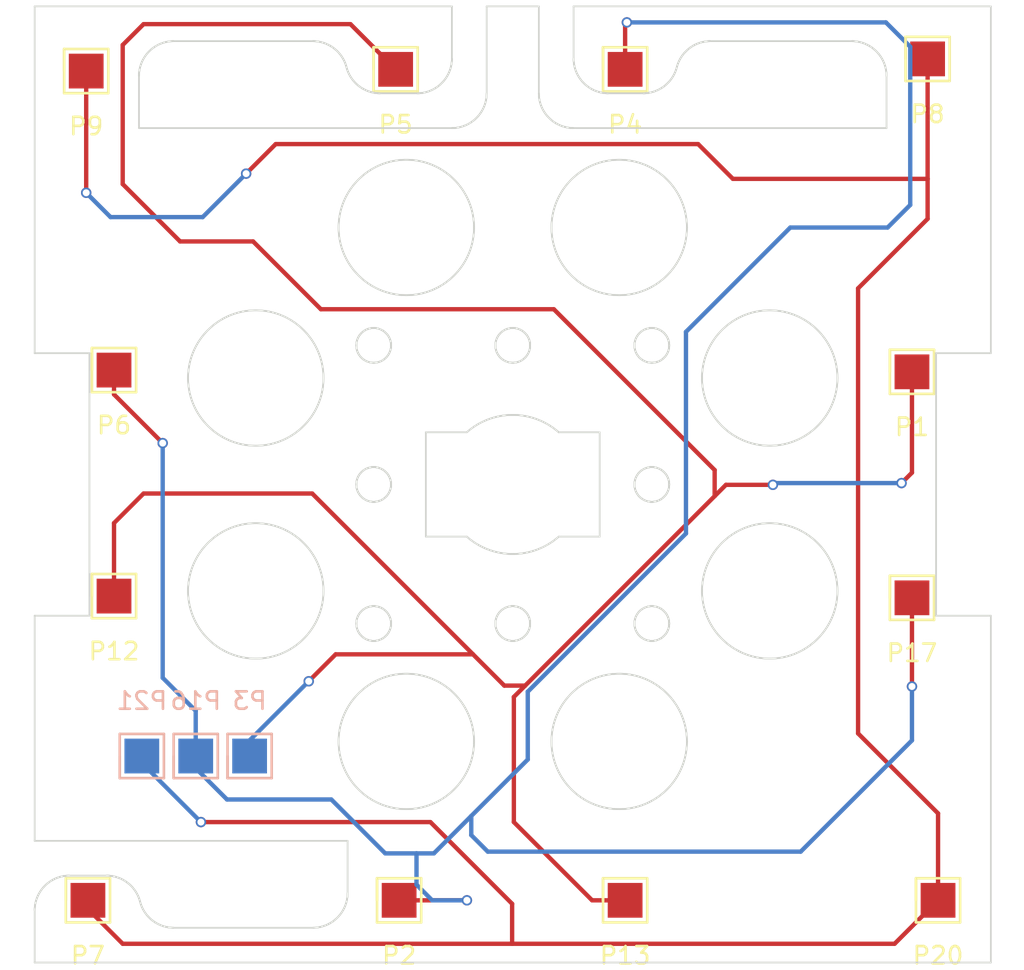
<source format=kicad_pcb>
(kicad_pcb (version 4) (host pcbnew "(2015-09-06 BZR 6161, Git 6b3ff2d)-product")
  (layers (0 F.Cu signal) (31 B.Cu signal) (34 B.Paste user) (35 F.Paste user) (36 B.SilkS user) (37 F.SilkS user) (38 B.Mask user) (39 F.Mask user) (44 Edge.Cuts user))
  (net 0 "")
  (net 1 VCC)
  (net 2 GND)
  (net 3 "Net-(P20-Pad1)")
  (module myfootprint:MYCONN2 (layer F.Cu) (at 173.9 91.1)
    (fp_text reference P1 (at 0 3.175) (layer F.SilkS))
    (fp_text value CONN_01X01)
    (pad 1 connect rect (at 0 0) (size 2 2) (layers F.Cu F.Mask) (net 1 VCC))
  )
  (module myfootprint:MYCONN2 (layer F.Cu) (at 144.4 121.5)
    (fp_text reference P2 (at 0 3.175) (layer F.SilkS))
    (fp_text value CONN_01X01)
    (pad 1 connect rect (at 0 0) (size 2 2) (layers F.Cu F.Mask) (net 2 GND))
  )
  (module myfootprint:MYCONN2 (layer B.Cu) (at 135.8 113.2)
    (fp_text reference P3 (at 0 -3.175) (layer B.SilkS) (effects (justify mirror)))
    (fp_text value CONN_01X01)
    (pad 1 connect rect (at 0 0) (size 2 2) (layers B.Cu B.Mask) (net 1 VCC))
  )
  (module myfootprint:MYCONN2 (layer F.Cu) (at 157.4 73.7)
    (fp_text reference P4 (at 0 3.175) (layer F.SilkS))
    (fp_text value CONN_01X01)
    (pad 1 connect rect (at 0 0) (size 2 2) (layers F.Cu F.Mask) (net 2 GND))
  )
  (module myfootprint:MYCONN2 (layer F.Cu) (at 144.2 73.7)
    (fp_text reference P5 (at 0 3.175) (layer F.SilkS))
    (fp_text value CONN_01X01)
    (pad 1 connect rect (at 0 0) (size 2 2) (layers F.Cu F.Mask) (net 1 VCC))
  )
  (module myfootprint:MYCONN2 (layer F.Cu) (at 128 91)
    (fp_text reference P6 (at 0 3.175) (layer F.SilkS))
    (fp_text value CONN_01X01)
    (pad 1 connect rect (at 0 0) (size 2 2) (layers F.Cu F.Mask) (net 2 GND))
  )
  (module myfootprint:MYCONN2 (layer F.Cu) (at 126.5 121.5)
    (fp_text reference P7 (at 0 3.175) (layer F.SilkS))
    (fp_text value CONN_01X01)
    (pad 1 connect rect (at 0 0) (size 2 2) (layers F.Cu F.Mask) (net 3 "Net-(P20-Pad1)"))
  )
  (module myfootprint:MYCONN2 (layer F.Cu) (at 174.8 73.1)
    (fp_text reference P8 (at 0 3.175) (layer F.SilkS))
    (fp_text value CONN_01X01)
    (pad 1 connect rect (at 0 0) (size 2 2) (layers F.Cu F.Mask) (net 3 "Net-(P20-Pad1)"))
  )
  (module myfootprint:MYCONN2 (layer F.Cu) (at 126.4 73.8)
    (fp_text reference P9 (at 0 3.175) (layer F.SilkS))
    (fp_text value CONN_01X01)
    (pad 1 connect rect (at 0 0) (size 2 2) (layers F.Cu F.Mask) (net 3 "Net-(P20-Pad1)"))
  )
  (module myfootprint:MYCONN2 (layer F.Cu) (at 128 104)
    (fp_text reference P12 (at 0 3.175) (layer F.SilkS))
    (fp_text value CONN_01X01)
    (pad 1 connect rect (at 0 0) (size 2 2) (layers F.Cu F.Mask) (net 1 VCC))
  )
  (module myfootprint:MYCONN2 (layer F.Cu) (at 157.4 121.5)
    (fp_text reference P13 (at 0 3.175) (layer F.SilkS))
    (fp_text value CONN_01X01)
    (pad 1 connect rect (at 0 0) (size 2 2) (layers F.Cu F.Mask) (net 1 VCC))
  )
  (module myfootprint:MYCONN2 (layer B.Cu) (at 132.7 113.2)
    (fp_text reference P16 (at 0 -3.175) (layer B.SilkS) (effects (justify mirror)))
    (fp_text value CONN_01X01)
    (pad 1 connect rect (at 0 0) (size 2 2) (layers B.Cu B.Mask) (net 2 GND))
  )
  (module myfootprint:MYCONN2 (layer F.Cu) (at 173.9 104.1)
    (fp_text reference P17 (at 0 3.175) (layer F.SilkS))
    (fp_text value CONN_01X01)
    (pad 1 connect rect (at 0 0) (size 2 2) (layers F.Cu F.Mask) (net 2 GND))
  )
  (module myfootprint:MYCONN2 (layer F.Cu) (at 175.4 121.5)
    (fp_text reference P20 (at 0 3.175) (layer F.SilkS))
    (fp_text value CONN_01X01)
    (pad 1 connect rect (at 0 0) (size 2 2) (layers F.Cu F.Mask) (net 3 "Net-(P20-Pad1)"))
  )
  (module myfootprint:MYCONN2 (layer B.Cu) (at 129.6 113.2)
    (fp_text reference P21 (at 0 -3.175) (layer B.SilkS) (effects (justify mirror)))
    (fp_text value CONN_01X01)
    (pad 1 connect rect (at 0 0) (size 2 2) (layers B.Cu B.Mask) (net 3 "Net-(P20-Pad1)"))
  )
  (gr_line (start 143.9361 89.5786) (end 143.9361 89.5786) (layer Edge.Cuts) (width 0.1))
  (gr_line (start 143.9361 89.5786) (end 143.9361 89.5786) (layer Edge.Cuts) (width 0.1))
  (gr_line (start 143.9361 105.5786) (end 143.9361 105.5786) (layer Edge.Cuts) (width 0.1))
  (gr_line (start 143.9361 105.5786) (end 143.9361 105.5786) (layer Edge.Cuts) (width 0.1))
  (gr_line (start 143.936064 89.587221) (end 143.9361 89.5786) (layer Edge.Cuts) (width 0.1))
  (gr_line (start 143.935955 89.595825) (end 143.936064 89.587221) (layer Edge.Cuts) (width 0.1))
  (gr_line (start 143.935773 89.604411) (end 143.935955 89.595825) (layer Edge.Cuts) (width 0.1))
  (gr_line (start 143.93552 89.612979) (end 143.935773 89.604411) (layer Edge.Cuts) (width 0.1))
  (gr_line (start 143.935195 89.621529) (end 143.93552 89.612979) (layer Edge.Cuts) (width 0.1))
  (gr_line (start 143.934799 89.63006) (end 143.935195 89.621529) (layer Edge.Cuts) (width 0.1))
  (gr_line (start 143.934331 89.638573) (end 143.934799 89.63006) (layer Edge.Cuts) (width 0.1))
  (gr_line (start 143.933793 89.647066) (end 143.934331 89.638573) (layer Edge.Cuts) (width 0.1))
  (gr_line (start 143.933184 89.65554) (end 143.933793 89.647066) (layer Edge.Cuts) (width 0.1))
  (gr_line (start 143.932505 89.663995) (end 143.933184 89.65554) (layer Edge.Cuts) (width 0.1))
  (gr_line (start 143.931756 89.672429) (end 143.932505 89.663995) (layer Edge.Cuts) (width 0.1))
  (gr_line (start 143.930937 89.680844) (end 143.931756 89.672429) (layer Edge.Cuts) (width 0.1))
  (gr_line (start 143.930049 89.689237) (end 143.930937 89.680844) (layer Edge.Cuts) (width 0.1))
  (gr_line (start 143.929092 89.69761) (end 143.930049 89.689237) (layer Edge.Cuts) (width 0.1))
  (gr_line (start 143.928066 89.705962) (end 143.929092 89.69761) (layer Edge.Cuts) (width 0.1))
  (gr_line (start 143.926971 89.714292) (end 143.928066 89.705962) (layer Edge.Cuts) (width 0.1))
  (gr_line (start 143.925808 89.722601) (end 143.926971 89.714292) (layer Edge.Cuts) (width 0.1))
  (gr_line (start 143.924578 89.730888) (end 143.925808 89.722601) (layer Edge.Cuts) (width 0.1))
  (gr_line (start 143.923279 89.739152) (end 143.924578 89.730888) (layer Edge.Cuts) (width 0.1))
  (gr_line (start 143.921914 89.747394) (end 143.923279 89.739152) (layer Edge.Cuts) (width 0.1))
  (gr_line (start 143.920481 89.755613) (end 143.921914 89.747394) (layer Edge.Cuts) (width 0.1))
  (gr_line (start 143.918982 89.763808) (end 143.920481 89.755613) (layer Edge.Cuts) (width 0.1))
  (gr_line (start 143.917416 89.771981) (end 143.918982 89.763808) (layer Edge.Cuts) (width 0.1))
  (gr_line (start 143.915784 89.780129) (end 143.917416 89.771981) (layer Edge.Cuts) (width 0.1))
  (gr_line (start 143.914086 89.788254) (end 143.915784 89.780129) (layer Edge.Cuts) (width 0.1))
  (gr_line (start 143.912322 89.796355) (end 143.914086 89.788254) (layer Edge.Cuts) (width 0.1))
  (gr_line (start 143.910493 89.804431) (end 143.912322 89.796355) (layer Edge.Cuts) (width 0.1))
  (gr_line (start 143.908599 89.812482) (end 143.910493 89.804431) (layer Edge.Cuts) (width 0.1))
  (gr_line (start 143.906641 89.820509) (end 143.908599 89.812482) (layer Edge.Cuts) (width 0.1))
  (gr_line (start 143.904618 89.828509) (end 143.906641 89.820509) (layer Edge.Cuts) (width 0.1))
  (gr_line (start 143.90253 89.836484) (end 143.904618 89.828509) (layer Edge.Cuts) (width 0.1))
  (gr_line (start 143.900379 89.844433) (end 143.90253 89.836484) (layer Edge.Cuts) (width 0.1))
  (gr_line (start 143.898165 89.852356) (end 143.900379 89.844433) (layer Edge.Cuts) (width 0.1))
  (gr_line (start 143.895887 89.860252) (end 143.898165 89.852356) (layer Edge.Cuts) (width 0.1))
  (gr_line (start 143.893546 89.868121) (end 143.895887 89.860252) (layer Edge.Cuts) (width 0.1))
  (gr_line (start 143.891142 89.875963) (end 143.893546 89.868121) (layer Edge.Cuts) (width 0.1))
  (gr_line (start 143.888676 89.883777) (end 143.891142 89.875963) (layer Edge.Cuts) (width 0.1))
  (gr_line (start 143.886148 89.891564) (end 143.888676 89.883777) (layer Edge.Cuts) (width 0.1))
  (gr_line (start 143.883558 89.899323) (end 143.886148 89.891564) (layer Edge.Cuts) (width 0.1))
  (gr_line (start 143.880906 89.907053) (end 143.883558 89.899323) (layer Edge.Cuts) (width 0.1))
  (gr_line (start 143.878194 89.914754) (end 143.880906 89.907053) (layer Edge.Cuts) (width 0.1))
  (gr_line (start 143.87542 89.922427) (end 143.878194 89.914754) (layer Edge.Cuts) (width 0.1))
  (gr_line (start 143.872586 89.93007) (end 143.87542 89.922427) (layer Edge.Cuts) (width 0.1))
  (gr_line (start 143.869691 89.937684) (end 143.872586 89.93007) (layer Edge.Cuts) (width 0.1))
  (gr_line (start 143.866737 89.945268) (end 143.869691 89.937684) (layer Edge.Cuts) (width 0.1))
  (gr_line (start 143.863722 89.952822) (end 143.866737 89.945268) (layer Edge.Cuts) (width 0.1))
  (gr_line (start 143.860648 89.960346) (end 143.863722 89.952822) (layer Edge.Cuts) (width 0.1))
  (gr_line (start 143.857515 89.967839) (end 143.860648 89.960346) (layer Edge.Cuts) (width 0.1))
  (gr_line (start 143.854323 89.975301) (end 143.857515 89.967839) (layer Edge.Cuts) (width 0.1))
  (gr_line (start 143.851072 89.982731) (end 143.854323 89.975301) (layer Edge.Cuts) (width 0.1))
  (gr_line (start 143.847763 89.99013) (end 143.851072 89.982731) (layer Edge.Cuts) (width 0.1))
  (gr_line (start 143.844396 89.997498) (end 143.847763 89.99013) (layer Edge.Cuts) (width 0.1))
  (gr_line (start 143.840971 90.004833) (end 143.844396 89.997498) (layer Edge.Cuts) (width 0.1))
  (gr_line (start 143.837489 90.012135) (end 143.840971 90.004833) (layer Edge.Cuts) (width 0.1))
  (gr_line (start 143.83395 90.019405) (end 143.837489 90.012135) (layer Edge.Cuts) (width 0.1))
  (gr_line (start 143.830354 90.026642) (end 143.83395 90.019405) (layer Edge.Cuts) (width 0.1))
  (gr_line (start 143.826701 90.033846) (end 143.830354 90.026642) (layer Edge.Cuts) (width 0.1))
  (gr_line (start 143.822992 90.041016) (end 143.826701 90.033846) (layer Edge.Cuts) (width 0.1))
  (gr_line (start 143.819226 90.048152) (end 143.822992 90.041016) (layer Edge.Cuts) (width 0.1))
  (gr_line (start 143.815406 90.055254) (end 143.819226 90.048152) (layer Edge.Cuts) (width 0.1))
  (gr_line (start 143.811529 90.062321) (end 143.815406 90.055254) (layer Edge.Cuts) (width 0.1))
  (gr_line (start 143.807598 90.069354) (end 143.811529 90.062321) (layer Edge.Cuts) (width 0.1))
  (gr_line (start 143.803612 90.076351) (end 143.807598 90.069354) (layer Edge.Cuts) (width 0.1))
  (gr_line (start 143.799571 90.083314) (end 143.803612 90.076351) (layer Edge.Cuts) (width 0.1))
  (gr_line (start 143.795476 90.09024) (end 143.799571 90.083314) (layer Edge.Cuts) (width 0.1))
  (gr_line (start 143.791327 90.097131) (end 143.795476 90.09024) (layer Edge.Cuts) (width 0.1))
  (gr_line (start 143.787124 90.103985) (end 143.791327 90.097131) (layer Edge.Cuts) (width 0.1))
  (gr_line (start 143.782868 90.110803) (end 143.787124 90.103985) (layer Edge.Cuts) (width 0.1))
  (gr_line (start 143.778559 90.117584) (end 143.782868 90.110803) (layer Edge.Cuts) (width 0.1))
  (gr_line (start 143.774197 90.124328) (end 143.778559 90.117584) (layer Edge.Cuts) (width 0.1))
  (gr_line (start 143.769783 90.131035) (end 143.774197 90.124328) (layer Edge.Cuts) (width 0.1))
  (gr_line (start 143.765316 90.137704) (end 143.769783 90.131035) (layer Edge.Cuts) (width 0.1))
  (gr_line (start 143.760797 90.144335) (end 143.765316 90.137704) (layer Edge.Cuts) (width 0.1))
  (gr_line (start 143.756227 90.150927) (end 143.760797 90.144335) (layer Edge.Cuts) (width 0.1))
  (gr_line (start 143.751606 90.157481) (end 143.756227 90.150927) (layer Edge.Cuts) (width 0.1))
  (gr_line (start 143.746933 90.163996) (end 143.751606 90.157481) (layer Edge.Cuts) (width 0.1))
  (gr_line (start 143.74221 90.170472) (end 143.746933 90.163996) (layer Edge.Cuts) (width 0.1))
  (gr_line (start 143.737436 90.176909) (end 143.74221 90.170472) (layer Edge.Cuts) (width 0.1))
  (gr_line (start 143.732612 90.183306) (end 143.737436 90.176909) (layer Edge.Cuts) (width 0.1))
  (gr_line (start 143.727738 90.189663) (end 143.732612 90.183306) (layer Edge.Cuts) (width 0.1))
  (gr_line (start 143.722814 90.19598) (end 143.727738 90.189663) (layer Edge.Cuts) (width 0.1))
  (gr_line (start 143.717841 90.202257) (end 143.722814 90.19598) (layer Edge.Cuts) (width 0.1))
  (gr_line (start 143.71282 90.208492) (end 143.717841 90.202257) (layer Edge.Cuts) (width 0.1))
  (gr_line (start 143.707749 90.214686) (end 143.71282 90.208492) (layer Edge.Cuts) (width 0.1))
  (gr_line (start 143.70263 90.220839) (end 143.707749 90.214686) (layer Edge.Cuts) (width 0.1))
  (gr_line (start 143.697463 90.22695) (end 143.70263 90.220839) (layer Edge.Cuts) (width 0.1))
  (gr_line (start 143.692248 90.23302) (end 143.697463 90.22695) (layer Edge.Cuts) (width 0.1))
  (gr_line (start 143.686985 90.239046) (end 143.692248 90.23302) (layer Edge.Cuts) (width 0.1))
  (gr_line (start 143.681675 90.24503) (end 143.686985 90.239046) (layer Edge.Cuts) (width 0.1))
  (gr_line (start 143.676318 90.250972) (end 143.681675 90.24503) (layer Edge.Cuts) (width 0.1))
  (gr_line (start 143.670915 90.25687) (end 143.676318 90.250972) (layer Edge.Cuts) (width 0.1))
  (gr_line (start 143.665465 90.262724) (end 143.670915 90.25687) (layer Edge.Cuts) (width 0.1))
  (gr_line (start 143.659969 90.268535) (end 143.665465 90.262724) (layer Edge.Cuts) (width 0.1))
  (gr_line (start 143.654427 90.274301) (end 143.659969 90.268535) (layer Edge.Cuts) (width 0.1))
  (gr_line (start 143.64884 90.280024) (end 143.654427 90.274301) (layer Edge.Cuts) (width 0.1))
  (gr_line (start 143.643207 90.285701) (end 143.64884 90.280024) (layer Edge.Cuts) (width 0.1))
  (gr_line (start 143.637529 90.291333) (end 143.643207 90.285701) (layer Edge.Cuts) (width 0.1))
  (gr_line (start 143.631807 90.296921) (end 143.637529 90.291333) (layer Edge.Cuts) (width 0.1))
  (gr_line (start 143.626041 90.302462) (end 143.631807 90.296921) (layer Edge.Cuts) (width 0.1))
  (gr_line (start 143.62023 90.307958) (end 143.626041 90.302462) (layer Edge.Cuts) (width 0.1))
  (gr_line (start 143.614376 90.313408) (end 143.62023 90.307958) (layer Edge.Cuts) (width 0.1))
  (gr_line (start 143.608478 90.318812) (end 143.614376 90.313408) (layer Edge.Cuts) (width 0.1))
  (gr_line (start 143.602537 90.324169) (end 143.608478 90.318812) (layer Edge.Cuts) (width 0.1))
  (gr_line (start 143.596552 90.329478) (end 143.602537 90.324169) (layer Edge.Cuts) (width 0.1))
  (gr_line (start 143.590526 90.334741) (end 143.596552 90.329478) (layer Edge.Cuts) (width 0.1))
  (gr_line (start 143.584457 90.339956) (end 143.590526 90.334741) (layer Edge.Cuts) (width 0.1))
  (gr_line (start 143.578346 90.345123) (end 143.584457 90.339956) (layer Edge.Cuts) (width 0.1))
  (gr_line (start 143.572193 90.350243) (end 143.578346 90.345123) (layer Edge.Cuts) (width 0.1))
  (gr_line (start 143.565999 90.355313) (end 143.572193 90.350243) (layer Edge.Cuts) (width 0.1))
  (gr_line (start 143.559763 90.360335) (end 143.565999 90.355313) (layer Edge.Cuts) (width 0.1))
  (gr_line (start 143.553487 90.365308) (end 143.559763 90.360335) (layer Edge.Cuts) (width 0.1))
  (gr_line (start 143.54717 90.370232) (end 143.553487 90.365308) (layer Edge.Cuts) (width 0.1))
  (gr_line (start 143.540813 90.375106) (end 143.54717 90.370232) (layer Edge.Cuts) (width 0.1))
  (gr_line (start 143.534416 90.37993) (end 143.540813 90.375106) (layer Edge.Cuts) (width 0.1))
  (gr_line (start 143.527979 90.384704) (end 143.534416 90.37993) (layer Edge.Cuts) (width 0.1))
  (gr_line (start 143.521503 90.389427) (end 143.527979 90.384704) (layer Edge.Cuts) (width 0.1))
  (gr_line (start 143.514987 90.3941) (end 143.521503 90.389427) (layer Edge.Cuts) (width 0.1))
  (gr_line (start 143.508433 90.398721) (end 143.514987 90.3941) (layer Edge.Cuts) (width 0.1))
  (gr_line (start 143.50184 90.403292) (end 143.508433 90.398721) (layer Edge.Cuts) (width 0.1))
  (gr_line (start 143.495209 90.40781) (end 143.50184 90.403292) (layer Edge.Cuts) (width 0.1))
  (gr_line (start 143.48854 90.412277) (end 143.495209 90.40781) (layer Edge.Cuts) (width 0.1))
  (gr_line (start 143.481833 90.416691) (end 143.48854 90.412277) (layer Edge.Cuts) (width 0.1))
  (gr_line (start 143.475089 90.421053) (end 143.481833 90.416691) (layer Edge.Cuts) (width 0.1))
  (gr_line (start 143.468308 90.425362) (end 143.475089 90.421053) (layer Edge.Cuts) (width 0.1))
  (gr_line (start 143.46149 90.429618) (end 143.468308 90.425362) (layer Edge.Cuts) (width 0.1))
  (gr_line (start 143.454636 90.433821) (end 143.46149 90.429618) (layer Edge.Cuts) (width 0.1))
  (gr_line (start 143.447745 90.43797) (end 143.454636 90.433821) (layer Edge.Cuts) (width 0.1))
  (gr_line (start 143.440819 90.442065) (end 143.447745 90.43797) (layer Edge.Cuts) (width 0.1))
  (gr_line (start 143.433857 90.446106) (end 143.440819 90.442065) (layer Edge.Cuts) (width 0.1))
  (gr_line (start 143.426859 90.450092) (end 143.433857 90.446106) (layer Edge.Cuts) (width 0.1))
  (gr_line (start 143.419826 90.454024) (end 143.426859 90.450092) (layer Edge.Cuts) (width 0.1))
  (gr_line (start 143.412759 90.4579) (end 143.419826 90.454024) (layer Edge.Cuts) (width 0.1))
  (gr_line (start 143.405657 90.461721) (end 143.412759 90.4579) (layer Edge.Cuts) (width 0.1))
  (gr_line (start 143.398521 90.465486) (end 143.405657 90.461721) (layer Edge.Cuts) (width 0.1))
  (gr_line (start 143.391351 90.469196) (end 143.398521 90.465486) (layer Edge.Cuts) (width 0.1))
  (gr_line (start 143.384148 90.472849) (end 143.391351 90.469196) (layer Edge.Cuts) (width 0.1))
  (gr_line (start 143.376911 90.476445) (end 143.384148 90.472849) (layer Edge.Cuts) (width 0.1))
  (gr_line (start 143.369641 90.479984) (end 143.376911 90.476445) (layer Edge.Cuts) (width 0.1))
  (gr_line (start 143.362339 90.483467) (end 143.369641 90.479984) (layer Edge.Cuts) (width 0.1))
  (gr_line (start 143.355004 90.486891) (end 143.362339 90.483467) (layer Edge.Cuts) (width 0.1))
  (gr_line (start 143.347636 90.490259) (end 143.355004 90.486891) (layer Edge.Cuts) (width 0.1))
  (gr_line (start 143.340237 90.493567) (end 143.347636 90.490259) (layer Edge.Cuts) (width 0.1))
  (gr_line (start 143.332807 90.496818) (end 143.340237 90.493567) (layer Edge.Cuts) (width 0.1))
  (gr_line (start 143.325345 90.50001) (end 143.332807 90.496818) (layer Edge.Cuts) (width 0.1))
  (gr_line (start 143.317852 90.503143) (end 143.325345 90.50001) (layer Edge.Cuts) (width 0.1))
  (gr_line (start 143.310329 90.506217) (end 143.317852 90.503143) (layer Edge.Cuts) (width 0.1))
  (gr_line (start 143.302775 90.509231) (end 143.310329 90.506217) (layer Edge.Cuts) (width 0.1))
  (gr_line (start 143.295191 90.512186) (end 143.302775 90.509231) (layer Edge.Cuts) (width 0.1))
  (gr_line (start 143.287577 90.515081) (end 143.295191 90.512186) (layer Edge.Cuts) (width 0.1))
  (gr_line (start 143.279934 90.517915) (end 143.287577 90.515081) (layer Edge.Cuts) (width 0.1))
  (gr_line (start 143.272261 90.520689) (end 143.279934 90.517915) (layer Edge.Cuts) (width 0.1))
  (gr_line (start 143.264559 90.523401) (end 143.272261 90.520689) (layer Edge.Cuts) (width 0.1))
  (gr_line (start 143.256829 90.526053) (end 143.264559 90.523401) (layer Edge.Cuts) (width 0.1))
  (gr_line (start 143.249071 90.528643) (end 143.256829 90.526053) (layer Edge.Cuts) (width 0.1))
  (gr_line (start 143.241284 90.531171) (end 143.249071 90.528643) (layer Edge.Cuts) (width 0.1))
  (gr_line (start 143.23347 90.533637) (end 143.241284 90.531171) (layer Edge.Cuts) (width 0.1))
  (gr_line (start 143.225628 90.536041) (end 143.23347 90.533637) (layer Edge.Cuts) (width 0.1))
  (gr_line (start 143.217759 90.538382) (end 143.225628 90.536041) (layer Edge.Cuts) (width 0.1))
  (gr_line (start 143.209863 90.54066) (end 143.217759 90.538382) (layer Edge.Cuts) (width 0.1))
  (gr_line (start 143.20194 90.542875) (end 143.209863 90.54066) (layer Edge.Cuts) (width 0.1))
  (gr_line (start 143.193991 90.545026) (end 143.20194 90.542875) (layer Edge.Cuts) (width 0.1))
  (gr_line (start 143.186016 90.547114) (end 143.193991 90.545026) (layer Edge.Cuts) (width 0.1))
  (gr_line (start 143.178015 90.549137) (end 143.186016 90.547114) (layer Edge.Cuts) (width 0.1))
  (gr_line (start 143.169989 90.551096) (end 143.178015 90.549137) (layer Edge.Cuts) (width 0.1))
  (gr_line (start 143.161937 90.55299) (end 143.169989 90.551096) (layer Edge.Cuts) (width 0.1))
  (gr_line (start 143.153861 90.554819) (end 143.161937 90.55299) (layer Edge.Cuts) (width 0.1))
  (gr_line (start 143.14576 90.556582) (end 143.153861 90.554819) (layer Edge.Cuts) (width 0.1))
  (gr_line (start 143.137635 90.55828) (end 143.14576 90.556582) (layer Edge.Cuts) (width 0.1))
  (gr_line (start 143.129486 90.559912) (end 143.137635 90.55828) (layer Edge.Cuts) (width 0.1))
  (gr_line (start 143.121313 90.561478) (end 143.129486 90.559912) (layer Edge.Cuts) (width 0.1))
  (gr_line (start 143.113117 90.562977) (end 143.121313 90.561478) (layer Edge.Cuts) (width 0.1))
  (gr_line (start 143.104897 90.56441) (end 143.113117 90.562977) (layer Edge.Cuts) (width 0.1))
  (gr_line (start 143.096655 90.565776) (end 143.104897 90.56441) (layer Edge.Cuts) (width 0.1))
  (gr_line (start 143.08839 90.567074) (end 143.096655 90.565776) (layer Edge.Cuts) (width 0.1))
  (gr_line (start 143.080103 90.568305) (end 143.08839 90.567074) (layer Edge.Cuts) (width 0.1))
  (gr_line (start 143.071794 90.569468) (end 143.080103 90.568305) (layer Edge.Cuts) (width 0.1))
  (gr_line (start 143.063463 90.570563) (end 143.071794 90.569468) (layer Edge.Cuts) (width 0.1))
  (gr_line (start 143.055111 90.571589) (end 143.063463 90.570563) (layer Edge.Cuts) (width 0.1))
  (gr_line (start 143.046738 90.572547) (end 143.055111 90.571589) (layer Edge.Cuts) (width 0.1))
  (gr_line (start 143.038344 90.573435) (end 143.046738 90.572547) (layer Edge.Cuts) (width 0.1))
  (gr_line (start 143.02993 90.574254) (end 143.038344 90.573435) (layer Edge.Cuts) (width 0.1))
  (gr_line (start 143.021495 90.575003) (end 143.02993 90.574254) (layer Edge.Cuts) (width 0.1))
  (gr_line (start 143.013041 90.575683) (end 143.021495 90.575003) (layer Edge.Cuts) (width 0.1))
  (gr_line (start 143.004566 90.576292) (end 143.013041 90.575683) (layer Edge.Cuts) (width 0.1))
  (gr_line (start 142.996073 90.57683) (end 143.004566 90.576292) (layer Edge.Cuts) (width 0.1))
  (gr_line (start 142.98756 90.577298) (end 142.996073 90.57683) (layer Edge.Cuts) (width 0.1))
  (gr_line (start 142.979029 90.577695) (end 142.98756 90.577298) (layer Edge.Cuts) (width 0.1))
  (gr_line (start 142.970479 90.57802) (end 142.979029 90.577695) (layer Edge.Cuts) (width 0.1))
  (gr_line (start 142.961911 90.578273) (end 142.970479 90.57802) (layer Edge.Cuts) (width 0.1))
  (gr_line (start 142.953325 90.578455) (end 142.961911 90.578273) (layer Edge.Cuts) (width 0.1))
  (gr_line (start 142.944721 90.578564) (end 142.953325 90.578455) (layer Edge.Cuts) (width 0.1))
  (gr_line (start 142.9361 90.5786) (end 142.944721 90.578564) (layer Edge.Cuts) (width 0.1))
  (gr_line (start 142.927479 90.578564) (end 142.9361 90.5786) (layer Edge.Cuts) (width 0.1))
  (gr_line (start 142.918875 90.578455) (end 142.927479 90.578564) (layer Edge.Cuts) (width 0.1))
  (gr_line (start 142.910289 90.578273) (end 142.918875 90.578455) (layer Edge.Cuts) (width 0.1))
  (gr_line (start 142.901721 90.57802) (end 142.910289 90.578273) (layer Edge.Cuts) (width 0.1))
  (gr_line (start 142.893171 90.577695) (end 142.901721 90.57802) (layer Edge.Cuts) (width 0.1))
  (gr_line (start 142.88464 90.577299) (end 142.893171 90.577695) (layer Edge.Cuts) (width 0.1))
  (gr_line (start 142.876127 90.576831) (end 142.88464 90.577299) (layer Edge.Cuts) (width 0.1))
  (gr_line (start 142.867634 90.576293) (end 142.876127 90.576831) (layer Edge.Cuts) (width 0.1))
  (gr_line (start 142.859159 90.575684) (end 142.867634 90.576293) (layer Edge.Cuts) (width 0.1))
  (gr_line (start 142.850705 90.575005) (end 142.859159 90.575684) (layer Edge.Cuts) (width 0.1))
  (gr_line (start 142.84227 90.574256) (end 142.850705 90.575005) (layer Edge.Cuts) (width 0.1))
  (gr_line (start 142.833856 90.573437) (end 142.84227 90.574256) (layer Edge.Cuts) (width 0.1))
  (gr_line (start 142.825462 90.572549) (end 142.833856 90.573437) (layer Edge.Cuts) (width 0.1))
  (gr_line (start 142.817089 90.571592) (end 142.825462 90.572549) (layer Edge.Cuts) (width 0.1))
  (gr_line (start 142.808737 90.570566) (end 142.817089 90.571592) (layer Edge.Cuts) (width 0.1))
  (gr_line (start 142.800406 90.569472) (end 142.808737 90.570566) (layer Edge.Cuts) (width 0.1))
  (gr_line (start 142.792097 90.568309) (end 142.800406 90.569472) (layer Edge.Cuts) (width 0.1))
  (gr_line (start 142.78381 90.567079) (end 142.792097 90.568309) (layer Edge.Cuts) (width 0.1))
  (gr_line (start 142.775545 90.56578) (end 142.78381 90.567079) (layer Edge.Cuts) (width 0.1))
  (gr_line (start 142.767303 90.564415) (end 142.775545 90.56578) (layer Edge.Cuts) (width 0.1))
  (gr_line (start 142.759083 90.562983) (end 142.767303 90.564415) (layer Edge.Cuts) (width 0.1))
  (gr_line (start 142.750887 90.561483) (end 142.759083 90.562983) (layer Edge.Cuts) (width 0.1))
  (gr_line (start 142.742714 90.559918) (end 142.750887 90.561483) (layer Edge.Cuts) (width 0.1))
  (gr_line (start 142.734565 90.558286) (end 142.742714 90.559918) (layer Edge.Cuts) (width 0.1))
  (gr_line (start 142.72644 90.556588) (end 142.734565 90.558286) (layer Edge.Cuts) (width 0.1))
  (gr_line (start 142.718339 90.554825) (end 142.72644 90.556588) (layer Edge.Cuts) (width 0.1))
  (gr_line (start 142.710263 90.552996) (end 142.718339 90.554825) (layer Edge.Cuts) (width 0.1))
  (gr_line (start 142.702211 90.551102) (end 142.710263 90.552996) (layer Edge.Cuts) (width 0.1))
  (gr_line (start 142.694185 90.549143) (end 142.702211 90.551102) (layer Edge.Cuts) (width 0.1))
  (gr_line (start 142.686184 90.54712) (end 142.694185 90.549143) (layer Edge.Cuts) (width 0.1))
  (gr_line (start 142.678209 90.545032) (end 142.686184 90.54712) (layer Edge.Cuts) (width 0.1))
  (gr_line (start 142.67026 90.542881) (end 142.678209 90.545032) (layer Edge.Cuts) (width 0.1))
  (gr_line (start 142.662337 90.540666) (end 142.67026 90.542881) (layer Edge.Cuts) (width 0.1))
  (gr_line (start 142.654441 90.538388) (end 142.662337 90.540666) (layer Edge.Cuts) (width 0.1))
  (gr_line (start 142.646572 90.536047) (end 142.654441 90.538388) (layer Edge.Cuts) (width 0.1))
  (gr_line (start 142.63873 90.533644) (end 142.646572 90.536047) (layer Edge.Cuts) (width 0.1))
  (gr_line (start 142.630916 90.531177) (end 142.63873 90.533644) (layer Edge.Cuts) (width 0.1))
  (gr_line (start 142.623129 90.528649) (end 142.630916 90.531177) (layer Edge.Cuts) (width 0.1))
  (gr_line (start 142.615371 90.526059) (end 142.623129 90.528649) (layer Edge.Cuts) (width 0.1))
  (gr_line (start 142.607641 90.523407) (end 142.615371 90.526059) (layer Edge.Cuts) (width 0.1))
  (gr_line (start 142.599939 90.520695) (end 142.607641 90.523407) (layer Edge.Cuts) (width 0.1))
  (gr_line (start 142.592266 90.517921) (end 142.599939 90.520695) (layer Edge.Cuts) (width 0.1))
  (gr_line (start 142.584623 90.515087) (end 142.592266 90.517921) (layer Edge.Cuts) (width 0.1))
  (gr_line (start 142.577009 90.512192) (end 142.584623 90.515087) (layer Edge.Cuts) (width 0.1))
  (gr_line (start 142.569425 90.509237) (end 142.577009 90.512192) (layer Edge.Cuts) (width 0.1))
  (gr_line (start 142.561871 90.506223) (end 142.569425 90.509237) (layer Edge.Cuts) (width 0.1))
  (gr_line (start 142.554348 90.503149) (end 142.561871 90.506223) (layer Edge.Cuts) (width 0.1))
  (gr_line (start 142.546855 90.500016) (end 142.554348 90.503149) (layer Edge.Cuts) (width 0.1))
  (gr_line (start 142.539393 90.496824) (end 142.546855 90.500016) (layer Edge.Cuts) (width 0.1))
  (gr_line (start 142.531962 90.493573) (end 142.539393 90.496824) (layer Edge.Cuts) (width 0.1))
  (gr_line (start 142.524563 90.490265) (end 142.531962 90.493573) (layer Edge.Cuts) (width 0.1))
  (gr_line (start 142.517196 90.486897) (end 142.524563 90.490265) (layer Edge.Cuts) (width 0.1))
  (gr_line (start 142.509861 90.483473) (end 142.517196 90.486897) (layer Edge.Cuts) (width 0.1))
  (gr_line (start 142.502558 90.47999) (end 142.509861 90.483473) (layer Edge.Cuts) (width 0.1))
  (gr_line (start 142.495288 90.476451) (end 142.502558 90.47999) (layer Edge.Cuts) (width 0.1))
  (gr_line (start 142.488051 90.472855) (end 142.495288 90.476451) (layer Edge.Cuts) (width 0.1))
  (gr_line (start 142.480848 90.469202) (end 142.488051 90.472855) (layer Edge.Cuts) (width 0.1))
  (gr_line (start 142.473678 90.465492) (end 142.480848 90.469202) (layer Edge.Cuts) (width 0.1))
  (gr_line (start 142.466542 90.461727) (end 142.473678 90.465492) (layer Edge.Cuts) (width 0.1))
  (gr_line (start 142.45944 90.457906) (end 142.466542 90.461727) (layer Edge.Cuts) (width 0.1))
  (gr_line (start 142.452373 90.45403) (end 142.45944 90.457906) (layer Edge.Cuts) (width 0.1))
  (gr_line (start 142.44534 90.450098) (end 142.452373 90.45403) (layer Edge.Cuts) (width 0.1))
  (gr_line (start 142.438342 90.446112) (end 142.44534 90.450098) (layer Edge.Cuts) (width 0.1))
  (gr_line (start 142.43138 90.442071) (end 142.438342 90.446112) (layer Edge.Cuts) (width 0.1))
  (gr_line (start 142.424454 90.437976) (end 142.43138 90.442071) (layer Edge.Cuts) (width 0.1))
  (gr_line (start 142.417563 90.433827) (end 142.424454 90.437976) (layer Edge.Cuts) (width 0.1))
  (gr_line (start 142.410709 90.429624) (end 142.417563 90.433827) (layer Edge.Cuts) (width 0.1))
  (gr_line (start 142.403891 90.425368) (end 142.410709 90.429624) (layer Edge.Cuts) (width 0.1))
  (gr_line (start 142.39711 90.421059) (end 142.403891 90.425368) (layer Edge.Cuts) (width 0.1))
  (gr_line (start 142.390366 90.416697) (end 142.39711 90.421059) (layer Edge.Cuts) (width 0.1))
  (gr_line (start 142.383659 90.412283) (end 142.390366 90.416697) (layer Edge.Cuts) (width 0.1))
  (gr_line (start 142.37699 90.407816) (end 142.383659 90.412283) (layer Edge.Cuts) (width 0.1))
  (gr_line (start 142.370359 90.403298) (end 142.37699 90.407816) (layer Edge.Cuts) (width 0.1))
  (gr_line (start 142.363766 90.398728) (end 142.370359 90.403298) (layer Edge.Cuts) (width 0.1))
  (gr_line (start 142.357212 90.394106) (end 142.363766 90.398728) (layer Edge.Cuts) (width 0.1))
  (gr_line (start 142.350697 90.389434) (end 142.357212 90.394106) (layer Edge.Cuts) (width 0.1))
  (gr_line (start 142.344221 90.38471) (end 142.350697 90.389434) (layer Edge.Cuts) (width 0.1))
  (gr_line (start 142.337784 90.379937) (end 142.344221 90.38471) (layer Edge.Cuts) (width 0.1))
  (gr_line (start 142.331387 90.375113) (end 142.337784 90.379937) (layer Edge.Cuts) (width 0.1))
  (gr_line (start 142.32503 90.370239) (end 142.331387 90.375113) (layer Edge.Cuts) (width 0.1))
  (gr_line (start 142.318713 90.365315) (end 142.32503 90.370239) (layer Edge.Cuts) (width 0.1))
  (gr_line (start 142.312436 90.360342) (end 142.318713 90.365315) (layer Edge.Cuts) (width 0.1))
  (gr_line (start 142.306201 90.35532) (end 142.312436 90.360342) (layer Edge.Cuts) (width 0.1))
  (gr_line (start 142.300007 90.350249) (end 142.306201 90.35532) (layer Edge.Cuts) (width 0.1))
  (gr_line (start 142.293854 90.34513) (end 142.300007 90.350249) (layer Edge.Cuts) (width 0.1))
  (gr_line (start 142.287743 90.339963) (end 142.293854 90.34513) (layer Edge.Cuts) (width 0.1))
  (gr_line (start 142.281674 90.334748) (end 142.287743 90.339963) (layer Edge.Cuts) (width 0.1))
  (gr_line (start 142.275647 90.329485) (end 142.281674 90.334748) (layer Edge.Cuts) (width 0.1))
  (gr_line (start 142.269663 90.324175) (end 142.275647 90.329485) (layer Edge.Cuts) (width 0.1))
  (gr_line (start 142.263722 90.318818) (end 142.269663 90.324175) (layer Edge.Cuts) (width 0.1))
  (gr_line (start 142.257824 90.313415) (end 142.263722 90.318818) (layer Edge.Cuts) (width 0.1))
  (gr_line (start 142.25197 90.307965) (end 142.257824 90.313415) (layer Edge.Cuts) (width 0.1))
  (gr_line (start 142.246159 90.302469) (end 142.25197 90.307965) (layer Edge.Cuts) (width 0.1))
  (gr_line (start 142.240393 90.296927) (end 142.246159 90.302469) (layer Edge.Cuts) (width 0.1))
  (gr_line (start 142.234671 90.29134) (end 142.240393 90.296927) (layer Edge.Cuts) (width 0.1))
  (gr_line (start 142.228993 90.285707) (end 142.234671 90.29134) (layer Edge.Cuts) (width 0.1))
  (gr_line (start 142.22336 90.280029) (end 142.228993 90.285707) (layer Edge.Cuts) (width 0.1))
  (gr_line (start 142.217773 90.274307) (end 142.22336 90.280029) (layer Edge.Cuts) (width 0.1))
  (gr_line (start 142.212231 90.268541) (end 142.217773 90.274307) (layer Edge.Cuts) (width 0.1))
  (gr_line (start 142.206735 90.26273) (end 142.212231 90.268541) (layer Edge.Cuts) (width 0.1))
  (gr_line (start 142.201285 90.256876) (end 142.206735 90.26273) (layer Edge.Cuts) (width 0.1))
  (gr_line (start 142.195882 90.250978) (end 142.201285 90.256876) (layer Edge.Cuts) (width 0.1))
  (gr_line (start 142.190525 90.245037) (end 142.195882 90.250978) (layer Edge.Cuts) (width 0.1))
  (gr_line (start 142.185215 90.239053) (end 142.190525 90.245037) (layer Edge.Cuts) (width 0.1))
  (gr_line (start 142.179952 90.233026) (end 142.185215 90.239053) (layer Edge.Cuts) (width 0.1))
  (gr_line (start 142.174737 90.226957) (end 142.179952 90.233026) (layer Edge.Cuts) (width 0.1))
  (gr_line (start 142.16957 90.220846) (end 142.174737 90.226957) (layer Edge.Cuts) (width 0.1))
  (gr_line (start 142.164451 90.214693) (end 142.16957 90.220846) (layer Edge.Cuts) (width 0.1))
  (gr_line (start 142.15938 90.208499) (end 142.164451 90.214693) (layer Edge.Cuts) (width 0.1))
  (gr_line (start 142.154359 90.202264) (end 142.15938 90.208499) (layer Edge.Cuts) (width 0.1))
  (gr_line (start 142.149386 90.195987) (end 142.154359 90.202264) (layer Edge.Cuts) (width 0.1))
  (gr_line (start 142.144462 90.18967) (end 142.149386 90.195987) (layer Edge.Cuts) (width 0.1))
  (gr_line (start 142.139588 90.183313) (end 142.144462 90.18967) (layer Edge.Cuts) (width 0.1))
  (gr_line (start 142.134764 90.176916) (end 142.139588 90.183313) (layer Edge.Cuts) (width 0.1))
  (gr_line (start 142.12999 90.170479) (end 142.134764 90.176916) (layer Edge.Cuts) (width 0.1))
  (gr_line (start 142.125267 90.164003) (end 142.12999 90.170479) (layer Edge.Cuts) (width 0.1))
  (gr_line (start 142.120594 90.157488) (end 142.125267 90.164003) (layer Edge.Cuts) (width 0.1))
  (gr_line (start 142.115973 90.150934) (end 142.120594 90.157488) (layer Edge.Cuts) (width 0.1))
  (gr_line (start 142.111403 90.144341) (end 142.115973 90.150934) (layer Edge.Cuts) (width 0.1))
  (gr_line (start 142.106884 90.13771) (end 142.111403 90.144341) (layer Edge.Cuts) (width 0.1))
  (gr_line (start 142.102417 90.131041) (end 142.106884 90.13771) (layer Edge.Cuts) (width 0.1))
  (gr_line (start 142.098003 90.124334) (end 142.102417 90.131041) (layer Edge.Cuts) (width 0.1))
  (gr_line (start 142.093641 90.11759) (end 142.098003 90.124334) (layer Edge.Cuts) (width 0.1))
  (gr_line (start 142.089332 90.110809) (end 142.093641 90.11759) (layer Edge.Cuts) (width 0.1))
  (gr_line (start 142.085076 90.103991) (end 142.089332 90.110809) (layer Edge.Cuts) (width 0.1))
  (gr_line (start 142.080873 90.097137) (end 142.085076 90.103991) (layer Edge.Cuts) (width 0.1))
  (gr_line (start 142.076724 90.090246) (end 142.080873 90.097137) (layer Edge.Cuts) (width 0.1))
  (gr_line (start 142.072629 90.083319) (end 142.076724 90.090246) (layer Edge.Cuts) (width 0.1))
  (gr_line (start 142.068588 90.076357) (end 142.072629 90.083319) (layer Edge.Cuts) (width 0.1))
  (gr_line (start 142.064602 90.06936) (end 142.068588 90.076357) (layer Edge.Cuts) (width 0.1))
  (gr_line (start 142.060671 90.062327) (end 142.064602 90.06936) (layer Edge.Cuts) (width 0.1))
  (gr_line (start 142.056795 90.05526) (end 142.060671 90.062327) (layer Edge.Cuts) (width 0.1))
  (gr_line (start 142.052974 90.048158) (end 142.056795 90.05526) (layer Edge.Cuts) (width 0.1))
  (gr_line (start 142.049208 90.041022) (end 142.052974 90.048158) (layer Edge.Cuts) (width 0.1))
  (gr_line (start 142.045499 90.033852) (end 142.049208 90.041022) (layer Edge.Cuts) (width 0.1))
  (gr_line (start 142.041846 90.026648) (end 142.045499 90.033852) (layer Edge.Cuts) (width 0.1))
  (gr_line (start 142.03825 90.019411) (end 142.041846 90.026648) (layer Edge.Cuts) (width 0.1))
  (gr_line (start 142.034711 90.012142) (end 142.03825 90.019411) (layer Edge.Cuts) (width 0.1))
  (gr_line (start 142.031229 90.004839) (end 142.034711 90.012142) (layer Edge.Cuts) (width 0.1))
  (gr_line (start 142.027804 89.997504) (end 142.031229 90.004839) (layer Edge.Cuts) (width 0.1))
  (gr_line (start 142.024437 89.990137) (end 142.027804 89.997504) (layer Edge.Cuts) (width 0.1))
  (gr_line (start 142.021128 89.982738) (end 142.024437 89.990137) (layer Edge.Cuts) (width 0.1))
  (gr_line (start 142.017877 89.975307) (end 142.021128 89.982738) (layer Edge.Cuts) (width 0.1))
  (gr_line (start 142.014685 89.967845) (end 142.017877 89.975307) (layer Edge.Cuts) (width 0.1))
  (gr_line (start 142.011552 89.960352) (end 142.014685 89.967845) (layer Edge.Cuts) (width 0.1))
  (gr_line (start 142.008478 89.952829) (end 142.011552 89.960352) (layer Edge.Cuts) (width 0.1))
  (gr_line (start 142.005463 89.945275) (end 142.008478 89.952829) (layer Edge.Cuts) (width 0.1))
  (gr_line (start 142.002508 89.937691) (end 142.005463 89.945275) (layer Edge.Cuts) (width 0.1))
  (gr_line (start 141.999614 89.930077) (end 142.002508 89.937691) (layer Edge.Cuts) (width 0.1))
  (gr_line (start 141.996779 89.922434) (end 141.999614 89.930077) (layer Edge.Cuts) (width 0.1))
  (gr_line (start 141.994006 89.914761) (end 141.996779 89.922434) (layer Edge.Cuts) (width 0.1))
  (gr_line (start 141.991293 89.90706) (end 141.994006 89.914761) (layer Edge.Cuts) (width 0.1))
  (gr_line (start 141.988642 89.89933) (end 141.991293 89.90706) (layer Edge.Cuts) (width 0.1))
  (gr_line (start 141.986052 89.891571) (end 141.988642 89.89933) (layer Edge.Cuts) (width 0.1))
  (gr_line (start 141.983524 89.883785) (end 141.986052 89.891571) (layer Edge.Cuts) (width 0.1))
  (gr_line (start 141.981058 89.87597) (end 141.983524 89.883785) (layer Edge.Cuts) (width 0.1))
  (gr_line (start 141.978654 89.868129) (end 141.981058 89.87597) (layer Edge.Cuts) (width 0.1))
  (gr_line (start 141.976313 89.860259) (end 141.978654 89.868129) (layer Edge.Cuts) (width 0.1))
  (gr_line (start 141.974035 89.852363) (end 141.976313 89.860259) (layer Edge.Cuts) (width 0.1))
  (gr_line (start 141.971821 89.844441) (end 141.974035 89.852363) (layer Edge.Cuts) (width 0.1))
  (gr_line (start 141.969669 89.836492) (end 141.971821 89.844441) (layer Edge.Cuts) (width 0.1))
  (gr_line (start 141.967582 89.828517) (end 141.969669 89.836492) (layer Edge.Cuts) (width 0.1))
  (gr_line (start 141.965559 89.820516) (end 141.967582 89.828517) (layer Edge.Cuts) (width 0.1))
  (gr_line (start 141.9636 89.81249) (end 141.965559 89.820516) (layer Edge.Cuts) (width 0.1))
  (gr_line (start 141.961707 89.804438) (end 141.9636 89.81249) (layer Edge.Cuts) (width 0.1))
  (gr_line (start 141.959878 89.796362) (end 141.961707 89.804438) (layer Edge.Cuts) (width 0.1))
  (gr_line (start 141.958114 89.78826) (end 141.959878 89.796362) (layer Edge.Cuts) (width 0.1))
  (gr_line (start 141.956416 89.780135) (end 141.958114 89.78826) (layer Edge.Cuts) (width 0.1))
  (gr_line (start 141.954784 89.771986) (end 141.956416 89.780135) (layer Edge.Cuts) (width 0.1))
  (gr_line (start 141.953219 89.763813) (end 141.954784 89.771986) (layer Edge.Cuts) (width 0.1))
  (gr_line (start 141.95172 89.755617) (end 141.953219 89.763813) (layer Edge.Cuts) (width 0.1))
  (gr_line (start 141.950288 89.747397) (end 141.95172 89.755617) (layer Edge.Cuts) (width 0.1))
  (gr_line (start 141.948922 89.739155) (end 141.950288 89.747397) (layer Edge.Cuts) (width 0.1))
  (gr_line (start 141.947624 89.730891) (end 141.948922 89.739155) (layer Edge.Cuts) (width 0.1))
  (gr_line (start 141.946393 89.722604) (end 141.947624 89.730891) (layer Edge.Cuts) (width 0.1))
  (gr_line (start 141.945231 89.714295) (end 141.946393 89.722604) (layer Edge.Cuts) (width 0.1))
  (gr_line (start 141.944136 89.705964) (end 141.945231 89.714295) (layer Edge.Cuts) (width 0.1))
  (gr_line (start 141.94311 89.697613) (end 141.944136 89.705964) (layer Edge.Cuts) (width 0.1))
  (gr_line (start 141.942153 89.68924) (end 141.94311 89.697613) (layer Edge.Cuts) (width 0.1))
  (gr_line (start 141.941265 89.680846) (end 141.942153 89.68924) (layer Edge.Cuts) (width 0.1))
  (gr_line (start 141.940446 89.672431) (end 141.941265 89.680846) (layer Edge.Cuts) (width 0.1))
  (gr_line (start 141.939696 89.663997) (end 141.940446 89.672431) (layer Edge.Cuts) (width 0.1))
  (gr_line (start 141.939017 89.655542) (end 141.939696 89.663997) (layer Edge.Cuts) (width 0.1))
  (gr_line (start 141.938408 89.647068) (end 141.939017 89.655542) (layer Edge.Cuts) (width 0.1))
  (gr_line (start 141.937869 89.638574) (end 141.938408 89.647068) (layer Edge.Cuts) (width 0.1))
  (gr_line (start 141.937402 89.630062) (end 141.937869 89.638574) (layer Edge.Cuts) (width 0.1))
  (gr_line (start 141.937005 89.62153) (end 141.937402 89.630062) (layer Edge.Cuts) (width 0.1))
  (gr_line (start 141.93668 89.61298) (end 141.937005 89.62153) (layer Edge.Cuts) (width 0.1))
  (gr_line (start 141.936427 89.604412) (end 141.93668 89.61298) (layer Edge.Cuts) (width 0.1))
  (gr_line (start 141.936245 89.595825) (end 141.936427 89.604412) (layer Edge.Cuts) (width 0.1))
  (gr_line (start 141.936136 89.587221) (end 141.936245 89.595825) (layer Edge.Cuts) (width 0.1))
  (gr_line (start 141.9361 89.5786) (end 141.936136 89.587221) (layer Edge.Cuts) (width 0.1))
  (gr_line (start 141.936136 89.569979) (end 141.9361 89.5786) (layer Edge.Cuts) (width 0.1))
  (gr_line (start 141.936245 89.561375) (end 141.936136 89.569979) (layer Edge.Cuts) (width 0.1))
  (gr_line (start 141.936427 89.552789) (end 141.936245 89.561375) (layer Edge.Cuts) (width 0.1))
  (gr_line (start 141.93668 89.544221) (end 141.936427 89.552789) (layer Edge.Cuts) (width 0.1))
  (gr_line (start 141.937005 89.535671) (end 141.93668 89.544221) (layer Edge.Cuts) (width 0.1))
  (gr_line (start 141.937401 89.52714) (end 141.937005 89.535671) (layer Edge.Cuts) (width 0.1))
  (gr_line (start 141.937869 89.518627) (end 141.937401 89.52714) (layer Edge.Cuts) (width 0.1))
  (gr_line (start 141.938407 89.510134) (end 141.937869 89.518627) (layer Edge.Cuts) (width 0.1))
  (gr_line (start 141.939016 89.50166) (end 141.938407 89.510134) (layer Edge.Cuts) (width 0.1))
  (gr_line (start 141.939695 89.493205) (end 141.939016 89.50166) (layer Edge.Cuts) (width 0.1))
  (gr_line (start 141.940444 89.484771) (end 141.939695 89.493205) (layer Edge.Cuts) (width 0.1))
  (gr_line (start 141.941263 89.476357) (end 141.940444 89.484771) (layer Edge.Cuts) (width 0.1))
  (gr_line (start 141.942151 89.467963) (end 141.941263 89.476357) (layer Edge.Cuts) (width 0.1))
  (gr_line (start 141.943108 89.45959) (end 141.942151 89.467963) (layer Edge.Cuts) (width 0.1))
  (gr_line (start 141.944134 89.451238) (end 141.943108 89.45959) (layer Edge.Cuts) (width 0.1))
  (gr_line (start 141.945229 89.442908) (end 141.944134 89.451238) (layer Edge.Cuts) (width 0.1))
  (gr_line (start 141.946392 89.434599) (end 141.945229 89.442908) (layer Edge.Cuts) (width 0.1))
  (gr_line (start 141.947622 89.426312) (end 141.946392 89.434599) (layer Edge.Cuts) (width 0.1))
  (gr_line (start 141.948921 89.418048) (end 141.947622 89.426312) (layer Edge.Cuts) (width 0.1))
  (gr_line (start 141.950286 89.409806) (end 141.948921 89.418048) (layer Edge.Cuts) (width 0.1))
  (gr_line (start 141.951719 89.401587) (end 141.950286 89.409806) (layer Edge.Cuts) (width 0.1))
  (gr_line (start 141.953218 89.393392) (end 141.951719 89.401587) (layer Edge.Cuts) (width 0.1))
  (gr_line (start 141.954784 89.385219) (end 141.953218 89.393392) (layer Edge.Cuts) (width 0.1))
  (gr_line (start 141.956416 89.377071) (end 141.954784 89.385219) (layer Edge.Cuts) (width 0.1))
  (gr_line (start 141.958114 89.368946) (end 141.956416 89.377071) (layer Edge.Cuts) (width 0.1))
  (gr_line (start 141.959878 89.360845) (end 141.958114 89.368946) (layer Edge.Cuts) (width 0.1))
  (gr_line (start 141.961707 89.352769) (end 141.959878 89.360845) (layer Edge.Cuts) (width 0.1))
  (gr_line (start 141.963601 89.344718) (end 141.961707 89.352769) (layer Edge.Cuts) (width 0.1))
  (gr_line (start 141.965559 89.336691) (end 141.963601 89.344718) (layer Edge.Cuts) (width 0.1))
  (gr_line (start 141.967582 89.328691) (end 141.965559 89.336691) (layer Edge.Cuts) (width 0.1))
  (gr_line (start 141.96967 89.320716) (end 141.967582 89.328691) (layer Edge.Cuts) (width 0.1))
  (gr_line (start 141.971821 89.312767) (end 141.96967 89.320716) (layer Edge.Cuts) (width 0.1))
  (gr_line (start 141.974035 89.304844) (end 141.971821 89.312767) (layer Edge.Cuts) (width 0.1))
  (gr_line (start 141.976313 89.296948) (end 141.974035 89.304844) (layer Edge.Cuts) (width 0.1))
  (gr_line (start 141.978654 89.289079) (end 141.976313 89.296948) (layer Edge.Cuts) (width 0.1))
  (gr_line (start 141.981058 89.281237) (end 141.978654 89.289079) (layer Edge.Cuts) (width 0.1))
  (gr_line (start 141.983524 89.273423) (end 141.981058 89.281237) (layer Edge.Cuts) (width 0.1))
  (gr_line (start 141.986052 89.265636) (end 141.983524 89.273423) (layer Edge.Cuts) (width 0.1))
  (gr_line (start 141.988642 89.257877) (end 141.986052 89.265636) (layer Edge.Cuts) (width 0.1))
  (gr_line (start 141.991294 89.250147) (end 141.988642 89.257877) (layer Edge.Cuts) (width 0.1))
  (gr_line (start 141.994006 89.242446) (end 141.991294 89.250147) (layer Edge.Cuts) (width 0.1))
  (gr_line (start 141.99678 89.234773) (end 141.994006 89.242446) (layer Edge.Cuts) (width 0.1))
  (gr_line (start 141.999614 89.22713) (end 141.99678 89.234773) (layer Edge.Cuts) (width 0.1))
  (gr_line (start 142.002509 89.219516) (end 141.999614 89.22713) (layer Edge.Cuts) (width 0.1))
  (gr_line (start 142.005463 89.211932) (end 142.002509 89.219516) (layer Edge.Cuts) (width 0.1))
  (gr_line (start 142.008478 89.204378) (end 142.005463 89.211932) (layer Edge.Cuts) (width 0.1))
  (gr_line (start 142.011552 89.196854) (end 142.008478 89.204378) (layer Edge.Cuts) (width 0.1))
  (gr_line (start 142.014685 89.189361) (end 142.011552 89.196854) (layer Edge.Cuts) (width 0.1))
  (gr_line (start 142.017877 89.181899) (end 142.014685 89.189361) (layer Edge.Cuts) (width 0.1))
  (gr_line (start 142.021128 89.174469) (end 142.017877 89.181899) (layer Edge.Cuts) (width 0.1))
  (gr_line (start 142.024437 89.16707) (end 142.021128 89.174469) (layer Edge.Cuts) (width 0.1))
  (gr_line (start 142.027804 89.159702) (end 142.024437 89.16707) (layer Edge.Cuts) (width 0.1))
  (gr_line (start 142.031229 89.152367) (end 142.027804 89.159702) (layer Edge.Cuts) (width 0.1))
  (gr_line (start 142.034711 89.145065) (end 142.031229 89.152367) (layer Edge.Cuts) (width 0.1))
  (gr_line (start 142.03825 89.137795) (end 142.034711 89.145065) (layer Edge.Cuts) (width 0.1))
  (gr_line (start 142.041846 89.130558) (end 142.03825 89.137795) (layer Edge.Cuts) (width 0.1))
  (gr_line (start 142.045499 89.123354) (end 142.041846 89.130558) (layer Edge.Cuts) (width 0.1))
  (gr_line (start 142.049208 89.116184) (end 142.045499 89.123354) (layer Edge.Cuts) (width 0.1))
  (gr_line (start 142.052974 89.109048) (end 142.049208 89.116184) (layer Edge.Cuts) (width 0.1))
  (gr_line (start 142.056795 89.101946) (end 142.052974 89.109048) (layer Edge.Cuts) (width 0.1))
  (gr_line (start 142.060671 89.094879) (end 142.056795 89.101946) (layer Edge.Cuts) (width 0.1))
  (gr_line (start 142.064602 89.087846) (end 142.060671 89.094879) (layer Edge.Cuts) (width 0.1))
  (gr_line (start 142.068588 89.080849) (end 142.064602 89.087846) (layer Edge.Cuts) (width 0.1))
  (gr_line (start 142.072629 89.073886) (end 142.068588 89.080849) (layer Edge.Cuts) (width 0.1))
  (gr_line (start 142.076724 89.06696) (end 142.072629 89.073886) (layer Edge.Cuts) (width 0.1))
  (gr_line (start 142.080873 89.060069) (end 142.076724 89.06696) (layer Edge.Cuts) (width 0.1))
  (gr_line (start 142.085076 89.053215) (end 142.080873 89.060069) (layer Edge.Cuts) (width 0.1))
  (gr_line (start 142.089332 89.046397) (end 142.085076 89.053215) (layer Edge.Cuts) (width 0.1))
  (gr_line (start 142.093641 89.039616) (end 142.089332 89.046397) (layer Edge.Cuts) (width 0.1))
  (gr_line (start 142.098003 89.032872) (end 142.093641 89.039616) (layer Edge.Cuts) (width 0.1))
  (gr_line (start 142.102417 89.026165) (end 142.098003 89.032872) (layer Edge.Cuts) (width 0.1))
  (gr_line (start 142.106884 89.019496) (end 142.102417 89.026165) (layer Edge.Cuts) (width 0.1))
  (gr_line (start 142.111403 89.012865) (end 142.106884 89.019496) (layer Edge.Cuts) (width 0.1))
  (gr_line (start 142.115973 89.006273) (end 142.111403 89.012865) (layer Edge.Cuts) (width 0.1))
  (gr_line (start 142.120594 88.999719) (end 142.115973 89.006273) (layer Edge.Cuts) (width 0.1))
  (gr_line (start 142.125267 88.993204) (end 142.120594 88.999719) (layer Edge.Cuts) (width 0.1))
  (gr_line (start 142.12999 88.986728) (end 142.125267 88.993204) (layer Edge.Cuts) (width 0.1))
  (gr_line (start 142.134764 88.980291) (end 142.12999 88.986728) (layer Edge.Cuts) (width 0.1))
  (gr_line (start 142.139588 88.973894) (end 142.134764 88.980291) (layer Edge.Cuts) (width 0.1))
  (gr_line (start 142.144462 88.967537) (end 142.139588 88.973894) (layer Edge.Cuts) (width 0.1))
  (gr_line (start 142.149386 88.96122) (end 142.144462 88.967537) (layer Edge.Cuts) (width 0.1))
  (gr_line (start 142.154359 88.954943) (end 142.149386 88.96122) (layer Edge.Cuts) (width 0.1))
  (gr_line (start 142.15938 88.948708) (end 142.154359 88.954943) (layer Edge.Cuts) (width 0.1))
  (gr_line (start 142.164451 88.942514) (end 142.15938 88.948708) (layer Edge.Cuts) (width 0.1))
  (gr_line (start 142.16957 88.936361) (end 142.164451 88.942514) (layer Edge.Cuts) (width 0.1))
  (gr_line (start 142.174737 88.93025) (end 142.16957 88.936361) (layer Edge.Cuts) (width 0.1))
  (gr_line (start 142.179952 88.92418) (end 142.174737 88.93025) (layer Edge.Cuts) (width 0.1))
  (gr_line (start 142.185215 88.918154) (end 142.179952 88.92418) (layer Edge.Cuts) (width 0.1))
  (gr_line (start 142.190525 88.91217) (end 142.185215 88.918154) (layer Edge.Cuts) (width 0.1))
  (gr_line (start 142.195882 88.906228) (end 142.190525 88.91217) (layer Edge.Cuts) (width 0.1))
  (gr_line (start 142.201285 88.90033) (end 142.195882 88.906228) (layer Edge.Cuts) (width 0.1))
  (gr_line (start 142.206735 88.894476) (end 142.201285 88.90033) (layer Edge.Cuts) (width 0.1))
  (gr_line (start 142.212231 88.888665) (end 142.206735 88.894476) (layer Edge.Cuts) (width 0.1))
  (gr_line (start 142.217773 88.882899) (end 142.212231 88.888665) (layer Edge.Cuts) (width 0.1))
  (gr_line (start 142.22336 88.877176) (end 142.217773 88.882899) (layer Edge.Cuts) (width 0.1))
  (gr_line (start 142.228993 88.871499) (end 142.22336 88.877176) (layer Edge.Cuts) (width 0.1))
  (gr_line (start 142.234671 88.865867) (end 142.228993 88.871499) (layer Edge.Cuts) (width 0.1))
  (gr_line (start 142.240393 88.860279) (end 142.234671 88.865867) (layer Edge.Cuts) (width 0.1))
  (gr_line (start 142.246159 88.854738) (end 142.240393 88.860279) (layer Edge.Cuts) (width 0.1))
  (gr_line (start 142.25197 88.849242) (end 142.246159 88.854738) (layer Edge.Cuts) (width 0.1))
  (gr_line (start 142.257824 88.843792) (end 142.25197 88.849242) (layer Edge.Cuts) (width 0.1))
  (gr_line (start 142.263722 88.838388) (end 142.257824 88.843792) (layer Edge.Cuts) (width 0.1))
  (gr_line (start 142.269663 88.833031) (end 142.263722 88.838388) (layer Edge.Cuts) (width 0.1))
  (gr_line (start 142.275648 88.827722) (end 142.269663 88.833031) (layer Edge.Cuts) (width 0.1))
  (gr_line (start 142.281674 88.822459) (end 142.275648 88.827722) (layer Edge.Cuts) (width 0.1))
  (gr_line (start 142.287743 88.817244) (end 142.281674 88.822459) (layer Edge.Cuts) (width 0.1))
  (gr_line (start 142.293854 88.812077) (end 142.287743 88.817244) (layer Edge.Cuts) (width 0.1))
  (gr_line (start 142.300007 88.806957) (end 142.293854 88.812077) (layer Edge.Cuts) (width 0.1))
  (gr_line (start 142.306201 88.801887) (end 142.300007 88.806957) (layer Edge.Cuts) (width 0.1))
  (gr_line (start 142.312437 88.796865) (end 142.306201 88.801887) (layer Edge.Cuts) (width 0.1))
  (gr_line (start 142.318713 88.791892) (end 142.312437 88.796865) (layer Edge.Cuts) (width 0.1))
  (gr_line (start 142.32503 88.786968) (end 142.318713 88.791892) (layer Edge.Cuts) (width 0.1))
  (gr_line (start 142.331387 88.782094) (end 142.32503 88.786968) (layer Edge.Cuts) (width 0.1))
  (gr_line (start 142.337784 88.77727) (end 142.331387 88.782094) (layer Edge.Cuts) (width 0.1))
  (gr_line (start 142.344221 88.772496) (end 142.337784 88.77727) (layer Edge.Cuts) (width 0.1))
  (gr_line (start 142.350697 88.767773) (end 142.344221 88.772496) (layer Edge.Cuts) (width 0.1))
  (gr_line (start 142.357213 88.7631) (end 142.350697 88.767773) (layer Edge.Cuts) (width 0.1))
  (gr_line (start 142.363767 88.758479) (end 142.357213 88.7631) (layer Edge.Cuts) (width 0.1))
  (gr_line (start 142.37036 88.753908) (end 142.363767 88.758479) (layer Edge.Cuts) (width 0.1))
  (gr_line (start 142.376991 88.74939) (end 142.37036 88.753908) (layer Edge.Cuts) (width 0.1))
  (gr_line (start 142.38366 88.744923) (end 142.376991 88.74939) (layer Edge.Cuts) (width 0.1))
  (gr_line (start 142.390367 88.740509) (end 142.38366 88.744923) (layer Edge.Cuts) (width 0.1))
  (gr_line (start 142.397111 88.736147) (end 142.390367 88.740509) (layer Edge.Cuts) (width 0.1))
  (gr_line (start 142.403892 88.731838) (end 142.397111 88.736147) (layer Edge.Cuts) (width 0.1))
  (gr_line (start 142.41071 88.727582) (end 142.403892 88.731838) (layer Edge.Cuts) (width 0.1))
  (gr_line (start 142.417564 88.723379) (end 142.41071 88.727582) (layer Edge.Cuts) (width 0.1))
  (gr_line (start 142.424455 88.71923) (end 142.417564 88.723379) (layer Edge.Cuts) (width 0.1))
  (gr_line (start 142.431381 88.715135) (end 142.424455 88.71923) (layer Edge.Cuts) (width 0.1))
  (gr_line (start 142.438343 88.711094) (end 142.431381 88.715135) (layer Edge.Cuts) (width 0.1))
  (gr_line (start 142.445341 88.707108) (end 142.438343 88.711094) (layer Edge.Cuts) (width 0.1))
  (gr_line (start 142.452374 88.703176) (end 142.445341 88.707108) (layer Edge.Cuts) (width 0.1))
  (gr_line (start 142.459441 88.6993) (end 142.452374 88.703176) (layer Edge.Cuts) (width 0.1))
  (gr_line (start 142.466543 88.695479) (end 142.459441 88.6993) (layer Edge.Cuts) (width 0.1))
  (gr_line (start 142.473679 88.691714) (end 142.466543 88.695479) (layer Edge.Cuts) (width 0.1))
  (gr_line (start 142.480849 88.688004) (end 142.473679 88.691714) (layer Edge.Cuts) (width 0.1))
  (gr_line (start 142.488052 88.684351) (end 142.480849 88.688004) (layer Edge.Cuts) (width 0.1))
  (gr_line (start 142.495289 88.680755) (end 142.488052 88.684351) (layer Edge.Cuts) (width 0.1))
  (gr_line (start 142.502559 88.677216) (end 142.495289 88.680755) (layer Edge.Cuts) (width 0.1))
  (gr_line (start 142.509861 88.673733) (end 142.502559 88.677216) (layer Edge.Cuts) (width 0.1))
  (gr_line (start 142.517196 88.670309) (end 142.509861 88.673733) (layer Edge.Cuts) (width 0.1))
  (gr_line (start 142.524564 88.666941) (end 142.517196 88.670309) (layer Edge.Cuts) (width 0.1))
  (gr_line (start 142.531963 88.663633) (end 142.524564 88.666941) (layer Edge.Cuts) (width 0.1))
  (gr_line (start 142.539393 88.660382) (end 142.531963 88.663633) (layer Edge.Cuts) (width 0.1))
  (gr_line (start 142.546855 88.65719) (end 142.539393 88.660382) (layer Edge.Cuts) (width 0.1))
  (gr_line (start 142.554348 88.654057) (end 142.546855 88.65719) (layer Edge.Cuts) (width 0.1))
  (gr_line (start 142.561871 88.650983) (end 142.554348 88.654057) (layer Edge.Cuts) (width 0.1))
  (gr_line (start 142.569425 88.647969) (end 142.561871 88.650983) (layer Edge.Cuts) (width 0.1))
  (gr_line (start 142.577009 88.645014) (end 142.569425 88.647969) (layer Edge.Cuts) (width 0.1))
  (gr_line (start 142.584623 88.642119) (end 142.577009 88.645014) (layer Edge.Cuts) (width 0.1))
  (gr_line (start 142.592266 88.639285) (end 142.584623 88.642119) (layer Edge.Cuts) (width 0.1))
  (gr_line (start 142.599939 88.636511) (end 142.592266 88.639285) (layer Edge.Cuts) (width 0.1))
  (gr_line (start 142.607641 88.633799) (end 142.599939 88.636511) (layer Edge.Cuts) (width 0.1))
  (gr_line (start 142.615371 88.631147) (end 142.607641 88.633799) (layer Edge.Cuts) (width 0.1))
  (gr_line (start 142.623129 88.628557) (end 142.615371 88.631147) (layer Edge.Cuts) (width 0.1))
  (gr_line (start 142.630916 88.626029) (end 142.623129 88.628557) (layer Edge.Cuts) (width 0.1))
  (gr_line (start 142.63873 88.623563) (end 142.630916 88.626029) (layer Edge.Cuts) (width 0.1))
  (gr_line (start 142.646572 88.621159) (end 142.63873 88.623563) (layer Edge.Cuts) (width 0.1))
  (gr_line (start 142.654441 88.618818) (end 142.646572 88.621159) (layer Edge.Cuts) (width 0.1))
  (gr_line (start 142.662337 88.61654) (end 142.654441 88.618818) (layer Edge.Cuts) (width 0.1))
  (gr_line (start 142.67026 88.614325) (end 142.662337 88.61654) (layer Edge.Cuts) (width 0.1))
  (gr_line (start 142.678209 88.612174) (end 142.67026 88.614325) (layer Edge.Cuts) (width 0.1))
  (gr_line (start 142.686184 88.610086) (end 142.678209 88.612174) (layer Edge.Cuts) (width 0.1))
  (gr_line (start 142.694185 88.608063) (end 142.686184 88.610086) (layer Edge.Cuts) (width 0.1))
  (gr_line (start 142.702211 88.606104) (end 142.694185 88.608063) (layer Edge.Cuts) (width 0.1))
  (gr_line (start 142.710263 88.60421) (end 142.702211 88.606104) (layer Edge.Cuts) (width 0.1))
  (gr_line (start 142.718339 88.602381) (end 142.710263 88.60421) (layer Edge.Cuts) (width 0.1))
  (gr_line (start 142.72644 88.600618) (end 142.718339 88.602381) (layer Edge.Cuts) (width 0.1))
  (gr_line (start 142.734565 88.59892) (end 142.72644 88.600618) (layer Edge.Cuts) (width 0.1))
  (gr_line (start 142.742714 88.597288) (end 142.734565 88.59892) (layer Edge.Cuts) (width 0.1))
  (gr_line (start 142.750887 88.595722) (end 142.742714 88.597288) (layer Edge.Cuts) (width 0.1))
  (gr_line (start 142.759083 88.594223) (end 142.750887 88.595722) (layer Edge.Cuts) (width 0.1))
  (gr_line (start 142.767303 88.59279) (end 142.759083 88.594223) (layer Edge.Cuts) (width 0.1))
  (gr_line (start 142.775545 88.591424) (end 142.767303 88.59279) (layer Edge.Cuts) (width 0.1))
  (gr_line (start 142.78381 88.590126) (end 142.775545 88.591424) (layer Edge.Cuts) (width 0.1))
  (gr_line (start 142.792097 88.588895) (end 142.78381 88.590126) (layer Edge.Cuts) (width 0.1))
  (gr_line (start 142.800406 88.587732) (end 142.792097 88.588895) (layer Edge.Cuts) (width 0.1))
  (gr_line (start 142.808737 88.586637) (end 142.800406 88.587732) (layer Edge.Cuts) (width 0.1))
  (gr_line (start 142.817089 88.585611) (end 142.808737 88.586637) (layer Edge.Cuts) (width 0.1))
  (gr_line (start 142.825462 88.584653) (end 142.817089 88.585611) (layer Edge.Cuts) (width 0.1))
  (gr_line (start 142.833856 88.583765) (end 142.825462 88.584653) (layer Edge.Cuts) (width 0.1))
  (gr_line (start 142.84227 88.582946) (end 142.833856 88.583765) (layer Edge.Cuts) (width 0.1))
  (gr_line (start 142.850705 88.582197) (end 142.84227 88.582946) (layer Edge.Cuts) (width 0.1))
  (gr_line (start 142.859159 88.581517) (end 142.850705 88.582197) (layer Edge.Cuts) (width 0.1))
  (gr_line (start 142.867634 88.580908) (end 142.859159 88.581517) (layer Edge.Cuts) (width 0.1))
  (gr_line (start 142.876127 88.58037) (end 142.867634 88.580908) (layer Edge.Cuts) (width 0.1))
  (gr_line (start 142.88464 88.579902) (end 142.876127 88.58037) (layer Edge.Cuts) (width 0.1))
  (gr_line (start 142.893171 88.579505) (end 142.88464 88.579902) (layer Edge.Cuts) (width 0.1))
  (gr_line (start 142.901721 88.57918) (end 142.893171 88.579505) (layer Edge.Cuts) (width 0.1))
  (gr_line (start 142.910289 88.578927) (end 142.901721 88.57918) (layer Edge.Cuts) (width 0.1))
  (gr_line (start 142.918875 88.578745) (end 142.910289 88.578927) (layer Edge.Cuts) (width 0.1))
  (gr_line (start 142.927479 88.578636) (end 142.918875 88.578745) (layer Edge.Cuts) (width 0.1))
  (gr_line (start 142.9361 88.5786) (end 142.927479 88.578636) (layer Edge.Cuts) (width 0.1))
  (gr_line (start 142.944721 88.578636) (end 142.9361 88.5786) (layer Edge.Cuts) (width 0.1))
  (gr_line (start 142.953325 88.578745) (end 142.944721 88.578636) (layer Edge.Cuts) (width 0.1))
  (gr_line (start 142.961911 88.578927) (end 142.953325 88.578745) (layer Edge.Cuts) (width 0.1))
  (gr_line (start 142.970479 88.57918) (end 142.961911 88.578927) (layer Edge.Cuts) (width 0.1))
  (gr_line (start 142.979029 88.579505) (end 142.970479 88.57918) (layer Edge.Cuts) (width 0.1))
  (gr_line (start 142.98756 88.579901) (end 142.979029 88.579505) (layer Edge.Cuts) (width 0.1))
  (gr_line (start 142.996073 88.580369) (end 142.98756 88.579901) (layer Edge.Cuts) (width 0.1))
  (gr_line (start 143.004566 88.580907) (end 142.996073 88.580369) (layer Edge.Cuts) (width 0.1))
  (gr_line (start 143.013041 88.581516) (end 143.004566 88.580907) (layer Edge.Cuts) (width 0.1))
  (gr_line (start 143.021495 88.582195) (end 143.013041 88.581516) (layer Edge.Cuts) (width 0.1))
  (gr_line (start 143.02993 88.582944) (end 143.021495 88.582195) (layer Edge.Cuts) (width 0.1))
  (gr_line (start 143.038344 88.583763) (end 143.02993 88.582944) (layer Edge.Cuts) (width 0.1))
  (gr_line (start 143.046738 88.584651) (end 143.038344 88.583763) (layer Edge.Cuts) (width 0.1))
  (gr_line (start 143.055111 88.585608) (end 143.046738 88.584651) (layer Edge.Cuts) (width 0.1))
  (gr_line (start 143.063463 88.586634) (end 143.055111 88.585608) (layer Edge.Cuts) (width 0.1))
  (gr_line (start 143.071794 88.587728) (end 143.063463 88.586634) (layer Edge.Cuts) (width 0.1))
  (gr_line (start 143.080103 88.588891) (end 143.071794 88.587728) (layer Edge.Cuts) (width 0.1))
  (gr_line (start 143.08839 88.590121) (end 143.080103 88.588891) (layer Edge.Cuts) (width 0.1))
  (gr_line (start 143.096655 88.59142) (end 143.08839 88.590121) (layer Edge.Cuts) (width 0.1))
  (gr_line (start 143.104897 88.592785) (end 143.096655 88.59142) (layer Edge.Cuts) (width 0.1))
  (gr_line (start 143.113117 88.594217) (end 143.104897 88.592785) (layer Edge.Cuts) (width 0.1))
  (gr_line (start 143.121313 88.595717) (end 143.113117 88.594217) (layer Edge.Cuts) (width 0.1))
  (gr_line (start 143.129486 88.597282) (end 143.121313 88.595717) (layer Edge.Cuts) (width 0.1))
  (gr_line (start 143.137635 88.598914) (end 143.129486 88.597282) (layer Edge.Cuts) (width 0.1))
  (gr_line (start 143.14576 88.600612) (end 143.137635 88.598914) (layer Edge.Cuts) (width 0.1))
  (gr_line (start 143.153861 88.602375) (end 143.14576 88.600612) (layer Edge.Cuts) (width 0.1))
  (gr_line (start 143.161937 88.604204) (end 143.153861 88.602375) (layer Edge.Cuts) (width 0.1))
  (gr_line (start 143.169989 88.606098) (end 143.161937 88.604204) (layer Edge.Cuts) (width 0.1))
  (gr_line (start 143.178015 88.608057) (end 143.169989 88.606098) (layer Edge.Cuts) (width 0.1))
  (gr_line (start 143.186016 88.61008) (end 143.178015 88.608057) (layer Edge.Cuts) (width 0.1))
  (gr_line (start 143.193991 88.612168) (end 143.186016 88.61008) (layer Edge.Cuts) (width 0.1))
  (gr_line (start 143.20194 88.614319) (end 143.193991 88.612168) (layer Edge.Cuts) (width 0.1))
  (gr_line (start 143.209863 88.616534) (end 143.20194 88.614319) (layer Edge.Cuts) (width 0.1))
  (gr_line (start 143.217759 88.618812) (end 143.209863 88.616534) (layer Edge.Cuts) (width 0.1))
  (gr_line (start 143.225628 88.621153) (end 143.217759 88.618812) (layer Edge.Cuts) (width 0.1))
  (gr_line (start 143.23347 88.623557) (end 143.225628 88.621153) (layer Edge.Cuts) (width 0.1))
  (gr_line (start 143.241284 88.626023) (end 143.23347 88.623557) (layer Edge.Cuts) (width 0.1))
  (gr_line (start 143.249071 88.628551) (end 143.241284 88.626023) (layer Edge.Cuts) (width 0.1))
  (gr_line (start 143.256829 88.631141) (end 143.249071 88.628551) (layer Edge.Cuts) (width 0.1))
  (gr_line (start 143.264559 88.633793) (end 143.256829 88.631141) (layer Edge.Cuts) (width 0.1))
  (gr_line (start 143.272261 88.636505) (end 143.264559 88.633793) (layer Edge.Cuts) (width 0.1))
  (gr_line (start 143.279934 88.639279) (end 143.272261 88.636505) (layer Edge.Cuts) (width 0.1))
  (gr_line (start 143.287577 88.642113) (end 143.279934 88.639279) (layer Edge.Cuts) (width 0.1))
  (gr_line (start 143.295191 88.645008) (end 143.287577 88.642113) (layer Edge.Cuts) (width 0.1))
  (gr_line (start 143.302775 88.647963) (end 143.295191 88.645008) (layer Edge.Cuts) (width 0.1))
  (gr_line (start 143.310329 88.650977) (end 143.302775 88.647963) (layer Edge.Cuts) (width 0.1))
  (gr_line (start 143.317852 88.654051) (end 143.310329 88.650977) (layer Edge.Cuts) (width 0.1))
  (gr_line (start 143.325345 88.657184) (end 143.317852 88.654051) (layer Edge.Cuts) (width 0.1))
  (gr_line (start 143.332807 88.660376) (end 143.325345 88.657184) (layer Edge.Cuts) (width 0.1))
  (gr_line (start 143.340238 88.663627) (end 143.332807 88.660376) (layer Edge.Cuts) (width 0.1))
  (gr_line (start 143.347637 88.666935) (end 143.340238 88.663627) (layer Edge.Cuts) (width 0.1))
  (gr_line (start 143.355004 88.670303) (end 143.347637 88.666935) (layer Edge.Cuts) (width 0.1))
  (gr_line (start 143.362339 88.673727) (end 143.355004 88.670303) (layer Edge.Cuts) (width 0.1))
  (gr_line (start 143.369642 88.67721) (end 143.362339 88.673727) (layer Edge.Cuts) (width 0.1))
  (gr_line (start 143.376912 88.680749) (end 143.369642 88.67721) (layer Edge.Cuts) (width 0.1))
  (gr_line (start 143.384149 88.684345) (end 143.376912 88.680749) (layer Edge.Cuts) (width 0.1))
  (gr_line (start 143.391352 88.687998) (end 143.384149 88.684345) (layer Edge.Cuts) (width 0.1))
  (gr_line (start 143.398522 88.691708) (end 143.391352 88.687998) (layer Edge.Cuts) (width 0.1))
  (gr_line (start 143.405658 88.695473) (end 143.398522 88.691708) (layer Edge.Cuts) (width 0.1))
  (gr_line (start 143.41276 88.699294) (end 143.405658 88.695473) (layer Edge.Cuts) (width 0.1))
  (gr_line (start 143.419827 88.70317) (end 143.41276 88.699294) (layer Edge.Cuts) (width 0.1))
  (gr_line (start 143.42686 88.707102) (end 143.419827 88.70317) (layer Edge.Cuts) (width 0.1))
  (gr_line (start 143.433858 88.711088) (end 143.42686 88.707102) (layer Edge.Cuts) (width 0.1))
  (gr_line (start 143.44082 88.715129) (end 143.433858 88.711088) (layer Edge.Cuts) (width 0.1))
  (gr_line (start 143.447746 88.719224) (end 143.44082 88.715129) (layer Edge.Cuts) (width 0.1))
  (gr_line (start 143.454637 88.723373) (end 143.447746 88.719224) (layer Edge.Cuts) (width 0.1))
  (gr_line (start 143.461491 88.727576) (end 143.454637 88.723373) (layer Edge.Cuts) (width 0.1))
  (gr_line (start 143.468309 88.731832) (end 143.461491 88.727576) (layer Edge.Cuts) (width 0.1))
  (gr_line (start 143.47509 88.736141) (end 143.468309 88.731832) (layer Edge.Cuts) (width 0.1))
  (gr_line (start 143.481834 88.740503) (end 143.47509 88.736141) (layer Edge.Cuts) (width 0.1))
  (gr_line (start 143.488541 88.744917) (end 143.481834 88.740503) (layer Edge.Cuts) (width 0.1))
  (gr_line (start 143.49521 88.749384) (end 143.488541 88.744917) (layer Edge.Cuts) (width 0.1))
  (gr_line (start 143.501841 88.753902) (end 143.49521 88.749384) (layer Edge.Cuts) (width 0.1))
  (gr_line (start 143.508434 88.758472) (end 143.501841 88.753902) (layer Edge.Cuts) (width 0.1))
  (gr_line (start 143.514988 88.763094) (end 143.508434 88.758472) (layer Edge.Cuts) (width 0.1))
  (gr_line (start 143.521503 88.767766) (end 143.514988 88.763094) (layer Edge.Cuts) (width 0.1))
  (gr_line (start 143.527979 88.77249) (end 143.521503 88.767766) (layer Edge.Cuts) (width 0.1))
  (gr_line (start 143.534416 88.777263) (end 143.527979 88.77249) (layer Edge.Cuts) (width 0.1))
  (gr_line (start 143.540813 88.782087) (end 143.534416 88.777263) (layer Edge.Cuts) (width 0.1))
  (gr_line (start 143.54717 88.786961) (end 143.540813 88.782087) (layer Edge.Cuts) (width 0.1))
  (gr_line (start 143.553487 88.791885) (end 143.54717 88.786961) (layer Edge.Cuts) (width 0.1))
  (gr_line (start 143.559764 88.796858) (end 143.553487 88.791885) (layer Edge.Cuts) (width 0.1))
  (gr_line (start 143.565999 88.80188) (end 143.559764 88.796858) (layer Edge.Cuts) (width 0.1))
  (gr_line (start 143.572193 88.806951) (end 143.565999 88.80188) (layer Edge.Cuts) (width 0.1))
  (gr_line (start 143.578346 88.81207) (end 143.572193 88.806951) (layer Edge.Cuts) (width 0.1))
  (gr_line (start 143.584457 88.817237) (end 143.578346 88.81207) (layer Edge.Cuts) (width 0.1))
  (gr_line (start 143.590526 88.822452) (end 143.584457 88.817237) (layer Edge.Cuts) (width 0.1))
  (gr_line (start 143.596553 88.827715) (end 143.590526 88.822452) (layer Edge.Cuts) (width 0.1))
  (gr_line (start 143.602537 88.833025) (end 143.596553 88.827715) (layer Edge.Cuts) (width 0.1))
  (gr_line (start 143.608478 88.838382) (end 143.602537 88.833025) (layer Edge.Cuts) (width 0.1))
  (gr_line (start 143.614376 88.843785) (end 143.608478 88.838382) (layer Edge.Cuts) (width 0.1))
  (gr_line (start 143.62023 88.849235) (end 143.614376 88.843785) (layer Edge.Cuts) (width 0.1))
  (gr_line (start 143.626041 88.854731) (end 143.62023 88.849235) (layer Edge.Cuts) (width 0.1))
  (gr_line (start 143.631807 88.860273) (end 143.626041 88.854731) (layer Edge.Cuts) (width 0.1))
  (gr_line (start 143.637529 88.86586) (end 143.631807 88.860273) (layer Edge.Cuts) (width 0.1))
  (gr_line (start 143.643207 88.871493) (end 143.637529 88.86586) (layer Edge.Cuts) (width 0.1))
  (gr_line (start 143.64884 88.877171) (end 143.643207 88.871493) (layer Edge.Cuts) (width 0.1))
  (gr_line (start 143.654427 88.882893) (end 143.64884 88.877171) (layer Edge.Cuts) (width 0.1))
  (gr_line (start 143.659969 88.888659) (end 143.654427 88.882893) (layer Edge.Cuts) (width 0.1))
  (gr_line (start 143.665465 88.89447) (end 143.659969 88.888659) (layer Edge.Cuts) (width 0.1))
  (gr_line (start 143.670915 88.900324) (end 143.665465 88.89447) (layer Edge.Cuts) (width 0.1))
  (gr_line (start 143.676318 88.906222) (end 143.670915 88.900324) (layer Edge.Cuts) (width 0.1))
  (gr_line (start 143.681675 88.912163) (end 143.676318 88.906222) (layer Edge.Cuts) (width 0.1))
  (gr_line (start 143.686985 88.918147) (end 143.681675 88.912163) (layer Edge.Cuts) (width 0.1))
  (gr_line (start 143.692248 88.924174) (end 143.686985 88.918147) (layer Edge.Cuts) (width 0.1))
  (gr_line (start 143.697463 88.930243) (end 143.692248 88.924174) (layer Edge.Cuts) (width 0.1))
  (gr_line (start 143.70263 88.936354) (end 143.697463 88.930243) (layer Edge.Cuts) (width 0.1))
  (gr_line (start 143.707749 88.942507) (end 143.70263 88.936354) (layer Edge.Cuts) (width 0.1))
  (gr_line (start 143.71282 88.948701) (end 143.707749 88.942507) (layer Edge.Cuts) (width 0.1))
  (gr_line (start 143.717841 88.954936) (end 143.71282 88.948701) (layer Edge.Cuts) (width 0.1))
  (gr_line (start 143.722814 88.961213) (end 143.717841 88.954936) (layer Edge.Cuts) (width 0.1))
  (gr_line (start 143.727738 88.96753) (end 143.722814 88.961213) (layer Edge.Cuts) (width 0.1))
  (gr_line (start 143.732612 88.973887) (end 143.727738 88.96753) (layer Edge.Cuts) (width 0.1))
  (gr_line (start 143.737436 88.980284) (end 143.732612 88.973887) (layer Edge.Cuts) (width 0.1))
  (gr_line (start 143.74221 88.986721) (end 143.737436 88.980284) (layer Edge.Cuts) (width 0.1))
  (gr_line (start 143.746933 88.993197) (end 143.74221 88.986721) (layer Edge.Cuts) (width 0.1))
  (gr_line (start 143.751606 88.999712) (end 143.746933 88.993197) (layer Edge.Cuts) (width 0.1))
  (gr_line (start 143.756227 89.006266) (end 143.751606 88.999712) (layer Edge.Cuts) (width 0.1))
  (gr_line (start 143.760797 89.012859) (end 143.756227 89.006266) (layer Edge.Cuts) (width 0.1))
  (gr_line (start 143.765316 89.01949) (end 143.760797 89.012859) (layer Edge.Cuts) (width 0.1))
  (gr_line (start 143.769783 89.026159) (end 143.765316 89.01949) (layer Edge.Cuts) (width 0.1))
  (gr_line (start 143.774197 89.032866) (end 143.769783 89.026159) (layer Edge.Cuts) (width 0.1))
  (gr_line (start 143.778559 89.03961) (end 143.774197 89.032866) (layer Edge.Cuts) (width 0.1))
  (gr_line (start 143.782868 89.046391) (end 143.778559 89.03961) (layer Edge.Cuts) (width 0.1))
  (gr_line (start 143.787124 89.053209) (end 143.782868 89.046391) (layer Edge.Cuts) (width 0.1))
  (gr_line (start 143.791327 89.060063) (end 143.787124 89.053209) (layer Edge.Cuts) (width 0.1))
  (gr_line (start 143.795476 89.066954) (end 143.791327 89.060063) (layer Edge.Cuts) (width 0.1))
  (gr_line (start 143.799571 89.073881) (end 143.795476 89.066954) (layer Edge.Cuts) (width 0.1))
  (gr_line (start 143.803612 89.080843) (end 143.799571 89.073881) (layer Edge.Cuts) (width 0.1))
  (gr_line (start 143.807598 89.08784) (end 143.803612 89.080843) (layer Edge.Cuts) (width 0.1))
  (gr_line (start 143.811529 89.094873) (end 143.807598 89.08784) (layer Edge.Cuts) (width 0.1))
  (gr_line (start 143.815406 89.10194) (end 143.811529 89.094873) (layer Edge.Cuts) (width 0.1))
  (gr_line (start 143.819226 89.109042) (end 143.815406 89.10194) (layer Edge.Cuts) (width 0.1))
  (gr_line (start 143.822992 89.116178) (end 143.819226 89.109042) (layer Edge.Cuts) (width 0.1))
  (gr_line (start 143.826701 89.123348) (end 143.822992 89.116178) (layer Edge.Cuts) (width 0.1))
  (gr_line (start 143.830354 89.130552) (end 143.826701 89.123348) (layer Edge.Cuts) (width 0.1))
  (gr_line (start 143.83395 89.137789) (end 143.830354 89.130552) (layer Edge.Cuts) (width 0.1))
  (gr_line (start 143.837489 89.145058) (end 143.83395 89.137789) (layer Edge.Cuts) (width 0.1))
  (gr_line (start 143.840971 89.152361) (end 143.837489 89.145058) (layer Edge.Cuts) (width 0.1))
  (gr_line (start 143.844396 89.159696) (end 143.840971 89.152361) (layer Edge.Cuts) (width 0.1))
  (gr_line (start 143.847763 89.167063) (end 143.844396 89.159696) (layer Edge.Cuts) (width 0.1))
  (gr_line (start 143.851072 89.174462) (end 143.847763 89.167063) (layer Edge.Cuts) (width 0.1))
  (gr_line (start 143.854323 89.181893) (end 143.851072 89.174462) (layer Edge.Cuts) (width 0.1))
  (gr_line (start 143.857515 89.189355) (end 143.854323 89.181893) (layer Edge.Cuts) (width 0.1))
  (gr_line (start 143.860648 89.196848) (end 143.857515 89.189355) (layer Edge.Cuts) (width 0.1))
  (gr_line (start 143.863722 89.204371) (end 143.860648 89.196848) (layer Edge.Cuts) (width 0.1))
  (gr_line (start 143.866737 89.211925) (end 143.863722 89.204371) (layer Edge.Cuts) (width 0.1))
  (gr_line (start 143.869692 89.219509) (end 143.866737 89.211925) (layer Edge.Cuts) (width 0.1))
  (gr_line (start 143.872586 89.227123) (end 143.869692 89.219509) (layer Edge.Cuts) (width 0.1))
  (gr_line (start 143.875421 89.234766) (end 143.872586 89.227123) (layer Edge.Cuts) (width 0.1))
  (gr_line (start 143.878194 89.242439) (end 143.875421 89.234766) (layer Edge.Cuts) (width 0.1))
  (gr_line (start 143.880907 89.25014) (end 143.878194 89.242439) (layer Edge.Cuts) (width 0.1))
  (gr_line (start 143.883558 89.25787) (end 143.880907 89.25014) (layer Edge.Cuts) (width 0.1))
  (gr_line (start 143.886148 89.265629) (end 143.883558 89.25787) (layer Edge.Cuts) (width 0.1))
  (gr_line (start 143.888676 89.273415) (end 143.886148 89.265629) (layer Edge.Cuts) (width 0.1))
  (gr_line (start 143.891142 89.28123) (end 143.888676 89.273415) (layer Edge.Cuts) (width 0.1))
  (gr_line (start 143.893546 89.289071) (end 143.891142 89.28123) (layer Edge.Cuts) (width 0.1))
  (gr_line (start 143.895887 89.296941) (end 143.893546 89.289071) (layer Edge.Cuts) (width 0.1))
  (gr_line (start 143.898165 89.304837) (end 143.895887 89.296941) (layer Edge.Cuts) (width 0.1))
  (gr_line (start 143.900379 89.312759) (end 143.898165 89.304837) (layer Edge.Cuts) (width 0.1))
  (gr_line (start 143.902531 89.320708) (end 143.900379 89.312759) (layer Edge.Cuts) (width 0.1))
  (gr_line (start 143.904618 89.328683) (end 143.902531 89.320708) (layer Edge.Cuts) (width 0.1))
  (gr_line (start 143.906641 89.336684) (end 143.904618 89.328683) (layer Edge.Cuts) (width 0.1))
  (gr_line (start 143.9086 89.34471) (end 143.906641 89.336684) (layer Edge.Cuts) (width 0.1))
  (gr_line (start 143.910493 89.352762) (end 143.9086 89.34471) (layer Edge.Cuts) (width 0.1))
  (gr_line (start 143.912322 89.360838) (end 143.910493 89.352762) (layer Edge.Cuts) (width 0.1))
  (gr_line (start 143.914086 89.36894) (end 143.912322 89.360838) (layer Edge.Cuts) (width 0.1))
  (gr_line (start 143.915784 89.377065) (end 143.914086 89.36894) (layer Edge.Cuts) (width 0.1))
  (gr_line (start 143.917416 89.385214) (end 143.915784 89.377065) (layer Edge.Cuts) (width 0.1))
  (gr_line (start 143.918981 89.393387) (end 143.917416 89.385214) (layer Edge.Cuts) (width 0.1))
  (gr_line (start 143.92048 89.401583) (end 143.918981 89.393387) (layer Edge.Cuts) (width 0.1))
  (gr_line (start 143.921913 89.409803) (end 143.92048 89.401583) (layer Edge.Cuts) (width 0.1))
  (gr_line (start 143.923278 89.418045) (end 143.921913 89.409803) (layer Edge.Cuts) (width 0.1))
  (gr_line (start 143.924576 89.426309) (end 143.923278 89.418045) (layer Edge.Cuts) (width 0.1))
  (gr_line (start 143.925807 89.434596) (end 143.924576 89.426309) (layer Edge.Cuts) (width 0.1))
  (gr_line (start 143.926969 89.442905) (end 143.925807 89.434596) (layer Edge.Cuts) (width 0.1))
  (gr_line (start 143.928064 89.451236) (end 143.926969 89.442905) (layer Edge.Cuts) (width 0.1))
  (gr_line (start 143.92909 89.459587) (end 143.928064 89.451236) (layer Edge.Cuts) (width 0.1))
  (gr_line (start 143.930047 89.46796) (end 143.92909 89.459587) (layer Edge.Cuts) (width 0.1))
  (gr_line (start 143.930936 89.476354) (end 143.930047 89.46796) (layer Edge.Cuts) (width 0.1))
  (gr_line (start 143.931754 89.484769) (end 143.930936 89.476354) (layer Edge.Cuts) (width 0.1))
  (gr_line (start 143.932504 89.493203) (end 143.931754 89.484769) (layer Edge.Cuts) (width 0.1))
  (gr_line (start 143.933183 89.501658) (end 143.932504 89.493203) (layer Edge.Cuts) (width 0.1))
  (gr_line (start 143.933792 89.510132) (end 143.933183 89.501658) (layer Edge.Cuts) (width 0.1))
  (gr_line (start 143.934331 89.518626) (end 143.933792 89.510132) (layer Edge.Cuts) (width 0.1))
  (gr_line (start 143.934798 89.527138) (end 143.934331 89.518626) (layer Edge.Cuts) (width 0.1))
  (gr_line (start 143.935195 89.53567) (end 143.934798 89.527138) (layer Edge.Cuts) (width 0.1))
  (gr_line (start 143.93552 89.54422) (end 143.935195 89.53567) (layer Edge.Cuts) (width 0.1))
  (gr_line (start 143.935773 89.552788) (end 143.93552 89.54422) (layer Edge.Cuts) (width 0.1))
  (gr_line (start 143.935955 89.561375) (end 143.935773 89.552788) (layer Edge.Cuts) (width 0.1))
  (gr_line (start 143.936064 89.569979) (end 143.935955 89.561375) (layer Edge.Cuts) (width 0.1))
  (gr_line (start 143.9361 89.5786) (end 143.936064 89.569979) (layer Edge.Cuts) (width 0.1))
  (gr_line (start 159.9361 89.5786) (end 159.9361 89.5786) (layer Edge.Cuts) (width 0.1))
  (gr_line (start 159.9361 89.5786) (end 159.9361 89.5786) (layer Edge.Cuts) (width 0.1))
  (gr_line (start 143.936064 105.587221) (end 143.9361 105.5786) (layer Edge.Cuts) (width 0.1))
  (gr_line (start 143.935955 105.595825) (end 143.936064 105.587221) (layer Edge.Cuts) (width 0.1))
  (gr_line (start 143.935773 105.604411) (end 143.935955 105.595825) (layer Edge.Cuts) (width 0.1))
  (gr_line (start 143.93552 105.612979) (end 143.935773 105.604411) (layer Edge.Cuts) (width 0.1))
  (gr_line (start 143.935195 105.621529) (end 143.93552 105.612979) (layer Edge.Cuts) (width 0.1))
  (gr_line (start 143.934799 105.63006) (end 143.935195 105.621529) (layer Edge.Cuts) (width 0.1))
  (gr_line (start 143.934331 105.638573) (end 143.934799 105.63006) (layer Edge.Cuts) (width 0.1))
  (gr_line (start 143.933793 105.647066) (end 143.934331 105.638573) (layer Edge.Cuts) (width 0.1))
  (gr_line (start 143.933184 105.655541) (end 143.933793 105.647066) (layer Edge.Cuts) (width 0.1))
  (gr_line (start 143.932505 105.663995) (end 143.933184 105.655541) (layer Edge.Cuts) (width 0.1))
  (gr_line (start 143.931756 105.67243) (end 143.932505 105.663995) (layer Edge.Cuts) (width 0.1))
  (gr_line (start 143.930937 105.680844) (end 143.931756 105.67243) (layer Edge.Cuts) (width 0.1))
  (gr_line (start 143.930049 105.689238) (end 143.930937 105.680844) (layer Edge.Cuts) (width 0.1))
  (gr_line (start 143.929092 105.697611) (end 143.930049 105.689238) (layer Edge.Cuts) (width 0.1))
  (gr_line (start 143.928066 105.705963) (end 143.929092 105.697611) (layer Edge.Cuts) (width 0.1))
  (gr_line (start 143.926971 105.714294) (end 143.928066 105.705963) (layer Edge.Cuts) (width 0.1))
  (gr_line (start 143.925808 105.722603) (end 143.926971 105.714294) (layer Edge.Cuts) (width 0.1))
  (gr_line (start 143.924578 105.73089) (end 143.925808 105.722603) (layer Edge.Cuts) (width 0.1))
  (gr_line (start 143.923279 105.739155) (end 143.924578 105.73089) (layer Edge.Cuts) (width 0.1))
  (gr_line (start 143.921914 105.747397) (end 143.923279 105.739155) (layer Edge.Cuts) (width 0.1))
  (gr_line (start 143.920481 105.755617) (end 143.921914 105.747397) (layer Edge.Cuts) (width 0.1))
  (gr_line (start 143.918982 105.763813) (end 143.920481 105.755617) (layer Edge.Cuts) (width 0.1))
  (gr_line (start 143.917416 105.771986) (end 143.918982 105.763813) (layer Edge.Cuts) (width 0.1))
  (gr_line (start 143.915784 105.780135) (end 143.917416 105.771986) (layer Edge.Cuts) (width 0.1))
  (gr_line (start 143.914086 105.78826) (end 143.915784 105.780135) (layer Edge.Cuts) (width 0.1))
  (gr_line (start 143.912322 105.796361) (end 143.914086 105.78826) (layer Edge.Cuts) (width 0.1))
  (gr_line (start 143.910493 105.804437) (end 143.912322 105.796361) (layer Edge.Cuts) (width 0.1))
  (gr_line (start 143.908599 105.812489) (end 143.910493 105.804437) (layer Edge.Cuts) (width 0.1))
  (gr_line (start 143.906641 105.820515) (end 143.908599 105.812489) (layer Edge.Cuts) (width 0.1))
  (gr_line (start 143.904618 105.828516) (end 143.906641 105.820515) (layer Edge.Cuts) (width 0.1))
  (gr_line (start 143.90253 105.836491) (end 143.904618 105.828516) (layer Edge.Cuts) (width 0.1))
  (gr_line (start 143.900379 105.84444) (end 143.90253 105.836491) (layer Edge.Cuts) (width 0.1))
  (gr_line (start 143.898165 105.852363) (end 143.900379 105.84444) (layer Edge.Cuts) (width 0.1))
  (gr_line (start 143.895887 105.860259) (end 143.898165 105.852363) (layer Edge.Cuts) (width 0.1))
  (gr_line (start 143.893546 105.868128) (end 143.895887 105.860259) (layer Edge.Cuts) (width 0.1))
  (gr_line (start 143.891142 105.87597) (end 143.893546 105.868128) (layer Edge.Cuts) (width 0.1))
  (gr_line (start 143.888676 105.883784) (end 143.891142 105.87597) (layer Edge.Cuts) (width 0.1))
  (gr_line (start 143.886148 105.891571) (end 143.888676 105.883784) (layer Edge.Cuts) (width 0.1))
  (gr_line (start 143.883558 105.899329) (end 143.886148 105.891571) (layer Edge.Cuts) (width 0.1))
  (gr_line (start 143.880906 105.907059) (end 143.883558 105.899329) (layer Edge.Cuts) (width 0.1))
  (gr_line (start 143.878194 105.914761) (end 143.880906 105.907059) (layer Edge.Cuts) (width 0.1))
  (gr_line (start 143.87542 105.922434) (end 143.878194 105.914761) (layer Edge.Cuts) (width 0.1))
  (gr_line (start 143.872586 105.930077) (end 143.87542 105.922434) (layer Edge.Cuts) (width 0.1))
  (gr_line (start 143.869691 105.937691) (end 143.872586 105.930077) (layer Edge.Cuts) (width 0.1))
  (gr_line (start 143.866737 105.945275) (end 143.869691 105.937691) (layer Edge.Cuts) (width 0.1))
  (gr_line (start 143.863722 105.952829) (end 143.866737 105.945275) (layer Edge.Cuts) (width 0.1))
  (gr_line (start 143.860648 105.960352) (end 143.863722 105.952829) (layer Edge.Cuts) (width 0.1))
  (gr_line (start 143.857515 105.967845) (end 143.860648 105.960352) (layer Edge.Cuts) (width 0.1))
  (gr_line (start 143.854323 105.975307) (end 143.857515 105.967845) (layer Edge.Cuts) (width 0.1))
  (gr_line (start 143.851072 105.982738) (end 143.854323 105.975307) (layer Edge.Cuts) (width 0.1))
  (gr_line (start 143.847763 105.990137) (end 143.851072 105.982738) (layer Edge.Cuts) (width 0.1))
  (gr_line (start 143.844396 105.997504) (end 143.847763 105.990137) (layer Edge.Cuts) (width 0.1))
  (gr_line (start 143.840971 106.004839) (end 143.844396 105.997504) (layer Edge.Cuts) (width 0.1))
  (gr_line (start 143.837489 106.012142) (end 143.840971 106.004839) (layer Edge.Cuts) (width 0.1))
  (gr_line (start 143.83395 106.019412) (end 143.837489 106.012142) (layer Edge.Cuts) (width 0.1))
  (gr_line (start 143.830354 106.026649) (end 143.83395 106.019412) (layer Edge.Cuts) (width 0.1))
  (gr_line (start 143.826701 106.033852) (end 143.830354 106.026649) (layer Edge.Cuts) (width 0.1))
  (gr_line (start 143.822992 106.041022) (end 143.826701 106.033852) (layer Edge.Cuts) (width 0.1))
  (gr_line (start 143.819226 106.048158) (end 143.822992 106.041022) (layer Edge.Cuts) (width 0.1))
  (gr_line (start 143.815406 106.05526) (end 143.819226 106.048158) (layer Edge.Cuts) (width 0.1))
  (gr_line (start 143.811529 106.062327) (end 143.815406 106.05526) (layer Edge.Cuts) (width 0.1))
  (gr_line (start 143.807598 106.06936) (end 143.811529 106.062327) (layer Edge.Cuts) (width 0.1))
  (gr_line (start 143.803612 106.076358) (end 143.807598 106.06936) (layer Edge.Cuts) (width 0.1))
  (gr_line (start 143.799571 106.08332) (end 143.803612 106.076358) (layer Edge.Cuts) (width 0.1))
  (gr_line (start 143.795476 106.090246) (end 143.799571 106.08332) (layer Edge.Cuts) (width 0.1))
  (gr_line (start 143.791327 106.097137) (end 143.795476 106.090246) (layer Edge.Cuts) (width 0.1))
  (gr_line (start 143.787124 106.103991) (end 143.791327 106.097137) (layer Edge.Cuts) (width 0.1))
  (gr_line (start 143.782868 106.110809) (end 143.787124 106.103991) (layer Edge.Cuts) (width 0.1))
  (gr_line (start 143.778559 106.11759) (end 143.782868 106.110809) (layer Edge.Cuts) (width 0.1))
  (gr_line (start 143.774197 106.124334) (end 143.778559 106.11759) (layer Edge.Cuts) (width 0.1))
  (gr_line (start 143.769783 106.131041) (end 143.774197 106.124334) (layer Edge.Cuts) (width 0.1))
  (gr_line (start 143.765316 106.13771) (end 143.769783 106.131041) (layer Edge.Cuts) (width 0.1))
  (gr_line (start 143.760797 106.144341) (end 143.765316 106.13771) (layer Edge.Cuts) (width 0.1))
  (gr_line (start 143.756227 106.150934) (end 143.760797 106.144341) (layer Edge.Cuts) (width 0.1))
  (gr_line (start 143.751606 106.157488) (end 143.756227 106.150934) (layer Edge.Cuts) (width 0.1))
  (gr_line (start 143.746933 106.164003) (end 143.751606 106.157488) (layer Edge.Cuts) (width 0.1))
  (gr_line (start 143.74221 106.170479) (end 143.746933 106.164003) (layer Edge.Cuts) (width 0.1))
  (gr_line (start 143.737436 106.176916) (end 143.74221 106.170479) (layer Edge.Cuts) (width 0.1))
  (gr_line (start 143.732612 106.183313) (end 143.737436 106.176916) (layer Edge.Cuts) (width 0.1))
  (gr_line (start 143.727738 106.18967) (end 143.732612 106.183313) (layer Edge.Cuts) (width 0.1))
  (gr_line (start 143.722814 106.195987) (end 143.727738 106.18967) (layer Edge.Cuts) (width 0.1))
  (gr_line (start 143.717841 106.202264) (end 143.722814 106.195987) (layer Edge.Cuts) (width 0.1))
  (gr_line (start 143.71282 106.208499) (end 143.717841 106.202264) (layer Edge.Cuts) (width 0.1))
  (gr_line (start 143.707749 106.214693) (end 143.71282 106.208499) (layer Edge.Cuts) (width 0.1))
  (gr_line (start 143.70263 106.220846) (end 143.707749 106.214693) (layer Edge.Cuts) (width 0.1))
  (gr_line (start 143.697463 106.226957) (end 143.70263 106.220846) (layer Edge.Cuts) (width 0.1))
  (gr_line (start 143.692248 106.233026) (end 143.697463 106.226957) (layer Edge.Cuts) (width 0.1))
  (gr_line (start 143.686985 106.239053) (end 143.692248 106.233026) (layer Edge.Cuts) (width 0.1))
  (gr_line (start 143.681675 106.245037) (end 143.686985 106.239053) (layer Edge.Cuts) (width 0.1))
  (gr_line (start 143.676318 106.250978) (end 143.681675 106.245037) (layer Edge.Cuts) (width 0.1))
  (gr_line (start 143.670915 106.256876) (end 143.676318 106.250978) (layer Edge.Cuts) (width 0.1))
  (gr_line (start 143.665465 106.26273) (end 143.670915 106.256876) (layer Edge.Cuts) (width 0.1))
  (gr_line (start 143.659969 106.268541) (end 143.665465 106.26273) (layer Edge.Cuts) (width 0.1))
  (gr_line (start 143.654427 106.274307) (end 143.659969 106.268541) (layer Edge.Cuts) (width 0.1))
  (gr_line (start 143.64884 106.280029) (end 143.654427 106.274307) (layer Edge.Cuts) (width 0.1))
  (gr_line (start 143.643207 106.285707) (end 143.64884 106.280029) (layer Edge.Cuts) (width 0.1))
  (gr_line (start 143.637529 106.29134) (end 143.643207 106.285707) (layer Edge.Cuts) (width 0.1))
  (gr_line (start 143.631807 106.296927) (end 143.637529 106.29134) (layer Edge.Cuts) (width 0.1))
  (gr_line (start 143.626041 106.302469) (end 143.631807 106.296927) (layer Edge.Cuts) (width 0.1))
  (gr_line (start 143.62023 106.307965) (end 143.626041 106.302469) (layer Edge.Cuts) (width 0.1))
  (gr_line (start 143.614376 106.313415) (end 143.62023 106.307965) (layer Edge.Cuts) (width 0.1))
  (gr_line (start 143.608478 106.318818) (end 143.614376 106.313415) (layer Edge.Cuts) (width 0.1))
  (gr_line (start 143.602537 106.324175) (end 143.608478 106.318818) (layer Edge.Cuts) (width 0.1))
  (gr_line (start 143.596552 106.329485) (end 143.602537 106.324175) (layer Edge.Cuts) (width 0.1))
  (gr_line (start 143.590526 106.334748) (end 143.596552 106.329485) (layer Edge.Cuts) (width 0.1))
  (gr_line (start 143.584457 106.339963) (end 143.590526 106.334748) (layer Edge.Cuts) (width 0.1))
  (gr_line (start 143.578346 106.34513) (end 143.584457 106.339963) (layer Edge.Cuts) (width 0.1))
  (gr_line (start 143.572193 106.350249) (end 143.578346 106.34513) (layer Edge.Cuts) (width 0.1))
  (gr_line (start 143.565999 106.35532) (end 143.572193 106.350249) (layer Edge.Cuts) (width 0.1))
  (gr_line (start 143.559763 106.360341) (end 143.565999 106.35532) (layer Edge.Cuts) (width 0.1))
  (gr_line (start 143.553487 106.365314) (end 143.559763 106.360341) (layer Edge.Cuts) (width 0.1))
  (gr_line (start 143.54717 106.370238) (end 143.553487 106.365314) (layer Edge.Cuts) (width 0.1))
  (gr_line (start 143.540813 106.375112) (end 143.54717 106.370238) (layer Edge.Cuts) (width 0.1))
  (gr_line (start 143.534416 106.379936) (end 143.540813 106.375112) (layer Edge.Cuts) (width 0.1))
  (gr_line (start 143.527979 106.38471) (end 143.534416 106.379936) (layer Edge.Cuts) (width 0.1))
  (gr_line (start 143.521503 106.389433) (end 143.527979 106.38471) (layer Edge.Cuts) (width 0.1))
  (gr_line (start 143.514987 106.394106) (end 143.521503 106.389433) (layer Edge.Cuts) (width 0.1))
  (gr_line (start 143.508433 106.398727) (end 143.514987 106.394106) (layer Edge.Cuts) (width 0.1))
  (gr_line (start 143.50184 106.403297) (end 143.508433 106.398727) (layer Edge.Cuts) (width 0.1))
  (gr_line (start 143.495209 106.407816) (end 143.50184 106.403297) (layer Edge.Cuts) (width 0.1))
  (gr_line (start 143.48854 106.412283) (end 143.495209 106.407816) (layer Edge.Cuts) (width 0.1))
  (gr_line (start 143.481833 106.416697) (end 143.48854 106.412283) (layer Edge.Cuts) (width 0.1))
  (gr_line (start 143.475089 106.421059) (end 143.481833 106.416697) (layer Edge.Cuts) (width 0.1))
  (gr_line (start 143.468308 106.425368) (end 143.475089 106.421059) (layer Edge.Cuts) (width 0.1))
  (gr_line (start 143.46149 106.429624) (end 143.468308 106.425368) (layer Edge.Cuts) (width 0.1))
  (gr_line (start 143.454636 106.433827) (end 143.46149 106.429624) (layer Edge.Cuts) (width 0.1))
  (gr_line (start 143.447745 106.437976) (end 143.454636 106.433827) (layer Edge.Cuts) (width 0.1))
  (gr_line (start 143.440819 106.442071) (end 143.447745 106.437976) (layer Edge.Cuts) (width 0.1))
  (gr_line (start 143.433857 106.446112) (end 143.440819 106.442071) (layer Edge.Cuts) (width 0.1))
  (gr_line (start 143.426859 106.450098) (end 143.433857 106.446112) (layer Edge.Cuts) (width 0.1))
  (gr_line (start 143.419826 106.454029) (end 143.426859 106.450098) (layer Edge.Cuts) (width 0.1))
  (gr_line (start 143.412759 106.457906) (end 143.419826 106.454029) (layer Edge.Cuts) (width 0.1))
  (gr_line (start 143.405657 106.461726) (end 143.412759 106.457906) (layer Edge.Cuts) (width 0.1))
  (gr_line (start 143.398521 106.465492) (end 143.405657 106.461726) (layer Edge.Cuts) (width 0.1))
  (gr_line (start 143.391351 106.469201) (end 143.398521 106.465492) (layer Edge.Cuts) (width 0.1))
  (gr_line (start 143.384148 106.472854) (end 143.391351 106.469201) (layer Edge.Cuts) (width 0.1))
  (gr_line (start 143.376911 106.47645) (end 143.384148 106.472854) (layer Edge.Cuts) (width 0.1))
  (gr_line (start 143.369641 106.479989) (end 143.376911 106.47645) (layer Edge.Cuts) (width 0.1))
  (gr_line (start 143.362339 106.483471) (end 143.369641 106.479989) (layer Edge.Cuts) (width 0.1))
  (gr_line (start 143.355004 106.486896) (end 143.362339 106.483471) (layer Edge.Cuts) (width 0.1))
  (gr_line (start 143.347636 106.490263) (end 143.355004 106.486896) (layer Edge.Cuts) (width 0.1))
  (gr_line (start 143.340237 106.493572) (end 143.347636 106.490263) (layer Edge.Cuts) (width 0.1))
  (gr_line (start 143.332807 106.496823) (end 143.340237 106.493572) (layer Edge.Cuts) (width 0.1))
  (gr_line (start 143.325345 106.500015) (end 143.332807 106.496823) (layer Edge.Cuts) (width 0.1))
  (gr_line (start 143.317852 106.503148) (end 143.325345 106.500015) (layer Edge.Cuts) (width 0.1))
  (gr_line (start 143.310329 106.506222) (end 143.317852 106.503148) (layer Edge.Cuts) (width 0.1))
  (gr_line (start 143.302775 106.509237) (end 143.310329 106.506222) (layer Edge.Cuts) (width 0.1))
  (gr_line (start 143.295191 106.512192) (end 143.302775 106.509237) (layer Edge.Cuts) (width 0.1))
  (gr_line (start 143.287577 106.515086) (end 143.295191 106.512192) (layer Edge.Cuts) (width 0.1))
  (gr_line (start 143.279934 106.517921) (end 143.287577 106.515086) (layer Edge.Cuts) (width 0.1))
  (gr_line (start 143.272261 106.520694) (end 143.279934 106.517921) (layer Edge.Cuts) (width 0.1))
  (gr_line (start 143.264559 106.523407) (end 143.272261 106.520694) (layer Edge.Cuts) (width 0.1))
  (gr_line (start 143.256829 106.526058) (end 143.264559 106.523407) (layer Edge.Cuts) (width 0.1))
  (gr_line (start 143.249071 106.528648) (end 143.256829 106.526058) (layer Edge.Cuts) (width 0.1))
  (gr_line (start 143.241284 106.531176) (end 143.249071 106.528648) (layer Edge.Cuts) (width 0.1))
  (gr_line (start 143.23347 106.533642) (end 143.241284 106.531176) (layer Edge.Cuts) (width 0.1))
  (gr_line (start 143.225628 106.536046) (end 143.23347 106.533642) (layer Edge.Cuts) (width 0.1))
  (gr_line (start 143.217759 106.538387) (end 143.225628 106.536046) (layer Edge.Cuts) (width 0.1))
  (gr_line (start 143.209863 106.540665) (end 143.217759 106.538387) (layer Edge.Cuts) (width 0.1))
  (gr_line (start 143.20194 106.542879) (end 143.209863 106.540665) (layer Edge.Cuts) (width 0.1))
  (gr_line (start 143.193991 106.545031) (end 143.20194 106.542879) (layer Edge.Cuts) (width 0.1))
  (gr_line (start 143.186016 106.547118) (end 143.193991 106.545031) (layer Edge.Cuts) (width 0.1))
  (gr_line (start 143.178015 106.549141) (end 143.186016 106.547118) (layer Edge.Cuts) (width 0.1))
  (gr_line (start 143.169989 106.5511) (end 143.178015 106.549141) (layer Edge.Cuts) (width 0.1))
  (gr_line (start 143.161937 106.552993) (end 143.169989 106.5511) (layer Edge.Cuts) (width 0.1))
  (gr_line (start 143.153861 106.554822) (end 143.161937 106.552993) (layer Edge.Cuts) (width 0.1))
  (gr_line (start 143.14576 106.556586) (end 143.153861 106.554822) (layer Edge.Cuts) (width 0.1))
  (gr_line (start 143.137635 106.558284) (end 143.14576 106.556586) (layer Edge.Cuts) (width 0.1))
  (gr_line (start 143.129486 106.559916) (end 143.137635 106.558284) (layer Edge.Cuts) (width 0.1))
  (gr_line (start 143.121313 106.561481) (end 143.129486 106.559916) (layer Edge.Cuts) (width 0.1))
  (gr_line (start 143.113117 106.56298) (end 143.121313 106.561481) (layer Edge.Cuts) (width 0.1))
  (gr_line (start 143.104897 106.564412) (end 143.113117 106.56298) (layer Edge.Cuts) (width 0.1))
  (gr_line (start 143.096655 106.565778) (end 143.104897 106.564412) (layer Edge.Cuts) (width 0.1))
  (gr_line (start 143.08839 106.567076) (end 143.096655 106.565778) (layer Edge.Cuts) (width 0.1))
  (gr_line (start 143.080103 106.568307) (end 143.08839 106.567076) (layer Edge.Cuts) (width 0.1))
  (gr_line (start 143.071794 106.569469) (end 143.080103 106.568307) (layer Edge.Cuts) (width 0.1))
  (gr_line (start 143.063463 106.570564) (end 143.071794 106.569469) (layer Edge.Cuts) (width 0.1))
  (gr_line (start 143.055111 106.57159) (end 143.063463 106.570564) (layer Edge.Cuts) (width 0.1))
  (gr_line (start 143.046738 106.572547) (end 143.055111 106.57159) (layer Edge.Cuts) (width 0.1))
  (gr_line (start 143.038344 106.573436) (end 143.046738 106.572547) (layer Edge.Cuts) (width 0.1))
  (gr_line (start 143.02993 106.574254) (end 143.038344 106.573436) (layer Edge.Cuts) (width 0.1))
  (gr_line (start 143.021495 106.575004) (end 143.02993 106.574254) (layer Edge.Cuts) (width 0.1))
  (gr_line (start 143.013041 106.575683) (end 143.021495 106.575004) (layer Edge.Cuts) (width 0.1))
  (gr_line (start 143.004566 106.576292) (end 143.013041 106.575683) (layer Edge.Cuts) (width 0.1))
  (gr_line (start 142.996073 106.576831) (end 143.004566 106.576292) (layer Edge.Cuts) (width 0.1))
  (gr_line (start 142.98756 106.577298) (end 142.996073 106.576831) (layer Edge.Cuts) (width 0.1))
  (gr_line (start 142.979029 106.577695) (end 142.98756 106.577298) (layer Edge.Cuts) (width 0.1))
  (gr_line (start 142.970479 106.57802) (end 142.979029 106.577695) (layer Edge.Cuts) (width 0.1))
  (gr_line (start 142.961911 106.578273) (end 142.970479 106.57802) (layer Edge.Cuts) (width 0.1))
  (gr_line (start 142.953325 106.578455) (end 142.961911 106.578273) (layer Edge.Cuts) (width 0.1))
  (gr_line (start 142.944721 106.578564) (end 142.953325 106.578455) (layer Edge.Cuts) (width 0.1))
  (gr_line (start 142.9361 106.5786) (end 142.944721 106.578564) (layer Edge.Cuts) (width 0.1))
  (gr_line (start 142.927479 106.578564) (end 142.9361 106.5786) (layer Edge.Cuts) (width 0.1))
  (gr_line (start 142.918875 106.578455) (end 142.927479 106.578564) (layer Edge.Cuts) (width 0.1))
  (gr_line (start 142.910289 106.578273) (end 142.918875 106.578455) (layer Edge.Cuts) (width 0.1))
  (gr_line (start 142.901721 106.57802) (end 142.910289 106.578273) (layer Edge.Cuts) (width 0.1))
  (gr_line (start 142.893171 106.577695) (end 142.901721 106.57802) (layer Edge.Cuts) (width 0.1))
  (gr_line (start 142.88464 106.577299) (end 142.893171 106.577695) (layer Edge.Cuts) (width 0.1))
  (gr_line (start 142.876127 106.576831) (end 142.88464 106.577299) (layer Edge.Cuts) (width 0.1))
  (gr_line (start 142.867634 106.576293) (end 142.876127 106.576831) (layer Edge.Cuts) (width 0.1))
  (gr_line (start 142.859159 106.575684) (end 142.867634 106.576293) (layer Edge.Cuts) (width 0.1))
  (gr_line (start 142.850705 106.575005) (end 142.859159 106.575684) (layer Edge.Cuts) (width 0.1))
  (gr_line (start 142.84227 106.574256) (end 142.850705 106.575005) (layer Edge.Cuts) (width 0.1))
  (gr_line (start 142.833856 106.573437) (end 142.84227 106.574256) (layer Edge.Cuts) (width 0.1))
  (gr_line (start 142.825462 106.572549) (end 142.833856 106.573437) (layer Edge.Cuts) (width 0.1))
  (gr_line (start 142.817089 106.571592) (end 142.825462 106.572549) (layer Edge.Cuts) (width 0.1))
  (gr_line (start 142.808737 106.570566) (end 142.817089 106.571592) (layer Edge.Cuts) (width 0.1))
  (gr_line (start 142.800406 106.569471) (end 142.808737 106.570566) (layer Edge.Cuts) (width 0.1))
  (gr_line (start 142.792097 106.568308) (end 142.800406 106.569471) (layer Edge.Cuts) (width 0.1))
  (gr_line (start 142.78381 106.567078) (end 142.792097 106.568308) (layer Edge.Cuts) (width 0.1))
  (gr_line (start 142.775545 106.565779) (end 142.78381 106.567078) (layer Edge.Cuts) (width 0.1))
  (gr_line (start 142.767303 106.564414) (end 142.775545 106.565779) (layer Edge.Cuts) (width 0.1))
  (gr_line (start 142.759083 106.562981) (end 142.767303 106.564414) (layer Edge.Cuts) (width 0.1))
  (gr_line (start 142.750887 106.561482) (end 142.759083 106.562981) (layer Edge.Cuts) (width 0.1))
  (gr_line (start 142.742714 106.559916) (end 142.750887 106.561482) (layer Edge.Cuts) (width 0.1))
  (gr_line (start 142.734565 106.558284) (end 142.742714 106.559916) (layer Edge.Cuts) (width 0.1))
  (gr_line (start 142.72644 106.556586) (end 142.734565 106.558284) (layer Edge.Cuts) (width 0.1))
  (gr_line (start 142.718339 106.554822) (end 142.72644 106.556586) (layer Edge.Cuts) (width 0.1))
  (gr_line (start 142.710263 106.552993) (end 142.718339 106.554822) (layer Edge.Cuts) (width 0.1))
  (gr_line (start 142.702211 106.551099) (end 142.710263 106.552993) (layer Edge.Cuts) (width 0.1))
  (gr_line (start 142.694185 106.549141) (end 142.702211 106.551099) (layer Edge.Cuts) (width 0.1))
  (gr_line (start 142.686184 106.547118) (end 142.694185 106.549141) (layer Edge.Cuts) (width 0.1))
  (gr_line (start 142.678209 106.54503) (end 142.686184 106.547118) (layer Edge.Cuts) (width 0.1))
  (gr_line (start 142.67026 106.542879) (end 142.678209 106.54503) (layer Edge.Cuts) (width 0.1))
  (gr_line (start 142.662337 106.540665) (end 142.67026 106.542879) (layer Edge.Cuts) (width 0.1))
  (gr_line (start 142.654441 106.538387) (end 142.662337 106.540665) (layer Edge.Cuts) (width 0.1))
  (gr_line (start 142.646572 106.536046) (end 142.654441 106.538387) (layer Edge.Cuts) (width 0.1))
  (gr_line (start 142.63873 106.533642) (end 142.646572 106.536046) (layer Edge.Cuts) (width 0.1))
  (gr_line (start 142.630916 106.531176) (end 142.63873 106.533642) (layer Edge.Cuts) (width 0.1))
  (gr_line (start 142.623129 106.528648) (end 142.630916 106.531176) (layer Edge.Cuts) (width 0.1))
  (gr_line (start 142.615371 106.526058) (end 142.623129 106.528648) (layer Edge.Cuts) (width 0.1))
  (gr_line (start 142.607641 106.523406) (end 142.615371 106.526058) (layer Edge.Cuts) (width 0.1))
  (gr_line (start 142.599939 106.520694) (end 142.607641 106.523406) (layer Edge.Cuts) (width 0.1))
  (gr_line (start 142.592266 106.51792) (end 142.599939 106.520694) (layer Edge.Cuts) (width 0.1))
  (gr_line (start 142.584623 106.515086) (end 142.592266 106.51792) (layer Edge.Cuts) (width 0.1))
  (gr_line (start 142.577009 106.512191) (end 142.584623 106.515086) (layer Edge.Cuts) (width 0.1))
  (gr_line (start 142.569425 106.509237) (end 142.577009 106.512191) (layer Edge.Cuts) (width 0.1))
  (gr_line (start 142.561871 106.506222) (end 142.569425 106.509237) (layer Edge.Cuts) (width 0.1))
  (gr_line (start 142.554348 106.503148) (end 142.561871 106.506222) (layer Edge.Cuts) (width 0.1))
  (gr_line (start 142.546855 106.500015) (end 142.554348 106.503148) (layer Edge.Cuts) (width 0.1))
  (gr_line (start 142.539393 106.496823) (end 142.546855 106.500015) (layer Edge.Cuts) (width 0.1))
  (gr_line (start 142.531962 106.493572) (end 142.539393 106.496823) (layer Edge.Cuts) (width 0.1))
  (gr_line (start 142.524563 106.490263) (end 142.531962 106.493572) (layer Edge.Cuts) (width 0.1))
  (gr_line (start 142.517196 106.486896) (end 142.524563 106.490263) (layer Edge.Cuts) (width 0.1))
  (gr_line (start 142.509861 106.483472) (end 142.517196 106.486896) (layer Edge.Cuts) (width 0.1))
  (gr_line (start 142.502558 106.479989) (end 142.509861 106.483472) (layer Edge.Cuts) (width 0.1))
  (gr_line (start 142.495288 106.47645) (end 142.502558 106.479989) (layer Edge.Cuts) (width 0.1))
  (gr_line (start 142.488051 106.472854) (end 142.495288 106.47645) (layer Edge.Cuts) (width 0.1))
  (gr_line (start 142.480848 106.469201) (end 142.488051 106.472854) (layer Edge.Cuts) (width 0.1))
  (gr_line (start 142.473678 106.465492) (end 142.480848 106.469201) (layer Edge.Cuts) (width 0.1))
  (gr_line (start 142.466542 106.461727) (end 142.473678 106.465492) (layer Edge.Cuts) (width 0.1))
  (gr_line (start 142.45944 106.457906) (end 142.466542 106.461727) (layer Edge.Cuts) (width 0.1))
  (gr_line (start 142.452373 106.45403) (end 142.45944 106.457906) (layer Edge.Cuts) (width 0.1))
  (gr_line (start 142.44534 106.450098) (end 142.452373 106.45403) (layer Edge.Cuts) (width 0.1))
  (gr_line (start 142.438342 106.446112) (end 142.44534 106.450098) (layer Edge.Cuts) (width 0.1))
  (gr_line (start 142.43138 106.442071) (end 142.438342 106.446112) (layer Edge.Cuts) (width 0.1))
  (gr_line (start 142.424454 106.437976) (end 142.43138 106.442071) (layer Edge.Cuts) (width 0.1))
  (gr_line (start 142.417563 106.433827) (end 142.424454 106.437976) (layer Edge.Cuts) (width 0.1))
  (gr_line (start 142.410709 106.429624) (end 142.417563 106.433827) (layer Edge.Cuts) (width 0.1))
  (gr_line (start 142.403891 106.425368) (end 142.410709 106.429624) (layer Edge.Cuts) (width 0.1))
  (gr_line (start 142.39711 106.421059) (end 142.403891 106.425368) (layer Edge.Cuts) (width 0.1))
  (gr_line (start 142.390366 106.416697) (end 142.39711 106.421059) (layer Edge.Cuts) (width 0.1))
  (gr_line (start 142.383659 106.412283) (end 142.390366 106.416697) (layer Edge.Cuts) (width 0.1))
  (gr_line (start 142.37699 106.407816) (end 142.383659 106.412283) (layer Edge.Cuts) (width 0.1))
  (gr_line (start 142.370359 106.403297) (end 142.37699 106.407816) (layer Edge.Cuts) (width 0.1))
  (gr_line (start 142.363766 106.398727) (end 142.370359 106.403297) (layer Edge.Cuts) (width 0.1))
  (gr_line (start 142.357212 106.394106) (end 142.363766 106.398727) (layer Edge.Cuts) (width 0.1))
  (gr_line (start 142.350697 106.389433) (end 142.357212 106.394106) (layer Edge.Cuts) (width 0.1))
  (gr_line (start 142.344221 106.38471) (end 142.350697 106.389433) (layer Edge.Cuts) (width 0.1))
  (gr_line (start 142.337784 106.379936) (end 142.344221 106.38471) (layer Edge.Cuts) (width 0.1))
  (gr_line (start 142.331387 106.375112) (end 142.337784 106.379936) (layer Edge.Cuts) (width 0.1))
  (gr_line (start 142.32503 106.370238) (end 142.331387 106.375112) (layer Edge.Cuts) (width 0.1))
  (gr_line (start 142.318713 106.365314) (end 142.32503 106.370238) (layer Edge.Cuts) (width 0.1))
  (gr_line (start 142.312436 106.360341) (end 142.318713 106.365314) (layer Edge.Cuts) (width 0.1))
  (gr_line (start 142.306201 106.35532) (end 142.312436 106.360341) (layer Edge.Cuts) (width 0.1))
  (gr_line (start 142.300007 106.350249) (end 142.306201 106.35532) (layer Edge.Cuts) (width 0.1))
  (gr_line (start 142.293854 106.34513) (end 142.300007 106.350249) (layer Edge.Cuts) (width 0.1))
  (gr_line (start 142.287743 106.339963) (end 142.293854 106.34513) (layer Edge.Cuts) (width 0.1))
  (gr_line (start 142.281674 106.334748) (end 142.287743 106.339963) (layer Edge.Cuts) (width 0.1))
  (gr_line (start 142.275647 106.329485) (end 142.281674 106.334748) (layer Edge.Cuts) (width 0.1))
  (gr_line (start 142.269663 106.324175) (end 142.275647 106.329485) (layer Edge.Cuts) (width 0.1))
  (gr_line (start 142.263722 106.318818) (end 142.269663 106.324175) (layer Edge.Cuts) (width 0.1))
  (gr_line (start 142.257824 106.313415) (end 142.263722 106.318818) (layer Edge.Cuts) (width 0.1))
  (gr_line (start 142.25197 106.307965) (end 142.257824 106.313415) (layer Edge.Cuts) (width 0.1))
  (gr_line (start 142.246159 106.302469) (end 142.25197 106.307965) (layer Edge.Cuts) (width 0.1))
  (gr_line (start 142.240393 106.296927) (end 142.246159 106.302469) (layer Edge.Cuts) (width 0.1))
  (gr_line (start 142.234671 106.29134) (end 142.240393 106.296927) (layer Edge.Cuts) (width 0.1))
  (gr_line (start 142.228993 106.285707) (end 142.234671 106.29134) (layer Edge.Cuts) (width 0.1))
  (gr_line (start 142.22336 106.280029) (end 142.228993 106.285707) (layer Edge.Cuts) (width 0.1))
  (gr_line (start 142.217773 106.274307) (end 142.22336 106.280029) (layer Edge.Cuts) (width 0.1))
  (gr_line (start 142.212231 106.268541) (end 142.217773 106.274307) (layer Edge.Cuts) (width 0.1))
  (gr_line (start 142.206735 106.26273) (end 142.212231 106.268541) (layer Edge.Cuts) (width 0.1))
  (gr_line (start 142.201285 106.256876) (end 142.206735 106.26273) (layer Edge.Cuts) (width 0.1))
  (gr_line (start 142.195882 106.250978) (end 142.201285 106.256876) (layer Edge.Cuts) (width 0.1))
  (gr_line (start 142.190525 106.245037) (end 142.195882 106.250978) (layer Edge.Cuts) (width 0.1))
  (gr_line (start 142.185215 106.239053) (end 142.190525 106.245037) (layer Edge.Cuts) (width 0.1))
  (gr_line (start 142.179952 106.233026) (end 142.185215 106.239053) (layer Edge.Cuts) (width 0.1))
  (gr_line (start 142.174737 106.226957) (end 142.179952 106.233026) (layer Edge.Cuts) (width 0.1))
  (gr_line (start 142.16957 106.220846) (end 142.174737 106.226957) (layer Edge.Cuts) (width 0.1))
  (gr_line (start 142.164451 106.214693) (end 142.16957 106.220846) (layer Edge.Cuts) (width 0.1))
  (gr_line (start 142.15938 106.208499) (end 142.164451 106.214693) (layer Edge.Cuts) (width 0.1))
  (gr_line (start 142.154359 106.202264) (end 142.15938 106.208499) (layer Edge.Cuts) (width 0.1))
  (gr_line (start 142.149386 106.195987) (end 142.154359 106.202264) (layer Edge.Cuts) (width 0.1))
  (gr_line (start 142.144462 106.18967) (end 142.149386 106.195987) (layer Edge.Cuts) (width 0.1))
  (gr_line (start 142.139588 106.183313) (end 142.144462 106.18967) (layer Edge.Cuts) (width 0.1))
  (gr_line (start 142.134764 106.176916) (end 142.139588 106.183313) (layer Edge.Cuts) (width 0.1))
  (gr_line (start 142.12999 106.170479) (end 142.134764 106.176916) (layer Edge.Cuts) (width 0.1))
  (gr_line (start 142.125267 106.164003) (end 142.12999 106.170479) (layer Edge.Cuts) (width 0.1))
  (gr_line (start 142.120594 106.157488) (end 142.125267 106.164003) (layer Edge.Cuts) (width 0.1))
  (gr_line (start 142.115973 106.150934) (end 142.120594 106.157488) (layer Edge.Cuts) (width 0.1))
  (gr_line (start 142.111403 106.144341) (end 142.115973 106.150934) (layer Edge.Cuts) (width 0.1))
  (gr_line (start 142.106884 106.13771) (end 142.111403 106.144341) (layer Edge.Cuts) (width 0.1))
  (gr_line (start 142.102417 106.131041) (end 142.106884 106.13771) (layer Edge.Cuts) (width 0.1))
  (gr_line (start 142.098003 106.124334) (end 142.102417 106.131041) (layer Edge.Cuts) (width 0.1))
  (gr_line (start 142.093641 106.11759) (end 142.098003 106.124334) (layer Edge.Cuts) (width 0.1))
  (gr_line (start 142.089332 106.110809) (end 142.093641 106.11759) (layer Edge.Cuts) (width 0.1))
  (gr_line (start 142.085076 106.103991) (end 142.089332 106.110809) (layer Edge.Cuts) (width 0.1))
  (gr_line (start 142.080873 106.097136) (end 142.085076 106.103991) (layer Edge.Cuts) (width 0.1))
  (gr_line (start 142.076724 106.090246) (end 142.080873 106.097136) (layer Edge.Cuts) (width 0.1))
  (gr_line (start 142.072629 106.083319) (end 142.076724 106.090246) (layer Edge.Cuts) (width 0.1))
  (gr_line (start 142.068588 106.076357) (end 142.072629 106.083319) (layer Edge.Cuts) (width 0.1))
  (gr_line (start 142.064602 106.069359) (end 142.068588 106.076357) (layer Edge.Cuts) (width 0.1))
  (gr_line (start 142.060671 106.062327) (end 142.064602 106.069359) (layer Edge.Cuts) (width 0.1))
  (gr_line (start 142.056795 106.055259) (end 142.060671 106.062327) (layer Edge.Cuts) (width 0.1))
  (gr_line (start 142.052974 106.048157) (end 142.056795 106.055259) (layer Edge.Cuts) (width 0.1))
  (gr_line (start 142.049208 106.041021) (end 142.052974 106.048157) (layer Edge.Cuts) (width 0.1))
  (gr_line (start 142.045499 106.033851) (end 142.049208 106.041021) (layer Edge.Cuts) (width 0.1))
  (gr_line (start 142.041846 106.026648) (end 142.045499 106.033851) (layer Edge.Cuts) (width 0.1))
  (gr_line (start 142.03825 106.019411) (end 142.041846 106.026648) (layer Edge.Cuts) (width 0.1))
  (gr_line (start 142.034711 106.012141) (end 142.03825 106.019411) (layer Edge.Cuts) (width 0.1))
  (gr_line (start 142.031229 106.004839) (end 142.034711 106.012141) (layer Edge.Cuts) (width 0.1))
  (gr_line (start 142.027804 105.997504) (end 142.031229 106.004839) (layer Edge.Cuts) (width 0.1))
  (gr_line (start 142.024437 105.990136) (end 142.027804 105.997504) (layer Edge.Cuts) (width 0.1))
  (gr_line (start 142.021128 105.982737) (end 142.024437 105.990136) (layer Edge.Cuts) (width 0.1))
  (gr_line (start 142.017877 105.975307) (end 142.021128 105.982737) (layer Edge.Cuts) (width 0.1))
  (gr_line (start 142.014685 105.967845) (end 142.017877 105.975307) (layer Edge.Cuts) (width 0.1))
  (gr_line (start 142.011552 105.960352) (end 142.014685 105.967845) (layer Edge.Cuts) (width 0.1))
  (gr_line (start 142.008478 105.952829) (end 142.011552 105.960352) (layer Edge.Cuts) (width 0.1))
  (gr_line (start 142.005463 105.945275) (end 142.008478 105.952829) (layer Edge.Cuts) (width 0.1))
  (gr_line (start 142.002508 105.937691) (end 142.005463 105.945275) (layer Edge.Cuts) (width 0.1))
  (gr_line (start 141.999614 105.930077) (end 142.002508 105.937691) (layer Edge.Cuts) (width 0.1))
  (gr_line (start 141.996779 105.922434) (end 141.999614 105.930077) (layer Edge.Cuts) (width 0.1))
  (gr_line (start 141.994006 105.914761) (end 141.996779 105.922434) (layer Edge.Cuts) (width 0.1))
  (gr_line (start 141.991293 105.907059) (end 141.994006 105.914761) (layer Edge.Cuts) (width 0.1))
  (gr_line (start 141.988642 105.899329) (end 141.991293 105.907059) (layer Edge.Cuts) (width 0.1))
  (gr_line (start 141.986052 105.891571) (end 141.988642 105.899329) (layer Edge.Cuts) (width 0.1))
  (gr_line (start 141.983524 105.883784) (end 141.986052 105.891571) (layer Edge.Cuts) (width 0.1))
  (gr_line (start 141.981058 105.87597) (end 141.983524 105.883784) (layer Edge.Cuts) (width 0.1))
  (gr_line (start 141.978654 105.868128) (end 141.981058 105.87597) (layer Edge.Cuts) (width 0.1))
  (gr_line (start 141.976313 105.860259) (end 141.978654 105.868128) (layer Edge.Cuts) (width 0.1))
  (gr_line (start 141.974035 105.852363) (end 141.976313 105.860259) (layer Edge.Cuts) (width 0.1))
  (gr_line (start 141.971821 105.84444) (end 141.974035 105.852363) (layer Edge.Cuts) (width 0.1))
  (gr_line (start 141.969669 105.836491) (end 141.971821 105.84444) (layer Edge.Cuts) (width 0.1))
  (gr_line (start 141.967582 105.828516) (end 141.969669 105.836491) (layer Edge.Cuts) (width 0.1))
  (gr_line (start 141.965559 105.820515) (end 141.967582 105.828516) (layer Edge.Cuts) (width 0.1))
  (gr_line (start 141.9636 105.812489) (end 141.965559 105.820515) (layer Edge.Cuts) (width 0.1))
  (gr_line (start 141.961707 105.804437) (end 141.9636 105.812489) (layer Edge.Cuts) (width 0.1))
  (gr_line (start 141.959878 105.796361) (end 141.961707 105.804437) (layer Edge.Cuts) (width 0.1))
  (gr_line (start 141.958114 105.78826) (end 141.959878 105.796361) (layer Edge.Cuts) (width 0.1))
  (gr_line (start 141.956416 105.780135) (end 141.958114 105.78826) (layer Edge.Cuts) (width 0.1))
  (gr_line (start 141.954784 105.771986) (end 141.956416 105.780135) (layer Edge.Cuts) (width 0.1))
  (gr_line (start 141.953219 105.763813) (end 141.954784 105.771986) (layer Edge.Cuts) (width 0.1))
  (gr_line (start 141.95172 105.755617) (end 141.953219 105.763813) (layer Edge.Cuts) (width 0.1))
  (gr_line (start 141.950288 105.747397) (end 141.95172 105.755617) (layer Edge.Cuts) (width 0.1))
  (gr_line (start 141.948922 105.739155) (end 141.950288 105.747397) (layer Edge.Cuts) (width 0.1))
  (gr_line (start 141.947624 105.73089) (end 141.948922 105.739155) (layer Edge.Cuts) (width 0.1))
  (gr_line (start 141.946393 105.722603) (end 141.947624 105.73089) (layer Edge.Cuts) (width 0.1))
  (gr_line (start 141.945231 105.714294) (end 141.946393 105.722603) (layer Edge.Cuts) (width 0.1))
  (gr_line (start 141.944136 105.705963) (end 141.945231 105.714294) (layer Edge.Cuts) (width 0.1))
  (gr_line (start 141.94311 105.697611) (end 141.944136 105.705963) (layer Edge.Cuts) (width 0.1))
  (gr_line (start 141.942153 105.689238) (end 141.94311 105.697611) (layer Edge.Cuts) (width 0.1))
  (gr_line (start 141.941265 105.680844) (end 141.942153 105.689238) (layer Edge.Cuts) (width 0.1))
  (gr_line (start 141.940446 105.67243) (end 141.941265 105.680844) (layer Edge.Cuts) (width 0.1))
  (gr_line (start 141.939696 105.663995) (end 141.940446 105.67243) (layer Edge.Cuts) (width 0.1))
  (gr_line (start 141.939017 105.655541) (end 141.939696 105.663995) (layer Edge.Cuts) (width 0.1))
  (gr_line (start 141.938408 105.647066) (end 141.939017 105.655541) (layer Edge.Cuts) (width 0.1))
  (gr_line (start 141.937869 105.638573) (end 141.938408 105.647066) (layer Edge.Cuts) (width 0.1))
  (gr_line (start 141.937402 105.63006) (end 141.937869 105.638573) (layer Edge.Cuts) (width 0.1))
  (gr_line (start 141.937005 105.621529) (end 141.937402 105.63006) (layer Edge.Cuts) (width 0.1))
  (gr_line (start 141.93668 105.612979) (end 141.937005 105.621529) (layer Edge.Cuts) (width 0.1))
  (gr_line (start 141.936427 105.604411) (end 141.93668 105.612979) (layer Edge.Cuts) (width 0.1))
  (gr_line (start 141.936245 105.595825) (end 141.936427 105.604411) (layer Edge.Cuts) (width 0.1))
  (gr_line (start 141.936136 105.587221) (end 141.936245 105.595825) (layer Edge.Cuts) (width 0.1))
  (gr_line (start 141.9361 105.5786) (end 141.936136 105.587221) (layer Edge.Cuts) (width 0.1))
  (gr_line (start 141.936136 105.569979) (end 141.9361 105.5786) (layer Edge.Cuts) (width 0.1))
  (gr_line (start 141.936245 105.561375) (end 141.936136 105.569979) (layer Edge.Cuts) (width 0.1))
  (gr_line (start 141.936427 105.552789) (end 141.936245 105.561375) (layer Edge.Cuts) (width 0.1))
  (gr_line (start 141.93668 105.544221) (end 141.936427 105.552789) (layer Edge.Cuts) (width 0.1))
  (gr_line (start 141.937005 105.535671) (end 141.93668 105.544221) (layer Edge.Cuts) (width 0.1))
  (gr_line (start 141.937401 105.52714) (end 141.937005 105.535671) (layer Edge.Cuts) (width 0.1))
  (gr_line (start 141.937869 105.518627) (end 141.937401 105.52714) (layer Edge.Cuts) (width 0.1))
  (gr_line (start 141.938407 105.510134) (end 141.937869 105.518627) (layer Edge.Cuts) (width 0.1))
  (gr_line (start 141.939016 105.501659) (end 141.938407 105.510134) (layer Edge.Cuts) (width 0.1))
  (gr_line (start 141.939695 105.493205) (end 141.939016 105.501659) (layer Edge.Cuts) (width 0.1))
  (gr_line (start 141.940444 105.48477) (end 141.939695 105.493205) (layer Edge.Cuts) (width 0.1))
  (gr_line (start 141.941263 105.476356) (end 141.940444 105.48477) (layer Edge.Cuts) (width 0.1))
  (gr_line (start 141.942151 105.467962) (end 141.941263 105.476356) (layer Edge.Cuts) (width 0.1))
  (gr_line (start 141.943108 105.459589) (end 141.942151 105.467962) (layer Edge.Cuts) (width 0.1))
  (gr_line (start 141.944134 105.451237) (end 141.943108 105.459589) (layer Edge.Cuts) (width 0.1))
  (gr_line (start 141.945229 105.442906) (end 141.944134 105.451237) (layer Edge.Cuts) (width 0.1))
  (gr_line (start 141.946392 105.434597) (end 141.945229 105.442906) (layer Edge.Cuts) (width 0.1))
  (gr_line (start 141.947622 105.42631) (end 141.946392 105.434597) (layer Edge.Cuts) (width 0.1))
  (gr_line (start 141.948921 105.418045) (end 141.947622 105.42631) (layer Edge.Cuts) (width 0.1))
  (gr_line (start 141.950286 105.409803) (end 141.948921 105.418045) (layer Edge.Cuts) (width 0.1))
  (gr_line (start 141.951719 105.401583) (end 141.950286 105.409803) (layer Edge.Cuts) (width 0.1))
  (gr_line (start 141.953218 105.393387) (end 141.951719 105.401583) (layer Edge.Cuts) (width 0.1))
  (gr_line (start 141.954784 105.385214) (end 141.953218 105.393387) (layer Edge.Cuts) (width 0.1))
  (gr_line (start 141.956416 105.377065) (end 141.954784 105.385214) (layer Edge.Cuts) (width 0.1))
  (gr_line (start 141.958114 105.36894) (end 141.956416 105.377065) (layer Edge.Cuts) (width 0.1))
  (gr_line (start 141.959878 105.360839) (end 141.958114 105.36894) (layer Edge.Cuts) (width 0.1))
  (gr_line (start 141.961707 105.352763) (end 141.959878 105.360839) (layer Edge.Cuts) (width 0.1))
  (gr_line (start 141.963601 105.344712) (end 141.961707 105.352763) (layer Edge.Cuts) (width 0.1))
  (gr_line (start 141.965559 105.336685) (end 141.963601 105.344712) (layer Edge.Cuts) (width 0.1))
  (gr_line (start 141.967582 105.328685) (end 141.965559 105.336685) (layer Edge.Cuts) (width 0.1))
  (gr_line (start 141.96967 105.32071) (end 141.967582 105.328685) (layer Edge.Cuts) (width 0.1))
  (gr_line (start 141.971821 105.312761) (end 141.96967 105.32071) (layer Edge.Cuts) (width 0.1))
  (gr_line (start 141.974035 105.304838) (end 141.971821 105.312761) (layer Edge.Cuts) (width 0.1))
  (gr_line (start 141.976313 105.296942) (end 141.974035 105.304838) (layer Edge.Cuts) (width 0.1))
  (gr_line (start 141.978654 105.289073) (end 141.976313 105.296942) (layer Edge.Cuts) (width 0.1))
  (gr_line (start 141.981058 105.281231) (end 141.978654 105.289073) (layer Edge.Cuts) (width 0.1))
  (gr_line (start 141.983524 105.273416) (end 141.981058 105.281231) (layer Edge.Cuts) (width 0.1))
  (gr_line (start 141.986052 105.26563) (end 141.983524 105.273416) (layer Edge.Cuts) (width 0.1))
  (gr_line (start 141.988642 105.257871) (end 141.986052 105.26563) (layer Edge.Cuts) (width 0.1))
  (gr_line (start 141.991294 105.250141) (end 141.988642 105.257871) (layer Edge.Cuts) (width 0.1))
  (gr_line (start 141.994006 105.242439) (end 141.991294 105.250141) (layer Edge.Cuts) (width 0.1))
  (gr_line (start 141.99678 105.234767) (end 141.994006 105.242439) (layer Edge.Cuts) (width 0.1))
  (gr_line (start 141.999614 105.227123) (end 141.99678 105.234767) (layer Edge.Cuts) (width 0.1))
  (gr_line (start 142.002509 105.219509) (end 141.999614 105.227123) (layer Edge.Cuts) (width 0.1))
  (gr_line (start 142.005463 105.211925) (end 142.002509 105.219509) (layer Edge.Cuts) (width 0.1))
  (gr_line (start 142.008478 105.204371) (end 142.005463 105.211925) (layer Edge.Cuts) (width 0.1))
  (gr_line (start 142.011552 105.196848) (end 142.008478 105.204371) (layer Edge.Cuts) (width 0.1))
  (gr_line (start 142.014685 105.189355) (end 142.011552 105.196848) (layer Edge.Cuts) (width 0.1))
  (gr_line (start 142.017877 105.181893) (end 142.014685 105.189355) (layer Edge.Cuts) (width 0.1))
  (gr_line (start 142.021128 105.174463) (end 142.017877 105.181893) (layer Edge.Cuts) (width 0.1))
  (gr_line (start 142.024437 105.167064) (end 142.021128 105.174463) (layer Edge.Cuts) (width 0.1))
  (gr_line (start 142.027804 105.159696) (end 142.024437 105.167064) (layer Edge.Cuts) (width 0.1))
  (gr_line (start 142.031229 105.152361) (end 142.027804 105.159696) (layer Edge.Cuts) (width 0.1))
  (gr_line (start 142.034711 105.145059) (end 142.031229 105.152361) (layer Edge.Cuts) (width 0.1))
  (gr_line (start 142.03825 105.137789) (end 142.034711 105.145059) (layer Edge.Cuts) (width 0.1))
  (gr_line (start 142.041846 105.130552) (end 142.03825 105.137789) (layer Edge.Cuts) (width 0.1))
  (gr_line (start 142.045499 105.123349) (end 142.041846 105.130552) (layer Edge.Cuts) (width 0.1))
  (gr_line (start 142.049208 105.116179) (end 142.045499 105.123349) (layer Edge.Cuts) (width 0.1))
  (gr_line (start 142.052974 105.109043) (end 142.049208 105.116179) (layer Edge.Cuts) (width 0.1))
  (gr_line (start 142.056795 105.101941) (end 142.052974 105.109043) (layer Edge.Cuts) (width 0.1))
  (gr_line (start 142.060671 105.094874) (end 142.056795 105.101941) (layer Edge.Cuts) (width 0.1))
  (gr_line (start 142.064602 105.087841) (end 142.060671 105.094874) (layer Edge.Cuts) (width 0.1))
  (gr_line (start 142.068588 105.080843) (end 142.064602 105.087841) (layer Edge.Cuts) (width 0.1))
  (gr_line (start 142.072629 105.073881) (end 142.068588 105.080843) (layer Edge.Cuts) (width 0.1))
  (gr_line (start 142.076724 105.066955) (end 142.072629 105.073881) (layer Edge.Cuts) (width 0.1))
  (gr_line (start 142.080873 105.060064) (end 142.076724 105.066955) (layer Edge.Cuts) (width 0.1))
  (gr_line (start 142.085076 105.05321) (end 142.080873 105.060064) (layer Edge.Cuts) (width 0.1))
  (gr_line (start 142.089332 105.046392) (end 142.085076 105.05321) (layer Edge.Cuts) (width 0.1))
  (gr_line (start 142.093641 105.039611) (end 142.089332 105.046392) (layer Edge.Cuts) (width 0.1))
  (gr_line (start 142.098003 105.032867) (end 142.093641 105.039611) (layer Edge.Cuts) (width 0.1))
  (gr_line (start 142.102417 105.02616) (end 142.098003 105.032867) (layer Edge.Cuts) (width 0.1))
  (gr_line (start 142.106884 105.019491) (end 142.102417 105.02616) (layer Edge.Cuts) (width 0.1))
  (gr_line (start 142.111403 105.01286) (end 142.106884 105.019491) (layer Edge.Cuts) (width 0.1))
  (gr_line (start 142.115973 105.006267) (end 142.111403 105.01286) (layer Edge.Cuts) (width 0.1))
  (gr_line (start 142.120595 104.999713) (end 142.115973 105.006267) (layer Edge.Cuts) (width 0.1))
  (gr_line (start 142.125267 104.993197) (end 142.120595 104.999713) (layer Edge.Cuts) (width 0.1))
  (gr_line (start 142.129991 104.986721) (end 142.125267 104.993197) (layer Edge.Cuts) (width 0.1))
  (gr_line (start 142.134765 104.980284) (end 142.129991 104.986721) (layer Edge.Cuts) (width 0.1))
  (gr_line (start 142.139589 104.973887) (end 142.134765 104.980284) (layer Edge.Cuts) (width 0.1))
  (gr_line (start 142.144463 104.96753) (end 142.139589 104.973887) (layer Edge.Cuts) (width 0.1))
  (gr_line (start 142.149386 104.961213) (end 142.144463 104.96753) (layer Edge.Cuts) (width 0.1))
  (gr_line (start 142.154359 104.954937) (end 142.149386 104.961213) (layer Edge.Cuts) (width 0.1))
  (gr_line (start 142.159381 104.948701) (end 142.154359 104.954937) (layer Edge.Cuts) (width 0.1))
  (gr_line (start 142.164451 104.942507) (end 142.159381 104.948701) (layer Edge.Cuts) (width 0.1))
  (gr_line (start 142.16957 104.936354) (end 142.164451 104.942507) (layer Edge.Cuts) (width 0.1))
  (gr_line (start 142.174738 104.930243) (end 142.16957 104.936354) (layer Edge.Cuts) (width 0.1))
  (gr_line (start 142.179953 104.924174) (end 142.174738 104.930243) (layer Edge.Cuts) (width 0.1))
  (gr_line (start 142.185215 104.918148) (end 142.179953 104.924174) (layer Edge.Cuts) (width 0.1))
  (gr_line (start 142.190525 104.912163) (end 142.185215 104.918148) (layer Edge.Cuts) (width 0.1))
  (gr_line (start 142.195882 104.906222) (end 142.190525 104.912163) (layer Edge.Cuts) (width 0.1))
  (gr_line (start 142.201285 104.900324) (end 142.195882 104.906222) (layer Edge.Cuts) (width 0.1))
  (gr_line (start 142.206735 104.89447) (end 142.201285 104.900324) (layer Edge.Cuts) (width 0.1))
  (gr_line (start 142.212231 104.888659) (end 142.206735 104.89447) (layer Edge.Cuts) (width 0.1))
  (gr_line (start 142.217773 104.882893) (end 142.212231 104.888659) (layer Edge.Cuts) (width 0.1))
  (gr_line (start 142.22336 104.877171) (end 142.217773 104.882893) (layer Edge.Cuts) (width 0.1))
  (gr_line (start 142.228993 104.871493) (end 142.22336 104.877171) (layer Edge.Cuts) (width 0.1))
  (gr_line (start 142.234671 104.86586) (end 142.228993 104.871493) (layer Edge.Cuts) (width 0.1))
  (gr_line (start 142.240393 104.860273) (end 142.234671 104.86586) (layer Edge.Cuts) (width 0.1))
  (gr_line (start 142.246159 104.854731) (end 142.240393 104.860273) (layer Edge.Cuts) (width 0.1))
  (gr_line (start 142.25197 104.849235) (end 142.246159 104.854731) (layer Edge.Cuts) (width 0.1))
  (gr_line (start 142.257824 104.843785) (end 142.25197 104.849235) (layer Edge.Cuts) (width 0.1))
  (gr_line (start 142.263722 104.838382) (end 142.257824 104.843785) (layer Edge.Cuts) (width 0.1))
  (gr_line (start 142.269663 104.833025) (end 142.263722 104.838382) (layer Edge.Cuts) (width 0.1))
  (gr_line (start 142.275648 104.827715) (end 142.269663 104.833025) (layer Edge.Cuts) (width 0.1))
  (gr_line (start 142.281674 104.822453) (end 142.275648 104.827715) (layer Edge.Cuts) (width 0.1))
  (gr_line (start 142.287743 104.817238) (end 142.281674 104.822453) (layer Edge.Cuts) (width 0.1))
  (gr_line (start 142.293854 104.81207) (end 142.287743 104.817238) (layer Edge.Cuts) (width 0.1))
  (gr_line (start 142.300007 104.806951) (end 142.293854 104.81207) (layer Edge.Cuts) (width 0.1))
  (gr_line (start 142.306201 104.801881) (end 142.300007 104.806951) (layer Edge.Cuts) (width 0.1))
  (gr_line (start 142.312437 104.796859) (end 142.306201 104.801881) (layer Edge.Cuts) (width 0.1))
  (gr_line (start 142.318713 104.791886) (end 142.312437 104.796859) (layer Edge.Cuts) (width 0.1))
  (gr_line (start 142.32503 104.786963) (end 142.318713 104.791886) (layer Edge.Cuts) (width 0.1))
  (gr_line (start 142.331387 104.782089) (end 142.32503 104.786963) (layer Edge.Cuts) (width 0.1))
  (gr_line (start 142.337784 104.777265) (end 142.331387 104.782089) (layer Edge.Cuts) (width 0.1))
  (gr_line (start 142.344221 104.772491) (end 142.337784 104.777265) (layer Edge.Cuts) (width 0.1))
  (gr_line (start 142.350697 104.767767) (end 142.344221 104.772491) (layer Edge.Cuts) (width 0.1))
  (gr_line (start 142.357213 104.763095) (end 142.350697 104.767767) (layer Edge.Cuts) (width 0.1))
  (gr_line (start 142.363767 104.758473) (end 142.357213 104.763095) (layer Edge.Cuts) (width 0.1))
  (gr_line (start 142.37036 104.753903) (end 142.363767 104.758473) (layer Edge.Cuts) (width 0.1))
  (gr_line (start 142.376991 104.749384) (end 142.37036 104.753903) (layer Edge.Cuts) (width 0.1))
  (gr_line (start 142.38366 104.744917) (end 142.376991 104.749384) (layer Edge.Cuts) (width 0.1))
  (gr_line (start 142.390367 104.740503) (end 142.38366 104.744917) (layer Edge.Cuts) (width 0.1))
  (gr_line (start 142.397111 104.736141) (end 142.390367 104.740503) (layer Edge.Cuts) (width 0.1))
  (gr_line (start 142.403892 104.731832) (end 142.397111 104.736141) (layer Edge.Cuts) (width 0.1))
  (gr_line (start 142.41071 104.727576) (end 142.403892 104.731832) (layer Edge.Cuts) (width 0.1))
  (gr_line (start 142.417564 104.723373) (end 142.41071 104.727576) (layer Edge.Cuts) (width 0.1))
  (gr_line (start 142.424455 104.719224) (end 142.417564 104.723373) (layer Edge.Cuts) (width 0.1))
  (gr_line (start 142.431381 104.715129) (end 142.424455 104.719224) (layer Edge.Cuts) (width 0.1))
  (gr_line (start 142.438343 104.711088) (end 142.431381 104.715129) (layer Edge.Cuts) (width 0.1))
  (gr_line (start 142.445341 104.707102) (end 142.438343 104.711088) (layer Edge.Cuts) (width 0.1))
  (gr_line (start 142.452374 104.703171) (end 142.445341 104.707102) (layer Edge.Cuts) (width 0.1))
  (gr_line (start 142.459441 104.699295) (end 142.452374 104.703171) (layer Edge.Cuts) (width 0.1))
  (gr_line (start 142.466543 104.695474) (end 142.459441 104.699295) (layer Edge.Cuts) (width 0.1))
  (gr_line (start 142.473679 104.691708) (end 142.466543 104.695474) (layer Edge.Cuts) (width 0.1))
  (gr_line (start 142.480849 104.687999) (end 142.473679 104.691708) (layer Edge.Cuts) (width 0.1))
  (gr_line (start 142.488052 104.684346) (end 142.480849 104.687999) (layer Edge.Cuts) (width 0.1))
  (gr_line (start 142.495289 104.68075) (end 142.488052 104.684346) (layer Edge.Cuts) (width 0.1))
  (gr_line (start 142.502559 104.677211) (end 142.495289 104.68075) (layer Edge.Cuts) (width 0.1))
  (gr_line (start 142.509861 104.673729) (end 142.502559 104.677211) (layer Edge.Cuts) (width 0.1))
  (gr_line (start 142.517196 104.670304) (end 142.509861 104.673729) (layer Edge.Cuts) (width 0.1))
  (gr_line (start 142.524564 104.666937) (end 142.517196 104.670304) (layer Edge.Cuts) (width 0.1))
  (gr_line (start 142.531963 104.663628) (end 142.524564 104.666937) (layer Edge.Cuts) (width 0.1))
  (gr_line (start 142.539393 104.660377) (end 142.531963 104.663628) (layer Edge.Cuts) (width 0.1))
  (gr_line (start 142.546855 104.657185) (end 142.539393 104.660377) (layer Edge.Cuts) (width 0.1))
  (gr_line (start 142.554348 104.654052) (end 142.546855 104.657185) (layer Edge.Cuts) (width 0.1))
  (gr_line (start 142.561871 104.650978) (end 142.554348 104.654052) (layer Edge.Cuts) (width 0.1))
  (gr_line (start 142.569425 104.647963) (end 142.561871 104.650978) (layer Edge.Cuts) (width 0.1))
  (gr_line (start 142.577009 104.645009) (end 142.569425 104.647963) (layer Edge.Cuts) (width 0.1))
  (gr_line (start 142.584623 104.642114) (end 142.577009 104.645009) (layer Edge.Cuts) (width 0.1))
  (gr_line (start 142.592266 104.63928) (end 142.584623 104.642114) (layer Edge.Cuts) (width 0.1))
  (gr_line (start 142.599939 104.636506) (end 142.592266 104.63928) (layer Edge.Cuts) (width 0.1))
  (gr_line (start 142.607641 104.633794) (end 142.599939 104.636506) (layer Edge.Cuts) (width 0.1))
  (gr_line (start 142.615371 104.631142) (end 142.607641 104.633794) (layer Edge.Cuts) (width 0.1))
  (gr_line (start 142.623129 104.628552) (end 142.615371 104.631142) (layer Edge.Cuts) (width 0.1))
  (gr_line (start 142.630916 104.626024) (end 142.623129 104.628552) (layer Edge.Cuts) (width 0.1))
  (gr_line (start 142.63873 104.623558) (end 142.630916 104.626024) (layer Edge.Cuts) (width 0.1))
  (gr_line (start 142.646572 104.621154) (end 142.63873 104.623558) (layer Edge.Cuts) (width 0.1))
  (gr_line (start 142.654441 104.618813) (end 142.646572 104.621154) (layer Edge.Cuts) (width 0.1))
  (gr_line (start 142.662337 104.616535) (end 142.654441 104.618813) (layer Edge.Cuts) (width 0.1))
  (gr_line (start 142.67026 104.614321) (end 142.662337 104.616535) (layer Edge.Cuts) (width 0.1))
  (gr_line (start 142.678209 104.61217) (end 142.67026 104.614321) (layer Edge.Cuts) (width 0.1))
  (gr_line (start 142.686184 104.610082) (end 142.678209 104.61217) (layer Edge.Cuts) (width 0.1))
  (gr_line (start 142.694185 104.608059) (end 142.686184 104.610082) (layer Edge.Cuts) (width 0.1))
  (gr_line (start 142.702211 104.606101) (end 142.694185 104.608059) (layer Edge.Cuts) (width 0.1))
  (gr_line (start 142.710263 104.604207) (end 142.702211 104.606101) (layer Edge.Cuts) (width 0.1))
  (gr_line (start 142.718339 104.602378) (end 142.710263 104.604207) (layer Edge.Cuts) (width 0.1))
  (gr_line (start 142.72644 104.600614) (end 142.718339 104.602378) (layer Edge.Cuts) (width 0.1))
  (gr_line (start 142.734565 104.598916) (end 142.72644 104.600614) (layer Edge.Cuts) (width 0.1))
  (gr_line (start 142.742714 104.597284) (end 142.734565 104.598916) (layer Edge.Cuts) (width 0.1))
  (gr_line (start 142.750887 104.595718) (end 142.742714 104.597284) (layer Edge.Cuts) (width 0.1))
  (gr_line (start 142.759083 104.594219) (end 142.750887 104.595718) (layer Edge.Cuts) (width 0.1))
  (gr_line (start 142.767303 104.592786) (end 142.759083 104.594219) (layer Edge.Cuts) (width 0.1))
  (gr_line (start 142.775545 104.591421) (end 142.767303 104.592786) (layer Edge.Cuts) (width 0.1))
  (gr_line (start 142.78381 104.590122) (end 142.775545 104.591421) (layer Edge.Cuts) (width 0.1))
  (gr_line (start 142.792097 104.588892) (end 142.78381 104.590122) (layer Edge.Cuts) (width 0.1))
  (gr_line (start 142.800406 104.587729) (end 142.792097 104.588892) (layer Edge.Cuts) (width 0.1))
  (gr_line (start 142.808737 104.586634) (end 142.800406 104.587729) (layer Edge.Cuts) (width 0.1))
  (gr_line (start 142.817089 104.585608) (end 142.808737 104.586634) (layer Edge.Cuts) (width 0.1))
  (gr_line (start 142.825462 104.584651) (end 142.817089 104.585608) (layer Edge.Cuts) (width 0.1))
  (gr_line (start 142.833856 104.583763) (end 142.825462 104.584651) (layer Edge.Cuts) (width 0.1))
  (gr_line (start 142.84227 104.582944) (end 142.833856 104.583763) (layer Edge.Cuts) (width 0.1))
  (gr_line (start 142.850705 104.582195) (end 142.84227 104.582944) (layer Edge.Cuts) (width 0.1))
  (gr_line (start 142.859159 104.581516) (end 142.850705 104.582195) (layer Edge.Cuts) (width 0.1))
  (gr_line (start 142.867634 104.580907) (end 142.859159 104.581516) (layer Edge.Cuts) (width 0.1))
  (gr_line (start 142.876127 104.580369) (end 142.867634 104.580907) (layer Edge.Cuts) (width 0.1))
  (gr_line (start 142.88464 104.579901) (end 142.876127 104.580369) (layer Edge.Cuts) (width 0.1))
  (gr_line (start 142.893171 104.579505) (end 142.88464 104.579901) (layer Edge.Cuts) (width 0.1))
  (gr_line (start 142.901721 104.57918) (end 142.893171 104.579505) (layer Edge.Cuts) (width 0.1))
  (gr_line (start 142.910289 104.578927) (end 142.901721 104.57918) (layer Edge.Cuts) (width 0.1))
  (gr_line (start 142.918875 104.578745) (end 142.910289 104.578927) (layer Edge.Cuts) (width 0.1))
  (gr_line (start 142.927479 104.578636) (end 142.918875 104.578745) (layer Edge.Cuts) (width 0.1))
  (gr_line (start 142.9361 104.5786) (end 142.927479 104.578636) (layer Edge.Cuts) (width 0.1))
  (gr_line (start 142.944721 104.578636) (end 142.9361 104.5786) (layer Edge.Cuts) (width 0.1))
  (gr_line (start 142.953325 104.578745) (end 142.944721 104.578636) (layer Edge.Cuts) (width 0.1))
  (gr_line (start 142.961911 104.578927) (end 142.953325 104.578745) (layer Edge.Cuts) (width 0.1))
  (gr_line (start 142.970479 104.57918) (end 142.961911 104.578927) (layer Edge.Cuts) (width 0.1))
  (gr_line (start 142.979029 104.579505) (end 142.970479 104.57918) (layer Edge.Cuts) (width 0.1))
  (gr_line (start 142.98756 104.579901) (end 142.979029 104.579505) (layer Edge.Cuts) (width 0.1))
  (gr_line (start 142.996073 104.580369) (end 142.98756 104.579901) (layer Edge.Cuts) (width 0.1))
  (gr_line (start 143.004566 104.580907) (end 142.996073 104.580369) (layer Edge.Cuts) (width 0.1))
  (gr_line (start 143.013041 104.581516) (end 143.004566 104.580907) (layer Edge.Cuts) (width 0.1))
  (gr_line (start 143.021495 104.582195) (end 143.013041 104.581516) (layer Edge.Cuts) (width 0.1))
  (gr_line (start 143.02993 104.582944) (end 143.021495 104.582195) (layer Edge.Cuts) (width 0.1))
  (gr_line (start 143.038344 104.583763) (end 143.02993 104.582944) (layer Edge.Cuts) (width 0.1))
  (gr_line (start 143.046738 104.584651) (end 143.038344 104.583763) (layer Edge.Cuts) (width 0.1))
  (gr_line (start 143.055111 104.585608) (end 143.046738 104.584651) (layer Edge.Cuts) (width 0.1))
  (gr_line (start 143.063463 104.586634) (end 143.055111 104.585608) (layer Edge.Cuts) (width 0.1))
  (gr_line (start 143.071794 104.587729) (end 143.063463 104.586634) (layer Edge.Cuts) (width 0.1))
  (gr_line (start 143.080103 104.588892) (end 143.071794 104.587729) (layer Edge.Cuts) (width 0.1))
  (gr_line (start 143.08839 104.590122) (end 143.080103 104.588892) (layer Edge.Cuts) (width 0.1))
  (gr_line (start 143.096655 104.591421) (end 143.08839 104.590122) (layer Edge.Cuts) (width 0.1))
  (gr_line (start 143.104897 104.592786) (end 143.096655 104.591421) (layer Edge.Cuts) (width 0.1))
  (gr_line (start 143.113117 104.594219) (end 143.104897 104.592786) (layer Edge.Cuts) (width 0.1))
  (gr_line (start 143.121313 104.595718) (end 143.113117 104.594219) (layer Edge.Cuts) (width 0.1))
  (gr_line (start 143.129486 104.597284) (end 143.121313 104.595718) (layer Edge.Cuts) (width 0.1))
  (gr_line (start 143.137635 104.598916) (end 143.129486 104.597284) (layer Edge.Cuts) (width 0.1))
  (gr_line (start 143.14576 104.600614) (end 143.137635 104.598916) (layer Edge.Cuts) (width 0.1))
  (gr_line (start 143.153861 104.602378) (end 143.14576 104.600614) (layer Edge.Cuts) (width 0.1))
  (gr_line (start 143.161937 104.604207) (end 143.153861 104.602378) (layer Edge.Cuts) (width 0.1))
  (gr_line (start 143.169989 104.606101) (end 143.161937 104.604207) (layer Edge.Cuts) (width 0.1))
  (gr_line (start 143.178015 104.608059) (end 143.169989 104.606101) (layer Edge.Cuts) (width 0.1))
  (gr_line (start 143.186016 104.610082) (end 143.178015 104.608059) (layer Edge.Cuts) (width 0.1))
  (gr_line (start 143.193991 104.61217) (end 143.186016 104.610082) (layer Edge.Cuts) (width 0.1))
  (gr_line (start 143.20194 104.614321) (end 143.193991 104.61217) (layer Edge.Cuts) (width 0.1))
  (gr_line (start 143.209863 104.616535) (end 143.20194 104.614321) (layer Edge.Cuts) (width 0.1))
  (gr_line (start 143.217759 104.618813) (end 143.209863 104.616535) (layer Edge.Cuts) (width 0.1))
  (gr_line (start 143.225628 104.621154) (end 143.217759 104.618813) (layer Edge.Cuts) (width 0.1))
  (gr_line (start 143.23347 104.623558) (end 143.225628 104.621154) (layer Edge.Cuts) (width 0.1))
  (gr_line (start 143.241284 104.626024) (end 143.23347 104.623558) (layer Edge.Cuts) (width 0.1))
  (gr_line (start 143.249071 104.628552) (end 143.241284 104.626024) (layer Edge.Cuts) (width 0.1))
  (gr_line (start 143.256829 104.631142) (end 143.249071 104.628552) (layer Edge.Cuts) (width 0.1))
  (gr_line (start 143.264559 104.633794) (end 143.256829 104.631142) (layer Edge.Cuts) (width 0.1))
  (gr_line (start 143.272261 104.636506) (end 143.264559 104.633794) (layer Edge.Cuts) (width 0.1))
  (gr_line (start 143.279934 104.63928) (end 143.272261 104.636506) (layer Edge.Cuts) (width 0.1))
  (gr_line (start 143.287577 104.642114) (end 143.279934 104.63928) (layer Edge.Cuts) (width 0.1))
  (gr_line (start 143.295191 104.645009) (end 143.287577 104.642114) (layer Edge.Cuts) (width 0.1))
  (gr_line (start 143.302775 104.647963) (end 143.295191 104.645009) (layer Edge.Cuts) (width 0.1))
  (gr_line (start 143.310329 104.650978) (end 143.302775 104.647963) (layer Edge.Cuts) (width 0.1))
  (gr_line (start 143.317852 104.654052) (end 143.310329 104.650978) (layer Edge.Cuts) (width 0.1))
  (gr_line (start 143.325345 104.657185) (end 143.317852 104.654052) (layer Edge.Cuts) (width 0.1))
  (gr_line (start 143.332807 104.660377) (end 143.325345 104.657185) (layer Edge.Cuts) (width 0.1))
  (gr_line (start 143.340238 104.663628) (end 143.332807 104.660377) (layer Edge.Cuts) (width 0.1))
  (gr_line (start 143.347637 104.666937) (end 143.340238 104.663628) (layer Edge.Cuts) (width 0.1))
  (gr_line (start 143.355004 104.670304) (end 143.347637 104.666937) (layer Edge.Cuts) (width 0.1))
  (gr_line (start 143.362339 104.673729) (end 143.355004 104.670304) (layer Edge.Cuts) (width 0.1))
  (gr_line (start 143.369642 104.677211) (end 143.362339 104.673729) (layer Edge.Cuts) (width 0.1))
  (gr_line (start 143.376912 104.68075) (end 143.369642 104.677211) (layer Edge.Cuts) (width 0.1))
  (gr_line (start 143.384149 104.684346) (end 143.376912 104.68075) (layer Edge.Cuts) (width 0.1))
  (gr_line (start 143.391352 104.687999) (end 143.384149 104.684346) (layer Edge.Cuts) (width 0.1))
  (gr_line (start 143.398522 104.691708) (end 143.391352 104.687999) (layer Edge.Cuts) (width 0.1))
  (gr_line (start 143.405658 104.695474) (end 143.398522 104.691708) (layer Edge.Cuts) (width 0.1))
  (gr_line (start 143.41276 104.699295) (end 143.405658 104.695474) (layer Edge.Cuts) (width 0.1))
  (gr_line (start 143.419827 104.703171) (end 143.41276 104.699295) (layer Edge.Cuts) (width 0.1))
  (gr_line (start 143.42686 104.707102) (end 143.419827 104.703171) (layer Edge.Cuts) (width 0.1))
  (gr_line (start 143.433858 104.711088) (end 143.42686 104.707102) (layer Edge.Cuts) (width 0.1))
  (gr_line (start 143.44082 104.715129) (end 143.433858 104.711088) (layer Edge.Cuts) (width 0.1))
  (gr_line (start 143.447746 104.719224) (end 143.44082 104.715129) (layer Edge.Cuts) (width 0.1))
  (gr_line (start 143.454637 104.723373) (end 143.447746 104.719224) (layer Edge.Cuts) (width 0.1))
  (gr_line (start 143.461491 104.727576) (end 143.454637 104.723373) (layer Edge.Cuts) (width 0.1))
  (gr_line (start 143.468309 104.731832) (end 143.461491 104.727576) (layer Edge.Cuts) (width 0.1))
  (gr_line (start 143.47509 104.736141) (end 143.468309 104.731832) (layer Edge.Cuts) (width 0.1))
  (gr_line (start 143.481834 104.740503) (end 143.47509 104.736141) (layer Edge.Cuts) (width 0.1))
  (gr_line (start 143.488541 104.744917) (end 143.481834 104.740503) (layer Edge.Cuts) (width 0.1))
  (gr_line (start 143.49521 104.749384) (end 143.488541 104.744917) (layer Edge.Cuts) (width 0.1))
  (gr_line (start 143.501841 104.753903) (end 143.49521 104.749384) (layer Edge.Cuts) (width 0.1))
  (gr_line (start 143.508434 104.758473) (end 143.501841 104.753903) (layer Edge.Cuts) (width 0.1))
  (gr_line (start 143.514988 104.763094) (end 143.508434 104.758473) (layer Edge.Cuts) (width 0.1))
  (gr_line (start 143.521503 104.767767) (end 143.514988 104.763094) (layer Edge.Cuts) (width 0.1))
  (gr_line (start 143.527979 104.77249) (end 143.521503 104.767767) (layer Edge.Cuts) (width 0.1))
  (gr_line (start 143.534416 104.777264) (end 143.527979 104.77249) (layer Edge.Cuts) (width 0.1))
  (gr_line (start 143.540813 104.782088) (end 143.534416 104.777264) (layer Edge.Cuts) (width 0.1))
  (gr_line (start 143.54717 104.786962) (end 143.540813 104.782088) (layer Edge.Cuts) (width 0.1))
  (gr_line (start 143.553487 104.791886) (end 143.54717 104.786962) (layer Edge.Cuts) (width 0.1))
  (gr_line (start 143.559764 104.796859) (end 143.553487 104.791886) (layer Edge.Cuts) (width 0.1))
  (gr_line (start 143.565999 104.80188) (end 143.559764 104.796859) (layer Edge.Cuts) (width 0.1))
  (gr_line (start 143.572193 104.806951) (end 143.565999 104.80188) (layer Edge.Cuts) (width 0.1))
  (gr_line (start 143.578346 104.81207) (end 143.572193 104.806951) (layer Edge.Cuts) (width 0.1))
  (gr_line (start 143.584457 104.817237) (end 143.578346 104.81207) (layer Edge.Cuts) (width 0.1))
  (gr_line (start 143.590526 104.822452) (end 143.584457 104.817237) (layer Edge.Cuts) (width 0.1))
  (gr_line (start 143.596553 104.827715) (end 143.590526 104.822452) (layer Edge.Cuts) (width 0.1))
  (gr_line (start 143.602537 104.833025) (end 143.596553 104.827715) (layer Edge.Cuts) (width 0.1))
  (gr_line (start 143.608478 104.838382) (end 143.602537 104.833025) (layer Edge.Cuts) (width 0.1))
  (gr_line (start 143.614376 104.843785) (end 143.608478 104.838382) (layer Edge.Cuts) (width 0.1))
  (gr_line (start 143.62023 104.849235) (end 143.614376 104.843785) (layer Edge.Cuts) (width 0.1))
  (gr_line (start 143.626041 104.854731) (end 143.62023 104.849235) (layer Edge.Cuts) (width 0.1))
  (gr_line (start 143.631807 104.860273) (end 143.626041 104.854731) (layer Edge.Cuts) (width 0.1))
  (gr_line (start 143.637529 104.86586) (end 143.631807 104.860273) (layer Edge.Cuts) (width 0.1))
  (gr_line (start 143.643207 104.871493) (end 143.637529 104.86586) (layer Edge.Cuts) (width 0.1))
  (gr_line (start 143.64884 104.877171) (end 143.643207 104.871493) (layer Edge.Cuts) (width 0.1))
  (gr_line (start 143.654427 104.882893) (end 143.64884 104.877171) (layer Edge.Cuts) (width 0.1))
  (gr_line (start 143.659969 104.888659) (end 143.654427 104.882893) (layer Edge.Cuts) (width 0.1))
  (gr_line (start 143.665465 104.89447) (end 143.659969 104.888659) (layer Edge.Cuts) (width 0.1))
  (gr_line (start 143.670915 104.900325) (end 143.665465 104.89447) (layer Edge.Cuts) (width 0.1))
  (gr_line (start 143.676318 104.906222) (end 143.670915 104.900325) (layer Edge.Cuts) (width 0.1))
  (gr_line (start 143.681675 104.912164) (end 143.676318 104.906222) (layer Edge.Cuts) (width 0.1))
  (gr_line (start 143.686985 104.918148) (end 143.681675 104.912164) (layer Edge.Cuts) (width 0.1))
  (gr_line (start 143.692248 104.924174) (end 143.686985 104.918148) (layer Edge.Cuts) (width 0.1))
  (gr_line (start 143.697463 104.930243) (end 143.692248 104.924174) (layer Edge.Cuts) (width 0.1))
  (gr_line (start 143.70263 104.936355) (end 143.697463 104.930243) (layer Edge.Cuts) (width 0.1))
  (gr_line (start 143.707749 104.942507) (end 143.70263 104.936355) (layer Edge.Cuts) (width 0.1))
  (gr_line (start 143.71282 104.948702) (end 143.707749 104.942507) (layer Edge.Cuts) (width 0.1))
  (gr_line (start 143.717841 104.954937) (end 143.71282 104.948702) (layer Edge.Cuts) (width 0.1))
  (gr_line (start 143.722814 104.961213) (end 143.717841 104.954937) (layer Edge.Cuts) (width 0.1))
  (gr_line (start 143.727738 104.96753) (end 143.722814 104.961213) (layer Edge.Cuts) (width 0.1))
  (gr_line (start 143.732612 104.973887) (end 143.727738 104.96753) (layer Edge.Cuts) (width 0.1))
  (gr_line (start 143.737436 104.980285) (end 143.732612 104.973887) (layer Edge.Cuts) (width 0.1))
  (gr_line (start 143.74221 104.986721) (end 143.737436 104.980285) (layer Edge.Cuts) (width 0.1))
  (gr_line (start 143.746933 104.993198) (end 143.74221 104.986721) (layer Edge.Cuts) (width 0.1))
  (gr_line (start 143.751606 104.999713) (end 143.746933 104.993198) (layer Edge.Cuts) (width 0.1))
  (gr_line (start 143.756227 105.006267) (end 143.751606 104.999713) (layer Edge.Cuts) (width 0.1))
  (gr_line (start 143.760797 105.01286) (end 143.756227 105.006267) (layer Edge.Cuts) (width 0.1))
  (gr_line (start 143.765316 105.019491) (end 143.760797 105.01286) (layer Edge.Cuts) (width 0.1))
  (gr_line (start 143.769783 105.02616) (end 143.765316 105.019491) (layer Edge.Cuts) (width 0.1))
  (gr_line (start 143.774197 105.032867) (end 143.769783 105.02616) (layer Edge.Cuts) (width 0.1))
  (gr_line (start 143.778559 105.039611) (end 143.774197 105.032867) (layer Edge.Cuts) (width 0.1))
  (gr_line (start 143.782868 105.046392) (end 143.778559 105.039611) (layer Edge.Cuts) (width 0.1))
  (gr_line (start 143.787124 105.05321) (end 143.782868 105.046392) (layer Edge.Cuts) (width 0.1))
  (gr_line (start 143.791327 105.060064) (end 143.787124 105.05321) (layer Edge.Cuts) (width 0.1))
  (gr_line (start 143.795476 105.066955) (end 143.791327 105.060064) (layer Edge.Cuts) (width 0.1))
  (gr_line (start 143.799571 105.073881) (end 143.795476 105.066955) (layer Edge.Cuts) (width 0.1))
  (gr_line (start 143.803612 105.080843) (end 143.799571 105.073881) (layer Edge.Cuts) (width 0.1))
  (gr_line (start 143.807598 105.087841) (end 143.803612 105.080843) (layer Edge.Cuts) (width 0.1))
  (gr_line (start 143.811529 105.094874) (end 143.807598 105.087841) (layer Edge.Cuts) (width 0.1))
  (gr_line (start 143.815406 105.101941) (end 143.811529 105.094874) (layer Edge.Cuts) (width 0.1))
  (gr_line (start 143.819226 105.109043) (end 143.815406 105.101941) (layer Edge.Cuts) (width 0.1))
  (gr_line (start 143.822992 105.116179) (end 143.819226 105.109043) (layer Edge.Cuts) (width 0.1))
  (gr_line (start 143.826701 105.123349) (end 143.822992 105.116179) (layer Edge.Cuts) (width 0.1))
  (gr_line (start 143.830354 105.130552) (end 143.826701 105.123349) (layer Edge.Cuts) (width 0.1))
  (gr_line (start 143.83395 105.137789) (end 143.830354 105.130552) (layer Edge.Cuts) (width 0.1))
  (gr_line (start 143.837489 105.145059) (end 143.83395 105.137789) (layer Edge.Cuts) (width 0.1))
  (gr_line (start 143.840971 105.152361) (end 143.837489 105.145059) (layer Edge.Cuts) (width 0.1))
  (gr_line (start 143.844396 105.159696) (end 143.840971 105.152361) (layer Edge.Cuts) (width 0.1))
  (gr_line (start 143.847763 105.167064) (end 143.844396 105.159696) (layer Edge.Cuts) (width 0.1))
  (gr_line (start 143.851072 105.174463) (end 143.847763 105.167064) (layer Edge.Cuts) (width 0.1))
  (gr_line (start 143.854323 105.181893) (end 143.851072 105.174463) (layer Edge.Cuts) (width 0.1))
  (gr_line (start 143.857515 105.189355) (end 143.854323 105.181893) (layer Edge.Cuts) (width 0.1))
  (gr_line (start 143.860648 105.196848) (end 143.857515 105.189355) (layer Edge.Cuts) (width 0.1))
  (gr_line (start 143.863722 105.204371) (end 143.860648 105.196848) (layer Edge.Cuts) (width 0.1))
  (gr_line (start 143.866737 105.211925) (end 143.863722 105.204371) (layer Edge.Cuts) (width 0.1))
  (gr_line (start 143.869692 105.219509) (end 143.866737 105.211925) (layer Edge.Cuts) (width 0.1))
  (gr_line (start 143.872586 105.227123) (end 143.869692 105.219509) (layer Edge.Cuts) (width 0.1))
  (gr_line (start 143.875421 105.234766) (end 143.872586 105.227123) (layer Edge.Cuts) (width 0.1))
  (gr_line (start 143.878194 105.242439) (end 143.875421 105.234766) (layer Edge.Cuts) (width 0.1))
  (gr_line (start 143.880907 105.250141) (end 143.878194 105.242439) (layer Edge.Cuts) (width 0.1))
  (gr_line (start 143.883558 105.257871) (end 143.880907 105.250141) (layer Edge.Cuts) (width 0.1))
  (gr_line (start 143.886148 105.265629) (end 143.883558 105.257871) (layer Edge.Cuts) (width 0.1))
  (gr_line (start 143.888676 105.273416) (end 143.886148 105.265629) (layer Edge.Cuts) (width 0.1))
  (gr_line (start 143.891142 105.28123) (end 143.888676 105.273416) (layer Edge.Cuts) (width 0.1))
  (gr_line (start 143.893546 105.289072) (end 143.891142 105.28123) (layer Edge.Cuts) (width 0.1))
  (gr_line (start 143.895887 105.296941) (end 143.893546 105.289072) (layer Edge.Cuts) (width 0.1))
  (gr_line (start 143.898165 105.304837) (end 143.895887 105.296941) (layer Edge.Cuts) (width 0.1))
  (gr_line (start 143.900379 105.31276) (end 143.898165 105.304837) (layer Edge.Cuts) (width 0.1))
  (gr_line (start 143.902531 105.320709) (end 143.900379 105.31276) (layer Edge.Cuts) (width 0.1))
  (gr_line (start 143.904618 105.328684) (end 143.902531 105.320709) (layer Edge.Cuts) (width 0.1))
  (gr_line (start 143.906641 105.336685) (end 143.904618 105.328684) (layer Edge.Cuts) (width 0.1))
  (gr_line (start 143.9086 105.344711) (end 143.906641 105.336685) (layer Edge.Cuts) (width 0.1))
  (gr_line (start 143.910493 105.352763) (end 143.9086 105.344711) (layer Edge.Cuts) (width 0.1))
  (gr_line (start 143.912322 105.360839) (end 143.910493 105.352763) (layer Edge.Cuts) (width 0.1))
  (gr_line (start 143.914086 105.36894) (end 143.912322 105.360839) (layer Edge.Cuts) (width 0.1))
  (gr_line (start 143.915784 105.377065) (end 143.914086 105.36894) (layer Edge.Cuts) (width 0.1))
  (gr_line (start 143.917416 105.385214) (end 143.915784 105.377065) (layer Edge.Cuts) (width 0.1))
  (gr_line (start 143.918981 105.393387) (end 143.917416 105.385214) (layer Edge.Cuts) (width 0.1))
  (gr_line (start 143.92048 105.401583) (end 143.918981 105.393387) (layer Edge.Cuts) (width 0.1))
  (gr_line (start 143.921913 105.409803) (end 143.92048 105.401583) (layer Edge.Cuts) (width 0.1))
  (gr_line (start 143.923278 105.418045) (end 143.921913 105.409803) (layer Edge.Cuts) (width 0.1))
  (gr_line (start 143.924576 105.42631) (end 143.923278 105.418045) (layer Edge.Cuts) (width 0.1))
  (gr_line (start 143.925807 105.434597) (end 143.924576 105.42631) (layer Edge.Cuts) (width 0.1))
  (gr_line (start 143.926969 105.442906) (end 143.925807 105.434597) (layer Edge.Cuts) (width 0.1))
  (gr_line (start 143.928064 105.451237) (end 143.926969 105.442906) (layer Edge.Cuts) (width 0.1))
  (gr_line (start 143.92909 105.459589) (end 143.928064 105.451237) (layer Edge.Cuts) (width 0.1))
  (gr_line (start 143.930047 105.467962) (end 143.92909 105.459589) (layer Edge.Cuts) (width 0.1))
  (gr_line (start 143.930936 105.476356) (end 143.930047 105.467962) (layer Edge.Cuts) (width 0.1))
  (gr_line (start 143.931754 105.48477) (end 143.930936 105.476356) (layer Edge.Cuts) (width 0.1))
  (gr_line (start 143.932504 105.493205) (end 143.931754 105.48477) (layer Edge.Cuts) (width 0.1))
  (gr_line (start 143.933183 105.501659) (end 143.932504 105.493205) (layer Edge.Cuts) (width 0.1))
  (gr_line (start 143.933792 105.510134) (end 143.933183 105.501659) (layer Edge.Cuts) (width 0.1))
  (gr_line (start 143.934331 105.518627) (end 143.933792 105.510134) (layer Edge.Cuts) (width 0.1))
  (gr_line (start 143.934798 105.52714) (end 143.934331 105.518627) (layer Edge.Cuts) (width 0.1))
  (gr_line (start 143.935195 105.535671) (end 143.934798 105.52714) (layer Edge.Cuts) (width 0.1))
  (gr_line (start 143.93552 105.544221) (end 143.935195 105.535671) (layer Edge.Cuts) (width 0.1))
  (gr_line (start 143.935773 105.552789) (end 143.93552 105.544221) (layer Edge.Cuts) (width 0.1))
  (gr_line (start 143.935955 105.561375) (end 143.935773 105.552789) (layer Edge.Cuts) (width 0.1))
  (gr_line (start 143.936064 105.569979) (end 143.935955 105.561375) (layer Edge.Cuts) (width 0.1))
  (gr_line (start 143.9361 105.5786) (end 143.936064 105.569979) (layer Edge.Cuts) (width 0.1))
  (gr_line (start 159.9361 105.5786) (end 159.9361 105.5786) (layer Edge.Cuts) (width 0.1))
  (gr_line (start 159.9361 105.5786) (end 159.9361 105.5786) (layer Edge.Cuts) (width 0.1))
  (gr_line (start 159.936064 89.587221) (end 159.9361 89.5786) (layer Edge.Cuts) (width 0.1))
  (gr_line (start 159.935955 89.595825) (end 159.936064 89.587221) (layer Edge.Cuts) (width 0.1))
  (gr_line (start 159.935773 89.604411) (end 159.935955 89.595825) (layer Edge.Cuts) (width 0.1))
  (gr_line (start 159.93552 89.612979) (end 159.935773 89.604411) (layer Edge.Cuts) (width 0.1))
  (gr_line (start 159.935195 89.621529) (end 159.93552 89.612979) (layer Edge.Cuts) (width 0.1))
  (gr_line (start 159.934799 89.63006) (end 159.935195 89.621529) (layer Edge.Cuts) (width 0.1))
  (gr_line (start 159.934331 89.638573) (end 159.934799 89.63006) (layer Edge.Cuts) (width 0.1))
  (gr_line (start 159.933793 89.647066) (end 159.934331 89.638573) (layer Edge.Cuts) (width 0.1))
  (gr_line (start 159.933184 89.65554) (end 159.933793 89.647066) (layer Edge.Cuts) (width 0.1))
  (gr_line (start 159.932505 89.663995) (end 159.933184 89.65554) (layer Edge.Cuts) (width 0.1))
  (gr_line (start 159.931756 89.672429) (end 159.932505 89.663995) (layer Edge.Cuts) (width 0.1))
  (gr_line (start 159.930937 89.680844) (end 159.931756 89.672429) (layer Edge.Cuts) (width 0.1))
  (gr_line (start 159.930049 89.689237) (end 159.930937 89.680844) (layer Edge.Cuts) (width 0.1))
  (gr_line (start 159.929092 89.69761) (end 159.930049 89.689237) (layer Edge.Cuts) (width 0.1))
  (gr_line (start 159.928066 89.705962) (end 159.929092 89.69761) (layer Edge.Cuts) (width 0.1))
  (gr_line (start 159.926972 89.714292) (end 159.928066 89.705962) (layer Edge.Cuts) (width 0.1))
  (gr_line (start 159.925809 89.722601) (end 159.926972 89.714292) (layer Edge.Cuts) (width 0.1))
  (gr_line (start 159.924579 89.730888) (end 159.925809 89.722601) (layer Edge.Cuts) (width 0.1))
  (gr_line (start 159.92328 89.739152) (end 159.924579 89.730888) (layer Edge.Cuts) (width 0.1))
  (gr_line (start 159.921915 89.747394) (end 159.92328 89.739152) (layer Edge.Cuts) (width 0.1))
  (gr_line (start 159.920483 89.755613) (end 159.921915 89.747394) (layer Edge.Cuts) (width 0.1))
  (gr_line (start 159.918983 89.763808) (end 159.920483 89.755613) (layer Edge.Cuts) (width 0.1))
  (gr_line (start 159.917418 89.771981) (end 159.918983 89.763808) (layer Edge.Cuts) (width 0.1))
  (gr_line (start 159.915786 89.780129) (end 159.917418 89.771981) (layer Edge.Cuts) (width 0.1))
  (gr_line (start 159.914088 89.788254) (end 159.915786 89.780129) (layer Edge.Cuts) (width 0.1))
  (gr_line (start 159.912325 89.796355) (end 159.914088 89.788254) (layer Edge.Cuts) (width 0.1))
  (gr_line (start 159.910496 89.804431) (end 159.912325 89.796355) (layer Edge.Cuts) (width 0.1))
  (gr_line (start 159.908602 89.812482) (end 159.910496 89.804431) (layer Edge.Cuts) (width 0.1))
  (gr_line (start 159.906643 89.820509) (end 159.908602 89.812482) (layer Edge.Cuts) (width 0.1))
  (gr_line (start 159.90462 89.828509) (end 159.906643 89.820509) (layer Edge.Cuts) (width 0.1))
  (gr_line (start 159.902532 89.836484) (end 159.90462 89.828509) (layer Edge.Cuts) (width 0.1))
  (gr_line (start 159.900381 89.844433) (end 159.902532 89.836484) (layer Edge.Cuts) (width 0.1))
  (gr_line (start 159.898166 89.852356) (end 159.900381 89.844433) (layer Edge.Cuts) (width 0.1))
  (gr_line (start 159.895888 89.860252) (end 159.898166 89.852356) (layer Edge.Cuts) (width 0.1))
  (gr_line (start 159.893547 89.868121) (end 159.895888 89.860252) (layer Edge.Cuts) (width 0.1))
  (gr_line (start 159.891144 89.875963) (end 159.893547 89.868121) (layer Edge.Cuts) (width 0.1))
  (gr_line (start 159.888677 89.883777) (end 159.891144 89.875963) (layer Edge.Cuts) (width 0.1))
  (gr_line (start 159.886149 89.891564) (end 159.888677 89.883777) (layer Edge.Cuts) (width 0.1))
  (gr_line (start 159.883559 89.899323) (end 159.886149 89.891564) (layer Edge.Cuts) (width 0.1))
  (gr_line (start 159.880907 89.907053) (end 159.883559 89.899323) (layer Edge.Cuts) (width 0.1))
  (gr_line (start 159.878195 89.914754) (end 159.880907 89.907053) (layer Edge.Cuts) (width 0.1))
  (gr_line (start 159.875421 89.922427) (end 159.878195 89.914754) (layer Edge.Cuts) (width 0.1))
  (gr_line (start 159.872587 89.93007) (end 159.875421 89.922427) (layer Edge.Cuts) (width 0.1))
  (gr_line (start 159.869692 89.937684) (end 159.872587 89.93007) (layer Edge.Cuts) (width 0.1))
  (gr_line (start 159.866737 89.945268) (end 159.869692 89.937684) (layer Edge.Cuts) (width 0.1))
  (gr_line (start 159.863723 89.952822) (end 159.866737 89.945268) (layer Edge.Cuts) (width 0.1))
  (gr_line (start 159.860649 89.960346) (end 159.863723 89.952822) (layer Edge.Cuts) (width 0.1))
  (gr_line (start 159.857516 89.967839) (end 159.860649 89.960346) (layer Edge.Cuts) (width 0.1))
  (gr_line (start 159.854324 89.975301) (end 159.857516 89.967839) (layer Edge.Cuts) (width 0.1))
  (gr_line (start 159.851073 89.982731) (end 159.854324 89.975301) (layer Edge.Cuts) (width 0.1))
  (gr_line (start 159.847765 89.99013) (end 159.851073 89.982731) (layer Edge.Cuts) (width 0.1))
  (gr_line (start 159.844397 89.997498) (end 159.847765 89.99013) (layer Edge.Cuts) (width 0.1))
  (gr_line (start 159.840973 90.004833) (end 159.844397 89.997498) (layer Edge.Cuts) (width 0.1))
  (gr_line (start 159.83749 90.012135) (end 159.840973 90.004833) (layer Edge.Cuts) (width 0.1))
  (gr_line (start 159.833951 90.019405) (end 159.83749 90.012135) (layer Edge.Cuts) (width 0.1))
  (gr_line (start 159.830355 90.026642) (end 159.833951 90.019405) (layer Edge.Cuts) (width 0.1))
  (gr_line (start 159.826702 90.033846) (end 159.830355 90.026642) (layer Edge.Cuts) (width 0.1))
  (gr_line (start 159.822992 90.041016) (end 159.826702 90.033846) (layer Edge.Cuts) (width 0.1))
  (gr_line (start 159.819227 90.048152) (end 159.822992 90.041016) (layer Edge.Cuts) (width 0.1))
  (gr_line (start 159.815406 90.055254) (end 159.819227 90.048152) (layer Edge.Cuts) (width 0.1))
  (gr_line (start 159.81153 90.062321) (end 159.815406 90.055254) (layer Edge.Cuts) (width 0.1))
  (gr_line (start 159.807598 90.069354) (end 159.81153 90.062321) (layer Edge.Cuts) (width 0.1))
  (gr_line (start 159.803612 90.076351) (end 159.807598 90.069354) (layer Edge.Cuts) (width 0.1))
  (gr_line (start 159.799571 90.083314) (end 159.803612 90.076351) (layer Edge.Cuts) (width 0.1))
  (gr_line (start 159.795476 90.09024) (end 159.799571 90.083314) (layer Edge.Cuts) (width 0.1))
  (gr_line (start 159.791327 90.097131) (end 159.795476 90.09024) (layer Edge.Cuts) (width 0.1))
  (gr_line (start 159.787124 90.103985) (end 159.791327 90.097131) (layer Edge.Cuts) (width 0.1))
  (gr_line (start 159.782868 90.110803) (end 159.787124 90.103985) (layer Edge.Cuts) (width 0.1))
  (gr_line (start 159.778559 90.117584) (end 159.782868 90.110803) (layer Edge.Cuts) (width 0.1))
  (gr_line (start 159.774197 90.124328) (end 159.778559 90.117584) (layer Edge.Cuts) (width 0.1))
  (gr_line (start 159.769783 90.131035) (end 159.774197 90.124328) (layer Edge.Cuts) (width 0.1))
  (gr_line (start 159.765316 90.137704) (end 159.769783 90.131035) (layer Edge.Cuts) (width 0.1))
  (gr_line (start 159.760798 90.144335) (end 159.765316 90.137704) (layer Edge.Cuts) (width 0.1))
  (gr_line (start 159.756228 90.150927) (end 159.760798 90.144335) (layer Edge.Cuts) (width 0.1))
  (gr_line (start 159.751606 90.157481) (end 159.756228 90.150927) (layer Edge.Cuts) (width 0.1))
  (gr_line (start 159.746934 90.163996) (end 159.751606 90.157481) (layer Edge.Cuts) (width 0.1))
  (gr_line (start 159.74221 90.170472) (end 159.746934 90.163996) (layer Edge.Cuts) (width 0.1))
  (gr_line (start 159.737437 90.176909) (end 159.74221 90.170472) (layer Edge.Cuts) (width 0.1))
  (gr_line (start 159.732613 90.183306) (end 159.737437 90.176909) (layer Edge.Cuts) (width 0.1))
  (gr_line (start 159.727739 90.189663) (end 159.732613 90.183306) (layer Edge.Cuts) (width 0.1))
  (gr_line (start 159.722815 90.19598) (end 159.727739 90.189663) (layer Edge.Cuts) (width 0.1))
  (gr_line (start 159.717842 90.202257) (end 159.722815 90.19598) (layer Edge.Cuts) (width 0.1))
  (gr_line (start 159.71282 90.208492) (end 159.717842 90.202257) (layer Edge.Cuts) (width 0.1))
  (gr_line (start 159.707749 90.214686) (end 159.71282 90.208492) (layer Edge.Cuts) (width 0.1))
  (gr_line (start 159.70263 90.220839) (end 159.707749 90.214686) (layer Edge.Cuts) (width 0.1))
  (gr_line (start 159.697463 90.22695) (end 159.70263 90.220839) (layer Edge.Cuts) (width 0.1))
  (gr_line (start 159.692248 90.23302) (end 159.697463 90.22695) (layer Edge.Cuts) (width 0.1))
  (gr_line (start 159.686985 90.239046) (end 159.692248 90.23302) (layer Edge.Cuts) (width 0.1))
  (gr_line (start 159.681675 90.24503) (end 159.686985 90.239046) (layer Edge.Cuts) (width 0.1))
  (gr_line (start 159.676318 90.250972) (end 159.681675 90.24503) (layer Edge.Cuts) (width 0.1))
  (gr_line (start 159.670915 90.25687) (end 159.676318 90.250972) (layer Edge.Cuts) (width 0.1))
  (gr_line (start 159.665465 90.262724) (end 159.670915 90.25687) (layer Edge.Cuts) (width 0.1))
  (gr_line (start 159.659969 90.268535) (end 159.665465 90.262724) (layer Edge.Cuts) (width 0.1))
  (gr_line (start 159.654427 90.274301) (end 159.659969 90.268535) (layer Edge.Cuts) (width 0.1))
  (gr_line (start 159.64884 90.280024) (end 159.654427 90.274301) (layer Edge.Cuts) (width 0.1))
  (gr_line (start 159.643207 90.285701) (end 159.64884 90.280024) (layer Edge.Cuts) (width 0.1))
  (gr_line (start 159.637529 90.291333) (end 159.643207 90.285701) (layer Edge.Cuts) (width 0.1))
  (gr_line (start 159.631807 90.296921) (end 159.637529 90.291333) (layer Edge.Cuts) (width 0.1))
  (gr_line (start 159.626041 90.302462) (end 159.631807 90.296921) (layer Edge.Cuts) (width 0.1))
  (gr_line (start 159.62023 90.307958) (end 159.626041 90.302462) (layer Edge.Cuts) (width 0.1))
  (gr_line (start 159.614376 90.313408) (end 159.62023 90.307958) (layer Edge.Cuts) (width 0.1))
  (gr_line (start 159.608478 90.318812) (end 159.614376 90.313408) (layer Edge.Cuts) (width 0.1))
  (gr_line (start 159.602537 90.324169) (end 159.608478 90.318812) (layer Edge.Cuts) (width 0.1))
  (gr_line (start 159.596553 90.329478) (end 159.602537 90.324169) (layer Edge.Cuts) (width 0.1))
  (gr_line (start 159.590526 90.334741) (end 159.596553 90.329478) (layer Edge.Cuts) (width 0.1))
  (gr_line (start 159.584457 90.339956) (end 159.590526 90.334741) (layer Edge.Cuts) (width 0.1))
  (gr_line (start 159.578346 90.345123) (end 159.584457 90.339956) (layer Edge.Cuts) (width 0.1))
  (gr_line (start 159.572193 90.350243) (end 159.578346 90.345123) (layer Edge.Cuts) (width 0.1))
  (gr_line (start 159.565999 90.355313) (end 159.572193 90.350243) (layer Edge.Cuts) (width 0.1))
  (gr_line (start 159.559764 90.360335) (end 159.565999 90.355313) (layer Edge.Cuts) (width 0.1))
  (gr_line (start 159.553487 90.365308) (end 159.559764 90.360335) (layer Edge.Cuts) (width 0.1))
  (gr_line (start 159.54717 90.370232) (end 159.553487 90.365308) (layer Edge.Cuts) (width 0.1))
  (gr_line (start 159.540813 90.375106) (end 159.54717 90.370232) (layer Edge.Cuts) (width 0.1))
  (gr_line (start 159.534416 90.37993) (end 159.540813 90.375106) (layer Edge.Cuts) (width 0.1))
  (gr_line (start 159.527979 90.384704) (end 159.534416 90.37993) (layer Edge.Cuts) (width 0.1))
  (gr_line (start 159.521503 90.389427) (end 159.527979 90.384704) (layer Edge.Cuts) (width 0.1))
  (gr_line (start 159.514988 90.3941) (end 159.521503 90.389427) (layer Edge.Cuts) (width 0.1))
  (gr_line (start 159.508434 90.398721) (end 159.514988 90.3941) (layer Edge.Cuts) (width 0.1))
  (gr_line (start 159.501841 90.403292) (end 159.508434 90.398721) (layer Edge.Cuts) (width 0.1))
  (gr_line (start 159.49521 90.40781) (end 159.501841 90.403292) (layer Edge.Cuts) (width 0.1))
  (gr_line (start 159.488541 90.412277) (end 159.49521 90.40781) (layer Edge.Cuts) (width 0.1))
  (gr_line (start 159.481834 90.416691) (end 159.488541 90.412277) (layer Edge.Cuts) (width 0.1))
  (gr_line (start 159.47509 90.421053) (end 159.481834 90.416691) (layer Edge.Cuts) (width 0.1))
  (gr_line (start 159.468309 90.425362) (end 159.47509 90.421053) (layer Edge.Cuts) (width 0.1))
  (gr_line (start 159.461491 90.429618) (end 159.468309 90.425362) (layer Edge.Cuts) (width 0.1))
  (gr_line (start 159.454637 90.433821) (end 159.461491 90.429618) (layer Edge.Cuts) (width 0.1))
  (gr_line (start 159.447746 90.43797) (end 159.454637 90.433821) (layer Edge.Cuts) (width 0.1))
  (gr_line (start 159.440819 90.442065) (end 159.447746 90.43797) (layer Edge.Cuts) (width 0.1))
  (gr_line (start 159.433857 90.446106) (end 159.440819 90.442065) (layer Edge.Cuts) (width 0.1))
  (gr_line (start 159.42686 90.450092) (end 159.433857 90.446106) (layer Edge.Cuts) (width 0.1))
  (gr_line (start 159.419827 90.454024) (end 159.42686 90.450092) (layer Edge.Cuts) (width 0.1))
  (gr_line (start 159.41276 90.4579) (end 159.419827 90.454024) (layer Edge.Cuts) (width 0.1))
  (gr_line (start 159.405658 90.461721) (end 159.41276 90.4579) (layer Edge.Cuts) (width 0.1))
  (gr_line (start 159.398522 90.465486) (end 159.405658 90.461721) (layer Edge.Cuts) (width 0.1))
  (gr_line (start 159.391352 90.469196) (end 159.398522 90.465486) (layer Edge.Cuts) (width 0.1))
  (gr_line (start 159.384148 90.472849) (end 159.391352 90.469196) (layer Edge.Cuts) (width 0.1))
  (gr_line (start 159.376911 90.476445) (end 159.384148 90.472849) (layer Edge.Cuts) (width 0.1))
  (gr_line (start 159.369642 90.479984) (end 159.376911 90.476445) (layer Edge.Cuts) (width 0.1))
  (gr_line (start 159.362339 90.483467) (end 159.369642 90.479984) (layer Edge.Cuts) (width 0.1))
  (gr_line (start 159.355004 90.486891) (end 159.362339 90.483467) (layer Edge.Cuts) (width 0.1))
  (gr_line (start 159.347637 90.490259) (end 159.355004 90.486891) (layer Edge.Cuts) (width 0.1))
  (gr_line (start 159.340238 90.493567) (end 159.347637 90.490259) (layer Edge.Cuts) (width 0.1))
  (gr_line (start 159.332807 90.496818) (end 159.340238 90.493567) (layer Edge.Cuts) (width 0.1))
  (gr_line (start 159.325345 90.50001) (end 159.332807 90.496818) (layer Edge.Cuts) (width 0.1))
  (gr_line (start 159.317852 90.503143) (end 159.325345 90.50001) (layer Edge.Cuts) (width 0.1))
  (gr_line (start 159.310329 90.506217) (end 159.317852 90.503143) (layer Edge.Cuts) (width 0.1))
  (gr_line (start 159.302775 90.509231) (end 159.310329 90.506217) (layer Edge.Cuts) (width 0.1))
  (gr_line (start 159.295191 90.512186) (end 159.302775 90.509231) (layer Edge.Cuts) (width 0.1))
  (gr_line (start 159.287577 90.515081) (end 159.295191 90.512186) (layer Edge.Cuts) (width 0.1))
  (gr_line (start 159.279934 90.517915) (end 159.287577 90.515081) (layer Edge.Cuts) (width 0.1))
  (gr_line (start 159.272261 90.520689) (end 159.279934 90.517915) (layer Edge.Cuts) (width 0.1))
  (gr_line (start 159.26456 90.523401) (end 159.272261 90.520689) (layer Edge.Cuts) (width 0.1))
  (gr_line (start 159.25683 90.526053) (end 159.26456 90.523401) (layer Edge.Cuts) (width 0.1))
  (gr_line (start 159.249071 90.528643) (end 159.25683 90.526053) (layer Edge.Cuts) (width 0.1))
  (gr_line (start 159.241285 90.531171) (end 159.249071 90.528643) (layer Edge.Cuts) (width 0.1))
  (gr_line (start 159.23347 90.533637) (end 159.241285 90.531171) (layer Edge.Cuts) (width 0.1))
  (gr_line (start 159.225629 90.536041) (end 159.23347 90.533637) (layer Edge.Cuts) (width 0.1))
  (gr_line (start 159.217759 90.538382) (end 159.225629 90.536041) (layer Edge.Cuts) (width 0.1))
  (gr_line (start 159.209863 90.54066) (end 159.217759 90.538382) (layer Edge.Cuts) (width 0.1))
  (gr_line (start 159.201941 90.542875) (end 159.209863 90.54066) (layer Edge.Cuts) (width 0.1))
  (gr_line (start 159.193992 90.545026) (end 159.201941 90.542875) (layer Edge.Cuts) (width 0.1))
  (gr_line (start 159.186017 90.547114) (end 159.193992 90.545026) (layer Edge.Cuts) (width 0.1))
  (gr_line (start 159.178016 90.549137) (end 159.186017 90.547114) (layer Edge.Cuts) (width 0.1))
  (gr_line (start 159.16999 90.551096) (end 159.178016 90.549137) (layer Edge.Cuts) (width 0.1))
  (gr_line (start 159.161938 90.55299) (end 159.16999 90.551096) (layer Edge.Cuts) (width 0.1))
  (gr_line (start 159.153862 90.554819) (end 159.161938 90.55299) (layer Edge.Cuts) (width 0.1))
  (gr_line (start 159.14576 90.556582) (end 159.153862 90.554819) (layer Edge.Cuts) (width 0.1))
  (gr_line (start 159.137635 90.55828) (end 159.14576 90.556582) (layer Edge.Cuts) (width 0.1))
  (gr_line (start 159.129486 90.559912) (end 159.137635 90.55828) (layer Edge.Cuts) (width 0.1))
  (gr_line (start 159.121313 90.561478) (end 159.129486 90.559912) (layer Edge.Cuts) (width 0.1))
  (gr_line (start 159.113117 90.562977) (end 159.121313 90.561478) (layer Edge.Cuts) (width 0.1))
  (gr_line (start 159.104897 90.56441) (end 159.113117 90.562977) (layer Edge.Cuts) (width 0.1))
  (gr_line (start 159.096655 90.565776) (end 159.104897 90.56441) (layer Edge.Cuts) (width 0.1))
  (gr_line (start 159.088391 90.567074) (end 159.096655 90.565776) (layer Edge.Cuts) (width 0.1))
  (gr_line (start 159.080104 90.568305) (end 159.088391 90.567074) (layer Edge.Cuts) (width 0.1))
  (gr_line (start 159.071795 90.569468) (end 159.080104 90.568305) (layer Edge.Cuts) (width 0.1))
  (gr_line (start 159.063464 90.570563) (end 159.071795 90.569468) (layer Edge.Cuts) (width 0.1))
  (gr_line (start 159.055113 90.571589) (end 159.063464 90.570563) (layer Edge.Cuts) (width 0.1))
  (gr_line (start 159.04674 90.572547) (end 159.055113 90.571589) (layer Edge.Cuts) (width 0.1))
  (gr_line (start 159.038346 90.573435) (end 159.04674 90.572547) (layer Edge.Cuts) (width 0.1))
  (gr_line (start 159.029931 90.574254) (end 159.038346 90.573435) (layer Edge.Cuts) (width 0.1))
  (gr_line (start 159.021497 90.575003) (end 159.029931 90.574254) (layer Edge.Cuts) (width 0.1))
  (gr_line (start 159.013042 90.575683) (end 159.021497 90.575003) (layer Edge.Cuts) (width 0.1))
  (gr_line (start 159.004568 90.576292) (end 159.013042 90.575683) (layer Edge.Cuts) (width 0.1))
  (gr_line (start 158.996074 90.57683) (end 159.004568 90.576292) (layer Edge.Cuts) (width 0.1))
  (gr_line (start 158.987562 90.577298) (end 158.996074 90.57683) (layer Edge.Cuts) (width 0.1))
  (gr_line (start 158.97903 90.577695) (end 158.987562 90.577298) (layer Edge.Cuts) (width 0.1))
  (gr_line (start 158.97048 90.57802) (end 158.97903 90.577695) (layer Edge.Cuts) (width 0.1))
  (gr_line (start 158.961912 90.578273) (end 158.97048 90.57802) (layer Edge.Cuts) (width 0.1))
  (gr_line (start 158.953325 90.578455) (end 158.961912 90.578273) (layer Edge.Cuts) (width 0.1))
  (gr_line (start 158.944721 90.578564) (end 158.953325 90.578455) (layer Edge.Cuts) (width 0.1))
  (gr_line (start 158.9361 90.5786) (end 158.944721 90.578564) (layer Edge.Cuts) (width 0.1))
  (gr_line (start 158.927479 90.578564) (end 158.9361 90.5786) (layer Edge.Cuts) (width 0.1))
  (gr_line (start 158.918875 90.578455) (end 158.927479 90.578564) (layer Edge.Cuts) (width 0.1))
  (gr_line (start 158.910289 90.578273) (end 158.918875 90.578455) (layer Edge.Cuts) (width 0.1))
  (gr_line (start 158.901721 90.57802) (end 158.910289 90.578273) (layer Edge.Cuts) (width 0.1))
  (gr_line (start 158.893171 90.577695) (end 158.901721 90.57802) (layer Edge.Cuts) (width 0.1))
  (gr_line (start 158.88464 90.577299) (end 158.893171 90.577695) (layer Edge.Cuts) (width 0.1))
  (gr_line (start 158.876127 90.576831) (end 158.88464 90.577299) (layer Edge.Cuts) (width 0.1))
  (gr_line (start 158.867634 90.576293) (end 158.876127 90.576831) (layer Edge.Cuts) (width 0.1))
  (gr_line (start 158.85916 90.575684) (end 158.867634 90.576293) (layer Edge.Cuts) (width 0.1))
  (gr_line (start 158.850705 90.575005) (end 158.85916 90.575684) (layer Edge.Cuts) (width 0.1))
  (gr_line (start 158.842271 90.574256) (end 158.850705 90.575005) (layer Edge.Cuts) (width 0.1))
  (gr_line (start 158.833857 90.573437) (end 158.842271 90.574256) (layer Edge.Cuts) (width 0.1))
  (gr_line (start 158.825463 90.572549) (end 158.833857 90.573437) (layer Edge.Cuts) (width 0.1))
  (gr_line (start 158.81709 90.571592) (end 158.825463 90.572549) (layer Edge.Cuts) (width 0.1))
  (gr_line (start 158.808738 90.570566) (end 158.81709 90.571592) (layer Edge.Cuts) (width 0.1))
  (gr_line (start 158.800408 90.569472) (end 158.808738 90.570566) (layer Edge.Cuts) (width 0.1))
  (gr_line (start 158.792099 90.568309) (end 158.800408 90.569472) (layer Edge.Cuts) (width 0.1))
  (gr_line (start 158.783812 90.567079) (end 158.792099 90.568309) (layer Edge.Cuts) (width 0.1))
  (gr_line (start 158.775548 90.56578) (end 158.783812 90.567079) (layer Edge.Cuts) (width 0.1))
  (gr_line (start 158.767306 90.564415) (end 158.775548 90.56578) (layer Edge.Cuts) (width 0.1))
  (gr_line (start 158.759087 90.562983) (end 158.767306 90.564415) (layer Edge.Cuts) (width 0.1))
  (gr_line (start 158.750892 90.561483) (end 158.759087 90.562983) (layer Edge.Cuts) (width 0.1))
  (gr_line (start 158.742719 90.559918) (end 158.750892 90.561483) (layer Edge.Cuts) (width 0.1))
  (gr_line (start 158.734571 90.558286) (end 158.742719 90.559918) (layer Edge.Cuts) (width 0.1))
  (gr_line (start 158.726446 90.556588) (end 158.734571 90.558286) (layer Edge.Cuts) (width 0.1))
  (gr_line (start 158.718345 90.554825) (end 158.726446 90.556588) (layer Edge.Cuts) (width 0.1))
  (gr_line (start 158.710269 90.552996) (end 158.718345 90.554825) (layer Edge.Cuts) (width 0.1))
  (gr_line (start 158.702218 90.551102) (end 158.710269 90.552996) (layer Edge.Cuts) (width 0.1))
  (gr_line (start 158.694191 90.549143) (end 158.702218 90.551102) (layer Edge.Cuts) (width 0.1))
  (gr_line (start 158.686191 90.54712) (end 158.694191 90.549143) (layer Edge.Cuts) (width 0.1))
  (gr_line (start 158.678216 90.545032) (end 158.686191 90.54712) (layer Edge.Cuts) (width 0.1))
  (gr_line (start 158.670267 90.542881) (end 158.678216 90.545032) (layer Edge.Cuts) (width 0.1))
  (gr_line (start 158.662344 90.540666) (end 158.670267 90.542881) (layer Edge.Cuts) (width 0.1))
  (gr_line (start 158.654448 90.538388) (end 158.662344 90.540666) (layer Edge.Cuts) (width 0.1))
  (gr_line (start 158.646579 90.536047) (end 158.654448 90.538388) (layer Edge.Cuts) (width 0.1))
  (gr_line (start 158.638737 90.533644) (end 158.646579 90.536047) (layer Edge.Cuts) (width 0.1))
  (gr_line (start 158.630923 90.531177) (end 158.638737 90.533644) (layer Edge.Cuts) (width 0.1))
  (gr_line (start 158.623136 90.528649) (end 158.630923 90.531177) (layer Edge.Cuts) (width 0.1))
  (gr_line (start 158.615377 90.526059) (end 158.623136 90.528649) (layer Edge.Cuts) (width 0.1))
  (gr_line (start 158.607647 90.523407) (end 158.615377 90.526059) (layer Edge.Cuts) (width 0.1))
  (gr_line (start 158.599946 90.520695) (end 158.607647 90.523407) (layer Edge.Cuts) (width 0.1))
  (gr_line (start 158.592273 90.517921) (end 158.599946 90.520695) (layer Edge.Cuts) (width 0.1))
  (gr_line (start 158.58463 90.515087) (end 158.592273 90.517921) (layer Edge.Cuts) (width 0.1))
  (gr_line (start 158.577016 90.512192) (end 158.58463 90.515087) (layer Edge.Cuts) (width 0.1))
  (gr_line (start 158.569432 90.509237) (end 158.577016 90.512192) (layer Edge.Cuts) (width 0.1))
  (gr_line (start 158.561878 90.506223) (end 158.569432 90.509237) (layer Edge.Cuts) (width 0.1))
  (gr_line (start 158.554354 90.503149) (end 158.561878 90.506223) (layer Edge.Cuts) (width 0.1))
  (gr_line (start 158.546861 90.500016) (end 158.554354 90.503149) (layer Edge.Cuts) (width 0.1))
  (gr_line (start 158.539399 90.496824) (end 158.546861 90.500016) (layer Edge.Cuts) (width 0.1))
  (gr_line (start 158.531969 90.493573) (end 158.539399 90.496824) (layer Edge.Cuts) (width 0.1))
  (gr_line (start 158.52457 90.490265) (end 158.531969 90.493573) (layer Edge.Cuts) (width 0.1))
  (gr_line (start 158.517202 90.486897) (end 158.52457 90.490265) (layer Edge.Cuts) (width 0.1))
  (gr_line (start 158.509867 90.483473) (end 158.517202 90.486897) (layer Edge.Cuts) (width 0.1))
  (gr_line (start 158.502565 90.47999) (end 158.509867 90.483473) (layer Edge.Cuts) (width 0.1))
  (gr_line (start 158.495295 90.476451) (end 158.502565 90.47999) (layer Edge.Cuts) (width 0.1))
  (gr_line (start 158.488058 90.472855) (end 158.495295 90.476451) (layer Edge.Cuts) (width 0.1))
  (gr_line (start 158.480854 90.469202) (end 158.488058 90.472855) (layer Edge.Cuts) (width 0.1))
  (gr_line (start 158.473684 90.465492) (end 158.480854 90.469202) (layer Edge.Cuts) (width 0.1))
  (gr_line (start 158.466548 90.461727) (end 158.473684 90.465492) (layer Edge.Cuts) (width 0.1))
  (gr_line (start 158.459446 90.457906) (end 158.466548 90.461727) (layer Edge.Cuts) (width 0.1))
  (gr_line (start 158.452379 90.45403) (end 158.459446 90.457906) (layer Edge.Cuts) (width 0.1))
  (gr_line (start 158.445346 90.450098) (end 158.452379 90.45403) (layer Edge.Cuts) (width 0.1))
  (gr_line (start 158.438349 90.446112) (end 158.445346 90.450098) (layer Edge.Cuts) (width 0.1))
  (gr_line (start 158.431386 90.442071) (end 158.438349 90.446112) (layer Edge.Cuts) (width 0.1))
  (gr_line (start 158.42446 90.437976) (end 158.431386 90.442071) (layer Edge.Cuts) (width 0.1))
  (gr_line (start 158.417569 90.433827) (end 158.42446 90.437976) (layer Edge.Cuts) (width 0.1))
  (gr_line (start 158.410715 90.429624) (end 158.417569 90.433827) (layer Edge.Cuts) (width 0.1))
  (gr_line (start 158.403897 90.425368) (end 158.410715 90.429624) (layer Edge.Cuts) (width 0.1))
  (gr_line (start 158.397116 90.421059) (end 158.403897 90.425368) (layer Edge.Cuts) (width 0.1))
  (gr_line (start 158.390372 90.416697) (end 158.397116 90.421059) (layer Edge.Cuts) (width 0.1))
  (gr_line (start 158.383665 90.412283) (end 158.390372 90.416697) (layer Edge.Cuts) (width 0.1))
  (gr_line (start 158.376996 90.407816) (end 158.383665 90.412283) (layer Edge.Cuts) (width 0.1))
  (gr_line (start 158.370365 90.403298) (end 158.376996 90.407816) (layer Edge.Cuts) (width 0.1))
  (gr_line (start 158.363773 90.398728) (end 158.370365 90.403298) (layer Edge.Cuts) (width 0.1))
  (gr_line (start 158.357219 90.394106) (end 158.363773 90.398728) (layer Edge.Cuts) (width 0.1))
  (gr_line (start 158.350704 90.389434) (end 158.357219 90.394106) (layer Edge.Cuts) (width 0.1))
  (gr_line (start 158.344228 90.38471) (end 158.350704 90.389434) (layer Edge.Cuts) (width 0.1))
  (gr_line (start 158.337791 90.379937) (end 158.344228 90.38471) (layer Edge.Cuts) (width 0.1))
  (gr_line (start 158.331394 90.375113) (end 158.337791 90.379937) (layer Edge.Cuts) (width 0.1))
  (gr_line (start 158.325037 90.370239) (end 158.331394 90.375113) (layer Edge.Cuts) (width 0.1))
  (gr_line (start 158.31872 90.365315) (end 158.325037 90.370239) (layer Edge.Cuts) (width 0.1))
  (gr_line (start 158.312443 90.360342) (end 158.31872 90.365315) (layer Edge.Cuts) (width 0.1))
  (gr_line (start 158.306208 90.35532) (end 158.312443 90.360342) (layer Edge.Cuts) (width 0.1))
  (gr_line (start 158.300014 90.350249) (end 158.306208 90.35532) (layer Edge.Cuts) (width 0.1))
  (gr_line (start 158.293861 90.34513) (end 158.300014 90.350249) (layer Edge.Cuts) (width 0.1))
  (gr_line (start 158.28775 90.339963) (end 158.293861 90.34513) (layer Edge.Cuts) (width 0.1))
  (gr_line (start 158.28168 90.334748) (end 158.28775 90.339963) (layer Edge.Cuts) (width 0.1))
  (gr_line (start 158.275654 90.329485) (end 158.28168 90.334748) (layer Edge.Cuts) (width 0.1))
  (gr_line (start 158.26967 90.324175) (end 158.275654 90.329485) (layer Edge.Cuts) (width 0.1))
  (gr_line (start 158.263728 90.318818) (end 158.26967 90.324175) (layer Edge.Cuts) (width 0.1))
  (gr_line (start 158.25783 90.313415) (end 158.263728 90.318818) (layer Edge.Cuts) (width 0.1))
  (gr_line (start 158.251976 90.307965) (end 158.25783 90.313415) (layer Edge.Cuts) (width 0.1))
  (gr_line (start 158.246165 90.302469) (end 158.251976 90.307965) (layer Edge.Cuts) (width 0.1))
  (gr_line (start 158.240399 90.296927) (end 158.246165 90.302469) (layer Edge.Cuts) (width 0.1))
  (gr_line (start 158.234676 90.29134) (end 158.240399 90.296927) (layer Edge.Cuts) (width 0.1))
  (gr_line (start 158.228999 90.285707) (end 158.234676 90.29134) (layer Edge.Cuts) (width 0.1))
  (gr_line (start 158.223367 90.280029) (end 158.228999 90.285707) (layer Edge.Cuts) (width 0.1))
  (gr_line (start 158.217779 90.274307) (end 158.223367 90.280029) (layer Edge.Cuts) (width 0.1))
  (gr_line (start 158.212238 90.268541) (end 158.217779 90.274307) (layer Edge.Cuts) (width 0.1))
  (gr_line (start 158.206742 90.26273) (end 158.212238 90.268541) (layer Edge.Cuts) (width 0.1))
  (gr_line (start 158.201292 90.256876) (end 158.206742 90.26273) (layer Edge.Cuts) (width 0.1))
  (gr_line (start 158.195888 90.250978) (end 158.201292 90.256876) (layer Edge.Cuts) (width 0.1))
  (gr_line (start 158.190531 90.245037) (end 158.195888 90.250978) (layer Edge.Cuts) (width 0.1))
  (gr_line (start 158.185222 90.239053) (end 158.190531 90.245037) (layer Edge.Cuts) (width 0.1))
  (gr_line (start 158.179959 90.233026) (end 158.185222 90.239053) (layer Edge.Cuts) (width 0.1))
  (gr_line (start 158.174744 90.226957) (end 158.179959 90.233026) (layer Edge.Cuts) (width 0.1))
  (gr_line (start 158.169577 90.220846) (end 158.174744 90.226957) (layer Edge.Cuts) (width 0.1))
  (gr_line (start 158.164457 90.214693) (end 158.169577 90.220846) (layer Edge.Cuts) (width 0.1))
  (gr_line (start 158.159387 90.208499) (end 158.164457 90.214693) (layer Edge.Cuts) (width 0.1))
  (gr_line (start 158.154365 90.202264) (end 158.159387 90.208499) (layer Edge.Cuts) (width 0.1))
  (gr_line (start 158.149392 90.195987) (end 158.154365 90.202264) (layer Edge.Cuts) (width 0.1))
  (gr_line (start 158.144468 90.18967) (end 158.149392 90.195987) (layer Edge.Cuts) (width 0.1))
  (gr_line (start 158.139594 90.183313) (end 158.144468 90.18967) (layer Edge.Cuts) (width 0.1))
  (gr_line (start 158.13477 90.176916) (end 158.139594 90.183313) (layer Edge.Cuts) (width 0.1))
  (gr_line (start 158.129996 90.170479) (end 158.13477 90.176916) (layer Edge.Cuts) (width 0.1))
  (gr_line (start 158.125273 90.164003) (end 158.129996 90.170479) (layer Edge.Cuts) (width 0.1))
  (gr_line (start 158.1206 90.157488) (end 158.125273 90.164003) (layer Edge.Cuts) (width 0.1))
  (gr_line (start 158.115979 90.150934) (end 158.1206 90.157488) (layer Edge.Cuts) (width 0.1))
  (gr_line (start 158.111408 90.144341) (end 158.115979 90.150934) (layer Edge.Cuts) (width 0.1))
  (gr_line (start 158.10689 90.13771) (end 158.111408 90.144341) (layer Edge.Cuts) (width 0.1))
  (gr_line (start 158.102423 90.131041) (end 158.10689 90.13771) (layer Edge.Cuts) (width 0.1))
  (gr_line (start 158.098009 90.124334) (end 158.102423 90.131041) (layer Edge.Cuts) (width 0.1))
  (gr_line (start 158.093647 90.11759) (end 158.098009 90.124334) (layer Edge.Cuts) (width 0.1))
  (gr_line (start 158.089338 90.110809) (end 158.093647 90.11759) (layer Edge.Cuts) (width 0.1))
  (gr_line (start 158.085082 90.103991) (end 158.089338 90.110809) (layer Edge.Cuts) (width 0.1))
  (gr_line (start 158.080879 90.097137) (end 158.085082 90.103991) (layer Edge.Cuts) (width 0.1))
  (gr_line (start 158.07673 90.090246) (end 158.080879 90.097137) (layer Edge.Cuts) (width 0.1))
  (gr_line (start 158.072635 90.083319) (end 158.07673 90.090246) (layer Edge.Cuts) (width 0.1))
  (gr_line (start 158.068594 90.076357) (end 158.072635 90.083319) (layer Edge.Cuts) (width 0.1))
  (gr_line (start 158.064608 90.06936) (end 158.068594 90.076357) (layer Edge.Cuts) (width 0.1))
  (gr_line (start 158.060676 90.062327) (end 158.064608 90.06936) (layer Edge.Cuts) (width 0.1))
  (gr_line (start 158.0568 90.05526) (end 158.060676 90.062327) (layer Edge.Cuts) (width 0.1))
  (gr_line (start 158.052979 90.048158) (end 158.0568 90.05526) (layer Edge.Cuts) (width 0.1))
  (gr_line (start 158.049214 90.041022) (end 158.052979 90.048158) (layer Edge.Cuts) (width 0.1))
  (gr_line (start 158.045504 90.033852) (end 158.049214 90.041022) (layer Edge.Cuts) (width 0.1))
  (gr_line (start 158.041851 90.026648) (end 158.045504 90.033852) (layer Edge.Cuts) (width 0.1))
  (gr_line (start 158.038255 90.019411) (end 158.041851 90.026648) (layer Edge.Cuts) (width 0.1))
  (gr_line (start 158.034716 90.012142) (end 158.038255 90.019411) (layer Edge.Cuts) (width 0.1))
  (gr_line (start 158.031233 90.004839) (end 158.034716 90.012142) (layer Edge.Cuts) (width 0.1))
  (gr_line (start 158.027809 89.997504) (end 158.031233 90.004839) (layer Edge.Cuts) (width 0.1))
  (gr_line (start 158.024441 89.990137) (end 158.027809 89.997504) (layer Edge.Cuts) (width 0.1))
  (gr_line (start 158.021133 89.982738) (end 158.024441 89.990137) (layer Edge.Cuts) (width 0.1))
  (gr_line (start 158.017882 89.975307) (end 158.021133 89.982738) (layer Edge.Cuts) (width 0.1))
  (gr_line (start 158.01469 89.967845) (end 158.017882 89.975307) (layer Edge.Cuts) (width 0.1))
  (gr_line (start 158.011557 89.960352) (end 158.01469 89.967845) (layer Edge.Cuts) (width 0.1))
  (gr_line (start 158.008483 89.952829) (end 158.011557 89.960352) (layer Edge.Cuts) (width 0.1))
  (gr_line (start 158.005469 89.945275) (end 158.008483 89.952829) (layer Edge.Cuts) (width 0.1))
  (gr_line (start 158.002514 89.937691) (end 158.005469 89.945275) (layer Edge.Cuts) (width 0.1))
  (gr_line (start 157.999619 89.930077) (end 158.002514 89.937691) (layer Edge.Cuts) (width 0.1))
  (gr_line (start 157.996785 89.922434) (end 157.999619 89.930077) (layer Edge.Cuts) (width 0.1))
  (gr_line (start 157.994011 89.914761) (end 157.996785 89.922434) (layer Edge.Cuts) (width 0.1))
  (gr_line (start 157.991299 89.90706) (end 157.994011 89.914761) (layer Edge.Cuts) (width 0.1))
  (gr_line (start 157.988647 89.89933) (end 157.991299 89.90706) (layer Edge.Cuts) (width 0.1))
  (gr_line (start 157.986057 89.891571) (end 157.988647 89.89933) (layer Edge.Cuts) (width 0.1))
  (gr_line (start 157.983529 89.883785) (end 157.986057 89.891571) (layer Edge.Cuts) (width 0.1))
  (gr_line (start 157.981063 89.87597) (end 157.983529 89.883785) (layer Edge.Cuts) (width 0.1))
  (gr_line (start 157.978659 89.868129) (end 157.981063 89.87597) (layer Edge.Cuts) (width 0.1))
  (gr_line (start 157.976318 89.860259) (end 157.978659 89.868129) (layer Edge.Cuts) (width 0.1))
  (gr_line (start 157.97404 89.852363) (end 157.976318 89.860259) (layer Edge.Cuts) (width 0.1))
  (gr_line (start 157.971825 89.844441) (end 157.97404 89.852363) (layer Edge.Cuts) (width 0.1))
  (gr_line (start 157.969674 89.836492) (end 157.971825 89.844441) (layer Edge.Cuts) (width 0.1))
  (gr_line (start 157.967586 89.828517) (end 157.969674 89.836492) (layer Edge.Cuts) (width 0.1))
  (gr_line (start 157.965563 89.820516) (end 157.967586 89.828517) (layer Edge.Cuts) (width 0.1))
  (gr_line (start 157.963604 89.81249) (end 157.965563 89.820516) (layer Edge.Cuts) (width 0.1))
  (gr_line (start 157.96171 89.804438) (end 157.963604 89.81249) (layer Edge.Cuts) (width 0.1))
  (gr_line (start 157.959881 89.796362) (end 157.96171 89.804438) (layer Edge.Cuts) (width 0.1))
  (gr_line (start 157.958118 89.78826) (end 157.959881 89.796362) (layer Edge.Cuts) (width 0.1))
  (gr_line (start 157.95642 89.780135) (end 157.958118 89.78826) (layer Edge.Cuts) (width 0.1))
  (gr_line (start 157.954788 89.771986) (end 157.95642 89.780135) (layer Edge.Cuts) (width 0.1))
  (gr_line (start 157.953222 89.763813) (end 157.954788 89.771986) (layer Edge.Cuts) (width 0.1))
  (gr_line (start 157.951723 89.755617) (end 157.953222 89.763813) (layer Edge.Cuts) (width 0.1))
  (gr_line (start 157.95029 89.747397) (end 157.951723 89.755617) (layer Edge.Cuts) (width 0.1))
  (gr_line (start 157.948924 89.739155) (end 157.95029 89.747397) (layer Edge.Cuts) (width 0.1))
  (gr_line (start 157.947626 89.730891) (end 157.948924 89.739155) (layer Edge.Cuts) (width 0.1))
  (gr_line (start 157.946395 89.722604) (end 157.947626 89.730891) (layer Edge.Cuts) (width 0.1))
  (gr_line (start 157.945232 89.714295) (end 157.946395 89.722604) (layer Edge.Cuts) (width 0.1))
  (gr_line (start 157.944137 89.705964) (end 157.945232 89.714295) (layer Edge.Cuts) (width 0.1))
  (gr_line (start 157.943111 89.697613) (end 157.944137 89.705964) (layer Edge.Cuts) (width 0.1))
  (gr_line (start 157.942153 89.68924) (end 157.943111 89.697613) (layer Edge.Cuts) (width 0.1))
  (gr_line (start 157.941265 89.680846) (end 157.942153 89.68924) (layer Edge.Cuts) (width 0.1))
  (gr_line (start 157.940446 89.672431) (end 157.941265 89.680846) (layer Edge.Cuts) (width 0.1))
  (gr_line (start 157.939697 89.663997) (end 157.940446 89.672431) (layer Edge.Cuts) (width 0.1))
  (gr_line (start 157.939017 89.655542) (end 157.939697 89.663997) (layer Edge.Cuts) (width 0.1))
  (gr_line (start 157.938408 89.647068) (end 157.939017 89.655542) (layer Edge.Cuts) (width 0.1))
  (gr_line (start 157.93787 89.638574) (end 157.938408 89.647068) (layer Edge.Cuts) (width 0.1))
  (gr_line (start 157.937402 89.630062) (end 157.93787 89.638574) (layer Edge.Cuts) (width 0.1))
  (gr_line (start 157.937005 89.62153) (end 157.937402 89.630062) (layer Edge.Cuts) (width 0.1))
  (gr_line (start 157.93668 89.61298) (end 157.937005 89.62153) (layer Edge.Cuts) (width 0.1))
  (gr_line (start 157.936427 89.604412) (end 157.93668 89.61298) (layer Edge.Cuts) (width 0.1))
  (gr_line (start 157.936245 89.595825) (end 157.936427 89.604412) (layer Edge.Cuts) (width 0.1))
  (gr_line (start 157.936136 89.587221) (end 157.936245 89.595825) (layer Edge.Cuts) (width 0.1))
  (gr_line (start 157.9361 89.5786) (end 157.936136 89.587221) (layer Edge.Cuts) (width 0.1))
  (gr_line (start 157.936136 89.569979) (end 157.9361 89.5786) (layer Edge.Cuts) (width 0.1))
  (gr_line (start 157.936245 89.561375) (end 157.936136 89.569979) (layer Edge.Cuts) (width 0.1))
  (gr_line (start 157.936427 89.552789) (end 157.936245 89.561375) (layer Edge.Cuts) (width 0.1))
  (gr_line (start 157.93668 89.544221) (end 157.936427 89.552789) (layer Edge.Cuts) (width 0.1))
  (gr_line (start 157.937005 89.535671) (end 157.93668 89.544221) (layer Edge.Cuts) (width 0.1))
  (gr_line (start 157.937401 89.52714) (end 157.937005 89.535671) (layer Edge.Cuts) (width 0.1))
  (gr_line (start 157.937869 89.518627) (end 157.937401 89.52714) (layer Edge.Cuts) (width 0.1))
  (gr_line (start 157.938407 89.510134) (end 157.937869 89.518627) (layer Edge.Cuts) (width 0.1))
  (gr_line (start 157.939016 89.50166) (end 157.938407 89.510134) (layer Edge.Cuts) (width 0.1))
  (gr_line (start 157.939695 89.493205) (end 157.939016 89.50166) (layer Edge.Cuts) (width 0.1))
  (gr_line (start 157.940444 89.484771) (end 157.939695 89.493205) (layer Edge.Cuts) (width 0.1))
  (gr_line (start 157.941263 89.476357) (end 157.940444 89.484771) (layer Edge.Cuts) (width 0.1))
  (gr_line (start 157.942151 89.467963) (end 157.941263 89.476357) (layer Edge.Cuts) (width 0.1))
  (gr_line (start 157.943108 89.45959) (end 157.942151 89.467963) (layer Edge.Cuts) (width 0.1))
  (gr_line (start 157.944134 89.451238) (end 157.943108 89.45959) (layer Edge.Cuts) (width 0.1))
  (gr_line (start 157.945228 89.442908) (end 157.944134 89.451238) (layer Edge.Cuts) (width 0.1))
  (gr_line (start 157.946391 89.434599) (end 157.945228 89.442908) (layer Edge.Cuts) (width 0.1))
  (gr_line (start 157.947621 89.426312) (end 157.946391 89.434599) (layer Edge.Cuts) (width 0.1))
  (gr_line (start 157.94892 89.418048) (end 157.947621 89.426312) (layer Edge.Cuts) (width 0.1))
  (gr_line (start 157.950285 89.409806) (end 157.94892 89.418048) (layer Edge.Cuts) (width 0.1))
  (gr_line (start 157.951717 89.401587) (end 157.950285 89.409806) (layer Edge.Cuts) (width 0.1))
  (gr_line (start 157.953217 89.393392) (end 157.951717 89.401587) (layer Edge.Cuts) (width 0.1))
  (gr_line (start 157.954782 89.385219) (end 157.953217 89.393392) (layer Edge.Cuts) (width 0.1))
  (gr_line (start 157.956414 89.377071) (end 157.954782 89.385219) (layer Edge.Cuts) (width 0.1))
  (gr_line (start 157.958112 89.368946) (end 157.956414 89.377071) (layer Edge.Cuts) (width 0.1))
  (gr_line (start 157.959875 89.360845) (end 157.958112 89.368946) (layer Edge.Cuts) (width 0.1))
  (gr_line (start 157.961704 89.352769) (end 157.959875 89.360845) (layer Edge.Cuts) (width 0.1))
  (gr_line (start 157.963598 89.344718) (end 157.961704 89.352769) (layer Edge.Cuts) (width 0.1))
  (gr_line (start 157.965557 89.336691) (end 157.963598 89.344718) (layer Edge.Cuts) (width 0.1))
  (gr_line (start 157.96758 89.328691) (end 157.965557 89.336691) (layer Edge.Cuts) (width 0.1))
  (gr_line (start 157.969668 89.320716) (end 157.96758 89.328691) (layer Edge.Cuts) (width 0.1))
  (gr_line (start 157.971819 89.312767) (end 157.969668 89.320716) (layer Edge.Cuts) (width 0.1))
  (gr_line (start 157.974034 89.304844) (end 157.971819 89.312767) (layer Edge.Cuts) (width 0.1))
  (gr_line (start 157.976312 89.296948) (end 157.974034 89.304844) (layer Edge.Cuts) (width 0.1))
  (gr_line (start 157.978653 89.289079) (end 157.976312 89.296948) (layer Edge.Cuts) (width 0.1))
  (gr_line (start 157.981057 89.281237) (end 157.978653 89.289079) (layer Edge.Cuts) (width 0.1))
  (gr_line (start 157.983523 89.273423) (end 157.981057 89.281237) (layer Edge.Cuts) (width 0.1))
  (gr_line (start 157.986051 89.265636) (end 157.983523 89.273423) (layer Edge.Cuts) (width 0.1))
  (gr_line (start 157.988641 89.257877) (end 157.986051 89.265636) (layer Edge.Cuts) (width 0.1))
  (gr_line (start 157.991293 89.250147) (end 157.988641 89.257877) (layer Edge.Cuts) (width 0.1))
  (gr_line (start 157.994005 89.242446) (end 157.991293 89.250147) (layer Edge.Cuts) (width 0.1))
  (gr_line (start 157.996779 89.234773) (end 157.994005 89.242446) (layer Edge.Cuts) (width 0.1))
  (gr_line (start 157.999613 89.22713) (end 157.996779 89.234773) (layer Edge.Cuts) (width 0.1))
  (gr_line (start 158.002508 89.219516) (end 157.999613 89.22713) (layer Edge.Cuts) (width 0.1))
  (gr_line (start 158.005463 89.211932) (end 158.002508 89.219516) (layer Edge.Cuts) (width 0.1))
  (gr_line (start 158.008477 89.204378) (end 158.005463 89.211932) (layer Edge.Cuts) (width 0.1))
  (gr_line (start 158.011551 89.196854) (end 158.008477 89.204378) (layer Edge.Cuts) (width 0.1))
  (gr_line (start 158.014684 89.189361) (end 158.011551 89.196854) (layer Edge.Cuts) (width 0.1))
  (gr_line (start 158.017876 89.181899) (end 158.014684 89.189361) (layer Edge.Cuts) (width 0.1))
  (gr_line (start 158.021127 89.174469) (end 158.017876 89.181899) (layer Edge.Cuts) (width 0.1))
  (gr_line (start 158.024435 89.16707) (end 158.021127 89.174469) (layer Edge.Cuts) (width 0.1))
  (gr_line (start 158.027803 89.159702) (end 158.024435 89.16707) (layer Edge.Cuts) (width 0.1))
  (gr_line (start 158.031227 89.152367) (end 158.027803 89.159702) (layer Edge.Cuts) (width 0.1))
  (gr_line (start 158.03471 89.145065) (end 158.031227 89.152367) (layer Edge.Cuts) (width 0.1))
  (gr_line (start 158.038249 89.137795) (end 158.03471 89.145065) (layer Edge.Cuts) (width 0.1))
  (gr_line (start 158.041845 89.130558) (end 158.038249 89.137795) (layer Edge.Cuts) (width 0.1))
  (gr_line (start 158.045498 89.123354) (end 158.041845 89.130558) (layer Edge.Cuts) (width 0.1))
  (gr_line (start 158.049208 89.116184) (end 158.045498 89.123354) (layer Edge.Cuts) (width 0.1))
  (gr_line (start 158.052973 89.109048) (end 158.049208 89.116184) (layer Edge.Cuts) (width 0.1))
  (gr_line (start 158.056794 89.101946) (end 158.052973 89.109048) (layer Edge.Cuts) (width 0.1))
  (gr_line (start 158.06067 89.094879) (end 158.056794 89.101946) (layer Edge.Cuts) (width 0.1))
  (gr_line (start 158.064602 89.087846) (end 158.06067 89.094879) (layer Edge.Cuts) (width 0.1))
  (gr_line (start 158.068588 89.080849) (end 158.064602 89.087846) (layer Edge.Cuts) (width 0.1))
  (gr_line (start 158.072629 89.073886) (end 158.068588 89.080849) (layer Edge.Cuts) (width 0.1))
  (gr_line (start 158.076724 89.06696) (end 158.072629 89.073886) (layer Edge.Cuts) (width 0.1))
  (gr_line (start 158.080873 89.060069) (end 158.076724 89.06696) (layer Edge.Cuts) (width 0.1))
  (gr_line (start 158.085076 89.053215) (end 158.080873 89.060069) (layer Edge.Cuts) (width 0.1))
  (gr_line (start 158.089332 89.046397) (end 158.085076 89.053215) (layer Edge.Cuts) (width 0.1))
  (gr_line (start 158.093641 89.039616) (end 158.089332 89.046397) (layer Edge.Cuts) (width 0.1))
  (gr_line (start 158.098003 89.032872) (end 158.093641 89.039616) (layer Edge.Cuts) (width 0.1))
  (gr_line (start 158.102417 89.026165) (end 158.098003 89.032872) (layer Edge.Cuts) (width 0.1))
  (gr_line (start 158.106884 89.019496) (end 158.102417 89.026165) (layer Edge.Cuts) (width 0.1))
  (gr_line (start 158.111402 89.012865) (end 158.106884 89.019496) (layer Edge.Cuts) (width 0.1))
  (gr_line (start 158.115972 89.006273) (end 158.111402 89.012865) (layer Edge.Cuts) (width 0.1))
  (gr_line (start 158.120594 88.999719) (end 158.115972 89.006273) (layer Edge.Cuts) (width 0.1))
  (gr_line (start 158.125266 88.993204) (end 158.120594 88.999719) (layer Edge.Cuts) (width 0.1))
  (gr_line (start 158.12999 88.986728) (end 158.125266 88.993204) (layer Edge.Cuts) (width 0.1))
  (gr_line (start 158.134763 88.980291) (end 158.12999 88.986728) (layer Edge.Cuts) (width 0.1))
  (gr_line (start 158.139587 88.973894) (end 158.134763 88.980291) (layer Edge.Cuts) (width 0.1))
  (gr_line (start 158.144461 88.967537) (end 158.139587 88.973894) (layer Edge.Cuts) (width 0.1))
  (gr_line (start 158.149385 88.96122) (end 158.144461 88.967537) (layer Edge.Cuts) (width 0.1))
  (gr_line (start 158.154358 88.954943) (end 158.149385 88.96122) (layer Edge.Cuts) (width 0.1))
  (gr_line (start 158.15938 88.948708) (end 158.154358 88.954943) (layer Edge.Cuts) (width 0.1))
  (gr_line (start 158.164451 88.942514) (end 158.15938 88.948708) (layer Edge.Cuts) (width 0.1))
  (gr_line (start 158.16957 88.936361) (end 158.164451 88.942514) (layer Edge.Cuts) (width 0.1))
  (gr_line (start 158.174737 88.93025) (end 158.16957 88.936361) (layer Edge.Cuts) (width 0.1))
  (gr_line (start 158.179952 88.92418) (end 158.174737 88.93025) (layer Edge.Cuts) (width 0.1))
  (gr_line (start 158.185215 88.918154) (end 158.179952 88.92418) (layer Edge.Cuts) (width 0.1))
  (gr_line (start 158.190525 88.91217) (end 158.185215 88.918154) (layer Edge.Cuts) (width 0.1))
  (gr_line (start 158.195882 88.906228) (end 158.190525 88.91217) (layer Edge.Cuts) (width 0.1))
  (gr_line (start 158.201285 88.90033) (end 158.195882 88.906228) (layer Edge.Cuts) (width 0.1))
  (gr_line (start 158.206735 88.894476) (end 158.201285 88.90033) (layer Edge.Cuts) (width 0.1))
  (gr_line (start 158.212231 88.888665) (end 158.206735 88.894476) (layer Edge.Cuts) (width 0.1))
  (gr_line (start 158.217773 88.882899) (end 158.212231 88.888665) (layer Edge.Cuts) (width 0.1))
  (gr_line (start 158.22336 88.877176) (end 158.217773 88.882899) (layer Edge.Cuts) (width 0.1))
  (gr_line (start 158.228993 88.871499) (end 158.22336 88.877176) (layer Edge.Cuts) (width 0.1))
  (gr_line (start 158.234671 88.865867) (end 158.228993 88.871499) (layer Edge.Cuts) (width 0.1))
  (gr_line (start 158.240393 88.860279) (end 158.234671 88.865867) (layer Edge.Cuts) (width 0.1))
  (gr_line (start 158.246159 88.854738) (end 158.240393 88.860279) (layer Edge.Cuts) (width 0.1))
  (gr_line (start 158.25197 88.849242) (end 158.246159 88.854738) (layer Edge.Cuts) (width 0.1))
  (gr_line (start 158.257824 88.843792) (end 158.25197 88.849242) (layer Edge.Cuts) (width 0.1))
  (gr_line (start 158.263722 88.838388) (end 158.257824 88.843792) (layer Edge.Cuts) (width 0.1))
  (gr_line (start 158.269663 88.833031) (end 158.263722 88.838388) (layer Edge.Cuts) (width 0.1))
  (gr_line (start 158.275647 88.827722) (end 158.269663 88.833031) (layer Edge.Cuts) (width 0.1))
  (gr_line (start 158.281674 88.822459) (end 158.275647 88.827722) (layer Edge.Cuts) (width 0.1))
  (gr_line (start 158.287743 88.817244) (end 158.281674 88.822459) (layer Edge.Cuts) (width 0.1))
  (gr_line (start 158.293854 88.812077) (end 158.287743 88.817244) (layer Edge.Cuts) (width 0.1))
  (gr_line (start 158.300007 88.806957) (end 158.293854 88.812077) (layer Edge.Cuts) (width 0.1))
  (gr_line (start 158.306201 88.801887) (end 158.300007 88.806957) (layer Edge.Cuts) (width 0.1))
  (gr_line (start 158.312436 88.796865) (end 158.306201 88.801887) (layer Edge.Cuts) (width 0.1))
  (gr_line (start 158.318713 88.791892) (end 158.312436 88.796865) (layer Edge.Cuts) (width 0.1))
  (gr_line (start 158.32503 88.786968) (end 158.318713 88.791892) (layer Edge.Cuts) (width 0.1))
  (gr_line (start 158.331387 88.782094) (end 158.32503 88.786968) (layer Edge.Cuts) (width 0.1))
  (gr_line (start 158.337784 88.77727) (end 158.331387 88.782094) (layer Edge.Cuts) (width 0.1))
  (gr_line (start 158.344221 88.772496) (end 158.337784 88.77727) (layer Edge.Cuts) (width 0.1))
  (gr_line (start 158.350697 88.767773) (end 158.344221 88.772496) (layer Edge.Cuts) (width 0.1))
  (gr_line (start 158.357212 88.7631) (end 158.350697 88.767773) (layer Edge.Cuts) (width 0.1))
  (gr_line (start 158.363766 88.758479) (end 158.357212 88.7631) (layer Edge.Cuts) (width 0.1))
  (gr_line (start 158.370359 88.753908) (end 158.363766 88.758479) (layer Edge.Cuts) (width 0.1))
  (gr_line (start 158.37699 88.74939) (end 158.370359 88.753908) (layer Edge.Cuts) (width 0.1))
  (gr_line (start 158.383659 88.744923) (end 158.37699 88.74939) (layer Edge.Cuts) (width 0.1))
  (gr_line (start 158.390366 88.740509) (end 158.383659 88.744923) (layer Edge.Cuts) (width 0.1))
  (gr_line (start 158.39711 88.736147) (end 158.390366 88.740509) (layer Edge.Cuts) (width 0.1))
  (gr_line (start 158.403891 88.731838) (end 158.39711 88.736147) (layer Edge.Cuts) (width 0.1))
  (gr_line (start 158.410709 88.727582) (end 158.403891 88.731838) (layer Edge.Cuts) (width 0.1))
  (gr_line (start 158.417563 88.723379) (end 158.410709 88.727582) (layer Edge.Cuts) (width 0.1))
  (gr_line (start 158.424454 88.71923) (end 158.417563 88.723379) (layer Edge.Cuts) (width 0.1))
  (gr_line (start 158.431381 88.715135) (end 158.424454 88.71923) (layer Edge.Cuts) (width 0.1))
  (gr_line (start 158.438343 88.711094) (end 158.431381 88.715135) (layer Edge.Cuts) (width 0.1))
  (gr_line (start 158.44534 88.707108) (end 158.438343 88.711094) (layer Edge.Cuts) (width 0.1))
  (gr_line (start 158.452373 88.703176) (end 158.44534 88.707108) (layer Edge.Cuts) (width 0.1))
  (gr_line (start 158.45944 88.6993) (end 158.452373 88.703176) (layer Edge.Cuts) (width 0.1))
  (gr_line (start 158.466542 88.695479) (end 158.45944 88.6993) (layer Edge.Cuts) (width 0.1))
  (gr_line (start 158.473678 88.691714) (end 158.466542 88.695479) (layer Edge.Cuts) (width 0.1))
  (gr_line (start 158.480848 88.688004) (end 158.473678 88.691714) (layer Edge.Cuts) (width 0.1))
  (gr_line (start 158.488052 88.684351) (end 158.480848 88.688004) (layer Edge.Cuts) (width 0.1))
  (gr_line (start 158.495289 88.680755) (end 158.488052 88.684351) (layer Edge.Cuts) (width 0.1))
  (gr_line (start 158.502558 88.677216) (end 158.495289 88.680755) (layer Edge.Cuts) (width 0.1))
  (gr_line (start 158.509861 88.673733) (end 158.502558 88.677216) (layer Edge.Cuts) (width 0.1))
  (gr_line (start 158.517196 88.670309) (end 158.509861 88.673733) (layer Edge.Cuts) (width 0.1))
  (gr_line (start 158.524563 88.666941) (end 158.517196 88.670309) (layer Edge.Cuts) (width 0.1))
  (gr_line (start 158.531962 88.663633) (end 158.524563 88.666941) (layer Edge.Cuts) (width 0.1))
  (gr_line (start 158.539393 88.660382) (end 158.531962 88.663633) (layer Edge.Cuts) (width 0.1))
  (gr_line (start 158.546855 88.65719) (end 158.539393 88.660382) (layer Edge.Cuts) (width 0.1))
  (gr_line (start 158.554348 88.654057) (end 158.546855 88.65719) (layer Edge.Cuts) (width 0.1))
  (gr_line (start 158.561871 88.650983) (end 158.554348 88.654057) (layer Edge.Cuts) (width 0.1))
  (gr_line (start 158.569425 88.647969) (end 158.561871 88.650983) (layer Edge.Cuts) (width 0.1))
  (gr_line (start 158.577009 88.645014) (end 158.569425 88.647969) (layer Edge.Cuts) (width 0.1))
  (gr_line (start 158.584623 88.642119) (end 158.577009 88.645014) (layer Edge.Cuts) (width 0.1))
  (gr_line (start 158.592266 88.639285) (end 158.584623 88.642119) (layer Edge.Cuts) (width 0.1))
  (gr_line (start 158.599939 88.636511) (end 158.592266 88.639285) (layer Edge.Cuts) (width 0.1))
  (gr_line (start 158.60764 88.633799) (end 158.599939 88.636511) (layer Edge.Cuts) (width 0.1))
  (gr_line (start 158.61537 88.631147) (end 158.60764 88.633799) (layer Edge.Cuts) (width 0.1))
  (gr_line (start 158.623129 88.628557) (end 158.61537 88.631147) (layer Edge.Cuts) (width 0.1))
  (gr_line (start 158.630915 88.626029) (end 158.623129 88.628557) (layer Edge.Cuts) (width 0.1))
  (gr_line (start 158.63873 88.623563) (end 158.630915 88.626029) (layer Edge.Cuts) (width 0.1))
  (gr_line (start 158.646571 88.621159) (end 158.63873 88.623563) (layer Edge.Cuts) (width 0.1))
  (gr_line (start 158.654441 88.618818) (end 158.646571 88.621159) (layer Edge.Cuts) (width 0.1))
  (gr_line (start 158.662337 88.61654) (end 158.654441 88.618818) (layer Edge.Cuts) (width 0.1))
  (gr_line (start 158.670259 88.614325) (end 158.662337 88.61654) (layer Edge.Cuts) (width 0.1))
  (gr_line (start 158.678208 88.612174) (end 158.670259 88.614325) (layer Edge.Cuts) (width 0.1))
  (gr_line (start 158.686183 88.610086) (end 158.678208 88.612174) (layer Edge.Cuts) (width 0.1))
  (gr_line (start 158.694184 88.608063) (end 158.686183 88.610086) (layer Edge.Cuts) (width 0.1))
  (gr_line (start 158.70221 88.606104) (end 158.694184 88.608063) (layer Edge.Cuts) (width 0.1))
  (gr_line (start 158.710262 88.60421) (end 158.70221 88.606104) (layer Edge.Cuts) (width 0.1))
  (gr_line (start 158.718338 88.602381) (end 158.710262 88.60421) (layer Edge.Cuts) (width 0.1))
  (gr_line (start 158.72644 88.600618) (end 158.718338 88.602381) (layer Edge.Cuts) (width 0.1))
  (gr_line (start 158.734565 88.59892) (end 158.72644 88.600618) (layer Edge.Cuts) (width 0.1))
  (gr_line (start 158.742714 88.597288) (end 158.734565 88.59892) (layer Edge.Cuts) (width 0.1))
  (gr_line (start 158.750887 88.595722) (end 158.742714 88.597288) (layer Edge.Cuts) (width 0.1))
  (gr_line (start 158.759083 88.594223) (end 158.750887 88.595722) (layer Edge.Cuts) (width 0.1))
  (gr_line (start 158.767303 88.59279) (end 158.759083 88.594223) (layer Edge.Cuts) (width 0.1))
  (gr_line (start 158.775545 88.591424) (end 158.767303 88.59279) (layer Edge.Cuts) (width 0.1))
  (gr_line (start 158.783809 88.590126) (end 158.775545 88.591424) (layer Edge.Cuts) (width 0.1))
  (gr_line (start 158.792096 88.588895) (end 158.783809 88.590126) (layer Edge.Cuts) (width 0.1))
  (gr_line (start 158.800405 88.587732) (end 158.792096 88.588895) (layer Edge.Cuts) (width 0.1))
  (gr_line (start 158.808736 88.586637) (end 158.800405 88.587732) (layer Edge.Cuts) (width 0.1))
  (gr_line (start 158.817087 88.585611) (end 158.808736 88.586637) (layer Edge.Cuts) (width 0.1))
  (gr_line (start 158.82546 88.584653) (end 158.817087 88.585611) (layer Edge.Cuts) (width 0.1))
  (gr_line (start 158.833854 88.583765) (end 158.82546 88.584653) (layer Edge.Cuts) (width 0.1))
  (gr_line (start 158.842269 88.582946) (end 158.833854 88.583765) (layer Edge.Cuts) (width 0.1))
  (gr_line (start 158.850703 88.582197) (end 158.842269 88.582946) (layer Edge.Cuts) (width 0.1))
  (gr_line (start 158.859158 88.581517) (end 158.850703 88.582197) (layer Edge.Cuts) (width 0.1))
  (gr_line (start 158.867632 88.580908) (end 158.859158 88.581517) (layer Edge.Cuts) (width 0.1))
  (gr_line (start 158.876126 88.58037) (end 158.867632 88.580908) (layer Edge.Cuts) (width 0.1))
  (gr_line (start 158.884638 88.579902) (end 158.876126 88.58037) (layer Edge.Cuts) (width 0.1))
  (gr_line (start 158.89317 88.579505) (end 158.884638 88.579902) (layer Edge.Cuts) (width 0.1))
  (gr_line (start 158.90172 88.57918) (end 158.89317 88.579505) (layer Edge.Cuts) (width 0.1))
  (gr_line (start 158.910288 88.578927) (end 158.90172 88.57918) (layer Edge.Cuts) (width 0.1))
  (gr_line (start 158.918875 88.578745) (end 158.910288 88.578927) (layer Edge.Cuts) (width 0.1))
  (gr_line (start 158.927479 88.578636) (end 158.918875 88.578745) (layer Edge.Cuts) (width 0.1))
  (gr_line (start 158.9361 88.5786) (end 158.927479 88.578636) (layer Edge.Cuts) (width 0.1))
  (gr_line (start 158.944721 88.578636) (end 158.9361 88.5786) (layer Edge.Cuts) (width 0.1))
  (gr_line (start 158.953325 88.578745) (end 158.944721 88.578636) (layer Edge.Cuts) (width 0.1))
  (gr_line (start 158.961911 88.578927) (end 158.953325 88.578745) (layer Edge.Cuts) (width 0.1))
  (gr_line (start 158.970479 88.57918) (end 158.961911 88.578927) (layer Edge.Cuts) (width 0.1))
  (gr_line (start 158.979029 88.579505) (end 158.970479 88.57918) (layer Edge.Cuts) (width 0.1))
  (gr_line (start 158.98756 88.579901) (end 158.979029 88.579505) (layer Edge.Cuts) (width 0.1))
  (gr_line (start 158.996073 88.580369) (end 158.98756 88.579901) (layer Edge.Cuts) (width 0.1))
  (gr_line (start 159.004566 88.580907) (end 158.996073 88.580369) (layer Edge.Cuts) (width 0.1))
  (gr_line (start 159.01304 88.581516) (end 159.004566 88.580907) (layer Edge.Cuts) (width 0.1))
  (gr_line (start 159.021495 88.582195) (end 159.01304 88.581516) (layer Edge.Cuts) (width 0.1))
  (gr_line (start 159.029929 88.582944) (end 159.021495 88.582195) (layer Edge.Cuts) (width 0.1))
  (gr_line (start 159.038344 88.583763) (end 159.029929 88.582944) (layer Edge.Cuts) (width 0.1))
  (gr_line (start 159.046737 88.584651) (end 159.038344 88.583763) (layer Edge.Cuts) (width 0.1))
  (gr_line (start 159.05511 88.585608) (end 159.046737 88.584651) (layer Edge.Cuts) (width 0.1))
  (gr_line (start 159.063462 88.586634) (end 159.05511 88.585608) (layer Edge.Cuts) (width 0.1))
  (gr_line (start 159.071792 88.587728) (end 159.063462 88.586634) (layer Edge.Cuts) (width 0.1))
  (gr_line (start 159.080101 88.588891) (end 159.071792 88.587728) (layer Edge.Cuts) (width 0.1))
  (gr_line (start 159.088388 88.590121) (end 159.080101 88.588891) (layer Edge.Cuts) (width 0.1))
  (gr_line (start 159.096652 88.59142) (end 159.088388 88.590121) (layer Edge.Cuts) (width 0.1))
  (gr_line (start 159.104894 88.592785) (end 159.096652 88.59142) (layer Edge.Cuts) (width 0.1))
  (gr_line (start 159.113113 88.594217) (end 159.104894 88.592785) (layer Edge.Cuts) (width 0.1))
  (gr_line (start 159.121308 88.595717) (end 159.113113 88.594217) (layer Edge.Cuts) (width 0.1))
  (gr_line (start 159.129481 88.597282) (end 159.121308 88.595717) (layer Edge.Cuts) (width 0.1))
  (gr_line (start 159.137629 88.598914) (end 159.129481 88.597282) (layer Edge.Cuts) (width 0.1))
  (gr_line (start 159.145754 88.600612) (end 159.137629 88.598914) (layer Edge.Cuts) (width 0.1))
  (gr_line (start 159.153855 88.602375) (end 159.145754 88.600612) (layer Edge.Cuts) (width 0.1))
  (gr_line (start 159.161931 88.604204) (end 159.153855 88.602375) (layer Edge.Cuts) (width 0.1))
  (gr_line (start 159.169982 88.606098) (end 159.161931 88.604204) (layer Edge.Cuts) (width 0.1))
  (gr_line (start 159.178009 88.608057) (end 159.169982 88.606098) (layer Edge.Cuts) (width 0.1))
  (gr_line (start 159.186009 88.61008) (end 159.178009 88.608057) (layer Edge.Cuts) (width 0.1))
  (gr_line (start 159.193984 88.612168) (end 159.186009 88.61008) (layer Edge.Cuts) (width 0.1))
  (gr_line (start 159.201933 88.614319) (end 159.193984 88.612168) (layer Edge.Cuts) (width 0.1))
  (gr_line (start 159.209856 88.616534) (end 159.201933 88.614319) (layer Edge.Cuts) (width 0.1))
  (gr_line (start 159.217752 88.618812) (end 159.209856 88.616534) (layer Edge.Cuts) (width 0.1))
  (gr_line (start 159.225621 88.621153) (end 159.217752 88.618812) (layer Edge.Cuts) (width 0.1))
  (gr_line (start 159.233463 88.623557) (end 159.225621 88.621153) (layer Edge.Cuts) (width 0.1))
  (gr_line (start 159.241277 88.626023) (end 159.233463 88.623557) (layer Edge.Cuts) (width 0.1))
  (gr_line (start 159.249064 88.628551) (end 159.241277 88.626023) (layer Edge.Cuts) (width 0.1))
  (gr_line (start 159.256823 88.631141) (end 159.249064 88.628551) (layer Edge.Cuts) (width 0.1))
  (gr_line (start 159.264553 88.633793) (end 159.256823 88.631141) (layer Edge.Cuts) (width 0.1))
  (gr_line (start 159.272254 88.636505) (end 159.264553 88.633793) (layer Edge.Cuts) (width 0.1))
  (gr_line (start 159.279927 88.639279) (end 159.272254 88.636505) (layer Edge.Cuts) (width 0.1))
  (gr_line (start 159.28757 88.642113) (end 159.279927 88.639279) (layer Edge.Cuts) (width 0.1))
  (gr_line (start 159.295184 88.645008) (end 159.28757 88.642113) (layer Edge.Cuts) (width 0.1))
  (gr_line (start 159.302768 88.647963) (end 159.295184 88.645008) (layer Edge.Cuts) (width 0.1))
  (gr_line (start 159.310322 88.650977) (end 159.302768 88.647963) (layer Edge.Cuts) (width 0.1))
  (gr_line (start 159.317846 88.654051) (end 159.310322 88.650977) (layer Edge.Cuts) (width 0.1))
  (gr_line (start 159.325339 88.657184) (end 159.317846 88.654051) (layer Edge.Cuts) (width 0.1))
  (gr_line (start 159.332801 88.660376) (end 159.325339 88.657184) (layer Edge.Cuts) (width 0.1))
  (gr_line (start 159.340231 88.663627) (end 159.332801 88.660376) (layer Edge.Cuts) (width 0.1))
  (gr_line (start 159.34763 88.666935) (end 159.340231 88.663627) (layer Edge.Cuts) (width 0.1))
  (gr_line (start 159.354998 88.670303) (end 159.34763 88.666935) (layer Edge.Cuts) (width 0.1))
  (gr_line (start 159.362333 88.673727) (end 159.354998 88.670303) (layer Edge.Cuts) (width 0.1))
  (gr_line (start 159.369635 88.67721) (end 159.362333 88.673727) (layer Edge.Cuts) (width 0.1))
  (gr_line (start 159.376905 88.680749) (end 159.369635 88.67721) (layer Edge.Cuts) (width 0.1))
  (gr_line (start 159.384142 88.684345) (end 159.376905 88.680749) (layer Edge.Cuts) (width 0.1))
  (gr_line (start 159.391346 88.687998) (end 159.384142 88.684345) (layer Edge.Cuts) (width 0.1))
  (gr_line (start 159.398516 88.691708) (end 159.391346 88.687998) (layer Edge.Cuts) (width 0.1))
  (gr_line (start 159.405652 88.695473) (end 159.398516 88.691708) (layer Edge.Cuts) (width 0.1))
  (gr_line (start 159.412754 88.699294) (end 159.405652 88.695473) (layer Edge.Cuts) (width 0.1))
  (gr_line (start 159.419821 88.70317) (end 159.412754 88.699294) (layer Edge.Cuts) (width 0.1))
  (gr_line (start 159.426854 88.707102) (end 159.419821 88.70317) (layer Edge.Cuts) (width 0.1))
  (gr_line (start 159.433851 88.711088) (end 159.426854 88.707102) (layer Edge.Cuts) (width 0.1))
  (gr_line (start 159.440814 88.715129) (end 159.433851 88.711088) (layer Edge.Cuts) (width 0.1))
  (gr_line (start 159.44774 88.719224) (end 159.440814 88.715129) (layer Edge.Cuts) (width 0.1))
  (gr_line (start 159.454631 88.723373) (end 159.44774 88.719224) (layer Edge.Cuts) (width 0.1))
  (gr_line (start 159.461485 88.727576) (end 159.454631 88.723373) (layer Edge.Cuts) (width 0.1))
  (gr_line (start 159.468303 88.731832) (end 159.461485 88.727576) (layer Edge.Cuts) (width 0.1))
  (gr_line (start 159.475084 88.736141) (end 159.468303 88.731832) (layer Edge.Cuts) (width 0.1))
  (gr_line (start 159.481828 88.740503) (end 159.475084 88.736141) (layer Edge.Cuts) (width 0.1))
  (gr_line (start 159.488535 88.744917) (end 159.481828 88.740503) (layer Edge.Cuts) (width 0.1))
  (gr_line (start 159.495204 88.749384) (end 159.488535 88.744917) (layer Edge.Cuts) (width 0.1))
  (gr_line (start 159.501835 88.753902) (end 159.495204 88.749384) (layer Edge.Cuts) (width 0.1))
  (gr_line (start 159.508427 88.758472) (end 159.501835 88.753902) (layer Edge.Cuts) (width 0.1))
  (gr_line (start 159.514981 88.763094) (end 159.508427 88.758472) (layer Edge.Cuts) (width 0.1))
  (gr_line (start 159.521496 88.767766) (end 159.514981 88.763094) (layer Edge.Cuts) (width 0.1))
  (gr_line (start 159.527972 88.77249) (end 159.521496 88.767766) (layer Edge.Cuts) (width 0.1))
  (gr_line (start 159.534409 88.777263) (end 159.527972 88.77249) (layer Edge.Cuts) (width 0.1))
  (gr_line (start 159.540806 88.782087) (end 159.534409 88.777263) (layer Edge.Cuts) (width 0.1))
  (gr_line (start 159.547163 88.786961) (end 159.540806 88.782087) (layer Edge.Cuts) (width 0.1))
  (gr_line (start 159.55348 88.791885) (end 159.547163 88.786961) (layer Edge.Cuts) (width 0.1))
  (gr_line (start 159.559757 88.796858) (end 159.55348 88.791885) (layer Edge.Cuts) (width 0.1))
  (gr_line (start 159.565992 88.80188) (end 159.559757 88.796858) (layer Edge.Cuts) (width 0.1))
  (gr_line (start 159.572186 88.806951) (end 159.565992 88.80188) (layer Edge.Cuts) (width 0.1))
  (gr_line (start 159.578339 88.81207) (end 159.572186 88.806951) (layer Edge.Cuts) (width 0.1))
  (gr_line (start 159.58445 88.817237) (end 159.578339 88.81207) (layer Edge.Cuts) (width 0.1))
  (gr_line (start 159.59052 88.822452) (end 159.58445 88.817237) (layer Edge.Cuts) (width 0.1))
  (gr_line (start 159.596546 88.827715) (end 159.59052 88.822452) (layer Edge.Cuts) (width 0.1))
  (gr_line (start 159.60253 88.833025) (end 159.596546 88.827715) (layer Edge.Cuts) (width 0.1))
  (gr_line (start 159.608472 88.838382) (end 159.60253 88.833025) (layer Edge.Cuts) (width 0.1))
  (gr_line (start 159.61437 88.843785) (end 159.608472 88.838382) (layer Edge.Cuts) (width 0.1))
  (gr_line (start 159.620224 88.849235) (end 159.61437 88.843785) (layer Edge.Cuts) (width 0.1))
  (gr_line (start 159.626035 88.854731) (end 159.620224 88.849235) (layer Edge.Cuts) (width 0.1))
  (gr_line (start 159.631801 88.860273) (end 159.626035 88.854731) (layer Edge.Cuts) (width 0.1))
  (gr_line (start 159.637524 88.86586) (end 159.631801 88.860273) (layer Edge.Cuts) (width 0.1))
  (gr_line (start 159.643201 88.871493) (end 159.637524 88.86586) (layer Edge.Cuts) (width 0.1))
  (gr_line (start 159.648833 88.877171) (end 159.643201 88.871493) (layer Edge.Cuts) (width 0.1))
  (gr_line (start 159.654421 88.882893) (end 159.648833 88.877171) (layer Edge.Cuts) (width 0.1))
  (gr_line (start 159.659962 88.888659) (end 159.654421 88.882893) (layer Edge.Cuts) (width 0.1))
  (gr_line (start 159.665458 88.89447) (end 159.659962 88.888659) (layer Edge.Cuts) (width 0.1))
  (gr_line (start 159.670908 88.900324) (end 159.665458 88.89447) (layer Edge.Cuts) (width 0.1))
  (gr_line (start 159.676312 88.906222) (end 159.670908 88.900324) (layer Edge.Cuts) (width 0.1))
  (gr_line (start 159.681669 88.912163) (end 159.676312 88.906222) (layer Edge.Cuts) (width 0.1))
  (gr_line (start 159.686978 88.918147) (end 159.681669 88.912163) (layer Edge.Cuts) (width 0.1))
  (gr_line (start 159.692241 88.924174) (end 159.686978 88.918147) (layer Edge.Cuts) (width 0.1))
  (gr_line (start 159.697456 88.930243) (end 159.692241 88.924174) (layer Edge.Cuts) (width 0.1))
  (gr_line (start 159.702623 88.936354) (end 159.697456 88.930243) (layer Edge.Cuts) (width 0.1))
  (gr_line (start 159.707743 88.942507) (end 159.702623 88.936354) (layer Edge.Cuts) (width 0.1))
  (gr_line (start 159.712813 88.948701) (end 159.707743 88.942507) (layer Edge.Cuts) (width 0.1))
  (gr_line (start 159.717835 88.954936) (end 159.712813 88.948701) (layer Edge.Cuts) (width 0.1))
  (gr_line (start 159.722808 88.961213) (end 159.717835 88.954936) (layer Edge.Cuts) (width 0.1))
  (gr_line (start 159.727732 88.96753) (end 159.722808 88.961213) (layer Edge.Cuts) (width 0.1))
  (gr_line (start 159.732606 88.973887) (end 159.727732 88.96753) (layer Edge.Cuts) (width 0.1))
  (gr_line (start 159.73743 88.980284) (end 159.732606 88.973887) (layer Edge.Cuts) (width 0.1))
  (gr_line (start 159.742204 88.986721) (end 159.73743 88.980284) (layer Edge.Cuts) (width 0.1))
  (gr_line (start 159.746927 88.993197) (end 159.742204 88.986721) (layer Edge.Cuts) (width 0.1))
  (gr_line (start 159.7516 88.999712) (end 159.746927 88.993197) (layer Edge.Cuts) (width 0.1))
  (gr_line (start 159.756221 89.006266) (end 159.7516 88.999712) (layer Edge.Cuts) (width 0.1))
  (gr_line (start 159.760792 89.012859) (end 159.756221 89.006266) (layer Edge.Cuts) (width 0.1))
  (gr_line (start 159.76531 89.01949) (end 159.760792 89.012859) (layer Edge.Cuts) (width 0.1))
  (gr_line (start 159.769777 89.026159) (end 159.76531 89.01949) (layer Edge.Cuts) (width 0.1))
  (gr_line (start 159.774191 89.032866) (end 159.769777 89.026159) (layer Edge.Cuts) (width 0.1))
  (gr_line (start 159.778553 89.03961) (end 159.774191 89.032866) (layer Edge.Cuts) (width 0.1))
  (gr_line (start 159.782862 89.046391) (end 159.778553 89.03961) (layer Edge.Cuts) (width 0.1))
  (gr_line (start 159.787118 89.053209) (end 159.782862 89.046391) (layer Edge.Cuts) (width 0.1))
  (gr_line (start 159.791321 89.060063) (end 159.787118 89.053209) (layer Edge.Cuts) (width 0.1))
  (gr_line (start 159.79547 89.066954) (end 159.791321 89.060063) (layer Edge.Cuts) (width 0.1))
  (gr_line (start 159.799565 89.073881) (end 159.79547 89.066954) (layer Edge.Cuts) (width 0.1))
  (gr_line (start 159.803606 89.080843) (end 159.799565 89.073881) (layer Edge.Cuts) (width 0.1))
  (gr_line (start 159.807592 89.08784) (end 159.803606 89.080843) (layer Edge.Cuts) (width 0.1))
  (gr_line (start 159.811524 89.094873) (end 159.807592 89.08784) (layer Edge.Cuts) (width 0.1))
  (gr_line (start 159.8154 89.10194) (end 159.811524 89.094873) (layer Edge.Cuts) (width 0.1))
  (gr_line (start 159.819221 89.109042) (end 159.8154 89.10194) (layer Edge.Cuts) (width 0.1))
  (gr_line (start 159.822986 89.116178) (end 159.819221 89.109042) (layer Edge.Cuts) (width 0.1))
  (gr_line (start 159.826696 89.123348) (end 159.822986 89.116178) (layer Edge.Cuts) (width 0.1))
  (gr_line (start 159.830349 89.130552) (end 159.826696 89.123348) (layer Edge.Cuts) (width 0.1))
  (gr_line (start 159.833945 89.137789) (end 159.830349 89.130552) (layer Edge.Cuts) (width 0.1))
  (gr_line (start 159.837484 89.145058) (end 159.833945 89.137789) (layer Edge.Cuts) (width 0.1))
  (gr_line (start 159.840967 89.152361) (end 159.837484 89.145058) (layer Edge.Cuts) (width 0.1))
  (gr_line (start 159.844391 89.159696) (end 159.840967 89.152361) (layer Edge.Cuts) (width 0.1))
  (gr_line (start 159.847759 89.167063) (end 159.844391 89.159696) (layer Edge.Cuts) (width 0.1))
  (gr_line (start 159.851067 89.174462) (end 159.847759 89.167063) (layer Edge.Cuts) (width 0.1))
  (gr_line (start 159.854318 89.181893) (end 159.851067 89.174462) (layer Edge.Cuts) (width 0.1))
  (gr_line (start 159.85751 89.189355) (end 159.854318 89.181893) (layer Edge.Cuts) (width 0.1))
  (gr_line (start 159.860643 89.196848) (end 159.85751 89.189355) (layer Edge.Cuts) (width 0.1))
  (gr_line (start 159.863717 89.204371) (end 159.860643 89.196848) (layer Edge.Cuts) (width 0.1))
  (gr_line (start 159.866731 89.211925) (end 159.863717 89.204371) (layer Edge.Cuts) (width 0.1))
  (gr_line (start 159.869686 89.219509) (end 159.866731 89.211925) (layer Edge.Cuts) (width 0.1))
  (gr_line (start 159.872581 89.227123) (end 159.869686 89.219509) (layer Edge.Cuts) (width 0.1))
  (gr_line (start 159.875415 89.234766) (end 159.872581 89.227123) (layer Edge.Cuts) (width 0.1))
  (gr_line (start 159.878189 89.242439) (end 159.875415 89.234766) (layer Edge.Cuts) (width 0.1))
  (gr_line (start 159.880901 89.25014) (end 159.878189 89.242439) (layer Edge.Cuts) (width 0.1))
  (gr_line (start 159.883553 89.25787) (end 159.880901 89.25014) (layer Edge.Cuts) (width 0.1))
  (gr_line (start 159.886143 89.265629) (end 159.883553 89.25787) (layer Edge.Cuts) (width 0.1))
  (gr_line (start 159.888671 89.273415) (end 159.886143 89.265629) (layer Edge.Cuts) (width 0.1))
  (gr_line (start 159.891138 89.28123) (end 159.888671 89.273415) (layer Edge.Cuts) (width 0.1))
  (gr_line (start 159.893541 89.289071) (end 159.891138 89.28123) (layer Edge.Cuts) (width 0.1))
  (gr_line (start 159.895882 89.296941) (end 159.893541 89.289071) (layer Edge.Cuts) (width 0.1))
  (gr_line (start 159.89816 89.304837) (end 159.895882 89.296941) (layer Edge.Cuts) (width 0.1))
  (gr_line (start 159.900375 89.312759) (end 159.89816 89.304837) (layer Edge.Cuts) (width 0.1))
  (gr_line (start 159.902526 89.320708) (end 159.900375 89.312759) (layer Edge.Cuts) (width 0.1))
  (gr_line (start 159.904614 89.328683) (end 159.902526 89.320708) (layer Edge.Cuts) (width 0.1))
  (gr_line (start 159.906637 89.336684) (end 159.904614 89.328683) (layer Edge.Cuts) (width 0.1))
  (gr_line (start 159.908596 89.34471) (end 159.906637 89.336684) (layer Edge.Cuts) (width 0.1))
  (gr_line (start 159.91049 89.352762) (end 159.908596 89.34471) (layer Edge.Cuts) (width 0.1))
  (gr_line (start 159.912319 89.360838) (end 159.91049 89.352762) (layer Edge.Cuts) (width 0.1))
  (gr_line (start 159.914082 89.36894) (end 159.912319 89.360838) (layer Edge.Cuts) (width 0.1))
  (gr_line (start 159.91578 89.377065) (end 159.914082 89.36894) (layer Edge.Cuts) (width 0.1))
  (gr_line (start 159.917412 89.385214) (end 159.91578 89.377065) (layer Edge.Cuts) (width 0.1))
  (gr_line (start 159.918978 89.393387) (end 159.917412 89.385214) (layer Edge.Cuts) (width 0.1))
  (gr_line (start 159.920477 89.401583) (end 159.918978 89.393387) (layer Edge.Cuts) (width 0.1))
  (gr_line (start 159.92191 89.409803) (end 159.920477 89.401583) (layer Edge.Cuts) (width 0.1))
  (gr_line (start 159.923276 89.418045) (end 159.92191 89.409803) (layer Edge.Cuts) (width 0.1))
  (gr_line (start 159.924574 89.426309) (end 159.923276 89.418045) (layer Edge.Cuts) (width 0.1))
  (gr_line (start 159.925805 89.434596) (end 159.924574 89.426309) (layer Edge.Cuts) (width 0.1))
  (gr_line (start 159.926968 89.442905) (end 159.925805 89.434596) (layer Edge.Cuts) (width 0.1))
  (gr_line (start 159.928063 89.451236) (end 159.926968 89.442905) (layer Edge.Cuts) (width 0.1))
  (gr_line (start 159.929089 89.459587) (end 159.928063 89.451236) (layer Edge.Cuts) (width 0.1))
  (gr_line (start 159.930047 89.46796) (end 159.929089 89.459587) (layer Edge.Cuts) (width 0.1))
  (gr_line (start 159.930935 89.476354) (end 159.930047 89.46796) (layer Edge.Cuts) (width 0.1))
  (gr_line (start 159.931754 89.484769) (end 159.930935 89.476354) (layer Edge.Cuts) (width 0.1))
  (gr_line (start 159.932503 89.493203) (end 159.931754 89.484769) (layer Edge.Cuts) (width 0.1))
  (gr_line (start 159.933183 89.501658) (end 159.932503 89.493203) (layer Edge.Cuts) (width 0.1))
  (gr_line (start 159.933792 89.510132) (end 159.933183 89.501658) (layer Edge.Cuts) (width 0.1))
  (gr_line (start 159.93433 89.518626) (end 159.933792 89.510132) (layer Edge.Cuts) (width 0.1))
  (gr_line (start 159.934798 89.527138) (end 159.93433 89.518626) (layer Edge.Cuts) (width 0.1))
  (gr_line (start 159.935195 89.53567) (end 159.934798 89.527138) (layer Edge.Cuts) (width 0.1))
  (gr_line (start 159.93552 89.54422) (end 159.935195 89.53567) (layer Edge.Cuts) (width 0.1))
  (gr_line (start 159.935773 89.552788) (end 159.93552 89.54422) (layer Edge.Cuts) (width 0.1))
  (gr_line (start 159.935955 89.561375) (end 159.935773 89.552788) (layer Edge.Cuts) (width 0.1))
  (gr_line (start 159.936064 89.569979) (end 159.935955 89.561375) (layer Edge.Cuts) (width 0.1))
  (gr_line (start 159.9361 89.5786) (end 159.936064 89.569979) (layer Edge.Cuts) (width 0.1))
  (gr_line (start 159.9361 97.5786) (end 159.9361 97.5786) (layer Edge.Cuts) (width 0.1))
  (gr_line (start 159.9361 97.5786) (end 159.9361 97.5786) (layer Edge.Cuts) (width 0.1))
  (gr_line (start 159.936064 105.587221) (end 159.9361 105.5786) (layer Edge.Cuts) (width 0.1))
  (gr_line (start 159.935955 105.595825) (end 159.936064 105.587221) (layer Edge.Cuts) (width 0.1))
  (gr_line (start 159.935773 105.604411) (end 159.935955 105.595825) (layer Edge.Cuts) (width 0.1))
  (gr_line (start 159.93552 105.612979) (end 159.935773 105.604411) (layer Edge.Cuts) (width 0.1))
  (gr_line (start 159.935195 105.621529) (end 159.93552 105.612979) (layer Edge.Cuts) (width 0.1))
  (gr_line (start 159.934799 105.63006) (end 159.935195 105.621529) (layer Edge.Cuts) (width 0.1))
  (gr_line (start 159.934331 105.638573) (end 159.934799 105.63006) (layer Edge.Cuts) (width 0.1))
  (gr_line (start 159.933793 105.647066) (end 159.934331 105.638573) (layer Edge.Cuts) (width 0.1))
  (gr_line (start 159.933184 105.655541) (end 159.933793 105.647066) (layer Edge.Cuts) (width 0.1))
  (gr_line (start 159.932505 105.663995) (end 159.933184 105.655541) (layer Edge.Cuts) (width 0.1))
  (gr_line (start 159.931756 105.67243) (end 159.932505 105.663995) (layer Edge.Cuts) (width 0.1))
  (gr_line (start 159.930937 105.680844) (end 159.931756 105.67243) (layer Edge.Cuts) (width 0.1))
  (gr_line (start 159.930049 105.689238) (end 159.930937 105.680844) (layer Edge.Cuts) (width 0.1))
  (gr_line (start 159.929092 105.697611) (end 159.930049 105.689238) (layer Edge.Cuts) (width 0.1))
  (gr_line (start 159.928066 105.705963) (end 159.929092 105.697611) (layer Edge.Cuts) (width 0.1))
  (gr_line (start 159.926972 105.714294) (end 159.928066 105.705963) (layer Edge.Cuts) (width 0.1))
  (gr_line (start 159.925809 105.722603) (end 159.926972 105.714294) (layer Edge.Cuts) (width 0.1))
  (gr_line (start 159.924579 105.73089) (end 159.925809 105.722603) (layer Edge.Cuts) (width 0.1))
  (gr_line (start 159.92328 105.739155) (end 159.924579 105.73089) (layer Edge.Cuts) (width 0.1))
  (gr_line (start 159.921915 105.747397) (end 159.92328 105.739155) (layer Edge.Cuts) (width 0.1))
  (gr_line (start 159.920483 105.755617) (end 159.921915 105.747397) (layer Edge.Cuts) (width 0.1))
  (gr_line (start 159.918983 105.763813) (end 159.920483 105.755617) (layer Edge.Cuts) (width 0.1))
  (gr_line (start 159.917418 105.771986) (end 159.918983 105.763813) (layer Edge.Cuts) (width 0.1))
  (gr_line (start 159.915786 105.780135) (end 159.917418 105.771986) (layer Edge.Cuts) (width 0.1))
  (gr_line (start 159.914088 105.78826) (end 159.915786 105.780135) (layer Edge.Cuts) (width 0.1))
  (gr_line (start 159.912325 105.796361) (end 159.914088 105.78826) (layer Edge.Cuts) (width 0.1))
  (gr_line (start 159.910496 105.804437) (end 159.912325 105.796361) (layer Edge.Cuts) (width 0.1))
  (gr_line (start 159.908602 105.812489) (end 159.910496 105.804437) (layer Edge.Cuts) (width 0.1))
  (gr_line (start 159.906643 105.820515) (end 159.908602 105.812489) (layer Edge.Cuts) (width 0.1))
  (gr_line (start 159.90462 105.828516) (end 159.906643 105.820515) (layer Edge.Cuts) (width 0.1))
  (gr_line (start 159.902532 105.836491) (end 159.90462 105.828516) (layer Edge.Cuts) (width 0.1))
  (gr_line (start 159.900381 105.84444) (end 159.902532 105.836491) (layer Edge.Cuts) (width 0.1))
  (gr_line (start 159.898166 105.852363) (end 159.900381 105.84444) (layer Edge.Cuts) (width 0.1))
  (gr_line (start 159.895888 105.860259) (end 159.898166 105.852363) (layer Edge.Cuts) (width 0.1))
  (gr_line (start 159.893547 105.868128) (end 159.895888 105.860259) (layer Edge.Cuts) (width 0.1))
  (gr_line (start 159.891144 105.87597) (end 159.893547 105.868128) (layer Edge.Cuts) (width 0.1))
  (gr_line (start 159.888677 105.883784) (end 159.891144 105.87597) (layer Edge.Cuts) (width 0.1))
  (gr_line (start 159.886149 105.891571) (end 159.888677 105.883784) (layer Edge.Cuts) (width 0.1))
  (gr_line (start 159.883559 105.899329) (end 159.886149 105.891571) (layer Edge.Cuts) (width 0.1))
  (gr_line (start 159.880907 105.907059) (end 159.883559 105.899329) (layer Edge.Cuts) (width 0.1))
  (gr_line (start 159.878195 105.914761) (end 159.880907 105.907059) (layer Edge.Cuts) (width 0.1))
  (gr_line (start 159.875421 105.922434) (end 159.878195 105.914761) (layer Edge.Cuts) (width 0.1))
  (gr_line (start 159.872587 105.930077) (end 159.875421 105.922434) (layer Edge.Cuts) (width 0.1))
  (gr_line (start 159.869692 105.937691) (end 159.872587 105.930077) (layer Edge.Cuts) (width 0.1))
  (gr_line (start 159.866737 105.945275) (end 159.869692 105.937691) (layer Edge.Cuts) (width 0.1))
  (gr_line (start 159.863723 105.952829) (end 159.866737 105.945275) (layer Edge.Cuts) (width 0.1))
  (gr_line (start 159.860649 105.960352) (end 159.863723 105.952829) (layer Edge.Cuts) (width 0.1))
  (gr_line (start 159.857516 105.967845) (end 159.860649 105.960352) (layer Edge.Cuts) (width 0.1))
  (gr_line (start 159.854324 105.975307) (end 159.857516 105.967845) (layer Edge.Cuts) (width 0.1))
  (gr_line (start 159.851073 105.982738) (end 159.854324 105.975307) (layer Edge.Cuts) (width 0.1))
  (gr_line (start 159.847765 105.990137) (end 159.851073 105.982738) (layer Edge.Cuts) (width 0.1))
  (gr_line (start 159.844397 105.997504) (end 159.847765 105.990137) (layer Edge.Cuts) (width 0.1))
  (gr_line (start 159.840973 106.004839) (end 159.844397 105.997504) (layer Edge.Cuts) (width 0.1))
  (gr_line (start 159.83749 106.012142) (end 159.840973 106.004839) (layer Edge.Cuts) (width 0.1))
  (gr_line (start 159.833951 106.019412) (end 159.83749 106.012142) (layer Edge.Cuts) (width 0.1))
  (gr_line (start 159.830355 106.026649) (end 159.833951 106.019412) (layer Edge.Cuts) (width 0.1))
  (gr_line (start 159.826702 106.033852) (end 159.830355 106.026649) (layer Edge.Cuts) (width 0.1))
  (gr_line (start 159.822992 106.041022) (end 159.826702 106.033852) (layer Edge.Cuts) (width 0.1))
  (gr_line (start 159.819227 106.048158) (end 159.822992 106.041022) (layer Edge.Cuts) (width 0.1))
  (gr_line (start 159.815406 106.05526) (end 159.819227 106.048158) (layer Edge.Cuts) (width 0.1))
  (gr_line (start 159.81153 106.062327) (end 159.815406 106.05526) (layer Edge.Cuts) (width 0.1))
  (gr_line (start 159.807598 106.06936) (end 159.81153 106.062327) (layer Edge.Cuts) (width 0.1))
  (gr_line (start 159.803612 106.076358) (end 159.807598 106.06936) (layer Edge.Cuts) (width 0.1))
  (gr_line (start 159.799571 106.08332) (end 159.803612 106.076358) (layer Edge.Cuts) (width 0.1))
  (gr_line (start 159.795476 106.090246) (end 159.799571 106.08332) (layer Edge.Cuts) (width 0.1))
  (gr_line (start 159.791327 106.097137) (end 159.795476 106.090246) (layer Edge.Cuts) (width 0.1))
  (gr_line (start 159.787124 106.103991) (end 159.791327 106.097137) (layer Edge.Cuts) (width 0.1))
  (gr_line (start 159.782868 106.110809) (end 159.787124 106.103991) (layer Edge.Cuts) (width 0.1))
  (gr_line (start 159.778559 106.11759) (end 159.782868 106.110809) (layer Edge.Cuts) (width 0.1))
  (gr_line (start 159.774197 106.124334) (end 159.778559 106.11759) (layer Edge.Cuts) (width 0.1))
  (gr_line (start 159.769783 106.131041) (end 159.774197 106.124334) (layer Edge.Cuts) (width 0.1))
  (gr_line (start 159.765316 106.13771) (end 159.769783 106.131041) (layer Edge.Cuts) (width 0.1))
  (gr_line (start 159.760798 106.144341) (end 159.765316 106.13771) (layer Edge.Cuts) (width 0.1))
  (gr_line (start 159.756228 106.150934) (end 159.760798 106.144341) (layer Edge.Cuts) (width 0.1))
  (gr_line (start 159.751606 106.157488) (end 159.756228 106.150934) (layer Edge.Cuts) (width 0.1))
  (gr_line (start 159.746934 106.164003) (end 159.751606 106.157488) (layer Edge.Cuts) (width 0.1))
  (gr_line (start 159.74221 106.170479) (end 159.746934 106.164003) (layer Edge.Cuts) (width 0.1))
  (gr_line (start 159.737437 106.176916) (end 159.74221 106.170479) (layer Edge.Cuts) (width 0.1))
  (gr_line (start 159.732613 106.183313) (end 159.737437 106.176916) (layer Edge.Cuts) (width 0.1))
  (gr_line (start 159.727739 106.18967) (end 159.732613 106.183313) (layer Edge.Cuts) (width 0.1))
  (gr_line (start 159.722815 106.195987) (end 159.727739 106.18967) (layer Edge.Cuts) (width 0.1))
  (gr_line (start 159.717842 106.202264) (end 159.722815 106.195987) (layer Edge.Cuts) (width 0.1))
  (gr_line (start 159.71282 106.208499) (end 159.717842 106.202264) (layer Edge.Cuts) (width 0.1))
  (gr_line (start 159.707749 106.214693) (end 159.71282 106.208499) (layer Edge.Cuts) (width 0.1))
  (gr_line (start 159.70263 106.220846) (end 159.707749 106.214693) (layer Edge.Cuts) (width 0.1))
  (gr_line (start 159.697463 106.226957) (end 159.70263 106.220846) (layer Edge.Cuts) (width 0.1))
  (gr_line (start 159.692248 106.233026) (end 159.697463 106.226957) (layer Edge.Cuts) (width 0.1))
  (gr_line (start 159.686985 106.239053) (end 159.692248 106.233026) (layer Edge.Cuts) (width 0.1))
  (gr_line (start 159.681675 106.245037) (end 159.686985 106.239053) (layer Edge.Cuts) (width 0.1))
  (gr_line (start 159.676318 106.250978) (end 159.681675 106.245037) (layer Edge.Cuts) (width 0.1))
  (gr_line (start 159.670915 106.256876) (end 159.676318 106.250978) (layer Edge.Cuts) (width 0.1))
  (gr_line (start 159.665465 106.26273) (end 159.670915 106.256876) (layer Edge.Cuts) (width 0.1))
  (gr_line (start 159.659969 106.268541) (end 159.665465 106.26273) (layer Edge.Cuts) (width 0.1))
  (gr_line (start 159.654427 106.274307) (end 159.659969 106.268541) (layer Edge.Cuts) (width 0.1))
  (gr_line (start 159.64884 106.280029) (end 159.654427 106.274307) (layer Edge.Cuts) (width 0.1))
  (gr_line (start 159.643207 106.285707) (end 159.64884 106.280029) (layer Edge.Cuts) (width 0.1))
  (gr_line (start 159.637529 106.29134) (end 159.643207 106.285707) (layer Edge.Cuts) (width 0.1))
  (gr_line (start 159.631807 106.296927) (end 159.637529 106.29134) (layer Edge.Cuts) (width 0.1))
  (gr_line (start 159.626041 106.302469) (end 159.631807 106.296927) (layer Edge.Cuts) (width 0.1))
  (gr_line (start 159.62023 106.307965) (end 159.626041 106.302469) (layer Edge.Cuts) (width 0.1))
  (gr_line (start 159.614376 106.313415) (end 159.62023 106.307965) (layer Edge.Cuts) (width 0.1))
  (gr_line (start 159.608478 106.318818) (end 159.614376 106.313415) (layer Edge.Cuts) (width 0.1))
  (gr_line (start 159.602537 106.324175) (end 159.608478 106.318818) (layer Edge.Cuts) (width 0.1))
  (gr_line (start 159.596553 106.329485) (end 159.602537 106.324175) (layer Edge.Cuts) (width 0.1))
  (gr_line (start 159.590526 106.334748) (end 159.596553 106.329485) (layer Edge.Cuts) (width 0.1))
  (gr_line (start 159.584457 106.339963) (end 159.590526 106.334748) (layer Edge.Cuts) (width 0.1))
  (gr_line (start 159.578346 106.34513) (end 159.584457 106.339963) (layer Edge.Cuts) (width 0.1))
  (gr_line (start 159.572193 106.350249) (end 159.578346 106.34513) (layer Edge.Cuts) (width 0.1))
  (gr_line (start 159.565999 106.35532) (end 159.572193 106.350249) (layer Edge.Cuts) (width 0.1))
  (gr_line (start 159.559764 106.360341) (end 159.565999 106.35532) (layer Edge.Cuts) (width 0.1))
  (gr_line (start 159.553487 106.365314) (end 159.559764 106.360341) (layer Edge.Cuts) (width 0.1))
  (gr_line (start 159.54717 106.370238) (end 159.553487 106.365314) (layer Edge.Cuts) (width 0.1))
  (gr_line (start 159.540813 106.375112) (end 159.54717 106.370238) (layer Edge.Cuts) (width 0.1))
  (gr_line (start 159.534416 106.379936) (end 159.540813 106.375112) (layer Edge.Cuts) (width 0.1))
  (gr_line (start 159.527979 106.38471) (end 159.534416 106.379936) (layer Edge.Cuts) (width 0.1))
  (gr_line (start 159.521503 106.389433) (end 159.527979 106.38471) (layer Edge.Cuts) (width 0.1))
  (gr_line (start 159.514988 106.394106) (end 159.521503 106.389433) (layer Edge.Cuts) (width 0.1))
  (gr_line (start 159.508434 106.398727) (end 159.514988 106.394106) (layer Edge.Cuts) (width 0.1))
  (gr_line (start 159.501841 106.403297) (end 159.508434 106.398727) (layer Edge.Cuts) (width 0.1))
  (gr_line (start 159.49521 106.407816) (end 159.501841 106.403297) (layer Edge.Cuts) (width 0.1))
  (gr_line (start 159.488541 106.412283) (end 159.49521 106.407816) (layer Edge.Cuts) (width 0.1))
  (gr_line (start 159.481834 106.416697) (end 159.488541 106.412283) (layer Edge.Cuts) (width 0.1))
  (gr_line (start 159.47509 106.421059) (end 159.481834 106.416697) (layer Edge.Cuts) (width 0.1))
  (gr_line (start 159.468309 106.425368) (end 159.47509 106.421059) (layer Edge.Cuts) (width 0.1))
  (gr_line (start 159.461491 106.429624) (end 159.468309 106.425368) (layer Edge.Cuts) (width 0.1))
  (gr_line (start 159.454637 106.433827) (end 159.461491 106.429624) (layer Edge.Cuts) (width 0.1))
  (gr_line (start 159.447746 106.437976) (end 159.454637 106.433827) (layer Edge.Cuts) (width 0.1))
  (gr_line (start 159.440819 106.442071) (end 159.447746 106.437976) (layer Edge.Cuts) (width 0.1))
  (gr_line (start 159.433857 106.446112) (end 159.440819 106.442071) (layer Edge.Cuts) (width 0.1))
  (gr_line (start 159.42686 106.450098) (end 159.433857 106.446112) (layer Edge.Cuts) (width 0.1))
  (gr_line (start 159.419827 106.454029) (end 159.42686 106.450098) (layer Edge.Cuts) (width 0.1))
  (gr_line (start 159.41276 106.457906) (end 159.419827 106.454029) (layer Edge.Cuts) (width 0.1))
  (gr_line (start 159.405658 106.461726) (end 159.41276 106.457906) (layer Edge.Cuts) (width 0.1))
  (gr_line (start 159.398522 106.465492) (end 159.405658 106.461726) (layer Edge.Cuts) (width 0.1))
  (gr_line (start 159.391352 106.469201) (end 159.398522 106.465492) (layer Edge.Cuts) (width 0.1))
  (gr_line (start 159.384148 106.472854) (end 159.391352 106.469201) (layer Edge.Cuts) (width 0.1))
  (gr_line (start 159.376911 106.47645) (end 159.384148 106.472854) (layer Edge.Cuts) (width 0.1))
  (gr_line (start 159.369642 106.479989) (end 159.376911 106.47645) (layer Edge.Cuts) (width 0.1))
  (gr_line (start 159.362339 106.483471) (end 159.369642 106.479989) (layer Edge.Cuts) (width 0.1))
  (gr_line (start 159.355004 106.486896) (end 159.362339 106.483471) (layer Edge.Cuts) (width 0.1))
  (gr_line (start 159.347637 106.490263) (end 159.355004 106.486896) (layer Edge.Cuts) (width 0.1))
  (gr_line (start 159.340238 106.493572) (end 159.347637 106.490263) (layer Edge.Cuts) (width 0.1))
  (gr_line (start 159.332807 106.496823) (end 159.340238 106.493572) (layer Edge.Cuts) (width 0.1))
  (gr_line (start 159.325345 106.500015) (end 159.332807 106.496823) (layer Edge.Cuts) (width 0.1))
  (gr_line (start 159.317852 106.503148) (end 159.325345 106.500015) (layer Edge.Cuts) (width 0.1))
  (gr_line (start 159.310329 106.506222) (end 159.317852 106.503148) (layer Edge.Cuts) (width 0.1))
  (gr_line (start 159.302775 106.509237) (end 159.310329 106.506222) (layer Edge.Cuts) (width 0.1))
  (gr_line (start 159.295191 106.512192) (end 159.302775 106.509237) (layer Edge.Cuts) (width 0.1))
  (gr_line (start 159.287577 106.515086) (end 159.295191 106.512192) (layer Edge.Cuts) (width 0.1))
  (gr_line (start 159.279934 106.517921) (end 159.287577 106.515086) (layer Edge.Cuts) (width 0.1))
  (gr_line (start 159.272261 106.520694) (end 159.279934 106.517921) (layer Edge.Cuts) (width 0.1))
  (gr_line (start 159.26456 106.523407) (end 159.272261 106.520694) (layer Edge.Cuts) (width 0.1))
  (gr_line (start 159.25683 106.526058) (end 159.26456 106.523407) (layer Edge.Cuts) (width 0.1))
  (gr_line (start 159.249071 106.528648) (end 159.25683 106.526058) (layer Edge.Cuts) (width 0.1))
  (gr_line (start 159.241285 106.531176) (end 159.249071 106.528648) (layer Edge.Cuts) (width 0.1))
  (gr_line (start 159.23347 106.533642) (end 159.241285 106.531176) (layer Edge.Cuts) (width 0.1))
  (gr_line (start 159.225629 106.536046) (end 159.23347 106.533642) (layer Edge.Cuts) (width 0.1))
  (gr_line (start 159.217759 106.538387) (end 159.225629 106.536046) (layer Edge.Cuts) (width 0.1))
  (gr_line (start 159.209863 106.540665) (end 159.217759 106.538387) (layer Edge.Cuts) (width 0.1))
  (gr_line (start 159.201941 106.542879) (end 159.209863 106.540665) (layer Edge.Cuts) (width 0.1))
  (gr_line (start 159.193992 106.545031) (end 159.201941 106.542879) (layer Edge.Cuts) (width 0.1))
  (gr_line (start 159.186017 106.547118) (end 159.193992 106.545031) (layer Edge.Cuts) (width 0.1))
  (gr_line (start 159.178016 106.549141) (end 159.186017 106.547118) (layer Edge.Cuts) (width 0.1))
  (gr_line (start 159.16999 106.5511) (end 159.178016 106.549141) (layer Edge.Cuts) (width 0.1))
  (gr_line (start 159.161938 106.552993) (end 159.16999 106.5511) (layer Edge.Cuts) (width 0.1))
  (gr_line (start 159.153862 106.554822) (end 159.161938 106.552993) (layer Edge.Cuts) (width 0.1))
  (gr_line (start 159.14576 106.556586) (end 159.153862 106.554822) (layer Edge.Cuts) (width 0.1))
  (gr_line (start 159.137635 106.558284) (end 159.14576 106.556586) (layer Edge.Cuts) (width 0.1))
  (gr_line (start 159.129486 106.559916) (end 159.137635 106.558284) (layer Edge.Cuts) (width 0.1))
  (gr_line (start 159.121313 106.561481) (end 159.129486 106.559916) (layer Edge.Cuts) (width 0.1))
  (gr_line (start 159.113117 106.56298) (end 159.121313 106.561481) (layer Edge.Cuts) (width 0.1))
  (gr_line (start 159.104897 106.564412) (end 159.113117 106.56298) (layer Edge.Cuts) (width 0.1))
  (gr_line (start 159.096655 106.565778) (end 159.104897 106.564412) (layer Edge.Cuts) (width 0.1))
  (gr_line (start 159.088391 106.567076) (end 159.096655 106.565778) (layer Edge.Cuts) (width 0.1))
  (gr_line (start 159.080104 106.568307) (end 159.088391 106.567076) (layer Edge.Cuts) (width 0.1))
  (gr_line (start 159.071795 106.569469) (end 159.080104 106.568307) (layer Edge.Cuts) (width 0.1))
  (gr_line (start 159.063464 106.570564) (end 159.071795 106.569469) (layer Edge.Cuts) (width 0.1))
  (gr_line (start 159.055113 106.57159) (end 159.063464 106.570564) (layer Edge.Cuts) (width 0.1))
  (gr_line (start 159.04674 106.572547) (end 159.055113 106.57159) (layer Edge.Cuts) (width 0.1))
  (gr_line (start 159.038346 106.573436) (end 159.04674 106.572547) (layer Edge.Cuts) (width 0.1))
  (gr_line (start 159.029931 106.574254) (end 159.038346 106.573436) (layer Edge.Cuts) (width 0.1))
  (gr_line (start 159.021497 106.575004) (end 159.029931 106.574254) (layer Edge.Cuts) (width 0.1))
  (gr_line (start 159.013042 106.575683) (end 159.021497 106.575004) (layer Edge.Cuts) (width 0.1))
  (gr_line (start 159.004568 106.576292) (end 159.013042 106.575683) (layer Edge.Cuts) (width 0.1))
  (gr_line (start 158.996074 106.576831) (end 159.004568 106.576292) (layer Edge.Cuts) (width 0.1))
  (gr_line (start 158.987562 106.577298) (end 158.996074 106.576831) (layer Edge.Cuts) (width 0.1))
  (gr_line (start 158.97903 106.577695) (end 158.987562 106.577298) (layer Edge.Cuts) (width 0.1))
  (gr_line (start 158.97048 106.57802) (end 158.97903 106.577695) (layer Edge.Cuts) (width 0.1))
  (gr_line (start 158.961912 106.578273) (end 158.97048 106.57802) (layer Edge.Cuts) (width 0.1))
  (gr_line (start 158.953325 106.578455) (end 158.961912 106.578273) (layer Edge.Cuts) (width 0.1))
  (gr_line (start 158.944721 106.578564) (end 158.953325 106.578455) (layer Edge.Cuts) (width 0.1))
  (gr_line (start 158.9361 106.5786) (end 158.944721 106.578564) (layer Edge.Cuts) (width 0.1))
  (gr_line (start 158.927479 106.578564) (end 158.9361 106.5786) (layer Edge.Cuts) (width 0.1))
  (gr_line (start 158.918875 106.578455) (end 158.927479 106.578564) (layer Edge.Cuts) (width 0.1))
  (gr_line (start 158.910289 106.578273) (end 158.918875 106.578455) (layer Edge.Cuts) (width 0.1))
  (gr_line (start 158.901721 106.57802) (end 158.910289 106.578273) (layer Edge.Cuts) (width 0.1))
  (gr_line (start 158.893171 106.577695) (end 158.901721 106.57802) (layer Edge.Cuts) (width 0.1))
  (gr_line (start 158.88464 106.577299) (end 158.893171 106.577695) (layer Edge.Cuts) (width 0.1))
  (gr_line (start 158.876127 106.576831) (end 158.88464 106.577299) (layer Edge.Cuts) (width 0.1))
  (gr_line (start 158.867634 106.576293) (end 158.876127 106.576831) (layer Edge.Cuts) (width 0.1))
  (gr_line (start 158.85916 106.575684) (end 158.867634 106.576293) (layer Edge.Cuts) (width 0.1))
  (gr_line (start 158.850705 106.575005) (end 158.85916 106.575684) (layer Edge.Cuts) (width 0.1))
  (gr_line (start 158.842271 106.574256) (end 158.850705 106.575005) (layer Edge.Cuts) (width 0.1))
  (gr_line (start 158.833857 106.573437) (end 158.842271 106.574256) (layer Edge.Cuts) (width 0.1))
  (gr_line (start 158.825463 106.572549) (end 158.833857 106.573437) (layer Edge.Cuts) (width 0.1))
  (gr_line (start 158.81709 106.571592) (end 158.825463 106.572549) (layer Edge.Cuts) (width 0.1))
  (gr_line (start 158.808738 106.570566) (end 158.81709 106.571592) (layer Edge.Cuts) (width 0.1))
  (gr_line (start 158.800408 106.569471) (end 158.808738 106.570566) (layer Edge.Cuts) (width 0.1))
  (gr_line (start 158.792099 106.568308) (end 158.800408 106.569471) (layer Edge.Cuts) (width 0.1))
  (gr_line (start 158.783812 106.567078) (end 158.792099 106.568308) (layer Edge.Cuts) (width 0.1))
  (gr_line (start 158.775548 106.565779) (end 158.783812 106.567078) (layer Edge.Cuts) (width 0.1))
  (gr_line (start 158.767306 106.564414) (end 158.775548 106.565779) (layer Edge.Cuts) (width 0.1))
  (gr_line (start 158.759087 106.562981) (end 158.767306 106.564414) (layer Edge.Cuts) (width 0.1))
  (gr_line (start 158.750892 106.561482) (end 158.759087 106.562981) (layer Edge.Cuts) (width 0.1))
  (gr_line (start 158.742719 106.559916) (end 158.750892 106.561482) (layer Edge.Cuts) (width 0.1))
  (gr_line (start 158.734571 106.558284) (end 158.742719 106.559916) (layer Edge.Cuts) (width 0.1))
  (gr_line (start 158.726446 106.556586) (end 158.734571 106.558284) (layer Edge.Cuts) (width 0.1))
  (gr_line (start 158.718345 106.554822) (end 158.726446 106.556586) (layer Edge.Cuts) (width 0.1))
  (gr_line (start 158.710269 106.552993) (end 158.718345 106.554822) (layer Edge.Cuts) (width 0.1))
  (gr_line (start 158.702218 106.551099) (end 158.710269 106.552993) (layer Edge.Cuts) (width 0.1))
  (gr_line (start 158.694191 106.549141) (end 158.702218 106.551099) (layer Edge.Cuts) (width 0.1))
  (gr_line (start 158.686191 106.547118) (end 158.694191 106.549141) (layer Edge.Cuts) (width 0.1))
  (gr_line (start 158.678216 106.54503) (end 158.686191 106.547118) (layer Edge.Cuts) (width 0.1))
  (gr_line (start 158.670267 106.542879) (end 158.678216 106.54503) (layer Edge.Cuts) (width 0.1))
  (gr_line (start 158.662344 106.540665) (end 158.670267 106.542879) (layer Edge.Cuts) (width 0.1))
  (gr_line (start 158.654448 106.538387) (end 158.662344 106.540665) (layer Edge.Cuts) (width 0.1))
  (gr_line (start 158.646579 106.536046) (end 158.654448 106.538387) (layer Edge.Cuts) (width 0.1))
  (gr_line (start 158.638737 106.533642) (end 158.646579 106.536046) (layer Edge.Cuts) (width 0.1))
  (gr_line (start 158.630923 106.531176) (end 158.638737 106.533642) (layer Edge.Cuts) (width 0.1))
  (gr_line (start 158.623136 106.528648) (end 158.630923 106.531176) (layer Edge.Cuts) (width 0.1))
  (gr_line (start 158.615377 106.526058) (end 158.623136 106.528648) (layer Edge.Cuts) (width 0.1))
  (gr_line (start 158.607647 106.523406) (end 158.615377 106.526058) (layer Edge.Cuts) (width 0.1))
  (gr_line (start 158.599946 106.520694) (end 158.607647 106.523406) (layer Edge.Cuts) (width 0.1))
  (gr_line (start 158.592273 106.51792) (end 158.599946 106.520694) (layer Edge.Cuts) (width 0.1))
  (gr_line (start 158.58463 106.515086) (end 158.592273 106.51792) (layer Edge.Cuts) (width 0.1))
  (gr_line (start 158.577016 106.512191) (end 158.58463 106.515086) (layer Edge.Cuts) (width 0.1))
  (gr_line (start 158.569432 106.509237) (end 158.577016 106.512191) (layer Edge.Cuts) (width 0.1))
  (gr_line (start 158.561878 106.506222) (end 158.569432 106.509237) (layer Edge.Cuts) (width 0.1))
  (gr_line (start 158.554354 106.503148) (end 158.561878 106.506222) (layer Edge.Cuts) (width 0.1))
  (gr_line (start 158.546861 106.500015) (end 158.554354 106.503148) (layer Edge.Cuts) (width 0.1))
  (gr_line (start 158.539399 106.496823) (end 158.546861 106.500015) (layer Edge.Cuts) (width 0.1))
  (gr_line (start 158.531969 106.493572) (end 158.539399 106.496823) (layer Edge.Cuts) (width 0.1))
  (gr_line (start 158.52457 106.490263) (end 158.531969 106.493572) (layer Edge.Cuts) (width 0.1))
  (gr_line (start 158.517202 106.486896) (end 158.52457 106.490263) (layer Edge.Cuts) (width 0.1))
  (gr_line (start 158.509867 106.483472) (end 158.517202 106.486896) (layer Edge.Cuts) (width 0.1))
  (gr_line (start 158.502565 106.479989) (end 158.509867 106.483472) (layer Edge.Cuts) (width 0.1))
  (gr_line (start 158.495295 106.47645) (end 158.502565 106.479989) (layer Edge.Cuts) (width 0.1))
  (gr_line (start 158.488058 106.472854) (end 158.495295 106.47645) (layer Edge.Cuts) (width 0.1))
  (gr_line (start 158.480854 106.469201) (end 158.488058 106.472854) (layer Edge.Cuts) (width 0.1))
  (gr_line (start 158.473684 106.465492) (end 158.480854 106.469201) (layer Edge.Cuts) (width 0.1))
  (gr_line (start 158.466548 106.461727) (end 158.473684 106.465492) (layer Edge.Cuts) (width 0.1))
  (gr_line (start 158.459446 106.457906) (end 158.466548 106.461727) (layer Edge.Cuts) (width 0.1))
  (gr_line (start 158.452379 106.45403) (end 158.459446 106.457906) (layer Edge.Cuts) (width 0.1))
  (gr_line (start 158.445346 106.450098) (end 158.452379 106.45403) (layer Edge.Cuts) (width 0.1))
  (gr_line (start 158.438349 106.446112) (end 158.445346 106.450098) (layer Edge.Cuts) (width 0.1))
  (gr_line (start 158.431386 106.442071) (end 158.438349 106.446112) (layer Edge.Cuts) (width 0.1))
  (gr_line (start 158.42446 106.437976) (end 158.431386 106.442071) (layer Edge.Cuts) (width 0.1))
  (gr_line (start 158.417569 106.433827) (end 158.42446 106.437976) (layer Edge.Cuts) (width 0.1))
  (gr_line (start 158.410715 106.429624) (end 158.417569 106.433827) (layer Edge.Cuts) (width 0.1))
  (gr_line (start 158.403897 106.425368) (end 158.410715 106.429624) (layer Edge.Cuts) (width 0.1))
  (gr_line (start 158.397116 106.421059) (end 158.403897 106.425368) (layer Edge.Cuts) (width 0.1))
  (gr_line (start 158.390372 106.416697) (end 158.397116 106.421059) (layer Edge.Cuts) (width 0.1))
  (gr_line (start 158.383665 106.412283) (end 158.390372 106.416697) (layer Edge.Cuts) (width 0.1))
  (gr_line (start 158.376996 106.407816) (end 158.383665 106.412283) (layer Edge.Cuts) (width 0.1))
  (gr_line (start 158.370365 106.403297) (end 158.376996 106.407816) (layer Edge.Cuts) (width 0.1))
  (gr_line (start 158.363773 106.398727) (end 158.370365 106.403297) (layer Edge.Cuts) (width 0.1))
  (gr_line (start 158.357219 106.394106) (end 158.363773 106.398727) (layer Edge.Cuts) (width 0.1))
  (gr_line (start 158.350704 106.389433) (end 158.357219 106.394106) (layer Edge.Cuts) (width 0.1))
  (gr_line (start 158.344228 106.38471) (end 158.350704 106.389433) (layer Edge.Cuts) (width 0.1))
  (gr_line (start 158.337791 106.379936) (end 158.344228 106.38471) (layer Edge.Cuts) (width 0.1))
  (gr_line (start 158.331394 106.375112) (end 158.337791 106.379936) (layer Edge.Cuts) (width 0.1))
  (gr_line (start 158.325037 106.370238) (end 158.331394 106.375112) (layer Edge.Cuts) (width 0.1))
  (gr_line (start 158.31872 106.365314) (end 158.325037 106.370238) (layer Edge.Cuts) (width 0.1))
  (gr_line (start 158.312443 106.360341) (end 158.31872 106.365314) (layer Edge.Cuts) (width 0.1))
  (gr_line (start 158.306208 106.35532) (end 158.312443 106.360341) (layer Edge.Cuts) (width 0.1))
  (gr_line (start 158.300014 106.350249) (end 158.306208 106.35532) (layer Edge.Cuts) (width 0.1))
  (gr_line (start 158.293861 106.34513) (end 158.300014 106.350249) (layer Edge.Cuts) (width 0.1))
  (gr_line (start 158.28775 106.339963) (end 158.293861 106.34513) (layer Edge.Cuts) (width 0.1))
  (gr_line (start 158.28168 106.334748) (end 158.28775 106.339963) (layer Edge.Cuts) (width 0.1))
  (gr_line (start 158.275654 106.329485) (end 158.28168 106.334748) (layer Edge.Cuts) (width 0.1))
  (gr_line (start 158.26967 106.324175) (end 158.275654 106.329485) (layer Edge.Cuts) (width 0.1))
  (gr_line (start 158.263728 106.318818) (end 158.26967 106.324175) (layer Edge.Cuts) (width 0.1))
  (gr_line (start 158.25783 106.313415) (end 158.263728 106.318818) (layer Edge.Cuts) (width 0.1))
  (gr_line (start 158.251976 106.307965) (end 158.25783 106.313415) (layer Edge.Cuts) (width 0.1))
  (gr_line (start 158.246165 106.302469) (end 158.251976 106.307965) (layer Edge.Cuts) (width 0.1))
  (gr_line (start 158.240399 106.296927) (end 158.246165 106.302469) (layer Edge.Cuts) (width 0.1))
  (gr_line (start 158.234676 106.29134) (end 158.240399 106.296927) (layer Edge.Cuts) (width 0.1))
  (gr_line (start 158.228999 106.285707) (end 158.234676 106.29134) (layer Edge.Cuts) (width 0.1))
  (gr_line (start 158.223367 106.280029) (end 158.228999 106.285707) (layer Edge.Cuts) (width 0.1))
  (gr_line (start 158.217779 106.274307) (end 158.223367 106.280029) (layer Edge.Cuts) (width 0.1))
  (gr_line (start 158.212238 106.268541) (end 158.217779 106.274307) (layer Edge.Cuts) (width 0.1))
  (gr_line (start 158.206742 106.26273) (end 158.212238 106.268541) (layer Edge.Cuts) (width 0.1))
  (gr_line (start 158.201292 106.256876) (end 158.206742 106.26273) (layer Edge.Cuts) (width 0.1))
  (gr_line (start 158.195888 106.250978) (end 158.201292 106.256876) (layer Edge.Cuts) (width 0.1))
  (gr_line (start 158.190531 106.245037) (end 158.195888 106.250978) (layer Edge.Cuts) (width 0.1))
  (gr_line (start 158.185222 106.239053) (end 158.190531 106.245037) (layer Edge.Cuts) (width 0.1))
  (gr_line (start 158.179959 106.233026) (end 158.185222 106.239053) (layer Edge.Cuts) (width 0.1))
  (gr_line (start 158.174744 106.226957) (end 158.179959 106.233026) (layer Edge.Cuts) (width 0.1))
  (gr_line (start 158.169577 106.220846) (end 158.174744 106.226957) (layer Edge.Cuts) (width 0.1))
  (gr_line (start 158.164457 106.214693) (end 158.169577 106.220846) (layer Edge.Cuts) (width 0.1))
  (gr_line (start 158.159387 106.208499) (end 158.164457 106.214693) (layer Edge.Cuts) (width 0.1))
  (gr_line (start 158.154365 106.202264) (end 158.159387 106.208499) (layer Edge.Cuts) (width 0.1))
  (gr_line (start 158.149392 106.195987) (end 158.154365 106.202264) (layer Edge.Cuts) (width 0.1))
  (gr_line (start 158.144468 106.18967) (end 158.149392 106.195987) (layer Edge.Cuts) (width 0.1))
  (gr_line (start 158.139594 106.183313) (end 158.144468 106.18967) (layer Edge.Cuts) (width 0.1))
  (gr_line (start 158.13477 106.176916) (end 158.139594 106.183313) (layer Edge.Cuts) (width 0.1))
  (gr_line (start 158.129996 106.170479) (end 158.13477 106.176916) (layer Edge.Cuts) (width 0.1))
  (gr_line (start 158.125273 106.164003) (end 158.129996 106.170479) (layer Edge.Cuts) (width 0.1))
  (gr_line (start 158.1206 106.157488) (end 158.125273 106.164003) (layer Edge.Cuts) (width 0.1))
  (gr_line (start 158.115979 106.150934) (end 158.1206 106.157488) (layer Edge.Cuts) (width 0.1))
  (gr_line (start 158.111408 106.144341) (end 158.115979 106.150934) (layer Edge.Cuts) (width 0.1))
  (gr_line (start 158.10689 106.13771) (end 158.111408 106.144341) (layer Edge.Cuts) (width 0.1))
  (gr_line (start 158.102423 106.131041) (end 158.10689 106.13771) (layer Edge.Cuts) (width 0.1))
  (gr_line (start 158.098009 106.124334) (end 158.102423 106.131041) (layer Edge.Cuts) (width 0.1))
  (gr_line (start 158.093647 106.11759) (end 158.098009 106.124334) (layer Edge.Cuts) (width 0.1))
  (gr_line (start 158.089338 106.110809) (end 158.093647 106.11759) (layer Edge.Cuts) (width 0.1))
  (gr_line (start 158.085082 106.103991) (end 158.089338 106.110809) (layer Edge.Cuts) (width 0.1))
  (gr_line (start 158.080879 106.097136) (end 158.085082 106.103991) (layer Edge.Cuts) (width 0.1))
  (gr_line (start 158.07673 106.090246) (end 158.080879 106.097136) (layer Edge.Cuts) (width 0.1))
  (gr_line (start 158.072635 106.083319) (end 158.07673 106.090246) (layer Edge.Cuts) (width 0.1))
  (gr_line (start 158.068594 106.076357) (end 158.072635 106.083319) (layer Edge.Cuts) (width 0.1))
  (gr_line (start 158.064608 106.069359) (end 158.068594 106.076357) (layer Edge.Cuts) (width 0.1))
  (gr_line (start 158.060676 106.062327) (end 158.064608 106.069359) (layer Edge.Cuts) (width 0.1))
  (gr_line (start 158.0568 106.055259) (end 158.060676 106.062327) (layer Edge.Cuts) (width 0.1))
  (gr_line (start 158.052979 106.048157) (end 158.0568 106.055259) (layer Edge.Cuts) (width 0.1))
  (gr_line (start 158.049214 106.041021) (end 158.052979 106.048157) (layer Edge.Cuts) (width 0.1))
  (gr_line (start 158.045504 106.033851) (end 158.049214 106.041021) (layer Edge.Cuts) (width 0.1))
  (gr_line (start 158.041851 106.026648) (end 158.045504 106.033851) (layer Edge.Cuts) (width 0.1))
  (gr_line (start 158.038255 106.019411) (end 158.041851 106.026648) (layer Edge.Cuts) (width 0.1))
  (gr_line (start 158.034716 106.012141) (end 158.038255 106.019411) (layer Edge.Cuts) (width 0.1))
  (gr_line (start 158.031233 106.004839) (end 158.034716 106.012141) (layer Edge.Cuts) (width 0.1))
  (gr_line (start 158.027809 105.997504) (end 158.031233 106.004839) (layer Edge.Cuts) (width 0.1))
  (gr_line (start 158.024441 105.990136) (end 158.027809 105.997504) (layer Edge.Cuts) (width 0.1))
  (gr_line (start 158.021133 105.982737) (end 158.024441 105.990136) (layer Edge.Cuts) (width 0.1))
  (gr_line (start 158.017882 105.975307) (end 158.021133 105.982737) (layer Edge.Cuts) (width 0.1))
  (gr_line (start 158.01469 105.967845) (end 158.017882 105.975307) (layer Edge.Cuts) (width 0.1))
  (gr_line (start 158.011557 105.960352) (end 158.01469 105.967845) (layer Edge.Cuts) (width 0.1))
  (gr_line (start 158.008483 105.952829) (end 158.011557 105.960352) (layer Edge.Cuts) (width 0.1))
  (gr_line (start 158.005469 105.945275) (end 158.008483 105.952829) (layer Edge.Cuts) (width 0.1))
  (gr_line (start 158.002514 105.937691) (end 158.005469 105.945275) (layer Edge.Cuts) (width 0.1))
  (gr_line (start 157.999619 105.930077) (end 158.002514 105.937691) (layer Edge.Cuts) (width 0.1))
  (gr_line (start 157.996785 105.922434) (end 157.999619 105.930077) (layer Edge.Cuts) (width 0.1))
  (gr_line (start 157.994011 105.914761) (end 157.996785 105.922434) (layer Edge.Cuts) (width 0.1))
  (gr_line (start 157.991299 105.907059) (end 157.994011 105.914761) (layer Edge.Cuts) (width 0.1))
  (gr_line (start 157.988647 105.899329) (end 157.991299 105.907059) (layer Edge.Cuts) (width 0.1))
  (gr_line (start 157.986057 105.891571) (end 157.988647 105.899329) (layer Edge.Cuts) (width 0.1))
  (gr_line (start 157.983529 105.883784) (end 157.986057 105.891571) (layer Edge.Cuts) (width 0.1))
  (gr_line (start 157.981063 105.87597) (end 157.983529 105.883784) (layer Edge.Cuts) (width 0.1))
  (gr_line (start 157.978659 105.868128) (end 157.981063 105.87597) (layer Edge.Cuts) (width 0.1))
  (gr_line (start 157.976318 105.860259) (end 157.978659 105.868128) (layer Edge.Cuts) (width 0.1))
  (gr_line (start 157.97404 105.852363) (end 157.976318 105.860259) (layer Edge.Cuts) (width 0.1))
  (gr_line (start 157.971825 105.84444) (end 157.97404 105.852363) (layer Edge.Cuts) (width 0.1))
  (gr_line (start 157.969674 105.836491) (end 157.971825 105.84444) (layer Edge.Cuts) (width 0.1))
  (gr_line (start 157.967586 105.828516) (end 157.969674 105.836491) (layer Edge.Cuts) (width 0.1))
  (gr_line (start 157.965563 105.820515) (end 157.967586 105.828516) (layer Edge.Cuts) (width 0.1))
  (gr_line (start 157.963604 105.812489) (end 157.965563 105.820515) (layer Edge.Cuts) (width 0.1))
  (gr_line (start 157.96171 105.804437) (end 157.963604 105.812489) (layer Edge.Cuts) (width 0.1))
  (gr_line (start 157.959881 105.796361) (end 157.96171 105.804437) (layer Edge.Cuts) (width 0.1))
  (gr_line (start 157.958118 105.78826) (end 157.959881 105.796361) (layer Edge.Cuts) (width 0.1))
  (gr_line (start 157.95642 105.780135) (end 157.958118 105.78826) (layer Edge.Cuts) (width 0.1))
  (gr_line (start 157.954788 105.771986) (end 157.95642 105.780135) (layer Edge.Cuts) (width 0.1))
  (gr_line (start 157.953222 105.763813) (end 157.954788 105.771986) (layer Edge.Cuts) (width 0.1))
  (gr_line (start 157.951723 105.755617) (end 157.953222 105.763813) (layer Edge.Cuts) (width 0.1))
  (gr_line (start 157.95029 105.747397) (end 157.951723 105.755617) (layer Edge.Cuts) (width 0.1))
  (gr_line (start 157.948924 105.739155) (end 157.95029 105.747397) (layer Edge.Cuts) (width 0.1))
  (gr_line (start 157.947626 105.73089) (end 157.948924 105.739155) (layer Edge.Cuts) (width 0.1))
  (gr_line (start 157.946395 105.722603) (end 157.947626 105.73089) (layer Edge.Cuts) (width 0.1))
  (gr_line (start 157.945232 105.714294) (end 157.946395 105.722603) (layer Edge.Cuts) (width 0.1))
  (gr_line (start 157.944137 105.705963) (end 157.945232 105.714294) (layer Edge.Cuts) (width 0.1))
  (gr_line (start 157.943111 105.697611) (end 157.944137 105.705963) (layer Edge.Cuts) (width 0.1))
  (gr_line (start 157.942153 105.689238) (end 157.943111 105.697611) (layer Edge.Cuts) (width 0.1))
  (gr_line (start 157.941265 105.680844) (end 157.942153 105.689238) (layer Edge.Cuts) (width 0.1))
  (gr_line (start 157.940446 105.67243) (end 157.941265 105.680844) (layer Edge.Cuts) (width 0.1))
  (gr_line (start 157.939697 105.663995) (end 157.940446 105.67243) (layer Edge.Cuts) (width 0.1))
  (gr_line (start 157.939017 105.655541) (end 157.939697 105.663995) (layer Edge.Cuts) (width 0.1))
  (gr_line (start 157.938408 105.647066) (end 157.939017 105.655541) (layer Edge.Cuts) (width 0.1))
  (gr_line (start 157.93787 105.638573) (end 157.938408 105.647066) (layer Edge.Cuts) (width 0.1))
  (gr_line (start 157.937402 105.63006) (end 157.93787 105.638573) (layer Edge.Cuts) (width 0.1))
  (gr_line (start 157.937005 105.621529) (end 157.937402 105.63006) (layer Edge.Cuts) (width 0.1))
  (gr_line (start 157.93668 105.612979) (end 157.937005 105.621529) (layer Edge.Cuts) (width 0.1))
  (gr_line (start 157.936427 105.604411) (end 157.93668 105.612979) (layer Edge.Cuts) (width 0.1))
  (gr_line (start 157.936245 105.595825) (end 157.936427 105.604411) (layer Edge.Cuts) (width 0.1))
  (gr_line (start 157.936136 105.587221) (end 157.936245 105.595825) (layer Edge.Cuts) (width 0.1))
  (gr_line (start 157.9361 105.5786) (end 157.936136 105.587221) (layer Edge.Cuts) (width 0.1))
  (gr_line (start 157.936136 105.569979) (end 157.9361 105.5786) (layer Edge.Cuts) (width 0.1))
  (gr_line (start 157.936245 105.561375) (end 157.936136 105.569979) (layer Edge.Cuts) (width 0.1))
  (gr_line (start 157.936427 105.552789) (end 157.936245 105.561375) (layer Edge.Cuts) (width 0.1))
  (gr_line (start 157.93668 105.544221) (end 157.936427 105.552789) (layer Edge.Cuts) (width 0.1))
  (gr_line (start 157.937005 105.535671) (end 157.93668 105.544221) (layer Edge.Cuts) (width 0.1))
  (gr_line (start 157.937401 105.52714) (end 157.937005 105.535671) (layer Edge.Cuts) (width 0.1))
  (gr_line (start 157.937869 105.518627) (end 157.937401 105.52714) (layer Edge.Cuts) (width 0.1))
  (gr_line (start 157.938407 105.510134) (end 157.937869 105.518627) (layer Edge.Cuts) (width 0.1))
  (gr_line (start 157.939016 105.501659) (end 157.938407 105.510134) (layer Edge.Cuts) (width 0.1))
  (gr_line (start 157.939695 105.493205) (end 157.939016 105.501659) (layer Edge.Cuts) (width 0.1))
  (gr_line (start 157.940444 105.48477) (end 157.939695 105.493205) (layer Edge.Cuts) (width 0.1))
  (gr_line (start 157.941263 105.476356) (end 157.940444 105.48477) (layer Edge.Cuts) (width 0.1))
  (gr_line (start 157.942151 105.467962) (end 157.941263 105.476356) (layer Edge.Cuts) (width 0.1))
  (gr_line (start 157.943108 105.459589) (end 157.942151 105.467962) (layer Edge.Cuts) (width 0.1))
  (gr_line (start 157.944134 105.451237) (end 157.943108 105.459589) (layer Edge.Cuts) (width 0.1))
  (gr_line (start 157.945228 105.442906) (end 157.944134 105.451237) (layer Edge.Cuts) (width 0.1))
  (gr_line (start 157.946391 105.434597) (end 157.945228 105.442906) (layer Edge.Cuts) (width 0.1))
  (gr_line (start 157.947621 105.42631) (end 157.946391 105.434597) (layer Edge.Cuts) (width 0.1))
  (gr_line (start 157.94892 105.418045) (end 157.947621 105.42631) (layer Edge.Cuts) (width 0.1))
  (gr_line (start 157.950285 105.409803) (end 157.94892 105.418045) (layer Edge.Cuts) (width 0.1))
  (gr_line (start 157.951717 105.401583) (end 157.950285 105.409803) (layer Edge.Cuts) (width 0.1))
  (gr_line (start 157.953217 105.393387) (end 157.951717 105.401583) (layer Edge.Cuts) (width 0.1))
  (gr_line (start 157.954782 105.385214) (end 157.953217 105.393387) (layer Edge.Cuts) (width 0.1))
  (gr_line (start 157.956414 105.377065) (end 157.954782 105.385214) (layer Edge.Cuts) (width 0.1))
  (gr_line (start 157.958112 105.36894) (end 157.956414 105.377065) (layer Edge.Cuts) (width 0.1))
  (gr_line (start 157.959875 105.360839) (end 157.958112 105.36894) (layer Edge.Cuts) (width 0.1))
  (gr_line (start 157.961704 105.352763) (end 157.959875 105.360839) (layer Edge.Cuts) (width 0.1))
  (gr_line (start 157.963598 105.344711) (end 157.961704 105.352763) (layer Edge.Cuts) (width 0.1))
  (gr_line (start 157.965557 105.336685) (end 157.963598 105.344711) (layer Edge.Cuts) (width 0.1))
  (gr_line (start 157.96758 105.328684) (end 157.965557 105.336685) (layer Edge.Cuts) (width 0.1))
  (gr_line (start 157.969668 105.320709) (end 157.96758 105.328684) (layer Edge.Cuts) (width 0.1))
  (gr_line (start 157.971819 105.31276) (end 157.969668 105.320709) (layer Edge.Cuts) (width 0.1))
  (gr_line (start 157.974034 105.304837) (end 157.971819 105.31276) (layer Edge.Cuts) (width 0.1))
  (gr_line (start 157.976312 105.296941) (end 157.974034 105.304837) (layer Edge.Cuts) (width 0.1))
  (gr_line (start 157.978653 105.289072) (end 157.976312 105.296941) (layer Edge.Cuts) (width 0.1))
  (gr_line (start 157.981057 105.28123) (end 157.978653 105.289072) (layer Edge.Cuts) (width 0.1))
  (gr_line (start 157.983523 105.273416) (end 157.981057 105.28123) (layer Edge.Cuts) (width 0.1))
  (gr_line (start 157.986051 105.265629) (end 157.983523 105.273416) (layer Edge.Cuts) (width 0.1))
  (gr_line (start 157.988641 105.257871) (end 157.986051 105.265629) (layer Edge.Cuts) (width 0.1))
  (gr_line (start 157.991293 105.250141) (end 157.988641 105.257871) (layer Edge.Cuts) (width 0.1))
  (gr_line (start 157.994005 105.242439) (end 157.991293 105.250141) (layer Edge.Cuts) (width 0.1))
  (gr_line (start 157.996779 105.234766) (end 157.994005 105.242439) (layer Edge.Cuts) (width 0.1))
  (gr_line (start 157.999613 105.227123) (end 157.996779 105.234766) (layer Edge.Cuts) (width 0.1))
  (gr_line (start 158.002508 105.219509) (end 157.999613 105.227123) (layer Edge.Cuts) (width 0.1))
  (gr_line (start 158.005463 105.211925) (end 158.002508 105.219509) (layer Edge.Cuts) (width 0.1))
  (gr_line (start 158.008477 105.204371) (end 158.005463 105.211925) (layer Edge.Cuts) (width 0.1))
  (gr_line (start 158.011551 105.196848) (end 158.008477 105.204371) (layer Edge.Cuts) (width 0.1))
  (gr_line (start 158.014684 105.189355) (end 158.011551 105.196848) (layer Edge.Cuts) (width 0.1))
  (gr_line (start 158.017876 105.181893) (end 158.014684 105.189355) (layer Edge.Cuts) (width 0.1))
  (gr_line (start 158.021127 105.174462) (end 158.017876 105.181893) (layer Edge.Cuts) (width 0.1))
  (gr_line (start 158.024435 105.167063) (end 158.021127 105.174462) (layer Edge.Cuts) (width 0.1))
  (gr_line (start 158.027803 105.159696) (end 158.024435 105.167063) (layer Edge.Cuts) (width 0.1))
  (gr_line (start 158.031227 105.152361) (end 158.027803 105.159696) (layer Edge.Cuts) (width 0.1))
  (gr_line (start 158.03471 105.145058) (end 158.031227 105.152361) (layer Edge.Cuts) (width 0.1))
  (gr_line (start 158.038249 105.137788) (end 158.03471 105.145058) (layer Edge.Cuts) (width 0.1))
  (gr_line (start 158.041845 105.130551) (end 158.038249 105.137788) (layer Edge.Cuts) (width 0.1))
  (gr_line (start 158.045498 105.123348) (end 158.041845 105.130551) (layer Edge.Cuts) (width 0.1))
  (gr_line (start 158.049208 105.116178) (end 158.045498 105.123348) (layer Edge.Cuts) (width 0.1))
  (gr_line (start 158.052973 105.109042) (end 158.049208 105.116178) (layer Edge.Cuts) (width 0.1))
  (gr_line (start 158.056794 105.10194) (end 158.052973 105.109042) (layer Edge.Cuts) (width 0.1))
  (gr_line (start 158.06067 105.094873) (end 158.056794 105.10194) (layer Edge.Cuts) (width 0.1))
  (gr_line (start 158.064602 105.08784) (end 158.06067 105.094873) (layer Edge.Cuts) (width 0.1))
  (gr_line (start 158.068588 105.080842) (end 158.064602 105.08784) (layer Edge.Cuts) (width 0.1))
  (gr_line (start 158.072629 105.07388) (end 158.068588 105.080842) (layer Edge.Cuts) (width 0.1))
  (gr_line (start 158.076724 105.066954) (end 158.072629 105.07388) (layer Edge.Cuts) (width 0.1))
  (gr_line (start 158.080873 105.060063) (end 158.076724 105.066954) (layer Edge.Cuts) (width 0.1))
  (gr_line (start 158.085076 105.053209) (end 158.080873 105.060063) (layer Edge.Cuts) (width 0.1))
  (gr_line (start 158.089332 105.046391) (end 158.085076 105.053209) (layer Edge.Cuts) (width 0.1))
  (gr_line (start 158.093641 105.03961) (end 158.089332 105.046391) (layer Edge.Cuts) (width 0.1))
  (gr_line (start 158.098003 105.032866) (end 158.093641 105.03961) (layer Edge.Cuts) (width 0.1))
  (gr_line (start 158.102417 105.026159) (end 158.098003 105.032866) (layer Edge.Cuts) (width 0.1))
  (gr_line (start 158.106884 105.01949) (end 158.102417 105.026159) (layer Edge.Cuts) (width 0.1))
  (gr_line (start 158.111402 105.012859) (end 158.106884 105.01949) (layer Edge.Cuts) (width 0.1))
  (gr_line (start 158.115972 105.006266) (end 158.111402 105.012859) (layer Edge.Cuts) (width 0.1))
  (gr_line (start 158.120594 104.999712) (end 158.115972 105.006266) (layer Edge.Cuts) (width 0.1))
  (gr_line (start 158.125266 104.993197) (end 158.120594 104.999712) (layer Edge.Cuts) (width 0.1))
  (gr_line (start 158.12999 104.986721) (end 158.125266 104.993197) (layer Edge.Cuts) (width 0.1))
  (gr_line (start 158.134763 104.980284) (end 158.12999 104.986721) (layer Edge.Cuts) (width 0.1))
  (gr_line (start 158.139587 104.973887) (end 158.134763 104.980284) (layer Edge.Cuts) (width 0.1))
  (gr_line (start 158.144461 104.96753) (end 158.139587 104.973887) (layer Edge.Cuts) (width 0.1))
  (gr_line (start 158.149385 104.961213) (end 158.144461 104.96753) (layer Edge.Cuts) (width 0.1))
  (gr_line (start 158.154358 104.954936) (end 158.149385 104.961213) (layer Edge.Cuts) (width 0.1))
  (gr_line (start 158.15938 104.948701) (end 158.154358 104.954936) (layer Edge.Cuts) (width 0.1))
  (gr_line (start 158.164451 104.942507) (end 158.15938 104.948701) (layer Edge.Cuts) (width 0.1))
  (gr_line (start 158.16957 104.936354) (end 158.164451 104.942507) (layer Edge.Cuts) (width 0.1))
  (gr_line (start 158.174737 104.930243) (end 158.16957 104.936354) (layer Edge.Cuts) (width 0.1))
  (gr_line (start 158.179952 104.924174) (end 158.174737 104.930243) (layer Edge.Cuts) (width 0.1))
  (gr_line (start 158.185215 104.918147) (end 158.179952 104.924174) (layer Edge.Cuts) (width 0.1))
  (gr_line (start 158.190525 104.912163) (end 158.185215 104.918147) (layer Edge.Cuts) (width 0.1))
  (gr_line (start 158.195882 104.906222) (end 158.190525 104.912163) (layer Edge.Cuts) (width 0.1))
  (gr_line (start 158.201285 104.900324) (end 158.195882 104.906222) (layer Edge.Cuts) (width 0.1))
  (gr_line (start 158.206735 104.89447) (end 158.201285 104.900324) (layer Edge.Cuts) (width 0.1))
  (gr_line (start 158.212231 104.888659) (end 158.206735 104.89447) (layer Edge.Cuts) (width 0.1))
  (gr_line (start 158.217773 104.882893) (end 158.212231 104.888659) (layer Edge.Cuts) (width 0.1))
  (gr_line (start 158.22336 104.877171) (end 158.217773 104.882893) (layer Edge.Cuts) (width 0.1))
  (gr_line (start 158.228993 104.871493) (end 158.22336 104.877171) (layer Edge.Cuts) (width 0.1))
  (gr_line (start 158.234671 104.86586) (end 158.228993 104.871493) (layer Edge.Cuts) (width 0.1))
  (gr_line (start 158.240393 104.860273) (end 158.234671 104.86586) (layer Edge.Cuts) (width 0.1))
  (gr_line (start 158.246159 104.854731) (end 158.240393 104.860273) (layer Edge.Cuts) (width 0.1))
  (gr_line (start 158.25197 104.849235) (end 158.246159 104.854731) (layer Edge.Cuts) (width 0.1))
  (gr_line (start 158.257824 104.843785) (end 158.25197 104.849235) (layer Edge.Cuts) (width 0.1))
  (gr_line (start 158.263722 104.838382) (end 158.257824 104.843785) (layer Edge.Cuts) (width 0.1))
  (gr_line (start 158.269663 104.833025) (end 158.263722 104.838382) (layer Edge.Cuts) (width 0.1))
  (gr_line (start 158.275647 104.827715) (end 158.269663 104.833025) (layer Edge.Cuts) (width 0.1))
  (gr_line (start 158.281674 104.822452) (end 158.275647 104.827715) (layer Edge.Cuts) (width 0.1))
  (gr_line (start 158.287743 104.817237) (end 158.281674 104.822452) (layer Edge.Cuts) (width 0.1))
  (gr_line (start 158.293854 104.81207) (end 158.287743 104.817237) (layer Edge.Cuts) (width 0.1))
  (gr_line (start 158.300007 104.806951) (end 158.293854 104.81207) (layer Edge.Cuts) (width 0.1))
  (gr_line (start 158.306201 104.80188) (end 158.300007 104.806951) (layer Edge.Cuts) (width 0.1))
  (gr_line (start 158.312436 104.796859) (end 158.306201 104.80188) (layer Edge.Cuts) (width 0.1))
  (gr_line (start 158.318713 104.791886) (end 158.312436 104.796859) (layer Edge.Cuts) (width 0.1))
  (gr_line (start 158.32503 104.786962) (end 158.318713 104.791886) (layer Edge.Cuts) (width 0.1))
  (gr_line (start 158.331387 104.782088) (end 158.32503 104.786962) (layer Edge.Cuts) (width 0.1))
  (gr_line (start 158.337784 104.777264) (end 158.331387 104.782088) (layer Edge.Cuts) (width 0.1))
  (gr_line (start 158.344221 104.77249) (end 158.337784 104.777264) (layer Edge.Cuts) (width 0.1))
  (gr_line (start 158.350697 104.767767) (end 158.344221 104.77249) (layer Edge.Cuts) (width 0.1))
  (gr_line (start 158.357212 104.763094) (end 158.350697 104.767767) (layer Edge.Cuts) (width 0.1))
  (gr_line (start 158.363766 104.758473) (end 158.357212 104.763094) (layer Edge.Cuts) (width 0.1))
  (gr_line (start 158.370359 104.753903) (end 158.363766 104.758473) (layer Edge.Cuts) (width 0.1))
  (gr_line (start 158.37699 104.749384) (end 158.370359 104.753903) (layer Edge.Cuts) (width 0.1))
  (gr_line (start 158.383659 104.744917) (end 158.37699 104.749384) (layer Edge.Cuts) (width 0.1))
  (gr_line (start 158.390366 104.740503) (end 158.383659 104.744917) (layer Edge.Cuts) (width 0.1))
  (gr_line (start 158.39711 104.736141) (end 158.390366 104.740503) (layer Edge.Cuts) (width 0.1))
  (gr_line (start 158.403891 104.731832) (end 158.39711 104.736141) (layer Edge.Cuts) (width 0.1))
  (gr_line (start 158.410709 104.727576) (end 158.403891 104.731832) (layer Edge.Cuts) (width 0.1))
  (gr_line (start 158.417563 104.723373) (end 158.410709 104.727576) (layer Edge.Cuts) (width 0.1))
  (gr_line (start 158.424454 104.719224) (end 158.417563 104.723373) (layer Edge.Cuts) (width 0.1))
  (gr_line (start 158.431381 104.715129) (end 158.424454 104.719224) (layer Edge.Cuts) (width 0.1))
  (gr_line (start 158.438343 104.711088) (end 158.431381 104.715129) (layer Edge.Cuts) (width 0.1))
  (gr_line (start 158.44534 104.707102) (end 158.438343 104.711088) (layer Edge.Cuts) (width 0.1))
  (gr_line (start 158.452373 104.703171) (end 158.44534 104.707102) (layer Edge.Cuts) (width 0.1))
  (gr_line (start 158.45944 104.699295) (end 158.452373 104.703171) (layer Edge.Cuts) (width 0.1))
  (gr_line (start 158.466542 104.695474) (end 158.45944 104.699295) (layer Edge.Cuts) (width 0.1))
  (gr_line (start 158.473678 104.691708) (end 158.466542 104.695474) (layer Edge.Cuts) (width 0.1))
  (gr_line (start 158.480848 104.687999) (end 158.473678 104.691708) (layer Edge.Cuts) (width 0.1))
  (gr_line (start 158.488052 104.684346) (end 158.480848 104.687999) (layer Edge.Cuts) (width 0.1))
  (gr_line (start 158.495289 104.68075) (end 158.488052 104.684346) (layer Edge.Cuts) (width 0.1))
  (gr_line (start 158.502558 104.677211) (end 158.495289 104.68075) (layer Edge.Cuts) (width 0.1))
  (gr_line (start 158.509861 104.673729) (end 158.502558 104.677211) (layer Edge.Cuts) (width 0.1))
  (gr_line (start 158.517196 104.670304) (end 158.509861 104.673729) (layer Edge.Cuts) (width 0.1))
  (gr_line (start 158.524563 104.666937) (end 158.517196 104.670304) (layer Edge.Cuts) (width 0.1))
  (gr_line (start 158.531962 104.663628) (end 158.524563 104.666937) (layer Edge.Cuts) (width 0.1))
  (gr_line (start 158.539393 104.660377) (end 158.531962 104.663628) (layer Edge.Cuts) (width 0.1))
  (gr_line (start 158.546855 104.657185) (end 158.539393 104.660377) (layer Edge.Cuts) (width 0.1))
  (gr_line (start 158.554348 104.654052) (end 158.546855 104.657185) (layer Edge.Cuts) (width 0.1))
  (gr_line (start 158.561871 104.650978) (end 158.554348 104.654052) (layer Edge.Cuts) (width 0.1))
  (gr_line (start 158.569425 104.647963) (end 158.561871 104.650978) (layer Edge.Cuts) (width 0.1))
  (gr_line (start 158.577009 104.645008) (end 158.569425 104.647963) (layer Edge.Cuts) (width 0.1))
  (gr_line (start 158.584623 104.642114) (end 158.577009 104.645008) (layer Edge.Cuts) (width 0.1))
  (gr_line (start 158.592266 104.639279) (end 158.584623 104.642114) (layer Edge.Cuts) (width 0.1))
  (gr_line (start 158.599939 104.636506) (end 158.592266 104.639279) (layer Edge.Cuts) (width 0.1))
  (gr_line (start 158.60764 104.633793) (end 158.599939 104.636506) (layer Edge.Cuts) (width 0.1))
  (gr_line (start 158.61537 104.631142) (end 158.60764 104.633793) (layer Edge.Cuts) (width 0.1))
  (gr_line (start 158.623129 104.628552) (end 158.61537 104.631142) (layer Edge.Cuts) (width 0.1))
  (gr_line (start 158.630915 104.626024) (end 158.623129 104.628552) (layer Edge.Cuts) (width 0.1))
  (gr_line (start 158.63873 104.623558) (end 158.630915 104.626024) (layer Edge.Cuts) (width 0.1))
  (gr_line (start 158.646571 104.621154) (end 158.63873 104.623558) (layer Edge.Cuts) (width 0.1))
  (gr_line (start 158.654441 104.618813) (end 158.646571 104.621154) (layer Edge.Cuts) (width 0.1))
  (gr_line (start 158.662337 104.616535) (end 158.654441 104.618813) (layer Edge.Cuts) (width 0.1))
  (gr_line (start 158.670259 104.614321) (end 158.662337 104.616535) (layer Edge.Cuts) (width 0.1))
  (gr_line (start 158.678208 104.612169) (end 158.670259 104.614321) (layer Edge.Cuts) (width 0.1))
  (gr_line (start 158.686183 104.610082) (end 158.678208 104.612169) (layer Edge.Cuts) (width 0.1))
  (gr_line (start 158.694184 104.608059) (end 158.686183 104.610082) (layer Edge.Cuts) (width 0.1))
  (gr_line (start 158.70221 104.6061) (end 158.694184 104.608059) (layer Edge.Cuts) (width 0.1))
  (gr_line (start 158.710262 104.604207) (end 158.70221 104.6061) (layer Edge.Cuts) (width 0.1))
  (gr_line (start 158.718338 104.602378) (end 158.710262 104.604207) (layer Edge.Cuts) (width 0.1))
  (gr_line (start 158.72644 104.600614) (end 158.718338 104.602378) (layer Edge.Cuts) (width 0.1))
  (gr_line (start 158.734565 104.598916) (end 158.72644 104.600614) (layer Edge.Cuts) (width 0.1))
  (gr_line (start 158.742714 104.597284) (end 158.734565 104.598916) (layer Edge.Cuts) (width 0.1))
  (gr_line (start 158.750887 104.595719) (end 158.742714 104.597284) (layer Edge.Cuts) (width 0.1))
  (gr_line (start 158.759083 104.59422) (end 158.750887 104.595719) (layer Edge.Cuts) (width 0.1))
  (gr_line (start 158.767303 104.592788) (end 158.759083 104.59422) (layer Edge.Cuts) (width 0.1))
  (gr_line (start 158.775545 104.591422) (end 158.767303 104.592788) (layer Edge.Cuts) (width 0.1))
  (gr_line (start 158.783809 104.590124) (end 158.775545 104.591422) (layer Edge.Cuts) (width 0.1))
  (gr_line (start 158.792096 104.588893) (end 158.783809 104.590124) (layer Edge.Cuts) (width 0.1))
  (gr_line (start 158.800405 104.587731) (end 158.792096 104.588893) (layer Edge.Cuts) (width 0.1))
  (gr_line (start 158.808736 104.586636) (end 158.800405 104.587731) (layer Edge.Cuts) (width 0.1))
  (gr_line (start 158.817087 104.58561) (end 158.808736 104.586636) (layer Edge.Cuts) (width 0.1))
  (gr_line (start 158.82546 104.584653) (end 158.817087 104.58561) (layer Edge.Cuts) (width 0.1))
  (gr_line (start 158.833854 104.583765) (end 158.82546 104.584653) (layer Edge.Cuts) (width 0.1))
  (gr_line (start 158.842269 104.582946) (end 158.833854 104.583765) (layer Edge.Cuts) (width 0.1))
  (gr_line (start 158.850703 104.582196) (end 158.842269 104.582946) (layer Edge.Cuts) (width 0.1))
  (gr_line (start 158.859158 104.581517) (end 158.850703 104.582196) (layer Edge.Cuts) (width 0.1))
  (gr_line (start 158.867632 104.580908) (end 158.859158 104.581517) (layer Edge.Cuts) (width 0.1))
  (gr_line (start 158.876126 104.580369) (end 158.867632 104.580908) (layer Edge.Cuts) (width 0.1))
  (gr_line (start 158.884638 104.579902) (end 158.876126 104.580369) (layer Edge.Cuts) (width 0.1))
  (gr_line (start 158.89317 104.579505) (end 158.884638 104.579902) (layer Edge.Cuts) (width 0.1))
  (gr_line (start 158.90172 104.57918) (end 158.89317 104.579505) (layer Edge.Cuts) (width 0.1))
  (gr_line (start 158.910288 104.578927) (end 158.90172 104.57918) (layer Edge.Cuts) (width 0.1))
  (gr_line (start 158.918875 104.578745) (end 158.910288 104.578927) (layer Edge.Cuts) (width 0.1))
  (gr_line (start 158.927479 104.578636) (end 158.918875 104.578745) (layer Edge.Cuts) (width 0.1))
  (gr_line (start 158.9361 104.5786) (end 158.927479 104.578636) (layer Edge.Cuts) (width 0.1))
  (gr_line (start 158.944721 104.578636) (end 158.9361 104.5786) (layer Edge.Cuts) (width 0.1))
  (gr_line (start 158.953325 104.578745) (end 158.944721 104.578636) (layer Edge.Cuts) (width 0.1))
  (gr_line (start 158.961911 104.578927) (end 158.953325 104.578745) (layer Edge.Cuts) (width 0.1))
  (gr_line (start 158.970479 104.57918) (end 158.961911 104.578927) (layer Edge.Cuts) (width 0.1))
  (gr_line (start 158.979029 104.579505) (end 158.970479 104.57918) (layer Edge.Cuts) (width 0.1))
  (gr_line (start 158.98756 104.579901) (end 158.979029 104.579505) (layer Edge.Cuts) (width 0.1))
  (gr_line (start 158.996073 104.580369) (end 158.98756 104.579901) (layer Edge.Cuts) (width 0.1))
  (gr_line (start 159.004566 104.580907) (end 158.996073 104.580369) (layer Edge.Cuts) (width 0.1))
  (gr_line (start 159.01304 104.581516) (end 159.004566 104.580907) (layer Edge.Cuts) (width 0.1))
  (gr_line (start 159.021495 104.582195) (end 159.01304 104.581516) (layer Edge.Cuts) (width 0.1))
  (gr_line (start 159.029929 104.582944) (end 159.021495 104.582195) (layer Edge.Cuts) (width 0.1))
  (gr_line (start 159.038344 104.583763) (end 159.029929 104.582944) (layer Edge.Cuts) (width 0.1))
  (gr_line (start 159.046737 104.584651) (end 159.038344 104.583763) (layer Edge.Cuts) (width 0.1))
  (gr_line (start 159.05511 104.585608) (end 159.046737 104.584651) (layer Edge.Cuts) (width 0.1))
  (gr_line (start 159.063462 104.586634) (end 159.05511 104.585608) (layer Edge.Cuts) (width 0.1))
  (gr_line (start 159.071792 104.587729) (end 159.063462 104.586634) (layer Edge.Cuts) (width 0.1))
  (gr_line (start 159.080101 104.588892) (end 159.071792 104.587729) (layer Edge.Cuts) (width 0.1))
  (gr_line (start 159.088388 104.590122) (end 159.080101 104.588892) (layer Edge.Cuts) (width 0.1))
  (gr_line (start 159.096652 104.591421) (end 159.088388 104.590122) (layer Edge.Cuts) (width 0.1))
  (gr_line (start 159.104894 104.592786) (end 159.096652 104.591421) (layer Edge.Cuts) (width 0.1))
  (gr_line (start 159.113113 104.594219) (end 159.104894 104.592786) (layer Edge.Cuts) (width 0.1))
  (gr_line (start 159.121308 104.595718) (end 159.113113 104.594219) (layer Edge.Cuts) (width 0.1))
  (gr_line (start 159.129481 104.597284) (end 159.121308 104.595718) (layer Edge.Cuts) (width 0.1))
  (gr_line (start 159.137629 104.598916) (end 159.129481 104.597284) (layer Edge.Cuts) (width 0.1))
  (gr_line (start 159.145754 104.600614) (end 159.137629 104.598916) (layer Edge.Cuts) (width 0.1))
  (gr_line (start 159.153855 104.602378) (end 159.145754 104.600614) (layer Edge.Cuts) (width 0.1))
  (gr_line (start 159.161931 104.604207) (end 159.153855 104.602378) (layer Edge.Cuts) (width 0.1))
  (gr_line (start 159.169982 104.606101) (end 159.161931 104.604207) (layer Edge.Cuts) (width 0.1))
  (gr_line (start 159.178009 104.608059) (end 159.169982 104.606101) (layer Edge.Cuts) (width 0.1))
  (gr_line (start 159.186009 104.610082) (end 159.178009 104.608059) (layer Edge.Cuts) (width 0.1))
  (gr_line (start 159.193984 104.61217) (end 159.186009 104.610082) (layer Edge.Cuts) (width 0.1))
  (gr_line (start 159.201933 104.614321) (end 159.193984 104.61217) (layer Edge.Cuts) (width 0.1))
  (gr_line (start 159.209856 104.616535) (end 159.201933 104.614321) (layer Edge.Cuts) (width 0.1))
  (gr_line (start 159.217752 104.618813) (end 159.209856 104.616535) (layer Edge.Cuts) (width 0.1))
  (gr_line (start 159.225621 104.621154) (end 159.217752 104.618813) (layer Edge.Cuts) (width 0.1))
  (gr_line (start 159.233463 104.623558) (end 159.225621 104.621154) (layer Edge.Cuts) (width 0.1))
  (gr_line (start 159.241277 104.626024) (end 159.233463 104.623558) (layer Edge.Cuts) (width 0.1))
  (gr_line (start 159.249064 104.628552) (end 159.241277 104.626024) (layer Edge.Cuts) (width 0.1))
  (gr_line (start 159.256823 104.631142) (end 159.249064 104.628552) (layer Edge.Cuts) (width 0.1))
  (gr_line (start 159.264553 104.633794) (end 159.256823 104.631142) (layer Edge.Cuts) (width 0.1))
  (gr_line (start 159.272254 104.636506) (end 159.264553 104.633794) (layer Edge.Cuts) (width 0.1))
  (gr_line (start 159.279927 104.63928) (end 159.272254 104.636506) (layer Edge.Cuts) (width 0.1))
  (gr_line (start 159.28757 104.642114) (end 159.279927 104.63928) (layer Edge.Cuts) (width 0.1))
  (gr_line (start 159.295184 104.645009) (end 159.28757 104.642114) (layer Edge.Cuts) (width 0.1))
  (gr_line (start 159.302768 104.647963) (end 159.295184 104.645009) (layer Edge.Cuts) (width 0.1))
  (gr_line (start 159.310322 104.650978) (end 159.302768 104.647963) (layer Edge.Cuts) (width 0.1))
  (gr_line (start 159.317846 104.654052) (end 159.310322 104.650978) (layer Edge.Cuts) (width 0.1))
  (gr_line (start 159.325339 104.657185) (end 159.317846 104.654052) (layer Edge.Cuts) (width 0.1))
  (gr_line (start 159.332801 104.660377) (end 159.325339 104.657185) (layer Edge.Cuts) (width 0.1))
  (gr_line (start 159.340231 104.663628) (end 159.332801 104.660377) (layer Edge.Cuts) (width 0.1))
  (gr_line (start 159.34763 104.666937) (end 159.340231 104.663628) (layer Edge.Cuts) (width 0.1))
  (gr_line (start 159.354998 104.670304) (end 159.34763 104.666937) (layer Edge.Cuts) (width 0.1))
  (gr_line (start 159.362333 104.673729) (end 159.354998 104.670304) (layer Edge.Cuts) (width 0.1))
  (gr_line (start 159.369635 104.677211) (end 159.362333 104.673729) (layer Edge.Cuts) (width 0.1))
  (gr_line (start 159.376905 104.68075) (end 159.369635 104.677211) (layer Edge.Cuts) (width 0.1))
  (gr_line (start 159.384142 104.684346) (end 159.376905 104.68075) (layer Edge.Cuts) (width 0.1))
  (gr_line (start 159.391346 104.687999) (end 159.384142 104.684346) (layer Edge.Cuts) (width 0.1))
  (gr_line (start 159.398516 104.691708) (end 159.391346 104.687999) (layer Edge.Cuts) (width 0.1))
  (gr_line (start 159.405652 104.695474) (end 159.398516 104.691708) (layer Edge.Cuts) (width 0.1))
  (gr_line (start 159.412754 104.699295) (end 159.405652 104.695474) (layer Edge.Cuts) (width 0.1))
  (gr_line (start 159.419821 104.703171) (end 159.412754 104.699295) (layer Edge.Cuts) (width 0.1))
  (gr_line (start 159.426854 104.707102) (end 159.419821 104.703171) (layer Edge.Cuts) (width 0.1))
  (gr_line (start 159.433851 104.711088) (end 159.426854 104.707102) (layer Edge.Cuts) (width 0.1))
  (gr_line (start 159.440814 104.715129) (end 159.433851 104.711088) (layer Edge.Cuts) (width 0.1))
  (gr_line (start 159.44774 104.719224) (end 159.440814 104.715129) (layer Edge.Cuts) (width 0.1))
  (gr_line (start 159.454631 104.723373) (end 159.44774 104.719224) (layer Edge.Cuts) (width 0.1))
  (gr_line (start 159.461485 104.727576) (end 159.454631 104.723373) (layer Edge.Cuts) (width 0.1))
  (gr_line (start 159.468303 104.731832) (end 159.461485 104.727576) (layer Edge.Cuts) (width 0.1))
  (gr_line (start 159.475084 104.736141) (end 159.468303 104.731832) (layer Edge.Cuts) (width 0.1))
  (gr_line (start 159.481828 104.740503) (end 159.475084 104.736141) (layer Edge.Cuts) (width 0.1))
  (gr_line (start 159.488535 104.744917) (end 159.481828 104.740503) (layer Edge.Cuts) (width 0.1))
  (gr_line (start 159.495204 104.749384) (end 159.488535 104.744917) (layer Edge.Cuts) (width 0.1))
  (gr_line (start 159.501835 104.753903) (end 159.495204 104.749384) (layer Edge.Cuts) (width 0.1))
  (gr_line (start 159.508427 104.758473) (end 159.501835 104.753903) (layer Edge.Cuts) (width 0.1))
  (gr_line (start 159.514981 104.763094) (end 159.508427 104.758473) (layer Edge.Cuts) (width 0.1))
  (gr_line (start 159.521496 104.767767) (end 159.514981 104.763094) (layer Edge.Cuts) (width 0.1))
  (gr_line (start 159.527972 104.77249) (end 159.521496 104.767767) (layer Edge.Cuts) (width 0.1))
  (gr_line (start 159.534409 104.777264) (end 159.527972 104.77249) (layer Edge.Cuts) (width 0.1))
  (gr_line (start 159.540806 104.782088) (end 159.534409 104.777264) (layer Edge.Cuts) (width 0.1))
  (gr_line (start 159.547163 104.786962) (end 159.540806 104.782088) (layer Edge.Cuts) (width 0.1))
  (gr_line (start 159.55348 104.791886) (end 159.547163 104.786962) (layer Edge.Cuts) (width 0.1))
  (gr_line (start 159.559757 104.796859) (end 159.55348 104.791886) (layer Edge.Cuts) (width 0.1))
  (gr_line (start 159.565992 104.80188) (end 159.559757 104.796859) (layer Edge.Cuts) (width 0.1))
  (gr_line (start 159.572186 104.806951) (end 159.565992 104.80188) (layer Edge.Cuts) (width 0.1))
  (gr_line (start 159.578339 104.81207) (end 159.572186 104.806951) (layer Edge.Cuts) (width 0.1))
  (gr_line (start 159.58445 104.817237) (end 159.578339 104.81207) (layer Edge.Cuts) (width 0.1))
  (gr_line (start 159.59052 104.822452) (end 159.58445 104.817237) (layer Edge.Cuts) (width 0.1))
  (gr_line (start 159.596546 104.827715) (end 159.59052 104.822452) (layer Edge.Cuts) (width 0.1))
  (gr_line (start 159.60253 104.833025) (end 159.596546 104.827715) (layer Edge.Cuts) (width 0.1))
  (gr_line (start 159.608472 104.838382) (end 159.60253 104.833025) (layer Edge.Cuts) (width 0.1))
  (gr_line (start 159.61437 104.843785) (end 159.608472 104.838382) (layer Edge.Cuts) (width 0.1))
  (gr_line (start 159.620224 104.849235) (end 159.61437 104.843785) (layer Edge.Cuts) (width 0.1))
  (gr_line (start 159.626035 104.854731) (end 159.620224 104.849235) (layer Edge.Cuts) (width 0.1))
  (gr_line (start 159.631801 104.860273) (end 159.626035 104.854731) (layer Edge.Cuts) (width 0.1))
  (gr_line (start 159.637524 104.86586) (end 159.631801 104.860273) (layer Edge.Cuts) (width 0.1))
  (gr_line (start 159.643201 104.871493) (end 159.637524 104.86586) (layer Edge.Cuts) (width 0.1))
  (gr_line (start 159.648833 104.877171) (end 159.643201 104.871493) (layer Edge.Cuts) (width 0.1))
  (gr_line (start 159.654421 104.882893) (end 159.648833 104.877171) (layer Edge.Cuts) (width 0.1))
  (gr_line (start 159.659962 104.888659) (end 159.654421 104.882893) (layer Edge.Cuts) (width 0.1))
  (gr_line (start 159.665458 104.89447) (end 159.659962 104.888659) (layer Edge.Cuts) (width 0.1))
  (gr_line (start 159.670908 104.900325) (end 159.665458 104.89447) (layer Edge.Cuts) (width 0.1))
  (gr_line (start 159.676312 104.906222) (end 159.670908 104.900325) (layer Edge.Cuts) (width 0.1))
  (gr_line (start 159.681669 104.912164) (end 159.676312 104.906222) (layer Edge.Cuts) (width 0.1))
  (gr_line (start 159.686978 104.918148) (end 159.681669 104.912164) (layer Edge.Cuts) (width 0.1))
  (gr_line (start 159.692241 104.924174) (end 159.686978 104.918148) (layer Edge.Cuts) (width 0.1))
  (gr_line (start 159.697456 104.930243) (end 159.692241 104.924174) (layer Edge.Cuts) (width 0.1))
  (gr_line (start 159.702623 104.936355) (end 159.697456 104.930243) (layer Edge.Cuts) (width 0.1))
  (gr_line (start 159.707743 104.942507) (end 159.702623 104.936355) (layer Edge.Cuts) (width 0.1))
  (gr_line (start 159.712813 104.948702) (end 159.707743 104.942507) (layer Edge.Cuts) (width 0.1))
  (gr_line (start 159.717835 104.954937) (end 159.712813 104.948702) (layer Edge.Cuts) (width 0.1))
  (gr_line (start 159.722808 104.961213) (end 159.717835 104.954937) (layer Edge.Cuts) (width 0.1))
  (gr_line (start 159.727732 104.96753) (end 159.722808 104.961213) (layer Edge.Cuts) (width 0.1))
  (gr_line (start 159.732606 104.973887) (end 159.727732 104.96753) (layer Edge.Cuts) (width 0.1))
  (gr_line (start 159.73743 104.980285) (end 159.732606 104.973887) (layer Edge.Cuts) (width 0.1))
  (gr_line (start 159.742204 104.986721) (end 159.73743 104.980285) (layer Edge.Cuts) (width 0.1))
  (gr_line (start 159.746927 104.993198) (end 159.742204 104.986721) (layer Edge.Cuts) (width 0.1))
  (gr_line (start 159.7516 104.999713) (end 159.746927 104.993198) (layer Edge.Cuts) (width 0.1))
  (gr_line (start 159.756221 105.006267) (end 159.7516 104.999713) (layer Edge.Cuts) (width 0.1))
  (gr_line (start 159.760792 105.01286) (end 159.756221 105.006267) (layer Edge.Cuts) (width 0.1))
  (gr_line (start 159.76531 105.019491) (end 159.760792 105.01286) (layer Edge.Cuts) (width 0.1))
  (gr_line (start 159.769777 105.02616) (end 159.76531 105.019491) (layer Edge.Cuts) (width 0.1))
  (gr_line (start 159.774191 105.032867) (end 159.769777 105.02616) (layer Edge.Cuts) (width 0.1))
  (gr_line (start 159.778553 105.039611) (end 159.774191 105.032867) (layer Edge.Cuts) (width 0.1))
  (gr_line (start 159.782862 105.046392) (end 159.778553 105.039611) (layer Edge.Cuts) (width 0.1))
  (gr_line (start 159.787118 105.05321) (end 159.782862 105.046392) (layer Edge.Cuts) (width 0.1))
  (gr_line (start 159.791321 105.060064) (end 159.787118 105.05321) (layer Edge.Cuts) (width 0.1))
  (gr_line (start 159.79547 105.066955) (end 159.791321 105.060064) (layer Edge.Cuts) (width 0.1))
  (gr_line (start 159.799565 105.073881) (end 159.79547 105.066955) (layer Edge.Cuts) (width 0.1))
  (gr_line (start 159.803606 105.080843) (end 159.799565 105.073881) (layer Edge.Cuts) (width 0.1))
  (gr_line (start 159.807592 105.087841) (end 159.803606 105.080843) (layer Edge.Cuts) (width 0.1))
  (gr_line (start 159.811524 105.094874) (end 159.807592 105.087841) (layer Edge.Cuts) (width 0.1))
  (gr_line (start 159.8154 105.101941) (end 159.811524 105.094874) (layer Edge.Cuts) (width 0.1))
  (gr_line (start 159.819221 105.109043) (end 159.8154 105.101941) (layer Edge.Cuts) (width 0.1))
  (gr_line (start 159.822986 105.116179) (end 159.819221 105.109043) (layer Edge.Cuts) (width 0.1))
  (gr_line (start 159.826696 105.123349) (end 159.822986 105.116179) (layer Edge.Cuts) (width 0.1))
  (gr_line (start 159.830349 105.130552) (end 159.826696 105.123349) (layer Edge.Cuts) (width 0.1))
  (gr_line (start 159.833945 105.137789) (end 159.830349 105.130552) (layer Edge.Cuts) (width 0.1))
  (gr_line (start 159.837484 105.145059) (end 159.833945 105.137789) (layer Edge.Cuts) (width 0.1))
  (gr_line (start 159.840967 105.152361) (end 159.837484 105.145059) (layer Edge.Cuts) (width 0.1))
  (gr_line (start 159.844391 105.159696) (end 159.840967 105.152361) (layer Edge.Cuts) (width 0.1))
  (gr_line (start 159.847759 105.167064) (end 159.844391 105.159696) (layer Edge.Cuts) (width 0.1))
  (gr_line (start 159.851067 105.174463) (end 159.847759 105.167064) (layer Edge.Cuts) (width 0.1))
  (gr_line (start 159.854318 105.181893) (end 159.851067 105.174463) (layer Edge.Cuts) (width 0.1))
  (gr_line (start 159.85751 105.189355) (end 159.854318 105.181893) (layer Edge.Cuts) (width 0.1))
  (gr_line (start 159.860643 105.196848) (end 159.85751 105.189355) (layer Edge.Cuts) (width 0.1))
  (gr_line (start 159.863717 105.204371) (end 159.860643 105.196848) (layer Edge.Cuts) (width 0.1))
  (gr_line (start 159.866731 105.211925) (end 159.863717 105.204371) (layer Edge.Cuts) (width 0.1))
  (gr_line (start 159.869686 105.219509) (end 159.866731 105.211925) (layer Edge.Cuts) (width 0.1))
  (gr_line (start 159.872581 105.227123) (end 159.869686 105.219509) (layer Edge.Cuts) (width 0.1))
  (gr_line (start 159.875415 105.234766) (end 159.872581 105.227123) (layer Edge.Cuts) (width 0.1))
  (gr_line (start 159.878189 105.242439) (end 159.875415 105.234766) (layer Edge.Cuts) (width 0.1))
  (gr_line (start 159.880901 105.250141) (end 159.878189 105.242439) (layer Edge.Cuts) (width 0.1))
  (gr_line (start 159.883553 105.257871) (end 159.880901 105.250141) (layer Edge.Cuts) (width 0.1))
  (gr_line (start 159.886143 105.265629) (end 159.883553 105.257871) (layer Edge.Cuts) (width 0.1))
  (gr_line (start 159.888671 105.273416) (end 159.886143 105.265629) (layer Edge.Cuts) (width 0.1))
  (gr_line (start 159.891138 105.28123) (end 159.888671 105.273416) (layer Edge.Cuts) (width 0.1))
  (gr_line (start 159.893541 105.289072) (end 159.891138 105.28123) (layer Edge.Cuts) (width 0.1))
  (gr_line (start 159.895882 105.296941) (end 159.893541 105.289072) (layer Edge.Cuts) (width 0.1))
  (gr_line (start 159.89816 105.304837) (end 159.895882 105.296941) (layer Edge.Cuts) (width 0.1))
  (gr_line (start 159.900375 105.31276) (end 159.89816 105.304837) (layer Edge.Cuts) (width 0.1))
  (gr_line (start 159.902526 105.320709) (end 159.900375 105.31276) (layer Edge.Cuts) (width 0.1))
  (gr_line (start 159.904614 105.328684) (end 159.902526 105.320709) (layer Edge.Cuts) (width 0.1))
  (gr_line (start 159.906637 105.336685) (end 159.904614 105.328684) (layer Edge.Cuts) (width 0.1))
  (gr_line (start 159.908596 105.344711) (end 159.906637 105.336685) (layer Edge.Cuts) (width 0.1))
  (gr_line (start 159.91049 105.352763) (end 159.908596 105.344711) (layer Edge.Cuts) (width 0.1))
  (gr_line (start 159.912319 105.360839) (end 159.91049 105.352763) (layer Edge.Cuts) (width 0.1))
  (gr_line (start 159.914082 105.36894) (end 159.912319 105.360839) (layer Edge.Cuts) (width 0.1))
  (gr_line (start 159.91578 105.377065) (end 159.914082 105.36894) (layer Edge.Cuts) (width 0.1))
  (gr_line (start 159.917412 105.385214) (end 159.91578 105.377065) (layer Edge.Cuts) (width 0.1))
  (gr_line (start 159.918978 105.393387) (end 159.917412 105.385214) (layer Edge.Cuts) (width 0.1))
  (gr_line (start 159.920477 105.401583) (end 159.918978 105.393387) (layer Edge.Cuts) (width 0.1))
  (gr_line (start 159.92191 105.409803) (end 159.920477 105.401583) (layer Edge.Cuts) (width 0.1))
  (gr_line (start 159.923276 105.418045) (end 159.92191 105.409803) (layer Edge.Cuts) (width 0.1))
  (gr_line (start 159.924574 105.42631) (end 159.923276 105.418045) (layer Edge.Cuts) (width 0.1))
  (gr_line (start 159.925805 105.434597) (end 159.924574 105.42631) (layer Edge.Cuts) (width 0.1))
  (gr_line (start 159.926968 105.442906) (end 159.925805 105.434597) (layer Edge.Cuts) (width 0.1))
  (gr_line (start 159.928063 105.451237) (end 159.926968 105.442906) (layer Edge.Cuts) (width 0.1))
  (gr_line (start 159.929089 105.459589) (end 159.928063 105.451237) (layer Edge.Cuts) (width 0.1))
  (gr_line (start 159.930047 105.467962) (end 159.929089 105.459589) (layer Edge.Cuts) (width 0.1))
  (gr_line (start 159.930935 105.476356) (end 159.930047 105.467962) (layer Edge.Cuts) (width 0.1))
  (gr_line (start 159.931754 105.48477) (end 159.930935 105.476356) (layer Edge.Cuts) (width 0.1))
  (gr_line (start 159.932503 105.493205) (end 159.931754 105.48477) (layer Edge.Cuts) (width 0.1))
  (gr_line (start 159.933183 105.501659) (end 159.932503 105.493205) (layer Edge.Cuts) (width 0.1))
  (gr_line (start 159.933792 105.510134) (end 159.933183 105.501659) (layer Edge.Cuts) (width 0.1))
  (gr_line (start 159.93433 105.518627) (end 159.933792 105.510134) (layer Edge.Cuts) (width 0.1))
  (gr_line (start 159.934798 105.52714) (end 159.93433 105.518627) (layer Edge.Cuts) (width 0.1))
  (gr_line (start 159.935195 105.535671) (end 159.934798 105.52714) (layer Edge.Cuts) (width 0.1))
  (gr_line (start 159.93552 105.544221) (end 159.935195 105.535671) (layer Edge.Cuts) (width 0.1))
  (gr_line (start 159.935773 105.552789) (end 159.93552 105.544221) (layer Edge.Cuts) (width 0.1))
  (gr_line (start 159.935955 105.561375) (end 159.935773 105.552789) (layer Edge.Cuts) (width 0.1))
  (gr_line (start 159.936064 105.569979) (end 159.935955 105.561375) (layer Edge.Cuts) (width 0.1))
  (gr_line (start 159.9361 105.5786) (end 159.936064 105.569979) (layer Edge.Cuts) (width 0.1))
  (gr_line (start 151.9361 89.5786) (end 151.9361 89.5786) (layer Edge.Cuts) (width 0.1))
  (gr_line (start 151.9361 89.5786) (end 151.9361 89.5786) (layer Edge.Cuts) (width 0.1))
  (gr_line (start 159.936064 97.587221) (end 159.9361 97.5786) (layer Edge.Cuts) (width 0.1))
  (gr_line (start 159.935955 97.595825) (end 159.936064 97.587221) (layer Edge.Cuts) (width 0.1))
  (gr_line (start 159.935773 97.604411) (end 159.935955 97.595825) (layer Edge.Cuts) (width 0.1))
  (gr_line (start 159.93552 97.612979) (end 159.935773 97.604411) (layer Edge.Cuts) (width 0.1))
  (gr_line (start 159.935195 97.621529) (end 159.93552 97.612979) (layer Edge.Cuts) (width 0.1))
  (gr_line (start 159.934799 97.63006) (end 159.935195 97.621529) (layer Edge.Cuts) (width 0.1))
  (gr_line (start 159.934331 97.638573) (end 159.934799 97.63006) (layer Edge.Cuts) (width 0.1))
  (gr_line (start 159.933793 97.647066) (end 159.934331 97.638573) (layer Edge.Cuts) (width 0.1))
  (gr_line (start 159.933184 97.65554) (end 159.933793 97.647066) (layer Edge.Cuts) (width 0.1))
  (gr_line (start 159.932505 97.663995) (end 159.933184 97.65554) (layer Edge.Cuts) (width 0.1))
  (gr_line (start 159.931756 97.672429) (end 159.932505 97.663995) (layer Edge.Cuts) (width 0.1))
  (gr_line (start 159.930937 97.680844) (end 159.931756 97.672429) (layer Edge.Cuts) (width 0.1))
  (gr_line (start 159.930049 97.689237) (end 159.930937 97.680844) (layer Edge.Cuts) (width 0.1))
  (gr_line (start 159.929092 97.69761) (end 159.930049 97.689237) (layer Edge.Cuts) (width 0.1))
  (gr_line (start 159.928066 97.705962) (end 159.929092 97.69761) (layer Edge.Cuts) (width 0.1))
  (gr_line (start 159.926972 97.714292) (end 159.928066 97.705962) (layer Edge.Cuts) (width 0.1))
  (gr_line (start 159.925809 97.722601) (end 159.926972 97.714292) (layer Edge.Cuts) (width 0.1))
  (gr_line (start 159.924579 97.730888) (end 159.925809 97.722601) (layer Edge.Cuts) (width 0.1))
  (gr_line (start 159.92328 97.739152) (end 159.924579 97.730888) (layer Edge.Cuts) (width 0.1))
  (gr_line (start 159.921915 97.747394) (end 159.92328 97.739152) (layer Edge.Cuts) (width 0.1))
  (gr_line (start 159.920483 97.755613) (end 159.921915 97.747394) (layer Edge.Cuts) (width 0.1))
  (gr_line (start 159.918983 97.763808) (end 159.920483 97.755613) (layer Edge.Cuts) (width 0.1))
  (gr_line (start 159.917418 97.771981) (end 159.918983 97.763808) (layer Edge.Cuts) (width 0.1))
  (gr_line (start 159.915786 97.780129) (end 159.917418 97.771981) (layer Edge.Cuts) (width 0.1))
  (gr_line (start 159.914088 97.788254) (end 159.915786 97.780129) (layer Edge.Cuts) (width 0.1))
  (gr_line (start 159.912325 97.796355) (end 159.914088 97.788254) (layer Edge.Cuts) (width 0.1))
  (gr_line (start 159.910496 97.804431) (end 159.912325 97.796355) (layer Edge.Cuts) (width 0.1))
  (gr_line (start 159.908602 97.812482) (end 159.910496 97.804431) (layer Edge.Cuts) (width 0.1))
  (gr_line (start 159.906643 97.820509) (end 159.908602 97.812482) (layer Edge.Cuts) (width 0.1))
  (gr_line (start 159.90462 97.828509) (end 159.906643 97.820509) (layer Edge.Cuts) (width 0.1))
  (gr_line (start 159.902532 97.836484) (end 159.90462 97.828509) (layer Edge.Cuts) (width 0.1))
  (gr_line (start 159.900381 97.844433) (end 159.902532 97.836484) (layer Edge.Cuts) (width 0.1))
  (gr_line (start 159.898166 97.852356) (end 159.900381 97.844433) (layer Edge.Cuts) (width 0.1))
  (gr_line (start 159.895888 97.860252) (end 159.898166 97.852356) (layer Edge.Cuts) (width 0.1))
  (gr_line (start 159.893547 97.868121) (end 159.895888 97.860252) (layer Edge.Cuts) (width 0.1))
  (gr_line (start 159.891144 97.875963) (end 159.893547 97.868121) (layer Edge.Cuts) (width 0.1))
  (gr_line (start 159.888677 97.883777) (end 159.891144 97.875963) (layer Edge.Cuts) (width 0.1))
  (gr_line (start 159.886149 97.891564) (end 159.888677 97.883777) (layer Edge.Cuts) (width 0.1))
  (gr_line (start 159.883559 97.899323) (end 159.886149 97.891564) (layer Edge.Cuts) (width 0.1))
  (gr_line (start 159.880907 97.907053) (end 159.883559 97.899323) (layer Edge.Cuts) (width 0.1))
  (gr_line (start 159.878195 97.914754) (end 159.880907 97.907053) (layer Edge.Cuts) (width 0.1))
  (gr_line (start 159.875421 97.922427) (end 159.878195 97.914754) (layer Edge.Cuts) (width 0.1))
  (gr_line (start 159.872587 97.93007) (end 159.875421 97.922427) (layer Edge.Cuts) (width 0.1))
  (gr_line (start 159.869692 97.937684) (end 159.872587 97.93007) (layer Edge.Cuts) (width 0.1))
  (gr_line (start 159.866737 97.945268) (end 159.869692 97.937684) (layer Edge.Cuts) (width 0.1))
  (gr_line (start 159.863723 97.952822) (end 159.866737 97.945268) (layer Edge.Cuts) (width 0.1))
  (gr_line (start 159.860649 97.960346) (end 159.863723 97.952822) (layer Edge.Cuts) (width 0.1))
  (gr_line (start 159.857516 97.967839) (end 159.860649 97.960346) (layer Edge.Cuts) (width 0.1))
  (gr_line (start 159.854324 97.975301) (end 159.857516 97.967839) (layer Edge.Cuts) (width 0.1))
  (gr_line (start 159.851073 97.982731) (end 159.854324 97.975301) (layer Edge.Cuts) (width 0.1))
  (gr_line (start 159.847765 97.99013) (end 159.851073 97.982731) (layer Edge.Cuts) (width 0.1))
  (gr_line (start 159.844397 97.997498) (end 159.847765 97.99013) (layer Edge.Cuts) (width 0.1))
  (gr_line (start 159.840973 98.004833) (end 159.844397 97.997498) (layer Edge.Cuts) (width 0.1))
  (gr_line (start 159.83749 98.012135) (end 159.840973 98.004833) (layer Edge.Cuts) (width 0.1))
  (gr_line (start 159.833951 98.019405) (end 159.83749 98.012135) (layer Edge.Cuts) (width 0.1))
  (gr_line (start 159.830355 98.026642) (end 159.833951 98.019405) (layer Edge.Cuts) (width 0.1))
  (gr_line (start 159.826702 98.033846) (end 159.830355 98.026642) (layer Edge.Cuts) (width 0.1))
  (gr_line (start 159.822992 98.041016) (end 159.826702 98.033846) (layer Edge.Cuts) (width 0.1))
  (gr_line (start 159.819227 98.048152) (end 159.822992 98.041016) (layer Edge.Cuts) (width 0.1))
  (gr_line (start 159.815406 98.055254) (end 159.819227 98.048152) (layer Edge.Cuts) (width 0.1))
  (gr_line (start 159.81153 98.062321) (end 159.815406 98.055254) (layer Edge.Cuts) (width 0.1))
  (gr_line (start 159.807598 98.069354) (end 159.81153 98.062321) (layer Edge.Cuts) (width 0.1))
  (gr_line (start 159.803612 98.076351) (end 159.807598 98.069354) (layer Edge.Cuts) (width 0.1))
  (gr_line (start 159.799571 98.083314) (end 159.803612 98.076351) (layer Edge.Cuts) (width 0.1))
  (gr_line (start 159.795476 98.09024) (end 159.799571 98.083314) (layer Edge.Cuts) (width 0.1))
  (gr_line (start 159.791327 98.097131) (end 159.795476 98.09024) (layer Edge.Cuts) (width 0.1))
  (gr_line (start 159.787124 98.103985) (end 159.791327 98.097131) (layer Edge.Cuts) (width 0.1))
  (gr_line (start 159.782868 98.110803) (end 159.787124 98.103985) (layer Edge.Cuts) (width 0.1))
  (gr_line (start 159.778559 98.117584) (end 159.782868 98.110803) (layer Edge.Cuts) (width 0.1))
  (gr_line (start 159.774197 98.124328) (end 159.778559 98.117584) (layer Edge.Cuts) (width 0.1))
  (gr_line (start 159.769783 98.131035) (end 159.774197 98.124328) (layer Edge.Cuts) (width 0.1))
  (gr_line (start 159.765316 98.137704) (end 159.769783 98.131035) (layer Edge.Cuts) (width 0.1))
  (gr_line (start 159.760798 98.144335) (end 159.765316 98.137704) (layer Edge.Cuts) (width 0.1))
  (gr_line (start 159.756228 98.150927) (end 159.760798 98.144335) (layer Edge.Cuts) (width 0.1))
  (gr_line (start 159.751606 98.157481) (end 159.756228 98.150927) (layer Edge.Cuts) (width 0.1))
  (gr_line (start 159.746934 98.163996) (end 159.751606 98.157481) (layer Edge.Cuts) (width 0.1))
  (gr_line (start 159.74221 98.170472) (end 159.746934 98.163996) (layer Edge.Cuts) (width 0.1))
  (gr_line (start 159.737437 98.176909) (end 159.74221 98.170472) (layer Edge.Cuts) (width 0.1))
  (gr_line (start 159.732613 98.183306) (end 159.737437 98.176909) (layer Edge.Cuts) (width 0.1))
  (gr_line (start 159.727739 98.189663) (end 159.732613 98.183306) (layer Edge.Cuts) (width 0.1))
  (gr_line (start 159.722815 98.19598) (end 159.727739 98.189663) (layer Edge.Cuts) (width 0.1))
  (gr_line (start 159.717842 98.202257) (end 159.722815 98.19598) (layer Edge.Cuts) (width 0.1))
  (gr_line (start 159.71282 98.208492) (end 159.717842 98.202257) (layer Edge.Cuts) (width 0.1))
  (gr_line (start 159.707749 98.214686) (end 159.71282 98.208492) (layer Edge.Cuts) (width 0.1))
  (gr_line (start 159.70263 98.220839) (end 159.707749 98.214686) (layer Edge.Cuts) (width 0.1))
  (gr_line (start 159.697463 98.22695) (end 159.70263 98.220839) (layer Edge.Cuts) (width 0.1))
  (gr_line (start 159.692248 98.23302) (end 159.697463 98.22695) (layer Edge.Cuts) (width 0.1))
  (gr_line (start 159.686985 98.239046) (end 159.692248 98.23302) (layer Edge.Cuts) (width 0.1))
  (gr_line (start 159.681675 98.24503) (end 159.686985 98.239046) (layer Edge.Cuts) (width 0.1))
  (gr_line (start 159.676318 98.250972) (end 159.681675 98.24503) (layer Edge.Cuts) (width 0.1))
  (gr_line (start 159.670915 98.25687) (end 159.676318 98.250972) (layer Edge.Cuts) (width 0.1))
  (gr_line (start 159.665465 98.262724) (end 159.670915 98.25687) (layer Edge.Cuts) (width 0.1))
  (gr_line (start 159.659969 98.268535) (end 159.665465 98.262724) (layer Edge.Cuts) (width 0.1))
  (gr_line (start 159.654427 98.274301) (end 159.659969 98.268535) (layer Edge.Cuts) (width 0.1))
  (gr_line (start 159.64884 98.280024) (end 159.654427 98.274301) (layer Edge.Cuts) (width 0.1))
  (gr_line (start 159.643207 98.285701) (end 159.64884 98.280024) (layer Edge.Cuts) (width 0.1))
  (gr_line (start 159.637529 98.291333) (end 159.643207 98.285701) (layer Edge.Cuts) (width 0.1))
  (gr_line (start 159.631807 98.296921) (end 159.637529 98.291333) (layer Edge.Cuts) (width 0.1))
  (gr_line (start 159.626041 98.302462) (end 159.631807 98.296921) (layer Edge.Cuts) (width 0.1))
  (gr_line (start 159.62023 98.307958) (end 159.626041 98.302462) (layer Edge.Cuts) (width 0.1))
  (gr_line (start 159.614376 98.313408) (end 159.62023 98.307958) (layer Edge.Cuts) (width 0.1))
  (gr_line (start 159.608478 98.318812) (end 159.614376 98.313408) (layer Edge.Cuts) (width 0.1))
  (gr_line (start 159.602537 98.324169) (end 159.608478 98.318812) (layer Edge.Cuts) (width 0.1))
  (gr_line (start 159.596553 98.329478) (end 159.602537 98.324169) (layer Edge.Cuts) (width 0.1))
  (gr_line (start 159.590526 98.334741) (end 159.596553 98.329478) (layer Edge.Cuts) (width 0.1))
  (gr_line (start 159.584457 98.339956) (end 159.590526 98.334741) (layer Edge.Cuts) (width 0.1))
  (gr_line (start 159.578346 98.345123) (end 159.584457 98.339956) (layer Edge.Cuts) (width 0.1))
  (gr_line (start 159.572193 98.350243) (end 159.578346 98.345123) (layer Edge.Cuts) (width 0.1))
  (gr_line (start 159.565999 98.355313) (end 159.572193 98.350243) (layer Edge.Cuts) (width 0.1))
  (gr_line (start 159.559764 98.360335) (end 159.565999 98.355313) (layer Edge.Cuts) (width 0.1))
  (gr_line (start 159.553487 98.365308) (end 159.559764 98.360335) (layer Edge.Cuts) (width 0.1))
  (gr_line (start 159.54717 98.370232) (end 159.553487 98.365308) (layer Edge.Cuts) (width 0.1))
  (gr_line (start 159.540813 98.375106) (end 159.54717 98.370232) (layer Edge.Cuts) (width 0.1))
  (gr_line (start 159.534416 98.37993) (end 159.540813 98.375106) (layer Edge.Cuts) (width 0.1))
  (gr_line (start 159.527979 98.384704) (end 159.534416 98.37993) (layer Edge.Cuts) (width 0.1))
  (gr_line (start 159.521503 98.389427) (end 159.527979 98.384704) (layer Edge.Cuts) (width 0.1))
  (gr_line (start 159.514988 98.3941) (end 159.521503 98.389427) (layer Edge.Cuts) (width 0.1))
  (gr_line (start 159.508434 98.398721) (end 159.514988 98.3941) (layer Edge.Cuts) (width 0.1))
  (gr_line (start 159.501841 98.403292) (end 159.508434 98.398721) (layer Edge.Cuts) (width 0.1))
  (gr_line (start 159.49521 98.40781) (end 159.501841 98.403292) (layer Edge.Cuts) (width 0.1))
  (gr_line (start 159.488541 98.412277) (end 159.49521 98.40781) (layer Edge.Cuts) (width 0.1))
  (gr_line (start 159.481834 98.416691) (end 159.488541 98.412277) (layer Edge.Cuts) (width 0.1))
  (gr_line (start 159.47509 98.421053) (end 159.481834 98.416691) (layer Edge.Cuts) (width 0.1))
  (gr_line (start 159.468309 98.425362) (end 159.47509 98.421053) (layer Edge.Cuts) (width 0.1))
  (gr_line (start 159.461491 98.429618) (end 159.468309 98.425362) (layer Edge.Cuts) (width 0.1))
  (gr_line (start 159.454637 98.433821) (end 159.461491 98.429618) (layer Edge.Cuts) (width 0.1))
  (gr_line (start 159.447746 98.43797) (end 159.454637 98.433821) (layer Edge.Cuts) (width 0.1))
  (gr_line (start 159.440819 98.442065) (end 159.447746 98.43797) (layer Edge.Cuts) (width 0.1))
  (gr_line (start 159.433857 98.446106) (end 159.440819 98.442065) (layer Edge.Cuts) (width 0.1))
  (gr_line (start 159.42686 98.450092) (end 159.433857 98.446106) (layer Edge.Cuts) (width 0.1))
  (gr_line (start 159.419827 98.454024) (end 159.42686 98.450092) (layer Edge.Cuts) (width 0.1))
  (gr_line (start 159.41276 98.4579) (end 159.419827 98.454024) (layer Edge.Cuts) (width 0.1))
  (gr_line (start 159.405658 98.461721) (end 159.41276 98.4579) (layer Edge.Cuts) (width 0.1))
  (gr_line (start 159.398522 98.465486) (end 159.405658 98.461721) (layer Edge.Cuts) (width 0.1))
  (gr_line (start 159.391352 98.469196) (end 159.398522 98.465486) (layer Edge.Cuts) (width 0.1))
  (gr_line (start 159.384148 98.472849) (end 159.391352 98.469196) (layer Edge.Cuts) (width 0.1))
  (gr_line (start 159.376911 98.476445) (end 159.384148 98.472849) (layer Edge.Cuts) (width 0.1))
  (gr_line (start 159.369642 98.479984) (end 159.376911 98.476445) (layer Edge.Cuts) (width 0.1))
  (gr_line (start 159.362339 98.483467) (end 159.369642 98.479984) (layer Edge.Cuts) (width 0.1))
  (gr_line (start 159.355004 98.486891) (end 159.362339 98.483467) (layer Edge.Cuts) (width 0.1))
  (gr_line (start 159.347637 98.490259) (end 159.355004 98.486891) (layer Edge.Cuts) (width 0.1))
  (gr_line (start 159.340238 98.493567) (end 159.347637 98.490259) (layer Edge.Cuts) (width 0.1))
  (gr_line (start 159.332807 98.496818) (end 159.340238 98.493567) (layer Edge.Cuts) (width 0.1))
  (gr_line (start 159.325345 98.50001) (end 159.332807 98.496818) (layer Edge.Cuts) (width 0.1))
  (gr_line (start 159.317852 98.503143) (end 159.325345 98.50001) (layer Edge.Cuts) (width 0.1))
  (gr_line (start 159.310329 98.506217) (end 159.317852 98.503143) (layer Edge.Cuts) (width 0.1))
  (gr_line (start 159.302775 98.509231) (end 159.310329 98.506217) (layer Edge.Cuts) (width 0.1))
  (gr_line (start 159.295191 98.512186) (end 159.302775 98.509231) (layer Edge.Cuts) (width 0.1))
  (gr_line (start 159.287577 98.515081) (end 159.295191 98.512186) (layer Edge.Cuts) (width 0.1))
  (gr_line (start 159.279934 98.517915) (end 159.287577 98.515081) (layer Edge.Cuts) (width 0.1))
  (gr_line (start 159.272261 98.520689) (end 159.279934 98.517915) (layer Edge.Cuts) (width 0.1))
  (gr_line (start 159.26456 98.523401) (end 159.272261 98.520689) (layer Edge.Cuts) (width 0.1))
  (gr_line (start 159.25683 98.526053) (end 159.26456 98.523401) (layer Edge.Cuts) (width 0.1))
  (gr_line (start 159.249071 98.528643) (end 159.25683 98.526053) (layer Edge.Cuts) (width 0.1))
  (gr_line (start 159.241285 98.531171) (end 159.249071 98.528643) (layer Edge.Cuts) (width 0.1))
  (gr_line (start 159.23347 98.533637) (end 159.241285 98.531171) (layer Edge.Cuts) (width 0.1))
  (gr_line (start 159.225629 98.536041) (end 159.23347 98.533637) (layer Edge.Cuts) (width 0.1))
  (gr_line (start 159.217759 98.538382) (end 159.225629 98.536041) (layer Edge.Cuts) (width 0.1))
  (gr_line (start 159.209863 98.54066) (end 159.217759 98.538382) (layer Edge.Cuts) (width 0.1))
  (gr_line (start 159.201941 98.542875) (end 159.209863 98.54066) (layer Edge.Cuts) (width 0.1))
  (gr_line (start 159.193992 98.545026) (end 159.201941 98.542875) (layer Edge.Cuts) (width 0.1))
  (gr_line (start 159.186017 98.547114) (end 159.193992 98.545026) (layer Edge.Cuts) (width 0.1))
  (gr_line (start 159.178016 98.549137) (end 159.186017 98.547114) (layer Edge.Cuts) (width 0.1))
  (gr_line (start 159.16999 98.551096) (end 159.178016 98.549137) (layer Edge.Cuts) (width 0.1))
  (gr_line (start 159.161938 98.55299) (end 159.16999 98.551096) (layer Edge.Cuts) (width 0.1))
  (gr_line (start 159.153862 98.554819) (end 159.161938 98.55299) (layer Edge.Cuts) (width 0.1))
  (gr_line (start 159.14576 98.556582) (end 159.153862 98.554819) (layer Edge.Cuts) (width 0.1))
  (gr_line (start 159.137635 98.55828) (end 159.14576 98.556582) (layer Edge.Cuts) (width 0.1))
  (gr_line (start 159.129486 98.559912) (end 159.137635 98.55828) (layer Edge.Cuts) (width 0.1))
  (gr_line (start 159.121313 98.561478) (end 159.129486 98.559912) (layer Edge.Cuts) (width 0.1))
  (gr_line (start 159.113117 98.562977) (end 159.121313 98.561478) (layer Edge.Cuts) (width 0.1))
  (gr_line (start 159.104897 98.56441) (end 159.113117 98.562977) (layer Edge.Cuts) (width 0.1))
  (gr_line (start 159.096655 98.565776) (end 159.104897 98.56441) (layer Edge.Cuts) (width 0.1))
  (gr_line (start 159.088391 98.567074) (end 159.096655 98.565776) (layer Edge.Cuts) (width 0.1))
  (gr_line (start 159.080104 98.568305) (end 159.088391 98.567074) (layer Edge.Cuts) (width 0.1))
  (gr_line (start 159.071795 98.569468) (end 159.080104 98.568305) (layer Edge.Cuts) (width 0.1))
  (gr_line (start 159.063464 98.570563) (end 159.071795 98.569468) (layer Edge.Cuts) (width 0.1))
  (gr_line (start 159.055113 98.571589) (end 159.063464 98.570563) (layer Edge.Cuts) (width 0.1))
  (gr_line (start 159.04674 98.572547) (end 159.055113 98.571589) (layer Edge.Cuts) (width 0.1))
  (gr_line (start 159.038346 98.573435) (end 159.04674 98.572547) (layer Edge.Cuts) (width 0.1))
  (gr_line (start 159.029931 98.574254) (end 159.038346 98.573435) (layer Edge.Cuts) (width 0.1))
  (gr_line (start 159.021497 98.575003) (end 159.029931 98.574254) (layer Edge.Cuts) (width 0.1))
  (gr_line (start 159.013042 98.575683) (end 159.021497 98.575003) (layer Edge.Cuts) (width 0.1))
  (gr_line (start 159.004568 98.576292) (end 159.013042 98.575683) (layer Edge.Cuts) (width 0.1))
  (gr_line (start 158.996074 98.57683) (end 159.004568 98.576292) (layer Edge.Cuts) (width 0.1))
  (gr_line (start 158.987562 98.577298) (end 158.996074 98.57683) (layer Edge.Cuts) (width 0.1))
  (gr_line (start 158.97903 98.577695) (end 158.987562 98.577298) (layer Edge.Cuts) (width 0.1))
  (gr_line (start 158.97048 98.57802) (end 158.97903 98.577695) (layer Edge.Cuts) (width 0.1))
  (gr_line (start 158.961912 98.578273) (end 158.97048 98.57802) (layer Edge.Cuts) (width 0.1))
  (gr_line (start 158.953325 98.578455) (end 158.961912 98.578273) (layer Edge.Cuts) (width 0.1))
  (gr_line (start 158.944721 98.578564) (end 158.953325 98.578455) (layer Edge.Cuts) (width 0.1))
  (gr_line (start 158.9361 98.5786) (end 158.944721 98.578564) (layer Edge.Cuts) (width 0.1))
  (gr_line (start 158.927479 98.578564) (end 158.9361 98.5786) (layer Edge.Cuts) (width 0.1))
  (gr_line (start 158.918875 98.578455) (end 158.927479 98.578564) (layer Edge.Cuts) (width 0.1))
  (gr_line (start 158.910289 98.578273) (end 158.918875 98.578455) (layer Edge.Cuts) (width 0.1))
  (gr_line (start 158.901721 98.57802) (end 158.910289 98.578273) (layer Edge.Cuts) (width 0.1))
  (gr_line (start 158.893171 98.577695) (end 158.901721 98.57802) (layer Edge.Cuts) (width 0.1))
  (gr_line (start 158.88464 98.577299) (end 158.893171 98.577695) (layer Edge.Cuts) (width 0.1))
  (gr_line (start 158.876127 98.576831) (end 158.88464 98.577299) (layer Edge.Cuts) (width 0.1))
  (gr_line (start 158.867634 98.576293) (end 158.876127 98.576831) (layer Edge.Cuts) (width 0.1))
  (gr_line (start 158.85916 98.575684) (end 158.867634 98.576293) (layer Edge.Cuts) (width 0.1))
  (gr_line (start 158.850705 98.575005) (end 158.85916 98.575684) (layer Edge.Cuts) (width 0.1))
  (gr_line (start 158.842271 98.574256) (end 158.850705 98.575005) (layer Edge.Cuts) (width 0.1))
  (gr_line (start 158.833857 98.573437) (end 158.842271 98.574256) (layer Edge.Cuts) (width 0.1))
  (gr_line (start 158.825463 98.572549) (end 158.833857 98.573437) (layer Edge.Cuts) (width 0.1))
  (gr_line (start 158.81709 98.571592) (end 158.825463 98.572549) (layer Edge.Cuts) (width 0.1))
  (gr_line (start 158.808738 98.570566) (end 158.81709 98.571592) (layer Edge.Cuts) (width 0.1))
  (gr_line (start 158.800408 98.569472) (end 158.808738 98.570566) (layer Edge.Cuts) (width 0.1))
  (gr_line (start 158.792099 98.568309) (end 158.800408 98.569472) (layer Edge.Cuts) (width 0.1))
  (gr_line (start 158.783812 98.567079) (end 158.792099 98.568309) (layer Edge.Cuts) (width 0.1))
  (gr_line (start 158.775548 98.56578) (end 158.783812 98.567079) (layer Edge.Cuts) (width 0.1))
  (gr_line (start 158.767306 98.564415) (end 158.775548 98.56578) (layer Edge.Cuts) (width 0.1))
  (gr_line (start 158.759087 98.562983) (end 158.767306 98.564415) (layer Edge.Cuts) (width 0.1))
  (gr_line (start 158.750892 98.561483) (end 158.759087 98.562983) (layer Edge.Cuts) (width 0.1))
  (gr_line (start 158.742719 98.559918) (end 158.750892 98.561483) (layer Edge.Cuts) (width 0.1))
  (gr_line (start 158.734571 98.558286) (end 158.742719 98.559918) (layer Edge.Cuts) (width 0.1))
  (gr_line (start 158.726446 98.556588) (end 158.734571 98.558286) (layer Edge.Cuts) (width 0.1))
  (gr_line (start 158.718345 98.554825) (end 158.726446 98.556588) (layer Edge.Cuts) (width 0.1))
  (gr_line (start 158.710269 98.552996) (end 158.718345 98.554825) (layer Edge.Cuts) (width 0.1))
  (gr_line (start 158.702218 98.551102) (end 158.710269 98.552996) (layer Edge.Cuts) (width 0.1))
  (gr_line (start 158.694191 98.549143) (end 158.702218 98.551102) (layer Edge.Cuts) (width 0.1))
  (gr_line (start 158.686191 98.54712) (end 158.694191 98.549143) (layer Edge.Cuts) (width 0.1))
  (gr_line (start 158.678216 98.545032) (end 158.686191 98.54712) (layer Edge.Cuts) (width 0.1))
  (gr_line (start 158.670267 98.542881) (end 158.678216 98.545032) (layer Edge.Cuts) (width 0.1))
  (gr_line (start 158.662344 98.540666) (end 158.670267 98.542881) (layer Edge.Cuts) (width 0.1))
  (gr_line (start 158.654448 98.538388) (end 158.662344 98.540666) (layer Edge.Cuts) (width 0.1))
  (gr_line (start 158.646579 98.536047) (end 158.654448 98.538388) (layer Edge.Cuts) (width 0.1))
  (gr_line (start 158.638737 98.533644) (end 158.646579 98.536047) (layer Edge.Cuts) (width 0.1))
  (gr_line (start 158.630923 98.531177) (end 158.638737 98.533644) (layer Edge.Cuts) (width 0.1))
  (gr_line (start 158.623136 98.528649) (end 158.630923 98.531177) (layer Edge.Cuts) (width 0.1))
  (gr_line (start 158.615377 98.526059) (end 158.623136 98.528649) (layer Edge.Cuts) (width 0.1))
  (gr_line (start 158.607647 98.523407) (end 158.615377 98.526059) (layer Edge.Cuts) (width 0.1))
  (gr_line (start 158.599946 98.520695) (end 158.607647 98.523407) (layer Edge.Cuts) (width 0.1))
  (gr_line (start 158.592273 98.517921) (end 158.599946 98.520695) (layer Edge.Cuts) (width 0.1))
  (gr_line (start 158.58463 98.515087) (end 158.592273 98.517921) (layer Edge.Cuts) (width 0.1))
  (gr_line (start 158.577016 98.512192) (end 158.58463 98.515087) (layer Edge.Cuts) (width 0.1))
  (gr_line (start 158.569432 98.509237) (end 158.577016 98.512192) (layer Edge.Cuts) (width 0.1))
  (gr_line (start 158.561878 98.506223) (end 158.569432 98.509237) (layer Edge.Cuts) (width 0.1))
  (gr_line (start 158.554354 98.503149) (end 158.561878 98.506223) (layer Edge.Cuts) (width 0.1))
  (gr_line (start 158.546861 98.500016) (end 158.554354 98.503149) (layer Edge.Cuts) (width 0.1))
  (gr_line (start 158.539399 98.496824) (end 158.546861 98.500016) (layer Edge.Cuts) (width 0.1))
  (gr_line (start 158.531969 98.493573) (end 158.539399 98.496824) (layer Edge.Cuts) (width 0.1))
  (gr_line (start 158.52457 98.490265) (end 158.531969 98.493573) (layer Edge.Cuts) (width 0.1))
  (gr_line (start 158.517202 98.486897) (end 158.52457 98.490265) (layer Edge.Cuts) (width 0.1))
  (gr_line (start 158.509867 98.483473) (end 158.517202 98.486897) (layer Edge.Cuts) (width 0.1))
  (gr_line (start 158.502565 98.47999) (end 158.509867 98.483473) (layer Edge.Cuts) (width 0.1))
  (gr_line (start 158.495295 98.476451) (end 158.502565 98.47999) (layer Edge.Cuts) (width 0.1))
  (gr_line (start 158.488058 98.472855) (end 158.495295 98.476451) (layer Edge.Cuts) (width 0.1))
  (gr_line (start 158.480854 98.469202) (end 158.488058 98.472855) (layer Edge.Cuts) (width 0.1))
  (gr_line (start 158.473684 98.465492) (end 158.480854 98.469202) (layer Edge.Cuts) (width 0.1))
  (gr_line (start 158.466548 98.461727) (end 158.473684 98.465492) (layer Edge.Cuts) (width 0.1))
  (gr_line (start 158.459446 98.457906) (end 158.466548 98.461727) (layer Edge.Cuts) (width 0.1))
  (gr_line (start 158.452379 98.45403) (end 158.459446 98.457906) (layer Edge.Cuts) (width 0.1))
  (gr_line (start 158.445346 98.450098) (end 158.452379 98.45403) (layer Edge.Cuts) (width 0.1))
  (gr_line (start 158.438349 98.446112) (end 158.445346 98.450098) (layer Edge.Cuts) (width 0.1))
  (gr_line (start 158.431386 98.442071) (end 158.438349 98.446112) (layer Edge.Cuts) (width 0.1))
  (gr_line (start 158.42446 98.437976) (end 158.431386 98.442071) (layer Edge.Cuts) (width 0.1))
  (gr_line (start 158.417569 98.433827) (end 158.42446 98.437976) (layer Edge.Cuts) (width 0.1))
  (gr_line (start 158.410715 98.429624) (end 158.417569 98.433827) (layer Edge.Cuts) (width 0.1))
  (gr_line (start 158.403897 98.425368) (end 158.410715 98.429624) (layer Edge.Cuts) (width 0.1))
  (gr_line (start 158.397116 98.421059) (end 158.403897 98.425368) (layer Edge.Cuts) (width 0.1))
  (gr_line (start 158.390372 98.416697) (end 158.397116 98.421059) (layer Edge.Cuts) (width 0.1))
  (gr_line (start 158.383665 98.412283) (end 158.390372 98.416697) (layer Edge.Cuts) (width 0.1))
  (gr_line (start 158.376996 98.407816) (end 158.383665 98.412283) (layer Edge.Cuts) (width 0.1))
  (gr_line (start 158.370365 98.403298) (end 158.376996 98.407816) (layer Edge.Cuts) (width 0.1))
  (gr_line (start 158.363773 98.398728) (end 158.370365 98.403298) (layer Edge.Cuts) (width 0.1))
  (gr_line (start 158.357219 98.394106) (end 158.363773 98.398728) (layer Edge.Cuts) (width 0.1))
  (gr_line (start 158.350704 98.389434) (end 158.357219 98.394106) (layer Edge.Cuts) (width 0.1))
  (gr_line (start 158.344228 98.38471) (end 158.350704 98.389434) (layer Edge.Cuts) (width 0.1))
  (gr_line (start 158.337791 98.379937) (end 158.344228 98.38471) (layer Edge.Cuts) (width 0.1))
  (gr_line (start 158.331394 98.375113) (end 158.337791 98.379937) (layer Edge.Cuts) (width 0.1))
  (gr_line (start 158.325037 98.370239) (end 158.331394 98.375113) (layer Edge.Cuts) (width 0.1))
  (gr_line (start 158.31872 98.365315) (end 158.325037 98.370239) (layer Edge.Cuts) (width 0.1))
  (gr_line (start 158.312443 98.360342) (end 158.31872 98.365315) (layer Edge.Cuts) (width 0.1))
  (gr_line (start 158.306208 98.35532) (end 158.312443 98.360342) (layer Edge.Cuts) (width 0.1))
  (gr_line (start 158.300014 98.350249) (end 158.306208 98.35532) (layer Edge.Cuts) (width 0.1))
  (gr_line (start 158.293861 98.34513) (end 158.300014 98.350249) (layer Edge.Cuts) (width 0.1))
  (gr_line (start 158.28775 98.339963) (end 158.293861 98.34513) (layer Edge.Cuts) (width 0.1))
  (gr_line (start 158.28168 98.334748) (end 158.28775 98.339963) (layer Edge.Cuts) (width 0.1))
  (gr_line (start 158.275654 98.329485) (end 158.28168 98.334748) (layer Edge.Cuts) (width 0.1))
  (gr_line (start 158.26967 98.324175) (end 158.275654 98.329485) (layer Edge.Cuts) (width 0.1))
  (gr_line (start 158.263728 98.318818) (end 158.26967 98.324175) (layer Edge.Cuts) (width 0.1))
  (gr_line (start 158.25783 98.313415) (end 158.263728 98.318818) (layer Edge.Cuts) (width 0.1))
  (gr_line (start 158.251976 98.307965) (end 158.25783 98.313415) (layer Edge.Cuts) (width 0.1))
  (gr_line (start 158.246165 98.302469) (end 158.251976 98.307965) (layer Edge.Cuts) (width 0.1))
  (gr_line (start 158.240399 98.296927) (end 158.246165 98.302469) (layer Edge.Cuts) (width 0.1))
  (gr_line (start 158.234676 98.29134) (end 158.240399 98.296927) (layer Edge.Cuts) (width 0.1))
  (gr_line (start 158.228999 98.285707) (end 158.234676 98.29134) (layer Edge.Cuts) (width 0.1))
  (gr_line (start 158.223367 98.280029) (end 158.228999 98.285707) (layer Edge.Cuts) (width 0.1))
  (gr_line (start 158.217779 98.274307) (end 158.223367 98.280029) (layer Edge.Cuts) (width 0.1))
  (gr_line (start 158.212238 98.268541) (end 158.217779 98.274307) (layer Edge.Cuts) (width 0.1))
  (gr_line (start 158.206742 98.26273) (end 158.212238 98.268541) (layer Edge.Cuts) (width 0.1))
  (gr_line (start 158.201292 98.256876) (end 158.206742 98.26273) (layer Edge.Cuts) (width 0.1))
  (gr_line (start 158.195888 98.250978) (end 158.201292 98.256876) (layer Edge.Cuts) (width 0.1))
  (gr_line (start 158.190531 98.245037) (end 158.195888 98.250978) (layer Edge.Cuts) (width 0.1))
  (gr_line (start 158.185222 98.239053) (end 158.190531 98.245037) (layer Edge.Cuts) (width 0.1))
  (gr_line (start 158.179959 98.233026) (end 158.185222 98.239053) (layer Edge.Cuts) (width 0.1))
  (gr_line (start 158.174744 98.226957) (end 158.179959 98.233026) (layer Edge.Cuts) (width 0.1))
  (gr_line (start 158.169577 98.220846) (end 158.174744 98.226957) (layer Edge.Cuts) (width 0.1))
  (gr_line (start 158.164457 98.214693) (end 158.169577 98.220846) (layer Edge.Cuts) (width 0.1))
  (gr_line (start 158.159387 98.208499) (end 158.164457 98.214693) (layer Edge.Cuts) (width 0.1))
  (gr_line (start 158.154365 98.202264) (end 158.159387 98.208499) (layer Edge.Cuts) (width 0.1))
  (gr_line (start 158.149392 98.195987) (end 158.154365 98.202264) (layer Edge.Cuts) (width 0.1))
  (gr_line (start 158.144468 98.18967) (end 158.149392 98.195987) (layer Edge.Cuts) (width 0.1))
  (gr_line (start 158.139594 98.183313) (end 158.144468 98.18967) (layer Edge.Cuts) (width 0.1))
  (gr_line (start 158.13477 98.176916) (end 158.139594 98.183313) (layer Edge.Cuts) (width 0.1))
  (gr_line (start 158.129996 98.170479) (end 158.13477 98.176916) (layer Edge.Cuts) (width 0.1))
  (gr_line (start 158.125273 98.164003) (end 158.129996 98.170479) (layer Edge.Cuts) (width 0.1))
  (gr_line (start 158.1206 98.157488) (end 158.125273 98.164003) (layer Edge.Cuts) (width 0.1))
  (gr_line (start 158.115979 98.150934) (end 158.1206 98.157488) (layer Edge.Cuts) (width 0.1))
  (gr_line (start 158.111408 98.144341) (end 158.115979 98.150934) (layer Edge.Cuts) (width 0.1))
  (gr_line (start 158.10689 98.13771) (end 158.111408 98.144341) (layer Edge.Cuts) (width 0.1))
  (gr_line (start 158.102423 98.131041) (end 158.10689 98.13771) (layer Edge.Cuts) (width 0.1))
  (gr_line (start 158.098009 98.124334) (end 158.102423 98.131041) (layer Edge.Cuts) (width 0.1))
  (gr_line (start 158.093647 98.11759) (end 158.098009 98.124334) (layer Edge.Cuts) (width 0.1))
  (gr_line (start 158.089338 98.110809) (end 158.093647 98.11759) (layer Edge.Cuts) (width 0.1))
  (gr_line (start 158.085082 98.103991) (end 158.089338 98.110809) (layer Edge.Cuts) (width 0.1))
  (gr_line (start 158.080879 98.097137) (end 158.085082 98.103991) (layer Edge.Cuts) (width 0.1))
  (gr_line (start 158.07673 98.090246) (end 158.080879 98.097137) (layer Edge.Cuts) (width 0.1))
  (gr_line (start 158.072635 98.083319) (end 158.07673 98.090246) (layer Edge.Cuts) (width 0.1))
  (gr_line (start 158.068594 98.076357) (end 158.072635 98.083319) (layer Edge.Cuts) (width 0.1))
  (gr_line (start 158.064608 98.06936) (end 158.068594 98.076357) (layer Edge.Cuts) (width 0.1))
  (gr_line (start 158.060676 98.062327) (end 158.064608 98.06936) (layer Edge.Cuts) (width 0.1))
  (gr_line (start 158.0568 98.05526) (end 158.060676 98.062327) (layer Edge.Cuts) (width 0.1))
  (gr_line (start 158.052979 98.048158) (end 158.0568 98.05526) (layer Edge.Cuts) (width 0.1))
  (gr_line (start 158.049214 98.041022) (end 158.052979 98.048158) (layer Edge.Cuts) (width 0.1))
  (gr_line (start 158.045504 98.033852) (end 158.049214 98.041022) (layer Edge.Cuts) (width 0.1))
  (gr_line (start 158.041851 98.026648) (end 158.045504 98.033852) (layer Edge.Cuts) (width 0.1))
  (gr_line (start 158.038255 98.019411) (end 158.041851 98.026648) (layer Edge.Cuts) (width 0.1))
  (gr_line (start 158.034716 98.012142) (end 158.038255 98.019411) (layer Edge.Cuts) (width 0.1))
  (gr_line (start 158.031233 98.004839) (end 158.034716 98.012142) (layer Edge.Cuts) (width 0.1))
  (gr_line (start 158.027809 97.997504) (end 158.031233 98.004839) (layer Edge.Cuts) (width 0.1))
  (gr_line (start 158.024441 97.990137) (end 158.027809 97.997504) (layer Edge.Cuts) (width 0.1))
  (gr_line (start 158.021133 97.982738) (end 158.024441 97.990137) (layer Edge.Cuts) (width 0.1))
  (gr_line (start 158.017882 97.975307) (end 158.021133 97.982738) (layer Edge.Cuts) (width 0.1))
  (gr_line (start 158.01469 97.967845) (end 158.017882 97.975307) (layer Edge.Cuts) (width 0.1))
  (gr_line (start 158.011557 97.960352) (end 158.01469 97.967845) (layer Edge.Cuts) (width 0.1))
  (gr_line (start 158.008483 97.952829) (end 158.011557 97.960352) (layer Edge.Cuts) (width 0.1))
  (gr_line (start 158.005469 97.945275) (end 158.008483 97.952829) (layer Edge.Cuts) (width 0.1))
  (gr_line (start 158.002514 97.937691) (end 158.005469 97.945275) (layer Edge.Cuts) (width 0.1))
  (gr_line (start 157.999619 97.930077) (end 158.002514 97.937691) (layer Edge.Cuts) (width 0.1))
  (gr_line (start 157.996785 97.922434) (end 157.999619 97.930077) (layer Edge.Cuts) (width 0.1))
  (gr_line (start 157.994011 97.914761) (end 157.996785 97.922434) (layer Edge.Cuts) (width 0.1))
  (gr_line (start 157.991299 97.90706) (end 157.994011 97.914761) (layer Edge.Cuts) (width 0.1))
  (gr_line (start 157.988647 97.89933) (end 157.991299 97.90706) (layer Edge.Cuts) (width 0.1))
  (gr_line (start 157.986057 97.891571) (end 157.988647 97.89933) (layer Edge.Cuts) (width 0.1))
  (gr_line (start 157.983529 97.883785) (end 157.986057 97.891571) (layer Edge.Cuts) (width 0.1))
  (gr_line (start 157.981063 97.87597) (end 157.983529 97.883785) (layer Edge.Cuts) (width 0.1))
  (gr_line (start 157.978659 97.868129) (end 157.981063 97.87597) (layer Edge.Cuts) (width 0.1))
  (gr_line (start 157.976318 97.860259) (end 157.978659 97.868129) (layer Edge.Cuts) (width 0.1))
  (gr_line (start 157.97404 97.852363) (end 157.976318 97.860259) (layer Edge.Cuts) (width 0.1))
  (gr_line (start 157.971825 97.844441) (end 157.97404 97.852363) (layer Edge.Cuts) (width 0.1))
  (gr_line (start 157.969674 97.836492) (end 157.971825 97.844441) (layer Edge.Cuts) (width 0.1))
  (gr_line (start 157.967586 97.828517) (end 157.969674 97.836492) (layer Edge.Cuts) (width 0.1))
  (gr_line (start 157.965563 97.820516) (end 157.967586 97.828517) (layer Edge.Cuts) (width 0.1))
  (gr_line (start 157.963604 97.81249) (end 157.965563 97.820516) (layer Edge.Cuts) (width 0.1))
  (gr_line (start 157.96171 97.804438) (end 157.963604 97.81249) (layer Edge.Cuts) (width 0.1))
  (gr_line (start 157.959881 97.796362) (end 157.96171 97.804438) (layer Edge.Cuts) (width 0.1))
  (gr_line (start 157.958118 97.78826) (end 157.959881 97.796362) (layer Edge.Cuts) (width 0.1))
  (gr_line (start 157.95642 97.780135) (end 157.958118 97.78826) (layer Edge.Cuts) (width 0.1))
  (gr_line (start 157.954788 97.771986) (end 157.95642 97.780135) (layer Edge.Cuts) (width 0.1))
  (gr_line (start 157.953222 97.763813) (end 157.954788 97.771986) (layer Edge.Cuts) (width 0.1))
  (gr_line (start 157.951723 97.755617) (end 157.953222 97.763813) (layer Edge.Cuts) (width 0.1))
  (gr_line (start 157.95029 97.747397) (end 157.951723 97.755617) (layer Edge.Cuts) (width 0.1))
  (gr_line (start 157.948924 97.739155) (end 157.95029 97.747397) (layer Edge.Cuts) (width 0.1))
  (gr_line (start 157.947626 97.730891) (end 157.948924 97.739155) (layer Edge.Cuts) (width 0.1))
  (gr_line (start 157.946395 97.722604) (end 157.947626 97.730891) (layer Edge.Cuts) (width 0.1))
  (gr_line (start 157.945232 97.714295) (end 157.946395 97.722604) (layer Edge.Cuts) (width 0.1))
  (gr_line (start 157.944137 97.705964) (end 157.945232 97.714295) (layer Edge.Cuts) (width 0.1))
  (gr_line (start 157.943111 97.697613) (end 157.944137 97.705964) (layer Edge.Cuts) (width 0.1))
  (gr_line (start 157.942153 97.68924) (end 157.943111 97.697613) (layer Edge.Cuts) (width 0.1))
  (gr_line (start 157.941265 97.680846) (end 157.942153 97.68924) (layer Edge.Cuts) (width 0.1))
  (gr_line (start 157.940446 97.672431) (end 157.941265 97.680846) (layer Edge.Cuts) (width 0.1))
  (gr_line (start 157.939697 97.663997) (end 157.940446 97.672431) (layer Edge.Cuts) (width 0.1))
  (gr_line (start 157.939017 97.655542) (end 157.939697 97.663997) (layer Edge.Cuts) (width 0.1))
  (gr_line (start 157.938408 97.647068) (end 157.939017 97.655542) (layer Edge.Cuts) (width 0.1))
  (gr_line (start 157.93787 97.638574) (end 157.938408 97.647068) (layer Edge.Cuts) (width 0.1))
  (gr_line (start 157.937402 97.630062) (end 157.93787 97.638574) (layer Edge.Cuts) (width 0.1))
  (gr_line (start 157.937005 97.62153) (end 157.937402 97.630062) (layer Edge.Cuts) (width 0.1))
  (gr_line (start 157.93668 97.61298) (end 157.937005 97.62153) (layer Edge.Cuts) (width 0.1))
  (gr_line (start 157.936427 97.604412) (end 157.93668 97.61298) (layer Edge.Cuts) (width 0.1))
  (gr_line (start 157.936245 97.595825) (end 157.936427 97.604412) (layer Edge.Cuts) (width 0.1))
  (gr_line (start 157.936136 97.587221) (end 157.936245 97.595825) (layer Edge.Cuts) (width 0.1))
  (gr_line (start 157.9361 97.5786) (end 157.936136 97.587221) (layer Edge.Cuts) (width 0.1))
  (gr_line (start 157.936136 97.569979) (end 157.9361 97.5786) (layer Edge.Cuts) (width 0.1))
  (gr_line (start 157.936245 97.561375) (end 157.936136 97.569979) (layer Edge.Cuts) (width 0.1))
  (gr_line (start 157.936427 97.552789) (end 157.936245 97.561375) (layer Edge.Cuts) (width 0.1))
  (gr_line (start 157.93668 97.544221) (end 157.936427 97.552789) (layer Edge.Cuts) (width 0.1))
  (gr_line (start 157.937005 97.535671) (end 157.93668 97.544221) (layer Edge.Cuts) (width 0.1))
  (gr_line (start 157.937401 97.52714) (end 157.937005 97.535671) (layer Edge.Cuts) (width 0.1))
  (gr_line (start 157.937869 97.518627) (end 157.937401 97.52714) (layer Edge.Cuts) (width 0.1))
  (gr_line (start 157.938407 97.510134) (end 157.937869 97.518627) (layer Edge.Cuts) (width 0.1))
  (gr_line (start 157.939016 97.50166) (end 157.938407 97.510134) (layer Edge.Cuts) (width 0.1))
  (gr_line (start 157.939695 97.493205) (end 157.939016 97.50166) (layer Edge.Cuts) (width 0.1))
  (gr_line (start 157.940444 97.484771) (end 157.939695 97.493205) (layer Edge.Cuts) (width 0.1))
  (gr_line (start 157.941263 97.476357) (end 157.940444 97.484771) (layer Edge.Cuts) (width 0.1))
  (gr_line (start 157.942151 97.467963) (end 157.941263 97.476357) (layer Edge.Cuts) (width 0.1))
  (gr_line (start 157.943108 97.45959) (end 157.942151 97.467963) (layer Edge.Cuts) (width 0.1))
  (gr_line (start 157.944134 97.451238) (end 157.943108 97.45959) (layer Edge.Cuts) (width 0.1))
  (gr_line (start 157.945228 97.442908) (end 157.944134 97.451238) (layer Edge.Cuts) (width 0.1))
  (gr_line (start 157.946391 97.434599) (end 157.945228 97.442908) (layer Edge.Cuts) (width 0.1))
  (gr_line (start 157.947621 97.426312) (end 157.946391 97.434599) (layer Edge.Cuts) (width 0.1))
  (gr_line (start 157.94892 97.418048) (end 157.947621 97.426312) (layer Edge.Cuts) (width 0.1))
  (gr_line (start 157.950285 97.409806) (end 157.94892 97.418048) (layer Edge.Cuts) (width 0.1))
  (gr_line (start 157.951717 97.401587) (end 157.950285 97.409806) (layer Edge.Cuts) (width 0.1))
  (gr_line (start 157.953217 97.393392) (end 157.951717 97.401587) (layer Edge.Cuts) (width 0.1))
  (gr_line (start 157.954782 97.385219) (end 157.953217 97.393392) (layer Edge.Cuts) (width 0.1))
  (gr_line (start 157.956414 97.377071) (end 157.954782 97.385219) (layer Edge.Cuts) (width 0.1))
  (gr_line (start 157.958112 97.368946) (end 157.956414 97.377071) (layer Edge.Cuts) (width 0.1))
  (gr_line (start 157.959875 97.360845) (end 157.958112 97.368946) (layer Edge.Cuts) (width 0.1))
  (gr_line (start 157.961704 97.352769) (end 157.959875 97.360845) (layer Edge.Cuts) (width 0.1))
  (gr_line (start 157.963598 97.344718) (end 157.961704 97.352769) (layer Edge.Cuts) (width 0.1))
  (gr_line (start 157.965557 97.336691) (end 157.963598 97.344718) (layer Edge.Cuts) (width 0.1))
  (gr_line (start 157.96758 97.328691) (end 157.965557 97.336691) (layer Edge.Cuts) (width 0.1))
  (gr_line (start 157.969668 97.320716) (end 157.96758 97.328691) (layer Edge.Cuts) (width 0.1))
  (gr_line (start 157.971819 97.312767) (end 157.969668 97.320716) (layer Edge.Cuts) (width 0.1))
  (gr_line (start 157.974034 97.304844) (end 157.971819 97.312767) (layer Edge.Cuts) (width 0.1))
  (gr_line (start 157.976312 97.296948) (end 157.974034 97.304844) (layer Edge.Cuts) (width 0.1))
  (gr_line (start 157.978653 97.289079) (end 157.976312 97.296948) (layer Edge.Cuts) (width 0.1))
  (gr_line (start 157.981057 97.281237) (end 157.978653 97.289079) (layer Edge.Cuts) (width 0.1))
  (gr_line (start 157.983523 97.273423) (end 157.981057 97.281237) (layer Edge.Cuts) (width 0.1))
  (gr_line (start 157.986051 97.265636) (end 157.983523 97.273423) (layer Edge.Cuts) (width 0.1))
  (gr_line (start 157.988641 97.257877) (end 157.986051 97.265636) (layer Edge.Cuts) (width 0.1))
  (gr_line (start 157.991293 97.250147) (end 157.988641 97.257877) (layer Edge.Cuts) (width 0.1))
  (gr_line (start 157.994005 97.242446) (end 157.991293 97.250147) (layer Edge.Cuts) (width 0.1))
  (gr_line (start 157.996779 97.234773) (end 157.994005 97.242446) (layer Edge.Cuts) (width 0.1))
  (gr_line (start 157.999613 97.22713) (end 157.996779 97.234773) (layer Edge.Cuts) (width 0.1))
  (gr_line (start 158.002508 97.219516) (end 157.999613 97.22713) (layer Edge.Cuts) (width 0.1))
  (gr_line (start 158.005463 97.211932) (end 158.002508 97.219516) (layer Edge.Cuts) (width 0.1))
  (gr_line (start 158.008477 97.204378) (end 158.005463 97.211932) (layer Edge.Cuts) (width 0.1))
  (gr_line (start 158.011551 97.196854) (end 158.008477 97.204378) (layer Edge.Cuts) (width 0.1))
  (gr_line (start 158.014684 97.189361) (end 158.011551 97.196854) (layer Edge.Cuts) (width 0.1))
  (gr_line (start 158.017876 97.181899) (end 158.014684 97.189361) (layer Edge.Cuts) (width 0.1))
  (gr_line (start 158.021127 97.174469) (end 158.017876 97.181899) (layer Edge.Cuts) (width 0.1))
  (gr_line (start 158.024435 97.16707) (end 158.021127 97.174469) (layer Edge.Cuts) (width 0.1))
  (gr_line (start 158.027803 97.159702) (end 158.024435 97.16707) (layer Edge.Cuts) (width 0.1))
  (gr_line (start 158.031227 97.152367) (end 158.027803 97.159702) (layer Edge.Cuts) (width 0.1))
  (gr_line (start 158.03471 97.145065) (end 158.031227 97.152367) (layer Edge.Cuts) (width 0.1))
  (gr_line (start 158.038249 97.137795) (end 158.03471 97.145065) (layer Edge.Cuts) (width 0.1))
  (gr_line (start 158.041845 97.130558) (end 158.038249 97.137795) (layer Edge.Cuts) (width 0.1))
  (gr_line (start 158.045498 97.123354) (end 158.041845 97.130558) (layer Edge.Cuts) (width 0.1))
  (gr_line (start 158.049208 97.116184) (end 158.045498 97.123354) (layer Edge.Cuts) (width 0.1))
  (gr_line (start 158.052973 97.109048) (end 158.049208 97.116184) (layer Edge.Cuts) (width 0.1))
  (gr_line (start 158.056794 97.101946) (end 158.052973 97.109048) (layer Edge.Cuts) (width 0.1))
  (gr_line (start 158.06067 97.094879) (end 158.056794 97.101946) (layer Edge.Cuts) (width 0.1))
  (gr_line (start 158.064602 97.087846) (end 158.06067 97.094879) (layer Edge.Cuts) (width 0.1))
  (gr_line (start 158.068588 97.080849) (end 158.064602 97.087846) (layer Edge.Cuts) (width 0.1))
  (gr_line (start 158.072629 97.073886) (end 158.068588 97.080849) (layer Edge.Cuts) (width 0.1))
  (gr_line (start 158.076724 97.06696) (end 158.072629 97.073886) (layer Edge.Cuts) (width 0.1))
  (gr_line (start 158.080873 97.060069) (end 158.076724 97.06696) (layer Edge.Cuts) (width 0.1))
  (gr_line (start 158.085076 97.053215) (end 158.080873 97.060069) (layer Edge.Cuts) (width 0.1))
  (gr_line (start 158.089332 97.046397) (end 158.085076 97.053215) (layer Edge.Cuts) (width 0.1))
  (gr_line (start 158.093641 97.039616) (end 158.089332 97.046397) (layer Edge.Cuts) (width 0.1))
  (gr_line (start 158.098003 97.032872) (end 158.093641 97.039616) (layer Edge.Cuts) (width 0.1))
  (gr_line (start 158.102417 97.026165) (end 158.098003 97.032872) (layer Edge.Cuts) (width 0.1))
  (gr_line (start 158.106884 97.019496) (end 158.102417 97.026165) (layer Edge.Cuts) (width 0.1))
  (gr_line (start 158.111402 97.012865) (end 158.106884 97.019496) (layer Edge.Cuts) (width 0.1))
  (gr_line (start 158.115972 97.006273) (end 158.111402 97.012865) (layer Edge.Cuts) (width 0.1))
  (gr_line (start 158.120594 96.999719) (end 158.115972 97.006273) (layer Edge.Cuts) (width 0.1))
  (gr_line (start 158.125266 96.993204) (end 158.120594 96.999719) (layer Edge.Cuts) (width 0.1))
  (gr_line (start 158.12999 96.986728) (end 158.125266 96.993204) (layer Edge.Cuts) (width 0.1))
  (gr_line (start 158.134763 96.980291) (end 158.12999 96.986728) (layer Edge.Cuts) (width 0.1))
  (gr_line (start 158.139587 96.973894) (end 158.134763 96.980291) (layer Edge.Cuts) (width 0.1))
  (gr_line (start 158.144461 96.967537) (end 158.139587 96.973894) (layer Edge.Cuts) (width 0.1))
  (gr_line (start 158.149385 96.96122) (end 158.144461 96.967537) (layer Edge.Cuts) (width 0.1))
  (gr_line (start 158.154358 96.954943) (end 158.149385 96.96122) (layer Edge.Cuts) (width 0.1))
  (gr_line (start 158.15938 96.948708) (end 158.154358 96.954943) (layer Edge.Cuts) (width 0.1))
  (gr_line (start 158.164451 96.942514) (end 158.15938 96.948708) (layer Edge.Cuts) (width 0.1))
  (gr_line (start 158.16957 96.936361) (end 158.164451 96.942514) (layer Edge.Cuts) (width 0.1))
  (gr_line (start 158.174737 96.93025) (end 158.16957 96.936361) (layer Edge.Cuts) (width 0.1))
  (gr_line (start 158.179952 96.92418) (end 158.174737 96.93025) (layer Edge.Cuts) (width 0.1))
  (gr_line (start 158.185215 96.918154) (end 158.179952 96.92418) (layer Edge.Cuts) (width 0.1))
  (gr_line (start 158.190525 96.91217) (end 158.185215 96.918154) (layer Edge.Cuts) (width 0.1))
  (gr_line (start 158.195882 96.906228) (end 158.190525 96.91217) (layer Edge.Cuts) (width 0.1))
  (gr_line (start 158.201285 96.90033) (end 158.195882 96.906228) (layer Edge.Cuts) (width 0.1))
  (gr_line (start 158.206735 96.894476) (end 158.201285 96.90033) (layer Edge.Cuts) (width 0.1))
  (gr_line (start 158.212231 96.888665) (end 158.206735 96.894476) (layer Edge.Cuts) (width 0.1))
  (gr_line (start 158.217773 96.882899) (end 158.212231 96.888665) (layer Edge.Cuts) (width 0.1))
  (gr_line (start 158.22336 96.877176) (end 158.217773 96.882899) (layer Edge.Cuts) (width 0.1))
  (gr_line (start 158.228993 96.871499) (end 158.22336 96.877176) (layer Edge.Cuts) (width 0.1))
  (gr_line (start 158.234671 96.865867) (end 158.228993 96.871499) (layer Edge.Cuts) (width 0.1))
  (gr_line (start 158.240393 96.860279) (end 158.234671 96.865867) (layer Edge.Cuts) (width 0.1))
  (gr_line (start 158.246159 96.854738) (end 158.240393 96.860279) (layer Edge.Cuts) (width 0.1))
  (gr_line (start 158.25197 96.849242) (end 158.246159 96.854738) (layer Edge.Cuts) (width 0.1))
  (gr_line (start 158.257824 96.843792) (end 158.25197 96.849242) (layer Edge.Cuts) (width 0.1))
  (gr_line (start 158.263722 96.838388) (end 158.257824 96.843792) (layer Edge.Cuts) (width 0.1))
  (gr_line (start 158.269663 96.833031) (end 158.263722 96.838388) (layer Edge.Cuts) (width 0.1))
  (gr_line (start 158.275647 96.827722) (end 158.269663 96.833031) (layer Edge.Cuts) (width 0.1))
  (gr_line (start 158.281674 96.822459) (end 158.275647 96.827722) (layer Edge.Cuts) (width 0.1))
  (gr_line (start 158.287743 96.817244) (end 158.281674 96.822459) (layer Edge.Cuts) (width 0.1))
  (gr_line (start 158.293854 96.812077) (end 158.287743 96.817244) (layer Edge.Cuts) (width 0.1))
  (gr_line (start 158.300007 96.806957) (end 158.293854 96.812077) (layer Edge.Cuts) (width 0.1))
  (gr_line (start 158.306201 96.801887) (end 158.300007 96.806957) (layer Edge.Cuts) (width 0.1))
  (gr_line (start 158.312436 96.796865) (end 158.306201 96.801887) (layer Edge.Cuts) (width 0.1))
  (gr_line (start 158.318713 96.791892) (end 158.312436 96.796865) (layer Edge.Cuts) (width 0.1))
  (gr_line (start 158.32503 96.786968) (end 158.318713 96.791892) (layer Edge.Cuts) (width 0.1))
  (gr_line (start 158.331387 96.782094) (end 158.32503 96.786968) (layer Edge.Cuts) (width 0.1))
  (gr_line (start 158.337784 96.77727) (end 158.331387 96.782094) (layer Edge.Cuts) (width 0.1))
  (gr_line (start 158.344221 96.772496) (end 158.337784 96.77727) (layer Edge.Cuts) (width 0.1))
  (gr_line (start 158.350697 96.767773) (end 158.344221 96.772496) (layer Edge.Cuts) (width 0.1))
  (gr_line (start 158.357212 96.7631) (end 158.350697 96.767773) (layer Edge.Cuts) (width 0.1))
  (gr_line (start 158.363766 96.758479) (end 158.357212 96.7631) (layer Edge.Cuts) (width 0.1))
  (gr_line (start 158.370359 96.753908) (end 158.363766 96.758479) (layer Edge.Cuts) (width 0.1))
  (gr_line (start 158.37699 96.74939) (end 158.370359 96.753908) (layer Edge.Cuts) (width 0.1))
  (gr_line (start 158.383659 96.744923) (end 158.37699 96.74939) (layer Edge.Cuts) (width 0.1))
  (gr_line (start 158.390366 96.740509) (end 158.383659 96.744923) (layer Edge.Cuts) (width 0.1))
  (gr_line (start 158.39711 96.736147) (end 158.390366 96.740509) (layer Edge.Cuts) (width 0.1))
  (gr_line (start 158.403891 96.731838) (end 158.39711 96.736147) (layer Edge.Cuts) (width 0.1))
  (gr_line (start 158.410709 96.727582) (end 158.403891 96.731838) (layer Edge.Cuts) (width 0.1))
  (gr_line (start 158.417563 96.723379) (end 158.410709 96.727582) (layer Edge.Cuts) (width 0.1))
  (gr_line (start 158.424454 96.71923) (end 158.417563 96.723379) (layer Edge.Cuts) (width 0.1))
  (gr_line (start 158.431381 96.715135) (end 158.424454 96.71923) (layer Edge.Cuts) (width 0.1))
  (gr_line (start 158.438343 96.711094) (end 158.431381 96.715135) (layer Edge.Cuts) (width 0.1))
  (gr_line (start 158.44534 96.707108) (end 158.438343 96.711094) (layer Edge.Cuts) (width 0.1))
  (gr_line (start 158.452373 96.703176) (end 158.44534 96.707108) (layer Edge.Cuts) (width 0.1))
  (gr_line (start 158.45944 96.6993) (end 158.452373 96.703176) (layer Edge.Cuts) (width 0.1))
  (gr_line (start 158.466542 96.695479) (end 158.45944 96.6993) (layer Edge.Cuts) (width 0.1))
  (gr_line (start 158.473678 96.691714) (end 158.466542 96.695479) (layer Edge.Cuts) (width 0.1))
  (gr_line (start 158.480848 96.688004) (end 158.473678 96.691714) (layer Edge.Cuts) (width 0.1))
  (gr_line (start 158.488052 96.684351) (end 158.480848 96.688004) (layer Edge.Cuts) (width 0.1))
  (gr_line (start 158.495289 96.680755) (end 158.488052 96.684351) (layer Edge.Cuts) (width 0.1))
  (gr_line (start 158.502558 96.677216) (end 158.495289 96.680755) (layer Edge.Cuts) (width 0.1))
  (gr_line (start 158.509861 96.673733) (end 158.502558 96.677216) (layer Edge.Cuts) (width 0.1))
  (gr_line (start 158.517196 96.670309) (end 158.509861 96.673733) (layer Edge.Cuts) (width 0.1))
  (gr_line (start 158.524563 96.666941) (end 158.517196 96.670309) (layer Edge.Cuts) (width 0.1))
  (gr_line (start 158.531962 96.663633) (end 158.524563 96.666941) (layer Edge.Cuts) (width 0.1))
  (gr_line (start 158.539393 96.660382) (end 158.531962 96.663633) (layer Edge.Cuts) (width 0.1))
  (gr_line (start 158.546855 96.65719) (end 158.539393 96.660382) (layer Edge.Cuts) (width 0.1))
  (gr_line (start 158.554348 96.654057) (end 158.546855 96.65719) (layer Edge.Cuts) (width 0.1))
  (gr_line (start 158.561871 96.650983) (end 158.554348 96.654057) (layer Edge.Cuts) (width 0.1))
  (gr_line (start 158.569425 96.647969) (end 158.561871 96.650983) (layer Edge.Cuts) (width 0.1))
  (gr_line (start 158.577009 96.645014) (end 158.569425 96.647969) (layer Edge.Cuts) (width 0.1))
  (gr_line (start 158.584623 96.642119) (end 158.577009 96.645014) (layer Edge.Cuts) (width 0.1))
  (gr_line (start 158.592266 96.639285) (end 158.584623 96.642119) (layer Edge.Cuts) (width 0.1))
  (gr_line (start 158.599939 96.636511) (end 158.592266 96.639285) (layer Edge.Cuts) (width 0.1))
  (gr_line (start 158.60764 96.633799) (end 158.599939 96.636511) (layer Edge.Cuts) (width 0.1))
  (gr_line (start 158.61537 96.631147) (end 158.60764 96.633799) (layer Edge.Cuts) (width 0.1))
  (gr_line (start 158.623129 96.628557) (end 158.61537 96.631147) (layer Edge.Cuts) (width 0.1))
  (gr_line (start 158.630915 96.626029) (end 158.623129 96.628557) (layer Edge.Cuts) (width 0.1))
  (gr_line (start 158.63873 96.623563) (end 158.630915 96.626029) (layer Edge.Cuts) (width 0.1))
  (gr_line (start 158.646571 96.621159) (end 158.63873 96.623563) (layer Edge.Cuts) (width 0.1))
  (gr_line (start 158.654441 96.618818) (end 158.646571 96.621159) (layer Edge.Cuts) (width 0.1))
  (gr_line (start 158.662337 96.61654) (end 158.654441 96.618818) (layer Edge.Cuts) (width 0.1))
  (gr_line (start 158.670259 96.614325) (end 158.662337 96.61654) (layer Edge.Cuts) (width 0.1))
  (gr_line (start 158.678208 96.612174) (end 158.670259 96.614325) (layer Edge.Cuts) (width 0.1))
  (gr_line (start 158.686183 96.610086) (end 158.678208 96.612174) (layer Edge.Cuts) (width 0.1))
  (gr_line (start 158.694184 96.608063) (end 158.686183 96.610086) (layer Edge.Cuts) (width 0.1))
  (gr_line (start 158.70221 96.606104) (end 158.694184 96.608063) (layer Edge.Cuts) (width 0.1))
  (gr_line (start 158.710262 96.60421) (end 158.70221 96.606104) (layer Edge.Cuts) (width 0.1))
  (gr_line (start 158.718338 96.602381) (end 158.710262 96.60421) (layer Edge.Cuts) (width 0.1))
  (gr_line (start 158.72644 96.600618) (end 158.718338 96.602381) (layer Edge.Cuts) (width 0.1))
  (gr_line (start 158.734565 96.59892) (end 158.72644 96.600618) (layer Edge.Cuts) (width 0.1))
  (gr_line (start 158.742714 96.597288) (end 158.734565 96.59892) (layer Edge.Cuts) (width 0.1))
  (gr_line (start 158.750887 96.595722) (end 158.742714 96.597288) (layer Edge.Cuts) (width 0.1))
  (gr_line (start 158.759083 96.594223) (end 158.750887 96.595722) (layer Edge.Cuts) (width 0.1))
  (gr_line (start 158.767303 96.59279) (end 158.759083 96.594223) (layer Edge.Cuts) (width 0.1))
  (gr_line (start 158.775545 96.591424) (end 158.767303 96.59279) (layer Edge.Cuts) (width 0.1))
  (gr_line (start 158.783809 96.590126) (end 158.775545 96.591424) (layer Edge.Cuts) (width 0.1))
  (gr_line (start 158.792096 96.588895) (end 158.783809 96.590126) (layer Edge.Cuts) (width 0.1))
  (gr_line (start 158.800405 96.587732) (end 158.792096 96.588895) (layer Edge.Cuts) (width 0.1))
  (gr_line (start 158.808736 96.586637) (end 158.800405 96.587732) (layer Edge.Cuts) (width 0.1))
  (gr_line (start 158.817087 96.585611) (end 158.808736 96.586637) (layer Edge.Cuts) (width 0.1))
  (gr_line (start 158.82546 96.584653) (end 158.817087 96.585611) (layer Edge.Cuts) (width 0.1))
  (gr_line (start 158.833854 96.583765) (end 158.82546 96.584653) (layer Edge.Cuts) (width 0.1))
  (gr_line (start 158.842269 96.582946) (end 158.833854 96.583765) (layer Edge.Cuts) (width 0.1))
  (gr_line (start 158.850703 96.582197) (end 158.842269 96.582946) (layer Edge.Cuts) (width 0.1))
  (gr_line (start 158.859158 96.581517) (end 158.850703 96.582197) (layer Edge.Cuts) (width 0.1))
  (gr_line (start 158.867632 96.580908) (end 158.859158 96.581517) (layer Edge.Cuts) (width 0.1))
  (gr_line (start 158.876126 96.58037) (end 158.867632 96.580908) (layer Edge.Cuts) (width 0.1))
  (gr_line (start 158.884638 96.579902) (end 158.876126 96.58037) (layer Edge.Cuts) (width 0.1))
  (gr_line (start 158.89317 96.579505) (end 158.884638 96.579902) (layer Edge.Cuts) (width 0.1))
  (gr_line (start 158.90172 96.57918) (end 158.89317 96.579505) (layer Edge.Cuts) (width 0.1))
  (gr_line (start 158.910288 96.578927) (end 158.90172 96.57918) (layer Edge.Cuts) (width 0.1))
  (gr_line (start 158.918875 96.578745) (end 158.910288 96.578927) (layer Edge.Cuts) (width 0.1))
  (gr_line (start 158.927479 96.578636) (end 158.918875 96.578745) (layer Edge.Cuts) (width 0.1))
  (gr_line (start 158.9361 96.5786) (end 158.927479 96.578636) (layer Edge.Cuts) (width 0.1))
  (gr_line (start 158.944721 96.578636) (end 158.9361 96.5786) (layer Edge.Cuts) (width 0.1))
  (gr_line (start 158.953325 96.578745) (end 158.944721 96.578636) (layer Edge.Cuts) (width 0.1))
  (gr_line (start 158.961911 96.578927) (end 158.953325 96.578745) (layer Edge.Cuts) (width 0.1))
  (gr_line (start 158.970479 96.57918) (end 158.961911 96.578927) (layer Edge.Cuts) (width 0.1))
  (gr_line (start 158.979029 96.579505) (end 158.970479 96.57918) (layer Edge.Cuts) (width 0.1))
  (gr_line (start 158.98756 96.579901) (end 158.979029 96.579505) (layer Edge.Cuts) (width 0.1))
  (gr_line (start 158.996073 96.580369) (end 158.98756 96.579901) (layer Edge.Cuts) (width 0.1))
  (gr_line (start 159.004566 96.580907) (end 158.996073 96.580369) (layer Edge.Cuts) (width 0.1))
  (gr_line (start 159.01304 96.581516) (end 159.004566 96.580907) (layer Edge.Cuts) (width 0.1))
  (gr_line (start 159.021495 96.582195) (end 159.01304 96.581516) (layer Edge.Cuts) (width 0.1))
  (gr_line (start 159.029929 96.582944) (end 159.021495 96.582195) (layer Edge.Cuts) (width 0.1))
  (gr_line (start 159.038344 96.583763) (end 159.029929 96.582944) (layer Edge.Cuts) (width 0.1))
  (gr_line (start 159.046737 96.584651) (end 159.038344 96.583763) (layer Edge.Cuts) (width 0.1))
  (gr_line (start 159.05511 96.585608) (end 159.046737 96.584651) (layer Edge.Cuts) (width 0.1))
  (gr_line (start 159.063462 96.586634) (end 159.05511 96.585608) (layer Edge.Cuts) (width 0.1))
  (gr_line (start 159.071792 96.587728) (end 159.063462 96.586634) (layer Edge.Cuts) (width 0.1))
  (gr_line (start 159.080101 96.588891) (end 159.071792 96.587728) (layer Edge.Cuts) (width 0.1))
  (gr_line (start 159.088388 96.590121) (end 159.080101 96.588891) (layer Edge.Cuts) (width 0.1))
  (gr_line (start 159.096652 96.59142) (end 159.088388 96.590121) (layer Edge.Cuts) (width 0.1))
  (gr_line (start 159.104894 96.592785) (end 159.096652 96.59142) (layer Edge.Cuts) (width 0.1))
  (gr_line (start 159.113113 96.594217) (end 159.104894 96.592785) (layer Edge.Cuts) (width 0.1))
  (gr_line (start 159.121308 96.595717) (end 159.113113 96.594217) (layer Edge.Cuts) (width 0.1))
  (gr_line (start 159.129481 96.597282) (end 159.121308 96.595717) (layer Edge.Cuts) (width 0.1))
  (gr_line (start 159.137629 96.598914) (end 159.129481 96.597282) (layer Edge.Cuts) (width 0.1))
  (gr_line (start 159.145754 96.600612) (end 159.137629 96.598914) (layer Edge.Cuts) (width 0.1))
  (gr_line (start 159.153855 96.602375) (end 159.145754 96.600612) (layer Edge.Cuts) (width 0.1))
  (gr_line (start 159.161931 96.604204) (end 159.153855 96.602375) (layer Edge.Cuts) (width 0.1))
  (gr_line (start 159.169982 96.606098) (end 159.161931 96.604204) (layer Edge.Cuts) (width 0.1))
  (gr_line (start 159.178009 96.608057) (end 159.169982 96.606098) (layer Edge.Cuts) (width 0.1))
  (gr_line (start 159.186009 96.61008) (end 159.178009 96.608057) (layer Edge.Cuts) (width 0.1))
  (gr_line (start 159.193984 96.612168) (end 159.186009 96.61008) (layer Edge.Cuts) (width 0.1))
  (gr_line (start 159.201933 96.614319) (end 159.193984 96.612168) (layer Edge.Cuts) (width 0.1))
  (gr_line (start 159.209856 96.616534) (end 159.201933 96.614319) (layer Edge.Cuts) (width 0.1))
  (gr_line (start 159.217752 96.618812) (end 159.209856 96.616534) (layer Edge.Cuts) (width 0.1))
  (gr_line (start 159.225621 96.621153) (end 159.217752 96.618812) (layer Edge.Cuts) (width 0.1))
  (gr_line (start 159.233463 96.623557) (end 159.225621 96.621153) (layer Edge.Cuts) (width 0.1))
  (gr_line (start 159.241277 96.626023) (end 159.233463 96.623557) (layer Edge.Cuts) (width 0.1))
  (gr_line (start 159.249064 96.628551) (end 159.241277 96.626023) (layer Edge.Cuts) (width 0.1))
  (gr_line (start 159.256823 96.631141) (end 159.249064 96.628551) (layer Edge.Cuts) (width 0.1))
  (gr_line (start 159.264553 96.633793) (end 159.256823 96.631141) (layer Edge.Cuts) (width 0.1))
  (gr_line (start 159.272254 96.636505) (end 159.264553 96.633793) (layer Edge.Cuts) (width 0.1))
  (gr_line (start 159.279927 96.639279) (end 159.272254 96.636505) (layer Edge.Cuts) (width 0.1))
  (gr_line (start 159.28757 96.642113) (end 159.279927 96.639279) (layer Edge.Cuts) (width 0.1))
  (gr_line (start 159.295184 96.645008) (end 159.28757 96.642113) (layer Edge.Cuts) (width 0.1))
  (gr_line (start 159.302768 96.647963) (end 159.295184 96.645008) (layer Edge.Cuts) (width 0.1))
  (gr_line (start 159.310322 96.650977) (end 159.302768 96.647963) (layer Edge.Cuts) (width 0.1))
  (gr_line (start 159.317846 96.654051) (end 159.310322 96.650977) (layer Edge.Cuts) (width 0.1))
  (gr_line (start 159.325339 96.657184) (end 159.317846 96.654051) (layer Edge.Cuts) (width 0.1))
  (gr_line (start 159.332801 96.660376) (end 159.325339 96.657184) (layer Edge.Cuts) (width 0.1))
  (gr_line (start 159.340231 96.663627) (end 159.332801 96.660376) (layer Edge.Cuts) (width 0.1))
  (gr_line (start 159.34763 96.666935) (end 159.340231 96.663627) (layer Edge.Cuts) (width 0.1))
  (gr_line (start 159.354998 96.670303) (end 159.34763 96.666935) (layer Edge.Cuts) (width 0.1))
  (gr_line (start 159.362333 96.673727) (end 159.354998 96.670303) (layer Edge.Cuts) (width 0.1))
  (gr_line (start 159.369635 96.67721) (end 159.362333 96.673727) (layer Edge.Cuts) (width 0.1))
  (gr_line (start 159.376905 96.680749) (end 159.369635 96.67721) (layer Edge.Cuts) (width 0.1))
  (gr_line (start 159.384142 96.684345) (end 159.376905 96.680749) (layer Edge.Cuts) (width 0.1))
  (gr_line (start 159.391346 96.687998) (end 159.384142 96.684345) (layer Edge.Cuts) (width 0.1))
  (gr_line (start 159.398516 96.691708) (end 159.391346 96.687998) (layer Edge.Cuts) (width 0.1))
  (gr_line (start 159.405652 96.695473) (end 159.398516 96.691708) (layer Edge.Cuts) (width 0.1))
  (gr_line (start 159.412754 96.699294) (end 159.405652 96.695473) (layer Edge.Cuts) (width 0.1))
  (gr_line (start 159.419821 96.70317) (end 159.412754 96.699294) (layer Edge.Cuts) (width 0.1))
  (gr_line (start 159.426854 96.707102) (end 159.419821 96.70317) (layer Edge.Cuts) (width 0.1))
  (gr_line (start 159.433851 96.711088) (end 159.426854 96.707102) (layer Edge.Cuts) (width 0.1))
  (gr_line (start 159.440814 96.715129) (end 159.433851 96.711088) (layer Edge.Cuts) (width 0.1))
  (gr_line (start 159.44774 96.719224) (end 159.440814 96.715129) (layer Edge.Cuts) (width 0.1))
  (gr_line (start 159.454631 96.723373) (end 159.44774 96.719224) (layer Edge.Cuts) (width 0.1))
  (gr_line (start 159.461485 96.727576) (end 159.454631 96.723373) (layer Edge.Cuts) (width 0.1))
  (gr_line (start 159.468303 96.731832) (end 159.461485 96.727576) (layer Edge.Cuts) (width 0.1))
  (gr_line (start 159.475084 96.736141) (end 159.468303 96.731832) (layer Edge.Cuts) (width 0.1))
  (gr_line (start 159.481828 96.740503) (end 159.475084 96.736141) (layer Edge.Cuts) (width 0.1))
  (gr_line (start 159.488535 96.744917) (end 159.481828 96.740503) (layer Edge.Cuts) (width 0.1))
  (gr_line (start 159.495204 96.749384) (end 159.488535 96.744917) (layer Edge.Cuts) (width 0.1))
  (gr_line (start 159.501835 96.753902) (end 159.495204 96.749384) (layer Edge.Cuts) (width 0.1))
  (gr_line (start 159.508427 96.758472) (end 159.501835 96.753902) (layer Edge.Cuts) (width 0.1))
  (gr_line (start 159.514981 96.763094) (end 159.508427 96.758472) (layer Edge.Cuts) (width 0.1))
  (gr_line (start 159.521496 96.767766) (end 159.514981 96.763094) (layer Edge.Cuts) (width 0.1))
  (gr_line (start 159.527972 96.77249) (end 159.521496 96.767766) (layer Edge.Cuts) (width 0.1))
  (gr_line (start 159.534409 96.777263) (end 159.527972 96.77249) (layer Edge.Cuts) (width 0.1))
  (gr_line (start 159.540806 96.782087) (end 159.534409 96.777263) (layer Edge.Cuts) (width 0.1))
  (gr_line (start 159.547163 96.786961) (end 159.540806 96.782087) (layer Edge.Cuts) (width 0.1))
  (gr_line (start 159.55348 96.791885) (end 159.547163 96.786961) (layer Edge.Cuts) (width 0.1))
  (gr_line (start 159.559757 96.796858) (end 159.55348 96.791885) (layer Edge.Cuts) (width 0.1))
  (gr_line (start 159.565992 96.80188) (end 159.559757 96.796858) (layer Edge.Cuts) (width 0.1))
  (gr_line (start 159.572186 96.806951) (end 159.565992 96.80188) (layer Edge.Cuts) (width 0.1))
  (gr_line (start 159.578339 96.81207) (end 159.572186 96.806951) (layer Edge.Cuts) (width 0.1))
  (gr_line (start 159.58445 96.817237) (end 159.578339 96.81207) (layer Edge.Cuts) (width 0.1))
  (gr_line (start 159.59052 96.822452) (end 159.58445 96.817237) (layer Edge.Cuts) (width 0.1))
  (gr_line (start 159.596546 96.827715) (end 159.59052 96.822452) (layer Edge.Cuts) (width 0.1))
  (gr_line (start 159.60253 96.833025) (end 159.596546 96.827715) (layer Edge.Cuts) (width 0.1))
  (gr_line (start 159.608472 96.838382) (end 159.60253 96.833025) (layer Edge.Cuts) (width 0.1))
  (gr_line (start 159.61437 96.843785) (end 159.608472 96.838382) (layer Edge.Cuts) (width 0.1))
  (gr_line (start 159.620224 96.849235) (end 159.61437 96.843785) (layer Edge.Cuts) (width 0.1))
  (gr_line (start 159.626035 96.854731) (end 159.620224 96.849235) (layer Edge.Cuts) (width 0.1))
  (gr_line (start 159.631801 96.860273) (end 159.626035 96.854731) (layer Edge.Cuts) (width 0.1))
  (gr_line (start 159.637524 96.86586) (end 159.631801 96.860273) (layer Edge.Cuts) (width 0.1))
  (gr_line (start 159.643201 96.871493) (end 159.637524 96.86586) (layer Edge.Cuts) (width 0.1))
  (gr_line (start 159.648833 96.877171) (end 159.643201 96.871493) (layer Edge.Cuts) (width 0.1))
  (gr_line (start 159.654421 96.882893) (end 159.648833 96.877171) (layer Edge.Cuts) (width 0.1))
  (gr_line (start 159.659962 96.888659) (end 159.654421 96.882893) (layer Edge.Cuts) (width 0.1))
  (gr_line (start 159.665458 96.89447) (end 159.659962 96.888659) (layer Edge.Cuts) (width 0.1))
  (gr_line (start 159.670908 96.900324) (end 159.665458 96.89447) (layer Edge.Cuts) (width 0.1))
  (gr_line (start 159.676312 96.906222) (end 159.670908 96.900324) (layer Edge.Cuts) (width 0.1))
  (gr_line (start 159.681669 96.912163) (end 159.676312 96.906222) (layer Edge.Cuts) (width 0.1))
  (gr_line (start 159.686978 96.918147) (end 159.681669 96.912163) (layer Edge.Cuts) (width 0.1))
  (gr_line (start 159.692241 96.924174) (end 159.686978 96.918147) (layer Edge.Cuts) (width 0.1))
  (gr_line (start 159.697456 96.930243) (end 159.692241 96.924174) (layer Edge.Cuts) (width 0.1))
  (gr_line (start 159.702623 96.936354) (end 159.697456 96.930243) (layer Edge.Cuts) (width 0.1))
  (gr_line (start 159.707743 96.942507) (end 159.702623 96.936354) (layer Edge.Cuts) (width 0.1))
  (gr_line (start 159.712813 96.948701) (end 159.707743 96.942507) (layer Edge.Cuts) (width 0.1))
  (gr_line (start 159.717835 96.954936) (end 159.712813 96.948701) (layer Edge.Cuts) (width 0.1))
  (gr_line (start 159.722808 96.961213) (end 159.717835 96.954936) (layer Edge.Cuts) (width 0.1))
  (gr_line (start 159.727732 96.96753) (end 159.722808 96.961213) (layer Edge.Cuts) (width 0.1))
  (gr_line (start 159.732606 96.973887) (end 159.727732 96.96753) (layer Edge.Cuts) (width 0.1))
  (gr_line (start 159.73743 96.980284) (end 159.732606 96.973887) (layer Edge.Cuts) (width 0.1))
  (gr_line (start 159.742204 96.986721) (end 159.73743 96.980284) (layer Edge.Cuts) (width 0.1))
  (gr_line (start 159.746927 96.993197) (end 159.742204 96.986721) (layer Edge.Cuts) (width 0.1))
  (gr_line (start 159.7516 96.999712) (end 159.746927 96.993197) (layer Edge.Cuts) (width 0.1))
  (gr_line (start 159.756221 97.006266) (end 159.7516 96.999712) (layer Edge.Cuts) (width 0.1))
  (gr_line (start 159.760792 97.012859) (end 159.756221 97.006266) (layer Edge.Cuts) (width 0.1))
  (gr_line (start 159.76531 97.01949) (end 159.760792 97.012859) (layer Edge.Cuts) (width 0.1))
  (gr_line (start 159.769777 97.026159) (end 159.76531 97.01949) (layer Edge.Cuts) (width 0.1))
  (gr_line (start 159.774191 97.032866) (end 159.769777 97.026159) (layer Edge.Cuts) (width 0.1))
  (gr_line (start 159.778553 97.03961) (end 159.774191 97.032866) (layer Edge.Cuts) (width 0.1))
  (gr_line (start 159.782862 97.046391) (end 159.778553 97.03961) (layer Edge.Cuts) (width 0.1))
  (gr_line (start 159.787118 97.053209) (end 159.782862 97.046391) (layer Edge.Cuts) (width 0.1))
  (gr_line (start 159.791321 97.060063) (end 159.787118 97.053209) (layer Edge.Cuts) (width 0.1))
  (gr_line (start 159.79547 97.066954) (end 159.791321 97.060063) (layer Edge.Cuts) (width 0.1))
  (gr_line (start 159.799565 97.073881) (end 159.79547 97.066954) (layer Edge.Cuts) (width 0.1))
  (gr_line (start 159.803606 97.080843) (end 159.799565 97.073881) (layer Edge.Cuts) (width 0.1))
  (gr_line (start 159.807592 97.08784) (end 159.803606 97.080843) (layer Edge.Cuts) (width 0.1))
  (gr_line (start 159.811524 97.094873) (end 159.807592 97.08784) (layer Edge.Cuts) (width 0.1))
  (gr_line (start 159.8154 97.10194) (end 159.811524 97.094873) (layer Edge.Cuts) (width 0.1))
  (gr_line (start 159.819221 97.109042) (end 159.8154 97.10194) (layer Edge.Cuts) (width 0.1))
  (gr_line (start 159.822986 97.116178) (end 159.819221 97.109042) (layer Edge.Cuts) (width 0.1))
  (gr_line (start 159.826696 97.123348) (end 159.822986 97.116178) (layer Edge.Cuts) (width 0.1))
  (gr_line (start 159.830349 97.130552) (end 159.826696 97.123348) (layer Edge.Cuts) (width 0.1))
  (gr_line (start 159.833945 97.137789) (end 159.830349 97.130552) (layer Edge.Cuts) (width 0.1))
  (gr_line (start 159.837484 97.145058) (end 159.833945 97.137789) (layer Edge.Cuts) (width 0.1))
  (gr_line (start 159.840967 97.152361) (end 159.837484 97.145058) (layer Edge.Cuts) (width 0.1))
  (gr_line (start 159.844391 97.159696) (end 159.840967 97.152361) (layer Edge.Cuts) (width 0.1))
  (gr_line (start 159.847759 97.167063) (end 159.844391 97.159696) (layer Edge.Cuts) (width 0.1))
  (gr_line (start 159.851067 97.174462) (end 159.847759 97.167063) (layer Edge.Cuts) (width 0.1))
  (gr_line (start 159.854318 97.181893) (end 159.851067 97.174462) (layer Edge.Cuts) (width 0.1))
  (gr_line (start 159.85751 97.189355) (end 159.854318 97.181893) (layer Edge.Cuts) (width 0.1))
  (gr_line (start 159.860643 97.196848) (end 159.85751 97.189355) (layer Edge.Cuts) (width 0.1))
  (gr_line (start 159.863717 97.204371) (end 159.860643 97.196848) (layer Edge.Cuts) (width 0.1))
  (gr_line (start 159.866731 97.211925) (end 159.863717 97.204371) (layer Edge.Cuts) (width 0.1))
  (gr_line (start 159.869686 97.219509) (end 159.866731 97.211925) (layer Edge.Cuts) (width 0.1))
  (gr_line (start 159.872581 97.227123) (end 159.869686 97.219509) (layer Edge.Cuts) (width 0.1))
  (gr_line (start 159.875415 97.234766) (end 159.872581 97.227123) (layer Edge.Cuts) (width 0.1))
  (gr_line (start 159.878189 97.242439) (end 159.875415 97.234766) (layer Edge.Cuts) (width 0.1))
  (gr_line (start 159.880901 97.25014) (end 159.878189 97.242439) (layer Edge.Cuts) (width 0.1))
  (gr_line (start 159.883553 97.25787) (end 159.880901 97.25014) (layer Edge.Cuts) (width 0.1))
  (gr_line (start 159.886143 97.265629) (end 159.883553 97.25787) (layer Edge.Cuts) (width 0.1))
  (gr_line (start 159.888671 97.273415) (end 159.886143 97.265629) (layer Edge.Cuts) (width 0.1))
  (gr_line (start 159.891138 97.28123) (end 159.888671 97.273415) (layer Edge.Cuts) (width 0.1))
  (gr_line (start 159.893541 97.289071) (end 159.891138 97.28123) (layer Edge.Cuts) (width 0.1))
  (gr_line (start 159.895882 97.296941) (end 159.893541 97.289071) (layer Edge.Cuts) (width 0.1))
  (gr_line (start 159.89816 97.304837) (end 159.895882 97.296941) (layer Edge.Cuts) (width 0.1))
  (gr_line (start 159.900375 97.312759) (end 159.89816 97.304837) (layer Edge.Cuts) (width 0.1))
  (gr_line (start 159.902526 97.320708) (end 159.900375 97.312759) (layer Edge.Cuts) (width 0.1))
  (gr_line (start 159.904614 97.328683) (end 159.902526 97.320708) (layer Edge.Cuts) (width 0.1))
  (gr_line (start 159.906637 97.336684) (end 159.904614 97.328683) (layer Edge.Cuts) (width 0.1))
  (gr_line (start 159.908596 97.34471) (end 159.906637 97.336684) (layer Edge.Cuts) (width 0.1))
  (gr_line (start 159.91049 97.352762) (end 159.908596 97.34471) (layer Edge.Cuts) (width 0.1))
  (gr_line (start 159.912319 97.360838) (end 159.91049 97.352762) (layer Edge.Cuts) (width 0.1))
  (gr_line (start 159.914082 97.36894) (end 159.912319 97.360838) (layer Edge.Cuts) (width 0.1))
  (gr_line (start 159.91578 97.377065) (end 159.914082 97.36894) (layer Edge.Cuts) (width 0.1))
  (gr_line (start 159.917412 97.385214) (end 159.91578 97.377065) (layer Edge.Cuts) (width 0.1))
  (gr_line (start 159.918978 97.393387) (end 159.917412 97.385214) (layer Edge.Cuts) (width 0.1))
  (gr_line (start 159.920477 97.401583) (end 159.918978 97.393387) (layer Edge.Cuts) (width 0.1))
  (gr_line (start 159.92191 97.409803) (end 159.920477 97.401583) (layer Edge.Cuts) (width 0.1))
  (gr_line (start 159.923276 97.418045) (end 159.92191 97.409803) (layer Edge.Cuts) (width 0.1))
  (gr_line (start 159.924574 97.426309) (end 159.923276 97.418045) (layer Edge.Cuts) (width 0.1))
  (gr_line (start 159.925805 97.434596) (end 159.924574 97.426309) (layer Edge.Cuts) (width 0.1))
  (gr_line (start 159.926968 97.442905) (end 159.925805 97.434596) (layer Edge.Cuts) (width 0.1))
  (gr_line (start 159.928063 97.451236) (end 159.926968 97.442905) (layer Edge.Cuts) (width 0.1))
  (gr_line (start 159.929089 97.459587) (end 159.928063 97.451236) (layer Edge.Cuts) (width 0.1))
  (gr_line (start 159.930047 97.46796) (end 159.929089 97.459587) (layer Edge.Cuts) (width 0.1))
  (gr_line (start 159.930935 97.476354) (end 159.930047 97.46796) (layer Edge.Cuts) (width 0.1))
  (gr_line (start 159.931754 97.484769) (end 159.930935 97.476354) (layer Edge.Cuts) (width 0.1))
  (gr_line (start 159.932503 97.493203) (end 159.931754 97.484769) (layer Edge.Cuts) (width 0.1))
  (gr_line (start 159.933183 97.501658) (end 159.932503 97.493203) (layer Edge.Cuts) (width 0.1))
  (gr_line (start 159.933792 97.510132) (end 159.933183 97.501658) (layer Edge.Cuts) (width 0.1))
  (gr_line (start 159.93433 97.518626) (end 159.933792 97.510132) (layer Edge.Cuts) (width 0.1))
  (gr_line (start 159.934798 97.527138) (end 159.93433 97.518626) (layer Edge.Cuts) (width 0.1))
  (gr_line (start 159.935195 97.53567) (end 159.934798 97.527138) (layer Edge.Cuts) (width 0.1))
  (gr_line (start 159.93552 97.54422) (end 159.935195 97.53567) (layer Edge.Cuts) (width 0.1))
  (gr_line (start 159.935773 97.552788) (end 159.93552 97.54422) (layer Edge.Cuts) (width 0.1))
  (gr_line (start 159.935955 97.561375) (end 159.935773 97.552788) (layer Edge.Cuts) (width 0.1))
  (gr_line (start 159.936064 97.569979) (end 159.935955 97.561375) (layer Edge.Cuts) (width 0.1))
  (gr_line (start 159.9361 97.5786) (end 159.936064 97.569979) (layer Edge.Cuts) (width 0.1))
  (gr_line (start 151.9361 105.5786) (end 151.9361 105.5786) (layer Edge.Cuts) (width 0.1))
  (gr_line (start 151.9361 105.5786) (end 151.9361 105.5786) (layer Edge.Cuts) (width 0.1))
  (gr_line (start 151.936064 89.587221) (end 151.9361 89.5786) (layer Edge.Cuts) (width 0.1))
  (gr_line (start 151.935955 89.595825) (end 151.936064 89.587221) (layer Edge.Cuts) (width 0.1))
  (gr_line (start 151.935773 89.604411) (end 151.935955 89.595825) (layer Edge.Cuts) (width 0.1))
  (gr_line (start 151.93552 89.612979) (end 151.935773 89.604411) (layer Edge.Cuts) (width 0.1))
  (gr_line (start 151.935195 89.621529) (end 151.93552 89.612979) (layer Edge.Cuts) (width 0.1))
  (gr_line (start 151.934799 89.63006) (end 151.935195 89.621529) (layer Edge.Cuts) (width 0.1))
  (gr_line (start 151.934331 89.638573) (end 151.934799 89.63006) (layer Edge.Cuts) (width 0.1))
  (gr_line (start 151.933793 89.647066) (end 151.934331 89.638573) (layer Edge.Cuts) (width 0.1))
  (gr_line (start 151.933184 89.65554) (end 151.933793 89.647066) (layer Edge.Cuts) (width 0.1))
  (gr_line (start 151.932505 89.663995) (end 151.933184 89.65554) (layer Edge.Cuts) (width 0.1))
  (gr_line (start 151.931756 89.672429) (end 151.932505 89.663995) (layer Edge.Cuts) (width 0.1))
  (gr_line (start 151.930937 89.680844) (end 151.931756 89.672429) (layer Edge.Cuts) (width 0.1))
  (gr_line (start 151.930049 89.689237) (end 151.930937 89.680844) (layer Edge.Cuts) (width 0.1))
  (gr_line (start 151.929092 89.69761) (end 151.930049 89.689237) (layer Edge.Cuts) (width 0.1))
  (gr_line (start 151.928066 89.705962) (end 151.929092 89.69761) (layer Edge.Cuts) (width 0.1))
  (gr_line (start 151.926972 89.714292) (end 151.928066 89.705962) (layer Edge.Cuts) (width 0.1))
  (gr_line (start 151.925809 89.722601) (end 151.926972 89.714292) (layer Edge.Cuts) (width 0.1))
  (gr_line (start 151.924579 89.730888) (end 151.925809 89.722601) (layer Edge.Cuts) (width 0.1))
  (gr_line (start 151.92328 89.739152) (end 151.924579 89.730888) (layer Edge.Cuts) (width 0.1))
  (gr_line (start 151.921915 89.747394) (end 151.92328 89.739152) (layer Edge.Cuts) (width 0.1))
  (gr_line (start 151.920483 89.755613) (end 151.921915 89.747394) (layer Edge.Cuts) (width 0.1))
  (gr_line (start 151.918983 89.763808) (end 151.920483 89.755613) (layer Edge.Cuts) (width 0.1))
  (gr_line (start 151.917418 89.771981) (end 151.918983 89.763808) (layer Edge.Cuts) (width 0.1))
  (gr_line (start 151.915786 89.780129) (end 151.917418 89.771981) (layer Edge.Cuts) (width 0.1))
  (gr_line (start 151.914088 89.788254) (end 151.915786 89.780129) (layer Edge.Cuts) (width 0.1))
  (gr_line (start 151.912325 89.796355) (end 151.914088 89.788254) (layer Edge.Cuts) (width 0.1))
  (gr_line (start 151.910496 89.804431) (end 151.912325 89.796355) (layer Edge.Cuts) (width 0.1))
  (gr_line (start 151.908602 89.812482) (end 151.910496 89.804431) (layer Edge.Cuts) (width 0.1))
  (gr_line (start 151.906643 89.820509) (end 151.908602 89.812482) (layer Edge.Cuts) (width 0.1))
  (gr_line (start 151.90462 89.828509) (end 151.906643 89.820509) (layer Edge.Cuts) (width 0.1))
  (gr_line (start 151.902532 89.836484) (end 151.90462 89.828509) (layer Edge.Cuts) (width 0.1))
  (gr_line (start 151.900381 89.844433) (end 151.902532 89.836484) (layer Edge.Cuts) (width 0.1))
  (gr_line (start 151.898166 89.852356) (end 151.900381 89.844433) (layer Edge.Cuts) (width 0.1))
  (gr_line (start 151.895888 89.860252) (end 151.898166 89.852356) (layer Edge.Cuts) (width 0.1))
  (gr_line (start 151.893547 89.868121) (end 151.895888 89.860252) (layer Edge.Cuts) (width 0.1))
  (gr_line (start 151.891144 89.875963) (end 151.893547 89.868121) (layer Edge.Cuts) (width 0.1))
  (gr_line (start 151.888677 89.883777) (end 151.891144 89.875963) (layer Edge.Cuts) (width 0.1))
  (gr_line (start 151.886149 89.891564) (end 151.888677 89.883777) (layer Edge.Cuts) (width 0.1))
  (gr_line (start 151.883559 89.899323) (end 151.886149 89.891564) (layer Edge.Cuts) (width 0.1))
  (gr_line (start 151.880907 89.907053) (end 151.883559 89.899323) (layer Edge.Cuts) (width 0.1))
  (gr_line (start 151.878195 89.914754) (end 151.880907 89.907053) (layer Edge.Cuts) (width 0.1))
  (gr_line (start 151.875421 89.922427) (end 151.878195 89.914754) (layer Edge.Cuts) (width 0.1))
  (gr_line (start 151.872587 89.93007) (end 151.875421 89.922427) (layer Edge.Cuts) (width 0.1))
  (gr_line (start 151.869692 89.937684) (end 151.872587 89.93007) (layer Edge.Cuts) (width 0.1))
  (gr_line (start 151.866737 89.945268) (end 151.869692 89.937684) (layer Edge.Cuts) (width 0.1))
  (gr_line (start 151.863723 89.952822) (end 151.866737 89.945268) (layer Edge.Cuts) (width 0.1))
  (gr_line (start 151.860649 89.960346) (end 151.863723 89.952822) (layer Edge.Cuts) (width 0.1))
  (gr_line (start 151.857516 89.967839) (end 151.860649 89.960346) (layer Edge.Cuts) (width 0.1))
  (gr_line (start 151.854324 89.975301) (end 151.857516 89.967839) (layer Edge.Cuts) (width 0.1))
  (gr_line (start 151.851073 89.982731) (end 151.854324 89.975301) (layer Edge.Cuts) (width 0.1))
  (gr_line (start 151.847765 89.99013) (end 151.851073 89.982731) (layer Edge.Cuts) (width 0.1))
  (gr_line (start 151.844397 89.997498) (end 151.847765 89.99013) (layer Edge.Cuts) (width 0.1))
  (gr_line (start 151.840973 90.004833) (end 151.844397 89.997498) (layer Edge.Cuts) (width 0.1))
  (gr_line (start 151.83749 90.012135) (end 151.840973 90.004833) (layer Edge.Cuts) (width 0.1))
  (gr_line (start 151.833951 90.019405) (end 151.83749 90.012135) (layer Edge.Cuts) (width 0.1))
  (gr_line (start 151.830355 90.026642) (end 151.833951 90.019405) (layer Edge.Cuts) (width 0.1))
  (gr_line (start 151.826702 90.033846) (end 151.830355 90.026642) (layer Edge.Cuts) (width 0.1))
  (gr_line (start 151.822992 90.041016) (end 151.826702 90.033846) (layer Edge.Cuts) (width 0.1))
  (gr_line (start 151.819227 90.048152) (end 151.822992 90.041016) (layer Edge.Cuts) (width 0.1))
  (gr_line (start 151.815406 90.055254) (end 151.819227 90.048152) (layer Edge.Cuts) (width 0.1))
  (gr_line (start 151.81153 90.062321) (end 151.815406 90.055254) (layer Edge.Cuts) (width 0.1))
  (gr_line (start 151.807598 90.069354) (end 151.81153 90.062321) (layer Edge.Cuts) (width 0.1))
  (gr_line (start 151.803612 90.076351) (end 151.807598 90.069354) (layer Edge.Cuts) (width 0.1))
  (gr_line (start 151.799571 90.083314) (end 151.803612 90.076351) (layer Edge.Cuts) (width 0.1))
  (gr_line (start 151.795476 90.09024) (end 151.799571 90.083314) (layer Edge.Cuts) (width 0.1))
  (gr_line (start 151.791327 90.097131) (end 151.795476 90.09024) (layer Edge.Cuts) (width 0.1))
  (gr_line (start 151.787124 90.103985) (end 151.791327 90.097131) (layer Edge.Cuts) (width 0.1))
  (gr_line (start 151.782868 90.110803) (end 151.787124 90.103985) (layer Edge.Cuts) (width 0.1))
  (gr_line (start 151.778559 90.117584) (end 151.782868 90.110803) (layer Edge.Cuts) (width 0.1))
  (gr_line (start 151.774197 90.124328) (end 151.778559 90.117584) (layer Edge.Cuts) (width 0.1))
  (gr_line (start 151.769783 90.131035) (end 151.774197 90.124328) (layer Edge.Cuts) (width 0.1))
  (gr_line (start 151.765316 90.137704) (end 151.769783 90.131035) (layer Edge.Cuts) (width 0.1))
  (gr_line (start 151.760798 90.144335) (end 151.765316 90.137704) (layer Edge.Cuts) (width 0.1))
  (gr_line (start 151.756228 90.150927) (end 151.760798 90.144335) (layer Edge.Cuts) (width 0.1))
  (gr_line (start 151.751606 90.157481) (end 151.756228 90.150927) (layer Edge.Cuts) (width 0.1))
  (gr_line (start 151.746934 90.163996) (end 151.751606 90.157481) (layer Edge.Cuts) (width 0.1))
  (gr_line (start 151.74221 90.170472) (end 151.746934 90.163996) (layer Edge.Cuts) (width 0.1))
  (gr_line (start 151.737437 90.176909) (end 151.74221 90.170472) (layer Edge.Cuts) (width 0.1))
  (gr_line (start 151.732613 90.183306) (end 151.737437 90.176909) (layer Edge.Cuts) (width 0.1))
  (gr_line (start 151.727739 90.189663) (end 151.732613 90.183306) (layer Edge.Cuts) (width 0.1))
  (gr_line (start 151.722815 90.19598) (end 151.727739 90.189663) (layer Edge.Cuts) (width 0.1))
  (gr_line (start 151.717842 90.202257) (end 151.722815 90.19598) (layer Edge.Cuts) (width 0.1))
  (gr_line (start 151.71282 90.208492) (end 151.717842 90.202257) (layer Edge.Cuts) (width 0.1))
  (gr_line (start 151.707749 90.214686) (end 151.71282 90.208492) (layer Edge.Cuts) (width 0.1))
  (gr_line (start 151.70263 90.220839) (end 151.707749 90.214686) (layer Edge.Cuts) (width 0.1))
  (gr_line (start 151.697463 90.22695) (end 151.70263 90.220839) (layer Edge.Cuts) (width 0.1))
  (gr_line (start 151.692248 90.23302) (end 151.697463 90.22695) (layer Edge.Cuts) (width 0.1))
  (gr_line (start 151.686985 90.239046) (end 151.692248 90.23302) (layer Edge.Cuts) (width 0.1))
  (gr_line (start 151.681675 90.24503) (end 151.686985 90.239046) (layer Edge.Cuts) (width 0.1))
  (gr_line (start 151.676318 90.250972) (end 151.681675 90.24503) (layer Edge.Cuts) (width 0.1))
  (gr_line (start 151.670915 90.25687) (end 151.676318 90.250972) (layer Edge.Cuts) (width 0.1))
  (gr_line (start 151.665465 90.262724) (end 151.670915 90.25687) (layer Edge.Cuts) (width 0.1))
  (gr_line (start 151.659969 90.268535) (end 151.665465 90.262724) (layer Edge.Cuts) (width 0.1))
  (gr_line (start 151.654427 90.274301) (end 151.659969 90.268535) (layer Edge.Cuts) (width 0.1))
  (gr_line (start 151.64884 90.280024) (end 151.654427 90.274301) (layer Edge.Cuts) (width 0.1))
  (gr_line (start 151.643207 90.285701) (end 151.64884 90.280024) (layer Edge.Cuts) (width 0.1))
  (gr_line (start 151.637529 90.291333) (end 151.643207 90.285701) (layer Edge.Cuts) (width 0.1))
  (gr_line (start 151.631807 90.296921) (end 151.637529 90.291333) (layer Edge.Cuts) (width 0.1))
  (gr_line (start 151.626041 90.302462) (end 151.631807 90.296921) (layer Edge.Cuts) (width 0.1))
  (gr_line (start 151.62023 90.307958) (end 151.626041 90.302462) (layer Edge.Cuts) (width 0.1))
  (gr_line (start 151.614376 90.313408) (end 151.62023 90.307958) (layer Edge.Cuts) (width 0.1))
  (gr_line (start 151.608478 90.318812) (end 151.614376 90.313408) (layer Edge.Cuts) (width 0.1))
  (gr_line (start 151.602537 90.324169) (end 151.608478 90.318812) (layer Edge.Cuts) (width 0.1))
  (gr_line (start 151.596553 90.329478) (end 151.602537 90.324169) (layer Edge.Cuts) (width 0.1))
  (gr_line (start 151.590526 90.334741) (end 151.596553 90.329478) (layer Edge.Cuts) (width 0.1))
  (gr_line (start 151.584457 90.339956) (end 151.590526 90.334741) (layer Edge.Cuts) (width 0.1))
  (gr_line (start 151.578346 90.345123) (end 151.584457 90.339956) (layer Edge.Cuts) (width 0.1))
  (gr_line (start 151.572193 90.350243) (end 151.578346 90.345123) (layer Edge.Cuts) (width 0.1))
  (gr_line (start 151.565999 90.355313) (end 151.572193 90.350243) (layer Edge.Cuts) (width 0.1))
  (gr_line (start 151.559764 90.360335) (end 151.565999 90.355313) (layer Edge.Cuts) (width 0.1))
  (gr_line (start 151.553487 90.365308) (end 151.559764 90.360335) (layer Edge.Cuts) (width 0.1))
  (gr_line (start 151.54717 90.370232) (end 151.553487 90.365308) (layer Edge.Cuts) (width 0.1))
  (gr_line (start 151.540813 90.375106) (end 151.54717 90.370232) (layer Edge.Cuts) (width 0.1))
  (gr_line (start 151.534416 90.37993) (end 151.540813 90.375106) (layer Edge.Cuts) (width 0.1))
  (gr_line (start 151.527979 90.384704) (end 151.534416 90.37993) (layer Edge.Cuts) (width 0.1))
  (gr_line (start 151.521503 90.389427) (end 151.527979 90.384704) (layer Edge.Cuts) (width 0.1))
  (gr_line (start 151.514988 90.3941) (end 151.521503 90.389427) (layer Edge.Cuts) (width 0.1))
  (gr_line (start 151.508434 90.398721) (end 151.514988 90.3941) (layer Edge.Cuts) (width 0.1))
  (gr_line (start 151.501841 90.403292) (end 151.508434 90.398721) (layer Edge.Cuts) (width 0.1))
  (gr_line (start 151.49521 90.40781) (end 151.501841 90.403292) (layer Edge.Cuts) (width 0.1))
  (gr_line (start 151.488541 90.412277) (end 151.49521 90.40781) (layer Edge.Cuts) (width 0.1))
  (gr_line (start 151.481834 90.416691) (end 151.488541 90.412277) (layer Edge.Cuts) (width 0.1))
  (gr_line (start 151.47509 90.421053) (end 151.481834 90.416691) (layer Edge.Cuts) (width 0.1))
  (gr_line (start 151.468309 90.425362) (end 151.47509 90.421053) (layer Edge.Cuts) (width 0.1))
  (gr_line (start 151.461491 90.429618) (end 151.468309 90.425362) (layer Edge.Cuts) (width 0.1))
  (gr_line (start 151.454637 90.433821) (end 151.461491 90.429618) (layer Edge.Cuts) (width 0.1))
  (gr_line (start 151.447746 90.43797) (end 151.454637 90.433821) (layer Edge.Cuts) (width 0.1))
  (gr_line (start 151.440819 90.442065) (end 151.447746 90.43797) (layer Edge.Cuts) (width 0.1))
  (gr_line (start 151.433857 90.446106) (end 151.440819 90.442065) (layer Edge.Cuts) (width 0.1))
  (gr_line (start 151.42686 90.450092) (end 151.433857 90.446106) (layer Edge.Cuts) (width 0.1))
  (gr_line (start 151.419827 90.454024) (end 151.42686 90.450092) (layer Edge.Cuts) (width 0.1))
  (gr_line (start 151.41276 90.4579) (end 151.419827 90.454024) (layer Edge.Cuts) (width 0.1))
  (gr_line (start 151.405658 90.461721) (end 151.41276 90.4579) (layer Edge.Cuts) (width 0.1))
  (gr_line (start 151.398522 90.465486) (end 151.405658 90.461721) (layer Edge.Cuts) (width 0.1))
  (gr_line (start 151.391352 90.469196) (end 151.398522 90.465486) (layer Edge.Cuts) (width 0.1))
  (gr_line (start 151.384148 90.472849) (end 151.391352 90.469196) (layer Edge.Cuts) (width 0.1))
  (gr_line (start 151.376911 90.476445) (end 151.384148 90.472849) (layer Edge.Cuts) (width 0.1))
  (gr_line (start 151.369642 90.479984) (end 151.376911 90.476445) (layer Edge.Cuts) (width 0.1))
  (gr_line (start 151.362339 90.483467) (end 151.369642 90.479984) (layer Edge.Cuts) (width 0.1))
  (gr_line (start 151.355004 90.486891) (end 151.362339 90.483467) (layer Edge.Cuts) (width 0.1))
  (gr_line (start 151.347637 90.490259) (end 151.355004 90.486891) (layer Edge.Cuts) (width 0.1))
  (gr_line (start 151.340238 90.493567) (end 151.347637 90.490259) (layer Edge.Cuts) (width 0.1))
  (gr_line (start 151.332807 90.496818) (end 151.340238 90.493567) (layer Edge.Cuts) (width 0.1))
  (gr_line (start 151.325345 90.50001) (end 151.332807 90.496818) (layer Edge.Cuts) (width 0.1))
  (gr_line (start 151.317852 90.503143) (end 151.325345 90.50001) (layer Edge.Cuts) (width 0.1))
  (gr_line (start 151.310329 90.506217) (end 151.317852 90.503143) (layer Edge.Cuts) (width 0.1))
  (gr_line (start 151.302775 90.509231) (end 151.310329 90.506217) (layer Edge.Cuts) (width 0.1))
  (gr_line (start 151.295191 90.512186) (end 151.302775 90.509231) (layer Edge.Cuts) (width 0.1))
  (gr_line (start 151.287577 90.515081) (end 151.295191 90.512186) (layer Edge.Cuts) (width 0.1))
  (gr_line (start 151.279934 90.517915) (end 151.287577 90.515081) (layer Edge.Cuts) (width 0.1))
  (gr_line (start 151.272261 90.520689) (end 151.279934 90.517915) (layer Edge.Cuts) (width 0.1))
  (gr_line (start 151.26456 90.523401) (end 151.272261 90.520689) (layer Edge.Cuts) (width 0.1))
  (gr_line (start 151.25683 90.526053) (end 151.26456 90.523401) (layer Edge.Cuts) (width 0.1))
  (gr_line (start 151.249071 90.528643) (end 151.25683 90.526053) (layer Edge.Cuts) (width 0.1))
  (gr_line (start 151.241285 90.531171) (end 151.249071 90.528643) (layer Edge.Cuts) (width 0.1))
  (gr_line (start 151.23347 90.533637) (end 151.241285 90.531171) (layer Edge.Cuts) (width 0.1))
  (gr_line (start 151.225629 90.536041) (end 151.23347 90.533637) (layer Edge.Cuts) (width 0.1))
  (gr_line (start 151.217759 90.538382) (end 151.225629 90.536041) (layer Edge.Cuts) (width 0.1))
  (gr_line (start 151.209863 90.54066) (end 151.217759 90.538382) (layer Edge.Cuts) (width 0.1))
  (gr_line (start 151.201941 90.542875) (end 151.209863 90.54066) (layer Edge.Cuts) (width 0.1))
  (gr_line (start 151.193992 90.545026) (end 151.201941 90.542875) (layer Edge.Cuts) (width 0.1))
  (gr_line (start 151.186017 90.547114) (end 151.193992 90.545026) (layer Edge.Cuts) (width 0.1))
  (gr_line (start 151.178016 90.549137) (end 151.186017 90.547114) (layer Edge.Cuts) (width 0.1))
  (gr_line (start 151.16999 90.551096) (end 151.178016 90.549137) (layer Edge.Cuts) (width 0.1))
  (gr_line (start 151.161938 90.55299) (end 151.16999 90.551096) (layer Edge.Cuts) (width 0.1))
  (gr_line (start 151.153862 90.554819) (end 151.161938 90.55299) (layer Edge.Cuts) (width 0.1))
  (gr_line (start 151.14576 90.556582) (end 151.153862 90.554819) (layer Edge.Cuts) (width 0.1))
  (gr_line (start 151.137635 90.55828) (end 151.14576 90.556582) (layer Edge.Cuts) (width 0.1))
  (gr_line (start 151.129486 90.559912) (end 151.137635 90.55828) (layer Edge.Cuts) (width 0.1))
  (gr_line (start 151.121313 90.561478) (end 151.129486 90.559912) (layer Edge.Cuts) (width 0.1))
  (gr_line (start 151.113117 90.562977) (end 151.121313 90.561478) (layer Edge.Cuts) (width 0.1))
  (gr_line (start 151.104897 90.56441) (end 151.113117 90.562977) (layer Edge.Cuts) (width 0.1))
  (gr_line (start 151.096655 90.565776) (end 151.104897 90.56441) (layer Edge.Cuts) (width 0.1))
  (gr_line (start 151.088391 90.567074) (end 151.096655 90.565776) (layer Edge.Cuts) (width 0.1))
  (gr_line (start 151.080104 90.568305) (end 151.088391 90.567074) (layer Edge.Cuts) (width 0.1))
  (gr_line (start 151.071795 90.569468) (end 151.080104 90.568305) (layer Edge.Cuts) (width 0.1))
  (gr_line (start 151.063464 90.570563) (end 151.071795 90.569468) (layer Edge.Cuts) (width 0.1))
  (gr_line (start 151.055113 90.571589) (end 151.063464 90.570563) (layer Edge.Cuts) (width 0.1))
  (gr_line (start 151.04674 90.572547) (end 151.055113 90.571589) (layer Edge.Cuts) (width 0.1))
  (gr_line (start 151.038346 90.573435) (end 151.04674 90.572547) (layer Edge.Cuts) (width 0.1))
  (gr_line (start 151.029931 90.574254) (end 151.038346 90.573435) (layer Edge.Cuts) (width 0.1))
  (gr_line (start 151.021497 90.575003) (end 151.029931 90.574254) (layer Edge.Cuts) (width 0.1))
  (gr_line (start 151.013042 90.575683) (end 151.021497 90.575003) (layer Edge.Cuts) (width 0.1))
  (gr_line (start 151.004568 90.576292) (end 151.013042 90.575683) (layer Edge.Cuts) (width 0.1))
  (gr_line (start 150.996074 90.57683) (end 151.004568 90.576292) (layer Edge.Cuts) (width 0.1))
  (gr_line (start 150.987562 90.577298) (end 150.996074 90.57683) (layer Edge.Cuts) (width 0.1))
  (gr_line (start 150.97903 90.577695) (end 150.987562 90.577298) (layer Edge.Cuts) (width 0.1))
  (gr_line (start 150.97048 90.57802) (end 150.97903 90.577695) (layer Edge.Cuts) (width 0.1))
  (gr_line (start 150.961912 90.578273) (end 150.97048 90.57802) (layer Edge.Cuts) (width 0.1))
  (gr_line (start 150.953325 90.578455) (end 150.961912 90.578273) (layer Edge.Cuts) (width 0.1))
  (gr_line (start 150.944721 90.578564) (end 150.953325 90.578455) (layer Edge.Cuts) (width 0.1))
  (gr_line (start 150.9361 90.5786) (end 150.944721 90.578564) (layer Edge.Cuts) (width 0.1))
  (gr_line (start 150.927479 90.578564) (end 150.9361 90.5786) (layer Edge.Cuts) (width 0.1))
  (gr_line (start 150.918875 90.578455) (end 150.927479 90.578564) (layer Edge.Cuts) (width 0.1))
  (gr_line (start 150.910289 90.578273) (end 150.918875 90.578455) (layer Edge.Cuts) (width 0.1))
  (gr_line (start 150.901721 90.57802) (end 150.910289 90.578273) (layer Edge.Cuts) (width 0.1))
  (gr_line (start 150.893171 90.577695) (end 150.901721 90.57802) (layer Edge.Cuts) (width 0.1))
  (gr_line (start 150.88464 90.577299) (end 150.893171 90.577695) (layer Edge.Cuts) (width 0.1))
  (gr_line (start 150.876127 90.576831) (end 150.88464 90.577299) (layer Edge.Cuts) (width 0.1))
  (gr_line (start 150.867634 90.576293) (end 150.876127 90.576831) (layer Edge.Cuts) (width 0.1))
  (gr_line (start 150.85916 90.575684) (end 150.867634 90.576293) (layer Edge.Cuts) (width 0.1))
  (gr_line (start 150.850705 90.575005) (end 150.85916 90.575684) (layer Edge.Cuts) (width 0.1))
  (gr_line (start 150.842271 90.574256) (end 150.850705 90.575005) (layer Edge.Cuts) (width 0.1))
  (gr_line (start 150.833857 90.573437) (end 150.842271 90.574256) (layer Edge.Cuts) (width 0.1))
  (gr_line (start 150.825463 90.572549) (end 150.833857 90.573437) (layer Edge.Cuts) (width 0.1))
  (gr_line (start 150.81709 90.571592) (end 150.825463 90.572549) (layer Edge.Cuts) (width 0.1))
  (gr_line (start 150.808738 90.570566) (end 150.81709 90.571592) (layer Edge.Cuts) (width 0.1))
  (gr_line (start 150.800408 90.569472) (end 150.808738 90.570566) (layer Edge.Cuts) (width 0.1))
  (gr_line (start 150.792099 90.568309) (end 150.800408 90.569472) (layer Edge.Cuts) (width 0.1))
  (gr_line (start 150.783812 90.567079) (end 150.792099 90.568309) (layer Edge.Cuts) (width 0.1))
  (gr_line (start 150.775548 90.56578) (end 150.783812 90.567079) (layer Edge.Cuts) (width 0.1))
  (gr_line (start 150.767306 90.564415) (end 150.775548 90.56578) (layer Edge.Cuts) (width 0.1))
  (gr_line (start 150.759087 90.562983) (end 150.767306 90.564415) (layer Edge.Cuts) (width 0.1))
  (gr_line (start 150.750892 90.561483) (end 150.759087 90.562983) (layer Edge.Cuts) (width 0.1))
  (gr_line (start 150.742719 90.559918) (end 150.750892 90.561483) (layer Edge.Cuts) (width 0.1))
  (gr_line (start 150.734571 90.558286) (end 150.742719 90.559918) (layer Edge.Cuts) (width 0.1))
  (gr_line (start 150.726446 90.556588) (end 150.734571 90.558286) (layer Edge.Cuts) (width 0.1))
  (gr_line (start 150.718345 90.554825) (end 150.726446 90.556588) (layer Edge.Cuts) (width 0.1))
  (gr_line (start 150.710269 90.552996) (end 150.718345 90.554825) (layer Edge.Cuts) (width 0.1))
  (gr_line (start 150.702218 90.551102) (end 150.710269 90.552996) (layer Edge.Cuts) (width 0.1))
  (gr_line (start 150.694191 90.549143) (end 150.702218 90.551102) (layer Edge.Cuts) (width 0.1))
  (gr_line (start 150.686191 90.54712) (end 150.694191 90.549143) (layer Edge.Cuts) (width 0.1))
  (gr_line (start 150.678216 90.545032) (end 150.686191 90.54712) (layer Edge.Cuts) (width 0.1))
  (gr_line (start 150.670267 90.542881) (end 150.678216 90.545032) (layer Edge.Cuts) (width 0.1))
  (gr_line (start 150.662344 90.540666) (end 150.670267 90.542881) (layer Edge.Cuts) (width 0.1))
  (gr_line (start 150.654448 90.538388) (end 150.662344 90.540666) (layer Edge.Cuts) (width 0.1))
  (gr_line (start 150.646579 90.536047) (end 150.654448 90.538388) (layer Edge.Cuts) (width 0.1))
  (gr_line (start 150.638737 90.533644) (end 150.646579 90.536047) (layer Edge.Cuts) (width 0.1))
  (gr_line (start 150.630923 90.531177) (end 150.638737 90.533644) (layer Edge.Cuts) (width 0.1))
  (gr_line (start 150.623136 90.528649) (end 150.630923 90.531177) (layer Edge.Cuts) (width 0.1))
  (gr_line (start 150.615377 90.526059) (end 150.623136 90.528649) (layer Edge.Cuts) (width 0.1))
  (gr_line (start 150.607647 90.523407) (end 150.615377 90.526059) (layer Edge.Cuts) (width 0.1))
  (gr_line (start 150.599946 90.520695) (end 150.607647 90.523407) (layer Edge.Cuts) (width 0.1))
  (gr_line (start 150.592273 90.517921) (end 150.599946 90.520695) (layer Edge.Cuts) (width 0.1))
  (gr_line (start 150.58463 90.515087) (end 150.592273 90.517921) (layer Edge.Cuts) (width 0.1))
  (gr_line (start 150.577016 90.512192) (end 150.58463 90.515087) (layer Edge.Cuts) (width 0.1))
  (gr_line (start 150.569432 90.509237) (end 150.577016 90.512192) (layer Edge.Cuts) (width 0.1))
  (gr_line (start 150.561878 90.506223) (end 150.569432 90.509237) (layer Edge.Cuts) (width 0.1))
  (gr_line (start 150.554354 90.503149) (end 150.561878 90.506223) (layer Edge.Cuts) (width 0.1))
  (gr_line (start 150.546861 90.500016) (end 150.554354 90.503149) (layer Edge.Cuts) (width 0.1))
  (gr_line (start 150.539399 90.496824) (end 150.546861 90.500016) (layer Edge.Cuts) (width 0.1))
  (gr_line (start 150.531969 90.493573) (end 150.539399 90.496824) (layer Edge.Cuts) (width 0.1))
  (gr_line (start 150.52457 90.490265) (end 150.531969 90.493573) (layer Edge.Cuts) (width 0.1))
  (gr_line (start 150.517202 90.486897) (end 150.52457 90.490265) (layer Edge.Cuts) (width 0.1))
  (gr_line (start 150.509867 90.483473) (end 150.517202 90.486897) (layer Edge.Cuts) (width 0.1))
  (gr_line (start 150.502565 90.47999) (end 150.509867 90.483473) (layer Edge.Cuts) (width 0.1))
  (gr_line (start 150.495295 90.476451) (end 150.502565 90.47999) (layer Edge.Cuts) (width 0.1))
  (gr_line (start 150.488058 90.472855) (end 150.495295 90.476451) (layer Edge.Cuts) (width 0.1))
  (gr_line (start 150.480854 90.469202) (end 150.488058 90.472855) (layer Edge.Cuts) (width 0.1))
  (gr_line (start 150.473684 90.465492) (end 150.480854 90.469202) (layer Edge.Cuts) (width 0.1))
  (gr_line (start 150.466548 90.461727) (end 150.473684 90.465492) (layer Edge.Cuts) (width 0.1))
  (gr_line (start 150.459446 90.457906) (end 150.466548 90.461727) (layer Edge.Cuts) (width 0.1))
  (gr_line (start 150.452379 90.45403) (end 150.459446 90.457906) (layer Edge.Cuts) (width 0.1))
  (gr_line (start 150.445346 90.450098) (end 150.452379 90.45403) (layer Edge.Cuts) (width 0.1))
  (gr_line (start 150.438349 90.446112) (end 150.445346 90.450098) (layer Edge.Cuts) (width 0.1))
  (gr_line (start 150.431386 90.442071) (end 150.438349 90.446112) (layer Edge.Cuts) (width 0.1))
  (gr_line (start 150.42446 90.437976) (end 150.431386 90.442071) (layer Edge.Cuts) (width 0.1))
  (gr_line (start 150.417569 90.433827) (end 150.42446 90.437976) (layer Edge.Cuts) (width 0.1))
  (gr_line (start 150.410715 90.429624) (end 150.417569 90.433827) (layer Edge.Cuts) (width 0.1))
  (gr_line (start 150.403897 90.425368) (end 150.410715 90.429624) (layer Edge.Cuts) (width 0.1))
  (gr_line (start 150.397116 90.421059) (end 150.403897 90.425368) (layer Edge.Cuts) (width 0.1))
  (gr_line (start 150.390372 90.416697) (end 150.397116 90.421059) (layer Edge.Cuts) (width 0.1))
  (gr_line (start 150.383665 90.412283) (end 150.390372 90.416697) (layer Edge.Cuts) (width 0.1))
  (gr_line (start 150.376996 90.407816) (end 150.383665 90.412283) (layer Edge.Cuts) (width 0.1))
  (gr_line (start 150.370365 90.403298) (end 150.376996 90.407816) (layer Edge.Cuts) (width 0.1))
  (gr_line (start 150.363773 90.398728) (end 150.370365 90.403298) (layer Edge.Cuts) (width 0.1))
  (gr_line (start 150.357219 90.394106) (end 150.363773 90.398728) (layer Edge.Cuts) (width 0.1))
  (gr_line (start 150.350704 90.389434) (end 150.357219 90.394106) (layer Edge.Cuts) (width 0.1))
  (gr_line (start 150.344228 90.38471) (end 150.350704 90.389434) (layer Edge.Cuts) (width 0.1))
  (gr_line (start 150.337791 90.379937) (end 150.344228 90.38471) (layer Edge.Cuts) (width 0.1))
  (gr_line (start 150.331394 90.375113) (end 150.337791 90.379937) (layer Edge.Cuts) (width 0.1))
  (gr_line (start 150.325037 90.370239) (end 150.331394 90.375113) (layer Edge.Cuts) (width 0.1))
  (gr_line (start 150.31872 90.365315) (end 150.325037 90.370239) (layer Edge.Cuts) (width 0.1))
  (gr_line (start 150.312443 90.360342) (end 150.31872 90.365315) (layer Edge.Cuts) (width 0.1))
  (gr_line (start 150.306208 90.35532) (end 150.312443 90.360342) (layer Edge.Cuts) (width 0.1))
  (gr_line (start 150.300014 90.350249) (end 150.306208 90.35532) (layer Edge.Cuts) (width 0.1))
  (gr_line (start 150.293861 90.34513) (end 150.300014 90.350249) (layer Edge.Cuts) (width 0.1))
  (gr_line (start 150.28775 90.339963) (end 150.293861 90.34513) (layer Edge.Cuts) (width 0.1))
  (gr_line (start 150.28168 90.334748) (end 150.28775 90.339963) (layer Edge.Cuts) (width 0.1))
  (gr_line (start 150.275654 90.329485) (end 150.28168 90.334748) (layer Edge.Cuts) (width 0.1))
  (gr_line (start 150.26967 90.324175) (end 150.275654 90.329485) (layer Edge.Cuts) (width 0.1))
  (gr_line (start 150.263728 90.318818) (end 150.26967 90.324175) (layer Edge.Cuts) (width 0.1))
  (gr_line (start 150.25783 90.313415) (end 150.263728 90.318818) (layer Edge.Cuts) (width 0.1))
  (gr_line (start 150.251976 90.307965) (end 150.25783 90.313415) (layer Edge.Cuts) (width 0.1))
  (gr_line (start 150.246165 90.302469) (end 150.251976 90.307965) (layer Edge.Cuts) (width 0.1))
  (gr_line (start 150.240399 90.296927) (end 150.246165 90.302469) (layer Edge.Cuts) (width 0.1))
  (gr_line (start 150.234676 90.29134) (end 150.240399 90.296927) (layer Edge.Cuts) (width 0.1))
  (gr_line (start 150.228999 90.285707) (end 150.234676 90.29134) (layer Edge.Cuts) (width 0.1))
  (gr_line (start 150.223367 90.280029) (end 150.228999 90.285707) (layer Edge.Cuts) (width 0.1))
  (gr_line (start 150.217779 90.274307) (end 150.223367 90.280029) (layer Edge.Cuts) (width 0.1))
  (gr_line (start 150.212238 90.268541) (end 150.217779 90.274307) (layer Edge.Cuts) (width 0.1))
  (gr_line (start 150.206742 90.26273) (end 150.212238 90.268541) (layer Edge.Cuts) (width 0.1))
  (gr_line (start 150.201292 90.256876) (end 150.206742 90.26273) (layer Edge.Cuts) (width 0.1))
  (gr_line (start 150.195888 90.250978) (end 150.201292 90.256876) (layer Edge.Cuts) (width 0.1))
  (gr_line (start 150.190531 90.245037) (end 150.195888 90.250978) (layer Edge.Cuts) (width 0.1))
  (gr_line (start 150.185222 90.239053) (end 150.190531 90.245037) (layer Edge.Cuts) (width 0.1))
  (gr_line (start 150.179959 90.233026) (end 150.185222 90.239053) (layer Edge.Cuts) (width 0.1))
  (gr_line (start 150.174744 90.226957) (end 150.179959 90.233026) (layer Edge.Cuts) (width 0.1))
  (gr_line (start 150.169577 90.220846) (end 150.174744 90.226957) (layer Edge.Cuts) (width 0.1))
  (gr_line (start 150.164457 90.214693) (end 150.169577 90.220846) (layer Edge.Cuts) (width 0.1))
  (gr_line (start 150.159387 90.208499) (end 150.164457 90.214693) (layer Edge.Cuts) (width 0.1))
  (gr_line (start 150.154365 90.202264) (end 150.159387 90.208499) (layer Edge.Cuts) (width 0.1))
  (gr_line (start 150.149392 90.195987) (end 150.154365 90.202264) (layer Edge.Cuts) (width 0.1))
  (gr_line (start 150.144468 90.18967) (end 150.149392 90.195987) (layer Edge.Cuts) (width 0.1))
  (gr_line (start 150.139594 90.183313) (end 150.144468 90.18967) (layer Edge.Cuts) (width 0.1))
  (gr_line (start 150.13477 90.176916) (end 150.139594 90.183313) (layer Edge.Cuts) (width 0.1))
  (gr_line (start 150.129996 90.170479) (end 150.13477 90.176916) (layer Edge.Cuts) (width 0.1))
  (gr_line (start 150.125273 90.164003) (end 150.129996 90.170479) (layer Edge.Cuts) (width 0.1))
  (gr_line (start 150.1206 90.157488) (end 150.125273 90.164003) (layer Edge.Cuts) (width 0.1))
  (gr_line (start 150.115979 90.150934) (end 150.1206 90.157488) (layer Edge.Cuts) (width 0.1))
  (gr_line (start 150.111408 90.144341) (end 150.115979 90.150934) (layer Edge.Cuts) (width 0.1))
  (gr_line (start 150.10689 90.13771) (end 150.111408 90.144341) (layer Edge.Cuts) (width 0.1))
  (gr_line (start 150.102423 90.131041) (end 150.10689 90.13771) (layer Edge.Cuts) (width 0.1))
  (gr_line (start 150.098009 90.124334) (end 150.102423 90.131041) (layer Edge.Cuts) (width 0.1))
  (gr_line (start 150.093647 90.11759) (end 150.098009 90.124334) (layer Edge.Cuts) (width 0.1))
  (gr_line (start 150.089338 90.110809) (end 150.093647 90.11759) (layer Edge.Cuts) (width 0.1))
  (gr_line (start 150.085082 90.103991) (end 150.089338 90.110809) (layer Edge.Cuts) (width 0.1))
  (gr_line (start 150.080879 90.097137) (end 150.085082 90.103991) (layer Edge.Cuts) (width 0.1))
  (gr_line (start 150.07673 90.090246) (end 150.080879 90.097137) (layer Edge.Cuts) (width 0.1))
  (gr_line (start 150.072635 90.083319) (end 150.07673 90.090246) (layer Edge.Cuts) (width 0.1))
  (gr_line (start 150.068594 90.076357) (end 150.072635 90.083319) (layer Edge.Cuts) (width 0.1))
  (gr_line (start 150.064608 90.06936) (end 150.068594 90.076357) (layer Edge.Cuts) (width 0.1))
  (gr_line (start 150.060676 90.062327) (end 150.064608 90.06936) (layer Edge.Cuts) (width 0.1))
  (gr_line (start 150.0568 90.05526) (end 150.060676 90.062327) (layer Edge.Cuts) (width 0.1))
  (gr_line (start 150.052979 90.048158) (end 150.0568 90.05526) (layer Edge.Cuts) (width 0.1))
  (gr_line (start 150.049214 90.041022) (end 150.052979 90.048158) (layer Edge.Cuts) (width 0.1))
  (gr_line (start 150.045504 90.033852) (end 150.049214 90.041022) (layer Edge.Cuts) (width 0.1))
  (gr_line (start 150.041851 90.026648) (end 150.045504 90.033852) (layer Edge.Cuts) (width 0.1))
  (gr_line (start 150.038255 90.019411) (end 150.041851 90.026648) (layer Edge.Cuts) (width 0.1))
  (gr_line (start 150.034716 90.012142) (end 150.038255 90.019411) (layer Edge.Cuts) (width 0.1))
  (gr_line (start 150.031233 90.004839) (end 150.034716 90.012142) (layer Edge.Cuts) (width 0.1))
  (gr_line (start 150.027809 89.997504) (end 150.031233 90.004839) (layer Edge.Cuts) (width 0.1))
  (gr_line (start 150.024441 89.990137) (end 150.027809 89.997504) (layer Edge.Cuts) (width 0.1))
  (gr_line (start 150.021133 89.982738) (end 150.024441 89.990137) (layer Edge.Cuts) (width 0.1))
  (gr_line (start 150.017882 89.975307) (end 150.021133 89.982738) (layer Edge.Cuts) (width 0.1))
  (gr_line (start 150.01469 89.967845) (end 150.017882 89.975307) (layer Edge.Cuts) (width 0.1))
  (gr_line (start 150.011557 89.960352) (end 150.01469 89.967845) (layer Edge.Cuts) (width 0.1))
  (gr_line (start 150.008483 89.952829) (end 150.011557 89.960352) (layer Edge.Cuts) (width 0.1))
  (gr_line (start 150.005469 89.945275) (end 150.008483 89.952829) (layer Edge.Cuts) (width 0.1))
  (gr_line (start 150.002514 89.937691) (end 150.005469 89.945275) (layer Edge.Cuts) (width 0.1))
  (gr_line (start 149.999619 89.930077) (end 150.002514 89.937691) (layer Edge.Cuts) (width 0.1))
  (gr_line (start 149.996785 89.922434) (end 149.999619 89.930077) (layer Edge.Cuts) (width 0.1))
  (gr_line (start 149.994011 89.914761) (end 149.996785 89.922434) (layer Edge.Cuts) (width 0.1))
  (gr_line (start 149.991299 89.90706) (end 149.994011 89.914761) (layer Edge.Cuts) (width 0.1))
  (gr_line (start 149.988647 89.89933) (end 149.991299 89.90706) (layer Edge.Cuts) (width 0.1))
  (gr_line (start 149.986057 89.891571) (end 149.988647 89.89933) (layer Edge.Cuts) (width 0.1))
  (gr_line (start 149.983529 89.883785) (end 149.986057 89.891571) (layer Edge.Cuts) (width 0.1))
  (gr_line (start 149.981063 89.87597) (end 149.983529 89.883785) (layer Edge.Cuts) (width 0.1))
  (gr_line (start 149.978659 89.868129) (end 149.981063 89.87597) (layer Edge.Cuts) (width 0.1))
  (gr_line (start 149.976318 89.860259) (end 149.978659 89.868129) (layer Edge.Cuts) (width 0.1))
  (gr_line (start 149.97404 89.852363) (end 149.976318 89.860259) (layer Edge.Cuts) (width 0.1))
  (gr_line (start 149.971825 89.844441) (end 149.97404 89.852363) (layer Edge.Cuts) (width 0.1))
  (gr_line (start 149.969674 89.836492) (end 149.971825 89.844441) (layer Edge.Cuts) (width 0.1))
  (gr_line (start 149.967586 89.828517) (end 149.969674 89.836492) (layer Edge.Cuts) (width 0.1))
  (gr_line (start 149.965563 89.820516) (end 149.967586 89.828517) (layer Edge.Cuts) (width 0.1))
  (gr_line (start 149.963604 89.81249) (end 149.965563 89.820516) (layer Edge.Cuts) (width 0.1))
  (gr_line (start 149.96171 89.804438) (end 149.963604 89.81249) (layer Edge.Cuts) (width 0.1))
  (gr_line (start 149.959881 89.796362) (end 149.96171 89.804438) (layer Edge.Cuts) (width 0.1))
  (gr_line (start 149.958118 89.78826) (end 149.959881 89.796362) (layer Edge.Cuts) (width 0.1))
  (gr_line (start 149.95642 89.780135) (end 149.958118 89.78826) (layer Edge.Cuts) (width 0.1))
  (gr_line (start 149.954788 89.771986) (end 149.95642 89.780135) (layer Edge.Cuts) (width 0.1))
  (gr_line (start 149.953222 89.763813) (end 149.954788 89.771986) (layer Edge.Cuts) (width 0.1))
  (gr_line (start 149.951723 89.755617) (end 149.953222 89.763813) (layer Edge.Cuts) (width 0.1))
  (gr_line (start 149.95029 89.747397) (end 149.951723 89.755617) (layer Edge.Cuts) (width 0.1))
  (gr_line (start 149.948924 89.739155) (end 149.95029 89.747397) (layer Edge.Cuts) (width 0.1))
  (gr_line (start 149.947626 89.730891) (end 149.948924 89.739155) (layer Edge.Cuts) (width 0.1))
  (gr_line (start 149.946395 89.722604) (end 149.947626 89.730891) (layer Edge.Cuts) (width 0.1))
  (gr_line (start 149.945232 89.714295) (end 149.946395 89.722604) (layer Edge.Cuts) (width 0.1))
  (gr_line (start 149.944137 89.705964) (end 149.945232 89.714295) (layer Edge.Cuts) (width 0.1))
  (gr_line (start 149.943111 89.697613) (end 149.944137 89.705964) (layer Edge.Cuts) (width 0.1))
  (gr_line (start 149.942153 89.68924) (end 149.943111 89.697613) (layer Edge.Cuts) (width 0.1))
  (gr_line (start 149.941265 89.680846) (end 149.942153 89.68924) (layer Edge.Cuts) (width 0.1))
  (gr_line (start 149.940446 89.672431) (end 149.941265 89.680846) (layer Edge.Cuts) (width 0.1))
  (gr_line (start 149.939697 89.663997) (end 149.940446 89.672431) (layer Edge.Cuts) (width 0.1))
  (gr_line (start 149.939017 89.655542) (end 149.939697 89.663997) (layer Edge.Cuts) (width 0.1))
  (gr_line (start 149.938408 89.647068) (end 149.939017 89.655542) (layer Edge.Cuts) (width 0.1))
  (gr_line (start 149.93787 89.638574) (end 149.938408 89.647068) (layer Edge.Cuts) (width 0.1))
  (gr_line (start 149.937402 89.630062) (end 149.93787 89.638574) (layer Edge.Cuts) (width 0.1))
  (gr_line (start 149.937005 89.62153) (end 149.937402 89.630062) (layer Edge.Cuts) (width 0.1))
  (gr_line (start 149.93668 89.61298) (end 149.937005 89.62153) (layer Edge.Cuts) (width 0.1))
  (gr_line (start 149.936427 89.604412) (end 149.93668 89.61298) (layer Edge.Cuts) (width 0.1))
  (gr_line (start 149.936245 89.595825) (end 149.936427 89.604412) (layer Edge.Cuts) (width 0.1))
  (gr_line (start 149.936136 89.587221) (end 149.936245 89.595825) (layer Edge.Cuts) (width 0.1))
  (gr_line (start 149.9361 89.5786) (end 149.936136 89.587221) (layer Edge.Cuts) (width 0.1))
  (gr_line (start 149.936136 89.569979) (end 149.9361 89.5786) (layer Edge.Cuts) (width 0.1))
  (gr_line (start 149.936245 89.561375) (end 149.936136 89.569979) (layer Edge.Cuts) (width 0.1))
  (gr_line (start 149.936427 89.552789) (end 149.936245 89.561375) (layer Edge.Cuts) (width 0.1))
  (gr_line (start 149.93668 89.544221) (end 149.936427 89.552789) (layer Edge.Cuts) (width 0.1))
  (gr_line (start 149.937005 89.535671) (end 149.93668 89.544221) (layer Edge.Cuts) (width 0.1))
  (gr_line (start 149.937401 89.52714) (end 149.937005 89.535671) (layer Edge.Cuts) (width 0.1))
  (gr_line (start 149.937869 89.518627) (end 149.937401 89.52714) (layer Edge.Cuts) (width 0.1))
  (gr_line (start 149.938407 89.510134) (end 149.937869 89.518627) (layer Edge.Cuts) (width 0.1))
  (gr_line (start 149.939016 89.50166) (end 149.938407 89.510134) (layer Edge.Cuts) (width 0.1))
  (gr_line (start 149.939695 89.493205) (end 149.939016 89.50166) (layer Edge.Cuts) (width 0.1))
  (gr_line (start 149.940444 89.484771) (end 149.939695 89.493205) (layer Edge.Cuts) (width 0.1))
  (gr_line (start 149.941263 89.476357) (end 149.940444 89.484771) (layer Edge.Cuts) (width 0.1))
  (gr_line (start 149.942151 89.467963) (end 149.941263 89.476357) (layer Edge.Cuts) (width 0.1))
  (gr_line (start 149.943108 89.45959) (end 149.942151 89.467963) (layer Edge.Cuts) (width 0.1))
  (gr_line (start 149.944134 89.451238) (end 149.943108 89.45959) (layer Edge.Cuts) (width 0.1))
  (gr_line (start 149.945228 89.442908) (end 149.944134 89.451238) (layer Edge.Cuts) (width 0.1))
  (gr_line (start 149.946391 89.434599) (end 149.945228 89.442908) (layer Edge.Cuts) (width 0.1))
  (gr_line (start 149.947621 89.426312) (end 149.946391 89.434599) (layer Edge.Cuts) (width 0.1))
  (gr_line (start 149.94892 89.418048) (end 149.947621 89.426312) (layer Edge.Cuts) (width 0.1))
  (gr_line (start 149.950285 89.409806) (end 149.94892 89.418048) (layer Edge.Cuts) (width 0.1))
  (gr_line (start 149.951717 89.401587) (end 149.950285 89.409806) (layer Edge.Cuts) (width 0.1))
  (gr_line (start 149.953217 89.393392) (end 149.951717 89.401587) (layer Edge.Cuts) (width 0.1))
  (gr_line (start 149.954782 89.385219) (end 149.953217 89.393392) (layer Edge.Cuts) (width 0.1))
  (gr_line (start 149.956414 89.377071) (end 149.954782 89.385219) (layer Edge.Cuts) (width 0.1))
  (gr_line (start 149.958112 89.368946) (end 149.956414 89.377071) (layer Edge.Cuts) (width 0.1))
  (gr_line (start 149.959875 89.360845) (end 149.958112 89.368946) (layer Edge.Cuts) (width 0.1))
  (gr_line (start 149.961704 89.352769) (end 149.959875 89.360845) (layer Edge.Cuts) (width 0.1))
  (gr_line (start 149.963598 89.344718) (end 149.961704 89.352769) (layer Edge.Cuts) (width 0.1))
  (gr_line (start 149.965557 89.336691) (end 149.963598 89.344718) (layer Edge.Cuts) (width 0.1))
  (gr_line (start 149.96758 89.328691) (end 149.965557 89.336691) (layer Edge.Cuts) (width 0.1))
  (gr_line (start 149.969668 89.320716) (end 149.96758 89.328691) (layer Edge.Cuts) (width 0.1))
  (gr_line (start 149.971819 89.312767) (end 149.969668 89.320716) (layer Edge.Cuts) (width 0.1))
  (gr_line (start 149.974034 89.304844) (end 149.971819 89.312767) (layer Edge.Cuts) (width 0.1))
  (gr_line (start 149.976312 89.296948) (end 149.974034 89.304844) (layer Edge.Cuts) (width 0.1))
  (gr_line (start 149.978653 89.289079) (end 149.976312 89.296948) (layer Edge.Cuts) (width 0.1))
  (gr_line (start 149.981057 89.281237) (end 149.978653 89.289079) (layer Edge.Cuts) (width 0.1))
  (gr_line (start 149.983523 89.273423) (end 149.981057 89.281237) (layer Edge.Cuts) (width 0.1))
  (gr_line (start 149.986051 89.265636) (end 149.983523 89.273423) (layer Edge.Cuts) (width 0.1))
  (gr_line (start 149.988641 89.257877) (end 149.986051 89.265636) (layer Edge.Cuts) (width 0.1))
  (gr_line (start 149.991293 89.250147) (end 149.988641 89.257877) (layer Edge.Cuts) (width 0.1))
  (gr_line (start 149.994005 89.242446) (end 149.991293 89.250147) (layer Edge.Cuts) (width 0.1))
  (gr_line (start 149.996779 89.234773) (end 149.994005 89.242446) (layer Edge.Cuts) (width 0.1))
  (gr_line (start 149.999613 89.22713) (end 149.996779 89.234773) (layer Edge.Cuts) (width 0.1))
  (gr_line (start 150.002508 89.219516) (end 149.999613 89.22713) (layer Edge.Cuts) (width 0.1))
  (gr_line (start 150.005463 89.211932) (end 150.002508 89.219516) (layer Edge.Cuts) (width 0.1))
  (gr_line (start 150.008477 89.204378) (end 150.005463 89.211932) (layer Edge.Cuts) (width 0.1))
  (gr_line (start 150.011551 89.196854) (end 150.008477 89.204378) (layer Edge.Cuts) (width 0.1))
  (gr_line (start 150.014684 89.189361) (end 150.011551 89.196854) (layer Edge.Cuts) (width 0.1))
  (gr_line (start 150.017876 89.181899) (end 150.014684 89.189361) (layer Edge.Cuts) (width 0.1))
  (gr_line (start 150.021127 89.174469) (end 150.017876 89.181899) (layer Edge.Cuts) (width 0.1))
  (gr_line (start 150.024435 89.16707) (end 150.021127 89.174469) (layer Edge.Cuts) (width 0.1))
  (gr_line (start 150.027803 89.159702) (end 150.024435 89.16707) (layer Edge.Cuts) (width 0.1))
  (gr_line (start 150.031227 89.152367) (end 150.027803 89.159702) (layer Edge.Cuts) (width 0.1))
  (gr_line (start 150.03471 89.145065) (end 150.031227 89.152367) (layer Edge.Cuts) (width 0.1))
  (gr_line (start 150.038249 89.137795) (end 150.03471 89.145065) (layer Edge.Cuts) (width 0.1))
  (gr_line (start 150.041845 89.130558) (end 150.038249 89.137795) (layer Edge.Cuts) (width 0.1))
  (gr_line (start 150.045498 89.123354) (end 150.041845 89.130558) (layer Edge.Cuts) (width 0.1))
  (gr_line (start 150.049208 89.116184) (end 150.045498 89.123354) (layer Edge.Cuts) (width 0.1))
  (gr_line (start 150.052973 89.109048) (end 150.049208 89.116184) (layer Edge.Cuts) (width 0.1))
  (gr_line (start 150.056794 89.101946) (end 150.052973 89.109048) (layer Edge.Cuts) (width 0.1))
  (gr_line (start 150.06067 89.094879) (end 150.056794 89.101946) (layer Edge.Cuts) (width 0.1))
  (gr_line (start 150.064602 89.087846) (end 150.06067 89.094879) (layer Edge.Cuts) (width 0.1))
  (gr_line (start 150.068588 89.080849) (end 150.064602 89.087846) (layer Edge.Cuts) (width 0.1))
  (gr_line (start 150.072629 89.073886) (end 150.068588 89.080849) (layer Edge.Cuts) (width 0.1))
  (gr_line (start 150.076724 89.06696) (end 150.072629 89.073886) (layer Edge.Cuts) (width 0.1))
  (gr_line (start 150.080873 89.060069) (end 150.076724 89.06696) (layer Edge.Cuts) (width 0.1))
  (gr_line (start 150.085076 89.053215) (end 150.080873 89.060069) (layer Edge.Cuts) (width 0.1))
  (gr_line (start 150.089332 89.046397) (end 150.085076 89.053215) (layer Edge.Cuts) (width 0.1))
  (gr_line (start 150.093641 89.039616) (end 150.089332 89.046397) (layer Edge.Cuts) (width 0.1))
  (gr_line (start 150.098003 89.032872) (end 150.093641 89.039616) (layer Edge.Cuts) (width 0.1))
  (gr_line (start 150.102417 89.026165) (end 150.098003 89.032872) (layer Edge.Cuts) (width 0.1))
  (gr_line (start 150.106884 89.019496) (end 150.102417 89.026165) (layer Edge.Cuts) (width 0.1))
  (gr_line (start 150.111402 89.012865) (end 150.106884 89.019496) (layer Edge.Cuts) (width 0.1))
  (gr_line (start 150.115972 89.006273) (end 150.111402 89.012865) (layer Edge.Cuts) (width 0.1))
  (gr_line (start 150.120594 88.999719) (end 150.115972 89.006273) (layer Edge.Cuts) (width 0.1))
  (gr_line (start 150.125266 88.993204) (end 150.120594 88.999719) (layer Edge.Cuts) (width 0.1))
  (gr_line (start 150.12999 88.986728) (end 150.125266 88.993204) (layer Edge.Cuts) (width 0.1))
  (gr_line (start 150.134763 88.980291) (end 150.12999 88.986728) (layer Edge.Cuts) (width 0.1))
  (gr_line (start 150.139587 88.973894) (end 150.134763 88.980291) (layer Edge.Cuts) (width 0.1))
  (gr_line (start 150.144461 88.967537) (end 150.139587 88.973894) (layer Edge.Cuts) (width 0.1))
  (gr_line (start 150.149385 88.96122) (end 150.144461 88.967537) (layer Edge.Cuts) (width 0.1))
  (gr_line (start 150.154358 88.954943) (end 150.149385 88.96122) (layer Edge.Cuts) (width 0.1))
  (gr_line (start 150.15938 88.948708) (end 150.154358 88.954943) (layer Edge.Cuts) (width 0.1))
  (gr_line (start 150.164451 88.942514) (end 150.15938 88.948708) (layer Edge.Cuts) (width 0.1))
  (gr_line (start 150.16957 88.936361) (end 150.164451 88.942514) (layer Edge.Cuts) (width 0.1))
  (gr_line (start 150.174737 88.93025) (end 150.16957 88.936361) (layer Edge.Cuts) (width 0.1))
  (gr_line (start 150.179952 88.92418) (end 150.174737 88.93025) (layer Edge.Cuts) (width 0.1))
  (gr_line (start 150.185215 88.918154) (end 150.179952 88.92418) (layer Edge.Cuts) (width 0.1))
  (gr_line (start 150.190525 88.91217) (end 150.185215 88.918154) (layer Edge.Cuts) (width 0.1))
  (gr_line (start 150.195882 88.906228) (end 150.190525 88.91217) (layer Edge.Cuts) (width 0.1))
  (gr_line (start 150.201285 88.90033) (end 150.195882 88.906228) (layer Edge.Cuts) (width 0.1))
  (gr_line (start 150.206735 88.894476) (end 150.201285 88.90033) (layer Edge.Cuts) (width 0.1))
  (gr_line (start 150.212231 88.888665) (end 150.206735 88.894476) (layer Edge.Cuts) (width 0.1))
  (gr_line (start 150.217773 88.882899) (end 150.212231 88.888665) (layer Edge.Cuts) (width 0.1))
  (gr_line (start 150.22336 88.877176) (end 150.217773 88.882899) (layer Edge.Cuts) (width 0.1))
  (gr_line (start 150.228993 88.871499) (end 150.22336 88.877176) (layer Edge.Cuts) (width 0.1))
  (gr_line (start 150.234671 88.865867) (end 150.228993 88.871499) (layer Edge.Cuts) (width 0.1))
  (gr_line (start 150.240393 88.860279) (end 150.234671 88.865867) (layer Edge.Cuts) (width 0.1))
  (gr_line (start 150.246159 88.854738) (end 150.240393 88.860279) (layer Edge.Cuts) (width 0.1))
  (gr_line (start 150.25197 88.849242) (end 150.246159 88.854738) (layer Edge.Cuts) (width 0.1))
  (gr_line (start 150.257824 88.843792) (end 150.25197 88.849242) (layer Edge.Cuts) (width 0.1))
  (gr_line (start 150.263722 88.838388) (end 150.257824 88.843792) (layer Edge.Cuts) (width 0.1))
  (gr_line (start 150.269663 88.833031) (end 150.263722 88.838388) (layer Edge.Cuts) (width 0.1))
  (gr_line (start 150.275647 88.827722) (end 150.269663 88.833031) (layer Edge.Cuts) (width 0.1))
  (gr_line (start 150.281674 88.822459) (end 150.275647 88.827722) (layer Edge.Cuts) (width 0.1))
  (gr_line (start 150.287743 88.817244) (end 150.281674 88.822459) (layer Edge.Cuts) (width 0.1))
  (gr_line (start 150.293854 88.812077) (end 150.287743 88.817244) (layer Edge.Cuts) (width 0.1))
  (gr_line (start 150.300007 88.806957) (end 150.293854 88.812077) (layer Edge.Cuts) (width 0.1))
  (gr_line (start 150.306201 88.801887) (end 150.300007 88.806957) (layer Edge.Cuts) (width 0.1))
  (gr_line (start 150.312436 88.796865) (end 150.306201 88.801887) (layer Edge.Cuts) (width 0.1))
  (gr_line (start 150.318713 88.791892) (end 150.312436 88.796865) (layer Edge.Cuts) (width 0.1))
  (gr_line (start 150.32503 88.786968) (end 150.318713 88.791892) (layer Edge.Cuts) (width 0.1))
  (gr_line (start 150.331387 88.782094) (end 150.32503 88.786968) (layer Edge.Cuts) (width 0.1))
  (gr_line (start 150.337784 88.77727) (end 150.331387 88.782094) (layer Edge.Cuts) (width 0.1))
  (gr_line (start 150.344221 88.772496) (end 150.337784 88.77727) (layer Edge.Cuts) (width 0.1))
  (gr_line (start 150.350697 88.767773) (end 150.344221 88.772496) (layer Edge.Cuts) (width 0.1))
  (gr_line (start 150.357212 88.7631) (end 150.350697 88.767773) (layer Edge.Cuts) (width 0.1))
  (gr_line (start 150.363766 88.758479) (end 150.357212 88.7631) (layer Edge.Cuts) (width 0.1))
  (gr_line (start 150.370359 88.753908) (end 150.363766 88.758479) (layer Edge.Cuts) (width 0.1))
  (gr_line (start 150.37699 88.74939) (end 150.370359 88.753908) (layer Edge.Cuts) (width 0.1))
  (gr_line (start 150.383659 88.744923) (end 150.37699 88.74939) (layer Edge.Cuts) (width 0.1))
  (gr_line (start 150.390366 88.740509) (end 150.383659 88.744923) (layer Edge.Cuts) (width 0.1))
  (gr_line (start 150.39711 88.736147) (end 150.390366 88.740509) (layer Edge.Cuts) (width 0.1))
  (gr_line (start 150.403891 88.731838) (end 150.39711 88.736147) (layer Edge.Cuts) (width 0.1))
  (gr_line (start 150.410709 88.727582) (end 150.403891 88.731838) (layer Edge.Cuts) (width 0.1))
  (gr_line (start 150.417563 88.723379) (end 150.410709 88.727582) (layer Edge.Cuts) (width 0.1))
  (gr_line (start 150.424454 88.71923) (end 150.417563 88.723379) (layer Edge.Cuts) (width 0.1))
  (gr_line (start 150.431381 88.715135) (end 150.424454 88.71923) (layer Edge.Cuts) (width 0.1))
  (gr_line (start 150.438343 88.711094) (end 150.431381 88.715135) (layer Edge.Cuts) (width 0.1))
  (gr_line (start 150.44534 88.707108) (end 150.438343 88.711094) (layer Edge.Cuts) (width 0.1))
  (gr_line (start 150.452373 88.703176) (end 150.44534 88.707108) (layer Edge.Cuts) (width 0.1))
  (gr_line (start 150.45944 88.6993) (end 150.452373 88.703176) (layer Edge.Cuts) (width 0.1))
  (gr_line (start 150.466542 88.695479) (end 150.45944 88.6993) (layer Edge.Cuts) (width 0.1))
  (gr_line (start 150.473678 88.691714) (end 150.466542 88.695479) (layer Edge.Cuts) (width 0.1))
  (gr_line (start 150.480848 88.688004) (end 150.473678 88.691714) (layer Edge.Cuts) (width 0.1))
  (gr_line (start 150.488052 88.684351) (end 150.480848 88.688004) (layer Edge.Cuts) (width 0.1))
  (gr_line (start 150.495289 88.680755) (end 150.488052 88.684351) (layer Edge.Cuts) (width 0.1))
  (gr_line (start 150.502558 88.677216) (end 150.495289 88.680755) (layer Edge.Cuts) (width 0.1))
  (gr_line (start 150.509861 88.673733) (end 150.502558 88.677216) (layer Edge.Cuts) (width 0.1))
  (gr_line (start 150.517196 88.670309) (end 150.509861 88.673733) (layer Edge.Cuts) (width 0.1))
  (gr_line (start 150.524563 88.666941) (end 150.517196 88.670309) (layer Edge.Cuts) (width 0.1))
  (gr_line (start 150.531962 88.663633) (end 150.524563 88.666941) (layer Edge.Cuts) (width 0.1))
  (gr_line (start 150.539393 88.660382) (end 150.531962 88.663633) (layer Edge.Cuts) (width 0.1))
  (gr_line (start 150.546855 88.65719) (end 150.539393 88.660382) (layer Edge.Cuts) (width 0.1))
  (gr_line (start 150.554348 88.654057) (end 150.546855 88.65719) (layer Edge.Cuts) (width 0.1))
  (gr_line (start 150.561871 88.650983) (end 150.554348 88.654057) (layer Edge.Cuts) (width 0.1))
  (gr_line (start 150.569425 88.647969) (end 150.561871 88.650983) (layer Edge.Cuts) (width 0.1))
  (gr_line (start 150.577009 88.645014) (end 150.569425 88.647969) (layer Edge.Cuts) (width 0.1))
  (gr_line (start 150.584623 88.642119) (end 150.577009 88.645014) (layer Edge.Cuts) (width 0.1))
  (gr_line (start 150.592266 88.639285) (end 150.584623 88.642119) (layer Edge.Cuts) (width 0.1))
  (gr_line (start 150.599939 88.636511) (end 150.592266 88.639285) (layer Edge.Cuts) (width 0.1))
  (gr_line (start 150.60764 88.633799) (end 150.599939 88.636511) (layer Edge.Cuts) (width 0.1))
  (gr_line (start 150.61537 88.631147) (end 150.60764 88.633799) (layer Edge.Cuts) (width 0.1))
  (gr_line (start 150.623129 88.628557) (end 150.61537 88.631147) (layer Edge.Cuts) (width 0.1))
  (gr_line (start 150.630915 88.626029) (end 150.623129 88.628557) (layer Edge.Cuts) (width 0.1))
  (gr_line (start 150.63873 88.623563) (end 150.630915 88.626029) (layer Edge.Cuts) (width 0.1))
  (gr_line (start 150.646571 88.621159) (end 150.63873 88.623563) (layer Edge.Cuts) (width 0.1))
  (gr_line (start 150.654441 88.618818) (end 150.646571 88.621159) (layer Edge.Cuts) (width 0.1))
  (gr_line (start 150.662337 88.61654) (end 150.654441 88.618818) (layer Edge.Cuts) (width 0.1))
  (gr_line (start 150.670259 88.614325) (end 150.662337 88.61654) (layer Edge.Cuts) (width 0.1))
  (gr_line (start 150.678208 88.612174) (end 150.670259 88.614325) (layer Edge.Cuts) (width 0.1))
  (gr_line (start 150.686183 88.610086) (end 150.678208 88.612174) (layer Edge.Cuts) (width 0.1))
  (gr_line (start 150.694184 88.608063) (end 150.686183 88.610086) (layer Edge.Cuts) (width 0.1))
  (gr_line (start 150.70221 88.606104) (end 150.694184 88.608063) (layer Edge.Cuts) (width 0.1))
  (gr_line (start 150.710262 88.60421) (end 150.70221 88.606104) (layer Edge.Cuts) (width 0.1))
  (gr_line (start 150.718338 88.602381) (end 150.710262 88.60421) (layer Edge.Cuts) (width 0.1))
  (gr_line (start 150.72644 88.600618) (end 150.718338 88.602381) (layer Edge.Cuts) (width 0.1))
  (gr_line (start 150.734565 88.59892) (end 150.72644 88.600618) (layer Edge.Cuts) (width 0.1))
  (gr_line (start 150.742714 88.597288) (end 150.734565 88.59892) (layer Edge.Cuts) (width 0.1))
  (gr_line (start 150.750887 88.595722) (end 150.742714 88.597288) (layer Edge.Cuts) (width 0.1))
  (gr_line (start 150.759083 88.594223) (end 150.750887 88.595722) (layer Edge.Cuts) (width 0.1))
  (gr_line (start 150.767303 88.59279) (end 150.759083 88.594223) (layer Edge.Cuts) (width 0.1))
  (gr_line (start 150.775545 88.591424) (end 150.767303 88.59279) (layer Edge.Cuts) (width 0.1))
  (gr_line (start 150.783809 88.590126) (end 150.775545 88.591424) (layer Edge.Cuts) (width 0.1))
  (gr_line (start 150.792096 88.588895) (end 150.783809 88.590126) (layer Edge.Cuts) (width 0.1))
  (gr_line (start 150.800405 88.587732) (end 150.792096 88.588895) (layer Edge.Cuts) (width 0.1))
  (gr_line (start 150.808736 88.586637) (end 150.800405 88.587732) (layer Edge.Cuts) (width 0.1))
  (gr_line (start 150.817087 88.585611) (end 150.808736 88.586637) (layer Edge.Cuts) (width 0.1))
  (gr_line (start 150.82546 88.584653) (end 150.817087 88.585611) (layer Edge.Cuts) (width 0.1))
  (gr_line (start 150.833854 88.583765) (end 150.82546 88.584653) (layer Edge.Cuts) (width 0.1))
  (gr_line (start 150.842269 88.582946) (end 150.833854 88.583765) (layer Edge.Cuts) (width 0.1))
  (gr_line (start 150.850703 88.582197) (end 150.842269 88.582946) (layer Edge.Cuts) (width 0.1))
  (gr_line (start 150.859158 88.581517) (end 150.850703 88.582197) (layer Edge.Cuts) (width 0.1))
  (gr_line (start 150.867632 88.580908) (end 150.859158 88.581517) (layer Edge.Cuts) (width 0.1))
  (gr_line (start 150.876126 88.58037) (end 150.867632 88.580908) (layer Edge.Cuts) (width 0.1))
  (gr_line (start 150.884638 88.579902) (end 150.876126 88.58037) (layer Edge.Cuts) (width 0.1))
  (gr_line (start 150.89317 88.579505) (end 150.884638 88.579902) (layer Edge.Cuts) (width 0.1))
  (gr_line (start 150.90172 88.57918) (end 150.89317 88.579505) (layer Edge.Cuts) (width 0.1))
  (gr_line (start 150.910288 88.578927) (end 150.90172 88.57918) (layer Edge.Cuts) (width 0.1))
  (gr_line (start 150.918875 88.578745) (end 150.910288 88.578927) (layer Edge.Cuts) (width 0.1))
  (gr_line (start 150.927479 88.578636) (end 150.918875 88.578745) (layer Edge.Cuts) (width 0.1))
  (gr_line (start 150.9361 88.5786) (end 150.927479 88.578636) (layer Edge.Cuts) (width 0.1))
  (gr_line (start 150.944721 88.578636) (end 150.9361 88.5786) (layer Edge.Cuts) (width 0.1))
  (gr_line (start 150.953325 88.578745) (end 150.944721 88.578636) (layer Edge.Cuts) (width 0.1))
  (gr_line (start 150.961911 88.578927) (end 150.953325 88.578745) (layer Edge.Cuts) (width 0.1))
  (gr_line (start 150.970479 88.57918) (end 150.961911 88.578927) (layer Edge.Cuts) (width 0.1))
  (gr_line (start 150.979029 88.579505) (end 150.970479 88.57918) (layer Edge.Cuts) (width 0.1))
  (gr_line (start 150.98756 88.579901) (end 150.979029 88.579505) (layer Edge.Cuts) (width 0.1))
  (gr_line (start 150.996073 88.580369) (end 150.98756 88.579901) (layer Edge.Cuts) (width 0.1))
  (gr_line (start 151.004566 88.580907) (end 150.996073 88.580369) (layer Edge.Cuts) (width 0.1))
  (gr_line (start 151.01304 88.581516) (end 151.004566 88.580907) (layer Edge.Cuts) (width 0.1))
  (gr_line (start 151.021495 88.582195) (end 151.01304 88.581516) (layer Edge.Cuts) (width 0.1))
  (gr_line (start 151.029929 88.582944) (end 151.021495 88.582195) (layer Edge.Cuts) (width 0.1))
  (gr_line (start 151.038344 88.583763) (end 151.029929 88.582944) (layer Edge.Cuts) (width 0.1))
  (gr_line (start 151.046737 88.584651) (end 151.038344 88.583763) (layer Edge.Cuts) (width 0.1))
  (gr_line (start 151.05511 88.585608) (end 151.046737 88.584651) (layer Edge.Cuts) (width 0.1))
  (gr_line (start 151.063462 88.586634) (end 151.05511 88.585608) (layer Edge.Cuts) (width 0.1))
  (gr_line (start 151.071792 88.587728) (end 151.063462 88.586634) (layer Edge.Cuts) (width 0.1))
  (gr_line (start 151.080101 88.588891) (end 151.071792 88.587728) (layer Edge.Cuts) (width 0.1))
  (gr_line (start 151.088388 88.590121) (end 151.080101 88.588891) (layer Edge.Cuts) (width 0.1))
  (gr_line (start 151.096652 88.59142) (end 151.088388 88.590121) (layer Edge.Cuts) (width 0.1))
  (gr_line (start 151.104894 88.592785) (end 151.096652 88.59142) (layer Edge.Cuts) (width 0.1))
  (gr_line (start 151.113113 88.594217) (end 151.104894 88.592785) (layer Edge.Cuts) (width 0.1))
  (gr_line (start 151.121308 88.595717) (end 151.113113 88.594217) (layer Edge.Cuts) (width 0.1))
  (gr_line (start 151.129481 88.597282) (end 151.121308 88.595717) (layer Edge.Cuts) (width 0.1))
  (gr_line (start 151.137629 88.598914) (end 151.129481 88.597282) (layer Edge.Cuts) (width 0.1))
  (gr_line (start 151.145754 88.600612) (end 151.137629 88.598914) (layer Edge.Cuts) (width 0.1))
  (gr_line (start 151.153855 88.602375) (end 151.145754 88.600612) (layer Edge.Cuts) (width 0.1))
  (gr_line (start 151.161931 88.604204) (end 151.153855 88.602375) (layer Edge.Cuts) (width 0.1))
  (gr_line (start 151.169982 88.606098) (end 151.161931 88.604204) (layer Edge.Cuts) (width 0.1))
  (gr_line (start 151.178009 88.608057) (end 151.169982 88.606098) (layer Edge.Cuts) (width 0.1))
  (gr_line (start 151.186009 88.61008) (end 151.178009 88.608057) (layer Edge.Cuts) (width 0.1))
  (gr_line (start 151.193984 88.612168) (end 151.186009 88.61008) (layer Edge.Cuts) (width 0.1))
  (gr_line (start 151.201933 88.614319) (end 151.193984 88.612168) (layer Edge.Cuts) (width 0.1))
  (gr_line (start 151.209856 88.616534) (end 151.201933 88.614319) (layer Edge.Cuts) (width 0.1))
  (gr_line (start 151.217752 88.618812) (end 151.209856 88.616534) (layer Edge.Cuts) (width 0.1))
  (gr_line (start 151.225621 88.621153) (end 151.217752 88.618812) (layer Edge.Cuts) (width 0.1))
  (gr_line (start 151.233463 88.623557) (end 151.225621 88.621153) (layer Edge.Cuts) (width 0.1))
  (gr_line (start 151.241277 88.626023) (end 151.233463 88.623557) (layer Edge.Cuts) (width 0.1))
  (gr_line (start 151.249064 88.628551) (end 151.241277 88.626023) (layer Edge.Cuts) (width 0.1))
  (gr_line (start 151.256823 88.631141) (end 151.249064 88.628551) (layer Edge.Cuts) (width 0.1))
  (gr_line (start 151.264553 88.633793) (end 151.256823 88.631141) (layer Edge.Cuts) (width 0.1))
  (gr_line (start 151.272254 88.636505) (end 151.264553 88.633793) (layer Edge.Cuts) (width 0.1))
  (gr_line (start 151.279927 88.639279) (end 151.272254 88.636505) (layer Edge.Cuts) (width 0.1))
  (gr_line (start 151.28757 88.642113) (end 151.279927 88.639279) (layer Edge.Cuts) (width 0.1))
  (gr_line (start 151.295184 88.645008) (end 151.28757 88.642113) (layer Edge.Cuts) (width 0.1))
  (gr_line (start 151.302768 88.647963) (end 151.295184 88.645008) (layer Edge.Cuts) (width 0.1))
  (gr_line (start 151.310322 88.650977) (end 151.302768 88.647963) (layer Edge.Cuts) (width 0.1))
  (gr_line (start 151.317846 88.654051) (end 151.310322 88.650977) (layer Edge.Cuts) (width 0.1))
  (gr_line (start 151.325339 88.657184) (end 151.317846 88.654051) (layer Edge.Cuts) (width 0.1))
  (gr_line (start 151.332801 88.660376) (end 151.325339 88.657184) (layer Edge.Cuts) (width 0.1))
  (gr_line (start 151.340231 88.663627) (end 151.332801 88.660376) (layer Edge.Cuts) (width 0.1))
  (gr_line (start 151.34763 88.666935) (end 151.340231 88.663627) (layer Edge.Cuts) (width 0.1))
  (gr_line (start 151.354998 88.670303) (end 151.34763 88.666935) (layer Edge.Cuts) (width 0.1))
  (gr_line (start 151.362333 88.673727) (end 151.354998 88.670303) (layer Edge.Cuts) (width 0.1))
  (gr_line (start 151.369635 88.67721) (end 151.362333 88.673727) (layer Edge.Cuts) (width 0.1))
  (gr_line (start 151.376905 88.680749) (end 151.369635 88.67721) (layer Edge.Cuts) (width 0.1))
  (gr_line (start 151.384142 88.684345) (end 151.376905 88.680749) (layer Edge.Cuts) (width 0.1))
  (gr_line (start 151.391346 88.687998) (end 151.384142 88.684345) (layer Edge.Cuts) (width 0.1))
  (gr_line (start 151.398516 88.691708) (end 151.391346 88.687998) (layer Edge.Cuts) (width 0.1))
  (gr_line (start 151.405652 88.695473) (end 151.398516 88.691708) (layer Edge.Cuts) (width 0.1))
  (gr_line (start 151.412754 88.699294) (end 151.405652 88.695473) (layer Edge.Cuts) (width 0.1))
  (gr_line (start 151.419821 88.70317) (end 151.412754 88.699294) (layer Edge.Cuts) (width 0.1))
  (gr_line (start 151.426854 88.707102) (end 151.419821 88.70317) (layer Edge.Cuts) (width 0.1))
  (gr_line (start 151.433851 88.711088) (end 151.426854 88.707102) (layer Edge.Cuts) (width 0.1))
  (gr_line (start 151.440814 88.715129) (end 151.433851 88.711088) (layer Edge.Cuts) (width 0.1))
  (gr_line (start 151.44774 88.719224) (end 151.440814 88.715129) (layer Edge.Cuts) (width 0.1))
  (gr_line (start 151.454631 88.723373) (end 151.44774 88.719224) (layer Edge.Cuts) (width 0.1))
  (gr_line (start 151.461485 88.727576) (end 151.454631 88.723373) (layer Edge.Cuts) (width 0.1))
  (gr_line (start 151.468303 88.731832) (end 151.461485 88.727576) (layer Edge.Cuts) (width 0.1))
  (gr_line (start 151.475084 88.736141) (end 151.468303 88.731832) (layer Edge.Cuts) (width 0.1))
  (gr_line (start 151.481828 88.740503) (end 151.475084 88.736141) (layer Edge.Cuts) (width 0.1))
  (gr_line (start 151.488535 88.744917) (end 151.481828 88.740503) (layer Edge.Cuts) (width 0.1))
  (gr_line (start 151.495204 88.749384) (end 151.488535 88.744917) (layer Edge.Cuts) (width 0.1))
  (gr_line (start 151.501835 88.753902) (end 151.495204 88.749384) (layer Edge.Cuts) (width 0.1))
  (gr_line (start 151.508427 88.758472) (end 151.501835 88.753902) (layer Edge.Cuts) (width 0.1))
  (gr_line (start 151.514981 88.763094) (end 151.508427 88.758472) (layer Edge.Cuts) (width 0.1))
  (gr_line (start 151.521496 88.767766) (end 151.514981 88.763094) (layer Edge.Cuts) (width 0.1))
  (gr_line (start 151.527972 88.77249) (end 151.521496 88.767766) (layer Edge.Cuts) (width 0.1))
  (gr_line (start 151.534409 88.777263) (end 151.527972 88.77249) (layer Edge.Cuts) (width 0.1))
  (gr_line (start 151.540806 88.782087) (end 151.534409 88.777263) (layer Edge.Cuts) (width 0.1))
  (gr_line (start 151.547163 88.786961) (end 151.540806 88.782087) (layer Edge.Cuts) (width 0.1))
  (gr_line (start 151.55348 88.791885) (end 151.547163 88.786961) (layer Edge.Cuts) (width 0.1))
  (gr_line (start 151.559757 88.796858) (end 151.55348 88.791885) (layer Edge.Cuts) (width 0.1))
  (gr_line (start 151.565992 88.80188) (end 151.559757 88.796858) (layer Edge.Cuts) (width 0.1))
  (gr_line (start 151.572186 88.806951) (end 151.565992 88.80188) (layer Edge.Cuts) (width 0.1))
  (gr_line (start 151.578339 88.81207) (end 151.572186 88.806951) (layer Edge.Cuts) (width 0.1))
  (gr_line (start 151.58445 88.817237) (end 151.578339 88.81207) (layer Edge.Cuts) (width 0.1))
  (gr_line (start 151.59052 88.822452) (end 151.58445 88.817237) (layer Edge.Cuts) (width 0.1))
  (gr_line (start 151.596546 88.827715) (end 151.59052 88.822452) (layer Edge.Cuts) (width 0.1))
  (gr_line (start 151.60253 88.833025) (end 151.596546 88.827715) (layer Edge.Cuts) (width 0.1))
  (gr_line (start 151.608472 88.838382) (end 151.60253 88.833025) (layer Edge.Cuts) (width 0.1))
  (gr_line (start 151.61437 88.843785) (end 151.608472 88.838382) (layer Edge.Cuts) (width 0.1))
  (gr_line (start 151.620224 88.849235) (end 151.61437 88.843785) (layer Edge.Cuts) (width 0.1))
  (gr_line (start 151.626035 88.854731) (end 151.620224 88.849235) (layer Edge.Cuts) (width 0.1))
  (gr_line (start 151.631801 88.860273) (end 151.626035 88.854731) (layer Edge.Cuts) (width 0.1))
  (gr_line (start 151.637524 88.86586) (end 151.631801 88.860273) (layer Edge.Cuts) (width 0.1))
  (gr_line (start 151.643201 88.871493) (end 151.637524 88.86586) (layer Edge.Cuts) (width 0.1))
  (gr_line (start 151.648833 88.877171) (end 151.643201 88.871493) (layer Edge.Cuts) (width 0.1))
  (gr_line (start 151.654421 88.882893) (end 151.648833 88.877171) (layer Edge.Cuts) (width 0.1))
  (gr_line (start 151.659962 88.888659) (end 151.654421 88.882893) (layer Edge.Cuts) (width 0.1))
  (gr_line (start 151.665458 88.89447) (end 151.659962 88.888659) (layer Edge.Cuts) (width 0.1))
  (gr_line (start 151.670908 88.900324) (end 151.665458 88.89447) (layer Edge.Cuts) (width 0.1))
  (gr_line (start 151.676312 88.906222) (end 151.670908 88.900324) (layer Edge.Cuts) (width 0.1))
  (gr_line (start 151.681669 88.912163) (end 151.676312 88.906222) (layer Edge.Cuts) (width 0.1))
  (gr_line (start 151.686978 88.918147) (end 151.681669 88.912163) (layer Edge.Cuts) (width 0.1))
  (gr_line (start 151.692241 88.924174) (end 151.686978 88.918147) (layer Edge.Cuts) (width 0.1))
  (gr_line (start 151.697456 88.930243) (end 151.692241 88.924174) (layer Edge.Cuts) (width 0.1))
  (gr_line (start 151.702623 88.936354) (end 151.697456 88.930243) (layer Edge.Cuts) (width 0.1))
  (gr_line (start 151.707743 88.942507) (end 151.702623 88.936354) (layer Edge.Cuts) (width 0.1))
  (gr_line (start 151.712813 88.948701) (end 151.707743 88.942507) (layer Edge.Cuts) (width 0.1))
  (gr_line (start 151.717835 88.954936) (end 151.712813 88.948701) (layer Edge.Cuts) (width 0.1))
  (gr_line (start 151.722808 88.961213) (end 151.717835 88.954936) (layer Edge.Cuts) (width 0.1))
  (gr_line (start 151.727732 88.96753) (end 151.722808 88.961213) (layer Edge.Cuts) (width 0.1))
  (gr_line (start 151.732606 88.973887) (end 151.727732 88.96753) (layer Edge.Cuts) (width 0.1))
  (gr_line (start 151.73743 88.980284) (end 151.732606 88.973887) (layer Edge.Cuts) (width 0.1))
  (gr_line (start 151.742204 88.986721) (end 151.73743 88.980284) (layer Edge.Cuts) (width 0.1))
  (gr_line (start 151.746927 88.993197) (end 151.742204 88.986721) (layer Edge.Cuts) (width 0.1))
  (gr_line (start 151.7516 88.999712) (end 151.746927 88.993197) (layer Edge.Cuts) (width 0.1))
  (gr_line (start 151.756221 89.006266) (end 151.7516 88.999712) (layer Edge.Cuts) (width 0.1))
  (gr_line (start 151.760792 89.012859) (end 151.756221 89.006266) (layer Edge.Cuts) (width 0.1))
  (gr_line (start 151.76531 89.01949) (end 151.760792 89.012859) (layer Edge.Cuts) (width 0.1))
  (gr_line (start 151.769777 89.026159) (end 151.76531 89.01949) (layer Edge.Cuts) (width 0.1))
  (gr_line (start 151.774191 89.032866) (end 151.769777 89.026159) (layer Edge.Cuts) (width 0.1))
  (gr_line (start 151.778553 89.03961) (end 151.774191 89.032866) (layer Edge.Cuts) (width 0.1))
  (gr_line (start 151.782862 89.046391) (end 151.778553 89.03961) (layer Edge.Cuts) (width 0.1))
  (gr_line (start 151.787118 89.053209) (end 151.782862 89.046391) (layer Edge.Cuts) (width 0.1))
  (gr_line (start 151.791321 89.060063) (end 151.787118 89.053209) (layer Edge.Cuts) (width 0.1))
  (gr_line (start 151.79547 89.066954) (end 151.791321 89.060063) (layer Edge.Cuts) (width 0.1))
  (gr_line (start 151.799565 89.073881) (end 151.79547 89.066954) (layer Edge.Cuts) (width 0.1))
  (gr_line (start 151.803606 89.080843) (end 151.799565 89.073881) (layer Edge.Cuts) (width 0.1))
  (gr_line (start 151.807592 89.08784) (end 151.803606 89.080843) (layer Edge.Cuts) (width 0.1))
  (gr_line (start 151.811524 89.094873) (end 151.807592 89.08784) (layer Edge.Cuts) (width 0.1))
  (gr_line (start 151.8154 89.10194) (end 151.811524 89.094873) (layer Edge.Cuts) (width 0.1))
  (gr_line (start 151.819221 89.109042) (end 151.8154 89.10194) (layer Edge.Cuts) (width 0.1))
  (gr_line (start 151.822986 89.116178) (end 151.819221 89.109042) (layer Edge.Cuts) (width 0.1))
  (gr_line (start 151.826696 89.123348) (end 151.822986 89.116178) (layer Edge.Cuts) (width 0.1))
  (gr_line (start 151.830349 89.130552) (end 151.826696 89.123348) (layer Edge.Cuts) (width 0.1))
  (gr_line (start 151.833945 89.137789) (end 151.830349 89.130552) (layer Edge.Cuts) (width 0.1))
  (gr_line (start 151.837484 89.145058) (end 151.833945 89.137789) (layer Edge.Cuts) (width 0.1))
  (gr_line (start 151.840967 89.152361) (end 151.837484 89.145058) (layer Edge.Cuts) (width 0.1))
  (gr_line (start 151.844391 89.159696) (end 151.840967 89.152361) (layer Edge.Cuts) (width 0.1))
  (gr_line (start 151.847759 89.167063) (end 151.844391 89.159696) (layer Edge.Cuts) (width 0.1))
  (gr_line (start 151.851067 89.174462) (end 151.847759 89.167063) (layer Edge.Cuts) (width 0.1))
  (gr_line (start 151.854318 89.181893) (end 151.851067 89.174462) (layer Edge.Cuts) (width 0.1))
  (gr_line (start 151.85751 89.189355) (end 151.854318 89.181893) (layer Edge.Cuts) (width 0.1))
  (gr_line (start 151.860643 89.196848) (end 151.85751 89.189355) (layer Edge.Cuts) (width 0.1))
  (gr_line (start 151.863717 89.204371) (end 151.860643 89.196848) (layer Edge.Cuts) (width 0.1))
  (gr_line (start 151.866731 89.211925) (end 151.863717 89.204371) (layer Edge.Cuts) (width 0.1))
  (gr_line (start 151.869686 89.219509) (end 151.866731 89.211925) (layer Edge.Cuts) (width 0.1))
  (gr_line (start 151.872581 89.227123) (end 151.869686 89.219509) (layer Edge.Cuts) (width 0.1))
  (gr_line (start 151.875415 89.234766) (end 151.872581 89.227123) (layer Edge.Cuts) (width 0.1))
  (gr_line (start 151.878189 89.242439) (end 151.875415 89.234766) (layer Edge.Cuts) (width 0.1))
  (gr_line (start 151.880901 89.25014) (end 151.878189 89.242439) (layer Edge.Cuts) (width 0.1))
  (gr_line (start 151.883553 89.25787) (end 151.880901 89.25014) (layer Edge.Cuts) (width 0.1))
  (gr_line (start 151.886143 89.265629) (end 151.883553 89.25787) (layer Edge.Cuts) (width 0.1))
  (gr_line (start 151.888671 89.273415) (end 151.886143 89.265629) (layer Edge.Cuts) (width 0.1))
  (gr_line (start 151.891138 89.28123) (end 151.888671 89.273415) (layer Edge.Cuts) (width 0.1))
  (gr_line (start 151.893541 89.289071) (end 151.891138 89.28123) (layer Edge.Cuts) (width 0.1))
  (gr_line (start 151.895882 89.296941) (end 151.893541 89.289071) (layer Edge.Cuts) (width 0.1))
  (gr_line (start 151.89816 89.304837) (end 151.895882 89.296941) (layer Edge.Cuts) (width 0.1))
  (gr_line (start 151.900375 89.312759) (end 151.89816 89.304837) (layer Edge.Cuts) (width 0.1))
  (gr_line (start 151.902526 89.320708) (end 151.900375 89.312759) (layer Edge.Cuts) (width 0.1))
  (gr_line (start 151.904614 89.328683) (end 151.902526 89.320708) (layer Edge.Cuts) (width 0.1))
  (gr_line (start 151.906637 89.336684) (end 151.904614 89.328683) (layer Edge.Cuts) (width 0.1))
  (gr_line (start 151.908596 89.34471) (end 151.906637 89.336684) (layer Edge.Cuts) (width 0.1))
  (gr_line (start 151.91049 89.352762) (end 151.908596 89.34471) (layer Edge.Cuts) (width 0.1))
  (gr_line (start 151.912319 89.360838) (end 151.91049 89.352762) (layer Edge.Cuts) (width 0.1))
  (gr_line (start 151.914082 89.36894) (end 151.912319 89.360838) (layer Edge.Cuts) (width 0.1))
  (gr_line (start 151.91578 89.377065) (end 151.914082 89.36894) (layer Edge.Cuts) (width 0.1))
  (gr_line (start 151.917412 89.385214) (end 151.91578 89.377065) (layer Edge.Cuts) (width 0.1))
  (gr_line (start 151.918978 89.393387) (end 151.917412 89.385214) (layer Edge.Cuts) (width 0.1))
  (gr_line (start 151.920477 89.401583) (end 151.918978 89.393387) (layer Edge.Cuts) (width 0.1))
  (gr_line (start 151.92191 89.409803) (end 151.920477 89.401583) (layer Edge.Cuts) (width 0.1))
  (gr_line (start 151.923276 89.418045) (end 151.92191 89.409803) (layer Edge.Cuts) (width 0.1))
  (gr_line (start 151.924574 89.426309) (end 151.923276 89.418045) (layer Edge.Cuts) (width 0.1))
  (gr_line (start 151.925805 89.434596) (end 151.924574 89.426309) (layer Edge.Cuts) (width 0.1))
  (gr_line (start 151.926968 89.442905) (end 151.925805 89.434596) (layer Edge.Cuts) (width 0.1))
  (gr_line (start 151.928063 89.451236) (end 151.926968 89.442905) (layer Edge.Cuts) (width 0.1))
  (gr_line (start 151.929089 89.459587) (end 151.928063 89.451236) (layer Edge.Cuts) (width 0.1))
  (gr_line (start 151.930047 89.46796) (end 151.929089 89.459587) (layer Edge.Cuts) (width 0.1))
  (gr_line (start 151.930935 89.476354) (end 151.930047 89.46796) (layer Edge.Cuts) (width 0.1))
  (gr_line (start 151.931754 89.484769) (end 151.930935 89.476354) (layer Edge.Cuts) (width 0.1))
  (gr_line (start 151.932503 89.493203) (end 151.931754 89.484769) (layer Edge.Cuts) (width 0.1))
  (gr_line (start 151.933183 89.501658) (end 151.932503 89.493203) (layer Edge.Cuts) (width 0.1))
  (gr_line (start 151.933792 89.510132) (end 151.933183 89.501658) (layer Edge.Cuts) (width 0.1))
  (gr_line (start 151.93433 89.518626) (end 151.933792 89.510132) (layer Edge.Cuts) (width 0.1))
  (gr_line (start 151.934798 89.527138) (end 151.93433 89.518626) (layer Edge.Cuts) (width 0.1))
  (gr_line (start 151.935195 89.53567) (end 151.934798 89.527138) (layer Edge.Cuts) (width 0.1))
  (gr_line (start 151.93552 89.54422) (end 151.935195 89.53567) (layer Edge.Cuts) (width 0.1))
  (gr_line (start 151.935773 89.552788) (end 151.93552 89.54422) (layer Edge.Cuts) (width 0.1))
  (gr_line (start 151.935955 89.561375) (end 151.935773 89.552788) (layer Edge.Cuts) (width 0.1))
  (gr_line (start 151.936064 89.569979) (end 151.935955 89.561375) (layer Edge.Cuts) (width 0.1))
  (gr_line (start 151.9361 89.5786) (end 151.936064 89.569979) (layer Edge.Cuts) (width 0.1))
  (gr_line (start 143.9361 97.5786) (end 143.9361 97.5786) (layer Edge.Cuts) (width 0.1))
  (gr_line (start 143.9361 97.5786) (end 143.9361 97.5786) (layer Edge.Cuts) (width 0.1))
  (gr_line (start 151.936064 105.587221) (end 151.9361 105.5786) (layer Edge.Cuts) (width 0.1))
  (gr_line (start 151.935955 105.595825) (end 151.936064 105.587221) (layer Edge.Cuts) (width 0.1))
  (gr_line (start 151.935773 105.604411) (end 151.935955 105.595825) (layer Edge.Cuts) (width 0.1))
  (gr_line (start 151.93552 105.612979) (end 151.935773 105.604411) (layer Edge.Cuts) (width 0.1))
  (gr_line (start 151.935195 105.621529) (end 151.93552 105.612979) (layer Edge.Cuts) (width 0.1))
  (gr_line (start 151.934799 105.63006) (end 151.935195 105.621529) (layer Edge.Cuts) (width 0.1))
  (gr_line (start 151.934331 105.638573) (end 151.934799 105.63006) (layer Edge.Cuts) (width 0.1))
  (gr_line (start 151.933793 105.647066) (end 151.934331 105.638573) (layer Edge.Cuts) (width 0.1))
  (gr_line (start 151.933184 105.655541) (end 151.933793 105.647066) (layer Edge.Cuts) (width 0.1))
  (gr_line (start 151.932505 105.663995) (end 151.933184 105.655541) (layer Edge.Cuts) (width 0.1))
  (gr_line (start 151.931756 105.67243) (end 151.932505 105.663995) (layer Edge.Cuts) (width 0.1))
  (gr_line (start 151.930937 105.680844) (end 151.931756 105.67243) (layer Edge.Cuts) (width 0.1))
  (gr_line (start 151.930049 105.689238) (end 151.930937 105.680844) (layer Edge.Cuts) (width 0.1))
  (gr_line (start 151.929092 105.697611) (end 151.930049 105.689238) (layer Edge.Cuts) (width 0.1))
  (gr_line (start 151.928066 105.705963) (end 151.929092 105.697611) (layer Edge.Cuts) (width 0.1))
  (gr_line (start 151.926972 105.714294) (end 151.928066 105.705963) (layer Edge.Cuts) (width 0.1))
  (gr_line (start 151.925809 105.722603) (end 151.926972 105.714294) (layer Edge.Cuts) (width 0.1))
  (gr_line (start 151.924579 105.73089) (end 151.925809 105.722603) (layer Edge.Cuts) (width 0.1))
  (gr_line (start 151.92328 105.739155) (end 151.924579 105.73089) (layer Edge.Cuts) (width 0.1))
  (gr_line (start 151.921915 105.747397) (end 151.92328 105.739155) (layer Edge.Cuts) (width 0.1))
  (gr_line (start 151.920483 105.755617) (end 151.921915 105.747397) (layer Edge.Cuts) (width 0.1))
  (gr_line (start 151.918983 105.763813) (end 151.920483 105.755617) (layer Edge.Cuts) (width 0.1))
  (gr_line (start 151.917418 105.771986) (end 151.918983 105.763813) (layer Edge.Cuts) (width 0.1))
  (gr_line (start 151.915786 105.780135) (end 151.917418 105.771986) (layer Edge.Cuts) (width 0.1))
  (gr_line (start 151.914088 105.78826) (end 151.915786 105.780135) (layer Edge.Cuts) (width 0.1))
  (gr_line (start 151.912325 105.796361) (end 151.914088 105.78826) (layer Edge.Cuts) (width 0.1))
  (gr_line (start 151.910496 105.804437) (end 151.912325 105.796361) (layer Edge.Cuts) (width 0.1))
  (gr_line (start 151.908602 105.812489) (end 151.910496 105.804437) (layer Edge.Cuts) (width 0.1))
  (gr_line (start 151.906643 105.820515) (end 151.908602 105.812489) (layer Edge.Cuts) (width 0.1))
  (gr_line (start 151.90462 105.828516) (end 151.906643 105.820515) (layer Edge.Cuts) (width 0.1))
  (gr_line (start 151.902532 105.836491) (end 151.90462 105.828516) (layer Edge.Cuts) (width 0.1))
  (gr_line (start 151.900381 105.84444) (end 151.902532 105.836491) (layer Edge.Cuts) (width 0.1))
  (gr_line (start 151.898166 105.852363) (end 151.900381 105.84444) (layer Edge.Cuts) (width 0.1))
  (gr_line (start 151.895888 105.860259) (end 151.898166 105.852363) (layer Edge.Cuts) (width 0.1))
  (gr_line (start 151.893547 105.868128) (end 151.895888 105.860259) (layer Edge.Cuts) (width 0.1))
  (gr_line (start 151.891144 105.87597) (end 151.893547 105.868128) (layer Edge.Cuts) (width 0.1))
  (gr_line (start 151.888677 105.883784) (end 151.891144 105.87597) (layer Edge.Cuts) (width 0.1))
  (gr_line (start 151.886149 105.891571) (end 151.888677 105.883784) (layer Edge.Cuts) (width 0.1))
  (gr_line (start 151.883559 105.899329) (end 151.886149 105.891571) (layer Edge.Cuts) (width 0.1))
  (gr_line (start 151.880907 105.907059) (end 151.883559 105.899329) (layer Edge.Cuts) (width 0.1))
  (gr_line (start 151.878195 105.914761) (end 151.880907 105.907059) (layer Edge.Cuts) (width 0.1))
  (gr_line (start 151.875421 105.922434) (end 151.878195 105.914761) (layer Edge.Cuts) (width 0.1))
  (gr_line (start 151.872587 105.930077) (end 151.875421 105.922434) (layer Edge.Cuts) (width 0.1))
  (gr_line (start 151.869692 105.937691) (end 151.872587 105.930077) (layer Edge.Cuts) (width 0.1))
  (gr_line (start 151.866737 105.945275) (end 151.869692 105.937691) (layer Edge.Cuts) (width 0.1))
  (gr_line (start 151.863723 105.952829) (end 151.866737 105.945275) (layer Edge.Cuts) (width 0.1))
  (gr_line (start 151.860649 105.960352) (end 151.863723 105.952829) (layer Edge.Cuts) (width 0.1))
  (gr_line (start 151.857516 105.967845) (end 151.860649 105.960352) (layer Edge.Cuts) (width 0.1))
  (gr_line (start 151.854324 105.975307) (end 151.857516 105.967845) (layer Edge.Cuts) (width 0.1))
  (gr_line (start 151.851073 105.982738) (end 151.854324 105.975307) (layer Edge.Cuts) (width 0.1))
  (gr_line (start 151.847765 105.990137) (end 151.851073 105.982738) (layer Edge.Cuts) (width 0.1))
  (gr_line (start 151.844397 105.997504) (end 151.847765 105.990137) (layer Edge.Cuts) (width 0.1))
  (gr_line (start 151.840973 106.004839) (end 151.844397 105.997504) (layer Edge.Cuts) (width 0.1))
  (gr_line (start 151.83749 106.012142) (end 151.840973 106.004839) (layer Edge.Cuts) (width 0.1))
  (gr_line (start 151.833951 106.019412) (end 151.83749 106.012142) (layer Edge.Cuts) (width 0.1))
  (gr_line (start 151.830355 106.026649) (end 151.833951 106.019412) (layer Edge.Cuts) (width 0.1))
  (gr_line (start 151.826702 106.033852) (end 151.830355 106.026649) (layer Edge.Cuts) (width 0.1))
  (gr_line (start 151.822992 106.041022) (end 151.826702 106.033852) (layer Edge.Cuts) (width 0.1))
  (gr_line (start 151.819227 106.048158) (end 151.822992 106.041022) (layer Edge.Cuts) (width 0.1))
  (gr_line (start 151.815406 106.05526) (end 151.819227 106.048158) (layer Edge.Cuts) (width 0.1))
  (gr_line (start 151.81153 106.062327) (end 151.815406 106.05526) (layer Edge.Cuts) (width 0.1))
  (gr_line (start 151.807598 106.06936) (end 151.81153 106.062327) (layer Edge.Cuts) (width 0.1))
  (gr_line (start 151.803612 106.076358) (end 151.807598 106.06936) (layer Edge.Cuts) (width 0.1))
  (gr_line (start 151.799571 106.08332) (end 151.803612 106.076358) (layer Edge.Cuts) (width 0.1))
  (gr_line (start 151.795476 106.090246) (end 151.799571 106.08332) (layer Edge.Cuts) (width 0.1))
  (gr_line (start 151.791327 106.097137) (end 151.795476 106.090246) (layer Edge.Cuts) (width 0.1))
  (gr_line (start 151.787124 106.103991) (end 151.791327 106.097137) (layer Edge.Cuts) (width 0.1))
  (gr_line (start 151.782868 106.110809) (end 151.787124 106.103991) (layer Edge.Cuts) (width 0.1))
  (gr_line (start 151.778559 106.11759) (end 151.782868 106.110809) (layer Edge.Cuts) (width 0.1))
  (gr_line (start 151.774197 106.124334) (end 151.778559 106.11759) (layer Edge.Cuts) (width 0.1))
  (gr_line (start 151.769783 106.131041) (end 151.774197 106.124334) (layer Edge.Cuts) (width 0.1))
  (gr_line (start 151.765316 106.13771) (end 151.769783 106.131041) (layer Edge.Cuts) (width 0.1))
  (gr_line (start 151.760798 106.144341) (end 151.765316 106.13771) (layer Edge.Cuts) (width 0.1))
  (gr_line (start 151.756228 106.150934) (end 151.760798 106.144341) (layer Edge.Cuts) (width 0.1))
  (gr_line (start 151.751606 106.157488) (end 151.756228 106.150934) (layer Edge.Cuts) (width 0.1))
  (gr_line (start 151.746934 106.164003) (end 151.751606 106.157488) (layer Edge.Cuts) (width 0.1))
  (gr_line (start 151.74221 106.170479) (end 151.746934 106.164003) (layer Edge.Cuts) (width 0.1))
  (gr_line (start 151.737437 106.176916) (end 151.74221 106.170479) (layer Edge.Cuts) (width 0.1))
  (gr_line (start 151.732613 106.183313) (end 151.737437 106.176916) (layer Edge.Cuts) (width 0.1))
  (gr_line (start 151.727739 106.18967) (end 151.732613 106.183313) (layer Edge.Cuts) (width 0.1))
  (gr_line (start 151.722815 106.195987) (end 151.727739 106.18967) (layer Edge.Cuts) (width 0.1))
  (gr_line (start 151.717842 106.202264) (end 151.722815 106.195987) (layer Edge.Cuts) (width 0.1))
  (gr_line (start 151.71282 106.208499) (end 151.717842 106.202264) (layer Edge.Cuts) (width 0.1))
  (gr_line (start 151.707749 106.214693) (end 151.71282 106.208499) (layer Edge.Cuts) (width 0.1))
  (gr_line (start 151.70263 106.220846) (end 151.707749 106.214693) (layer Edge.Cuts) (width 0.1))
  (gr_line (start 151.697463 106.226957) (end 151.70263 106.220846) (layer Edge.Cuts) (width 0.1))
  (gr_line (start 151.692248 106.233026) (end 151.697463 106.226957) (layer Edge.Cuts) (width 0.1))
  (gr_line (start 151.686985 106.239053) (end 151.692248 106.233026) (layer Edge.Cuts) (width 0.1))
  (gr_line (start 151.681675 106.245037) (end 151.686985 106.239053) (layer Edge.Cuts) (width 0.1))
  (gr_line (start 151.676318 106.250978) (end 151.681675 106.245037) (layer Edge.Cuts) (width 0.1))
  (gr_line (start 151.670915 106.256876) (end 151.676318 106.250978) (layer Edge.Cuts) (width 0.1))
  (gr_line (start 151.665465 106.26273) (end 151.670915 106.256876) (layer Edge.Cuts) (width 0.1))
  (gr_line (start 151.659969 106.268541) (end 151.665465 106.26273) (layer Edge.Cuts) (width 0.1))
  (gr_line (start 151.654427 106.274307) (end 151.659969 106.268541) (layer Edge.Cuts) (width 0.1))
  (gr_line (start 151.64884 106.280029) (end 151.654427 106.274307) (layer Edge.Cuts) (width 0.1))
  (gr_line (start 151.643207 106.285707) (end 151.64884 106.280029) (layer Edge.Cuts) (width 0.1))
  (gr_line (start 151.637529 106.29134) (end 151.643207 106.285707) (layer Edge.Cuts) (width 0.1))
  (gr_line (start 151.631807 106.296927) (end 151.637529 106.29134) (layer Edge.Cuts) (width 0.1))
  (gr_line (start 151.626041 106.302469) (end 151.631807 106.296927) (layer Edge.Cuts) (width 0.1))
  (gr_line (start 151.62023 106.307965) (end 151.626041 106.302469) (layer Edge.Cuts) (width 0.1))
  (gr_line (start 151.614376 106.313415) (end 151.62023 106.307965) (layer Edge.Cuts) (width 0.1))
  (gr_line (start 151.608478 106.318818) (end 151.614376 106.313415) (layer Edge.Cuts) (width 0.1))
  (gr_line (start 151.602537 106.324175) (end 151.608478 106.318818) (layer Edge.Cuts) (width 0.1))
  (gr_line (start 151.596553 106.329485) (end 151.602537 106.324175) (layer Edge.Cuts) (width 0.1))
  (gr_line (start 151.590526 106.334748) (end 151.596553 106.329485) (layer Edge.Cuts) (width 0.1))
  (gr_line (start 151.584457 106.339963) (end 151.590526 106.334748) (layer Edge.Cuts) (width 0.1))
  (gr_line (start 151.578346 106.34513) (end 151.584457 106.339963) (layer Edge.Cuts) (width 0.1))
  (gr_line (start 151.572193 106.350249) (end 151.578346 106.34513) (layer Edge.Cuts) (width 0.1))
  (gr_line (start 151.565999 106.35532) (end 151.572193 106.350249) (layer Edge.Cuts) (width 0.1))
  (gr_line (start 151.559764 106.360341) (end 151.565999 106.35532) (layer Edge.Cuts) (width 0.1))
  (gr_line (start 151.553487 106.365314) (end 151.559764 106.360341) (layer Edge.Cuts) (width 0.1))
  (gr_line (start 151.54717 106.370238) (end 151.553487 106.365314) (layer Edge.Cuts) (width 0.1))
  (gr_line (start 151.540813 106.375112) (end 151.54717 106.370238) (layer Edge.Cuts) (width 0.1))
  (gr_line (start 151.534416 106.379936) (end 151.540813 106.375112) (layer Edge.Cuts) (width 0.1))
  (gr_line (start 151.527979 106.38471) (end 151.534416 106.379936) (layer Edge.Cuts) (width 0.1))
  (gr_line (start 151.521503 106.389433) (end 151.527979 106.38471) (layer Edge.Cuts) (width 0.1))
  (gr_line (start 151.514988 106.394106) (end 151.521503 106.389433) (layer Edge.Cuts) (width 0.1))
  (gr_line (start 151.508434 106.398727) (end 151.514988 106.394106) (layer Edge.Cuts) (width 0.1))
  (gr_line (start 151.501841 106.403297) (end 151.508434 106.398727) (layer Edge.Cuts) (width 0.1))
  (gr_line (start 151.49521 106.407816) (end 151.501841 106.403297) (layer Edge.Cuts) (width 0.1))
  (gr_line (start 151.488541 106.412283) (end 151.49521 106.407816) (layer Edge.Cuts) (width 0.1))
  (gr_line (start 151.481834 106.416697) (end 151.488541 106.412283) (layer Edge.Cuts) (width 0.1))
  (gr_line (start 151.47509 106.421059) (end 151.481834 106.416697) (layer Edge.Cuts) (width 0.1))
  (gr_line (start 151.468309 106.425368) (end 151.47509 106.421059) (layer Edge.Cuts) (width 0.1))
  (gr_line (start 151.461491 106.429624) (end 151.468309 106.425368) (layer Edge.Cuts) (width 0.1))
  (gr_line (start 151.454637 106.433827) (end 151.461491 106.429624) (layer Edge.Cuts) (width 0.1))
  (gr_line (start 151.447746 106.437976) (end 151.454637 106.433827) (layer Edge.Cuts) (width 0.1))
  (gr_line (start 151.440819 106.442071) (end 151.447746 106.437976) (layer Edge.Cuts) (width 0.1))
  (gr_line (start 151.433857 106.446112) (end 151.440819 106.442071) (layer Edge.Cuts) (width 0.1))
  (gr_line (start 151.42686 106.450098) (end 151.433857 106.446112) (layer Edge.Cuts) (width 0.1))
  (gr_line (start 151.419827 106.454029) (end 151.42686 106.450098) (layer Edge.Cuts) (width 0.1))
  (gr_line (start 151.41276 106.457906) (end 151.419827 106.454029) (layer Edge.Cuts) (width 0.1))
  (gr_line (start 151.405658 106.461726) (end 151.41276 106.457906) (layer Edge.Cuts) (width 0.1))
  (gr_line (start 151.398522 106.465492) (end 151.405658 106.461726) (layer Edge.Cuts) (width 0.1))
  (gr_line (start 151.391352 106.469201) (end 151.398522 106.465492) (layer Edge.Cuts) (width 0.1))
  (gr_line (start 151.384148 106.472854) (end 151.391352 106.469201) (layer Edge.Cuts) (width 0.1))
  (gr_line (start 151.376911 106.47645) (end 151.384148 106.472854) (layer Edge.Cuts) (width 0.1))
  (gr_line (start 151.369642 106.479989) (end 151.376911 106.47645) (layer Edge.Cuts) (width 0.1))
  (gr_line (start 151.362339 106.483471) (end 151.369642 106.479989) (layer Edge.Cuts) (width 0.1))
  (gr_line (start 151.355004 106.486896) (end 151.362339 106.483471) (layer Edge.Cuts) (width 0.1))
  (gr_line (start 151.347637 106.490263) (end 151.355004 106.486896) (layer Edge.Cuts) (width 0.1))
  (gr_line (start 151.340238 106.493572) (end 151.347637 106.490263) (layer Edge.Cuts) (width 0.1))
  (gr_line (start 151.332807 106.496823) (end 151.340238 106.493572) (layer Edge.Cuts) (width 0.1))
  (gr_line (start 151.325345 106.500015) (end 151.332807 106.496823) (layer Edge.Cuts) (width 0.1))
  (gr_line (start 151.317852 106.503148) (end 151.325345 106.500015) (layer Edge.Cuts) (width 0.1))
  (gr_line (start 151.310329 106.506222) (end 151.317852 106.503148) (layer Edge.Cuts) (width 0.1))
  (gr_line (start 151.302775 106.509237) (end 151.310329 106.506222) (layer Edge.Cuts) (width 0.1))
  (gr_line (start 151.295191 106.512192) (end 151.302775 106.509237) (layer Edge.Cuts) (width 0.1))
  (gr_line (start 151.287577 106.515086) (end 151.295191 106.512192) (layer Edge.Cuts) (width 0.1))
  (gr_line (start 151.279934 106.517921) (end 151.287577 106.515086) (layer Edge.Cuts) (width 0.1))
  (gr_line (start 151.272261 106.520694) (end 151.279934 106.517921) (layer Edge.Cuts) (width 0.1))
  (gr_line (start 151.26456 106.523407) (end 151.272261 106.520694) (layer Edge.Cuts) (width 0.1))
  (gr_line (start 151.25683 106.526058) (end 151.26456 106.523407) (layer Edge.Cuts) (width 0.1))
  (gr_line (start 151.249071 106.528648) (end 151.25683 106.526058) (layer Edge.Cuts) (width 0.1))
  (gr_line (start 151.241285 106.531176) (end 151.249071 106.528648) (layer Edge.Cuts) (width 0.1))
  (gr_line (start 151.23347 106.533642) (end 151.241285 106.531176) (layer Edge.Cuts) (width 0.1))
  (gr_line (start 151.225629 106.536046) (end 151.23347 106.533642) (layer Edge.Cuts) (width 0.1))
  (gr_line (start 151.217759 106.538387) (end 151.225629 106.536046) (layer Edge.Cuts) (width 0.1))
  (gr_line (start 151.209863 106.540665) (end 151.217759 106.538387) (layer Edge.Cuts) (width 0.1))
  (gr_line (start 151.201941 106.542879) (end 151.209863 106.540665) (layer Edge.Cuts) (width 0.1))
  (gr_line (start 151.193992 106.545031) (end 151.201941 106.542879) (layer Edge.Cuts) (width 0.1))
  (gr_line (start 151.186017 106.547118) (end 151.193992 106.545031) (layer Edge.Cuts) (width 0.1))
  (gr_line (start 151.178016 106.549141) (end 151.186017 106.547118) (layer Edge.Cuts) (width 0.1))
  (gr_line (start 151.16999 106.5511) (end 151.178016 106.549141) (layer Edge.Cuts) (width 0.1))
  (gr_line (start 151.161938 106.552993) (end 151.16999 106.5511) (layer Edge.Cuts) (width 0.1))
  (gr_line (start 151.153862 106.554822) (end 151.161938 106.552993) (layer Edge.Cuts) (width 0.1))
  (gr_line (start 151.14576 106.556586) (end 151.153862 106.554822) (layer Edge.Cuts) (width 0.1))
  (gr_line (start 151.137635 106.558284) (end 151.14576 106.556586) (layer Edge.Cuts) (width 0.1))
  (gr_line (start 151.129486 106.559916) (end 151.137635 106.558284) (layer Edge.Cuts) (width 0.1))
  (gr_line (start 151.121313 106.561481) (end 151.129486 106.559916) (layer Edge.Cuts) (width 0.1))
  (gr_line (start 151.113117 106.56298) (end 151.121313 106.561481) (layer Edge.Cuts) (width 0.1))
  (gr_line (start 151.104897 106.564412) (end 151.113117 106.56298) (layer Edge.Cuts) (width 0.1))
  (gr_line (start 151.096655 106.565778) (end 151.104897 106.564412) (layer Edge.Cuts) (width 0.1))
  (gr_line (start 151.088391 106.567076) (end 151.096655 106.565778) (layer Edge.Cuts) (width 0.1))
  (gr_line (start 151.080104 106.568307) (end 151.088391 106.567076) (layer Edge.Cuts) (width 0.1))
  (gr_line (start 151.071795 106.569469) (end 151.080104 106.568307) (layer Edge.Cuts) (width 0.1))
  (gr_line (start 151.063464 106.570564) (end 151.071795 106.569469) (layer Edge.Cuts) (width 0.1))
  (gr_line (start 151.055113 106.57159) (end 151.063464 106.570564) (layer Edge.Cuts) (width 0.1))
  (gr_line (start 151.04674 106.572547) (end 151.055113 106.57159) (layer Edge.Cuts) (width 0.1))
  (gr_line (start 151.038346 106.573436) (end 151.04674 106.572547) (layer Edge.Cuts) (width 0.1))
  (gr_line (start 151.029931 106.574254) (end 151.038346 106.573436) (layer Edge.Cuts) (width 0.1))
  (gr_line (start 151.021497 106.575004) (end 151.029931 106.574254) (layer Edge.Cuts) (width 0.1))
  (gr_line (start 151.013042 106.575683) (end 151.021497 106.575004) (layer Edge.Cuts) (width 0.1))
  (gr_line (start 151.004568 106.576292) (end 151.013042 106.575683) (layer Edge.Cuts) (width 0.1))
  (gr_line (start 150.996074 106.576831) (end 151.004568 106.576292) (layer Edge.Cuts) (width 0.1))
  (gr_line (start 150.987562 106.577298) (end 150.996074 106.576831) (layer Edge.Cuts) (width 0.1))
  (gr_line (start 150.97903 106.577695) (end 150.987562 106.577298) (layer Edge.Cuts) (width 0.1))
  (gr_line (start 150.97048 106.57802) (end 150.97903 106.577695) (layer Edge.Cuts) (width 0.1))
  (gr_line (start 150.961912 106.578273) (end 150.97048 106.57802) (layer Edge.Cuts) (width 0.1))
  (gr_line (start 150.953325 106.578455) (end 150.961912 106.578273) (layer Edge.Cuts) (width 0.1))
  (gr_line (start 150.944721 106.578564) (end 150.953325 106.578455) (layer Edge.Cuts) (width 0.1))
  (gr_line (start 150.9361 106.5786) (end 150.944721 106.578564) (layer Edge.Cuts) (width 0.1))
  (gr_line (start 150.927479 106.578564) (end 150.9361 106.5786) (layer Edge.Cuts) (width 0.1))
  (gr_line (start 150.918875 106.578455) (end 150.927479 106.578564) (layer Edge.Cuts) (width 0.1))
  (gr_line (start 150.910289 106.578273) (end 150.918875 106.578455) (layer Edge.Cuts) (width 0.1))
  (gr_line (start 150.901721 106.57802) (end 150.910289 106.578273) (layer Edge.Cuts) (width 0.1))
  (gr_line (start 150.893171 106.577695) (end 150.901721 106.57802) (layer Edge.Cuts) (width 0.1))
  (gr_line (start 150.88464 106.577299) (end 150.893171 106.577695) (layer Edge.Cuts) (width 0.1))
  (gr_line (start 150.876127 106.576831) (end 150.88464 106.577299) (layer Edge.Cuts) (width 0.1))
  (gr_line (start 150.867634 106.576293) (end 150.876127 106.576831) (layer Edge.Cuts) (width 0.1))
  (gr_line (start 150.85916 106.575684) (end 150.867634 106.576293) (layer Edge.Cuts) (width 0.1))
  (gr_line (start 150.850705 106.575005) (end 150.85916 106.575684) (layer Edge.Cuts) (width 0.1))
  (gr_line (start 150.842271 106.574256) (end 150.850705 106.575005) (layer Edge.Cuts) (width 0.1))
  (gr_line (start 150.833857 106.573437) (end 150.842271 106.574256) (layer Edge.Cuts) (width 0.1))
  (gr_line (start 150.825463 106.572549) (end 150.833857 106.573437) (layer Edge.Cuts) (width 0.1))
  (gr_line (start 150.81709 106.571592) (end 150.825463 106.572549) (layer Edge.Cuts) (width 0.1))
  (gr_line (start 150.808738 106.570566) (end 150.81709 106.571592) (layer Edge.Cuts) (width 0.1))
  (gr_line (start 150.800408 106.569471) (end 150.808738 106.570566) (layer Edge.Cuts) (width 0.1))
  (gr_line (start 150.792099 106.568308) (end 150.800408 106.569471) (layer Edge.Cuts) (width 0.1))
  (gr_line (start 150.783812 106.567078) (end 150.792099 106.568308) (layer Edge.Cuts) (width 0.1))
  (gr_line (start 150.775548 106.565779) (end 150.783812 106.567078) (layer Edge.Cuts) (width 0.1))
  (gr_line (start 150.767306 106.564414) (end 150.775548 106.565779) (layer Edge.Cuts) (width 0.1))
  (gr_line (start 150.759087 106.562981) (end 150.767306 106.564414) (layer Edge.Cuts) (width 0.1))
  (gr_line (start 150.750892 106.561482) (end 150.759087 106.562981) (layer Edge.Cuts) (width 0.1))
  (gr_line (start 150.742719 106.559916) (end 150.750892 106.561482) (layer Edge.Cuts) (width 0.1))
  (gr_line (start 150.734571 106.558284) (end 150.742719 106.559916) (layer Edge.Cuts) (width 0.1))
  (gr_line (start 150.726446 106.556586) (end 150.734571 106.558284) (layer Edge.Cuts) (width 0.1))
  (gr_line (start 150.718345 106.554822) (end 150.726446 106.556586) (layer Edge.Cuts) (width 0.1))
  (gr_line (start 150.710269 106.552993) (end 150.718345 106.554822) (layer Edge.Cuts) (width 0.1))
  (gr_line (start 150.702218 106.551099) (end 150.710269 106.552993) (layer Edge.Cuts) (width 0.1))
  (gr_line (start 150.694191 106.549141) (end 150.702218 106.551099) (layer Edge.Cuts) (width 0.1))
  (gr_line (start 150.686191 106.547118) (end 150.694191 106.549141) (layer Edge.Cuts) (width 0.1))
  (gr_line (start 150.678216 106.54503) (end 150.686191 106.547118) (layer Edge.Cuts) (width 0.1))
  (gr_line (start 150.670267 106.542879) (end 150.678216 106.54503) (layer Edge.Cuts) (width 0.1))
  (gr_line (start 150.662344 106.540665) (end 150.670267 106.542879) (layer Edge.Cuts) (width 0.1))
  (gr_line (start 150.654448 106.538387) (end 150.662344 106.540665) (layer Edge.Cuts) (width 0.1))
  (gr_line (start 150.646579 106.536046) (end 150.654448 106.538387) (layer Edge.Cuts) (width 0.1))
  (gr_line (start 150.638737 106.533642) (end 150.646579 106.536046) (layer Edge.Cuts) (width 0.1))
  (gr_line (start 150.630923 106.531176) (end 150.638737 106.533642) (layer Edge.Cuts) (width 0.1))
  (gr_line (start 150.623136 106.528648) (end 150.630923 106.531176) (layer Edge.Cuts) (width 0.1))
  (gr_line (start 150.615377 106.526058) (end 150.623136 106.528648) (layer Edge.Cuts) (width 0.1))
  (gr_line (start 150.607647 106.523406) (end 150.615377 106.526058) (layer Edge.Cuts) (width 0.1))
  (gr_line (start 150.599946 106.520694) (end 150.607647 106.523406) (layer Edge.Cuts) (width 0.1))
  (gr_line (start 150.592273 106.51792) (end 150.599946 106.520694) (layer Edge.Cuts) (width 0.1))
  (gr_line (start 150.58463 106.515086) (end 150.592273 106.51792) (layer Edge.Cuts) (width 0.1))
  (gr_line (start 150.577016 106.512191) (end 150.58463 106.515086) (layer Edge.Cuts) (width 0.1))
  (gr_line (start 150.569432 106.509237) (end 150.577016 106.512191) (layer Edge.Cuts) (width 0.1))
  (gr_line (start 150.561878 106.506222) (end 150.569432 106.509237) (layer Edge.Cuts) (width 0.1))
  (gr_line (start 150.554354 106.503148) (end 150.561878 106.506222) (layer Edge.Cuts) (width 0.1))
  (gr_line (start 150.546861 106.500015) (end 150.554354 106.503148) (layer Edge.Cuts) (width 0.1))
  (gr_line (start 150.539399 106.496823) (end 150.546861 106.500015) (layer Edge.Cuts) (width 0.1))
  (gr_line (start 150.531969 106.493572) (end 150.539399 106.496823) (layer Edge.Cuts) (width 0.1))
  (gr_line (start 150.52457 106.490263) (end 150.531969 106.493572) (layer Edge.Cuts) (width 0.1))
  (gr_line (start 150.517202 106.486896) (end 150.52457 106.490263) (layer Edge.Cuts) (width 0.1))
  (gr_line (start 150.509867 106.483472) (end 150.517202 106.486896) (layer Edge.Cuts) (width 0.1))
  (gr_line (start 150.502565 106.479989) (end 150.509867 106.483472) (layer Edge.Cuts) (width 0.1))
  (gr_line (start 150.495295 106.47645) (end 150.502565 106.479989) (layer Edge.Cuts) (width 0.1))
  (gr_line (start 150.488058 106.472854) (end 150.495295 106.47645) (layer Edge.Cuts) (width 0.1))
  (gr_line (start 150.480854 106.469201) (end 150.488058 106.472854) (layer Edge.Cuts) (width 0.1))
  (gr_line (start 150.473684 106.465492) (end 150.480854 106.469201) (layer Edge.Cuts) (width 0.1))
  (gr_line (start 150.466548 106.461727) (end 150.473684 106.465492) (layer Edge.Cuts) (width 0.1))
  (gr_line (start 150.459446 106.457906) (end 150.466548 106.461727) (layer Edge.Cuts) (width 0.1))
  (gr_line (start 150.452379 106.45403) (end 150.459446 106.457906) (layer Edge.Cuts) (width 0.1))
  (gr_line (start 150.445346 106.450098) (end 150.452379 106.45403) (layer Edge.Cuts) (width 0.1))
  (gr_line (start 150.438349 106.446112) (end 150.445346 106.450098) (layer Edge.Cuts) (width 0.1))
  (gr_line (start 150.431386 106.442071) (end 150.438349 106.446112) (layer Edge.Cuts) (width 0.1))
  (gr_line (start 150.42446 106.437976) (end 150.431386 106.442071) (layer Edge.Cuts) (width 0.1))
  (gr_line (start 150.417569 106.433827) (end 150.42446 106.437976) (layer Edge.Cuts) (width 0.1))
  (gr_line (start 150.410715 106.429624) (end 150.417569 106.433827) (layer Edge.Cuts) (width 0.1))
  (gr_line (start 150.403897 106.425368) (end 150.410715 106.429624) (layer Edge.Cuts) (width 0.1))
  (gr_line (start 150.397116 106.421059) (end 150.403897 106.425368) (layer Edge.Cuts) (width 0.1))
  (gr_line (start 150.390372 106.416697) (end 150.397116 106.421059) (layer Edge.Cuts) (width 0.1))
  (gr_line (start 150.383665 106.412283) (end 150.390372 106.416697) (layer Edge.Cuts) (width 0.1))
  (gr_line (start 150.376996 106.407816) (end 150.383665 106.412283) (layer Edge.Cuts) (width 0.1))
  (gr_line (start 150.370365 106.403297) (end 150.376996 106.407816) (layer Edge.Cuts) (width 0.1))
  (gr_line (start 150.363773 106.398727) (end 150.370365 106.403297) (layer Edge.Cuts) (width 0.1))
  (gr_line (start 150.357219 106.394106) (end 150.363773 106.398727) (layer Edge.Cuts) (width 0.1))
  (gr_line (start 150.350704 106.389433) (end 150.357219 106.394106) (layer Edge.Cuts) (width 0.1))
  (gr_line (start 150.344228 106.38471) (end 150.350704 106.389433) (layer Edge.Cuts) (width 0.1))
  (gr_line (start 150.337791 106.379936) (end 150.344228 106.38471) (layer Edge.Cuts) (width 0.1))
  (gr_line (start 150.331394 106.375112) (end 150.337791 106.379936) (layer Edge.Cuts) (width 0.1))
  (gr_line (start 150.325037 106.370238) (end 150.331394 106.375112) (layer Edge.Cuts) (width 0.1))
  (gr_line (start 150.31872 106.365314) (end 150.325037 106.370238) (layer Edge.Cuts) (width 0.1))
  (gr_line (start 150.312443 106.360341) (end 150.31872 106.365314) (layer Edge.Cuts) (width 0.1))
  (gr_line (start 150.306208 106.35532) (end 150.312443 106.360341) (layer Edge.Cuts) (width 0.1))
  (gr_line (start 150.300014 106.350249) (end 150.306208 106.35532) (layer Edge.Cuts) (width 0.1))
  (gr_line (start 150.293861 106.34513) (end 150.300014 106.350249) (layer Edge.Cuts) (width 0.1))
  (gr_line (start 150.28775 106.339963) (end 150.293861 106.34513) (layer Edge.Cuts) (width 0.1))
  (gr_line (start 150.28168 106.334748) (end 150.28775 106.339963) (layer Edge.Cuts) (width 0.1))
  (gr_line (start 150.275654 106.329485) (end 150.28168 106.334748) (layer Edge.Cuts) (width 0.1))
  (gr_line (start 150.26967 106.324175) (end 150.275654 106.329485) (layer Edge.Cuts) (width 0.1))
  (gr_line (start 150.263728 106.318818) (end 150.26967 106.324175) (layer Edge.Cuts) (width 0.1))
  (gr_line (start 150.25783 106.313415) (end 150.263728 106.318818) (layer Edge.Cuts) (width 0.1))
  (gr_line (start 150.251976 106.307965) (end 150.25783 106.313415) (layer Edge.Cuts) (width 0.1))
  (gr_line (start 150.246165 106.302469) (end 150.251976 106.307965) (layer Edge.Cuts) (width 0.1))
  (gr_line (start 150.240399 106.296927) (end 150.246165 106.302469) (layer Edge.Cuts) (width 0.1))
  (gr_line (start 150.234676 106.29134) (end 150.240399 106.296927) (layer Edge.Cuts) (width 0.1))
  (gr_line (start 150.228999 106.285707) (end 150.234676 106.29134) (layer Edge.Cuts) (width 0.1))
  (gr_line (start 150.223367 106.280029) (end 150.228999 106.285707) (layer Edge.Cuts) (width 0.1))
  (gr_line (start 150.217779 106.274307) (end 150.223367 106.280029) (layer Edge.Cuts) (width 0.1))
  (gr_line (start 150.212238 106.268541) (end 150.217779 106.274307) (layer Edge.Cuts) (width 0.1))
  (gr_line (start 150.206742 106.26273) (end 150.212238 106.268541) (layer Edge.Cuts) (width 0.1))
  (gr_line (start 150.201292 106.256876) (end 150.206742 106.26273) (layer Edge.Cuts) (width 0.1))
  (gr_line (start 150.195888 106.250978) (end 150.201292 106.256876) (layer Edge.Cuts) (width 0.1))
  (gr_line (start 150.190531 106.245037) (end 150.195888 106.250978) (layer Edge.Cuts) (width 0.1))
  (gr_line (start 150.185222 106.239053) (end 150.190531 106.245037) (layer Edge.Cuts) (width 0.1))
  (gr_line (start 150.179959 106.233026) (end 150.185222 106.239053) (layer Edge.Cuts) (width 0.1))
  (gr_line (start 150.174744 106.226957) (end 150.179959 106.233026) (layer Edge.Cuts) (width 0.1))
  (gr_line (start 150.169577 106.220846) (end 150.174744 106.226957) (layer Edge.Cuts) (width 0.1))
  (gr_line (start 150.164457 106.214693) (end 150.169577 106.220846) (layer Edge.Cuts) (width 0.1))
  (gr_line (start 150.159387 106.208499) (end 150.164457 106.214693) (layer Edge.Cuts) (width 0.1))
  (gr_line (start 150.154365 106.202264) (end 150.159387 106.208499) (layer Edge.Cuts) (width 0.1))
  (gr_line (start 150.149392 106.195987) (end 150.154365 106.202264) (layer Edge.Cuts) (width 0.1))
  (gr_line (start 150.144468 106.18967) (end 150.149392 106.195987) (layer Edge.Cuts) (width 0.1))
  (gr_line (start 150.139594 106.183313) (end 150.144468 106.18967) (layer Edge.Cuts) (width 0.1))
  (gr_line (start 150.13477 106.176916) (end 150.139594 106.183313) (layer Edge.Cuts) (width 0.1))
  (gr_line (start 150.129996 106.170479) (end 150.13477 106.176916) (layer Edge.Cuts) (width 0.1))
  (gr_line (start 150.125273 106.164003) (end 150.129996 106.170479) (layer Edge.Cuts) (width 0.1))
  (gr_line (start 150.1206 106.157488) (end 150.125273 106.164003) (layer Edge.Cuts) (width 0.1))
  (gr_line (start 150.115979 106.150934) (end 150.1206 106.157488) (layer Edge.Cuts) (width 0.1))
  (gr_line (start 150.111408 106.144341) (end 150.115979 106.150934) (layer Edge.Cuts) (width 0.1))
  (gr_line (start 150.10689 106.13771) (end 150.111408 106.144341) (layer Edge.Cuts) (width 0.1))
  (gr_line (start 150.102423 106.131041) (end 150.10689 106.13771) (layer Edge.Cuts) (width 0.1))
  (gr_line (start 150.098009 106.124334) (end 150.102423 106.131041) (layer Edge.Cuts) (width 0.1))
  (gr_line (start 150.093647 106.11759) (end 150.098009 106.124334) (layer Edge.Cuts) (width 0.1))
  (gr_line (start 150.089338 106.110809) (end 150.093647 106.11759) (layer Edge.Cuts) (width 0.1))
  (gr_line (start 150.085082 106.103991) (end 150.089338 106.110809) (layer Edge.Cuts) (width 0.1))
  (gr_line (start 150.080879 106.097136) (end 150.085082 106.103991) (layer Edge.Cuts) (width 0.1))
  (gr_line (start 150.07673 106.090246) (end 150.080879 106.097136) (layer Edge.Cuts) (width 0.1))
  (gr_line (start 150.072635 106.083319) (end 150.07673 106.090246) (layer Edge.Cuts) (width 0.1))
  (gr_line (start 150.068594 106.076357) (end 150.072635 106.083319) (layer Edge.Cuts) (width 0.1))
  (gr_line (start 150.064608 106.069359) (end 150.068594 106.076357) (layer Edge.Cuts) (width 0.1))
  (gr_line (start 150.060676 106.062327) (end 150.064608 106.069359) (layer Edge.Cuts) (width 0.1))
  (gr_line (start 150.0568 106.055259) (end 150.060676 106.062327) (layer Edge.Cuts) (width 0.1))
  (gr_line (start 150.052979 106.048157) (end 150.0568 106.055259) (layer Edge.Cuts) (width 0.1))
  (gr_line (start 150.049214 106.041021) (end 150.052979 106.048157) (layer Edge.Cuts) (width 0.1))
  (gr_line (start 150.045504 106.033851) (end 150.049214 106.041021) (layer Edge.Cuts) (width 0.1))
  (gr_line (start 150.041851 106.026648) (end 150.045504 106.033851) (layer Edge.Cuts) (width 0.1))
  (gr_line (start 150.038255 106.019411) (end 150.041851 106.026648) (layer Edge.Cuts) (width 0.1))
  (gr_line (start 150.034716 106.012141) (end 150.038255 106.019411) (layer Edge.Cuts) (width 0.1))
  (gr_line (start 150.031233 106.004839) (end 150.034716 106.012141) (layer Edge.Cuts) (width 0.1))
  (gr_line (start 150.027809 105.997504) (end 150.031233 106.004839) (layer Edge.Cuts) (width 0.1))
  (gr_line (start 150.024441 105.990136) (end 150.027809 105.997504) (layer Edge.Cuts) (width 0.1))
  (gr_line (start 150.021133 105.982737) (end 150.024441 105.990136) (layer Edge.Cuts) (width 0.1))
  (gr_line (start 150.017882 105.975307) (end 150.021133 105.982737) (layer Edge.Cuts) (width 0.1))
  (gr_line (start 150.01469 105.967845) (end 150.017882 105.975307) (layer Edge.Cuts) (width 0.1))
  (gr_line (start 150.011557 105.960352) (end 150.01469 105.967845) (layer Edge.Cuts) (width 0.1))
  (gr_line (start 150.008483 105.952829) (end 150.011557 105.960352) (layer Edge.Cuts) (width 0.1))
  (gr_line (start 150.005469 105.945275) (end 150.008483 105.952829) (layer Edge.Cuts) (width 0.1))
  (gr_line (start 150.002514 105.937691) (end 150.005469 105.945275) (layer Edge.Cuts) (width 0.1))
  (gr_line (start 149.999619 105.930077) (end 150.002514 105.937691) (layer Edge.Cuts) (width 0.1))
  (gr_line (start 149.996785 105.922434) (end 149.999619 105.930077) (layer Edge.Cuts) (width 0.1))
  (gr_line (start 149.994011 105.914761) (end 149.996785 105.922434) (layer Edge.Cuts) (width 0.1))
  (gr_line (start 149.991299 105.907059) (end 149.994011 105.914761) (layer Edge.Cuts) (width 0.1))
  (gr_line (start 149.988647 105.899329) (end 149.991299 105.907059) (layer Edge.Cuts) (width 0.1))
  (gr_line (start 149.986057 105.891571) (end 149.988647 105.899329) (layer Edge.Cuts) (width 0.1))
  (gr_line (start 149.983529 105.883784) (end 149.986057 105.891571) (layer Edge.Cuts) (width 0.1))
  (gr_line (start 149.981063 105.87597) (end 149.983529 105.883784) (layer Edge.Cuts) (width 0.1))
  (gr_line (start 149.978659 105.868128) (end 149.981063 105.87597) (layer Edge.Cuts) (width 0.1))
  (gr_line (start 149.976318 105.860259) (end 149.978659 105.868128) (layer Edge.Cuts) (width 0.1))
  (gr_line (start 149.97404 105.852363) (end 149.976318 105.860259) (layer Edge.Cuts) (width 0.1))
  (gr_line (start 149.971825 105.84444) (end 149.97404 105.852363) (layer Edge.Cuts) (width 0.1))
  (gr_line (start 149.969674 105.836491) (end 149.971825 105.84444) (layer Edge.Cuts) (width 0.1))
  (gr_line (start 149.967586 105.828516) (end 149.969674 105.836491) (layer Edge.Cuts) (width 0.1))
  (gr_line (start 149.965563 105.820515) (end 149.967586 105.828516) (layer Edge.Cuts) (width 0.1))
  (gr_line (start 149.963604 105.812489) (end 149.965563 105.820515) (layer Edge.Cuts) (width 0.1))
  (gr_line (start 149.96171 105.804437) (end 149.963604 105.812489) (layer Edge.Cuts) (width 0.1))
  (gr_line (start 149.959881 105.796361) (end 149.96171 105.804437) (layer Edge.Cuts) (width 0.1))
  (gr_line (start 149.958118 105.78826) (end 149.959881 105.796361) (layer Edge.Cuts) (width 0.1))
  (gr_line (start 149.95642 105.780135) (end 149.958118 105.78826) (layer Edge.Cuts) (width 0.1))
  (gr_line (start 149.954788 105.771986) (end 149.95642 105.780135) (layer Edge.Cuts) (width 0.1))
  (gr_line (start 149.953222 105.763813) (end 149.954788 105.771986) (layer Edge.Cuts) (width 0.1))
  (gr_line (start 149.951723 105.755617) (end 149.953222 105.763813) (layer Edge.Cuts) (width 0.1))
  (gr_line (start 149.95029 105.747397) (end 149.951723 105.755617) (layer Edge.Cuts) (width 0.1))
  (gr_line (start 149.948924 105.739155) (end 149.95029 105.747397) (layer Edge.Cuts) (width 0.1))
  (gr_line (start 149.947626 105.73089) (end 149.948924 105.739155) (layer Edge.Cuts) (width 0.1))
  (gr_line (start 149.946395 105.722603) (end 149.947626 105.73089) (layer Edge.Cuts) (width 0.1))
  (gr_line (start 149.945232 105.714294) (end 149.946395 105.722603) (layer Edge.Cuts) (width 0.1))
  (gr_line (start 149.944137 105.705963) (end 149.945232 105.714294) (layer Edge.Cuts) (width 0.1))
  (gr_line (start 149.943111 105.697611) (end 149.944137 105.705963) (layer Edge.Cuts) (width 0.1))
  (gr_line (start 149.942153 105.689238) (end 149.943111 105.697611) (layer Edge.Cuts) (width 0.1))
  (gr_line (start 149.941265 105.680844) (end 149.942153 105.689238) (layer Edge.Cuts) (width 0.1))
  (gr_line (start 149.940446 105.67243) (end 149.941265 105.680844) (layer Edge.Cuts) (width 0.1))
  (gr_line (start 149.939697 105.663995) (end 149.940446 105.67243) (layer Edge.Cuts) (width 0.1))
  (gr_line (start 149.939017 105.655541) (end 149.939697 105.663995) (layer Edge.Cuts) (width 0.1))
  (gr_line (start 149.938408 105.647066) (end 149.939017 105.655541) (layer Edge.Cuts) (width 0.1))
  (gr_line (start 149.93787 105.638573) (end 149.938408 105.647066) (layer Edge.Cuts) (width 0.1))
  (gr_line (start 149.937402 105.63006) (end 149.93787 105.638573) (layer Edge.Cuts) (width 0.1))
  (gr_line (start 149.937005 105.621529) (end 149.937402 105.63006) (layer Edge.Cuts) (width 0.1))
  (gr_line (start 149.93668 105.612979) (end 149.937005 105.621529) (layer Edge.Cuts) (width 0.1))
  (gr_line (start 149.936427 105.604411) (end 149.93668 105.612979) (layer Edge.Cuts) (width 0.1))
  (gr_line (start 149.936245 105.595825) (end 149.936427 105.604411) (layer Edge.Cuts) (width 0.1))
  (gr_line (start 149.936136 105.587221) (end 149.936245 105.595825) (layer Edge.Cuts) (width 0.1))
  (gr_line (start 149.9361 105.5786) (end 149.936136 105.587221) (layer Edge.Cuts) (width 0.1))
  (gr_line (start 149.936136 105.569979) (end 149.9361 105.5786) (layer Edge.Cuts) (width 0.1))
  (gr_line (start 149.936245 105.561375) (end 149.936136 105.569979) (layer Edge.Cuts) (width 0.1))
  (gr_line (start 149.936427 105.552789) (end 149.936245 105.561375) (layer Edge.Cuts) (width 0.1))
  (gr_line (start 149.93668 105.544221) (end 149.936427 105.552789) (layer Edge.Cuts) (width 0.1))
  (gr_line (start 149.937005 105.535671) (end 149.93668 105.544221) (layer Edge.Cuts) (width 0.1))
  (gr_line (start 149.937401 105.52714) (end 149.937005 105.535671) (layer Edge.Cuts) (width 0.1))
  (gr_line (start 149.937869 105.518627) (end 149.937401 105.52714) (layer Edge.Cuts) (width 0.1))
  (gr_line (start 149.938407 105.510134) (end 149.937869 105.518627) (layer Edge.Cuts) (width 0.1))
  (gr_line (start 149.939016 105.501659) (end 149.938407 105.510134) (layer Edge.Cuts) (width 0.1))
  (gr_line (start 149.939695 105.493205) (end 149.939016 105.501659) (layer Edge.Cuts) (width 0.1))
  (gr_line (start 149.940444 105.48477) (end 149.939695 105.493205) (layer Edge.Cuts) (width 0.1))
  (gr_line (start 149.941263 105.476356) (end 149.940444 105.48477) (layer Edge.Cuts) (width 0.1))
  (gr_line (start 149.942151 105.467962) (end 149.941263 105.476356) (layer Edge.Cuts) (width 0.1))
  (gr_line (start 149.943108 105.459589) (end 149.942151 105.467962) (layer Edge.Cuts) (width 0.1))
  (gr_line (start 149.944134 105.451237) (end 149.943108 105.459589) (layer Edge.Cuts) (width 0.1))
  (gr_line (start 149.945228 105.442906) (end 149.944134 105.451237) (layer Edge.Cuts) (width 0.1))
  (gr_line (start 149.946391 105.434597) (end 149.945228 105.442906) (layer Edge.Cuts) (width 0.1))
  (gr_line (start 149.947621 105.42631) (end 149.946391 105.434597) (layer Edge.Cuts) (width 0.1))
  (gr_line (start 149.94892 105.418045) (end 149.947621 105.42631) (layer Edge.Cuts) (width 0.1))
  (gr_line (start 149.950285 105.409803) (end 149.94892 105.418045) (layer Edge.Cuts) (width 0.1))
  (gr_line (start 149.951717 105.401583) (end 149.950285 105.409803) (layer Edge.Cuts) (width 0.1))
  (gr_line (start 149.953217 105.393387) (end 149.951717 105.401583) (layer Edge.Cuts) (width 0.1))
  (gr_line (start 149.954782 105.385214) (end 149.953217 105.393387) (layer Edge.Cuts) (width 0.1))
  (gr_line (start 149.956414 105.377065) (end 149.954782 105.385214) (layer Edge.Cuts) (width 0.1))
  (gr_line (start 149.958112 105.36894) (end 149.956414 105.377065) (layer Edge.Cuts) (width 0.1))
  (gr_line (start 149.959875 105.360839) (end 149.958112 105.36894) (layer Edge.Cuts) (width 0.1))
  (gr_line (start 149.961704 105.352763) (end 149.959875 105.360839) (layer Edge.Cuts) (width 0.1))
  (gr_line (start 149.963598 105.344711) (end 149.961704 105.352763) (layer Edge.Cuts) (width 0.1))
  (gr_line (start 149.965557 105.336685) (end 149.963598 105.344711) (layer Edge.Cuts) (width 0.1))
  (gr_line (start 149.96758 105.328684) (end 149.965557 105.336685) (layer Edge.Cuts) (width 0.1))
  (gr_line (start 149.969668 105.320709) (end 149.96758 105.328684) (layer Edge.Cuts) (width 0.1))
  (gr_line (start 149.971819 105.31276) (end 149.969668 105.320709) (layer Edge.Cuts) (width 0.1))
  (gr_line (start 149.974034 105.304837) (end 149.971819 105.31276) (layer Edge.Cuts) (width 0.1))
  (gr_line (start 149.976312 105.296941) (end 149.974034 105.304837) (layer Edge.Cuts) (width 0.1))
  (gr_line (start 149.978653 105.289072) (end 149.976312 105.296941) (layer Edge.Cuts) (width 0.1))
  (gr_line (start 149.981057 105.28123) (end 149.978653 105.289072) (layer Edge.Cuts) (width 0.1))
  (gr_line (start 149.983523 105.273416) (end 149.981057 105.28123) (layer Edge.Cuts) (width 0.1))
  (gr_line (start 149.986051 105.265629) (end 149.983523 105.273416) (layer Edge.Cuts) (width 0.1))
  (gr_line (start 149.988641 105.257871) (end 149.986051 105.265629) (layer Edge.Cuts) (width 0.1))
  (gr_line (start 149.991293 105.250141) (end 149.988641 105.257871) (layer Edge.Cuts) (width 0.1))
  (gr_line (start 149.994005 105.242439) (end 149.991293 105.250141) (layer Edge.Cuts) (width 0.1))
  (gr_line (start 149.996779 105.234766) (end 149.994005 105.242439) (layer Edge.Cuts) (width 0.1))
  (gr_line (start 149.999613 105.227123) (end 149.996779 105.234766) (layer Edge.Cuts) (width 0.1))
  (gr_line (start 150.002508 105.219509) (end 149.999613 105.227123) (layer Edge.Cuts) (width 0.1))
  (gr_line (start 150.005463 105.211925) (end 150.002508 105.219509) (layer Edge.Cuts) (width 0.1))
  (gr_line (start 150.008477 105.204371) (end 150.005463 105.211925) (layer Edge.Cuts) (width 0.1))
  (gr_line (start 150.011551 105.196848) (end 150.008477 105.204371) (layer Edge.Cuts) (width 0.1))
  (gr_line (start 150.014684 105.189355) (end 150.011551 105.196848) (layer Edge.Cuts) (width 0.1))
  (gr_line (start 150.017876 105.181893) (end 150.014684 105.189355) (layer Edge.Cuts) (width 0.1))
  (gr_line (start 150.021127 105.174462) (end 150.017876 105.181893) (layer Edge.Cuts) (width 0.1))
  (gr_line (start 150.024435 105.167063) (end 150.021127 105.174462) (layer Edge.Cuts) (width 0.1))
  (gr_line (start 150.027803 105.159696) (end 150.024435 105.167063) (layer Edge.Cuts) (width 0.1))
  (gr_line (start 150.031227 105.152361) (end 150.027803 105.159696) (layer Edge.Cuts) (width 0.1))
  (gr_line (start 150.03471 105.145058) (end 150.031227 105.152361) (layer Edge.Cuts) (width 0.1))
  (gr_line (start 150.038249 105.137788) (end 150.03471 105.145058) (layer Edge.Cuts) (width 0.1))
  (gr_line (start 150.041845 105.130551) (end 150.038249 105.137788) (layer Edge.Cuts) (width 0.1))
  (gr_line (start 150.045498 105.123348) (end 150.041845 105.130551) (layer Edge.Cuts) (width 0.1))
  (gr_line (start 150.049208 105.116178) (end 150.045498 105.123348) (layer Edge.Cuts) (width 0.1))
  (gr_line (start 150.052973 105.109042) (end 150.049208 105.116178) (layer Edge.Cuts) (width 0.1))
  (gr_line (start 150.056794 105.10194) (end 150.052973 105.109042) (layer Edge.Cuts) (width 0.1))
  (gr_line (start 150.06067 105.094873) (end 150.056794 105.10194) (layer Edge.Cuts) (width 0.1))
  (gr_line (start 150.064602 105.08784) (end 150.06067 105.094873) (layer Edge.Cuts) (width 0.1))
  (gr_line (start 150.068588 105.080842) (end 150.064602 105.08784) (layer Edge.Cuts) (width 0.1))
  (gr_line (start 150.072629 105.07388) (end 150.068588 105.080842) (layer Edge.Cuts) (width 0.1))
  (gr_line (start 150.076724 105.066954) (end 150.072629 105.07388) (layer Edge.Cuts) (width 0.1))
  (gr_line (start 150.080873 105.060063) (end 150.076724 105.066954) (layer Edge.Cuts) (width 0.1))
  (gr_line (start 150.085076 105.053209) (end 150.080873 105.060063) (layer Edge.Cuts) (width 0.1))
  (gr_line (start 150.089332 105.046391) (end 150.085076 105.053209) (layer Edge.Cuts) (width 0.1))
  (gr_line (start 150.093641 105.03961) (end 150.089332 105.046391) (layer Edge.Cuts) (width 0.1))
  (gr_line (start 150.098003 105.032866) (end 150.093641 105.03961) (layer Edge.Cuts) (width 0.1))
  (gr_line (start 150.102417 105.026159) (end 150.098003 105.032866) (layer Edge.Cuts) (width 0.1))
  (gr_line (start 150.106884 105.01949) (end 150.102417 105.026159) (layer Edge.Cuts) (width 0.1))
  (gr_line (start 150.111402 105.012859) (end 150.106884 105.01949) (layer Edge.Cuts) (width 0.1))
  (gr_line (start 150.115972 105.006266) (end 150.111402 105.012859) (layer Edge.Cuts) (width 0.1))
  (gr_line (start 150.120594 104.999712) (end 150.115972 105.006266) (layer Edge.Cuts) (width 0.1))
  (gr_line (start 150.125266 104.993197) (end 150.120594 104.999712) (layer Edge.Cuts) (width 0.1))
  (gr_line (start 150.12999 104.986721) (end 150.125266 104.993197) (layer Edge.Cuts) (width 0.1))
  (gr_line (start 150.134763 104.980284) (end 150.12999 104.986721) (layer Edge.Cuts) (width 0.1))
  (gr_line (start 150.139587 104.973887) (end 150.134763 104.980284) (layer Edge.Cuts) (width 0.1))
  (gr_line (start 150.144461 104.96753) (end 150.139587 104.973887) (layer Edge.Cuts) (width 0.1))
  (gr_line (start 150.149385 104.961213) (end 150.144461 104.96753) (layer Edge.Cuts) (width 0.1))
  (gr_line (start 150.154358 104.954936) (end 150.149385 104.961213) (layer Edge.Cuts) (width 0.1))
  (gr_line (start 150.15938 104.948701) (end 150.154358 104.954936) (layer Edge.Cuts) (width 0.1))
  (gr_line (start 150.164451 104.942507) (end 150.15938 104.948701) (layer Edge.Cuts) (width 0.1))
  (gr_line (start 150.16957 104.936354) (end 150.164451 104.942507) (layer Edge.Cuts) (width 0.1))
  (gr_line (start 150.174737 104.930243) (end 150.16957 104.936354) (layer Edge.Cuts) (width 0.1))
  (gr_line (start 150.179952 104.924174) (end 150.174737 104.930243) (layer Edge.Cuts) (width 0.1))
  (gr_line (start 150.185215 104.918147) (end 150.179952 104.924174) (layer Edge.Cuts) (width 0.1))
  (gr_line (start 150.190525 104.912163) (end 150.185215 104.918147) (layer Edge.Cuts) (width 0.1))
  (gr_line (start 150.195882 104.906222) (end 150.190525 104.912163) (layer Edge.Cuts) (width 0.1))
  (gr_line (start 150.201285 104.900324) (end 150.195882 104.906222) (layer Edge.Cuts) (width 0.1))
  (gr_line (start 150.206735 104.89447) (end 150.201285 104.900324) (layer Edge.Cuts) (width 0.1))
  (gr_line (start 150.212231 104.888659) (end 150.206735 104.89447) (layer Edge.Cuts) (width 0.1))
  (gr_line (start 150.217773 104.882893) (end 150.212231 104.888659) (layer Edge.Cuts) (width 0.1))
  (gr_line (start 150.22336 104.877171) (end 150.217773 104.882893) (layer Edge.Cuts) (width 0.1))
  (gr_line (start 150.228993 104.871493) (end 150.22336 104.877171) (layer Edge.Cuts) (width 0.1))
  (gr_line (start 150.234671 104.86586) (end 150.228993 104.871493) (layer Edge.Cuts) (width 0.1))
  (gr_line (start 150.240393 104.860273) (end 150.234671 104.86586) (layer Edge.Cuts) (width 0.1))
  (gr_line (start 150.246159 104.854731) (end 150.240393 104.860273) (layer Edge.Cuts) (width 0.1))
  (gr_line (start 150.25197 104.849235) (end 150.246159 104.854731) (layer Edge.Cuts) (width 0.1))
  (gr_line (start 150.257824 104.843785) (end 150.25197 104.849235) (layer Edge.Cuts) (width 0.1))
  (gr_line (start 150.263722 104.838382) (end 150.257824 104.843785) (layer Edge.Cuts) (width 0.1))
  (gr_line (start 150.269663 104.833025) (end 150.263722 104.838382) (layer Edge.Cuts) (width 0.1))
  (gr_line (start 150.275647 104.827715) (end 150.269663 104.833025) (layer Edge.Cuts) (width 0.1))
  (gr_line (start 150.281674 104.822452) (end 150.275647 104.827715) (layer Edge.Cuts) (width 0.1))
  (gr_line (start 150.287743 104.817237) (end 150.281674 104.822452) (layer Edge.Cuts) (width 0.1))
  (gr_line (start 150.293854 104.81207) (end 150.287743 104.817237) (layer Edge.Cuts) (width 0.1))
  (gr_line (start 150.300007 104.806951) (end 150.293854 104.81207) (layer Edge.Cuts) (width 0.1))
  (gr_line (start 150.306201 104.80188) (end 150.300007 104.806951) (layer Edge.Cuts) (width 0.1))
  (gr_line (start 150.312436 104.796859) (end 150.306201 104.80188) (layer Edge.Cuts) (width 0.1))
  (gr_line (start 150.318713 104.791886) (end 150.312436 104.796859) (layer Edge.Cuts) (width 0.1))
  (gr_line (start 150.32503 104.786962) (end 150.318713 104.791886) (layer Edge.Cuts) (width 0.1))
  (gr_line (start 150.331387 104.782088) (end 150.32503 104.786962) (layer Edge.Cuts) (width 0.1))
  (gr_line (start 150.337784 104.777264) (end 150.331387 104.782088) (layer Edge.Cuts) (width 0.1))
  (gr_line (start 150.344221 104.77249) (end 150.337784 104.777264) (layer Edge.Cuts) (width 0.1))
  (gr_line (start 150.350697 104.767767) (end 150.344221 104.77249) (layer Edge.Cuts) (width 0.1))
  (gr_line (start 150.357212 104.763094) (end 150.350697 104.767767) (layer Edge.Cuts) (width 0.1))
  (gr_line (start 150.363766 104.758473) (end 150.357212 104.763094) (layer Edge.Cuts) (width 0.1))
  (gr_line (start 150.370359 104.753903) (end 150.363766 104.758473) (layer Edge.Cuts) (width 0.1))
  (gr_line (start 150.37699 104.749384) (end 150.370359 104.753903) (layer Edge.Cuts) (width 0.1))
  (gr_line (start 150.383659 104.744917) (end 150.37699 104.749384) (layer Edge.Cuts) (width 0.1))
  (gr_line (start 150.390366 104.740503) (end 150.383659 104.744917) (layer Edge.Cuts) (width 0.1))
  (gr_line (start 150.39711 104.736141) (end 150.390366 104.740503) (layer Edge.Cuts) (width 0.1))
  (gr_line (start 150.403891 104.731832) (end 150.39711 104.736141) (layer Edge.Cuts) (width 0.1))
  (gr_line (start 150.410709 104.727576) (end 150.403891 104.731832) (layer Edge.Cuts) (width 0.1))
  (gr_line (start 150.417563 104.723373) (end 150.410709 104.727576) (layer Edge.Cuts) (width 0.1))
  (gr_line (start 150.424454 104.719224) (end 150.417563 104.723373) (layer Edge.Cuts) (width 0.1))
  (gr_line (start 150.431381 104.715129) (end 150.424454 104.719224) (layer Edge.Cuts) (width 0.1))
  (gr_line (start 150.438343 104.711088) (end 150.431381 104.715129) (layer Edge.Cuts) (width 0.1))
  (gr_line (start 150.44534 104.707102) (end 150.438343 104.711088) (layer Edge.Cuts) (width 0.1))
  (gr_line (start 150.452373 104.703171) (end 150.44534 104.707102) (layer Edge.Cuts) (width 0.1))
  (gr_line (start 150.45944 104.699295) (end 150.452373 104.703171) (layer Edge.Cuts) (width 0.1))
  (gr_line (start 150.466542 104.695474) (end 150.45944 104.699295) (layer Edge.Cuts) (width 0.1))
  (gr_line (start 150.473678 104.691708) (end 150.466542 104.695474) (layer Edge.Cuts) (width 0.1))
  (gr_line (start 150.480848 104.687999) (end 150.473678 104.691708) (layer Edge.Cuts) (width 0.1))
  (gr_line (start 150.488052 104.684346) (end 150.480848 104.687999) (layer Edge.Cuts) (width 0.1))
  (gr_line (start 150.495289 104.68075) (end 150.488052 104.684346) (layer Edge.Cuts) (width 0.1))
  (gr_line (start 150.502558 104.677211) (end 150.495289 104.68075) (layer Edge.Cuts) (width 0.1))
  (gr_line (start 150.509861 104.673729) (end 150.502558 104.677211) (layer Edge.Cuts) (width 0.1))
  (gr_line (start 150.517196 104.670304) (end 150.509861 104.673729) (layer Edge.Cuts) (width 0.1))
  (gr_line (start 150.524563 104.666937) (end 150.517196 104.670304) (layer Edge.Cuts) (width 0.1))
  (gr_line (start 150.531962 104.663628) (end 150.524563 104.666937) (layer Edge.Cuts) (width 0.1))
  (gr_line (start 150.539393 104.660377) (end 150.531962 104.663628) (layer Edge.Cuts) (width 0.1))
  (gr_line (start 150.546855 104.657185) (end 150.539393 104.660377) (layer Edge.Cuts) (width 0.1))
  (gr_line (start 150.554348 104.654052) (end 150.546855 104.657185) (layer Edge.Cuts) (width 0.1))
  (gr_line (start 150.561871 104.650978) (end 150.554348 104.654052) (layer Edge.Cuts) (width 0.1))
  (gr_line (start 150.569425 104.647963) (end 150.561871 104.650978) (layer Edge.Cuts) (width 0.1))
  (gr_line (start 150.577009 104.645008) (end 150.569425 104.647963) (layer Edge.Cuts) (width 0.1))
  (gr_line (start 150.584623 104.642114) (end 150.577009 104.645008) (layer Edge.Cuts) (width 0.1))
  (gr_line (start 150.592266 104.639279) (end 150.584623 104.642114) (layer Edge.Cuts) (width 0.1))
  (gr_line (start 150.599939 104.636506) (end 150.592266 104.639279) (layer Edge.Cuts) (width 0.1))
  (gr_line (start 150.60764 104.633793) (end 150.599939 104.636506) (layer Edge.Cuts) (width 0.1))
  (gr_line (start 150.61537 104.631142) (end 150.60764 104.633793) (layer Edge.Cuts) (width 0.1))
  (gr_line (start 150.623129 104.628552) (end 150.61537 104.631142) (layer Edge.Cuts) (width 0.1))
  (gr_line (start 150.630915 104.626024) (end 150.623129 104.628552) (layer Edge.Cuts) (width 0.1))
  (gr_line (start 150.63873 104.623558) (end 150.630915 104.626024) (layer Edge.Cuts) (width 0.1))
  (gr_line (start 150.646571 104.621154) (end 150.63873 104.623558) (layer Edge.Cuts) (width 0.1))
  (gr_line (start 150.654441 104.618813) (end 150.646571 104.621154) (layer Edge.Cuts) (width 0.1))
  (gr_line (start 150.662337 104.616535) (end 150.654441 104.618813) (layer Edge.Cuts) (width 0.1))
  (gr_line (start 150.670259 104.614321) (end 150.662337 104.616535) (layer Edge.Cuts) (width 0.1))
  (gr_line (start 150.678208 104.612169) (end 150.670259 104.614321) (layer Edge.Cuts) (width 0.1))
  (gr_line (start 150.686183 104.610082) (end 150.678208 104.612169) (layer Edge.Cuts) (width 0.1))
  (gr_line (start 150.694184 104.608059) (end 150.686183 104.610082) (layer Edge.Cuts) (width 0.1))
  (gr_line (start 150.70221 104.6061) (end 150.694184 104.608059) (layer Edge.Cuts) (width 0.1))
  (gr_line (start 150.710262 104.604207) (end 150.70221 104.6061) (layer Edge.Cuts) (width 0.1))
  (gr_line (start 150.718338 104.602378) (end 150.710262 104.604207) (layer Edge.Cuts) (width 0.1))
  (gr_line (start 150.72644 104.600614) (end 150.718338 104.602378) (layer Edge.Cuts) (width 0.1))
  (gr_line (start 150.734565 104.598916) (end 150.72644 104.600614) (layer Edge.Cuts) (width 0.1))
  (gr_line (start 150.742714 104.597284) (end 150.734565 104.598916) (layer Edge.Cuts) (width 0.1))
  (gr_line (start 150.750887 104.595719) (end 150.742714 104.597284) (layer Edge.Cuts) (width 0.1))
  (gr_line (start 150.759083 104.59422) (end 150.750887 104.595719) (layer Edge.Cuts) (width 0.1))
  (gr_line (start 150.767303 104.592788) (end 150.759083 104.59422) (layer Edge.Cuts) (width 0.1))
  (gr_line (start 150.775545 104.591422) (end 150.767303 104.592788) (layer Edge.Cuts) (width 0.1))
  (gr_line (start 150.783809 104.590124) (end 150.775545 104.591422) (layer Edge.Cuts) (width 0.1))
  (gr_line (start 150.792096 104.588893) (end 150.783809 104.590124) (layer Edge.Cuts) (width 0.1))
  (gr_line (start 150.800405 104.587731) (end 150.792096 104.588893) (layer Edge.Cuts) (width 0.1))
  (gr_line (start 150.808736 104.586636) (end 150.800405 104.587731) (layer Edge.Cuts) (width 0.1))
  (gr_line (start 150.817087 104.58561) (end 150.808736 104.586636) (layer Edge.Cuts) (width 0.1))
  (gr_line (start 150.82546 104.584653) (end 150.817087 104.58561) (layer Edge.Cuts) (width 0.1))
  (gr_line (start 150.833854 104.583765) (end 150.82546 104.584653) (layer Edge.Cuts) (width 0.1))
  (gr_line (start 150.842269 104.582946) (end 150.833854 104.583765) (layer Edge.Cuts) (width 0.1))
  (gr_line (start 150.850703 104.582196) (end 150.842269 104.582946) (layer Edge.Cuts) (width 0.1))
  (gr_line (start 150.859158 104.581517) (end 150.850703 104.582196) (layer Edge.Cuts) (width 0.1))
  (gr_line (start 150.867632 104.580908) (end 150.859158 104.581517) (layer Edge.Cuts) (width 0.1))
  (gr_line (start 150.876126 104.580369) (end 150.867632 104.580908) (layer Edge.Cuts) (width 0.1))
  (gr_line (start 150.884638 104.579902) (end 150.876126 104.580369) (layer Edge.Cuts) (width 0.1))
  (gr_line (start 150.89317 104.579505) (end 150.884638 104.579902) (layer Edge.Cuts) (width 0.1))
  (gr_line (start 150.90172 104.57918) (end 150.89317 104.579505) (layer Edge.Cuts) (width 0.1))
  (gr_line (start 150.910288 104.578927) (end 150.90172 104.57918) (layer Edge.Cuts) (width 0.1))
  (gr_line (start 150.918875 104.578745) (end 150.910288 104.578927) (layer Edge.Cuts) (width 0.1))
  (gr_line (start 150.927479 104.578636) (end 150.918875 104.578745) (layer Edge.Cuts) (width 0.1))
  (gr_line (start 150.9361 104.5786) (end 150.927479 104.578636) (layer Edge.Cuts) (width 0.1))
  (gr_line (start 150.944721 104.578636) (end 150.9361 104.5786) (layer Edge.Cuts) (width 0.1))
  (gr_line (start 150.953325 104.578745) (end 150.944721 104.578636) (layer Edge.Cuts) (width 0.1))
  (gr_line (start 150.961911 104.578927) (end 150.953325 104.578745) (layer Edge.Cuts) (width 0.1))
  (gr_line (start 150.970479 104.57918) (end 150.961911 104.578927) (layer Edge.Cuts) (width 0.1))
  (gr_line (start 150.979029 104.579505) (end 150.970479 104.57918) (layer Edge.Cuts) (width 0.1))
  (gr_line (start 150.98756 104.579901) (end 150.979029 104.579505) (layer Edge.Cuts) (width 0.1))
  (gr_line (start 150.996073 104.580369) (end 150.98756 104.579901) (layer Edge.Cuts) (width 0.1))
  (gr_line (start 151.004566 104.580907) (end 150.996073 104.580369) (layer Edge.Cuts) (width 0.1))
  (gr_line (start 151.01304 104.581516) (end 151.004566 104.580907) (layer Edge.Cuts) (width 0.1))
  (gr_line (start 151.021495 104.582195) (end 151.01304 104.581516) (layer Edge.Cuts) (width 0.1))
  (gr_line (start 151.029929 104.582944) (end 151.021495 104.582195) (layer Edge.Cuts) (width 0.1))
  (gr_line (start 151.038344 104.583763) (end 151.029929 104.582944) (layer Edge.Cuts) (width 0.1))
  (gr_line (start 151.046737 104.584651) (end 151.038344 104.583763) (layer Edge.Cuts) (width 0.1))
  (gr_line (start 151.05511 104.585608) (end 151.046737 104.584651) (layer Edge.Cuts) (width 0.1))
  (gr_line (start 151.063462 104.586634) (end 151.05511 104.585608) (layer Edge.Cuts) (width 0.1))
  (gr_line (start 151.071792 104.587729) (end 151.063462 104.586634) (layer Edge.Cuts) (width 0.1))
  (gr_line (start 151.080101 104.588892) (end 151.071792 104.587729) (layer Edge.Cuts) (width 0.1))
  (gr_line (start 151.088388 104.590122) (end 151.080101 104.588892) (layer Edge.Cuts) (width 0.1))
  (gr_line (start 151.096652 104.591421) (end 151.088388 104.590122) (layer Edge.Cuts) (width 0.1))
  (gr_line (start 151.104894 104.592786) (end 151.096652 104.591421) (layer Edge.Cuts) (width 0.1))
  (gr_line (start 151.113113 104.594219) (end 151.104894 104.592786) (layer Edge.Cuts) (width 0.1))
  (gr_line (start 151.121308 104.595718) (end 151.113113 104.594219) (layer Edge.Cuts) (width 0.1))
  (gr_line (start 151.129481 104.597284) (end 151.121308 104.595718) (layer Edge.Cuts) (width 0.1))
  (gr_line (start 151.137629 104.598916) (end 151.129481 104.597284) (layer Edge.Cuts) (width 0.1))
  (gr_line (start 151.145754 104.600614) (end 151.137629 104.598916) (layer Edge.Cuts) (width 0.1))
  (gr_line (start 151.153855 104.602378) (end 151.145754 104.600614) (layer Edge.Cuts) (width 0.1))
  (gr_line (start 151.161931 104.604207) (end 151.153855 104.602378) (layer Edge.Cuts) (width 0.1))
  (gr_line (start 151.169982 104.606101) (end 151.161931 104.604207) (layer Edge.Cuts) (width 0.1))
  (gr_line (start 151.178009 104.608059) (end 151.169982 104.606101) (layer Edge.Cuts) (width 0.1))
  (gr_line (start 151.186009 104.610082) (end 151.178009 104.608059) (layer Edge.Cuts) (width 0.1))
  (gr_line (start 151.193984 104.61217) (end 151.186009 104.610082) (layer Edge.Cuts) (width 0.1))
  (gr_line (start 151.201933 104.614321) (end 151.193984 104.61217) (layer Edge.Cuts) (width 0.1))
  (gr_line (start 151.209856 104.616535) (end 151.201933 104.614321) (layer Edge.Cuts) (width 0.1))
  (gr_line (start 151.217752 104.618813) (end 151.209856 104.616535) (layer Edge.Cuts) (width 0.1))
  (gr_line (start 151.225621 104.621154) (end 151.217752 104.618813) (layer Edge.Cuts) (width 0.1))
  (gr_line (start 151.233463 104.623558) (end 151.225621 104.621154) (layer Edge.Cuts) (width 0.1))
  (gr_line (start 151.241277 104.626024) (end 151.233463 104.623558) (layer Edge.Cuts) (width 0.1))
  (gr_line (start 151.249064 104.628552) (end 151.241277 104.626024) (layer Edge.Cuts) (width 0.1))
  (gr_line (start 151.256823 104.631142) (end 151.249064 104.628552) (layer Edge.Cuts) (width 0.1))
  (gr_line (start 151.264553 104.633794) (end 151.256823 104.631142) (layer Edge.Cuts) (width 0.1))
  (gr_line (start 151.272254 104.636506) (end 151.264553 104.633794) (layer Edge.Cuts) (width 0.1))
  (gr_line (start 151.279927 104.63928) (end 151.272254 104.636506) (layer Edge.Cuts) (width 0.1))
  (gr_line (start 151.28757 104.642114) (end 151.279927 104.63928) (layer Edge.Cuts) (width 0.1))
  (gr_line (start 151.295184 104.645009) (end 151.28757 104.642114) (layer Edge.Cuts) (width 0.1))
  (gr_line (start 151.302768 104.647963) (end 151.295184 104.645009) (layer Edge.Cuts) (width 0.1))
  (gr_line (start 151.310322 104.650978) (end 151.302768 104.647963) (layer Edge.Cuts) (width 0.1))
  (gr_line (start 151.317846 104.654052) (end 151.310322 104.650978) (layer Edge.Cuts) (width 0.1))
  (gr_line (start 151.325339 104.657185) (end 151.317846 104.654052) (layer Edge.Cuts) (width 0.1))
  (gr_line (start 151.332801 104.660377) (end 151.325339 104.657185) (layer Edge.Cuts) (width 0.1))
  (gr_line (start 151.340231 104.663628) (end 151.332801 104.660377) (layer Edge.Cuts) (width 0.1))
  (gr_line (start 151.34763 104.666937) (end 151.340231 104.663628) (layer Edge.Cuts) (width 0.1))
  (gr_line (start 151.354998 104.670304) (end 151.34763 104.666937) (layer Edge.Cuts) (width 0.1))
  (gr_line (start 151.362333 104.673729) (end 151.354998 104.670304) (layer Edge.Cuts) (width 0.1))
  (gr_line (start 151.369635 104.677211) (end 151.362333 104.673729) (layer Edge.Cuts) (width 0.1))
  (gr_line (start 151.376905 104.68075) (end 151.369635 104.677211) (layer Edge.Cuts) (width 0.1))
  (gr_line (start 151.384142 104.684346) (end 151.376905 104.68075) (layer Edge.Cuts) (width 0.1))
  (gr_line (start 151.391346 104.687999) (end 151.384142 104.684346) (layer Edge.Cuts) (width 0.1))
  (gr_line (start 151.398516 104.691708) (end 151.391346 104.687999) (layer Edge.Cuts) (width 0.1))
  (gr_line (start 151.405652 104.695474) (end 151.398516 104.691708) (layer Edge.Cuts) (width 0.1))
  (gr_line (start 151.412754 104.699295) (end 151.405652 104.695474) (layer Edge.Cuts) (width 0.1))
  (gr_line (start 151.419821 104.703171) (end 151.412754 104.699295) (layer Edge.Cuts) (width 0.1))
  (gr_line (start 151.426854 104.707102) (end 151.419821 104.703171) (layer Edge.Cuts) (width 0.1))
  (gr_line (start 151.433851 104.711088) (end 151.426854 104.707102) (layer Edge.Cuts) (width 0.1))
  (gr_line (start 151.440814 104.715129) (end 151.433851 104.711088) (layer Edge.Cuts) (width 0.1))
  (gr_line (start 151.44774 104.719224) (end 151.440814 104.715129) (layer Edge.Cuts) (width 0.1))
  (gr_line (start 151.454631 104.723373) (end 151.44774 104.719224) (layer Edge.Cuts) (width 0.1))
  (gr_line (start 151.461485 104.727576) (end 151.454631 104.723373) (layer Edge.Cuts) (width 0.1))
  (gr_line (start 151.468303 104.731832) (end 151.461485 104.727576) (layer Edge.Cuts) (width 0.1))
  (gr_line (start 151.475084 104.736141) (end 151.468303 104.731832) (layer Edge.Cuts) (width 0.1))
  (gr_line (start 151.481828 104.740503) (end 151.475084 104.736141) (layer Edge.Cuts) (width 0.1))
  (gr_line (start 151.488535 104.744917) (end 151.481828 104.740503) (layer Edge.Cuts) (width 0.1))
  (gr_line (start 151.495204 104.749384) (end 151.488535 104.744917) (layer Edge.Cuts) (width 0.1))
  (gr_line (start 151.501835 104.753903) (end 151.495204 104.749384) (layer Edge.Cuts) (width 0.1))
  (gr_line (start 151.508427 104.758473) (end 151.501835 104.753903) (layer Edge.Cuts) (width 0.1))
  (gr_line (start 151.514981 104.763094) (end 151.508427 104.758473) (layer Edge.Cuts) (width 0.1))
  (gr_line (start 151.521496 104.767767) (end 151.514981 104.763094) (layer Edge.Cuts) (width 0.1))
  (gr_line (start 151.527972 104.77249) (end 151.521496 104.767767) (layer Edge.Cuts) (width 0.1))
  (gr_line (start 151.534409 104.777264) (end 151.527972 104.77249) (layer Edge.Cuts) (width 0.1))
  (gr_line (start 151.540806 104.782088) (end 151.534409 104.777264) (layer Edge.Cuts) (width 0.1))
  (gr_line (start 151.547163 104.786962) (end 151.540806 104.782088) (layer Edge.Cuts) (width 0.1))
  (gr_line (start 151.55348 104.791886) (end 151.547163 104.786962) (layer Edge.Cuts) (width 0.1))
  (gr_line (start 151.559757 104.796859) (end 151.55348 104.791886) (layer Edge.Cuts) (width 0.1))
  (gr_line (start 151.565992 104.80188) (end 151.559757 104.796859) (layer Edge.Cuts) (width 0.1))
  (gr_line (start 151.572186 104.806951) (end 151.565992 104.80188) (layer Edge.Cuts) (width 0.1))
  (gr_line (start 151.578339 104.81207) (end 151.572186 104.806951) (layer Edge.Cuts) (width 0.1))
  (gr_line (start 151.58445 104.817237) (end 151.578339 104.81207) (layer Edge.Cuts) (width 0.1))
  (gr_line (start 151.59052 104.822452) (end 151.58445 104.817237) (layer Edge.Cuts) (width 0.1))
  (gr_line (start 151.596546 104.827715) (end 151.59052 104.822452) (layer Edge.Cuts) (width 0.1))
  (gr_line (start 151.60253 104.833025) (end 151.596546 104.827715) (layer Edge.Cuts) (width 0.1))
  (gr_line (start 151.608472 104.838382) (end 151.60253 104.833025) (layer Edge.Cuts) (width 0.1))
  (gr_line (start 151.61437 104.843785) (end 151.608472 104.838382) (layer Edge.Cuts) (width 0.1))
  (gr_line (start 151.620224 104.849235) (end 151.61437 104.843785) (layer Edge.Cuts) (width 0.1))
  (gr_line (start 151.626035 104.854731) (end 151.620224 104.849235) (layer Edge.Cuts) (width 0.1))
  (gr_line (start 151.631801 104.860273) (end 151.626035 104.854731) (layer Edge.Cuts) (width 0.1))
  (gr_line (start 151.637524 104.86586) (end 151.631801 104.860273) (layer Edge.Cuts) (width 0.1))
  (gr_line (start 151.643201 104.871493) (end 151.637524 104.86586) (layer Edge.Cuts) (width 0.1))
  (gr_line (start 151.648833 104.877171) (end 151.643201 104.871493) (layer Edge.Cuts) (width 0.1))
  (gr_line (start 151.654421 104.882893) (end 151.648833 104.877171) (layer Edge.Cuts) (width 0.1))
  (gr_line (start 151.659962 104.888659) (end 151.654421 104.882893) (layer Edge.Cuts) (width 0.1))
  (gr_line (start 151.665458 104.89447) (end 151.659962 104.888659) (layer Edge.Cuts) (width 0.1))
  (gr_line (start 151.670908 104.900325) (end 151.665458 104.89447) (layer Edge.Cuts) (width 0.1))
  (gr_line (start 151.676312 104.906222) (end 151.670908 104.900325) (layer Edge.Cuts) (width 0.1))
  (gr_line (start 151.681669 104.912164) (end 151.676312 104.906222) (layer Edge.Cuts) (width 0.1))
  (gr_line (start 151.686978 104.918148) (end 151.681669 104.912164) (layer Edge.Cuts) (width 0.1))
  (gr_line (start 151.692241 104.924174) (end 151.686978 104.918148) (layer Edge.Cuts) (width 0.1))
  (gr_line (start 151.697456 104.930243) (end 151.692241 104.924174) (layer Edge.Cuts) (width 0.1))
  (gr_line (start 151.702623 104.936355) (end 151.697456 104.930243) (layer Edge.Cuts) (width 0.1))
  (gr_line (start 151.707743 104.942507) (end 151.702623 104.936355) (layer Edge.Cuts) (width 0.1))
  (gr_line (start 151.712813 104.948702) (end 151.707743 104.942507) (layer Edge.Cuts) (width 0.1))
  (gr_line (start 151.717835 104.954937) (end 151.712813 104.948702) (layer Edge.Cuts) (width 0.1))
  (gr_line (start 151.722808 104.961213) (end 151.717835 104.954937) (layer Edge.Cuts) (width 0.1))
  (gr_line (start 151.727732 104.96753) (end 151.722808 104.961213) (layer Edge.Cuts) (width 0.1))
  (gr_line (start 151.732606 104.973887) (end 151.727732 104.96753) (layer Edge.Cuts) (width 0.1))
  (gr_line (start 151.73743 104.980285) (end 151.732606 104.973887) (layer Edge.Cuts) (width 0.1))
  (gr_line (start 151.742204 104.986721) (end 151.73743 104.980285) (layer Edge.Cuts) (width 0.1))
  (gr_line (start 151.746927 104.993198) (end 151.742204 104.986721) (layer Edge.Cuts) (width 0.1))
  (gr_line (start 151.7516 104.999713) (end 151.746927 104.993198) (layer Edge.Cuts) (width 0.1))
  (gr_line (start 151.756221 105.006267) (end 151.7516 104.999713) (layer Edge.Cuts) (width 0.1))
  (gr_line (start 151.760792 105.01286) (end 151.756221 105.006267) (layer Edge.Cuts) (width 0.1))
  (gr_line (start 151.76531 105.019491) (end 151.760792 105.01286) (layer Edge.Cuts) (width 0.1))
  (gr_line (start 151.769777 105.02616) (end 151.76531 105.019491) (layer Edge.Cuts) (width 0.1))
  (gr_line (start 151.774191 105.032867) (end 151.769777 105.02616) (layer Edge.Cuts) (width 0.1))
  (gr_line (start 151.778553 105.039611) (end 151.774191 105.032867) (layer Edge.Cuts) (width 0.1))
  (gr_line (start 151.782862 105.046392) (end 151.778553 105.039611) (layer Edge.Cuts) (width 0.1))
  (gr_line (start 151.787118 105.05321) (end 151.782862 105.046392) (layer Edge.Cuts) (width 0.1))
  (gr_line (start 151.791321 105.060064) (end 151.787118 105.05321) (layer Edge.Cuts) (width 0.1))
  (gr_line (start 151.79547 105.066955) (end 151.791321 105.060064) (layer Edge.Cuts) (width 0.1))
  (gr_line (start 151.799565 105.073881) (end 151.79547 105.066955) (layer Edge.Cuts) (width 0.1))
  (gr_line (start 151.803606 105.080843) (end 151.799565 105.073881) (layer Edge.Cuts) (width 0.1))
  (gr_line (start 151.807592 105.087841) (end 151.803606 105.080843) (layer Edge.Cuts) (width 0.1))
  (gr_line (start 151.811524 105.094874) (end 151.807592 105.087841) (layer Edge.Cuts) (width 0.1))
  (gr_line (start 151.8154 105.101941) (end 151.811524 105.094874) (layer Edge.Cuts) (width 0.1))
  (gr_line (start 151.819221 105.109043) (end 151.8154 105.101941) (layer Edge.Cuts) (width 0.1))
  (gr_line (start 151.822986 105.116179) (end 151.819221 105.109043) (layer Edge.Cuts) (width 0.1))
  (gr_line (start 151.826696 105.123349) (end 151.822986 105.116179) (layer Edge.Cuts) (width 0.1))
  (gr_line (start 151.830349 105.130552) (end 151.826696 105.123349) (layer Edge.Cuts) (width 0.1))
  (gr_line (start 151.833945 105.137789) (end 151.830349 105.130552) (layer Edge.Cuts) (width 0.1))
  (gr_line (start 151.837484 105.145059) (end 151.833945 105.137789) (layer Edge.Cuts) (width 0.1))
  (gr_line (start 151.840967 105.152361) (end 151.837484 105.145059) (layer Edge.Cuts) (width 0.1))
  (gr_line (start 151.844391 105.159696) (end 151.840967 105.152361) (layer Edge.Cuts) (width 0.1))
  (gr_line (start 151.847759 105.167064) (end 151.844391 105.159696) (layer Edge.Cuts) (width 0.1))
  (gr_line (start 151.851067 105.174463) (end 151.847759 105.167064) (layer Edge.Cuts) (width 0.1))
  (gr_line (start 151.854318 105.181893) (end 151.851067 105.174463) (layer Edge.Cuts) (width 0.1))
  (gr_line (start 151.85751 105.189355) (end 151.854318 105.181893) (layer Edge.Cuts) (width 0.1))
  (gr_line (start 151.860643 105.196848) (end 151.85751 105.189355) (layer Edge.Cuts) (width 0.1))
  (gr_line (start 151.863717 105.204371) (end 151.860643 105.196848) (layer Edge.Cuts) (width 0.1))
  (gr_line (start 151.866731 105.211925) (end 151.863717 105.204371) (layer Edge.Cuts) (width 0.1))
  (gr_line (start 151.869686 105.219509) (end 151.866731 105.211925) (layer Edge.Cuts) (width 0.1))
  (gr_line (start 151.872581 105.227123) (end 151.869686 105.219509) (layer Edge.Cuts) (width 0.1))
  (gr_line (start 151.875415 105.234766) (end 151.872581 105.227123) (layer Edge.Cuts) (width 0.1))
  (gr_line (start 151.878189 105.242439) (end 151.875415 105.234766) (layer Edge.Cuts) (width 0.1))
  (gr_line (start 151.880901 105.250141) (end 151.878189 105.242439) (layer Edge.Cuts) (width 0.1))
  (gr_line (start 151.883553 105.257871) (end 151.880901 105.250141) (layer Edge.Cuts) (width 0.1))
  (gr_line (start 151.886143 105.265629) (end 151.883553 105.257871) (layer Edge.Cuts) (width 0.1))
  (gr_line (start 151.888671 105.273416) (end 151.886143 105.265629) (layer Edge.Cuts) (width 0.1))
  (gr_line (start 151.891138 105.28123) (end 151.888671 105.273416) (layer Edge.Cuts) (width 0.1))
  (gr_line (start 151.893541 105.289072) (end 151.891138 105.28123) (layer Edge.Cuts) (width 0.1))
  (gr_line (start 151.895882 105.296941) (end 151.893541 105.289072) (layer Edge.Cuts) (width 0.1))
  (gr_line (start 151.89816 105.304837) (end 151.895882 105.296941) (layer Edge.Cuts) (width 0.1))
  (gr_line (start 151.900375 105.31276) (end 151.89816 105.304837) (layer Edge.Cuts) (width 0.1))
  (gr_line (start 151.902526 105.320709) (end 151.900375 105.31276) (layer Edge.Cuts) (width 0.1))
  (gr_line (start 151.904614 105.328684) (end 151.902526 105.320709) (layer Edge.Cuts) (width 0.1))
  (gr_line (start 151.906637 105.336685) (end 151.904614 105.328684) (layer Edge.Cuts) (width 0.1))
  (gr_line (start 151.908596 105.344711) (end 151.906637 105.336685) (layer Edge.Cuts) (width 0.1))
  (gr_line (start 151.91049 105.352763) (end 151.908596 105.344711) (layer Edge.Cuts) (width 0.1))
  (gr_line (start 151.912319 105.360839) (end 151.91049 105.352763) (layer Edge.Cuts) (width 0.1))
  (gr_line (start 151.914082 105.36894) (end 151.912319 105.360839) (layer Edge.Cuts) (width 0.1))
  (gr_line (start 151.91578 105.377065) (end 151.914082 105.36894) (layer Edge.Cuts) (width 0.1))
  (gr_line (start 151.917412 105.385214) (end 151.91578 105.377065) (layer Edge.Cuts) (width 0.1))
  (gr_line (start 151.918978 105.393387) (end 151.917412 105.385214) (layer Edge.Cuts) (width 0.1))
  (gr_line (start 151.920477 105.401583) (end 151.918978 105.393387) (layer Edge.Cuts) (width 0.1))
  (gr_line (start 151.92191 105.409803) (end 151.920477 105.401583) (layer Edge.Cuts) (width 0.1))
  (gr_line (start 151.923276 105.418045) (end 151.92191 105.409803) (layer Edge.Cuts) (width 0.1))
  (gr_line (start 151.924574 105.42631) (end 151.923276 105.418045) (layer Edge.Cuts) (width 0.1))
  (gr_line (start 151.925805 105.434597) (end 151.924574 105.42631) (layer Edge.Cuts) (width 0.1))
  (gr_line (start 151.926968 105.442906) (end 151.925805 105.434597) (layer Edge.Cuts) (width 0.1))
  (gr_line (start 151.928063 105.451237) (end 151.926968 105.442906) (layer Edge.Cuts) (width 0.1))
  (gr_line (start 151.929089 105.459589) (end 151.928063 105.451237) (layer Edge.Cuts) (width 0.1))
  (gr_line (start 151.930047 105.467962) (end 151.929089 105.459589) (layer Edge.Cuts) (width 0.1))
  (gr_line (start 151.930935 105.476356) (end 151.930047 105.467962) (layer Edge.Cuts) (width 0.1))
  (gr_line (start 151.931754 105.48477) (end 151.930935 105.476356) (layer Edge.Cuts) (width 0.1))
  (gr_line (start 151.932503 105.493205) (end 151.931754 105.48477) (layer Edge.Cuts) (width 0.1))
  (gr_line (start 151.933183 105.501659) (end 151.932503 105.493205) (layer Edge.Cuts) (width 0.1))
  (gr_line (start 151.933792 105.510134) (end 151.933183 105.501659) (layer Edge.Cuts) (width 0.1))
  (gr_line (start 151.93433 105.518627) (end 151.933792 105.510134) (layer Edge.Cuts) (width 0.1))
  (gr_line (start 151.934798 105.52714) (end 151.93433 105.518627) (layer Edge.Cuts) (width 0.1))
  (gr_line (start 151.935195 105.535671) (end 151.934798 105.52714) (layer Edge.Cuts) (width 0.1))
  (gr_line (start 151.93552 105.544221) (end 151.935195 105.535671) (layer Edge.Cuts) (width 0.1))
  (gr_line (start 151.935773 105.552789) (end 151.93552 105.544221) (layer Edge.Cuts) (width 0.1))
  (gr_line (start 151.935955 105.561375) (end 151.935773 105.552789) (layer Edge.Cuts) (width 0.1))
  (gr_line (start 151.936064 105.569979) (end 151.935955 105.561375) (layer Edge.Cuts) (width 0.1))
  (gr_line (start 151.9361 105.5786) (end 151.936064 105.569979) (layer Edge.Cuts) (width 0.1))
  (gr_line (start 169.613172 103.701535) (end 169.613166 103.701535) (layer Edge.Cuts) (width 0.1))
  (gr_line (start 169.613166 103.701535) (end 169.613172 103.701535) (layer Edge.Cuts) (width 0.1))
  (gr_line (start 143.936064 97.587221) (end 143.9361 97.5786) (layer Edge.Cuts) (width 0.1))
  (gr_line (start 143.935955 97.595825) (end 143.936064 97.587221) (layer Edge.Cuts) (width 0.1))
  (gr_line (start 143.935773 97.604411) (end 143.935955 97.595825) (layer Edge.Cuts) (width 0.1))
  (gr_line (start 143.93552 97.612979) (end 143.935773 97.604411) (layer Edge.Cuts) (width 0.1))
  (gr_line (start 143.935195 97.621529) (end 143.93552 97.612979) (layer Edge.Cuts) (width 0.1))
  (gr_line (start 143.934799 97.63006) (end 143.935195 97.621529) (layer Edge.Cuts) (width 0.1))
  (gr_line (start 143.934331 97.638573) (end 143.934799 97.63006) (layer Edge.Cuts) (width 0.1))
  (gr_line (start 143.933793 97.647066) (end 143.934331 97.638573) (layer Edge.Cuts) (width 0.1))
  (gr_line (start 143.933184 97.65554) (end 143.933793 97.647066) (layer Edge.Cuts) (width 0.1))
  (gr_line (start 143.932505 97.663995) (end 143.933184 97.65554) (layer Edge.Cuts) (width 0.1))
  (gr_line (start 143.931756 97.672429) (end 143.932505 97.663995) (layer Edge.Cuts) (width 0.1))
  (gr_line (start 143.930937 97.680844) (end 143.931756 97.672429) (layer Edge.Cuts) (width 0.1))
  (gr_line (start 143.930049 97.689237) (end 143.930937 97.680844) (layer Edge.Cuts) (width 0.1))
  (gr_line (start 143.929092 97.69761) (end 143.930049 97.689237) (layer Edge.Cuts) (width 0.1))
  (gr_line (start 143.928066 97.705962) (end 143.929092 97.69761) (layer Edge.Cuts) (width 0.1))
  (gr_line (start 143.926971 97.714292) (end 143.928066 97.705962) (layer Edge.Cuts) (width 0.1))
  (gr_line (start 143.925808 97.722601) (end 143.926971 97.714292) (layer Edge.Cuts) (width 0.1))
  (gr_line (start 143.924578 97.730888) (end 143.925808 97.722601) (layer Edge.Cuts) (width 0.1))
  (gr_line (start 143.923279 97.739152) (end 143.924578 97.730888) (layer Edge.Cuts) (width 0.1))
  (gr_line (start 143.921914 97.747394) (end 143.923279 97.739152) (layer Edge.Cuts) (width 0.1))
  (gr_line (start 143.920481 97.755613) (end 143.921914 97.747394) (layer Edge.Cuts) (width 0.1))
  (gr_line (start 143.918982 97.763808) (end 143.920481 97.755613) (layer Edge.Cuts) (width 0.1))
  (gr_line (start 143.917416 97.771981) (end 143.918982 97.763808) (layer Edge.Cuts) (width 0.1))
  (gr_line (start 143.915784 97.780129) (end 143.917416 97.771981) (layer Edge.Cuts) (width 0.1))
  (gr_line (start 143.914086 97.788254) (end 143.915784 97.780129) (layer Edge.Cuts) (width 0.1))
  (gr_line (start 143.912322 97.796355) (end 143.914086 97.788254) (layer Edge.Cuts) (width 0.1))
  (gr_line (start 143.910493 97.804431) (end 143.912322 97.796355) (layer Edge.Cuts) (width 0.1))
  (gr_line (start 143.908599 97.812482) (end 143.910493 97.804431) (layer Edge.Cuts) (width 0.1))
  (gr_line (start 143.906641 97.820509) (end 143.908599 97.812482) (layer Edge.Cuts) (width 0.1))
  (gr_line (start 143.904618 97.828509) (end 143.906641 97.820509) (layer Edge.Cuts) (width 0.1))
  (gr_line (start 143.90253 97.836484) (end 143.904618 97.828509) (layer Edge.Cuts) (width 0.1))
  (gr_line (start 143.900379 97.844433) (end 143.90253 97.836484) (layer Edge.Cuts) (width 0.1))
  (gr_line (start 143.898165 97.852356) (end 143.900379 97.844433) (layer Edge.Cuts) (width 0.1))
  (gr_line (start 143.895887 97.860252) (end 143.898165 97.852356) (layer Edge.Cuts) (width 0.1))
  (gr_line (start 143.893546 97.868121) (end 143.895887 97.860252) (layer Edge.Cuts) (width 0.1))
  (gr_line (start 143.891142 97.875963) (end 143.893546 97.868121) (layer Edge.Cuts) (width 0.1))
  (gr_line (start 143.888676 97.883777) (end 143.891142 97.875963) (layer Edge.Cuts) (width 0.1))
  (gr_line (start 143.886148 97.891564) (end 143.888676 97.883777) (layer Edge.Cuts) (width 0.1))
  (gr_line (start 143.883558 97.899323) (end 143.886148 97.891564) (layer Edge.Cuts) (width 0.1))
  (gr_line (start 143.880906 97.907053) (end 143.883558 97.899323) (layer Edge.Cuts) (width 0.1))
  (gr_line (start 143.878194 97.914754) (end 143.880906 97.907053) (layer Edge.Cuts) (width 0.1))
  (gr_line (start 143.87542 97.922427) (end 143.878194 97.914754) (layer Edge.Cuts) (width 0.1))
  (gr_line (start 143.872586 97.93007) (end 143.87542 97.922427) (layer Edge.Cuts) (width 0.1))
  (gr_line (start 143.869691 97.937684) (end 143.872586 97.93007) (layer Edge.Cuts) (width 0.1))
  (gr_line (start 143.866737 97.945268) (end 143.869691 97.937684) (layer Edge.Cuts) (width 0.1))
  (gr_line (start 143.863722 97.952822) (end 143.866737 97.945268) (layer Edge.Cuts) (width 0.1))
  (gr_line (start 143.860648 97.960346) (end 143.863722 97.952822) (layer Edge.Cuts) (width 0.1))
  (gr_line (start 143.857515 97.967839) (end 143.860648 97.960346) (layer Edge.Cuts) (width 0.1))
  (gr_line (start 143.854323 97.975301) (end 143.857515 97.967839) (layer Edge.Cuts) (width 0.1))
  (gr_line (start 143.851072 97.982731) (end 143.854323 97.975301) (layer Edge.Cuts) (width 0.1))
  (gr_line (start 143.847763 97.99013) (end 143.851072 97.982731) (layer Edge.Cuts) (width 0.1))
  (gr_line (start 143.844396 97.997498) (end 143.847763 97.99013) (layer Edge.Cuts) (width 0.1))
  (gr_line (start 143.840971 98.004833) (end 143.844396 97.997498) (layer Edge.Cuts) (width 0.1))
  (gr_line (start 143.837489 98.012135) (end 143.840971 98.004833) (layer Edge.Cuts) (width 0.1))
  (gr_line (start 143.83395 98.019405) (end 143.837489 98.012135) (layer Edge.Cuts) (width 0.1))
  (gr_line (start 143.830354 98.026642) (end 143.83395 98.019405) (layer Edge.Cuts) (width 0.1))
  (gr_line (start 143.826701 98.033846) (end 143.830354 98.026642) (layer Edge.Cuts) (width 0.1))
  (gr_line (start 143.822992 98.041016) (end 143.826701 98.033846) (layer Edge.Cuts) (width 0.1))
  (gr_line (start 143.819226 98.048152) (end 143.822992 98.041016) (layer Edge.Cuts) (width 0.1))
  (gr_line (start 143.815406 98.055254) (end 143.819226 98.048152) (layer Edge.Cuts) (width 0.1))
  (gr_line (start 143.811529 98.062321) (end 143.815406 98.055254) (layer Edge.Cuts) (width 0.1))
  (gr_line (start 143.807598 98.069354) (end 143.811529 98.062321) (layer Edge.Cuts) (width 0.1))
  (gr_line (start 143.803612 98.076351) (end 143.807598 98.069354) (layer Edge.Cuts) (width 0.1))
  (gr_line (start 143.799571 98.083314) (end 143.803612 98.076351) (layer Edge.Cuts) (width 0.1))
  (gr_line (start 143.795476 98.09024) (end 143.799571 98.083314) (layer Edge.Cuts) (width 0.1))
  (gr_line (start 143.791327 98.097131) (end 143.795476 98.09024) (layer Edge.Cuts) (width 0.1))
  (gr_line (start 143.787124 98.103985) (end 143.791327 98.097131) (layer Edge.Cuts) (width 0.1))
  (gr_line (start 143.782868 98.110803) (end 143.787124 98.103985) (layer Edge.Cuts) (width 0.1))
  (gr_line (start 143.778559 98.117584) (end 143.782868 98.110803) (layer Edge.Cuts) (width 0.1))
  (gr_line (start 143.774197 98.124328) (end 143.778559 98.117584) (layer Edge.Cuts) (width 0.1))
  (gr_line (start 143.769783 98.131035) (end 143.774197 98.124328) (layer Edge.Cuts) (width 0.1))
  (gr_line (start 143.765316 98.137704) (end 143.769783 98.131035) (layer Edge.Cuts) (width 0.1))
  (gr_line (start 143.760797 98.144335) (end 143.765316 98.137704) (layer Edge.Cuts) (width 0.1))
  (gr_line (start 143.756227 98.150927) (end 143.760797 98.144335) (layer Edge.Cuts) (width 0.1))
  (gr_line (start 143.751606 98.157481) (end 143.756227 98.150927) (layer Edge.Cuts) (width 0.1))
  (gr_line (start 143.746933 98.163996) (end 143.751606 98.157481) (layer Edge.Cuts) (width 0.1))
  (gr_line (start 143.74221 98.170472) (end 143.746933 98.163996) (layer Edge.Cuts) (width 0.1))
  (gr_line (start 143.737436 98.176909) (end 143.74221 98.170472) (layer Edge.Cuts) (width 0.1))
  (gr_line (start 143.732612 98.183306) (end 143.737436 98.176909) (layer Edge.Cuts) (width 0.1))
  (gr_line (start 143.727738 98.189663) (end 143.732612 98.183306) (layer Edge.Cuts) (width 0.1))
  (gr_line (start 143.722814 98.19598) (end 143.727738 98.189663) (layer Edge.Cuts) (width 0.1))
  (gr_line (start 143.717841 98.202257) (end 143.722814 98.19598) (layer Edge.Cuts) (width 0.1))
  (gr_line (start 143.71282 98.208492) (end 143.717841 98.202257) (layer Edge.Cuts) (width 0.1))
  (gr_line (start 143.707749 98.214686) (end 143.71282 98.208492) (layer Edge.Cuts) (width 0.1))
  (gr_line (start 143.70263 98.220839) (end 143.707749 98.214686) (layer Edge.Cuts) (width 0.1))
  (gr_line (start 143.697463 98.22695) (end 143.70263 98.220839) (layer Edge.Cuts) (width 0.1))
  (gr_line (start 143.692248 98.23302) (end 143.697463 98.22695) (layer Edge.Cuts) (width 0.1))
  (gr_line (start 143.686985 98.239046) (end 143.692248 98.23302) (layer Edge.Cuts) (width 0.1))
  (gr_line (start 143.681675 98.24503) (end 143.686985 98.239046) (layer Edge.Cuts) (width 0.1))
  (gr_line (start 143.676318 98.250972) (end 143.681675 98.24503) (layer Edge.Cuts) (width 0.1))
  (gr_line (start 143.670915 98.25687) (end 143.676318 98.250972) (layer Edge.Cuts) (width 0.1))
  (gr_line (start 143.665465 98.262724) (end 143.670915 98.25687) (layer Edge.Cuts) (width 0.1))
  (gr_line (start 143.659969 98.268535) (end 143.665465 98.262724) (layer Edge.Cuts) (width 0.1))
  (gr_line (start 143.654427 98.274301) (end 143.659969 98.268535) (layer Edge.Cuts) (width 0.1))
  (gr_line (start 143.64884 98.280024) (end 143.654427 98.274301) (layer Edge.Cuts) (width 0.1))
  (gr_line (start 143.643207 98.285701) (end 143.64884 98.280024) (layer Edge.Cuts) (width 0.1))
  (gr_line (start 143.637529 98.291333) (end 143.643207 98.285701) (layer Edge.Cuts) (width 0.1))
  (gr_line (start 143.631807 98.296921) (end 143.637529 98.291333) (layer Edge.Cuts) (width 0.1))
  (gr_line (start 143.626041 98.302462) (end 143.631807 98.296921) (layer Edge.Cuts) (width 0.1))
  (gr_line (start 143.62023 98.307958) (end 143.626041 98.302462) (layer Edge.Cuts) (width 0.1))
  (gr_line (start 143.614376 98.313408) (end 143.62023 98.307958) (layer Edge.Cuts) (width 0.1))
  (gr_line (start 143.608478 98.318812) (end 143.614376 98.313408) (layer Edge.Cuts) (width 0.1))
  (gr_line (start 143.602537 98.324169) (end 143.608478 98.318812) (layer Edge.Cuts) (width 0.1))
  (gr_line (start 143.596552 98.329478) (end 143.602537 98.324169) (layer Edge.Cuts) (width 0.1))
  (gr_line (start 143.590526 98.334741) (end 143.596552 98.329478) (layer Edge.Cuts) (width 0.1))
  (gr_line (start 143.584457 98.339956) (end 143.590526 98.334741) (layer Edge.Cuts) (width 0.1))
  (gr_line (start 143.578346 98.345123) (end 143.584457 98.339956) (layer Edge.Cuts) (width 0.1))
  (gr_line (start 143.572193 98.350243) (end 143.578346 98.345123) (layer Edge.Cuts) (width 0.1))
  (gr_line (start 143.565999 98.355313) (end 143.572193 98.350243) (layer Edge.Cuts) (width 0.1))
  (gr_line (start 143.559763 98.360335) (end 143.565999 98.355313) (layer Edge.Cuts) (width 0.1))
  (gr_line (start 143.553487 98.365308) (end 143.559763 98.360335) (layer Edge.Cuts) (width 0.1))
  (gr_line (start 143.54717 98.370232) (end 143.553487 98.365308) (layer Edge.Cuts) (width 0.1))
  (gr_line (start 143.540813 98.375106) (end 143.54717 98.370232) (layer Edge.Cuts) (width 0.1))
  (gr_line (start 143.534416 98.37993) (end 143.540813 98.375106) (layer Edge.Cuts) (width 0.1))
  (gr_line (start 143.527979 98.384704) (end 143.534416 98.37993) (layer Edge.Cuts) (width 0.1))
  (gr_line (start 143.521503 98.389427) (end 143.527979 98.384704) (layer Edge.Cuts) (width 0.1))
  (gr_line (start 143.514987 98.3941) (end 143.521503 98.389427) (layer Edge.Cuts) (width 0.1))
  (gr_line (start 143.508433 98.398721) (end 143.514987 98.3941) (layer Edge.Cuts) (width 0.1))
  (gr_line (start 143.50184 98.403292) (end 143.508433 98.398721) (layer Edge.Cuts) (width 0.1))
  (gr_line (start 143.495209 98.40781) (end 143.50184 98.403292) (layer Edge.Cuts) (width 0.1))
  (gr_line (start 143.48854 98.412277) (end 143.495209 98.40781) (layer Edge.Cuts) (width 0.1))
  (gr_line (start 143.481833 98.416691) (end 143.48854 98.412277) (layer Edge.Cuts) (width 0.1))
  (gr_line (start 143.475089 98.421053) (end 143.481833 98.416691) (layer Edge.Cuts) (width 0.1))
  (gr_line (start 143.468308 98.425362) (end 143.475089 98.421053) (layer Edge.Cuts) (width 0.1))
  (gr_line (start 143.46149 98.429618) (end 143.468308 98.425362) (layer Edge.Cuts) (width 0.1))
  (gr_line (start 143.454636 98.433821) (end 143.46149 98.429618) (layer Edge.Cuts) (width 0.1))
  (gr_line (start 143.447745 98.43797) (end 143.454636 98.433821) (layer Edge.Cuts) (width 0.1))
  (gr_line (start 143.440819 98.442065) (end 143.447745 98.43797) (layer Edge.Cuts) (width 0.1))
  (gr_line (start 143.433857 98.446106) (end 143.440819 98.442065) (layer Edge.Cuts) (width 0.1))
  (gr_line (start 143.426859 98.450092) (end 143.433857 98.446106) (layer Edge.Cuts) (width 0.1))
  (gr_line (start 143.419826 98.454024) (end 143.426859 98.450092) (layer Edge.Cuts) (width 0.1))
  (gr_line (start 143.412759 98.4579) (end 143.419826 98.454024) (layer Edge.Cuts) (width 0.1))
  (gr_line (start 143.405657 98.461721) (end 143.412759 98.4579) (layer Edge.Cuts) (width 0.1))
  (gr_line (start 143.398521 98.465486) (end 143.405657 98.461721) (layer Edge.Cuts) (width 0.1))
  (gr_line (start 143.391351 98.469196) (end 143.398521 98.465486) (layer Edge.Cuts) (width 0.1))
  (gr_line (start 143.384148 98.472849) (end 143.391351 98.469196) (layer Edge.Cuts) (width 0.1))
  (gr_line (start 143.376911 98.476445) (end 143.384148 98.472849) (layer Edge.Cuts) (width 0.1))
  (gr_line (start 143.369641 98.479984) (end 143.376911 98.476445) (layer Edge.Cuts) (width 0.1))
  (gr_line (start 143.362339 98.483467) (end 143.369641 98.479984) (layer Edge.Cuts) (width 0.1))
  (gr_line (start 143.355004 98.486891) (end 143.362339 98.483467) (layer Edge.Cuts) (width 0.1))
  (gr_line (start 143.347636 98.490259) (end 143.355004 98.486891) (layer Edge.Cuts) (width 0.1))
  (gr_line (start 143.340237 98.493567) (end 143.347636 98.490259) (layer Edge.Cuts) (width 0.1))
  (gr_line (start 143.332807 98.496818) (end 143.340237 98.493567) (layer Edge.Cuts) (width 0.1))
  (gr_line (start 143.325345 98.50001) (end 143.332807 98.496818) (layer Edge.Cuts) (width 0.1))
  (gr_line (start 143.317852 98.503143) (end 143.325345 98.50001) (layer Edge.Cuts) (width 0.1))
  (gr_line (start 143.310329 98.506217) (end 143.317852 98.503143) (layer Edge.Cuts) (width 0.1))
  (gr_line (start 143.302775 98.509231) (end 143.310329 98.506217) (layer Edge.Cuts) (width 0.1))
  (gr_line (start 143.295191 98.512186) (end 143.302775 98.509231) (layer Edge.Cuts) (width 0.1))
  (gr_line (start 143.287577 98.515081) (end 143.295191 98.512186) (layer Edge.Cuts) (width 0.1))
  (gr_line (start 143.279934 98.517915) (end 143.287577 98.515081) (layer Edge.Cuts) (width 0.1))
  (gr_line (start 143.272261 98.520689) (end 143.279934 98.517915) (layer Edge.Cuts) (width 0.1))
  (gr_line (start 143.264559 98.523401) (end 143.272261 98.520689) (layer Edge.Cuts) (width 0.1))
  (gr_line (start 143.256829 98.526053) (end 143.264559 98.523401) (layer Edge.Cuts) (width 0.1))
  (gr_line (start 143.249071 98.528643) (end 143.256829 98.526053) (layer Edge.Cuts) (width 0.1))
  (gr_line (start 143.241284 98.531171) (end 143.249071 98.528643) (layer Edge.Cuts) (width 0.1))
  (gr_line (start 143.23347 98.533637) (end 143.241284 98.531171) (layer Edge.Cuts) (width 0.1))
  (gr_line (start 143.225628 98.536041) (end 143.23347 98.533637) (layer Edge.Cuts) (width 0.1))
  (gr_line (start 143.217759 98.538382) (end 143.225628 98.536041) (layer Edge.Cuts) (width 0.1))
  (gr_line (start 143.209863 98.54066) (end 143.217759 98.538382) (layer Edge.Cuts) (width 0.1))
  (gr_line (start 143.20194 98.542875) (end 143.209863 98.54066) (layer Edge.Cuts) (width 0.1))
  (gr_line (start 143.193991 98.545026) (end 143.20194 98.542875) (layer Edge.Cuts) (width 0.1))
  (gr_line (start 143.186016 98.547114) (end 143.193991 98.545026) (layer Edge.Cuts) (width 0.1))
  (gr_line (start 143.178015 98.549137) (end 143.186016 98.547114) (layer Edge.Cuts) (width 0.1))
  (gr_line (start 143.169989 98.551096) (end 143.178015 98.549137) (layer Edge.Cuts) (width 0.1))
  (gr_line (start 143.161937 98.55299) (end 143.169989 98.551096) (layer Edge.Cuts) (width 0.1))
  (gr_line (start 143.153861 98.554819) (end 143.161937 98.55299) (layer Edge.Cuts) (width 0.1))
  (gr_line (start 143.14576 98.556582) (end 143.153861 98.554819) (layer Edge.Cuts) (width 0.1))
  (gr_line (start 143.137635 98.55828) (end 143.14576 98.556582) (layer Edge.Cuts) (width 0.1))
  (gr_line (start 143.129486 98.559912) (end 143.137635 98.55828) (layer Edge.Cuts) (width 0.1))
  (gr_line (start 143.121313 98.561478) (end 143.129486 98.559912) (layer Edge.Cuts) (width 0.1))
  (gr_line (start 143.113117 98.562977) (end 143.121313 98.561478) (layer Edge.Cuts) (width 0.1))
  (gr_line (start 143.104897 98.56441) (end 143.113117 98.562977) (layer Edge.Cuts) (width 0.1))
  (gr_line (start 143.096655 98.565776) (end 143.104897 98.56441) (layer Edge.Cuts) (width 0.1))
  (gr_line (start 143.08839 98.567074) (end 143.096655 98.565776) (layer Edge.Cuts) (width 0.1))
  (gr_line (start 143.080103 98.568305) (end 143.08839 98.567074) (layer Edge.Cuts) (width 0.1))
  (gr_line (start 143.071794 98.569468) (end 143.080103 98.568305) (layer Edge.Cuts) (width 0.1))
  (gr_line (start 143.063463 98.570563) (end 143.071794 98.569468) (layer Edge.Cuts) (width 0.1))
  (gr_line (start 143.055111 98.571589) (end 143.063463 98.570563) (layer Edge.Cuts) (width 0.1))
  (gr_line (start 143.046738 98.572547) (end 143.055111 98.571589) (layer Edge.Cuts) (width 0.1))
  (gr_line (start 143.038344 98.573435) (end 143.046738 98.572547) (layer Edge.Cuts) (width 0.1))
  (gr_line (start 143.02993 98.574254) (end 143.038344 98.573435) (layer Edge.Cuts) (width 0.1))
  (gr_line (start 143.021495 98.575003) (end 143.02993 98.574254) (layer Edge.Cuts) (width 0.1))
  (gr_line (start 143.013041 98.575683) (end 143.021495 98.575003) (layer Edge.Cuts) (width 0.1))
  (gr_line (start 143.004566 98.576292) (end 143.013041 98.575683) (layer Edge.Cuts) (width 0.1))
  (gr_line (start 142.996073 98.57683) (end 143.004566 98.576292) (layer Edge.Cuts) (width 0.1))
  (gr_line (start 142.98756 98.577298) (end 142.996073 98.57683) (layer Edge.Cuts) (width 0.1))
  (gr_line (start 142.979029 98.577695) (end 142.98756 98.577298) (layer Edge.Cuts) (width 0.1))
  (gr_line (start 142.970479 98.57802) (end 142.979029 98.577695) (layer Edge.Cuts) (width 0.1))
  (gr_line (start 142.961911 98.578273) (end 142.970479 98.57802) (layer Edge.Cuts) (width 0.1))
  (gr_line (start 142.953325 98.578455) (end 142.961911 98.578273) (layer Edge.Cuts) (width 0.1))
  (gr_line (start 142.944721 98.578564) (end 142.953325 98.578455) (layer Edge.Cuts) (width 0.1))
  (gr_line (start 142.9361 98.5786) (end 142.944721 98.578564) (layer Edge.Cuts) (width 0.1))
  (gr_line (start 142.927479 98.578564) (end 142.9361 98.5786) (layer Edge.Cuts) (width 0.1))
  (gr_line (start 142.918875 98.578455) (end 142.927479 98.578564) (layer Edge.Cuts) (width 0.1))
  (gr_line (start 142.910289 98.578273) (end 142.918875 98.578455) (layer Edge.Cuts) (width 0.1))
  (gr_line (start 142.901721 98.57802) (end 142.910289 98.578273) (layer Edge.Cuts) (width 0.1))
  (gr_line (start 142.893171 98.577695) (end 142.901721 98.57802) (layer Edge.Cuts) (width 0.1))
  (gr_line (start 142.88464 98.577299) (end 142.893171 98.577695) (layer Edge.Cuts) (width 0.1))
  (gr_line (start 142.876127 98.576831) (end 142.88464 98.577299) (layer Edge.Cuts) (width 0.1))
  (gr_line (start 142.867634 98.576293) (end 142.876127 98.576831) (layer Edge.Cuts) (width 0.1))
  (gr_line (start 142.859159 98.575684) (end 142.867634 98.576293) (layer Edge.Cuts) (width 0.1))
  (gr_line (start 142.850705 98.575005) (end 142.859159 98.575684) (layer Edge.Cuts) (width 0.1))
  (gr_line (start 142.84227 98.574256) (end 142.850705 98.575005) (layer Edge.Cuts) (width 0.1))
  (gr_line (start 142.833856 98.573437) (end 142.84227 98.574256) (layer Edge.Cuts) (width 0.1))
  (gr_line (start 142.825462 98.572549) (end 142.833856 98.573437) (layer Edge.Cuts) (width 0.1))
  (gr_line (start 142.817089 98.571592) (end 142.825462 98.572549) (layer Edge.Cuts) (width 0.1))
  (gr_line (start 142.808737 98.570566) (end 142.817089 98.571592) (layer Edge.Cuts) (width 0.1))
  (gr_line (start 142.800406 98.569472) (end 142.808737 98.570566) (layer Edge.Cuts) (width 0.1))
  (gr_line (start 142.792097 98.568309) (end 142.800406 98.569472) (layer Edge.Cuts) (width 0.1))
  (gr_line (start 142.78381 98.567079) (end 142.792097 98.568309) (layer Edge.Cuts) (width 0.1))
  (gr_line (start 142.775545 98.56578) (end 142.78381 98.567079) (layer Edge.Cuts) (width 0.1))
  (gr_line (start 142.767303 98.564415) (end 142.775545 98.56578) (layer Edge.Cuts) (width 0.1))
  (gr_line (start 142.759083 98.562983) (end 142.767303 98.564415) (layer Edge.Cuts) (width 0.1))
  (gr_line (start 142.750887 98.561483) (end 142.759083 98.562983) (layer Edge.Cuts) (width 0.1))
  (gr_line (start 142.742714 98.559918) (end 142.750887 98.561483) (layer Edge.Cuts) (width 0.1))
  (gr_line (start 142.734565 98.558286) (end 142.742714 98.559918) (layer Edge.Cuts) (width 0.1))
  (gr_line (start 142.72644 98.556588) (end 142.734565 98.558286) (layer Edge.Cuts) (width 0.1))
  (gr_line (start 142.718339 98.554825) (end 142.72644 98.556588) (layer Edge.Cuts) (width 0.1))
  (gr_line (start 142.710263 98.552996) (end 142.718339 98.554825) (layer Edge.Cuts) (width 0.1))
  (gr_line (start 142.702211 98.551102) (end 142.710263 98.552996) (layer Edge.Cuts) (width 0.1))
  (gr_line (start 142.694185 98.549143) (end 142.702211 98.551102) (layer Edge.Cuts) (width 0.1))
  (gr_line (start 142.686184 98.54712) (end 142.694185 98.549143) (layer Edge.Cuts) (width 0.1))
  (gr_line (start 142.678209 98.545032) (end 142.686184 98.54712) (layer Edge.Cuts) (width 0.1))
  (gr_line (start 142.67026 98.542881) (end 142.678209 98.545032) (layer Edge.Cuts) (width 0.1))
  (gr_line (start 142.662337 98.540666) (end 142.67026 98.542881) (layer Edge.Cuts) (width 0.1))
  (gr_line (start 142.654441 98.538388) (end 142.662337 98.540666) (layer Edge.Cuts) (width 0.1))
  (gr_line (start 142.646572 98.536047) (end 142.654441 98.538388) (layer Edge.Cuts) (width 0.1))
  (gr_line (start 142.63873 98.533644) (end 142.646572 98.536047) (layer Edge.Cuts) (width 0.1))
  (gr_line (start 142.630916 98.531177) (end 142.63873 98.533644) (layer Edge.Cuts) (width 0.1))
  (gr_line (start 142.623129 98.528649) (end 142.630916 98.531177) (layer Edge.Cuts) (width 0.1))
  (gr_line (start 142.615371 98.526059) (end 142.623129 98.528649) (layer Edge.Cuts) (width 0.1))
  (gr_line (start 142.607641 98.523407) (end 142.615371 98.526059) (layer Edge.Cuts) (width 0.1))
  (gr_line (start 142.599939 98.520695) (end 142.607641 98.523407) (layer Edge.Cuts) (width 0.1))
  (gr_line (start 142.592266 98.517921) (end 142.599939 98.520695) (layer Edge.Cuts) (width 0.1))
  (gr_line (start 142.584623 98.515087) (end 142.592266 98.517921) (layer Edge.Cuts) (width 0.1))
  (gr_line (start 142.577009 98.512192) (end 142.584623 98.515087) (layer Edge.Cuts) (width 0.1))
  (gr_line (start 142.569425 98.509237) (end 142.577009 98.512192) (layer Edge.Cuts) (width 0.1))
  (gr_line (start 142.561871 98.506223) (end 142.569425 98.509237) (layer Edge.Cuts) (width 0.1))
  (gr_line (start 142.554348 98.503149) (end 142.561871 98.506223) (layer Edge.Cuts) (width 0.1))
  (gr_line (start 142.546855 98.500016) (end 142.554348 98.503149) (layer Edge.Cuts) (width 0.1))
  (gr_line (start 142.539393 98.496824) (end 142.546855 98.500016) (layer Edge.Cuts) (width 0.1))
  (gr_line (start 142.531962 98.493573) (end 142.539393 98.496824) (layer Edge.Cuts) (width 0.1))
  (gr_line (start 142.524563 98.490265) (end 142.531962 98.493573) (layer Edge.Cuts) (width 0.1))
  (gr_line (start 142.517196 98.486897) (end 142.524563 98.490265) (layer Edge.Cuts) (width 0.1))
  (gr_line (start 142.509861 98.483473) (end 142.517196 98.486897) (layer Edge.Cuts) (width 0.1))
  (gr_line (start 142.502558 98.47999) (end 142.509861 98.483473) (layer Edge.Cuts) (width 0.1))
  (gr_line (start 142.495288 98.476451) (end 142.502558 98.47999) (layer Edge.Cuts) (width 0.1))
  (gr_line (start 142.488051 98.472855) (end 142.495288 98.476451) (layer Edge.Cuts) (width 0.1))
  (gr_line (start 142.480848 98.469202) (end 142.488051 98.472855) (layer Edge.Cuts) (width 0.1))
  (gr_line (start 142.473678 98.465492) (end 142.480848 98.469202) (layer Edge.Cuts) (width 0.1))
  (gr_line (start 142.466542 98.461727) (end 142.473678 98.465492) (layer Edge.Cuts) (width 0.1))
  (gr_line (start 142.45944 98.457906) (end 142.466542 98.461727) (layer Edge.Cuts) (width 0.1))
  (gr_line (start 142.452373 98.45403) (end 142.45944 98.457906) (layer Edge.Cuts) (width 0.1))
  (gr_line (start 142.44534 98.450098) (end 142.452373 98.45403) (layer Edge.Cuts) (width 0.1))
  (gr_line (start 142.438342 98.446112) (end 142.44534 98.450098) (layer Edge.Cuts) (width 0.1))
  (gr_line (start 142.43138 98.442071) (end 142.438342 98.446112) (layer Edge.Cuts) (width 0.1))
  (gr_line (start 142.424454 98.437976) (end 142.43138 98.442071) (layer Edge.Cuts) (width 0.1))
  (gr_line (start 142.417563 98.433827) (end 142.424454 98.437976) (layer Edge.Cuts) (width 0.1))
  (gr_line (start 142.410709 98.429624) (end 142.417563 98.433827) (layer Edge.Cuts) (width 0.1))
  (gr_line (start 142.403891 98.425368) (end 142.410709 98.429624) (layer Edge.Cuts) (width 0.1))
  (gr_line (start 142.39711 98.421059) (end 142.403891 98.425368) (layer Edge.Cuts) (width 0.1))
  (gr_line (start 142.390366 98.416697) (end 142.39711 98.421059) (layer Edge.Cuts) (width 0.1))
  (gr_line (start 142.383659 98.412283) (end 142.390366 98.416697) (layer Edge.Cuts) (width 0.1))
  (gr_line (start 142.37699 98.407816) (end 142.383659 98.412283) (layer Edge.Cuts) (width 0.1))
  (gr_line (start 142.370359 98.403298) (end 142.37699 98.407816) (layer Edge.Cuts) (width 0.1))
  (gr_line (start 142.363766 98.398728) (end 142.370359 98.403298) (layer Edge.Cuts) (width 0.1))
  (gr_line (start 142.357212 98.394106) (end 142.363766 98.398728) (layer Edge.Cuts) (width 0.1))
  (gr_line (start 142.350697 98.389434) (end 142.357212 98.394106) (layer Edge.Cuts) (width 0.1))
  (gr_line (start 142.344221 98.38471) (end 142.350697 98.389434) (layer Edge.Cuts) (width 0.1))
  (gr_line (start 142.337784 98.379937) (end 142.344221 98.38471) (layer Edge.Cuts) (width 0.1))
  (gr_line (start 142.331387 98.375113) (end 142.337784 98.379937) (layer Edge.Cuts) (width 0.1))
  (gr_line (start 142.32503 98.370239) (end 142.331387 98.375113) (layer Edge.Cuts) (width 0.1))
  (gr_line (start 142.318713 98.365315) (end 142.32503 98.370239) (layer Edge.Cuts) (width 0.1))
  (gr_line (start 142.312436 98.360342) (end 142.318713 98.365315) (layer Edge.Cuts) (width 0.1))
  (gr_line (start 142.306201 98.35532) (end 142.312436 98.360342) (layer Edge.Cuts) (width 0.1))
  (gr_line (start 142.300007 98.350249) (end 142.306201 98.35532) (layer Edge.Cuts) (width 0.1))
  (gr_line (start 142.293854 98.34513) (end 142.300007 98.350249) (layer Edge.Cuts) (width 0.1))
  (gr_line (start 142.287743 98.339963) (end 142.293854 98.34513) (layer Edge.Cuts) (width 0.1))
  (gr_line (start 142.281674 98.334748) (end 142.287743 98.339963) (layer Edge.Cuts) (width 0.1))
  (gr_line (start 142.275647 98.329485) (end 142.281674 98.334748) (layer Edge.Cuts) (width 0.1))
  (gr_line (start 142.269663 98.324175) (end 142.275647 98.329485) (layer Edge.Cuts) (width 0.1))
  (gr_line (start 142.263722 98.318818) (end 142.269663 98.324175) (layer Edge.Cuts) (width 0.1))
  (gr_line (start 142.257824 98.313415) (end 142.263722 98.318818) (layer Edge.Cuts) (width 0.1))
  (gr_line (start 142.25197 98.307965) (end 142.257824 98.313415) (layer Edge.Cuts) (width 0.1))
  (gr_line (start 142.246159 98.302469) (end 142.25197 98.307965) (layer Edge.Cuts) (width 0.1))
  (gr_line (start 142.240393 98.296927) (end 142.246159 98.302469) (layer Edge.Cuts) (width 0.1))
  (gr_line (start 142.234671 98.29134) (end 142.240393 98.296927) (layer Edge.Cuts) (width 0.1))
  (gr_line (start 142.228993 98.285707) (end 142.234671 98.29134) (layer Edge.Cuts) (width 0.1))
  (gr_line (start 142.22336 98.280029) (end 142.228993 98.285707) (layer Edge.Cuts) (width 0.1))
  (gr_line (start 142.217773 98.274307) (end 142.22336 98.280029) (layer Edge.Cuts) (width 0.1))
  (gr_line (start 142.212231 98.268541) (end 142.217773 98.274307) (layer Edge.Cuts) (width 0.1))
  (gr_line (start 142.206735 98.26273) (end 142.212231 98.268541) (layer Edge.Cuts) (width 0.1))
  (gr_line (start 142.201285 98.256876) (end 142.206735 98.26273) (layer Edge.Cuts) (width 0.1))
  (gr_line (start 142.195882 98.250978) (end 142.201285 98.256876) (layer Edge.Cuts) (width 0.1))
  (gr_line (start 142.190525 98.245037) (end 142.195882 98.250978) (layer Edge.Cuts) (width 0.1))
  (gr_line (start 142.185215 98.239053) (end 142.190525 98.245037) (layer Edge.Cuts) (width 0.1))
  (gr_line (start 142.179952 98.233026) (end 142.185215 98.239053) (layer Edge.Cuts) (width 0.1))
  (gr_line (start 142.174737 98.226957) (end 142.179952 98.233026) (layer Edge.Cuts) (width 0.1))
  (gr_line (start 142.16957 98.220846) (end 142.174737 98.226957) (layer Edge.Cuts) (width 0.1))
  (gr_line (start 142.164451 98.214693) (end 142.16957 98.220846) (layer Edge.Cuts) (width 0.1))
  (gr_line (start 142.15938 98.208499) (end 142.164451 98.214693) (layer Edge.Cuts) (width 0.1))
  (gr_line (start 142.154359 98.202264) (end 142.15938 98.208499) (layer Edge.Cuts) (width 0.1))
  (gr_line (start 142.149386 98.195987) (end 142.154359 98.202264) (layer Edge.Cuts) (width 0.1))
  (gr_line (start 142.144462 98.18967) (end 142.149386 98.195987) (layer Edge.Cuts) (width 0.1))
  (gr_line (start 142.139588 98.183313) (end 142.144462 98.18967) (layer Edge.Cuts) (width 0.1))
  (gr_line (start 142.134764 98.176916) (end 142.139588 98.183313) (layer Edge.Cuts) (width 0.1))
  (gr_line (start 142.12999 98.170479) (end 142.134764 98.176916) (layer Edge.Cuts) (width 0.1))
  (gr_line (start 142.125267 98.164003) (end 142.12999 98.170479) (layer Edge.Cuts) (width 0.1))
  (gr_line (start 142.120594 98.157488) (end 142.125267 98.164003) (layer Edge.Cuts) (width 0.1))
  (gr_line (start 142.115973 98.150934) (end 142.120594 98.157488) (layer Edge.Cuts) (width 0.1))
  (gr_line (start 142.111403 98.144341) (end 142.115973 98.150934) (layer Edge.Cuts) (width 0.1))
  (gr_line (start 142.106884 98.13771) (end 142.111403 98.144341) (layer Edge.Cuts) (width 0.1))
  (gr_line (start 142.102417 98.131041) (end 142.106884 98.13771) (layer Edge.Cuts) (width 0.1))
  (gr_line (start 142.098003 98.124334) (end 142.102417 98.131041) (layer Edge.Cuts) (width 0.1))
  (gr_line (start 142.093641 98.11759) (end 142.098003 98.124334) (layer Edge.Cuts) (width 0.1))
  (gr_line (start 142.089332 98.110809) (end 142.093641 98.11759) (layer Edge.Cuts) (width 0.1))
  (gr_line (start 142.085076 98.103991) (end 142.089332 98.110809) (layer Edge.Cuts) (width 0.1))
  (gr_line (start 142.080873 98.097137) (end 142.085076 98.103991) (layer Edge.Cuts) (width 0.1))
  (gr_line (start 142.076724 98.090246) (end 142.080873 98.097137) (layer Edge.Cuts) (width 0.1))
  (gr_line (start 142.072629 98.083319) (end 142.076724 98.090246) (layer Edge.Cuts) (width 0.1))
  (gr_line (start 142.068588 98.076357) (end 142.072629 98.083319) (layer Edge.Cuts) (width 0.1))
  (gr_line (start 142.064602 98.06936) (end 142.068588 98.076357) (layer Edge.Cuts) (width 0.1))
  (gr_line (start 142.060671 98.062327) (end 142.064602 98.06936) (layer Edge.Cuts) (width 0.1))
  (gr_line (start 142.056795 98.05526) (end 142.060671 98.062327) (layer Edge.Cuts) (width 0.1))
  (gr_line (start 142.052974 98.048158) (end 142.056795 98.05526) (layer Edge.Cuts) (width 0.1))
  (gr_line (start 142.049208 98.041022) (end 142.052974 98.048158) (layer Edge.Cuts) (width 0.1))
  (gr_line (start 142.045499 98.033852) (end 142.049208 98.041022) (layer Edge.Cuts) (width 0.1))
  (gr_line (start 142.041846 98.026648) (end 142.045499 98.033852) (layer Edge.Cuts) (width 0.1))
  (gr_line (start 142.03825 98.019411) (end 142.041846 98.026648) (layer Edge.Cuts) (width 0.1))
  (gr_line (start 142.034711 98.012142) (end 142.03825 98.019411) (layer Edge.Cuts) (width 0.1))
  (gr_line (start 142.031229 98.004839) (end 142.034711 98.012142) (layer Edge.Cuts) (width 0.1))
  (gr_line (start 142.027804 97.997504) (end 142.031229 98.004839) (layer Edge.Cuts) (width 0.1))
  (gr_line (start 142.024437 97.990137) (end 142.027804 97.997504) (layer Edge.Cuts) (width 0.1))
  (gr_line (start 142.021128 97.982738) (end 142.024437 97.990137) (layer Edge.Cuts) (width 0.1))
  (gr_line (start 142.017877 97.975307) (end 142.021128 97.982738) (layer Edge.Cuts) (width 0.1))
  (gr_line (start 142.014685 97.967845) (end 142.017877 97.975307) (layer Edge.Cuts) (width 0.1))
  (gr_line (start 142.011552 97.960352) (end 142.014685 97.967845) (layer Edge.Cuts) (width 0.1))
  (gr_line (start 142.008478 97.952829) (end 142.011552 97.960352) (layer Edge.Cuts) (width 0.1))
  (gr_line (start 142.005463 97.945275) (end 142.008478 97.952829) (layer Edge.Cuts) (width 0.1))
  (gr_line (start 142.002508 97.937691) (end 142.005463 97.945275) (layer Edge.Cuts) (width 0.1))
  (gr_line (start 141.999614 97.930077) (end 142.002508 97.937691) (layer Edge.Cuts) (width 0.1))
  (gr_line (start 141.996779 97.922434) (end 141.999614 97.930077) (layer Edge.Cuts) (width 0.1))
  (gr_line (start 141.994006 97.914761) (end 141.996779 97.922434) (layer Edge.Cuts) (width 0.1))
  (gr_line (start 141.991293 97.90706) (end 141.994006 97.914761) (layer Edge.Cuts) (width 0.1))
  (gr_line (start 141.988642 97.89933) (end 141.991293 97.90706) (layer Edge.Cuts) (width 0.1))
  (gr_line (start 141.986052 97.891571) (end 141.988642 97.89933) (layer Edge.Cuts) (width 0.1))
  (gr_line (start 141.983524 97.883785) (end 141.986052 97.891571) (layer Edge.Cuts) (width 0.1))
  (gr_line (start 141.981058 97.87597) (end 141.983524 97.883785) (layer Edge.Cuts) (width 0.1))
  (gr_line (start 141.978654 97.868129) (end 141.981058 97.87597) (layer Edge.Cuts) (width 0.1))
  (gr_line (start 141.976313 97.860259) (end 141.978654 97.868129) (layer Edge.Cuts) (width 0.1))
  (gr_line (start 141.974035 97.852363) (end 141.976313 97.860259) (layer Edge.Cuts) (width 0.1))
  (gr_line (start 141.971821 97.844441) (end 141.974035 97.852363) (layer Edge.Cuts) (width 0.1))
  (gr_line (start 141.969669 97.836492) (end 141.971821 97.844441) (layer Edge.Cuts) (width 0.1))
  (gr_line (start 141.967582 97.828517) (end 141.969669 97.836492) (layer Edge.Cuts) (width 0.1))
  (gr_line (start 141.965559 97.820516) (end 141.967582 97.828517) (layer Edge.Cuts) (width 0.1))
  (gr_line (start 141.9636 97.81249) (end 141.965559 97.820516) (layer Edge.Cuts) (width 0.1))
  (gr_line (start 141.961707 97.804438) (end 141.9636 97.81249) (layer Edge.Cuts) (width 0.1))
  (gr_line (start 141.959878 97.796362) (end 141.961707 97.804438) (layer Edge.Cuts) (width 0.1))
  (gr_line (start 141.958114 97.78826) (end 141.959878 97.796362) (layer Edge.Cuts) (width 0.1))
  (gr_line (start 141.956416 97.780135) (end 141.958114 97.78826) (layer Edge.Cuts) (width 0.1))
  (gr_line (start 141.954784 97.771986) (end 141.956416 97.780135) (layer Edge.Cuts) (width 0.1))
  (gr_line (start 141.953219 97.763813) (end 141.954784 97.771986) (layer Edge.Cuts) (width 0.1))
  (gr_line (start 141.95172 97.755617) (end 141.953219 97.763813) (layer Edge.Cuts) (width 0.1))
  (gr_line (start 141.950288 97.747397) (end 141.95172 97.755617) (layer Edge.Cuts) (width 0.1))
  (gr_line (start 141.948922 97.739155) (end 141.950288 97.747397) (layer Edge.Cuts) (width 0.1))
  (gr_line (start 141.947624 97.730891) (end 141.948922 97.739155) (layer Edge.Cuts) (width 0.1))
  (gr_line (start 141.946393 97.722604) (end 141.947624 97.730891) (layer Edge.Cuts) (width 0.1))
  (gr_line (start 141.945231 97.714295) (end 141.946393 97.722604) (layer Edge.Cuts) (width 0.1))
  (gr_line (start 141.944136 97.705964) (end 141.945231 97.714295) (layer Edge.Cuts) (width 0.1))
  (gr_line (start 141.94311 97.697613) (end 141.944136 97.705964) (layer Edge.Cuts) (width 0.1))
  (gr_line (start 141.942153 97.68924) (end 141.94311 97.697613) (layer Edge.Cuts) (width 0.1))
  (gr_line (start 141.941265 97.680846) (end 141.942153 97.68924) (layer Edge.Cuts) (width 0.1))
  (gr_line (start 141.940446 97.672431) (end 141.941265 97.680846) (layer Edge.Cuts) (width 0.1))
  (gr_line (start 141.939696 97.663997) (end 141.940446 97.672431) (layer Edge.Cuts) (width 0.1))
  (gr_line (start 141.939017 97.655542) (end 141.939696 97.663997) (layer Edge.Cuts) (width 0.1))
  (gr_line (start 141.938408 97.647068) (end 141.939017 97.655542) (layer Edge.Cuts) (width 0.1))
  (gr_line (start 141.937869 97.638574) (end 141.938408 97.647068) (layer Edge.Cuts) (width 0.1))
  (gr_line (start 141.937402 97.630062) (end 141.937869 97.638574) (layer Edge.Cuts) (width 0.1))
  (gr_line (start 141.937005 97.62153) (end 141.937402 97.630062) (layer Edge.Cuts) (width 0.1))
  (gr_line (start 141.93668 97.61298) (end 141.937005 97.62153) (layer Edge.Cuts) (width 0.1))
  (gr_line (start 141.936427 97.604412) (end 141.93668 97.61298) (layer Edge.Cuts) (width 0.1))
  (gr_line (start 141.936245 97.595825) (end 141.936427 97.604412) (layer Edge.Cuts) (width 0.1))
  (gr_line (start 141.936136 97.587221) (end 141.936245 97.595825) (layer Edge.Cuts) (width 0.1))
  (gr_line (start 141.9361 97.5786) (end 141.936136 97.587221) (layer Edge.Cuts) (width 0.1))
  (gr_line (start 141.936136 97.569979) (end 141.9361 97.5786) (layer Edge.Cuts) (width 0.1))
  (gr_line (start 141.936245 97.561375) (end 141.936136 97.569979) (layer Edge.Cuts) (width 0.1))
  (gr_line (start 141.936427 97.552789) (end 141.936245 97.561375) (layer Edge.Cuts) (width 0.1))
  (gr_line (start 141.93668 97.544221) (end 141.936427 97.552789) (layer Edge.Cuts) (width 0.1))
  (gr_line (start 141.937005 97.535671) (end 141.93668 97.544221) (layer Edge.Cuts) (width 0.1))
  (gr_line (start 141.937401 97.52714) (end 141.937005 97.535671) (layer Edge.Cuts) (width 0.1))
  (gr_line (start 141.937869 97.518627) (end 141.937401 97.52714) (layer Edge.Cuts) (width 0.1))
  (gr_line (start 141.938407 97.510134) (end 141.937869 97.518627) (layer Edge.Cuts) (width 0.1))
  (gr_line (start 141.939016 97.50166) (end 141.938407 97.510134) (layer Edge.Cuts) (width 0.1))
  (gr_line (start 141.939695 97.493205) (end 141.939016 97.50166) (layer Edge.Cuts) (width 0.1))
  (gr_line (start 141.940444 97.484771) (end 141.939695 97.493205) (layer Edge.Cuts) (width 0.1))
  (gr_line (start 141.941263 97.476357) (end 141.940444 97.484771) (layer Edge.Cuts) (width 0.1))
  (gr_line (start 141.942151 97.467963) (end 141.941263 97.476357) (layer Edge.Cuts) (width 0.1))
  (gr_line (start 141.943108 97.45959) (end 141.942151 97.467963) (layer Edge.Cuts) (width 0.1))
  (gr_line (start 141.944134 97.451238) (end 141.943108 97.45959) (layer Edge.Cuts) (width 0.1))
  (gr_line (start 141.945229 97.442908) (end 141.944134 97.451238) (layer Edge.Cuts) (width 0.1))
  (gr_line (start 141.946392 97.434599) (end 141.945229 97.442908) (layer Edge.Cuts) (width 0.1))
  (gr_line (start 141.947622 97.426312) (end 141.946392 97.434599) (layer Edge.Cuts) (width 0.1))
  (gr_line (start 141.948921 97.418048) (end 141.947622 97.426312) (layer Edge.Cuts) (width 0.1))
  (gr_line (start 141.950286 97.409806) (end 141.948921 97.418048) (layer Edge.Cuts) (width 0.1))
  (gr_line (start 141.951719 97.401587) (end 141.950286 97.409806) (layer Edge.Cuts) (width 0.1))
  (gr_line (start 141.953218 97.393392) (end 141.951719 97.401587) (layer Edge.Cuts) (width 0.1))
  (gr_line (start 141.954784 97.385219) (end 141.953218 97.393392) (layer Edge.Cuts) (width 0.1))
  (gr_line (start 141.956416 97.377071) (end 141.954784 97.385219) (layer Edge.Cuts) (width 0.1))
  (gr_line (start 141.958114 97.368946) (end 141.956416 97.377071) (layer Edge.Cuts) (width 0.1))
  (gr_line (start 141.959878 97.360845) (end 141.958114 97.368946) (layer Edge.Cuts) (width 0.1))
  (gr_line (start 141.961707 97.352769) (end 141.959878 97.360845) (layer Edge.Cuts) (width 0.1))
  (gr_line (start 141.963601 97.344718) (end 141.961707 97.352769) (layer Edge.Cuts) (width 0.1))
  (gr_line (start 141.965559 97.336691) (end 141.963601 97.344718) (layer Edge.Cuts) (width 0.1))
  (gr_line (start 141.967582 97.328691) (end 141.965559 97.336691) (layer Edge.Cuts) (width 0.1))
  (gr_line (start 141.96967 97.320716) (end 141.967582 97.328691) (layer Edge.Cuts) (width 0.1))
  (gr_line (start 141.971821 97.312767) (end 141.96967 97.320716) (layer Edge.Cuts) (width 0.1))
  (gr_line (start 141.974035 97.304844) (end 141.971821 97.312767) (layer Edge.Cuts) (width 0.1))
  (gr_line (start 141.976313 97.296948) (end 141.974035 97.304844) (layer Edge.Cuts) (width 0.1))
  (gr_line (start 141.978654 97.289079) (end 141.976313 97.296948) (layer Edge.Cuts) (width 0.1))
  (gr_line (start 141.981058 97.281237) (end 141.978654 97.289079) (layer Edge.Cuts) (width 0.1))
  (gr_line (start 141.983524 97.273423) (end 141.981058 97.281237) (layer Edge.Cuts) (width 0.1))
  (gr_line (start 141.986052 97.265636) (end 141.983524 97.273423) (layer Edge.Cuts) (width 0.1))
  (gr_line (start 141.988642 97.257877) (end 141.986052 97.265636) (layer Edge.Cuts) (width 0.1))
  (gr_line (start 141.991294 97.250147) (end 141.988642 97.257877) (layer Edge.Cuts) (width 0.1))
  (gr_line (start 141.994006 97.242446) (end 141.991294 97.250147) (layer Edge.Cuts) (width 0.1))
  (gr_line (start 141.99678 97.234773) (end 141.994006 97.242446) (layer Edge.Cuts) (width 0.1))
  (gr_line (start 141.999614 97.22713) (end 141.99678 97.234773) (layer Edge.Cuts) (width 0.1))
  (gr_line (start 142.002509 97.219516) (end 141.999614 97.22713) (layer Edge.Cuts) (width 0.1))
  (gr_line (start 142.005463 97.211932) (end 142.002509 97.219516) (layer Edge.Cuts) (width 0.1))
  (gr_line (start 142.008478 97.204378) (end 142.005463 97.211932) (layer Edge.Cuts) (width 0.1))
  (gr_line (start 142.011552 97.196854) (end 142.008478 97.204378) (layer Edge.Cuts) (width 0.1))
  (gr_line (start 142.014685 97.189361) (end 142.011552 97.196854) (layer Edge.Cuts) (width 0.1))
  (gr_line (start 142.017877 97.181899) (end 142.014685 97.189361) (layer Edge.Cuts) (width 0.1))
  (gr_line (start 142.021128 97.174469) (end 142.017877 97.181899) (layer Edge.Cuts) (width 0.1))
  (gr_line (start 142.024437 97.16707) (end 142.021128 97.174469) (layer Edge.Cuts) (width 0.1))
  (gr_line (start 142.027804 97.159702) (end 142.024437 97.16707) (layer Edge.Cuts) (width 0.1))
  (gr_line (start 142.031229 97.152367) (end 142.027804 97.159702) (layer Edge.Cuts) (width 0.1))
  (gr_line (start 142.034711 97.145065) (end 142.031229 97.152367) (layer Edge.Cuts) (width 0.1))
  (gr_line (start 142.03825 97.137795) (end 142.034711 97.145065) (layer Edge.Cuts) (width 0.1))
  (gr_line (start 142.041846 97.130558) (end 142.03825 97.137795) (layer Edge.Cuts) (width 0.1))
  (gr_line (start 142.045499 97.123354) (end 142.041846 97.130558) (layer Edge.Cuts) (width 0.1))
  (gr_line (start 142.049208 97.116184) (end 142.045499 97.123354) (layer Edge.Cuts) (width 0.1))
  (gr_line (start 142.052974 97.109048) (end 142.049208 97.116184) (layer Edge.Cuts) (width 0.1))
  (gr_line (start 142.056795 97.101946) (end 142.052974 97.109048) (layer Edge.Cuts) (width 0.1))
  (gr_line (start 142.060671 97.094879) (end 142.056795 97.101946) (layer Edge.Cuts) (width 0.1))
  (gr_line (start 142.064602 97.087846) (end 142.060671 97.094879) (layer Edge.Cuts) (width 0.1))
  (gr_line (start 142.068588 97.080849) (end 142.064602 97.087846) (layer Edge.Cuts) (width 0.1))
  (gr_line (start 142.072629 97.073886) (end 142.068588 97.080849) (layer Edge.Cuts) (width 0.1))
  (gr_line (start 142.076724 97.06696) (end 142.072629 97.073886) (layer Edge.Cuts) (width 0.1))
  (gr_line (start 142.080873 97.060069) (end 142.076724 97.06696) (layer Edge.Cuts) (width 0.1))
  (gr_line (start 142.085076 97.053215) (end 142.080873 97.060069) (layer Edge.Cuts) (width 0.1))
  (gr_line (start 142.089332 97.046397) (end 142.085076 97.053215) (layer Edge.Cuts) (width 0.1))
  (gr_line (start 142.093641 97.039616) (end 142.089332 97.046397) (layer Edge.Cuts) (width 0.1))
  (gr_line (start 142.098003 97.032872) (end 142.093641 97.039616) (layer Edge.Cuts) (width 0.1))
  (gr_line (start 142.102417 97.026165) (end 142.098003 97.032872) (layer Edge.Cuts) (width 0.1))
  (gr_line (start 142.106884 97.019496) (end 142.102417 97.026165) (layer Edge.Cuts) (width 0.1))
  (gr_line (start 142.111403 97.012865) (end 142.106884 97.019496) (layer Edge.Cuts) (width 0.1))
  (gr_line (start 142.115973 97.006273) (end 142.111403 97.012865) (layer Edge.Cuts) (width 0.1))
  (gr_line (start 142.120594 96.999719) (end 142.115973 97.006273) (layer Edge.Cuts) (width 0.1))
  (gr_line (start 142.125267 96.993204) (end 142.120594 96.999719) (layer Edge.Cuts) (width 0.1))
  (gr_line (start 142.12999 96.986728) (end 142.125267 96.993204) (layer Edge.Cuts) (width 0.1))
  (gr_line (start 142.134764 96.980291) (end 142.12999 96.986728) (layer Edge.Cuts) (width 0.1))
  (gr_line (start 142.139588 96.973894) (end 142.134764 96.980291) (layer Edge.Cuts) (width 0.1))
  (gr_line (start 142.144462 96.967537) (end 142.139588 96.973894) (layer Edge.Cuts) (width 0.1))
  (gr_line (start 142.149386 96.96122) (end 142.144462 96.967537) (layer Edge.Cuts) (width 0.1))
  (gr_line (start 142.154359 96.954943) (end 142.149386 96.96122) (layer Edge.Cuts) (width 0.1))
  (gr_line (start 142.15938 96.948708) (end 142.154359 96.954943) (layer Edge.Cuts) (width 0.1))
  (gr_line (start 142.164451 96.942514) (end 142.15938 96.948708) (layer Edge.Cuts) (width 0.1))
  (gr_line (start 142.16957 96.936361) (end 142.164451 96.942514) (layer Edge.Cuts) (width 0.1))
  (gr_line (start 142.174737 96.93025) (end 142.16957 96.936361) (layer Edge.Cuts) (width 0.1))
  (gr_line (start 142.179952 96.92418) (end 142.174737 96.93025) (layer Edge.Cuts) (width 0.1))
  (gr_line (start 142.185215 96.918154) (end 142.179952 96.92418) (layer Edge.Cuts) (width 0.1))
  (gr_line (start 142.190525 96.91217) (end 142.185215 96.918154) (layer Edge.Cuts) (width 0.1))
  (gr_line (start 142.195882 96.906228) (end 142.190525 96.91217) (layer Edge.Cuts) (width 0.1))
  (gr_line (start 142.201285 96.90033) (end 142.195882 96.906228) (layer Edge.Cuts) (width 0.1))
  (gr_line (start 142.206735 96.894476) (end 142.201285 96.90033) (layer Edge.Cuts) (width 0.1))
  (gr_line (start 142.212231 96.888665) (end 142.206735 96.894476) (layer Edge.Cuts) (width 0.1))
  (gr_line (start 142.217773 96.882899) (end 142.212231 96.888665) (layer Edge.Cuts) (width 0.1))
  (gr_line (start 142.22336 96.877176) (end 142.217773 96.882899) (layer Edge.Cuts) (width 0.1))
  (gr_line (start 142.228993 96.871499) (end 142.22336 96.877176) (layer Edge.Cuts) (width 0.1))
  (gr_line (start 142.234671 96.865867) (end 142.228993 96.871499) (layer Edge.Cuts) (width 0.1))
  (gr_line (start 142.240393 96.860279) (end 142.234671 96.865867) (layer Edge.Cuts) (width 0.1))
  (gr_line (start 142.246159 96.854738) (end 142.240393 96.860279) (layer Edge.Cuts) (width 0.1))
  (gr_line (start 142.25197 96.849242) (end 142.246159 96.854738) (layer Edge.Cuts) (width 0.1))
  (gr_line (start 142.257824 96.843792) (end 142.25197 96.849242) (layer Edge.Cuts) (width 0.1))
  (gr_line (start 142.263722 96.838388) (end 142.257824 96.843792) (layer Edge.Cuts) (width 0.1))
  (gr_line (start 142.269663 96.833031) (end 142.263722 96.838388) (layer Edge.Cuts) (width 0.1))
  (gr_line (start 142.275648 96.827722) (end 142.269663 96.833031) (layer Edge.Cuts) (width 0.1))
  (gr_line (start 142.281674 96.822459) (end 142.275648 96.827722) (layer Edge.Cuts) (width 0.1))
  (gr_line (start 142.287743 96.817244) (end 142.281674 96.822459) (layer Edge.Cuts) (width 0.1))
  (gr_line (start 142.293854 96.812077) (end 142.287743 96.817244) (layer Edge.Cuts) (width 0.1))
  (gr_line (start 142.300007 96.806957) (end 142.293854 96.812077) (layer Edge.Cuts) (width 0.1))
  (gr_line (start 142.306201 96.801887) (end 142.300007 96.806957) (layer Edge.Cuts) (width 0.1))
  (gr_line (start 142.312437 96.796865) (end 142.306201 96.801887) (layer Edge.Cuts) (width 0.1))
  (gr_line (start 142.318713 96.791892) (end 142.312437 96.796865) (layer Edge.Cuts) (width 0.1))
  (gr_line (start 142.32503 96.786968) (end 142.318713 96.791892) (layer Edge.Cuts) (width 0.1))
  (gr_line (start 142.331387 96.782094) (end 142.32503 96.786968) (layer Edge.Cuts) (width 0.1))
  (gr_line (start 142.337784 96.77727) (end 142.331387 96.782094) (layer Edge.Cuts) (width 0.1))
  (gr_line (start 142.344221 96.772496) (end 142.337784 96.77727) (layer Edge.Cuts) (width 0.1))
  (gr_line (start 142.350697 96.767773) (end 142.344221 96.772496) (layer Edge.Cuts) (width 0.1))
  (gr_line (start 142.357213 96.7631) (end 142.350697 96.767773) (layer Edge.Cuts) (width 0.1))
  (gr_line (start 142.363767 96.758479) (end 142.357213 96.7631) (layer Edge.Cuts) (width 0.1))
  (gr_line (start 142.37036 96.753908) (end 142.363767 96.758479) (layer Edge.Cuts) (width 0.1))
  (gr_line (start 142.376991 96.74939) (end 142.37036 96.753908) (layer Edge.Cuts) (width 0.1))
  (gr_line (start 142.38366 96.744923) (end 142.376991 96.74939) (layer Edge.Cuts) (width 0.1))
  (gr_line (start 142.390367 96.740509) (end 142.38366 96.744923) (layer Edge.Cuts) (width 0.1))
  (gr_line (start 142.397111 96.736147) (end 142.390367 96.740509) (layer Edge.Cuts) (width 0.1))
  (gr_line (start 142.403892 96.731838) (end 142.397111 96.736147) (layer Edge.Cuts) (width 0.1))
  (gr_line (start 142.41071 96.727582) (end 142.403892 96.731838) (layer Edge.Cuts) (width 0.1))
  (gr_line (start 142.417564 96.723379) (end 142.41071 96.727582) (layer Edge.Cuts) (width 0.1))
  (gr_line (start 142.424455 96.71923) (end 142.417564 96.723379) (layer Edge.Cuts) (width 0.1))
  (gr_line (start 142.431381 96.715135) (end 142.424455 96.71923) (layer Edge.Cuts) (width 0.1))
  (gr_line (start 142.438343 96.711094) (end 142.431381 96.715135) (layer Edge.Cuts) (width 0.1))
  (gr_line (start 142.445341 96.707108) (end 142.438343 96.711094) (layer Edge.Cuts) (width 0.1))
  (gr_line (start 142.452374 96.703176) (end 142.445341 96.707108) (layer Edge.Cuts) (width 0.1))
  (gr_line (start 142.459441 96.6993) (end 142.452374 96.703176) (layer Edge.Cuts) (width 0.1))
  (gr_line (start 142.466543 96.695479) (end 142.459441 96.6993) (layer Edge.Cuts) (width 0.1))
  (gr_line (start 142.473679 96.691714) (end 142.466543 96.695479) (layer Edge.Cuts) (width 0.1))
  (gr_line (start 142.480849 96.688004) (end 142.473679 96.691714) (layer Edge.Cuts) (width 0.1))
  (gr_line (start 142.488052 96.684351) (end 142.480849 96.688004) (layer Edge.Cuts) (width 0.1))
  (gr_line (start 142.495289 96.680755) (end 142.488052 96.684351) (layer Edge.Cuts) (width 0.1))
  (gr_line (start 142.502559 96.677216) (end 142.495289 96.680755) (layer Edge.Cuts) (width 0.1))
  (gr_line (start 142.509861 96.673733) (end 142.502559 96.677216) (layer Edge.Cuts) (width 0.1))
  (gr_line (start 142.517196 96.670309) (end 142.509861 96.673733) (layer Edge.Cuts) (width 0.1))
  (gr_line (start 142.524564 96.666941) (end 142.517196 96.670309) (layer Edge.Cuts) (width 0.1))
  (gr_line (start 142.531963 96.663633) (end 142.524564 96.666941) (layer Edge.Cuts) (width 0.1))
  (gr_line (start 142.539393 96.660382) (end 142.531963 96.663633) (layer Edge.Cuts) (width 0.1))
  (gr_line (start 142.546855 96.65719) (end 142.539393 96.660382) (layer Edge.Cuts) (width 0.1))
  (gr_line (start 142.554348 96.654057) (end 142.546855 96.65719) (layer Edge.Cuts) (width 0.1))
  (gr_line (start 142.561871 96.650983) (end 142.554348 96.654057) (layer Edge.Cuts) (width 0.1))
  (gr_line (start 142.569425 96.647969) (end 142.561871 96.650983) (layer Edge.Cuts) (width 0.1))
  (gr_line (start 142.577009 96.645014) (end 142.569425 96.647969) (layer Edge.Cuts) (width 0.1))
  (gr_line (start 142.584623 96.642119) (end 142.577009 96.645014) (layer Edge.Cuts) (width 0.1))
  (gr_line (start 142.592266 96.639285) (end 142.584623 96.642119) (layer Edge.Cuts) (width 0.1))
  (gr_line (start 142.599939 96.636511) (end 142.592266 96.639285) (layer Edge.Cuts) (width 0.1))
  (gr_line (start 142.607641 96.633799) (end 142.599939 96.636511) (layer Edge.Cuts) (width 0.1))
  (gr_line (start 142.615371 96.631147) (end 142.607641 96.633799) (layer Edge.Cuts) (width 0.1))
  (gr_line (start 142.623129 96.628557) (end 142.615371 96.631147) (layer Edge.Cuts) (width 0.1))
  (gr_line (start 142.630916 96.626029) (end 142.623129 96.628557) (layer Edge.Cuts) (width 0.1))
  (gr_line (start 142.63873 96.623563) (end 142.630916 96.626029) (layer Edge.Cuts) (width 0.1))
  (gr_line (start 142.646572 96.621159) (end 142.63873 96.623563) (layer Edge.Cuts) (width 0.1))
  (gr_line (start 142.654441 96.618818) (end 142.646572 96.621159) (layer Edge.Cuts) (width 0.1))
  (gr_line (start 142.662337 96.61654) (end 142.654441 96.618818) (layer Edge.Cuts) (width 0.1))
  (gr_line (start 142.67026 96.614325) (end 142.662337 96.61654) (layer Edge.Cuts) (width 0.1))
  (gr_line (start 142.678209 96.612174) (end 142.67026 96.614325) (layer Edge.Cuts) (width 0.1))
  (gr_line (start 142.686184 96.610086) (end 142.678209 96.612174) (layer Edge.Cuts) (width 0.1))
  (gr_line (start 142.694185 96.608063) (end 142.686184 96.610086) (layer Edge.Cuts) (width 0.1))
  (gr_line (start 142.702211 96.606104) (end 142.694185 96.608063) (layer Edge.Cuts) (width 0.1))
  (gr_line (start 142.710263 96.60421) (end 142.702211 96.606104) (layer Edge.Cuts) (width 0.1))
  (gr_line (start 142.718339 96.602381) (end 142.710263 96.60421) (layer Edge.Cuts) (width 0.1))
  (gr_line (start 142.72644 96.600618) (end 142.718339 96.602381) (layer Edge.Cuts) (width 0.1))
  (gr_line (start 142.734565 96.59892) (end 142.72644 96.600618) (layer Edge.Cuts) (width 0.1))
  (gr_line (start 142.742714 96.597288) (end 142.734565 96.59892) (layer Edge.Cuts) (width 0.1))
  (gr_line (start 142.750887 96.595722) (end 142.742714 96.597288) (layer Edge.Cuts) (width 0.1))
  (gr_line (start 142.759083 96.594223) (end 142.750887 96.595722) (layer Edge.Cuts) (width 0.1))
  (gr_line (start 142.767303 96.59279) (end 142.759083 96.594223) (layer Edge.Cuts) (width 0.1))
  (gr_line (start 142.775545 96.591424) (end 142.767303 96.59279) (layer Edge.Cuts) (width 0.1))
  (gr_line (start 142.78381 96.590126) (end 142.775545 96.591424) (layer Edge.Cuts) (width 0.1))
  (gr_line (start 142.792097 96.588895) (end 142.78381 96.590126) (layer Edge.Cuts) (width 0.1))
  (gr_line (start 142.800406 96.587732) (end 142.792097 96.588895) (layer Edge.Cuts) (width 0.1))
  (gr_line (start 142.808737 96.586637) (end 142.800406 96.587732) (layer Edge.Cuts) (width 0.1))
  (gr_line (start 142.817089 96.585611) (end 142.808737 96.586637) (layer Edge.Cuts) (width 0.1))
  (gr_line (start 142.825462 96.584653) (end 142.817089 96.585611) (layer Edge.Cuts) (width 0.1))
  (gr_line (start 142.833856 96.583765) (end 142.825462 96.584653) (layer Edge.Cuts) (width 0.1))
  (gr_line (start 142.84227 96.582946) (end 142.833856 96.583765) (layer Edge.Cuts) (width 0.1))
  (gr_line (start 142.850705 96.582197) (end 142.84227 96.582946) (layer Edge.Cuts) (width 0.1))
  (gr_line (start 142.859159 96.581517) (end 142.850705 96.582197) (layer Edge.Cuts) (width 0.1))
  (gr_line (start 142.867634 96.580908) (end 142.859159 96.581517) (layer Edge.Cuts) (width 0.1))
  (gr_line (start 142.876127 96.58037) (end 142.867634 96.580908) (layer Edge.Cuts) (width 0.1))
  (gr_line (start 142.88464 96.579902) (end 142.876127 96.58037) (layer Edge.Cuts) (width 0.1))
  (gr_line (start 142.893171 96.579505) (end 142.88464 96.579902) (layer Edge.Cuts) (width 0.1))
  (gr_line (start 142.901721 96.57918) (end 142.893171 96.579505) (layer Edge.Cuts) (width 0.1))
  (gr_line (start 142.910289 96.578927) (end 142.901721 96.57918) (layer Edge.Cuts) (width 0.1))
  (gr_line (start 142.918875 96.578745) (end 142.910289 96.578927) (layer Edge.Cuts) (width 0.1))
  (gr_line (start 142.927479 96.578636) (end 142.918875 96.578745) (layer Edge.Cuts) (width 0.1))
  (gr_line (start 142.9361 96.5786) (end 142.927479 96.578636) (layer Edge.Cuts) (width 0.1))
  (gr_line (start 142.944721 96.578636) (end 142.9361 96.5786) (layer Edge.Cuts) (width 0.1))
  (gr_line (start 142.953325 96.578745) (end 142.944721 96.578636) (layer Edge.Cuts) (width 0.1))
  (gr_line (start 142.961911 96.578927) (end 142.953325 96.578745) (layer Edge.Cuts) (width 0.1))
  (gr_line (start 142.970479 96.57918) (end 142.961911 96.578927) (layer Edge.Cuts) (width 0.1))
  (gr_line (start 142.979029 96.579505) (end 142.970479 96.57918) (layer Edge.Cuts) (width 0.1))
  (gr_line (start 142.98756 96.579901) (end 142.979029 96.579505) (layer Edge.Cuts) (width 0.1))
  (gr_line (start 142.996073 96.580369) (end 142.98756 96.579901) (layer Edge.Cuts) (width 0.1))
  (gr_line (start 143.004566 96.580907) (end 142.996073 96.580369) (layer Edge.Cuts) (width 0.1))
  (gr_line (start 143.013041 96.581516) (end 143.004566 96.580907) (layer Edge.Cuts) (width 0.1))
  (gr_line (start 143.021495 96.582195) (end 143.013041 96.581516) (layer Edge.Cuts) (width 0.1))
  (gr_line (start 143.02993 96.582944) (end 143.021495 96.582195) (layer Edge.Cuts) (width 0.1))
  (gr_line (start 143.038344 96.583763) (end 143.02993 96.582944) (layer Edge.Cuts) (width 0.1))
  (gr_line (start 143.046738 96.584651) (end 143.038344 96.583763) (layer Edge.Cuts) (width 0.1))
  (gr_line (start 143.055111 96.585608) (end 143.046738 96.584651) (layer Edge.Cuts) (width 0.1))
  (gr_line (start 143.063463 96.586634) (end 143.055111 96.585608) (layer Edge.Cuts) (width 0.1))
  (gr_line (start 143.071794 96.587728) (end 143.063463 96.586634) (layer Edge.Cuts) (width 0.1))
  (gr_line (start 143.080103 96.588891) (end 143.071794 96.587728) (layer Edge.Cuts) (width 0.1))
  (gr_line (start 143.08839 96.590121) (end 143.080103 96.588891) (layer Edge.Cuts) (width 0.1))
  (gr_line (start 143.096655 96.59142) (end 143.08839 96.590121) (layer Edge.Cuts) (width 0.1))
  (gr_line (start 143.104897 96.592785) (end 143.096655 96.59142) (layer Edge.Cuts) (width 0.1))
  (gr_line (start 143.113117 96.594217) (end 143.104897 96.592785) (layer Edge.Cuts) (width 0.1))
  (gr_line (start 143.121313 96.595717) (end 143.113117 96.594217) (layer Edge.Cuts) (width 0.1))
  (gr_line (start 143.129486 96.597282) (end 143.121313 96.595717) (layer Edge.Cuts) (width 0.1))
  (gr_line (start 143.137635 96.598914) (end 143.129486 96.597282) (layer Edge.Cuts) (width 0.1))
  (gr_line (start 143.14576 96.600612) (end 143.137635 96.598914) (layer Edge.Cuts) (width 0.1))
  (gr_line (start 143.153861 96.602375) (end 143.14576 96.600612) (layer Edge.Cuts) (width 0.1))
  (gr_line (start 143.161937 96.604204) (end 143.153861 96.602375) (layer Edge.Cuts) (width 0.1))
  (gr_line (start 143.169989 96.606098) (end 143.161937 96.604204) (layer Edge.Cuts) (width 0.1))
  (gr_line (start 143.178015 96.608057) (end 143.169989 96.606098) (layer Edge.Cuts) (width 0.1))
  (gr_line (start 143.186016 96.61008) (end 143.178015 96.608057) (layer Edge.Cuts) (width 0.1))
  (gr_line (start 143.193991 96.612168) (end 143.186016 96.61008) (layer Edge.Cuts) (width 0.1))
  (gr_line (start 143.20194 96.614319) (end 143.193991 96.612168) (layer Edge.Cuts) (width 0.1))
  (gr_line (start 143.209863 96.616534) (end 143.20194 96.614319) (layer Edge.Cuts) (width 0.1))
  (gr_line (start 143.217759 96.618812) (end 143.209863 96.616534) (layer Edge.Cuts) (width 0.1))
  (gr_line (start 143.225628 96.621153) (end 143.217759 96.618812) (layer Edge.Cuts) (width 0.1))
  (gr_line (start 143.23347 96.623557) (end 143.225628 96.621153) (layer Edge.Cuts) (width 0.1))
  (gr_line (start 143.241284 96.626023) (end 143.23347 96.623557) (layer Edge.Cuts) (width 0.1))
  (gr_line (start 143.249071 96.628551) (end 143.241284 96.626023) (layer Edge.Cuts) (width 0.1))
  (gr_line (start 143.256829 96.631141) (end 143.249071 96.628551) (layer Edge.Cuts) (width 0.1))
  (gr_line (start 143.264559 96.633793) (end 143.256829 96.631141) (layer Edge.Cuts) (width 0.1))
  (gr_line (start 143.272261 96.636505) (end 143.264559 96.633793) (layer Edge.Cuts) (width 0.1))
  (gr_line (start 143.279934 96.639279) (end 143.272261 96.636505) (layer Edge.Cuts) (width 0.1))
  (gr_line (start 143.287577 96.642113) (end 143.279934 96.639279) (layer Edge.Cuts) (width 0.1))
  (gr_line (start 143.295191 96.645008) (end 143.287577 96.642113) (layer Edge.Cuts) (width 0.1))
  (gr_line (start 143.302775 96.647963) (end 143.295191 96.645008) (layer Edge.Cuts) (width 0.1))
  (gr_line (start 143.310329 96.650977) (end 143.302775 96.647963) (layer Edge.Cuts) (width 0.1))
  (gr_line (start 143.317852 96.654051) (end 143.310329 96.650977) (layer Edge.Cuts) (width 0.1))
  (gr_line (start 143.325345 96.657184) (end 143.317852 96.654051) (layer Edge.Cuts) (width 0.1))
  (gr_line (start 143.332807 96.660376) (end 143.325345 96.657184) (layer Edge.Cuts) (width 0.1))
  (gr_line (start 143.340238 96.663627) (end 143.332807 96.660376) (layer Edge.Cuts) (width 0.1))
  (gr_line (start 143.347637 96.666935) (end 143.340238 96.663627) (layer Edge.Cuts) (width 0.1))
  (gr_line (start 143.355004 96.670303) (end 143.347637 96.666935) (layer Edge.Cuts) (width 0.1))
  (gr_line (start 143.362339 96.673727) (end 143.355004 96.670303) (layer Edge.Cuts) (width 0.1))
  (gr_line (start 143.369642 96.67721) (end 143.362339 96.673727) (layer Edge.Cuts) (width 0.1))
  (gr_line (start 143.376912 96.680749) (end 143.369642 96.67721) (layer Edge.Cuts) (width 0.1))
  (gr_line (start 143.384149 96.684345) (end 143.376912 96.680749) (layer Edge.Cuts) (width 0.1))
  (gr_line (start 143.391352 96.687998) (end 143.384149 96.684345) (layer Edge.Cuts) (width 0.1))
  (gr_line (start 143.398522 96.691708) (end 143.391352 96.687998) (layer Edge.Cuts) (width 0.1))
  (gr_line (start 143.405658 96.695473) (end 143.398522 96.691708) (layer Edge.Cuts) (width 0.1))
  (gr_line (start 143.41276 96.699294) (end 143.405658 96.695473) (layer Edge.Cuts) (width 0.1))
  (gr_line (start 143.419827 96.70317) (end 143.41276 96.699294) (layer Edge.Cuts) (width 0.1))
  (gr_line (start 143.42686 96.707102) (end 143.419827 96.70317) (layer Edge.Cuts) (width 0.1))
  (gr_line (start 143.433858 96.711088) (end 143.42686 96.707102) (layer Edge.Cuts) (width 0.1))
  (gr_line (start 143.44082 96.715129) (end 143.433858 96.711088) (layer Edge.Cuts) (width 0.1))
  (gr_line (start 143.447746 96.719224) (end 143.44082 96.715129) (layer Edge.Cuts) (width 0.1))
  (gr_line (start 143.454637 96.723373) (end 143.447746 96.719224) (layer Edge.Cuts) (width 0.1))
  (gr_line (start 143.461491 96.727576) (end 143.454637 96.723373) (layer Edge.Cuts) (width 0.1))
  (gr_line (start 143.468309 96.731832) (end 143.461491 96.727576) (layer Edge.Cuts) (width 0.1))
  (gr_line (start 143.47509 96.736141) (end 143.468309 96.731832) (layer Edge.Cuts) (width 0.1))
  (gr_line (start 143.481834 96.740503) (end 143.47509 96.736141) (layer Edge.Cuts) (width 0.1))
  (gr_line (start 143.488541 96.744917) (end 143.481834 96.740503) (layer Edge.Cuts) (width 0.1))
  (gr_line (start 143.49521 96.749384) (end 143.488541 96.744917) (layer Edge.Cuts) (width 0.1))
  (gr_line (start 143.501841 96.753902) (end 143.49521 96.749384) (layer Edge.Cuts) (width 0.1))
  (gr_line (start 143.508434 96.758472) (end 143.501841 96.753902) (layer Edge.Cuts) (width 0.1))
  (gr_line (start 143.514988 96.763094) (end 143.508434 96.758472) (layer Edge.Cuts) (width 0.1))
  (gr_line (start 143.521503 96.767766) (end 143.514988 96.763094) (layer Edge.Cuts) (width 0.1))
  (gr_line (start 143.527979 96.77249) (end 143.521503 96.767766) (layer Edge.Cuts) (width 0.1))
  (gr_line (start 143.534416 96.777263) (end 143.527979 96.77249) (layer Edge.Cuts) (width 0.1))
  (gr_line (start 143.540813 96.782087) (end 143.534416 96.777263) (layer Edge.Cuts) (width 0.1))
  (gr_line (start 143.54717 96.786961) (end 143.540813 96.782087) (layer Edge.Cuts) (width 0.1))
  (gr_line (start 143.553487 96.791885) (end 143.54717 96.786961) (layer Edge.Cuts) (width 0.1))
  (gr_line (start 143.559764 96.796858) (end 143.553487 96.791885) (layer Edge.Cuts) (width 0.1))
  (gr_line (start 143.565999 96.80188) (end 143.559764 96.796858) (layer Edge.Cuts) (width 0.1))
  (gr_line (start 143.572193 96.806951) (end 143.565999 96.80188) (layer Edge.Cuts) (width 0.1))
  (gr_line (start 143.578346 96.81207) (end 143.572193 96.806951) (layer Edge.Cuts) (width 0.1))
  (gr_line (start 143.584457 96.817237) (end 143.578346 96.81207) (layer Edge.Cuts) (width 0.1))
  (gr_line (start 143.590526 96.822452) (end 143.584457 96.817237) (layer Edge.Cuts) (width 0.1))
  (gr_line (start 143.596553 96.827715) (end 143.590526 96.822452) (layer Edge.Cuts) (width 0.1))
  (gr_line (start 143.602537 96.833025) (end 143.596553 96.827715) (layer Edge.Cuts) (width 0.1))
  (gr_line (start 143.608478 96.838382) (end 143.602537 96.833025) (layer Edge.Cuts) (width 0.1))
  (gr_line (start 143.614376 96.843785) (end 143.608478 96.838382) (layer Edge.Cuts) (width 0.1))
  (gr_line (start 143.62023 96.849235) (end 143.614376 96.843785) (layer Edge.Cuts) (width 0.1))
  (gr_line (start 143.626041 96.854731) (end 143.62023 96.849235) (layer Edge.Cuts) (width 0.1))
  (gr_line (start 143.631807 96.860273) (end 143.626041 96.854731) (layer Edge.Cuts) (width 0.1))
  (gr_line (start 143.637529 96.86586) (end 143.631807 96.860273) (layer Edge.Cuts) (width 0.1))
  (gr_line (start 143.643207 96.871493) (end 143.637529 96.86586) (layer Edge.Cuts) (width 0.1))
  (gr_line (start 143.64884 96.877171) (end 143.643207 96.871493) (layer Edge.Cuts) (width 0.1))
  (gr_line (start 143.654427 96.882893) (end 143.64884 96.877171) (layer Edge.Cuts) (width 0.1))
  (gr_line (start 143.659969 96.888659) (end 143.654427 96.882893) (layer Edge.Cuts) (width 0.1))
  (gr_line (start 143.665465 96.89447) (end 143.659969 96.888659) (layer Edge.Cuts) (width 0.1))
  (gr_line (start 143.670915 96.900324) (end 143.665465 96.89447) (layer Edge.Cuts) (width 0.1))
  (gr_line (start 143.676318 96.906222) (end 143.670915 96.900324) (layer Edge.Cuts) (width 0.1))
  (gr_line (start 143.681675 96.912163) (end 143.676318 96.906222) (layer Edge.Cuts) (width 0.1))
  (gr_line (start 143.686985 96.918147) (end 143.681675 96.912163) (layer Edge.Cuts) (width 0.1))
  (gr_line (start 143.692248 96.924174) (end 143.686985 96.918147) (layer Edge.Cuts) (width 0.1))
  (gr_line (start 143.697463 96.930243) (end 143.692248 96.924174) (layer Edge.Cuts) (width 0.1))
  (gr_line (start 143.70263 96.936354) (end 143.697463 96.930243) (layer Edge.Cuts) (width 0.1))
  (gr_line (start 143.707749 96.942507) (end 143.70263 96.936354) (layer Edge.Cuts) (width 0.1))
  (gr_line (start 143.71282 96.948701) (end 143.707749 96.942507) (layer Edge.Cuts) (width 0.1))
  (gr_line (start 143.717841 96.954936) (end 143.71282 96.948701) (layer Edge.Cuts) (width 0.1))
  (gr_line (start 143.722814 96.961213) (end 143.717841 96.954936) (layer Edge.Cuts) (width 0.1))
  (gr_line (start 143.727738 96.96753) (end 143.722814 96.961213) (layer Edge.Cuts) (width 0.1))
  (gr_line (start 143.732612 96.973887) (end 143.727738 96.96753) (layer Edge.Cuts) (width 0.1))
  (gr_line (start 143.737436 96.980284) (end 143.732612 96.973887) (layer Edge.Cuts) (width 0.1))
  (gr_line (start 143.74221 96.986721) (end 143.737436 96.980284) (layer Edge.Cuts) (width 0.1))
  (gr_line (start 143.746933 96.993197) (end 143.74221 96.986721) (layer Edge.Cuts) (width 0.1))
  (gr_line (start 143.751606 96.999712) (end 143.746933 96.993197) (layer Edge.Cuts) (width 0.1))
  (gr_line (start 143.756227 97.006266) (end 143.751606 96.999712) (layer Edge.Cuts) (width 0.1))
  (gr_line (start 143.760797 97.012859) (end 143.756227 97.006266) (layer Edge.Cuts) (width 0.1))
  (gr_line (start 143.765316 97.01949) (end 143.760797 97.012859) (layer Edge.Cuts) (width 0.1))
  (gr_line (start 143.769783 97.026159) (end 143.765316 97.01949) (layer Edge.Cuts) (width 0.1))
  (gr_line (start 143.774197 97.032866) (end 143.769783 97.026159) (layer Edge.Cuts) (width 0.1))
  (gr_line (start 143.778559 97.03961) (end 143.774197 97.032866) (layer Edge.Cuts) (width 0.1))
  (gr_line (start 143.782868 97.046391) (end 143.778559 97.03961) (layer Edge.Cuts) (width 0.1))
  (gr_line (start 143.787124 97.053209) (end 143.782868 97.046391) (layer Edge.Cuts) (width 0.1))
  (gr_line (start 143.791327 97.060063) (end 143.787124 97.053209) (layer Edge.Cuts) (width 0.1))
  (gr_line (start 143.795476 97.066954) (end 143.791327 97.060063) (layer Edge.Cuts) (width 0.1))
  (gr_line (start 143.799571 97.073881) (end 143.795476 97.066954) (layer Edge.Cuts) (width 0.1))
  (gr_line (start 143.803612 97.080843) (end 143.799571 97.073881) (layer Edge.Cuts) (width 0.1))
  (gr_line (start 143.807598 97.08784) (end 143.803612 97.080843) (layer Edge.Cuts) (width 0.1))
  (gr_line (start 143.811529 97.094873) (end 143.807598 97.08784) (layer Edge.Cuts) (width 0.1))
  (gr_line (start 143.815406 97.10194) (end 143.811529 97.094873) (layer Edge.Cuts) (width 0.1))
  (gr_line (start 143.819226 97.109042) (end 143.815406 97.10194) (layer Edge.Cuts) (width 0.1))
  (gr_line (start 143.822992 97.116178) (end 143.819226 97.109042) (layer Edge.Cuts) (width 0.1))
  (gr_line (start 143.826701 97.123348) (end 143.822992 97.116178) (layer Edge.Cuts) (width 0.1))
  (gr_line (start 143.830354 97.130552) (end 143.826701 97.123348) (layer Edge.Cuts) (width 0.1))
  (gr_line (start 143.83395 97.137789) (end 143.830354 97.130552) (layer Edge.Cuts) (width 0.1))
  (gr_line (start 143.837489 97.145058) (end 143.83395 97.137789) (layer Edge.Cuts) (width 0.1))
  (gr_line (start 143.840971 97.152361) (end 143.837489 97.145058) (layer Edge.Cuts) (width 0.1))
  (gr_line (start 143.844396 97.159696) (end 143.840971 97.152361) (layer Edge.Cuts) (width 0.1))
  (gr_line (start 143.847763 97.167063) (end 143.844396 97.159696) (layer Edge.Cuts) (width 0.1))
  (gr_line (start 143.851072 97.174462) (end 143.847763 97.167063) (layer Edge.Cuts) (width 0.1))
  (gr_line (start 143.854323 97.181893) (end 143.851072 97.174462) (layer Edge.Cuts) (width 0.1))
  (gr_line (start 143.857515 97.189355) (end 143.854323 97.181893) (layer Edge.Cuts) (width 0.1))
  (gr_line (start 143.860648 97.196848) (end 143.857515 97.189355) (layer Edge.Cuts) (width 0.1))
  (gr_line (start 143.863722 97.204371) (end 143.860648 97.196848) (layer Edge.Cuts) (width 0.1))
  (gr_line (start 143.866737 97.211925) (end 143.863722 97.204371) (layer Edge.Cuts) (width 0.1))
  (gr_line (start 143.869692 97.219509) (end 143.866737 97.211925) (layer Edge.Cuts) (width 0.1))
  (gr_line (start 143.872586 97.227123) (end 143.869692 97.219509) (layer Edge.Cuts) (width 0.1))
  (gr_line (start 143.875421 97.234766) (end 143.872586 97.227123) (layer Edge.Cuts) (width 0.1))
  (gr_line (start 143.878194 97.242439) (end 143.875421 97.234766) (layer Edge.Cuts) (width 0.1))
  (gr_line (start 143.880907 97.25014) (end 143.878194 97.242439) (layer Edge.Cuts) (width 0.1))
  (gr_line (start 143.883558 97.25787) (end 143.880907 97.25014) (layer Edge.Cuts) (width 0.1))
  (gr_line (start 143.886148 97.265629) (end 143.883558 97.25787) (layer Edge.Cuts) (width 0.1))
  (gr_line (start 143.888676 97.273415) (end 143.886148 97.265629) (layer Edge.Cuts) (width 0.1))
  (gr_line (start 143.891142 97.28123) (end 143.888676 97.273415) (layer Edge.Cuts) (width 0.1))
  (gr_line (start 143.893546 97.289071) (end 143.891142 97.28123) (layer Edge.Cuts) (width 0.1))
  (gr_line (start 143.895887 97.296941) (end 143.893546 97.289071) (layer Edge.Cuts) (width 0.1))
  (gr_line (start 143.898165 97.304837) (end 143.895887 97.296941) (layer Edge.Cuts) (width 0.1))
  (gr_line (start 143.900379 97.312759) (end 143.898165 97.304837) (layer Edge.Cuts) (width 0.1))
  (gr_line (start 143.902531 97.320708) (end 143.900379 97.312759) (layer Edge.Cuts) (width 0.1))
  (gr_line (start 143.904618 97.328683) (end 143.902531 97.320708) (layer Edge.Cuts) (width 0.1))
  (gr_line (start 143.906641 97.336684) (end 143.904618 97.328683) (layer Edge.Cuts) (width 0.1))
  (gr_line (start 143.9086 97.34471) (end 143.906641 97.336684) (layer Edge.Cuts) (width 0.1))
  (gr_line (start 143.910493 97.352762) (end 143.9086 97.34471) (layer Edge.Cuts) (width 0.1))
  (gr_line (start 143.912322 97.360838) (end 143.910493 97.352762) (layer Edge.Cuts) (width 0.1))
  (gr_line (start 143.914086 97.36894) (end 143.912322 97.360838) (layer Edge.Cuts) (width 0.1))
  (gr_line (start 143.915784 97.377065) (end 143.914086 97.36894) (layer Edge.Cuts) (width 0.1))
  (gr_line (start 143.917416 97.385214) (end 143.915784 97.377065) (layer Edge.Cuts) (width 0.1))
  (gr_line (start 143.918981 97.393387) (end 143.917416 97.385214) (layer Edge.Cuts) (width 0.1))
  (gr_line (start 143.92048 97.401583) (end 143.918981 97.393387) (layer Edge.Cuts) (width 0.1))
  (gr_line (start 143.921913 97.409803) (end 143.92048 97.401583) (layer Edge.Cuts) (width 0.1))
  (gr_line (start 143.923278 97.418045) (end 143.921913 97.409803) (layer Edge.Cuts) (width 0.1))
  (gr_line (start 143.924576 97.426309) (end 143.923278 97.418045) (layer Edge.Cuts) (width 0.1))
  (gr_line (start 143.925807 97.434596) (end 143.924576 97.426309) (layer Edge.Cuts) (width 0.1))
  (gr_line (start 143.926969 97.442905) (end 143.925807 97.434596) (layer Edge.Cuts) (width 0.1))
  (gr_line (start 143.928064 97.451236) (end 143.926969 97.442905) (layer Edge.Cuts) (width 0.1))
  (gr_line (start 143.92909 97.459587) (end 143.928064 97.451236) (layer Edge.Cuts) (width 0.1))
  (gr_line (start 143.930047 97.46796) (end 143.92909 97.459587) (layer Edge.Cuts) (width 0.1))
  (gr_line (start 143.930936 97.476354) (end 143.930047 97.46796) (layer Edge.Cuts) (width 0.1))
  (gr_line (start 143.931754 97.484769) (end 143.930936 97.476354) (layer Edge.Cuts) (width 0.1))
  (gr_line (start 143.932504 97.493203) (end 143.931754 97.484769) (layer Edge.Cuts) (width 0.1))
  (gr_line (start 143.933183 97.501658) (end 143.932504 97.493203) (layer Edge.Cuts) (width 0.1))
  (gr_line (start 143.933792 97.510132) (end 143.933183 97.501658) (layer Edge.Cuts) (width 0.1))
  (gr_line (start 143.934331 97.518626) (end 143.933792 97.510132) (layer Edge.Cuts) (width 0.1))
  (gr_line (start 143.934798 97.527138) (end 143.934331 97.518626) (layer Edge.Cuts) (width 0.1))
  (gr_line (start 143.935195 97.53567) (end 143.934798 97.527138) (layer Edge.Cuts) (width 0.1))
  (gr_line (start 143.93552 97.54422) (end 143.935195 97.53567) (layer Edge.Cuts) (width 0.1))
  (gr_line (start 143.935773 97.552788) (end 143.93552 97.54422) (layer Edge.Cuts) (width 0.1))
  (gr_line (start 143.935955 97.561375) (end 143.935773 97.552788) (layer Edge.Cuts) (width 0.1))
  (gr_line (start 143.936064 97.569979) (end 143.935955 97.561375) (layer Edge.Cuts) (width 0.1))
  (gr_line (start 143.9361 97.5786) (end 143.936064 97.569979) (layer Edge.Cuts) (width 0.1))
  (gr_line (start 148.708165 112.360673) (end 148.708162 112.360673) (layer Edge.Cuts) (width 0.1))
  (gr_line (start 148.708162 112.360673) (end 148.708165 112.360673) (layer Edge.Cuts) (width 0.1))
  (gr_line (start 169.613024 103.735113) (end 169.613166 103.701535) (layer Edge.Cuts) (width 0.1))
  (gr_line (start 169.6126 103.768624) (end 169.613024 103.735113) (layer Edge.Cuts) (width 0.1))
  (gr_line (start 169.611894 103.802067) (end 169.6126 103.768624) (layer Edge.Cuts) (width 0.1))
  (gr_line (start 169.610908 103.835439) (end 169.611894 103.802067) (layer Edge.Cuts) (width 0.1))
  (gr_line (start 169.609643 103.868741) (end 169.610908 103.835439) (layer Edge.Cuts) (width 0.1))
  (gr_line (start 169.608099 103.901971) (end 169.609643 103.868741) (layer Edge.Cuts) (width 0.1))
  (gr_line (start 169.606278 103.935128) (end 169.608099 103.901971) (layer Edge.Cuts) (width 0.1))
  (gr_line (start 169.604182 103.96821) (end 169.606278 103.935128) (layer Edge.Cuts) (width 0.1))
  (gr_line (start 169.601811 104.001217) (end 169.604182 103.96821) (layer Edge.Cuts) (width 0.1))
  (gr_line (start 169.599166 104.034148) (end 169.601811 104.001217) (layer Edge.Cuts) (width 0.1))
  (gr_line (start 169.596248 104.067001) (end 169.599166 104.034148) (layer Edge.Cuts) (width 0.1))
  (gr_line (start 169.59306 104.099776) (end 169.596248 104.067001) (layer Edge.Cuts) (width 0.1))
  (gr_line (start 169.589601 104.13247) (end 169.59306 104.099776) (layer Edge.Cuts) (width 0.1))
  (gr_line (start 169.585873 104.165084) (end 169.589601 104.13247) (layer Edge.Cuts) (width 0.1))
  (gr_line (start 169.581876 104.197615) (end 169.585873 104.165084) (layer Edge.Cuts) (width 0.1))
  (gr_line (start 169.577613 104.230063) (end 169.581876 104.197615) (layer Edge.Cuts) (width 0.1))
  (gr_line (start 169.573085 104.262427) (end 169.577613 104.230063) (layer Edge.Cuts) (width 0.1))
  (gr_line (start 169.568291 104.294705) (end 169.573085 104.262427) (layer Edge.Cuts) (width 0.1))
  (gr_line (start 169.563234 104.326896) (end 169.568291 104.294705) (layer Edge.Cuts) (width 0.1))
  (gr_line (start 169.557915 104.359) (end 169.563234 104.326896) (layer Edge.Cuts) (width 0.1))
  (gr_line (start 169.552334 104.391014) (end 169.557915 104.359) (layer Edge.Cuts) (width 0.1))
  (gr_line (start 169.546493 104.422939) (end 169.552334 104.391014) (layer Edge.Cuts) (width 0.1))
  (gr_line (start 169.540394 104.454772) (end 169.546493 104.422939) (layer Edge.Cuts) (width 0.1))
  (gr_line (start 169.534036 104.486513) (end 169.540394 104.454772) (layer Edge.Cuts) (width 0.1))
  (gr_line (start 169.527422 104.51816) (end 169.534036 104.486513) (layer Edge.Cuts) (width 0.1))
  (gr_line (start 169.520553 104.549713) (end 169.527422 104.51816) (layer Edge.Cuts) (width 0.1))
  (gr_line (start 169.51343 104.58117) (end 169.520553 104.549713) (layer Edge.Cuts) (width 0.1))
  (gr_line (start 169.506053 104.612531) (end 169.51343 104.58117) (layer Edge.Cuts) (width 0.1))
  (gr_line (start 169.498424 104.643793) (end 169.506053 104.612531) (layer Edge.Cuts) (width 0.1))
  (gr_line (start 169.490544 104.674956) (end 169.498424 104.643793) (layer Edge.Cuts) (width 0.1))
  (gr_line (start 169.482415 104.706019) (end 169.490544 104.674956) (layer Edge.Cuts) (width 0.1))
  (gr_line (start 169.474036 104.73698) (end 169.482415 104.706019) (layer Edge.Cuts) (width 0.1))
  (gr_line (start 169.46541 104.767839) (end 169.474036 104.73698) (layer Edge.Cuts) (width 0.1))
  (gr_line (start 169.456538 104.798594) (end 169.46541 104.767839) (layer Edge.Cuts) (width 0.1))
  (gr_line (start 169.44742 104.829244) (end 169.456538 104.798594) (layer Edge.Cuts) (width 0.1))
  (gr_line (start 169.438058 104.859789) (end 169.44742 104.829244) (layer Edge.Cuts) (width 0.1))
  (gr_line (start 169.428453 104.890226) (end 169.438058 104.859789) (layer Edge.Cuts) (width 0.1))
  (gr_line (start 169.418606 104.920555) (end 169.428453 104.890226) (layer Edge.Cuts) (width 0.1))
  (gr_line (start 169.408519 104.950775) (end 169.418606 104.920555) (layer Edge.Cuts) (width 0.1))
  (gr_line (start 169.398191 104.980884) (end 169.408519 104.950775) (layer Edge.Cuts) (width 0.1))
  (gr_line (start 169.387626 105.010882) (end 169.398191 104.980884) (layer Edge.Cuts) (width 0.1))
  (gr_line (start 169.376822 105.040767) (end 169.387626 105.010882) (layer Edge.Cuts) (width 0.1))
  (gr_line (start 169.365783 105.070538) (end 169.376822 105.040767) (layer Edge.Cuts) (width 0.1))
  (gr_line (start 169.354508 105.100194) (end 169.365783 105.070538) (layer Edge.Cuts) (width 0.1))
  (gr_line (start 169.343 105.129734) (end 169.354508 105.100194) (layer Edge.Cuts) (width 0.1))
  (gr_line (start 169.331258 105.159156) (end 169.343 105.129734) (layer Edge.Cuts) (width 0.1))
  (gr_line (start 169.319285 105.18846) (end 169.331258 105.159156) (layer Edge.Cuts) (width 0.1))
  (gr_line (start 169.307081 105.217645) (end 169.319285 105.18846) (layer Edge.Cuts) (width 0.1))
  (gr_line (start 169.294648 105.246709) (end 169.307081 105.217645) (layer Edge.Cuts) (width 0.1))
  (gr_line (start 169.281986 105.275651) (end 169.294648 105.246709) (layer Edge.Cuts) (width 0.1))
  (gr_line (start 169.269098 105.30447) (end 169.281986 105.275651) (layer Edge.Cuts) (width 0.1))
  (gr_line (start 169.255983 105.333165) (end 169.269098 105.30447) (layer Edge.Cuts) (width 0.1))
  (gr_line (start 169.242643 105.361735) (end 169.255983 105.333165) (layer Edge.Cuts) (width 0.1))
  (gr_line (start 169.22908 105.390178) (end 169.242643 105.361735) (layer Edge.Cuts) (width 0.1))
  (gr_line (start 169.215294 105.418494) (end 169.22908 105.390178) (layer Edge.Cuts) (width 0.1))
  (gr_line (start 169.201286 105.446682) (end 169.215294 105.418494) (layer Edge.Cuts) (width 0.1))
  (gr_line (start 169.187058 105.47474) (end 169.201286 105.446682) (layer Edge.Cuts) (width 0.1))
  (gr_line (start 169.172611 105.502666) (end 169.187058 105.47474) (layer Edge.Cuts) (width 0.1))
  (gr_line (start 169.157946 105.530461) (end 169.172611 105.502666) (layer Edge.Cuts) (width 0.1))
  (gr_line (start 169.143064 105.558123) (end 169.157946 105.530461) (layer Edge.Cuts) (width 0.1))
  (gr_line (start 169.127965 105.58565) (end 169.143064 105.558123) (layer Edge.Cuts) (width 0.1))
  (gr_line (start 169.112653 105.613042) (end 169.127965 105.58565) (layer Edge.Cuts) (width 0.1))
  (gr_line (start 169.097126 105.640298) (end 169.112653 105.613042) (layer Edge.Cuts) (width 0.1))
  (gr_line (start 169.081387 105.667416) (end 169.097126 105.640298) (layer Edge.Cuts) (width 0.1))
  (gr_line (start 169.065437 105.694395) (end 169.081387 105.667416) (layer Edge.Cuts) (width 0.1))
  (gr_line (start 169.049277 105.721234) (end 169.065437 105.694395) (layer Edge.Cuts) (width 0.1))
  (gr_line (start 169.032907 105.747932) (end 169.049277 105.721234) (layer Edge.Cuts) (width 0.1))
  (gr_line (start 169.01633 105.774488) (end 169.032907 105.747932) (layer Edge.Cuts) (width 0.1))
  (gr_line (start 168.999546 105.8009) (end 169.01633 105.774488) (layer Edge.Cuts) (width 0.1))
  (gr_line (start 168.982556 105.827168) (end 168.999546 105.8009) (layer Edge.Cuts) (width 0.1))
  (gr_line (start 168.965362 105.85329) (end 168.982556 105.827168) (layer Edge.Cuts) (width 0.1))
  (gr_line (start 168.947964 105.879266) (end 168.965362 105.85329) (layer Edge.Cuts) (width 0.1))
  (gr_line (start 168.930364 105.905094) (end 168.947964 105.879266) (layer Edge.Cuts) (width 0.1))
  (gr_line (start 168.912563 105.930773) (end 168.930364 105.905094) (layer Edge.Cuts) (width 0.1))
  (gr_line (start 168.894562 105.956301) (end 168.912563 105.930773) (layer Edge.Cuts) (width 0.1))
  (gr_line (start 168.876362 105.981679) (end 168.894562 105.956301) (layer Edge.Cuts) (width 0.1))
  (gr_line (start 168.857964 106.006904) (end 168.876362 105.981679) (layer Edge.Cuts) (width 0.1))
  (gr_line (start 168.83937 106.031975) (end 168.857964 106.006904) (layer Edge.Cuts) (width 0.1))
  (gr_line (start 168.820581 106.056892) (end 168.83937 106.031975) (layer Edge.Cuts) (width 0.1))
  (gr_line (start 168.801597 106.081653) (end 168.820581 106.056892) (layer Edge.Cuts) (width 0.1))
  (gr_line (start 168.78242 106.106257) (end 168.801597 106.081653) (layer Edge.Cuts) (width 0.1))
  (gr_line (start 168.76305 106.130703) (end 168.78242 106.106257) (layer Edge.Cuts) (width 0.1))
  (gr_line (start 168.74349 106.15499) (end 168.76305 106.130703) (layer Edge.Cuts) (width 0.1))
  (gr_line (start 168.72374 106.179117) (end 168.74349 106.15499) (layer Edge.Cuts) (width 0.1))
  (gr_line (start 168.703802 106.203082) (end 168.72374 106.179117) (layer Edge.Cuts) (width 0.1))
  (gr_line (start 168.683676 106.226884) (end 168.703802 106.203082) (layer Edge.Cuts) (width 0.1))
  (gr_line (start 168.663363 106.250523) (end 168.683676 106.226884) (layer Edge.Cuts) (width 0.1))
  (gr_line (start 168.642865 106.273997) (end 168.663363 106.250523) (layer Edge.Cuts) (width 0.1))
  (gr_line (start 168.622183 106.297304) (end 168.642865 106.273997) (layer Edge.Cuts) (width 0.1))
  (gr_line (start 168.601319 106.320445) (end 168.622183 106.297304) (layer Edge.Cuts) (width 0.1))
  (gr_line (start 168.580272 106.343418) (end 168.601319 106.320445) (layer Edge.Cuts) (width 0.1))
  (gr_line (start 168.559044 106.366221) (end 168.580272 106.343418) (layer Edge.Cuts) (width 0.1))
  (gr_line (start 168.537637 106.388853) (end 168.559044 106.366221) (layer Edge.Cuts) (width 0.1))
  (gr_line (start 168.516052 106.411314) (end 168.537637 106.388853) (layer Edge.Cuts) (width 0.1))
  (gr_line (start 168.494289 106.433602) (end 168.516052 106.411314) (layer Edge.Cuts) (width 0.1))
  (gr_line (start 168.47235 106.455716) (end 168.494289 106.433602) (layer Edge.Cuts) (width 0.1))
  (gr_line (start 168.450236 106.477655) (end 168.47235 106.455716) (layer Edge.Cuts) (width 0.1))
  (gr_line (start 168.427948 106.499418) (end 168.450236 106.477655) (layer Edge.Cuts) (width 0.1))
  (gr_line (start 168.405487 106.521003) (end 168.427948 106.499418) (layer Edge.Cuts) (width 0.1))
  (gr_line (start 168.382855 106.54241) (end 168.405487 106.521003) (layer Edge.Cuts) (width 0.1))
  (gr_line (start 168.360052 106.563638) (end 168.382855 106.54241) (layer Edge.Cuts) (width 0.1))
  (gr_line (start 168.337079 106.584685) (end 168.360052 106.563638) (layer Edge.Cuts) (width 0.1))
  (gr_line (start 168.313939 106.605549) (end 168.337079 106.584685) (layer Edge.Cuts) (width 0.1))
  (gr_line (start 168.290631 106.626231) (end 168.313939 106.605549) (layer Edge.Cuts) (width 0.1))
  (gr_line (start 168.267157 106.646729) (end 168.290631 106.626231) (layer Edge.Cuts) (width 0.1))
  (gr_line (start 168.243518 106.667042) (end 168.267157 106.646729) (layer Edge.Cuts) (width 0.1))
  (gr_line (start 168.219716 106.687168) (end 168.243518 106.667042) (layer Edge.Cuts) (width 0.1))
  (gr_line (start 168.195751 106.707106) (end 168.219716 106.687168) (layer Edge.Cuts) (width 0.1))
  (gr_line (start 168.171624 106.726856) (end 168.195751 106.707106) (layer Edge.Cuts) (width 0.1))
  (gr_line (start 168.147338 106.746416) (end 168.171624 106.726856) (layer Edge.Cuts) (width 0.1))
  (gr_line (start 168.122892 106.765786) (end 168.147338 106.746416) (layer Edge.Cuts) (width 0.1))
  (gr_line (start 168.098288 106.784963) (end 168.122892 106.765786) (layer Edge.Cuts) (width 0.1))
  (gr_line (start 168.073527 106.803947) (end 168.098288 106.784963) (layer Edge.Cuts) (width 0.1))
  (gr_line (start 168.04861 106.822736) (end 168.073527 106.803947) (layer Edge.Cuts) (width 0.1))
  (gr_line (start 168.023538 106.84133) (end 168.04861 106.822736) (layer Edge.Cuts) (width 0.1))
  (gr_line (start 167.998313 106.859728) (end 168.023538 106.84133) (layer Edge.Cuts) (width 0.1))
  (gr_line (start 167.972936 106.877928) (end 167.998313 106.859728) (layer Edge.Cuts) (width 0.1))
  (gr_line (start 167.947408 106.895929) (end 167.972936 106.877928) (layer Edge.Cuts) (width 0.1))
  (gr_line (start 167.921729 106.91373) (end 167.947408 106.895929) (layer Edge.Cuts) (width 0.1))
  (gr_line (start 167.895901 106.93133) (end 167.921729 106.91373) (layer Edge.Cuts) (width 0.1))
  (gr_line (start 167.869925 106.948728) (end 167.895901 106.93133) (layer Edge.Cuts) (width 0.1))
  (gr_line (start 167.843803 106.965922) (end 167.869925 106.948728) (layer Edge.Cuts) (width 0.1))
  (gr_line (start 167.817535 106.982912) (end 167.843803 106.965922) (layer Edge.Cuts) (width 0.1))
  (gr_line (start 167.791122 106.999696) (end 167.817535 106.982912) (layer Edge.Cuts) (width 0.1))
  (gr_line (start 167.764566 107.016273) (end 167.791122 106.999696) (layer Edge.Cuts) (width 0.1))
  (gr_line (start 167.737868 107.032643) (end 167.764566 107.016273) (layer Edge.Cuts) (width 0.1))
  (gr_line (start 167.711029 107.048803) (end 167.737868 107.032643) (layer Edge.Cuts) (width 0.1))
  (gr_line (start 167.68405 107.064753) (end 167.711029 107.048803) (layer Edge.Cuts) (width 0.1))
  (gr_line (start 167.656932 107.080492) (end 167.68405 107.064753) (layer Edge.Cuts) (width 0.1))
  (gr_line (start 167.629677 107.096018) (end 167.656932 107.080492) (layer Edge.Cuts) (width 0.1))
  (gr_line (start 167.602285 107.111331) (end 167.629677 107.096018) (layer Edge.Cuts) (width 0.1))
  (gr_line (start 167.574757 107.126429) (end 167.602285 107.111331) (layer Edge.Cuts) (width 0.1))
  (gr_line (start 167.547095 107.141311) (end 167.574757 107.126429) (layer Edge.Cuts) (width 0.1))
  (gr_line (start 167.519301 107.155977) (end 167.547095 107.141311) (layer Edge.Cuts) (width 0.1))
  (gr_line (start 167.491374 107.170424) (end 167.519301 107.155977) (layer Edge.Cuts) (width 0.1))
  (gr_line (start 167.463316 107.184652) (end 167.491374 107.170424) (layer Edge.Cuts) (width 0.1))
  (gr_line (start 167.435129 107.198659) (end 167.463316 107.184652) (layer Edge.Cuts) (width 0.1))
  (gr_line (start 167.406812 107.212445) (end 167.435129 107.198659) (layer Edge.Cuts) (width 0.1))
  (gr_line (start 167.378369 107.226008) (end 167.406812 107.212445) (layer Edge.Cuts) (width 0.1))
  (gr_line (start 167.349799 107.239348) (end 167.378369 107.226008) (layer Edge.Cuts) (width 0.1))
  (gr_line (start 167.321104 107.252463) (end 167.349799 107.239348) (layer Edge.Cuts) (width 0.1))
  (gr_line (start 167.292285 107.265351) (end 167.321104 107.252463) (layer Edge.Cuts) (width 0.1))
  (gr_line (start 167.263343 107.278013) (end 167.292285 107.265351) (layer Edge.Cuts) (width 0.1))
  (gr_line (start 167.234279 107.290446) (end 167.263343 107.278013) (layer Edge.Cuts) (width 0.1))
  (gr_line (start 167.205094 107.30265) (end 167.234279 107.290446) (layer Edge.Cuts) (width 0.1))
  (gr_line (start 167.17579 107.314623) (end 167.205094 107.30265) (layer Edge.Cuts) (width 0.1))
  (gr_line (start 167.146368 107.326364) (end 167.17579 107.314623) (layer Edge.Cuts) (width 0.1))
  (gr_line (start 167.116828 107.337873) (end 167.146368 107.326364) (layer Edge.Cuts) (width 0.1))
  (gr_line (start 167.087172 107.349147) (end 167.116828 107.337873) (layer Edge.Cuts) (width 0.1))
  (gr_line (start 167.057401 107.360187) (end 167.087172 107.349147) (layer Edge.Cuts) (width 0.1))
  (gr_line (start 167.027516 107.37099) (end 167.057401 107.360187) (layer Edge.Cuts) (width 0.1))
  (gr_line (start 166.997518 107.381556) (end 167.027516 107.37099) (layer Edge.Cuts) (width 0.1))
  (gr_line (start 166.967409 107.391883) (end 166.997518 107.381556) (layer Edge.Cuts) (width 0.1))
  (gr_line (start 166.937189 107.401971) (end 166.967409 107.391883) (layer Edge.Cuts) (width 0.1))
  (gr_line (start 166.90686 107.411818) (end 166.937189 107.401971) (layer Edge.Cuts) (width 0.1))
  (gr_line (start 166.876423 107.421423) (end 166.90686 107.411818) (layer Edge.Cuts) (width 0.1))
  (gr_line (start 166.845878 107.430785) (end 166.876423 107.421423) (layer Edge.Cuts) (width 0.1))
  (gr_line (start 166.815228 107.439903) (end 166.845878 107.430785) (layer Edge.Cuts) (width 0.1))
  (gr_line (start 166.784473 107.448775) (end 166.815228 107.439903) (layer Edge.Cuts) (width 0.1))
  (gr_line (start 166.753614 107.457401) (end 166.784473 107.448775) (layer Edge.Cuts) (width 0.1))
  (gr_line (start 166.722653 107.46578) (end 166.753614 107.457401) (layer Edge.Cuts) (width 0.1))
  (gr_line (start 166.69159 107.47391) (end 166.722653 107.46578) (layer Edge.Cuts) (width 0.1))
  (gr_line (start 166.660427 107.48179) (end 166.69159 107.47391) (layer Edge.Cuts) (width 0.1))
  (gr_line (start 166.629165 107.489419) (end 166.660427 107.48179) (layer Edge.Cuts) (width 0.1))
  (gr_line (start 166.597804 107.496795) (end 166.629165 107.489419) (layer Edge.Cuts) (width 0.1))
  (gr_line (start 166.566347 107.503919) (end 166.597804 107.496795) (layer Edge.Cuts) (width 0.1))
  (gr_line (start 166.534794 107.510788) (end 166.566347 107.503919) (layer Edge.Cuts) (width 0.1))
  (gr_line (start 166.503147 107.517402) (end 166.534794 107.510788) (layer Edge.Cuts) (width 0.1))
  (gr_line (start 166.471406 107.523759) (end 166.503147 107.517402) (layer Edge.Cuts) (width 0.1))
  (gr_line (start 166.439573 107.529858) (end 166.471406 107.523759) (layer Edge.Cuts) (width 0.1))
  (gr_line (start 166.407648 107.535699) (end 166.439573 107.529858) (layer Edge.Cuts) (width 0.1))
  (gr_line (start 166.375634 107.541279) (end 166.407648 107.535699) (layer Edge.Cuts) (width 0.1))
  (gr_line (start 166.34353 107.546599) (end 166.375634 107.541279) (layer Edge.Cuts) (width 0.1))
  (gr_line (start 166.311339 107.551656) (end 166.34353 107.546599) (layer Edge.Cuts) (width 0.1))
  (gr_line (start 166.279061 107.556449) (end 166.311339 107.551656) (layer Edge.Cuts) (width 0.1))
  (gr_line (start 166.246697 107.560978) (end 166.279061 107.556449) (layer Edge.Cuts) (width 0.1))
  (gr_line (start 166.214249 107.565241) (end 166.246697 107.560978) (layer Edge.Cuts) (width 0.1))
  (gr_line (start 166.181718 107.569238) (end 166.214249 107.565241) (layer Edge.Cuts) (width 0.1))
  (gr_line (start 166.149105 107.572966) (end 166.181718 107.569238) (layer Edge.Cuts) (width 0.1))
  (gr_line (start 166.11641 107.576425) (end 166.149105 107.572966) (layer Edge.Cuts) (width 0.1))
  (gr_line (start 166.083636 107.579614) (end 166.11641 107.576425) (layer Edge.Cuts) (width 0.1))
  (gr_line (start 166.050783 107.582532) (end 166.083636 107.579614) (layer Edge.Cuts) (width 0.1))
  (gr_line (start 166.017852 107.585177) (end 166.050783 107.582532) (layer Edge.Cuts) (width 0.1))
  (gr_line (start 165.984845 107.587549) (end 166.017852 107.585177) (layer Edge.Cuts) (width 0.1))
  (gr_line (start 165.951762 107.589646) (end 165.984845 107.587549) (layer Edge.Cuts) (width 0.1))
  (gr_line (start 165.918605 107.591467) (end 165.951762 107.589646) (layer Edge.Cuts) (width 0.1))
  (gr_line (start 165.885375 107.593011) (end 165.918605 107.591467) (layer Edge.Cuts) (width 0.1))
  (gr_line (start 165.852074 107.594276) (end 165.885375 107.593011) (layer Edge.Cuts) (width 0.1))
  (gr_line (start 165.818701 107.595263) (end 165.852074 107.594276) (layer Edge.Cuts) (width 0.1))
  (gr_line (start 165.785258 107.595969) (end 165.818701 107.595263) (layer Edge.Cuts) (width 0.1))
  (gr_line (start 165.751747 107.596393) (end 165.785258 107.595969) (layer Edge.Cuts) (width 0.1))
  (gr_line (start 165.718169 107.596535) (end 165.751747 107.596393) (layer Edge.Cuts) (width 0.1))
  (gr_line (start 165.684591 107.596393) (end 165.718169 107.596535) (layer Edge.Cuts) (width 0.1))
  (gr_line (start 165.65108 107.595969) (end 165.684591 107.596393) (layer Edge.Cuts) (width 0.1))
  (gr_line (start 165.617637 107.595263) (end 165.65108 107.595969) (layer Edge.Cuts) (width 0.1))
  (gr_line (start 165.584264 107.594276) (end 165.617637 107.595263) (layer Edge.Cuts) (width 0.1))
  (gr_line (start 165.550963 107.593011) (end 165.584264 107.594276) (layer Edge.Cuts) (width 0.1))
  (gr_line (start 165.517733 107.591467) (end 165.550963 107.593011) (layer Edge.Cuts) (width 0.1))
  (gr_line (start 165.484576 107.589646) (end 165.517733 107.591467) (layer Edge.Cuts) (width 0.1))
  (gr_line (start 165.451493 107.587549) (end 165.484576 107.589646) (layer Edge.Cuts) (width 0.1))
  (gr_line (start 165.418486 107.585177) (end 165.451493 107.587549) (layer Edge.Cuts) (width 0.1))
  (gr_line (start 165.385555 107.582532) (end 165.418486 107.585177) (layer Edge.Cuts) (width 0.1))
  (gr_line (start 165.352702 107.579614) (end 165.385555 107.582532) (layer Edge.Cuts) (width 0.1))
  (gr_line (start 165.319928 107.576425) (end 165.352702 107.579614) (layer Edge.Cuts) (width 0.1))
  (gr_line (start 165.287233 107.572966) (end 165.319928 107.576425) (layer Edge.Cuts) (width 0.1))
  (gr_line (start 165.25462 107.569238) (end 165.287233 107.572966) (layer Edge.Cuts) (width 0.1))
  (gr_line (start 165.222089 107.565241) (end 165.25462 107.569238) (layer Edge.Cuts) (width 0.1))
  (gr_line (start 165.189641 107.560978) (end 165.222089 107.565241) (layer Edge.Cuts) (width 0.1))
  (gr_line (start 165.157277 107.556449) (end 165.189641 107.560978) (layer Edge.Cuts) (width 0.1))
  (gr_line (start 165.124999 107.551656) (end 165.157277 107.556449) (layer Edge.Cuts) (width 0.1))
  (gr_line (start 165.092808 107.546599) (end 165.124999 107.551656) (layer Edge.Cuts) (width 0.1))
  (gr_line (start 165.060704 107.541279) (end 165.092808 107.546599) (layer Edge.Cuts) (width 0.1))
  (gr_line (start 165.02869 107.535699) (end 165.060704 107.541279) (layer Edge.Cuts) (width 0.1))
  (gr_line (start 164.996765 107.529858) (end 165.02869 107.535699) (layer Edge.Cuts) (width 0.1))
  (gr_line (start 164.964932 107.523759) (end 164.996765 107.529858) (layer Edge.Cuts) (width 0.1))
  (gr_line (start 164.933191 107.517402) (end 164.964932 107.523759) (layer Edge.Cuts) (width 0.1))
  (gr_line (start 164.901544 107.510788) (end 164.933191 107.517402) (layer Edge.Cuts) (width 0.1))
  (gr_line (start 164.869991 107.503919) (end 164.901544 107.510788) (layer Edge.Cuts) (width 0.1))
  (gr_line (start 164.838534 107.496795) (end 164.869991 107.503919) (layer Edge.Cuts) (width 0.1))
  (gr_line (start 164.807173 107.489419) (end 164.838534 107.496795) (layer Edge.Cuts) (width 0.1))
  (gr_line (start 164.775911 107.48179) (end 164.807173 107.489419) (layer Edge.Cuts) (width 0.1))
  (gr_line (start 164.744748 107.47391) (end 164.775911 107.48179) (layer Edge.Cuts) (width 0.1))
  (gr_line (start 164.713685 107.46578) (end 164.744748 107.47391) (layer Edge.Cuts) (width 0.1))
  (gr_line (start 164.682724 107.457401) (end 164.713685 107.46578) (layer Edge.Cuts) (width 0.1))
  (gr_line (start 164.651865 107.448775) (end 164.682724 107.457401) (layer Edge.Cuts) (width 0.1))
  (gr_line (start 164.62111 107.439903) (end 164.651865 107.448775) (layer Edge.Cuts) (width 0.1))
  (gr_line (start 164.59046 107.430785) (end 164.62111 107.439903) (layer Edge.Cuts) (width 0.1))
  (gr_line (start 164.559915 107.421423) (end 164.59046 107.430785) (layer Edge.Cuts) (width 0.1))
  (gr_line (start 164.529478 107.411818) (end 164.559915 107.421423) (layer Edge.Cuts) (width 0.1))
  (gr_line (start 164.499149 107.401971) (end 164.529478 107.411818) (layer Edge.Cuts) (width 0.1))
  (gr_line (start 164.468929 107.391883) (end 164.499149 107.401971) (layer Edge.Cuts) (width 0.1))
  (gr_line (start 164.43882 107.381556) (end 164.468929 107.391883) (layer Edge.Cuts) (width 0.1))
  (gr_line (start 164.408822 107.37099) (end 164.43882 107.381556) (layer Edge.Cuts) (width 0.1))
  (gr_line (start 164.378937 107.360187) (end 164.408822 107.37099) (layer Edge.Cuts) (width 0.1))
  (gr_line (start 164.349166 107.349147) (end 164.378937 107.360187) (layer Edge.Cuts) (width 0.1))
  (gr_line (start 164.31951 107.337873) (end 164.349166 107.349147) (layer Edge.Cuts) (width 0.1))
  (gr_line (start 164.28997 107.326364) (end 164.31951 107.337873) (layer Edge.Cuts) (width 0.1))
  (gr_line (start 164.260548 107.314623) (end 164.28997 107.326364) (layer Edge.Cuts) (width 0.1))
  (gr_line (start 164.231244 107.30265) (end 164.260548 107.314623) (layer Edge.Cuts) (width 0.1))
  (gr_line (start 164.202059 107.290446) (end 164.231244 107.30265) (layer Edge.Cuts) (width 0.1))
  (gr_line (start 164.172995 107.278013) (end 164.202059 107.290446) (layer Edge.Cuts) (width 0.1))
  (gr_line (start 164.144053 107.265352) (end 164.172995 107.278013) (layer Edge.Cuts) (width 0.1))
  (gr_line (start 164.115234 107.252463) (end 164.144053 107.265352) (layer Edge.Cuts) (width 0.1))
  (gr_line (start 164.086539 107.239348) (end 164.115234 107.252463) (layer Edge.Cuts) (width 0.1))
  (gr_line (start 164.057969 107.226009) (end 164.086539 107.239348) (layer Edge.Cuts) (width 0.1))
  (gr_line (start 164.029526 107.212446) (end 164.057969 107.226009) (layer Edge.Cuts) (width 0.1))
  (gr_line (start 164.001209 107.19866) (end 164.029526 107.212446) (layer Edge.Cuts) (width 0.1))
  (gr_line (start 163.973022 107.184652) (end 164.001209 107.19866) (layer Edge.Cuts) (width 0.1))
  (gr_line (start 163.944964 107.170424) (end 163.973022 107.184652) (layer Edge.Cuts) (width 0.1))
  (gr_line (start 163.917037 107.155977) (end 163.944964 107.170424) (layer Edge.Cuts) (width 0.1))
  (gr_line (start 163.889243 107.141312) (end 163.917037 107.155977) (layer Edge.Cuts) (width 0.1))
  (gr_line (start 163.861581 107.12643) (end 163.889243 107.141312) (layer Edge.Cuts) (width 0.1))
  (gr_line (start 163.834053 107.111331) (end 163.861581 107.12643) (layer Edge.Cuts) (width 0.1))
  (gr_line (start 163.806661 107.096019) (end 163.834053 107.111331) (layer Edge.Cuts) (width 0.1))
  (gr_line (start 163.779406 107.080492) (end 163.806661 107.096019) (layer Edge.Cuts) (width 0.1))
  (gr_line (start 163.752288 107.064753) (end 163.779406 107.080492) (layer Edge.Cuts) (width 0.1))
  (gr_line (start 163.725309 107.048803) (end 163.752288 107.064753) (layer Edge.Cuts) (width 0.1))
  (gr_line (start 163.69847 107.032643) (end 163.725309 107.048803) (layer Edge.Cuts) (width 0.1))
  (gr_line (start 163.671772 107.016273) (end 163.69847 107.032643) (layer Edge.Cuts) (width 0.1))
  (gr_line (start 163.645216 106.999696) (end 163.671772 107.016273) (layer Edge.Cuts) (width 0.1))
  (gr_line (start 163.618803 106.982912) (end 163.645216 106.999696) (layer Edge.Cuts) (width 0.1))
  (gr_line (start 163.592535 106.965922) (end 163.618803 106.982912) (layer Edge.Cuts) (width 0.1))
  (gr_line (start 163.566413 106.948728) (end 163.592535 106.965922) (layer Edge.Cuts) (width 0.1))
  (gr_line (start 163.540437 106.93133) (end 163.566413 106.948728) (layer Edge.Cuts) (width 0.1))
  (gr_line (start 163.514609 106.91373) (end 163.540437 106.93133) (layer Edge.Cuts) (width 0.1))
  (gr_line (start 163.48893 106.895929) (end 163.514609 106.91373) (layer Edge.Cuts) (width 0.1))
  (gr_line (start 163.463402 106.877928) (end 163.48893 106.895929) (layer Edge.Cuts) (width 0.1))
  (gr_line (start 163.438025 106.859728) (end 163.463402 106.877928) (layer Edge.Cuts) (width 0.1))
  (gr_line (start 163.4128 106.84133) (end 163.438025 106.859728) (layer Edge.Cuts) (width 0.1))
  (gr_line (start 163.387728 106.822736) (end 163.4128 106.84133) (layer Edge.Cuts) (width 0.1))
  (gr_line (start 163.362811 106.803947) (end 163.387728 106.822736) (layer Edge.Cuts) (width 0.1))
  (gr_line (start 163.33805 106.784963) (end 163.362811 106.803947) (layer Edge.Cuts) (width 0.1))
  (gr_line (start 163.313446 106.765786) (end 163.33805 106.784963) (layer Edge.Cuts) (width 0.1))
  (gr_line (start 163.289 106.746416) (end 163.313446 106.765786) (layer Edge.Cuts) (width 0.1))
  (gr_line (start 163.264714 106.726856) (end 163.289 106.746416) (layer Edge.Cuts) (width 0.1))
  (gr_line (start 163.240587 106.707106) (end 163.264714 106.726856) (layer Edge.Cuts) (width 0.1))
  (gr_line (start 163.216622 106.687168) (end 163.240587 106.707106) (layer Edge.Cuts) (width 0.1))
  (gr_line (start 163.19282 106.667042) (end 163.216622 106.687168) (layer Edge.Cuts) (width 0.1))
  (gr_line (start 163.169181 106.646729) (end 163.19282 106.667042) (layer Edge.Cuts) (width 0.1))
  (gr_line (start 163.145707 106.626231) (end 163.169181 106.646729) (layer Edge.Cuts) (width 0.1))
  (gr_line (start 163.122399 106.605549) (end 163.145707 106.626231) (layer Edge.Cuts) (width 0.1))
  (gr_line (start 163.099259 106.584685) (end 163.122399 106.605549) (layer Edge.Cuts) (width 0.1))
  (gr_line (start 163.076286 106.563638) (end 163.099259 106.584685) (layer Edge.Cuts) (width 0.1))
  (gr_line (start 163.053483 106.54241) (end 163.076286 106.563638) (layer Edge.Cuts) (width 0.1))
  (gr_line (start 163.030851 106.521003) (end 163.053483 106.54241) (layer Edge.Cuts) (width 0.1))
  (gr_line (start 163.00839 106.499418) (end 163.030851 106.521003) (layer Edge.Cuts) (width 0.1))
  (gr_line (start 162.986102 106.477655) (end 163.00839 106.499418) (layer Edge.Cuts) (width 0.1))
  (gr_line (start 162.963988 106.455716) (end 162.986102 106.477655) (layer Edge.Cuts) (width 0.1))
  (gr_line (start 162.942049 106.433602) (end 162.963988 106.455716) (layer Edge.Cuts) (width 0.1))
  (gr_line (start 162.920286 106.411314) (end 162.942049 106.433602) (layer Edge.Cuts) (width 0.1))
  (gr_line (start 162.898701 106.388853) (end 162.920286 106.411314) (layer Edge.Cuts) (width 0.1))
  (gr_line (start 162.877294 106.366221) (end 162.898701 106.388853) (layer Edge.Cuts) (width 0.1))
  (gr_line (start 162.856066 106.343418) (end 162.877294 106.366221) (layer Edge.Cuts) (width 0.1))
  (gr_line (start 162.835019 106.320445) (end 162.856066 106.343418) (layer Edge.Cuts) (width 0.1))
  (gr_line (start 162.814155 106.297304) (end 162.835019 106.320445) (layer Edge.Cuts) (width 0.1))
  (gr_line (start 162.793473 106.273997) (end 162.814155 106.297304) (layer Edge.Cuts) (width 0.1))
  (gr_line (start 162.772975 106.250523) (end 162.793473 106.273997) (layer Edge.Cuts) (width 0.1))
  (gr_line (start 162.752662 106.226884) (end 162.772975 106.250523) (layer Edge.Cuts) (width 0.1))
  (gr_line (start 162.732536 106.203082) (end 162.752662 106.226884) (layer Edge.Cuts) (width 0.1))
  (gr_line (start 162.712598 106.179117) (end 162.732536 106.203082) (layer Edge.Cuts) (width 0.1))
  (gr_line (start 162.692848 106.15499) (end 162.712598 106.179117) (layer Edge.Cuts) (width 0.1))
  (gr_line (start 162.673288 106.130703) (end 162.692848 106.15499) (layer Edge.Cuts) (width 0.1))
  (gr_line (start 162.653918 106.106257) (end 162.673288 106.130703) (layer Edge.Cuts) (width 0.1))
  (gr_line (start 162.634741 106.081653) (end 162.653918 106.106257) (layer Edge.Cuts) (width 0.1))
  (gr_line (start 162.615757 106.056892) (end 162.634741 106.081653) (layer Edge.Cuts) (width 0.1))
  (gr_line (start 162.596968 106.031975) (end 162.615757 106.056892) (layer Edge.Cuts) (width 0.1))
  (gr_line (start 162.578374 106.006904) (end 162.596968 106.031975) (layer Edge.Cuts) (width 0.1))
  (gr_line (start 162.559976 105.981679) (end 162.578374 106.006904) (layer Edge.Cuts) (width 0.1))
  (gr_line (start 162.541776 105.956301) (end 162.559976 105.981679) (layer Edge.Cuts) (width 0.1))
  (gr_line (start 162.523775 105.930773) (end 162.541776 105.956301) (layer Edge.Cuts) (width 0.1))
  (gr_line (start 162.505974 105.905094) (end 162.523775 105.930773) (layer Edge.Cuts) (width 0.1))
  (gr_line (start 162.488374 105.879266) (end 162.505974 105.905094) (layer Edge.Cuts) (width 0.1))
  (gr_line (start 162.470976 105.85329) (end 162.488374 105.879266) (layer Edge.Cuts) (width 0.1))
  (gr_line (start 162.453782 105.827168) (end 162.470976 105.85329) (layer Edge.Cuts) (width 0.1))
  (gr_line (start 162.436792 105.8009) (end 162.453782 105.827168) (layer Edge.Cuts) (width 0.1))
  (gr_line (start 162.420008 105.774488) (end 162.436792 105.8009) (layer Edge.Cuts) (width 0.1))
  (gr_line (start 162.403431 105.747932) (end 162.420008 105.774488) (layer Edge.Cuts) (width 0.1))
  (gr_line (start 162.387061 105.721234) (end 162.403431 105.747932) (layer Edge.Cuts) (width 0.1))
  (gr_line (start 162.370901 105.694395) (end 162.387061 105.721234) (layer Edge.Cuts) (width 0.1))
  (gr_line (start 162.354951 105.667416) (end 162.370901 105.694395) (layer Edge.Cuts) (width 0.1))
  (gr_line (start 162.339212 105.640298) (end 162.354951 105.667416) (layer Edge.Cuts) (width 0.1))
  (gr_line (start 162.323686 105.613042) (end 162.339212 105.640298) (layer Edge.Cuts) (width 0.1))
  (gr_line (start 162.308373 105.58565) (end 162.323686 105.613042) (layer Edge.Cuts) (width 0.1))
  (gr_line (start 162.293275 105.558123) (end 162.308373 105.58565) (layer Edge.Cuts) (width 0.1))
  (gr_line (start 162.278392 105.530461) (end 162.293275 105.558123) (layer Edge.Cuts) (width 0.1))
  (gr_line (start 162.263727 105.502666) (end 162.278392 105.530461) (layer Edge.Cuts) (width 0.1))
  (gr_line (start 162.24928 105.47474) (end 162.263727 105.502666) (layer Edge.Cuts) (width 0.1))
  (gr_line (start 162.235052 105.446682) (end 162.24928 105.47474) (layer Edge.Cuts) (width 0.1))
  (gr_line (start 162.221045 105.418494) (end 162.235052 105.446682) (layer Edge.Cuts) (width 0.1))
  (gr_line (start 162.207258 105.390178) (end 162.221045 105.418494) (layer Edge.Cuts) (width 0.1))
  (gr_line (start 162.193695 105.361735) (end 162.207258 105.390178) (layer Edge.Cuts) (width 0.1))
  (gr_line (start 162.180355 105.333165) (end 162.193695 105.361735) (layer Edge.Cuts) (width 0.1))
  (gr_line (start 162.167241 105.30447) (end 162.180355 105.333165) (layer Edge.Cuts) (width 0.1))
  (gr_line (start 162.154352 105.275651) (end 162.167241 105.30447) (layer Edge.Cuts) (width 0.1))
  (gr_line (start 162.14169 105.246709) (end 162.154352 105.275651) (layer Edge.Cuts) (width 0.1))
  (gr_line (start 162.129257 105.217645) (end 162.14169 105.246709) (layer Edge.Cuts) (width 0.1))
  (gr_line (start 162.117053 105.18846) (end 162.129257 105.217645) (layer Edge.Cuts) (width 0.1))
  (gr_line (start 162.10508 105.159156) (end 162.117053 105.18846) (layer Edge.Cuts) (width 0.1))
  (gr_line (start 162.093339 105.129734) (end 162.10508 105.159156) (layer Edge.Cuts) (width 0.1))
  (gr_line (start 162.08183 105.100194) (end 162.093339 105.129734) (layer Edge.Cuts) (width 0.1))
  (gr_line (start 162.070556 105.070538) (end 162.08183 105.100194) (layer Edge.Cuts) (width 0.1))
  (gr_line (start 162.059516 105.040767) (end 162.070556 105.070538) (layer Edge.Cuts) (width 0.1))
  (gr_line (start 162.048713 105.010882) (end 162.059516 105.040767) (layer Edge.Cuts) (width 0.1))
  (gr_line (start 162.038147 104.980884) (end 162.048713 105.010882) (layer Edge.Cuts) (width 0.1))
  (gr_line (start 162.027819 104.950775) (end 162.038147 104.980884) (layer Edge.Cuts) (width 0.1))
  (gr_line (start 162.017731 104.920555) (end 162.027819 104.950775) (layer Edge.Cuts) (width 0.1))
  (gr_line (start 162.007884 104.890226) (end 162.017731 104.920555) (layer Edge.Cuts) (width 0.1))
  (gr_line (start 161.998279 104.859789) (end 162.007884 104.890226) (layer Edge.Cuts) (width 0.1))
  (gr_line (start 161.988917 104.829244) (end 161.998279 104.859789) (layer Edge.Cuts) (width 0.1))
  (gr_line (start 161.979799 104.798594) (end 161.988917 104.829244) (layer Edge.Cuts) (width 0.1))
  (gr_line (start 161.970926 104.767839) (end 161.979799 104.798594) (layer Edge.Cuts) (width 0.1))
  (gr_line (start 161.9623 104.73698) (end 161.970926 104.767839) (layer Edge.Cuts) (width 0.1))
  (gr_line (start 161.953922 104.706019) (end 161.9623 104.73698) (layer Edge.Cuts) (width 0.1))
  (gr_line (start 161.945792 104.674956) (end 161.953922 104.706019) (layer Edge.Cuts) (width 0.1))
  (gr_line (start 161.937912 104.643793) (end 161.945792 104.674956) (layer Edge.Cuts) (width 0.1))
  (gr_line (start 161.930284 104.612531) (end 161.937912 104.643793) (layer Edge.Cuts) (width 0.1))
  (gr_line (start 161.922907 104.58117) (end 161.930284 104.612531) (layer Edge.Cuts) (width 0.1))
  (gr_line (start 161.915784 104.549713) (end 161.922907 104.58117) (layer Edge.Cuts) (width 0.1))
  (gr_line (start 161.908915 104.51816) (end 161.915784 104.549713) (layer Edge.Cuts) (width 0.1))
  (gr_line (start 161.902302 104.486513) (end 161.908915 104.51816) (layer Edge.Cuts) (width 0.1))
  (gr_line (start 161.895945 104.454772) (end 161.902302 104.486513) (layer Edge.Cuts) (width 0.1))
  (gr_line (start 161.889847 104.422939) (end 161.895945 104.454772) (layer Edge.Cuts) (width 0.1))
  (gr_line (start 161.884007 104.391014) (end 161.889847 104.422939) (layer Edge.Cuts) (width 0.1))
  (gr_line (start 161.878427 104.359) (end 161.884007 104.391014) (layer Edge.Cuts) (width 0.1))
  (gr_line (start 161.873108 104.326896) (end 161.878427 104.359) (layer Edge.Cuts) (width 0.1))
  (gr_line (start 161.868051 104.294705) (end 161.873108 104.326896) (layer Edge.Cuts) (width 0.1))
  (gr_line (start 161.863258 104.262427) (end 161.868051 104.294705) (layer Edge.Cuts) (width 0.1))
  (gr_line (start 161.858729 104.230063) (end 161.863258 104.262427) (layer Edge.Cuts) (width 0.1))
  (gr_line (start 161.854466 104.197615) (end 161.858729 104.230063) (layer Edge.Cuts) (width 0.1))
  (gr_line (start 161.85047 104.165084) (end 161.854466 104.197615) (layer Edge.Cuts) (width 0.1))
  (gr_line (start 161.846741 104.13247) (end 161.85047 104.165084) (layer Edge.Cuts) (width 0.1))
  (gr_line (start 161.843282 104.099776) (end 161.846741 104.13247) (layer Edge.Cuts) (width 0.1))
  (gr_line (start 161.840093 104.067001) (end 161.843282 104.099776) (layer Edge.Cuts) (width 0.1))
  (gr_line (start 161.837175 104.034148) (end 161.840093 104.067001) (layer Edge.Cuts) (width 0.1))
  (gr_line (start 161.83453 104.001217) (end 161.837175 104.034148) (layer Edge.Cuts) (width 0.1))
  (gr_line (start 161.832158 103.96821) (end 161.83453 104.001217) (layer Edge.Cuts) (width 0.1))
  (gr_line (start 161.830061 103.935128) (end 161.832158 103.96821) (layer Edge.Cuts) (width 0.1))
  (gr_line (start 161.82824 103.901971) (end 161.830061 103.935128) (layer Edge.Cuts) (width 0.1))
  (gr_line (start 161.826696 103.868741) (end 161.82824 103.901971) (layer Edge.Cuts) (width 0.1))
  (gr_line (start 161.825431 103.835439) (end 161.826696 103.868741) (layer Edge.Cuts) (width 0.1))
  (gr_line (start 161.824444 103.802067) (end 161.825431 103.835439) (layer Edge.Cuts) (width 0.1))
  (gr_line (start 161.823738 103.768624) (end 161.824444 103.802067) (layer Edge.Cuts) (width 0.1))
  (gr_line (start 161.823314 103.735113) (end 161.823738 103.768624) (layer Edge.Cuts) (width 0.1))
  (gr_line (start 161.823172 103.701535) (end 161.823314 103.735113) (layer Edge.Cuts) (width 0.1))
  (gr_line (start 161.823314 103.667957) (end 161.823172 103.701535) (layer Edge.Cuts) (width 0.1))
  (gr_line (start 161.823738 103.634446) (end 161.823314 103.667957) (layer Edge.Cuts) (width 0.1))
  (gr_line (start 161.824444 103.601003) (end 161.823738 103.634446) (layer Edge.Cuts) (width 0.1))
  (gr_line (start 161.825431 103.56763) (end 161.824444 103.601003) (layer Edge.Cuts) (width 0.1))
  (gr_line (start 161.826696 103.534329) (end 161.825431 103.56763) (layer Edge.Cuts) (width 0.1))
  (gr_line (start 161.82824 103.501099) (end 161.826696 103.534329) (layer Edge.Cuts) (width 0.1))
  (gr_line (start 161.830061 103.467942) (end 161.82824 103.501099) (layer Edge.Cuts) (width 0.1))
  (gr_line (start 161.832158 103.434859) (end 161.830061 103.467942) (layer Edge.Cuts) (width 0.1))
  (gr_line (start 161.83453 103.401852) (end 161.832158 103.434859) (layer Edge.Cuts) (width 0.1))
  (gr_line (start 161.837175 103.368921) (end 161.83453 103.401852) (layer Edge.Cuts) (width 0.1))
  (gr_line (start 161.840093 103.336068) (end 161.837175 103.368921) (layer Edge.Cuts) (width 0.1))
  (gr_line (start 161.843282 103.303294) (end 161.840093 103.336068) (layer Edge.Cuts) (width 0.1))
  (gr_line (start 161.846741 103.270599) (end 161.843282 103.303294) (layer Edge.Cuts) (width 0.1))
  (gr_line (start 161.850469 103.237986) (end 161.846741 103.270599) (layer Edge.Cuts) (width 0.1))
  (gr_line (start 161.854466 103.205455) (end 161.850469 103.237986) (layer Edge.Cuts) (width 0.1))
  (gr_line (start 161.858729 103.173007) (end 161.854466 103.205455) (layer Edge.Cuts) (width 0.1))
  (gr_line (start 161.863258 103.140643) (end 161.858729 103.173007) (layer Edge.Cuts) (width 0.1))
  (gr_line (start 161.868051 103.108365) (end 161.863258 103.140643) (layer Edge.Cuts) (width 0.1))
  (gr_line (start 161.873108 103.076174) (end 161.868051 103.108365) (layer Edge.Cuts) (width 0.1))
  (gr_line (start 161.878428 103.04407) (end 161.873108 103.076174) (layer Edge.Cuts) (width 0.1))
  (gr_line (start 161.884008 103.012056) (end 161.878428 103.04407) (layer Edge.Cuts) (width 0.1))
  (gr_line (start 161.889849 102.980131) (end 161.884008 103.012056) (layer Edge.Cuts) (width 0.1))
  (gr_line (start 161.895948 102.948298) (end 161.889849 102.980131) (layer Edge.Cuts) (width 0.1))
  (gr_line (start 161.902305 102.916557) (end 161.895948 102.948298) (layer Edge.Cuts) (width 0.1))
  (gr_line (start 161.908919 102.884909) (end 161.902305 102.916557) (layer Edge.Cuts) (width 0.1))
  (gr_line (start 161.915788 102.853357) (end 161.908919 102.884909) (layer Edge.Cuts) (width 0.1))
  (gr_line (start 161.922911 102.821899) (end 161.915788 102.853357) (layer Edge.Cuts) (width 0.1))
  (gr_line (start 161.930288 102.790539) (end 161.922911 102.821899) (layer Edge.Cuts) (width 0.1))
  (gr_line (start 161.937917 102.759277) (end 161.930288 102.790539) (layer Edge.Cuts) (width 0.1))
  (gr_line (start 161.945797 102.728114) (end 161.937917 102.759277) (layer Edge.Cuts) (width 0.1))
  (gr_line (start 161.953927 102.697051) (end 161.945797 102.728114) (layer Edge.Cuts) (width 0.1))
  (gr_line (start 161.962305 102.66609) (end 161.953927 102.697051) (layer Edge.Cuts) (width 0.1))
  (gr_line (start 161.970931 102.635231) (end 161.962305 102.66609) (layer Edge.Cuts) (width 0.1))
  (gr_line (start 161.979804 102.604476) (end 161.970931 102.635231) (layer Edge.Cuts) (width 0.1))
  (gr_line (start 161.988922 102.573825) (end 161.979804 102.604476) (layer Edge.Cuts) (width 0.1))
  (gr_line (start 161.998284 102.543281) (end 161.988922 102.573825) (layer Edge.Cuts) (width 0.1))
  (gr_line (start 162.007889 102.512844) (end 161.998284 102.543281) (layer Edge.Cuts) (width 0.1))
  (gr_line (start 162.017735 102.482515) (end 162.007889 102.512844) (layer Edge.Cuts) (width 0.1))
  (gr_line (start 162.027823 102.452295) (end 162.017735 102.482515) (layer Edge.Cuts) (width 0.1))
  (gr_line (start 162.03815 102.422186) (end 162.027823 102.452295) (layer Edge.Cuts) (width 0.1))
  (gr_line (start 162.048716 102.392188) (end 162.03815 102.422186) (layer Edge.Cuts) (width 0.1))
  (gr_line (start 162.05952 102.362303) (end 162.048716 102.392188) (layer Edge.Cuts) (width 0.1))
  (gr_line (start 162.070559 102.332532) (end 162.05952 102.362303) (layer Edge.Cuts) (width 0.1))
  (gr_line (start 162.081834 102.302876) (end 162.070559 102.332532) (layer Edge.Cuts) (width 0.1))
  (gr_line (start 162.093342 102.273336) (end 162.081834 102.302876) (layer Edge.Cuts) (width 0.1))
  (gr_line (start 162.105083 102.243914) (end 162.093342 102.273336) (layer Edge.Cuts) (width 0.1))
  (gr_line (start 162.117056 102.21461) (end 162.105083 102.243914) (layer Edge.Cuts) (width 0.1))
  (gr_line (start 162.12926 102.185425) (end 162.117056 102.21461) (layer Edge.Cuts) (width 0.1))
  (gr_line (start 162.141693 102.156361) (end 162.12926 102.185425) (layer Edge.Cuts) (width 0.1))
  (gr_line (start 162.154355 102.127419) (end 162.141693 102.156361) (layer Edge.Cuts) (width 0.1))
  (gr_line (start 162.167243 102.0986) (end 162.154355 102.127419) (layer Edge.Cuts) (width 0.1))
  (gr_line (start 162.180358 102.069905) (end 162.167243 102.0986) (layer Edge.Cuts) (width 0.1))
  (gr_line (start 162.193698 102.041335) (end 162.180358 102.069905) (layer Edge.Cuts) (width 0.1))
  (gr_line (start 162.207261 102.012891) (end 162.193698 102.041335) (layer Edge.Cuts) (width 0.1))
  (gr_line (start 162.221047 101.984575) (end 162.207261 102.012891) (layer Edge.Cuts) (width 0.1))
  (gr_line (start 162.235055 101.956388) (end 162.221047 101.984575) (layer Edge.Cuts) (width 0.1))
  (gr_line (start 162.249283 101.92833) (end 162.235055 101.956388) (layer Edge.Cuts) (width 0.1))
  (gr_line (start 162.26373 101.900403) (end 162.249283 101.92833) (layer Edge.Cuts) (width 0.1))
  (gr_line (start 162.278395 101.872608) (end 162.26373 101.900403) (layer Edge.Cuts) (width 0.1))
  (gr_line (start 162.293277 101.844947) (end 162.278395 101.872608) (layer Edge.Cuts) (width 0.1))
  (gr_line (start 162.308376 101.817419) (end 162.293277 101.844947) (layer Edge.Cuts) (width 0.1))
  (gr_line (start 162.323688 101.790027) (end 162.308376 101.817419) (layer Edge.Cuts) (width 0.1))
  (gr_line (start 162.339215 101.762772) (end 162.323688 101.790027) (layer Edge.Cuts) (width 0.1))
  (gr_line (start 162.354954 101.735654) (end 162.339215 101.762772) (layer Edge.Cuts) (width 0.1))
  (gr_line (start 162.370904 101.708675) (end 162.354954 101.735654) (layer Edge.Cuts) (width 0.1))
  (gr_line (start 162.387064 101.681836) (end 162.370904 101.708675) (layer Edge.Cuts) (width 0.1))
  (gr_line (start 162.403434 101.655138) (end 162.387064 101.681836) (layer Edge.Cuts) (width 0.1))
  (gr_line (start 162.420011 101.628582) (end 162.403434 101.655138) (layer Edge.Cuts) (width 0.1))
  (gr_line (start 162.436795 101.602169) (end 162.420011 101.628582) (layer Edge.Cuts) (width 0.1))
  (gr_line (start 162.453785 101.575901) (end 162.436795 101.602169) (layer Edge.Cuts) (width 0.1))
  (gr_line (start 162.470979 101.549779) (end 162.453785 101.575901) (layer Edge.Cuts) (width 0.1))
  (gr_line (start 162.488377 101.523803) (end 162.470979 101.549779) (layer Edge.Cuts) (width 0.1))
  (gr_line (start 162.505977 101.497975) (end 162.488377 101.523803) (layer Edge.Cuts) (width 0.1))
  (gr_line (start 162.523778 101.472296) (end 162.505977 101.497975) (layer Edge.Cuts) (width 0.1))
  (gr_line (start 162.541779 101.446768) (end 162.523778 101.472296) (layer Edge.Cuts) (width 0.1))
  (gr_line (start 162.559979 101.421391) (end 162.541779 101.446768) (layer Edge.Cuts) (width 0.1))
  (gr_line (start 162.578377 101.396166) (end 162.559979 101.421391) (layer Edge.Cuts) (width 0.1))
  (gr_line (start 162.596971 101.371094) (end 162.578377 101.396166) (layer Edge.Cuts) (width 0.1))
  (gr_line (start 162.61576 101.346177) (end 162.596971 101.371094) (layer Edge.Cuts) (width 0.1))
  (gr_line (start 162.634744 101.321416) (end 162.61576 101.346177) (layer Edge.Cuts) (width 0.1))
  (gr_line (start 162.653921 101.296812) (end 162.634744 101.321416) (layer Edge.Cuts) (width 0.1))
  (gr_line (start 162.673291 101.272366) (end 162.653921 101.296812) (layer Edge.Cuts) (width 0.1))
  (gr_line (start 162.692851 101.24808) (end 162.673291 101.272366) (layer Edge.Cuts) (width 0.1))
  (gr_line (start 162.712601 101.223953) (end 162.692851 101.24808) (layer Edge.Cuts) (width 0.1))
  (gr_line (start 162.732539 101.199988) (end 162.712601 101.223953) (layer Edge.Cuts) (width 0.1))
  (gr_line (start 162.752665 101.176186) (end 162.732539 101.199988) (layer Edge.Cuts) (width 0.1))
  (gr_line (start 162.772978 101.152547) (end 162.752665 101.176186) (layer Edge.Cuts) (width 0.1))
  (gr_line (start 162.793476 101.129073) (end 162.772978 101.152547) (layer Edge.Cuts) (width 0.1))
  (gr_line (start 162.814158 101.105765) (end 162.793476 101.129073) (layer Edge.Cuts) (width 0.1))
  (gr_line (start 162.835022 101.082625) (end 162.814158 101.105765) (layer Edge.Cuts) (width 0.1))
  (gr_line (start 162.856069 101.059652) (end 162.835022 101.082625) (layer Edge.Cuts) (width 0.1))
  (gr_line (start 162.877297 101.036849) (end 162.856069 101.059652) (layer Edge.Cuts) (width 0.1))
  (gr_line (start 162.898704 101.014217) (end 162.877297 101.036849) (layer Edge.Cuts) (width 0.1))
  (gr_line (start 162.920289 100.991756) (end 162.898704 101.014217) (layer Edge.Cuts) (width 0.1))
  (gr_line (start 162.942052 100.969468) (end 162.920289 100.991756) (layer Edge.Cuts) (width 0.1))
  (gr_line (start 162.963991 100.947354) (end 162.942052 100.969468) (layer Edge.Cuts) (width 0.1))
  (gr_line (start 162.986105 100.925415) (end 162.963991 100.947354) (layer Edge.Cuts) (width 0.1))
  (gr_line (start 163.008393 100.903652) (end 162.986105 100.925415) (layer Edge.Cuts) (width 0.1))
  (gr_line (start 163.030854 100.882067) (end 163.008393 100.903652) (layer Edge.Cuts) (width 0.1))
  (gr_line (start 163.053486 100.86066) (end 163.030854 100.882067) (layer Edge.Cuts) (width 0.1))
  (gr_line (start 163.076289 100.839432) (end 163.053486 100.86066) (layer Edge.Cuts) (width 0.1))
  (gr_line (start 163.099262 100.818385) (end 163.076289 100.839432) (layer Edge.Cuts) (width 0.1))
  (gr_line (start 163.122403 100.797521) (end 163.099262 100.818385) (layer Edge.Cuts) (width 0.1))
  (gr_line (start 163.14571 100.776839) (end 163.122403 100.797521) (layer Edge.Cuts) (width 0.1))
  (gr_line (start 163.169184 100.756341) (end 163.14571 100.776839) (layer Edge.Cuts) (width 0.1))
  (gr_line (start 163.192823 100.736028) (end 163.169184 100.756341) (layer Edge.Cuts) (width 0.1))
  (gr_line (start 163.216625 100.715902) (end 163.192823 100.736028) (layer Edge.Cuts) (width 0.1))
  (gr_line (start 163.24059 100.695964) (end 163.216625 100.715902) (layer Edge.Cuts) (width 0.1))
  (gr_line (start 163.264717 100.676214) (end 163.24059 100.695964) (layer Edge.Cuts) (width 0.1))
  (gr_line (start 163.289004 100.656654) (end 163.264717 100.676214) (layer Edge.Cuts) (width 0.1))
  (gr_line (start 163.31345 100.637284) (end 163.289004 100.656654) (layer Edge.Cuts) (width 0.1))
  (gr_line (start 163.338054 100.618107) (end 163.31345 100.637284) (layer Edge.Cuts) (width 0.1))
  (gr_line (start 163.362815 100.599123) (end 163.338054 100.618107) (layer Edge.Cuts) (width 0.1))
  (gr_line (start 163.387732 100.580334) (end 163.362815 100.599123) (layer Edge.Cuts) (width 0.1))
  (gr_line (start 163.412803 100.56174) (end 163.387732 100.580334) (layer Edge.Cuts) (width 0.1))
  (gr_line (start 163.438028 100.543342) (end 163.412803 100.56174) (layer Edge.Cuts) (width 0.1))
  (gr_line (start 163.463406 100.525142) (end 163.438028 100.543342) (layer Edge.Cuts) (width 0.1))
  (gr_line (start 163.488934 100.507141) (end 163.463406 100.525142) (layer Edge.Cuts) (width 0.1))
  (gr_line (start 163.514613 100.48934) (end 163.488934 100.507141) (layer Edge.Cuts) (width 0.1))
  (gr_line (start 163.540441 100.47174) (end 163.514613 100.48934) (layer Edge.Cuts) (width 0.1))
  (gr_line (start 163.566417 100.454342) (end 163.540441 100.47174) (layer Edge.Cuts) (width 0.1))
  (gr_line (start 163.592539 100.437148) (end 163.566417 100.454342) (layer Edge.Cuts) (width 0.1))
  (gr_line (start 163.618807 100.420158) (end 163.592539 100.437148) (layer Edge.Cuts) (width 0.1))
  (gr_line (start 163.645219 100.403374) (end 163.618807 100.420158) (layer Edge.Cuts) (width 0.1))
  (gr_line (start 163.671775 100.386797) (end 163.645219 100.403374) (layer Edge.Cuts) (width 0.1))
  (gr_line (start 163.698473 100.370427) (end 163.671775 100.386797) (layer Edge.Cuts) (width 0.1))
  (gr_line (start 163.725312 100.354267) (end 163.698473 100.370427) (layer Edge.Cuts) (width 0.1))
  (gr_line (start 163.752291 100.338317) (end 163.725312 100.354267) (layer Edge.Cuts) (width 0.1))
  (gr_line (start 163.779409 100.322578) (end 163.752291 100.338317) (layer Edge.Cuts) (width 0.1))
  (gr_line (start 163.806665 100.307051) (end 163.779409 100.322578) (layer Edge.Cuts) (width 0.1))
  (gr_line (start 163.834057 100.291739) (end 163.806665 100.307051) (layer Edge.Cuts) (width 0.1))
  (gr_line (start 163.861584 100.27664) (end 163.834057 100.291739) (layer Edge.Cuts) (width 0.1))
  (gr_line (start 163.889246 100.261758) (end 163.861584 100.27664) (layer Edge.Cuts) (width 0.1))
  (gr_line (start 163.917041 100.247093) (end 163.889246 100.261758) (layer Edge.Cuts) (width 0.1))
  (gr_line (start 163.944968 100.232646) (end 163.917041 100.247093) (layer Edge.Cuts) (width 0.1))
  (gr_line (start 163.973026 100.218418) (end 163.944968 100.232646) (layer Edge.Cuts) (width 0.1))
  (gr_line (start 164.001214 100.20441) (end 163.973026 100.218418) (layer Edge.Cuts) (width 0.1))
  (gr_line (start 164.02953 100.190624) (end 164.001214 100.20441) (layer Edge.Cuts) (width 0.1))
  (gr_line (start 164.057974 100.177061) (end 164.02953 100.190624) (layer Edge.Cuts) (width 0.1))
  (gr_line (start 164.086544 100.163721) (end 164.057974 100.177061) (layer Edge.Cuts) (width 0.1))
  (gr_line (start 164.115239 100.150606) (end 164.086544 100.163721) (layer Edge.Cuts) (width 0.1))
  (gr_line (start 164.144058 100.137718) (end 164.115239 100.150606) (layer Edge.Cuts) (width 0.1))
  (gr_line (start 164.173001 100.125056) (end 164.144058 100.137718) (layer Edge.Cuts) (width 0.1))
  (gr_line (start 164.202065 100.112623) (end 164.173001 100.125056) (layer Edge.Cuts) (width 0.1))
  (gr_line (start 164.23125 100.100419) (end 164.202065 100.112623) (layer Edge.Cuts) (width 0.1))
  (gr_line (start 164.260554 100.088446) (end 164.23125 100.100419) (layer Edge.Cuts) (width 0.1))
  (gr_line (start 164.289976 100.076705) (end 164.260554 100.088446) (layer Edge.Cuts) (width 0.1))
  (gr_line (start 164.319516 100.065196) (end 164.289976 100.076705) (layer Edge.Cuts) (width 0.1))
  (gr_line (start 164.349172 100.053922) (end 164.319516 100.065196) (layer Edge.Cuts) (width 0.1))
  (gr_line (start 164.378943 100.042882) (end 164.349172 100.053922) (layer Edge.Cuts) (width 0.1))
  (gr_line (start 164.408828 100.032079) (end 164.378943 100.042882) (layer Edge.Cuts) (width 0.1))
  (gr_line (start 164.438826 100.021513) (end 164.408828 100.032079) (layer Edge.Cuts) (width 0.1))
  (gr_line (start 164.468935 100.011185) (end 164.438826 100.021513) (layer Edge.Cuts) (width 0.1))
  (gr_line (start 164.499155 100.001097) (end 164.468935 100.011185) (layer Edge.Cuts) (width 0.1))
  (gr_line (start 164.529484 99.99125) (end 164.499155 100.001097) (layer Edge.Cuts) (width 0.1))
  (gr_line (start 164.559921 99.981645) (end 164.529484 99.99125) (layer Edge.Cuts) (width 0.1))
  (gr_line (start 164.590466 99.972283) (end 164.559921 99.981645) (layer Edge.Cuts) (width 0.1))
  (gr_line (start 164.621116 99.963165) (end 164.590466 99.972283) (layer Edge.Cuts) (width 0.1))
  (gr_line (start 164.651871 99.954292) (end 164.621116 99.963165) (layer Edge.Cuts) (width 0.1))
  (gr_line (start 164.68273 99.945666) (end 164.651871 99.954292) (layer Edge.Cuts) (width 0.1))
  (gr_line (start 164.713691 99.937288) (end 164.68273 99.945666) (layer Edge.Cuts) (width 0.1))
  (gr_line (start 164.744754 99.929158) (end 164.713691 99.937288) (layer Edge.Cuts) (width 0.1))
  (gr_line (start 164.775917 99.921278) (end 164.744754 99.929158) (layer Edge.Cuts) (width 0.1))
  (gr_line (start 164.807179 99.91365) (end 164.775917 99.921278) (layer Edge.Cuts) (width 0.1))
  (gr_line (start 164.83854 99.906273) (end 164.807179 99.91365) (layer Edge.Cuts) (width 0.1))
  (gr_line (start 164.869997 99.89915) (end 164.83854 99.906273) (layer Edge.Cuts) (width 0.1))
  (gr_line (start 164.90155 99.892281) (end 164.869997 99.89915) (layer Edge.Cuts) (width 0.1))
  (gr_line (start 164.933197 99.885668) (end 164.90155 99.892281) (layer Edge.Cuts) (width 0.1))
  (gr_line (start 164.964938 99.879311) (end 164.933197 99.885668) (layer Edge.Cuts) (width 0.1))
  (gr_line (start 164.996771 99.873213) (end 164.964938 99.879311) (layer Edge.Cuts) (width 0.1))
  (gr_line (start 165.028696 99.867373) (end 164.996771 99.873213) (layer Edge.Cuts) (width 0.1))
  (gr_line (start 165.06071 99.861793) (end 165.028696 99.867373) (layer Edge.Cuts) (width 0.1))
  (gr_line (start 165.092814 99.856474) (end 165.06071 99.861793) (layer Edge.Cuts) (width 0.1))
  (gr_line (start 165.125005 99.851417) (end 165.092814 99.856474) (layer Edge.Cuts) (width 0.1))
  (gr_line (start 165.157283 99.846624) (end 165.125005 99.851417) (layer Edge.Cuts) (width 0.1))
  (gr_line (start 165.189647 99.842095) (end 165.157283 99.846624) (layer Edge.Cuts) (width 0.1))
  (gr_line (start 165.222095 99.837832) (end 165.189647 99.842095) (layer Edge.Cuts) (width 0.1))
  (gr_line (start 165.254626 99.833836) (end 165.222095 99.837832) (layer Edge.Cuts) (width 0.1))
  (gr_line (start 165.287239 99.830107) (end 165.254626 99.833836) (layer Edge.Cuts) (width 0.1))
  (gr_line (start 165.319934 99.826648) (end 165.287239 99.830107) (layer Edge.Cuts) (width 0.1))
  (gr_line (start 165.352708 99.823459) (end 165.319934 99.826648) (layer Edge.Cuts) (width 0.1))
  (gr_line (start 165.385561 99.820541) (end 165.352708 99.823459) (layer Edge.Cuts) (width 0.1))
  (gr_line (start 165.418492 99.817896) (end 165.385561 99.820541) (layer Edge.Cuts) (width 0.1))
  (gr_line (start 165.451499 99.815524) (end 165.418492 99.817896) (layer Edge.Cuts) (width 0.1))
  (gr_line (start 165.484582 99.813427) (end 165.451499 99.815524) (layer Edge.Cuts) (width 0.1))
  (gr_line (start 165.517739 99.811606) (end 165.484582 99.813427) (layer Edge.Cuts) (width 0.1))
  (gr_line (start 165.550969 99.810062) (end 165.517739 99.811606) (layer Edge.Cuts) (width 0.1))
  (gr_line (start 165.58427 99.808797) (end 165.550969 99.810062) (layer Edge.Cuts) (width 0.1))
  (gr_line (start 165.617643 99.80781) (end 165.58427 99.808797) (layer Edge.Cuts) (width 0.1))
  (gr_line (start 165.651086 99.807104) (end 165.617643 99.80781) (layer Edge.Cuts) (width 0.1))
  (gr_line (start 165.684597 99.80668) (end 165.651086 99.807104) (layer Edge.Cuts) (width 0.1))
  (gr_line (start 165.718175 99.806538) (end 165.684597 99.80668) (layer Edge.Cuts) (width 0.1))
  (gr_line (start 165.751753 99.80668) (end 165.718175 99.806538) (layer Edge.Cuts) (width 0.1))
  (gr_line (start 165.785264 99.807104) (end 165.751753 99.80668) (layer Edge.Cuts) (width 0.1))
  (gr_line (start 165.818707 99.80781) (end 165.785264 99.807104) (layer Edge.Cuts) (width 0.1))
  (gr_line (start 165.85208 99.808797) (end 165.818707 99.80781) (layer Edge.Cuts) (width 0.1))
  (gr_line (start 165.885381 99.810062) (end 165.85208 99.808797) (layer Edge.Cuts) (width 0.1))
  (gr_line (start 165.918611 99.811606) (end 165.885381 99.810062) (layer Edge.Cuts) (width 0.1))
  (gr_line (start 165.951768 99.813427) (end 165.918611 99.811606) (layer Edge.Cuts) (width 0.1))
  (gr_line (start 165.984851 99.815524) (end 165.951768 99.813427) (layer Edge.Cuts) (width 0.1))
  (gr_line (start 166.017858 99.817896) (end 165.984851 99.815524) (layer Edge.Cuts) (width 0.1))
  (gr_line (start 166.050789 99.820541) (end 166.017858 99.817896) (layer Edge.Cuts) (width 0.1))
  (gr_line (start 166.083642 99.823459) (end 166.050789 99.820541) (layer Edge.Cuts) (width 0.1))
  (gr_line (start 166.116416 99.826648) (end 166.083642 99.823459) (layer Edge.Cuts) (width 0.1))
  (gr_line (start 166.149111 99.830107) (end 166.116416 99.826648) (layer Edge.Cuts) (width 0.1))
  (gr_line (start 166.181724 99.833836) (end 166.149111 99.830107) (layer Edge.Cuts) (width 0.1))
  (gr_line (start 166.214255 99.837832) (end 166.181724 99.833836) (layer Edge.Cuts) (width 0.1))
  (gr_line (start 166.246703 99.842095) (end 166.214255 99.837832) (layer Edge.Cuts) (width 0.1))
  (gr_line (start 166.279067 99.846624) (end 166.246703 99.842095) (layer Edge.Cuts) (width 0.1))
  (gr_line (start 166.311345 99.851417) (end 166.279067 99.846624) (layer Edge.Cuts) (width 0.1))
  (gr_line (start 166.343536 99.856474) (end 166.311345 99.851417) (layer Edge.Cuts) (width 0.1))
  (gr_line (start 166.37564 99.861793) (end 166.343536 99.856474) (layer Edge.Cuts) (width 0.1))
  (gr_line (start 166.407654 99.867373) (end 166.37564 99.861793) (layer Edge.Cuts) (width 0.1))
  (gr_line (start 166.439579 99.873213) (end 166.407654 99.867373) (layer Edge.Cuts) (width 0.1))
  (gr_line (start 166.471412 99.879311) (end 166.439579 99.873213) (layer Edge.Cuts) (width 0.1))
  (gr_line (start 166.503153 99.885668) (end 166.471412 99.879311) (layer Edge.Cuts) (width 0.1))
  (gr_line (start 166.5348 99.892282) (end 166.503153 99.885668) (layer Edge.Cuts) (width 0.1))
  (gr_line (start 166.566353 99.899151) (end 166.5348 99.892282) (layer Edge.Cuts) (width 0.1))
  (gr_line (start 166.59781 99.906274) (end 166.566353 99.899151) (layer Edge.Cuts) (width 0.1))
  (gr_line (start 166.629171 99.913651) (end 166.59781 99.906274) (layer Edge.Cuts) (width 0.1))
  (gr_line (start 166.660433 99.92128) (end 166.629171 99.913651) (layer Edge.Cuts) (width 0.1))
  (gr_line (start 166.691596 99.92916) (end 166.660433 99.92128) (layer Edge.Cuts) (width 0.1))
  (gr_line (start 166.722659 99.937289) (end 166.691596 99.92916) (layer Edge.Cuts) (width 0.1))
  (gr_line (start 166.75362 99.945668) (end 166.722659 99.937289) (layer Edge.Cuts) (width 0.1))
  (gr_line (start 166.784479 99.954294) (end 166.75362 99.945668) (layer Edge.Cuts) (width 0.1))
  (gr_line (start 166.815234 99.963166) (end 166.784479 99.954294) (layer Edge.Cuts) (width 0.1))
  (gr_line (start 166.845884 99.972284) (end 166.815234 99.963166) (layer Edge.Cuts) (width 0.1))
  (gr_line (start 166.876429 99.981646) (end 166.845884 99.972284) (layer Edge.Cuts) (width 0.1))
  (gr_line (start 166.906866 99.991251) (end 166.876429 99.981646) (layer Edge.Cuts) (width 0.1))
  (gr_line (start 166.937195 100.001098) (end 166.906866 99.991251) (layer Edge.Cuts) (width 0.1))
  (gr_line (start 166.967415 100.011185) (end 166.937195 100.001098) (layer Edge.Cuts) (width 0.1))
  (gr_line (start 166.997524 100.021513) (end 166.967415 100.011185) (layer Edge.Cuts) (width 0.1))
  (gr_line (start 167.027522 100.032078) (end 166.997524 100.021513) (layer Edge.Cuts) (width 0.1))
  (gr_line (start 167.057407 100.042882) (end 167.027522 100.032078) (layer Edge.Cuts) (width 0.1))
  (gr_line (start 167.087178 100.053921) (end 167.057407 100.042882) (layer Edge.Cuts) (width 0.1))
  (gr_line (start 167.116834 100.065196) (end 167.087178 100.053921) (layer Edge.Cuts) (width 0.1))
  (gr_line (start 167.146374 100.076704) (end 167.116834 100.065196) (layer Edge.Cuts) (width 0.1))
  (gr_line (start 167.175796 100.088446) (end 167.146374 100.076704) (layer Edge.Cuts) (width 0.1))
  (gr_line (start 167.2051 100.100419) (end 167.175796 100.088446) (layer Edge.Cuts) (width 0.1))
  (gr_line (start 167.234285 100.112623) (end 167.2051 100.100419) (layer Edge.Cuts) (width 0.1))
  (gr_line (start 167.263349 100.125056) (end 167.234285 100.112623) (layer Edge.Cuts) (width 0.1))
  (gr_line (start 167.292291 100.137718) (end 167.263349 100.125056) (layer Edge.Cuts) (width 0.1))
  (gr_line (start 167.32111 100.150606) (end 167.292291 100.137718) (layer Edge.Cuts) (width 0.1))
  (gr_line (start 167.349805 100.163721) (end 167.32111 100.150606) (layer Edge.Cuts) (width 0.1))
  (gr_line (start 167.378375 100.177061) (end 167.349805 100.163721) (layer Edge.Cuts) (width 0.1))
  (gr_line (start 167.406818 100.190624) (end 167.378375 100.177061) (layer Edge.Cuts) (width 0.1))
  (gr_line (start 167.435134 100.20441) (end 167.406818 100.190624) (layer Edge.Cuts) (width 0.1))
  (gr_line (start 167.463322 100.218418) (end 167.435134 100.20441) (layer Edge.Cuts) (width 0.1))
  (gr_line (start 167.49138 100.232646) (end 167.463322 100.218418) (layer Edge.Cuts) (width 0.1))
  (gr_line (start 167.519306 100.247093) (end 167.49138 100.232646) (layer Edge.Cuts) (width 0.1))
  (gr_line (start 167.547101 100.261758) (end 167.519306 100.247093) (layer Edge.Cuts) (width 0.1))
  (gr_line (start 167.574763 100.27664) (end 167.547101 100.261758) (layer Edge.Cuts) (width 0.1))
  (gr_line (start 167.60229 100.291739) (end 167.574763 100.27664) (layer Edge.Cuts) (width 0.1))
  (gr_line (start 167.629682 100.307051) (end 167.60229 100.291739) (layer Edge.Cuts) (width 0.1))
  (gr_line (start 167.656938 100.322578) (end 167.629682 100.307051) (layer Edge.Cuts) (width 0.1))
  (gr_line (start 167.684056 100.338317) (end 167.656938 100.322578) (layer Edge.Cuts) (width 0.1))
  (gr_line (start 167.711035 100.354267) (end 167.684056 100.338317) (layer Edge.Cuts) (width 0.1))
  (gr_line (start 167.737874 100.370427) (end 167.711035 100.354267) (layer Edge.Cuts) (width 0.1))
  (gr_line (start 167.764572 100.386797) (end 167.737874 100.370427) (layer Edge.Cuts) (width 0.1))
  (gr_line (start 167.791128 100.403374) (end 167.764572 100.386797) (layer Edge.Cuts) (width 0.1))
  (gr_line (start 167.81754 100.420158) (end 167.791128 100.403374) (layer Edge.Cuts) (width 0.1))
  (gr_line (start 167.843808 100.437148) (end 167.81754 100.420158) (layer Edge.Cuts) (width 0.1))
  (gr_line (start 167.86993 100.454342) (end 167.843808 100.437148) (layer Edge.Cuts) (width 0.1))
  (gr_line (start 167.895906 100.47174) (end 167.86993 100.454342) (layer Edge.Cuts) (width 0.1))
  (gr_line (start 167.921734 100.48934) (end 167.895906 100.47174) (layer Edge.Cuts) (width 0.1))
  (gr_line (start 167.947413 100.507141) (end 167.921734 100.48934) (layer Edge.Cuts) (width 0.1))
  (gr_line (start 167.972941 100.525142) (end 167.947413 100.507141) (layer Edge.Cuts) (width 0.1))
  (gr_line (start 167.998319 100.543342) (end 167.972941 100.525142) (layer Edge.Cuts) (width 0.1))
  (gr_line (start 168.023544 100.56174) (end 167.998319 100.543342) (layer Edge.Cuts) (width 0.1))
  (gr_line (start 168.048615 100.580334) (end 168.023544 100.56174) (layer Edge.Cuts) (width 0.1))
  (gr_line (start 168.073532 100.599123) (end 168.048615 100.580334) (layer Edge.Cuts) (width 0.1))
  (gr_line (start 168.098293 100.618107) (end 168.073532 100.599123) (layer Edge.Cuts) (width 0.1))
  (gr_line (start 168.122897 100.637284) (end 168.098293 100.618107) (layer Edge.Cuts) (width 0.1))
  (gr_line (start 168.147343 100.656654) (end 168.122897 100.637284) (layer Edge.Cuts) (width 0.1))
  (gr_line (start 168.17163 100.676214) (end 168.147343 100.656654) (layer Edge.Cuts) (width 0.1))
  (gr_line (start 168.195757 100.695964) (end 168.17163 100.676214) (layer Edge.Cuts) (width 0.1))
  (gr_line (start 168.219722 100.715902) (end 168.195757 100.695964) (layer Edge.Cuts) (width 0.1))
  (gr_line (start 168.243524 100.736028) (end 168.219722 100.715902) (layer Edge.Cuts) (width 0.1))
  (gr_line (start 168.267163 100.756341) (end 168.243524 100.736028) (layer Edge.Cuts) (width 0.1))
  (gr_line (start 168.290637 100.776839) (end 168.267163 100.756341) (layer Edge.Cuts) (width 0.1))
  (gr_line (start 168.313944 100.797521) (end 168.290637 100.776839) (layer Edge.Cuts) (width 0.1))
  (gr_line (start 168.337085 100.818385) (end 168.313944 100.797521) (layer Edge.Cuts) (width 0.1))
  (gr_line (start 168.360058 100.839432) (end 168.337085 100.818385) (layer Edge.Cuts) (width 0.1))
  (gr_line (start 168.382861 100.86066) (end 168.360058 100.839432) (layer Edge.Cuts) (width 0.1))
  (gr_line (start 168.405493 100.882067) (end 168.382861 100.86066) (layer Edge.Cuts) (width 0.1))
  (gr_line (start 168.427954 100.903652) (end 168.405493 100.882067) (layer Edge.Cuts) (width 0.1))
  (gr_line (start 168.450242 100.925415) (end 168.427954 100.903652) (layer Edge.Cuts) (width 0.1))
  (gr_line (start 168.472356 100.947354) (end 168.450242 100.925415) (layer Edge.Cuts) (width 0.1))
  (gr_line (start 168.494295 100.969468) (end 168.472356 100.947354) (layer Edge.Cuts) (width 0.1))
  (gr_line (start 168.516058 100.991756) (end 168.494295 100.969468) (layer Edge.Cuts) (width 0.1))
  (gr_line (start 168.537643 101.014217) (end 168.516058 100.991756) (layer Edge.Cuts) (width 0.1))
  (gr_line (start 168.55905 101.036849) (end 168.537643 101.014217) (layer Edge.Cuts) (width 0.1))
  (gr_line (start 168.580278 101.059652) (end 168.55905 101.036849) (layer Edge.Cuts) (width 0.1))
  (gr_line (start 168.601325 101.082625) (end 168.580278 101.059652) (layer Edge.Cuts) (width 0.1))
  (gr_line (start 168.622189 101.105765) (end 168.601325 101.082625) (layer Edge.Cuts) (width 0.1))
  (gr_line (start 168.642871 101.129073) (end 168.622189 101.105765) (layer Edge.Cuts) (width 0.1))
  (gr_line (start 168.663369 101.152547) (end 168.642871 101.129073) (layer Edge.Cuts) (width 0.1))
  (gr_line (start 168.683682 101.176186) (end 168.663369 101.152547) (layer Edge.Cuts) (width 0.1))
  (gr_line (start 168.703808 101.199988) (end 168.683682 101.176186) (layer Edge.Cuts) (width 0.1))
  (gr_line (start 168.723746 101.223953) (end 168.703808 101.199988) (layer Edge.Cuts) (width 0.1))
  (gr_line (start 168.743496 101.24808) (end 168.723746 101.223953) (layer Edge.Cuts) (width 0.1))
  (gr_line (start 168.763056 101.272366) (end 168.743496 101.24808) (layer Edge.Cuts) (width 0.1))
  (gr_line (start 168.782426 101.296812) (end 168.763056 101.272366) (layer Edge.Cuts) (width 0.1))
  (gr_line (start 168.801603 101.321416) (end 168.782426 101.296812) (layer Edge.Cuts) (width 0.1))
  (gr_line (start 168.820587 101.346177) (end 168.801603 101.321416) (layer Edge.Cuts) (width 0.1))
  (gr_line (start 168.839376 101.371094) (end 168.820587 101.346177) (layer Edge.Cuts) (width 0.1))
  (gr_line (start 168.85797 101.396166) (end 168.839376 101.371094) (layer Edge.Cuts) (width 0.1))
  (gr_line (start 168.876368 101.421391) (end 168.85797 101.396166) (layer Edge.Cuts) (width 0.1))
  (gr_line (start 168.894568 101.446768) (end 168.876368 101.421391) (layer Edge.Cuts) (width 0.1))
  (gr_line (start 168.912569 101.472296) (end 168.894568 101.446768) (layer Edge.Cuts) (width 0.1))
  (gr_line (start 168.93037 101.497975) (end 168.912569 101.472296) (layer Edge.Cuts) (width 0.1))
  (gr_line (start 168.94797 101.523803) (end 168.93037 101.497975) (layer Edge.Cuts) (width 0.1))
  (gr_line (start 168.965368 101.549779) (end 168.94797 101.523803) (layer Edge.Cuts) (width 0.1))
  (gr_line (start 168.982562 101.575901) (end 168.965368 101.549779) (layer Edge.Cuts) (width 0.1))
  (gr_line (start 168.999552 101.602169) (end 168.982562 101.575901) (layer Edge.Cuts) (width 0.1))
  (gr_line (start 169.016336 101.628582) (end 168.999552 101.602169) (layer Edge.Cuts) (width 0.1))
  (gr_line (start 169.032913 101.655138) (end 169.016336 101.628582) (layer Edge.Cuts) (width 0.1))
  (gr_line (start 169.049283 101.681836) (end 169.032913 101.655138) (layer Edge.Cuts) (width 0.1))
  (gr_line (start 169.065443 101.708675) (end 169.049283 101.681836) (layer Edge.Cuts) (width 0.1))
  (gr_line (start 169.081393 101.735654) (end 169.065443 101.708675) (layer Edge.Cuts) (width 0.1))
  (gr_line (start 169.097132 101.762772) (end 169.081393 101.735654) (layer Edge.Cuts) (width 0.1))
  (gr_line (start 169.112658 101.790027) (end 169.097132 101.762772) (layer Edge.Cuts) (width 0.1))
  (gr_line (start 169.127971 101.817419) (end 169.112658 101.790027) (layer Edge.Cuts) (width 0.1))
  (gr_line (start 169.143069 101.844947) (end 169.127971 101.817419) (layer Edge.Cuts) (width 0.1))
  (gr_line (start 169.157952 101.872608) (end 169.143069 101.844947) (layer Edge.Cuts) (width 0.1))
  (gr_line (start 169.172617 101.900403) (end 169.157952 101.872608) (layer Edge.Cuts) (width 0.1))
  (gr_line (start 169.187064 101.92833) (end 169.172617 101.900403) (layer Edge.Cuts) (width 0.1))
  (gr_line (start 169.201292 101.956388) (end 169.187064 101.92833) (layer Edge.Cuts) (width 0.1))
  (gr_line (start 169.215299 101.984575) (end 169.201292 101.956388) (layer Edge.Cuts) (width 0.1))
  (gr_line (start 169.229086 102.012891) (end 169.215299 101.984575) (layer Edge.Cuts) (width 0.1))
  (gr_line (start 169.242649 102.041335) (end 169.229086 102.012891) (layer Edge.Cuts) (width 0.1))
  (gr_line (start 169.255989 102.069905) (end 169.242649 102.041335) (layer Edge.Cuts) (width 0.1))
  (gr_line (start 169.269103 102.0986) (end 169.255989 102.069905) (layer Edge.Cuts) (width 0.1))
  (gr_line (start 169.281992 102.127419) (end 169.269103 102.0986) (layer Edge.Cuts) (width 0.1))
  (gr_line (start 169.294654 102.156361) (end 169.281992 102.127419) (layer Edge.Cuts) (width 0.1))
  (gr_line (start 169.307087 102.185425) (end 169.294654 102.156361) (layer Edge.Cuts) (width 0.1))
  (gr_line (start 169.319291 102.21461) (end 169.307087 102.185425) (layer Edge.Cuts) (width 0.1))
  (gr_line (start 169.331264 102.243914) (end 169.319291 102.21461) (layer Edge.Cuts) (width 0.1))
  (gr_line (start 169.343005 102.273336) (end 169.331264 102.243914) (layer Edge.Cuts) (width 0.1))
  (gr_line (start 169.354514 102.302876) (end 169.343005 102.273336) (layer Edge.Cuts) (width 0.1))
  (gr_line (start 169.365788 102.332532) (end 169.354514 102.302876) (layer Edge.Cuts) (width 0.1))
  (gr_line (start 169.376828 102.362303) (end 169.365788 102.332532) (layer Edge.Cuts) (width 0.1))
  (gr_line (start 169.387631 102.392188) (end 169.376828 102.362303) (layer Edge.Cuts) (width 0.1))
  (gr_line (start 169.398197 102.422186) (end 169.387631 102.392188) (layer Edge.Cuts) (width 0.1))
  (gr_line (start 169.408525 102.452295) (end 169.398197 102.422186) (layer Edge.Cuts) (width 0.1))
  (gr_line (start 169.418613 102.482515) (end 169.408525 102.452295) (layer Edge.Cuts) (width 0.1))
  (gr_line (start 169.42846 102.512844) (end 169.418613 102.482515) (layer Edge.Cuts) (width 0.1))
  (gr_line (start 169.438065 102.543281) (end 169.42846 102.512844) (layer Edge.Cuts) (width 0.1))
  (gr_line (start 169.447427 102.573825) (end 169.438065 102.543281) (layer Edge.Cuts) (width 0.1))
  (gr_line (start 169.456545 102.604476) (end 169.447427 102.573825) (layer Edge.Cuts) (width 0.1))
  (gr_line (start 169.465418 102.635231) (end 169.456545 102.604476) (layer Edge.Cuts) (width 0.1))
  (gr_line (start 169.474044 102.66609) (end 169.465418 102.635231) (layer Edge.Cuts) (width 0.1))
  (gr_line (start 169.482422 102.697051) (end 169.474044 102.66609) (layer Edge.Cuts) (width 0.1))
  (gr_line (start 169.490552 102.728114) (end 169.482422 102.697051) (layer Edge.Cuts) (width 0.1))
  (gr_line (start 169.498432 102.759277) (end 169.490552 102.728114) (layer Edge.Cuts) (width 0.1))
  (gr_line (start 169.50606 102.790539) (end 169.498432 102.759277) (layer Edge.Cuts) (width 0.1))
  (gr_line (start 169.513437 102.821899) (end 169.50606 102.790539) (layer Edge.Cuts) (width 0.1))
  (gr_line (start 169.52056 102.853357) (end 169.513437 102.821899) (layer Edge.Cuts) (width 0.1))
  (gr_line (start 169.527429 102.884909) (end 169.52056 102.853357) (layer Edge.Cuts) (width 0.1))
  (gr_line (start 169.534042 102.916557) (end 169.527429 102.884909) (layer Edge.Cuts) (width 0.1))
  (gr_line (start 169.540399 102.948298) (end 169.534042 102.916557) (layer Edge.Cuts) (width 0.1))
  (gr_line (start 169.546497 102.980131) (end 169.540399 102.948298) (layer Edge.Cuts) (width 0.1))
  (gr_line (start 169.552337 103.012056) (end 169.546497 102.980131) (layer Edge.Cuts) (width 0.1))
  (gr_line (start 169.557917 103.04407) (end 169.552337 103.012056) (layer Edge.Cuts) (width 0.1))
  (gr_line (start 169.563236 103.076174) (end 169.557917 103.04407) (layer Edge.Cuts) (width 0.1))
  (gr_line (start 169.568293 103.108365) (end 169.563236 103.076174) (layer Edge.Cuts) (width 0.1))
  (gr_line (start 169.573086 103.140643) (end 169.568293 103.108365) (layer Edge.Cuts) (width 0.1))
  (gr_line (start 169.577615 103.173007) (end 169.573086 103.140643) (layer Edge.Cuts) (width 0.1))
  (gr_line (start 169.581878 103.205455) (end 169.577615 103.173007) (layer Edge.Cuts) (width 0.1))
  (gr_line (start 169.585874 103.237986) (end 169.581878 103.205455) (layer Edge.Cuts) (width 0.1))
  (gr_line (start 169.589603 103.270599) (end 169.585874 103.237986) (layer Edge.Cuts) (width 0.1))
  (gr_line (start 169.593062 103.303294) (end 169.589603 103.270599) (layer Edge.Cuts) (width 0.1))
  (gr_line (start 169.596251 103.336068) (end 169.593062 103.303294) (layer Edge.Cuts) (width 0.1))
  (gr_line (start 169.599169 103.368921) (end 169.596251 103.336068) (layer Edge.Cuts) (width 0.1))
  (gr_line (start 169.601814 103.401852) (end 169.599169 103.368921) (layer Edge.Cuts) (width 0.1))
  (gr_line (start 169.604186 103.434859) (end 169.601814 103.401852) (layer Edge.Cuts) (width 0.1))
  (gr_line (start 169.606283 103.467942) (end 169.604186 103.434859) (layer Edge.Cuts) (width 0.1))
  (gr_line (start 169.608104 103.501099) (end 169.606283 103.467942) (layer Edge.Cuts) (width 0.1))
  (gr_line (start 169.609648 103.534329) (end 169.608104 103.501099) (layer Edge.Cuts) (width 0.1))
  (gr_line (start 169.610913 103.56763) (end 169.609648 103.534329) (layer Edge.Cuts) (width 0.1))
  (gr_line (start 169.6119 103.601003) (end 169.610913 103.56763) (layer Edge.Cuts) (width 0.1))
  (gr_line (start 169.612606 103.634446) (end 169.6119 103.601003) (layer Edge.Cuts) (width 0.1))
  (gr_line (start 169.61303 103.667957) (end 169.612606 103.634446) (layer Edge.Cuts) (width 0.1))
  (gr_line (start 169.613172 103.701535) (end 169.61303 103.667957) (layer Edge.Cuts) (width 0.1))
  (gr_line (start 140.049028 91.455666) (end 140.049027 91.455666) (layer Edge.Cuts) (width 0.1))
  (gr_line (start 140.049027 91.455666) (end 140.049028 91.455666) (layer Edge.Cuts) (width 0.1))
  (gr_line (start 148.70802 112.394251) (end 148.708162 112.360673) (layer Edge.Cuts) (width 0.1))
  (gr_line (start 148.707596 112.427762) (end 148.70802 112.394251) (layer Edge.Cuts) (width 0.1))
  (gr_line (start 148.70689 112.461205) (end 148.707596 112.427762) (layer Edge.Cuts) (width 0.1))
  (gr_line (start 148.705903 112.494577) (end 148.70689 112.461205) (layer Edge.Cuts) (width 0.1))
  (gr_line (start 148.704638 112.527879) (end 148.705903 112.494577) (layer Edge.Cuts) (width 0.1))
  (gr_line (start 148.703094 112.561109) (end 148.704638 112.527879) (layer Edge.Cuts) (width 0.1))
  (gr_line (start 148.701273 112.594266) (end 148.703094 112.561109) (layer Edge.Cuts) (width 0.1))
  (gr_line (start 148.699176 112.627348) (end 148.701273 112.594266) (layer Edge.Cuts) (width 0.1))
  (gr_line (start 148.696804 112.660355) (end 148.699176 112.627348) (layer Edge.Cuts) (width 0.1))
  (gr_line (start 148.694159 112.693286) (end 148.696804 112.660355) (layer Edge.Cuts) (width 0.1))
  (gr_line (start 148.691241 112.726139) (end 148.694159 112.693286) (layer Edge.Cuts) (width 0.1))
  (gr_line (start 148.688052 112.758914) (end 148.691241 112.726139) (layer Edge.Cuts) (width 0.1))
  (gr_line (start 148.684593 112.791608) (end 148.688052 112.758914) (layer Edge.Cuts) (width 0.1))
  (gr_line (start 148.680864 112.824222) (end 148.684593 112.791608) (layer Edge.Cuts) (width 0.1))
  (gr_line (start 148.676868 112.856753) (end 148.680864 112.824222) (layer Edge.Cuts) (width 0.1))
  (gr_line (start 148.672605 112.889201) (end 148.676868 112.856753) (layer Edge.Cuts) (width 0.1))
  (gr_line (start 148.668076 112.921565) (end 148.672605 112.889201) (layer Edge.Cuts) (width 0.1))
  (gr_line (start 148.663283 112.953843) (end 148.668076 112.921565) (layer Edge.Cuts) (width 0.1))
  (gr_line (start 148.658226 112.986034) (end 148.663283 112.953843) (layer Edge.Cuts) (width 0.1))
  (gr_line (start 148.652907 113.018138) (end 148.658226 112.986034) (layer Edge.Cuts) (width 0.1))
  (gr_line (start 148.647327 113.050152) (end 148.652907 113.018138) (layer Edge.Cuts) (width 0.1))
  (gr_line (start 148.641487 113.082077) (end 148.647327 113.050152) (layer Edge.Cuts) (width 0.1))
  (gr_line (start 148.635389 113.11391) (end 148.641487 113.082077) (layer Edge.Cuts) (width 0.1))
  (gr_line (start 148.629032 113.145651) (end 148.635389 113.11391) (layer Edge.Cuts) (width 0.1))
  (gr_line (start 148.622418 113.177298) (end 148.629032 113.145651) (layer Edge.Cuts) (width 0.1))
  (gr_line (start 148.615549 113.208851) (end 148.622418 113.177298) (layer Edge.Cuts) (width 0.1))
  (gr_line (start 148.608426 113.240308) (end 148.615549 113.208851) (layer Edge.Cuts) (width 0.1))
  (gr_line (start 148.601049 113.271669) (end 148.608426 113.240308) (layer Edge.Cuts) (width 0.1))
  (gr_line (start 148.59342 113.302931) (end 148.601049 113.271669) (layer Edge.Cuts) (width 0.1))
  (gr_line (start 148.58554 113.334094) (end 148.59342 113.302931) (layer Edge.Cuts) (width 0.1))
  (gr_line (start 148.577411 113.365157) (end 148.58554 113.334094) (layer Edge.Cuts) (width 0.1))
  (gr_line (start 148.569032 113.396118) (end 148.577411 113.365157) (layer Edge.Cuts) (width 0.1))
  (gr_line (start 148.560406 113.426977) (end 148.569032 113.396118) (layer Edge.Cuts) (width 0.1))
  (gr_line (start 148.551534 113.457732) (end 148.560406 113.426977) (layer Edge.Cuts) (width 0.1))
  (gr_line (start 148.542416 113.488382) (end 148.551534 113.457732) (layer Edge.Cuts) (width 0.1))
  (gr_line (start 148.533054 113.518927) (end 148.542416 113.488382) (layer Edge.Cuts) (width 0.1))
  (gr_line (start 148.523449 113.549364) (end 148.533054 113.518927) (layer Edge.Cuts) (width 0.1))
  (gr_line (start 148.513602 113.579693) (end 148.523449 113.549364) (layer Edge.Cuts) (width 0.1))
  (gr_line (start 148.503515 113.609913) (end 148.513602 113.579693) (layer Edge.Cuts) (width 0.1))
  (gr_line (start 148.493187 113.640022) (end 148.503515 113.609913) (layer Edge.Cuts) (width 0.1))
  (gr_line (start 148.482622 113.670019) (end 148.493187 113.640022) (layer Edge.Cuts) (width 0.1))
  (gr_line (start 148.471818 113.699904) (end 148.482622 113.670019) (layer Edge.Cuts) (width 0.1))
  (gr_line (start 148.460779 113.729675) (end 148.471818 113.699904) (layer Edge.Cuts) (width 0.1))
  (gr_line (start 148.449504 113.759331) (end 148.460779 113.729675) (layer Edge.Cuts) (width 0.1))
  (gr_line (start 148.437996 113.788871) (end 148.449504 113.759331) (layer Edge.Cuts) (width 0.1))
  (gr_line (start 148.426254 113.818293) (end 148.437996 113.788871) (layer Edge.Cuts) (width 0.1))
  (gr_line (start 148.414281 113.847597) (end 148.426254 113.818293) (layer Edge.Cuts) (width 0.1))
  (gr_line (start 148.402077 113.876782) (end 148.414281 113.847597) (layer Edge.Cuts) (width 0.1))
  (gr_line (start 148.389644 113.905846) (end 148.402077 113.876782) (layer Edge.Cuts) (width 0.1))
  (gr_line (start 148.376982 113.934788) (end 148.389644 113.905846) (layer Edge.Cuts) (width 0.1))
  (gr_line (start 148.364094 113.963607) (end 148.376982 113.934788) (layer Edge.Cuts) (width 0.1))
  (gr_line (start 148.350979 113.992302) (end 148.364094 113.963607) (layer Edge.Cuts) (width 0.1))
  (gr_line (start 148.337639 114.020872) (end 148.350979 113.992302) (layer Edge.Cuts) (width 0.1))
  (gr_line (start 148.324076 114.049316) (end 148.337639 114.020872) (layer Edge.Cuts) (width 0.1))
  (gr_line (start 148.31029 114.077632) (end 148.324076 114.049316) (layer Edge.Cuts) (width 0.1))
  (gr_line (start 148.296282 114.10582) (end 148.31029 114.077632) (layer Edge.Cuts) (width 0.1))
  (gr_line (start 148.282054 114.133877) (end 148.296282 114.10582) (layer Edge.Cuts) (width 0.1))
  (gr_line (start 148.267607 114.161804) (end 148.282054 114.133877) (layer Edge.Cuts) (width 0.1))
  (gr_line (start 148.252942 114.189599) (end 148.267607 114.161804) (layer Edge.Cuts) (width 0.1))
  (gr_line (start 148.23806 114.217261) (end 148.252942 114.189599) (layer Edge.Cuts) (width 0.1))
  (gr_line (start 148.222961 114.244788) (end 148.23806 114.217261) (layer Edge.Cuts) (width 0.1))
  (gr_line (start 148.207649 114.27218) (end 148.222961 114.244788) (layer Edge.Cuts) (width 0.1))
  (gr_line (start 148.192122 114.299436) (end 148.207649 114.27218) (layer Edge.Cuts) (width 0.1))
  (gr_line (start 148.176383 114.326554) (end 148.192122 114.299436) (layer Edge.Cuts) (width 0.1))
  (gr_line (start 148.160433 114.353533) (end 148.176383 114.326554) (layer Edge.Cuts) (width 0.1))
  (gr_line (start 148.144273 114.380372) (end 148.160433 114.353533) (layer Edge.Cuts) (width 0.1))
  (gr_line (start 148.127903 114.40707) (end 148.144273 114.380372) (layer Edge.Cuts) (width 0.1))
  (gr_line (start 148.111326 114.433626) (end 148.127903 114.40707) (layer Edge.Cuts) (width 0.1))
  (gr_line (start 148.094542 114.460038) (end 148.111326 114.433626) (layer Edge.Cuts) (width 0.1))
  (gr_line (start 148.077552 114.486306) (end 148.094542 114.460038) (layer Edge.Cuts) (width 0.1))
  (gr_line (start 148.060358 114.512428) (end 148.077552 114.486306) (layer Edge.Cuts) (width 0.1))
  (gr_line (start 148.04296 114.538404) (end 148.060358 114.512428) (layer Edge.Cuts) (width 0.1))
  (gr_line (start 148.02536 114.564232) (end 148.04296 114.538404) (layer Edge.Cuts) (width 0.1))
  (gr_line (start 148.007559 114.589911) (end 148.02536 114.564232) (layer Edge.Cuts) (width 0.1))
  (gr_line (start 147.989558 114.615439) (end 148.007559 114.589911) (layer Edge.Cuts) (width 0.1))
  (gr_line (start 147.971358 114.640817) (end 147.989558 114.615439) (layer Edge.Cuts) (width 0.1))
  (gr_line (start 147.95296 114.666041) (end 147.971358 114.640817) (layer Edge.Cuts) (width 0.1))
  (gr_line (start 147.934366 114.691113) (end 147.95296 114.666041) (layer Edge.Cuts) (width 0.1))
  (gr_line (start 147.915577 114.71603) (end 147.934366 114.691113) (layer Edge.Cuts) (width 0.1))
  (gr_line (start 147.896593 114.740791) (end 147.915577 114.71603) (layer Edge.Cuts) (width 0.1))
  (gr_line (start 147.877416 114.765395) (end 147.896593 114.740791) (layer Edge.Cuts) (width 0.1))
  (gr_line (start 147.858046 114.789841) (end 147.877416 114.765395) (layer Edge.Cuts) (width 0.1))
  (gr_line (start 147.838486 114.814128) (end 147.858046 114.789841) (layer Edge.Cuts) (width 0.1))
  (gr_line (start 147.818736 114.838254) (end 147.838486 114.814128) (layer Edge.Cuts) (width 0.1))
  (gr_line (start 147.798798 114.862219) (end 147.818736 114.838254) (layer Edge.Cuts) (width 0.1))
  (gr_line (start 147.778672 114.886021) (end 147.798798 114.862219) (layer Edge.Cuts) (width 0.1))
  (gr_line (start 147.758359 114.90966) (end 147.778672 114.886021) (layer Edge.Cuts) (width 0.1))
  (gr_line (start 147.737861 114.933134) (end 147.758359 114.90966) (layer Edge.Cuts) (width 0.1))
  (gr_line (start 147.717179 114.956442) (end 147.737861 114.933134) (layer Edge.Cuts) (width 0.1))
  (gr_line (start 147.696315 114.979583) (end 147.717179 114.956442) (layer Edge.Cuts) (width 0.1))
  (gr_line (start 147.675268 115.002555) (end 147.696315 114.979583) (layer Edge.Cuts) (width 0.1))
  (gr_line (start 147.65404 115.025358) (end 147.675268 115.002555) (layer Edge.Cuts) (width 0.1))
  (gr_line (start 147.632633 115.047991) (end 147.65404 115.025358) (layer Edge.Cuts) (width 0.1))
  (gr_line (start 147.611048 115.070452) (end 147.632633 115.047991) (layer Edge.Cuts) (width 0.1))
  (gr_line (start 147.589285 115.09274) (end 147.611048 115.070452) (layer Edge.Cuts) (width 0.1))
  (gr_line (start 147.567346 115.114854) (end 147.589285 115.09274) (layer Edge.Cuts) (width 0.1))
  (gr_line (start 147.545232 115.136793) (end 147.567346 115.114854) (layer Edge.Cuts) (width 0.1))
  (gr_line (start 147.522944 115.158556) (end 147.545232 115.136793) (layer Edge.Cuts) (width 0.1))
  (gr_line (start 147.500483 115.180141) (end 147.522944 115.158556) (layer Edge.Cuts) (width 0.1))
  (gr_line (start 147.477851 115.201548) (end 147.500483 115.180141) (layer Edge.Cuts) (width 0.1))
  (gr_line (start 147.455048 115.222776) (end 147.477851 115.201548) (layer Edge.Cuts) (width 0.1))
  (gr_line (start 147.432075 115.243823) (end 147.455048 115.222776) (layer Edge.Cuts) (width 0.1))
  (gr_line (start 147.408934 115.264687) (end 147.432075 115.243823) (layer Edge.Cuts) (width 0.1))
  (gr_line (start 147.385627 115.285369) (end 147.408934 115.264687) (layer Edge.Cuts) (width 0.1))
  (gr_line (start 147.362153 115.305867) (end 147.385627 115.285369) (layer Edge.Cuts) (width 0.1))
  (gr_line (start 147.338514 115.32618) (end 147.362153 115.305867) (layer Edge.Cuts) (width 0.1))
  (gr_line (start 147.314712 115.346306) (end 147.338514 115.32618) (layer Edge.Cuts) (width 0.1))
  (gr_line (start 147.290747 115.366244) (end 147.314712 115.346306) (layer Edge.Cuts) (width 0.1))
  (gr_line (start 147.26662 115.385994) (end 147.290747 115.366244) (layer Edge.Cuts) (width 0.1))
  (gr_line (start 147.242333 115.405554) (end 147.26662 115.385994) (layer Edge.Cuts) (width 0.1))
  (gr_line (start 147.217887 115.424924) (end 147.242333 115.405554) (layer Edge.Cuts) (width 0.1))
  (gr_line (start 147.193283 115.444101) (end 147.217887 115.424924) (layer Edge.Cuts) (width 0.1))
  (gr_line (start 147.168522 115.463085) (end 147.193283 115.444101) (layer Edge.Cuts) (width 0.1))
  (gr_line (start 147.143605 115.481874) (end 147.168522 115.463085) (layer Edge.Cuts) (width 0.1))
  (gr_line (start 147.118534 115.500468) (end 147.143605 115.481874) (layer Edge.Cuts) (width 0.1))
  (gr_line (start 147.093309 115.518866) (end 147.118534 115.500468) (layer Edge.Cuts) (width 0.1))
  (gr_line (start 147.067931 115.537066) (end 147.093309 115.518866) (layer Edge.Cuts) (width 0.1))
  (gr_line (start 147.042403 115.555067) (end 147.067931 115.537066) (layer Edge.Cuts) (width 0.1))
  (gr_line (start 147.016724 115.572868) (end 147.042403 115.555067) (layer Edge.Cuts) (width 0.1))
  (gr_line (start 146.990896 115.590468) (end 147.016724 115.572868) (layer Edge.Cuts) (width 0.1))
  (gr_line (start 146.96492 115.607866) (end 146.990896 115.590468) (layer Edge.Cuts) (width 0.1))
  (gr_line (start 146.938798 115.62506) (end 146.96492 115.607866) (layer Edge.Cuts) (width 0.1))
  (gr_line (start 146.91253 115.64205) (end 146.938798 115.62506) (layer Edge.Cuts) (width 0.1))
  (gr_line (start 146.886118 115.658834) (end 146.91253 115.64205) (layer Edge.Cuts) (width 0.1))
  (gr_line (start 146.859562 115.675411) (end 146.886118 115.658834) (layer Edge.Cuts) (width 0.1))
  (gr_line (start 146.832864 115.691781) (end 146.859562 115.675411) (layer Edge.Cuts) (width 0.1))
  (gr_line (start 146.806025 115.707941) (end 146.832864 115.691781) (layer Edge.Cuts) (width 0.1))
  (gr_line (start 146.779046 115.723891) (end 146.806025 115.707941) (layer Edge.Cuts) (width 0.1))
  (gr_line (start 146.751928 115.73963) (end 146.779046 115.723891) (layer Edge.Cuts) (width 0.1))
  (gr_line (start 146.724672 115.755156) (end 146.751928 115.73963) (layer Edge.Cuts) (width 0.1))
  (gr_line (start 146.69728 115.770469) (end 146.724672 115.755156) (layer Edge.Cuts) (width 0.1))
  (gr_line (start 146.669753 115.785567) (end 146.69728 115.770469) (layer Edge.Cuts) (width 0.1))
  (gr_line (start 146.642091 115.800449) (end 146.669753 115.785567) (layer Edge.Cuts) (width 0.1))
  (gr_line (start 146.614296 115.815115) (end 146.642091 115.800449) (layer Edge.Cuts) (width 0.1))
  (gr_line (start 146.58637 115.829562) (end 146.614296 115.815115) (layer Edge.Cuts) (width 0.1))
  (gr_line (start 146.558312 115.84379) (end 146.58637 115.829562) (layer Edge.Cuts) (width 0.1))
  (gr_line (start 146.530124 115.857797) (end 146.558312 115.84379) (layer Edge.Cuts) (width 0.1))
  (gr_line (start 146.501808 115.871583) (end 146.530124 115.857797) (layer Edge.Cuts) (width 0.1))
  (gr_line (start 146.473365 115.885146) (end 146.501808 115.871583) (layer Edge.Cuts) (width 0.1))
  (gr_line (start 146.444795 115.898486) (end 146.473365 115.885146) (layer Edge.Cuts) (width 0.1))
  (gr_line (start 146.4161 115.911601) (end 146.444795 115.898486) (layer Edge.Cuts) (width 0.1))
  (gr_line (start 146.387281 115.924489) (end 146.4161 115.911601) (layer Edge.Cuts) (width 0.1))
  (gr_line (start 146.358339 115.937151) (end 146.387281 115.924489) (layer Edge.Cuts) (width 0.1))
  (gr_line (start 146.329275 115.949584) (end 146.358339 115.937151) (layer Edge.Cuts) (width 0.1))
  (gr_line (start 146.30009 115.961788) (end 146.329275 115.949584) (layer Edge.Cuts) (width 0.1))
  (gr_line (start 146.270786 115.973761) (end 146.30009 115.961788) (layer Edge.Cuts) (width 0.1))
  (gr_line (start 146.241364 115.985502) (end 146.270786 115.973761) (layer Edge.Cuts) (width 0.1))
  (gr_line (start 146.211824 115.997011) (end 146.241364 115.985502) (layer Edge.Cuts) (width 0.1))
  (gr_line (start 146.182168 116.008285) (end 146.211824 115.997011) (layer Edge.Cuts) (width 0.1))
  (gr_line (start 146.152397 116.019325) (end 146.182168 116.008285) (layer Edge.Cuts) (width 0.1))
  (gr_line (start 146.122512 116.030128) (end 146.152397 116.019325) (layer Edge.Cuts) (width 0.1))
  (gr_line (start 146.092514 116.040694) (end 146.122512 116.030128) (layer Edge.Cuts) (width 0.1))
  (gr_line (start 146.062405 116.051021) (end 146.092514 116.040694) (layer Edge.Cuts) (width 0.1))
  (gr_line (start 146.032185 116.061109) (end 146.062405 116.051021) (layer Edge.Cuts) (width 0.1))
  (gr_line (start 146.001856 116.070956) (end 146.032185 116.061109) (layer Edge.Cuts) (width 0.1))
  (gr_line (start 145.971419 116.080561) (end 146.001856 116.070956) (layer Edge.Cuts) (width 0.1))
  (gr_line (start 145.940874 116.089923) (end 145.971419 116.080561) (layer Edge.Cuts) (width 0.1))
  (gr_line (start 145.910224 116.099041) (end 145.940874 116.089923) (layer Edge.Cuts) (width 0.1))
  (gr_line (start 145.879469 116.107913) (end 145.910224 116.099041) (layer Edge.Cuts) (width 0.1))
  (gr_line (start 145.84861 116.116539) (end 145.879469 116.107913) (layer Edge.Cuts) (width 0.1))
  (gr_line (start 145.817649 116.124918) (end 145.84861 116.116539) (layer Edge.Cuts) (width 0.1))
  (gr_line (start 145.786586 116.133048) (end 145.817649 116.124918) (layer Edge.Cuts) (width 0.1))
  (gr_line (start 145.755423 116.140928) (end 145.786586 116.133048) (layer Edge.Cuts) (width 0.1))
  (gr_line (start 145.724161 116.148557) (end 145.755423 116.140928) (layer Edge.Cuts) (width 0.1))
  (gr_line (start 145.6928 116.155933) (end 145.724161 116.148557) (layer Edge.Cuts) (width 0.1))
  (gr_line (start 145.661343 116.163057) (end 145.6928 116.155933) (layer Edge.Cuts) (width 0.1))
  (gr_line (start 145.62979 116.169926) (end 145.661343 116.163057) (layer Edge.Cuts) (width 0.1))
  (gr_line (start 145.598143 116.17654) (end 145.62979 116.169926) (layer Edge.Cuts) (width 0.1))
  (gr_line (start 145.566402 116.182897) (end 145.598143 116.17654) (layer Edge.Cuts) (width 0.1))
  (gr_line (start 145.534569 116.188996) (end 145.566402 116.182897) (layer Edge.Cuts) (width 0.1))
  (gr_line (start 145.502644 116.194837) (end 145.534569 116.188996) (layer Edge.Cuts) (width 0.1))
  (gr_line (start 145.47063 116.200417) (end 145.502644 116.194837) (layer Edge.Cuts) (width 0.1))
  (gr_line (start 145.438526 116.205737) (end 145.47063 116.200417) (layer Edge.Cuts) (width 0.1))
  (gr_line (start 145.406335 116.210794) (end 145.438526 116.205737) (layer Edge.Cuts) (width 0.1))
  (gr_line (start 145.374057 116.215587) (end 145.406335 116.210794) (layer Edge.Cuts) (width 0.1))
  (gr_line (start 145.341693 116.220116) (end 145.374057 116.215587) (layer Edge.Cuts) (width 0.1))
  (gr_line (start 145.309245 116.224379) (end 145.341693 116.220116) (layer Edge.Cuts) (width 0.1))
  (gr_line (start 145.276714 116.228376) (end 145.309245 116.224379) (layer Edge.Cuts) (width 0.1))
  (gr_line (start 145.2441 116.232104) (end 145.276714 116.228376) (layer Edge.Cuts) (width 0.1))
  (gr_line (start 145.211406 116.235563) (end 145.2441 116.232104) (layer Edge.Cuts) (width 0.1))
  (gr_line (start 145.178631 116.238752) (end 145.211406 116.235563) (layer Edge.Cuts) (width 0.1))
  (gr_line (start 145.145778 116.24167) (end 145.178631 116.238752) (layer Edge.Cuts) (width 0.1))
  (gr_line (start 145.112847 116.244315) (end 145.145778 116.24167) (layer Edge.Cuts) (width 0.1))
  (gr_line (start 145.07984 116.246687) (end 145.112847 116.244315) (layer Edge.Cuts) (width 0.1))
  (gr_line (start 145.046758 116.248784) (end 145.07984 116.246687) (layer Edge.Cuts) (width 0.1))
  (gr_line (start 145.013601 116.250605) (end 145.046758 116.248784) (layer Edge.Cuts) (width 0.1))
  (gr_line (start 144.980371 116.252149) (end 145.013601 116.250605) (layer Edge.Cuts) (width 0.1))
  (gr_line (start 144.947069 116.253414) (end 144.980371 116.252149) (layer Edge.Cuts) (width 0.1))
  (gr_line (start 144.913697 116.254401) (end 144.947069 116.253414) (layer Edge.Cuts) (width 0.1))
  (gr_line (start 144.880254 116.255107) (end 144.913697 116.254401) (layer Edge.Cuts) (width 0.1))
  (gr_line (start 144.846743 116.255531) (end 144.880254 116.255107) (layer Edge.Cuts) (width 0.1))
  (gr_line (start 144.813165 116.255673) (end 144.846743 116.255531) (layer Edge.Cuts) (width 0.1))
  (gr_line (start 144.779587 116.255531) (end 144.813165 116.255673) (layer Edge.Cuts) (width 0.1))
  (gr_line (start 144.746076 116.255107) (end 144.779587 116.255531) (layer Edge.Cuts) (width 0.1))
  (gr_line (start 144.712633 116.254401) (end 144.746076 116.255107) (layer Edge.Cuts) (width 0.1))
  (gr_line (start 144.67926 116.253414) (end 144.712633 116.254401) (layer Edge.Cuts) (width 0.1))
  (gr_line (start 144.645959 116.252149) (end 144.67926 116.253414) (layer Edge.Cuts) (width 0.1))
  (gr_line (start 144.612729 116.250605) (end 144.645959 116.252149) (layer Edge.Cuts) (width 0.1))
  (gr_line (start 144.579572 116.248784) (end 144.612729 116.250605) (layer Edge.Cuts) (width 0.1))
  (gr_line (start 144.546489 116.246687) (end 144.579572 116.248784) (layer Edge.Cuts) (width 0.1))
  (gr_line (start 144.513482 116.244315) (end 144.546489 116.246687) (layer Edge.Cuts) (width 0.1))
  (gr_line (start 144.480551 116.24167) (end 144.513482 116.244315) (layer Edge.Cuts) (width 0.1))
  (gr_line (start 144.447698 116.238752) (end 144.480551 116.24167) (layer Edge.Cuts) (width 0.1))
  (gr_line (start 144.414924 116.235563) (end 144.447698 116.238752) (layer Edge.Cuts) (width 0.1))
  (gr_line (start 144.382229 116.232104) (end 144.414924 116.235563) (layer Edge.Cuts) (width 0.1))
  (gr_line (start 144.349616 116.228376) (end 144.382229 116.232104) (layer Edge.Cuts) (width 0.1))
  (gr_line (start 144.317084 116.224379) (end 144.349616 116.228376) (layer Edge.Cuts) (width 0.1))
  (gr_line (start 144.284636 116.220116) (end 144.317084 116.224379) (layer Edge.Cuts) (width 0.1))
  (gr_line (start 144.252273 116.215587) (end 144.284636 116.220116) (layer Edge.Cuts) (width 0.1))
  (gr_line (start 144.219995 116.210794) (end 144.252273 116.215587) (layer Edge.Cuts) (width 0.1))
  (gr_line (start 144.187803 116.205737) (end 144.219995 116.210794) (layer Edge.Cuts) (width 0.1))
  (gr_line (start 144.1557 116.200417) (end 144.187803 116.205737) (layer Edge.Cuts) (width 0.1))
  (gr_line (start 144.123685 116.194837) (end 144.1557 116.200417) (layer Edge.Cuts) (width 0.1))
  (gr_line (start 144.09176 116.188996) (end 144.123685 116.194837) (layer Edge.Cuts) (width 0.1))
  (gr_line (start 144.059927 116.182897) (end 144.09176 116.188996) (layer Edge.Cuts) (width 0.1))
  (gr_line (start 144.028186 116.17654) (end 144.059927 116.182897) (layer Edge.Cuts) (width 0.1))
  (gr_line (start 143.996539 116.169926) (end 144.028186 116.17654) (layer Edge.Cuts) (width 0.1))
  (gr_line (start 143.964986 116.163057) (end 143.996539 116.169926) (layer Edge.Cuts) (width 0.1))
  (gr_line (start 143.933529 116.155933) (end 143.964986 116.163057) (layer Edge.Cuts) (width 0.1))
  (gr_line (start 143.902168 116.148557) (end 143.933529 116.155933) (layer Edge.Cuts) (width 0.1))
  (gr_line (start 143.870906 116.140928) (end 143.902168 116.148557) (layer Edge.Cuts) (width 0.1))
  (gr_line (start 143.839743 116.133048) (end 143.870906 116.140928) (layer Edge.Cuts) (width 0.1))
  (gr_line (start 143.808681 116.124918) (end 143.839743 116.133048) (layer Edge.Cuts) (width 0.1))
  (gr_line (start 143.777719 116.116539) (end 143.808681 116.124918) (layer Edge.Cuts) (width 0.1))
  (gr_line (start 143.746861 116.107913) (end 143.777719 116.116539) (layer Edge.Cuts) (width 0.1))
  (gr_line (start 143.716105 116.099041) (end 143.746861 116.107913) (layer Edge.Cuts) (width 0.1))
  (gr_line (start 143.685455 116.089923) (end 143.716105 116.099041) (layer Edge.Cuts) (width 0.1))
  (gr_line (start 143.654911 116.080561) (end 143.685455 116.089923) (layer Edge.Cuts) (width 0.1))
  (gr_line (start 143.624474 116.070956) (end 143.654911 116.080561) (layer Edge.Cuts) (width 0.1))
  (gr_line (start 143.594145 116.061109) (end 143.624474 116.070956) (layer Edge.Cuts) (width 0.1))
  (gr_line (start 143.563925 116.051021) (end 143.594145 116.061109) (layer Edge.Cuts) (width 0.1))
  (gr_line (start 143.533816 116.040694) (end 143.563925 116.051021) (layer Edge.Cuts) (width 0.1))
  (gr_line (start 143.503818 116.030128) (end 143.533816 116.040694) (layer Edge.Cuts) (width 0.1))
  (gr_line (start 143.473933 116.019325) (end 143.503818 116.030128) (layer Edge.Cuts) (width 0.1))
  (gr_line (start 143.444162 116.008285) (end 143.473933 116.019325) (layer Edge.Cuts) (width 0.1))
  (gr_line (start 143.414506 115.997011) (end 143.444162 116.008285) (layer Edge.Cuts) (width 0.1))
  (gr_line (start 143.384966 115.985502) (end 143.414506 115.997011) (layer Edge.Cuts) (width 0.1))
  (gr_line (start 143.355544 115.973761) (end 143.384966 115.985502) (layer Edge.Cuts) (width 0.1))
  (gr_line (start 143.32624 115.961788) (end 143.355544 115.973761) (layer Edge.Cuts) (width 0.1))
  (gr_line (start 143.297055 115.949584) (end 143.32624 115.961788) (layer Edge.Cuts) (width 0.1))
  (gr_line (start 143.267991 115.937151) (end 143.297055 115.949584) (layer Edge.Cuts) (width 0.1))
  (gr_line (start 143.239049 115.924489) (end 143.267991 115.937151) (layer Edge.Cuts) (width 0.1))
  (gr_line (start 143.21023 115.911601) (end 143.239049 115.924489) (layer Edge.Cuts) (width 0.1))
  (gr_line (start 143.181535 115.898486) (end 143.21023 115.911601) (layer Edge.Cuts) (width 0.1))
  (gr_line (start 143.152965 115.885146) (end 143.181535 115.898486) (layer Edge.Cuts) (width 0.1))
  (gr_line (start 143.124521 115.871583) (end 143.152965 115.885146) (layer Edge.Cuts) (width 0.1))
  (gr_line (start 143.096205 115.857797) (end 143.124521 115.871583) (layer Edge.Cuts) (width 0.1))
  (gr_line (start 143.068018 115.84379) (end 143.096205 115.857797) (layer Edge.Cuts) (width 0.1))
  (gr_line (start 143.03996 115.829562) (end 143.068018 115.84379) (layer Edge.Cuts) (width 0.1))
  (gr_line (start 143.012033 115.815115) (end 143.03996 115.829562) (layer Edge.Cuts) (width 0.1))
  (gr_line (start 142.984238 115.800449) (end 143.012033 115.815115) (layer Edge.Cuts) (width 0.1))
  (gr_line (start 142.956577 115.785567) (end 142.984238 115.800449) (layer Edge.Cuts) (width 0.1))
  (gr_line (start 142.929049 115.770469) (end 142.956577 115.785567) (layer Edge.Cuts) (width 0.1))
  (gr_line (start 142.901657 115.755156) (end 142.929049 115.770469) (layer Edge.Cuts) (width 0.1))
  (gr_line (start 142.874402 115.73963) (end 142.901657 115.755156) (layer Edge.Cuts) (width 0.1))
  (gr_line (start 142.847284 115.723891) (end 142.874402 115.73963) (layer Edge.Cuts) (width 0.1))
  (gr_line (start 142.820305 115.707941) (end 142.847284 115.723891) (layer Edge.Cuts) (width 0.1))
  (gr_line (start 142.793466 115.691781) (end 142.820305 115.707941) (layer Edge.Cuts) (width 0.1))
  (gr_line (start 142.766768 115.675411) (end 142.793466 115.691781) (layer Edge.Cuts) (width 0.1))
  (gr_line (start 142.740212 115.658834) (end 142.766768 115.675411) (layer Edge.Cuts) (width 0.1))
  (gr_line (start 142.713799 115.64205) (end 142.740212 115.658834) (layer Edge.Cuts) (width 0.1))
  (gr_line (start 142.687531 115.62506) (end 142.713799 115.64205) (layer Edge.Cuts) (width 0.1))
  (gr_line (start 142.661409 115.607866) (end 142.687531 115.62506) (layer Edge.Cuts) (width 0.1))
  (gr_line (start 142.635433 115.590468) (end 142.661409 115.607866) (layer Edge.Cuts) (width 0.1))
  (gr_line (start 142.609605 115.572868) (end 142.635433 115.590468) (layer Edge.Cuts) (width 0.1))
  (gr_line (start 142.583926 115.555067) (end 142.609605 115.572868) (layer Edge.Cuts) (width 0.1))
  (gr_line (start 142.558398 115.537066) (end 142.583926 115.555067) (layer Edge.Cuts) (width 0.1))
  (gr_line (start 142.533021 115.518866) (end 142.558398 115.537066) (layer Edge.Cuts) (width 0.1))
  (gr_line (start 142.507796 115.500468) (end 142.533021 115.518866) (layer Edge.Cuts) (width 0.1))
  (gr_line (start 142.482724 115.481874) (end 142.507796 115.500468) (layer Edge.Cuts) (width 0.1))
  (gr_line (start 142.457807 115.463085) (end 142.482724 115.481874) (layer Edge.Cuts) (width 0.1))
  (gr_line (start 142.433046 115.444101) (end 142.457807 115.463085) (layer Edge.Cuts) (width 0.1))
  (gr_line (start 142.408442 115.424923) (end 142.433046 115.444101) (layer Edge.Cuts) (width 0.1))
  (gr_line (start 142.383996 115.405554) (end 142.408442 115.424923) (layer Edge.Cuts) (width 0.1))
  (gr_line (start 142.35971 115.385994) (end 142.383996 115.405554) (layer Edge.Cuts) (width 0.1))
  (gr_line (start 142.335583 115.366244) (end 142.35971 115.385994) (layer Edge.Cuts) (width 0.1))
  (gr_line (start 142.311618 115.346306) (end 142.335583 115.366244) (layer Edge.Cuts) (width 0.1))
  (gr_line (start 142.287816 115.326179) (end 142.311618 115.346306) (layer Edge.Cuts) (width 0.1))
  (gr_line (start 142.264177 115.305867) (end 142.287816 115.326179) (layer Edge.Cuts) (width 0.1))
  (gr_line (start 142.240703 115.285369) (end 142.264177 115.305867) (layer Edge.Cuts) (width 0.1))
  (gr_line (start 142.217395 115.264687) (end 142.240703 115.285369) (layer Edge.Cuts) (width 0.1))
  (gr_line (start 142.194255 115.243822) (end 142.217395 115.264687) (layer Edge.Cuts) (width 0.1))
  (gr_line (start 142.171282 115.222775) (end 142.194255 115.243822) (layer Edge.Cuts) (width 0.1))
  (gr_line (start 142.148479 115.201548) (end 142.171282 115.222775) (layer Edge.Cuts) (width 0.1))
  (gr_line (start 142.125847 115.180141) (end 142.148479 115.201548) (layer Edge.Cuts) (width 0.1))
  (gr_line (start 142.103386 115.158555) (end 142.125847 115.180141) (layer Edge.Cuts) (width 0.1))
  (gr_line (start 142.081098 115.136792) (end 142.103386 115.158555) (layer Edge.Cuts) (width 0.1))
  (gr_line (start 142.058984 115.114853) (end 142.081098 115.136792) (layer Edge.Cuts) (width 0.1))
  (gr_line (start 142.037045 115.092739) (end 142.058984 115.114853) (layer Edge.Cuts) (width 0.1))
  (gr_line (start 142.015282 115.070451) (end 142.037045 115.092739) (layer Edge.Cuts) (width 0.1))
  (gr_line (start 141.993697 115.04799) (end 142.015282 115.070451) (layer Edge.Cuts) (width 0.1))
  (gr_line (start 141.97229 115.025358) (end 141.993697 115.04799) (layer Edge.Cuts) (width 0.1))
  (gr_line (start 141.951062 115.002555) (end 141.97229 115.025358) (layer Edge.Cuts) (width 0.1))
  (gr_line (start 141.930015 114.979582) (end 141.951062 115.002555) (layer Edge.Cuts) (width 0.1))
  (gr_line (start 141.90915 114.956442) (end 141.930015 114.979582) (layer Edge.Cuts) (width 0.1))
  (gr_line (start 141.888468 114.933134) (end 141.90915 114.956442) (layer Edge.Cuts) (width 0.1))
  (gr_line (start 141.867971 114.90966) (end 141.888468 114.933134) (layer Edge.Cuts) (width 0.1))
  (gr_line (start 141.847658 114.886021) (end 141.867971 114.90966) (layer Edge.Cuts) (width 0.1))
  (gr_line (start 141.827532 114.862219) (end 141.847658 114.886021) (layer Edge.Cuts) (width 0.1))
  (gr_line (start 141.807593 114.838254) (end 141.827532 114.862219) (layer Edge.Cuts) (width 0.1))
  (gr_line (start 141.787843 114.814127) (end 141.807593 114.838254) (layer Edge.Cuts) (width 0.1))
  (gr_line (start 141.768283 114.789841) (end 141.787843 114.814127) (layer Edge.Cuts) (width 0.1))
  (gr_line (start 141.748914 114.765395) (end 141.768283 114.789841) (layer Edge.Cuts) (width 0.1))
  (gr_line (start 141.729737 114.740791) (end 141.748914 114.765395) (layer Edge.Cuts) (width 0.1))
  (gr_line (start 141.710753 114.71603) (end 141.729737 114.740791) (layer Edge.Cuts) (width 0.1))
  (gr_line (start 141.691963 114.691113) (end 141.710753 114.71603) (layer Edge.Cuts) (width 0.1))
  (gr_line (start 141.673369 114.666041) (end 141.691963 114.691113) (layer Edge.Cuts) (width 0.1))
  (gr_line (start 141.654972 114.640816) (end 141.673369 114.666041) (layer Edge.Cuts) (width 0.1))
  (gr_line (start 141.636772 114.615439) (end 141.654972 114.640816) (layer Edge.Cuts) (width 0.1))
  (gr_line (start 141.618771 114.589911) (end 141.636772 114.615439) (layer Edge.Cuts) (width 0.1))
  (gr_line (start 141.60097 114.564232) (end 141.618771 114.589911) (layer Edge.Cuts) (width 0.1))
  (gr_line (start 141.58337 114.538404) (end 141.60097 114.564232) (layer Edge.Cuts) (width 0.1))
  (gr_line (start 141.565972 114.512428) (end 141.58337 114.538404) (layer Edge.Cuts) (width 0.1))
  (gr_line (start 141.548778 114.486306) (end 141.565972 114.512428) (layer Edge.Cuts) (width 0.1))
  (gr_line (start 141.531788 114.460038) (end 141.548778 114.486306) (layer Edge.Cuts) (width 0.1))
  (gr_line (start 141.515004 114.433626) (end 141.531788 114.460038) (layer Edge.Cuts) (width 0.1))
  (gr_line (start 141.498427 114.40707) (end 141.515004 114.433626) (layer Edge.Cuts) (width 0.1))
  (gr_line (start 141.482057 114.380372) (end 141.498427 114.40707) (layer Edge.Cuts) (width 0.1))
  (gr_line (start 141.465897 114.353533) (end 141.482057 114.380372) (layer Edge.Cuts) (width 0.1))
  (gr_line (start 141.449947 114.326554) (end 141.465897 114.353533) (layer Edge.Cuts) (width 0.1))
  (gr_line (start 141.434208 114.299436) (end 141.449947 114.326554) (layer Edge.Cuts) (width 0.1))
  (gr_line (start 141.418681 114.27218) (end 141.434208 114.299436) (layer Edge.Cuts) (width 0.1))
  (gr_line (start 141.403369 114.244788) (end 141.418681 114.27218) (layer Edge.Cuts) (width 0.1))
  (gr_line (start 141.38827 114.217261) (end 141.403369 114.244788) (layer Edge.Cuts) (width 0.1))
  (gr_line (start 141.373388 114.189599) (end 141.38827 114.217261) (layer Edge.Cuts) (width 0.1))
  (gr_line (start 141.358723 114.161804) (end 141.373388 114.189599) (layer Edge.Cuts) (width 0.1))
  (gr_line (start 141.344276 114.133877) (end 141.358723 114.161804) (layer Edge.Cuts) (width 0.1))
  (gr_line (start 141.330048 114.10582) (end 141.344276 114.133877) (layer Edge.Cuts) (width 0.1))
  (gr_line (start 141.31604 114.077632) (end 141.330048 114.10582) (layer Edge.Cuts) (width 0.1))
  (gr_line (start 141.302254 114.049316) (end 141.31604 114.077632) (layer Edge.Cuts) (width 0.1))
  (gr_line (start 141.288691 114.020872) (end 141.302254 114.049316) (layer Edge.Cuts) (width 0.1))
  (gr_line (start 141.275351 113.992302) (end 141.288691 114.020872) (layer Edge.Cuts) (width 0.1))
  (gr_line (start 141.262236 113.963607) (end 141.275351 113.992302) (layer Edge.Cuts) (width 0.1))
  (gr_line (start 141.249348 113.934788) (end 141.262236 113.963607) (layer Edge.Cuts) (width 0.1))
  (gr_line (start 141.236686 113.905846) (end 141.249348 113.934788) (layer Edge.Cuts) (width 0.1))
  (gr_line (start 141.224253 113.876782) (end 141.236686 113.905846) (layer Edge.Cuts) (width 0.1))
  (gr_line (start 141.212049 113.847597) (end 141.224253 113.876782) (layer Edge.Cuts) (width 0.1))
  (gr_line (start 141.200076 113.818293) (end 141.212049 113.847597) (layer Edge.Cuts) (width 0.1))
  (gr_line (start 141.188335 113.788871) (end 141.200076 113.818293) (layer Edge.Cuts) (width 0.1))
  (gr_line (start 141.176826 113.759331) (end 141.188335 113.788871) (layer Edge.Cuts) (width 0.1))
  (gr_line (start 141.165552 113.729675) (end 141.176826 113.759331) (layer Edge.Cuts) (width 0.1))
  (gr_line (start 141.154512 113.699904) (end 141.165552 113.729675) (layer Edge.Cuts) (width 0.1))
  (gr_line (start 141.143709 113.670019) (end 141.154512 113.699904) (layer Edge.Cuts) (width 0.1))
  (gr_line (start 141.133143 113.640022) (end 141.143709 113.670019) (layer Edge.Cuts) (width 0.1))
  (gr_line (start 141.122816 113.609913) (end 141.133143 113.640022) (layer Edge.Cuts) (width 0.1))
  (gr_line (start 141.112728 113.579693) (end 141.122816 113.609913) (layer Edge.Cuts) (width 0.1))
  (gr_line (start 141.102881 113.549364) (end 141.112728 113.579693) (layer Edge.Cuts) (width 0.1))
  (gr_line (start 141.093276 113.518927) (end 141.102881 113.549364) (layer Edge.Cuts) (width 0.1))
  (gr_line (start 141.083914 113.488382) (end 141.093276 113.518927) (layer Edge.Cuts) (width 0.1))
  (gr_line (start 141.074796 113.457732) (end 141.083914 113.488382) (layer Edge.Cuts) (width 0.1))
  (gr_line (start 141.065924 113.426977) (end 141.074796 113.457732) (layer Edge.Cuts) (width 0.1))
  (gr_line (start 141.057298 113.396118) (end 141.065924 113.426977) (layer Edge.Cuts) (width 0.1))
  (gr_line (start 141.048919 113.365157) (end 141.057298 113.396118) (layer Edge.Cuts) (width 0.1))
  (gr_line (start 141.040789 113.334094) (end 141.048919 113.365157) (layer Edge.Cuts) (width 0.1))
  (gr_line (start 141.032909 113.302931) (end 141.040789 113.334094) (layer Edge.Cuts) (width 0.1))
  (gr_line (start 141.025281 113.271669) (end 141.032909 113.302931) (layer Edge.Cuts) (width 0.1))
  (gr_line (start 141.017904 113.240308) (end 141.025281 113.271669) (layer Edge.Cuts) (width 0.1))
  (gr_line (start 141.01078 113.208851) (end 141.017904 113.240308) (layer Edge.Cuts) (width 0.1))
  (gr_line (start 141.003911 113.177298) (end 141.01078 113.208851) (layer Edge.Cuts) (width 0.1))
  (gr_line (start 140.997297 113.145651) (end 141.003911 113.177298) (layer Edge.Cuts) (width 0.1))
  (gr_line (start 140.99094 113.11391) (end 140.997297 113.145651) (layer Edge.Cuts) (width 0.1))
  (gr_line (start 140.984841 113.082077) (end 140.99094 113.11391) (layer Edge.Cuts) (width 0.1))
  (gr_line (start 140.979 113.050152) (end 140.984841 113.082077) (layer Edge.Cuts) (width 0.1))
  (gr_line (start 140.97342 113.018138) (end 140.979 113.050152) (layer Edge.Cuts) (width 0.1))
  (gr_line (start 140.9681 112.986034) (end 140.97342 113.018138) (layer Edge.Cuts) (width 0.1))
  (gr_line (start 140.963043 112.953843) (end 140.9681 112.986034) (layer Edge.Cuts) (width 0.1))
  (gr_line (start 140.95825 112.921565) (end 140.963043 112.953843) (layer Edge.Cuts) (width 0.1))
  (gr_line (start 140.953721 112.889201) (end 140.95825 112.921565) (layer Edge.Cuts) (width 0.1))
  (gr_line (start 140.949458 112.856753) (end 140.953721 112.889201) (layer Edge.Cuts) (width 0.1))
  (gr_line (start 140.945461 112.824222) (end 140.949458 112.856753) (layer Edge.Cuts) (width 0.1))
  (gr_line (start 140.941733 112.791608) (end 140.945461 112.824222) (layer Edge.Cuts) (width 0.1))
  (gr_line (start 140.938274 112.758914) (end 140.941733 112.791608) (layer Edge.Cuts) (width 0.1))
  (gr_line (start 140.935085 112.726139) (end 140.938274 112.758914) (layer Edge.Cuts) (width 0.1))
  (gr_line (start 140.932167 112.693286) (end 140.935085 112.726139) (layer Edge.Cuts) (width 0.1))
  (gr_line (start 140.929522 112.660355) (end 140.932167 112.693286) (layer Edge.Cuts) (width 0.1))
  (gr_line (start 140.92715 112.627348) (end 140.929522 112.660355) (layer Edge.Cuts) (width 0.1))
  (gr_line (start 140.925053 112.594266) (end 140.92715 112.627348) (layer Edge.Cuts) (width 0.1))
  (gr_line (start 140.923232 112.561109) (end 140.925053 112.594266) (layer Edge.Cuts) (width 0.1))
  (gr_line (start 140.921688 112.527879) (end 140.923232 112.561109) (layer Edge.Cuts) (width 0.1))
  (gr_line (start 140.920423 112.494577) (end 140.921688 112.527879) (layer Edge.Cuts) (width 0.1))
  (gr_line (start 140.919436 112.461205) (end 140.920423 112.494577) (layer Edge.Cuts) (width 0.1))
  (gr_line (start 140.91873 112.427762) (end 140.919436 112.461205) (layer Edge.Cuts) (width 0.1))
  (gr_line (start 140.918306 112.394251) (end 140.91873 112.427762) (layer Edge.Cuts) (width 0.1))
  (gr_line (start 140.918164 112.360673) (end 140.918306 112.394251) (layer Edge.Cuts) (width 0.1))
  (gr_line (start 140.918306 112.327095) (end 140.918164 112.360673) (layer Edge.Cuts) (width 0.1))
  (gr_line (start 140.91873 112.293584) (end 140.918306 112.327095) (layer Edge.Cuts) (width 0.1))
  (gr_line (start 140.919436 112.260141) (end 140.91873 112.293584) (layer Edge.Cuts) (width 0.1))
  (gr_line (start 140.920423 112.226768) (end 140.919436 112.260141) (layer Edge.Cuts) (width 0.1))
  (gr_line (start 140.921688 112.193467) (end 140.920423 112.226768) (layer Edge.Cuts) (width 0.1))
  (gr_line (start 140.923232 112.160237) (end 140.921688 112.193467) (layer Edge.Cuts) (width 0.1))
  (gr_line (start 140.925053 112.12708) (end 140.923232 112.160237) (layer Edge.Cuts) (width 0.1))
  (gr_line (start 140.92715 112.093997) (end 140.925053 112.12708) (layer Edge.Cuts) (width 0.1))
  (gr_line (start 140.929522 112.06099) (end 140.92715 112.093997) (layer Edge.Cuts) (width 0.1))
  (gr_line (start 140.932167 112.028059) (end 140.929522 112.06099) (layer Edge.Cuts) (width 0.1))
  (gr_line (start 140.935085 111.995206) (end 140.932167 112.028059) (layer Edge.Cuts) (width 0.1))
  (gr_line (start 140.938274 111.962431) (end 140.935085 111.995206) (layer Edge.Cuts) (width 0.1))
  (gr_line (start 140.941733 111.929737) (end 140.938274 111.962431) (layer Edge.Cuts) (width 0.1))
  (gr_line (start 140.945461 111.897123) (end 140.941733 111.929737) (layer Edge.Cuts) (width 0.1))
  (gr_line (start 140.949458 111.864592) (end 140.945461 111.897123) (layer Edge.Cuts) (width 0.1))
  (gr_line (start 140.953721 111.832144) (end 140.949458 111.864592) (layer Edge.Cuts) (width 0.1))
  (gr_line (start 140.95825 111.79978) (end 140.953721 111.832144) (layer Edge.Cuts) (width 0.1))
  (gr_line (start 140.963043 111.767502) (end 140.95825 111.79978) (layer Edge.Cuts) (width 0.1))
  (gr_line (start 140.9681 111.735311) (end 140.963043 111.767502) (layer Edge.Cuts) (width 0.1))
  (gr_line (start 140.97342 111.703207) (end 140.9681 111.735311) (layer Edge.Cuts) (width 0.1))
  (gr_line (start 140.979 111.671193) (end 140.97342 111.703207) (layer Edge.Cuts) (width 0.1))
  (gr_line (start 140.984841 111.639268) (end 140.979 111.671193) (layer Edge.Cuts) (width 0.1))
  (gr_line (start 140.99094 111.607435) (end 140.984841 111.639268) (layer Edge.Cuts) (width 0.1))
  (gr_line (start 140.997297 111.575694) (end 140.99094 111.607435) (layer Edge.Cuts) (width 0.1))
  (gr_line (start 141.003911 111.544047) (end 140.997297 111.575694) (layer Edge.Cuts) (width 0.1))
  (gr_line (start 141.01078 111.512494) (end 141.003911 111.544047) (layer Edge.Cuts) (width 0.1))
  (gr_line (start 141.017904 111.481037) (end 141.01078 111.512494) (layer Edge.Cuts) (width 0.1))
  (gr_line (start 141.025281 111.449676) (end 141.017904 111.481037) (layer Edge.Cuts) (width 0.1))
  (gr_line (start 141.032909 111.418414) (end 141.025281 111.449676) (layer Edge.Cuts) (width 0.1))
  (gr_line (start 141.040789 111.387251) (end 141.032909 111.418414) (layer Edge.Cuts) (width 0.1))
  (gr_line (start 141.048919 111.356188) (end 141.040789 111.387251) (layer Edge.Cuts) (width 0.1))
  (gr_line (start 141.057298 111.325227) (end 141.048919 111.356188) (layer Edge.Cuts) (width 0.1))
  (gr_line (start 141.065924 111.294368) (end 141.057298 111.325227) (layer Edge.Cuts) (width 0.1))
  (gr_line (start 141.074796 111.263613) (end 141.065924 111.294368) (layer Edge.Cuts) (width 0.1))
  (gr_line (start 141.083914 111.232963) (end 141.074796 111.263613) (layer Edge.Cuts) (width 0.1))
  (gr_line (start 141.093276 111.202419) (end 141.083914 111.232963) (layer Edge.Cuts) (width 0.1))
  (gr_line (start 141.102881 111.171981) (end 141.093276 111.202419) (layer Edge.Cuts) (width 0.1))
  (gr_line (start 141.112728 111.141652) (end 141.102881 111.171981) (layer Edge.Cuts) (width 0.1))
  (gr_line (start 141.122816 111.111432) (end 141.112728 111.141652) (layer Edge.Cuts) (width 0.1))
  (gr_line (start 141.133143 111.081323) (end 141.122816 111.111432) (layer Edge.Cuts) (width 0.1))
  (gr_line (start 141.143709 111.051326) (end 141.133143 111.081323) (layer Edge.Cuts) (width 0.1))
  (gr_line (start 141.154512 111.021441) (end 141.143709 111.051326) (layer Edge.Cuts) (width 0.1))
  (gr_line (start 141.165552 110.99167) (end 141.154512 111.021441) (layer Edge.Cuts) (width 0.1))
  (gr_line (start 141.176826 110.962014) (end 141.165552 110.99167) (layer Edge.Cuts) (width 0.1))
  (gr_line (start 141.188335 110.932474) (end 141.176826 110.962014) (layer Edge.Cuts) (width 0.1))
  (gr_line (start 141.200076 110.903052) (end 141.188335 110.932474) (layer Edge.Cuts) (width 0.1))
  (gr_line (start 141.212049 110.873748) (end 141.200076 110.903052) (layer Edge.Cuts) (width 0.1))
  (gr_line (start 141.224253 110.844563) (end 141.212049 110.873748) (layer Edge.Cuts) (width 0.1))
  (gr_line (start 141.236686 110.815499) (end 141.224253 110.844563) (layer Edge.Cuts) (width 0.1))
  (gr_line (start 141.249348 110.786557) (end 141.236686 110.815499) (layer Edge.Cuts) (width 0.1))
  (gr_line (start 141.262236 110.757738) (end 141.249348 110.786557) (layer Edge.Cuts) (width 0.1))
  (gr_line (start 141.275351 110.729043) (end 141.262236 110.757738) (layer Edge.Cuts) (width 0.1))
  (gr_line (start 141.288691 110.700473) (end 141.275351 110.729043) (layer Edge.Cuts) (width 0.1))
  (gr_line (start 141.302254 110.672029) (end 141.288691 110.700473) (layer Edge.Cuts) (width 0.1))
  (gr_line (start 141.31604 110.643713) (end 141.302254 110.672029) (layer Edge.Cuts) (width 0.1))
  (gr_line (start 141.330048 110.615525) (end 141.31604 110.643713) (layer Edge.Cuts) (width 0.1))
  (gr_line (start 141.344276 110.587468) (end 141.330048 110.615525) (layer Edge.Cuts) (width 0.1))
  (gr_line (start 141.358723 110.559541) (end 141.344276 110.587468) (layer Edge.Cuts) (width 0.1))
  (gr_line (start 141.373388 110.531746) (end 141.358723 110.559541) (layer Edge.Cuts) (width 0.1))
  (gr_line (start 141.38827 110.504084) (end 141.373388 110.531746) (layer Edge.Cuts) (width 0.1))
  (gr_line (start 141.403369 110.476557) (end 141.38827 110.504084) (layer Edge.Cuts) (width 0.1))
  (gr_line (start 141.418681 110.449165) (end 141.403369 110.476557) (layer Edge.Cuts) (width 0.1))
  (gr_line (start 141.434208 110.421909) (end 141.418681 110.449165) (layer Edge.Cuts) (width 0.1))
  (gr_line (start 141.449947 110.394791) (end 141.434208 110.421909) (layer Edge.Cuts) (width 0.1))
  (gr_line (start 141.465897 110.367812) (end 141.449947 110.394791) (layer Edge.Cuts) (width 0.1))
  (gr_line (start 141.482057 110.340973) (end 141.465897 110.367812) (layer Edge.Cuts) (width 0.1))
  (gr_line (start 141.498427 110.314275) (end 141.482057 110.340973) (layer Edge.Cuts) (width 0.1))
  (gr_line (start 141.515004 110.287719) (end 141.498427 110.314275) (layer Edge.Cuts) (width 0.1))
  (gr_line (start 141.531788 110.261307) (end 141.515004 110.287719) (layer Edge.Cuts) (width 0.1))
  (gr_line (start 141.548778 110.235039) (end 141.531788 110.261307) (layer Edge.Cuts) (width 0.1))
  (gr_line (start 141.565972 110.208917) (end 141.548778 110.235039) (layer Edge.Cuts) (width 0.1))
  (gr_line (start 141.58337 110.182941) (end 141.565972 110.208917) (layer Edge.Cuts) (width 0.1))
  (gr_line (start 141.60097 110.157113) (end 141.58337 110.182941) (layer Edge.Cuts) (width 0.1))
  (gr_line (start 141.618771 110.131434) (end 141.60097 110.157113) (layer Edge.Cuts) (width 0.1))
  (gr_line (start 141.636772 110.105906) (end 141.618771 110.131434) (layer Edge.Cuts) (width 0.1))
  (gr_line (start 141.654972 110.080529) (end 141.636772 110.105906) (layer Edge.Cuts) (width 0.1))
  (gr_line (start 141.673369 110.055304) (end 141.654972 110.080529) (layer Edge.Cuts) (width 0.1))
  (gr_line (start 141.691963 110.030232) (end 141.673369 110.055304) (layer Edge.Cuts) (width 0.1))
  (gr_line (start 141.710753 110.005315) (end 141.691963 110.030232) (layer Edge.Cuts) (width 0.1))
  (gr_line (start 141.729737 109.980554) (end 141.710753 110.005315) (layer Edge.Cuts) (width 0.1))
  (gr_line (start 141.748914 109.95595) (end 141.729737 109.980554) (layer Edge.Cuts) (width 0.1))
  (gr_line (start 141.768283 109.931504) (end 141.748914 109.95595) (layer Edge.Cuts) (width 0.1))
  (gr_line (start 141.787843 109.907218) (end 141.768283 109.931504) (layer Edge.Cuts) (width 0.1))
  (gr_line (start 141.807593 109.883091) (end 141.787843 109.907218) (layer Edge.Cuts) (width 0.1))
  (gr_line (start 141.827532 109.859126) (end 141.807593 109.883091) (layer Edge.Cuts) (width 0.1))
  (gr_line (start 141.847658 109.835324) (end 141.827532 109.859126) (layer Edge.Cuts) (width 0.1))
  (gr_line (start 141.867971 109.811685) (end 141.847658 109.835324) (layer Edge.Cuts) (width 0.1))
  (gr_line (start 141.888468 109.788211) (end 141.867971 109.811685) (layer Edge.Cuts) (width 0.1))
  (gr_line (start 141.90915 109.764903) (end 141.888468 109.788211) (layer Edge.Cuts) (width 0.1))
  (gr_line (start 141.930015 109.741763) (end 141.90915 109.764903) (layer Edge.Cuts) (width 0.1))
  (gr_line (start 141.951062 109.71879) (end 141.930015 109.741763) (layer Edge.Cuts) (width 0.1))
  (gr_line (start 141.97229 109.695987) (end 141.951062 109.71879) (layer Edge.Cuts) (width 0.1))
  (gr_line (start 141.993697 109.673355) (end 141.97229 109.695987) (layer Edge.Cuts) (width 0.1))
  (gr_line (start 142.015282 109.650894) (end 141.993697 109.673355) (layer Edge.Cuts) (width 0.1))
  (gr_line (start 142.037045 109.628606) (end 142.015282 109.650894) (layer Edge.Cuts) (width 0.1))
  (gr_line (start 142.058984 109.606492) (end 142.037045 109.628606) (layer Edge.Cuts) (width 0.1))
  (gr_line (start 142.081098 109.584553) (end 142.058984 109.606492) (layer Edge.Cuts) (width 0.1))
  (gr_line (start 142.103386 109.56279) (end 142.081098 109.584553) (layer Edge.Cuts) (width 0.1))
  (gr_line (start 142.125847 109.541205) (end 142.103386 109.56279) (layer Edge.Cuts) (width 0.1))
  (gr_line (start 142.148479 109.519798) (end 142.125847 109.541205) (layer Edge.Cuts) (width 0.1))
  (gr_line (start 142.171282 109.49857) (end 142.148479 109.519798) (layer Edge.Cuts) (width 0.1))
  (gr_line (start 142.194255 109.477523) (end 142.171282 109.49857) (layer Edge.Cuts) (width 0.1))
  (gr_line (start 142.217395 109.456658) (end 142.194255 109.477523) (layer Edge.Cuts) (width 0.1))
  (gr_line (start 142.240703 109.435976) (end 142.217395 109.456658) (layer Edge.Cuts) (width 0.1))
  (gr_line (start 142.264177 109.415479) (end 142.240703 109.435976) (layer Edge.Cuts) (width 0.1))
  (gr_line (start 142.287816 109.395166) (end 142.264177 109.415479) (layer Edge.Cuts) (width 0.1))
  (gr_line (start 142.311618 109.37504) (end 142.287816 109.395166) (layer Edge.Cuts) (width 0.1))
  (gr_line (start 142.335583 109.355101) (end 142.311618 109.37504) (layer Edge.Cuts) (width 0.1))
  (gr_line (start 142.35971 109.335351) (end 142.335583 109.355101) (layer Edge.Cuts) (width 0.1))
  (gr_line (start 142.383996 109.315791) (end 142.35971 109.335351) (layer Edge.Cuts) (width 0.1))
  (gr_line (start 142.408442 109.296422) (end 142.383996 109.315791) (layer Edge.Cuts) (width 0.1))
  (gr_line (start 142.433046 109.277245) (end 142.408442 109.296422) (layer Edge.Cuts) (width 0.1))
  (gr_line (start 142.457807 109.258261) (end 142.433046 109.277245) (layer Edge.Cuts) (width 0.1))
  (gr_line (start 142.482724 109.239471) (end 142.457807 109.258261) (layer Edge.Cuts) (width 0.1))
  (gr_line (start 142.507796 109.220877) (end 142.482724 109.239471) (layer Edge.Cuts) (width 0.1))
  (gr_line (start 142.533021 109.20248) (end 142.507796 109.220877) (layer Edge.Cuts) (width 0.1))
  (gr_line (start 142.558398 109.18428) (end 142.533021 109.20248) (layer Edge.Cuts) (width 0.1))
  (gr_line (start 142.583926 109.166279) (end 142.558398 109.18428) (layer Edge.Cuts) (width 0.1))
  (gr_line (start 142.609605 109.148478) (end 142.583926 109.166279) (layer Edge.Cuts) (width 0.1))
  (gr_line (start 142.635433 109.130878) (end 142.609605 109.148478) (layer Edge.Cuts) (width 0.1))
  (gr_line (start 142.661409 109.11348) (end 142.635433 109.130878) (layer Edge.Cuts) (width 0.1))
  (gr_line (start 142.687531 109.096286) (end 142.661409 109.11348) (layer Edge.Cuts) (width 0.1))
  (gr_line (start 142.713799 109.079296) (end 142.687531 109.096286) (layer Edge.Cuts) (width 0.1))
  (gr_line (start 142.740212 109.062512) (end 142.713799 109.079296) (layer Edge.Cuts) (width 0.1))
  (gr_line (start 142.766768 109.045935) (end 142.740212 109.062512) (layer Edge.Cuts) (width 0.1))
  (gr_line (start 142.793466 109.029565) (end 142.766768 109.045935) (layer Edge.Cuts) (width 0.1))
  (gr_line (start 142.820305 109.013405) (end 142.793466 109.029565) (layer Edge.Cuts) (width 0.1))
  (gr_line (start 142.847284 108.997455) (end 142.820305 109.013405) (layer Edge.Cuts) (width 0.1))
  (gr_line (start 142.874402 108.981716) (end 142.847284 108.997455) (layer Edge.Cuts) (width 0.1))
  (gr_line (start 142.901657 108.966189) (end 142.874402 108.981716) (layer Edge.Cuts) (width 0.1))
  (gr_line (start 142.929049 108.950877) (end 142.901657 108.966189) (layer Edge.Cuts) (width 0.1))
  (gr_line (start 142.956577 108.935778) (end 142.929049 108.950877) (layer Edge.Cuts) (width 0.1))
  (gr_line (start 142.984238 108.920896) (end 142.956577 108.935778) (layer Edge.Cuts) (width 0.1))
  (gr_line (start 143.012033 108.906231) (end 142.984238 108.920896) (layer Edge.Cuts) (width 0.1))
  (gr_line (start 143.03996 108.891784) (end 143.012033 108.906231) (layer Edge.Cuts) (width 0.1))
  (gr_line (start 143.068018 108.877556) (end 143.03996 108.891784) (layer Edge.Cuts) (width 0.1))
  (gr_line (start 143.096205 108.863548) (end 143.068018 108.877556) (layer Edge.Cuts) (width 0.1))
  (gr_line (start 143.124521 108.849762) (end 143.096205 108.863548) (layer Edge.Cuts) (width 0.1))
  (gr_line (start 143.152965 108.836199) (end 143.124521 108.849762) (layer Edge.Cuts) (width 0.1))
  (gr_line (start 143.181535 108.822859) (end 143.152965 108.836199) (layer Edge.Cuts) (width 0.1))
  (gr_line (start 143.21023 108.809744) (end 143.181535 108.822859) (layer Edge.Cuts) (width 0.1))
  (gr_line (start 143.239049 108.796856) (end 143.21023 108.809744) (layer Edge.Cuts) (width 0.1))
  (gr_line (start 143.267991 108.784194) (end 143.239049 108.796856) (layer Edge.Cuts) (width 0.1))
  (gr_line (start 143.297055 108.771761) (end 143.267991 108.784194) (layer Edge.Cuts) (width 0.1))
  (gr_line (start 143.32624 108.759557) (end 143.297055 108.771761) (layer Edge.Cuts) (width 0.1))
  (gr_line (start 143.355544 108.747584) (end 143.32624 108.759557) (layer Edge.Cuts) (width 0.1))
  (gr_line (start 143.384966 108.735843) (end 143.355544 108.747584) (layer Edge.Cuts) (width 0.1))
  (gr_line (start 143.414506 108.724334) (end 143.384966 108.735843) (layer Edge.Cuts) (width 0.1))
  (gr_line (start 143.444162 108.71306) (end 143.414506 108.724334) (layer Edge.Cuts) (width 0.1))
  (gr_line (start 143.473933 108.70202) (end 143.444162 108.71306) (layer Edge.Cuts) (width 0.1))
  (gr_line (start 143.503818 108.691217) (end 143.473933 108.70202) (layer Edge.Cuts) (width 0.1))
  (gr_line (start 143.533816 108.680651) (end 143.503818 108.691217) (layer Edge.Cuts) (width 0.1))
  (gr_line (start 143.563925 108.670324) (end 143.533816 108.680651) (layer Edge.Cuts) (width 0.1))
  (gr_line (start 143.594145 108.660236) (end 143.563925 108.670324) (layer Edge.Cuts) (width 0.1))
  (gr_line (start 143.624474 108.650389) (end 143.594145 108.660236) (layer Edge.Cuts) (width 0.1))
  (gr_line (start 143.654911 108.640784) (end 143.624474 108.650389) (layer Edge.Cuts) (width 0.1))
  (gr_line (start 143.685455 108.631422) (end 143.654911 108.640784) (layer Edge.Cuts) (width 0.1))
  (gr_line (start 143.716105 108.622304) (end 143.685455 108.631422) (layer Edge.Cuts) (width 0.1))
  (gr_line (start 143.746861 108.613432) (end 143.716105 108.622304) (layer Edge.Cuts) (width 0.1))
  (gr_line (start 143.777719 108.604806) (end 143.746861 108.613432) (layer Edge.Cuts) (width 0.1))
  (gr_line (start 143.808681 108.596428) (end 143.777719 108.604806) (layer Edge.Cuts) (width 0.1))
  (gr_line (start 143.839743 108.588298) (end 143.808681 108.596428) (layer Edge.Cuts) (width 0.1))
  (gr_line (start 143.870906 108.580418) (end 143.839743 108.588298) (layer Edge.Cuts) (width 0.1))
  (gr_line (start 143.902168 108.572789) (end 143.870906 108.580418) (layer Edge.Cuts) (width 0.1))
  (gr_line (start 143.933529 108.565412) (end 143.902168 108.572789) (layer Edge.Cuts) (width 0.1))
  (gr_line (start 143.964986 108.558289) (end 143.933529 108.565412) (layer Edge.Cuts) (width 0.1))
  (gr_line (start 143.996539 108.55142) (end 143.964986 108.558289) (layer Edge.Cuts) (width 0.1))
  (gr_line (start 144.028186 108.544806) (end 143.996539 108.55142) (layer Edge.Cuts) (width 0.1))
  (gr_line (start 144.059927 108.538449) (end 144.028186 108.544806) (layer Edge.Cuts) (width 0.1))
  (gr_line (start 144.09176 108.53235) (end 144.059927 108.538449) (layer Edge.Cuts) (width 0.1))
  (gr_line (start 144.123685 108.526509) (end 144.09176 108.53235) (layer Edge.Cuts) (width 0.1))
  (gr_line (start 144.1557 108.520929) (end 144.123685 108.526509) (layer Edge.Cuts) (width 0.1))
  (gr_line (start 144.187803 108.515609) (end 144.1557 108.520929) (layer Edge.Cuts) (width 0.1))
  (gr_line (start 144.219995 108.510552) (end 144.187803 108.515609) (layer Edge.Cuts) (width 0.1))
  (gr_line (start 144.252273 108.505759) (end 144.219995 108.510552) (layer Edge.Cuts) (width 0.1))
  (gr_line (start 144.284636 108.50123) (end 144.252273 108.505759) (layer Edge.Cuts) (width 0.1))
  (gr_line (start 144.317084 108.496967) (end 144.284636 108.50123) (layer Edge.Cuts) (width 0.1))
  (gr_line (start 144.349616 108.49297) (end 144.317084 108.496967) (layer Edge.Cuts) (width 0.1))
  (gr_line (start 144.382229 108.489242) (end 144.349616 108.49297) (layer Edge.Cuts) (width 0.1))
  (gr_line (start 144.414924 108.485783) (end 144.382229 108.489242) (layer Edge.Cuts) (width 0.1))
  (gr_line (start 144.447698 108.482594) (end 144.414924 108.485783) (layer Edge.Cuts) (width 0.1))
  (gr_line (start 144.480551 108.479676) (end 144.447698 108.482594) (layer Edge.Cuts) (width 0.1))
  (gr_line (start 144.513482 108.477031) (end 144.480551 108.479676) (layer Edge.Cuts) (width 0.1))
  (gr_line (start 144.546489 108.474659) (end 144.513482 108.477031) (layer Edge.Cuts) (width 0.1))
  (gr_line (start 144.579572 108.472562) (end 144.546489 108.474659) (layer Edge.Cuts) (width 0.1))
  (gr_line (start 144.612729 108.470741) (end 144.579572 108.472562) (layer Edge.Cuts) (width 0.1))
  (gr_line (start 144.645959 108.469197) (end 144.612729 108.470741) (layer Edge.Cuts) (width 0.1))
  (gr_line (start 144.67926 108.467932) (end 144.645959 108.469197) (layer Edge.Cuts) (width 0.1))
  (gr_line (start 144.712633 108.466945) (end 144.67926 108.467932) (layer Edge.Cuts) (width 0.1))
  (gr_line (start 144.746076 108.466239) (end 144.712633 108.466945) (layer Edge.Cuts) (width 0.1))
  (gr_line (start 144.779587 108.465815) (end 144.746076 108.466239) (layer Edge.Cuts) (width 0.1))
  (gr_line (start 144.813165 108.465673) (end 144.779587 108.465815) (layer Edge.Cuts) (width 0.1))
  (gr_line (start 144.846743 108.465815) (end 144.813165 108.465673) (layer Edge.Cuts) (width 0.1))
  (gr_line (start 144.880254 108.466239) (end 144.846743 108.465815) (layer Edge.Cuts) (width 0.1))
  (gr_line (start 144.913697 108.466945) (end 144.880254 108.466239) (layer Edge.Cuts) (width 0.1))
  (gr_line (start 144.947069 108.467932) (end 144.913697 108.466945) (layer Edge.Cuts) (width 0.1))
  (gr_line (start 144.980371 108.469197) (end 144.947069 108.467932) (layer Edge.Cuts) (width 0.1))
  (gr_line (start 145.013601 108.470741) (end 144.980371 108.469197) (layer Edge.Cuts) (width 0.1))
  (gr_line (start 145.046758 108.472562) (end 145.013601 108.470741) (layer Edge.Cuts) (width 0.1))
  (gr_line (start 145.07984 108.474659) (end 145.046758 108.472562) (layer Edge.Cuts) (width 0.1))
  (gr_line (start 145.112847 108.47703) (end 145.07984 108.474659) (layer Edge.Cuts) (width 0.1))
  (gr_line (start 145.145778 108.479675) (end 145.112847 108.47703) (layer Edge.Cuts) (width 0.1))
  (gr_line (start 145.178631 108.482593) (end 145.145778 108.479675) (layer Edge.Cuts) (width 0.1))
  (gr_line (start 145.211406 108.485782) (end 145.178631 108.482593) (layer Edge.Cuts) (width 0.1))
  (gr_line (start 145.2441 108.489241) (end 145.211406 108.485782) (layer Edge.Cuts) (width 0.1))
  (gr_line (start 145.276714 108.49297) (end 145.2441 108.489241) (layer Edge.Cuts) (width 0.1))
  (gr_line (start 145.309245 108.496966) (end 145.276714 108.49297) (layer Edge.Cuts) (width 0.1))
  (gr_line (start 145.341693 108.501229) (end 145.309245 108.496966) (layer Edge.Cuts) (width 0.1))
  (gr_line (start 145.374057 108.505758) (end 145.341693 108.501229) (layer Edge.Cuts) (width 0.1))
  (gr_line (start 145.406335 108.510552) (end 145.374057 108.505758) (layer Edge.Cuts) (width 0.1))
  (gr_line (start 145.438526 108.515609) (end 145.406335 108.510552) (layer Edge.Cuts) (width 0.1))
  (gr_line (start 145.47063 108.520928) (end 145.438526 108.515609) (layer Edge.Cuts) (width 0.1))
  (gr_line (start 145.502644 108.526508) (end 145.47063 108.520928) (layer Edge.Cuts) (width 0.1))
  (gr_line (start 145.534569 108.532349) (end 145.502644 108.526508) (layer Edge.Cuts) (width 0.1))
  (gr_line (start 145.566402 108.538448) (end 145.534569 108.532349) (layer Edge.Cuts) (width 0.1))
  (gr_line (start 145.598143 108.544805) (end 145.566402 108.538448) (layer Edge.Cuts) (width 0.1))
  (gr_line (start 145.62979 108.551419) (end 145.598143 108.544805) (layer Edge.Cuts) (width 0.1))
  (gr_line (start 145.661343 108.558288) (end 145.62979 108.551419) (layer Edge.Cuts) (width 0.1))
  (gr_line (start 145.6928 108.565412) (end 145.661343 108.558288) (layer Edge.Cuts) (width 0.1))
  (gr_line (start 145.724161 108.572789) (end 145.6928 108.565412) (layer Edge.Cuts) (width 0.1))
  (gr_line (start 145.755423 108.580417) (end 145.724161 108.572789) (layer Edge.Cuts) (width 0.1))
  (gr_line (start 145.786586 108.588297) (end 145.755423 108.580417) (layer Edge.Cuts) (width 0.1))
  (gr_line (start 145.817649 108.596427) (end 145.786586 108.588297) (layer Edge.Cuts) (width 0.1))
  (gr_line (start 145.84861 108.604806) (end 145.817649 108.596427) (layer Edge.Cuts) (width 0.1))
  (gr_line (start 145.879469 108.613432) (end 145.84861 108.604806) (layer Edge.Cuts) (width 0.1))
  (gr_line (start 145.910224 108.622304) (end 145.879469 108.613432) (layer Edge.Cuts) (width 0.1))
  (gr_line (start 145.940874 108.631422) (end 145.910224 108.622304) (layer Edge.Cuts) (width 0.1))
  (gr_line (start 145.971419 108.640784) (end 145.940874 108.631422) (layer Edge.Cuts) (width 0.1))
  (gr_line (start 146.001856 108.650389) (end 145.971419 108.640784) (layer Edge.Cuts) (width 0.1))
  (gr_line (start 146.032185 108.660236) (end 146.001856 108.650389) (layer Edge.Cuts) (width 0.1))
  (gr_line (start 146.062405 108.670324) (end 146.032185 108.660236) (layer Edge.Cuts) (width 0.1))
  (gr_line (start 146.092514 108.680651) (end 146.062405 108.670324) (layer Edge.Cuts) (width 0.1))
  (gr_line (start 146.122512 108.691217) (end 146.092514 108.680651) (layer Edge.Cuts) (width 0.1))
  (gr_line (start 146.152397 108.70202) (end 146.122512 108.691217) (layer Edge.Cuts) (width 0.1))
  (gr_line (start 146.182168 108.71306) (end 146.152397 108.70202) (layer Edge.Cuts) (width 0.1))
  (gr_line (start 146.211824 108.724334) (end 146.182168 108.71306) (layer Edge.Cuts) (width 0.1))
  (gr_line (start 146.241364 108.735843) (end 146.211824 108.724334) (layer Edge.Cuts) (width 0.1))
  (gr_line (start 146.270786 108.747584) (end 146.241364 108.735843) (layer Edge.Cuts) (width 0.1))
  (gr_line (start 146.30009 108.759557) (end 146.270786 108.747584) (layer Edge.Cuts) (width 0.1))
  (gr_line (start 146.329275 108.771761) (end 146.30009 108.759557) (layer Edge.Cuts) (width 0.1))
  (gr_line (start 146.358339 108.784194) (end 146.329275 108.771761) (layer Edge.Cuts) (width 0.1))
  (gr_line (start 146.387281 108.796856) (end 146.358339 108.784194) (layer Edge.Cuts) (width 0.1))
  (gr_line (start 146.4161 108.809744) (end 146.387281 108.796856) (layer Edge.Cuts) (width 0.1))
  (gr_line (start 146.444795 108.822859) (end 146.4161 108.809744) (layer Edge.Cuts) (width 0.1))
  (gr_line (start 146.473365 108.836199) (end 146.444795 108.822859) (layer Edge.Cuts) (width 0.1))
  (gr_line (start 146.501808 108.849762) (end 146.473365 108.836199) (layer Edge.Cuts) (width 0.1))
  (gr_line (start 146.530124 108.863548) (end 146.501808 108.849762) (layer Edge.Cuts) (width 0.1))
  (gr_line (start 146.558312 108.877555) (end 146.530124 108.863548) (layer Edge.Cuts) (width 0.1))
  (gr_line (start 146.58637 108.891783) (end 146.558312 108.877555) (layer Edge.Cuts) (width 0.1))
  (gr_line (start 146.614296 108.90623) (end 146.58637 108.891783) (layer Edge.Cuts) (width 0.1))
  (gr_line (start 146.642091 108.920896) (end 146.614296 108.90623) (layer Edge.Cuts) (width 0.1))
  (gr_line (start 146.669753 108.935778) (end 146.642091 108.920896) (layer Edge.Cuts) (width 0.1))
  (gr_line (start 146.69728 108.950876) (end 146.669753 108.935778) (layer Edge.Cuts) (width 0.1))
  (gr_line (start 146.724672 108.966189) (end 146.69728 108.950876) (layer Edge.Cuts) (width 0.1))
  (gr_line (start 146.751928 108.981715) (end 146.724672 108.966189) (layer Edge.Cuts) (width 0.1))
  (gr_line (start 146.779046 108.997454) (end 146.751928 108.981715) (layer Edge.Cuts) (width 0.1))
  (gr_line (start 146.806025 109.013404) (end 146.779046 108.997454) (layer Edge.Cuts) (width 0.1))
  (gr_line (start 146.832864 109.029564) (end 146.806025 109.013404) (layer Edge.Cuts) (width 0.1))
  (gr_line (start 146.859562 109.045934) (end 146.832864 109.029564) (layer Edge.Cuts) (width 0.1))
  (gr_line (start 146.886118 109.062511) (end 146.859562 109.045934) (layer Edge.Cuts) (width 0.1))
  (gr_line (start 146.91253 109.079295) (end 146.886118 109.062511) (layer Edge.Cuts) (width 0.1))
  (gr_line (start 146.938798 109.096285) (end 146.91253 109.079295) (layer Edge.Cuts) (width 0.1))
  (gr_line (start 146.96492 109.113479) (end 146.938798 109.096285) (layer Edge.Cuts) (width 0.1))
  (gr_line (start 146.990896 109.130877) (end 146.96492 109.113479) (layer Edge.Cuts) (width 0.1))
  (gr_line (start 147.016724 109.148477) (end 146.990896 109.130877) (layer Edge.Cuts) (width 0.1))
  (gr_line (start 147.042403 109.166278) (end 147.016724 109.148477) (layer Edge.Cuts) (width 0.1))
  (gr_line (start 147.067931 109.184279) (end 147.042403 109.166278) (layer Edge.Cuts) (width 0.1))
  (gr_line (start 147.093309 109.202479) (end 147.067931 109.184279) (layer Edge.Cuts) (width 0.1))
  (gr_line (start 147.118534 109.220877) (end 147.093309 109.202479) (layer Edge.Cuts) (width 0.1))
  (gr_line (start 147.143606 109.239471) (end 147.118534 109.220877) (layer Edge.Cuts) (width 0.1))
  (gr_line (start 147.168522 109.25826) (end 147.143606 109.239471) (layer Edge.Cuts) (width 0.1))
  (gr_line (start 147.193283 109.277244) (end 147.168522 109.25826) (layer Edge.Cuts) (width 0.1))
  (gr_line (start 147.217888 109.296422) (end 147.193283 109.277244) (layer Edge.Cuts) (width 0.1))
  (gr_line (start 147.242334 109.315791) (end 147.217888 109.296422) (layer Edge.Cuts) (width 0.1))
  (gr_line (start 147.266621 109.335351) (end 147.242334 109.315791) (layer Edge.Cuts) (width 0.1))
  (gr_line (start 147.290747 109.355101) (end 147.266621 109.335351) (layer Edge.Cuts) (width 0.1))
  (gr_line (start 147.314712 109.375039) (end 147.290747 109.355101) (layer Edge.Cuts) (width 0.1))
  (gr_line (start 147.338515 109.395166) (end 147.314712 109.375039) (layer Edge.Cuts) (width 0.1))
  (gr_line (start 147.362154 109.415478) (end 147.338515 109.395166) (layer Edge.Cuts) (width 0.1))
  (gr_line (start 147.385628 109.435976) (end 147.362154 109.415478) (layer Edge.Cuts) (width 0.1))
  (gr_line (start 147.408936 109.456658) (end 147.385628 109.435976) (layer Edge.Cuts) (width 0.1))
  (gr_line (start 147.432076 109.477523) (end 147.408936 109.456658) (layer Edge.Cuts) (width 0.1))
  (gr_line (start 147.455049 109.49857) (end 147.432076 109.477523) (layer Edge.Cuts) (width 0.1))
  (gr_line (start 147.477852 109.519797) (end 147.455049 109.49857) (layer Edge.Cuts) (width 0.1))
  (gr_line (start 147.500485 109.541204) (end 147.477852 109.519797) (layer Edge.Cuts) (width 0.1))
  (gr_line (start 147.522946 109.56279) (end 147.500485 109.541204) (layer Edge.Cuts) (width 0.1))
  (gr_line (start 147.545235 109.584553) (end 147.522946 109.56279) (layer Edge.Cuts) (width 0.1))
  (gr_line (start 147.567349 109.606492) (end 147.545235 109.584553) (layer Edge.Cuts) (width 0.1))
  (gr_line (start 147.589288 109.628606) (end 147.567349 109.606492) (layer Edge.Cuts) (width 0.1))
  (gr_line (start 147.611051 109.650894) (end 147.589288 109.628606) (layer Edge.Cuts) (width 0.1))
  (gr_line (start 147.632636 109.673355) (end 147.611051 109.650894) (layer Edge.Cuts) (width 0.1))
  (gr_line (start 147.654043 109.695987) (end 147.632636 109.673355) (layer Edge.Cuts) (width 0.1))
  (gr_line (start 147.675271 109.71879) (end 147.654043 109.695987) (layer Edge.Cuts) (width 0.1))
  (gr_line (start 147.696318 109.741763) (end 147.675271 109.71879) (layer Edge.Cuts) (width 0.1))
  (gr_line (start 147.717182 109.764903) (end 147.696318 109.741763) (layer Edge.Cuts) (width 0.1))
  (gr_line (start 147.737864 109.788211) (end 147.717182 109.764903) (layer Edge.Cuts) (width 0.1))
  (gr_line (start 147.758362 109.811685) (end 147.737864 109.788211) (layer Edge.Cuts) (width 0.1))
  (gr_line (start 147.778675 109.835324) (end 147.758362 109.811685) (layer Edge.Cuts) (width 0.1))
  (gr_line (start 147.798801 109.859126) (end 147.778675 109.835324) (layer Edge.Cuts) (width 0.1))
  (gr_line (start 147.818739 109.883091) (end 147.798801 109.859126) (layer Edge.Cuts) (width 0.1))
  (gr_line (start 147.838489 109.907218) (end 147.818739 109.883091) (layer Edge.Cuts) (width 0.1))
  (gr_line (start 147.858049 109.931504) (end 147.838489 109.907218) (layer Edge.Cuts) (width 0.1))
  (gr_line (start 147.877419 109.95595) (end 147.858049 109.931504) (layer Edge.Cuts) (width 0.1))
  (gr_line (start 147.896596 109.980554) (end 147.877419 109.95595) (layer Edge.Cuts) (width 0.1))
  (gr_line (start 147.91558 110.005315) (end 147.896596 109.980554) (layer Edge.Cuts) (width 0.1))
  (gr_line (start 147.934369 110.030232) (end 147.91558 110.005315) (layer Edge.Cuts) (width 0.1))
  (gr_line (start 147.952963 110.055304) (end 147.934369 110.030232) (layer Edge.Cuts) (width 0.1))
  (gr_line (start 147.971361 110.080529) (end 147.952963 110.055304) (layer Edge.Cuts) (width 0.1))
  (gr_line (start 147.989561 110.105906) (end 147.971361 110.080529) (layer Edge.Cuts) (width 0.1))
  (gr_line (start 148.007562 110.131434) (end 147.989561 110.105906) (layer Edge.Cuts) (width 0.1))
  (gr_line (start 148.025363 110.157113) (end 148.007562 110.131434) (layer Edge.Cuts) (width 0.1))
  (gr_line (start 148.042963 110.182941) (end 148.025363 110.157113) (layer Edge.Cuts) (width 0.1))
  (gr_line (start 148.060361 110.208917) (end 148.042963 110.182941) (layer Edge.Cuts) (width 0.1))
  (gr_line (start 148.077555 110.235039) (end 148.060361 110.208917) (layer Edge.Cuts) (width 0.1))
  (gr_line (start 148.094545 110.261307) (end 148.077555 110.235039) (layer Edge.Cuts) (width 0.1))
  (gr_line (start 148.111329 110.287719) (end 148.094545 110.261307) (layer Edge.Cuts) (width 0.1))
  (gr_line (start 148.127906 110.314275) (end 148.111329 110.287719) (layer Edge.Cuts) (width 0.1))
  (gr_line (start 148.144276 110.340973) (end 148.127906 110.314275) (layer Edge.Cuts) (width 0.1))
  (gr_line (start 148.160436 110.367812) (end 148.144276 110.340973) (layer Edge.Cuts) (width 0.1))
  (gr_line (start 148.176386 110.394791) (end 148.160436 110.367812) (layer Edge.Cuts) (width 0.1))
  (gr_line (start 148.192125 110.421909) (end 148.176386 110.394791) (layer Edge.Cuts) (width 0.1))
  (gr_line (start 148.207651 110.449165) (end 148.192125 110.421909) (layer Edge.Cuts) (width 0.1))
  (gr_line (start 148.222964 110.476557) (end 148.207651 110.449165) (layer Edge.Cuts) (width 0.1))
  (gr_line (start 148.238062 110.504084) (end 148.222964 110.476557) (layer Edge.Cuts) (width 0.1))
  (gr_line (start 148.252945 110.531746) (end 148.238062 110.504084) (layer Edge.Cuts) (width 0.1))
  (gr_line (start 148.26761 110.559541) (end 148.252945 110.531746) (layer Edge.Cuts) (width 0.1))
  (gr_line (start 148.282057 110.587468) (end 148.26761 110.559541) (layer Edge.Cuts) (width 0.1))
  (gr_line (start 148.296285 110.615525) (end 148.282057 110.587468) (layer Edge.Cuts) (width 0.1))
  (gr_line (start 148.310292 110.643713) (end 148.296285 110.615525) (layer Edge.Cuts) (width 0.1))
  (gr_line (start 148.324079 110.672029) (end 148.310292 110.643713) (layer Edge.Cuts) (width 0.1))
  (gr_line (start 148.337642 110.700473) (end 148.324079 110.672029) (layer Edge.Cuts) (width 0.1))
  (gr_line (start 148.350982 110.729043) (end 148.337642 110.700473) (layer Edge.Cuts) (width 0.1))
  (gr_line (start 148.364096 110.757738) (end 148.350982 110.729043) (layer Edge.Cuts) (width 0.1))
  (gr_line (start 148.376985 110.786557) (end 148.364096 110.757738) (layer Edge.Cuts) (width 0.1))
  (gr_line (start 148.389647 110.815499) (end 148.376985 110.786557) (layer Edge.Cuts) (width 0.1))
  (gr_line (start 148.40208 110.844563) (end 148.389647 110.815499) (layer Edge.Cuts) (width 0.1))
  (gr_line (start 148.414284 110.873748) (end 148.40208 110.844563) (layer Edge.Cuts) (width 0.1))
  (gr_line (start 148.426257 110.903052) (end 148.414284 110.873748) (layer Edge.Cuts) (width 0.1))
  (gr_line (start 148.437998 110.932474) (end 148.426257 110.903052) (layer Edge.Cuts) (width 0.1))
  (gr_line (start 148.449507 110.962014) (end 148.437998 110.932474) (layer Edge.Cuts) (width 0.1))
  (gr_line (start 148.460781 110.99167) (end 148.449507 110.962014) (layer Edge.Cuts) (width 0.1))
  (gr_line (start 148.471821 111.021441) (end 148.460781 110.99167) (layer Edge.Cuts) (width 0.1))
  (gr_line (start 148.482624 111.051326) (end 148.471821 111.021441) (layer Edge.Cuts) (width 0.1))
  (gr_line (start 148.49319 111.081323) (end 148.482624 111.051326) (layer Edge.Cuts) (width 0.1))
  (gr_line (start 148.503518 111.111432) (end 148.49319 111.081323) (layer Edge.Cuts) (width 0.1))
  (gr_line (start 148.513606 111.141652) (end 148.503518 111.111432) (layer Edge.Cuts) (width 0.1))
  (gr_line (start 148.523453 111.171981) (end 148.513606 111.141652) (layer Edge.Cuts) (width 0.1))
  (gr_line (start 148.533058 111.202419) (end 148.523453 111.171981) (layer Edge.Cuts) (width 0.1))
  (gr_line (start 148.54242 111.232963) (end 148.533058 111.202419) (layer Edge.Cuts) (width 0.1))
  (gr_line (start 148.551538 111.263613) (end 148.54242 111.232963) (layer Edge.Cuts) (width 0.1))
  (gr_line (start 148.560411 111.294368) (end 148.551538 111.263613) (layer Edge.Cuts) (width 0.1))
  (gr_line (start 148.569037 111.325227) (end 148.560411 111.294368) (layer Edge.Cuts) (width 0.1))
  (gr_line (start 148.577415 111.356188) (end 148.569037 111.325227) (layer Edge.Cuts) (width 0.1))
  (gr_line (start 148.585545 111.387251) (end 148.577415 111.356188) (layer Edge.Cuts) (width 0.1))
  (gr_line (start 148.593425 111.418414) (end 148.585545 111.387251) (layer Edge.Cuts) (width 0.1))
  (gr_line (start 148.601053 111.449676) (end 148.593425 111.418414) (layer Edge.Cuts) (width 0.1))
  (gr_line (start 148.60843 111.481037) (end 148.601053 111.449676) (layer Edge.Cuts) (width 0.1))
  (gr_line (start 148.615553 111.512494) (end 148.60843 111.481037) (layer Edge.Cuts) (width 0.1))
  (gr_line (start 148.622422 111.544047) (end 148.615553 111.512494) (layer Edge.Cuts) (width 0.1))
  (gr_line (start 148.629035 111.575694) (end 148.622422 111.544047) (layer Edge.Cuts) (width 0.1))
  (gr_line (start 148.635392 111.607435) (end 148.629035 111.575694) (layer Edge.Cuts) (width 0.1))
  (gr_line (start 148.64149 111.639268) (end 148.635392 111.607435) (layer Edge.Cuts) (width 0.1))
  (gr_line (start 148.64733 111.671193) (end 148.64149 111.639268) (layer Edge.Cuts) (width 0.1))
  (gr_line (start 148.65291 111.703207) (end 148.64733 111.671193) (layer Edge.Cuts) (width 0.1))
  (gr_line (start 148.658229 111.735311) (end 148.65291 111.703207) (layer Edge.Cuts) (width 0.1))
  (gr_line (start 148.663286 111.767502) (end 148.658229 111.735311) (layer Edge.Cuts) (width 0.1))
  (gr_line (start 148.668079 111.79978) (end 148.663286 111.767502) (layer Edge.Cuts) (width 0.1))
  (gr_line (start 148.672608 111.832144) (end 148.668079 111.79978) (layer Edge.Cuts) (width 0.1))
  (gr_line (start 148.676871 111.864592) (end 148.672608 111.832144) (layer Edge.Cuts) (width 0.1))
  (gr_line (start 148.680867 111.897123) (end 148.676871 111.864592) (layer Edge.Cuts) (width 0.1))
  (gr_line (start 148.684596 111.929737) (end 148.680867 111.897123) (layer Edge.Cuts) (width 0.1))
  (gr_line (start 148.688055 111.962431) (end 148.684596 111.929737) (layer Edge.Cuts) (width 0.1))
  (gr_line (start 148.691244 111.995206) (end 148.688055 111.962431) (layer Edge.Cuts) (width 0.1))
  (gr_line (start 148.694162 112.028059) (end 148.691244 111.995206) (layer Edge.Cuts) (width 0.1))
  (gr_line (start 148.696807 112.06099) (end 148.694162 112.028059) (layer Edge.Cuts) (width 0.1))
  (gr_line (start 148.699179 112.093997) (end 148.696807 112.06099) (layer Edge.Cuts) (width 0.1))
  (gr_line (start 148.701276 112.12708) (end 148.699179 112.093997) (layer Edge.Cuts) (width 0.1))
  (gr_line (start 148.703097 112.160237) (end 148.701276 112.12708) (layer Edge.Cuts) (width 0.1))
  (gr_line (start 148.704641 112.193467) (end 148.703097 112.160237) (layer Edge.Cuts) (width 0.1))
  (gr_line (start 148.705906 112.226768) (end 148.704641 112.193467) (layer Edge.Cuts) (width 0.1))
  (gr_line (start 148.706893 112.260141) (end 148.705906 112.226768) (layer Edge.Cuts) (width 0.1))
  (gr_line (start 148.707599 112.293584) (end 148.706893 112.260141) (layer Edge.Cuts) (width 0.1))
  (gr_line (start 148.708023 112.327095) (end 148.707599 112.293584) (layer Edge.Cuts) (width 0.1))
  (gr_line (start 148.708165 112.360673) (end 148.708023 112.327095) (layer Edge.Cuts) (width 0.1))
  (gr_line (start 160.954034 82.796528) (end 160.954034 82.796528) (layer Edge.Cuts) (width 0.1))
  (gr_line (start 160.954034 82.796528) (end 160.954034 82.796528) (layer Edge.Cuts) (width 0.1))
  (gr_line (start 140.048885 91.489244) (end 140.049027 91.455666) (layer Edge.Cuts) (width 0.1))
  (gr_line (start 140.048461 91.522755) (end 140.048885 91.489244) (layer Edge.Cuts) (width 0.1))
  (gr_line (start 140.047755 91.556198) (end 140.048461 91.522755) (layer Edge.Cuts) (width 0.1))
  (gr_line (start 140.046768 91.589571) (end 140.047755 91.556198) (layer Edge.Cuts) (width 0.1))
  (gr_line (start 140.045503 91.622872) (end 140.046768 91.589571) (layer Edge.Cuts) (width 0.1))
  (gr_line (start 140.043959 91.656102) (end 140.045503 91.622872) (layer Edge.Cuts) (width 0.1))
  (gr_line (start 140.042138 91.689259) (end 140.043959 91.656102) (layer Edge.Cuts) (width 0.1))
  (gr_line (start 140.040041 91.722342) (end 140.042138 91.689259) (layer Edge.Cuts) (width 0.1))
  (gr_line (start 140.037669 91.755349) (end 140.040041 91.722342) (layer Edge.Cuts) (width 0.1))
  (gr_line (start 140.035024 91.78828) (end 140.037669 91.755349) (layer Edge.Cuts) (width 0.1))
  (gr_line (start 140.032106 91.821133) (end 140.035024 91.78828) (layer Edge.Cuts) (width 0.1))
  (gr_line (start 140.028917 91.853907) (end 140.032106 91.821133) (layer Edge.Cuts) (width 0.1))
  (gr_line (start 140.025458 91.886602) (end 140.028917 91.853907) (layer Edge.Cuts) (width 0.1))
  (gr_line (start 140.02173 91.919215) (end 140.025458 91.886602) (layer Edge.Cuts) (width 0.1))
  (gr_line (start 140.017733 91.951746) (end 140.02173 91.919215) (layer Edge.Cuts) (width 0.1))
  (gr_line (start 140.01347 91.984194) (end 140.017733 91.951746) (layer Edge.Cuts) (width 0.1))
  (gr_line (start 140.008941 92.016558) (end 140.01347 91.984194) (layer Edge.Cuts) (width 0.1))
  (gr_line (start 140.004148 92.048836) (end 140.008941 92.016558) (layer Edge.Cuts) (width 0.1))
  (gr_line (start 139.999091 92.081027) (end 140.004148 92.048836) (layer Edge.Cuts) (width 0.1))
  (gr_line (start 139.993771 92.113131) (end 139.999091 92.081027) (layer Edge.Cuts) (width 0.1))
  (gr_line (start 139.988191 92.145145) (end 139.993771 92.113131) (layer Edge.Cuts) (width 0.1))
  (gr_line (start 139.98235 92.17707) (end 139.988191 92.145145) (layer Edge.Cuts) (width 0.1))
  (gr_line (start 139.976251 92.208903) (end 139.98235 92.17707) (layer Edge.Cuts) (width 0.1))
  (gr_line (start 139.969894 92.240644) (end 139.976251 92.208903) (layer Edge.Cuts) (width 0.1))
  (gr_line (start 139.96328 92.272291) (end 139.969894 92.240644) (layer Edge.Cuts) (width 0.1))
  (gr_line (start 139.956411 92.303844) (end 139.96328 92.272291) (layer Edge.Cuts) (width 0.1))
  (gr_line (start 139.949288 92.335301) (end 139.956411 92.303844) (layer Edge.Cuts) (width 0.1))
  (gr_line (start 139.941911 92.366662) (end 139.949288 92.335301) (layer Edge.Cuts) (width 0.1))
  (gr_line (start 139.934282 92.397924) (end 139.941911 92.366662) (layer Edge.Cuts) (width 0.1))
  (gr_line (start 139.926402 92.429087) (end 139.934282 92.397924) (layer Edge.Cuts) (width 0.1))
  (gr_line (start 139.918272 92.46015) (end 139.926402 92.429087) (layer Edge.Cuts) (width 0.1))
  (gr_line (start 139.909894 92.491111) (end 139.918272 92.46015) (layer Edge.Cuts) (width 0.1))
  (gr_line (start 139.901268 92.52197) (end 139.909894 92.491111) (layer Edge.Cuts) (width 0.1))
  (gr_line (start 139.892396 92.552725) (end 139.901268 92.52197) (layer Edge.Cuts) (width 0.1))
  (gr_line (start 139.883278 92.583375) (end 139.892396 92.552725) (layer Edge.Cuts) (width 0.1))
  (gr_line (start 139.873916 92.61392) (end 139.883278 92.583375) (layer Edge.Cuts) (width 0.1))
  (gr_line (start 139.864311 92.644357) (end 139.873916 92.61392) (layer Edge.Cuts) (width 0.1))
  (gr_line (start 139.854464 92.674686) (end 139.864311 92.644357) (layer Edge.Cuts) (width 0.1))
  (gr_line (start 139.844376 92.704906) (end 139.854464 92.674686) (layer Edge.Cuts) (width 0.1))
  (gr_line (start 139.834049 92.735015) (end 139.844376 92.704906) (layer Edge.Cuts) (width 0.1))
  (gr_line (start 139.823483 92.765013) (end 139.834049 92.735015) (layer Edge.Cuts) (width 0.1))
  (gr_line (start 139.81268 92.794898) (end 139.823483 92.765013) (layer Edge.Cuts) (width 0.1))
  (gr_line (start 139.80164 92.824669) (end 139.81268 92.794898) (layer Edge.Cuts) (width 0.1))
  (gr_line (start 139.790366 92.854325) (end 139.80164 92.824669) (layer Edge.Cuts) (width 0.1))
  (gr_line (start 139.778857 92.883865) (end 139.790366 92.854325) (layer Edge.Cuts) (width 0.1))
  (gr_line (start 139.767116 92.913287) (end 139.778857 92.883865) (layer Edge.Cuts) (width 0.1))
  (gr_line (start 139.755143 92.942591) (end 139.767116 92.913287) (layer Edge.Cuts) (width 0.1))
  (gr_line (start 139.742939 92.971776) (end 139.755143 92.942591) (layer Edge.Cuts) (width 0.1))
  (gr_line (start 139.730506 93.00084) (end 139.742939 92.971776) (layer Edge.Cuts) (width 0.1))
  (gr_line (start 139.717844 93.029782) (end 139.730506 93.00084) (layer Edge.Cuts) (width 0.1))
  (gr_line (start 139.704956 93.058601) (end 139.717844 93.029782) (layer Edge.Cuts) (width 0.1))
  (gr_line (start 139.691841 93.087296) (end 139.704956 93.058601) (layer Edge.Cuts) (width 0.1))
  (gr_line (start 139.678501 93.115866) (end 139.691841 93.087296) (layer Edge.Cuts) (width 0.1))
  (gr_line (start 139.664938 93.144309) (end 139.678501 93.115866) (layer Edge.Cuts) (width 0.1))
  (gr_line (start 139.651152 93.172626) (end 139.664938 93.144309) (layer Edge.Cuts) (width 0.1))
  (gr_line (start 139.637144 93.200813) (end 139.651152 93.172626) (layer Edge.Cuts) (width 0.1))
  (gr_line (start 139.622916 93.228871) (end 139.637144 93.200813) (layer Edge.Cuts) (width 0.1))
  (gr_line (start 139.608469 93.256798) (end 139.622916 93.228871) (layer Edge.Cuts) (width 0.1))
  (gr_line (start 139.593804 93.284592) (end 139.608469 93.256798) (layer Edge.Cuts) (width 0.1))
  (gr_line (start 139.578922 93.312254) (end 139.593804 93.284592) (layer Edge.Cuts) (width 0.1))
  (gr_line (start 139.563823 93.339782) (end 139.578922 93.312254) (layer Edge.Cuts) (width 0.1))
  (gr_line (start 139.548511 93.367174) (end 139.563823 93.339782) (layer Edge.Cuts) (width 0.1))
  (gr_line (start 139.532984 93.394429) (end 139.548511 93.367174) (layer Edge.Cuts) (width 0.1))
  (gr_line (start 139.517245 93.421547) (end 139.532984 93.394429) (layer Edge.Cuts) (width 0.1))
  (gr_line (start 139.501295 93.448526) (end 139.517245 93.421547) (layer Edge.Cuts) (width 0.1))
  (gr_line (start 139.485135 93.475365) (end 139.501295 93.448526) (layer Edge.Cuts) (width 0.1))
  (gr_line (start 139.468765 93.502063) (end 139.485135 93.475365) (layer Edge.Cuts) (width 0.1))
  (gr_line (start 139.452188 93.528619) (end 139.468765 93.502063) (layer Edge.Cuts) (width 0.1))
  (gr_line (start 139.435404 93.555032) (end 139.452188 93.528619) (layer Edge.Cuts) (width 0.1))
  (gr_line (start 139.418414 93.5813) (end 139.435404 93.555032) (layer Edge.Cuts) (width 0.1))
  (gr_line (start 139.40122 93.607422) (end 139.418414 93.5813) (layer Edge.Cuts) (width 0.1))
  (gr_line (start 139.383822 93.633398) (end 139.40122 93.607422) (layer Edge.Cuts) (width 0.1))
  (gr_line (start 139.366222 93.659226) (end 139.383822 93.633398) (layer Edge.Cuts) (width 0.1))
  (gr_line (start 139.348421 93.684905) (end 139.366222 93.659226) (layer Edge.Cuts) (width 0.1))
  (gr_line (start 139.33042 93.710433) (end 139.348421 93.684905) (layer Edge.Cuts) (width 0.1))
  (gr_line (start 139.31222 93.73581) (end 139.33042 93.710433) (layer Edge.Cuts) (width 0.1))
  (gr_line (start 139.293822 93.761035) (end 139.31222 93.73581) (layer Edge.Cuts) (width 0.1))
  (gr_line (start 139.275228 93.786107) (end 139.293822 93.761035) (layer Edge.Cuts) (width 0.1))
  (gr_line (start 139.256439 93.811024) (end 139.275228 93.786107) (layer Edge.Cuts) (width 0.1))
  (gr_line (start 139.237455 93.835785) (end 139.256439 93.811024) (layer Edge.Cuts) (width 0.1))
  (gr_line (start 139.218278 93.860389) (end 139.237455 93.835785) (layer Edge.Cuts) (width 0.1))
  (gr_line (start 139.198908 93.884835) (end 139.218278 93.860389) (layer Edge.Cuts) (width 0.1))
  (gr_line (start 139.179348 93.909121) (end 139.198908 93.884835) (layer Edge.Cuts) (width 0.1))
  (gr_line (start 139.159598 93.933248) (end 139.179348 93.909121) (layer Edge.Cuts) (width 0.1))
  (gr_line (start 139.13966 93.957213) (end 139.159598 93.933248) (layer Edge.Cuts) (width 0.1))
  (gr_line (start 139.119534 93.981015) (end 139.13966 93.957213) (layer Edge.Cuts) (width 0.1))
  (gr_line (start 139.099221 94.004654) (end 139.119534 93.981015) (layer Edge.Cuts) (width 0.1))
  (gr_line (start 139.078723 94.028128) (end 139.099221 94.004654) (layer Edge.Cuts) (width 0.1))
  (gr_line (start 139.058041 94.051436) (end 139.078723 94.028128) (layer Edge.Cuts) (width 0.1))
  (gr_line (start 139.037177 94.074576) (end 139.058041 94.051436) (layer Edge.Cuts) (width 0.1))
  (gr_line (start 139.01613 94.097549) (end 139.037177 94.074576) (layer Edge.Cuts) (width 0.1))
  (gr_line (start 138.994902 94.120352) (end 139.01613 94.097549) (layer Edge.Cuts) (width 0.1))
  (gr_line (start 138.973495 94.142984) (end 138.994902 94.120352) (layer Edge.Cuts) (width 0.1))
  (gr_line (start 138.95191 94.165445) (end 138.973495 94.142984) (layer Edge.Cuts) (width 0.1))
  (gr_line (start 138.930147 94.187733) (end 138.95191 94.165445) (layer Edge.Cuts) (width 0.1))
  (gr_line (start 138.908208 94.209847) (end 138.930147 94.187733) (layer Edge.Cuts) (width 0.1))
  (gr_line (start 138.886094 94.231786) (end 138.908208 94.209847) (layer Edge.Cuts) (width 0.1))
  (gr_line (start 138.863806 94.253549) (end 138.886094 94.231786) (layer Edge.Cuts) (width 0.1))
  (gr_line (start 138.841345 94.275134) (end 138.863806 94.253549) (layer Edge.Cuts) (width 0.1))
  (gr_line (start 138.818713 94.296541) (end 138.841345 94.275134) (layer Edge.Cuts) (width 0.1))
  (gr_line (start 138.79591 94.317769) (end 138.818713 94.296541) (layer Edge.Cuts) (width 0.1))
  (gr_line (start 138.772937 94.338816) (end 138.79591 94.317769) (layer Edge.Cuts) (width 0.1))
  (gr_line (start 138.749797 94.35968) (end 138.772937 94.338816) (layer Edge.Cuts) (width 0.1))
  (gr_line (start 138.726489 94.380362) (end 138.749797 94.35968) (layer Edge.Cuts) (width 0.1))
  (gr_line (start 138.703015 94.40086) (end 138.726489 94.380362) (layer Edge.Cuts) (width 0.1))
  (gr_line (start 138.679376 94.421173) (end 138.703015 94.40086) (layer Edge.Cuts) (width 0.1))
  (gr_line (start 138.655574 94.441299) (end 138.679376 94.421173) (layer Edge.Cuts) (width 0.1))
  (gr_line (start 138.631609 94.461237) (end 138.655574 94.441299) (layer Edge.Cuts) (width 0.1))
  (gr_line (start 138.607482 94.480987) (end 138.631609 94.461237) (layer Edge.Cuts) (width 0.1))
  (gr_line (start 138.583196 94.500547) (end 138.607482 94.480987) (layer Edge.Cuts) (width 0.1))
  (gr_line (start 138.55875 94.519917) (end 138.583196 94.500547) (layer Edge.Cuts) (width 0.1))
  (gr_line (start 138.534146 94.539094) (end 138.55875 94.519917) (layer Edge.Cuts) (width 0.1))
  (gr_line (start 138.509385 94.558078) (end 138.534146 94.539094) (layer Edge.Cuts) (width 0.1))
  (gr_line (start 138.484468 94.576867) (end 138.509385 94.558078) (layer Edge.Cuts) (width 0.1))
  (gr_line (start 138.459396 94.595461) (end 138.484468 94.576867) (layer Edge.Cuts) (width 0.1))
  (gr_line (start 138.434171 94.613859) (end 138.459396 94.595461) (layer Edge.Cuts) (width 0.1))
  (gr_line (start 138.408794 94.632059) (end 138.434171 94.613859) (layer Edge.Cuts) (width 0.1))
  (gr_line (start 138.383266 94.65006) (end 138.408794 94.632059) (layer Edge.Cuts) (width 0.1))
  (gr_line (start 138.357587 94.667861) (end 138.383266 94.65006) (layer Edge.Cuts) (width 0.1))
  (gr_line (start 138.331759 94.685461) (end 138.357587 94.667861) (layer Edge.Cuts) (width 0.1))
  (gr_line (start 138.305783 94.702859) (end 138.331759 94.685461) (layer Edge.Cuts) (width 0.1))
  (gr_line (start 138.279661 94.720053) (end 138.305783 94.702859) (layer Edge.Cuts) (width 0.1))
  (gr_line (start 138.253393 94.737043) (end 138.279661 94.720053) (layer Edge.Cuts) (width 0.1))
  (gr_line (start 138.22698 94.753827) (end 138.253393 94.737043) (layer Edge.Cuts) (width 0.1))
  (gr_line (start 138.200424 94.770404) (end 138.22698 94.753827) (layer Edge.Cuts) (width 0.1))
  (gr_line (start 138.173726 94.786774) (end 138.200424 94.770404) (layer Edge.Cuts) (width 0.1))
  (gr_line (start 138.146887 94.802934) (end 138.173726 94.786774) (layer Edge.Cuts) (width 0.1))
  (gr_line (start 138.119908 94.818884) (end 138.146887 94.802934) (layer Edge.Cuts) (width 0.1))
  (gr_line (start 138.09279 94.834623) (end 138.119908 94.818884) (layer Edge.Cuts) (width 0.1))
  (gr_line (start 138.065535 94.850149) (end 138.09279 94.834623) (layer Edge.Cuts) (width 0.1))
  (gr_line (start 138.038143 94.865462) (end 138.065535 94.850149) (layer Edge.Cuts) (width 0.1))
  (gr_line (start 138.010616 94.88056) (end 138.038143 94.865462) (layer Edge.Cuts) (width 0.1))
  (gr_line (start 137.982954 94.895443) (end 138.010616 94.88056) (layer Edge.Cuts) (width 0.1))
  (gr_line (start 137.955159 94.910108) (end 137.982954 94.895443) (layer Edge.Cuts) (width 0.1))
  (gr_line (start 137.927232 94.924555) (end 137.955159 94.910108) (layer Edge.Cuts) (width 0.1))
  (gr_line (start 137.899174 94.938783) (end 137.927232 94.924555) (layer Edge.Cuts) (width 0.1))
  (gr_line (start 137.870987 94.95279) (end 137.899174 94.938783) (layer Edge.Cuts) (width 0.1))
  (gr_line (start 137.842671 94.966577) (end 137.870987 94.95279) (layer Edge.Cuts) (width 0.1))
  (gr_line (start 137.814227 94.98014) (end 137.842671 94.966577) (layer Edge.Cuts) (width 0.1))
  (gr_line (start 137.785657 94.99348) (end 137.814227 94.98014) (layer Edge.Cuts) (width 0.1))
  (gr_line (start 137.756962 95.006594) (end 137.785657 94.99348) (layer Edge.Cuts) (width 0.1))
  (gr_line (start 137.728143 95.019483) (end 137.756962 95.006594) (layer Edge.Cuts) (width 0.1))
  (gr_line (start 137.699201 95.032145) (end 137.728143 95.019483) (layer Edge.Cuts) (width 0.1))
  (gr_line (start 137.670137 95.044578) (end 137.699201 95.032145) (layer Edge.Cuts) (width 0.1))
  (gr_line (start 137.640952 95.056782) (end 137.670137 95.044578) (layer Edge.Cuts) (width 0.1))
  (gr_line (start 137.611648 95.068755) (end 137.640952 95.056782) (layer Edge.Cuts) (width 0.1))
  (gr_line (start 137.582226 95.080496) (end 137.611648 95.068755) (layer Edge.Cuts) (width 0.1))
  (gr_line (start 137.552686 95.092005) (end 137.582226 95.080496) (layer Edge.Cuts) (width 0.1))
  (gr_line (start 137.52303 95.103279) (end 137.552686 95.092005) (layer Edge.Cuts) (width 0.1))
  (gr_line (start 137.493259 95.114319) (end 137.52303 95.103279) (layer Edge.Cuts) (width 0.1))
  (gr_line (start 137.463374 95.125122) (end 137.493259 95.114319) (layer Edge.Cuts) (width 0.1))
  (gr_line (start 137.433376 95.135688) (end 137.463374 95.125122) (layer Edge.Cuts) (width 0.1))
  (gr_line (start 137.403267 95.146016) (end 137.433376 95.135688) (layer Edge.Cuts) (width 0.1))
  (gr_line (start 137.373047 95.156104) (end 137.403267 95.146016) (layer Edge.Cuts) (width 0.1))
  (gr_line (start 137.342718 95.165951) (end 137.373047 95.156104) (layer Edge.Cuts) (width 0.1))
  (gr_line (start 137.312281 95.175556) (end 137.342718 95.165951) (layer Edge.Cuts) (width 0.1))
  (gr_line (start 137.281737 95.184918) (end 137.312281 95.175556) (layer Edge.Cuts) (width 0.1))
  (gr_line (start 137.251086 95.194036) (end 137.281737 95.184918) (layer Edge.Cuts) (width 0.1))
  (gr_line (start 137.220331 95.202909) (end 137.251086 95.194036) (layer Edge.Cuts) (width 0.1))
  (gr_line (start 137.189472 95.211535) (end 137.220331 95.202909) (layer Edge.Cuts) (width 0.1))
  (gr_line (start 137.158511 95.219913) (end 137.189472 95.211535) (layer Edge.Cuts) (width 0.1))
  (gr_line (start 137.127448 95.228043) (end 137.158511 95.219913) (layer Edge.Cuts) (width 0.1))
  (gr_line (start 137.096285 95.235923) (end 137.127448 95.228043) (layer Edge.Cuts) (width 0.1))
  (gr_line (start 137.065023 95.243551) (end 137.096285 95.235923) (layer Edge.Cuts) (width 0.1))
  (gr_line (start 137.033663 95.250928) (end 137.065023 95.243551) (layer Edge.Cuts) (width 0.1))
  (gr_line (start 137.002205 95.258051) (end 137.033663 95.250928) (layer Edge.Cuts) (width 0.1))
  (gr_line (start 136.970653 95.26492) (end 137.002205 95.258051) (layer Edge.Cuts) (width 0.1))
  (gr_line (start 136.939005 95.271533) (end 136.970653 95.26492) (layer Edge.Cuts) (width 0.1))
  (gr_line (start 136.907264 95.27789) (end 136.939005 95.271533) (layer Edge.Cuts) (width 0.1))
  (gr_line (start 136.875431 95.283988) (end 136.907264 95.27789) (layer Edge.Cuts) (width 0.1))
  (gr_line (start 136.843506 95.289828) (end 136.875431 95.283988) (layer Edge.Cuts) (width 0.1))
  (gr_line (start 136.811492 95.295408) (end 136.843506 95.289828) (layer Edge.Cuts) (width 0.1))
  (gr_line (start 136.779388 95.300727) (end 136.811492 95.295408) (layer Edge.Cuts) (width 0.1))
  (gr_line (start 136.747197 95.305784) (end 136.779388 95.300727) (layer Edge.Cuts) (width 0.1))
  (gr_line (start 136.714919 95.310577) (end 136.747197 95.305784) (layer Edge.Cuts) (width 0.1))
  (gr_line (start 136.682555 95.315106) (end 136.714919 95.310577) (layer Edge.Cuts) (width 0.1))
  (gr_line (start 136.650107 95.319369) (end 136.682555 95.315106) (layer Edge.Cuts) (width 0.1))
  (gr_line (start 136.617576 95.323365) (end 136.650107 95.319369) (layer Edge.Cuts) (width 0.1))
  (gr_line (start 136.584963 95.327094) (end 136.617576 95.323365) (layer Edge.Cuts) (width 0.1))
  (gr_line (start 136.552268 95.330553) (end 136.584963 95.327094) (layer Edge.Cuts) (width 0.1))
  (gr_line (start 136.519494 95.333742) (end 136.552268 95.330553) (layer Edge.Cuts) (width 0.1))
  (gr_line (start 136.486641 95.33666) (end 136.519494 95.333742) (layer Edge.Cuts) (width 0.1))
  (gr_line (start 136.45371 95.339305) (end 136.486641 95.33666) (layer Edge.Cuts) (width 0.1))
  (gr_line (start 136.420703 95.341677) (end 136.45371 95.339305) (layer Edge.Cuts) (width 0.1))
  (gr_line (start 136.38762 95.343774) (end 136.420703 95.341677) (layer Edge.Cuts) (width 0.1))
  (gr_line (start 136.354463 95.345595) (end 136.38762 95.343774) (layer Edge.Cuts) (width 0.1))
  (gr_line (start 136.321233 95.347139) (end 136.354463 95.345595) (layer Edge.Cuts) (width 0.1))
  (gr_line (start 136.287932 95.348404) (end 136.321233 95.347139) (layer Edge.Cuts) (width 0.1))
  (gr_line (start 136.254559 95.349391) (end 136.287932 95.348404) (layer Edge.Cuts) (width 0.1))
  (gr_line (start 136.221116 95.350097) (end 136.254559 95.349391) (layer Edge.Cuts) (width 0.1))
  (gr_line (start 136.187605 95.350521) (end 136.221116 95.350097) (layer Edge.Cuts) (width 0.1))
  (gr_line (start 136.154027 95.350663) (end 136.187605 95.350521) (layer Edge.Cuts) (width 0.1))
  (gr_line (start 136.120449 95.350521) (end 136.154027 95.350663) (layer Edge.Cuts) (width 0.1))
  (gr_line (start 136.086938 95.350097) (end 136.120449 95.350521) (layer Edge.Cuts) (width 0.1))
  (gr_line (start 136.053495 95.349391) (end 136.086938 95.350097) (layer Edge.Cuts) (width 0.1))
  (gr_line (start 136.020122 95.348405) (end 136.053495 95.349391) (layer Edge.Cuts) (width 0.1))
  (gr_line (start 135.986821 95.34714) (end 136.020122 95.348405) (layer Edge.Cuts) (width 0.1))
  (gr_line (start 135.953591 95.345596) (end 135.986821 95.34714) (layer Edge.Cuts) (width 0.1))
  (gr_line (start 135.920434 95.343775) (end 135.953591 95.345596) (layer Edge.Cuts) (width 0.1))
  (gr_line (start 135.887351 95.341679) (end 135.920434 95.343775) (layer Edge.Cuts) (width 0.1))
  (gr_line (start 135.854344 95.339308) (end 135.887351 95.341679) (layer Edge.Cuts) (width 0.1))
  (gr_line (start 135.821413 95.336663) (end 135.854344 95.339308) (layer Edge.Cuts) (width 0.1))
  (gr_line (start 135.78856 95.333745) (end 135.821413 95.336663) (layer Edge.Cuts) (width 0.1))
  (gr_line (start 135.755786 95.330557) (end 135.78856 95.333745) (layer Edge.Cuts) (width 0.1))
  (gr_line (start 135.723091 95.327098) (end 135.755786 95.330557) (layer Edge.Cuts) (width 0.1))
  (gr_line (start 135.690478 95.32337) (end 135.723091 95.327098) (layer Edge.Cuts) (width 0.1))
  (gr_line (start 135.657947 95.319373) (end 135.690478 95.32337) (layer Edge.Cuts) (width 0.1))
  (gr_line (start 135.625499 95.31511) (end 135.657947 95.319373) (layer Edge.Cuts) (width 0.1))
  (gr_line (start 135.593135 95.310582) (end 135.625499 95.31511) (layer Edge.Cuts) (width 0.1))
  (gr_line (start 135.560857 95.305788) (end 135.593135 95.310582) (layer Edge.Cuts) (width 0.1))
  (gr_line (start 135.528666 95.300731) (end 135.560857 95.305788) (layer Edge.Cuts) (width 0.1))
  (gr_line (start 135.496562 95.295412) (end 135.528666 95.300731) (layer Edge.Cuts) (width 0.1))
  (gr_line (start 135.464548 95.289831) (end 135.496562 95.295412) (layer Edge.Cuts) (width 0.1))
  (gr_line (start 135.432623 95.28399) (end 135.464548 95.289831) (layer Edge.Cuts) (width 0.1))
  (gr_line (start 135.40079 95.277891) (end 135.432623 95.28399) (layer Edge.Cuts) (width 0.1))
  (gr_line (start 135.369049 95.271533) (end 135.40079 95.277891) (layer Edge.Cuts) (width 0.1))
  (gr_line (start 135.337402 95.264919) (end 135.369049 95.271533) (layer Edge.Cuts) (width 0.1))
  (gr_line (start 135.305849 95.25805) (end 135.337402 95.264919) (layer Edge.Cuts) (width 0.1))
  (gr_line (start 135.274392 95.250927) (end 135.305849 95.25805) (layer Edge.Cuts) (width 0.1))
  (gr_line (start 135.243031 95.24355) (end 135.274392 95.250927) (layer Edge.Cuts) (width 0.1))
  (gr_line (start 135.211769 95.235921) (end 135.243031 95.24355) (layer Edge.Cuts) (width 0.1))
  (gr_line (start 135.180606 95.228041) (end 135.211769 95.235921) (layer Edge.Cuts) (width 0.1))
  (gr_line (start 135.149543 95.219912) (end 135.180606 95.228041) (layer Edge.Cuts) (width 0.1))
  (gr_line (start 135.118582 95.211533) (end 135.149543 95.219912) (layer Edge.Cuts) (width 0.1))
  (gr_line (start 135.087723 95.202907) (end 135.118582 95.211533) (layer Edge.Cuts) (width 0.1))
  (gr_line (start 135.056968 95.194035) (end 135.087723 95.202907) (layer Edge.Cuts) (width 0.1))
  (gr_line (start 135.026318 95.184917) (end 135.056968 95.194035) (layer Edge.Cuts) (width 0.1))
  (gr_line (start 134.995773 95.175555) (end 135.026318 95.184917) (layer Edge.Cuts) (width 0.1))
  (gr_line (start 134.965336 95.16595) (end 134.995773 95.175555) (layer Edge.Cuts) (width 0.1))
  (gr_line (start 134.935007 95.156103) (end 134.965336 95.16595) (layer Edge.Cuts) (width 0.1))
  (gr_line (start 134.904787 95.146016) (end 134.935007 95.156103) (layer Edge.Cuts) (width 0.1))
  (gr_line (start 134.874678 95.135688) (end 134.904787 95.146016) (layer Edge.Cuts) (width 0.1))
  (gr_line (start 134.84468 95.125123) (end 134.874678 95.135688) (layer Edge.Cuts) (width 0.1))
  (gr_line (start 134.814795 95.114319) (end 134.84468 95.125123) (layer Edge.Cuts) (width 0.1))
  (gr_line (start 134.785024 95.10328) (end 134.814795 95.114319) (layer Edge.Cuts) (width 0.1))
  (gr_line (start 134.755368 95.092005) (end 134.785024 95.10328) (layer Edge.Cuts) (width 0.1))
  (gr_line (start 134.725828 95.080497) (end 134.755368 95.092005) (layer Edge.Cuts) (width 0.1))
  (gr_line (start 134.696406 95.068755) (end 134.725828 95.080497) (layer Edge.Cuts) (width 0.1))
  (gr_line (start 134.667102 95.056782) (end 134.696406 95.068755) (layer Edge.Cuts) (width 0.1))
  (gr_line (start 134.637917 95.044578) (end 134.667102 95.056782) (layer Edge.Cuts) (width 0.1))
  (gr_line (start 134.608853 95.032145) (end 134.637917 95.044578) (layer Edge.Cuts) (width 0.1))
  (gr_line (start 134.579911 95.019483) (end 134.608853 95.032145) (layer Edge.Cuts) (width 0.1))
  (gr_line (start 134.551092 95.006595) (end 134.579911 95.019483) (layer Edge.Cuts) (width 0.1))
  (gr_line (start 134.522397 94.99348) (end 134.551092 95.006595) (layer Edge.Cuts) (width 0.1))
  (gr_line (start 134.493827 94.98014) (end 134.522397 94.99348) (layer Edge.Cuts) (width 0.1))
  (gr_line (start 134.465384 94.966577) (end 134.493827 94.98014) (layer Edge.Cuts) (width 0.1))
  (gr_line (start 134.437068 94.952791) (end 134.465384 94.966577) (layer Edge.Cuts) (width 0.1))
  (gr_line (start 134.40888 94.938783) (end 134.437068 94.952791) (layer Edge.Cuts) (width 0.1))
  (gr_line (start 134.380822 94.924555) (end 134.40888 94.938783) (layer Edge.Cuts) (width 0.1))
  (gr_line (start 134.352896 94.910108) (end 134.380822 94.924555) (layer Edge.Cuts) (width 0.1))
  (gr_line (start 134.325101 94.895443) (end 134.352896 94.910108) (layer Edge.Cuts) (width 0.1))
  (gr_line (start 134.297439 94.880561) (end 134.325101 94.895443) (layer Edge.Cuts) (width 0.1))
  (gr_line (start 134.269912 94.865462) (end 134.297439 94.880561) (layer Edge.Cuts) (width 0.1))
  (gr_line (start 134.24252 94.85015) (end 134.269912 94.865462) (layer Edge.Cuts) (width 0.1))
  (gr_line (start 134.215264 94.834623) (end 134.24252 94.85015) (layer Edge.Cuts) (width 0.1))
  (gr_line (start 134.188146 94.818884) (end 134.215264 94.834623) (layer Edge.Cuts) (width 0.1))
  (gr_line (start 134.161167 94.802934) (end 134.188146 94.818884) (layer Edge.Cuts) (width 0.1))
  (gr_line (start 134.134328 94.786774) (end 134.161167 94.802934) (layer Edge.Cuts) (width 0.1))
  (gr_line (start 134.10763 94.770404) (end 134.134328 94.786774) (layer Edge.Cuts) (width 0.1))
  (gr_line (start 134.081074 94.753827) (end 134.10763 94.770404) (layer Edge.Cuts) (width 0.1))
  (gr_line (start 134.054662 94.737043) (end 134.081074 94.753827) (layer Edge.Cuts) (width 0.1))
  (gr_line (start 134.028394 94.720053) (end 134.054662 94.737043) (layer Edge.Cuts) (width 0.1))
  (gr_line (start 134.002272 94.702859) (end 134.028394 94.720053) (layer Edge.Cuts) (width 0.1))
  (gr_line (start 133.976296 94.685461) (end 134.002272 94.702859) (layer Edge.Cuts) (width 0.1))
  (gr_line (start 133.950468 94.667861) (end 133.976296 94.685461) (layer Edge.Cuts) (width 0.1))
  (gr_line (start 133.924789 94.65006) (end 133.950468 94.667861) (layer Edge.Cuts) (width 0.1))
  (gr_line (start 133.899261 94.632059) (end 133.924789 94.65006) (layer Edge.Cuts) (width 0.1))
  (gr_line (start 133.873883 94.613859) (end 133.899261 94.632059) (layer Edge.Cuts) (width 0.1))
  (gr_line (start 133.848658 94.595461) (end 133.873883 94.613859) (layer Edge.Cuts) (width 0.1))
  (gr_line (start 133.823587 94.576867) (end 133.848658 94.595461) (layer Edge.Cuts) (width 0.1))
  (gr_line (start 133.79867 94.558078) (end 133.823587 94.576867) (layer Edge.Cuts) (width 0.1))
  (gr_line (start 133.773909 94.539094) (end 133.79867 94.558078) (layer Edge.Cuts) (width 0.1))
  (gr_line (start 133.749305 94.519917) (end 133.773909 94.539094) (layer Edge.Cuts) (width 0.1))
  (gr_line (start 133.724859 94.500547) (end 133.749305 94.519917) (layer Edge.Cuts) (width 0.1))
  (gr_line (start 133.700572 94.480987) (end 133.724859 94.500547) (layer Edge.Cuts) (width 0.1))
  (gr_line (start 133.676445 94.461237) (end 133.700572 94.480987) (layer Edge.Cuts) (width 0.1))
  (gr_line (start 133.65248 94.441299) (end 133.676445 94.461237) (layer Edge.Cuts) (width 0.1))
  (gr_line (start 133.628678 94.421173) (end 133.65248 94.441299) (layer Edge.Cuts) (width 0.1))
  (gr_line (start 133.605039 94.40086) (end 133.628678 94.421173) (layer Edge.Cuts) (width 0.1))
  (gr_line (start 133.581565 94.380362) (end 133.605039 94.40086) (layer Edge.Cuts) (width 0.1))
  (gr_line (start 133.558258 94.35968) (end 133.581565 94.380362) (layer Edge.Cuts) (width 0.1))
  (gr_line (start 133.535117 94.338816) (end 133.558258 94.35968) (layer Edge.Cuts) (width 0.1))
  (gr_line (start 133.512144 94.317769) (end 133.535117 94.338816) (layer Edge.Cuts) (width 0.1))
  (gr_line (start 133.489341 94.296541) (end 133.512144 94.317769) (layer Edge.Cuts) (width 0.1))
  (gr_line (start 133.466709 94.275134) (end 133.489341 94.296541) (layer Edge.Cuts) (width 0.1))
  (gr_line (start 133.444248 94.253549) (end 133.466709 94.275134) (layer Edge.Cuts) (width 0.1))
  (gr_line (start 133.42196 94.231786) (end 133.444248 94.253549) (layer Edge.Cuts) (width 0.1))
  (gr_line (start 133.399846 94.209847) (end 133.42196 94.231786) (layer Edge.Cuts) (width 0.1))
  (gr_line (start 133.377907 94.187733) (end 133.399846 94.209847) (layer Edge.Cuts) (width 0.1))
  (gr_line (start 133.356144 94.165445) (end 133.377907 94.187733) (layer Edge.Cuts) (width 0.1))
  (gr_line (start 133.334559 94.142984) (end 133.356144 94.165445) (layer Edge.Cuts) (width 0.1))
  (gr_line (start 133.313152 94.120352) (end 133.334559 94.142984) (layer Edge.Cuts) (width 0.1))
  (gr_line (start 133.291924 94.097549) (end 133.313152 94.120352) (layer Edge.Cuts) (width 0.1))
  (gr_line (start 133.270877 94.074576) (end 133.291924 94.097549) (layer Edge.Cuts) (width 0.1))
  (gr_line (start 133.250013 94.051436) (end 133.270877 94.074576) (layer Edge.Cuts) (width 0.1))
  (gr_line (start 133.229331 94.028128) (end 133.250013 94.051436) (layer Edge.Cuts) (width 0.1))
  (gr_line (start 133.208833 94.004654) (end 133.229331 94.028128) (layer Edge.Cuts) (width 0.1))
  (gr_line (start 133.18852 93.981015) (end 133.208833 94.004654) (layer Edge.Cuts) (width 0.1))
  (gr_line (start 133.168394 93.957213) (end 133.18852 93.981015) (layer Edge.Cuts) (width 0.1))
  (gr_line (start 133.148456 93.933248) (end 133.168394 93.957213) (layer Edge.Cuts) (width 0.1))
  (gr_line (start 133.128706 93.909121) (end 133.148456 93.933248) (layer Edge.Cuts) (width 0.1))
  (gr_line (start 133.109146 93.884835) (end 133.128706 93.909121) (layer Edge.Cuts) (width 0.1))
  (gr_line (start 133.089776 93.860389) (end 133.109146 93.884835) (layer Edge.Cuts) (width 0.1))
  (gr_line (start 133.070599 93.835785) (end 133.089776 93.860389) (layer Edge.Cuts) (width 0.1))
  (gr_line (start 133.051615 93.811024) (end 133.070599 93.835785) (layer Edge.Cuts) (width 0.1))
  (gr_line (start 133.032826 93.786107) (end 133.051615 93.811024) (layer Edge.Cuts) (width 0.1))
  (gr_line (start 133.014232 93.761035) (end 133.032826 93.786107) (layer Edge.Cuts) (width 0.1))
  (gr_line (start 132.995834 93.73581) (end 133.014232 93.761035) (layer Edge.Cuts) (width 0.1))
  (gr_line (start 132.977634 93.710433) (end 132.995834 93.73581) (layer Edge.Cuts) (width 0.1))
  (gr_line (start 132.959633 93.684905) (end 132.977634 93.710433) (layer Edge.Cuts) (width 0.1))
  (gr_line (start 132.941832 93.659226) (end 132.959633 93.684905) (layer Edge.Cuts) (width 0.1))
  (gr_line (start 132.924232 93.633398) (end 132.941832 93.659226) (layer Edge.Cuts) (width 0.1))
  (gr_line (start 132.906834 93.607422) (end 132.924232 93.633398) (layer Edge.Cuts) (width 0.1))
  (gr_line (start 132.88964 93.5813) (end 132.906834 93.607422) (layer Edge.Cuts) (width 0.1))
  (gr_line (start 132.87265 93.555032) (end 132.88964 93.5813) (layer Edge.Cuts) (width 0.1))
  (gr_line (start 132.855866 93.528619) (end 132.87265 93.555032) (layer Edge.Cuts) (width 0.1))
  (gr_line (start 132.839289 93.502063) (end 132.855866 93.528619) (layer Edge.Cuts) (width 0.1))
  (gr_line (start 132.822919 93.475365) (end 132.839289 93.502063) (layer Edge.Cuts) (width 0.1))
  (gr_line (start 132.806759 93.448526) (end 132.822919 93.475365) (layer Edge.Cuts) (width 0.1))
  (gr_line (start 132.790809 93.421547) (end 132.806759 93.448526) (layer Edge.Cuts) (width 0.1))
  (gr_line (start 132.77507 93.394429) (end 132.790809 93.421547) (layer Edge.Cuts) (width 0.1))
  (gr_line (start 132.759543 93.367174) (end 132.77507 93.394429) (layer Edge.Cuts) (width 0.1))
  (gr_line (start 132.744231 93.339782) (end 132.759543 93.367174) (layer Edge.Cuts) (width 0.1))
  (gr_line (start 132.729132 93.312254) (end 132.744231 93.339782) (layer Edge.Cuts) (width 0.1))
  (gr_line (start 132.71425 93.284592) (end 132.729132 93.312254) (layer Edge.Cuts) (width 0.1))
  (gr_line (start 132.699585 93.256798) (end 132.71425 93.284592) (layer Edge.Cuts) (width 0.1))
  (gr_line (start 132.685138 93.228871) (end 132.699585 93.256798) (layer Edge.Cuts) (width 0.1))
  (gr_line (start 132.67091 93.200813) (end 132.685138 93.228871) (layer Edge.Cuts) (width 0.1))
  (gr_line (start 132.656902 93.172626) (end 132.67091 93.200813) (layer Edge.Cuts) (width 0.1))
  (gr_line (start 132.643116 93.144309) (end 132.656902 93.172626) (layer Edge.Cuts) (width 0.1))
  (gr_line (start 132.629553 93.115866) (end 132.643116 93.144309) (layer Edge.Cuts) (width 0.1))
  (gr_line (start 132.616213 93.087296) (end 132.629553 93.115866) (layer Edge.Cuts) (width 0.1))
  (gr_line (start 132.603098 93.058601) (end 132.616213 93.087296) (layer Edge.Cuts) (width 0.1))
  (gr_line (start 132.59021 93.029782) (end 132.603098 93.058601) (layer Edge.Cuts) (width 0.1))
  (gr_line (start 132.577548 93.00084) (end 132.59021 93.029782) (layer Edge.Cuts) (width 0.1))
  (gr_line (start 132.565115 92.971776) (end 132.577548 93.00084) (layer Edge.Cuts) (width 0.1))
  (gr_line (start 132.552911 92.942591) (end 132.565115 92.971776) (layer Edge.Cuts) (width 0.1))
  (gr_line (start 132.540938 92.913287) (end 132.552911 92.942591) (layer Edge.Cuts) (width 0.1))
  (gr_line (start 132.529197 92.883865) (end 132.540938 92.913287) (layer Edge.Cuts) (width 0.1))
  (gr_line (start 132.517689 92.854325) (end 132.529197 92.883865) (layer Edge.Cuts) (width 0.1))
  (gr_line (start 132.506414 92.824669) (end 132.517689 92.854325) (layer Edge.Cuts) (width 0.1))
  (gr_line (start 132.495375 92.794898) (end 132.506414 92.824669) (layer Edge.Cuts) (width 0.1))
  (gr_line (start 132.484572 92.765013) (end 132.495375 92.794898) (layer Edge.Cuts) (width 0.1))
  (gr_line (start 132.474006 92.735015) (end 132.484572 92.765013) (layer Edge.Cuts) (width 0.1))
  (gr_line (start 132.463678 92.704906) (end 132.474006 92.735015) (layer Edge.Cuts) (width 0.1))
  (gr_line (start 132.453591 92.674686) (end 132.463678 92.704906) (layer Edge.Cuts) (width 0.1))
  (gr_line (start 132.443744 92.644357) (end 132.453591 92.674686) (layer Edge.Cuts) (width 0.1))
  (gr_line (start 132.434139 92.61392) (end 132.443744 92.644357) (layer Edge.Cuts) (width 0.1))
  (gr_line (start 132.424777 92.583375) (end 132.434139 92.61392) (layer Edge.Cuts) (width 0.1))
  (gr_line (start 132.415659 92.552725) (end 132.424777 92.583375) (layer Edge.Cuts) (width 0.1))
  (gr_line (start 132.406787 92.52197) (end 132.415659 92.552725) (layer Edge.Cuts) (width 0.1))
  (gr_line (start 132.398161 92.491111) (end 132.406787 92.52197) (layer Edge.Cuts) (width 0.1))
  (gr_line (start 132.389782 92.46015) (end 132.398161 92.491111) (layer Edge.Cuts) (width 0.1))
  (gr_line (start 132.381652 92.429087) (end 132.389782 92.46015) (layer Edge.Cuts) (width 0.1))
  (gr_line (start 132.373772 92.397924) (end 132.381652 92.429087) (layer Edge.Cuts) (width 0.1))
  (gr_line (start 132.366143 92.366662) (end 132.373772 92.397924) (layer Edge.Cuts) (width 0.1))
  (gr_line (start 132.358767 92.335301) (end 132.366143 92.366662) (layer Edge.Cuts) (width 0.1))
  (gr_line (start 132.351643 92.303844) (end 132.358767 92.335301) (layer Edge.Cuts) (width 0.1))
  (gr_line (start 132.344774 92.272291) (end 132.351643 92.303844) (layer Edge.Cuts) (width 0.1))
  (gr_line (start 132.33816 92.240644) (end 132.344774 92.272291) (layer Edge.Cuts) (width 0.1))
  (gr_line (start 132.331803 92.208903) (end 132.33816 92.240644) (layer Edge.Cuts) (width 0.1))
  (gr_line (start 132.325704 92.17707) (end 132.331803 92.208903) (layer Edge.Cuts) (width 0.1))
  (gr_line (start 132.319863 92.145145) (end 132.325704 92.17707) (layer Edge.Cuts) (width 0.1))
  (gr_line (start 132.314283 92.113131) (end 132.319863 92.145145) (layer Edge.Cuts) (width 0.1))
  (gr_line (start 132.308963 92.081027) (end 132.314283 92.113131) (layer Edge.Cuts) (width 0.1))
  (gr_line (start 132.303906 92.048836) (end 132.308963 92.081027) (layer Edge.Cuts) (width 0.1))
  (gr_line (start 132.299113 92.016558) (end 132.303906 92.048836) (layer Edge.Cuts) (width 0.1))
  (gr_line (start 132.294584 91.984194) (end 132.299113 92.016558) (layer Edge.Cuts) (width 0.1))
  (gr_line (start 132.290321 91.951746) (end 132.294584 91.984194) (layer Edge.Cuts) (width 0.1))
  (gr_line (start 132.286324 91.919215) (end 132.290321 91.951746) (layer Edge.Cuts) (width 0.1))
  (gr_line (start 132.282596 91.886602) (end 132.286324 91.919215) (layer Edge.Cuts) (width 0.1))
  (gr_line (start 132.279137 91.853907) (end 132.282596 91.886602) (layer Edge.Cuts) (width 0.1))
  (gr_line (start 132.275948 91.821133) (end 132.279137 91.853907) (layer Edge.Cuts) (width 0.1))
  (gr_line (start 132.27303 91.78828) (end 132.275948 91.821133) (layer Edge.Cuts) (width 0.1))
  (gr_line (start 132.270385 91.755349) (end 132.27303 91.78828) (layer Edge.Cuts) (width 0.1))
  (gr_line (start 132.268013 91.722342) (end 132.270385 91.755349) (layer Edge.Cuts) (width 0.1))
  (gr_line (start 132.265916 91.689259) (end 132.268013 91.722342) (layer Edge.Cuts) (width 0.1))
  (gr_line (start 132.264095 91.656102) (end 132.265916 91.689259) (layer Edge.Cuts) (width 0.1))
  (gr_line (start 132.262551 91.622872) (end 132.264095 91.656102) (layer Edge.Cuts) (width 0.1))
  (gr_line (start 132.261286 91.589571) (end 132.262551 91.622872) (layer Edge.Cuts) (width 0.1))
  (gr_line (start 132.260299 91.556198) (end 132.261286 91.589571) (layer Edge.Cuts) (width 0.1))
  (gr_line (start 132.259593 91.522755) (end 132.260299 91.556198) (layer Edge.Cuts) (width 0.1))
  (gr_line (start 132.259169 91.489244) (end 132.259593 91.522755) (layer Edge.Cuts) (width 0.1))
  (gr_line (start 132.259027 91.455666) (end 132.259169 91.489244) (layer Edge.Cuts) (width 0.1))
  (gr_line (start 132.259169 91.422088) (end 132.259027 91.455666) (layer Edge.Cuts) (width 0.1))
  (gr_line (start 132.259593 91.388577) (end 132.259169 91.422088) (layer Edge.Cuts) (width 0.1))
  (gr_line (start 132.260299 91.355134) (end 132.259593 91.388577) (layer Edge.Cuts) (width 0.1))
  (gr_line (start 132.261286 91.321761) (end 132.260299 91.355134) (layer Edge.Cuts) (width 0.1))
  (gr_line (start 132.262551 91.28846) (end 132.261286 91.321761) (layer Edge.Cuts) (width 0.1))
  (gr_line (start 132.264095 91.25523) (end 132.262551 91.28846) (layer Edge.Cuts) (width 0.1))
  (gr_line (start 132.265916 91.222073) (end 132.264095 91.25523) (layer Edge.Cuts) (width 0.1))
  (gr_line (start 132.268013 91.18899) (end 132.265916 91.222073) (layer Edge.Cuts) (width 0.1))
  (gr_line (start 132.270385 91.155983) (end 132.268013 91.18899) (layer Edge.Cuts) (width 0.1))
  (gr_line (start 132.27303 91.123052) (end 132.270385 91.155983) (layer Edge.Cuts) (width 0.1))
  (gr_line (start 132.275948 91.090199) (end 132.27303 91.123052) (layer Edge.Cuts) (width 0.1))
  (gr_line (start 132.279137 91.057425) (end 132.275948 91.090199) (layer Edge.Cuts) (width 0.1))
  (gr_line (start 132.282596 91.02473) (end 132.279137 91.057425) (layer Edge.Cuts) (width 0.1))
  (gr_line (start 132.286324 90.992117) (end 132.282596 91.02473) (layer Edge.Cuts) (width 0.1))
  (gr_line (start 132.290321 90.959586) (end 132.286324 90.992117) (layer Edge.Cuts) (width 0.1))
  (gr_line (start 132.294584 90.927138) (end 132.290321 90.959586) (layer Edge.Cuts) (width 0.1))
  (gr_line (start 132.299113 90.894774) (end 132.294584 90.927138) (layer Edge.Cuts) (width 0.1))
  (gr_line (start 132.303906 90.862496) (end 132.299113 90.894774) (layer Edge.Cuts) (width 0.1))
  (gr_line (start 132.308963 90.830305) (end 132.303906 90.862496) (layer Edge.Cuts) (width 0.1))
  (gr_line (start 132.314283 90.798201) (end 132.308963 90.830305) (layer Edge.Cuts) (width 0.1))
  (gr_line (start 132.319863 90.766187) (end 132.314283 90.798201) (layer Edge.Cuts) (width 0.1))
  (gr_line (start 132.325704 90.734262) (end 132.319863 90.766187) (layer Edge.Cuts) (width 0.1))
  (gr_line (start 132.331803 90.702429) (end 132.325704 90.734262) (layer Edge.Cuts) (width 0.1))
  (gr_line (start 132.33816 90.670688) (end 132.331803 90.702429) (layer Edge.Cuts) (width 0.1))
  (gr_line (start 132.344774 90.639041) (end 132.33816 90.670688) (layer Edge.Cuts) (width 0.1))
  (gr_line (start 132.351643 90.607488) (end 132.344774 90.639041) (layer Edge.Cuts) (width 0.1))
  (gr_line (start 132.358766 90.576031) (end 132.351643 90.607488) (layer Edge.Cuts) (width 0.1))
  (gr_line (start 132.366143 90.54467) (end 132.358766 90.576031) (layer Edge.Cuts) (width 0.1))
  (gr_line (start 132.373772 90.513408) (end 132.366143 90.54467) (layer Edge.Cuts) (width 0.1))
  (gr_line (start 132.381652 90.482245) (end 132.373772 90.513408) (layer Edge.Cuts) (width 0.1))
  (gr_line (start 132.389782 90.451182) (end 132.381652 90.482245) (layer Edge.Cuts) (width 0.1))
  (gr_line (start 132.39816 90.420221) (end 132.389782 90.451182) (layer Edge.Cuts) (width 0.1))
  (gr_line (start 132.406786 90.389362) (end 132.39816 90.420221) (layer Edge.Cuts) (width 0.1))
  (gr_line (start 132.415658 90.358607) (end 132.406786 90.389362) (layer Edge.Cuts) (width 0.1))
  (gr_line (start 132.424776 90.327957) (end 132.415658 90.358607) (layer Edge.Cuts) (width 0.1))
  (gr_line (start 132.434138 90.297412) (end 132.424776 90.327957) (layer Edge.Cuts) (width 0.1))
  (gr_line (start 132.443743 90.266975) (end 132.434138 90.297412) (layer Edge.Cuts) (width 0.1))
  (gr_line (start 132.45359 90.236646) (end 132.443743 90.266975) (layer Edge.Cuts) (width 0.1))
  (gr_line (start 132.463678 90.206426) (end 132.45359 90.236646) (layer Edge.Cuts) (width 0.1))
  (gr_line (start 132.474005 90.176317) (end 132.463678 90.206426) (layer Edge.Cuts) (width 0.1))
  (gr_line (start 132.484571 90.146319) (end 132.474005 90.176317) (layer Edge.Cuts) (width 0.1))
  (gr_line (start 132.495374 90.116434) (end 132.484571 90.146319) (layer Edge.Cuts) (width 0.1))
  (gr_line (start 132.506414 90.086663) (end 132.495374 90.116434) (layer Edge.Cuts) (width 0.1))
  (gr_line (start 132.517688 90.057007) (end 132.506414 90.086663) (layer Edge.Cuts) (width 0.1))
  (gr_line (start 132.529197 90.027467) (end 132.517688 90.057007) (layer Edge.Cuts) (width 0.1))
  (gr_line (start 132.540938 89.998045) (end 132.529197 90.027467) (layer Edge.Cuts) (width 0.1))
  (gr_line (start 132.552911 89.968741) (end 132.540938 89.998045) (layer Edge.Cuts) (width 0.1))
  (gr_line (start 132.565115 89.939556) (end 132.552911 89.968741) (layer Edge.Cuts) (width 0.1))
  (gr_line (start 132.577548 89.910492) (end 132.565115 89.939556) (layer Edge.Cuts) (width 0.1))
  (gr_line (start 132.59021 89.88155) (end 132.577548 89.910492) (layer Edge.Cuts) (width 0.1))
  (gr_line (start 132.603098 89.852731) (end 132.59021 89.88155) (layer Edge.Cuts) (width 0.1))
  (gr_line (start 132.616213 89.824036) (end 132.603098 89.852731) (layer Edge.Cuts) (width 0.1))
  (gr_line (start 132.629553 89.795466) (end 132.616213 89.824036) (layer Edge.Cuts) (width 0.1))
  (gr_line (start 132.643116 89.767023) (end 132.629553 89.795466) (layer Edge.Cuts) (width 0.1))
  (gr_line (start 132.656902 89.738706) (end 132.643116 89.767023) (layer Edge.Cuts) (width 0.1))
  (gr_line (start 132.67091 89.710519) (end 132.656902 89.738706) (layer Edge.Cuts) (width 0.1))
  (gr_line (start 132.685138 89.682461) (end 132.67091 89.710519) (layer Edge.Cuts) (width 0.1))
  (gr_line (start 132.699585 89.654534) (end 132.685138 89.682461) (layer Edge.Cuts) (width 0.1))
  (gr_line (start 132.71425 89.62674) (end 132.699585 89.654534) (layer Edge.Cuts) (width 0.1))
  (gr_line (start 132.729132 89.599078) (end 132.71425 89.62674) (layer Edge.Cuts) (width 0.1))
  (gr_line (start 132.744231 89.57155) (end 132.729132 89.599078) (layer Edge.Cuts) (width 0.1))
  (gr_line (start 132.759543 89.544158) (end 132.744231 89.57155) (layer Edge.Cuts) (width 0.1))
  (gr_line (start 132.77507 89.516903) (end 132.759543 89.544158) (layer Edge.Cuts) (width 0.1))
  (gr_line (start 132.790809 89.489785) (end 132.77507 89.516903) (layer Edge.Cuts) (width 0.1))
  (gr_line (start 132.806759 89.462806) (end 132.790809 89.489785) (layer Edge.Cuts) (width 0.1))
  (gr_line (start 132.822919 89.435967) (end 132.806759 89.462806) (layer Edge.Cuts) (width 0.1))
  (gr_line (start 132.839289 89.409269) (end 132.822919 89.435967) (layer Edge.Cuts) (width 0.1))
  (gr_line (start 132.855866 89.382713) (end 132.839289 89.409269) (layer Edge.Cuts) (width 0.1))
  (gr_line (start 132.87265 89.3563) (end 132.855866 89.382713) (layer Edge.Cuts) (width 0.1))
  (gr_line (start 132.88964 89.330032) (end 132.87265 89.3563) (layer Edge.Cuts) (width 0.1))
  (gr_line (start 132.906834 89.30391) (end 132.88964 89.330032) (layer Edge.Cuts) (width 0.1))
  (gr_line (start 132.924232 89.277934) (end 132.906834 89.30391) (layer Edge.Cuts) (width 0.1))
  (gr_line (start 132.941832 89.252106) (end 132.924232 89.277934) (layer Edge.Cuts) (width 0.1))
  (gr_line (start 132.959633 89.226427) (end 132.941832 89.252106) (layer Edge.Cuts) (width 0.1))
  (gr_line (start 132.977634 89.200899) (end 132.959633 89.226427) (layer Edge.Cuts) (width 0.1))
  (gr_line (start 132.995834 89.175522) (end 132.977634 89.200899) (layer Edge.Cuts) (width 0.1))
  (gr_line (start 133.014232 89.150297) (end 132.995834 89.175522) (layer Edge.Cuts) (width 0.1))
  (gr_line (start 133.032826 89.125225) (end 133.014232 89.150297) (layer Edge.Cuts) (width 0.1))
  (gr_line (start 133.051615 89.100308) (end 133.032826 89.125225) (layer Edge.Cuts) (width 0.1))
  (gr_line (start 133.070599 89.075547) (end 133.051615 89.100308) (layer Edge.Cuts) (width 0.1))
  (gr_line (start 133.089776 89.050943) (end 133.070599 89.075547) (layer Edge.Cuts) (width 0.1))
  (gr_line (start 133.109146 89.026497) (end 133.089776 89.050943) (layer Edge.Cuts) (width 0.1))
  (gr_line (start 133.128706 89.002211) (end 133.109146 89.026497) (layer Edge.Cuts) (width 0.1))
  (gr_line (start 133.148456 88.978084) (end 133.128706 89.002211) (layer Edge.Cuts) (width 0.1))
  (gr_line (start 133.168394 88.954119) (end 133.148456 88.978084) (layer Edge.Cuts) (width 0.1))
  (gr_line (start 133.18852 88.930317) (end 133.168394 88.954119) (layer Edge.Cuts) (width 0.1))
  (gr_line (start 133.208833 88.906678) (end 133.18852 88.930317) (layer Edge.Cuts) (width 0.1))
  (gr_line (start 133.229331 88.883204) (end 133.208833 88.906678) (layer Edge.Cuts) (width 0.1))
  (gr_line (start 133.250013 88.859896) (end 133.229331 88.883204) (layer Edge.Cuts) (width 0.1))
  (gr_line (start 133.270877 88.836756) (end 133.250013 88.859896) (layer Edge.Cuts) (width 0.1))
  (gr_line (start 133.291924 88.813783) (end 133.270877 88.836756) (layer Edge.Cuts) (width 0.1))
  (gr_line (start 133.313152 88.79098) (end 133.291924 88.813783) (layer Edge.Cuts) (width 0.1))
  (gr_line (start 133.334559 88.768348) (end 133.313152 88.79098) (layer Edge.Cuts) (width 0.1))
  (gr_line (start 133.356144 88.745887) (end 133.334559 88.768348) (layer Edge.Cuts) (width 0.1))
  (gr_line (start 133.377907 88.723599) (end 133.356144 88.745887) (layer Edge.Cuts) (width 0.1))
  (gr_line (start 133.399846 88.701485) (end 133.377907 88.723599) (layer Edge.Cuts) (width 0.1))
  (gr_line (start 133.42196 88.679546) (end 133.399846 88.701485) (layer Edge.Cuts) (width 0.1))
  (gr_line (start 133.444248 88.657783) (end 133.42196 88.679546) (layer Edge.Cuts) (width 0.1))
  (gr_line (start 133.466709 88.636198) (end 133.444248 88.657783) (layer Edge.Cuts) (width 0.1))
  (gr_line (start 133.489341 88.614791) (end 133.466709 88.636198) (layer Edge.Cuts) (width 0.1))
  (gr_line (start 133.512144 88.593563) (end 133.489341 88.614791) (layer Edge.Cuts) (width 0.1))
  (gr_line (start 133.535117 88.572516) (end 133.512144 88.593563) (layer Edge.Cuts) (width 0.1))
  (gr_line (start 133.558258 88.551652) (end 133.535117 88.572516) (layer Edge.Cuts) (width 0.1))
  (gr_line (start 133.581565 88.53097) (end 133.558258 88.551652) (layer Edge.Cuts) (width 0.1))
  (gr_line (start 133.605039 88.510472) (end 133.581565 88.53097) (layer Edge.Cuts) (width 0.1))
  (gr_line (start 133.628678 88.490159) (end 133.605039 88.510472) (layer Edge.Cuts) (width 0.1))
  (gr_line (start 133.65248 88.470033) (end 133.628678 88.490159) (layer Edge.Cuts) (width 0.1))
  (gr_line (start 133.676445 88.450095) (end 133.65248 88.470033) (layer Edge.Cuts) (width 0.1))
  (gr_line (start 133.700572 88.430345) (end 133.676445 88.450095) (layer Edge.Cuts) (width 0.1))
  (gr_line (start 133.724859 88.410785) (end 133.700572 88.430345) (layer Edge.Cuts) (width 0.1))
  (gr_line (start 133.749305 88.391415) (end 133.724859 88.410785) (layer Edge.Cuts) (width 0.1))
  (gr_line (start 133.773909 88.372238) (end 133.749305 88.391415) (layer Edge.Cuts) (width 0.1))
  (gr_line (start 133.79867 88.353254) (end 133.773909 88.372238) (layer Edge.Cuts) (width 0.1))
  (gr_line (start 133.823587 88.334465) (end 133.79867 88.353254) (layer Edge.Cuts) (width 0.1))
  (gr_line (start 133.848658 88.315871) (end 133.823587 88.334465) (layer Edge.Cuts) (width 0.1))
  (gr_line (start 133.873883 88.297473) (end 133.848658 88.315871) (layer Edge.Cuts) (width 0.1))
  (gr_line (start 133.899261 88.279273) (end 133.873883 88.297473) (layer Edge.Cuts) (width 0.1))
  (gr_line (start 133.924789 88.261272) (end 133.899261 88.279273) (layer Edge.Cuts) (width 0.1))
  (gr_line (start 133.950468 88.243471) (end 133.924789 88.261272) (layer Edge.Cuts) (width 0.1))
  (gr_line (start 133.976296 88.225871) (end 133.950468 88.243471) (layer Edge.Cuts) (width 0.1))
  (gr_line (start 134.002272 88.208473) (end 133.976296 88.225871) (layer Edge.Cuts) (width 0.1))
  (gr_line (start 134.028394 88.191279) (end 134.002272 88.208473) (layer Edge.Cuts) (width 0.1))
  (gr_line (start 134.054662 88.174289) (end 134.028394 88.191279) (layer Edge.Cuts) (width 0.1))
  (gr_line (start 134.081074 88.157505) (end 134.054662 88.174289) (layer Edge.Cuts) (width 0.1))
  (gr_line (start 134.10763 88.140928) (end 134.081074 88.157505) (layer Edge.Cuts) (width 0.1))
  (gr_line (start 134.134328 88.124558) (end 134.10763 88.140928) (layer Edge.Cuts) (width 0.1))
  (gr_line (start 134.161167 88.108398) (end 134.134328 88.124558) (layer Edge.Cuts) (width 0.1))
  (gr_line (start 134.188146 88.092448) (end 134.161167 88.108398) (layer Edge.Cuts) (width 0.1))
  (gr_line (start 134.215264 88.076709) (end 134.188146 88.092448) (layer Edge.Cuts) (width 0.1))
  (gr_line (start 134.24252 88.061183) (end 134.215264 88.076709) (layer Edge.Cuts) (width 0.1))
  (gr_line (start 134.269912 88.04587) (end 134.24252 88.061183) (layer Edge.Cuts) (width 0.1))
  (gr_line (start 134.297439 88.030772) (end 134.269912 88.04587) (layer Edge.Cuts) (width 0.1))
  (gr_line (start 134.325101 88.015889) (end 134.297439 88.030772) (layer Edge.Cuts) (width 0.1))
  (gr_line (start 134.352896 88.001224) (end 134.325101 88.015889) (layer Edge.Cuts) (width 0.1))
  (gr_line (start 134.380822 87.986777) (end 134.352896 88.001224) (layer Edge.Cuts) (width 0.1))
  (gr_line (start 134.40888 87.972549) (end 134.380822 87.986777) (layer Edge.Cuts) (width 0.1))
  (gr_line (start 134.437068 87.958542) (end 134.40888 87.972549) (layer Edge.Cuts) (width 0.1))
  (gr_line (start 134.465384 87.944755) (end 134.437068 87.958542) (layer Edge.Cuts) (width 0.1))
  (gr_line (start 134.493827 87.931192) (end 134.465384 87.944755) (layer Edge.Cuts) (width 0.1))
  (gr_line (start 134.522397 87.917852) (end 134.493827 87.931192) (layer Edge.Cuts) (width 0.1))
  (gr_line (start 134.551092 87.904738) (end 134.522397 87.917852) (layer Edge.Cuts) (width 0.1))
  (gr_line (start 134.579911 87.891849) (end 134.551092 87.904738) (layer Edge.Cuts) (width 0.1))
  (gr_line (start 134.608853 87.879187) (end 134.579911 87.891849) (layer Edge.Cuts) (width 0.1))
  (gr_line (start 134.637917 87.866754) (end 134.608853 87.879187) (layer Edge.Cuts) (width 0.1))
  (gr_line (start 134.667102 87.85455) (end 134.637917 87.866754) (layer Edge.Cuts) (width 0.1))
  (gr_line (start 134.696406 87.842577) (end 134.667102 87.85455) (layer Edge.Cuts) (width 0.1))
  (gr_line (start 134.725828 87.830836) (end 134.696406 87.842577) (layer Edge.Cuts) (width 0.1))
  (gr_line (start 134.755368 87.819327) (end 134.725828 87.830836) (layer Edge.Cuts) (width 0.1))
  (gr_line (start 134.785024 87.808053) (end 134.755368 87.819327) (layer Edge.Cuts) (width 0.1))
  (gr_line (start 134.814795 87.797013) (end 134.785024 87.808053) (layer Edge.Cuts) (width 0.1))
  (gr_line (start 134.84468 87.78621) (end 134.814795 87.797013) (layer Edge.Cuts) (width 0.1))
  (gr_line (start 134.874678 87.775644) (end 134.84468 87.78621) (layer Edge.Cuts) (width 0.1))
  (gr_line (start 134.904787 87.765316) (end 134.874678 87.775644) (layer Edge.Cuts) (width 0.1))
  (gr_line (start 134.935007 87.755228) (end 134.904787 87.765316) (layer Edge.Cuts) (width 0.1))
  (gr_line (start 134.965336 87.745381) (end 134.935007 87.755228) (layer Edge.Cuts) (width 0.1))
  (gr_line (start 134.995773 87.735776) (end 134.965336 87.745381) (layer Edge.Cuts) (width 0.1))
  (gr_line (start 135.026318 87.726414) (end 134.995773 87.735776) (layer Edge.Cuts) (width 0.1))
  (gr_line (start 135.056968 87.717296) (end 135.026318 87.726414) (layer Edge.Cuts) (width 0.1))
  (gr_line (start 135.087723 87.708423) (end 135.056968 87.717296) (layer Edge.Cuts) (width 0.1))
  (gr_line (start 135.118582 87.699797) (end 135.087723 87.708423) (layer Edge.Cuts) (width 0.1))
  (gr_line (start 135.149543 87.691419) (end 135.118582 87.699797) (layer Edge.Cuts) (width 0.1))
  (gr_line (start 135.180606 87.683289) (end 135.149543 87.691419) (layer Edge.Cuts) (width 0.1))
  (gr_line (start 135.211769 87.675409) (end 135.180606 87.683289) (layer Edge.Cuts) (width 0.1))
  (gr_line (start 135.243031 87.667781) (end 135.211769 87.675409) (layer Edge.Cuts) (width 0.1))
  (gr_line (start 135.274392 87.660404) (end 135.243031 87.667781) (layer Edge.Cuts) (width 0.1))
  (gr_line (start 135.305849 87.653281) (end 135.274392 87.660404) (layer Edge.Cuts) (width 0.1))
  (gr_line (start 135.337402 87.646412) (end 135.305849 87.653281) (layer Edge.Cuts) (width 0.1))
  (gr_line (start 135.369049 87.639799) (end 135.337402 87.646412) (layer Edge.Cuts) (width 0.1))
  (gr_line (start 135.40079 87.633442) (end 135.369049 87.639799) (layer Edge.Cuts) (width 0.1))
  (gr_line (start 135.432623 87.627344) (end 135.40079 87.633442) (layer Edge.Cuts) (width 0.1))
  (gr_line (start 135.464548 87.621504) (end 135.432623 87.627344) (layer Edge.Cuts) (width 0.1))
  (gr_line (start 135.496562 87.615924) (end 135.464548 87.621504) (layer Edge.Cuts) (width 0.1))
  (gr_line (start 135.528666 87.610605) (end 135.496562 87.615924) (layer Edge.Cuts) (width 0.1))
  (gr_line (start 135.560857 87.605548) (end 135.528666 87.610605) (layer Edge.Cuts) (width 0.1))
  (gr_line (start 135.593135 87.600755) (end 135.560857 87.605548) (layer Edge.Cuts) (width 0.1))
  (gr_line (start 135.625499 87.596226) (end 135.593135 87.600755) (layer Edge.Cuts) (width 0.1))
  (gr_line (start 135.657947 87.591963) (end 135.625499 87.596226) (layer Edge.Cuts) (width 0.1))
  (gr_line (start 135.690478 87.587967) (end 135.657947 87.591963) (layer Edge.Cuts) (width 0.1))
  (gr_line (start 135.723091 87.584238) (end 135.690478 87.587967) (layer Edge.Cuts) (width 0.1))
  (gr_line (start 135.755786 87.580779) (end 135.723091 87.584238) (layer Edge.Cuts) (width 0.1))
  (gr_line (start 135.78856 87.57759) (end 135.755786 87.580779) (layer Edge.Cuts) (width 0.1))
  (gr_line (start 135.821413 87.574672) (end 135.78856 87.57759) (layer Edge.Cuts) (width 0.1))
  (gr_line (start 135.854344 87.572027) (end 135.821413 87.574672) (layer Edge.Cuts) (width 0.1))
  (gr_line (start 135.887351 87.569655) (end 135.854344 87.572027) (layer Edge.Cuts) (width 0.1))
  (gr_line (start 135.920434 87.567558) (end 135.887351 87.569655) (layer Edge.Cuts) (width 0.1))
  (gr_line (start 135.953591 87.565737) (end 135.920434 87.567558) (layer Edge.Cuts) (width 0.1))
  (gr_line (start 135.986821 87.564193) (end 135.953591 87.565737) (layer Edge.Cuts) (width 0.1))
  (gr_line (start 136.020122 87.562928) (end 135.986821 87.564193) (layer Edge.Cuts) (width 0.1))
  (gr_line (start 136.053495 87.561941) (end 136.020122 87.562928) (layer Edge.Cuts) (width 0.1))
  (gr_line (start 136.086938 87.561235) (end 136.053495 87.561941) (layer Edge.Cuts) (width 0.1))
  (gr_line (start 136.120449 87.560811) (end 136.086938 87.561235) (layer Edge.Cuts) (width 0.1))
  (gr_line (start 136.154027 87.560669) (end 136.120449 87.560811) (layer Edge.Cuts) (width 0.1))
  (gr_line (start 136.187605 87.560811) (end 136.154027 87.560669) (layer Edge.Cuts) (width 0.1))
  (gr_line (start 136.221116 87.561235) (end 136.187605 87.560811) (layer Edge.Cuts) (width 0.1))
  (gr_line (start 136.254559 87.561941) (end 136.221116 87.561235) (layer Edge.Cuts) (width 0.1))
  (gr_line (start 136.287932 87.562928) (end 136.254559 87.561941) (layer Edge.Cuts) (width 0.1))
  (gr_line (start 136.321233 87.564193) (end 136.287932 87.562928) (layer Edge.Cuts) (width 0.1))
  (gr_line (start 136.354463 87.565737) (end 136.321233 87.564193) (layer Edge.Cuts) (width 0.1))
  (gr_line (start 136.38762 87.567558) (end 136.354463 87.565737) (layer Edge.Cuts) (width 0.1))
  (gr_line (start 136.420703 87.569655) (end 136.38762 87.567558) (layer Edge.Cuts) (width 0.1))
  (gr_line (start 136.45371 87.572027) (end 136.420703 87.569655) (layer Edge.Cuts) (width 0.1))
  (gr_line (start 136.486641 87.574672) (end 136.45371 87.572027) (layer Edge.Cuts) (width 0.1))
  (gr_line (start 136.519494 87.57759) (end 136.486641 87.574672) (layer Edge.Cuts) (width 0.1))
  (gr_line (start 136.552268 87.580779) (end 136.519494 87.57759) (layer Edge.Cuts) (width 0.1))
  (gr_line (start 136.584963 87.584238) (end 136.552268 87.580779) (layer Edge.Cuts) (width 0.1))
  (gr_line (start 136.617576 87.587967) (end 136.584963 87.584238) (layer Edge.Cuts) (width 0.1))
  (gr_line (start 136.650107 87.591963) (end 136.617576 87.587967) (layer Edge.Cuts) (width 0.1))
  (gr_line (start 136.682555 87.596226) (end 136.650107 87.591963) (layer Edge.Cuts) (width 0.1))
  (gr_line (start 136.714919 87.600755) (end 136.682555 87.596226) (layer Edge.Cuts) (width 0.1))
  (gr_line (start 136.747197 87.605548) (end 136.714919 87.600755) (layer Edge.Cuts) (width 0.1))
  (gr_line (start 136.779388 87.610605) (end 136.747197 87.605548) (layer Edge.Cuts) (width 0.1))
  (gr_line (start 136.811492 87.615924) (end 136.779388 87.610605) (layer Edge.Cuts) (width 0.1))
  (gr_line (start 136.843506 87.621504) (end 136.811492 87.615924) (layer Edge.Cuts) (width 0.1))
  (gr_line (start 136.875431 87.627344) (end 136.843506 87.621504) (layer Edge.Cuts) (width 0.1))
  (gr_line (start 136.907264 87.633442) (end 136.875431 87.627344) (layer Edge.Cuts) (width 0.1))
  (gr_line (start 136.939005 87.639799) (end 136.907264 87.633442) (layer Edge.Cuts) (width 0.1))
  (gr_line (start 136.970653 87.646413) (end 136.939005 87.639799) (layer Edge.Cuts) (width 0.1))
  (gr_line (start 137.002205 87.653282) (end 136.970653 87.646413) (layer Edge.Cuts) (width 0.1))
  (gr_line (start 137.033663 87.660405) (end 137.002205 87.653282) (layer Edge.Cuts) (width 0.1))
  (gr_line (start 137.065023 87.667782) (end 137.033663 87.660405) (layer Edge.Cuts) (width 0.1))
  (gr_line (start 137.096285 87.675411) (end 137.065023 87.667782) (layer Edge.Cuts) (width 0.1))
  (gr_line (start 137.127448 87.683291) (end 137.096285 87.675411) (layer Edge.Cuts) (width 0.1))
  (gr_line (start 137.158511 87.69142) (end 137.127448 87.683291) (layer Edge.Cuts) (width 0.1))
  (gr_line (start 137.189472 87.699799) (end 137.158511 87.69142) (layer Edge.Cuts) (width 0.1))
  (gr_line (start 137.220331 87.708425) (end 137.189472 87.699799) (layer Edge.Cuts) (width 0.1))
  (gr_line (start 137.251086 87.717297) (end 137.220331 87.708425) (layer Edge.Cuts) (width 0.1))
  (gr_line (start 137.281737 87.726415) (end 137.251086 87.717297) (layer Edge.Cuts) (width 0.1))
  (gr_line (start 137.312281 87.735777) (end 137.281737 87.726415) (layer Edge.Cuts) (width 0.1))
  (gr_line (start 137.342718 87.745382) (end 137.312281 87.735777) (layer Edge.Cuts) (width 0.1))
  (gr_line (start 137.373047 87.755229) (end 137.342718 87.745382) (layer Edge.Cuts) (width 0.1))
  (gr_line (start 137.403267 87.765316) (end 137.373047 87.755229) (layer Edge.Cuts) (width 0.1))
  (gr_line (start 137.433376 87.775644) (end 137.403267 87.765316) (layer Edge.Cuts) (width 0.1))
  (gr_line (start 137.463374 87.786209) (end 137.433376 87.775644) (layer Edge.Cuts) (width 0.1))
  (gr_line (start 137.493259 87.797013) (end 137.463374 87.786209) (layer Edge.Cuts) (width 0.1))
  (gr_line (start 137.52303 87.808052) (end 137.493259 87.797013) (layer Edge.Cuts) (width 0.1))
  (gr_line (start 137.552686 87.819327) (end 137.52303 87.808052) (layer Edge.Cuts) (width 0.1))
  (gr_line (start 137.582226 87.830835) (end 137.552686 87.819327) (layer Edge.Cuts) (width 0.1))
  (gr_line (start 137.611648 87.842577) (end 137.582226 87.830835) (layer Edge.Cuts) (width 0.1))
  (gr_line (start 137.640952 87.85455) (end 137.611648 87.842577) (layer Edge.Cuts) (width 0.1))
  (gr_line (start 137.670137 87.866754) (end 137.640952 87.85455) (layer Edge.Cuts) (width 0.1))
  (gr_line (start 137.699201 87.879187) (end 137.670137 87.866754) (layer Edge.Cuts) (width 0.1))
  (gr_line (start 137.728143 87.891849) (end 137.699201 87.879187) (layer Edge.Cuts) (width 0.1))
  (gr_line (start 137.756962 87.904737) (end 137.728143 87.891849) (layer Edge.Cuts) (width 0.1))
  (gr_line (start 137.785657 87.917852) (end 137.756962 87.904737) (layer Edge.Cuts) (width 0.1))
  (gr_line (start 137.814227 87.931192) (end 137.785657 87.917852) (layer Edge.Cuts) (width 0.1))
  (gr_line (start 137.842671 87.944755) (end 137.814227 87.931192) (layer Edge.Cuts) (width 0.1))
  (gr_line (start 137.870987 87.958541) (end 137.842671 87.944755) (layer Edge.Cuts) (width 0.1))
  (gr_line (start 137.899174 87.972549) (end 137.870987 87.958541) (layer Edge.Cuts) (width 0.1))
  (gr_line (start 137.927232 87.986777) (end 137.899174 87.972549) (layer Edge.Cuts) (width 0.1))
  (gr_line (start 137.955159 88.001224) (end 137.927232 87.986777) (layer Edge.Cuts) (width 0.1))
  (gr_line (start 137.982954 88.015889) (end 137.955159 88.001224) (layer Edge.Cuts) (width 0.1))
  (gr_line (start 138.010616 88.030771) (end 137.982954 88.015889) (layer Edge.Cuts) (width 0.1))
  (gr_line (start 138.038143 88.04587) (end 138.010616 88.030771) (layer Edge.Cuts) (width 0.1))
  (gr_line (start 138.065535 88.061182) (end 138.038143 88.04587) (layer Edge.Cuts) (width 0.1))
  (gr_line (start 138.09279 88.076709) (end 138.065535 88.061182) (layer Edge.Cuts) (width 0.1))
  (gr_line (start 138.119908 88.092448) (end 138.09279 88.076709) (layer Edge.Cuts) (width 0.1))
  (gr_line (start 138.146887 88.108398) (end 138.119908 88.092448) (layer Edge.Cuts) (width 0.1))
  (gr_line (start 138.173726 88.124558) (end 138.146887 88.108398) (layer Edge.Cuts) (width 0.1))
  (gr_line (start 138.200424 88.140928) (end 138.173726 88.124558) (layer Edge.Cuts) (width 0.1))
  (gr_line (start 138.22698 88.157505) (end 138.200424 88.140928) (layer Edge.Cuts) (width 0.1))
  (gr_line (start 138.253393 88.174289) (end 138.22698 88.157505) (layer Edge.Cuts) (width 0.1))
  (gr_line (start 138.279661 88.191279) (end 138.253393 88.174289) (layer Edge.Cuts) (width 0.1))
  (gr_line (start 138.305783 88.208473) (end 138.279661 88.191279) (layer Edge.Cuts) (width 0.1))
  (gr_line (start 138.331759 88.225871) (end 138.305783 88.208473) (layer Edge.Cuts) (width 0.1))
  (gr_line (start 138.357587 88.243471) (end 138.331759 88.225871) (layer Edge.Cuts) (width 0.1))
  (gr_line (start 138.383266 88.261272) (end 138.357587 88.243471) (layer Edge.Cuts) (width 0.1))
  (gr_line (start 138.408794 88.279273) (end 138.383266 88.261272) (layer Edge.Cuts) (width 0.1))
  (gr_line (start 138.434171 88.297473) (end 138.408794 88.279273) (layer Edge.Cuts) (width 0.1))
  (gr_line (start 138.459396 88.315871) (end 138.434171 88.297473) (layer Edge.Cuts) (width 0.1))
  (gr_line (start 138.484468 88.334465) (end 138.459396 88.315871) (layer Edge.Cuts) (width 0.1))
  (gr_line (start 138.509385 88.353254) (end 138.484468 88.334465) (layer Edge.Cuts) (width 0.1))
  (gr_line (start 138.534146 88.372238) (end 138.509385 88.353254) (layer Edge.Cuts) (width 0.1))
  (gr_line (start 138.55875 88.391415) (end 138.534146 88.372238) (layer Edge.Cuts) (width 0.1))
  (gr_line (start 138.583196 88.410785) (end 138.55875 88.391415) (layer Edge.Cuts) (width 0.1))
  (gr_line (start 138.607482 88.430345) (end 138.583196 88.410785) (layer Edge.Cuts) (width 0.1))
  (gr_line (start 138.631609 88.450095) (end 138.607482 88.430345) (layer Edge.Cuts) (width 0.1))
  (gr_line (start 138.655574 88.470033) (end 138.631609 88.450095) (layer Edge.Cuts) (width 0.1))
  (gr_line (start 138.679376 88.490159) (end 138.655574 88.470033) (layer Edge.Cuts) (width 0.1))
  (gr_line (start 138.703015 88.510472) (end 138.679376 88.490159) (layer Edge.Cuts) (width 0.1))
  (gr_line (start 138.726489 88.53097) (end 138.703015 88.510472) (layer Edge.Cuts) (width 0.1))
  (gr_line (start 138.749797 88.551652) (end 138.726489 88.53097) (layer Edge.Cuts) (width 0.1))
  (gr_line (start 138.772937 88.572516) (end 138.749797 88.551652) (layer Edge.Cuts) (width 0.1))
  (gr_line (start 138.79591 88.593563) (end 138.772937 88.572516) (layer Edge.Cuts) (width 0.1))
  (gr_line (start 138.818713 88.614791) (end 138.79591 88.593563) (layer Edge.Cuts) (width 0.1))
  (gr_line (start 138.841345 88.636198) (end 138.818713 88.614791) (layer Edge.Cuts) (width 0.1))
  (gr_line (start 138.863806 88.657783) (end 138.841345 88.636198) (layer Edge.Cuts) (width 0.1))
  (gr_line (start 138.886094 88.679546) (end 138.863806 88.657783) (layer Edge.Cuts) (width 0.1))
  (gr_line (start 138.908208 88.701485) (end 138.886094 88.679546) (layer Edge.Cuts) (width 0.1))
  (gr_line (start 138.930147 88.723599) (end 138.908208 88.701485) (layer Edge.Cuts) (width 0.1))
  (gr_line (start 138.95191 88.745887) (end 138.930147 88.723599) (layer Edge.Cuts) (width 0.1))
  (gr_line (start 138.973495 88.768348) (end 138.95191 88.745887) (layer Edge.Cuts) (width 0.1))
  (gr_line (start 138.994902 88.79098) (end 138.973495 88.768348) (layer Edge.Cuts) (width 0.1))
  (gr_line (start 139.01613 88.813783) (end 138.994902 88.79098) (layer Edge.Cuts) (width 0.1))
  (gr_line (start 139.037177 88.836756) (end 139.01613 88.813783) (layer Edge.Cuts) (width 0.1))
  (gr_line (start 139.058041 88.859896) (end 139.037177 88.836756) (layer Edge.Cuts) (width 0.1))
  (gr_line (start 139.078723 88.883204) (end 139.058041 88.859896) (layer Edge.Cuts) (width 0.1))
  (gr_line (start 139.099221 88.906678) (end 139.078723 88.883204) (layer Edge.Cuts) (width 0.1))
  (gr_line (start 139.119534 88.930317) (end 139.099221 88.906678) (layer Edge.Cuts) (width 0.1))
  (gr_line (start 139.13966 88.954119) (end 139.119534 88.930317) (layer Edge.Cuts) (width 0.1))
  (gr_line (start 139.159598 88.978084) (end 139.13966 88.954119) (layer Edge.Cuts) (width 0.1))
  (gr_line (start 139.179348 89.002211) (end 139.159598 88.978084) (layer Edge.Cuts) (width 0.1))
  (gr_line (start 139.198908 89.026497) (end 139.179348 89.002211) (layer Edge.Cuts) (width 0.1))
  (gr_line (start 139.218278 89.050943) (end 139.198908 89.026497) (layer Edge.Cuts) (width 0.1))
  (gr_line (start 139.237455 89.075547) (end 139.218278 89.050943) (layer Edge.Cuts) (width 0.1))
  (gr_line (start 139.256439 89.100308) (end 139.237455 89.075547) (layer Edge.Cuts) (width 0.1))
  (gr_line (start 139.275228 89.125225) (end 139.256439 89.100308) (layer Edge.Cuts) (width 0.1))
  (gr_line (start 139.293822 89.150297) (end 139.275228 89.125225) (layer Edge.Cuts) (width 0.1))
  (gr_line (start 139.31222 89.175522) (end 139.293822 89.150297) (layer Edge.Cuts) (width 0.1))
  (gr_line (start 139.33042 89.200899) (end 139.31222 89.175522) (layer Edge.Cuts) (width 0.1))
  (gr_line (start 139.348421 89.226427) (end 139.33042 89.200899) (layer Edge.Cuts) (width 0.1))
  (gr_line (start 139.366222 89.252106) (end 139.348421 89.226427) (layer Edge.Cuts) (width 0.1))
  (gr_line (start 139.383822 89.277934) (end 139.366222 89.252106) (layer Edge.Cuts) (width 0.1))
  (gr_line (start 139.40122 89.30391) (end 139.383822 89.277934) (layer Edge.Cuts) (width 0.1))
  (gr_line (start 139.418414 89.330032) (end 139.40122 89.30391) (layer Edge.Cuts) (width 0.1))
  (gr_line (start 139.435404 89.3563) (end 139.418414 89.330032) (layer Edge.Cuts) (width 0.1))
  (gr_line (start 139.452188 89.382713) (end 139.435404 89.3563) (layer Edge.Cuts) (width 0.1))
  (gr_line (start 139.468765 89.409269) (end 139.452188 89.382713) (layer Edge.Cuts) (width 0.1))
  (gr_line (start 139.485135 89.435967) (end 139.468765 89.409269) (layer Edge.Cuts) (width 0.1))
  (gr_line (start 139.501295 89.462806) (end 139.485135 89.435967) (layer Edge.Cuts) (width 0.1))
  (gr_line (start 139.517245 89.489785) (end 139.501295 89.462806) (layer Edge.Cuts) (width 0.1))
  (gr_line (start 139.532984 89.516903) (end 139.517245 89.489785) (layer Edge.Cuts) (width 0.1))
  (gr_line (start 139.548511 89.544158) (end 139.532984 89.516903) (layer Edge.Cuts) (width 0.1))
  (gr_line (start 139.563823 89.57155) (end 139.548511 89.544158) (layer Edge.Cuts) (width 0.1))
  (gr_line (start 139.578922 89.599078) (end 139.563823 89.57155) (layer Edge.Cuts) (width 0.1))
  (gr_line (start 139.593804 89.62674) (end 139.578922 89.599078) (layer Edge.Cuts) (width 0.1))
  (gr_line (start 139.608469 89.654534) (end 139.593804 89.62674) (layer Edge.Cuts) (width 0.1))
  (gr_line (start 139.622916 89.682461) (end 139.608469 89.654534) (layer Edge.Cuts) (width 0.1))
  (gr_line (start 139.637144 89.710519) (end 139.622916 89.682461) (layer Edge.Cuts) (width 0.1))
  (gr_line (start 139.651152 89.738706) (end 139.637144 89.710519) (layer Edge.Cuts) (width 0.1))
  (gr_line (start 139.664938 89.767023) (end 139.651152 89.738706) (layer Edge.Cuts) (width 0.1))
  (gr_line (start 139.678501 89.795466) (end 139.664938 89.767023) (layer Edge.Cuts) (width 0.1))
  (gr_line (start 139.691841 89.824036) (end 139.678501 89.795466) (layer Edge.Cuts) (width 0.1))
  (gr_line (start 139.704956 89.852731) (end 139.691841 89.824036) (layer Edge.Cuts) (width 0.1))
  (gr_line (start 139.717844 89.88155) (end 139.704956 89.852731) (layer Edge.Cuts) (width 0.1))
  (gr_line (start 139.730506 89.910492) (end 139.717844 89.88155) (layer Edge.Cuts) (width 0.1))
  (gr_line (start 139.742939 89.939556) (end 139.730506 89.910492) (layer Edge.Cuts) (width 0.1))
  (gr_line (start 139.755143 89.968741) (end 139.742939 89.939556) (layer Edge.Cuts) (width 0.1))
  (gr_line (start 139.767116 89.998045) (end 139.755143 89.968741) (layer Edge.Cuts) (width 0.1))
  (gr_line (start 139.778857 90.027467) (end 139.767116 89.998045) (layer Edge.Cuts) (width 0.1))
  (gr_line (start 139.790366 90.057007) (end 139.778857 90.027467) (layer Edge.Cuts) (width 0.1))
  (gr_line (start 139.80164 90.086663) (end 139.790366 90.057007) (layer Edge.Cuts) (width 0.1))
  (gr_line (start 139.81268 90.116434) (end 139.80164 90.086663) (layer Edge.Cuts) (width 0.1))
  (gr_line (start 139.823483 90.146319) (end 139.81268 90.116434) (layer Edge.Cuts) (width 0.1))
  (gr_line (start 139.834049 90.176317) (end 139.823483 90.146319) (layer Edge.Cuts) (width 0.1))
  (gr_line (start 139.844376 90.206426) (end 139.834049 90.176317) (layer Edge.Cuts) (width 0.1))
  (gr_line (start 139.854464 90.236646) (end 139.844376 90.206426) (layer Edge.Cuts) (width 0.1))
  (gr_line (start 139.864311 90.266975) (end 139.854464 90.236646) (layer Edge.Cuts) (width 0.1))
  (gr_line (start 139.873916 90.297412) (end 139.864311 90.266975) (layer Edge.Cuts) (width 0.1))
  (gr_line (start 139.883278 90.327957) (end 139.873916 90.297412) (layer Edge.Cuts) (width 0.1))
  (gr_line (start 139.892396 90.358607) (end 139.883278 90.327957) (layer Edge.Cuts) (width 0.1))
  (gr_line (start 139.901268 90.389362) (end 139.892396 90.358607) (layer Edge.Cuts) (width 0.1))
  (gr_line (start 139.909894 90.420221) (end 139.901268 90.389362) (layer Edge.Cuts) (width 0.1))
  (gr_line (start 139.918272 90.451182) (end 139.909894 90.420221) (layer Edge.Cuts) (width 0.1))
  (gr_line (start 139.926402 90.482245) (end 139.918272 90.451182) (layer Edge.Cuts) (width 0.1))
  (gr_line (start 139.934282 90.513408) (end 139.926402 90.482245) (layer Edge.Cuts) (width 0.1))
  (gr_line (start 139.941911 90.54467) (end 139.934282 90.513408) (layer Edge.Cuts) (width 0.1))
  (gr_line (start 139.949288 90.576031) (end 139.941911 90.54467) (layer Edge.Cuts) (width 0.1))
  (gr_line (start 139.956411 90.607488) (end 139.949288 90.576031) (layer Edge.Cuts) (width 0.1))
  (gr_line (start 139.96328 90.639041) (end 139.956411 90.607488) (layer Edge.Cuts) (width 0.1))
  (gr_line (start 139.969894 90.670688) (end 139.96328 90.639041) (layer Edge.Cuts) (width 0.1))
  (gr_line (start 139.976251 90.702429) (end 139.969894 90.670688) (layer Edge.Cuts) (width 0.1))
  (gr_line (start 139.98235 90.734262) (end 139.976251 90.702429) (layer Edge.Cuts) (width 0.1))
  (gr_line (start 139.988191 90.766187) (end 139.98235 90.734262) (layer Edge.Cuts) (width 0.1))
  (gr_line (start 139.993771 90.798201) (end 139.988191 90.766187) (layer Edge.Cuts) (width 0.1))
  (gr_line (start 139.999091 90.830305) (end 139.993771 90.798201) (layer Edge.Cuts) (width 0.1))
  (gr_line (start 140.004148 90.862496) (end 139.999091 90.830305) (layer Edge.Cuts) (width 0.1))
  (gr_line (start 140.008941 90.894774) (end 140.004148 90.862496) (layer Edge.Cuts) (width 0.1))
  (gr_line (start 140.01347 90.927138) (end 140.008941 90.894774) (layer Edge.Cuts) (width 0.1))
  (gr_line (start 140.017734 90.959586) (end 140.01347 90.927138) (layer Edge.Cuts) (width 0.1))
  (gr_line (start 140.02173 90.992117) (end 140.017734 90.959586) (layer Edge.Cuts) (width 0.1))
  (gr_line (start 140.025458 91.02473) (end 140.02173 90.992117) (layer Edge.Cuts) (width 0.1))
  (gr_line (start 140.028918 91.057425) (end 140.025458 91.02473) (layer Edge.Cuts) (width 0.1))
  (gr_line (start 140.032107 91.090199) (end 140.028918 91.057425) (layer Edge.Cuts) (width 0.1))
  (gr_line (start 140.035025 91.123052) (end 140.032107 91.090199) (layer Edge.Cuts) (width 0.1))
  (gr_line (start 140.03767 91.155983) (end 140.035025 91.123052) (layer Edge.Cuts) (width 0.1))
  (gr_line (start 140.040042 91.18899) (end 140.03767 91.155983) (layer Edge.Cuts) (width 0.1))
  (gr_line (start 140.042139 91.222073) (end 140.040042 91.18899) (layer Edge.Cuts) (width 0.1))
  (gr_line (start 140.04396 91.25523) (end 140.042139 91.222073) (layer Edge.Cuts) (width 0.1))
  (gr_line (start 140.045504 91.28846) (end 140.04396 91.25523) (layer Edge.Cuts) (width 0.1))
  (gr_line (start 140.046769 91.321761) (end 140.045504 91.28846) (layer Edge.Cuts) (width 0.1))
  (gr_line (start 140.047756 91.355134) (end 140.046769 91.321761) (layer Edge.Cuts) (width 0.1))
  (gr_line (start 140.048462 91.388577) (end 140.047756 91.355134) (layer Edge.Cuts) (width 0.1))
  (gr_line (start 140.048886 91.422088) (end 140.048462 91.388577) (layer Edge.Cuts) (width 0.1))
  (gr_line (start 140.049028 91.455666) (end 140.048886 91.422088) (layer Edge.Cuts) (width 0.1))
  (gr_line (start 148.708165 82.796528) (end 148.708162 82.796528) (layer Edge.Cuts) (width 0.1))
  (gr_line (start 148.708162 82.796528) (end 148.708165 82.796528) (layer Edge.Cuts) (width 0.1))
  (gr_line (start 160.953892 82.830106) (end 160.954034 82.796528) (layer Edge.Cuts) (width 0.1))
  (gr_line (start 160.953468 82.863617) (end 160.953892 82.830106) (layer Edge.Cuts) (width 0.1))
  (gr_line (start 160.952762 82.89706) (end 160.953468 82.863617) (layer Edge.Cuts) (width 0.1))
  (gr_line (start 160.951775 82.930433) (end 160.952762 82.89706) (layer Edge.Cuts) (width 0.1))
  (gr_line (start 160.95051 82.963734) (end 160.951775 82.930433) (layer Edge.Cuts) (width 0.1))
  (gr_line (start 160.948966 82.996964) (end 160.95051 82.963734) (layer Edge.Cuts) (width 0.1))
  (gr_line (start 160.947145 83.030121) (end 160.948966 82.996964) (layer Edge.Cuts) (width 0.1))
  (gr_line (start 160.945048 83.063204) (end 160.947145 83.030121) (layer Edge.Cuts) (width 0.1))
  (gr_line (start 160.942676 83.096211) (end 160.945048 83.063204) (layer Edge.Cuts) (width 0.1))
  (gr_line (start 160.940031 83.129142) (end 160.942676 83.096211) (layer Edge.Cuts) (width 0.1))
  (gr_line (start 160.937113 83.161995) (end 160.940031 83.129142) (layer Edge.Cuts) (width 0.1))
  (gr_line (start 160.933924 83.194769) (end 160.937113 83.161995) (layer Edge.Cuts) (width 0.1))
  (gr_line (start 160.930465 83.227464) (end 160.933924 83.194769) (layer Edge.Cuts) (width 0.1))
  (gr_line (start 160.926736 83.260077) (end 160.930465 83.227464) (layer Edge.Cuts) (width 0.1))
  (gr_line (start 160.92274 83.292608) (end 160.926736 83.260077) (layer Edge.Cuts) (width 0.1))
  (gr_line (start 160.918477 83.325056) (end 160.92274 83.292608) (layer Edge.Cuts) (width 0.1))
  (gr_line (start 160.913948 83.35742) (end 160.918477 83.325056) (layer Edge.Cuts) (width 0.1))
  (gr_line (start 160.909155 83.389698) (end 160.913948 83.35742) (layer Edge.Cuts) (width 0.1))
  (gr_line (start 160.904098 83.421889) (end 160.909155 83.389698) (layer Edge.Cuts) (width 0.1))
  (gr_line (start 160.898779 83.453993) (end 160.904098 83.421889) (layer Edge.Cuts) (width 0.1))
  (gr_line (start 160.893199 83.486007) (end 160.898779 83.453993) (layer Edge.Cuts) (width 0.1))
  (gr_line (start 160.887359 83.517932) (end 160.893199 83.486007) (layer Edge.Cuts) (width 0.1))
  (gr_line (start 160.881261 83.549765) (end 160.887359 83.517932) (layer Edge.Cuts) (width 0.1))
  (gr_line (start 160.874904 83.581506) (end 160.881261 83.549765) (layer Edge.Cuts) (width 0.1))
  (gr_line (start 160.86829 83.613153) (end 160.874904 83.581506) (layer Edge.Cuts) (width 0.1))
  (gr_line (start 160.861421 83.644706) (end 160.86829 83.613153) (layer Edge.Cuts) (width 0.1))
  (gr_line (start 160.854298 83.676163) (end 160.861421 83.644706) (layer Edge.Cuts) (width 0.1))
  (gr_line (start 160.846921 83.707524) (end 160.854298 83.676163) (layer Edge.Cuts) (width 0.1))
  (gr_line (start 160.839292 83.738786) (end 160.846921 83.707524) (layer Edge.Cuts) (width 0.1))
  (gr_line (start 160.831412 83.769949) (end 160.839292 83.738786) (layer Edge.Cuts) (width 0.1))
  (gr_line (start 160.823283 83.801012) (end 160.831412 83.769949) (layer Edge.Cuts) (width 0.1))
  (gr_line (start 160.814904 83.831973) (end 160.823283 83.801012) (layer Edge.Cuts) (width 0.1))
  (gr_line (start 160.806278 83.862832) (end 160.814904 83.831973) (layer Edge.Cuts) (width 0.1))
  (gr_line (start 160.797406 83.893587) (end 160.806278 83.862832) (layer Edge.Cuts) (width 0.1))
  (gr_line (start 160.788288 83.924237) (end 160.797406 83.893587) (layer Edge.Cuts) (width 0.1))
  (gr_line (start 160.778926 83.954782) (end 160.788288 83.924237) (layer Edge.Cuts) (width 0.1))
  (gr_line (start 160.769321 83.985219) (end 160.778926 83.954782) (layer Edge.Cuts) (width 0.1))
  (gr_line (start 160.759474 84.015548) (end 160.769321 83.985219) (layer Edge.Cuts) (width 0.1))
  (gr_line (start 160.749387 84.045768) (end 160.759474 84.015548) (layer Edge.Cuts) (width 0.1))
  (gr_line (start 160.739059 84.075877) (end 160.749387 84.045768) (layer Edge.Cuts) (width 0.1))
  (gr_line (start 160.728494 84.105875) (end 160.739059 84.075877) (layer Edge.Cuts) (width 0.1))
  (gr_line (start 160.71769 84.13576) (end 160.728494 84.105875) (layer Edge.Cuts) (width 0.1))
  (gr_line (start 160.706651 84.165531) (end 160.71769 84.13576) (layer Edge.Cuts) (width 0.1))
  (gr_line (start 160.695376 84.195187) (end 160.706651 84.165531) (layer Edge.Cuts) (width 0.1))
  (gr_line (start 160.683868 84.224727) (end 160.695376 84.195187) (layer Edge.Cuts) (width 0.1))
  (gr_line (start 160.672126 84.254149) (end 160.683868 84.224727) (layer Edge.Cuts) (width 0.1))
  (gr_line (start 160.660153 84.283453) (end 160.672126 84.254149) (layer Edge.Cuts) (width 0.1))
  (gr_line (start 160.647949 84.312638) (end 160.660153 84.283453) (layer Edge.Cuts) (width 0.1))
  (gr_line (start 160.635516 84.341702) (end 160.647949 84.312638) (layer Edge.Cuts) (width 0.1))
  (gr_line (start 160.622854 84.370644) (end 160.635516 84.341702) (layer Edge.Cuts) (width 0.1))
  (gr_line (start 160.609966 84.399463) (end 160.622854 84.370644) (layer Edge.Cuts) (width 0.1))
  (gr_line (start 160.596851 84.428158) (end 160.609966 84.399463) (layer Edge.Cuts) (width 0.1))
  (gr_line (start 160.583511 84.456728) (end 160.596851 84.428158) (layer Edge.Cuts) (width 0.1))
  (gr_line (start 160.569948 84.485171) (end 160.583511 84.456728) (layer Edge.Cuts) (width 0.1))
  (gr_line (start 160.556162 84.513488) (end 160.569948 84.485171) (layer Edge.Cuts) (width 0.1))
  (gr_line (start 160.542154 84.541675) (end 160.556162 84.513488) (layer Edge.Cuts) (width 0.1))
  (gr_line (start 160.527926 84.569733) (end 160.542154 84.541675) (layer Edge.Cuts) (width 0.1))
  (gr_line (start 160.513479 84.59766) (end 160.527926 84.569733) (layer Edge.Cuts) (width 0.1))
  (gr_line (start 160.498814 84.625454) (end 160.513479 84.59766) (layer Edge.Cuts) (width 0.1))
  (gr_line (start 160.483932 84.653116) (end 160.498814 84.625454) (layer Edge.Cuts) (width 0.1))
  (gr_line (start 160.468833 84.680644) (end 160.483932 84.653116) (layer Edge.Cuts) (width 0.1))
  (gr_line (start 160.453521 84.708036) (end 160.468833 84.680644) (layer Edge.Cuts) (width 0.1))
  (gr_line (start 160.437994 84.735291) (end 160.453521 84.708036) (layer Edge.Cuts) (width 0.1))
  (gr_line (start 160.422255 84.762409) (end 160.437994 84.735291) (layer Edge.Cuts) (width 0.1))
  (gr_line (start 160.406305 84.789388) (end 160.422255 84.762409) (layer Edge.Cuts) (width 0.1))
  (gr_line (start 160.390145 84.816227) (end 160.406305 84.789388) (layer Edge.Cuts) (width 0.1))
  (gr_line (start 160.373775 84.842925) (end 160.390145 84.816227) (layer Edge.Cuts) (width 0.1))
  (gr_line (start 160.357198 84.869481) (end 160.373775 84.842925) (layer Edge.Cuts) (width 0.1))
  (gr_line (start 160.340414 84.895894) (end 160.357198 84.869481) (layer Edge.Cuts) (width 0.1))
  (gr_line (start 160.323424 84.922162) (end 160.340414 84.895894) (layer Edge.Cuts) (width 0.1))
  (gr_line (start 160.30623 84.948284) (end 160.323424 84.922162) (layer Edge.Cuts) (width 0.1))
  (gr_line (start 160.288832 84.97426) (end 160.30623 84.948284) (layer Edge.Cuts) (width 0.1))
  (gr_line (start 160.271232 85.000088) (end 160.288832 84.97426) (layer Edge.Cuts) (width 0.1))
  (gr_line (start 160.253431 85.025767) (end 160.271232 85.000088) (layer Edge.Cuts) (width 0.1))
  (gr_line (start 160.23543 85.051295) (end 160.253431 85.025767) (layer Edge.Cuts) (width 0.1))
  (gr_line (start 160.21723 85.076672) (end 160.23543 85.051295) (layer Edge.Cuts) (width 0.1))
  (gr_line (start 160.198832 85.101897) (end 160.21723 85.076672) (layer Edge.Cuts) (width 0.1))
  (gr_line (start 160.180238 85.126969) (end 160.198832 85.101897) (layer Edge.Cuts) (width 0.1))
  (gr_line (start 160.161449 85.151886) (end 160.180238 85.126969) (layer Edge.Cuts) (width 0.1))
  (gr_line (start 160.142465 85.176647) (end 160.161449 85.151886) (layer Edge.Cuts) (width 0.1))
  (gr_line (start 160.123288 85.201251) (end 160.142465 85.176647) (layer Edge.Cuts) (width 0.1))
  (gr_line (start 160.103918 85.225697) (end 160.123288 85.201251) (layer Edge.Cuts) (width 0.1))
  (gr_line (start 160.084358 85.249983) (end 160.103918 85.225697) (layer Edge.Cuts) (width 0.1))
  (gr_line (start 160.064608 85.27411) (end 160.084358 85.249983) (layer Edge.Cuts) (width 0.1))
  (gr_line (start 160.04467 85.298075) (end 160.064608 85.27411) (layer Edge.Cuts) (width 0.1))
  (gr_line (start 160.024544 85.321877) (end 160.04467 85.298075) (layer Edge.Cuts) (width 0.1))
  (gr_line (start 160.004231 85.345516) (end 160.024544 85.321877) (layer Edge.Cuts) (width 0.1))
  (gr_line (start 159.983733 85.36899) (end 160.004231 85.345516) (layer Edge.Cuts) (width 0.1))
  (gr_line (start 159.963051 85.392298) (end 159.983733 85.36899) (layer Edge.Cuts) (width 0.1))
  (gr_line (start 159.942187 85.415438) (end 159.963051 85.392298) (layer Edge.Cuts) (width 0.1))
  (gr_line (start 159.92114 85.438411) (end 159.942187 85.415438) (layer Edge.Cuts) (width 0.1))
  (gr_line (start 159.899912 85.461214) (end 159.92114 85.438411) (layer Edge.Cuts) (width 0.1))
  (gr_line (start 159.878505 85.483846) (end 159.899912 85.461214) (layer Edge.Cuts) (width 0.1))
  (gr_line (start 159.85692 85.506307) (end 159.878505 85.483846) (layer Edge.Cuts) (width 0.1))
  (gr_line (start 159.835157 85.528595) (end 159.85692 85.506307) (layer Edge.Cuts) (width 0.1))
  (gr_line (start 159.813218 85.550709) (end 159.835157 85.528595) (layer Edge.Cuts) (width 0.1))
  (gr_line (start 159.791104 85.572648) (end 159.813218 85.550709) (layer Edge.Cuts) (width 0.1))
  (gr_line (start 159.768816 85.594411) (end 159.791104 85.572648) (layer Edge.Cuts) (width 0.1))
  (gr_line (start 159.746355 85.615996) (end 159.768816 85.594411) (layer Edge.Cuts) (width 0.1))
  (gr_line (start 159.723723 85.637403) (end 159.746355 85.615996) (layer Edge.Cuts) (width 0.1))
  (gr_line (start 159.70092 85.658631) (end 159.723723 85.637403) (layer Edge.Cuts) (width 0.1))
  (gr_line (start 159.677947 85.679678) (end 159.70092 85.658631) (layer Edge.Cuts) (width 0.1))
  (gr_line (start 159.654807 85.700542) (end 159.677947 85.679678) (layer Edge.Cuts) (width 0.1))
  (gr_line (start 159.631499 85.721224) (end 159.654807 85.700542) (layer Edge.Cuts) (width 0.1))
  (gr_line (start 159.608025 85.741722) (end 159.631499 85.721224) (layer Edge.Cuts) (width 0.1))
  (gr_line (start 159.584386 85.762035) (end 159.608025 85.741722) (layer Edge.Cuts) (width 0.1))
  (gr_line (start 159.560584 85.782161) (end 159.584386 85.762035) (layer Edge.Cuts) (width 0.1))
  (gr_line (start 159.536619 85.802099) (end 159.560584 85.782161) (layer Edge.Cuts) (width 0.1))
  (gr_line (start 159.512492 85.821849) (end 159.536619 85.802099) (layer Edge.Cuts) (width 0.1))
  (gr_line (start 159.488206 85.841409) (end 159.512492 85.821849) (layer Edge.Cuts) (width 0.1))
  (gr_line (start 159.46376 85.860779) (end 159.488206 85.841409) (layer Edge.Cuts) (width 0.1))
  (gr_line (start 159.439156 85.879956) (end 159.46376 85.860779) (layer Edge.Cuts) (width 0.1))
  (gr_line (start 159.414395 85.89894) (end 159.439156 85.879956) (layer Edge.Cuts) (width 0.1))
  (gr_line (start 159.389478 85.917729) (end 159.414395 85.89894) (layer Edge.Cuts) (width 0.1))
  (gr_line (start 159.364406 85.936323) (end 159.389478 85.917729) (layer Edge.Cuts) (width 0.1))
  (gr_line (start 159.339181 85.954721) (end 159.364406 85.936323) (layer Edge.Cuts) (width 0.1))
  (gr_line (start 159.313804 85.972921) (end 159.339181 85.954721) (layer Edge.Cuts) (width 0.1))
  (gr_line (start 159.288276 85.990922) (end 159.313804 85.972921) (layer Edge.Cuts) (width 0.1))
  (gr_line (start 159.262597 86.008723) (end 159.288276 85.990922) (layer Edge.Cuts) (width 0.1))
  (gr_line (start 159.236769 86.026323) (end 159.262597 86.008723) (layer Edge.Cuts) (width 0.1))
  (gr_line (start 159.210793 86.043721) (end 159.236769 86.026323) (layer Edge.Cuts) (width 0.1))
  (gr_line (start 159.184671 86.060915) (end 159.210793 86.043721) (layer Edge.Cuts) (width 0.1))
  (gr_line (start 159.158403 86.077905) (end 159.184671 86.060915) (layer Edge.Cuts) (width 0.1))
  (gr_line (start 159.13199 86.094689) (end 159.158403 86.077905) (layer Edge.Cuts) (width 0.1))
  (gr_line (start 159.105434 86.111266) (end 159.13199 86.094689) (layer Edge.Cuts) (width 0.1))
  (gr_line (start 159.078736 86.127636) (end 159.105434 86.111266) (layer Edge.Cuts) (width 0.1))
  (gr_line (start 159.051897 86.143796) (end 159.078736 86.127636) (layer Edge.Cuts) (width 0.1))
  (gr_line (start 159.024918 86.159746) (end 159.051897 86.143796) (layer Edge.Cuts) (width 0.1))
  (gr_line (start 158.9978 86.175485) (end 159.024918 86.159746) (layer Edge.Cuts) (width 0.1))
  (gr_line (start 158.970545 86.191011) (end 158.9978 86.175485) (layer Edge.Cuts) (width 0.1))
  (gr_line (start 158.943153 86.206324) (end 158.970545 86.191011) (layer Edge.Cuts) (width 0.1))
  (gr_line (start 158.915625 86.221422) (end 158.943153 86.206324) (layer Edge.Cuts) (width 0.1))
  (gr_line (start 158.887963 86.236305) (end 158.915625 86.221422) (layer Edge.Cuts) (width 0.1))
  (gr_line (start 158.860169 86.25097) (end 158.887963 86.236305) (layer Edge.Cuts) (width 0.1))
  (gr_line (start 158.832242 86.265417) (end 158.860169 86.25097) (layer Edge.Cuts) (width 0.1))
  (gr_line (start 158.804184 86.279645) (end 158.832242 86.265417) (layer Edge.Cuts) (width 0.1))
  (gr_line (start 158.775997 86.293652) (end 158.804184 86.279645) (layer Edge.Cuts) (width 0.1))
  (gr_line (start 158.74768 86.307439) (end 158.775997 86.293652) (layer Edge.Cuts) (width 0.1))
  (gr_line (start 158.719237 86.321002) (end 158.74768 86.307439) (layer Edge.Cuts) (width 0.1))
  (gr_line (start 158.690667 86.334342) (end 158.719237 86.321002) (layer Edge.Cuts) (width 0.1))
  (gr_line (start 158.661972 86.347456) (end 158.690667 86.334342) (layer Edge.Cuts) (width 0.1))
  (gr_line (start 158.633153 86.360345) (end 158.661972 86.347456) (layer Edge.Cuts) (width 0.1))
  (gr_line (start 158.604211 86.373007) (end 158.633153 86.360345) (layer Edge.Cuts) (width 0.1))
  (gr_line (start 158.575147 86.38544) (end 158.604211 86.373007) (layer Edge.Cuts) (width 0.1))
  (gr_line (start 158.545962 86.397644) (end 158.575147 86.38544) (layer Edge.Cuts) (width 0.1))
  (gr_line (start 158.516658 86.409617) (end 158.545962 86.397644) (layer Edge.Cuts) (width 0.1))
  (gr_line (start 158.487236 86.421358) (end 158.516658 86.409617) (layer Edge.Cuts) (width 0.1))
  (gr_line (start 158.457696 86.432867) (end 158.487236 86.421358) (layer Edge.Cuts) (width 0.1))
  (gr_line (start 158.42804 86.444141) (end 158.457696 86.432867) (layer Edge.Cuts) (width 0.1))
  (gr_line (start 158.398269 86.455181) (end 158.42804 86.444141) (layer Edge.Cuts) (width 0.1))
  (gr_line (start 158.368384 86.465984) (end 158.398269 86.455181) (layer Edge.Cuts) (width 0.1))
  (gr_line (start 158.338386 86.47655) (end 158.368384 86.465984) (layer Edge.Cuts) (width 0.1))
  (gr_line (start 158.308277 86.486878) (end 158.338386 86.47655) (layer Edge.Cuts) (width 0.1))
  (gr_line (start 158.278057 86.496966) (end 158.308277 86.486878) (layer Edge.Cuts) (width 0.1))
  (gr_line (start 158.247728 86.506813) (end 158.278057 86.496966) (layer Edge.Cuts) (width 0.1))
  (gr_line (start 158.217291 86.516418) (end 158.247728 86.506813) (layer Edge.Cuts) (width 0.1))
  (gr_line (start 158.186746 86.52578) (end 158.217291 86.516418) (layer Edge.Cuts) (width 0.1))
  (gr_line (start 158.156096 86.534898) (end 158.186746 86.52578) (layer Edge.Cuts) (width 0.1))
  (gr_line (start 158.125341 86.543771) (end 158.156096 86.534898) (layer Edge.Cuts) (width 0.1))
  (gr_line (start 158.094482 86.552397) (end 158.125341 86.543771) (layer Edge.Cuts) (width 0.1))
  (gr_line (start 158.063521 86.560775) (end 158.094482 86.552397) (layer Edge.Cuts) (width 0.1))
  (gr_line (start 158.032458 86.568905) (end 158.063521 86.560775) (layer Edge.Cuts) (width 0.1))
  (gr_line (start 158.001295 86.576785) (end 158.032458 86.568905) (layer Edge.Cuts) (width 0.1))
  (gr_line (start 157.970033 86.584413) (end 158.001295 86.576785) (layer Edge.Cuts) (width 0.1))
  (gr_line (start 157.938672 86.59179) (end 157.970033 86.584413) (layer Edge.Cuts) (width 0.1))
  (gr_line (start 157.907215 86.598913) (end 157.938672 86.59179) (layer Edge.Cuts) (width 0.1))
  (gr_line (start 157.875662 86.605782) (end 157.907215 86.598913) (layer Edge.Cuts) (width 0.1))
  (gr_line (start 157.844015 86.612395) (end 157.875662 86.605782) (layer Edge.Cuts) (width 0.1))
  (gr_line (start 157.812274 86.618752) (end 157.844015 86.612395) (layer Edge.Cuts) (width 0.1))
  (gr_line (start 157.780441 86.62485) (end 157.812274 86.618752) (layer Edge.Cuts) (width 0.1))
  (gr_line (start 157.748516 86.63069) (end 157.780441 86.62485) (layer Edge.Cuts) (width 0.1))
  (gr_line (start 157.716502 86.63627) (end 157.748516 86.63069) (layer Edge.Cuts) (width 0.1))
  (gr_line (start 157.684398 86.641589) (end 157.716502 86.63627) (layer Edge.Cuts) (width 0.1))
  (gr_line (start 157.652207 86.646646) (end 157.684398 86.641589) (layer Edge.Cuts) (width 0.1))
  (gr_line (start 157.619929 86.651439) (end 157.652207 86.646646) (layer Edge.Cuts) (width 0.1))
  (gr_line (start 157.587565 86.655968) (end 157.619929 86.651439) (layer Edge.Cuts) (width 0.1))
  (gr_line (start 157.555117 86.660231) (end 157.587565 86.655968) (layer Edge.Cuts) (width 0.1))
  (gr_line (start 157.522586 86.664227) (end 157.555117 86.660231) (layer Edge.Cuts) (width 0.1))
  (gr_line (start 157.489973 86.667956) (end 157.522586 86.664227) (layer Edge.Cuts) (width 0.1))
  (gr_line (start 157.457278 86.671415) (end 157.489973 86.667956) (layer Edge.Cuts) (width 0.1))
  (gr_line (start 157.424504 86.674604) (end 157.457278 86.671415) (layer Edge.Cuts) (width 0.1))
  (gr_line (start 157.391651 86.677522) (end 157.424504 86.674604) (layer Edge.Cuts) (width 0.1))
  (gr_line (start 157.35872 86.680167) (end 157.391651 86.677522) (layer Edge.Cuts) (width 0.1))
  (gr_line (start 157.325713 86.682539) (end 157.35872 86.680167) (layer Edge.Cuts) (width 0.1))
  (gr_line (start 157.29263 86.684636) (end 157.325713 86.682539) (layer Edge.Cuts) (width 0.1))
  (gr_line (start 157.259473 86.686457) (end 157.29263 86.684636) (layer Edge.Cuts) (width 0.1))
  (gr_line (start 157.226243 86.688001) (end 157.259473 86.686457) (layer Edge.Cuts) (width 0.1))
  (gr_line (start 157.192942 86.689266) (end 157.226243 86.688001) (layer Edge.Cuts) (width 0.1))
  (gr_line (start 157.159569 86.690253) (end 157.192942 86.689266) (layer Edge.Cuts) (width 0.1))
  (gr_line (start 157.126126 86.690959) (end 157.159569 86.690253) (layer Edge.Cuts) (width 0.1))
  (gr_line (start 157.092615 86.691383) (end 157.126126 86.690959) (layer Edge.Cuts) (width 0.1))
  (gr_line (start 157.059037 86.691525) (end 157.092615 86.691383) (layer Edge.Cuts) (width 0.1))
  (gr_line (start 157.025459 86.691383) (end 157.059037 86.691525) (layer Edge.Cuts) (width 0.1))
  (gr_line (start 156.991948 86.690959) (end 157.025459 86.691383) (layer Edge.Cuts) (width 0.1))
  (gr_line (start 156.958505 86.690253) (end 156.991948 86.690959) (layer Edge.Cuts) (width 0.1))
  (gr_line (start 156.925132 86.689266) (end 156.958505 86.690253) (layer Edge.Cuts) (width 0.1))
  (gr_line (start 156.891831 86.688001) (end 156.925132 86.689266) (layer Edge.Cuts) (width 0.1))
  (gr_line (start 156.858601 86.686457) (end 156.891831 86.688001) (layer Edge.Cuts) (width 0.1))
  (gr_line (start 156.825444 86.684636) (end 156.858601 86.686457) (layer Edge.Cuts) (width 0.1))
  (gr_line (start 156.792361 86.682539) (end 156.825444 86.684636) (layer Edge.Cuts) (width 0.1))
  (gr_line (start 156.759354 86.680167) (end 156.792361 86.682539) (layer Edge.Cuts) (width 0.1))
  (gr_line (start 156.726423 86.677522) (end 156.759354 86.680167) (layer Edge.Cuts) (width 0.1))
  (gr_line (start 156.69357 86.674604) (end 156.726423 86.677522) (layer Edge.Cuts) (width 0.1))
  (gr_line (start 156.660796 86.671415) (end 156.69357 86.674604) (layer Edge.Cuts) (width 0.1))
  (gr_line (start 156.628101 86.667956) (end 156.660796 86.671415) (layer Edge.Cuts) (width 0.1))
  (gr_line (start 156.595488 86.664227) (end 156.628101 86.667956) (layer Edge.Cuts) (width 0.1))
  (gr_line (start 156.562957 86.660231) (end 156.595488 86.664227) (layer Edge.Cuts) (width 0.1))
  (gr_line (start 156.530509 86.655968) (end 156.562957 86.660231) (layer Edge.Cuts) (width 0.1))
  (gr_line (start 156.498145 86.651439) (end 156.530509 86.655968) (layer Edge.Cuts) (width 0.1))
  (gr_line (start 156.465867 86.646646) (end 156.498145 86.651439) (layer Edge.Cuts) (width 0.1))
  (gr_line (start 156.433676 86.641589) (end 156.465867 86.646646) (layer Edge.Cuts) (width 0.1))
  (gr_line (start 156.401572 86.63627) (end 156.433676 86.641589) (layer Edge.Cuts) (width 0.1))
  (gr_line (start 156.369558 86.63069) (end 156.401572 86.63627) (layer Edge.Cuts) (width 0.1))
  (gr_line (start 156.337633 86.62485) (end 156.369558 86.63069) (layer Edge.Cuts) (width 0.1))
  (gr_line (start 156.3058 86.618752) (end 156.337633 86.62485) (layer Edge.Cuts) (width 0.1))
  (gr_line (start 156.274059 86.612395) (end 156.3058 86.618752) (layer Edge.Cuts) (width 0.1))
  (gr_line (start 156.242412 86.605781) (end 156.274059 86.612395) (layer Edge.Cuts) (width 0.1))
  (gr_line (start 156.210859 86.598912) (end 156.242412 86.605781) (layer Edge.Cuts) (width 0.1))
  (gr_line (start 156.179402 86.591789) (end 156.210859 86.598912) (layer Edge.Cuts) (width 0.1))
  (gr_line (start 156.148041 86.584412) (end 156.179402 86.591789) (layer Edge.Cuts) (width 0.1))
  (gr_line (start 156.116779 86.576783) (end 156.148041 86.584412) (layer Edge.Cuts) (width 0.1))
  (gr_line (start 156.085616 86.568903) (end 156.116779 86.576783) (layer Edge.Cuts) (width 0.1))
  (gr_line (start 156.054553 86.560774) (end 156.085616 86.568903) (layer Edge.Cuts) (width 0.1))
  (gr_line (start 156.023592 86.552395) (end 156.054553 86.560774) (layer Edge.Cuts) (width 0.1))
  (gr_line (start 155.992733 86.543769) (end 156.023592 86.552395) (layer Edge.Cuts) (width 0.1))
  (gr_line (start 155.961978 86.534897) (end 155.992733 86.543769) (layer Edge.Cuts) (width 0.1))
  (gr_line (start 155.931328 86.525779) (end 155.961978 86.534897) (layer Edge.Cuts) (width 0.1))
  (gr_line (start 155.900783 86.516417) (end 155.931328 86.525779) (layer Edge.Cuts) (width 0.1))
  (gr_line (start 155.870346 86.506812) (end 155.900783 86.516417) (layer Edge.Cuts) (width 0.1))
  (gr_line (start 155.840017 86.496965) (end 155.870346 86.506812) (layer Edge.Cuts) (width 0.1))
  (gr_line (start 155.809797 86.486878) (end 155.840017 86.496965) (layer Edge.Cuts) (width 0.1))
  (gr_line (start 155.779688 86.47655) (end 155.809797 86.486878) (layer Edge.Cuts) (width 0.1))
  (gr_line (start 155.74969 86.465985) (end 155.779688 86.47655) (layer Edge.Cuts) (width 0.1))
  (gr_line (start 155.719805 86.455181) (end 155.74969 86.465985) (layer Edge.Cuts) (width 0.1))
  (gr_line (start 155.690034 86.444142) (end 155.719805 86.455181) (layer Edge.Cuts) (width 0.1))
  (gr_line (start 155.660378 86.432867) (end 155.690034 86.444142) (layer Edge.Cuts) (width 0.1))
  (gr_line (start 155.630838 86.421359) (end 155.660378 86.432867) (layer Edge.Cuts) (width 0.1))
  (gr_line (start 155.601416 86.409617) (end 155.630838 86.421359) (layer Edge.Cuts) (width 0.1))
  (gr_line (start 155.572112 86.397644) (end 155.601416 86.409617) (layer Edge.Cuts) (width 0.1))
  (gr_line (start 155.542927 86.38544) (end 155.572112 86.397644) (layer Edge.Cuts) (width 0.1))
  (gr_line (start 155.513863 86.373007) (end 155.542927 86.38544) (layer Edge.Cuts) (width 0.1))
  (gr_line (start 155.484921 86.360345) (end 155.513863 86.373007) (layer Edge.Cuts) (width 0.1))
  (gr_line (start 155.456102 86.347457) (end 155.484921 86.360345) (layer Edge.Cuts) (width 0.1))
  (gr_line (start 155.427407 86.334342) (end 155.456102 86.347457) (layer Edge.Cuts) (width 0.1))
  (gr_line (start 155.398837 86.321002) (end 155.427407 86.334342) (layer Edge.Cuts) (width 0.1))
  (gr_line (start 155.370394 86.307439) (end 155.398837 86.321002) (layer Edge.Cuts) (width 0.1))
  (gr_line (start 155.342077 86.293653) (end 155.370394 86.307439) (layer Edge.Cuts) (width 0.1))
  (gr_line (start 155.31389 86.279645) (end 155.342077 86.293653) (layer Edge.Cuts) (width 0.1))
  (gr_line (start 155.285832 86.265417) (end 155.31389 86.279645) (layer Edge.Cuts) (width 0.1))
  (gr_line (start 155.257905 86.25097) (end 155.285832 86.265417) (layer Edge.Cuts) (width 0.1))
  (gr_line (start 155.230111 86.236305) (end 155.257905 86.25097) (layer Edge.Cuts) (width 0.1))
  (gr_line (start 155.202449 86.221423) (end 155.230111 86.236305) (layer Edge.Cuts) (width 0.1))
  (gr_line (start 155.174921 86.206324) (end 155.202449 86.221423) (layer Edge.Cuts) (width 0.1))
  (gr_line (start 155.147529 86.191012) (end 155.174921 86.206324) (layer Edge.Cuts) (width 0.1))
  (gr_line (start 155.120274 86.175485) (end 155.147529 86.191012) (layer Edge.Cuts) (width 0.1))
  (gr_line (start 155.093156 86.159746) (end 155.120274 86.175485) (layer Edge.Cuts) (width 0.1))
  (gr_line (start 155.066177 86.143796) (end 155.093156 86.159746) (layer Edge.Cuts) (width 0.1))
  (gr_line (start 155.039338 86.127636) (end 155.066177 86.143796) (layer Edge.Cuts) (width 0.1))
  (gr_line (start 155.01264 86.111266) (end 155.039338 86.127636) (layer Edge.Cuts) (width 0.1))
  (gr_line (start 154.986084 86.094689) (end 155.01264 86.111266) (layer Edge.Cuts) (width 0.1))
  (gr_line (start 154.959671 86.077905) (end 154.986084 86.094689) (layer Edge.Cuts) (width 0.1))
  (gr_line (start 154.933403 86.060915) (end 154.959671 86.077905) (layer Edge.Cuts) (width 0.1))
  (gr_line (start 154.907281 86.043721) (end 154.933403 86.060915) (layer Edge.Cuts) (width 0.1))
  (gr_line (start 154.881305 86.026323) (end 154.907281 86.043721) (layer Edge.Cuts) (width 0.1))
  (gr_line (start 154.855477 86.008723) (end 154.881305 86.026323) (layer Edge.Cuts) (width 0.1))
  (gr_line (start 154.829798 85.990922) (end 154.855477 86.008723) (layer Edge.Cuts) (width 0.1))
  (gr_line (start 154.80427 85.972921) (end 154.829798 85.990922) (layer Edge.Cuts) (width 0.1))
  (gr_line (start 154.778893 85.954721) (end 154.80427 85.972921) (layer Edge.Cuts) (width 0.1))
  (gr_line (start 154.753668 85.936323) (end 154.778893 85.954721) (layer Edge.Cuts) (width 0.1))
  (gr_line (start 154.728596 85.917729) (end 154.753668 85.936323) (layer Edge.Cuts) (width 0.1))
  (gr_line (start 154.703679 85.89894) (end 154.728596 85.917729) (layer Edge.Cuts) (width 0.1))
  (gr_line (start 154.678918 85.879956) (end 154.703679 85.89894) (layer Edge.Cuts) (width 0.1))
  (gr_line (start 154.654314 85.860779) (end 154.678918 85.879956) (layer Edge.Cuts) (width 0.1))
  (gr_line (start 154.629868 85.841409) (end 154.654314 85.860779) (layer Edge.Cuts) (width 0.1))
  (gr_line (start 154.605582 85.821849) (end 154.629868 85.841409) (layer Edge.Cuts) (width 0.1))
  (gr_line (start 154.581455 85.802099) (end 154.605582 85.821849) (layer Edge.Cuts) (width 0.1))
  (gr_line (start 154.55749 85.782161) (end 154.581455 85.802099) (layer Edge.Cuts) (width 0.1))
  (gr_line (start 154.533688 85.762035) (end 154.55749 85.782161) (layer Edge.Cuts) (width 0.1))
  (gr_line (start 154.510049 85.741722) (end 154.533688 85.762035) (layer Edge.Cuts) (width 0.1))
  (gr_line (start 154.486575 85.721224) (end 154.510049 85.741722) (layer Edge.Cuts) (width 0.1))
  (gr_line (start 154.463267 85.700542) (end 154.486575 85.721224) (layer Edge.Cuts) (width 0.1))
  (gr_line (start 154.440127 85.679678) (end 154.463267 85.700542) (layer Edge.Cuts) (width 0.1))
  (gr_line (start 154.417154 85.658631) (end 154.440127 85.679678) (layer Edge.Cuts) (width 0.1))
  (gr_line (start 154.394351 85.637403) (end 154.417154 85.658631) (layer Edge.Cuts) (width 0.1))
  (gr_line (start 154.371719 85.615996) (end 154.394351 85.637403) (layer Edge.Cuts) (width 0.1))
  (gr_line (start 154.349258 85.594411) (end 154.371719 85.615996) (layer Edge.Cuts) (width 0.1))
  (gr_line (start 154.32697 85.572648) (end 154.349258 85.594411) (layer Edge.Cuts) (width 0.1))
  (gr_line (start 154.304856 85.550709) (end 154.32697 85.572648) (layer Edge.Cuts) (width 0.1))
  (gr_line (start 154.282917 85.528595) (end 154.304856 85.550709) (layer Edge.Cuts) (width 0.1))
  (gr_line (start 154.261154 85.506307) (end 154.282917 85.528595) (layer Edge.Cuts) (width 0.1))
  (gr_line (start 154.239569 85.483846) (end 154.261154 85.506307) (layer Edge.Cuts) (width 0.1))
  (gr_line (start 154.218162 85.461214) (end 154.239569 85.483846) (layer Edge.Cuts) (width 0.1))
  (gr_line (start 154.196934 85.438411) (end 154.218162 85.461214) (layer Edge.Cuts) (width 0.1))
  (gr_line (start 154.175887 85.415438) (end 154.196934 85.438411) (layer Edge.Cuts) (width 0.1))
  (gr_line (start 154.155023 85.392298) (end 154.175887 85.415438) (layer Edge.Cuts) (width 0.1))
  (gr_line (start 154.134341 85.36899) (end 154.155023 85.392298) (layer Edge.Cuts) (width 0.1))
  (gr_line (start 154.113843 85.345516) (end 154.134341 85.36899) (layer Edge.Cuts) (width 0.1))
  (gr_line (start 154.09353 85.321877) (end 154.113843 85.345516) (layer Edge.Cuts) (width 0.1))
  (gr_line (start 154.073404 85.298075) (end 154.09353 85.321877) (layer Edge.Cuts) (width 0.1))
  (gr_line (start 154.053466 85.27411) (end 154.073404 85.298075) (layer Edge.Cuts) (width 0.1))
  (gr_line (start 154.033716 85.249983) (end 154.053466 85.27411) (layer Edge.Cuts) (width 0.1))
  (gr_line (start 154.014156 85.225697) (end 154.033716 85.249983) (layer Edge.Cuts) (width 0.1))
  (gr_line (start 153.994786 85.201251) (end 154.014156 85.225697) (layer Edge.Cuts) (width 0.1))
  (gr_line (start 153.975609 85.176647) (end 153.994786 85.201251) (layer Edge.Cuts) (width 0.1))
  (gr_line (start 153.956625 85.151886) (end 153.975609 85.176647) (layer Edge.Cuts) (width 0.1))
  (gr_line (start 153.937836 85.126969) (end 153.956625 85.151886) (layer Edge.Cuts) (width 0.1))
  (gr_line (start 153.919242 85.101897) (end 153.937836 85.126969) (layer Edge.Cuts) (width 0.1))
  (gr_line (start 153.900844 85.076672) (end 153.919242 85.101897) (layer Edge.Cuts) (width 0.1))
  (gr_line (start 153.882644 85.051295) (end 153.900844 85.076672) (layer Edge.Cuts) (width 0.1))
  (gr_line (start 153.864643 85.025767) (end 153.882644 85.051295) (layer Edge.Cuts) (width 0.1))
  (gr_line (start 153.846842 85.000088) (end 153.864643 85.025767) (layer Edge.Cuts) (width 0.1))
  (gr_line (start 153.829242 84.97426) (end 153.846842 85.000088) (layer Edge.Cuts) (width 0.1))
  (gr_line (start 153.811844 84.948284) (end 153.829242 84.97426) (layer Edge.Cuts) (width 0.1))
  (gr_line (start 153.79465 84.922162) (end 153.811844 84.948284) (layer Edge.Cuts) (width 0.1))
  (gr_line (start 153.77766 84.895894) (end 153.79465 84.922162) (layer Edge.Cuts) (width 0.1))
  (gr_line (start 153.760876 84.869481) (end 153.77766 84.895894) (layer Edge.Cuts) (width 0.1))
  (gr_line (start 153.744299 84.842925) (end 153.760876 84.869481) (layer Edge.Cuts) (width 0.1))
  (gr_line (start 153.727929 84.816227) (end 153.744299 84.842925) (layer Edge.Cuts) (width 0.1))
  (gr_line (start 153.711769 84.789388) (end 153.727929 84.816227) (layer Edge.Cuts) (width 0.1))
  (gr_line (start 153.695819 84.762409) (end 153.711769 84.789388) (layer Edge.Cuts) (width 0.1))
  (gr_line (start 153.68008 84.735291) (end 153.695819 84.762409) (layer Edge.Cuts) (width 0.1))
  (gr_line (start 153.664554 84.708036) (end 153.68008 84.735291) (layer Edge.Cuts) (width 0.1))
  (gr_line (start 153.649241 84.680644) (end 153.664554 84.708036) (layer Edge.Cuts) (width 0.1))
  (gr_line (start 153.634143 84.653116) (end 153.649241 84.680644) (layer Edge.Cuts) (width 0.1))
  (gr_line (start 153.61926 84.625454) (end 153.634143 84.653116) (layer Edge.Cuts) (width 0.1))
  (gr_line (start 153.604595 84.59766) (end 153.61926 84.625454) (layer Edge.Cuts) (width 0.1))
  (gr_line (start 153.590148 84.569733) (end 153.604595 84.59766) (layer Edge.Cuts) (width 0.1))
  (gr_line (start 153.57592 84.541675) (end 153.590148 84.569733) (layer Edge.Cuts) (width 0.1))
  (gr_line (start 153.561913 84.513488) (end 153.57592 84.541675) (layer Edge.Cuts) (width 0.1))
  (gr_line (start 153.548126 84.485171) (end 153.561913 84.513488) (layer Edge.Cuts) (width 0.1))
  (gr_line (start 153.534563 84.456728) (end 153.548126 84.485171) (layer Edge.Cuts) (width 0.1))
  (gr_line (start 153.521223 84.428158) (end 153.534563 84.456728) (layer Edge.Cuts) (width 0.1))
  (gr_line (start 153.508109 84.399463) (end 153.521223 84.428158) (layer Edge.Cuts) (width 0.1))
  (gr_line (start 153.49522 84.370644) (end 153.508109 84.399463) (layer Edge.Cuts) (width 0.1))
  (gr_line (start 153.482558 84.341702) (end 153.49522 84.370644) (layer Edge.Cuts) (width 0.1))
  (gr_line (start 153.470125 84.312638) (end 153.482558 84.341702) (layer Edge.Cuts) (width 0.1))
  (gr_line (start 153.457921 84.283453) (end 153.470125 84.312638) (layer Edge.Cuts) (width 0.1))
  (gr_line (start 153.445948 84.254149) (end 153.457921 84.283453) (layer Edge.Cuts) (width 0.1))
  (gr_line (start 153.434207 84.224727) (end 153.445948 84.254149) (layer Edge.Cuts) (width 0.1))
  (gr_line (start 153.422698 84.195187) (end 153.434207 84.224727) (layer Edge.Cuts) (width 0.1))
  (gr_line (start 153.411424 84.165531) (end 153.422698 84.195187) (layer Edge.Cuts) (width 0.1))
  (gr_line (start 153.400384 84.13576) (end 153.411424 84.165531) (layer Edge.Cuts) (width 0.1))
  (gr_line (start 153.389581 84.105875) (end 153.400384 84.13576) (layer Edge.Cuts) (width 0.1))
  (gr_line (start 153.379015 84.075877) (end 153.389581 84.105875) (layer Edge.Cuts) (width 0.1))
  (gr_line (start 153.368687 84.045768) (end 153.379015 84.075877) (layer Edge.Cuts) (width 0.1))
  (gr_line (start 153.358599 84.015548) (end 153.368687 84.045768) (layer Edge.Cuts) (width 0.1))
  (gr_line (start 153.348752 83.985219) (end 153.358599 84.015548) (layer Edge.Cuts) (width 0.1))
  (gr_line (start 153.339147 83.954782) (end 153.348752 83.985219) (layer Edge.Cuts) (width 0.1))
  (gr_line (start 153.329785 83.924237) (end 153.339147 83.954782) (layer Edge.Cuts) (width 0.1))
  (gr_line (start 153.320667 83.893587) (end 153.329785 83.924237) (layer Edge.Cuts) (width 0.1))
  (gr_line (start 153.311794 83.862832) (end 153.320667 83.893587) (layer Edge.Cuts) (width 0.1))
  (gr_line (start 153.303168 83.831973) (end 153.311794 83.862832) (layer Edge.Cuts) (width 0.1))
  (gr_line (start 153.29479 83.801012) (end 153.303168 83.831973) (layer Edge.Cuts) (width 0.1))
  (gr_line (start 153.28666 83.769949) (end 153.29479 83.801012) (layer Edge.Cuts) (width 0.1))
  (gr_line (start 153.27878 83.738786) (end 153.28666 83.769949) (layer Edge.Cuts) (width 0.1))
  (gr_line (start 153.271152 83.707524) (end 153.27878 83.738786) (layer Edge.Cuts) (width 0.1))
  (gr_line (start 153.263775 83.676163) (end 153.271152 83.707524) (layer Edge.Cuts) (width 0.1))
  (gr_line (start 153.256652 83.644706) (end 153.263775 83.676163) (layer Edge.Cuts) (width 0.1))
  (gr_line (start 153.249783 83.613153) (end 153.256652 83.644706) (layer Edge.Cuts) (width 0.1))
  (gr_line (start 153.24317 83.581506) (end 153.249783 83.613153) (layer Edge.Cuts) (width 0.1))
  (gr_line (start 153.236813 83.549765) (end 153.24317 83.581506) (layer Edge.Cuts) (width 0.1))
  (gr_line (start 153.230715 83.517932) (end 153.236813 83.549765) (layer Edge.Cuts) (width 0.1))
  (gr_line (start 153.224875 83.486007) (end 153.230715 83.517932) (layer Edge.Cuts) (width 0.1))
  (gr_line (start 153.219295 83.453993) (end 153.224875 83.486007) (layer Edge.Cuts) (width 0.1))
  (gr_line (start 153.213976 83.421889) (end 153.219295 83.453993) (layer Edge.Cuts) (width 0.1))
  (gr_line (start 153.208919 83.389698) (end 153.213976 83.421889) (layer Edge.Cuts) (width 0.1))
  (gr_line (start 153.204126 83.35742) (end 153.208919 83.389698) (layer Edge.Cuts) (width 0.1))
  (gr_line (start 153.199597 83.325056) (end 153.204126 83.35742) (layer Edge.Cuts) (width 0.1))
  (gr_line (start 153.195334 83.292608) (end 153.199597 83.325056) (layer Edge.Cuts) (width 0.1))
  (gr_line (start 153.191338 83.260077) (end 153.195334 83.292608) (layer Edge.Cuts) (width 0.1))
  (gr_line (start 153.187609 83.227464) (end 153.191338 83.260077) (layer Edge.Cuts) (width 0.1))
  (gr_line (start 153.18415 83.194769) (end 153.187609 83.227464) (layer Edge.Cuts) (width 0.1))
  (gr_line (start 153.180961 83.161995) (end 153.18415 83.194769) (layer Edge.Cuts) (width 0.1))
  (gr_line (start 153.178043 83.129142) (end 153.180961 83.161995) (layer Edge.Cuts) (width 0.1))
  (gr_line (start 153.175398 83.096211) (end 153.178043 83.129142) (layer Edge.Cuts) (width 0.1))
  (gr_line (start 153.173026 83.063204) (end 153.175398 83.096211) (layer Edge.Cuts) (width 0.1))
  (gr_line (start 153.170929 83.030121) (end 153.173026 83.063204) (layer Edge.Cuts) (width 0.1))
  (gr_line (start 153.169108 82.996964) (end 153.170929 83.030121) (layer Edge.Cuts) (width 0.1))
  (gr_line (start 153.167564 82.963734) (end 153.169108 82.996964) (layer Edge.Cuts) (width 0.1))
  (gr_line (start 153.166299 82.930433) (end 153.167564 82.963734) (layer Edge.Cuts) (width 0.1))
  (gr_line (start 153.165312 82.89706) (end 153.166299 82.930433) (layer Edge.Cuts) (width 0.1))
  (gr_line (start 153.164606 82.863617) (end 153.165312 82.89706) (layer Edge.Cuts) (width 0.1))
  (gr_line (start 153.164182 82.830106) (end 153.164606 82.863617) (layer Edge.Cuts) (width 0.1))
  (gr_line (start 153.16404 82.796528) (end 153.164182 82.830106) (layer Edge.Cuts) (width 0.1))
  (gr_line (start 153.164182 82.76295) (end 153.16404 82.796528) (layer Edge.Cuts) (width 0.1))
  (gr_line (start 153.164606 82.729439) (end 153.164182 82.76295) (layer Edge.Cuts) (width 0.1))
  (gr_line (start 153.165312 82.695996) (end 153.164606 82.729439) (layer Edge.Cuts) (width 0.1))
  (gr_line (start 153.166299 82.662623) (end 153.165312 82.695996) (layer Edge.Cuts) (width 0.1))
  (gr_line (start 153.167564 82.629322) (end 153.166299 82.662623) (layer Edge.Cuts) (width 0.1))
  (gr_line (start 153.169108 82.596092) (end 153.167564 82.629322) (layer Edge.Cuts) (width 0.1))
  (gr_line (start 153.170929 82.562935) (end 153.169108 82.596092) (layer Edge.Cuts) (width 0.1))
  (gr_line (start 153.173026 82.529852) (end 153.170929 82.562935) (layer Edge.Cuts) (width 0.1))
  (gr_line (start 153.175398 82.496845) (end 153.173026 82.529852) (layer Edge.Cuts) (width 0.1))
  (gr_line (start 153.178043 82.463914) (end 153.175398 82.496845) (layer Edge.Cuts) (width 0.1))
  (gr_line (start 153.180961 82.431061) (end 153.178043 82.463914) (layer Edge.Cuts) (width 0.1))
  (gr_line (start 153.18415 82.398287) (end 153.180961 82.431061) (layer Edge.Cuts) (width 0.1))
  (gr_line (start 153.187609 82.365592) (end 153.18415 82.398287) (layer Edge.Cuts) (width 0.1))
  (gr_line (start 153.191338 82.332979) (end 153.187609 82.365592) (layer Edge.Cuts) (width 0.1))
  (gr_line (start 153.195334 82.300448) (end 153.191338 82.332979) (layer Edge.Cuts) (width 0.1))
  (gr_line (start 153.199597 82.268) (end 153.195334 82.300448) (layer Edge.Cuts) (width 0.1))
  (gr_line (start 153.204126 82.235636) (end 153.199597 82.268) (layer Edge.Cuts) (width 0.1))
  (gr_line (start 153.208919 82.203358) (end 153.204126 82.235636) (layer Edge.Cuts) (width 0.1))
  (gr_line (start 153.213976 82.171167) (end 153.208919 82.203358) (layer Edge.Cuts) (width 0.1))
  (gr_line (start 153.219295 82.139063) (end 153.213976 82.171167) (layer Edge.Cuts) (width 0.1))
  (gr_line (start 153.224875 82.107049) (end 153.219295 82.139063) (layer Edge.Cuts) (width 0.1))
  (gr_line (start 153.230715 82.075124) (end 153.224875 82.107049) (layer Edge.Cuts) (width 0.1))
  (gr_line (start 153.236813 82.043291) (end 153.230715 82.075124) (layer Edge.Cuts) (width 0.1))
  (gr_line (start 153.24317 82.01155) (end 153.236813 82.043291) (layer Edge.Cuts) (width 0.1))
  (gr_line (start 153.249784 81.979903) (end 153.24317 82.01155) (layer Edge.Cuts) (width 0.1))
  (gr_line (start 153.256653 81.94835) (end 153.249784 81.979903) (layer Edge.Cuts) (width 0.1))
  (gr_line (start 153.263776 81.916893) (end 153.256653 81.94835) (layer Edge.Cuts) (width 0.1))
  (gr_line (start 153.271153 81.885532) (end 153.263776 81.916893) (layer Edge.Cuts) (width 0.1))
  (gr_line (start 153.278782 81.85427) (end 153.271153 81.885532) (layer Edge.Cuts) (width 0.1))
  (gr_line (start 153.286662 81.823107) (end 153.278782 81.85427) (layer Edge.Cuts) (width 0.1))
  (gr_line (start 153.294791 81.792044) (end 153.286662 81.823107) (layer Edge.Cuts) (width 0.1))
  (gr_line (start 153.30317 81.761083) (end 153.294791 81.792044) (layer Edge.Cuts) (width 0.1))
  (gr_line (start 153.311796 81.730224) (end 153.30317 81.761083) (layer Edge.Cuts) (width 0.1))
  (gr_line (start 153.320668 81.699469) (end 153.311796 81.730224) (layer Edge.Cuts) (width 0.1))
  (gr_line (start 153.329786 81.668819) (end 153.320668 81.699469) (layer Edge.Cuts) (width 0.1))
  (gr_line (start 153.339148 81.638274) (end 153.329786 81.668819) (layer Edge.Cuts) (width 0.1))
  (gr_line (start 153.348753 81.607837) (end 153.339148 81.638274) (layer Edge.Cuts) (width 0.1))
  (gr_line (start 153.3586 81.577508) (end 153.348753 81.607837) (layer Edge.Cuts) (width 0.1))
  (gr_line (start 153.368687 81.547288) (end 153.3586 81.577508) (layer Edge.Cuts) (width 0.1))
  (gr_line (start 153.379015 81.517179) (end 153.368687 81.547288) (layer Edge.Cuts) (width 0.1))
  (gr_line (start 153.38958 81.487181) (end 153.379015 81.517179) (layer Edge.Cuts) (width 0.1))
  (gr_line (start 153.400384 81.457296) (end 153.38958 81.487181) (layer Edge.Cuts) (width 0.1))
  (gr_line (start 153.411423 81.427525) (end 153.400384 81.457296) (layer Edge.Cuts) (width 0.1))
  (gr_line (start 153.422698 81.397869) (end 153.411423 81.427525) (layer Edge.Cuts) (width 0.1))
  (gr_line (start 153.434206 81.368329) (end 153.422698 81.397869) (layer Edge.Cuts) (width 0.1))
  (gr_line (start 153.445948 81.338907) (end 153.434206 81.368329) (layer Edge.Cuts) (width 0.1))
  (gr_line (start 153.457921 81.309603) (end 153.445948 81.338907) (layer Edge.Cuts) (width 0.1))
  (gr_line (start 153.470125 81.280418) (end 153.457921 81.309603) (layer Edge.Cuts) (width 0.1))
  (gr_line (start 153.482558 81.251354) (end 153.470125 81.280418) (layer Edge.Cuts) (width 0.1))
  (gr_line (start 153.49522 81.222412) (end 153.482558 81.251354) (layer Edge.Cuts) (width 0.1))
  (gr_line (start 153.508108 81.193593) (end 153.49522 81.222412) (layer Edge.Cuts) (width 0.1))
  (gr_line (start 153.521223 81.164898) (end 153.508108 81.193593) (layer Edge.Cuts) (width 0.1))
  (gr_line (start 153.534563 81.136328) (end 153.521223 81.164898) (layer Edge.Cuts) (width 0.1))
  (gr_line (start 153.548126 81.107885) (end 153.534563 81.136328) (layer Edge.Cuts) (width 0.1))
  (gr_line (start 153.561912 81.079568) (end 153.548126 81.107885) (layer Edge.Cuts) (width 0.1))
  (gr_line (start 153.57592 81.051381) (end 153.561912 81.079568) (layer Edge.Cuts) (width 0.1))
  (gr_line (start 153.590148 81.023323) (end 153.57592 81.051381) (layer Edge.Cuts) (width 0.1))
  (gr_line (start 153.604595 80.995396) (end 153.590148 81.023323) (layer Edge.Cuts) (width 0.1))
  (gr_line (start 153.61926 80.967602) (end 153.604595 80.995396) (layer Edge.Cuts) (width 0.1))
  (gr_line (start 153.634142 80.93994) (end 153.61926 80.967602) (layer Edge.Cuts) (width 0.1))
  (gr_line (start 153.649241 80.912412) (end 153.634142 80.93994) (layer Edge.Cuts) (width 0.1))
  (gr_line (start 153.664553 80.88502) (end 153.649241 80.912412) (layer Edge.Cuts) (width 0.1))
  (gr_line (start 153.68008 80.857765) (end 153.664553 80.88502) (layer Edge.Cuts) (width 0.1))
  (gr_line (start 153.695819 80.830647) (end 153.68008 80.857765) (layer Edge.Cuts) (width 0.1))
  (gr_line (start 153.711769 80.803668) (end 153.695819 80.830647) (layer Edge.Cuts) (width 0.1))
  (gr_line (start 153.727929 80.776829) (end 153.711769 80.803668) (layer Edge.Cuts) (width 0.1))
  (gr_line (start 153.744299 80.750131) (end 153.727929 80.776829) (layer Edge.Cuts) (width 0.1))
  (gr_line (start 153.760876 80.723575) (end 153.744299 80.750131) (layer Edge.Cuts) (width 0.1))
  (gr_line (start 153.77766 80.697162) (end 153.760876 80.723575) (layer Edge.Cuts) (width 0.1))
  (gr_line (start 153.79465 80.670894) (end 153.77766 80.697162) (layer Edge.Cuts) (width 0.1))
  (gr_line (start 153.811844 80.644772) (end 153.79465 80.670894) (layer Edge.Cuts) (width 0.1))
  (gr_line (start 153.829242 80.618796) (end 153.811844 80.644772) (layer Edge.Cuts) (width 0.1))
  (gr_line (start 153.846842 80.592968) (end 153.829242 80.618796) (layer Edge.Cuts) (width 0.1))
  (gr_line (start 153.864643 80.567289) (end 153.846842 80.592968) (layer Edge.Cuts) (width 0.1))
  (gr_line (start 153.882644 80.541761) (end 153.864643 80.567289) (layer Edge.Cuts) (width 0.1))
  (gr_line (start 153.900844 80.516384) (end 153.882644 80.541761) (layer Edge.Cuts) (width 0.1))
  (gr_line (start 153.919242 80.491159) (end 153.900844 80.516384) (layer Edge.Cuts) (width 0.1))
  (gr_line (start 153.937836 80.466087) (end 153.919242 80.491159) (layer Edge.Cuts) (width 0.1))
  (gr_line (start 153.956625 80.44117) (end 153.937836 80.466087) (layer Edge.Cuts) (width 0.1))
  (gr_line (start 153.975609 80.416409) (end 153.956625 80.44117) (layer Edge.Cuts) (width 0.1))
  (gr_line (start 153.994786 80.391805) (end 153.975609 80.416409) (layer Edge.Cuts) (width 0.1))
  (gr_line (start 154.014156 80.367359) (end 153.994786 80.391805) (layer Edge.Cuts) (width 0.1))
  (gr_line (start 154.033716 80.343073) (end 154.014156 80.367359) (layer Edge.Cuts) (width 0.1))
  (gr_line (start 154.053466 80.318946) (end 154.033716 80.343073) (layer Edge.Cuts) (width 0.1))
  (gr_line (start 154.073404 80.294981) (end 154.053466 80.318946) (layer Edge.Cuts) (width 0.1))
  (gr_line (start 154.09353 80.271179) (end 154.073404 80.294981) (layer Edge.Cuts) (width 0.1))
  (gr_line (start 154.113843 80.24754) (end 154.09353 80.271179) (layer Edge.Cuts) (width 0.1))
  (gr_line (start 154.134341 80.224066) (end 154.113843 80.24754) (layer Edge.Cuts) (width 0.1))
  (gr_line (start 154.155023 80.200758) (end 154.134341 80.224066) (layer Edge.Cuts) (width 0.1))
  (gr_line (start 154.175887 80.177618) (end 154.155023 80.200758) (layer Edge.Cuts) (width 0.1))
  (gr_line (start 154.196934 80.154645) (end 154.175887 80.177618) (layer Edge.Cuts) (width 0.1))
  (gr_line (start 154.218162 80.131842) (end 154.196934 80.154645) (layer Edge.Cuts) (width 0.1))
  (gr_line (start 154.239569 80.10921) (end 154.218162 80.131842) (layer Edge.Cuts) (width 0.1))
  (gr_line (start 154.261154 80.086749) (end 154.239569 80.10921) (layer Edge.Cuts) (width 0.1))
  (gr_line (start 154.282917 80.064461) (end 154.261154 80.086749) (layer Edge.Cuts) (width 0.1))
  (gr_line (start 154.304856 80.042347) (end 154.282917 80.064461) (layer Edge.Cuts) (width 0.1))
  (gr_line (start 154.32697 80.020408) (end 154.304856 80.042347) (layer Edge.Cuts) (width 0.1))
  (gr_line (start 154.349258 79.998645) (end 154.32697 80.020408) (layer Edge.Cuts) (width 0.1))
  (gr_line (start 154.371719 79.97706) (end 154.349258 79.998645) (layer Edge.Cuts) (width 0.1))
  (gr_line (start 154.394351 79.955653) (end 154.371719 79.97706) (layer Edge.Cuts) (width 0.1))
  (gr_line (start 154.417154 79.934425) (end 154.394351 79.955653) (layer Edge.Cuts) (width 0.1))
  (gr_line (start 154.440127 79.913378) (end 154.417154 79.934425) (layer Edge.Cuts) (width 0.1))
  (gr_line (start 154.463267 79.892514) (end 154.440127 79.913378) (layer Edge.Cuts) (width 0.1))
  (gr_line (start 154.486575 79.871832) (end 154.463267 79.892514) (layer Edge.Cuts) (width 0.1))
  (gr_line (start 154.510049 79.851334) (end 154.486575 79.871832) (layer Edge.Cuts) (width 0.1))
  (gr_line (start 154.533688 79.831021) (end 154.510049 79.851334) (layer Edge.Cuts) (width 0.1))
  (gr_line (start 154.55749 79.810895) (end 154.533688 79.831021) (layer Edge.Cuts) (width 0.1))
  (gr_line (start 154.581455 79.790957) (end 154.55749 79.810895) (layer Edge.Cuts) (width 0.1))
  (gr_line (start 154.605582 79.771207) (end 154.581455 79.790957) (layer Edge.Cuts) (width 0.1))
  (gr_line (start 154.629868 79.751647) (end 154.605582 79.771207) (layer Edge.Cuts) (width 0.1))
  (gr_line (start 154.654314 79.732277) (end 154.629868 79.751647) (layer Edge.Cuts) (width 0.1))
  (gr_line (start 154.678918 79.7131) (end 154.654314 79.732277) (layer Edge.Cuts) (width 0.1))
  (gr_line (start 154.703679 79.694116) (end 154.678918 79.7131) (layer Edge.Cuts) (width 0.1))
  (gr_line (start 154.728596 79.675327) (end 154.703679 79.694116) (layer Edge.Cuts) (width 0.1))
  (gr_line (start 154.753668 79.656733) (end 154.728596 79.675327) (layer Edge.Cuts) (width 0.1))
  (gr_line (start 154.778893 79.638335) (end 154.753668 79.656733) (layer Edge.Cuts) (width 0.1))
  (gr_line (start 154.80427 79.620135) (end 154.778893 79.638335) (layer Edge.Cuts) (width 0.1))
  (gr_line (start 154.829798 79.602134) (end 154.80427 79.620135) (layer Edge.Cuts) (width 0.1))
  (gr_line (start 154.855477 79.584333) (end 154.829798 79.602134) (layer Edge.Cuts) (width 0.1))
  (gr_line (start 154.881305 79.566733) (end 154.855477 79.584333) (layer Edge.Cuts) (width 0.1))
  (gr_line (start 154.907281 79.549335) (end 154.881305 79.566733) (layer Edge.Cuts) (width 0.1))
  (gr_line (start 154.933403 79.532141) (end 154.907281 79.549335) (layer Edge.Cuts) (width 0.1))
  (gr_line (start 154.959671 79.515151) (end 154.933403 79.532141) (layer Edge.Cuts) (width 0.1))
  (gr_line (start 154.986084 79.498367) (end 154.959671 79.515151) (layer Edge.Cuts) (width 0.1))
  (gr_line (start 155.01264 79.48179) (end 154.986084 79.498367) (layer Edge.Cuts) (width 0.1))
  (gr_line (start 155.039338 79.46542) (end 155.01264 79.48179) (layer Edge.Cuts) (width 0.1))
  (gr_line (start 155.066177 79.44926) (end 155.039338 79.46542) (layer Edge.Cuts) (width 0.1))
  (gr_line (start 155.093156 79.43331) (end 155.066177 79.44926) (layer Edge.Cuts) (width 0.1))
  (gr_line (start 155.120274 79.417571) (end 155.093156 79.43331) (layer Edge.Cuts) (width 0.1))
  (gr_line (start 155.147529 79.402045) (end 155.120274 79.417571) (layer Edge.Cuts) (width 0.1))
  (gr_line (start 155.174921 79.386732) (end 155.147529 79.402045) (layer Edge.Cuts) (width 0.1))
  (gr_line (start 155.202449 79.371634) (end 155.174921 79.386732) (layer Edge.Cuts) (width 0.1))
  (gr_line (start 155.230111 79.356751) (end 155.202449 79.371634) (layer Edge.Cuts) (width 0.1))
  (gr_line (start 155.257905 79.342086) (end 155.230111 79.356751) (layer Edge.Cuts) (width 0.1))
  (gr_line (start 155.285832 79.327639) (end 155.257905 79.342086) (layer Edge.Cuts) (width 0.1))
  (gr_line (start 155.31389 79.313411) (end 155.285832 79.327639) (layer Edge.Cuts) (width 0.1))
  (gr_line (start 155.342077 79.299404) (end 155.31389 79.313411) (layer Edge.Cuts) (width 0.1))
  (gr_line (start 155.370394 79.285617) (end 155.342077 79.299404) (layer Edge.Cuts) (width 0.1))
  (gr_line (start 155.398837 79.272054) (end 155.370394 79.285617) (layer Edge.Cuts) (width 0.1))
  (gr_line (start 155.427407 79.258714) (end 155.398837 79.272054) (layer Edge.Cuts) (width 0.1))
  (gr_line (start 155.456102 79.2456) (end 155.427407 79.258714) (layer Edge.Cuts) (width 0.1))
  (gr_line (start 155.484921 79.232711) (end 155.456102 79.2456) (layer Edge.Cuts) (width 0.1))
  (gr_line (start 155.513863 79.220049) (end 155.484921 79.232711) (layer Edge.Cuts) (width 0.1))
  (gr_line (start 155.542927 79.207616) (end 155.513863 79.220049) (layer Edge.Cuts) (width 0.1))
  (gr_line (start 155.572112 79.195412) (end 155.542927 79.207616) (layer Edge.Cuts) (width 0.1))
  (gr_line (start 155.601416 79.183439) (end 155.572112 79.195412) (layer Edge.Cuts) (width 0.1))
  (gr_line (start 155.630838 79.171698) (end 155.601416 79.183439) (layer Edge.Cuts) (width 0.1))
  (gr_line (start 155.660378 79.160189) (end 155.630838 79.171698) (layer Edge.Cuts) (width 0.1))
  (gr_line (start 155.690034 79.148915) (end 155.660378 79.160189) (layer Edge.Cuts) (width 0.1))
  (gr_line (start 155.719805 79.137875) (end 155.690034 79.148915) (layer Edge.Cuts) (width 0.1))
  (gr_line (start 155.74969 79.127072) (end 155.719805 79.137875) (layer Edge.Cuts) (width 0.1))
  (gr_line (start 155.779688 79.116506) (end 155.74969 79.127072) (layer Edge.Cuts) (width 0.1))
  (gr_line (start 155.809797 79.106178) (end 155.779688 79.116506) (layer Edge.Cuts) (width 0.1))
  (gr_line (start 155.840017 79.09609) (end 155.809797 79.106178) (layer Edge.Cuts) (width 0.1))
  (gr_line (start 155.870346 79.086243) (end 155.840017 79.09609) (layer Edge.Cuts) (width 0.1))
  (gr_line (start 155.900783 79.076638) (end 155.870346 79.086243) (layer Edge.Cuts) (width 0.1))
  (gr_line (start 155.931328 79.067276) (end 155.900783 79.076638) (layer Edge.Cuts) (width 0.1))
  (gr_line (start 155.961978 79.058158) (end 155.931328 79.067276) (layer Edge.Cuts) (width 0.1))
  (gr_line (start 155.992733 79.049285) (end 155.961978 79.058158) (layer Edge.Cuts) (width 0.1))
  (gr_line (start 156.023592 79.040659) (end 155.992733 79.049285) (layer Edge.Cuts) (width 0.1))
  (gr_line (start 156.054553 79.032281) (end 156.023592 79.040659) (layer Edge.Cuts) (width 0.1))
  (gr_line (start 156.085616 79.024151) (end 156.054553 79.032281) (layer Edge.Cuts) (width 0.1))
  (gr_line (start 156.116779 79.016271) (end 156.085616 79.024151) (layer Edge.Cuts) (width 0.1))
  (gr_line (start 156.148041 79.008643) (end 156.116779 79.016271) (layer Edge.Cuts) (width 0.1))
  (gr_line (start 156.179402 79.001266) (end 156.148041 79.008643) (layer Edge.Cuts) (width 0.1))
  (gr_line (start 156.210859 78.994143) (end 156.179402 79.001266) (layer Edge.Cuts) (width 0.1))
  (gr_line (start 156.242412 78.987274) (end 156.210859 78.994143) (layer Edge.Cuts) (width 0.1))
  (gr_line (start 156.274059 78.980661) (end 156.242412 78.987274) (layer Edge.Cuts) (width 0.1))
  (gr_line (start 156.3058 78.974304) (end 156.274059 78.980661) (layer Edge.Cuts) (width 0.1))
  (gr_line (start 156.337633 78.968206) (end 156.3058 78.974304) (layer Edge.Cuts) (width 0.1))
  (gr_line (start 156.369558 78.962366) (end 156.337633 78.968206) (layer Edge.Cuts) (width 0.1))
  (gr_line (start 156.401572 78.956786) (end 156.369558 78.962366) (layer Edge.Cuts) (width 0.1))
  (gr_line (start 156.433676 78.951467) (end 156.401572 78.956786) (layer Edge.Cuts) (width 0.1))
  (gr_line (start 156.465867 78.94641) (end 156.433676 78.951467) (layer Edge.Cuts) (width 0.1))
  (gr_line (start 156.498145 78.941617) (end 156.465867 78.94641) (layer Edge.Cuts) (width 0.1))
  (gr_line (start 156.530509 78.937088) (end 156.498145 78.941617) (layer Edge.Cuts) (width 0.1))
  (gr_line (start 156.562957 78.932825) (end 156.530509 78.937088) (layer Edge.Cuts) (width 0.1))
  (gr_line (start 156.595488 78.928829) (end 156.562957 78.932825) (layer Edge.Cuts) (width 0.1))
  (gr_line (start 156.628101 78.9251) (end 156.595488 78.928829) (layer Edge.Cuts) (width 0.1))
  (gr_line (start 156.660796 78.921641) (end 156.628101 78.9251) (layer Edge.Cuts) (width 0.1))
  (gr_line (start 156.69357 78.918452) (end 156.660796 78.921641) (layer Edge.Cuts) (width 0.1))
  (gr_line (start 156.726423 78.915534) (end 156.69357 78.918452) (layer Edge.Cuts) (width 0.1))
  (gr_line (start 156.759354 78.912889) (end 156.726423 78.915534) (layer Edge.Cuts) (width 0.1))
  (gr_line (start 156.792361 78.910517) (end 156.759354 78.912889) (layer Edge.Cuts) (width 0.1))
  (gr_line (start 156.825444 78.90842) (end 156.792361 78.910517) (layer Edge.Cuts) (width 0.1))
  (gr_line (start 156.858601 78.906599) (end 156.825444 78.90842) (layer Edge.Cuts) (width 0.1))
  (gr_line (start 156.891831 78.905055) (end 156.858601 78.906599) (layer Edge.Cuts) (width 0.1))
  (gr_line (start 156.925132 78.90379) (end 156.891831 78.905055) (layer Edge.Cuts) (width 0.1))
  (gr_line (start 156.958505 78.902803) (end 156.925132 78.90379) (layer Edge.Cuts) (width 0.1))
  (gr_line (start 156.991948 78.902097) (end 156.958505 78.902803) (layer Edge.Cuts) (width 0.1))
  (gr_line (start 157.025459 78.901673) (end 156.991948 78.902097) (layer Edge.Cuts) (width 0.1))
  (gr_line (start 157.059037 78.901531) (end 157.025459 78.901673) (layer Edge.Cuts) (width 0.1))
  (gr_line (start 157.092615 78.901673) (end 157.059037 78.901531) (layer Edge.Cuts) (width 0.1))
  (gr_line (start 157.126126 78.902097) (end 157.092615 78.901673) (layer Edge.Cuts) (width 0.1))
  (gr_line (start 157.159569 78.902803) (end 157.126126 78.902097) (layer Edge.Cuts) (width 0.1))
  (gr_line (start 157.192942 78.90379) (end 157.159569 78.902803) (layer Edge.Cuts) (width 0.1))
  (gr_line (start 157.226243 78.905055) (end 157.192942 78.90379) (layer Edge.Cuts) (width 0.1))
  (gr_line (start 157.259473 78.906599) (end 157.226243 78.905055) (layer Edge.Cuts) (width 0.1))
  (gr_line (start 157.29263 78.90842) (end 157.259473 78.906599) (layer Edge.Cuts) (width 0.1))
  (gr_line (start 157.325713 78.910517) (end 157.29263 78.90842) (layer Edge.Cuts) (width 0.1))
  (gr_line (start 157.35872 78.912889) (end 157.325713 78.910517) (layer Edge.Cuts) (width 0.1))
  (gr_line (start 157.391651 78.915534) (end 157.35872 78.912889) (layer Edge.Cuts) (width 0.1))
  (gr_line (start 157.424504 78.918452) (end 157.391651 78.915534) (layer Edge.Cuts) (width 0.1))
  (gr_line (start 157.457278 78.921641) (end 157.424504 78.918452) (layer Edge.Cuts) (width 0.1))
  (gr_line (start 157.489973 78.9251) (end 157.457278 78.921641) (layer Edge.Cuts) (width 0.1))
  (gr_line (start 157.522586 78.928829) (end 157.489973 78.9251) (layer Edge.Cuts) (width 0.1))
  (gr_line (start 157.555117 78.932825) (end 157.522586 78.928829) (layer Edge.Cuts) (width 0.1))
  (gr_line (start 157.587565 78.937088) (end 157.555117 78.932825) (layer Edge.Cuts) (width 0.1))
  (gr_line (start 157.619929 78.941617) (end 157.587565 78.937088) (layer Edge.Cuts) (width 0.1))
  (gr_line (start 157.652207 78.94641) (end 157.619929 78.941617) (layer Edge.Cuts) (width 0.1))
  (gr_line (start 157.684398 78.951467) (end 157.652207 78.94641) (layer Edge.Cuts) (width 0.1))
  (gr_line (start 157.716502 78.956786) (end 157.684398 78.951467) (layer Edge.Cuts) (width 0.1))
  (gr_line (start 157.748516 78.962366) (end 157.716502 78.956786) (layer Edge.Cuts) (width 0.1))
  (gr_line (start 157.780441 78.968206) (end 157.748516 78.962366) (layer Edge.Cuts) (width 0.1))
  (gr_line (start 157.812274 78.974304) (end 157.780441 78.968206) (layer Edge.Cuts) (width 0.1))
  (gr_line (start 157.844015 78.980661) (end 157.812274 78.974304) (layer Edge.Cuts) (width 0.1))
  (gr_line (start 157.875662 78.987275) (end 157.844015 78.980661) (layer Edge.Cuts) (width 0.1))
  (gr_line (start 157.907215 78.994144) (end 157.875662 78.987275) (layer Edge.Cuts) (width 0.1))
  (gr_line (start 157.938672 79.001267) (end 157.907215 78.994144) (layer Edge.Cuts) (width 0.1))
  (gr_line (start 157.970033 79.008644) (end 157.938672 79.001267) (layer Edge.Cuts) (width 0.1))
  (gr_line (start 158.001295 79.016273) (end 157.970033 79.008644) (layer Edge.Cuts) (width 0.1))
  (gr_line (start 158.032458 79.024153) (end 158.001295 79.016273) (layer Edge.Cuts) (width 0.1))
  (gr_line (start 158.063521 79.032282) (end 158.032458 79.024153) (layer Edge.Cuts) (width 0.1))
  (gr_line (start 158.094482 79.040661) (end 158.063521 79.032282) (layer Edge.Cuts) (width 0.1))
  (gr_line (start 158.125341 79.049287) (end 158.094482 79.040661) (layer Edge.Cuts) (width 0.1))
  (gr_line (start 158.156096 79.058159) (end 158.125341 79.049287) (layer Edge.Cuts) (width 0.1))
  (gr_line (start 158.186746 79.067277) (end 158.156096 79.058159) (layer Edge.Cuts) (width 0.1))
  (gr_line (start 158.217291 79.076639) (end 158.186746 79.067277) (layer Edge.Cuts) (width 0.1))
  (gr_line (start 158.247728 79.086244) (end 158.217291 79.076639) (layer Edge.Cuts) (width 0.1))
  (gr_line (start 158.278057 79.096091) (end 158.247728 79.086244) (layer Edge.Cuts) (width 0.1))
  (gr_line (start 158.308277 79.106178) (end 158.278057 79.096091) (layer Edge.Cuts) (width 0.1))
  (gr_line (start 158.338386 79.116506) (end 158.308277 79.106178) (layer Edge.Cuts) (width 0.1))
  (gr_line (start 158.368384 79.127071) (end 158.338386 79.116506) (layer Edge.Cuts) (width 0.1))
  (gr_line (start 158.398269 79.137875) (end 158.368384 79.127071) (layer Edge.Cuts) (width 0.1))
  (gr_line (start 158.42804 79.148914) (end 158.398269 79.137875) (layer Edge.Cuts) (width 0.1))
  (gr_line (start 158.457696 79.160189) (end 158.42804 79.148914) (layer Edge.Cuts) (width 0.1))
  (gr_line (start 158.487236 79.171697) (end 158.457696 79.160189) (layer Edge.Cuts) (width 0.1))
  (gr_line (start 158.516658 79.183439) (end 158.487236 79.171697) (layer Edge.Cuts) (width 0.1))
  (gr_line (start 158.545962 79.195412) (end 158.516658 79.183439) (layer Edge.Cuts) (width 0.1))
  (gr_line (start 158.575147 79.207616) (end 158.545962 79.195412) (layer Edge.Cuts) (width 0.1))
  (gr_line (start 158.604211 79.220049) (end 158.575147 79.207616) (layer Edge.Cuts) (width 0.1))
  (gr_line (start 158.633153 79.232711) (end 158.604211 79.220049) (layer Edge.Cuts) (width 0.1))
  (gr_line (start 158.661972 79.245599) (end 158.633153 79.232711) (layer Edge.Cuts) (width 0.1))
  (gr_line (start 158.690667 79.258714) (end 158.661972 79.245599) (layer Edge.Cuts) (width 0.1))
  (gr_line (start 158.719237 79.272054) (end 158.690667 79.258714) (layer Edge.Cuts) (width 0.1))
  (gr_line (start 158.74768 79.285617) (end 158.719237 79.272054) (layer Edge.Cuts) (width 0.1))
  (gr_line (start 158.775997 79.299403) (end 158.74768 79.285617) (layer Edge.Cuts) (width 0.1))
  (gr_line (start 158.804184 79.313411) (end 158.775997 79.299403) (layer Edge.Cuts) (width 0.1))
  (gr_line (start 158.832242 79.327639) (end 158.804184 79.313411) (layer Edge.Cuts) (width 0.1))
  (gr_line (start 158.860169 79.342086) (end 158.832242 79.327639) (layer Edge.Cuts) (width 0.1))
  (gr_line (start 158.887963 79.356751) (end 158.860169 79.342086) (layer Edge.Cuts) (width 0.1))
  (gr_line (start 158.915625 79.371633) (end 158.887963 79.356751) (layer Edge.Cuts) (width 0.1))
  (gr_line (start 158.943153 79.386732) (end 158.915625 79.371633) (layer Edge.Cuts) (width 0.1))
  (gr_line (start 158.970545 79.402044) (end 158.943153 79.386732) (layer Edge.Cuts) (width 0.1))
  (gr_line (start 158.9978 79.417571) (end 158.970545 79.402044) (layer Edge.Cuts) (width 0.1))
  (gr_line (start 159.024918 79.43331) (end 158.9978 79.417571) (layer Edge.Cuts) (width 0.1))
  (gr_line (start 159.051897 79.44926) (end 159.024918 79.43331) (layer Edge.Cuts) (width 0.1))
  (gr_line (start 159.078736 79.46542) (end 159.051897 79.44926) (layer Edge.Cuts) (width 0.1))
  (gr_line (start 159.105434 79.48179) (end 159.078736 79.46542) (layer Edge.Cuts) (width 0.1))
  (gr_line (start 159.13199 79.498367) (end 159.105434 79.48179) (layer Edge.Cuts) (width 0.1))
  (gr_line (start 159.158403 79.515151) (end 159.13199 79.498367) (layer Edge.Cuts) (width 0.1))
  (gr_line (start 159.184671 79.532141) (end 159.158403 79.515151) (layer Edge.Cuts) (width 0.1))
  (gr_line (start 159.210793 79.549335) (end 159.184671 79.532141) (layer Edge.Cuts) (width 0.1))
  (gr_line (start 159.236769 79.566733) (end 159.210793 79.549335) (layer Edge.Cuts) (width 0.1))
  (gr_line (start 159.262597 79.584333) (end 159.236769 79.566733) (layer Edge.Cuts) (width 0.1))
  (gr_line (start 159.288276 79.602134) (end 159.262597 79.584333) (layer Edge.Cuts) (width 0.1))
  (gr_line (start 159.313804 79.620135) (end 159.288276 79.602134) (layer Edge.Cuts) (width 0.1))
  (gr_line (start 159.339181 79.638335) (end 159.313804 79.620135) (layer Edge.Cuts) (width 0.1))
  (gr_line (start 159.364406 79.656733) (end 159.339181 79.638335) (layer Edge.Cuts) (width 0.1))
  (gr_line (start 159.389478 79.675327) (end 159.364406 79.656733) (layer Edge.Cuts) (width 0.1))
  (gr_line (start 159.414395 79.694116) (end 159.389478 79.675327) (layer Edge.Cuts) (width 0.1))
  (gr_line (start 159.439156 79.7131) (end 159.414395 79.694116) (layer Edge.Cuts) (width 0.1))
  (gr_line (start 159.46376 79.732277) (end 159.439156 79.7131) (layer Edge.Cuts) (width 0.1))
  (gr_line (start 159.488206 79.751647) (end 159.46376 79.732277) (layer Edge.Cuts) (width 0.1))
  (gr_line (start 159.512492 79.771207) (end 159.488206 79.751647) (layer Edge.Cuts) (width 0.1))
  (gr_line (start 159.536619 79.790957) (end 159.512492 79.771207) (layer Edge.Cuts) (width 0.1))
  (gr_line (start 159.560584 79.810895) (end 159.536619 79.790957) (layer Edge.Cuts) (width 0.1))
  (gr_line (start 159.584386 79.831021) (end 159.560584 79.810895) (layer Edge.Cuts) (width 0.1))
  (gr_line (start 159.608025 79.851334) (end 159.584386 79.831021) (layer Edge.Cuts) (width 0.1))
  (gr_line (start 159.631499 79.871832) (end 159.608025 79.851334) (layer Edge.Cuts) (width 0.1))
  (gr_line (start 159.654807 79.892514) (end 159.631499 79.871832) (layer Edge.Cuts) (width 0.1))
  (gr_line (start 159.677947 79.913378) (end 159.654807 79.892514) (layer Edge.Cuts) (width 0.1))
  (gr_line (start 159.70092 79.934425) (end 159.677947 79.913378) (layer Edge.Cuts) (width 0.1))
  (gr_line (start 159.723723 79.955653) (end 159.70092 79.934425) (layer Edge.Cuts) (width 0.1))
  (gr_line (start 159.746355 79.97706) (end 159.723723 79.955653) (layer Edge.Cuts) (width 0.1))
  (gr_line (start 159.768816 79.998645) (end 159.746355 79.97706) (layer Edge.Cuts) (width 0.1))
  (gr_line (start 159.791104 80.020408) (end 159.768816 79.998645) (layer Edge.Cuts) (width 0.1))
  (gr_line (start 159.813218 80.042347) (end 159.791104 80.020408) (layer Edge.Cuts) (width 0.1))
  (gr_line (start 159.835157 80.064461) (end 159.813218 80.042347) (layer Edge.Cuts) (width 0.1))
  (gr_line (start 159.85692 80.086749) (end 159.835157 80.064461) (layer Edge.Cuts) (width 0.1))
  (gr_line (start 159.878505 80.10921) (end 159.85692 80.086749) (layer Edge.Cuts) (width 0.1))
  (gr_line (start 159.899912 80.131842) (end 159.878505 80.10921) (layer Edge.Cuts) (width 0.1))
  (gr_line (start 159.92114 80.154645) (end 159.899912 80.131842) (layer Edge.Cuts) (width 0.1))
  (gr_line (start 159.942187 80.177618) (end 159.92114 80.154645) (layer Edge.Cuts) (width 0.1))
  (gr_line (start 159.963051 80.200758) (end 159.942187 80.177618) (layer Edge.Cuts) (width 0.1))
  (gr_line (start 159.983733 80.224066) (end 159.963051 80.200758) (layer Edge.Cuts) (width 0.1))
  (gr_line (start 160.004231 80.24754) (end 159.983733 80.224066) (layer Edge.Cuts) (width 0.1))
  (gr_line (start 160.024544 80.271179) (end 160.004231 80.24754) (layer Edge.Cuts) (width 0.1))
  (gr_line (start 160.04467 80.294981) (end 160.024544 80.271179) (layer Edge.Cuts) (width 0.1))
  (gr_line (start 160.064608 80.318946) (end 160.04467 80.294981) (layer Edge.Cuts) (width 0.1))
  (gr_line (start 160.084358 80.343073) (end 160.064608 80.318946) (layer Edge.Cuts) (width 0.1))
  (gr_line (start 160.103918 80.367359) (end 160.084358 80.343073) (layer Edge.Cuts) (width 0.1))
  (gr_line (start 160.123288 80.391805) (end 160.103918 80.367359) (layer Edge.Cuts) (width 0.1))
  (gr_line (start 160.142465 80.416409) (end 160.123288 80.391805) (layer Edge.Cuts) (width 0.1))
  (gr_line (start 160.161449 80.44117) (end 160.142465 80.416409) (layer Edge.Cuts) (width 0.1))
  (gr_line (start 160.180238 80.466087) (end 160.161449 80.44117) (layer Edge.Cuts) (width 0.1))
  (gr_line (start 160.198832 80.491159) (end 160.180238 80.466087) (layer Edge.Cuts) (width 0.1))
  (gr_line (start 160.21723 80.516384) (end 160.198832 80.491159) (layer Edge.Cuts) (width 0.1))
  (gr_line (start 160.23543 80.541761) (end 160.21723 80.516384) (layer Edge.Cuts) (width 0.1))
  (gr_line (start 160.253431 80.567289) (end 160.23543 80.541761) (layer Edge.Cuts) (width 0.1))
  (gr_line (start 160.271232 80.592968) (end 160.253431 80.567289) (layer Edge.Cuts) (width 0.1))
  (gr_line (start 160.288832 80.618796) (end 160.271232 80.592968) (layer Edge.Cuts) (width 0.1))
  (gr_line (start 160.30623 80.644772) (end 160.288832 80.618796) (layer Edge.Cuts) (width 0.1))
  (gr_line (start 160.323424 80.670894) (end 160.30623 80.644772) (layer Edge.Cuts) (width 0.1))
  (gr_line (start 160.340414 80.697162) (end 160.323424 80.670894) (layer Edge.Cuts) (width 0.1))
  (gr_line (start 160.357198 80.723575) (end 160.340414 80.697162) (layer Edge.Cuts) (width 0.1))
  (gr_line (start 160.373775 80.750131) (end 160.357198 80.723575) (layer Edge.Cuts) (width 0.1))
  (gr_line (start 160.390145 80.776829) (end 160.373775 80.750131) (layer Edge.Cuts) (width 0.1))
  (gr_line (start 160.406305 80.803668) (end 160.390145 80.776829) (layer Edge.Cuts) (width 0.1))
  (gr_line (start 160.422255 80.830647) (end 160.406305 80.803668) (layer Edge.Cuts) (width 0.1))
  (gr_line (start 160.437994 80.857765) (end 160.422255 80.830647) (layer Edge.Cuts) (width 0.1))
  (gr_line (start 160.45352 80.88502) (end 160.437994 80.857765) (layer Edge.Cuts) (width 0.1))
  (gr_line (start 160.468833 80.912412) (end 160.45352 80.88502) (layer Edge.Cuts) (width 0.1))
  (gr_line (start 160.483931 80.93994) (end 160.468833 80.912412) (layer Edge.Cuts) (width 0.1))
  (gr_line (start 160.498814 80.967602) (end 160.483931 80.93994) (layer Edge.Cuts) (width 0.1))
  (gr_line (start 160.513479 80.995396) (end 160.498814 80.967602) (layer Edge.Cuts) (width 0.1))
  (gr_line (start 160.527926 81.023323) (end 160.513479 80.995396) (layer Edge.Cuts) (width 0.1))
  (gr_line (start 160.542154 81.051381) (end 160.527926 81.023323) (layer Edge.Cuts) (width 0.1))
  (gr_line (start 160.556161 81.079568) (end 160.542154 81.051381) (layer Edge.Cuts) (width 0.1))
  (gr_line (start 160.569948 81.107885) (end 160.556161 81.079568) (layer Edge.Cuts) (width 0.1))
  (gr_line (start 160.583511 81.136328) (end 160.569948 81.107885) (layer Edge.Cuts) (width 0.1))
  (gr_line (start 160.596851 81.164898) (end 160.583511 81.136328) (layer Edge.Cuts) (width 0.1))
  (gr_line (start 160.609965 81.193593) (end 160.596851 81.164898) (layer Edge.Cuts) (width 0.1))
  (gr_line (start 160.622854 81.222412) (end 160.609965 81.193593) (layer Edge.Cuts) (width 0.1))
  (gr_line (start 160.635516 81.251354) (end 160.622854 81.222412) (layer Edge.Cuts) (width 0.1))
  (gr_line (start 160.647949 81.280418) (end 160.635516 81.251354) (layer Edge.Cuts) (width 0.1))
  (gr_line (start 160.660153 81.309603) (end 160.647949 81.280418) (layer Edge.Cuts) (width 0.1))
  (gr_line (start 160.672126 81.338907) (end 160.660153 81.309603) (layer Edge.Cuts) (width 0.1))
  (gr_line (start 160.683867 81.368329) (end 160.672126 81.338907) (layer Edge.Cuts) (width 0.1))
  (gr_line (start 160.695376 81.397869) (end 160.683867 81.368329) (layer Edge.Cuts) (width 0.1))
  (gr_line (start 160.70665 81.427525) (end 160.695376 81.397869) (layer Edge.Cuts) (width 0.1))
  (gr_line (start 160.71769 81.457296) (end 160.70665 81.427525) (layer Edge.Cuts) (width 0.1))
  (gr_line (start 160.728493 81.487181) (end 160.71769 81.457296) (layer Edge.Cuts) (width 0.1))
  (gr_line (start 160.739059 81.517179) (end 160.728493 81.487181) (layer Edge.Cuts) (width 0.1))
  (gr_line (start 160.749387 81.547288) (end 160.739059 81.517179) (layer Edge.Cuts) (width 0.1))
  (gr_line (start 160.759475 81.577508) (end 160.749387 81.547288) (layer Edge.Cuts) (width 0.1))
  (gr_line (start 160.769322 81.607837) (end 160.759475 81.577508) (layer Edge.Cuts) (width 0.1))
  (gr_line (start 160.778927 81.638274) (end 160.769322 81.607837) (layer Edge.Cuts) (width 0.1))
  (gr_line (start 160.788289 81.668819) (end 160.778927 81.638274) (layer Edge.Cuts) (width 0.1))
  (gr_line (start 160.797407 81.699469) (end 160.788289 81.668819) (layer Edge.Cuts) (width 0.1))
  (gr_line (start 160.80628 81.730224) (end 160.797407 81.699469) (layer Edge.Cuts) (width 0.1))
  (gr_line (start 160.814906 81.761083) (end 160.80628 81.730224) (layer Edge.Cuts) (width 0.1))
  (gr_line (start 160.823284 81.792044) (end 160.814906 81.761083) (layer Edge.Cuts) (width 0.1))
  (gr_line (start 160.831414 81.823107) (end 160.823284 81.792044) (layer Edge.Cuts) (width 0.1))
  (gr_line (start 160.839294 81.85427) (end 160.831414 81.823107) (layer Edge.Cuts) (width 0.1))
  (gr_line (start 160.846922 81.885532) (end 160.839294 81.85427) (layer Edge.Cuts) (width 0.1))
  (gr_line (start 160.854299 81.916893) (end 160.846922 81.885532) (layer Edge.Cuts) (width 0.1))
  (gr_line (start 160.861422 81.94835) (end 160.854299 81.916893) (layer Edge.Cuts) (width 0.1))
  (gr_line (start 160.868291 81.979903) (end 160.861422 81.94835) (layer Edge.Cuts) (width 0.1))
  (gr_line (start 160.874904 82.01155) (end 160.868291 81.979903) (layer Edge.Cuts) (width 0.1))
  (gr_line (start 160.881261 82.043291) (end 160.874904 82.01155) (layer Edge.Cuts) (width 0.1))
  (gr_line (start 160.887359 82.075124) (end 160.881261 82.043291) (layer Edge.Cuts) (width 0.1))
  (gr_line (start 160.893199 82.107049) (end 160.887359 82.075124) (layer Edge.Cuts) (width 0.1))
  (gr_line (start 160.898779 82.139063) (end 160.893199 82.107049) (layer Edge.Cuts) (width 0.1))
  (gr_line (start 160.904098 82.171167) (end 160.898779 82.139063) (layer Edge.Cuts) (width 0.1))
  (gr_line (start 160.909155 82.203358) (end 160.904098 82.171167) (layer Edge.Cuts) (width 0.1))
  (gr_line (start 160.913948 82.235636) (end 160.909155 82.203358) (layer Edge.Cuts) (width 0.1))
  (gr_line (start 160.918477 82.268) (end 160.913948 82.235636) (layer Edge.Cuts) (width 0.1))
  (gr_line (start 160.92274 82.300448) (end 160.918477 82.268) (layer Edge.Cuts) (width 0.1))
  (gr_line (start 160.926736 82.332979) (end 160.92274 82.300448) (layer Edge.Cuts) (width 0.1))
  (gr_line (start 160.930465 82.365592) (end 160.926736 82.332979) (layer Edge.Cuts) (width 0.1))
  (gr_line (start 160.933924 82.398287) (end 160.930465 82.365592) (layer Edge.Cuts) (width 0.1))
  (gr_line (start 160.937113 82.431061) (end 160.933924 82.398287) (layer Edge.Cuts) (width 0.1))
  (gr_line (start 160.940031 82.463914) (end 160.937113 82.431061) (layer Edge.Cuts) (width 0.1))
  (gr_line (start 160.942676 82.496845) (end 160.940031 82.463914) (layer Edge.Cuts) (width 0.1))
  (gr_line (start 160.945048 82.529852) (end 160.942676 82.496845) (layer Edge.Cuts) (width 0.1))
  (gr_line (start 160.947145 82.562935) (end 160.945048 82.529852) (layer Edge.Cuts) (width 0.1))
  (gr_line (start 160.948966 82.596092) (end 160.947145 82.562935) (layer Edge.Cuts) (width 0.1))
  (gr_line (start 160.95051 82.629322) (end 160.948966 82.596092) (layer Edge.Cuts) (width 0.1))
  (gr_line (start 160.951775 82.662623) (end 160.95051 82.629322) (layer Edge.Cuts) (width 0.1))
  (gr_line (start 160.952762 82.695996) (end 160.951775 82.662623) (layer Edge.Cuts) (width 0.1))
  (gr_line (start 160.953468 82.729439) (end 160.952762 82.695996) (layer Edge.Cuts) (width 0.1))
  (gr_line (start 160.953892 82.76295) (end 160.953468 82.729439) (layer Edge.Cuts) (width 0.1))
  (gr_line (start 160.954034 82.796528) (end 160.953892 82.76295) (layer Edge.Cuts) (width 0.1))
  (gr_line (start 140.049028 103.701535) (end 140.049028 103.701535) (layer Edge.Cuts) (width 0.1))
  (gr_line (start 140.049028 103.701535) (end 140.049028 103.701535) (layer Edge.Cuts) (width 0.1))
  (gr_line (start 148.70802 82.830106) (end 148.708162 82.796528) (layer Edge.Cuts) (width 0.1))
  (gr_line (start 148.707596 82.863617) (end 148.70802 82.830106) (layer Edge.Cuts) (width 0.1))
  (gr_line (start 148.70689 82.89706) (end 148.707596 82.863617) (layer Edge.Cuts) (width 0.1))
  (gr_line (start 148.705903 82.930433) (end 148.70689 82.89706) (layer Edge.Cuts) (width 0.1))
  (gr_line (start 148.704638 82.963734) (end 148.705903 82.930433) (layer Edge.Cuts) (width 0.1))
  (gr_line (start 148.703094 82.996964) (end 148.704638 82.963734) (layer Edge.Cuts) (width 0.1))
  (gr_line (start 148.701273 83.030121) (end 148.703094 82.996964) (layer Edge.Cuts) (width 0.1))
  (gr_line (start 148.699176 83.063204) (end 148.701273 83.030121) (layer Edge.Cuts) (width 0.1))
  (gr_line (start 148.696804 83.096211) (end 148.699176 83.063204) (layer Edge.Cuts) (width 0.1))
  (gr_line (start 148.694159 83.129142) (end 148.696804 83.096211) (layer Edge.Cuts) (width 0.1))
  (gr_line (start 148.691241 83.161995) (end 148.694159 83.129142) (layer Edge.Cuts) (width 0.1))
  (gr_line (start 148.688052 83.194769) (end 148.691241 83.161995) (layer Edge.Cuts) (width 0.1))
  (gr_line (start 148.684593 83.227464) (end 148.688052 83.194769) (layer Edge.Cuts) (width 0.1))
  (gr_line (start 148.680864 83.260077) (end 148.684593 83.227464) (layer Edge.Cuts) (width 0.1))
  (gr_line (start 148.676868 83.292608) (end 148.680864 83.260077) (layer Edge.Cuts) (width 0.1))
  (gr_line (start 148.672605 83.325056) (end 148.676868 83.292608) (layer Edge.Cuts) (width 0.1))
  (gr_line (start 148.668076 83.35742) (end 148.672605 83.325056) (layer Edge.Cuts) (width 0.1))
  (gr_line (start 148.663283 83.389698) (end 148.668076 83.35742) (layer Edge.Cuts) (width 0.1))
  (gr_line (start 148.658226 83.421889) (end 148.663283 83.389698) (layer Edge.Cuts) (width 0.1))
  (gr_line (start 148.652907 83.453993) (end 148.658226 83.421889) (layer Edge.Cuts) (width 0.1))
  (gr_line (start 148.647327 83.486007) (end 148.652907 83.453993) (layer Edge.Cuts) (width 0.1))
  (gr_line (start 148.641487 83.517932) (end 148.647327 83.486007) (layer Edge.Cuts) (width 0.1))
  (gr_line (start 148.635389 83.549765) (end 148.641487 83.517932) (layer Edge.Cuts) (width 0.1))
  (gr_line (start 148.629032 83.581506) (end 148.635389 83.549765) (layer Edge.Cuts) (width 0.1))
  (gr_line (start 148.622418 83.613154) (end 148.629032 83.581506) (layer Edge.Cuts) (width 0.1))
  (gr_line (start 148.615549 83.644706) (end 148.622418 83.613154) (layer Edge.Cuts) (width 0.1))
  (gr_line (start 148.608426 83.676164) (end 148.615549 83.644706) (layer Edge.Cuts) (width 0.1))
  (gr_line (start 148.601049 83.707524) (end 148.608426 83.676164) (layer Edge.Cuts) (width 0.1))
  (gr_line (start 148.59342 83.738786) (end 148.601049 83.707524) (layer Edge.Cuts) (width 0.1))
  (gr_line (start 148.58554 83.769949) (end 148.59342 83.738786) (layer Edge.Cuts) (width 0.1))
  (gr_line (start 148.577411 83.801012) (end 148.58554 83.769949) (layer Edge.Cuts) (width 0.1))
  (gr_line (start 148.569032 83.831973) (end 148.577411 83.801012) (layer Edge.Cuts) (width 0.1))
  (gr_line (start 148.560406 83.862832) (end 148.569032 83.831973) (layer Edge.Cuts) (width 0.1))
  (gr_line (start 148.551534 83.893587) (end 148.560406 83.862832) (layer Edge.Cuts) (width 0.1))
  (gr_line (start 148.542416 83.924238) (end 148.551534 83.893587) (layer Edge.Cuts) (width 0.1))
  (gr_line (start 148.533054 83.954782) (end 148.542416 83.924238) (layer Edge.Cuts) (width 0.1))
  (gr_line (start 148.523449 83.985219) (end 148.533054 83.954782) (layer Edge.Cuts) (width 0.1))
  (gr_line (start 148.513602 84.015548) (end 148.523449 83.985219) (layer Edge.Cuts) (width 0.1))
  (gr_line (start 148.503515 84.045768) (end 148.513602 84.015548) (layer Edge.Cuts) (width 0.1))
  (gr_line (start 148.493187 84.075877) (end 148.503515 84.045768) (layer Edge.Cuts) (width 0.1))
  (gr_line (start 148.482622 84.105875) (end 148.493187 84.075877) (layer Edge.Cuts) (width 0.1))
  (gr_line (start 148.471818 84.13576) (end 148.482622 84.105875) (layer Edge.Cuts) (width 0.1))
  (gr_line (start 148.460779 84.165531) (end 148.471818 84.13576) (layer Edge.Cuts) (width 0.1))
  (gr_line (start 148.449504 84.195187) (end 148.460779 84.165531) (layer Edge.Cuts) (width 0.1))
  (gr_line (start 148.437996 84.224727) (end 148.449504 84.195187) (layer Edge.Cuts) (width 0.1))
  (gr_line (start 148.426254 84.254149) (end 148.437996 84.224727) (layer Edge.Cuts) (width 0.1))
  (gr_line (start 148.414281 84.283453) (end 148.426254 84.254149) (layer Edge.Cuts) (width 0.1))
  (gr_line (start 148.402077 84.312638) (end 148.414281 84.283453) (layer Edge.Cuts) (width 0.1))
  (gr_line (start 148.389644 84.341702) (end 148.402077 84.312638) (layer Edge.Cuts) (width 0.1))
  (gr_line (start 148.376982 84.370644) (end 148.389644 84.341702) (layer Edge.Cuts) (width 0.1))
  (gr_line (start 148.364094 84.399463) (end 148.376982 84.370644) (layer Edge.Cuts) (width 0.1))
  (gr_line (start 148.350979 84.428158) (end 148.364094 84.399463) (layer Edge.Cuts) (width 0.1))
  (gr_line (start 148.337639 84.456728) (end 148.350979 84.428158) (layer Edge.Cuts) (width 0.1))
  (gr_line (start 148.324076 84.485172) (end 148.337639 84.456728) (layer Edge.Cuts) (width 0.1))
  (gr_line (start 148.31029 84.513488) (end 148.324076 84.485172) (layer Edge.Cuts) (width 0.1))
  (gr_line (start 148.296282 84.541675) (end 148.31029 84.513488) (layer Edge.Cuts) (width 0.1))
  (gr_line (start 148.282054 84.569733) (end 148.296282 84.541675) (layer Edge.Cuts) (width 0.1))
  (gr_line (start 148.267607 84.59766) (end 148.282054 84.569733) (layer Edge.Cuts) (width 0.1))
  (gr_line (start 148.252942 84.625455) (end 148.267607 84.59766) (layer Edge.Cuts) (width 0.1))
  (gr_line (start 148.23806 84.653117) (end 148.252942 84.625455) (layer Edge.Cuts) (width 0.1))
  (gr_line (start 148.222961 84.680644) (end 148.23806 84.653117) (layer Edge.Cuts) (width 0.1))
  (gr_line (start 148.207649 84.708036) (end 148.222961 84.680644) (layer Edge.Cuts) (width 0.1))
  (gr_line (start 148.192122 84.735291) (end 148.207649 84.708036) (layer Edge.Cuts) (width 0.1))
  (gr_line (start 148.176383 84.762409) (end 148.192122 84.735291) (layer Edge.Cuts) (width 0.1))
  (gr_line (start 148.160433 84.789388) (end 148.176383 84.762409) (layer Edge.Cuts) (width 0.1))
  (gr_line (start 148.144273 84.816227) (end 148.160433 84.789388) (layer Edge.Cuts) (width 0.1))
  (gr_line (start 148.127903 84.842925) (end 148.144273 84.816227) (layer Edge.Cuts) (width 0.1))
  (gr_line (start 148.111326 84.869481) (end 148.127903 84.842925) (layer Edge.Cuts) (width 0.1))
  (gr_line (start 148.094542 84.895894) (end 148.111326 84.869481) (layer Edge.Cuts) (width 0.1))
  (gr_line (start 148.077552 84.922162) (end 148.094542 84.895894) (layer Edge.Cuts) (width 0.1))
  (gr_line (start 148.060358 84.948284) (end 148.077552 84.922162) (layer Edge.Cuts) (width 0.1))
  (gr_line (start 148.04296 84.97426) (end 148.060358 84.948284) (layer Edge.Cuts) (width 0.1))
  (gr_line (start 148.02536 85.000088) (end 148.04296 84.97426) (layer Edge.Cuts) (width 0.1))
  (gr_line (start 148.007559 85.025767) (end 148.02536 85.000088) (layer Edge.Cuts) (width 0.1))
  (gr_line (start 147.989558 85.051295) (end 148.007559 85.025767) (layer Edge.Cuts) (width 0.1))
  (gr_line (start 147.971358 85.076672) (end 147.989558 85.051295) (layer Edge.Cuts) (width 0.1))
  (gr_line (start 147.95296 85.101897) (end 147.971358 85.076672) (layer Edge.Cuts) (width 0.1))
  (gr_line (start 147.934366 85.126969) (end 147.95296 85.101897) (layer Edge.Cuts) (width 0.1))
  (gr_line (start 147.915577 85.151886) (end 147.934366 85.126969) (layer Edge.Cuts) (width 0.1))
  (gr_line (start 147.896593 85.176647) (end 147.915577 85.151886) (layer Edge.Cuts) (width 0.1))
  (gr_line (start 147.877416 85.201251) (end 147.896593 85.176647) (layer Edge.Cuts) (width 0.1))
  (gr_line (start 147.858046 85.225697) (end 147.877416 85.201251) (layer Edge.Cuts) (width 0.1))
  (gr_line (start 147.838486 85.249983) (end 147.858046 85.225697) (layer Edge.Cuts) (width 0.1))
  (gr_line (start 147.818736 85.27411) (end 147.838486 85.249983) (layer Edge.Cuts) (width 0.1))
  (gr_line (start 147.798798 85.298075) (end 147.818736 85.27411) (layer Edge.Cuts) (width 0.1))
  (gr_line (start 147.778672 85.321877) (end 147.798798 85.298075) (layer Edge.Cuts) (width 0.1))
  (gr_line (start 147.758359 85.345516) (end 147.778672 85.321877) (layer Edge.Cuts) (width 0.1))
  (gr_line (start 147.737861 85.36899) (end 147.758359 85.345516) (layer Edge.Cuts) (width 0.1))
  (gr_line (start 147.717179 85.392298) (end 147.737861 85.36899) (layer Edge.Cuts) (width 0.1))
  (gr_line (start 147.696315 85.415438) (end 147.717179 85.392298) (layer Edge.Cuts) (width 0.1))
  (gr_line (start 147.675268 85.438411) (end 147.696315 85.415438) (layer Edge.Cuts) (width 0.1))
  (gr_line (start 147.65404 85.461214) (end 147.675268 85.438411) (layer Edge.Cuts) (width 0.1))
  (gr_line (start 147.632633 85.483846) (end 147.65404 85.461214) (layer Edge.Cuts) (width 0.1))
  (gr_line (start 147.611048 85.506307) (end 147.632633 85.483846) (layer Edge.Cuts) (width 0.1))
  (gr_line (start 147.589285 85.528595) (end 147.611048 85.506307) (layer Edge.Cuts) (width 0.1))
  (gr_line (start 147.567346 85.550709) (end 147.589285 85.528595) (layer Edge.Cuts) (width 0.1))
  (gr_line (start 147.545232 85.572648) (end 147.567346 85.550709) (layer Edge.Cuts) (width 0.1))
  (gr_line (start 147.522944 85.594411) (end 147.545232 85.572648) (layer Edge.Cuts) (width 0.1))
  (gr_line (start 147.500483 85.615996) (end 147.522944 85.594411) (layer Edge.Cuts) (width 0.1))
  (gr_line (start 147.477851 85.637403) (end 147.500483 85.615996) (layer Edge.Cuts) (width 0.1))
  (gr_line (start 147.455048 85.658631) (end 147.477851 85.637403) (layer Edge.Cuts) (width 0.1))
  (gr_line (start 147.432075 85.679678) (end 147.455048 85.658631) (layer Edge.Cuts) (width 0.1))
  (gr_line (start 147.408934 85.700542) (end 147.432075 85.679678) (layer Edge.Cuts) (width 0.1))
  (gr_line (start 147.385627 85.721224) (end 147.408934 85.700542) (layer Edge.Cuts) (width 0.1))
  (gr_line (start 147.362153 85.741722) (end 147.385627 85.721224) (layer Edge.Cuts) (width 0.1))
  (gr_line (start 147.338514 85.762035) (end 147.362153 85.741722) (layer Edge.Cuts) (width 0.1))
  (gr_line (start 147.314712 85.782161) (end 147.338514 85.762035) (layer Edge.Cuts) (width 0.1))
  (gr_line (start 147.290747 85.802099) (end 147.314712 85.782161) (layer Edge.Cuts) (width 0.1))
  (gr_line (start 147.26662 85.821849) (end 147.290747 85.802099) (layer Edge.Cuts) (width 0.1))
  (gr_line (start 147.242333 85.841409) (end 147.26662 85.821849) (layer Edge.Cuts) (width 0.1))
  (gr_line (start 147.217887 85.860779) (end 147.242333 85.841409) (layer Edge.Cuts) (width 0.1))
  (gr_line (start 147.193283 85.879956) (end 147.217887 85.860779) (layer Edge.Cuts) (width 0.1))
  (gr_line (start 147.168522 85.89894) (end 147.193283 85.879956) (layer Edge.Cuts) (width 0.1))
  (gr_line (start 147.143605 85.917729) (end 147.168522 85.89894) (layer Edge.Cuts) (width 0.1))
  (gr_line (start 147.118534 85.936323) (end 147.143605 85.917729) (layer Edge.Cuts) (width 0.1))
  (gr_line (start 147.093309 85.954721) (end 147.118534 85.936323) (layer Edge.Cuts) (width 0.1))
  (gr_line (start 147.067931 85.972921) (end 147.093309 85.954721) (layer Edge.Cuts) (width 0.1))
  (gr_line (start 147.042403 85.990922) (end 147.067931 85.972921) (layer Edge.Cuts) (width 0.1))
  (gr_line (start 147.016724 86.008723) (end 147.042403 85.990922) (layer Edge.Cuts) (width 0.1))
  (gr_line (start 146.990896 86.026323) (end 147.016724 86.008723) (layer Edge.Cuts) (width 0.1))
  (gr_line (start 146.96492 86.043721) (end 146.990896 86.026323) (layer Edge.Cuts) (width 0.1))
  (gr_line (start 146.938798 86.060915) (end 146.96492 86.043721) (layer Edge.Cuts) (width 0.1))
  (gr_line (start 146.91253 86.077905) (end 146.938798 86.060915) (layer Edge.Cuts) (width 0.1))
  (gr_line (start 146.886118 86.094689) (end 146.91253 86.077905) (layer Edge.Cuts) (width 0.1))
  (gr_line (start 146.859562 86.111266) (end 146.886118 86.094689) (layer Edge.Cuts) (width 0.1))
  (gr_line (start 146.832864 86.127636) (end 146.859562 86.111266) (layer Edge.Cuts) (width 0.1))
  (gr_line (start 146.806025 86.143796) (end 146.832864 86.127636) (layer Edge.Cuts) (width 0.1))
  (gr_line (start 146.779046 86.159746) (end 146.806025 86.143796) (layer Edge.Cuts) (width 0.1))
  (gr_line (start 146.751928 86.175485) (end 146.779046 86.159746) (layer Edge.Cuts) (width 0.1))
  (gr_line (start 146.724672 86.191011) (end 146.751928 86.175485) (layer Edge.Cuts) (width 0.1))
  (gr_line (start 146.69728 86.206324) (end 146.724672 86.191011) (layer Edge.Cuts) (width 0.1))
  (gr_line (start 146.669753 86.221422) (end 146.69728 86.206324) (layer Edge.Cuts) (width 0.1))
  (gr_line (start 146.642091 86.236305) (end 146.669753 86.221422) (layer Edge.Cuts) (width 0.1))
  (gr_line (start 146.614296 86.25097) (end 146.642091 86.236305) (layer Edge.Cuts) (width 0.1))
  (gr_line (start 146.58637 86.265417) (end 146.614296 86.25097) (layer Edge.Cuts) (width 0.1))
  (gr_line (start 146.558312 86.279645) (end 146.58637 86.265417) (layer Edge.Cuts) (width 0.1))
  (gr_line (start 146.530124 86.293652) (end 146.558312 86.279645) (layer Edge.Cuts) (width 0.1))
  (gr_line (start 146.501808 86.307439) (end 146.530124 86.293652) (layer Edge.Cuts) (width 0.1))
  (gr_line (start 146.473365 86.321002) (end 146.501808 86.307439) (layer Edge.Cuts) (width 0.1))
  (gr_line (start 146.444795 86.334342) (end 146.473365 86.321002) (layer Edge.Cuts) (width 0.1))
  (gr_line (start 146.4161 86.347456) (end 146.444795 86.334342) (layer Edge.Cuts) (width 0.1))
  (gr_line (start 146.387281 86.360345) (end 146.4161 86.347456) (layer Edge.Cuts) (width 0.1))
  (gr_line (start 146.358339 86.373007) (end 146.387281 86.360345) (layer Edge.Cuts) (width 0.1))
  (gr_line (start 146.329275 86.38544) (end 146.358339 86.373007) (layer Edge.Cuts) (width 0.1))
  (gr_line (start 146.30009 86.397644) (end 146.329275 86.38544) (layer Edge.Cuts) (width 0.1))
  (gr_line (start 146.270786 86.409617) (end 146.30009 86.397644) (layer Edge.Cuts) (width 0.1))
  (gr_line (start 146.241364 86.421358) (end 146.270786 86.409617) (layer Edge.Cuts) (width 0.1))
  (gr_line (start 146.211824 86.432867) (end 146.241364 86.421358) (layer Edge.Cuts) (width 0.1))
  (gr_line (start 146.182168 86.444141) (end 146.211824 86.432867) (layer Edge.Cuts) (width 0.1))
  (gr_line (start 146.152397 86.455181) (end 146.182168 86.444141) (layer Edge.Cuts) (width 0.1))
  (gr_line (start 146.122512 86.465984) (end 146.152397 86.455181) (layer Edge.Cuts) (width 0.1))
  (gr_line (start 146.092514 86.47655) (end 146.122512 86.465984) (layer Edge.Cuts) (width 0.1))
  (gr_line (start 146.062405 86.486878) (end 146.092514 86.47655) (layer Edge.Cuts) (width 0.1))
  (gr_line (start 146.032185 86.496966) (end 146.062405 86.486878) (layer Edge.Cuts) (width 0.1))
  (gr_line (start 146.001856 86.506813) (end 146.032185 86.496966) (layer Edge.Cuts) (width 0.1))
  (gr_line (start 145.971419 86.516418) (end 146.001856 86.506813) (layer Edge.Cuts) (width 0.1))
  (gr_line (start 145.940874 86.52578) (end 145.971419 86.516418) (layer Edge.Cuts) (width 0.1))
  (gr_line (start 145.910224 86.534898) (end 145.940874 86.52578) (layer Edge.Cuts) (width 0.1))
  (gr_line (start 145.879469 86.543771) (end 145.910224 86.534898) (layer Edge.Cuts) (width 0.1))
  (gr_line (start 145.84861 86.552397) (end 145.879469 86.543771) (layer Edge.Cuts) (width 0.1))
  (gr_line (start 145.817649 86.560775) (end 145.84861 86.552397) (layer Edge.Cuts) (width 0.1))
  (gr_line (start 145.786586 86.568905) (end 145.817649 86.560775) (layer Edge.Cuts) (width 0.1))
  (gr_line (start 145.755423 86.576785) (end 145.786586 86.568905) (layer Edge.Cuts) (width 0.1))
  (gr_line (start 145.724161 86.584413) (end 145.755423 86.576785) (layer Edge.Cuts) (width 0.1))
  (gr_line (start 145.6928 86.59179) (end 145.724161 86.584413) (layer Edge.Cuts) (width 0.1))
  (gr_line (start 145.661343 86.598913) (end 145.6928 86.59179) (layer Edge.Cuts) (width 0.1))
  (gr_line (start 145.62979 86.605782) (end 145.661343 86.598913) (layer Edge.Cuts) (width 0.1))
  (gr_line (start 145.598143 86.612395) (end 145.62979 86.605782) (layer Edge.Cuts) (width 0.1))
  (gr_line (start 145.566402 86.618752) (end 145.598143 86.612395) (layer Edge.Cuts) (width 0.1))
  (gr_line (start 145.534569 86.62485) (end 145.566402 86.618752) (layer Edge.Cuts) (width 0.1))
  (gr_line (start 145.502644 86.63069) (end 145.534569 86.62485) (layer Edge.Cuts) (width 0.1))
  (gr_line (start 145.47063 86.63627) (end 145.502644 86.63069) (layer Edge.Cuts) (width 0.1))
  (gr_line (start 145.438526 86.641589) (end 145.47063 86.63627) (layer Edge.Cuts) (width 0.1))
  (gr_line (start 145.406335 86.646646) (end 145.438526 86.641589) (layer Edge.Cuts) (width 0.1))
  (gr_line (start 145.374057 86.651439) (end 145.406335 86.646646) (layer Edge.Cuts) (width 0.1))
  (gr_line (start 145.341693 86.655968) (end 145.374057 86.651439) (layer Edge.Cuts) (width 0.1))
  (gr_line (start 145.309245 86.660231) (end 145.341693 86.655968) (layer Edge.Cuts) (width 0.1))
  (gr_line (start 145.276714 86.664227) (end 145.309245 86.660231) (layer Edge.Cuts) (width 0.1))
  (gr_line (start 145.2441 86.667956) (end 145.276714 86.664227) (layer Edge.Cuts) (width 0.1))
  (gr_line (start 145.211406 86.671415) (end 145.2441 86.667956) (layer Edge.Cuts) (width 0.1))
  (gr_line (start 145.178631 86.674604) (end 145.211406 86.671415) (layer Edge.Cuts) (width 0.1))
  (gr_line (start 145.145778 86.677522) (end 145.178631 86.674604) (layer Edge.Cuts) (width 0.1))
  (gr_line (start 145.112847 86.680167) (end 145.145778 86.677522) (layer Edge.Cuts) (width 0.1))
  (gr_line (start 145.07984 86.682539) (end 145.112847 86.680167) (layer Edge.Cuts) (width 0.1))
  (gr_line (start 145.046758 86.684636) (end 145.07984 86.682539) (layer Edge.Cuts) (width 0.1))
  (gr_line (start 145.013601 86.686457) (end 145.046758 86.684636) (layer Edge.Cuts) (width 0.1))
  (gr_line (start 144.980371 86.688001) (end 145.013601 86.686457) (layer Edge.Cuts) (width 0.1))
  (gr_line (start 144.947069 86.689266) (end 144.980371 86.688001) (layer Edge.Cuts) (width 0.1))
  (gr_line (start 144.913697 86.690253) (end 144.947069 86.689266) (layer Edge.Cuts) (width 0.1))
  (gr_line (start 144.880254 86.690959) (end 144.913697 86.690253) (layer Edge.Cuts) (width 0.1))
  (gr_line (start 144.846743 86.691383) (end 144.880254 86.690959) (layer Edge.Cuts) (width 0.1))
  (gr_line (start 144.813165 86.691525) (end 144.846743 86.691383) (layer Edge.Cuts) (width 0.1))
  (gr_line (start 144.779587 86.691383) (end 144.813165 86.691525) (layer Edge.Cuts) (width 0.1))
  (gr_line (start 144.746076 86.690959) (end 144.779587 86.691383) (layer Edge.Cuts) (width 0.1))
  (gr_line (start 144.712633 86.690253) (end 144.746076 86.690959) (layer Edge.Cuts) (width 0.1))
  (gr_line (start 144.67926 86.689266) (end 144.712633 86.690253) (layer Edge.Cuts) (width 0.1))
  (gr_line (start 144.645959 86.688001) (end 144.67926 86.689266) (layer Edge.Cuts) (width 0.1))
  (gr_line (start 144.612729 86.686457) (end 144.645959 86.688001) (layer Edge.Cuts) (width 0.1))
  (gr_line (start 144.579572 86.684636) (end 144.612729 86.686457) (layer Edge.Cuts) (width 0.1))
  (gr_line (start 144.546489 86.682539) (end 144.579572 86.684636) (layer Edge.Cuts) (width 0.1))
  (gr_line (start 144.513482 86.680167) (end 144.546489 86.682539) (layer Edge.Cuts) (width 0.1))
  (gr_line (start 144.480551 86.677522) (end 144.513482 86.680167) (layer Edge.Cuts) (width 0.1))
  (gr_line (start 144.447698 86.674604) (end 144.480551 86.677522) (layer Edge.Cuts) (width 0.1))
  (gr_line (start 144.414923 86.671415) (end 144.447698 86.674604) (layer Edge.Cuts) (width 0.1))
  (gr_line (start 144.382229 86.667956) (end 144.414923 86.671415) (layer Edge.Cuts) (width 0.1))
  (gr_line (start 144.349615 86.664227) (end 144.382229 86.667956) (layer Edge.Cuts) (width 0.1))
  (gr_line (start 144.317084 86.660231) (end 144.349615 86.664227) (layer Edge.Cuts) (width 0.1))
  (gr_line (start 144.284636 86.655968) (end 144.317084 86.660231) (layer Edge.Cuts) (width 0.1))
  (gr_line (start 144.252272 86.651439) (end 144.284636 86.655968) (layer Edge.Cuts) (width 0.1))
  (gr_line (start 144.219994 86.646646) (end 144.252272 86.651439) (layer Edge.Cuts) (width 0.1))
  (gr_line (start 144.187803 86.641589) (end 144.219994 86.646646) (layer Edge.Cuts) (width 0.1))
  (gr_line (start 144.155699 86.63627) (end 144.187803 86.641589) (layer Edge.Cuts) (width 0.1))
  (gr_line (start 144.123685 86.63069) (end 144.155699 86.63627) (layer Edge.Cuts) (width 0.1))
  (gr_line (start 144.09176 86.62485) (end 144.123685 86.63069) (layer Edge.Cuts) (width 0.1))
  (gr_line (start 144.059927 86.618752) (end 144.09176 86.62485) (layer Edge.Cuts) (width 0.1))
  (gr_line (start 144.028186 86.612395) (end 144.059927 86.618752) (layer Edge.Cuts) (width 0.1))
  (gr_line (start 143.996539 86.605781) (end 144.028186 86.612395) (layer Edge.Cuts) (width 0.1))
  (gr_line (start 143.964986 86.598912) (end 143.996539 86.605781) (layer Edge.Cuts) (width 0.1))
  (gr_line (start 143.933529 86.591789) (end 143.964986 86.598912) (layer Edge.Cuts) (width 0.1))
  (gr_line (start 143.902168 86.584412) (end 143.933529 86.591789) (layer Edge.Cuts) (width 0.1))
  (gr_line (start 143.870906 86.576783) (end 143.902168 86.584412) (layer Edge.Cuts) (width 0.1))
  (gr_line (start 143.839743 86.568903) (end 143.870906 86.576783) (layer Edge.Cuts) (width 0.1))
  (gr_line (start 143.808681 86.560774) (end 143.839743 86.568903) (layer Edge.Cuts) (width 0.1))
  (gr_line (start 143.777719 86.552395) (end 143.808681 86.560774) (layer Edge.Cuts) (width 0.1))
  (gr_line (start 143.746861 86.543769) (end 143.777719 86.552395) (layer Edge.Cuts) (width 0.1))
  (gr_line (start 143.716105 86.534897) (end 143.746861 86.543769) (layer Edge.Cuts) (width 0.1))
  (gr_line (start 143.685455 86.525779) (end 143.716105 86.534897) (layer Edge.Cuts) (width 0.1))
  (gr_line (start 143.654911 86.516417) (end 143.685455 86.525779) (layer Edge.Cuts) (width 0.1))
  (gr_line (start 143.624474 86.506812) (end 143.654911 86.516417) (layer Edge.Cuts) (width 0.1))
  (gr_line (start 143.594145 86.496965) (end 143.624474 86.506812) (layer Edge.Cuts) (width 0.1))
  (gr_line (start 143.563925 86.486878) (end 143.594145 86.496965) (layer Edge.Cuts) (width 0.1))
  (gr_line (start 143.533816 86.47655) (end 143.563925 86.486878) (layer Edge.Cuts) (width 0.1))
  (gr_line (start 143.503818 86.465985) (end 143.533816 86.47655) (layer Edge.Cuts) (width 0.1))
  (gr_line (start 143.473933 86.455181) (end 143.503818 86.465985) (layer Edge.Cuts) (width 0.1))
  (gr_line (start 143.444162 86.444142) (end 143.473933 86.455181) (layer Edge.Cuts) (width 0.1))
  (gr_line (start 143.414506 86.432867) (end 143.444162 86.444142) (layer Edge.Cuts) (width 0.1))
  (gr_line (start 143.384966 86.421359) (end 143.414506 86.432867) (layer Edge.Cuts) (width 0.1))
  (gr_line (start 143.355544 86.409617) (end 143.384966 86.421359) (layer Edge.Cuts) (width 0.1))
  (gr_line (start 143.32624 86.397644) (end 143.355544 86.409617) (layer Edge.Cuts) (width 0.1))
  (gr_line (start 143.297055 86.38544) (end 143.32624 86.397644) (layer Edge.Cuts) (width 0.1))
  (gr_line (start 143.267991 86.373007) (end 143.297055 86.38544) (layer Edge.Cuts) (width 0.1))
  (gr_line (start 143.239049 86.360345) (end 143.267991 86.373007) (layer Edge.Cuts) (width 0.1))
  (gr_line (start 143.21023 86.347457) (end 143.239049 86.360345) (layer Edge.Cuts) (width 0.1))
  (gr_line (start 143.181535 86.334342) (end 143.21023 86.347457) (layer Edge.Cuts) (width 0.1))
  (gr_line (start 143.152965 86.321002) (end 143.181535 86.334342) (layer Edge.Cuts) (width 0.1))
  (gr_line (start 143.124521 86.307439) (end 143.152965 86.321002) (layer Edge.Cuts) (width 0.1))
  (gr_line (start 143.096205 86.293653) (end 143.124521 86.307439) (layer Edge.Cuts) (width 0.1))
  (gr_line (start 143.068017 86.279645) (end 143.096205 86.293653) (layer Edge.Cuts) (width 0.1))
  (gr_line (start 143.03996 86.265417) (end 143.068017 86.279645) (layer Edge.Cuts) (width 0.1))
  (gr_line (start 143.012033 86.25097) (end 143.03996 86.265417) (layer Edge.Cuts) (width 0.1))
  (gr_line (start 142.984238 86.236305) (end 143.012033 86.25097) (layer Edge.Cuts) (width 0.1))
  (gr_line (start 142.956576 86.221423) (end 142.984238 86.236305) (layer Edge.Cuts) (width 0.1))
  (gr_line (start 142.929049 86.206324) (end 142.956576 86.221423) (layer Edge.Cuts) (width 0.1))
  (gr_line (start 142.901657 86.191012) (end 142.929049 86.206324) (layer Edge.Cuts) (width 0.1))
  (gr_line (start 142.874401 86.175485) (end 142.901657 86.191012) (layer Edge.Cuts) (width 0.1))
  (gr_line (start 142.847283 86.159746) (end 142.874401 86.175485) (layer Edge.Cuts) (width 0.1))
  (gr_line (start 142.820304 86.143796) (end 142.847283 86.159746) (layer Edge.Cuts) (width 0.1))
  (gr_line (start 142.793465 86.127636) (end 142.820304 86.143796) (layer Edge.Cuts) (width 0.1))
  (gr_line (start 142.766767 86.111266) (end 142.793465 86.127636) (layer Edge.Cuts) (width 0.1))
  (gr_line (start 142.740211 86.094689) (end 142.766767 86.111266) (layer Edge.Cuts) (width 0.1))
  (gr_line (start 142.713799 86.077905) (end 142.740211 86.094689) (layer Edge.Cuts) (width 0.1))
  (gr_line (start 142.687531 86.060915) (end 142.713799 86.077905) (layer Edge.Cuts) (width 0.1))
  (gr_line (start 142.661409 86.043721) (end 142.687531 86.060915) (layer Edge.Cuts) (width 0.1))
  (gr_line (start 142.635433 86.026323) (end 142.661409 86.043721) (layer Edge.Cuts) (width 0.1))
  (gr_line (start 142.609605 86.008723) (end 142.635433 86.026323) (layer Edge.Cuts) (width 0.1))
  (gr_line (start 142.583926 85.990922) (end 142.609605 86.008723) (layer Edge.Cuts) (width 0.1))
  (gr_line (start 142.558398 85.972921) (end 142.583926 85.990922) (layer Edge.Cuts) (width 0.1))
  (gr_line (start 142.533021 85.954721) (end 142.558398 85.972921) (layer Edge.Cuts) (width 0.1))
  (gr_line (start 142.507796 85.936323) (end 142.533021 85.954721) (layer Edge.Cuts) (width 0.1))
  (gr_line (start 142.482724 85.917729) (end 142.507796 85.936323) (layer Edge.Cuts) (width 0.1))
  (gr_line (start 142.457807 85.89894) (end 142.482724 85.917729) (layer Edge.Cuts) (width 0.1))
  (gr_line (start 142.433046 85.879956) (end 142.457807 85.89894) (layer Edge.Cuts) (width 0.1))
  (gr_line (start 142.408442 85.860779) (end 142.433046 85.879956) (layer Edge.Cuts) (width 0.1))
  (gr_line (start 142.383996 85.841409) (end 142.408442 85.860779) (layer Edge.Cuts) (width 0.1))
  (gr_line (start 142.35971 85.821849) (end 142.383996 85.841409) (layer Edge.Cuts) (width 0.1))
  (gr_line (start 142.335583 85.802099) (end 142.35971 85.821849) (layer Edge.Cuts) (width 0.1))
  (gr_line (start 142.311618 85.782161) (end 142.335583 85.802099) (layer Edge.Cuts) (width 0.1))
  (gr_line (start 142.287816 85.762035) (end 142.311618 85.782161) (layer Edge.Cuts) (width 0.1))
  (gr_line (start 142.264177 85.741722) (end 142.287816 85.762035) (layer Edge.Cuts) (width 0.1))
  (gr_line (start 142.240703 85.721224) (end 142.264177 85.741722) (layer Edge.Cuts) (width 0.1))
  (gr_line (start 142.217395 85.700542) (end 142.240703 85.721224) (layer Edge.Cuts) (width 0.1))
  (gr_line (start 142.194255 85.679678) (end 142.217395 85.700542) (layer Edge.Cuts) (width 0.1))
  (gr_line (start 142.171282 85.658631) (end 142.194255 85.679678) (layer Edge.Cuts) (width 0.1))
  (gr_line (start 142.148479 85.637403) (end 142.171282 85.658631) (layer Edge.Cuts) (width 0.1))
  (gr_line (start 142.125847 85.615996) (end 142.148479 85.637403) (layer Edge.Cuts) (width 0.1))
  (gr_line (start 142.103386 85.594411) (end 142.125847 85.615996) (layer Edge.Cuts) (width 0.1))
  (gr_line (start 142.081098 85.572648) (end 142.103386 85.594411) (layer Edge.Cuts) (width 0.1))
  (gr_line (start 142.058984 85.550709) (end 142.081098 85.572648) (layer Edge.Cuts) (width 0.1))
  (gr_line (start 142.037045 85.528595) (end 142.058984 85.550709) (layer Edge.Cuts) (width 0.1))
  (gr_line (start 142.015282 85.506307) (end 142.037045 85.528595) (layer Edge.Cuts) (width 0.1))
  (gr_line (start 141.993697 85.483846) (end 142.015282 85.506307) (layer Edge.Cuts) (width 0.1))
  (gr_line (start 141.97229 85.461214) (end 141.993697 85.483846) (layer Edge.Cuts) (width 0.1))
  (gr_line (start 141.951062 85.438411) (end 141.97229 85.461214) (layer Edge.Cuts) (width 0.1))
  (gr_line (start 141.930015 85.415438) (end 141.951062 85.438411) (layer Edge.Cuts) (width 0.1))
  (gr_line (start 141.909151 85.392298) (end 141.930015 85.415438) (layer Edge.Cuts) (width 0.1))
  (gr_line (start 141.888469 85.36899) (end 141.909151 85.392298) (layer Edge.Cuts) (width 0.1))
  (gr_line (start 141.867971 85.345516) (end 141.888469 85.36899) (layer Edge.Cuts) (width 0.1))
  (gr_line (start 141.847658 85.321877) (end 141.867971 85.345516) (layer Edge.Cuts) (width 0.1))
  (gr_line (start 141.827532 85.298075) (end 141.847658 85.321877) (layer Edge.Cuts) (width 0.1))
  (gr_line (start 141.807594 85.27411) (end 141.827532 85.298075) (layer Edge.Cuts) (width 0.1))
  (gr_line (start 141.787844 85.249983) (end 141.807594 85.27411) (layer Edge.Cuts) (width 0.1))
  (gr_line (start 141.768284 85.225697) (end 141.787844 85.249983) (layer Edge.Cuts) (width 0.1))
  (gr_line (start 141.748914 85.201251) (end 141.768284 85.225697) (layer Edge.Cuts) (width 0.1))
  (gr_line (start 141.729737 85.176647) (end 141.748914 85.201251) (layer Edge.Cuts) (width 0.1))
  (gr_line (start 141.710753 85.151886) (end 141.729737 85.176647) (layer Edge.Cuts) (width 0.1))
  (gr_line (start 141.691964 85.126969) (end 141.710753 85.151886) (layer Edge.Cuts) (width 0.1))
  (gr_line (start 141.67337 85.101897) (end 141.691964 85.126969) (layer Edge.Cuts) (width 0.1))
  (gr_line (start 141.654972 85.076672) (end 141.67337 85.101897) (layer Edge.Cuts) (width 0.1))
  (gr_line (start 141.636772 85.051295) (end 141.654972 85.076672) (layer Edge.Cuts) (width 0.1))
  (gr_line (start 141.618771 85.025767) (end 141.636772 85.051295) (layer Edge.Cuts) (width 0.1))
  (gr_line (start 141.60097 85.000088) (end 141.618771 85.025767) (layer Edge.Cuts) (width 0.1))
  (gr_line (start 141.58337 84.97426) (end 141.60097 85.000088) (layer Edge.Cuts) (width 0.1))
  (gr_line (start 141.565972 84.948284) (end 141.58337 84.97426) (layer Edge.Cuts) (width 0.1))
  (gr_line (start 141.548778 84.922162) (end 141.565972 84.948284) (layer Edge.Cuts) (width 0.1))
  (gr_line (start 141.531788 84.895894) (end 141.548778 84.922162) (layer Edge.Cuts) (width 0.1))
  (gr_line (start 141.515004 84.869481) (end 141.531788 84.895894) (layer Edge.Cuts) (width 0.1))
  (gr_line (start 141.498427 84.842925) (end 141.515004 84.869481) (layer Edge.Cuts) (width 0.1))
  (gr_line (start 141.482057 84.816227) (end 141.498427 84.842925) (layer Edge.Cuts) (width 0.1))
  (gr_line (start 141.465897 84.789388) (end 141.482057 84.816227) (layer Edge.Cuts) (width 0.1))
  (gr_line (start 141.449947 84.762409) (end 141.465897 84.789388) (layer Edge.Cuts) (width 0.1))
  (gr_line (start 141.434208 84.735291) (end 141.449947 84.762409) (layer Edge.Cuts) (width 0.1))
  (gr_line (start 141.418681 84.708036) (end 141.434208 84.735291) (layer Edge.Cuts) (width 0.1))
  (gr_line (start 141.403369 84.680644) (end 141.418681 84.708036) (layer Edge.Cuts) (width 0.1))
  (gr_line (start 141.38827 84.653116) (end 141.403369 84.680644) (layer Edge.Cuts) (width 0.1))
  (gr_line (start 141.373388 84.625454) (end 141.38827 84.653116) (layer Edge.Cuts) (width 0.1))
  (gr_line (start 141.358723 84.59766) (end 141.373388 84.625454) (layer Edge.Cuts) (width 0.1))
  (gr_line (start 141.344276 84.569733) (end 141.358723 84.59766) (layer Edge.Cuts) (width 0.1))
  (gr_line (start 141.330048 84.541675) (end 141.344276 84.569733) (layer Edge.Cuts) (width 0.1))
  (gr_line (start 141.31604 84.513488) (end 141.330048 84.541675) (layer Edge.Cuts) (width 0.1))
  (gr_line (start 141.302254 84.485171) (end 141.31604 84.513488) (layer Edge.Cuts) (width 0.1))
  (gr_line (start 141.288691 84.456728) (end 141.302254 84.485171) (layer Edge.Cuts) (width 0.1))
  (gr_line (start 141.275351 84.428158) (end 141.288691 84.456728) (layer Edge.Cuts) (width 0.1))
  (gr_line (start 141.262236 84.399463) (end 141.275351 84.428158) (layer Edge.Cuts) (width 0.1))
  (gr_line (start 141.249348 84.370644) (end 141.262236 84.399463) (layer Edge.Cuts) (width 0.1))
  (gr_line (start 141.236686 84.341702) (end 141.249348 84.370644) (layer Edge.Cuts) (width 0.1))
  (gr_line (start 141.224253 84.312638) (end 141.236686 84.341702) (layer Edge.Cuts) (width 0.1))
  (gr_line (start 141.212049 84.283453) (end 141.224253 84.312638) (layer Edge.Cuts) (width 0.1))
  (gr_line (start 141.200076 84.254149) (end 141.212049 84.283453) (layer Edge.Cuts) (width 0.1))
  (gr_line (start 141.188335 84.224727) (end 141.200076 84.254149) (layer Edge.Cuts) (width 0.1))
  (gr_line (start 141.176826 84.195187) (end 141.188335 84.224727) (layer Edge.Cuts) (width 0.1))
  (gr_line (start 141.165552 84.165531) (end 141.176826 84.195187) (layer Edge.Cuts) (width 0.1))
  (gr_line (start 141.154512 84.13576) (end 141.165552 84.165531) (layer Edge.Cuts) (width 0.1))
  (gr_line (start 141.143709 84.105875) (end 141.154512 84.13576) (layer Edge.Cuts) (width 0.1))
  (gr_line (start 141.133143 84.075877) (end 141.143709 84.105875) (layer Edge.Cuts) (width 0.1))
  (gr_line (start 141.122816 84.045768) (end 141.133143 84.075877) (layer Edge.Cuts) (width 0.1))
  (gr_line (start 141.112728 84.015548) (end 141.122816 84.045768) (layer Edge.Cuts) (width 0.1))
  (gr_line (start 141.102881 83.985219) (end 141.112728 84.015548) (layer Edge.Cuts) (width 0.1))
  (gr_line (start 141.093276 83.954782) (end 141.102881 83.985219) (layer Edge.Cuts) (width 0.1))
  (gr_line (start 141.083914 83.924237) (end 141.093276 83.954782) (layer Edge.Cuts) (width 0.1))
  (gr_line (start 141.074796 83.893587) (end 141.083914 83.924237) (layer Edge.Cuts) (width 0.1))
  (gr_line (start 141.065924 83.862832) (end 141.074796 83.893587) (layer Edge.Cuts) (width 0.1))
  (gr_line (start 141.057298 83.831973) (end 141.065924 83.862832) (layer Edge.Cuts) (width 0.1))
  (gr_line (start 141.048919 83.801012) (end 141.057298 83.831973) (layer Edge.Cuts) (width 0.1))
  (gr_line (start 141.040789 83.769949) (end 141.048919 83.801012) (layer Edge.Cuts) (width 0.1))
  (gr_line (start 141.032909 83.738786) (end 141.040789 83.769949) (layer Edge.Cuts) (width 0.1))
  (gr_line (start 141.025281 83.707524) (end 141.032909 83.738786) (layer Edge.Cuts) (width 0.1))
  (gr_line (start 141.017904 83.676163) (end 141.025281 83.707524) (layer Edge.Cuts) (width 0.1))
  (gr_line (start 141.01078 83.644706) (end 141.017904 83.676163) (layer Edge.Cuts) (width 0.1))
  (gr_line (start 141.003911 83.613153) (end 141.01078 83.644706) (layer Edge.Cuts) (width 0.1))
  (gr_line (start 140.997297 83.581506) (end 141.003911 83.613153) (layer Edge.Cuts) (width 0.1))
  (gr_line (start 140.99094 83.549765) (end 140.997297 83.581506) (layer Edge.Cuts) (width 0.1))
  (gr_line (start 140.984841 83.517932) (end 140.99094 83.549765) (layer Edge.Cuts) (width 0.1))
  (gr_line (start 140.979 83.486007) (end 140.984841 83.517932) (layer Edge.Cuts) (width 0.1))
  (gr_line (start 140.97342 83.453993) (end 140.979 83.486007) (layer Edge.Cuts) (width 0.1))
  (gr_line (start 140.9681 83.421889) (end 140.97342 83.453993) (layer Edge.Cuts) (width 0.1))
  (gr_line (start 140.963043 83.389698) (end 140.9681 83.421889) (layer Edge.Cuts) (width 0.1))
  (gr_line (start 140.95825 83.35742) (end 140.963043 83.389698) (layer Edge.Cuts) (width 0.1))
  (gr_line (start 140.953721 83.325056) (end 140.95825 83.35742) (layer Edge.Cuts) (width 0.1))
  (gr_line (start 140.949458 83.292608) (end 140.953721 83.325056) (layer Edge.Cuts) (width 0.1))
  (gr_line (start 140.945461 83.260077) (end 140.949458 83.292608) (layer Edge.Cuts) (width 0.1))
  (gr_line (start 140.941733 83.227464) (end 140.945461 83.260077) (layer Edge.Cuts) (width 0.1))
  (gr_line (start 140.938274 83.194769) (end 140.941733 83.227464) (layer Edge.Cuts) (width 0.1))
  (gr_line (start 140.935085 83.161995) (end 140.938274 83.194769) (layer Edge.Cuts) (width 0.1))
  (gr_line (start 140.932167 83.129142) (end 140.935085 83.161995) (layer Edge.Cuts) (width 0.1))
  (gr_line (start 140.929522 83.096211) (end 140.932167 83.129142) (layer Edge.Cuts) (width 0.1))
  (gr_line (start 140.92715 83.063204) (end 140.929522 83.096211) (layer Edge.Cuts) (width 0.1))
  (gr_line (start 140.925053 83.030121) (end 140.92715 83.063204) (layer Edge.Cuts) (width 0.1))
  (gr_line (start 140.923232 82.996964) (end 140.925053 83.030121) (layer Edge.Cuts) (width 0.1))
  (gr_line (start 140.921688 82.963734) (end 140.923232 82.996964) (layer Edge.Cuts) (width 0.1))
  (gr_line (start 140.920423 82.930433) (end 140.921688 82.963734) (layer Edge.Cuts) (width 0.1))
  (gr_line (start 140.919436 82.89706) (end 140.920423 82.930433) (layer Edge.Cuts) (width 0.1))
  (gr_line (start 140.91873 82.863617) (end 140.919436 82.89706) (layer Edge.Cuts) (width 0.1))
  (gr_line (start 140.918306 82.830106) (end 140.91873 82.863617) (layer Edge.Cuts) (width 0.1))
  (gr_line (start 140.918164 82.796528) (end 140.918306 82.830106) (layer Edge.Cuts) (width 0.1))
  (gr_line (start 140.918306 82.76295) (end 140.918164 82.796528) (layer Edge.Cuts) (width 0.1))
  (gr_line (start 140.91873 82.729439) (end 140.918306 82.76295) (layer Edge.Cuts) (width 0.1))
  (gr_line (start 140.919436 82.695996) (end 140.91873 82.729439) (layer Edge.Cuts) (width 0.1))
  (gr_line (start 140.920423 82.662623) (end 140.919436 82.695996) (layer Edge.Cuts) (width 0.1))
  (gr_line (start 140.921688 82.629322) (end 140.920423 82.662623) (layer Edge.Cuts) (width 0.1))
  (gr_line (start 140.923232 82.596092) (end 140.921688 82.629322) (layer Edge.Cuts) (width 0.1))
  (gr_line (start 140.925053 82.562935) (end 140.923232 82.596092) (layer Edge.Cuts) (width 0.1))
  (gr_line (start 140.92715 82.529852) (end 140.925053 82.562935) (layer Edge.Cuts) (width 0.1))
  (gr_line (start 140.929522 82.496845) (end 140.92715 82.529852) (layer Edge.Cuts) (width 0.1))
  (gr_line (start 140.932167 82.463914) (end 140.929522 82.496845) (layer Edge.Cuts) (width 0.1))
  (gr_line (start 140.935085 82.431061) (end 140.932167 82.463914) (layer Edge.Cuts) (width 0.1))
  (gr_line (start 140.938274 82.398287) (end 140.935085 82.431061) (layer Edge.Cuts) (width 0.1))
  (gr_line (start 140.941733 82.365592) (end 140.938274 82.398287) (layer Edge.Cuts) (width 0.1))
  (gr_line (start 140.945461 82.332979) (end 140.941733 82.365592) (layer Edge.Cuts) (width 0.1))
  (gr_line (start 140.949458 82.300448) (end 140.945461 82.332979) (layer Edge.Cuts) (width 0.1))
  (gr_line (start 140.953721 82.268) (end 140.949458 82.300448) (layer Edge.Cuts) (width 0.1))
  (gr_line (start 140.95825 82.235636) (end 140.953721 82.268) (layer Edge.Cuts) (width 0.1))
  (gr_line (start 140.963043 82.203358) (end 140.95825 82.235636) (layer Edge.Cuts) (width 0.1))
  (gr_line (start 140.9681 82.171167) (end 140.963043 82.203358) (layer Edge.Cuts) (width 0.1))
  (gr_line (start 140.97342 82.139063) (end 140.9681 82.171167) (layer Edge.Cuts) (width 0.1))
  (gr_line (start 140.979 82.107049) (end 140.97342 82.139063) (layer Edge.Cuts) (width 0.1))
  (gr_line (start 140.984841 82.075124) (end 140.979 82.107049) (layer Edge.Cuts) (width 0.1))
  (gr_line (start 140.99094 82.043291) (end 140.984841 82.075124) (layer Edge.Cuts) (width 0.1))
  (gr_line (start 140.997297 82.01155) (end 140.99094 82.043291) (layer Edge.Cuts) (width 0.1))
  (gr_line (start 141.003911 81.979903) (end 140.997297 82.01155) (layer Edge.Cuts) (width 0.1))
  (gr_line (start 141.01078 81.94835) (end 141.003911 81.979903) (layer Edge.Cuts) (width 0.1))
  (gr_line (start 141.017904 81.916893) (end 141.01078 81.94835) (layer Edge.Cuts) (width 0.1))
  (gr_line (start 141.025281 81.885532) (end 141.017904 81.916893) (layer Edge.Cuts) (width 0.1))
  (gr_line (start 141.032909 81.85427) (end 141.025281 81.885532) (layer Edge.Cuts) (width 0.1))
  (gr_line (start 141.040789 81.823107) (end 141.032909 81.85427) (layer Edge.Cuts) (width 0.1))
  (gr_line (start 141.048919 81.792044) (end 141.040789 81.823107) (layer Edge.Cuts) (width 0.1))
  (gr_line (start 141.057298 81.761083) (end 141.048919 81.792044) (layer Edge.Cuts) (width 0.1))
  (gr_line (start 141.065924 81.730224) (end 141.057298 81.761083) (layer Edge.Cuts) (width 0.1))
  (gr_line (start 141.074796 81.699469) (end 141.065924 81.730224) (layer Edge.Cuts) (width 0.1))
  (gr_line (start 141.083914 81.668819) (end 141.074796 81.699469) (layer Edge.Cuts) (width 0.1))
  (gr_line (start 141.093276 81.638274) (end 141.083914 81.668819) (layer Edge.Cuts) (width 0.1))
  (gr_line (start 141.102881 81.607837) (end 141.093276 81.638274) (layer Edge.Cuts) (width 0.1))
  (gr_line (start 141.112728 81.577508) (end 141.102881 81.607837) (layer Edge.Cuts) (width 0.1))
  (gr_line (start 141.122816 81.547288) (end 141.112728 81.577508) (layer Edge.Cuts) (width 0.1))
  (gr_line (start 141.133143 81.517179) (end 141.122816 81.547288) (layer Edge.Cuts) (width 0.1))
  (gr_line (start 141.143709 81.487181) (end 141.133143 81.517179) (layer Edge.Cuts) (width 0.1))
  (gr_line (start 141.154512 81.457296) (end 141.143709 81.487181) (layer Edge.Cuts) (width 0.1))
  (gr_line (start 141.165552 81.427525) (end 141.154512 81.457296) (layer Edge.Cuts) (width 0.1))
  (gr_line (start 141.176826 81.397869) (end 141.165552 81.427525) (layer Edge.Cuts) (width 0.1))
  (gr_line (start 141.188335 81.368329) (end 141.176826 81.397869) (layer Edge.Cuts) (width 0.1))
  (gr_line (start 141.200076 81.338907) (end 141.188335 81.368329) (layer Edge.Cuts) (width 0.1))
  (gr_line (start 141.212049 81.309603) (end 141.200076 81.338907) (layer Edge.Cuts) (width 0.1))
  (gr_line (start 141.224253 81.280418) (end 141.212049 81.309603) (layer Edge.Cuts) (width 0.1))
  (gr_line (start 141.236686 81.251354) (end 141.224253 81.280418) (layer Edge.Cuts) (width 0.1))
  (gr_line (start 141.249348 81.222412) (end 141.236686 81.251354) (layer Edge.Cuts) (width 0.1))
  (gr_line (start 141.262236 81.193593) (end 141.249348 81.222412) (layer Edge.Cuts) (width 0.1))
  (gr_line (start 141.275351 81.164898) (end 141.262236 81.193593) (layer Edge.Cuts) (width 0.1))
  (gr_line (start 141.288691 81.136328) (end 141.275351 81.164898) (layer Edge.Cuts) (width 0.1))
  (gr_line (start 141.302254 81.107885) (end 141.288691 81.136328) (layer Edge.Cuts) (width 0.1))
  (gr_line (start 141.31604 81.079569) (end 141.302254 81.107885) (layer Edge.Cuts) (width 0.1))
  (gr_line (start 141.330048 81.051381) (end 141.31604 81.079569) (layer Edge.Cuts) (width 0.1))
  (gr_line (start 141.344276 81.023323) (end 141.330048 81.051381) (layer Edge.Cuts) (width 0.1))
  (gr_line (start 141.358723 80.995397) (end 141.344276 81.023323) (layer Edge.Cuts) (width 0.1))
  (gr_line (start 141.373388 80.967602) (end 141.358723 80.995397) (layer Edge.Cuts) (width 0.1))
  (gr_line (start 141.38827 80.93994) (end 141.373388 80.967602) (layer Edge.Cuts) (width 0.1))
  (gr_line (start 141.403369 80.912413) (end 141.38827 80.93994) (layer Edge.Cuts) (width 0.1))
  (gr_line (start 141.418681 80.885021) (end 141.403369 80.912413) (layer Edge.Cuts) (width 0.1))
  (gr_line (start 141.434208 80.857765) (end 141.418681 80.885021) (layer Edge.Cuts) (width 0.1))
  (gr_line (start 141.449947 80.830647) (end 141.434208 80.857765) (layer Edge.Cuts) (width 0.1))
  (gr_line (start 141.465897 80.803668) (end 141.449947 80.830647) (layer Edge.Cuts) (width 0.1))
  (gr_line (start 141.482057 80.776829) (end 141.465897 80.803668) (layer Edge.Cuts) (width 0.1))
  (gr_line (start 141.498427 80.750131) (end 141.482057 80.776829) (layer Edge.Cuts) (width 0.1))
  (gr_line (start 141.515004 80.723575) (end 141.498427 80.750131) (layer Edge.Cuts) (width 0.1))
  (gr_line (start 141.531788 80.697163) (end 141.515004 80.723575) (layer Edge.Cuts) (width 0.1))
  (gr_line (start 141.548778 80.670895) (end 141.531788 80.697163) (layer Edge.Cuts) (width 0.1))
  (gr_line (start 141.565972 80.644773) (end 141.548778 80.670895) (layer Edge.Cuts) (width 0.1))
  (gr_line (start 141.58337 80.618797) (end 141.565972 80.644773) (layer Edge.Cuts) (width 0.1))
  (gr_line (start 141.60097 80.592969) (end 141.58337 80.618797) (layer Edge.Cuts) (width 0.1))
  (gr_line (start 141.618771 80.56729) (end 141.60097 80.592969) (layer Edge.Cuts) (width 0.1))
  (gr_line (start 141.636772 80.541762) (end 141.618771 80.56729) (layer Edge.Cuts) (width 0.1))
  (gr_line (start 141.654972 80.516384) (end 141.636772 80.541762) (layer Edge.Cuts) (width 0.1))
  (gr_line (start 141.673369 80.491159) (end 141.654972 80.516384) (layer Edge.Cuts) (width 0.1))
  (gr_line (start 141.691963 80.466088) (end 141.673369 80.491159) (layer Edge.Cuts) (width 0.1))
  (gr_line (start 141.710753 80.441171) (end 141.691963 80.466088) (layer Edge.Cuts) (width 0.1))
  (gr_line (start 141.729737 80.41641) (end 141.710753 80.441171) (layer Edge.Cuts) (width 0.1))
  (gr_line (start 141.748914 80.391806) (end 141.729737 80.41641) (layer Edge.Cuts) (width 0.1))
  (gr_line (start 141.768283 80.36736) (end 141.748914 80.391806) (layer Edge.Cuts) (width 0.1))
  (gr_line (start 141.787843 80.343073) (end 141.768283 80.36736) (layer Edge.Cuts) (width 0.1))
  (gr_line (start 141.807593 80.318946) (end 141.787843 80.343073) (layer Edge.Cuts) (width 0.1))
  (gr_line (start 141.827532 80.294981) (end 141.807593 80.318946) (layer Edge.Cuts) (width 0.1))
  (gr_line (start 141.847658 80.271179) (end 141.827532 80.294981) (layer Edge.Cuts) (width 0.1))
  (gr_line (start 141.867971 80.24754) (end 141.847658 80.271179) (layer Edge.Cuts) (width 0.1))
  (gr_line (start 141.888468 80.224066) (end 141.867971 80.24754) (layer Edge.Cuts) (width 0.1))
  (gr_line (start 141.90915 80.200759) (end 141.888468 80.224066) (layer Edge.Cuts) (width 0.1))
  (gr_line (start 141.930015 80.177618) (end 141.90915 80.200759) (layer Edge.Cuts) (width 0.1))
  (gr_line (start 141.951062 80.154645) (end 141.930015 80.177618) (layer Edge.Cuts) (width 0.1))
  (gr_line (start 141.97229 80.131842) (end 141.951062 80.154645) (layer Edge.Cuts) (width 0.1))
  (gr_line (start 141.993697 80.10921) (end 141.97229 80.131842) (layer Edge.Cuts) (width 0.1))
  (gr_line (start 142.015282 80.086749) (end 141.993697 80.10921) (layer Edge.Cuts) (width 0.1))
  (gr_line (start 142.037045 80.064461) (end 142.015282 80.086749) (layer Edge.Cuts) (width 0.1))
  (gr_line (start 142.058984 80.042347) (end 142.037045 80.064461) (layer Edge.Cuts) (width 0.1))
  (gr_line (start 142.081098 80.020408) (end 142.058984 80.042347) (layer Edge.Cuts) (width 0.1))
  (gr_line (start 142.103386 79.998645) (end 142.081098 80.020408) (layer Edge.Cuts) (width 0.1))
  (gr_line (start 142.125847 79.97706) (end 142.103386 79.998645) (layer Edge.Cuts) (width 0.1))
  (gr_line (start 142.148479 79.955653) (end 142.125847 79.97706) (layer Edge.Cuts) (width 0.1))
  (gr_line (start 142.171282 79.934425) (end 142.148479 79.955653) (layer Edge.Cuts) (width 0.1))
  (gr_line (start 142.194255 79.913378) (end 142.171282 79.934425) (layer Edge.Cuts) (width 0.1))
  (gr_line (start 142.217395 79.892514) (end 142.194255 79.913378) (layer Edge.Cuts) (width 0.1))
  (gr_line (start 142.240703 79.871832) (end 142.217395 79.892514) (layer Edge.Cuts) (width 0.1))
  (gr_line (start 142.264177 79.851334) (end 142.240703 79.871832) (layer Edge.Cuts) (width 0.1))
  (gr_line (start 142.287816 79.831021) (end 142.264177 79.851334) (layer Edge.Cuts) (width 0.1))
  (gr_line (start 142.311618 79.810895) (end 142.287816 79.831021) (layer Edge.Cuts) (width 0.1))
  (gr_line (start 142.335583 79.790957) (end 142.311618 79.810895) (layer Edge.Cuts) (width 0.1))
  (gr_line (start 142.35971 79.771207) (end 142.335583 79.790957) (layer Edge.Cuts) (width 0.1))
  (gr_line (start 142.383996 79.751647) (end 142.35971 79.771207) (layer Edge.Cuts) (width 0.1))
  (gr_line (start 142.408442 79.732277) (end 142.383996 79.751647) (layer Edge.Cuts) (width 0.1))
  (gr_line (start 142.433046 79.7131) (end 142.408442 79.732277) (layer Edge.Cuts) (width 0.1))
  (gr_line (start 142.457807 79.694116) (end 142.433046 79.7131) (layer Edge.Cuts) (width 0.1))
  (gr_line (start 142.482724 79.675327) (end 142.457807 79.694116) (layer Edge.Cuts) (width 0.1))
  (gr_line (start 142.507796 79.656733) (end 142.482724 79.675327) (layer Edge.Cuts) (width 0.1))
  (gr_line (start 142.533021 79.638335) (end 142.507796 79.656733) (layer Edge.Cuts) (width 0.1))
  (gr_line (start 142.558398 79.620135) (end 142.533021 79.638335) (layer Edge.Cuts) (width 0.1))
  (gr_line (start 142.583926 79.602134) (end 142.558398 79.620135) (layer Edge.Cuts) (width 0.1))
  (gr_line (start 142.609605 79.584333) (end 142.583926 79.602134) (layer Edge.Cuts) (width 0.1))
  (gr_line (start 142.635433 79.566733) (end 142.609605 79.584333) (layer Edge.Cuts) (width 0.1))
  (gr_line (start 142.661409 79.549335) (end 142.635433 79.566733) (layer Edge.Cuts) (width 0.1))
  (gr_line (start 142.687531 79.532141) (end 142.661409 79.549335) (layer Edge.Cuts) (width 0.1))
  (gr_line (start 142.713799 79.515151) (end 142.687531 79.532141) (layer Edge.Cuts) (width 0.1))
  (gr_line (start 142.740212 79.498367) (end 142.713799 79.515151) (layer Edge.Cuts) (width 0.1))
  (gr_line (start 142.766768 79.48179) (end 142.740212 79.498367) (layer Edge.Cuts) (width 0.1))
  (gr_line (start 142.793466 79.46542) (end 142.766768 79.48179) (layer Edge.Cuts) (width 0.1))
  (gr_line (start 142.820305 79.44926) (end 142.793466 79.46542) (layer Edge.Cuts) (width 0.1))
  (gr_line (start 142.847284 79.43331) (end 142.820305 79.44926) (layer Edge.Cuts) (width 0.1))
  (gr_line (start 142.874402 79.417571) (end 142.847284 79.43331) (layer Edge.Cuts) (width 0.1))
  (gr_line (start 142.901657 79.402044) (end 142.874402 79.417571) (layer Edge.Cuts) (width 0.1))
  (gr_line (start 142.929049 79.386732) (end 142.901657 79.402044) (layer Edge.Cuts) (width 0.1))
  (gr_line (start 142.956577 79.371633) (end 142.929049 79.386732) (layer Edge.Cuts) (width 0.1))
  (gr_line (start 142.984238 79.356751) (end 142.956577 79.371633) (layer Edge.Cuts) (width 0.1))
  (gr_line (start 143.012033 79.342086) (end 142.984238 79.356751) (layer Edge.Cuts) (width 0.1))
  (gr_line (start 143.03996 79.327639) (end 143.012033 79.342086) (layer Edge.Cuts) (width 0.1))
  (gr_line (start 143.068018 79.313411) (end 143.03996 79.327639) (layer Edge.Cuts) (width 0.1))
  (gr_line (start 143.096205 79.299403) (end 143.068018 79.313411) (layer Edge.Cuts) (width 0.1))
  (gr_line (start 143.124521 79.285617) (end 143.096205 79.299403) (layer Edge.Cuts) (width 0.1))
  (gr_line (start 143.152965 79.272054) (end 143.124521 79.285617) (layer Edge.Cuts) (width 0.1))
  (gr_line (start 143.181535 79.258714) (end 143.152965 79.272054) (layer Edge.Cuts) (width 0.1))
  (gr_line (start 143.21023 79.245599) (end 143.181535 79.258714) (layer Edge.Cuts) (width 0.1))
  (gr_line (start 143.239049 79.232711) (end 143.21023 79.245599) (layer Edge.Cuts) (width 0.1))
  (gr_line (start 143.267991 79.220049) (end 143.239049 79.232711) (layer Edge.Cuts) (width 0.1))
  (gr_line (start 143.297055 79.207616) (end 143.267991 79.220049) (layer Edge.Cuts) (width 0.1))
  (gr_line (start 143.32624 79.195412) (end 143.297055 79.207616) (layer Edge.Cuts) (width 0.1))
  (gr_line (start 143.355544 79.183439) (end 143.32624 79.195412) (layer Edge.Cuts) (width 0.1))
  (gr_line (start 143.384966 79.171698) (end 143.355544 79.183439) (layer Edge.Cuts) (width 0.1))
  (gr_line (start 143.414506 79.16019) (end 143.384966 79.171698) (layer Edge.Cuts) (width 0.1))
  (gr_line (start 143.444162 79.148915) (end 143.414506 79.16019) (layer Edge.Cuts) (width 0.1))
  (gr_line (start 143.473933 79.137876) (end 143.444162 79.148915) (layer Edge.Cuts) (width 0.1))
  (gr_line (start 143.503818 79.127073) (end 143.473933 79.137876) (layer Edge.Cuts) (width 0.1))
  (gr_line (start 143.533816 79.116507) (end 143.503818 79.127073) (layer Edge.Cuts) (width 0.1))
  (gr_line (start 143.563925 79.106179) (end 143.533816 79.116507) (layer Edge.Cuts) (width 0.1))
  (gr_line (start 143.594145 79.096092) (end 143.563925 79.106179) (layer Edge.Cuts) (width 0.1))
  (gr_line (start 143.624474 79.086245) (end 143.594145 79.096092) (layer Edge.Cuts) (width 0.1))
  (gr_line (start 143.654911 79.07664) (end 143.624474 79.086245) (layer Edge.Cuts) (width 0.1))
  (gr_line (start 143.685456 79.067278) (end 143.654911 79.07664) (layer Edge.Cuts) (width 0.1))
  (gr_line (start 143.716106 79.05816) (end 143.685456 79.067278) (layer Edge.Cuts) (width 0.1))
  (gr_line (start 143.746861 79.049288) (end 143.716106 79.05816) (layer Edge.Cuts) (width 0.1))
  (gr_line (start 143.77772 79.040662) (end 143.746861 79.049288) (layer Edge.Cuts) (width 0.1))
  (gr_line (start 143.808682 79.032283) (end 143.77772 79.040662) (layer Edge.Cuts) (width 0.1))
  (gr_line (start 143.839745 79.024153) (end 143.808682 79.032283) (layer Edge.Cuts) (width 0.1))
  (gr_line (start 143.870908 79.016273) (end 143.839745 79.024153) (layer Edge.Cuts) (width 0.1))
  (gr_line (start 143.90217 79.008644) (end 143.870908 79.016273) (layer Edge.Cuts) (width 0.1))
  (gr_line (start 143.933531 79.001268) (end 143.90217 79.008644) (layer Edge.Cuts) (width 0.1))
  (gr_line (start 143.964988 78.994144) (end 143.933531 79.001268) (layer Edge.Cuts) (width 0.1))
  (gr_line (start 143.996541 78.987275) (end 143.964988 78.994144) (layer Edge.Cuts) (width 0.1))
  (gr_line (start 144.028189 78.980661) (end 143.996541 78.987275) (layer Edge.Cuts) (width 0.1))
  (gr_line (start 144.05993 78.974304) (end 144.028189 78.980661) (layer Edge.Cuts) (width 0.1))
  (gr_line (start 144.091763 78.968206) (end 144.05993 78.974304) (layer Edge.Cuts) (width 0.1))
  (gr_line (start 144.123688 78.962366) (end 144.091763 78.968206) (layer Edge.Cuts) (width 0.1))
  (gr_line (start 144.155703 78.956786) (end 144.123688 78.962366) (layer Edge.Cuts) (width 0.1))
  (gr_line (start 144.187806 78.951467) (end 144.155703 78.956786) (layer Edge.Cuts) (width 0.1))
  (gr_line (start 144.219998 78.94641) (end 144.187806 78.951467) (layer Edge.Cuts) (width 0.1))
  (gr_line (start 144.252276 78.941617) (end 144.219998 78.94641) (layer Edge.Cuts) (width 0.1))
  (gr_line (start 144.284639 78.937088) (end 144.252276 78.941617) (layer Edge.Cuts) (width 0.1))
  (gr_line (start 144.317087 78.932825) (end 144.284639 78.937088) (layer Edge.Cuts) (width 0.1))
  (gr_line (start 144.349619 78.928829) (end 144.317087 78.932825) (layer Edge.Cuts) (width 0.1))
  (gr_line (start 144.382232 78.9251) (end 144.349619 78.928829) (layer Edge.Cuts) (width 0.1))
  (gr_line (start 144.414927 78.921641) (end 144.382232 78.9251) (layer Edge.Cuts) (width 0.1))
  (gr_line (start 144.447701 78.918452) (end 144.414927 78.921641) (layer Edge.Cuts) (width 0.1))
  (gr_line (start 144.480554 78.915534) (end 144.447701 78.918452) (layer Edge.Cuts) (width 0.1))
  (gr_line (start 144.513485 78.912889) (end 144.480554 78.915534) (layer Edge.Cuts) (width 0.1))
  (gr_line (start 144.546492 78.910517) (end 144.513485 78.912889) (layer Edge.Cuts) (width 0.1))
  (gr_line (start 144.579575 78.90842) (end 144.546492 78.910517) (layer Edge.Cuts) (width 0.1))
  (gr_line (start 144.612732 78.906599) (end 144.579575 78.90842) (layer Edge.Cuts) (width 0.1))
  (gr_line (start 144.645962 78.905055) (end 144.612732 78.906599) (layer Edge.Cuts) (width 0.1))
  (gr_line (start 144.679263 78.90379) (end 144.645962 78.905055) (layer Edge.Cuts) (width 0.1))
  (gr_line (start 144.712636 78.902803) (end 144.679263 78.90379) (layer Edge.Cuts) (width 0.1))
  (gr_line (start 144.746079 78.902097) (end 144.712636 78.902803) (layer Edge.Cuts) (width 0.1))
  (gr_line (start 144.77959 78.901673) (end 144.746079 78.902097) (layer Edge.Cuts) (width 0.1))
  (gr_line (start 144.813168 78.901531) (end 144.77959 78.901673) (layer Edge.Cuts) (width 0.1))
  (gr_line (start 144.846746 78.901673) (end 144.813168 78.901531) (layer Edge.Cuts) (width 0.1))
  (gr_line (start 144.880257 78.902097) (end 144.846746 78.901673) (layer Edge.Cuts) (width 0.1))
  (gr_line (start 144.9137 78.902803) (end 144.880257 78.902097) (layer Edge.Cuts) (width 0.1))
  (gr_line (start 144.947072 78.90379) (end 144.9137 78.902803) (layer Edge.Cuts) (width 0.1))
  (gr_line (start 144.980374 78.905055) (end 144.947072 78.90379) (layer Edge.Cuts) (width 0.1))
  (gr_line (start 145.013604 78.906599) (end 144.980374 78.905055) (layer Edge.Cuts) (width 0.1))
  (gr_line (start 145.046761 78.90842) (end 145.013604 78.906599) (layer Edge.Cuts) (width 0.1))
  (gr_line (start 145.079843 78.910517) (end 145.046761 78.90842) (layer Edge.Cuts) (width 0.1))
  (gr_line (start 145.11285 78.912889) (end 145.079843 78.910517) (layer Edge.Cuts) (width 0.1))
  (gr_line (start 145.145781 78.915534) (end 145.11285 78.912889) (layer Edge.Cuts) (width 0.1))
  (gr_line (start 145.178634 78.918452) (end 145.145781 78.915534) (layer Edge.Cuts) (width 0.1))
  (gr_line (start 145.211409 78.921641) (end 145.178634 78.918452) (layer Edge.Cuts) (width 0.1))
  (gr_line (start 145.244103 78.9251) (end 145.211409 78.921641) (layer Edge.Cuts) (width 0.1))
  (gr_line (start 145.276717 78.928829) (end 145.244103 78.9251) (layer Edge.Cuts) (width 0.1))
  (gr_line (start 145.309248 78.932825) (end 145.276717 78.928829) (layer Edge.Cuts) (width 0.1))
  (gr_line (start 145.341696 78.937088) (end 145.309248 78.932825) (layer Edge.Cuts) (width 0.1))
  (gr_line (start 145.37406 78.941617) (end 145.341696 78.937088) (layer Edge.Cuts) (width 0.1))
  (gr_line (start 145.406338 78.94641) (end 145.37406 78.941617) (layer Edge.Cuts) (width 0.1))
  (gr_line (start 145.438529 78.951467) (end 145.406338 78.94641) (layer Edge.Cuts) (width 0.1))
  (gr_line (start 145.470633 78.956786) (end 145.438529 78.951467) (layer Edge.Cuts) (width 0.1))
  (gr_line (start 145.502647 78.962366) (end 145.470633 78.956786) (layer Edge.Cuts) (width 0.1))
  (gr_line (start 145.534572 78.968206) (end 145.502647 78.962366) (layer Edge.Cuts) (width 0.1))
  (gr_line (start 145.566405 78.974304) (end 145.534572 78.968206) (layer Edge.Cuts) (width 0.1))
  (gr_line (start 145.598146 78.980661) (end 145.566405 78.974304) (layer Edge.Cuts) (width 0.1))
  (gr_line (start 145.629793 78.987275) (end 145.598146 78.980661) (layer Edge.Cuts) (width 0.1))
  (gr_line (start 145.661346 78.994144) (end 145.629793 78.987275) (layer Edge.Cuts) (width 0.1))
  (gr_line (start 145.692803 79.001267) (end 145.661346 78.994144) (layer Edge.Cuts) (width 0.1))
  (gr_line (start 145.724164 79.008644) (end 145.692803 79.001267) (layer Edge.Cuts) (width 0.1))
  (gr_line (start 145.755426 79.016273) (end 145.724164 79.008644) (layer Edge.Cuts) (width 0.1))
  (gr_line (start 145.786589 79.024153) (end 145.755426 79.016273) (layer Edge.Cuts) (width 0.1))
  (gr_line (start 145.817652 79.032282) (end 145.786589 79.024153) (layer Edge.Cuts) (width 0.1))
  (gr_line (start 145.848613 79.040661) (end 145.817652 79.032282) (layer Edge.Cuts) (width 0.1))
  (gr_line (start 145.879472 79.049287) (end 145.848613 79.040661) (layer Edge.Cuts) (width 0.1))
  (gr_line (start 145.910227 79.058159) (end 145.879472 79.049287) (layer Edge.Cuts) (width 0.1))
  (gr_line (start 145.940877 79.067277) (end 145.910227 79.058159) (layer Edge.Cuts) (width 0.1))
  (gr_line (start 145.971422 79.076639) (end 145.940877 79.067277) (layer Edge.Cuts) (width 0.1))
  (gr_line (start 146.001859 79.086244) (end 145.971422 79.076639) (layer Edge.Cuts) (width 0.1))
  (gr_line (start 146.032188 79.096091) (end 146.001859 79.086244) (layer Edge.Cuts) (width 0.1))
  (gr_line (start 146.062408 79.106178) (end 146.032188 79.096091) (layer Edge.Cuts) (width 0.1))
  (gr_line (start 146.092517 79.116506) (end 146.062408 79.106178) (layer Edge.Cuts) (width 0.1))
  (gr_line (start 146.122515 79.127071) (end 146.092517 79.116506) (layer Edge.Cuts) (width 0.1))
  (gr_line (start 146.1524 79.137875) (end 146.122515 79.127071) (layer Edge.Cuts) (width 0.1))
  (gr_line (start 146.182171 79.148914) (end 146.1524 79.137875) (layer Edge.Cuts) (width 0.1))
  (gr_line (start 146.211827 79.160189) (end 146.182171 79.148914) (layer Edge.Cuts) (width 0.1))
  (gr_line (start 146.241367 79.171697) (end 146.211827 79.160189) (layer Edge.Cuts) (width 0.1))
  (gr_line (start 146.270789 79.183439) (end 146.241367 79.171697) (layer Edge.Cuts) (width 0.1))
  (gr_line (start 146.300093 79.195412) (end 146.270789 79.183439) (layer Edge.Cuts) (width 0.1))
  (gr_line (start 146.329278 79.207616) (end 146.300093 79.195412) (layer Edge.Cuts) (width 0.1))
  (gr_line (start 146.358342 79.220049) (end 146.329278 79.207616) (layer Edge.Cuts) (width 0.1))
  (gr_line (start 146.387284 79.232711) (end 146.358342 79.220049) (layer Edge.Cuts) (width 0.1))
  (gr_line (start 146.416103 79.245599) (end 146.387284 79.232711) (layer Edge.Cuts) (width 0.1))
  (gr_line (start 146.444798 79.258714) (end 146.416103 79.245599) (layer Edge.Cuts) (width 0.1))
  (gr_line (start 146.473368 79.272054) (end 146.444798 79.258714) (layer Edge.Cuts) (width 0.1))
  (gr_line (start 146.501811 79.285617) (end 146.473368 79.272054) (layer Edge.Cuts) (width 0.1))
  (gr_line (start 146.530127 79.299403) (end 146.501811 79.285617) (layer Edge.Cuts) (width 0.1))
  (gr_line (start 146.558315 79.313411) (end 146.530127 79.299403) (layer Edge.Cuts) (width 0.1))
  (gr_line (start 146.586373 79.327639) (end 146.558315 79.313411) (layer Edge.Cuts) (width 0.1))
  (gr_line (start 146.614299 79.342086) (end 146.586373 79.327639) (layer Edge.Cuts) (width 0.1))
  (gr_line (start 146.642094 79.356751) (end 146.614299 79.342086) (layer Edge.Cuts) (width 0.1))
  (gr_line (start 146.669756 79.371633) (end 146.642094 79.356751) (layer Edge.Cuts) (width 0.1))
  (gr_line (start 146.697283 79.386732) (end 146.669756 79.371633) (layer Edge.Cuts) (width 0.1))
  (gr_line (start 146.724675 79.402044) (end 146.697283 79.386732) (layer Edge.Cuts) (width 0.1))
  (gr_line (start 146.751931 79.417571) (end 146.724675 79.402044) (layer Edge.Cuts) (width 0.1))
  (gr_line (start 146.779049 79.43331) (end 146.751931 79.417571) (layer Edge.Cuts) (width 0.1))
  (gr_line (start 146.806028 79.44926) (end 146.779049 79.43331) (layer Edge.Cuts) (width 0.1))
  (gr_line (start 146.832867 79.46542) (end 146.806028 79.44926) (layer Edge.Cuts) (width 0.1))
  (gr_line (start 146.859565 79.48179) (end 146.832867 79.46542) (layer Edge.Cuts) (width 0.1))
  (gr_line (start 146.886121 79.498367) (end 146.859565 79.48179) (layer Edge.Cuts) (width 0.1))
  (gr_line (start 146.912533 79.515151) (end 146.886121 79.498367) (layer Edge.Cuts) (width 0.1))
  (gr_line (start 146.938801 79.532141) (end 146.912533 79.515151) (layer Edge.Cuts) (width 0.1))
  (gr_line (start 146.964923 79.549335) (end 146.938801 79.532141) (layer Edge.Cuts) (width 0.1))
  (gr_line (start 146.990899 79.566733) (end 146.964923 79.549335) (layer Edge.Cuts) (width 0.1))
  (gr_line (start 147.016727 79.584333) (end 146.990899 79.566733) (layer Edge.Cuts) (width 0.1))
  (gr_line (start 147.042406 79.602134) (end 147.016727 79.584333) (layer Edge.Cuts) (width 0.1))
  (gr_line (start 147.067934 79.620135) (end 147.042406 79.602134) (layer Edge.Cuts) (width 0.1))
  (gr_line (start 147.093312 79.638335) (end 147.067934 79.620135) (layer Edge.Cuts) (width 0.1))
  (gr_line (start 147.118537 79.656733) (end 147.093312 79.638335) (layer Edge.Cuts) (width 0.1))
  (gr_line (start 147.143608 79.675327) (end 147.118537 79.656733) (layer Edge.Cuts) (width 0.1))
  (gr_line (start 147.168525 79.694116) (end 147.143608 79.675327) (layer Edge.Cuts) (width 0.1))
  (gr_line (start 147.193286 79.7131) (end 147.168525 79.694116) (layer Edge.Cuts) (width 0.1))
  (gr_line (start 147.21789 79.732277) (end 147.193286 79.7131) (layer Edge.Cuts) (width 0.1))
  (gr_line (start 147.242336 79.751647) (end 147.21789 79.732277) (layer Edge.Cuts) (width 0.1))
  (gr_line (start 147.266623 79.771207) (end 147.242336 79.751647) (layer Edge.Cuts) (width 0.1))
  (gr_line (start 147.29075 79.790957) (end 147.266623 79.771207) (layer Edge.Cuts) (width 0.1))
  (gr_line (start 147.314715 79.810895) (end 147.29075 79.790957) (layer Edge.Cuts) (width 0.1))
  (gr_line (start 147.338517 79.831021) (end 147.314715 79.810895) (layer Edge.Cuts) (width 0.1))
  (gr_line (start 147.362156 79.851334) (end 147.338517 79.831021) (layer Edge.Cuts) (width 0.1))
  (gr_line (start 147.38563 79.871832) (end 147.362156 79.851334) (layer Edge.Cuts) (width 0.1))
  (gr_line (start 147.408937 79.892514) (end 147.38563 79.871832) (layer Edge.Cuts) (width 0.1))
  (gr_line (start 147.432078 79.913378) (end 147.408937 79.892514) (layer Edge.Cuts) (width 0.1))
  (gr_line (start 147.455051 79.934425) (end 147.432078 79.913378) (layer Edge.Cuts) (width 0.1))
  (gr_line (start 147.477854 79.955653) (end 147.455051 79.934425) (layer Edge.Cuts) (width 0.1))
  (gr_line (start 147.500486 79.97706) (end 147.477854 79.955653) (layer Edge.Cuts) (width 0.1))
  (gr_line (start 147.522947 79.998645) (end 147.500486 79.97706) (layer Edge.Cuts) (width 0.1))
  (gr_line (start 147.545235 80.020408) (end 147.522947 79.998645) (layer Edge.Cuts) (width 0.1))
  (gr_line (start 147.567349 80.042347) (end 147.545235 80.020408) (layer Edge.Cuts) (width 0.1))
  (gr_line (start 147.589288 80.064461) (end 147.567349 80.042347) (layer Edge.Cuts) (width 0.1))
  (gr_line (start 147.611051 80.086749) (end 147.589288 80.064461) (layer Edge.Cuts) (width 0.1))
  (gr_line (start 147.632636 80.10921) (end 147.611051 80.086749) (layer Edge.Cuts) (width 0.1))
  (gr_line (start 147.654043 80.131842) (end 147.632636 80.10921) (layer Edge.Cuts) (width 0.1))
  (gr_line (start 147.675271 80.154645) (end 147.654043 80.131842) (layer Edge.Cuts) (width 0.1))
  (gr_line (start 147.696318 80.177618) (end 147.675271 80.154645) (layer Edge.Cuts) (width 0.1))
  (gr_line (start 147.717182 80.200758) (end 147.696318 80.177618) (layer Edge.Cuts) (width 0.1))
  (gr_line (start 147.737864 80.224066) (end 147.717182 80.200758) (layer Edge.Cuts) (width 0.1))
  (gr_line (start 147.758362 80.24754) (end 147.737864 80.224066) (layer Edge.Cuts) (width 0.1))
  (gr_line (start 147.778675 80.271179) (end 147.758362 80.24754) (layer Edge.Cuts) (width 0.1))
  (gr_line (start 147.798801 80.294981) (end 147.778675 80.271179) (layer Edge.Cuts) (width 0.1))
  (gr_line (start 147.818739 80.318946) (end 147.798801 80.294981) (layer Edge.Cuts) (width 0.1))
  (gr_line (start 147.838489 80.343073) (end 147.818739 80.318946) (layer Edge.Cuts) (width 0.1))
  (gr_line (start 147.858049 80.367359) (end 147.838489 80.343073) (layer Edge.Cuts) (width 0.1))
  (gr_line (start 147.877419 80.391805) (end 147.858049 80.367359) (layer Edge.Cuts) (width 0.1))
  (gr_line (start 147.896596 80.416409) (end 147.877419 80.391805) (layer Edge.Cuts) (width 0.1))
  (gr_line (start 147.91558 80.44117) (end 147.896596 80.416409) (layer Edge.Cuts) (width 0.1))
  (gr_line (start 147.934369 80.466087) (end 147.91558 80.44117) (layer Edge.Cuts) (width 0.1))
  (gr_line (start 147.952963 80.491159) (end 147.934369 80.466087) (layer Edge.Cuts) (width 0.1))
  (gr_line (start 147.971361 80.516384) (end 147.952963 80.491159) (layer Edge.Cuts) (width 0.1))
  (gr_line (start 147.989561 80.541761) (end 147.971361 80.516384) (layer Edge.Cuts) (width 0.1))
  (gr_line (start 148.007562 80.567289) (end 147.989561 80.541761) (layer Edge.Cuts) (width 0.1))
  (gr_line (start 148.025363 80.592968) (end 148.007562 80.567289) (layer Edge.Cuts) (width 0.1))
  (gr_line (start 148.042963 80.618796) (end 148.025363 80.592968) (layer Edge.Cuts) (width 0.1))
  (gr_line (start 148.060361 80.644772) (end 148.042963 80.618796) (layer Edge.Cuts) (width 0.1))
  (gr_line (start 148.077555 80.670894) (end 148.060361 80.644772) (layer Edge.Cuts) (width 0.1))
  (gr_line (start 148.094545 80.697162) (end 148.077555 80.670894) (layer Edge.Cuts) (width 0.1))
  (gr_line (start 148.111329 80.723575) (end 148.094545 80.697162) (layer Edge.Cuts) (width 0.1))
  (gr_line (start 148.127906 80.750131) (end 148.111329 80.723575) (layer Edge.Cuts) (width 0.1))
  (gr_line (start 148.144276 80.776829) (end 148.127906 80.750131) (layer Edge.Cuts) (width 0.1))
  (gr_line (start 148.160436 80.803668) (end 148.144276 80.776829) (layer Edge.Cuts) (width 0.1))
  (gr_line (start 148.176386 80.830647) (end 148.160436 80.803668) (layer Edge.Cuts) (width 0.1))
  (gr_line (start 148.192125 80.857765) (end 148.176386 80.830647) (layer Edge.Cuts) (width 0.1))
  (gr_line (start 148.207651 80.88502) (end 148.192125 80.857765) (layer Edge.Cuts) (width 0.1))
  (gr_line (start 148.222964 80.912412) (end 148.207651 80.88502) (layer Edge.Cuts) (width 0.1))
  (gr_line (start 148.238062 80.93994) (end 148.222964 80.912412) (layer Edge.Cuts) (width 0.1))
  (gr_line (start 148.252945 80.967601) (end 148.238062 80.93994) (layer Edge.Cuts) (width 0.1))
  (gr_line (start 148.26761 80.995396) (end 148.252945 80.967601) (layer Edge.Cuts) (width 0.1))
  (gr_line (start 148.282057 81.023323) (end 148.26761 80.995396) (layer Edge.Cuts) (width 0.1))
  (gr_line (start 148.296285 81.051381) (end 148.282057 81.023323) (layer Edge.Cuts) (width 0.1))
  (gr_line (start 148.310292 81.079568) (end 148.296285 81.051381) (layer Edge.Cuts) (width 0.1))
  (gr_line (start 148.324079 81.107884) (end 148.310292 81.079568) (layer Edge.Cuts) (width 0.1))
  (gr_line (start 148.337642 81.136328) (end 148.324079 81.107884) (layer Edge.Cuts) (width 0.1))
  (gr_line (start 148.350982 81.164898) (end 148.337642 81.136328) (layer Edge.Cuts) (width 0.1))
  (gr_line (start 148.364096 81.193593) (end 148.350982 81.164898) (layer Edge.Cuts) (width 0.1))
  (gr_line (start 148.376985 81.222412) (end 148.364096 81.193593) (layer Edge.Cuts) (width 0.1))
  (gr_line (start 148.389647 81.251354) (end 148.376985 81.222412) (layer Edge.Cuts) (width 0.1))
  (gr_line (start 148.40208 81.280418) (end 148.389647 81.251354) (layer Edge.Cuts) (width 0.1))
  (gr_line (start 148.414284 81.309603) (end 148.40208 81.280418) (layer Edge.Cuts) (width 0.1))
  (gr_line (start 148.426257 81.338907) (end 148.414284 81.309603) (layer Edge.Cuts) (width 0.1))
  (gr_line (start 148.437998 81.368329) (end 148.426257 81.338907) (layer Edge.Cuts) (width 0.1))
  (gr_line (start 148.449507 81.397869) (end 148.437998 81.368329) (layer Edge.Cuts) (width 0.1))
  (gr_line (start 148.460781 81.427525) (end 148.449507 81.397869) (layer Edge.Cuts) (width 0.1))
  (gr_line (start 148.471821 81.457296) (end 148.460781 81.427525) (layer Edge.Cuts) (width 0.1))
  (gr_line (start 148.482624 81.487181) (end 148.471821 81.457296) (layer Edge.Cuts) (width 0.1))
  (gr_line (start 148.49319 81.517179) (end 148.482624 81.487181) (layer Edge.Cuts) (width 0.1))
  (gr_line (start 148.503518 81.547288) (end 148.49319 81.517179) (layer Edge.Cuts) (width 0.1))
  (gr_line (start 148.513606 81.577508) (end 148.503518 81.547288) (layer Edge.Cuts) (width 0.1))
  (gr_line (start 148.523453 81.607837) (end 148.513606 81.577508) (layer Edge.Cuts) (width 0.1))
  (gr_line (start 148.533058 81.638274) (end 148.523453 81.607837) (layer Edge.Cuts) (width 0.1))
  (gr_line (start 148.54242 81.668818) (end 148.533058 81.638274) (layer Edge.Cuts) (width 0.1))
  (gr_line (start 148.551538 81.699469) (end 148.54242 81.668818) (layer Edge.Cuts) (width 0.1))
  (gr_line (start 148.560411 81.730224) (end 148.551538 81.699469) (layer Edge.Cuts) (width 0.1))
  (gr_line (start 148.569037 81.761083) (end 148.560411 81.730224) (layer Edge.Cuts) (width 0.1))
  (gr_line (start 148.577415 81.792044) (end 148.569037 81.761083) (layer Edge.Cuts) (width 0.1))
  (gr_line (start 148.585545 81.823107) (end 148.577415 81.792044) (layer Edge.Cuts) (width 0.1))
  (gr_line (start 148.593425 81.85427) (end 148.585545 81.823107) (layer Edge.Cuts) (width 0.1))
  (gr_line (start 148.601053 81.885532) (end 148.593425 81.85427) (layer Edge.Cuts) (width 0.1))
  (gr_line (start 148.60843 81.916892) (end 148.601053 81.885532) (layer Edge.Cuts) (width 0.1))
  (gr_line (start 148.615553 81.94835) (end 148.60843 81.916892) (layer Edge.Cuts) (width 0.1))
  (gr_line (start 148.622422 81.979902) (end 148.615553 81.94835) (layer Edge.Cuts) (width 0.1))
  (gr_line (start 148.629035 82.01155) (end 148.622422 81.979902) (layer Edge.Cuts) (width 0.1))
  (gr_line (start 148.635392 82.043291) (end 148.629035 82.01155) (layer Edge.Cuts) (width 0.1))
  (gr_line (start 148.64149 82.075124) (end 148.635392 82.043291) (layer Edge.Cuts) (width 0.1))
  (gr_line (start 148.64733 82.107049) (end 148.64149 82.075124) (layer Edge.Cuts) (width 0.1))
  (gr_line (start 148.65291 82.139063) (end 148.64733 82.107049) (layer Edge.Cuts) (width 0.1))
  (gr_line (start 148.658229 82.171167) (end 148.65291 82.139063) (layer Edge.Cuts) (width 0.1))
  (gr_line (start 148.663286 82.203358) (end 148.658229 82.171167) (layer Edge.Cuts) (width 0.1))
  (gr_line (start 148.668079 82.235636) (end 148.663286 82.203358) (layer Edge.Cuts) (width 0.1))
  (gr_line (start 148.672608 82.268) (end 148.668079 82.235636) (layer Edge.Cuts) (width 0.1))
  (gr_line (start 148.676871 82.300448) (end 148.672608 82.268) (layer Edge.Cuts) (width 0.1))
  (gr_line (start 148.680867 82.332979) (end 148.676871 82.300448) (layer Edge.Cuts) (width 0.1))
  (gr_line (start 148.684596 82.365592) (end 148.680867 82.332979) (layer Edge.Cuts) (width 0.1))
  (gr_line (start 148.688055 82.398287) (end 148.684596 82.365592) (layer Edge.Cuts) (width 0.1))
  (gr_line (start 148.691244 82.431061) (end 148.688055 82.398287) (layer Edge.Cuts) (width 0.1))
  (gr_line (start 148.694162 82.463914) (end 148.691244 82.431061) (layer Edge.Cuts) (width 0.1))
  (gr_line (start 148.696807 82.496845) (end 148.694162 82.463914) (layer Edge.Cuts) (width 0.1))
  (gr_line (start 148.699179 82.529852) (end 148.696807 82.496845) (layer Edge.Cuts) (width 0.1))
  (gr_line (start 148.701276 82.562935) (end 148.699179 82.529852) (layer Edge.Cuts) (width 0.1))
  (gr_line (start 148.703097 82.596092) (end 148.701276 82.562935) (layer Edge.Cuts) (width 0.1))
  (gr_line (start 148.704641 82.629322) (end 148.703097 82.596092) (layer Edge.Cuts) (width 0.1))
  (gr_line (start 148.705906 82.662623) (end 148.704641 82.629322) (layer Edge.Cuts) (width 0.1))
  (gr_line (start 148.706893 82.695996) (end 148.705906 82.662623) (layer Edge.Cuts) (width 0.1))
  (gr_line (start 148.707599 82.729439) (end 148.706893 82.695996) (layer Edge.Cuts) (width 0.1))
  (gr_line (start 148.708023 82.76295) (end 148.707599 82.729439) (layer Edge.Cuts) (width 0.1))
  (gr_line (start 148.708165 82.796528) (end 148.708023 82.76295) (layer Edge.Cuts) (width 0.1))
  (gr_line (start 160.954034 112.360673) (end 160.954031 112.360673) (layer Edge.Cuts) (width 0.1))
  (gr_line (start 160.954031 112.360673) (end 160.954034 112.360673) (layer Edge.Cuts) (width 0.1))
  (gr_line (start 140.048886 103.735113) (end 140.049028 103.701535) (layer Edge.Cuts) (width 0.1))
  (gr_line (start 140.048462 103.768624) (end 140.048886 103.735113) (layer Edge.Cuts) (width 0.1))
  (gr_line (start 140.047756 103.802067) (end 140.048462 103.768624) (layer Edge.Cuts) (width 0.1))
  (gr_line (start 140.046769 103.835439) (end 140.047756 103.802067) (layer Edge.Cuts) (width 0.1))
  (gr_line (start 140.045504 103.868741) (end 140.046769 103.835439) (layer Edge.Cuts) (width 0.1))
  (gr_line (start 140.04396 103.901971) (end 140.045504 103.868741) (layer Edge.Cuts) (width 0.1))
  (gr_line (start 140.042139 103.935128) (end 140.04396 103.901971) (layer Edge.Cuts) (width 0.1))
  (gr_line (start 140.040042 103.96821) (end 140.042139 103.935128) (layer Edge.Cuts) (width 0.1))
  (gr_line (start 140.03767 104.001217) (end 140.040042 103.96821) (layer Edge.Cuts) (width 0.1))
  (gr_line (start 140.035025 104.034148) (end 140.03767 104.001217) (layer Edge.Cuts) (width 0.1))
  (gr_line (start 140.032107 104.067001) (end 140.035025 104.034148) (layer Edge.Cuts) (width 0.1))
  (gr_line (start 140.028918 104.099776) (end 140.032107 104.067001) (layer Edge.Cuts) (width 0.1))
  (gr_line (start 140.025459 104.13247) (end 140.028918 104.099776) (layer Edge.Cuts) (width 0.1))
  (gr_line (start 140.021731 104.165084) (end 140.025459 104.13247) (layer Edge.Cuts) (width 0.1))
  (gr_line (start 140.017734 104.197615) (end 140.021731 104.165084) (layer Edge.Cuts) (width 0.1))
  (gr_line (start 140.013471 104.230063) (end 140.017734 104.197615) (layer Edge.Cuts) (width 0.1))
  (gr_line (start 140.008942 104.262427) (end 140.013471 104.230063) (layer Edge.Cuts) (width 0.1))
  (gr_line (start 140.004149 104.294705) (end 140.008942 104.262427) (layer Edge.Cuts) (width 0.1))
  (gr_line (start 139.999092 104.326896) (end 140.004149 104.294705) (layer Edge.Cuts) (width 0.1))
  (gr_line (start 139.993772 104.359) (end 139.999092 104.326896) (layer Edge.Cuts) (width 0.1))
  (gr_line (start 139.988192 104.391014) (end 139.993772 104.359) (layer Edge.Cuts) (width 0.1))
  (gr_line (start 139.982351 104.422939) (end 139.988192 104.391014) (layer Edge.Cuts) (width 0.1))
  (gr_line (start 139.976252 104.454772) (end 139.982351 104.422939) (layer Edge.Cuts) (width 0.1))
  (gr_line (start 139.969895 104.486513) (end 139.976252 104.454772) (layer Edge.Cuts) (width 0.1))
  (gr_line (start 139.963281 104.51816) (end 139.969895 104.486513) (layer Edge.Cuts) (width 0.1))
  (gr_line (start 139.956412 104.549713) (end 139.963281 104.51816) (layer Edge.Cuts) (width 0.1))
  (gr_line (start 139.949288 104.58117) (end 139.956412 104.549713) (layer Edge.Cuts) (width 0.1))
  (gr_line (start 139.941912 104.612531) (end 139.949288 104.58117) (layer Edge.Cuts) (width 0.1))
  (gr_line (start 139.934283 104.643793) (end 139.941912 104.612531) (layer Edge.Cuts) (width 0.1))
  (gr_line (start 139.926403 104.674956) (end 139.934283 104.643793) (layer Edge.Cuts) (width 0.1))
  (gr_line (start 139.918273 104.706019) (end 139.926403 104.674956) (layer Edge.Cuts) (width 0.1))
  (gr_line (start 139.909894 104.73698) (end 139.918273 104.706019) (layer Edge.Cuts) (width 0.1))
  (gr_line (start 139.901268 104.767839) (end 139.909894 104.73698) (layer Edge.Cuts) (width 0.1))
  (gr_line (start 139.892396 104.798594) (end 139.901268 104.767839) (layer Edge.Cuts) (width 0.1))
  (gr_line (start 139.883278 104.829244) (end 139.892396 104.798594) (layer Edge.Cuts) (width 0.1))
  (gr_line (start 139.873916 104.859789) (end 139.883278 104.829244) (layer Edge.Cuts) (width 0.1))
  (gr_line (start 139.864311 104.890226) (end 139.873916 104.859789) (layer Edge.Cuts) (width 0.1))
  (gr_line (start 139.854464 104.920555) (end 139.864311 104.890226) (layer Edge.Cuts) (width 0.1))
  (gr_line (start 139.844376 104.950775) (end 139.854464 104.920555) (layer Edge.Cuts) (width 0.1))
  (gr_line (start 139.834049 104.980884) (end 139.844376 104.950775) (layer Edge.Cuts) (width 0.1))
  (gr_line (start 139.823483 105.010882) (end 139.834049 104.980884) (layer Edge.Cuts) (width 0.1))
  (gr_line (start 139.81268 105.040767) (end 139.823483 105.010882) (layer Edge.Cuts) (width 0.1))
  (gr_line (start 139.80164 105.070538) (end 139.81268 105.040767) (layer Edge.Cuts) (width 0.1))
  (gr_line (start 139.790366 105.100194) (end 139.80164 105.070538) (layer Edge.Cuts) (width 0.1))
  (gr_line (start 139.778857 105.129734) (end 139.790366 105.100194) (layer Edge.Cuts) (width 0.1))
  (gr_line (start 139.767116 105.159156) (end 139.778857 105.129734) (layer Edge.Cuts) (width 0.1))
  (gr_line (start 139.755143 105.18846) (end 139.767116 105.159156) (layer Edge.Cuts) (width 0.1))
  (gr_line (start 139.742939 105.217645) (end 139.755143 105.18846) (layer Edge.Cuts) (width 0.1))
  (gr_line (start 139.730506 105.246709) (end 139.742939 105.217645) (layer Edge.Cuts) (width 0.1))
  (gr_line (start 139.717844 105.275651) (end 139.730506 105.246709) (layer Edge.Cuts) (width 0.1))
  (gr_line (start 139.704956 105.30447) (end 139.717844 105.275651) (layer Edge.Cuts) (width 0.1))
  (gr_line (start 139.691841 105.333165) (end 139.704956 105.30447) (layer Edge.Cuts) (width 0.1))
  (gr_line (start 139.678501 105.361735) (end 139.691841 105.333165) (layer Edge.Cuts) (width 0.1))
  (gr_line (start 139.664938 105.390178) (end 139.678501 105.361735) (layer Edge.Cuts) (width 0.1))
  (gr_line (start 139.651152 105.418494) (end 139.664938 105.390178) (layer Edge.Cuts) (width 0.1))
  (gr_line (start 139.637145 105.446682) (end 139.651152 105.418494) (layer Edge.Cuts) (width 0.1))
  (gr_line (start 139.622917 105.47474) (end 139.637145 105.446682) (layer Edge.Cuts) (width 0.1))
  (gr_line (start 139.60847 105.502666) (end 139.622917 105.47474) (layer Edge.Cuts) (width 0.1))
  (gr_line (start 139.593804 105.530461) (end 139.60847 105.502666) (layer Edge.Cuts) (width 0.1))
  (gr_line (start 139.578922 105.558123) (end 139.593804 105.530461) (layer Edge.Cuts) (width 0.1))
  (gr_line (start 139.563824 105.58565) (end 139.578922 105.558123) (layer Edge.Cuts) (width 0.1))
  (gr_line (start 139.548511 105.613042) (end 139.563824 105.58565) (layer Edge.Cuts) (width 0.1))
  (gr_line (start 139.532985 105.640298) (end 139.548511 105.613042) (layer Edge.Cuts) (width 0.1))
  (gr_line (start 139.517246 105.667416) (end 139.532985 105.640298) (layer Edge.Cuts) (width 0.1))
  (gr_line (start 139.501296 105.694395) (end 139.517246 105.667416) (layer Edge.Cuts) (width 0.1))
  (gr_line (start 139.485136 105.721234) (end 139.501296 105.694395) (layer Edge.Cuts) (width 0.1))
  (gr_line (start 139.468766 105.747932) (end 139.485136 105.721234) (layer Edge.Cuts) (width 0.1))
  (gr_line (start 139.452189 105.774488) (end 139.468766 105.747932) (layer Edge.Cuts) (width 0.1))
  (gr_line (start 139.435405 105.8009) (end 139.452189 105.774488) (layer Edge.Cuts) (width 0.1))
  (gr_line (start 139.418415 105.827168) (end 139.435405 105.8009) (layer Edge.Cuts) (width 0.1))
  (gr_line (start 139.401221 105.85329) (end 139.418415 105.827168) (layer Edge.Cuts) (width 0.1))
  (gr_line (start 139.383823 105.879266) (end 139.401221 105.85329) (layer Edge.Cuts) (width 0.1))
  (gr_line (start 139.366223 105.905094) (end 139.383823 105.879266) (layer Edge.Cuts) (width 0.1))
  (gr_line (start 139.348422 105.930773) (end 139.366223 105.905094) (layer Edge.Cuts) (width 0.1))
  (gr_line (start 139.330421 105.956301) (end 139.348422 105.930773) (layer Edge.Cuts) (width 0.1))
  (gr_line (start 139.312221 105.981679) (end 139.330421 105.956301) (layer Edge.Cuts) (width 0.1))
  (gr_line (start 139.293823 106.006904) (end 139.312221 105.981679) (layer Edge.Cuts) (width 0.1))
  (gr_line (start 139.275229 106.031975) (end 139.293823 106.006904) (layer Edge.Cuts) (width 0.1))
  (gr_line (start 139.25644 106.056892) (end 139.275229 106.031975) (layer Edge.Cuts) (width 0.1))
  (gr_line (start 139.237456 106.081653) (end 139.25644 106.056892) (layer Edge.Cuts) (width 0.1))
  (gr_line (start 139.218279 106.106257) (end 139.237456 106.081653) (layer Edge.Cuts) (width 0.1))
  (gr_line (start 139.198909 106.130703) (end 139.218279 106.106257) (layer Edge.Cuts) (width 0.1))
  (gr_line (start 139.179349 106.15499) (end 139.198909 106.130703) (layer Edge.Cuts) (width 0.1))
  (gr_line (start 139.159599 106.179117) (end 139.179349 106.15499) (layer Edge.Cuts) (width 0.1))
  (gr_line (start 139.139661 106.203082) (end 139.159599 106.179117) (layer Edge.Cuts) (width 0.1))
  (gr_line (start 139.119535 106.226884) (end 139.139661 106.203082) (layer Edge.Cuts) (width 0.1))
  (gr_line (start 139.099222 106.250523) (end 139.119535 106.226884) (layer Edge.Cuts) (width 0.1))
  (gr_line (start 139.078724 106.273997) (end 139.099222 106.250523) (layer Edge.Cuts) (width 0.1))
  (gr_line (start 139.058042 106.297304) (end 139.078724 106.273997) (layer Edge.Cuts) (width 0.1))
  (gr_line (start 139.037178 106.320445) (end 139.058042 106.297304) (layer Edge.Cuts) (width 0.1))
  (gr_line (start 139.016131 106.343418) (end 139.037178 106.320445) (layer Edge.Cuts) (width 0.1))
  (gr_line (start 138.994903 106.366221) (end 139.016131 106.343418) (layer Edge.Cuts) (width 0.1))
  (gr_line (start 138.973496 106.388853) (end 138.994903 106.366221) (layer Edge.Cuts) (width 0.1))
  (gr_line (start 138.951911 106.411314) (end 138.973496 106.388853) (layer Edge.Cuts) (width 0.1))
  (gr_line (start 138.930148 106.433602) (end 138.951911 106.411314) (layer Edge.Cuts) (width 0.1))
  (gr_line (start 138.908209 106.455716) (end 138.930148 106.433602) (layer Edge.Cuts) (width 0.1))
  (gr_line (start 138.886095 106.477655) (end 138.908209 106.455716) (layer Edge.Cuts) (width 0.1))
  (gr_line (start 138.863807 106.499418) (end 138.886095 106.477655) (layer Edge.Cuts) (width 0.1))
  (gr_line (start 138.841346 106.521003) (end 138.863807 106.499418) (layer Edge.Cuts) (width 0.1))
  (gr_line (start 138.818714 106.54241) (end 138.841346 106.521003) (layer Edge.Cuts) (width 0.1))
  (gr_line (start 138.795911 106.563638) (end 138.818714 106.54241) (layer Edge.Cuts) (width 0.1))
  (gr_line (start 138.772938 106.584685) (end 138.795911 106.563638) (layer Edge.Cuts) (width 0.1))
  (gr_line (start 138.749797 106.605549) (end 138.772938 106.584685) (layer Edge.Cuts) (width 0.1))
  (gr_line (start 138.72649 106.626231) (end 138.749797 106.605549) (layer Edge.Cuts) (width 0.1))
  (gr_line (start 138.703016 106.646729) (end 138.72649 106.626231) (layer Edge.Cuts) (width 0.1))
  (gr_line (start 138.679377 106.667042) (end 138.703016 106.646729) (layer Edge.Cuts) (width 0.1))
  (gr_line (start 138.655575 106.687168) (end 138.679377 106.667042) (layer Edge.Cuts) (width 0.1))
  (gr_line (start 138.63161 106.707106) (end 138.655575 106.687168) (layer Edge.Cuts) (width 0.1))
  (gr_line (start 138.607483 106.726856) (end 138.63161 106.707106) (layer Edge.Cuts) (width 0.1))
  (gr_line (start 138.583196 106.746416) (end 138.607483 106.726856) (layer Edge.Cuts) (width 0.1))
  (gr_line (start 138.55875 106.765786) (end 138.583196 106.746416) (layer Edge.Cuts) (width 0.1))
  (gr_line (start 138.534146 106.784963) (end 138.55875 106.765786) (layer Edge.Cuts) (width 0.1))
  (gr_line (start 138.509385 106.803947) (end 138.534146 106.784963) (layer Edge.Cuts) (width 0.1))
  (gr_line (start 138.484468 106.822736) (end 138.509385 106.803947) (layer Edge.Cuts) (width 0.1))
  (gr_line (start 138.459397 106.84133) (end 138.484468 106.822736) (layer Edge.Cuts) (width 0.1))
  (gr_line (start 138.434172 106.859728) (end 138.459397 106.84133) (layer Edge.Cuts) (width 0.1))
  (gr_line (start 138.408794 106.877928) (end 138.434172 106.859728) (layer Edge.Cuts) (width 0.1))
  (gr_line (start 138.383266 106.895929) (end 138.408794 106.877928) (layer Edge.Cuts) (width 0.1))
  (gr_line (start 138.357587 106.91373) (end 138.383266 106.895929) (layer Edge.Cuts) (width 0.1))
  (gr_line (start 138.331759 106.93133) (end 138.357587 106.91373) (layer Edge.Cuts) (width 0.1))
  (gr_line (start 138.305783 106.948728) (end 138.331759 106.93133) (layer Edge.Cuts) (width 0.1))
  (gr_line (start 138.279661 106.965922) (end 138.305783 106.948728) (layer Edge.Cuts) (width 0.1))
  (gr_line (start 138.253393 106.982912) (end 138.279661 106.965922) (layer Edge.Cuts) (width 0.1))
  (gr_line (start 138.226981 106.999696) (end 138.253393 106.982912) (layer Edge.Cuts) (width 0.1))
  (gr_line (start 138.200425 107.016273) (end 138.226981 106.999696) (layer Edge.Cuts) (width 0.1))
  (gr_line (start 138.173727 107.032643) (end 138.200425 107.016273) (layer Edge.Cuts) (width 0.1))
  (gr_line (start 138.146888 107.048803) (end 138.173727 107.032643) (layer Edge.Cuts) (width 0.1))
  (gr_line (start 138.119909 107.064753) (end 138.146888 107.048803) (layer Edge.Cuts) (width 0.1))
  (gr_line (start 138.092791 107.080492) (end 138.119909 107.064753) (layer Edge.Cuts) (width 0.1))
  (gr_line (start 138.065535 107.096018) (end 138.092791 107.080492) (layer Edge.Cuts) (width 0.1))
  (gr_line (start 138.038143 107.111331) (end 138.065535 107.096018) (layer Edge.Cuts) (width 0.1))
  (gr_line (start 138.010616 107.126429) (end 138.038143 107.111331) (layer Edge.Cuts) (width 0.1))
  (gr_line (start 137.982954 107.141311) (end 138.010616 107.126429) (layer Edge.Cuts) (width 0.1))
  (gr_line (start 137.955159 107.155977) (end 137.982954 107.141311) (layer Edge.Cuts) (width 0.1))
  (gr_line (start 137.927232 107.170424) (end 137.955159 107.155977) (layer Edge.Cuts) (width 0.1))
  (gr_line (start 137.899175 107.184652) (end 137.927232 107.170424) (layer Edge.Cuts) (width 0.1))
  (gr_line (start 137.870987 107.198659) (end 137.899175 107.184652) (layer Edge.Cuts) (width 0.1))
  (gr_line (start 137.842671 107.212445) (end 137.870987 107.198659) (layer Edge.Cuts) (width 0.1))
  (gr_line (start 137.814227 107.226008) (end 137.842671 107.212445) (layer Edge.Cuts) (width 0.1))
  (gr_line (start 137.785657 107.239348) (end 137.814227 107.226008) (layer Edge.Cuts) (width 0.1))
  (gr_line (start 137.756962 107.252463) (end 137.785657 107.239348) (layer Edge.Cuts) (width 0.1))
  (gr_line (start 137.728143 107.265351) (end 137.756962 107.252463) (layer Edge.Cuts) (width 0.1))
  (gr_line (start 137.699201 107.278013) (end 137.728143 107.265351) (layer Edge.Cuts) (width 0.1))
  (gr_line (start 137.670137 107.290446) (end 137.699201 107.278013) (layer Edge.Cuts) (width 0.1))
  (gr_line (start 137.640952 107.30265) (end 137.670137 107.290446) (layer Edge.Cuts) (width 0.1))
  (gr_line (start 137.611648 107.314623) (end 137.640952 107.30265) (layer Edge.Cuts) (width 0.1))
  (gr_line (start 137.582226 107.326364) (end 137.611648 107.314623) (layer Edge.Cuts) (width 0.1))
  (gr_line (start 137.552686 107.337873) (end 137.582226 107.326364) (layer Edge.Cuts) (width 0.1))
  (gr_line (start 137.52303 107.349147) (end 137.552686 107.337873) (layer Edge.Cuts) (width 0.1))
  (gr_line (start 137.493259 107.360187) (end 137.52303 107.349147) (layer Edge.Cuts) (width 0.1))
  (gr_line (start 137.463374 107.37099) (end 137.493259 107.360187) (layer Edge.Cuts) (width 0.1))
  (gr_line (start 137.433377 107.381556) (end 137.463374 107.37099) (layer Edge.Cuts) (width 0.1))
  (gr_line (start 137.403268 107.391883) (end 137.433377 107.381556) (layer Edge.Cuts) (width 0.1))
  (gr_line (start 137.373048 107.401971) (end 137.403268 107.391883) (layer Edge.Cuts) (width 0.1))
  (gr_line (start 137.342719 107.411818) (end 137.373048 107.401971) (layer Edge.Cuts) (width 0.1))
  (gr_line (start 137.312282 107.421423) (end 137.342719 107.411818) (layer Edge.Cuts) (width 0.1))
  (gr_line (start 137.281737 107.430785) (end 137.312282 107.421423) (layer Edge.Cuts) (width 0.1))
  (gr_line (start 137.251087 107.439903) (end 137.281737 107.430785) (layer Edge.Cuts) (width 0.1))
  (gr_line (start 137.220332 107.448775) (end 137.251087 107.439903) (layer Edge.Cuts) (width 0.1))
  (gr_line (start 137.189473 107.457401) (end 137.220332 107.448775) (layer Edge.Cuts) (width 0.1))
  (gr_line (start 137.158512 107.46578) (end 137.189473 107.457401) (layer Edge.Cuts) (width 0.1))
  (gr_line (start 137.127449 107.47391) (end 137.158512 107.46578) (layer Edge.Cuts) (width 0.1))
  (gr_line (start 137.096286 107.48179) (end 137.127449 107.47391) (layer Edge.Cuts) (width 0.1))
  (gr_line (start 137.065024 107.489419) (end 137.096286 107.48179) (layer Edge.Cuts) (width 0.1))
  (gr_line (start 137.033663 107.496795) (end 137.065024 107.489419) (layer Edge.Cuts) (width 0.1))
  (gr_line (start 137.002206 107.503919) (end 137.033663 107.496795) (layer Edge.Cuts) (width 0.1))
  (gr_line (start 136.970653 107.510788) (end 137.002206 107.503919) (layer Edge.Cuts) (width 0.1))
  (gr_line (start 136.939006 107.517402) (end 136.970653 107.510788) (layer Edge.Cuts) (width 0.1))
  (gr_line (start 136.907265 107.523759) (end 136.939006 107.517402) (layer Edge.Cuts) (width 0.1))
  (gr_line (start 136.875432 107.529858) (end 136.907265 107.523759) (layer Edge.Cuts) (width 0.1))
  (gr_line (start 136.843507 107.535699) (end 136.875432 107.529858) (layer Edge.Cuts) (width 0.1))
  (gr_line (start 136.811493 107.541279) (end 136.843507 107.535699) (layer Edge.Cuts) (width 0.1))
  (gr_line (start 136.779389 107.546599) (end 136.811493 107.541279) (layer Edge.Cuts) (width 0.1))
  (gr_line (start 136.747198 107.551656) (end 136.779389 107.546599) (layer Edge.Cuts) (width 0.1))
  (gr_line (start 136.71492 107.556449) (end 136.747198 107.551656) (layer Edge.Cuts) (width 0.1))
  (gr_line (start 136.682556 107.560978) (end 136.71492 107.556449) (layer Edge.Cuts) (width 0.1))
  (gr_line (start 136.650108 107.565241) (end 136.682556 107.560978) (layer Edge.Cuts) (width 0.1))
  (gr_line (start 136.617577 107.569238) (end 136.650108 107.565241) (layer Edge.Cuts) (width 0.1))
  (gr_line (start 136.584963 107.572966) (end 136.617577 107.569238) (layer Edge.Cuts) (width 0.1))
  (gr_line (start 136.552269 107.576425) (end 136.584963 107.572966) (layer Edge.Cuts) (width 0.1))
  (gr_line (start 136.519494 107.579614) (end 136.552269 107.576425) (layer Edge.Cuts) (width 0.1))
  (gr_line (start 136.486641 107.582532) (end 136.519494 107.579614) (layer Edge.Cuts) (width 0.1))
  (gr_line (start 136.45371 107.585177) (end 136.486641 107.582532) (layer Edge.Cuts) (width 0.1))
  (gr_line (start 136.420703 107.587549) (end 136.45371 107.585177) (layer Edge.Cuts) (width 0.1))
  (gr_line (start 136.387621 107.589646) (end 136.420703 107.587549) (layer Edge.Cuts) (width 0.1))
  (gr_line (start 136.354464 107.591467) (end 136.387621 107.589646) (layer Edge.Cuts) (width 0.1))
  (gr_line (start 136.321234 107.593011) (end 136.354464 107.591467) (layer Edge.Cuts) (width 0.1))
  (gr_line (start 136.287932 107.594276) (end 136.321234 107.593011) (layer Edge.Cuts) (width 0.1))
  (gr_line (start 136.25456 107.595263) (end 136.287932 107.594276) (layer Edge.Cuts) (width 0.1))
  (gr_line (start 136.221117 107.595969) (end 136.25456 107.595263) (layer Edge.Cuts) (width 0.1))
  (gr_line (start 136.187606 107.596393) (end 136.221117 107.595969) (layer Edge.Cuts) (width 0.1))
  (gr_line (start 136.154028 107.596535) (end 136.187606 107.596393) (layer Edge.Cuts) (width 0.1))
  (gr_line (start 136.12045 107.596393) (end 136.154028 107.596535) (layer Edge.Cuts) (width 0.1))
  (gr_line (start 136.086939 107.595969) (end 136.12045 107.596393) (layer Edge.Cuts) (width 0.1))
  (gr_line (start 136.053496 107.595263) (end 136.086939 107.595969) (layer Edge.Cuts) (width 0.1))
  (gr_line (start 136.020123 107.594276) (end 136.053496 107.595263) (layer Edge.Cuts) (width 0.1))
  (gr_line (start 135.986822 107.593011) (end 136.020123 107.594276) (layer Edge.Cuts) (width 0.1))
  (gr_line (start 135.953592 107.591467) (end 135.986822 107.593011) (layer Edge.Cuts) (width 0.1))
  (gr_line (start 135.920435 107.589646) (end 135.953592 107.591467) (layer Edge.Cuts) (width 0.1))
  (gr_line (start 135.887352 107.587549) (end 135.920435 107.589646) (layer Edge.Cuts) (width 0.1))
  (gr_line (start 135.854345 107.585177) (end 135.887352 107.587549) (layer Edge.Cuts) (width 0.1))
  (gr_line (start 135.821414 107.582532) (end 135.854345 107.585177) (layer Edge.Cuts) (width 0.1))
  (gr_line (start 135.788561 107.579614) (end 135.821414 107.582532) (layer Edge.Cuts) (width 0.1))
  (gr_line (start 135.755786 107.576425) (end 135.788561 107.579614) (layer Edge.Cuts) (width 0.1))
  (gr_line (start 135.723092 107.572966) (end 135.755786 107.576425) (layer Edge.Cuts) (width 0.1))
  (gr_line (start 135.690478 107.569238) (end 135.723092 107.572966) (layer Edge.Cuts) (width 0.1))
  (gr_line (start 135.657947 107.565241) (end 135.690478 107.569238) (layer Edge.Cuts) (width 0.1))
  (gr_line (start 135.625499 107.560978) (end 135.657947 107.565241) (layer Edge.Cuts) (width 0.1))
  (gr_line (start 135.593135 107.556449) (end 135.625499 107.560978) (layer Edge.Cuts) (width 0.1))
  (gr_line (start 135.560857 107.551656) (end 135.593135 107.556449) (layer Edge.Cuts) (width 0.1))
  (gr_line (start 135.528666 107.546599) (end 135.560857 107.551656) (layer Edge.Cuts) (width 0.1))
  (gr_line (start 135.496562 107.541279) (end 135.528666 107.546599) (layer Edge.Cuts) (width 0.1))
  (gr_line (start 135.464548 107.535699) (end 135.496562 107.541279) (layer Edge.Cuts) (width 0.1))
  (gr_line (start 135.432623 107.529858) (end 135.464548 107.535699) (layer Edge.Cuts) (width 0.1))
  (gr_line (start 135.40079 107.523759) (end 135.432623 107.529858) (layer Edge.Cuts) (width 0.1))
  (gr_line (start 135.369049 107.517402) (end 135.40079 107.523759) (layer Edge.Cuts) (width 0.1))
  (gr_line (start 135.337402 107.510788) (end 135.369049 107.517402) (layer Edge.Cuts) (width 0.1))
  (gr_line (start 135.305849 107.503919) (end 135.337402 107.510788) (layer Edge.Cuts) (width 0.1))
  (gr_line (start 135.274392 107.496795) (end 135.305849 107.503919) (layer Edge.Cuts) (width 0.1))
  (gr_line (start 135.243031 107.489419) (end 135.274392 107.496795) (layer Edge.Cuts) (width 0.1))
  (gr_line (start 135.211769 107.48179) (end 135.243031 107.489419) (layer Edge.Cuts) (width 0.1))
  (gr_line (start 135.180606 107.47391) (end 135.211769 107.48179) (layer Edge.Cuts) (width 0.1))
  (gr_line (start 135.149543 107.46578) (end 135.180606 107.47391) (layer Edge.Cuts) (width 0.1))
  (gr_line (start 135.118582 107.457401) (end 135.149543 107.46578) (layer Edge.Cuts) (width 0.1))
  (gr_line (start 135.087723 107.448775) (end 135.118582 107.457401) (layer Edge.Cuts) (width 0.1))
  (gr_line (start 135.056968 107.439903) (end 135.087723 107.448775) (layer Edge.Cuts) (width 0.1))
  (gr_line (start 135.026318 107.430785) (end 135.056968 107.439903) (layer Edge.Cuts) (width 0.1))
  (gr_line (start 134.995774 107.421423) (end 135.026318 107.430785) (layer Edge.Cuts) (width 0.1))
  (gr_line (start 134.965336 107.411818) (end 134.995774 107.421423) (layer Edge.Cuts) (width 0.1))
  (gr_line (start 134.935007 107.401971) (end 134.965336 107.411818) (layer Edge.Cuts) (width 0.1))
  (gr_line (start 134.904787 107.391883) (end 134.935007 107.401971) (layer Edge.Cuts) (width 0.1))
  (gr_line (start 134.874678 107.381556) (end 134.904787 107.391883) (layer Edge.Cuts) (width 0.1))
  (gr_line (start 134.844681 107.37099) (end 134.874678 107.381556) (layer Edge.Cuts) (width 0.1))
  (gr_line (start 134.814796 107.360187) (end 134.844681 107.37099) (layer Edge.Cuts) (width 0.1))
  (gr_line (start 134.785025 107.349147) (end 134.814796 107.360187) (layer Edge.Cuts) (width 0.1))
  (gr_line (start 134.755369 107.337873) (end 134.785025 107.349147) (layer Edge.Cuts) (width 0.1))
  (gr_line (start 134.725829 107.326364) (end 134.755369 107.337873) (layer Edge.Cuts) (width 0.1))
  (gr_line (start 134.696407 107.314623) (end 134.725829 107.326364) (layer Edge.Cuts) (width 0.1))
  (gr_line (start 134.667103 107.30265) (end 134.696407 107.314623) (layer Edge.Cuts) (width 0.1))
  (gr_line (start 134.637918 107.290446) (end 134.667103 107.30265) (layer Edge.Cuts) (width 0.1))
  (gr_line (start 134.608854 107.278013) (end 134.637918 107.290446) (layer Edge.Cuts) (width 0.1))
  (gr_line (start 134.579912 107.265352) (end 134.608854 107.278013) (layer Edge.Cuts) (width 0.1))
  (gr_line (start 134.551093 107.252463) (end 134.579912 107.265352) (layer Edge.Cuts) (width 0.1))
  (gr_line (start 134.522398 107.239348) (end 134.551093 107.252463) (layer Edge.Cuts) (width 0.1))
  (gr_line (start 134.493828 107.226009) (end 134.522398 107.239348) (layer Edge.Cuts) (width 0.1))
  (gr_line (start 134.465384 107.212446) (end 134.493828 107.226009) (layer Edge.Cuts) (width 0.1))
  (gr_line (start 134.437068 107.19866) (end 134.465384 107.212446) (layer Edge.Cuts) (width 0.1))
  (gr_line (start 134.40888 107.184652) (end 134.437068 107.19866) (layer Edge.Cuts) (width 0.1))
  (gr_line (start 134.380823 107.170424) (end 134.40888 107.184652) (layer Edge.Cuts) (width 0.1))
  (gr_line (start 134.352896 107.155977) (end 134.380823 107.170424) (layer Edge.Cuts) (width 0.1))
  (gr_line (start 134.325101 107.141312) (end 134.352896 107.155977) (layer Edge.Cuts) (width 0.1))
  (gr_line (start 134.297439 107.12643) (end 134.325101 107.141312) (layer Edge.Cuts) (width 0.1))
  (gr_line (start 134.269912 107.111331) (end 134.297439 107.12643) (layer Edge.Cuts) (width 0.1))
  (gr_line (start 134.24252 107.096019) (end 134.269912 107.111331) (layer Edge.Cuts) (width 0.1))
  (gr_line (start 134.215264 107.080492) (end 134.24252 107.096019) (layer Edge.Cuts) (width 0.1))
  (gr_line (start 134.188146 107.064753) (end 134.215264 107.080492) (layer Edge.Cuts) (width 0.1))
  (gr_line (start 134.161167 107.048803) (end 134.188146 107.064753) (layer Edge.Cuts) (width 0.1))
  (gr_line (start 134.134328 107.032643) (end 134.161167 107.048803) (layer Edge.Cuts) (width 0.1))
  (gr_line (start 134.10763 107.016273) (end 134.134328 107.032643) (layer Edge.Cuts) (width 0.1))
  (gr_line (start 134.081074 106.999696) (end 134.10763 107.016273) (layer Edge.Cuts) (width 0.1))
  (gr_line (start 134.054662 106.982912) (end 134.081074 106.999696) (layer Edge.Cuts) (width 0.1))
  (gr_line (start 134.028394 106.965922) (end 134.054662 106.982912) (layer Edge.Cuts) (width 0.1))
  (gr_line (start 134.002272 106.948728) (end 134.028394 106.965922) (layer Edge.Cuts) (width 0.1))
  (gr_line (start 133.976296 106.93133) (end 134.002272 106.948728) (layer Edge.Cuts) (width 0.1))
  (gr_line (start 133.950468 106.91373) (end 133.976296 106.93133) (layer Edge.Cuts) (width 0.1))
  (gr_line (start 133.924789 106.895929) (end 133.950468 106.91373) (layer Edge.Cuts) (width 0.1))
  (gr_line (start 133.899261 106.877928) (end 133.924789 106.895929) (layer Edge.Cuts) (width 0.1))
  (gr_line (start 133.873884 106.859728) (end 133.899261 106.877928) (layer Edge.Cuts) (width 0.1))
  (gr_line (start 133.848659 106.84133) (end 133.873884 106.859728) (layer Edge.Cuts) (width 0.1))
  (gr_line (start 133.823587 106.822736) (end 133.848659 106.84133) (layer Edge.Cuts) (width 0.1))
  (gr_line (start 133.79867 106.803947) (end 133.823587 106.822736) (layer Edge.Cuts) (width 0.1))
  (gr_line (start 133.773909 106.784963) (end 133.79867 106.803947) (layer Edge.Cuts) (width 0.1))
  (gr_line (start 133.749305 106.765786) (end 133.773909 106.784963) (layer Edge.Cuts) (width 0.1))
  (gr_line (start 133.724859 106.746416) (end 133.749305 106.765786) (layer Edge.Cuts) (width 0.1))
  (gr_line (start 133.700573 106.726856) (end 133.724859 106.746416) (layer Edge.Cuts) (width 0.1))
  (gr_line (start 133.676446 106.707106) (end 133.700573 106.726856) (layer Edge.Cuts) (width 0.1))
  (gr_line (start 133.652481 106.687168) (end 133.676446 106.707106) (layer Edge.Cuts) (width 0.1))
  (gr_line (start 133.628679 106.667042) (end 133.652481 106.687168) (layer Edge.Cuts) (width 0.1))
  (gr_line (start 133.60504 106.646729) (end 133.628679 106.667042) (layer Edge.Cuts) (width 0.1))
  (gr_line (start 133.581566 106.626231) (end 133.60504 106.646729) (layer Edge.Cuts) (width 0.1))
  (gr_line (start 133.558258 106.605549) (end 133.581566 106.626231) (layer Edge.Cuts) (width 0.1))
  (gr_line (start 133.535118 106.584685) (end 133.558258 106.605549) (layer Edge.Cuts) (width 0.1))
  (gr_line (start 133.512145 106.563638) (end 133.535118 106.584685) (layer Edge.Cuts) (width 0.1))
  (gr_line (start 133.489342 106.54241) (end 133.512145 106.563638) (layer Edge.Cuts) (width 0.1))
  (gr_line (start 133.46671 106.521003) (end 133.489342 106.54241) (layer Edge.Cuts) (width 0.1))
  (gr_line (start 133.444249 106.499418) (end 133.46671 106.521003) (layer Edge.Cuts) (width 0.1))
  (gr_line (start 133.421961 106.477655) (end 133.444249 106.499418) (layer Edge.Cuts) (width 0.1))
  (gr_line (start 133.399847 106.455716) (end 133.421961 106.477655) (layer Edge.Cuts) (width 0.1))
  (gr_line (start 133.377908 106.433602) (end 133.399847 106.455716) (layer Edge.Cuts) (width 0.1))
  (gr_line (start 133.356145 106.411314) (end 133.377908 106.433602) (layer Edge.Cuts) (width 0.1))
  (gr_line (start 133.33456 106.388853) (end 133.356145 106.411314) (layer Edge.Cuts) (width 0.1))
  (gr_line (start 133.313153 106.366221) (end 133.33456 106.388853) (layer Edge.Cuts) (width 0.1))
  (gr_line (start 133.291925 106.343418) (end 133.313153 106.366221) (layer Edge.Cuts) (width 0.1))
  (gr_line (start 133.270878 106.320445) (end 133.291925 106.343418) (layer Edge.Cuts) (width 0.1))
  (gr_line (start 133.250013 106.297304) (end 133.270878 106.320445) (layer Edge.Cuts) (width 0.1))
  (gr_line (start 133.229331 106.273997) (end 133.250013 106.297304) (layer Edge.Cuts) (width 0.1))
  (gr_line (start 133.208834 106.250523) (end 133.229331 106.273997) (layer Edge.Cuts) (width 0.1))
  (gr_line (start 133.188521 106.226884) (end 133.208834 106.250523) (layer Edge.Cuts) (width 0.1))
  (gr_line (start 133.168395 106.203082) (end 133.188521 106.226884) (layer Edge.Cuts) (width 0.1))
  (gr_line (start 133.148456 106.179117) (end 133.168395 106.203082) (layer Edge.Cuts) (width 0.1))
  (gr_line (start 133.128706 106.15499) (end 133.148456 106.179117) (layer Edge.Cuts) (width 0.1))
  (gr_line (start 133.109146 106.130703) (end 133.128706 106.15499) (layer Edge.Cuts) (width 0.1))
  (gr_line (start 133.089777 106.106257) (end 133.109146 106.130703) (layer Edge.Cuts) (width 0.1))
  (gr_line (start 133.0706 106.081653) (end 133.089777 106.106257) (layer Edge.Cuts) (width 0.1))
  (gr_line (start 133.051616 106.056892) (end 133.0706 106.081653) (layer Edge.Cuts) (width 0.1))
  (gr_line (start 133.032826 106.031975) (end 133.051616 106.056892) (layer Edge.Cuts) (width 0.1))
  (gr_line (start 133.014232 106.006904) (end 133.032826 106.031975) (layer Edge.Cuts) (width 0.1))
  (gr_line (start 132.995834 105.981679) (end 133.014232 106.006904) (layer Edge.Cuts) (width 0.1))
  (gr_line (start 132.977634 105.956301) (end 132.995834 105.981679) (layer Edge.Cuts) (width 0.1))
  (gr_line (start 132.959633 105.930773) (end 132.977634 105.956301) (layer Edge.Cuts) (width 0.1))
  (gr_line (start 132.941832 105.905094) (end 132.959633 105.930773) (layer Edge.Cuts) (width 0.1))
  (gr_line (start 132.924232 105.879266) (end 132.941832 105.905094) (layer Edge.Cuts) (width 0.1))
  (gr_line (start 132.906834 105.85329) (end 132.924232 105.879266) (layer Edge.Cuts) (width 0.1))
  (gr_line (start 132.88964 105.827168) (end 132.906834 105.85329) (layer Edge.Cuts) (width 0.1))
  (gr_line (start 132.87265 105.8009) (end 132.88964 105.827168) (layer Edge.Cuts) (width 0.1))
  (gr_line (start 132.855866 105.774488) (end 132.87265 105.8009) (layer Edge.Cuts) (width 0.1))
  (gr_line (start 132.839289 105.747932) (end 132.855866 105.774488) (layer Edge.Cuts) (width 0.1))
  (gr_line (start 132.822919 105.721234) (end 132.839289 105.747932) (layer Edge.Cuts) (width 0.1))
  (gr_line (start 132.806759 105.694395) (end 132.822919 105.721234) (layer Edge.Cuts) (width 0.1))
  (gr_line (start 132.790809 105.667416) (end 132.806759 105.694395) (layer Edge.Cuts) (width 0.1))
  (gr_line (start 132.77507 105.640298) (end 132.790809 105.667416) (layer Edge.Cuts) (width 0.1))
  (gr_line (start 132.759544 105.613042) (end 132.77507 105.640298) (layer Edge.Cuts) (width 0.1))
  (gr_line (start 132.744231 105.58565) (end 132.759544 105.613042) (layer Edge.Cuts) (width 0.1))
  (gr_line (start 132.729133 105.558123) (end 132.744231 105.58565) (layer Edge.Cuts) (width 0.1))
  (gr_line (start 132.714251 105.530461) (end 132.729133 105.558123) (layer Edge.Cuts) (width 0.1))
  (gr_line (start 132.699585 105.502666) (end 132.714251 105.530461) (layer Edge.Cuts) (width 0.1))
  (gr_line (start 132.685138 105.47474) (end 132.699585 105.502666) (layer Edge.Cuts) (width 0.1))
  (gr_line (start 132.67091 105.446682) (end 132.685138 105.47474) (layer Edge.Cuts) (width 0.1))
  (gr_line (start 132.656903 105.418494) (end 132.67091 105.446682) (layer Edge.Cuts) (width 0.1))
  (gr_line (start 132.643117 105.390178) (end 132.656903 105.418494) (layer Edge.Cuts) (width 0.1))
  (gr_line (start 132.629554 105.361735) (end 132.643117 105.390178) (layer Edge.Cuts) (width 0.1))
  (gr_line (start 132.616214 105.333165) (end 132.629554 105.361735) (layer Edge.Cuts) (width 0.1))
  (gr_line (start 132.603099 105.30447) (end 132.616214 105.333165) (layer Edge.Cuts) (width 0.1))
  (gr_line (start 132.590211 105.275651) (end 132.603099 105.30447) (layer Edge.Cuts) (width 0.1))
  (gr_line (start 132.577549 105.246709) (end 132.590211 105.275651) (layer Edge.Cuts) (width 0.1))
  (gr_line (start 132.565116 105.217645) (end 132.577549 105.246709) (layer Edge.Cuts) (width 0.1))
  (gr_line (start 132.552912 105.18846) (end 132.565116 105.217645) (layer Edge.Cuts) (width 0.1))
  (gr_line (start 132.540939 105.159156) (end 132.552912 105.18846) (layer Edge.Cuts) (width 0.1))
  (gr_line (start 132.529198 105.129734) (end 132.540939 105.159156) (layer Edge.Cuts) (width 0.1))
  (gr_line (start 132.517689 105.100194) (end 132.529198 105.129734) (layer Edge.Cuts) (width 0.1))
  (gr_line (start 132.506415 105.070538) (end 132.517689 105.100194) (layer Edge.Cuts) (width 0.1))
  (gr_line (start 132.495375 105.040767) (end 132.506415 105.070538) (layer Edge.Cuts) (width 0.1))
  (gr_line (start 132.484572 105.010882) (end 132.495375 105.040767) (layer Edge.Cuts) (width 0.1))
  (gr_line (start 132.474006 104.980884) (end 132.484572 105.010882) (layer Edge.Cuts) (width 0.1))
  (gr_line (start 132.463679 104.950775) (end 132.474006 104.980884) (layer Edge.Cuts) (width 0.1))
  (gr_line (start 132.453591 104.920555) (end 132.463679 104.950775) (layer Edge.Cuts) (width 0.1))
  (gr_line (start 132.443744 104.890226) (end 132.453591 104.920555) (layer Edge.Cuts) (width 0.1))
  (gr_line (start 132.434139 104.859789) (end 132.443744 104.890226) (layer Edge.Cuts) (width 0.1))
  (gr_line (start 132.424777 104.829244) (end 132.434139 104.859789) (layer Edge.Cuts) (width 0.1))
  (gr_line (start 132.415659 104.798594) (end 132.424777 104.829244) (layer Edge.Cuts) (width 0.1))
  (gr_line (start 132.406787 104.767839) (end 132.415659 104.798594) (layer Edge.Cuts) (width 0.1))
  (gr_line (start 132.398161 104.73698) (end 132.406787 104.767839) (layer Edge.Cuts) (width 0.1))
  (gr_line (start 132.389782 104.706019) (end 132.398161 104.73698) (layer Edge.Cuts) (width 0.1))
  (gr_line (start 132.381652 104.674956) (end 132.389782 104.706019) (layer Edge.Cuts) (width 0.1))
  (gr_line (start 132.373772 104.643793) (end 132.381652 104.674956) (layer Edge.Cuts) (width 0.1))
  (gr_line (start 132.366144 104.612531) (end 132.373772 104.643793) (layer Edge.Cuts) (width 0.1))
  (gr_line (start 132.358767 104.58117) (end 132.366144 104.612531) (layer Edge.Cuts) (width 0.1))
  (gr_line (start 132.351643 104.549713) (end 132.358767 104.58117) (layer Edge.Cuts) (width 0.1))
  (gr_line (start 132.344774 104.51816) (end 132.351643 104.549713) (layer Edge.Cuts) (width 0.1))
  (gr_line (start 132.33816 104.486513) (end 132.344774 104.51816) (layer Edge.Cuts) (width 0.1))
  (gr_line (start 132.331803 104.454772) (end 132.33816 104.486513) (layer Edge.Cuts) (width 0.1))
  (gr_line (start 132.325704 104.422939) (end 132.331803 104.454772) (layer Edge.Cuts) (width 0.1))
  (gr_line (start 132.319863 104.391014) (end 132.325704 104.422939) (layer Edge.Cuts) (width 0.1))
  (gr_line (start 132.314283 104.359) (end 132.319863 104.391014) (layer Edge.Cuts) (width 0.1))
  (gr_line (start 132.308963 104.326896) (end 132.314283 104.359) (layer Edge.Cuts) (width 0.1))
  (gr_line (start 132.303906 104.294705) (end 132.308963 104.326896) (layer Edge.Cuts) (width 0.1))
  (gr_line (start 132.299113 104.262427) (end 132.303906 104.294705) (layer Edge.Cuts) (width 0.1))
  (gr_line (start 132.294584 104.230063) (end 132.299113 104.262427) (layer Edge.Cuts) (width 0.1))
  (gr_line (start 132.290321 104.197615) (end 132.294584 104.230063) (layer Edge.Cuts) (width 0.1))
  (gr_line (start 132.286324 104.165084) (end 132.290321 104.197615) (layer Edge.Cuts) (width 0.1))
  (gr_line (start 132.282596 104.13247) (end 132.286324 104.165084) (layer Edge.Cuts) (width 0.1))
  (gr_line (start 132.279137 104.099776) (end 132.282596 104.13247) (layer Edge.Cuts) (width 0.1))
  (gr_line (start 132.275948 104.067001) (end 132.279137 104.099776) (layer Edge.Cuts) (width 0.1))
  (gr_line (start 132.27303 104.034148) (end 132.275948 104.067001) (layer Edge.Cuts) (width 0.1))
  (gr_line (start 132.270385 104.001217) (end 132.27303 104.034148) (layer Edge.Cuts) (width 0.1))
  (gr_line (start 132.268013 103.96821) (end 132.270385 104.001217) (layer Edge.Cuts) (width 0.1))
  (gr_line (start 132.265916 103.935128) (end 132.268013 103.96821) (layer Edge.Cuts) (width 0.1))
  (gr_line (start 132.264095 103.901971) (end 132.265916 103.935128) (layer Edge.Cuts) (width 0.1))
  (gr_line (start 132.262551 103.868741) (end 132.264095 103.901971) (layer Edge.Cuts) (width 0.1))
  (gr_line (start 132.261286 103.835439) (end 132.262551 103.868741) (layer Edge.Cuts) (width 0.1))
  (gr_line (start 132.260299 103.802067) (end 132.261286 103.835439) (layer Edge.Cuts) (width 0.1))
  (gr_line (start 132.259593 103.768624) (end 132.260299 103.802067) (layer Edge.Cuts) (width 0.1))
  (gr_line (start 132.259169 103.735113) (end 132.259593 103.768624) (layer Edge.Cuts) (width 0.1))
  (gr_line (start 132.259027 103.701535) (end 132.259169 103.735113) (layer Edge.Cuts) (width 0.1))
  (gr_line (start 132.259169 103.667957) (end 132.259027 103.701535) (layer Edge.Cuts) (width 0.1))
  (gr_line (start 132.259593 103.634446) (end 132.259169 103.667957) (layer Edge.Cuts) (width 0.1))
  (gr_line (start 132.260299 103.601003) (end 132.259593 103.634446) (layer Edge.Cuts) (width 0.1))
  (gr_line (start 132.261286 103.56763) (end 132.260299 103.601003) (layer Edge.Cuts) (width 0.1))
  (gr_line (start 132.262551 103.534329) (end 132.261286 103.56763) (layer Edge.Cuts) (width 0.1))
  (gr_line (start 132.264095 103.501099) (end 132.262551 103.534329) (layer Edge.Cuts) (width 0.1))
  (gr_line (start 132.265916 103.467942) (end 132.264095 103.501099) (layer Edge.Cuts) (width 0.1))
  (gr_line (start 132.268013 103.434859) (end 132.265916 103.467942) (layer Edge.Cuts) (width 0.1))
  (gr_line (start 132.270385 103.401852) (end 132.268013 103.434859) (layer Edge.Cuts) (width 0.1))
  (gr_line (start 132.27303 103.368921) (end 132.270385 103.401852) (layer Edge.Cuts) (width 0.1))
  (gr_line (start 132.275948 103.336068) (end 132.27303 103.368921) (layer Edge.Cuts) (width 0.1))
  (gr_line (start 132.279137 103.303294) (end 132.275948 103.336068) (layer Edge.Cuts) (width 0.1))
  (gr_line (start 132.282596 103.270599) (end 132.279137 103.303294) (layer Edge.Cuts) (width 0.1))
  (gr_line (start 132.286324 103.237986) (end 132.282596 103.270599) (layer Edge.Cuts) (width 0.1))
  (gr_line (start 132.290321 103.205455) (end 132.286324 103.237986) (layer Edge.Cuts) (width 0.1))
  (gr_line (start 132.294584 103.173007) (end 132.290321 103.205455) (layer Edge.Cuts) (width 0.1))
  (gr_line (start 132.299113 103.140643) (end 132.294584 103.173007) (layer Edge.Cuts) (width 0.1))
  (gr_line (start 132.303906 103.108365) (end 132.299113 103.140643) (layer Edge.Cuts) (width 0.1))
  (gr_line (start 132.308963 103.076174) (end 132.303906 103.108365) (layer Edge.Cuts) (width 0.1))
  (gr_line (start 132.314283 103.04407) (end 132.308963 103.076174) (layer Edge.Cuts) (width 0.1))
  (gr_line (start 132.319863 103.012056) (end 132.314283 103.04407) (layer Edge.Cuts) (width 0.1))
  (gr_line (start 132.325704 102.980131) (end 132.319863 103.012056) (layer Edge.Cuts) (width 0.1))
  (gr_line (start 132.331803 102.948298) (end 132.325704 102.980131) (layer Edge.Cuts) (width 0.1))
  (gr_line (start 132.33816 102.916557) (end 132.331803 102.948298) (layer Edge.Cuts) (width 0.1))
  (gr_line (start 132.344774 102.884909) (end 132.33816 102.916557) (layer Edge.Cuts) (width 0.1))
  (gr_line (start 132.351643 102.853357) (end 132.344774 102.884909) (layer Edge.Cuts) (width 0.1))
  (gr_line (start 132.358767 102.821899) (end 132.351643 102.853357) (layer Edge.Cuts) (width 0.1))
  (gr_line (start 132.366144 102.790539) (end 132.358767 102.821899) (layer Edge.Cuts) (width 0.1))
  (gr_line (start 132.373772 102.759277) (end 132.366144 102.790539) (layer Edge.Cuts) (width 0.1))
  (gr_line (start 132.381652 102.728114) (end 132.373772 102.759277) (layer Edge.Cuts) (width 0.1))
  (gr_line (start 132.389782 102.697051) (end 132.381652 102.728114) (layer Edge.Cuts) (width 0.1))
  (gr_line (start 132.398161 102.66609) (end 132.389782 102.697051) (layer Edge.Cuts) (width 0.1))
  (gr_line (start 132.406787 102.635231) (end 132.398161 102.66609) (layer Edge.Cuts) (width 0.1))
  (gr_line (start 132.415659 102.604476) (end 132.406787 102.635231) (layer Edge.Cuts) (width 0.1))
  (gr_line (start 132.424777 102.573825) (end 132.415659 102.604476) (layer Edge.Cuts) (width 0.1))
  (gr_line (start 132.434139 102.543281) (end 132.424777 102.573825) (layer Edge.Cuts) (width 0.1))
  (gr_line (start 132.443744 102.512844) (end 132.434139 102.543281) (layer Edge.Cuts) (width 0.1))
  (gr_line (start 132.453591 102.482515) (end 132.443744 102.512844) (layer Edge.Cuts) (width 0.1))
  (gr_line (start 132.463679 102.452295) (end 132.453591 102.482515) (layer Edge.Cuts) (width 0.1))
  (gr_line (start 132.474006 102.422186) (end 132.463679 102.452295) (layer Edge.Cuts) (width 0.1))
  (gr_line (start 132.484572 102.392188) (end 132.474006 102.422186) (layer Edge.Cuts) (width 0.1))
  (gr_line (start 132.495375 102.362303) (end 132.484572 102.392188) (layer Edge.Cuts) (width 0.1))
  (gr_line (start 132.506415 102.332532) (end 132.495375 102.362303) (layer Edge.Cuts) (width 0.1))
  (gr_line (start 132.517689 102.302876) (end 132.506415 102.332532) (layer Edge.Cuts) (width 0.1))
  (gr_line (start 132.529198 102.273336) (end 132.517689 102.302876) (layer Edge.Cuts) (width 0.1))
  (gr_line (start 132.540939 102.243914) (end 132.529198 102.273336) (layer Edge.Cuts) (width 0.1))
  (gr_line (start 132.552912 102.21461) (end 132.540939 102.243914) (layer Edge.Cuts) (width 0.1))
  (gr_line (start 132.565116 102.185425) (end 132.552912 102.21461) (layer Edge.Cuts) (width 0.1))
  (gr_line (start 132.577549 102.156361) (end 132.565116 102.185425) (layer Edge.Cuts) (width 0.1))
  (gr_line (start 132.590211 102.127419) (end 132.577549 102.156361) (layer Edge.Cuts) (width 0.1))
  (gr_line (start 132.603099 102.0986) (end 132.590211 102.127419) (layer Edge.Cuts) (width 0.1))
  (gr_line (start 132.616214 102.069905) (end 132.603099 102.0986) (layer Edge.Cuts) (width 0.1))
  (gr_line (start 132.629554 102.041335) (end 132.616214 102.069905) (layer Edge.Cuts) (width 0.1))
  (gr_line (start 132.643117 102.012891) (end 132.629554 102.041335) (layer Edge.Cuts) (width 0.1))
  (gr_line (start 132.656903 101.984575) (end 132.643117 102.012891) (layer Edge.Cuts) (width 0.1))
  (gr_line (start 132.67091 101.956388) (end 132.656903 101.984575) (layer Edge.Cuts) (width 0.1))
  (gr_line (start 132.685138 101.92833) (end 132.67091 101.956388) (layer Edge.Cuts) (width 0.1))
  (gr_line (start 132.699585 101.900403) (end 132.685138 101.92833) (layer Edge.Cuts) (width 0.1))
  (gr_line (start 132.714251 101.872608) (end 132.699585 101.900403) (layer Edge.Cuts) (width 0.1))
  (gr_line (start 132.729133 101.844947) (end 132.714251 101.872608) (layer Edge.Cuts) (width 0.1))
  (gr_line (start 132.744231 101.817419) (end 132.729133 101.844947) (layer Edge.Cuts) (width 0.1))
  (gr_line (start 132.759544 101.790027) (end 132.744231 101.817419) (layer Edge.Cuts) (width 0.1))
  (gr_line (start 132.77507 101.762772) (end 132.759544 101.790027) (layer Edge.Cuts) (width 0.1))
  (gr_line (start 132.790809 101.735654) (end 132.77507 101.762772) (layer Edge.Cuts) (width 0.1))
  (gr_line (start 132.806759 101.708675) (end 132.790809 101.735654) (layer Edge.Cuts) (width 0.1))
  (gr_line (start 132.822919 101.681836) (end 132.806759 101.708675) (layer Edge.Cuts) (width 0.1))
  (gr_line (start 132.839289 101.655138) (end 132.822919 101.681836) (layer Edge.Cuts) (width 0.1))
  (gr_line (start 132.855866 101.628582) (end 132.839289 101.655138) (layer Edge.Cuts) (width 0.1))
  (gr_line (start 132.87265 101.602169) (end 132.855866 101.628582) (layer Edge.Cuts) (width 0.1))
  (gr_line (start 132.88964 101.575901) (end 132.87265 101.602169) (layer Edge.Cuts) (width 0.1))
  (gr_line (start 132.906834 101.549779) (end 132.88964 101.575901) (layer Edge.Cuts) (width 0.1))
  (gr_line (start 132.924232 101.523803) (end 132.906834 101.549779) (layer Edge.Cuts) (width 0.1))
  (gr_line (start 132.941832 101.497975) (end 132.924232 101.523803) (layer Edge.Cuts) (width 0.1))
  (gr_line (start 132.959633 101.472296) (end 132.941832 101.497975) (layer Edge.Cuts) (width 0.1))
  (gr_line (start 132.977634 101.446768) (end 132.959633 101.472296) (layer Edge.Cuts) (width 0.1))
  (gr_line (start 132.995834 101.421391) (end 132.977634 101.446768) (layer Edge.Cuts) (width 0.1))
  (gr_line (start 133.014232 101.396166) (end 132.995834 101.421391) (layer Edge.Cuts) (width 0.1))
  (gr_line (start 133.032826 101.371094) (end 133.014232 101.396166) (layer Edge.Cuts) (width 0.1))
  (gr_line (start 133.051616 101.346177) (end 133.032826 101.371094) (layer Edge.Cuts) (width 0.1))
  (gr_line (start 133.0706 101.321416) (end 133.051616 101.346177) (layer Edge.Cuts) (width 0.1))
  (gr_line (start 133.089777 101.296812) (end 133.0706 101.321416) (layer Edge.Cuts) (width 0.1))
  (gr_line (start 133.109146 101.272366) (end 133.089777 101.296812) (layer Edge.Cuts) (width 0.1))
  (gr_line (start 133.128706 101.24808) (end 133.109146 101.272366) (layer Edge.Cuts) (width 0.1))
  (gr_line (start 133.148456 101.223953) (end 133.128706 101.24808) (layer Edge.Cuts) (width 0.1))
  (gr_line (start 133.168395 101.199988) (end 133.148456 101.223953) (layer Edge.Cuts) (width 0.1))
  (gr_line (start 133.188521 101.176186) (end 133.168395 101.199988) (layer Edge.Cuts) (width 0.1))
  (gr_line (start 133.208834 101.152547) (end 133.188521 101.176186) (layer Edge.Cuts) (width 0.1))
  (gr_line (start 133.229331 101.129073) (end 133.208834 101.152547) (layer Edge.Cuts) (width 0.1))
  (gr_line (start 133.250013 101.105765) (end 133.229331 101.129073) (layer Edge.Cuts) (width 0.1))
  (gr_line (start 133.270878 101.082625) (end 133.250013 101.105765) (layer Edge.Cuts) (width 0.1))
  (gr_line (start 133.291925 101.059652) (end 133.270878 101.082625) (layer Edge.Cuts) (width 0.1))
  (gr_line (start 133.313153 101.036849) (end 133.291925 101.059652) (layer Edge.Cuts) (width 0.1))
  (gr_line (start 133.33456 101.014217) (end 133.313153 101.036849) (layer Edge.Cuts) (width 0.1))
  (gr_line (start 133.356145 100.991756) (end 133.33456 101.014217) (layer Edge.Cuts) (width 0.1))
  (gr_line (start 133.377908 100.969468) (end 133.356145 100.991756) (layer Edge.Cuts) (width 0.1))
  (gr_line (start 133.399847 100.947354) (end 133.377908 100.969468) (layer Edge.Cuts) (width 0.1))
  (gr_line (start 133.421961 100.925415) (end 133.399847 100.947354) (layer Edge.Cuts) (width 0.1))
  (gr_line (start 133.444249 100.903652) (end 133.421961 100.925415) (layer Edge.Cuts) (width 0.1))
  (gr_line (start 133.46671 100.882067) (end 133.444249 100.903652) (layer Edge.Cuts) (width 0.1))
  (gr_line (start 133.489342 100.86066) (end 133.46671 100.882067) (layer Edge.Cuts) (width 0.1))
  (gr_line (start 133.512145 100.839432) (end 133.489342 100.86066) (layer Edge.Cuts) (width 0.1))
  (gr_line (start 133.535118 100.818385) (end 133.512145 100.839432) (layer Edge.Cuts) (width 0.1))
  (gr_line (start 133.558258 100.797521) (end 133.535118 100.818385) (layer Edge.Cuts) (width 0.1))
  (gr_line (start 133.581566 100.776839) (end 133.558258 100.797521) (layer Edge.Cuts) (width 0.1))
  (gr_line (start 133.60504 100.756341) (end 133.581566 100.776839) (layer Edge.Cuts) (width 0.1))
  (gr_line (start 133.628679 100.736028) (end 133.60504 100.756341) (layer Edge.Cuts) (width 0.1))
  (gr_line (start 133.652481 100.715902) (end 133.628679 100.736028) (layer Edge.Cuts) (width 0.1))
  (gr_line (start 133.676446 100.695964) (end 133.652481 100.715902) (layer Edge.Cuts) (width 0.1))
  (gr_line (start 133.700573 100.676214) (end 133.676446 100.695964) (layer Edge.Cuts) (width 0.1))
  (gr_line (start 133.724859 100.656654) (end 133.700573 100.676214) (layer Edge.Cuts) (width 0.1))
  (gr_line (start 133.749305 100.637284) (end 133.724859 100.656654) (layer Edge.Cuts) (width 0.1))
  (gr_line (start 133.773909 100.618107) (end 133.749305 100.637284) (layer Edge.Cuts) (width 0.1))
  (gr_line (start 133.79867 100.599123) (end 133.773909 100.618107) (layer Edge.Cuts) (width 0.1))
  (gr_line (start 133.823587 100.580334) (end 133.79867 100.599123) (layer Edge.Cuts) (width 0.1))
  (gr_line (start 133.848659 100.56174) (end 133.823587 100.580334) (layer Edge.Cuts) (width 0.1))
  (gr_line (start 133.873884 100.543342) (end 133.848659 100.56174) (layer Edge.Cuts) (width 0.1))
  (gr_line (start 133.899261 100.525142) (end 133.873884 100.543342) (layer Edge.Cuts) (width 0.1))
  (gr_line (start 133.924789 100.507141) (end 133.899261 100.525142) (layer Edge.Cuts) (width 0.1))
  (gr_line (start 133.950468 100.48934) (end 133.924789 100.507141) (layer Edge.Cuts) (width 0.1))
  (gr_line (start 133.976296 100.47174) (end 133.950468 100.48934) (layer Edge.Cuts) (width 0.1))
  (gr_line (start 134.002272 100.454342) (end 133.976296 100.47174) (layer Edge.Cuts) (width 0.1))
  (gr_line (start 134.028394 100.437148) (end 134.002272 100.454342) (layer Edge.Cuts) (width 0.1))
  (gr_line (start 134.054662 100.420158) (end 134.028394 100.437148) (layer Edge.Cuts) (width 0.1))
  (gr_line (start 134.081074 100.403374) (end 134.054662 100.420158) (layer Edge.Cuts) (width 0.1))
  (gr_line (start 134.10763 100.386797) (end 134.081074 100.403374) (layer Edge.Cuts) (width 0.1))
  (gr_line (start 134.134328 100.370427) (end 134.10763 100.386797) (layer Edge.Cuts) (width 0.1))
  (gr_line (start 134.161167 100.354267) (end 134.134328 100.370427) (layer Edge.Cuts) (width 0.1))
  (gr_line (start 134.188146 100.338317) (end 134.161167 100.354267) (layer Edge.Cuts) (width 0.1))
  (gr_line (start 134.215264 100.322578) (end 134.188146 100.338317) (layer Edge.Cuts) (width 0.1))
  (gr_line (start 134.24252 100.307051) (end 134.215264 100.322578) (layer Edge.Cuts) (width 0.1))
  (gr_line (start 134.269912 100.291739) (end 134.24252 100.307051) (layer Edge.Cuts) (width 0.1))
  (gr_line (start 134.297439 100.27664) (end 134.269912 100.291739) (layer Edge.Cuts) (width 0.1))
  (gr_line (start 134.325101 100.261758) (end 134.297439 100.27664) (layer Edge.Cuts) (width 0.1))
  (gr_line (start 134.352896 100.247093) (end 134.325101 100.261758) (layer Edge.Cuts) (width 0.1))
  (gr_line (start 134.380823 100.232646) (end 134.352896 100.247093) (layer Edge.Cuts) (width 0.1))
  (gr_line (start 134.40888 100.218418) (end 134.380823 100.232646) (layer Edge.Cuts) (width 0.1))
  (gr_line (start 134.437068 100.20441) (end 134.40888 100.218418) (layer Edge.Cuts) (width 0.1))
  (gr_line (start 134.465384 100.190624) (end 134.437068 100.20441) (layer Edge.Cuts) (width 0.1))
  (gr_line (start 134.493828 100.177061) (end 134.465384 100.190624) (layer Edge.Cuts) (width 0.1))
  (gr_line (start 134.522398 100.163721) (end 134.493828 100.177061) (layer Edge.Cuts) (width 0.1))
  (gr_line (start 134.551093 100.150606) (end 134.522398 100.163721) (layer Edge.Cuts) (width 0.1))
  (gr_line (start 134.579912 100.137718) (end 134.551093 100.150606) (layer Edge.Cuts) (width 0.1))
  (gr_line (start 134.608854 100.125056) (end 134.579912 100.137718) (layer Edge.Cuts) (width 0.1))
  (gr_line (start 134.637918 100.112623) (end 134.608854 100.125056) (layer Edge.Cuts) (width 0.1))
  (gr_line (start 134.667103 100.100419) (end 134.637918 100.112623) (layer Edge.Cuts) (width 0.1))
  (gr_line (start 134.696407 100.088446) (end 134.667103 100.100419) (layer Edge.Cuts) (width 0.1))
  (gr_line (start 134.725829 100.076705) (end 134.696407 100.088446) (layer Edge.Cuts) (width 0.1))
  (gr_line (start 134.755369 100.065196) (end 134.725829 100.076705) (layer Edge.Cuts) (width 0.1))
  (gr_line (start 134.785025 100.053922) (end 134.755369 100.065196) (layer Edge.Cuts) (width 0.1))
  (gr_line (start 134.814796 100.042882) (end 134.785025 100.053922) (layer Edge.Cuts) (width 0.1))
  (gr_line (start 134.844681 100.032079) (end 134.814796 100.042882) (layer Edge.Cuts) (width 0.1))
  (gr_line (start 134.874678 100.021513) (end 134.844681 100.032079) (layer Edge.Cuts) (width 0.1))
  (gr_line (start 134.904787 100.011185) (end 134.874678 100.021513) (layer Edge.Cuts) (width 0.1))
  (gr_line (start 134.935007 100.001097) (end 134.904787 100.011185) (layer Edge.Cuts) (width 0.1))
  (gr_line (start 134.965336 99.99125) (end 134.935007 100.001097) (layer Edge.Cuts) (width 0.1))
  (gr_line (start 134.995774 99.981645) (end 134.965336 99.99125) (layer Edge.Cuts) (width 0.1))
  (gr_line (start 135.026318 99.972283) (end 134.995774 99.981645) (layer Edge.Cuts) (width 0.1))
  (gr_line (start 135.056968 99.963165) (end 135.026318 99.972283) (layer Edge.Cuts) (width 0.1))
  (gr_line (start 135.087723 99.954292) (end 135.056968 99.963165) (layer Edge.Cuts) (width 0.1))
  (gr_line (start 135.118582 99.945666) (end 135.087723 99.954292) (layer Edge.Cuts) (width 0.1))
  (gr_line (start 135.149543 99.937288) (end 135.118582 99.945666) (layer Edge.Cuts) (width 0.1))
  (gr_line (start 135.180606 99.929158) (end 135.149543 99.937288) (layer Edge.Cuts) (width 0.1))
  (gr_line (start 135.211769 99.921278) (end 135.180606 99.929158) (layer Edge.Cuts) (width 0.1))
  (gr_line (start 135.243031 99.91365) (end 135.211769 99.921278) (layer Edge.Cuts) (width 0.1))
  (gr_line (start 135.274392 99.906273) (end 135.243031 99.91365) (layer Edge.Cuts) (width 0.1))
  (gr_line (start 135.305849 99.89915) (end 135.274392 99.906273) (layer Edge.Cuts) (width 0.1))
  (gr_line (start 135.337402 99.892281) (end 135.305849 99.89915) (layer Edge.Cuts) (width 0.1))
  (gr_line (start 135.369049 99.885668) (end 135.337402 99.892281) (layer Edge.Cuts) (width 0.1))
  (gr_line (start 135.40079 99.879311) (end 135.369049 99.885668) (layer Edge.Cuts) (width 0.1))
  (gr_line (start 135.432623 99.873213) (end 135.40079 99.879311) (layer Edge.Cuts) (width 0.1))
  (gr_line (start 135.464548 99.867373) (end 135.432623 99.873213) (layer Edge.Cuts) (width 0.1))
  (gr_line (start 135.496562 99.861793) (end 135.464548 99.867373) (layer Edge.Cuts) (width 0.1))
  (gr_line (start 135.528666 99.856474) (end 135.496562 99.861793) (layer Edge.Cuts) (width 0.1))
  (gr_line (start 135.560857 99.851417) (end 135.528666 99.856474) (layer Edge.Cuts) (width 0.1))
  (gr_line (start 135.593135 99.846624) (end 135.560857 99.851417) (layer Edge.Cuts) (width 0.1))
  (gr_line (start 135.625499 99.842095) (end 135.593135 99.846624) (layer Edge.Cuts) (width 0.1))
  (gr_line (start 135.657947 99.837832) (end 135.625499 99.842095) (layer Edge.Cuts) (width 0.1))
  (gr_line (start 135.690478 99.833836) (end 135.657947 99.837832) (layer Edge.Cuts) (width 0.1))
  (gr_line (start 135.723092 99.830107) (end 135.690478 99.833836) (layer Edge.Cuts) (width 0.1))
  (gr_line (start 135.755786 99.826648) (end 135.723092 99.830107) (layer Edge.Cuts) (width 0.1))
  (gr_line (start 135.788561 99.823459) (end 135.755786 99.826648) (layer Edge.Cuts) (width 0.1))
  (gr_line (start 135.821414 99.820541) (end 135.788561 99.823459) (layer Edge.Cuts) (width 0.1))
  (gr_line (start 135.854345 99.817896) (end 135.821414 99.820541) (layer Edge.Cuts) (width 0.1))
  (gr_line (start 135.887352 99.815524) (end 135.854345 99.817896) (layer Edge.Cuts) (width 0.1))
  (gr_line (start 135.920434 99.813427) (end 135.887352 99.815524) (layer Edge.Cuts) (width 0.1))
  (gr_line (start 135.953591 99.811606) (end 135.920434 99.813427) (layer Edge.Cuts) (width 0.1))
  (gr_line (start 135.986821 99.810062) (end 135.953591 99.811606) (layer Edge.Cuts) (width 0.1))
  (gr_line (start 136.020123 99.808797) (end 135.986821 99.810062) (layer Edge.Cuts) (width 0.1))
  (gr_line (start 136.053495 99.80781) (end 136.020123 99.808797) (layer Edge.Cuts) (width 0.1))
  (gr_line (start 136.086938 99.807104) (end 136.053495 99.80781) (layer Edge.Cuts) (width 0.1))
  (gr_line (start 136.120449 99.80668) (end 136.086938 99.807104) (layer Edge.Cuts) (width 0.1))
  (gr_line (start 136.154027 99.806538) (end 136.120449 99.80668) (layer Edge.Cuts) (width 0.1))
  (gr_line (start 136.187605 99.80668) (end 136.154027 99.806538) (layer Edge.Cuts) (width 0.1))
  (gr_line (start 136.221116 99.807104) (end 136.187605 99.80668) (layer Edge.Cuts) (width 0.1))
  (gr_line (start 136.254559 99.80781) (end 136.221116 99.807104) (layer Edge.Cuts) (width 0.1))
  (gr_line (start 136.287932 99.808797) (end 136.254559 99.80781) (layer Edge.Cuts) (width 0.1))
  (gr_line (start 136.321233 99.810062) (end 136.287932 99.808797) (layer Edge.Cuts) (width 0.1))
  (gr_line (start 136.354463 99.811606) (end 136.321233 99.810062) (layer Edge.Cuts) (width 0.1))
  (gr_line (start 136.38762 99.813427) (end 136.354463 99.811606) (layer Edge.Cuts) (width 0.1))
  (gr_line (start 136.420703 99.815524) (end 136.38762 99.813427) (layer Edge.Cuts) (width 0.1))
  (gr_line (start 136.45371 99.817896) (end 136.420703 99.815524) (layer Edge.Cuts) (width 0.1))
  (gr_line (start 136.486641 99.820541) (end 136.45371 99.817896) (layer Edge.Cuts) (width 0.1))
  (gr_line (start 136.519494 99.823459) (end 136.486641 99.820541) (layer Edge.Cuts) (width 0.1))
  (gr_line (start 136.552269 99.826648) (end 136.519494 99.823459) (layer Edge.Cuts) (width 0.1))
  (gr_line (start 136.584963 99.830107) (end 136.552269 99.826648) (layer Edge.Cuts) (width 0.1))
  (gr_line (start 136.617577 99.833836) (end 136.584963 99.830107) (layer Edge.Cuts) (width 0.1))
  (gr_line (start 136.650108 99.837832) (end 136.617577 99.833836) (layer Edge.Cuts) (width 0.1))
  (gr_line (start 136.682556 99.842095) (end 136.650108 99.837832) (layer Edge.Cuts) (width 0.1))
  (gr_line (start 136.71492 99.846624) (end 136.682556 99.842095) (layer Edge.Cuts) (width 0.1))
  (gr_line (start 136.747198 99.851417) (end 136.71492 99.846624) (layer Edge.Cuts) (width 0.1))
  (gr_line (start 136.779389 99.856474) (end 136.747198 99.851417) (layer Edge.Cuts) (width 0.1))
  (gr_line (start 136.811493 99.861793) (end 136.779389 99.856474) (layer Edge.Cuts) (width 0.1))
  (gr_line (start 136.843507 99.867373) (end 136.811493 99.861793) (layer Edge.Cuts) (width 0.1))
  (gr_line (start 136.875432 99.873213) (end 136.843507 99.867373) (layer Edge.Cuts) (width 0.1))
  (gr_line (start 136.907265 99.879311) (end 136.875432 99.873213) (layer Edge.Cuts) (width 0.1))
  (gr_line (start 136.939006 99.885668) (end 136.907265 99.879311) (layer Edge.Cuts) (width 0.1))
  (gr_line (start 136.970653 99.892282) (end 136.939006 99.885668) (layer Edge.Cuts) (width 0.1))
  (gr_line (start 137.002206 99.899151) (end 136.970653 99.892282) (layer Edge.Cuts) (width 0.1))
  (gr_line (start 137.033663 99.906274) (end 137.002206 99.899151) (layer Edge.Cuts) (width 0.1))
  (gr_line (start 137.065024 99.913651) (end 137.033663 99.906274) (layer Edge.Cuts) (width 0.1))
  (gr_line (start 137.096286 99.92128) (end 137.065024 99.913651) (layer Edge.Cuts) (width 0.1))
  (gr_line (start 137.127449 99.92916) (end 137.096286 99.92128) (layer Edge.Cuts) (width 0.1))
  (gr_line (start 137.158511 99.937289) (end 137.127449 99.92916) (layer Edge.Cuts) (width 0.1))
  (gr_line (start 137.189473 99.945668) (end 137.158511 99.937289) (layer Edge.Cuts) (width 0.1))
  (gr_line (start 137.220331 99.954294) (end 137.189473 99.945668) (layer Edge.Cuts) (width 0.1))
  (gr_line (start 137.251087 99.963166) (end 137.220331 99.954294) (layer Edge.Cuts) (width 0.1))
  (gr_line (start 137.281737 99.972284) (end 137.251087 99.963166) (layer Edge.Cuts) (width 0.1))
  (gr_line (start 137.312281 99.981646) (end 137.281737 99.972284) (layer Edge.Cuts) (width 0.1))
  (gr_line (start 137.342718 99.991251) (end 137.312281 99.981646) (layer Edge.Cuts) (width 0.1))
  (gr_line (start 137.373047 100.001098) (end 137.342718 99.991251) (layer Edge.Cuts) (width 0.1))
  (gr_line (start 137.403267 100.011185) (end 137.373047 100.001098) (layer Edge.Cuts) (width 0.1))
  (gr_line (start 137.433376 100.021513) (end 137.403267 100.011185) (layer Edge.Cuts) (width 0.1))
  (gr_line (start 137.463374 100.032078) (end 137.433376 100.021513) (layer Edge.Cuts) (width 0.1))
  (gr_line (start 137.493259 100.042882) (end 137.463374 100.032078) (layer Edge.Cuts) (width 0.1))
  (gr_line (start 137.52303 100.053921) (end 137.493259 100.042882) (layer Edge.Cuts) (width 0.1))
  (gr_line (start 137.552686 100.065196) (end 137.52303 100.053921) (layer Edge.Cuts) (width 0.1))
  (gr_line (start 137.582226 100.076704) (end 137.552686 100.065196) (layer Edge.Cuts) (width 0.1))
  (gr_line (start 137.611648 100.088446) (end 137.582226 100.076704) (layer Edge.Cuts) (width 0.1))
  (gr_line (start 137.640952 100.100419) (end 137.611648 100.088446) (layer Edge.Cuts) (width 0.1))
  (gr_line (start 137.670137 100.112623) (end 137.640952 100.100419) (layer Edge.Cuts) (width 0.1))
  (gr_line (start 137.699201 100.125056) (end 137.670137 100.112623) (layer Edge.Cuts) (width 0.1))
  (gr_line (start 137.728143 100.137718) (end 137.699201 100.125056) (layer Edge.Cuts) (width 0.1))
  (gr_line (start 137.756962 100.150606) (end 137.728143 100.137718) (layer Edge.Cuts) (width 0.1))
  (gr_line (start 137.785657 100.163721) (end 137.756962 100.150606) (layer Edge.Cuts) (width 0.1))
  (gr_line (start 137.814227 100.177061) (end 137.785657 100.163721) (layer Edge.Cuts) (width 0.1))
  (gr_line (start 137.842671 100.190624) (end 137.814227 100.177061) (layer Edge.Cuts) (width 0.1))
  (gr_line (start 137.870987 100.20441) (end 137.842671 100.190624) (layer Edge.Cuts) (width 0.1))
  (gr_line (start 137.899175 100.218418) (end 137.870987 100.20441) (layer Edge.Cuts) (width 0.1))
  (gr_line (start 137.927232 100.232646) (end 137.899175 100.218418) (layer Edge.Cuts) (width 0.1))
  (gr_line (start 137.955159 100.247093) (end 137.927232 100.232646) (layer Edge.Cuts) (width 0.1))
  (gr_line (start 137.982954 100.261758) (end 137.955159 100.247093) (layer Edge.Cuts) (width 0.1))
  (gr_line (start 138.010616 100.27664) (end 137.982954 100.261758) (layer Edge.Cuts) (width 0.1))
  (gr_line (start 138.038143 100.291739) (end 138.010616 100.27664) (layer Edge.Cuts) (width 0.1))
  (gr_line (start 138.065535 100.307051) (end 138.038143 100.291739) (layer Edge.Cuts) (width 0.1))
  (gr_line (start 138.092791 100.322578) (end 138.065535 100.307051) (layer Edge.Cuts) (width 0.1))
  (gr_line (start 138.119909 100.338317) (end 138.092791 100.322578) (layer Edge.Cuts) (width 0.1))
  (gr_line (start 138.146888 100.354267) (end 138.119909 100.338317) (layer Edge.Cuts) (width 0.1))
  (gr_line (start 138.173727 100.370427) (end 138.146888 100.354267) (layer Edge.Cuts) (width 0.1))
  (gr_line (start 138.200425 100.386797) (end 138.173727 100.370427) (layer Edge.Cuts) (width 0.1))
  (gr_line (start 138.226981 100.403374) (end 138.200425 100.386797) (layer Edge.Cuts) (width 0.1))
  (gr_line (start 138.253393 100.420158) (end 138.226981 100.403374) (layer Edge.Cuts) (width 0.1))
  (gr_line (start 138.279661 100.437148) (end 138.253393 100.420158) (layer Edge.Cuts) (width 0.1))
  (gr_line (start 138.305783 100.454342) (end 138.279661 100.437148) (layer Edge.Cuts) (width 0.1))
  (gr_line (start 138.331759 100.47174) (end 138.305783 100.454342) (layer Edge.Cuts) (width 0.1))
  (gr_line (start 138.357587 100.48934) (end 138.331759 100.47174) (layer Edge.Cuts) (width 0.1))
  (gr_line (start 138.383266 100.507141) (end 138.357587 100.48934) (layer Edge.Cuts) (width 0.1))
  (gr_line (start 138.408794 100.525142) (end 138.383266 100.507141) (layer Edge.Cuts) (width 0.1))
  (gr_line (start 138.434171 100.543342) (end 138.408794 100.525142) (layer Edge.Cuts) (width 0.1))
  (gr_line (start 138.459396 100.56174) (end 138.434171 100.543342) (layer Edge.Cuts) (width 0.1))
  (gr_line (start 138.484468 100.580334) (end 138.459396 100.56174) (layer Edge.Cuts) (width 0.1))
  (gr_line (start 138.509385 100.599123) (end 138.484468 100.580334) (layer Edge.Cuts) (width 0.1))
  (gr_line (start 138.534146 100.618107) (end 138.509385 100.599123) (layer Edge.Cuts) (width 0.1))
  (gr_line (start 138.55875 100.637284) (end 138.534146 100.618107) (layer Edge.Cuts) (width 0.1))
  (gr_line (start 138.583196 100.656654) (end 138.55875 100.637284) (layer Edge.Cuts) (width 0.1))
  (gr_line (start 138.607482 100.676214) (end 138.583196 100.656654) (layer Edge.Cuts) (width 0.1))
  (gr_line (start 138.631609 100.695964) (end 138.607482 100.676214) (layer Edge.Cuts) (width 0.1))
  (gr_line (start 138.655574 100.715902) (end 138.631609 100.695964) (layer Edge.Cuts) (width 0.1))
  (gr_line (start 138.679376 100.736028) (end 138.655574 100.715902) (layer Edge.Cuts) (width 0.1))
  (gr_line (start 138.703015 100.756341) (end 138.679376 100.736028) (layer Edge.Cuts) (width 0.1))
  (gr_line (start 138.726489 100.776839) (end 138.703015 100.756341) (layer Edge.Cuts) (width 0.1))
  (gr_line (start 138.749797 100.797521) (end 138.726489 100.776839) (layer Edge.Cuts) (width 0.1))
  (gr_line (start 138.772937 100.818385) (end 138.749797 100.797521) (layer Edge.Cuts) (width 0.1))
  (gr_line (start 138.79591 100.839432) (end 138.772937 100.818385) (layer Edge.Cuts) (width 0.1))
  (gr_line (start 138.818713 100.86066) (end 138.79591 100.839432) (layer Edge.Cuts) (width 0.1))
  (gr_line (start 138.841345 100.882067) (end 138.818713 100.86066) (layer Edge.Cuts) (width 0.1))
  (gr_line (start 138.863806 100.903652) (end 138.841345 100.882067) (layer Edge.Cuts) (width 0.1))
  (gr_line (start 138.886094 100.925415) (end 138.863806 100.903652) (layer Edge.Cuts) (width 0.1))
  (gr_line (start 138.908208 100.947354) (end 138.886094 100.925415) (layer Edge.Cuts) (width 0.1))
  (gr_line (start 138.930147 100.969468) (end 138.908208 100.947354) (layer Edge.Cuts) (width 0.1))
  (gr_line (start 138.95191 100.991756) (end 138.930147 100.969468) (layer Edge.Cuts) (width 0.1))
  (gr_line (start 138.973495 101.014217) (end 138.95191 100.991756) (layer Edge.Cuts) (width 0.1))
  (gr_line (start 138.994902 101.036849) (end 138.973495 101.014217) (layer Edge.Cuts) (width 0.1))
  (gr_line (start 139.01613 101.059652) (end 138.994902 101.036849) (layer Edge.Cuts) (width 0.1))
  (gr_line (start 139.037177 101.082625) (end 139.01613 101.059652) (layer Edge.Cuts) (width 0.1))
  (gr_line (start 139.058042 101.105765) (end 139.037177 101.082625) (layer Edge.Cuts) (width 0.1))
  (gr_line (start 139.078724 101.129073) (end 139.058042 101.105765) (layer Edge.Cuts) (width 0.1))
  (gr_line (start 139.099221 101.152547) (end 139.078724 101.129073) (layer Edge.Cuts) (width 0.1))
  (gr_line (start 139.119534 101.176186) (end 139.099221 101.152547) (layer Edge.Cuts) (width 0.1))
  (gr_line (start 139.13966 101.199988) (end 139.119534 101.176186) (layer Edge.Cuts) (width 0.1))
  (gr_line (start 139.159599 101.223953) (end 139.13966 101.199988) (layer Edge.Cuts) (width 0.1))
  (gr_line (start 139.179349 101.24808) (end 139.159599 101.223953) (layer Edge.Cuts) (width 0.1))
  (gr_line (start 139.198909 101.272366) (end 139.179349 101.24808) (layer Edge.Cuts) (width 0.1))
  (gr_line (start 139.218278 101.296812) (end 139.198909 101.272366) (layer Edge.Cuts) (width 0.1))
  (gr_line (start 139.237455 101.321416) (end 139.218278 101.296812) (layer Edge.Cuts) (width 0.1))
  (gr_line (start 139.256439 101.346177) (end 139.237455 101.321416) (layer Edge.Cuts) (width 0.1))
  (gr_line (start 139.275229 101.371094) (end 139.256439 101.346177) (layer Edge.Cuts) (width 0.1))
  (gr_line (start 139.293823 101.396166) (end 139.275229 101.371094) (layer Edge.Cuts) (width 0.1))
  (gr_line (start 139.312221 101.421391) (end 139.293823 101.396166) (layer Edge.Cuts) (width 0.1))
  (gr_line (start 139.330421 101.446768) (end 139.312221 101.421391) (layer Edge.Cuts) (width 0.1))
  (gr_line (start 139.348422 101.472296) (end 139.330421 101.446768) (layer Edge.Cuts) (width 0.1))
  (gr_line (start 139.366223 101.497975) (end 139.348422 101.472296) (layer Edge.Cuts) (width 0.1))
  (gr_line (start 139.383823 101.523803) (end 139.366223 101.497975) (layer Edge.Cuts) (width 0.1))
  (gr_line (start 139.401221 101.549779) (end 139.383823 101.523803) (layer Edge.Cuts) (width 0.1))
  (gr_line (start 139.418415 101.575901) (end 139.401221 101.549779) (layer Edge.Cuts) (width 0.1))
  (gr_line (start 139.435405 101.602169) (end 139.418415 101.575901) (layer Edge.Cuts) (width 0.1))
  (gr_line (start 139.452189 101.628582) (end 139.435405 101.602169) (layer Edge.Cuts) (width 0.1))
  (gr_line (start 139.468766 101.655138) (end 139.452189 101.628582) (layer Edge.Cuts) (width 0.1))
  (gr_line (start 139.485136 101.681836) (end 139.468766 101.655138) (layer Edge.Cuts) (width 0.1))
  (gr_line (start 139.501296 101.708675) (end 139.485136 101.681836) (layer Edge.Cuts) (width 0.1))
  (gr_line (start 139.517246 101.735654) (end 139.501296 101.708675) (layer Edge.Cuts) (width 0.1))
  (gr_line (start 139.532985 101.762772) (end 139.517246 101.735654) (layer Edge.Cuts) (width 0.1))
  (gr_line (start 139.548511 101.790027) (end 139.532985 101.762772) (layer Edge.Cuts) (width 0.1))
  (gr_line (start 139.563824 101.817419) (end 139.548511 101.790027) (layer Edge.Cuts) (width 0.1))
  (gr_line (start 139.578922 101.844947) (end 139.563824 101.817419) (layer Edge.Cuts) (width 0.1))
  (gr_line (start 139.593804 101.872608) (end 139.578922 101.844947) (layer Edge.Cuts) (width 0.1))
  (gr_line (start 139.60847 101.900403) (end 139.593804 101.872608) (layer Edge.Cuts) (width 0.1))
  (gr_line (start 139.622917 101.92833) (end 139.60847 101.900403) (layer Edge.Cuts) (width 0.1))
  (gr_line (start 139.637145 101.956388) (end 139.622917 101.92833) (layer Edge.Cuts) (width 0.1))
  (gr_line (start 139.651152 101.984575) (end 139.637145 101.956388) (layer Edge.Cuts) (width 0.1))
  (gr_line (start 139.664938 102.012891) (end 139.651152 101.984575) (layer Edge.Cuts) (width 0.1))
  (gr_line (start 139.678501 102.041335) (end 139.664938 102.012891) (layer Edge.Cuts) (width 0.1))
  (gr_line (start 139.691841 102.069905) (end 139.678501 102.041335) (layer Edge.Cuts) (width 0.1))
  (gr_line (start 139.704956 102.0986) (end 139.691841 102.069905) (layer Edge.Cuts) (width 0.1))
  (gr_line (start 139.717844 102.127419) (end 139.704956 102.0986) (layer Edge.Cuts) (width 0.1))
  (gr_line (start 139.730506 102.156361) (end 139.717844 102.127419) (layer Edge.Cuts) (width 0.1))
  (gr_line (start 139.742939 102.185425) (end 139.730506 102.156361) (layer Edge.Cuts) (width 0.1))
  (gr_line (start 139.755143 102.21461) (end 139.742939 102.185425) (layer Edge.Cuts) (width 0.1))
  (gr_line (start 139.767116 102.243914) (end 139.755143 102.21461) (layer Edge.Cuts) (width 0.1))
  (gr_line (start 139.778857 102.273336) (end 139.767116 102.243914) (layer Edge.Cuts) (width 0.1))
  (gr_line (start 139.790366 102.302876) (end 139.778857 102.273336) (layer Edge.Cuts) (width 0.1))
  (gr_line (start 139.80164 102.332532) (end 139.790366 102.302876) (layer Edge.Cuts) (width 0.1))
  (gr_line (start 139.81268 102.362303) (end 139.80164 102.332532) (layer Edge.Cuts) (width 0.1))
  (gr_line (start 139.823483 102.392188) (end 139.81268 102.362303) (layer Edge.Cuts) (width 0.1))
  (gr_line (start 139.834049 102.422186) (end 139.823483 102.392188) (layer Edge.Cuts) (width 0.1))
  (gr_line (start 139.844376 102.452295) (end 139.834049 102.422186) (layer Edge.Cuts) (width 0.1))
  (gr_line (start 139.854464 102.482515) (end 139.844376 102.452295) (layer Edge.Cuts) (width 0.1))
  (gr_line (start 139.864311 102.512844) (end 139.854464 102.482515) (layer Edge.Cuts) (width 0.1))
  (gr_line (start 139.873916 102.543281) (end 139.864311 102.512844) (layer Edge.Cuts) (width 0.1))
  (gr_line (start 139.883278 102.573825) (end 139.873916 102.543281) (layer Edge.Cuts) (width 0.1))
  (gr_line (start 139.892396 102.604476) (end 139.883278 102.573825) (layer Edge.Cuts) (width 0.1))
  (gr_line (start 139.901268 102.635231) (end 139.892396 102.604476) (layer Edge.Cuts) (width 0.1))
  (gr_line (start 139.909894 102.66609) (end 139.901268 102.635231) (layer Edge.Cuts) (width 0.1))
  (gr_line (start 139.918272 102.697051) (end 139.909894 102.66609) (layer Edge.Cuts) (width 0.1))
  (gr_line (start 139.926402 102.728114) (end 139.918272 102.697051) (layer Edge.Cuts) (width 0.1))
  (gr_line (start 139.934282 102.759277) (end 139.926402 102.728114) (layer Edge.Cuts) (width 0.1))
  (gr_line (start 139.941911 102.790539) (end 139.934282 102.759277) (layer Edge.Cuts) (width 0.1))
  (gr_line (start 139.949288 102.821899) (end 139.941911 102.790539) (layer Edge.Cuts) (width 0.1))
  (gr_line (start 139.956411 102.853357) (end 139.949288 102.821899) (layer Edge.Cuts) (width 0.1))
  (gr_line (start 139.96328 102.884909) (end 139.956411 102.853357) (layer Edge.Cuts) (width 0.1))
  (gr_line (start 139.969894 102.916557) (end 139.96328 102.884909) (layer Edge.Cuts) (width 0.1))
  (gr_line (start 139.976251 102.948298) (end 139.969894 102.916557) (layer Edge.Cuts) (width 0.1))
  (gr_line (start 139.98235 102.980131) (end 139.976251 102.948298) (layer Edge.Cuts) (width 0.1))
  (gr_line (start 139.988191 103.012056) (end 139.98235 102.980131) (layer Edge.Cuts) (width 0.1))
  (gr_line (start 139.993771 103.04407) (end 139.988191 103.012056) (layer Edge.Cuts) (width 0.1))
  (gr_line (start 139.999091 103.076174) (end 139.993771 103.04407) (layer Edge.Cuts) (width 0.1))
  (gr_line (start 140.004148 103.108365) (end 139.999091 103.076174) (layer Edge.Cuts) (width 0.1))
  (gr_line (start 140.008941 103.140643) (end 140.004148 103.108365) (layer Edge.Cuts) (width 0.1))
  (gr_line (start 140.01347 103.173007) (end 140.008941 103.140643) (layer Edge.Cuts) (width 0.1))
  (gr_line (start 140.017734 103.205455) (end 140.01347 103.173007) (layer Edge.Cuts) (width 0.1))
  (gr_line (start 140.02173 103.237986) (end 140.017734 103.205455) (layer Edge.Cuts) (width 0.1))
  (gr_line (start 140.025458 103.270599) (end 140.02173 103.237986) (layer Edge.Cuts) (width 0.1))
  (gr_line (start 140.028918 103.303294) (end 140.025458 103.270599) (layer Edge.Cuts) (width 0.1))
  (gr_line (start 140.032107 103.336068) (end 140.028918 103.303294) (layer Edge.Cuts) (width 0.1))
  (gr_line (start 140.035025 103.368921) (end 140.032107 103.336068) (layer Edge.Cuts) (width 0.1))
  (gr_line (start 140.03767 103.401852) (end 140.035025 103.368921) (layer Edge.Cuts) (width 0.1))
  (gr_line (start 140.040042 103.434859) (end 140.03767 103.401852) (layer Edge.Cuts) (width 0.1))
  (gr_line (start 140.042139 103.467942) (end 140.040042 103.434859) (layer Edge.Cuts) (width 0.1))
  (gr_line (start 140.04396 103.501099) (end 140.042139 103.467942) (layer Edge.Cuts) (width 0.1))
  (gr_line (start 140.045504 103.534329) (end 140.04396 103.501099) (layer Edge.Cuts) (width 0.1))
  (gr_line (start 140.046769 103.56763) (end 140.045504 103.534329) (layer Edge.Cuts) (width 0.1))
  (gr_line (start 140.047756 103.601003) (end 140.046769 103.56763) (layer Edge.Cuts) (width 0.1))
  (gr_line (start 140.048462 103.634446) (end 140.047756 103.601003) (layer Edge.Cuts) (width 0.1))
  (gr_line (start 140.048886 103.667957) (end 140.048462 103.634446) (layer Edge.Cuts) (width 0.1))
  (gr_line (start 140.049028 103.701535) (end 140.048886 103.667957) (layer Edge.Cuts) (width 0.1))
  (gr_line (start 169.613172 91.455666) (end 169.613172 91.455666) (layer Edge.Cuts) (width 0.1))
  (gr_line (start 169.613172 91.455666) (end 169.613172 91.455666) (layer Edge.Cuts) (width 0.1))
  (gr_line (start 160.953889 112.394251) (end 160.954031 112.360673) (layer Edge.Cuts) (width 0.1))
  (gr_line (start 160.953465 112.427762) (end 160.953889 112.394251) (layer Edge.Cuts) (width 0.1))
  (gr_line (start 160.952759 112.461205) (end 160.953465 112.427762) (layer Edge.Cuts) (width 0.1))
  (gr_line (start 160.951772 112.494577) (end 160.952759 112.461205) (layer Edge.Cuts) (width 0.1))
  (gr_line (start 160.950507 112.527879) (end 160.951772 112.494577) (layer Edge.Cuts) (width 0.1))
  (gr_line (start 160.948963 112.561109) (end 160.950507 112.527879) (layer Edge.Cuts) (width 0.1))
  (gr_line (start 160.947142 112.594266) (end 160.948963 112.561109) (layer Edge.Cuts) (width 0.1))
  (gr_line (start 160.945045 112.627348) (end 160.947142 112.594266) (layer Edge.Cuts) (width 0.1))
  (gr_line (start 160.942673 112.660355) (end 160.945045 112.627348) (layer Edge.Cuts) (width 0.1))
  (gr_line (start 160.940028 112.693286) (end 160.942673 112.660355) (layer Edge.Cuts) (width 0.1))
  (gr_line (start 160.93711 112.726139) (end 160.940028 112.693286) (layer Edge.Cuts) (width 0.1))
  (gr_line (start 160.933921 112.758914) (end 160.93711 112.726139) (layer Edge.Cuts) (width 0.1))
  (gr_line (start 160.930462 112.791608) (end 160.933921 112.758914) (layer Edge.Cuts) (width 0.1))
  (gr_line (start 160.926733 112.824222) (end 160.930462 112.791608) (layer Edge.Cuts) (width 0.1))
  (gr_line (start 160.922737 112.856753) (end 160.926733 112.824222) (layer Edge.Cuts) (width 0.1))
  (gr_line (start 160.918474 112.889201) (end 160.922737 112.856753) (layer Edge.Cuts) (width 0.1))
  (gr_line (start 160.913945 112.921565) (end 160.918474 112.889201) (layer Edge.Cuts) (width 0.1))
  (gr_line (start 160.909152 112.953843) (end 160.913945 112.921565) (layer Edge.Cuts) (width 0.1))
  (gr_line (start 160.904095 112.986034) (end 160.909152 112.953843) (layer Edge.Cuts) (width 0.1))
  (gr_line (start 160.898776 113.018138) (end 160.904095 112.986034) (layer Edge.Cuts) (width 0.1))
  (gr_line (start 160.893196 113.050152) (end 160.898776 113.018138) (layer Edge.Cuts) (width 0.1))
  (gr_line (start 160.887356 113.082077) (end 160.893196 113.050152) (layer Edge.Cuts) (width 0.1))
  (gr_line (start 160.881258 113.11391) (end 160.887356 113.082077) (layer Edge.Cuts) (width 0.1))
  (gr_line (start 160.874901 113.145651) (end 160.881258 113.11391) (layer Edge.Cuts) (width 0.1))
  (gr_line (start 160.868287 113.177298) (end 160.874901 113.145651) (layer Edge.Cuts) (width 0.1))
  (gr_line (start 160.861418 113.208851) (end 160.868287 113.177298) (layer Edge.Cuts) (width 0.1))
  (gr_line (start 160.854295 113.240308) (end 160.861418 113.208851) (layer Edge.Cuts) (width 0.1))
  (gr_line (start 160.846918 113.271669) (end 160.854295 113.240308) (layer Edge.Cuts) (width 0.1))
  (gr_line (start 160.839289 113.302931) (end 160.846918 113.271669) (layer Edge.Cuts) (width 0.1))
  (gr_line (start 160.831409 113.334094) (end 160.839289 113.302931) (layer Edge.Cuts) (width 0.1))
  (gr_line (start 160.82328 113.365157) (end 160.831409 113.334094) (layer Edge.Cuts) (width 0.1))
  (gr_line (start 160.814901 113.396118) (end 160.82328 113.365157) (layer Edge.Cuts) (width 0.1))
  (gr_line (start 160.806275 113.426977) (end 160.814901 113.396118) (layer Edge.Cuts) (width 0.1))
  (gr_line (start 160.797403 113.457732) (end 160.806275 113.426977) (layer Edge.Cuts) (width 0.1))
  (gr_line (start 160.788285 113.488382) (end 160.797403 113.457732) (layer Edge.Cuts) (width 0.1))
  (gr_line (start 160.778923 113.518927) (end 160.788285 113.488382) (layer Edge.Cuts) (width 0.1))
  (gr_line (start 160.769318 113.549364) (end 160.778923 113.518927) (layer Edge.Cuts) (width 0.1))
  (gr_line (start 160.759471 113.579693) (end 160.769318 113.549364) (layer Edge.Cuts) (width 0.1))
  (gr_line (start 160.749384 113.609913) (end 160.759471 113.579693) (layer Edge.Cuts) (width 0.1))
  (gr_line (start 160.739056 113.640022) (end 160.749384 113.609913) (layer Edge.Cuts) (width 0.1))
  (gr_line (start 160.728491 113.670019) (end 160.739056 113.640022) (layer Edge.Cuts) (width 0.1))
  (gr_line (start 160.717687 113.699904) (end 160.728491 113.670019) (layer Edge.Cuts) (width 0.1))
  (gr_line (start 160.706648 113.729675) (end 160.717687 113.699904) (layer Edge.Cuts) (width 0.1))
  (gr_line (start 160.695373 113.759331) (end 160.706648 113.729675) (layer Edge.Cuts) (width 0.1))
  (gr_line (start 160.683865 113.788871) (end 160.695373 113.759331) (layer Edge.Cuts) (width 0.1))
  (gr_line (start 160.672123 113.818293) (end 160.683865 113.788871) (layer Edge.Cuts) (width 0.1))
  (gr_line (start 160.66015 113.847597) (end 160.672123 113.818293) (layer Edge.Cuts) (width 0.1))
  (gr_line (start 160.647946 113.876782) (end 160.66015 113.847597) (layer Edge.Cuts) (width 0.1))
  (gr_line (start 160.635513 113.905846) (end 160.647946 113.876782) (layer Edge.Cuts) (width 0.1))
  (gr_line (start 160.622851 113.934788) (end 160.635513 113.905846) (layer Edge.Cuts) (width 0.1))
  (gr_line (start 160.609963 113.963607) (end 160.622851 113.934788) (layer Edge.Cuts) (width 0.1))
  (gr_line (start 160.596848 113.992302) (end 160.609963 113.963607) (layer Edge.Cuts) (width 0.1))
  (gr_line (start 160.583508 114.020872) (end 160.596848 113.992302) (layer Edge.Cuts) (width 0.1))
  (gr_line (start 160.569945 114.049316) (end 160.583508 114.020872) (layer Edge.Cuts) (width 0.1))
  (gr_line (start 160.556159 114.077632) (end 160.569945 114.049316) (layer Edge.Cuts) (width 0.1))
  (gr_line (start 160.542151 114.10582) (end 160.556159 114.077632) (layer Edge.Cuts) (width 0.1))
  (gr_line (start 160.527923 114.133877) (end 160.542151 114.10582) (layer Edge.Cuts) (width 0.1))
  (gr_line (start 160.513476 114.161804) (end 160.527923 114.133877) (layer Edge.Cuts) (width 0.1))
  (gr_line (start 160.498811 114.189599) (end 160.513476 114.161804) (layer Edge.Cuts) (width 0.1))
  (gr_line (start 160.483929 114.217261) (end 160.498811 114.189599) (layer Edge.Cuts) (width 0.1))
  (gr_line (start 160.46883 114.244788) (end 160.483929 114.217261) (layer Edge.Cuts) (width 0.1))
  (gr_line (start 160.453518 114.27218) (end 160.46883 114.244788) (layer Edge.Cuts) (width 0.1))
  (gr_line (start 160.437991 114.299436) (end 160.453518 114.27218) (layer Edge.Cuts) (width 0.1))
  (gr_line (start 160.422252 114.326554) (end 160.437991 114.299436) (layer Edge.Cuts) (width 0.1))
  (gr_line (start 160.406302 114.353533) (end 160.422252 114.326554) (layer Edge.Cuts) (width 0.1))
  (gr_line (start 160.390142 114.380372) (end 160.406302 114.353533) (layer Edge.Cuts) (width 0.1))
  (gr_line (start 160.373772 114.40707) (end 160.390142 114.380372) (layer Edge.Cuts) (width 0.1))
  (gr_line (start 160.357195 114.433626) (end 160.373772 114.40707) (layer Edge.Cuts) (width 0.1))
  (gr_line (start 160.340411 114.460038) (end 160.357195 114.433626) (layer Edge.Cuts) (width 0.1))
  (gr_line (start 160.323421 114.486306) (end 160.340411 114.460038) (layer Edge.Cuts) (width 0.1))
  (gr_line (start 160.306227 114.512428) (end 160.323421 114.486306) (layer Edge.Cuts) (width 0.1))
  (gr_line (start 160.288829 114.538404) (end 160.306227 114.512428) (layer Edge.Cuts) (width 0.1))
  (gr_line (start 160.271229 114.564232) (end 160.288829 114.538404) (layer Edge.Cuts) (width 0.1))
  (gr_line (start 160.253428 114.589911) (end 160.271229 114.564232) (layer Edge.Cuts) (width 0.1))
  (gr_line (start 160.235427 114.615439) (end 160.253428 114.589911) (layer Edge.Cuts) (width 0.1))
  (gr_line (start 160.217227 114.640816) (end 160.235427 114.615439) (layer Edge.Cuts) (width 0.1))
  (gr_line (start 160.198829 114.666041) (end 160.217227 114.640816) (layer Edge.Cuts) (width 0.1))
  (gr_line (start 160.180235 114.691113) (end 160.198829 114.666041) (layer Edge.Cuts) (width 0.1))
  (gr_line (start 160.161446 114.71603) (end 160.180235 114.691113) (layer Edge.Cuts) (width 0.1))
  (gr_line (start 160.142462 114.740791) (end 160.161446 114.71603) (layer Edge.Cuts) (width 0.1))
  (gr_line (start 160.123285 114.765395) (end 160.142462 114.740791) (layer Edge.Cuts) (width 0.1))
  (gr_line (start 160.103915 114.789841) (end 160.123285 114.765395) (layer Edge.Cuts) (width 0.1))
  (gr_line (start 160.084355 114.814127) (end 160.103915 114.789841) (layer Edge.Cuts) (width 0.1))
  (gr_line (start 160.064605 114.838254) (end 160.084355 114.814127) (layer Edge.Cuts) (width 0.1))
  (gr_line (start 160.044667 114.862219) (end 160.064605 114.838254) (layer Edge.Cuts) (width 0.1))
  (gr_line (start 160.024541 114.886021) (end 160.044667 114.862219) (layer Edge.Cuts) (width 0.1))
  (gr_line (start 160.004228 114.90966) (end 160.024541 114.886021) (layer Edge.Cuts) (width 0.1))
  (gr_line (start 159.98373 114.933134) (end 160.004228 114.90966) (layer Edge.Cuts) (width 0.1))
  (gr_line (start 159.963048 114.956442) (end 159.98373 114.933134) (layer Edge.Cuts) (width 0.1))
  (gr_line (start 159.942184 114.979582) (end 159.963048 114.956442) (layer Edge.Cuts) (width 0.1))
  (gr_line (start 159.921137 115.002555) (end 159.942184 114.979582) (layer Edge.Cuts) (width 0.1))
  (gr_line (start 159.899909 115.025358) (end 159.921137 115.002555) (layer Edge.Cuts) (width 0.1))
  (gr_line (start 159.878502 115.04799) (end 159.899909 115.025358) (layer Edge.Cuts) (width 0.1))
  (gr_line (start 159.856917 115.070451) (end 159.878502 115.04799) (layer Edge.Cuts) (width 0.1))
  (gr_line (start 159.835154 115.092739) (end 159.856917 115.070451) (layer Edge.Cuts) (width 0.1))
  (gr_line (start 159.813215 115.114853) (end 159.835154 115.092739) (layer Edge.Cuts) (width 0.1))
  (gr_line (start 159.791101 115.136792) (end 159.813215 115.114853) (layer Edge.Cuts) (width 0.1))
  (gr_line (start 159.768813 115.158555) (end 159.791101 115.136792) (layer Edge.Cuts) (width 0.1))
  (gr_line (start 159.746352 115.180141) (end 159.768813 115.158555) (layer Edge.Cuts) (width 0.1))
  (gr_line (start 159.72372 115.201548) (end 159.746352 115.180141) (layer Edge.Cuts) (width 0.1))
  (gr_line (start 159.700917 115.222775) (end 159.72372 115.201548) (layer Edge.Cuts) (width 0.1))
  (gr_line (start 159.677944 115.243822) (end 159.700917 115.222775) (layer Edge.Cuts) (width 0.1))
  (gr_line (start 159.654804 115.264687) (end 159.677944 115.243822) (layer Edge.Cuts) (width 0.1))
  (gr_line (start 159.631496 115.285369) (end 159.654804 115.264687) (layer Edge.Cuts) (width 0.1))
  (gr_line (start 159.608022 115.305867) (end 159.631496 115.285369) (layer Edge.Cuts) (width 0.1))
  (gr_line (start 159.584383 115.326179) (end 159.608022 115.305867) (layer Edge.Cuts) (width 0.1))
  (gr_line (start 159.560581 115.346306) (end 159.584383 115.326179) (layer Edge.Cuts) (width 0.1))
  (gr_line (start 159.536616 115.366244) (end 159.560581 115.346306) (layer Edge.Cuts) (width 0.1))
  (gr_line (start 159.512489 115.385994) (end 159.536616 115.366244) (layer Edge.Cuts) (width 0.1))
  (gr_line (start 159.488203 115.405554) (end 159.512489 115.385994) (layer Edge.Cuts) (width 0.1))
  (gr_line (start 159.463757 115.424923) (end 159.488203 115.405554) (layer Edge.Cuts) (width 0.1))
  (gr_line (start 159.439153 115.444101) (end 159.463757 115.424923) (layer Edge.Cuts) (width 0.1))
  (gr_line (start 159.414392 115.463085) (end 159.439153 115.444101) (layer Edge.Cuts) (width 0.1))
  (gr_line (start 159.389475 115.481874) (end 159.414392 115.463085) (layer Edge.Cuts) (width 0.1))
  (gr_line (start 159.364403 115.500468) (end 159.389475 115.481874) (layer Edge.Cuts) (width 0.1))
  (gr_line (start 159.339178 115.518866) (end 159.364403 115.500468) (layer Edge.Cuts) (width 0.1))
  (gr_line (start 159.313801 115.537066) (end 159.339178 115.518866) (layer Edge.Cuts) (width 0.1))
  (gr_line (start 159.288273 115.555067) (end 159.313801 115.537066) (layer Edge.Cuts) (width 0.1))
  (gr_line (start 159.262594 115.572868) (end 159.288273 115.555067) (layer Edge.Cuts) (width 0.1))
  (gr_line (start 159.236766 115.590468) (end 159.262594 115.572868) (layer Edge.Cuts) (width 0.1))
  (gr_line (start 159.21079 115.607866) (end 159.236766 115.590468) (layer Edge.Cuts) (width 0.1))
  (gr_line (start 159.184668 115.62506) (end 159.21079 115.607866) (layer Edge.Cuts) (width 0.1))
  (gr_line (start 159.1584 115.64205) (end 159.184668 115.62506) (layer Edge.Cuts) (width 0.1))
  (gr_line (start 159.131987 115.658834) (end 159.1584 115.64205) (layer Edge.Cuts) (width 0.1))
  (gr_line (start 159.105431 115.675411) (end 159.131987 115.658834) (layer Edge.Cuts) (width 0.1))
  (gr_line (start 159.078733 115.691781) (end 159.105431 115.675411) (layer Edge.Cuts) (width 0.1))
  (gr_line (start 159.051894 115.707941) (end 159.078733 115.691781) (layer Edge.Cuts) (width 0.1))
  (gr_line (start 159.024915 115.723891) (end 159.051894 115.707941) (layer Edge.Cuts) (width 0.1))
  (gr_line (start 158.997797 115.73963) (end 159.024915 115.723891) (layer Edge.Cuts) (width 0.1))
  (gr_line (start 158.970542 115.755156) (end 158.997797 115.73963) (layer Edge.Cuts) (width 0.1))
  (gr_line (start 158.94315 115.770469) (end 158.970542 115.755156) (layer Edge.Cuts) (width 0.1))
  (gr_line (start 158.915622 115.785567) (end 158.94315 115.770469) (layer Edge.Cuts) (width 0.1))
  (gr_line (start 158.88796 115.800449) (end 158.915622 115.785567) (layer Edge.Cuts) (width 0.1))
  (gr_line (start 158.860166 115.815115) (end 158.88796 115.800449) (layer Edge.Cuts) (width 0.1))
  (gr_line (start 158.832239 115.829562) (end 158.860166 115.815115) (layer Edge.Cuts) (width 0.1))
  (gr_line (start 158.804181 115.84379) (end 158.832239 115.829562) (layer Edge.Cuts) (width 0.1))
  (gr_line (start 158.775994 115.857797) (end 158.804181 115.84379) (layer Edge.Cuts) (width 0.1))
  (gr_line (start 158.747677 115.871583) (end 158.775994 115.857797) (layer Edge.Cuts) (width 0.1))
  (gr_line (start 158.719234 115.885146) (end 158.747677 115.871583) (layer Edge.Cuts) (width 0.1))
  (gr_line (start 158.690664 115.898486) (end 158.719234 115.885146) (layer Edge.Cuts) (width 0.1))
  (gr_line (start 158.661969 115.911601) (end 158.690664 115.898486) (layer Edge.Cuts) (width 0.1))
  (gr_line (start 158.63315 115.924489) (end 158.661969 115.911601) (layer Edge.Cuts) (width 0.1))
  (gr_line (start 158.604208 115.937151) (end 158.63315 115.924489) (layer Edge.Cuts) (width 0.1))
  (gr_line (start 158.575144 115.949584) (end 158.604208 115.937151) (layer Edge.Cuts) (width 0.1))
  (gr_line (start 158.545959 115.961788) (end 158.575144 115.949584) (layer Edge.Cuts) (width 0.1))
  (gr_line (start 158.516655 115.973761) (end 158.545959 115.961788) (layer Edge.Cuts) (width 0.1))
  (gr_line (start 158.487233 115.985502) (end 158.516655 115.973761) (layer Edge.Cuts) (width 0.1))
  (gr_line (start 158.457693 115.997011) (end 158.487233 115.985502) (layer Edge.Cuts) (width 0.1))
  (gr_line (start 158.428037 116.008285) (end 158.457693 115.997011) (layer Edge.Cuts) (width 0.1))
  (gr_line (start 158.398266 116.019325) (end 158.428037 116.008285) (layer Edge.Cuts) (width 0.1))
  (gr_line (start 158.368381 116.030128) (end 158.398266 116.019325) (layer Edge.Cuts) (width 0.1))
  (gr_line (start 158.338383 116.040694) (end 158.368381 116.030128) (layer Edge.Cuts) (width 0.1))
  (gr_line (start 158.308274 116.051021) (end 158.338383 116.040694) (layer Edge.Cuts) (width 0.1))
  (gr_line (start 158.278054 116.061109) (end 158.308274 116.051021) (layer Edge.Cuts) (width 0.1))
  (gr_line (start 158.247725 116.070956) (end 158.278054 116.061109) (layer Edge.Cuts) (width 0.1))
  (gr_line (start 158.217288 116.080561) (end 158.247725 116.070956) (layer Edge.Cuts) (width 0.1))
  (gr_line (start 158.186743 116.089923) (end 158.217288 116.080561) (layer Edge.Cuts) (width 0.1))
  (gr_line (start 158.156093 116.099041) (end 158.186743 116.089923) (layer Edge.Cuts) (width 0.1))
  (gr_line (start 158.125338 116.107913) (end 158.156093 116.099041) (layer Edge.Cuts) (width 0.1))
  (gr_line (start 158.094479 116.116539) (end 158.125338 116.107913) (layer Edge.Cuts) (width 0.1))
  (gr_line (start 158.063518 116.124918) (end 158.094479 116.116539) (layer Edge.Cuts) (width 0.1))
  (gr_line (start 158.032455 116.133048) (end 158.063518 116.124918) (layer Edge.Cuts) (width 0.1))
  (gr_line (start 158.001292 116.140928) (end 158.032455 116.133048) (layer Edge.Cuts) (width 0.1))
  (gr_line (start 157.97003 116.148557) (end 158.001292 116.140928) (layer Edge.Cuts) (width 0.1))
  (gr_line (start 157.938669 116.155933) (end 157.97003 116.148557) (layer Edge.Cuts) (width 0.1))
  (gr_line (start 157.907212 116.163057) (end 157.938669 116.155933) (layer Edge.Cuts) (width 0.1))
  (gr_line (start 157.875659 116.169926) (end 157.907212 116.163057) (layer Edge.Cuts) (width 0.1))
  (gr_line (start 157.844012 116.17654) (end 157.875659 116.169926) (layer Edge.Cuts) (width 0.1))
  (gr_line (start 157.812271 116.182897) (end 157.844012 116.17654) (layer Edge.Cuts) (width 0.1))
  (gr_line (start 157.780438 116.188996) (end 157.812271 116.182897) (layer Edge.Cuts) (width 0.1))
  (gr_line (start 157.748513 116.194837) (end 157.780438 116.188996) (layer Edge.Cuts) (width 0.1))
  (gr_line (start 157.716499 116.200417) (end 157.748513 116.194837) (layer Edge.Cuts) (width 0.1))
  (gr_line (start 157.684395 116.205737) (end 157.716499 116.200417) (layer Edge.Cuts) (width 0.1))
  (gr_line (start 157.652204 116.210794) (end 157.684395 116.205737) (layer Edge.Cuts) (width 0.1))
  (gr_line (start 157.619926 116.215587) (end 157.652204 116.210794) (layer Edge.Cuts) (width 0.1))
  (gr_line (start 157.587562 116.220116) (end 157.619926 116.215587) (layer Edge.Cuts) (width 0.1))
  (gr_line (start 157.555114 116.224379) (end 157.587562 116.220116) (layer Edge.Cuts) (width 0.1))
  (gr_line (start 157.522583 116.228376) (end 157.555114 116.224379) (layer Edge.Cuts) (width 0.1))
  (gr_line (start 157.48997 116.232104) (end 157.522583 116.228376) (layer Edge.Cuts) (width 0.1))
  (gr_line (start 157.457275 116.235563) (end 157.48997 116.232104) (layer Edge.Cuts) (width 0.1))
  (gr_line (start 157.424501 116.238752) (end 157.457275 116.235563) (layer Edge.Cuts) (width 0.1))
  (gr_line (start 157.391648 116.24167) (end 157.424501 116.238752) (layer Edge.Cuts) (width 0.1))
  (gr_line (start 157.358717 116.244315) (end 157.391648 116.24167) (layer Edge.Cuts) (width 0.1))
  (gr_line (start 157.32571 116.246687) (end 157.358717 116.244315) (layer Edge.Cuts) (width 0.1))
  (gr_line (start 157.292627 116.248784) (end 157.32571 116.246687) (layer Edge.Cuts) (width 0.1))
  (gr_line (start 157.25947 116.250605) (end 157.292627 116.248784) (layer Edge.Cuts) (width 0.1))
  (gr_line (start 157.22624 116.252149) (end 157.25947 116.250605) (layer Edge.Cuts) (width 0.1))
  (gr_line (start 157.192939 116.253414) (end 157.22624 116.252149) (layer Edge.Cuts) (width 0.1))
  (gr_line (start 157.159566 116.254401) (end 157.192939 116.253414) (layer Edge.Cuts) (width 0.1))
  (gr_line (start 157.126123 116.255107) (end 157.159566 116.254401) (layer Edge.Cuts) (width 0.1))
  (gr_line (start 157.092612 116.255531) (end 157.126123 116.255107) (layer Edge.Cuts) (width 0.1))
  (gr_line (start 157.059034 116.255673) (end 157.092612 116.255531) (layer Edge.Cuts) (width 0.1))
  (gr_line (start 157.025456 116.255531) (end 157.059034 116.255673) (layer Edge.Cuts) (width 0.1))
  (gr_line (start 156.991945 116.255107) (end 157.025456 116.255531) (layer Edge.Cuts) (width 0.1))
  (gr_line (start 156.958502 116.254401) (end 156.991945 116.255107) (layer Edge.Cuts) (width 0.1))
  (gr_line (start 156.925129 116.253414) (end 156.958502 116.254401) (layer Edge.Cuts) (width 0.1))
  (gr_line (start 156.891828 116.252149) (end 156.925129 116.253414) (layer Edge.Cuts) (width 0.1))
  (gr_line (start 156.858598 116.250605) (end 156.891828 116.252149) (layer Edge.Cuts) (width 0.1))
  (gr_line (start 156.825441 116.248784) (end 156.858598 116.250605) (layer Edge.Cuts) (width 0.1))
  (gr_line (start 156.792358 116.246687) (end 156.825441 116.248784) (layer Edge.Cuts) (width 0.1))
  (gr_line (start 156.759351 116.244315) (end 156.792358 116.246687) (layer Edge.Cuts) (width 0.1))
  (gr_line (start 156.72642 116.24167) (end 156.759351 116.244315) (layer Edge.Cuts) (width 0.1))
  (gr_line (start 156.693567 116.238752) (end 156.72642 116.24167) (layer Edge.Cuts) (width 0.1))
  (gr_line (start 156.660793 116.235563) (end 156.693567 116.238752) (layer Edge.Cuts) (width 0.1))
  (gr_line (start 156.628098 116.232104) (end 156.660793 116.235563) (layer Edge.Cuts) (width 0.1))
  (gr_line (start 156.595485 116.228376) (end 156.628098 116.232104) (layer Edge.Cuts) (width 0.1))
  (gr_line (start 156.562954 116.224379) (end 156.595485 116.228376) (layer Edge.Cuts) (width 0.1))
  (gr_line (start 156.530506 116.220116) (end 156.562954 116.224379) (layer Edge.Cuts) (width 0.1))
  (gr_line (start 156.498142 116.215587) (end 156.530506 116.220116) (layer Edge.Cuts) (width 0.1))
  (gr_line (start 156.465864 116.210794) (end 156.498142 116.215587) (layer Edge.Cuts) (width 0.1))
  (gr_line (start 156.433673 116.205737) (end 156.465864 116.210794) (layer Edge.Cuts) (width 0.1))
  (gr_line (start 156.401569 116.200417) (end 156.433673 116.205737) (layer Edge.Cuts) (width 0.1))
  (gr_line (start 156.369555 116.194837) (end 156.401569 116.200417) (layer Edge.Cuts) (width 0.1))
  (gr_line (start 156.33763 116.188996) (end 156.369555 116.194837) (layer Edge.Cuts) (width 0.1))
  (gr_line (start 156.305797 116.182897) (end 156.33763 116.188996) (layer Edge.Cuts) (width 0.1))
  (gr_line (start 156.274056 116.17654) (end 156.305797 116.182897) (layer Edge.Cuts) (width 0.1))
  (gr_line (start 156.242409 116.169926) (end 156.274056 116.17654) (layer Edge.Cuts) (width 0.1))
  (gr_line (start 156.210856 116.163057) (end 156.242409 116.169926) (layer Edge.Cuts) (width 0.1))
  (gr_line (start 156.179399 116.155933) (end 156.210856 116.163057) (layer Edge.Cuts) (width 0.1))
  (gr_line (start 156.148038 116.148557) (end 156.179399 116.155933) (layer Edge.Cuts) (width 0.1))
  (gr_line (start 156.116776 116.140928) (end 156.148038 116.148557) (layer Edge.Cuts) (width 0.1))
  (gr_line (start 156.085613 116.133048) (end 156.116776 116.140928) (layer Edge.Cuts) (width 0.1))
  (gr_line (start 156.05455 116.124918) (end 156.085613 116.133048) (layer Edge.Cuts) (width 0.1))
  (gr_line (start 156.023589 116.116539) (end 156.05455 116.124918) (layer Edge.Cuts) (width 0.1))
  (gr_line (start 155.99273 116.107913) (end 156.023589 116.116539) (layer Edge.Cuts) (width 0.1))
  (gr_line (start 155.961975 116.099041) (end 155.99273 116.107913) (layer Edge.Cuts) (width 0.1))
  (gr_line (start 155.931325 116.089923) (end 155.961975 116.099041) (layer Edge.Cuts) (width 0.1))
  (gr_line (start 155.90078 116.080561) (end 155.931325 116.089923) (layer Edge.Cuts) (width 0.1))
  (gr_line (start 155.870343 116.070956) (end 155.90078 116.080561) (layer Edge.Cuts) (width 0.1))
  (gr_line (start 155.840014 116.061109) (end 155.870343 116.070956) (layer Edge.Cuts) (width 0.1))
  (gr_line (start 155.809794 116.051021) (end 155.840014 116.061109) (layer Edge.Cuts) (width 0.1))
  (gr_line (start 155.779685 116.040694) (end 155.809794 116.051021) (layer Edge.Cuts) (width 0.1))
  (gr_line (start 155.749687 116.030128) (end 155.779685 116.040694) (layer Edge.Cuts) (width 0.1))
  (gr_line (start 155.719802 116.019325) (end 155.749687 116.030128) (layer Edge.Cuts) (width 0.1))
  (gr_line (start 155.690031 116.008285) (end 155.719802 116.019325) (layer Edge.Cuts) (width 0.1))
  (gr_line (start 155.660375 115.997011) (end 155.690031 116.008285) (layer Edge.Cuts) (width 0.1))
  (gr_line (start 155.630835 115.985502) (end 155.660375 115.997011) (layer Edge.Cuts) (width 0.1))
  (gr_line (start 155.601413 115.973761) (end 155.630835 115.985502) (layer Edge.Cuts) (width 0.1))
  (gr_line (start 155.572109 115.961788) (end 155.601413 115.973761) (layer Edge.Cuts) (width 0.1))
  (gr_line (start 155.542924 115.949584) (end 155.572109 115.961788) (layer Edge.Cuts) (width 0.1))
  (gr_line (start 155.51386 115.937151) (end 155.542924 115.949584) (layer Edge.Cuts) (width 0.1))
  (gr_line (start 155.484918 115.924489) (end 155.51386 115.937151) (layer Edge.Cuts) (width 0.1))
  (gr_line (start 155.456099 115.911601) (end 155.484918 115.924489) (layer Edge.Cuts) (width 0.1))
  (gr_line (start 155.427404 115.898486) (end 155.456099 115.911601) (layer Edge.Cuts) (width 0.1))
  (gr_line (start 155.398834 115.885146) (end 155.427404 115.898486) (layer Edge.Cuts) (width 0.1))
  (gr_line (start 155.370391 115.871583) (end 155.398834 115.885146) (layer Edge.Cuts) (width 0.1))
  (gr_line (start 155.342074 115.857797) (end 155.370391 115.871583) (layer Edge.Cuts) (width 0.1))
  (gr_line (start 155.313887 115.84379) (end 155.342074 115.857797) (layer Edge.Cuts) (width 0.1))
  (gr_line (start 155.285829 115.829562) (end 155.313887 115.84379) (layer Edge.Cuts) (width 0.1))
  (gr_line (start 155.257902 115.815115) (end 155.285829 115.829562) (layer Edge.Cuts) (width 0.1))
  (gr_line (start 155.230108 115.800449) (end 155.257902 115.815115) (layer Edge.Cuts) (width 0.1))
  (gr_line (start 155.202446 115.785567) (end 155.230108 115.800449) (layer Edge.Cuts) (width 0.1))
  (gr_line (start 155.174918 115.770469) (end 155.202446 115.785567) (layer Edge.Cuts) (width 0.1))
  (gr_line (start 155.147526 115.755156) (end 155.174918 115.770469) (layer Edge.Cuts) (width 0.1))
  (gr_line (start 155.120271 115.73963) (end 155.147526 115.755156) (layer Edge.Cuts) (width 0.1))
  (gr_line (start 155.093153 115.723891) (end 155.120271 115.73963) (layer Edge.Cuts) (width 0.1))
  (gr_line (start 155.066174 115.707941) (end 155.093153 115.723891) (layer Edge.Cuts) (width 0.1))
  (gr_line (start 155.039335 115.691781) (end 155.066174 115.707941) (layer Edge.Cuts) (width 0.1))
  (gr_line (start 155.012637 115.675411) (end 155.039335 115.691781) (layer Edge.Cuts) (width 0.1))
  (gr_line (start 154.986081 115.658834) (end 155.012637 115.675411) (layer Edge.Cuts) (width 0.1))
  (gr_line (start 154.959668 115.64205) (end 154.986081 115.658834) (layer Edge.Cuts) (width 0.1))
  (gr_line (start 154.9334 115.62506) (end 154.959668 115.64205) (layer Edge.Cuts) (width 0.1))
  (gr_line (start 154.907278 115.607866) (end 154.9334 115.62506) (layer Edge.Cuts) (width 0.1))
  (gr_line (start 154.881302 115.590468) (end 154.907278 115.607866) (layer Edge.Cuts) (width 0.1))
  (gr_line (start 154.855474 115.572868) (end 154.881302 115.590468) (layer Edge.Cuts) (width 0.1))
  (gr_line (start 154.829795 115.555067) (end 154.855474 115.572868) (layer Edge.Cuts) (width 0.1))
  (gr_line (start 154.804267 115.537066) (end 154.829795 115.555067) (layer Edge.Cuts) (width 0.1))
  (gr_line (start 154.77889 115.518866) (end 154.804267 115.537066) (layer Edge.Cuts) (width 0.1))
  (gr_line (start 154.753665 115.500468) (end 154.77889 115.518866) (layer Edge.Cuts) (width 0.1))
  (gr_line (start 154.728593 115.481874) (end 154.753665 115.500468) (layer Edge.Cuts) (width 0.1))
  (gr_line (start 154.703676 115.463085) (end 154.728593 115.481874) (layer Edge.Cuts) (width 0.1))
  (gr_line (start 154.678915 115.444101) (end 154.703676 115.463085) (layer Edge.Cuts) (width 0.1))
  (gr_line (start 154.654311 115.424923) (end 154.678915 115.444101) (layer Edge.Cuts) (width 0.1))
  (gr_line (start 154.629865 115.405554) (end 154.654311 115.424923) (layer Edge.Cuts) (width 0.1))
  (gr_line (start 154.605579 115.385994) (end 154.629865 115.405554) (layer Edge.Cuts) (width 0.1))
  (gr_line (start 154.581452 115.366244) (end 154.605579 115.385994) (layer Edge.Cuts) (width 0.1))
  (gr_line (start 154.557487 115.346306) (end 154.581452 115.366244) (layer Edge.Cuts) (width 0.1))
  (gr_line (start 154.533685 115.326179) (end 154.557487 115.346306) (layer Edge.Cuts) (width 0.1))
  (gr_line (start 154.510046 115.305867) (end 154.533685 115.326179) (layer Edge.Cuts) (width 0.1))
  (gr_line (start 154.486572 115.285369) (end 154.510046 115.305867) (layer Edge.Cuts) (width 0.1))
  (gr_line (start 154.463264 115.264687) (end 154.486572 115.285369) (layer Edge.Cuts) (width 0.1))
  (gr_line (start 154.440124 115.243822) (end 154.463264 115.264687) (layer Edge.Cuts) (width 0.1))
  (gr_line (start 154.417151 115.222775) (end 154.440124 115.243822) (layer Edge.Cuts) (width 0.1))
  (gr_line (start 154.394348 115.201548) (end 154.417151 115.222775) (layer Edge.Cuts) (width 0.1))
  (gr_line (start 154.371716 115.180141) (end 154.394348 115.201548) (layer Edge.Cuts) (width 0.1))
  (gr_line (start 154.349255 115.158555) (end 154.371716 115.180141) (layer Edge.Cuts) (width 0.1))
  (gr_line (start 154.326967 115.136792) (end 154.349255 115.158555) (layer Edge.Cuts) (width 0.1))
  (gr_line (start 154.304853 115.114853) (end 154.326967 115.136792) (layer Edge.Cuts) (width 0.1))
  (gr_line (start 154.282914 115.092739) (end 154.304853 115.114853) (layer Edge.Cuts) (width 0.1))
  (gr_line (start 154.261151 115.070451) (end 154.282914 115.092739) (layer Edge.Cuts) (width 0.1))
  (gr_line (start 154.239566 115.04799) (end 154.261151 115.070451) (layer Edge.Cuts) (width 0.1))
  (gr_line (start 154.218159 115.025358) (end 154.239566 115.04799) (layer Edge.Cuts) (width 0.1))
  (gr_line (start 154.196931 115.002555) (end 154.218159 115.025358) (layer Edge.Cuts) (width 0.1))
  (gr_line (start 154.175884 114.979582) (end 154.196931 115.002555) (layer Edge.Cuts) (width 0.1))
  (gr_line (start 154.15502 114.956442) (end 154.175884 114.979582) (layer Edge.Cuts) (width 0.1))
  (gr_line (start 154.134338 114.933134) (end 154.15502 114.956442) (layer Edge.Cuts) (width 0.1))
  (gr_line (start 154.11384 114.90966) (end 154.134338 114.933134) (layer Edge.Cuts) (width 0.1))
  (gr_line (start 154.093527 114.886021) (end 154.11384 114.90966) (layer Edge.Cuts) (width 0.1))
  (gr_line (start 154.073401 114.862219) (end 154.093527 114.886021) (layer Edge.Cuts) (width 0.1))
  (gr_line (start 154.053463 114.838254) (end 154.073401 114.862219) (layer Edge.Cuts) (width 0.1))
  (gr_line (start 154.033713 114.814127) (end 154.053463 114.838254) (layer Edge.Cuts) (width 0.1))
  (gr_line (start 154.014153 114.789841) (end 154.033713 114.814127) (layer Edge.Cuts) (width 0.1))
  (gr_line (start 153.994783 114.765395) (end 154.014153 114.789841) (layer Edge.Cuts) (width 0.1))
  (gr_line (start 153.975606 114.740791) (end 153.994783 114.765395) (layer Edge.Cuts) (width 0.1))
  (gr_line (start 153.956622 114.71603) (end 153.975606 114.740791) (layer Edge.Cuts) (width 0.1))
  (gr_line (start 153.937833 114.691113) (end 153.956622 114.71603) (layer Edge.Cuts) (width 0.1))
  (gr_line (start 153.919239 114.666041) (end 153.937833 114.691113) (layer Edge.Cuts) (width 0.1))
  (gr_line (start 153.900841 114.640816) (end 153.919239 114.666041) (layer Edge.Cuts) (width 0.1))
  (gr_line (start 153.882641 114.615439) (end 153.900841 114.640816) (layer Edge.Cuts) (width 0.1))
  (gr_line (start 153.86464 114.589911) (end 153.882641 114.615439) (layer Edge.Cuts) (width 0.1))
  (gr_line (start 153.846839 114.564232) (end 153.86464 114.589911) (layer Edge.Cuts) (width 0.1))
  (gr_line (start 153.829239 114.538404) (end 153.846839 114.564232) (layer Edge.Cuts) (width 0.1))
  (gr_line (start 153.811841 114.512428) (end 153.829239 114.538404) (layer Edge.Cuts) (width 0.1))
  (gr_line (start 153.794647 114.486306) (end 153.811841 114.512428) (layer Edge.Cuts) (width 0.1))
  (gr_line (start 153.777657 114.460038) (end 153.794647 114.486306) (layer Edge.Cuts) (width 0.1))
  (gr_line (start 153.760873 114.433626) (end 153.777657 114.460038) (layer Edge.Cuts) (width 0.1))
  (gr_line (start 153.744296 114.40707) (end 153.760873 114.433626) (layer Edge.Cuts) (width 0.1))
  (gr_line (start 153.727926 114.380372) (end 153.744296 114.40707) (layer Edge.Cuts) (width 0.1))
  (gr_line (start 153.711766 114.353533) (end 153.727926 114.380372) (layer Edge.Cuts) (width 0.1))
  (gr_line (start 153.695816 114.326554) (end 153.711766 114.353533) (layer Edge.Cuts) (width 0.1))
  (gr_line (start 153.680077 114.299436) (end 153.695816 114.326554) (layer Edge.Cuts) (width 0.1))
  (gr_line (start 153.664551 114.27218) (end 153.680077 114.299436) (layer Edge.Cuts) (width 0.1))
  (gr_line (start 153.649238 114.244788) (end 153.664551 114.27218) (layer Edge.Cuts) (width 0.1))
  (gr_line (start 153.63414 114.217261) (end 153.649238 114.244788) (layer Edge.Cuts) (width 0.1))
  (gr_line (start 153.619257 114.189599) (end 153.63414 114.217261) (layer Edge.Cuts) (width 0.1))
  (gr_line (start 153.604592 114.161804) (end 153.619257 114.189599) (layer Edge.Cuts) (width 0.1))
  (gr_line (start 153.590145 114.133877) (end 153.604592 114.161804) (layer Edge.Cuts) (width 0.1))
  (gr_line (start 153.575917 114.10582) (end 153.590145 114.133877) (layer Edge.Cuts) (width 0.1))
  (gr_line (start 153.56191 114.077632) (end 153.575917 114.10582) (layer Edge.Cuts) (width 0.1))
  (gr_line (start 153.548123 114.049316) (end 153.56191 114.077632) (layer Edge.Cuts) (width 0.1))
  (gr_line (start 153.53456 114.020872) (end 153.548123 114.049316) (layer Edge.Cuts) (width 0.1))
  (gr_line (start 153.52122 113.992302) (end 153.53456 114.020872) (layer Edge.Cuts) (width 0.1))
  (gr_line (start 153.508106 113.963607) (end 153.52122 113.992302) (layer Edge.Cuts) (width 0.1))
  (gr_line (start 153.495217 113.934788) (end 153.508106 113.963607) (layer Edge.Cuts) (width 0.1))
  (gr_line (start 153.482555 113.905846) (end 153.495217 113.934788) (layer Edge.Cuts) (width 0.1))
  (gr_line (start 153.470122 113.876782) (end 153.482555 113.905846) (layer Edge.Cuts) (width 0.1))
  (gr_line (start 153.457918 113.847597) (end 153.470122 113.876782) (layer Edge.Cuts) (width 0.1))
  (gr_line (start 153.445945 113.818293) (end 153.457918 113.847597) (layer Edge.Cuts) (width 0.1))
  (gr_line (start 153.434204 113.788871) (end 153.445945 113.818293) (layer Edge.Cuts) (width 0.1))
  (gr_line (start 153.422695 113.759331) (end 153.434204 113.788871) (layer Edge.Cuts) (width 0.1))
  (gr_line (start 153.411421 113.729675) (end 153.422695 113.759331) (layer Edge.Cuts) (width 0.1))
  (gr_line (start 153.400381 113.699904) (end 153.411421 113.729675) (layer Edge.Cuts) (width 0.1))
  (gr_line (start 153.389578 113.670019) (end 153.400381 113.699904) (layer Edge.Cuts) (width 0.1))
  (gr_line (start 153.379012 113.640022) (end 153.389578 113.670019) (layer Edge.Cuts) (width 0.1))
  (gr_line (start 153.368684 113.609913) (end 153.379012 113.640022) (layer Edge.Cuts) (width 0.1))
  (gr_line (start 153.358596 113.579693) (end 153.368684 113.609913) (layer Edge.Cuts) (width 0.1))
  (gr_line (start 153.348749 113.549364) (end 153.358596 113.579693) (layer Edge.Cuts) (width 0.1))
  (gr_line (start 153.339144 113.518927) (end 153.348749 113.549364) (layer Edge.Cuts) (width 0.1))
  (gr_line (start 153.329782 113.488382) (end 153.339144 113.518927) (layer Edge.Cuts) (width 0.1))
  (gr_line (start 153.320664 113.457732) (end 153.329782 113.488382) (layer Edge.Cuts) (width 0.1))
  (gr_line (start 153.311791 113.426977) (end 153.320664 113.457732) (layer Edge.Cuts) (width 0.1))
  (gr_line (start 153.303165 113.396118) (end 153.311791 113.426977) (layer Edge.Cuts) (width 0.1))
  (gr_line (start 153.294787 113.365157) (end 153.303165 113.396118) (layer Edge.Cuts) (width 0.1))
  (gr_line (start 153.286657 113.334094) (end 153.294787 113.365157) (layer Edge.Cuts) (width 0.1))
  (gr_line (start 153.278777 113.302931) (end 153.286657 113.334094) (layer Edge.Cuts) (width 0.1))
  (gr_line (start 153.271149 113.271669) (end 153.278777 113.302931) (layer Edge.Cuts) (width 0.1))
  (gr_line (start 153.263772 113.240308) (end 153.271149 113.271669) (layer Edge.Cuts) (width 0.1))
  (gr_line (start 153.256649 113.208851) (end 153.263772 113.240308) (layer Edge.Cuts) (width 0.1))
  (gr_line (start 153.24978 113.177298) (end 153.256649 113.208851) (layer Edge.Cuts) (width 0.1))
  (gr_line (start 153.243167 113.145651) (end 153.24978 113.177298) (layer Edge.Cuts) (width 0.1))
  (gr_line (start 153.23681 113.11391) (end 153.243167 113.145651) (layer Edge.Cuts) (width 0.1))
  (gr_line (start 153.230712 113.082077) (end 153.23681 113.11391) (layer Edge.Cuts) (width 0.1))
  (gr_line (start 153.224872 113.050152) (end 153.230712 113.082077) (layer Edge.Cuts) (width 0.1))
  (gr_line (start 153.219292 113.018138) (end 153.224872 113.050152) (layer Edge.Cuts) (width 0.1))
  (gr_line (start 153.213973 112.986034) (end 153.219292 113.018138) (layer Edge.Cuts) (width 0.1))
  (gr_line (start 153.208916 112.953843) (end 153.213973 112.986034) (layer Edge.Cuts) (width 0.1))
  (gr_line (start 153.204123 112.921565) (end 153.208916 112.953843) (layer Edge.Cuts) (width 0.1))
  (gr_line (start 153.199594 112.889201) (end 153.204123 112.921565) (layer Edge.Cuts) (width 0.1))
  (gr_line (start 153.195331 112.856753) (end 153.199594 112.889201) (layer Edge.Cuts) (width 0.1))
  (gr_line (start 153.191335 112.824222) (end 153.195331 112.856753) (layer Edge.Cuts) (width 0.1))
  (gr_line (start 153.187606 112.791608) (end 153.191335 112.824222) (layer Edge.Cuts) (width 0.1))
  (gr_line (start 153.184147 112.758914) (end 153.187606 112.791608) (layer Edge.Cuts) (width 0.1))
  (gr_line (start 153.180958 112.726139) (end 153.184147 112.758914) (layer Edge.Cuts) (width 0.1))
  (gr_line (start 153.17804 112.693286) (end 153.180958 112.726139) (layer Edge.Cuts) (width 0.1))
  (gr_line (start 153.175395 112.660355) (end 153.17804 112.693286) (layer Edge.Cuts) (width 0.1))
  (gr_line (start 153.173023 112.627348) (end 153.175395 112.660355) (layer Edge.Cuts) (width 0.1))
  (gr_line (start 153.170926 112.594266) (end 153.173023 112.627348) (layer Edge.Cuts) (width 0.1))
  (gr_line (start 153.169105 112.561109) (end 153.170926 112.594266) (layer Edge.Cuts) (width 0.1))
  (gr_line (start 153.167561 112.527879) (end 153.169105 112.561109) (layer Edge.Cuts) (width 0.1))
  (gr_line (start 153.166296 112.494577) (end 153.167561 112.527879) (layer Edge.Cuts) (width 0.1))
  (gr_line (start 153.165309 112.461205) (end 153.166296 112.494577) (layer Edge.Cuts) (width 0.1))
  (gr_line (start 153.164603 112.427762) (end 153.165309 112.461205) (layer Edge.Cuts) (width 0.1))
  (gr_line (start 153.164179 112.394251) (end 153.164603 112.427762) (layer Edge.Cuts) (width 0.1))
  (gr_line (start 153.164037 112.360673) (end 153.164179 112.394251) (layer Edge.Cuts) (width 0.1))
  (gr_line (start 153.164179 112.327095) (end 153.164037 112.360673) (layer Edge.Cuts) (width 0.1))
  (gr_line (start 153.164603 112.293584) (end 153.164179 112.327095) (layer Edge.Cuts) (width 0.1))
  (gr_line (start 153.165309 112.260141) (end 153.164603 112.293584) (layer Edge.Cuts) (width 0.1))
  (gr_line (start 153.166296 112.226768) (end 153.165309 112.260141) (layer Edge.Cuts) (width 0.1))
  (gr_line (start 153.167561 112.193467) (end 153.166296 112.226768) (layer Edge.Cuts) (width 0.1))
  (gr_line (start 153.169105 112.160237) (end 153.167561 112.193467) (layer Edge.Cuts) (width 0.1))
  (gr_line (start 153.170926 112.12708) (end 153.169105 112.160237) (layer Edge.Cuts) (width 0.1))
  (gr_line (start 153.173023 112.093997) (end 153.170926 112.12708) (layer Edge.Cuts) (width 0.1))
  (gr_line (start 153.175395 112.06099) (end 153.173023 112.093997) (layer Edge.Cuts) (width 0.1))
  (gr_line (start 153.17804 112.028059) (end 153.175395 112.06099) (layer Edge.Cuts) (width 0.1))
  (gr_line (start 153.180958 111.995206) (end 153.17804 112.028059) (layer Edge.Cuts) (width 0.1))
  (gr_line (start 153.184147 111.962431) (end 153.180958 111.995206) (layer Edge.Cuts) (width 0.1))
  (gr_line (start 153.187606 111.929737) (end 153.184147 111.962431) (layer Edge.Cuts) (width 0.1))
  (gr_line (start 153.191335 111.897123) (end 153.187606 111.929737) (layer Edge.Cuts) (width 0.1))
  (gr_line (start 153.195331 111.864592) (end 153.191335 111.897123) (layer Edge.Cuts) (width 0.1))
  (gr_line (start 153.199594 111.832144) (end 153.195331 111.864592) (layer Edge.Cuts) (width 0.1))
  (gr_line (start 153.204123 111.79978) (end 153.199594 111.832144) (layer Edge.Cuts) (width 0.1))
  (gr_line (start 153.208916 111.767502) (end 153.204123 111.79978) (layer Edge.Cuts) (width 0.1))
  (gr_line (start 153.213973 111.735311) (end 153.208916 111.767502) (layer Edge.Cuts) (width 0.1))
  (gr_line (start 153.219292 111.703207) (end 153.213973 111.735311) (layer Edge.Cuts) (width 0.1))
  (gr_line (start 153.224872 111.671193) (end 153.219292 111.703207) (layer Edge.Cuts) (width 0.1))
  (gr_line (start 153.230712 111.639268) (end 153.224872 111.671193) (layer Edge.Cuts) (width 0.1))
  (gr_line (start 153.23681 111.607435) (end 153.230712 111.639268) (layer Edge.Cuts) (width 0.1))
  (gr_line (start 153.243167 111.575694) (end 153.23681 111.607435) (layer Edge.Cuts) (width 0.1))
  (gr_line (start 153.249781 111.544047) (end 153.243167 111.575694) (layer Edge.Cuts) (width 0.1))
  (gr_line (start 153.25665 111.512494) (end 153.249781 111.544047) (layer Edge.Cuts) (width 0.1))
  (gr_line (start 153.263773 111.481037) (end 153.25665 111.512494) (layer Edge.Cuts) (width 0.1))
  (gr_line (start 153.27115 111.449676) (end 153.263773 111.481037) (layer Edge.Cuts) (width 0.1))
  (gr_line (start 153.278779 111.418414) (end 153.27115 111.449676) (layer Edge.Cuts) (width 0.1))
  (gr_line (start 153.286659 111.387251) (end 153.278779 111.418414) (layer Edge.Cuts) (width 0.1))
  (gr_line (start 153.294788 111.356188) (end 153.286659 111.387251) (layer Edge.Cuts) (width 0.1))
  (gr_line (start 153.303167 111.325227) (end 153.294788 111.356188) (layer Edge.Cuts) (width 0.1))
  (gr_line (start 153.311793 111.294368) (end 153.303167 111.325227) (layer Edge.Cuts) (width 0.1))
  (gr_line (start 153.320665 111.263613) (end 153.311793 111.294368) (layer Edge.Cuts) (width 0.1))
  (gr_line (start 153.329783 111.232963) (end 153.320665 111.263613) (layer Edge.Cuts) (width 0.1))
  (gr_line (start 153.339145 111.202419) (end 153.329783 111.232963) (layer Edge.Cuts) (width 0.1))
  (gr_line (start 153.34875 111.171981) (end 153.339145 111.202419) (layer Edge.Cuts) (width 0.1))
  (gr_line (start 153.358597 111.141652) (end 153.34875 111.171981) (layer Edge.Cuts) (width 0.1))
  (gr_line (start 153.368684 111.111432) (end 153.358597 111.141652) (layer Edge.Cuts) (width 0.1))
  (gr_line (start 153.379012 111.081323) (end 153.368684 111.111432) (layer Edge.Cuts) (width 0.1))
  (gr_line (start 153.389577 111.051326) (end 153.379012 111.081323) (layer Edge.Cuts) (width 0.1))
  (gr_line (start 153.400381 111.021441) (end 153.389577 111.051326) (layer Edge.Cuts) (width 0.1))
  (gr_line (start 153.41142 110.99167) (end 153.400381 111.021441) (layer Edge.Cuts) (width 0.1))
  (gr_line (start 153.422695 110.962014) (end 153.41142 110.99167) (layer Edge.Cuts) (width 0.1))
  (gr_line (start 153.434203 110.932474) (end 153.422695 110.962014) (layer Edge.Cuts) (width 0.1))
  (gr_line (start 153.445945 110.903052) (end 153.434203 110.932474) (layer Edge.Cuts) (width 0.1))
  (gr_line (start 153.457918 110.873748) (end 153.445945 110.903052) (layer Edge.Cuts) (width 0.1))
  (gr_line (start 153.470122 110.844563) (end 153.457918 110.873748) (layer Edge.Cuts) (width 0.1))
  (gr_line (start 153.482555 110.815499) (end 153.470122 110.844563) (layer Edge.Cuts) (width 0.1))
  (gr_line (start 153.495217 110.786557) (end 153.482555 110.815499) (layer Edge.Cuts) (width 0.1))
  (gr_line (start 153.508105 110.757738) (end 153.495217 110.786557) (layer Edge.Cuts) (width 0.1))
  (gr_line (start 153.52122 110.729043) (end 153.508105 110.757738) (layer Edge.Cuts) (width 0.1))
  (gr_line (start 153.53456 110.700473) (end 153.52122 110.729043) (layer Edge.Cuts) (width 0.1))
  (gr_line (start 153.548123 110.672029) (end 153.53456 110.700473) (layer Edge.Cuts) (width 0.1))
  (gr_line (start 153.561909 110.643713) (end 153.548123 110.672029) (layer Edge.Cuts) (width 0.1))
  (gr_line (start 153.575917 110.615525) (end 153.561909 110.643713) (layer Edge.Cuts) (width 0.1))
  (gr_line (start 153.590145 110.587468) (end 153.575917 110.615525) (layer Edge.Cuts) (width 0.1))
  (gr_line (start 153.604592 110.559541) (end 153.590145 110.587468) (layer Edge.Cuts) (width 0.1))
  (gr_line (start 153.619257 110.531746) (end 153.604592 110.559541) (layer Edge.Cuts) (width 0.1))
  (gr_line (start 153.634139 110.504084) (end 153.619257 110.531746) (layer Edge.Cuts) (width 0.1))
  (gr_line (start 153.649238 110.476557) (end 153.634139 110.504084) (layer Edge.Cuts) (width 0.1))
  (gr_line (start 153.66455 110.449165) (end 153.649238 110.476557) (layer Edge.Cuts) (width 0.1))
  (gr_line (start 153.680077 110.421909) (end 153.66455 110.449165) (layer Edge.Cuts) (width 0.1))
  (gr_line (start 153.695816 110.394791) (end 153.680077 110.421909) (layer Edge.Cuts) (width 0.1))
  (gr_line (start 153.711766 110.367812) (end 153.695816 110.394791) (layer Edge.Cuts) (width 0.1))
  (gr_line (start 153.727926 110.340973) (end 153.711766 110.367812) (layer Edge.Cuts) (width 0.1))
  (gr_line (start 153.744296 110.314275) (end 153.727926 110.340973) (layer Edge.Cuts) (width 0.1))
  (gr_line (start 153.760873 110.287719) (end 153.744296 110.314275) (layer Edge.Cuts) (width 0.1))
  (gr_line (start 153.777657 110.261307) (end 153.760873 110.287719) (layer Edge.Cuts) (width 0.1))
  (gr_line (start 153.794647 110.235039) (end 153.777657 110.261307) (layer Edge.Cuts) (width 0.1))
  (gr_line (start 153.811841 110.208917) (end 153.794647 110.235039) (layer Edge.Cuts) (width 0.1))
  (gr_line (start 153.829239 110.182941) (end 153.811841 110.208917) (layer Edge.Cuts) (width 0.1))
  (gr_line (start 153.846839 110.157113) (end 153.829239 110.182941) (layer Edge.Cuts) (width 0.1))
  (gr_line (start 153.86464 110.131434) (end 153.846839 110.157113) (layer Edge.Cuts) (width 0.1))
  (gr_line (start 153.882641 110.105906) (end 153.86464 110.131434) (layer Edge.Cuts) (width 0.1))
  (gr_line (start 153.900841 110.080529) (end 153.882641 110.105906) (layer Edge.Cuts) (width 0.1))
  (gr_line (start 153.919239 110.055304) (end 153.900841 110.080529) (layer Edge.Cuts) (width 0.1))
  (gr_line (start 153.937833 110.030232) (end 153.919239 110.055304) (layer Edge.Cuts) (width 0.1))
  (gr_line (start 153.956622 110.005315) (end 153.937833 110.030232) (layer Edge.Cuts) (width 0.1))
  (gr_line (start 153.975606 109.980554) (end 153.956622 110.005315) (layer Edge.Cuts) (width 0.1))
  (gr_line (start 153.994783 109.95595) (end 153.975606 109.980554) (layer Edge.Cuts) (width 0.1))
  (gr_line (start 154.014153 109.931504) (end 153.994783 109.95595) (layer Edge.Cuts) (width 0.1))
  (gr_line (start 154.033713 109.907218) (end 154.014153 109.931504) (layer Edge.Cuts) (width 0.1))
  (gr_line (start 154.053463 109.883091) (end 154.033713 109.907218) (layer Edge.Cuts) (width 0.1))
  (gr_line (start 154.073401 109.859126) (end 154.053463 109.883091) (layer Edge.Cuts) (width 0.1))
  (gr_line (start 154.093527 109.835324) (end 154.073401 109.859126) (layer Edge.Cuts) (width 0.1))
  (gr_line (start 154.11384 109.811685) (end 154.093527 109.835324) (layer Edge.Cuts) (width 0.1))
  (gr_line (start 154.134338 109.788211) (end 154.11384 109.811685) (layer Edge.Cuts) (width 0.1))
  (gr_line (start 154.15502 109.764903) (end 154.134338 109.788211) (layer Edge.Cuts) (width 0.1))
  (gr_line (start 154.175884 109.741763) (end 154.15502 109.764903) (layer Edge.Cuts) (width 0.1))
  (gr_line (start 154.196931 109.71879) (end 154.175884 109.741763) (layer Edge.Cuts) (width 0.1))
  (gr_line (start 154.218159 109.695987) (end 154.196931 109.71879) (layer Edge.Cuts) (width 0.1))
  (gr_line (start 154.239566 109.673355) (end 154.218159 109.695987) (layer Edge.Cuts) (width 0.1))
  (gr_line (start 154.261151 109.650894) (end 154.239566 109.673355) (layer Edge.Cuts) (width 0.1))
  (gr_line (start 154.282914 109.628606) (end 154.261151 109.650894) (layer Edge.Cuts) (width 0.1))
  (gr_line (start 154.304853 109.606492) (end 154.282914 109.628606) (layer Edge.Cuts) (width 0.1))
  (gr_line (start 154.326967 109.584553) (end 154.304853 109.606492) (layer Edge.Cuts) (width 0.1))
  (gr_line (start 154.349255 109.56279) (end 154.326967 109.584553) (layer Edge.Cuts) (width 0.1))
  (gr_line (start 154.371716 109.541205) (end 154.349255 109.56279) (layer Edge.Cuts) (width 0.1))
  (gr_line (start 154.394348 109.519798) (end 154.371716 109.541205) (layer Edge.Cuts) (width 0.1))
  (gr_line (start 154.417151 109.49857) (end 154.394348 109.519798) (layer Edge.Cuts) (width 0.1))
  (gr_line (start 154.440124 109.477523) (end 154.417151 109.49857) (layer Edge.Cuts) (width 0.1))
  (gr_line (start 154.463264 109.456658) (end 154.440124 109.477523) (layer Edge.Cuts) (width 0.1))
  (gr_line (start 154.486572 109.435976) (end 154.463264 109.456658) (layer Edge.Cuts) (width 0.1))
  (gr_line (start 154.510046 109.415479) (end 154.486572 109.435976) (layer Edge.Cuts) (width 0.1))
  (gr_line (start 154.533685 109.395166) (end 154.510046 109.415479) (layer Edge.Cuts) (width 0.1))
  (gr_line (start 154.557487 109.37504) (end 154.533685 109.395166) (layer Edge.Cuts) (width 0.1))
  (gr_line (start 154.581452 109.355101) (end 154.557487 109.37504) (layer Edge.Cuts) (width 0.1))
  (gr_line (start 154.605579 109.335351) (end 154.581452 109.355101) (layer Edge.Cuts) (width 0.1))
  (gr_line (start 154.629865 109.315791) (end 154.605579 109.335351) (layer Edge.Cuts) (width 0.1))
  (gr_line (start 154.654311 109.296422) (end 154.629865 109.315791) (layer Edge.Cuts) (width 0.1))
  (gr_line (start 154.678915 109.277245) (end 154.654311 109.296422) (layer Edge.Cuts) (width 0.1))
  (gr_line (start 154.703676 109.258261) (end 154.678915 109.277245) (layer Edge.Cuts) (width 0.1))
  (gr_line (start 154.728593 109.239471) (end 154.703676 109.258261) (layer Edge.Cuts) (width 0.1))
  (gr_line (start 154.753665 109.220877) (end 154.728593 109.239471) (layer Edge.Cuts) (width 0.1))
  (gr_line (start 154.77889 109.202479) (end 154.753665 109.220877) (layer Edge.Cuts) (width 0.1))
  (gr_line (start 154.804267 109.184279) (end 154.77889 109.202479) (layer Edge.Cuts) (width 0.1))
  (gr_line (start 154.829795 109.166278) (end 154.804267 109.184279) (layer Edge.Cuts) (width 0.1))
  (gr_line (start 154.855474 109.148477) (end 154.829795 109.166278) (layer Edge.Cuts) (width 0.1))
  (gr_line (start 154.881302 109.130877) (end 154.855474 109.148477) (layer Edge.Cuts) (width 0.1))
  (gr_line (start 154.907278 109.113479) (end 154.881302 109.130877) (layer Edge.Cuts) (width 0.1))
  (gr_line (start 154.9334 109.096285) (end 154.907278 109.113479) (layer Edge.Cuts) (width 0.1))
  (gr_line (start 154.959668 109.079296) (end 154.9334 109.096285) (layer Edge.Cuts) (width 0.1))
  (gr_line (start 154.986081 109.062512) (end 154.959668 109.079296) (layer Edge.Cuts) (width 0.1))
  (gr_line (start 155.012637 109.045934) (end 154.986081 109.062512) (layer Edge.Cuts) (width 0.1))
  (gr_line (start 155.039335 109.029565) (end 155.012637 109.045934) (layer Edge.Cuts) (width 0.1))
  (gr_line (start 155.066174 109.013405) (end 155.039335 109.029565) (layer Edge.Cuts) (width 0.1))
  (gr_line (start 155.093153 108.997454) (end 155.066174 109.013405) (layer Edge.Cuts) (width 0.1))
  (gr_line (start 155.120271 108.981716) (end 155.093153 108.997454) (layer Edge.Cuts) (width 0.1))
  (gr_line (start 155.147526 108.966189) (end 155.120271 108.981716) (layer Edge.Cuts) (width 0.1))
  (gr_line (start 155.174918 108.950876) (end 155.147526 108.966189) (layer Edge.Cuts) (width 0.1))
  (gr_line (start 155.202446 108.935778) (end 155.174918 108.950876) (layer Edge.Cuts) (width 0.1))
  (gr_line (start 155.230108 108.920896) (end 155.202446 108.935778) (layer Edge.Cuts) (width 0.1))
  (gr_line (start 155.257902 108.906231) (end 155.230108 108.920896) (layer Edge.Cuts) (width 0.1))
  (gr_line (start 155.285829 108.891784) (end 155.257902 108.906231) (layer Edge.Cuts) (width 0.1))
  (gr_line (start 155.313887 108.877556) (end 155.285829 108.891784) (layer Edge.Cuts) (width 0.1))
  (gr_line (start 155.342074 108.863548) (end 155.313887 108.877556) (layer Edge.Cuts) (width 0.1))
  (gr_line (start 155.370391 108.849762) (end 155.342074 108.863548) (layer Edge.Cuts) (width 0.1))
  (gr_line (start 155.398834 108.836199) (end 155.370391 108.849762) (layer Edge.Cuts) (width 0.1))
  (gr_line (start 155.427404 108.822859) (end 155.398834 108.836199) (layer Edge.Cuts) (width 0.1))
  (gr_line (start 155.456099 108.809744) (end 155.427404 108.822859) (layer Edge.Cuts) (width 0.1))
  (gr_line (start 155.484918 108.796856) (end 155.456099 108.809744) (layer Edge.Cuts) (width 0.1))
  (gr_line (start 155.51386 108.784194) (end 155.484918 108.796856) (layer Edge.Cuts) (width 0.1))
  (gr_line (start 155.542924 108.771761) (end 155.51386 108.784194) (layer Edge.Cuts) (width 0.1))
  (gr_line (start 155.572109 108.759557) (end 155.542924 108.771761) (layer Edge.Cuts) (width 0.1))
  (gr_line (start 155.601413 108.747584) (end 155.572109 108.759557) (layer Edge.Cuts) (width 0.1))
  (gr_line (start 155.630835 108.735843) (end 155.601413 108.747584) (layer Edge.Cuts) (width 0.1))
  (gr_line (start 155.660375 108.724334) (end 155.630835 108.735843) (layer Edge.Cuts) (width 0.1))
  (gr_line (start 155.690031 108.71306) (end 155.660375 108.724334) (layer Edge.Cuts) (width 0.1))
  (gr_line (start 155.719802 108.70202) (end 155.690031 108.71306) (layer Edge.Cuts) (width 0.1))
  (gr_line (start 155.749687 108.691217) (end 155.719802 108.70202) (layer Edge.Cuts) (width 0.1))
  (gr_line (start 155.779685 108.680651) (end 155.749687 108.691217) (layer Edge.Cuts) (width 0.1))
  (gr_line (start 155.809794 108.670324) (end 155.779685 108.680651) (layer Edge.Cuts) (width 0.1))
  (gr_line (start 155.840014 108.660236) (end 155.809794 108.670324) (layer Edge.Cuts) (width 0.1))
  (gr_line (start 155.870343 108.650389) (end 155.840014 108.660236) (layer Edge.Cuts) (width 0.1))
  (gr_line (start 155.900781 108.640784) (end 155.870343 108.650389) (layer Edge.Cuts) (width 0.1))
  (gr_line (start 155.931325 108.631422) (end 155.900781 108.640784) (layer Edge.Cuts) (width 0.1))
  (gr_line (start 155.961976 108.622304) (end 155.931325 108.631422) (layer Edge.Cuts) (width 0.1))
  (gr_line (start 155.992731 108.613432) (end 155.961976 108.622304) (layer Edge.Cuts) (width 0.1))
  (gr_line (start 156.02359 108.604806) (end 155.992731 108.613432) (layer Edge.Cuts) (width 0.1))
  (gr_line (start 156.054551 108.596427) (end 156.02359 108.604806) (layer Edge.Cuts) (width 0.1))
  (gr_line (start 156.085614 108.588297) (end 156.054551 108.596427) (layer Edge.Cuts) (width 0.1))
  (gr_line (start 156.116778 108.580417) (end 156.085614 108.588297) (layer Edge.Cuts) (width 0.1))
  (gr_line (start 156.14804 108.572789) (end 156.116778 108.580417) (layer Edge.Cuts) (width 0.1))
  (gr_line (start 156.179401 108.565412) (end 156.14804 108.572789) (layer Edge.Cuts) (width 0.1))
  (gr_line (start 156.210858 108.558288) (end 156.179401 108.565412) (layer Edge.Cuts) (width 0.1))
  (gr_line (start 156.242411 108.551419) (end 156.210858 108.558288) (layer Edge.Cuts) (width 0.1))
  (gr_line (start 156.274059 108.544805) (end 156.242411 108.551419) (layer Edge.Cuts) (width 0.1))
  (gr_line (start 156.3058 108.538448) (end 156.274059 108.544805) (layer Edge.Cuts) (width 0.1))
  (gr_line (start 156.337633 108.532349) (end 156.3058 108.538448) (layer Edge.Cuts) (width 0.1))
  (gr_line (start 156.369558 108.526508) (end 156.337633 108.532349) (layer Edge.Cuts) (width 0.1))
  (gr_line (start 156.401572 108.520928) (end 156.369558 108.526508) (layer Edge.Cuts) (width 0.1))
  (gr_line (start 156.433676 108.515608) (end 156.401572 108.520928) (layer Edge.Cuts) (width 0.1))
  (gr_line (start 156.465867 108.510551) (end 156.433676 108.515608) (layer Edge.Cuts) (width 0.1))
  (gr_line (start 156.498145 108.505758) (end 156.465867 108.510551) (layer Edge.Cuts) (width 0.1))
  (gr_line (start 156.530509 108.501229) (end 156.498145 108.505758) (layer Edge.Cuts) (width 0.1))
  (gr_line (start 156.562957 108.496966) (end 156.530509 108.501229) (layer Edge.Cuts) (width 0.1))
  (gr_line (start 156.595488 108.492969) (end 156.562957 108.496966) (layer Edge.Cuts) (width 0.1))
  (gr_line (start 156.628101 108.489241) (end 156.595488 108.492969) (layer Edge.Cuts) (width 0.1))
  (gr_line (start 156.660796 108.485782) (end 156.628101 108.489241) (layer Edge.Cuts) (width 0.1))
  (gr_line (start 156.69357 108.482593) (end 156.660796 108.485782) (layer Edge.Cuts) (width 0.1))
  (gr_line (start 156.726423 108.479675) (end 156.69357 108.482593) (layer Edge.Cuts) (width 0.1))
  (gr_line (start 156.759354 108.47703) (end 156.726423 108.479675) (layer Edge.Cuts) (width 0.1))
  (gr_line (start 156.792361 108.474658) (end 156.759354 108.47703) (layer Edge.Cuts) (width 0.1))
  (gr_line (start 156.825444 108.472561) (end 156.792361 108.474658) (layer Edge.Cuts) (width 0.1))
  (gr_line (start 156.858601 108.47074) (end 156.825444 108.472561) (layer Edge.Cuts) (width 0.1))
  (gr_line (start 156.891831 108.469196) (end 156.858601 108.47074) (layer Edge.Cuts) (width 0.1))
  (gr_line (start 156.925132 108.467931) (end 156.891831 108.469196) (layer Edge.Cuts) (width 0.1))
  (gr_line (start 156.958505 108.466944) (end 156.925132 108.467931) (layer Edge.Cuts) (width 0.1))
  (gr_line (start 156.991948 108.466238) (end 156.958505 108.466944) (layer Edge.Cuts) (width 0.1))
  (gr_line (start 157.025459 108.465814) (end 156.991948 108.466238) (layer Edge.Cuts) (width 0.1))
  (gr_line (start 157.059037 108.465672) (end 157.025459 108.465814) (layer Edge.Cuts) (width 0.1))
  (gr_line (start 157.092615 108.465814) (end 157.059037 108.465672) (layer Edge.Cuts) (width 0.1))
  (gr_line (start 157.126126 108.466238) (end 157.092615 108.465814) (layer Edge.Cuts) (width 0.1))
  (gr_line (start 157.159569 108.466944) (end 157.126126 108.466238) (layer Edge.Cuts) (width 0.1))
  (gr_line (start 157.192942 108.467931) (end 157.159569 108.466944) (layer Edge.Cuts) (width 0.1))
  (gr_line (start 157.226243 108.469196) (end 157.192942 108.467931) (layer Edge.Cuts) (width 0.1))
  (gr_line (start 157.259473 108.47074) (end 157.226243 108.469196) (layer Edge.Cuts) (width 0.1))
  (gr_line (start 157.29263 108.472561) (end 157.259473 108.47074) (layer Edge.Cuts) (width 0.1))
  (gr_line (start 157.325713 108.474658) (end 157.29263 108.472561) (layer Edge.Cuts) (width 0.1))
  (gr_line (start 157.35872 108.47703) (end 157.325713 108.474658) (layer Edge.Cuts) (width 0.1))
  (gr_line (start 157.391651 108.479675) (end 157.35872 108.47703) (layer Edge.Cuts) (width 0.1))
  (gr_line (start 157.424504 108.482593) (end 157.391651 108.479675) (layer Edge.Cuts) (width 0.1))
  (gr_line (start 157.457278 108.485782) (end 157.424504 108.482593) (layer Edge.Cuts) (width 0.1))
  (gr_line (start 157.489973 108.489241) (end 157.457278 108.485782) (layer Edge.Cuts) (width 0.1))
  (gr_line (start 157.522586 108.492969) (end 157.489973 108.489241) (layer Edge.Cuts) (width 0.1))
  (gr_line (start 157.555117 108.496966) (end 157.522586 108.492969) (layer Edge.Cuts) (width 0.1))
  (gr_line (start 157.587565 108.501229) (end 157.555117 108.496966) (layer Edge.Cuts) (width 0.1))
  (gr_line (start 157.619929 108.505758) (end 157.587565 108.501229) (layer Edge.Cuts) (width 0.1))
  (gr_line (start 157.652207 108.510551) (end 157.619929 108.505758) (layer Edge.Cuts) (width 0.1))
  (gr_line (start 157.684398 108.515608) (end 157.652207 108.510551) (layer Edge.Cuts) (width 0.1))
  (gr_line (start 157.716502 108.520928) (end 157.684398 108.515608) (layer Edge.Cuts) (width 0.1))
  (gr_line (start 157.748516 108.526508) (end 157.716502 108.520928) (layer Edge.Cuts) (width 0.1))
  (gr_line (start 157.780441 108.532349) (end 157.748516 108.526508) (layer Edge.Cuts) (width 0.1))
  (gr_line (start 157.812274 108.538448) (end 157.780441 108.532349) (layer Edge.Cuts) (width 0.1))
  (gr_line (start 157.844015 108.544805) (end 157.812274 108.538448) (layer Edge.Cuts) (width 0.1))
  (gr_line (start 157.875662 108.551419) (end 157.844015 108.544805) (layer Edge.Cuts) (width 0.1))
  (gr_line (start 157.907215 108.558288) (end 157.875662 108.551419) (layer Edge.Cuts) (width 0.1))
  (gr_line (start 157.938672 108.565412) (end 157.907215 108.558288) (layer Edge.Cuts) (width 0.1))
  (gr_line (start 157.970033 108.572789) (end 157.938672 108.565412) (layer Edge.Cuts) (width 0.1))
  (gr_line (start 158.001295 108.580417) (end 157.970033 108.572789) (layer Edge.Cuts) (width 0.1))
  (gr_line (start 158.032458 108.588297) (end 158.001295 108.580417) (layer Edge.Cuts) (width 0.1))
  (gr_line (start 158.063521 108.596427) (end 158.032458 108.588297) (layer Edge.Cuts) (width 0.1))
  (gr_line (start 158.094482 108.604806) (end 158.063521 108.596427) (layer Edge.Cuts) (width 0.1))
  (gr_line (start 158.125341 108.613432) (end 158.094482 108.604806) (layer Edge.Cuts) (width 0.1))
  (gr_line (start 158.156096 108.622304) (end 158.125341 108.613432) (layer Edge.Cuts) (width 0.1))
  (gr_line (start 158.186746 108.631422) (end 158.156096 108.622304) (layer Edge.Cuts) (width 0.1))
  (gr_line (start 158.217291 108.640784) (end 158.186746 108.631422) (layer Edge.Cuts) (width 0.1))
  (gr_line (start 158.247728 108.650389) (end 158.217291 108.640784) (layer Edge.Cuts) (width 0.1))
  (gr_line (start 158.278057 108.660236) (end 158.247728 108.650389) (layer Edge.Cuts) (width 0.1))
  (gr_line (start 158.308277 108.670324) (end 158.278057 108.660236) (layer Edge.Cuts) (width 0.1))
  (gr_line (start 158.338386 108.680651) (end 158.308277 108.670324) (layer Edge.Cuts) (width 0.1))
  (gr_line (start 158.368384 108.691217) (end 158.338386 108.680651) (layer Edge.Cuts) (width 0.1))
  (gr_line (start 158.398269 108.70202) (end 158.368384 108.691217) (layer Edge.Cuts) (width 0.1))
  (gr_line (start 158.42804 108.71306) (end 158.398269 108.70202) (layer Edge.Cuts) (width 0.1))
  (gr_line (start 158.457696 108.724334) (end 158.42804 108.71306) (layer Edge.Cuts) (width 0.1))
  (gr_line (start 158.487236 108.735843) (end 158.457696 108.724334) (layer Edge.Cuts) (width 0.1))
  (gr_line (start 158.516658 108.747584) (end 158.487236 108.735843) (layer Edge.Cuts) (width 0.1))
  (gr_line (start 158.545962 108.759557) (end 158.516658 108.747584) (layer Edge.Cuts) (width 0.1))
  (gr_line (start 158.575147 108.771761) (end 158.545962 108.759557) (layer Edge.Cuts) (width 0.1))
  (gr_line (start 158.604211 108.784194) (end 158.575147 108.771761) (layer Edge.Cuts) (width 0.1))
  (gr_line (start 158.633153 108.796856) (end 158.604211 108.784194) (layer Edge.Cuts) (width 0.1))
  (gr_line (start 158.661972 108.809744) (end 158.633153 108.796856) (layer Edge.Cuts) (width 0.1))
  (gr_line (start 158.690667 108.822859) (end 158.661972 108.809744) (layer Edge.Cuts) (width 0.1))
  (gr_line (start 158.719237 108.836199) (end 158.690667 108.822859) (layer Edge.Cuts) (width 0.1))
  (gr_line (start 158.74768 108.849762) (end 158.719237 108.836199) (layer Edge.Cuts) (width 0.1))
  (gr_line (start 158.775997 108.863548) (end 158.74768 108.849762) (layer Edge.Cuts) (width 0.1))
  (gr_line (start 158.804184 108.877556) (end 158.775997 108.863548) (layer Edge.Cuts) (width 0.1))
  (gr_line (start 158.832242 108.891784) (end 158.804184 108.877556) (layer Edge.Cuts) (width 0.1))
  (gr_line (start 158.860169 108.906231) (end 158.832242 108.891784) (layer Edge.Cuts) (width 0.1))
  (gr_line (start 158.887963 108.920896) (end 158.860169 108.906231) (layer Edge.Cuts) (width 0.1))
  (gr_line (start 158.915625 108.935778) (end 158.887963 108.920896) (layer Edge.Cuts) (width 0.1))
  (gr_line (start 158.943153 108.950876) (end 158.915625 108.935778) (layer Edge.Cuts) (width 0.1))
  (gr_line (start 158.970545 108.966189) (end 158.943153 108.950876) (layer Edge.Cuts) (width 0.1))
  (gr_line (start 158.9978 108.981716) (end 158.970545 108.966189) (layer Edge.Cuts) (width 0.1))
  (gr_line (start 159.024918 108.997454) (end 158.9978 108.981716) (layer Edge.Cuts) (width 0.1))
  (gr_line (start 159.051897 109.013405) (end 159.024918 108.997454) (layer Edge.Cuts) (width 0.1))
  (gr_line (start 159.078736 109.029565) (end 159.051897 109.013405) (layer Edge.Cuts) (width 0.1))
  (gr_line (start 159.105434 109.045934) (end 159.078736 109.029565) (layer Edge.Cuts) (width 0.1))
  (gr_line (start 159.13199 109.062512) (end 159.105434 109.045934) (layer Edge.Cuts) (width 0.1))
  (gr_line (start 159.158403 109.079296) (end 159.13199 109.062512) (layer Edge.Cuts) (width 0.1))
  (gr_line (start 159.184671 109.096285) (end 159.158403 109.079296) (layer Edge.Cuts) (width 0.1))
  (gr_line (start 159.210793 109.113479) (end 159.184671 109.096285) (layer Edge.Cuts) (width 0.1))
  (gr_line (start 159.236769 109.130877) (end 159.210793 109.113479) (layer Edge.Cuts) (width 0.1))
  (gr_line (start 159.262597 109.148477) (end 159.236769 109.130877) (layer Edge.Cuts) (width 0.1))
  (gr_line (start 159.288276 109.166278) (end 159.262597 109.148477) (layer Edge.Cuts) (width 0.1))
  (gr_line (start 159.313804 109.184279) (end 159.288276 109.166278) (layer Edge.Cuts) (width 0.1))
  (gr_line (start 159.339181 109.202479) (end 159.313804 109.184279) (layer Edge.Cuts) (width 0.1))
  (gr_line (start 159.364406 109.220877) (end 159.339181 109.202479) (layer Edge.Cuts) (width 0.1))
  (gr_line (start 159.389478 109.239471) (end 159.364406 109.220877) (layer Edge.Cuts) (width 0.1))
  (gr_line (start 159.414395 109.258261) (end 159.389478 109.239471) (layer Edge.Cuts) (width 0.1))
  (gr_line (start 159.439156 109.277245) (end 159.414395 109.258261) (layer Edge.Cuts) (width 0.1))
  (gr_line (start 159.46376 109.296422) (end 159.439156 109.277245) (layer Edge.Cuts) (width 0.1))
  (gr_line (start 159.488206 109.315791) (end 159.46376 109.296422) (layer Edge.Cuts) (width 0.1))
  (gr_line (start 159.512492 109.335351) (end 159.488206 109.315791) (layer Edge.Cuts) (width 0.1))
  (gr_line (start 159.536619 109.355101) (end 159.512492 109.335351) (layer Edge.Cuts) (width 0.1))
  (gr_line (start 159.560584 109.37504) (end 159.536619 109.355101) (layer Edge.Cuts) (width 0.1))
  (gr_line (start 159.584386 109.395166) (end 159.560584 109.37504) (layer Edge.Cuts) (width 0.1))
  (gr_line (start 159.608025 109.415479) (end 159.584386 109.395166) (layer Edge.Cuts) (width 0.1))
  (gr_line (start 159.631499 109.435976) (end 159.608025 109.415479) (layer Edge.Cuts) (width 0.1))
  (gr_line (start 159.654807 109.456658) (end 159.631499 109.435976) (layer Edge.Cuts) (width 0.1))
  (gr_line (start 159.677947 109.477523) (end 159.654807 109.456658) (layer Edge.Cuts) (width 0.1))
  (gr_line (start 159.70092 109.49857) (end 159.677947 109.477523) (layer Edge.Cuts) (width 0.1))
  (gr_line (start 159.723723 109.519798) (end 159.70092 109.49857) (layer Edge.Cuts) (width 0.1))
  (gr_line (start 159.746355 109.541205) (end 159.723723 109.519798) (layer Edge.Cuts) (width 0.1))
  (gr_line (start 159.768816 109.56279) (end 159.746355 109.541205) (layer Edge.Cuts) (width 0.1))
  (gr_line (start 159.791104 109.584553) (end 159.768816 109.56279) (layer Edge.Cuts) (width 0.1))
  (gr_line (start 159.813218 109.606492) (end 159.791104 109.584553) (layer Edge.Cuts) (width 0.1))
  (gr_line (start 159.835157 109.628606) (end 159.813218 109.606492) (layer Edge.Cuts) (width 0.1))
  (gr_line (start 159.85692 109.650894) (end 159.835157 109.628606) (layer Edge.Cuts) (width 0.1))
  (gr_line (start 159.878505 109.673355) (end 159.85692 109.650894) (layer Edge.Cuts) (width 0.1))
  (gr_line (start 159.899912 109.695987) (end 159.878505 109.673355) (layer Edge.Cuts) (width 0.1))
  (gr_line (start 159.92114 109.71879) (end 159.899912 109.695987) (layer Edge.Cuts) (width 0.1))
  (gr_line (start 159.942187 109.741763) (end 159.92114 109.71879) (layer Edge.Cuts) (width 0.1))
  (gr_line (start 159.963051 109.764903) (end 159.942187 109.741763) (layer Edge.Cuts) (width 0.1))
  (gr_line (start 159.983733 109.788211) (end 159.963051 109.764903) (layer Edge.Cuts) (width 0.1))
  (gr_line (start 160.004231 109.811685) (end 159.983733 109.788211) (layer Edge.Cuts) (width 0.1))
  (gr_line (start 160.024544 109.835324) (end 160.004231 109.811685) (layer Edge.Cuts) (width 0.1))
  (gr_line (start 160.04467 109.859126) (end 160.024544 109.835324) (layer Edge.Cuts) (width 0.1))
  (gr_line (start 160.064608 109.883091) (end 160.04467 109.859126) (layer Edge.Cuts) (width 0.1))
  (gr_line (start 160.084358 109.907218) (end 160.064608 109.883091) (layer Edge.Cuts) (width 0.1))
  (gr_line (start 160.103918 109.931504) (end 160.084358 109.907218) (layer Edge.Cuts) (width 0.1))
  (gr_line (start 160.123288 109.95595) (end 160.103918 109.931504) (layer Edge.Cuts) (width 0.1))
  (gr_line (start 160.142465 109.980554) (end 160.123288 109.95595) (layer Edge.Cuts) (width 0.1))
  (gr_line (start 160.161449 110.005315) (end 160.142465 109.980554) (layer Edge.Cuts) (width 0.1))
  (gr_line (start 160.180238 110.030232) (end 160.161449 110.005315) (layer Edge.Cuts) (width 0.1))
  (gr_line (start 160.198832 110.055304) (end 160.180238 110.030232) (layer Edge.Cuts) (width 0.1))
  (gr_line (start 160.21723 110.080529) (end 160.198832 110.055304) (layer Edge.Cuts) (width 0.1))
  (gr_line (start 160.23543 110.105906) (end 160.21723 110.080529) (layer Edge.Cuts) (width 0.1))
  (gr_line (start 160.253431 110.131434) (end 160.23543 110.105906) (layer Edge.Cuts) (width 0.1))
  (gr_line (start 160.271232 110.157113) (end 160.253431 110.131434) (layer Edge.Cuts) (width 0.1))
  (gr_line (start 160.288832 110.182941) (end 160.271232 110.157113) (layer Edge.Cuts) (width 0.1))
  (gr_line (start 160.30623 110.208917) (end 160.288832 110.182941) (layer Edge.Cuts) (width 0.1))
  (gr_line (start 160.323424 110.235039) (end 160.30623 110.208917) (layer Edge.Cuts) (width 0.1))
  (gr_line (start 160.340414 110.261307) (end 160.323424 110.235039) (layer Edge.Cuts) (width 0.1))
  (gr_line (start 160.357198 110.287719) (end 160.340414 110.261307) (layer Edge.Cuts) (width 0.1))
  (gr_line (start 160.373775 110.314275) (end 160.357198 110.287719) (layer Edge.Cuts) (width 0.1))
  (gr_line (start 160.390145 110.340973) (end 160.373775 110.314275) (layer Edge.Cuts) (width 0.1))
  (gr_line (start 160.406305 110.367812) (end 160.390145 110.340973) (layer Edge.Cuts) (width 0.1))
  (gr_line (start 160.422255 110.394791) (end 160.406305 110.367812) (layer Edge.Cuts) (width 0.1))
  (gr_line (start 160.437994 110.421909) (end 160.422255 110.394791) (layer Edge.Cuts) (width 0.1))
  (gr_line (start 160.45352 110.449165) (end 160.437994 110.421909) (layer Edge.Cuts) (width 0.1))
  (gr_line (start 160.468833 110.476557) (end 160.45352 110.449165) (layer Edge.Cuts) (width 0.1))
  (gr_line (start 160.483931 110.504084) (end 160.468833 110.476557) (layer Edge.Cuts) (width 0.1))
  (gr_line (start 160.498814 110.531746) (end 160.483931 110.504084) (layer Edge.Cuts) (width 0.1))
  (gr_line (start 160.513479 110.559541) (end 160.498814 110.531746) (layer Edge.Cuts) (width 0.1))
  (gr_line (start 160.527926 110.587468) (end 160.513479 110.559541) (layer Edge.Cuts) (width 0.1))
  (gr_line (start 160.542154 110.615525) (end 160.527926 110.587468) (layer Edge.Cuts) (width 0.1))
  (gr_line (start 160.556161 110.643713) (end 160.542154 110.615525) (layer Edge.Cuts) (width 0.1))
  (gr_line (start 160.569948 110.672029) (end 160.556161 110.643713) (layer Edge.Cuts) (width 0.1))
  (gr_line (start 160.583511 110.700473) (end 160.569948 110.672029) (layer Edge.Cuts) (width 0.1))
  (gr_line (start 160.596851 110.729043) (end 160.583511 110.700473) (layer Edge.Cuts) (width 0.1))
  (gr_line (start 160.609965 110.757738) (end 160.596851 110.729043) (layer Edge.Cuts) (width 0.1))
  (gr_line (start 160.622854 110.786557) (end 160.609965 110.757738) (layer Edge.Cuts) (width 0.1))
  (gr_line (start 160.635516 110.815499) (end 160.622854 110.786557) (layer Edge.Cuts) (width 0.1))
  (gr_line (start 160.647949 110.844563) (end 160.635516 110.815499) (layer Edge.Cuts) (width 0.1))
  (gr_line (start 160.660153 110.873748) (end 160.647949 110.844563) (layer Edge.Cuts) (width 0.1))
  (gr_line (start 160.672126 110.903052) (end 160.660153 110.873748) (layer Edge.Cuts) (width 0.1))
  (gr_line (start 160.683867 110.932474) (end 160.672126 110.903052) (layer Edge.Cuts) (width 0.1))
  (gr_line (start 160.695376 110.962014) (end 160.683867 110.932474) (layer Edge.Cuts) (width 0.1))
  (gr_line (start 160.70665 110.99167) (end 160.695376 110.962014) (layer Edge.Cuts) (width 0.1))
  (gr_line (start 160.71769 111.021441) (end 160.70665 110.99167) (layer Edge.Cuts) (width 0.1))
  (gr_line (start 160.728493 111.051326) (end 160.71769 111.021441) (layer Edge.Cuts) (width 0.1))
  (gr_line (start 160.739059 111.081323) (end 160.728493 111.051326) (layer Edge.Cuts) (width 0.1))
  (gr_line (start 160.749387 111.111432) (end 160.739059 111.081323) (layer Edge.Cuts) (width 0.1))
  (gr_line (start 160.759475 111.141652) (end 160.749387 111.111432) (layer Edge.Cuts) (width 0.1))
  (gr_line (start 160.769322 111.171981) (end 160.759475 111.141652) (layer Edge.Cuts) (width 0.1))
  (gr_line (start 160.778927 111.202419) (end 160.769322 111.171981) (layer Edge.Cuts) (width 0.1))
  (gr_line (start 160.788289 111.232963) (end 160.778927 111.202419) (layer Edge.Cuts) (width 0.1))
  (gr_line (start 160.797407 111.263613) (end 160.788289 111.232963) (layer Edge.Cuts) (width 0.1))
  (gr_line (start 160.80628 111.294368) (end 160.797407 111.263613) (layer Edge.Cuts) (width 0.1))
  (gr_line (start 160.814906 111.325227) (end 160.80628 111.294368) (layer Edge.Cuts) (width 0.1))
  (gr_line (start 160.823284 111.356188) (end 160.814906 111.325227) (layer Edge.Cuts) (width 0.1))
  (gr_line (start 160.831414 111.387251) (end 160.823284 111.356188) (layer Edge.Cuts) (width 0.1))
  (gr_line (start 160.839294 111.418414) (end 160.831414 111.387251) (layer Edge.Cuts) (width 0.1))
  (gr_line (start 160.846922 111.449676) (end 160.839294 111.418414) (layer Edge.Cuts) (width 0.1))
  (gr_line (start 160.854299 111.481037) (end 160.846922 111.449676) (layer Edge.Cuts) (width 0.1))
  (gr_line (start 160.861422 111.512494) (end 160.854299 111.481037) (layer Edge.Cuts) (width 0.1))
  (gr_line (start 160.868291 111.544047) (end 160.861422 111.512494) (layer Edge.Cuts) (width 0.1))
  (gr_line (start 160.874904 111.575694) (end 160.868291 111.544047) (layer Edge.Cuts) (width 0.1))
  (gr_line (start 160.881261 111.607435) (end 160.874904 111.575694) (layer Edge.Cuts) (width 0.1))
  (gr_line (start 160.887359 111.639268) (end 160.881261 111.607435) (layer Edge.Cuts) (width 0.1))
  (gr_line (start 160.893199 111.671193) (end 160.887359 111.639268) (layer Edge.Cuts) (width 0.1))
  (gr_line (start 160.898779 111.703207) (end 160.893199 111.671193) (layer Edge.Cuts) (width 0.1))
  (gr_line (start 160.904098 111.735311) (end 160.898779 111.703207) (layer Edge.Cuts) (width 0.1))
  (gr_line (start 160.909155 111.767502) (end 160.904098 111.735311) (layer Edge.Cuts) (width 0.1))
  (gr_line (start 160.913948 111.79978) (end 160.909155 111.767502) (layer Edge.Cuts) (width 0.1))
  (gr_line (start 160.918477 111.832144) (end 160.913948 111.79978) (layer Edge.Cuts) (width 0.1))
  (gr_line (start 160.92274 111.864592) (end 160.918477 111.832144) (layer Edge.Cuts) (width 0.1))
  (gr_line (start 160.926736 111.897123) (end 160.92274 111.864592) (layer Edge.Cuts) (width 0.1))
  (gr_line (start 160.930465 111.929737) (end 160.926736 111.897123) (layer Edge.Cuts) (width 0.1))
  (gr_line (start 160.933924 111.962431) (end 160.930465 111.929737) (layer Edge.Cuts) (width 0.1))
  (gr_line (start 160.937113 111.995206) (end 160.933924 111.962431) (layer Edge.Cuts) (width 0.1))
  (gr_line (start 160.940031 112.028059) (end 160.937113 111.995206) (layer Edge.Cuts) (width 0.1))
  (gr_line (start 160.942676 112.06099) (end 160.940031 112.028059) (layer Edge.Cuts) (width 0.1))
  (gr_line (start 160.945048 112.093997) (end 160.942676 112.06099) (layer Edge.Cuts) (width 0.1))
  (gr_line (start 160.947145 112.12708) (end 160.945048 112.093997) (layer Edge.Cuts) (width 0.1))
  (gr_line (start 160.948966 112.160237) (end 160.947145 112.12708) (layer Edge.Cuts) (width 0.1))
  (gr_line (start 160.95051 112.193467) (end 160.948966 112.160237) (layer Edge.Cuts) (width 0.1))
  (gr_line (start 160.951775 112.226768) (end 160.95051 112.193467) (layer Edge.Cuts) (width 0.1))
  (gr_line (start 160.952762 112.260141) (end 160.951775 112.226768) (layer Edge.Cuts) (width 0.1))
  (gr_line (start 160.953468 112.293584) (end 160.952762 112.260141) (layer Edge.Cuts) (width 0.1))
  (gr_line (start 160.953892 112.327095) (end 160.953468 112.293584) (layer Edge.Cuts) (width 0.1))
  (gr_line (start 160.954034 112.360673) (end 160.953892 112.327095) (layer Edge.Cuts) (width 0.1))
  (gr_line (start 178.4361 125.0786) (end 178.4361 105.1286) (layer Edge.Cuts) (width 0.1))
  (gr_line (start 123.4361 125.0786) (end 178.4361 125.0786) (layer Edge.Cuts) (width 0.1))
  (gr_line (start 123.4361 122.0786) (end 123.4361 125.0786) (layer Edge.Cuts) (width 0.1))
  (gr_line (start 169.61303 91.489244) (end 169.613172 91.455666) (layer Edge.Cuts) (width 0.1))
  (gr_line (start 169.612606 91.522755) (end 169.61303 91.489244) (layer Edge.Cuts) (width 0.1))
  (gr_line (start 169.6119 91.556198) (end 169.612606 91.522755) (layer Edge.Cuts) (width 0.1))
  (gr_line (start 169.610914 91.589571) (end 169.6119 91.556198) (layer Edge.Cuts) (width 0.1))
  (gr_line (start 169.609649 91.622872) (end 169.610914 91.589571) (layer Edge.Cuts) (width 0.1))
  (gr_line (start 169.608105 91.656102) (end 169.609649 91.622872) (layer Edge.Cuts) (width 0.1))
  (gr_line (start 169.606284 91.689259) (end 169.608105 91.656102) (layer Edge.Cuts) (width 0.1))
  (gr_line (start 169.604188 91.722342) (end 169.606284 91.689259) (layer Edge.Cuts) (width 0.1))
  (gr_line (start 169.601817 91.755349) (end 169.604188 91.722342) (layer Edge.Cuts) (width 0.1))
  (gr_line (start 169.599172 91.78828) (end 169.601817 91.755349) (layer Edge.Cuts) (width 0.1))
  (gr_line (start 169.596254 91.821133) (end 169.599172 91.78828) (layer Edge.Cuts) (width 0.1))
  (gr_line (start 169.593066 91.853907) (end 169.596254 91.821133) (layer Edge.Cuts) (width 0.1))
  (gr_line (start 169.589607 91.886602) (end 169.593066 91.853907) (layer Edge.Cuts) (width 0.1))
  (gr_line (start 169.585879 91.919215) (end 169.589607 91.886602) (layer Edge.Cuts) (width 0.1))
  (gr_line (start 169.581882 91.951746) (end 169.585879 91.919215) (layer Edge.Cuts) (width 0.1))
  (gr_line (start 169.577619 91.984194) (end 169.581882 91.951746) (layer Edge.Cuts) (width 0.1))
  (gr_line (start 169.573091 92.016558) (end 169.577619 91.984194) (layer Edge.Cuts) (width 0.1))
  (gr_line (start 169.568297 92.048836) (end 169.573091 92.016558) (layer Edge.Cuts) (width 0.1))
  (gr_line (start 169.56324 92.081027) (end 169.568297 92.048836) (layer Edge.Cuts) (width 0.1))
  (gr_line (start 169.557921 92.113131) (end 169.56324 92.081027) (layer Edge.Cuts) (width 0.1))
  (gr_line (start 169.55234 92.145145) (end 169.557921 92.113131) (layer Edge.Cuts) (width 0.1))
  (gr_line (start 169.546499 92.17707) (end 169.55234 92.145145) (layer Edge.Cuts) (width 0.1))
  (gr_line (start 169.5404 92.208903) (end 169.546499 92.17707) (layer Edge.Cuts) (width 0.1))
  (gr_line (start 169.534042 92.240644) (end 169.5404 92.208903) (layer Edge.Cuts) (width 0.1))
  (gr_line (start 169.527428 92.272291) (end 169.534042 92.240644) (layer Edge.Cuts) (width 0.1))
  (gr_line (start 169.520559 92.303844) (end 169.527428 92.272291) (layer Edge.Cuts) (width 0.1))
  (gr_line (start 169.513436 92.335301) (end 169.520559 92.303844) (layer Edge.Cuts) (width 0.1))
  (gr_line (start 169.506059 92.366662) (end 169.513436 92.335301) (layer Edge.Cuts) (width 0.1))
  (gr_line (start 169.49843 92.397924) (end 169.506059 92.366662) (layer Edge.Cuts) (width 0.1))
  (gr_line (start 169.49055 92.429087) (end 169.49843 92.397924) (layer Edge.Cuts) (width 0.1))
  (gr_line (start 169.482421 92.46015) (end 169.49055 92.429087) (layer Edge.Cuts) (width 0.1))
  (gr_line (start 169.474042 92.491111) (end 169.482421 92.46015) (layer Edge.Cuts) (width 0.1))
  (gr_line (start 169.465416 92.52197) (end 169.474042 92.491111) (layer Edge.Cuts) (width 0.1))
  (gr_line (start 169.456544 92.552725) (end 169.465416 92.52197) (layer Edge.Cuts) (width 0.1))
  (gr_line (start 169.447426 92.583375) (end 169.456544 92.552725) (layer Edge.Cuts) (width 0.1))
  (gr_line (start 169.438064 92.61392) (end 169.447426 92.583375) (layer Edge.Cuts) (width 0.1))
  (gr_line (start 169.428459 92.644357) (end 169.438064 92.61392) (layer Edge.Cuts) (width 0.1))
  (gr_line (start 169.418612 92.674686) (end 169.428459 92.644357) (layer Edge.Cuts) (width 0.1))
  (gr_line (start 169.408525 92.704906) (end 169.418612 92.674686) (layer Edge.Cuts) (width 0.1))
  (gr_line (start 169.398197 92.735015) (end 169.408525 92.704906) (layer Edge.Cuts) (width 0.1))
  (gr_line (start 169.387632 92.765013) (end 169.398197 92.735015) (layer Edge.Cuts) (width 0.1))
  (gr_line (start 169.376828 92.794898) (end 169.387632 92.765013) (layer Edge.Cuts) (width 0.1))
  (gr_line (start 169.365789 92.824669) (end 169.376828 92.794898) (layer Edge.Cuts) (width 0.1))
  (gr_line (start 169.354514 92.854325) (end 169.365789 92.824669) (layer Edge.Cuts) (width 0.1))
  (gr_line (start 169.343006 92.883865) (end 169.354514 92.854325) (layer Edge.Cuts) (width 0.1))
  (gr_line (start 169.331264 92.913287) (end 169.343006 92.883865) (layer Edge.Cuts) (width 0.1))
  (gr_line (start 169.319291 92.942591) (end 169.331264 92.913287) (layer Edge.Cuts) (width 0.1))
  (gr_line (start 169.307087 92.971776) (end 169.319291 92.942591) (layer Edge.Cuts) (width 0.1))
  (gr_line (start 169.294654 93.00084) (end 169.307087 92.971776) (layer Edge.Cuts) (width 0.1))
  (gr_line (start 169.281992 93.029782) (end 169.294654 93.00084) (layer Edge.Cuts) (width 0.1))
  (gr_line (start 169.269104 93.058601) (end 169.281992 93.029782) (layer Edge.Cuts) (width 0.1))
  (gr_line (start 169.255989 93.087296) (end 169.269104 93.058601) (layer Edge.Cuts) (width 0.1))
  (gr_line (start 169.242649 93.115866) (end 169.255989 93.087296) (layer Edge.Cuts) (width 0.1))
  (gr_line (start 169.229086 93.144309) (end 169.242649 93.115866) (layer Edge.Cuts) (width 0.1))
  (gr_line (start 169.2153 93.172626) (end 169.229086 93.144309) (layer Edge.Cuts) (width 0.1))
  (gr_line (start 169.201292 93.200813) (end 169.2153 93.172626) (layer Edge.Cuts) (width 0.1))
  (gr_line (start 169.187064 93.228871) (end 169.201292 93.200813) (layer Edge.Cuts) (width 0.1))
  (gr_line (start 169.172617 93.256798) (end 169.187064 93.228871) (layer Edge.Cuts) (width 0.1))
  (gr_line (start 169.157952 93.284592) (end 169.172617 93.256798) (layer Edge.Cuts) (width 0.1))
  (gr_line (start 169.14307 93.312254) (end 169.157952 93.284592) (layer Edge.Cuts) (width 0.1))
  (gr_line (start 169.127971 93.339782) (end 169.14307 93.312254) (layer Edge.Cuts) (width 0.1))
  (gr_line (start 169.112659 93.367174) (end 169.127971 93.339782) (layer Edge.Cuts) (width 0.1))
  (gr_line (start 169.097132 93.394429) (end 169.112659 93.367174) (layer Edge.Cuts) (width 0.1))
  (gr_line (start 169.081393 93.421547) (end 169.097132 93.394429) (layer Edge.Cuts) (width 0.1))
  (gr_line (start 169.065443 93.448526) (end 169.081393 93.421547) (layer Edge.Cuts) (width 0.1))
  (gr_line (start 169.049283 93.475365) (end 169.065443 93.448526) (layer Edge.Cuts) (width 0.1))
  (gr_line (start 169.032913 93.502063) (end 169.049283 93.475365) (layer Edge.Cuts) (width 0.1))
  (gr_line (start 169.016336 93.528619) (end 169.032913 93.502063) (layer Edge.Cuts) (width 0.1))
  (gr_line (start 168.999552 93.555032) (end 169.016336 93.528619) (layer Edge.Cuts) (width 0.1))
  (gr_line (start 168.982562 93.5813) (end 168.999552 93.555032) (layer Edge.Cuts) (width 0.1))
  (gr_line (start 168.965368 93.607422) (end 168.982562 93.5813) (layer Edge.Cuts) (width 0.1))
  (gr_line (start 168.94797 93.633398) (end 168.965368 93.607422) (layer Edge.Cuts) (width 0.1))
  (gr_line (start 168.93037 93.659226) (end 168.94797 93.633398) (layer Edge.Cuts) (width 0.1))
  (gr_line (start 168.912569 93.684905) (end 168.93037 93.659226) (layer Edge.Cuts) (width 0.1))
  (gr_line (start 168.894568 93.710433) (end 168.912569 93.684905) (layer Edge.Cuts) (width 0.1))
  (gr_line (start 168.876368 93.73581) (end 168.894568 93.710433) (layer Edge.Cuts) (width 0.1))
  (gr_line (start 168.85797 93.761035) (end 168.876368 93.73581) (layer Edge.Cuts) (width 0.1))
  (gr_line (start 168.839376 93.786107) (end 168.85797 93.761035) (layer Edge.Cuts) (width 0.1))
  (gr_line (start 168.820587 93.811024) (end 168.839376 93.786107) (layer Edge.Cuts) (width 0.1))
  (gr_line (start 168.801603 93.835785) (end 168.820587 93.811024) (layer Edge.Cuts) (width 0.1))
  (gr_line (start 168.782426 93.860389) (end 168.801603 93.835785) (layer Edge.Cuts) (width 0.1))
  (gr_line (start 168.763056 93.884835) (end 168.782426 93.860389) (layer Edge.Cuts) (width 0.1))
  (gr_line (start 168.743496 93.909121) (end 168.763056 93.884835) (layer Edge.Cuts) (width 0.1))
  (gr_line (start 168.723746 93.933248) (end 168.743496 93.909121) (layer Edge.Cuts) (width 0.1))
  (gr_line (start 168.703808 93.957213) (end 168.723746 93.933248) (layer Edge.Cuts) (width 0.1))
  (gr_line (start 168.683682 93.981015) (end 168.703808 93.957213) (layer Edge.Cuts) (width 0.1))
  (gr_line (start 168.663369 94.004654) (end 168.683682 93.981015) (layer Edge.Cuts) (width 0.1))
  (gr_line (start 168.642871 94.028128) (end 168.663369 94.004654) (layer Edge.Cuts) (width 0.1))
  (gr_line (start 168.622189 94.051436) (end 168.642871 94.028128) (layer Edge.Cuts) (width 0.1))
  (gr_line (start 168.601325 94.074576) (end 168.622189 94.051436) (layer Edge.Cuts) (width 0.1))
  (gr_line (start 168.580278 94.097549) (end 168.601325 94.074576) (layer Edge.Cuts) (width 0.1))
  (gr_line (start 168.55905 94.120352) (end 168.580278 94.097549) (layer Edge.Cuts) (width 0.1))
  (gr_line (start 168.537643 94.142984) (end 168.55905 94.120352) (layer Edge.Cuts) (width 0.1))
  (gr_line (start 168.516058 94.165445) (end 168.537643 94.142984) (layer Edge.Cuts) (width 0.1))
  (gr_line (start 168.494295 94.187733) (end 168.516058 94.165445) (layer Edge.Cuts) (width 0.1))
  (gr_line (start 168.472356 94.209847) (end 168.494295 94.187733) (layer Edge.Cuts) (width 0.1))
  (gr_line (start 168.450242 94.231786) (end 168.472356 94.209847) (layer Edge.Cuts) (width 0.1))
  (gr_line (start 168.427954 94.253549) (end 168.450242 94.231786) (layer Edge.Cuts) (width 0.1))
  (gr_line (start 168.405493 94.275134) (end 168.427954 94.253549) (layer Edge.Cuts) (width 0.1))
  (gr_line (start 168.382861 94.296541) (end 168.405493 94.275134) (layer Edge.Cuts) (width 0.1))
  (gr_line (start 168.360058 94.317769) (end 168.382861 94.296541) (layer Edge.Cuts) (width 0.1))
  (gr_line (start 168.337085 94.338816) (end 168.360058 94.317769) (layer Edge.Cuts) (width 0.1))
  (gr_line (start 168.313945 94.35968) (end 168.337085 94.338816) (layer Edge.Cuts) (width 0.1))
  (gr_line (start 168.290637 94.380362) (end 168.313945 94.35968) (layer Edge.Cuts) (width 0.1))
  (gr_line (start 168.267163 94.40086) (end 168.290637 94.380362) (layer Edge.Cuts) (width 0.1))
  (gr_line (start 168.243524 94.421173) (end 168.267163 94.40086) (layer Edge.Cuts) (width 0.1))
  (gr_line (start 168.219722 94.441299) (end 168.243524 94.421173) (layer Edge.Cuts) (width 0.1))
  (gr_line (start 168.195757 94.461237) (end 168.219722 94.441299) (layer Edge.Cuts) (width 0.1))
  (gr_line (start 168.17163 94.480987) (end 168.195757 94.461237) (layer Edge.Cuts) (width 0.1))
  (gr_line (start 168.147344 94.500547) (end 168.17163 94.480987) (layer Edge.Cuts) (width 0.1))
  (gr_line (start 168.122898 94.519917) (end 168.147344 94.500547) (layer Edge.Cuts) (width 0.1))
  (gr_line (start 168.098294 94.539094) (end 168.122898 94.519917) (layer Edge.Cuts) (width 0.1))
  (gr_line (start 168.073533 94.558078) (end 168.098294 94.539094) (layer Edge.Cuts) (width 0.1))
  (gr_line (start 168.048616 94.576867) (end 168.073533 94.558078) (layer Edge.Cuts) (width 0.1))
  (gr_line (start 168.023544 94.595461) (end 168.048616 94.576867) (layer Edge.Cuts) (width 0.1))
  (gr_line (start 167.998319 94.613859) (end 168.023544 94.595461) (layer Edge.Cuts) (width 0.1))
  (gr_line (start 167.972942 94.632059) (end 167.998319 94.613859) (layer Edge.Cuts) (width 0.1))
  (gr_line (start 167.947414 94.65006) (end 167.972942 94.632059) (layer Edge.Cuts) (width 0.1))
  (gr_line (start 167.921735 94.667861) (end 167.947414 94.65006) (layer Edge.Cuts) (width 0.1))
  (gr_line (start 167.895907 94.685461) (end 167.921735 94.667861) (layer Edge.Cuts) (width 0.1))
  (gr_line (start 167.869931 94.702859) (end 167.895907 94.685461) (layer Edge.Cuts) (width 0.1))
  (gr_line (start 167.843809 94.720053) (end 167.869931 94.702859) (layer Edge.Cuts) (width 0.1))
  (gr_line (start 167.817541 94.737043) (end 167.843809 94.720053) (layer Edge.Cuts) (width 0.1))
  (gr_line (start 167.791128 94.753827) (end 167.817541 94.737043) (layer Edge.Cuts) (width 0.1))
  (gr_line (start 167.764572 94.770404) (end 167.791128 94.753827) (layer Edge.Cuts) (width 0.1))
  (gr_line (start 167.737874 94.786774) (end 167.764572 94.770404) (layer Edge.Cuts) (width 0.1))
  (gr_line (start 167.711035 94.802934) (end 167.737874 94.786774) (layer Edge.Cuts) (width 0.1))
  (gr_line (start 167.684056 94.818884) (end 167.711035 94.802934) (layer Edge.Cuts) (width 0.1))
  (gr_line (start 167.656938 94.834623) (end 167.684056 94.818884) (layer Edge.Cuts) (width 0.1))
  (gr_line (start 167.629683 94.850149) (end 167.656938 94.834623) (layer Edge.Cuts) (width 0.1))
  (gr_line (start 167.602291 94.865462) (end 167.629683 94.850149) (layer Edge.Cuts) (width 0.1))
  (gr_line (start 167.574763 94.88056) (end 167.602291 94.865462) (layer Edge.Cuts) (width 0.1))
  (gr_line (start 167.547101 94.895443) (end 167.574763 94.88056) (layer Edge.Cuts) (width 0.1))
  (gr_line (start 167.519307 94.910108) (end 167.547101 94.895443) (layer Edge.Cuts) (width 0.1))
  (gr_line (start 167.49138 94.924555) (end 167.519307 94.910108) (layer Edge.Cuts) (width 0.1))
  (gr_line (start 167.463322 94.938783) (end 167.49138 94.924555) (layer Edge.Cuts) (width 0.1))
  (gr_line (start 167.435135 94.95279) (end 167.463322 94.938783) (layer Edge.Cuts) (width 0.1))
  (gr_line (start 167.406818 94.966577) (end 167.435135 94.95279) (layer Edge.Cuts) (width 0.1))
  (gr_line (start 167.378375 94.98014) (end 167.406818 94.966577) (layer Edge.Cuts) (width 0.1))
  (gr_line (start 167.349805 94.99348) (end 167.378375 94.98014) (layer Edge.Cuts) (width 0.1))
  (gr_line (start 167.32111 95.006594) (end 167.349805 94.99348) (layer Edge.Cuts) (width 0.1))
  (gr_line (start 167.292291 95.019483) (end 167.32111 95.006594) (layer Edge.Cuts) (width 0.1))
  (gr_line (start 167.263349 95.032145) (end 167.292291 95.019483) (layer Edge.Cuts) (width 0.1))
  (gr_line (start 167.234285 95.044578) (end 167.263349 95.032145) (layer Edge.Cuts) (width 0.1))
  (gr_line (start 167.2051 95.056782) (end 167.234285 95.044578) (layer Edge.Cuts) (width 0.1))
  (gr_line (start 167.175796 95.068755) (end 167.2051 95.056782) (layer Edge.Cuts) (width 0.1))
  (gr_line (start 167.146374 95.080496) (end 167.175796 95.068755) (layer Edge.Cuts) (width 0.1))
  (gr_line (start 167.116834 95.092005) (end 167.146374 95.080496) (layer Edge.Cuts) (width 0.1))
  (gr_line (start 167.087178 95.103279) (end 167.116834 95.092005) (layer Edge.Cuts) (width 0.1))
  (gr_line (start 167.057407 95.114319) (end 167.087178 95.103279) (layer Edge.Cuts) (width 0.1))
  (gr_line (start 167.027522 95.125122) (end 167.057407 95.114319) (layer Edge.Cuts) (width 0.1))
  (gr_line (start 166.997524 95.135688) (end 167.027522 95.125122) (layer Edge.Cuts) (width 0.1))
  (gr_line (start 166.967415 95.146016) (end 166.997524 95.135688) (layer Edge.Cuts) (width 0.1))
  (gr_line (start 166.937195 95.156104) (end 166.967415 95.146016) (layer Edge.Cuts) (width 0.1))
  (gr_line (start 166.906866 95.165951) (end 166.937195 95.156104) (layer Edge.Cuts) (width 0.1))
  (gr_line (start 166.876429 95.175556) (end 166.906866 95.165951) (layer Edge.Cuts) (width 0.1))
  (gr_line (start 166.845884 95.184918) (end 166.876429 95.175556) (layer Edge.Cuts) (width 0.1))
  (gr_line (start 166.815234 95.194036) (end 166.845884 95.184918) (layer Edge.Cuts) (width 0.1))
  (gr_line (start 166.784479 95.202909) (end 166.815234 95.194036) (layer Edge.Cuts) (width 0.1))
  (gr_line (start 166.75362 95.211535) (end 166.784479 95.202909) (layer Edge.Cuts) (width 0.1))
  (gr_line (start 166.722659 95.219913) (end 166.75362 95.211535) (layer Edge.Cuts) (width 0.1))
  (gr_line (start 166.691596 95.228043) (end 166.722659 95.219913) (layer Edge.Cuts) (width 0.1))
  (gr_line (start 166.660433 95.235923) (end 166.691596 95.228043) (layer Edge.Cuts) (width 0.1))
  (gr_line (start 166.629171 95.243551) (end 166.660433 95.235923) (layer Edge.Cuts) (width 0.1))
  (gr_line (start 166.59781 95.250928) (end 166.629171 95.243551) (layer Edge.Cuts) (width 0.1))
  (gr_line (start 166.566353 95.258051) (end 166.59781 95.250928) (layer Edge.Cuts) (width 0.1))
  (gr_line (start 166.5348 95.26492) (end 166.566353 95.258051) (layer Edge.Cuts) (width 0.1))
  (gr_line (start 166.503153 95.271533) (end 166.5348 95.26492) (layer Edge.Cuts) (width 0.1))
  (gr_line (start 166.471412 95.27789) (end 166.503153 95.271533) (layer Edge.Cuts) (width 0.1))
  (gr_line (start 166.439579 95.283988) (end 166.471412 95.27789) (layer Edge.Cuts) (width 0.1))
  (gr_line (start 166.407654 95.289828) (end 166.439579 95.283988) (layer Edge.Cuts) (width 0.1))
  (gr_line (start 166.37564 95.295408) (end 166.407654 95.289828) (layer Edge.Cuts) (width 0.1))
  (gr_line (start 166.343536 95.300727) (end 166.37564 95.295408) (layer Edge.Cuts) (width 0.1))
  (gr_line (start 166.311345 95.305784) (end 166.343536 95.300727) (layer Edge.Cuts) (width 0.1))
  (gr_line (start 166.279067 95.310577) (end 166.311345 95.305784) (layer Edge.Cuts) (width 0.1))
  (gr_line (start 166.246703 95.315106) (end 166.279067 95.310577) (layer Edge.Cuts) (width 0.1))
  (gr_line (start 166.214255 95.319369) (end 166.246703 95.315106) (layer Edge.Cuts) (width 0.1))
  (gr_line (start 166.181724 95.323365) (end 166.214255 95.319369) (layer Edge.Cuts) (width 0.1))
  (gr_line (start 166.149111 95.327094) (end 166.181724 95.323365) (layer Edge.Cuts) (width 0.1))
  (gr_line (start 166.116416 95.330553) (end 166.149111 95.327094) (layer Edge.Cuts) (width 0.1))
  (gr_line (start 166.083642 95.333742) (end 166.116416 95.330553) (layer Edge.Cuts) (width 0.1))
  (gr_line (start 166.050789 95.33666) (end 166.083642 95.333742) (layer Edge.Cuts) (width 0.1))
  (gr_line (start 166.017858 95.339305) (end 166.050789 95.33666) (layer Edge.Cuts) (width 0.1))
  (gr_line (start 165.984851 95.341677) (end 166.017858 95.339305) (layer Edge.Cuts) (width 0.1))
  (gr_line (start 165.951768 95.343774) (end 165.984851 95.341677) (layer Edge.Cuts) (width 0.1))
  (gr_line (start 165.918611 95.345595) (end 165.951768 95.343774) (layer Edge.Cuts) (width 0.1))
  (gr_line (start 165.885381 95.347139) (end 165.918611 95.345595) (layer Edge.Cuts) (width 0.1))
  (gr_line (start 165.85208 95.348404) (end 165.885381 95.347139) (layer Edge.Cuts) (width 0.1))
  (gr_line (start 165.818707 95.349391) (end 165.85208 95.348404) (layer Edge.Cuts) (width 0.1))
  (gr_line (start 165.785264 95.350097) (end 165.818707 95.349391) (layer Edge.Cuts) (width 0.1))
  (gr_line (start 165.751753 95.350521) (end 165.785264 95.350097) (layer Edge.Cuts) (width 0.1))
  (gr_line (start 165.718175 95.350663) (end 165.751753 95.350521) (layer Edge.Cuts) (width 0.1))
  (gr_line (start 165.684597 95.350521) (end 165.718175 95.350663) (layer Edge.Cuts) (width 0.1))
  (gr_line (start 165.651086 95.350097) (end 165.684597 95.350521) (layer Edge.Cuts) (width 0.1))
  (gr_line (start 165.617643 95.349391) (end 165.651086 95.350097) (layer Edge.Cuts) (width 0.1))
  (gr_line (start 165.58427 95.348405) (end 165.617643 95.349391) (layer Edge.Cuts) (width 0.1))
  (gr_line (start 165.550969 95.34714) (end 165.58427 95.348405) (layer Edge.Cuts) (width 0.1))
  (gr_line (start 165.517739 95.345596) (end 165.550969 95.34714) (layer Edge.Cuts) (width 0.1))
  (gr_line (start 165.484582 95.343775) (end 165.517739 95.345596) (layer Edge.Cuts) (width 0.1))
  (gr_line (start 165.451499 95.341679) (end 165.484582 95.343775) (layer Edge.Cuts) (width 0.1))
  (gr_line (start 165.418492 95.339308) (end 165.451499 95.341679) (layer Edge.Cuts) (width 0.1))
  (gr_line (start 165.385561 95.336663) (end 165.418492 95.339308) (layer Edge.Cuts) (width 0.1))
  (gr_line (start 165.352708 95.333745) (end 165.385561 95.336663) (layer Edge.Cuts) (width 0.1))
  (gr_line (start 165.319934 95.330557) (end 165.352708 95.333745) (layer Edge.Cuts) (width 0.1))
  (gr_line (start 165.287239 95.327098) (end 165.319934 95.330557) (layer Edge.Cuts) (width 0.1))
  (gr_line (start 165.254626 95.32337) (end 165.287239 95.327098) (layer Edge.Cuts) (width 0.1))
  (gr_line (start 165.222095 95.319373) (end 165.254626 95.32337) (layer Edge.Cuts) (width 0.1))
  (gr_line (start 165.189647 95.31511) (end 165.222095 95.319373) (layer Edge.Cuts) (width 0.1))
  (gr_line (start 165.157283 95.310582) (end 165.189647 95.31511) (layer Edge.Cuts) (width 0.1))
  (gr_line (start 165.125005 95.305788) (end 165.157283 95.310582) (layer Edge.Cuts) (width 0.1))
  (gr_line (start 165.092814 95.300731) (end 165.125005 95.305788) (layer Edge.Cuts) (width 0.1))
  (gr_line (start 165.06071 95.295412) (end 165.092814 95.300731) (layer Edge.Cuts) (width 0.1))
  (gr_line (start 165.028696 95.289831) (end 165.06071 95.295412) (layer Edge.Cuts) (width 0.1))
  (gr_line (start 164.996771 95.28399) (end 165.028696 95.289831) (layer Edge.Cuts) (width 0.1))
  (gr_line (start 164.964938 95.277891) (end 164.996771 95.28399) (layer Edge.Cuts) (width 0.1))
  (gr_line (start 164.933197 95.271533) (end 164.964938 95.277891) (layer Edge.Cuts) (width 0.1))
  (gr_line (start 164.90155 95.264919) (end 164.933197 95.271533) (layer Edge.Cuts) (width 0.1))
  (gr_line (start 164.869997 95.25805) (end 164.90155 95.264919) (layer Edge.Cuts) (width 0.1))
  (gr_line (start 164.83854 95.250927) (end 164.869997 95.25805) (layer Edge.Cuts) (width 0.1))
  (gr_line (start 164.807179 95.24355) (end 164.83854 95.250927) (layer Edge.Cuts) (width 0.1))
  (gr_line (start 164.775917 95.235921) (end 164.807179 95.24355) (layer Edge.Cuts) (width 0.1))
  (gr_line (start 164.744754 95.228041) (end 164.775917 95.235921) (layer Edge.Cuts) (width 0.1))
  (gr_line (start 164.713691 95.219912) (end 164.744754 95.228041) (layer Edge.Cuts) (width 0.1))
  (gr_line (start 164.68273 95.211533) (end 164.713691 95.219912) (layer Edge.Cuts) (width 0.1))
  (gr_line (start 164.651871 95.202907) (end 164.68273 95.211533) (layer Edge.Cuts) (width 0.1))
  (gr_line (start 164.621116 95.194035) (end 164.651871 95.202907) (layer Edge.Cuts) (width 0.1))
  (gr_line (start 164.590466 95.184917) (end 164.621116 95.194035) (layer Edge.Cuts) (width 0.1))
  (gr_line (start 164.559921 95.175555) (end 164.590466 95.184917) (layer Edge.Cuts) (width 0.1))
  (gr_line (start 164.529484 95.16595) (end 164.559921 95.175555) (layer Edge.Cuts) (width 0.1))
  (gr_line (start 164.499155 95.156103) (end 164.529484 95.16595) (layer Edge.Cuts) (width 0.1))
  (gr_line (start 164.468935 95.146016) (end 164.499155 95.156103) (layer Edge.Cuts) (width 0.1))
  (gr_line (start 164.438826 95.135688) (end 164.468935 95.146016) (layer Edge.Cuts) (width 0.1))
  (gr_line (start 164.408828 95.125123) (end 164.438826 95.135688) (layer Edge.Cuts) (width 0.1))
  (gr_line (start 164.378943 95.114319) (end 164.408828 95.125123) (layer Edge.Cuts) (width 0.1))
  (gr_line (start 164.349172 95.10328) (end 164.378943 95.114319) (layer Edge.Cuts) (width 0.1))
  (gr_line (start 164.319516 95.092005) (end 164.349172 95.10328) (layer Edge.Cuts) (width 0.1))
  (gr_line (start 164.289976 95.080497) (end 164.319516 95.092005) (layer Edge.Cuts) (width 0.1))
  (gr_line (start 164.260554 95.068755) (end 164.289976 95.080497) (layer Edge.Cuts) (width 0.1))
  (gr_line (start 164.23125 95.056782) (end 164.260554 95.068755) (layer Edge.Cuts) (width 0.1))
  (gr_line (start 164.202065 95.044578) (end 164.23125 95.056782) (layer Edge.Cuts) (width 0.1))
  (gr_line (start 164.173001 95.032145) (end 164.202065 95.044578) (layer Edge.Cuts) (width 0.1))
  (gr_line (start 164.144059 95.019483) (end 164.173001 95.032145) (layer Edge.Cuts) (width 0.1))
  (gr_line (start 164.11524 95.006595) (end 164.144059 95.019483) (layer Edge.Cuts) (width 0.1))
  (gr_line (start 164.086545 94.99348) (end 164.11524 95.006595) (layer Edge.Cuts) (width 0.1))
  (gr_line (start 164.057975 94.98014) (end 164.086545 94.99348) (layer Edge.Cuts) (width 0.1))
  (gr_line (start 164.029532 94.966577) (end 164.057975 94.98014) (layer Edge.Cuts) (width 0.1))
  (gr_line (start 164.001215 94.952791) (end 164.029532 94.966577) (layer Edge.Cuts) (width 0.1))
  (gr_line (start 163.973028 94.938783) (end 164.001215 94.952791) (layer Edge.Cuts) (width 0.1))
  (gr_line (start 163.94497 94.924555) (end 163.973028 94.938783) (layer Edge.Cuts) (width 0.1))
  (gr_line (start 163.917043 94.910108) (end 163.94497 94.924555) (layer Edge.Cuts) (width 0.1))
  (gr_line (start 163.889249 94.895443) (end 163.917043 94.910108) (layer Edge.Cuts) (width 0.1))
  (gr_line (start 163.861587 94.880561) (end 163.889249 94.895443) (layer Edge.Cuts) (width 0.1))
  (gr_line (start 163.834059 94.865462) (end 163.861587 94.880561) (layer Edge.Cuts) (width 0.1))
  (gr_line (start 163.806667 94.85015) (end 163.834059 94.865462) (layer Edge.Cuts) (width 0.1))
  (gr_line (start 163.779412 94.834623) (end 163.806667 94.85015) (layer Edge.Cuts) (width 0.1))
  (gr_line (start 163.752294 94.818884) (end 163.779412 94.834623) (layer Edge.Cuts) (width 0.1))
  (gr_line (start 163.725315 94.802934) (end 163.752294 94.818884) (layer Edge.Cuts) (width 0.1))
  (gr_line (start 163.698476 94.786774) (end 163.725315 94.802934) (layer Edge.Cuts) (width 0.1))
  (gr_line (start 163.671778 94.770404) (end 163.698476 94.786774) (layer Edge.Cuts) (width 0.1))
  (gr_line (start 163.645222 94.753827) (end 163.671778 94.770404) (layer Edge.Cuts) (width 0.1))
  (gr_line (start 163.618809 94.737043) (end 163.645222 94.753827) (layer Edge.Cuts) (width 0.1))
  (gr_line (start 163.592541 94.720053) (end 163.618809 94.737043) (layer Edge.Cuts) (width 0.1))
  (gr_line (start 163.566419 94.702859) (end 163.592541 94.720053) (layer Edge.Cuts) (width 0.1))
  (gr_line (start 163.540443 94.685461) (end 163.566419 94.702859) (layer Edge.Cuts) (width 0.1))
  (gr_line (start 163.514615 94.667861) (end 163.540443 94.685461) (layer Edge.Cuts) (width 0.1))
  (gr_line (start 163.488936 94.65006) (end 163.514615 94.667861) (layer Edge.Cuts) (width 0.1))
  (gr_line (start 163.463408 94.632059) (end 163.488936 94.65006) (layer Edge.Cuts) (width 0.1))
  (gr_line (start 163.438031 94.613859) (end 163.463408 94.632059) (layer Edge.Cuts) (width 0.1))
  (gr_line (start 163.412806 94.595461) (end 163.438031 94.613859) (layer Edge.Cuts) (width 0.1))
  (gr_line (start 163.387734 94.576867) (end 163.412806 94.595461) (layer Edge.Cuts) (width 0.1))
  (gr_line (start 163.362817 94.558078) (end 163.387734 94.576867) (layer Edge.Cuts) (width 0.1))
  (gr_line (start 163.338056 94.539094) (end 163.362817 94.558078) (layer Edge.Cuts) (width 0.1))
  (gr_line (start 163.313452 94.519917) (end 163.338056 94.539094) (layer Edge.Cuts) (width 0.1))
  (gr_line (start 163.289006 94.500547) (end 163.313452 94.519917) (layer Edge.Cuts) (width 0.1))
  (gr_line (start 163.26472 94.480987) (end 163.289006 94.500547) (layer Edge.Cuts) (width 0.1))
  (gr_line (start 163.240593 94.461237) (end 163.26472 94.480987) (layer Edge.Cuts) (width 0.1))
  (gr_line (start 163.216628 94.441299) (end 163.240593 94.461237) (layer Edge.Cuts) (width 0.1))
  (gr_line (start 163.192826 94.421173) (end 163.216628 94.441299) (layer Edge.Cuts) (width 0.1))
  (gr_line (start 163.169187 94.40086) (end 163.192826 94.421173) (layer Edge.Cuts) (width 0.1))
  (gr_line (start 163.145713 94.380362) (end 163.169187 94.40086) (layer Edge.Cuts) (width 0.1))
  (gr_line (start 163.122405 94.35968) (end 163.145713 94.380362) (layer Edge.Cuts) (width 0.1))
  (gr_line (start 163.099265 94.338816) (end 163.122405 94.35968) (layer Edge.Cuts) (width 0.1))
  (gr_line (start 163.076292 94.317769) (end 163.099265 94.338816) (layer Edge.Cuts) (width 0.1))
  (gr_line (start 163.053489 94.296541) (end 163.076292 94.317769) (layer Edge.Cuts) (width 0.1))
  (gr_line (start 163.030857 94.275134) (end 163.053489 94.296541) (layer Edge.Cuts) (width 0.1))
  (gr_line (start 163.008396 94.253549) (end 163.030857 94.275134) (layer Edge.Cuts) (width 0.1))
  (gr_line (start 162.986108 94.231786) (end 163.008396 94.253549) (layer Edge.Cuts) (width 0.1))
  (gr_line (start 162.963994 94.209847) (end 162.986108 94.231786) (layer Edge.Cuts) (width 0.1))
  (gr_line (start 162.942055 94.187733) (end 162.963994 94.209847) (layer Edge.Cuts) (width 0.1))
  (gr_line (start 162.920292 94.165445) (end 162.942055 94.187733) (layer Edge.Cuts) (width 0.1))
  (gr_line (start 162.898707 94.142984) (end 162.920292 94.165445) (layer Edge.Cuts) (width 0.1))
  (gr_line (start 162.8773 94.120352) (end 162.898707 94.142984) (layer Edge.Cuts) (width 0.1))
  (gr_line (start 162.856072 94.097549) (end 162.8773 94.120352) (layer Edge.Cuts) (width 0.1))
  (gr_line (start 162.835025 94.074576) (end 162.856072 94.097549) (layer Edge.Cuts) (width 0.1))
  (gr_line (start 162.814161 94.051436) (end 162.835025 94.074576) (layer Edge.Cuts) (width 0.1))
  (gr_line (start 162.793479 94.028128) (end 162.814161 94.051436) (layer Edge.Cuts) (width 0.1))
  (gr_line (start 162.772981 94.004654) (end 162.793479 94.028128) (layer Edge.Cuts) (width 0.1))
  (gr_line (start 162.752668 93.981015) (end 162.772981 94.004654) (layer Edge.Cuts) (width 0.1))
  (gr_line (start 162.732542 93.957213) (end 162.752668 93.981015) (layer Edge.Cuts) (width 0.1))
  (gr_line (start 162.712604 93.933248) (end 162.732542 93.957213) (layer Edge.Cuts) (width 0.1))
  (gr_line (start 162.692854 93.909121) (end 162.712604 93.933248) (layer Edge.Cuts) (width 0.1))
  (gr_line (start 162.673294 93.884835) (end 162.692854 93.909121) (layer Edge.Cuts) (width 0.1))
  (gr_line (start 162.653924 93.860389) (end 162.673294 93.884835) (layer Edge.Cuts) (width 0.1))
  (gr_line (start 162.634747 93.835785) (end 162.653924 93.860389) (layer Edge.Cuts) (width 0.1))
  (gr_line (start 162.615763 93.811024) (end 162.634747 93.835785) (layer Edge.Cuts) (width 0.1))
  (gr_line (start 162.596974 93.786107) (end 162.615763 93.811024) (layer Edge.Cuts) (width 0.1))
  (gr_line (start 162.57838 93.761035) (end 162.596974 93.786107) (layer Edge.Cuts) (width 0.1))
  (gr_line (start 162.559982 93.73581) (end 162.57838 93.761035) (layer Edge.Cuts) (width 0.1))
  (gr_line (start 162.541782 93.710433) (end 162.559982 93.73581) (layer Edge.Cuts) (width 0.1))
  (gr_line (start 162.523781 93.684905) (end 162.541782 93.710433) (layer Edge.Cuts) (width 0.1))
  (gr_line (start 162.50598 93.659226) (end 162.523781 93.684905) (layer Edge.Cuts) (width 0.1))
  (gr_line (start 162.48838 93.633398) (end 162.50598 93.659226) (layer Edge.Cuts) (width 0.1))
  (gr_line (start 162.470982 93.607422) (end 162.48838 93.633398) (layer Edge.Cuts) (width 0.1))
  (gr_line (start 162.453788 93.5813) (end 162.470982 93.607422) (layer Edge.Cuts) (width 0.1))
  (gr_line (start 162.436798 93.555032) (end 162.453788 93.5813) (layer Edge.Cuts) (width 0.1))
  (gr_line (start 162.420014 93.528619) (end 162.436798 93.555032) (layer Edge.Cuts) (width 0.1))
  (gr_line (start 162.403437 93.502063) (end 162.420014 93.528619) (layer Edge.Cuts) (width 0.1))
  (gr_line (start 162.387067 93.475365) (end 162.403437 93.502063) (layer Edge.Cuts) (width 0.1))
  (gr_line (start 162.370907 93.448526) (end 162.387067 93.475365) (layer Edge.Cuts) (width 0.1))
  (gr_line (start 162.354957 93.421547) (end 162.370907 93.448526) (layer Edge.Cuts) (width 0.1))
  (gr_line (start 162.339218 93.394429) (end 162.354957 93.421547) (layer Edge.Cuts) (width 0.1))
  (gr_line (start 162.323692 93.367174) (end 162.339218 93.394429) (layer Edge.Cuts) (width 0.1))
  (gr_line (start 162.308379 93.339782) (end 162.323692 93.367174) (layer Edge.Cuts) (width 0.1))
  (gr_line (start 162.293281 93.312254) (end 162.308379 93.339782) (layer Edge.Cuts) (width 0.1))
  (gr_line (start 162.278398 93.284592) (end 162.293281 93.312254) (layer Edge.Cuts) (width 0.1))
  (gr_line (start 162.263733 93.256798) (end 162.278398 93.284592) (layer Edge.Cuts) (width 0.1))
  (gr_line (start 162.249286 93.228871) (end 162.263733 93.256798) (layer Edge.Cuts) (width 0.1))
  (gr_line (start 162.235058 93.200813) (end 162.249286 93.228871) (layer Edge.Cuts) (width 0.1))
  (gr_line (start 162.221051 93.172626) (end 162.235058 93.200813) (layer Edge.Cuts) (width 0.1))
  (gr_line (start 162.207264 93.144309) (end 162.221051 93.172626) (layer Edge.Cuts) (width 0.1))
  (gr_line (start 162.193701 93.115866) (end 162.207264 93.144309) (layer Edge.Cuts) (width 0.1))
  (gr_line (start 162.180361 93.087296) (end 162.193701 93.115866) (layer Edge.Cuts) (width 0.1))
  (gr_line (start 162.167247 93.058601) (end 162.180361 93.087296) (layer Edge.Cuts) (width 0.1))
  (gr_line (start 162.154358 93.029782) (end 162.167247 93.058601) (layer Edge.Cuts) (width 0.1))
  (gr_line (start 162.141696 93.00084) (end 162.154358 93.029782) (layer Edge.Cuts) (width 0.1))
  (gr_line (start 162.129263 92.971776) (end 162.141696 93.00084) (layer Edge.Cuts) (width 0.1))
  (gr_line (start 162.117059 92.942591) (end 162.129263 92.971776) (layer Edge.Cuts) (width 0.1))
  (gr_line (start 162.105086 92.913287) (end 162.117059 92.942591) (layer Edge.Cuts) (width 0.1))
  (gr_line (start 162.093345 92.883865) (end 162.105086 92.913287) (layer Edge.Cuts) (width 0.1))
  (gr_line (start 162.081836 92.854325) (end 162.093345 92.883865) (layer Edge.Cuts) (width 0.1))
  (gr_line (start 162.070562 92.824669) (end 162.081836 92.854325) (layer Edge.Cuts) (width 0.1))
  (gr_line (start 162.059522 92.794898) (end 162.070562 92.824669) (layer Edge.Cuts) (width 0.1))
  (gr_line (start 162.048719 92.765013) (end 162.059522 92.794898) (layer Edge.Cuts) (width 0.1))
  (gr_line (start 162.038153 92.735015) (end 162.048719 92.765013) (layer Edge.Cuts) (width 0.1))
  (gr_line (start 162.027825 92.704906) (end 162.038153 92.735015) (layer Edge.Cuts) (width 0.1))
  (gr_line (start 162.017737 92.674686) (end 162.027825 92.704906) (layer Edge.Cuts) (width 0.1))
  (gr_line (start 162.00789 92.644357) (end 162.017737 92.674686) (layer Edge.Cuts) (width 0.1))
  (gr_line (start 161.998285 92.61392) (end 162.00789 92.644357) (layer Edge.Cuts) (width 0.1))
  (gr_line (start 161.988923 92.583375) (end 161.998285 92.61392) (layer Edge.Cuts) (width 0.1))
  (gr_line (start 161.979805 92.552725) (end 161.988923 92.583375) (layer Edge.Cuts) (width 0.1))
  (gr_line (start 161.970932 92.52197) (end 161.979805 92.552725) (layer Edge.Cuts) (width 0.1))
  (gr_line (start 161.962306 92.491111) (end 161.970932 92.52197) (layer Edge.Cuts) (width 0.1))
  (gr_line (start 161.953928 92.46015) (end 161.962306 92.491111) (layer Edge.Cuts) (width 0.1))
  (gr_line (start 161.945798 92.429087) (end 161.953928 92.46015) (layer Edge.Cuts) (width 0.1))
  (gr_line (start 161.937918 92.397924) (end 161.945798 92.429087) (layer Edge.Cuts) (width 0.1))
  (gr_line (start 161.93029 92.366662) (end 161.937918 92.397924) (layer Edge.Cuts) (width 0.1))
  (gr_line (start 161.922913 92.335301) (end 161.93029 92.366662) (layer Edge.Cuts) (width 0.1))
  (gr_line (start 161.91579 92.303844) (end 161.922913 92.335301) (layer Edge.Cuts) (width 0.1))
  (gr_line (start 161.908921 92.272291) (end 161.91579 92.303844) (layer Edge.Cuts) (width 0.1))
  (gr_line (start 161.902308 92.240644) (end 161.908921 92.272291) (layer Edge.Cuts) (width 0.1))
  (gr_line (start 161.895951 92.208903) (end 161.902308 92.240644) (layer Edge.Cuts) (width 0.1))
  (gr_line (start 161.889853 92.17707) (end 161.895951 92.208903) (layer Edge.Cuts) (width 0.1))
  (gr_line (start 161.884013 92.145145) (end 161.889853 92.17707) (layer Edge.Cuts) (width 0.1))
  (gr_line (start 161.878433 92.113131) (end 161.884013 92.145145) (layer Edge.Cuts) (width 0.1))
  (gr_line (start 161.873114 92.081027) (end 161.878433 92.113131) (layer Edge.Cuts) (width 0.1))
  (gr_line (start 161.868057 92.048836) (end 161.873114 92.081027) (layer Edge.Cuts) (width 0.1))
  (gr_line (start 161.863264 92.016558) (end 161.868057 92.048836) (layer Edge.Cuts) (width 0.1))
  (gr_line (start 161.858735 91.984194) (end 161.863264 92.016558) (layer Edge.Cuts) (width 0.1))
  (gr_line (start 161.854472 91.951746) (end 161.858735 91.984194) (layer Edge.Cuts) (width 0.1))
  (gr_line (start 161.850476 91.919215) (end 161.854472 91.951746) (layer Edge.Cuts) (width 0.1))
  (gr_line (start 161.846747 91.886602) (end 161.850476 91.919215) (layer Edge.Cuts) (width 0.1))
  (gr_line (start 161.843288 91.853907) (end 161.846747 91.886602) (layer Edge.Cuts) (width 0.1))
  (gr_line (start 161.840099 91.821133) (end 161.843288 91.853907) (layer Edge.Cuts) (width 0.1))
  (gr_line (start 161.837181 91.78828) (end 161.840099 91.821133) (layer Edge.Cuts) (width 0.1))
  (gr_line (start 161.834536 91.755349) (end 161.837181 91.78828) (layer Edge.Cuts) (width 0.1))
  (gr_line (start 161.832164 91.722342) (end 161.834536 91.755349) (layer Edge.Cuts) (width 0.1))
  (gr_line (start 161.830067 91.689259) (end 161.832164 91.722342) (layer Edge.Cuts) (width 0.1))
  (gr_line (start 161.828246 91.656102) (end 161.830067 91.689259) (layer Edge.Cuts) (width 0.1))
  (gr_line (start 161.826702 91.622872) (end 161.828246 91.656102) (layer Edge.Cuts) (width 0.1))
  (gr_line (start 161.825437 91.589571) (end 161.826702 91.622872) (layer Edge.Cuts) (width 0.1))
  (gr_line (start 161.82445 91.556198) (end 161.825437 91.589571) (layer Edge.Cuts) (width 0.1))
  (gr_line (start 161.823744 91.522755) (end 161.82445 91.556198) (layer Edge.Cuts) (width 0.1))
  (gr_line (start 161.82332 91.489244) (end 161.823744 91.522755) (layer Edge.Cuts) (width 0.1))
  (gr_line (start 161.823178 91.455666) (end 161.82332 91.489244) (layer Edge.Cuts) (width 0.1))
  (gr_line (start 161.82332 91.422088) (end 161.823178 91.455666) (layer Edge.Cuts) (width 0.1))
  (gr_line (start 161.823744 91.388577) (end 161.82332 91.422088) (layer Edge.Cuts) (width 0.1))
  (gr_line (start 161.82445 91.355134) (end 161.823744 91.388577) (layer Edge.Cuts) (width 0.1))
  (gr_line (start 161.825437 91.321761) (end 161.82445 91.355134) (layer Edge.Cuts) (width 0.1))
  (gr_line (start 161.826702 91.28846) (end 161.825437 91.321761) (layer Edge.Cuts) (width 0.1))
  (gr_line (start 161.828246 91.25523) (end 161.826702 91.28846) (layer Edge.Cuts) (width 0.1))
  (gr_line (start 161.830067 91.222073) (end 161.828246 91.25523) (layer Edge.Cuts) (width 0.1))
  (gr_line (start 161.832164 91.18899) (end 161.830067 91.222073) (layer Edge.Cuts) (width 0.1))
  (gr_line (start 161.834536 91.155983) (end 161.832164 91.18899) (layer Edge.Cuts) (width 0.1))
  (gr_line (start 161.837181 91.123052) (end 161.834536 91.155983) (layer Edge.Cuts) (width 0.1))
  (gr_line (start 161.840099 91.090199) (end 161.837181 91.123052) (layer Edge.Cuts) (width 0.1))
  (gr_line (start 161.843288 91.057425) (end 161.840099 91.090199) (layer Edge.Cuts) (width 0.1))
  (gr_line (start 161.846747 91.02473) (end 161.843288 91.057425) (layer Edge.Cuts) (width 0.1))
  (gr_line (start 161.850476 90.992117) (end 161.846747 91.02473) (layer Edge.Cuts) (width 0.1))
  (gr_line (start 161.854472 90.959586) (end 161.850476 90.992117) (layer Edge.Cuts) (width 0.1))
  (gr_line (start 161.858735 90.927138) (end 161.854472 90.959586) (layer Edge.Cuts) (width 0.1))
  (gr_line (start 161.863264 90.894774) (end 161.858735 90.927138) (layer Edge.Cuts) (width 0.1))
  (gr_line (start 161.868057 90.862496) (end 161.863264 90.894774) (layer Edge.Cuts) (width 0.1))
  (gr_line (start 161.873114 90.830305) (end 161.868057 90.862496) (layer Edge.Cuts) (width 0.1))
  (gr_line (start 161.878433 90.798201) (end 161.873114 90.830305) (layer Edge.Cuts) (width 0.1))
  (gr_line (start 161.884013 90.766187) (end 161.878433 90.798201) (layer Edge.Cuts) (width 0.1))
  (gr_line (start 161.889853 90.734262) (end 161.884013 90.766187) (layer Edge.Cuts) (width 0.1))
  (gr_line (start 161.895951 90.702429) (end 161.889853 90.734262) (layer Edge.Cuts) (width 0.1))
  (gr_line (start 161.902308 90.670688) (end 161.895951 90.702429) (layer Edge.Cuts) (width 0.1))
  (gr_line (start 161.908922 90.639041) (end 161.902308 90.670688) (layer Edge.Cuts) (width 0.1))
  (gr_line (start 161.915791 90.607488) (end 161.908922 90.639041) (layer Edge.Cuts) (width 0.1))
  (gr_line (start 161.922914 90.576031) (end 161.915791 90.607488) (layer Edge.Cuts) (width 0.1))
  (gr_line (start 161.930291 90.54467) (end 161.922914 90.576031) (layer Edge.Cuts) (width 0.1))
  (gr_line (start 161.93792 90.513408) (end 161.930291 90.54467) (layer Edge.Cuts) (width 0.1))
  (gr_line (start 161.9458 90.482245) (end 161.93792 90.513408) (layer Edge.Cuts) (width 0.1))
  (gr_line (start 161.953929 90.451182) (end 161.9458 90.482245) (layer Edge.Cuts) (width 0.1))
  (gr_line (start 161.962308 90.420221) (end 161.953929 90.451182) (layer Edge.Cuts) (width 0.1))
  (gr_line (start 161.970934 90.389362) (end 161.962308 90.420221) (layer Edge.Cuts) (width 0.1))
  (gr_line (start 161.979806 90.358607) (end 161.970934 90.389362) (layer Edge.Cuts) (width 0.1))
  (gr_line (start 161.988924 90.327957) (end 161.979806 90.358607) (layer Edge.Cuts) (width 0.1))
  (gr_line (start 161.998286 90.297412) (end 161.988924 90.327957) (layer Edge.Cuts) (width 0.1))
  (gr_line (start 162.007891 90.266975) (end 161.998286 90.297412) (layer Edge.Cuts) (width 0.1))
  (gr_line (start 162.017738 90.236646) (end 162.007891 90.266975) (layer Edge.Cuts) (width 0.1))
  (gr_line (start 162.027825 90.206426) (end 162.017738 90.236646) (layer Edge.Cuts) (width 0.1))
  (gr_line (start 162.038153 90.176317) (end 162.027825 90.206426) (layer Edge.Cuts) (width 0.1))
  (gr_line (start 162.048718 90.146319) (end 162.038153 90.176317) (layer Edge.Cuts) (width 0.1))
  (gr_line (start 162.059522 90.116434) (end 162.048718 90.146319) (layer Edge.Cuts) (width 0.1))
  (gr_line (start 162.070561 90.086663) (end 162.059522 90.116434) (layer Edge.Cuts) (width 0.1))
  (gr_line (start 162.081836 90.057007) (end 162.070561 90.086663) (layer Edge.Cuts) (width 0.1))
  (gr_line (start 162.093344 90.027467) (end 162.081836 90.057007) (layer Edge.Cuts) (width 0.1))
  (gr_line (start 162.105086 89.998045) (end 162.093344 90.027467) (layer Edge.Cuts) (width 0.1))
  (gr_line (start 162.117059 89.968741) (end 162.105086 89.998045) (layer Edge.Cuts) (width 0.1))
  (gr_line (start 162.129263 89.939556) (end 162.117059 89.968741) (layer Edge.Cuts) (width 0.1))
  (gr_line (start 162.141696 89.910492) (end 162.129263 89.939556) (layer Edge.Cuts) (width 0.1))
  (gr_line (start 162.154358 89.88155) (end 162.141696 89.910492) (layer Edge.Cuts) (width 0.1))
  (gr_line (start 162.167246 89.852731) (end 162.154358 89.88155) (layer Edge.Cuts) (width 0.1))
  (gr_line (start 162.180361 89.824036) (end 162.167246 89.852731) (layer Edge.Cuts) (width 0.1))
  (gr_line (start 162.193701 89.795466) (end 162.180361 89.824036) (layer Edge.Cuts) (width 0.1))
  (gr_line (start 162.207264 89.767023) (end 162.193701 89.795466) (layer Edge.Cuts) (width 0.1))
  (gr_line (start 162.22105 89.738706) (end 162.207264 89.767023) (layer Edge.Cuts) (width 0.1))
  (gr_line (start 162.235058 89.710519) (end 162.22105 89.738706) (layer Edge.Cuts) (width 0.1))
  (gr_line (start 162.249286 89.682461) (end 162.235058 89.710519) (layer Edge.Cuts) (width 0.1))
  (gr_line (start 162.263733 89.654534) (end 162.249286 89.682461) (layer Edge.Cuts) (width 0.1))
  (gr_line (start 162.278398 89.62674) (end 162.263733 89.654534) (layer Edge.Cuts) (width 0.1))
  (gr_line (start 162.29328 89.599078) (end 162.278398 89.62674) (layer Edge.Cuts) (width 0.1))
  (gr_line (start 162.308379 89.57155) (end 162.29328 89.599078) (layer Edge.Cuts) (width 0.1))
  (gr_line (start 162.323691 89.544158) (end 162.308379 89.57155) (layer Edge.Cuts) (width 0.1))
  (gr_line (start 162.339218 89.516903) (end 162.323691 89.544158) (layer Edge.Cuts) (width 0.1))
  (gr_line (start 162.354957 89.489785) (end 162.339218 89.516903) (layer Edge.Cuts) (width 0.1))
  (gr_line (start 162.370907 89.462806) (end 162.354957 89.489785) (layer Edge.Cuts) (width 0.1))
  (gr_line (start 162.387067 89.435967) (end 162.370907 89.462806) (layer Edge.Cuts) (width 0.1))
  (gr_line (start 162.403437 89.409269) (end 162.387067 89.435967) (layer Edge.Cuts) (width 0.1))
  (gr_line (start 162.420014 89.382713) (end 162.403437 89.409269) (layer Edge.Cuts) (width 0.1))
  (gr_line (start 162.436798 89.3563) (end 162.420014 89.382713) (layer Edge.Cuts) (width 0.1))
  (gr_line (start 162.453788 89.330032) (end 162.436798 89.3563) (layer Edge.Cuts) (width 0.1))
  (gr_line (start 162.470982 89.30391) (end 162.453788 89.330032) (layer Edge.Cuts) (width 0.1))
  (gr_line (start 162.48838 89.277934) (end 162.470982 89.30391) (layer Edge.Cuts) (width 0.1))
  (gr_line (start 162.50598 89.252106) (end 162.48838 89.277934) (layer Edge.Cuts) (width 0.1))
  (gr_line (start 162.523781 89.226427) (end 162.50598 89.252106) (layer Edge.Cuts) (width 0.1))
  (gr_line (start 162.541782 89.200899) (end 162.523781 89.226427) (layer Edge.Cuts) (width 0.1))
  (gr_line (start 162.559982 89.175522) (end 162.541782 89.200899) (layer Edge.Cuts) (width 0.1))
  (gr_line (start 162.57838 89.150297) (end 162.559982 89.175522) (layer Edge.Cuts) (width 0.1))
  (gr_line (start 162.596974 89.125225) (end 162.57838 89.150297) (layer Edge.Cuts) (width 0.1))
  (gr_line (start 162.615763 89.100308) (end 162.596974 89.125225) (layer Edge.Cuts) (width 0.1))
  (gr_line (start 162.634747 89.075547) (end 162.615763 89.100308) (layer Edge.Cuts) (width 0.1))
  (gr_line (start 162.653924 89.050943) (end 162.634747 89.075547) (layer Edge.Cuts) (width 0.1))
  (gr_line (start 162.673294 89.026497) (end 162.653924 89.050943) (layer Edge.Cuts) (width 0.1))
  (gr_line (start 162.692854 89.002211) (end 162.673294 89.026497) (layer Edge.Cuts) (width 0.1))
  (gr_line (start 162.712604 88.978084) (end 162.692854 89.002211) (layer Edge.Cuts) (width 0.1))
  (gr_line (start 162.732542 88.954119) (end 162.712604 88.978084) (layer Edge.Cuts) (width 0.1))
  (gr_line (start 162.752668 88.930317) (end 162.732542 88.954119) (layer Edge.Cuts) (width 0.1))
  (gr_line (start 162.772981 88.906678) (end 162.752668 88.930317) (layer Edge.Cuts) (width 0.1))
  (gr_line (start 162.793479 88.883204) (end 162.772981 88.906678) (layer Edge.Cuts) (width 0.1))
  (gr_line (start 162.814161 88.859896) (end 162.793479 88.883204) (layer Edge.Cuts) (width 0.1))
  (gr_line (start 162.835025 88.836756) (end 162.814161 88.859896) (layer Edge.Cuts) (width 0.1))
  (gr_line (start 162.856072 88.813783) (end 162.835025 88.836756) (layer Edge.Cuts) (width 0.1))
  (gr_line (start 162.8773 88.79098) (end 162.856072 88.813783) (layer Edge.Cuts) (width 0.1))
  (gr_line (start 162.898707 88.768348) (end 162.8773 88.79098) (layer Edge.Cuts) (width 0.1))
  (gr_line (start 162.920292 88.745887) (end 162.898707 88.768348) (layer Edge.Cuts) (width 0.1))
  (gr_line (start 162.942055 88.723599) (end 162.920292 88.745887) (layer Edge.Cuts) (width 0.1))
  (gr_line (start 162.963994 88.701485) (end 162.942055 88.723599) (layer Edge.Cuts) (width 0.1))
  (gr_line (start 162.986108 88.679546) (end 162.963994 88.701485) (layer Edge.Cuts) (width 0.1))
  (gr_line (start 163.008396 88.657783) (end 162.986108 88.679546) (layer Edge.Cuts) (width 0.1))
  (gr_line (start 163.030857 88.636198) (end 163.008396 88.657783) (layer Edge.Cuts) (width 0.1))
  (gr_line (start 163.053489 88.614791) (end 163.030857 88.636198) (layer Edge.Cuts) (width 0.1))
  (gr_line (start 163.076292 88.593563) (end 163.053489 88.614791) (layer Edge.Cuts) (width 0.1))
  (gr_line (start 163.099265 88.572516) (end 163.076292 88.593563) (layer Edge.Cuts) (width 0.1))
  (gr_line (start 163.122405 88.551652) (end 163.099265 88.572516) (layer Edge.Cuts) (width 0.1))
  (gr_line (start 163.145713 88.53097) (end 163.122405 88.551652) (layer Edge.Cuts) (width 0.1))
  (gr_line (start 163.169187 88.510472) (end 163.145713 88.53097) (layer Edge.Cuts) (width 0.1))
  (gr_line (start 163.192826 88.490159) (end 163.169187 88.510472) (layer Edge.Cuts) (width 0.1))
  (gr_line (start 163.216628 88.470033) (end 163.192826 88.490159) (layer Edge.Cuts) (width 0.1))
  (gr_line (start 163.240593 88.450095) (end 163.216628 88.470033) (layer Edge.Cuts) (width 0.1))
  (gr_line (start 163.26472 88.430345) (end 163.240593 88.450095) (layer Edge.Cuts) (width 0.1))
  (gr_line (start 163.289006 88.410785) (end 163.26472 88.430345) (layer Edge.Cuts) (width 0.1))
  (gr_line (start 163.313452 88.391415) (end 163.289006 88.410785) (layer Edge.Cuts) (width 0.1))
  (gr_line (start 163.338056 88.372238) (end 163.313452 88.391415) (layer Edge.Cuts) (width 0.1))
  (gr_line (start 163.362817 88.353254) (end 163.338056 88.372238) (layer Edge.Cuts) (width 0.1))
  (gr_line (start 163.387734 88.334465) (end 163.362817 88.353254) (layer Edge.Cuts) (width 0.1))
  (gr_line (start 163.412806 88.315871) (end 163.387734 88.334465) (layer Edge.Cuts) (width 0.1))
  (gr_line (start 163.438031 88.297473) (end 163.412806 88.315871) (layer Edge.Cuts) (width 0.1))
  (gr_line (start 163.463408 88.279273) (end 163.438031 88.297473) (layer Edge.Cuts) (width 0.1))
  (gr_line (start 163.488936 88.261272) (end 163.463408 88.279273) (layer Edge.Cuts) (width 0.1))
  (gr_line (start 163.514615 88.243471) (end 163.488936 88.261272) (layer Edge.Cuts) (width 0.1))
  (gr_line (start 163.540443 88.225871) (end 163.514615 88.243471) (layer Edge.Cuts) (width 0.1))
  (gr_line (start 163.566419 88.208473) (end 163.540443 88.225871) (layer Edge.Cuts) (width 0.1))
  (gr_line (start 163.592541 88.191279) (end 163.566419 88.208473) (layer Edge.Cuts) (width 0.1))
  (gr_line (start 163.618809 88.174289) (end 163.592541 88.191279) (layer Edge.Cuts) (width 0.1))
  (gr_line (start 163.645222 88.157505) (end 163.618809 88.174289) (layer Edge.Cuts) (width 0.1))
  (gr_line (start 163.671778 88.140928) (end 163.645222 88.157505) (layer Edge.Cuts) (width 0.1))
  (gr_line (start 163.698476 88.124558) (end 163.671778 88.140928) (layer Edge.Cuts) (width 0.1))
  (gr_line (start 163.725315 88.108398) (end 163.698476 88.124558) (layer Edge.Cuts) (width 0.1))
  (gr_line (start 163.752294 88.092448) (end 163.725315 88.108398) (layer Edge.Cuts) (width 0.1))
  (gr_line (start 163.779412 88.076709) (end 163.752294 88.092448) (layer Edge.Cuts) (width 0.1))
  (gr_line (start 163.806667 88.061183) (end 163.779412 88.076709) (layer Edge.Cuts) (width 0.1))
  (gr_line (start 163.834059 88.04587) (end 163.806667 88.061183) (layer Edge.Cuts) (width 0.1))
  (gr_line (start 163.861587 88.030772) (end 163.834059 88.04587) (layer Edge.Cuts) (width 0.1))
  (gr_line (start 163.889249 88.015889) (end 163.861587 88.030772) (layer Edge.Cuts) (width 0.1))
  (gr_line (start 163.917043 88.001224) (end 163.889249 88.015889) (layer Edge.Cuts) (width 0.1))
  (gr_line (start 163.94497 87.986777) (end 163.917043 88.001224) (layer Edge.Cuts) (width 0.1))
  (gr_line (start 163.973028 87.972549) (end 163.94497 87.986777) (layer Edge.Cuts) (width 0.1))
  (gr_line (start 164.001215 87.958542) (end 163.973028 87.972549) (layer Edge.Cuts) (width 0.1))
  (gr_line (start 164.029532 87.944755) (end 164.001215 87.958542) (layer Edge.Cuts) (width 0.1))
  (gr_line (start 164.057975 87.931192) (end 164.029532 87.944755) (layer Edge.Cuts) (width 0.1))
  (gr_line (start 164.086545 87.917852) (end 164.057975 87.931192) (layer Edge.Cuts) (width 0.1))
  (gr_line (start 164.11524 87.904738) (end 164.086545 87.917852) (layer Edge.Cuts) (width 0.1))
  (gr_line (start 164.144059 87.891849) (end 164.11524 87.904738) (layer Edge.Cuts) (width 0.1))
  (gr_line (start 164.173001 87.879187) (end 164.144059 87.891849) (layer Edge.Cuts) (width 0.1))
  (gr_line (start 164.202065 87.866754) (end 164.173001 87.879187) (layer Edge.Cuts) (width 0.1))
  (gr_line (start 164.23125 87.85455) (end 164.202065 87.866754) (layer Edge.Cuts) (width 0.1))
  (gr_line (start 164.260554 87.842577) (end 164.23125 87.85455) (layer Edge.Cuts) (width 0.1))
  (gr_line (start 164.289976 87.830836) (end 164.260554 87.842577) (layer Edge.Cuts) (width 0.1))
  (gr_line (start 164.319516 87.819327) (end 164.289976 87.830836) (layer Edge.Cuts) (width 0.1))
  (gr_line (start 164.349172 87.808053) (end 164.319516 87.819327) (layer Edge.Cuts) (width 0.1))
  (gr_line (start 164.378943 87.797013) (end 164.349172 87.808053) (layer Edge.Cuts) (width 0.1))
  (gr_line (start 164.408828 87.78621) (end 164.378943 87.797013) (layer Edge.Cuts) (width 0.1))
  (gr_line (start 164.438826 87.775644) (end 164.408828 87.78621) (layer Edge.Cuts) (width 0.1))
  (gr_line (start 164.468935 87.765316) (end 164.438826 87.775644) (layer Edge.Cuts) (width 0.1))
  (gr_line (start 164.499155 87.755228) (end 164.468935 87.765316) (layer Edge.Cuts) (width 0.1))
  (gr_line (start 164.529484 87.745381) (end 164.499155 87.755228) (layer Edge.Cuts) (width 0.1))
  (gr_line (start 164.559921 87.735776) (end 164.529484 87.745381) (layer Edge.Cuts) (width 0.1))
  (gr_line (start 164.590466 87.726414) (end 164.559921 87.735776) (layer Edge.Cuts) (width 0.1))
  (gr_line (start 164.621116 87.717296) (end 164.590466 87.726414) (layer Edge.Cuts) (width 0.1))
  (gr_line (start 164.651871 87.708423) (end 164.621116 87.717296) (layer Edge.Cuts) (width 0.1))
  (gr_line (start 164.68273 87.699797) (end 164.651871 87.708423) (layer Edge.Cuts) (width 0.1))
  (gr_line (start 164.713691 87.691419) (end 164.68273 87.699797) (layer Edge.Cuts) (width 0.1))
  (gr_line (start 164.744754 87.683289) (end 164.713691 87.691419) (layer Edge.Cuts) (width 0.1))
  (gr_line (start 164.775917 87.675409) (end 164.744754 87.683289) (layer Edge.Cuts) (width 0.1))
  (gr_line (start 164.807179 87.667781) (end 164.775917 87.675409) (layer Edge.Cuts) (width 0.1))
  (gr_line (start 164.83854 87.660404) (end 164.807179 87.667781) (layer Edge.Cuts) (width 0.1))
  (gr_line (start 164.869997 87.653281) (end 164.83854 87.660404) (layer Edge.Cuts) (width 0.1))
  (gr_line (start 164.90155 87.646412) (end 164.869997 87.653281) (layer Edge.Cuts) (width 0.1))
  (gr_line (start 164.933197 87.639799) (end 164.90155 87.646412) (layer Edge.Cuts) (width 0.1))
  (gr_line (start 164.964938 87.633442) (end 164.933197 87.639799) (layer Edge.Cuts) (width 0.1))
  (gr_line (start 164.996771 87.627344) (end 164.964938 87.633442) (layer Edge.Cuts) (width 0.1))
  (gr_line (start 165.028696 87.621504) (end 164.996771 87.627344) (layer Edge.Cuts) (width 0.1))
  (gr_line (start 165.06071 87.615924) (end 165.028696 87.621504) (layer Edge.Cuts) (width 0.1))
  (gr_line (start 165.092814 87.610605) (end 165.06071 87.615924) (layer Edge.Cuts) (width 0.1))
  (gr_line (start 165.125005 87.605548) (end 165.092814 87.610605) (layer Edge.Cuts) (width 0.1))
  (gr_line (start 165.157283 87.600755) (end 165.125005 87.605548) (layer Edge.Cuts) (width 0.1))
  (gr_line (start 165.189647 87.596226) (end 165.157283 87.600755) (layer Edge.Cuts) (width 0.1))
  (gr_line (start 165.222095 87.591963) (end 165.189647 87.596226) (layer Edge.Cuts) (width 0.1))
  (gr_line (start 165.254626 87.587967) (end 165.222095 87.591963) (layer Edge.Cuts) (width 0.1))
  (gr_line (start 165.287239 87.584238) (end 165.254626 87.587967) (layer Edge.Cuts) (width 0.1))
  (gr_line (start 165.319934 87.580779) (end 165.287239 87.584238) (layer Edge.Cuts) (width 0.1))
  (gr_line (start 165.352708 87.57759) (end 165.319934 87.580779) (layer Edge.Cuts) (width 0.1))
  (gr_line (start 165.385561 87.574672) (end 165.352708 87.57759) (layer Edge.Cuts) (width 0.1))
  (gr_line (start 165.418492 87.572027) (end 165.385561 87.574672) (layer Edge.Cuts) (width 0.1))
  (gr_line (start 165.451499 87.569655) (end 165.418492 87.572027) (layer Edge.Cuts) (width 0.1))
  (gr_line (start 165.484582 87.567558) (end 165.451499 87.569655) (layer Edge.Cuts) (width 0.1))
  (gr_line (start 165.517739 87.565737) (end 165.484582 87.567558) (layer Edge.Cuts) (width 0.1))
  (gr_line (start 165.550969 87.564193) (end 165.517739 87.565737) (layer Edge.Cuts) (width 0.1))
  (gr_line (start 165.58427 87.562928) (end 165.550969 87.564193) (layer Edge.Cuts) (width 0.1))
  (gr_line (start 165.617643 87.561941) (end 165.58427 87.562928) (layer Edge.Cuts) (width 0.1))
  (gr_line (start 165.651086 87.561235) (end 165.617643 87.561941) (layer Edge.Cuts) (width 0.1))
  (gr_line (start 165.684597 87.560811) (end 165.651086 87.561235) (layer Edge.Cuts) (width 0.1))
  (gr_line (start 165.718175 87.560669) (end 165.684597 87.560811) (layer Edge.Cuts) (width 0.1))
  (gr_line (start 165.751753 87.560811) (end 165.718175 87.560669) (layer Edge.Cuts) (width 0.1))
  (gr_line (start 165.785264 87.561235) (end 165.751753 87.560811) (layer Edge.Cuts) (width 0.1))
  (gr_line (start 165.818707 87.561941) (end 165.785264 87.561235) (layer Edge.Cuts) (width 0.1))
  (gr_line (start 165.85208 87.562928) (end 165.818707 87.561941) (layer Edge.Cuts) (width 0.1))
  (gr_line (start 165.885381 87.564193) (end 165.85208 87.562928) (layer Edge.Cuts) (width 0.1))
  (gr_line (start 165.918611 87.565737) (end 165.885381 87.564193) (layer Edge.Cuts) (width 0.1))
  (gr_line (start 165.951768 87.567558) (end 165.918611 87.565737) (layer Edge.Cuts) (width 0.1))
  (gr_line (start 165.984851 87.569655) (end 165.951768 87.567558) (layer Edge.Cuts) (width 0.1))
  (gr_line (start 166.017858 87.572027) (end 165.984851 87.569655) (layer Edge.Cuts) (width 0.1))
  (gr_line (start 166.050789 87.574672) (end 166.017858 87.572027) (layer Edge.Cuts) (width 0.1))
  (gr_line (start 166.083642 87.57759) (end 166.050789 87.574672) (layer Edge.Cuts) (width 0.1))
  (gr_line (start 166.116416 87.580779) (end 166.083642 87.57759) (layer Edge.Cuts) (width 0.1))
  (gr_line (start 166.149111 87.584238) (end 166.116416 87.580779) (layer Edge.Cuts) (width 0.1))
  (gr_line (start 166.181724 87.587967) (end 166.149111 87.584238) (layer Edge.Cuts) (width 0.1))
  (gr_line (start 166.214255 87.591963) (end 166.181724 87.587967) (layer Edge.Cuts) (width 0.1))
  (gr_line (start 166.246703 87.596226) (end 166.214255 87.591963) (layer Edge.Cuts) (width 0.1))
  (gr_line (start 166.279067 87.600755) (end 166.246703 87.596226) (layer Edge.Cuts) (width 0.1))
  (gr_line (start 166.311345 87.605548) (end 166.279067 87.600755) (layer Edge.Cuts) (width 0.1))
  (gr_line (start 166.343536 87.610605) (end 166.311345 87.605548) (layer Edge.Cuts) (width 0.1))
  (gr_line (start 166.37564 87.615924) (end 166.343536 87.610605) (layer Edge.Cuts) (width 0.1))
  (gr_line (start 166.407654 87.621504) (end 166.37564 87.615924) (layer Edge.Cuts) (width 0.1))
  (gr_line (start 166.439579 87.627344) (end 166.407654 87.621504) (layer Edge.Cuts) (width 0.1))
  (gr_line (start 166.471412 87.633442) (end 166.439579 87.627344) (layer Edge.Cuts) (width 0.1))
  (gr_line (start 166.503153 87.639799) (end 166.471412 87.633442) (layer Edge.Cuts) (width 0.1))
  (gr_line (start 166.5348 87.646413) (end 166.503153 87.639799) (layer Edge.Cuts) (width 0.1))
  (gr_line (start 166.566353 87.653282) (end 166.5348 87.646413) (layer Edge.Cuts) (width 0.1))
  (gr_line (start 166.59781 87.660405) (end 166.566353 87.653282) (layer Edge.Cuts) (width 0.1))
  (gr_line (start 166.629171 87.667782) (end 166.59781 87.660405) (layer Edge.Cuts) (width 0.1))
  (gr_line (start 166.660433 87.675411) (end 166.629171 87.667782) (layer Edge.Cuts) (width 0.1))
  (gr_line (start 166.691596 87.683291) (end 166.660433 87.675411) (layer Edge.Cuts) (width 0.1))
  (gr_line (start 166.722659 87.69142) (end 166.691596 87.683291) (layer Edge.Cuts) (width 0.1))
  (gr_line (start 166.75362 87.699799) (end 166.722659 87.69142) (layer Edge.Cuts) (width 0.1))
  (gr_line (start 166.784479 87.708425) (end 166.75362 87.699799) (layer Edge.Cuts) (width 0.1))
  (gr_line (start 166.815234 87.717297) (end 166.784479 87.708425) (layer Edge.Cuts) (width 0.1))
  (gr_line (start 166.845884 87.726415) (end 166.815234 87.717297) (layer Edge.Cuts) (width 0.1))
  (gr_line (start 166.876429 87.735777) (end 166.845884 87.726415) (layer Edge.Cuts) (width 0.1))
  (gr_line (start 166.906866 87.745382) (end 166.876429 87.735777) (layer Edge.Cuts) (width 0.1))
  (gr_line (start 166.937195 87.755229) (end 166.906866 87.745382) (layer Edge.Cuts) (width 0.1))
  (gr_line (start 166.967415 87.765316) (end 166.937195 87.755229) (layer Edge.Cuts) (width 0.1))
  (gr_line (start 166.997524 87.775644) (end 166.967415 87.765316) (layer Edge.Cuts) (width 0.1))
  (gr_line (start 167.027522 87.786209) (end 166.997524 87.775644) (layer Edge.Cuts) (width 0.1))
  (gr_line (start 167.057407 87.797013) (end 167.027522 87.786209) (layer Edge.Cuts) (width 0.1))
  (gr_line (start 167.087178 87.808052) (end 167.057407 87.797013) (layer Edge.Cuts) (width 0.1))
  (gr_line (start 167.116834 87.819327) (end 167.087178 87.808052) (layer Edge.Cuts) (width 0.1))
  (gr_line (start 167.146374 87.830835) (end 167.116834 87.819327) (layer Edge.Cuts) (width 0.1))
  (gr_line (start 167.175796 87.842577) (end 167.146374 87.830835) (layer Edge.Cuts) (width 0.1))
  (gr_line (start 167.2051 87.85455) (end 167.175796 87.842577) (layer Edge.Cuts) (width 0.1))
  (gr_line (start 167.234285 87.866754) (end 167.2051 87.85455) (layer Edge.Cuts) (width 0.1))
  (gr_line (start 167.263349 87.879187) (end 167.234285 87.866754) (layer Edge.Cuts) (width 0.1))
  (gr_line (start 167.292291 87.891849) (end 167.263349 87.879187) (layer Edge.Cuts) (width 0.1))
  (gr_line (start 167.32111 87.904737) (end 167.292291 87.891849) (layer Edge.Cuts) (width 0.1))
  (gr_line (start 167.349805 87.917852) (end 167.32111 87.904737) (layer Edge.Cuts) (width 0.1))
  (gr_line (start 167.378375 87.931192) (end 167.349805 87.917852) (layer Edge.Cuts) (width 0.1))
  (gr_line (start 167.406818 87.944755) (end 167.378375 87.931192) (layer Edge.Cuts) (width 0.1))
  (gr_line (start 167.435135 87.958541) (end 167.406818 87.944755) (layer Edge.Cuts) (width 0.1))
  (gr_line (start 167.463322 87.972549) (end 167.435135 87.958541) (layer Edge.Cuts) (width 0.1))
  (gr_line (start 167.49138 87.986777) (end 167.463322 87.972549) (layer Edge.Cuts) (width 0.1))
  (gr_line (start 167.519307 88.001224) (end 167.49138 87.986777) (layer Edge.Cuts) (width 0.1))
  (gr_line (start 167.547101 88.015889) (end 167.519307 88.001224) (layer Edge.Cuts) (width 0.1))
  (gr_line (start 167.574763 88.030771) (end 167.547101 88.015889) (layer Edge.Cuts) (width 0.1))
  (gr_line (start 167.602291 88.04587) (end 167.574763 88.030771) (layer Edge.Cuts) (width 0.1))
  (gr_line (start 167.629683 88.061182) (end 167.602291 88.04587) (layer Edge.Cuts) (width 0.1))
  (gr_line (start 167.656938 88.076709) (end 167.629683 88.061182) (layer Edge.Cuts) (width 0.1))
  (gr_line (start 167.684056 88.092448) (end 167.656938 88.076709) (layer Edge.Cuts) (width 0.1))
  (gr_line (start 167.711035 88.108398) (end 167.684056 88.092448) (layer Edge.Cuts) (width 0.1))
  (gr_line (start 167.737874 88.124558) (end 167.711035 88.108398) (layer Edge.Cuts) (width 0.1))
  (gr_line (start 167.764572 88.140928) (end 167.737874 88.124558) (layer Edge.Cuts) (width 0.1))
  (gr_line (start 167.791128 88.157505) (end 167.764572 88.140928) (layer Edge.Cuts) (width 0.1))
  (gr_line (start 167.817541 88.174289) (end 167.791128 88.157505) (layer Edge.Cuts) (width 0.1))
  (gr_line (start 167.843809 88.191279) (end 167.817541 88.174289) (layer Edge.Cuts) (width 0.1))
  (gr_line (start 167.869931 88.208473) (end 167.843809 88.191279) (layer Edge.Cuts) (width 0.1))
  (gr_line (start 167.895907 88.225871) (end 167.869931 88.208473) (layer Edge.Cuts) (width 0.1))
  (gr_line (start 167.921735 88.243471) (end 167.895907 88.225871) (layer Edge.Cuts) (width 0.1))
  (gr_line (start 167.947414 88.261272) (end 167.921735 88.243471) (layer Edge.Cuts) (width 0.1))
  (gr_line (start 167.972942 88.279273) (end 167.947414 88.261272) (layer Edge.Cuts) (width 0.1))
  (gr_line (start 167.998319 88.297473) (end 167.972942 88.279273) (layer Edge.Cuts) (width 0.1))
  (gr_line (start 168.023544 88.315871) (end 167.998319 88.297473) (layer Edge.Cuts) (width 0.1))
  (gr_line (start 168.048616 88.334465) (end 168.023544 88.315871) (layer Edge.Cuts) (width 0.1))
  (gr_line (start 168.073533 88.353254) (end 168.048616 88.334465) (layer Edge.Cuts) (width 0.1))
  (gr_line (start 168.098294 88.372238) (end 168.073533 88.353254) (layer Edge.Cuts) (width 0.1))
  (gr_line (start 168.122898 88.391415) (end 168.098294 88.372238) (layer Edge.Cuts) (width 0.1))
  (gr_line (start 168.147344 88.410785) (end 168.122898 88.391415) (layer Edge.Cuts) (width 0.1))
  (gr_line (start 168.17163 88.430345) (end 168.147344 88.410785) (layer Edge.Cuts) (width 0.1))
  (gr_line (start 168.195757 88.450095) (end 168.17163 88.430345) (layer Edge.Cuts) (width 0.1))
  (gr_line (start 168.219722 88.470033) (end 168.195757 88.450095) (layer Edge.Cuts) (width 0.1))
  (gr_line (start 168.243524 88.490159) (end 168.219722 88.470033) (layer Edge.Cuts) (width 0.1))
  (gr_line (start 168.267163 88.510472) (end 168.243524 88.490159) (layer Edge.Cuts) (width 0.1))
  (gr_line (start 168.290637 88.53097) (end 168.267163 88.510472) (layer Edge.Cuts) (width 0.1))
  (gr_line (start 168.313945 88.551652) (end 168.290637 88.53097) (layer Edge.Cuts) (width 0.1))
  (gr_line (start 168.337085 88.572516) (end 168.313945 88.551652) (layer Edge.Cuts) (width 0.1))
  (gr_line (start 168.360058 88.593563) (end 168.337085 88.572516) (layer Edge.Cuts) (width 0.1))
  (gr_line (start 168.382861 88.614791) (end 168.360058 88.593563) (layer Edge.Cuts) (width 0.1))
  (gr_line (start 168.405493 88.636198) (end 168.382861 88.614791) (layer Edge.Cuts) (width 0.1))
  (gr_line (start 168.427954 88.657783) (end 168.405493 88.636198) (layer Edge.Cuts) (width 0.1))
  (gr_line (start 168.450242 88.679546) (end 168.427954 88.657783) (layer Edge.Cuts) (width 0.1))
  (gr_line (start 168.472356 88.701485) (end 168.450242 88.679546) (layer Edge.Cuts) (width 0.1))
  (gr_line (start 168.494295 88.723599) (end 168.472356 88.701485) (layer Edge.Cuts) (width 0.1))
  (gr_line (start 168.516058 88.745887) (end 168.494295 88.723599) (layer Edge.Cuts) (width 0.1))
  (gr_line (start 168.537643 88.768348) (end 168.516058 88.745887) (layer Edge.Cuts) (width 0.1))
  (gr_line (start 168.55905 88.79098) (end 168.537643 88.768348) (layer Edge.Cuts) (width 0.1))
  (gr_line (start 168.580278 88.813783) (end 168.55905 88.79098) (layer Edge.Cuts) (width 0.1))
  (gr_line (start 168.601325 88.836756) (end 168.580278 88.813783) (layer Edge.Cuts) (width 0.1))
  (gr_line (start 168.622189 88.859896) (end 168.601325 88.836756) (layer Edge.Cuts) (width 0.1))
  (gr_line (start 168.642871 88.883204) (end 168.622189 88.859896) (layer Edge.Cuts) (width 0.1))
  (gr_line (start 168.663369 88.906678) (end 168.642871 88.883204) (layer Edge.Cuts) (width 0.1))
  (gr_line (start 168.683682 88.930317) (end 168.663369 88.906678) (layer Edge.Cuts) (width 0.1))
  (gr_line (start 168.703808 88.954119) (end 168.683682 88.930317) (layer Edge.Cuts) (width 0.1))
  (gr_line (start 168.723746 88.978084) (end 168.703808 88.954119) (layer Edge.Cuts) (width 0.1))
  (gr_line (start 168.743496 89.002211) (end 168.723746 88.978084) (layer Edge.Cuts) (width 0.1))
  (gr_line (start 168.763056 89.026497) (end 168.743496 89.002211) (layer Edge.Cuts) (width 0.1))
  (gr_line (start 168.782426 89.050943) (end 168.763056 89.026497) (layer Edge.Cuts) (width 0.1))
  (gr_line (start 168.801603 89.075547) (end 168.782426 89.050943) (layer Edge.Cuts) (width 0.1))
  (gr_line (start 168.820587 89.100308) (end 168.801603 89.075547) (layer Edge.Cuts) (width 0.1))
  (gr_line (start 168.839376 89.125225) (end 168.820587 89.100308) (layer Edge.Cuts) (width 0.1))
  (gr_line (start 168.85797 89.150297) (end 168.839376 89.125225) (layer Edge.Cuts) (width 0.1))
  (gr_line (start 168.876368 89.175522) (end 168.85797 89.150297) (layer Edge.Cuts) (width 0.1))
  (gr_line (start 168.894568 89.200899) (end 168.876368 89.175522) (layer Edge.Cuts) (width 0.1))
  (gr_line (start 168.912569 89.226427) (end 168.894568 89.200899) (layer Edge.Cuts) (width 0.1))
  (gr_line (start 168.93037 89.252106) (end 168.912569 89.226427) (layer Edge.Cuts) (width 0.1))
  (gr_line (start 168.94797 89.277934) (end 168.93037 89.252106) (layer Edge.Cuts) (width 0.1))
  (gr_line (start 168.965368 89.30391) (end 168.94797 89.277934) (layer Edge.Cuts) (width 0.1))
  (gr_line (start 168.982562 89.330032) (end 168.965368 89.30391) (layer Edge.Cuts) (width 0.1))
  (gr_line (start 168.999552 89.3563) (end 168.982562 89.330032) (layer Edge.Cuts) (width 0.1))
  (gr_line (start 169.016336 89.382713) (end 168.999552 89.3563) (layer Edge.Cuts) (width 0.1))
  (gr_line (start 169.032913 89.409269) (end 169.016336 89.382713) (layer Edge.Cuts) (width 0.1))
  (gr_line (start 169.049283 89.435967) (end 169.032913 89.409269) (layer Edge.Cuts) (width 0.1))
  (gr_line (start 169.065443 89.462806) (end 169.049283 89.435967) (layer Edge.Cuts) (width 0.1))
  (gr_line (start 169.081393 89.489785) (end 169.065443 89.462806) (layer Edge.Cuts) (width 0.1))
  (gr_line (start 169.097132 89.516903) (end 169.081393 89.489785) (layer Edge.Cuts) (width 0.1))
  (gr_line (start 169.112658 89.544158) (end 169.097132 89.516903) (layer Edge.Cuts) (width 0.1))
  (gr_line (start 169.127971 89.57155) (end 169.112658 89.544158) (layer Edge.Cuts) (width 0.1))
  (gr_line (start 169.143069 89.599078) (end 169.127971 89.57155) (layer Edge.Cuts) (width 0.1))
  (gr_line (start 169.157952 89.62674) (end 169.143069 89.599078) (layer Edge.Cuts) (width 0.1))
  (gr_line (start 169.172617 89.654534) (end 169.157952 89.62674) (layer Edge.Cuts) (width 0.1))
  (gr_line (start 169.187064 89.682461) (end 169.172617 89.654534) (layer Edge.Cuts) (width 0.1))
  (gr_line (start 169.201292 89.710519) (end 169.187064 89.682461) (layer Edge.Cuts) (width 0.1))
  (gr_line (start 169.215299 89.738706) (end 169.201292 89.710519) (layer Edge.Cuts) (width 0.1))
  (gr_line (start 169.229086 89.767023) (end 169.215299 89.738706) (layer Edge.Cuts) (width 0.1))
  (gr_line (start 169.242649 89.795466) (end 169.229086 89.767023) (layer Edge.Cuts) (width 0.1))
  (gr_line (start 169.255989 89.824036) (end 169.242649 89.795466) (layer Edge.Cuts) (width 0.1))
  (gr_line (start 169.269103 89.852731) (end 169.255989 89.824036) (layer Edge.Cuts) (width 0.1))
  (gr_line (start 169.281992 89.88155) (end 169.269103 89.852731) (layer Edge.Cuts) (width 0.1))
  (gr_line (start 169.294654 89.910492) (end 169.281992 89.88155) (layer Edge.Cuts) (width 0.1))
  (gr_line (start 169.307087 89.939556) (end 169.294654 89.910492) (layer Edge.Cuts) (width 0.1))
  (gr_line (start 169.319291 89.968741) (end 169.307087 89.939556) (layer Edge.Cuts) (width 0.1))
  (gr_line (start 169.331264 89.998045) (end 169.319291 89.968741) (layer Edge.Cuts) (width 0.1))
  (gr_line (start 169.343005 90.027467) (end 169.331264 89.998045) (layer Edge.Cuts) (width 0.1))
  (gr_line (start 169.354514 90.057007) (end 169.343005 90.027467) (layer Edge.Cuts) (width 0.1))
  (gr_line (start 169.365788 90.086663) (end 169.354514 90.057007) (layer Edge.Cuts) (width 0.1))
  (gr_line (start 169.376828 90.116434) (end 169.365788 90.086663) (layer Edge.Cuts) (width 0.1))
  (gr_line (start 169.387631 90.146319) (end 169.376828 90.116434) (layer Edge.Cuts) (width 0.1))
  (gr_line (start 169.398197 90.176317) (end 169.387631 90.146319) (layer Edge.Cuts) (width 0.1))
  (gr_line (start 169.408525 90.206426) (end 169.398197 90.176317) (layer Edge.Cuts) (width 0.1))
  (gr_line (start 169.418613 90.236646) (end 169.408525 90.206426) (layer Edge.Cuts) (width 0.1))
  (gr_line (start 169.42846 90.266975) (end 169.418613 90.236646) (layer Edge.Cuts) (width 0.1))
  (gr_line (start 169.438065 90.297412) (end 169.42846 90.266975) (layer Edge.Cuts) (width 0.1))
  (gr_line (start 169.447427 90.327957) (end 169.438065 90.297412) (layer Edge.Cuts) (width 0.1))
  (gr_line (start 169.456545 90.358607) (end 169.447427 90.327957) (layer Edge.Cuts) (width 0.1))
  (gr_line (start 169.465418 90.389362) (end 169.456545 90.358607) (layer Edge.Cuts) (width 0.1))
  (gr_line (start 169.474044 90.420221) (end 169.465418 90.389362) (layer Edge.Cuts) (width 0.1))
  (gr_line (start 169.482422 90.451182) (end 169.474044 90.420221) (layer Edge.Cuts) (width 0.1))
  (gr_line (start 169.490552 90.482245) (end 169.482422 90.451182) (layer Edge.Cuts) (width 0.1))
  (gr_line (start 169.498432 90.513408) (end 169.490552 90.482245) (layer Edge.Cuts) (width 0.1))
  (gr_line (start 169.50606 90.54467) (end 169.498432 90.513408) (layer Edge.Cuts) (width 0.1))
  (gr_line (start 169.513437 90.576031) (end 169.50606 90.54467) (layer Edge.Cuts) (width 0.1))
  (gr_line (start 169.52056 90.607488) (end 169.513437 90.576031) (layer Edge.Cuts) (width 0.1))
  (gr_line (start 169.527429 90.639041) (end 169.52056 90.607488) (layer Edge.Cuts) (width 0.1))
  (gr_line (start 169.534042 90.670688) (end 169.527429 90.639041) (layer Edge.Cuts) (width 0.1))
  (gr_line (start 169.540399 90.702429) (end 169.534042 90.670688) (layer Edge.Cuts) (width 0.1))
  (gr_line (start 169.546497 90.734262) (end 169.540399 90.702429) (layer Edge.Cuts) (width 0.1))
  (gr_line (start 169.552337 90.766187) (end 169.546497 90.734262) (layer Edge.Cuts) (width 0.1))
  (gr_line (start 169.557917 90.798201) (end 169.552337 90.766187) (layer Edge.Cuts) (width 0.1))
  (gr_line (start 169.563236 90.830305) (end 169.557917 90.798201) (layer Edge.Cuts) (width 0.1))
  (gr_line (start 169.568293 90.862496) (end 169.563236 90.830305) (layer Edge.Cuts) (width 0.1))
  (gr_line (start 169.573086 90.894774) (end 169.568293 90.862496) (layer Edge.Cuts) (width 0.1))
  (gr_line (start 169.577615 90.927138) (end 169.573086 90.894774) (layer Edge.Cuts) (width 0.1))
  (gr_line (start 169.581878 90.959586) (end 169.577615 90.927138) (layer Edge.Cuts) (width 0.1))
  (gr_line (start 169.585874 90.992117) (end 169.581878 90.959586) (layer Edge.Cuts) (width 0.1))
  (gr_line (start 169.589603 91.02473) (end 169.585874 90.992117) (layer Edge.Cuts) (width 0.1))
  (gr_line (start 169.593062 91.057425) (end 169.589603 91.02473) (layer Edge.Cuts) (width 0.1))
  (gr_line (start 169.596251 91.090199) (end 169.593062 91.057425) (layer Edge.Cuts) (width 0.1))
  (gr_line (start 169.599169 91.123052) (end 169.596251 91.090199) (layer Edge.Cuts) (width 0.1))
  (gr_line (start 169.601814 91.155983) (end 169.599169 91.123052) (layer Edge.Cuts) (width 0.1))
  (gr_line (start 169.604186 91.18899) (end 169.601814 91.155983) (layer Edge.Cuts) (width 0.1))
  (gr_line (start 169.606283 91.222073) (end 169.604186 91.18899) (layer Edge.Cuts) (width 0.1))
  (gr_line (start 169.608104 91.25523) (end 169.606283 91.222073) (layer Edge.Cuts) (width 0.1))
  (gr_line (start 169.609648 91.28846) (end 169.608104 91.25523) (layer Edge.Cuts) (width 0.1))
  (gr_line (start 169.610913 91.321761) (end 169.609648 91.28846) (layer Edge.Cuts) (width 0.1))
  (gr_line (start 169.6119 91.355134) (end 169.610913 91.321761) (layer Edge.Cuts) (width 0.1))
  (gr_line (start 169.612606 91.388577) (end 169.6119 91.355134) (layer Edge.Cuts) (width 0.1))
  (gr_line (start 169.61303 91.422088) (end 169.612606 91.388577) (layer Edge.Cuts) (width 0.1))
  (gr_line (start 169.613172 91.455666) (end 169.61303 91.422088) (layer Edge.Cuts) (width 0.1))
  (gr_line (start 127.563117 120.0786) (end 125.4361 120.0786) (layer Edge.Cuts) (width 0.1))
  (gr_line (start 123.436173 122.061358) (end 123.4361 122.0786) (layer Edge.Cuts) (width 0.1))
  (gr_line (start 123.436391 122.044151) (end 123.436173 122.061358) (layer Edge.Cuts) (width 0.1))
  (gr_line (start 123.436753 122.026979) (end 123.436391 122.044151) (layer Edge.Cuts) (width 0.1))
  (gr_line (start 123.43726 122.009843) (end 123.436753 122.026979) (layer Edge.Cuts) (width 0.1))
  (gr_line (start 123.43791 121.992743) (end 123.43726 122.009843) (layer Edge.Cuts) (width 0.1))
  (gr_line (start 123.438702 121.97568) (end 123.43791 121.992743) (layer Edge.Cuts) (width 0.1))
  (gr_line (start 123.439637 121.958655) (end 123.438702 121.97568) (layer Edge.Cuts) (width 0.1))
  (gr_line (start 123.440714 121.941668) (end 123.439637 121.958655) (layer Edge.Cuts) (width 0.1))
  (gr_line (start 123.441932 121.924719) (end 123.440714 121.941668) (layer Edge.Cuts) (width 0.1))
  (gr_line (start 123.44329 121.90781) (end 123.441932 121.924719) (layer Edge.Cuts) (width 0.1))
  (gr_line (start 123.444788 121.89094) (end 123.44329 121.90781) (layer Edge.Cuts) (width 0.1))
  (gr_line (start 123.446426 121.874112) (end 123.444788 121.89094) (layer Edge.Cuts) (width 0.1))
  (gr_line (start 123.448202 121.857324) (end 123.446426 121.874112) (layer Edge.Cuts) (width 0.1))
  (gr_line (start 123.450116 121.840577) (end 123.448202 121.857324) (layer Edge.Cuts) (width 0.1))
  (gr_line (start 123.452169 121.823873) (end 123.450116 121.840577) (layer Edge.Cuts) (width 0.1))
  (gr_line (start 123.454358 121.807212) (end 123.452169 121.823873) (layer Edge.Cuts) (width 0.1))
  (gr_line (start 123.456683 121.790594) (end 123.454358 121.807212) (layer Edge.Cuts) (width 0.1))
  (gr_line (start 123.459145 121.774019) (end 123.456683 121.790594) (layer Edge.Cuts) (width 0.1))
  (gr_line (start 123.461741 121.75749) (end 123.459145 121.774019) (layer Edge.Cuts) (width 0.1))
  (gr_line (start 123.464472 121.741005) (end 123.461741 121.75749) (layer Edge.Cuts) (width 0.1))
  (gr_line (start 123.467338 121.724567) (end 123.464472 121.741005) (layer Edge.Cuts) (width 0.1))
  (gr_line (start 123.470337 121.708174) (end 123.467338 121.724567) (layer Edge.Cuts) (width 0.1))
  (gr_line (start 123.473469 121.691828) (end 123.470337 121.708174) (layer Edge.Cuts) (width 0.1))
  (gr_line (start 123.476733 121.67553) (end 123.473469 121.691828) (layer Edge.Cuts) (width 0.1))
  (gr_line (start 123.480128 121.65928) (end 123.476733 121.67553) (layer Edge.Cuts) (width 0.1))
  (gr_line (start 123.483655 121.643078) (end 123.480128 121.65928) (layer Edge.Cuts) (width 0.1))
  (gr_line (start 123.487313 121.626925) (end 123.483655 121.643078) (layer Edge.Cuts) (width 0.1))
  (gr_line (start 123.4911 121.610823) (end 123.487313 121.626925) (layer Edge.Cuts) (width 0.1))
  (gr_line (start 123.495018 121.59477) (end 123.4911 121.610823) (layer Edge.Cuts) (width 0.1))
  (gr_line (start 123.499064 121.578769) (end 123.495018 121.59477) (layer Edge.Cuts) (width 0.1))
  (gr_line (start 123.503238 121.562819) (end 123.499064 121.578769) (layer Edge.Cuts) (width 0.1))
  (gr_line (start 123.507541 121.546921) (end 123.503238 121.562819) (layer Edge.Cuts) (width 0.1))
  (gr_line (start 123.51197 121.531075) (end 123.507541 121.546921) (layer Edge.Cuts) (width 0.1))
  (gr_line (start 123.516526 121.515283) (end 123.51197 121.531075) (layer Edge.Cuts) (width 0.1))
  (gr_line (start 123.521208 121.499545) (end 123.516526 121.515283) (layer Edge.Cuts) (width 0.1))
  (gr_line (start 123.526015 121.483861) (end 123.521208 121.499545) (layer Edge.Cuts) (width 0.1))
  (gr_line (start 123.530948 121.468232) (end 123.526015 121.483861) (layer Edge.Cuts) (width 0.1))
  (gr_line (start 123.536004 121.452659) (end 123.530948 121.468232) (layer Edge.Cuts) (width 0.1))
  (gr_line (start 123.541184 121.437142) (end 123.536004 121.452659) (layer Edge.Cuts) (width 0.1))
  (gr_line (start 123.546487 121.421681) (end 123.541184 121.437142) (layer Edge.Cuts) (width 0.1))
  (gr_line (start 123.551913 121.406278) (end 123.546487 121.421681) (layer Edge.Cuts) (width 0.1))
  (gr_line (start 123.55746 121.390933) (end 123.551913 121.406278) (layer Edge.Cuts) (width 0.1))
  (gr_line (start 123.563129 121.375646) (end 123.55746 121.390933) (layer Edge.Cuts) (width 0.1))
  (gr_line (start 123.568918 121.360419) (end 123.563129 121.375646) (layer Edge.Cuts) (width 0.1))
  (gr_line (start 123.574827 121.34525) (end 123.568918 121.360419) (layer Edge.Cuts) (width 0.1))
  (gr_line (start 123.580856 121.330143) (end 123.574827 121.34525) (layer Edge.Cuts) (width 0.1))
  (gr_line (start 123.587004 121.315096) (end 123.580856 121.330143) (layer Edge.Cuts) (width 0.1))
  (gr_line (start 123.59327 121.30011) (end 123.587004 121.315096) (layer Edge.Cuts) (width 0.1))
  (gr_line (start 123.599654 121.285186) (end 123.59327 121.30011) (layer Edge.Cuts) (width 0.1))
  (gr_line (start 123.606156 121.270325) (end 123.599654 121.285186) (layer Edge.Cuts) (width 0.1))
  (gr_line (start 123.612774 121.255527) (end 123.606156 121.270325) (layer Edge.Cuts) (width 0.1))
  (gr_line (start 123.619508 121.240793) (end 123.612774 121.255527) (layer Edge.Cuts) (width 0.1))
  (gr_line (start 123.626358 121.226122) (end 123.619508 121.240793) (layer Edge.Cuts) (width 0.1))
  (gr_line (start 123.633322 121.211517) (end 123.626358 121.226122) (layer Edge.Cuts) (width 0.1))
  (gr_line (start 123.640401 121.196978) (end 123.633322 121.211517) (layer Edge.Cuts) (width 0.1))
  (gr_line (start 123.647594 121.182504) (end 123.640401 121.196978) (layer Edge.Cuts) (width 0.1))
  (gr_line (start 123.6549 121.168097) (end 123.647594 121.182504) (layer Edge.Cuts) (width 0.1))
  (gr_line (start 123.662318 121.153757) (end 123.6549 121.168097) (layer Edge.Cuts) (width 0.1))
  (gr_line (start 123.669849 121.139485) (end 123.662318 121.153757) (layer Edge.Cuts) (width 0.1))
  (gr_line (start 123.677491 121.125281) (end 123.669849 121.139485) (layer Edge.Cuts) (width 0.1))
  (gr_line (start 123.685243 121.111147) (end 123.677491 121.125281) (layer Edge.Cuts) (width 0.1))
  (gr_line (start 123.693106 121.097081) (end 123.685243 121.111147) (layer Edge.Cuts) (width 0.1))
  (gr_line (start 123.701079 121.083086) (end 123.693106 121.097081) (layer Edge.Cuts) (width 0.1))
  (gr_line (start 123.70916 121.069162) (end 123.701079 121.083086) (layer Edge.Cuts) (width 0.1))
  (gr_line (start 123.71735 121.055309) (end 123.70916 121.069162) (layer Edge.Cuts) (width 0.1))
  (gr_line (start 123.725648 121.041527) (end 123.71735 121.055309) (layer Edge.Cuts) (width 0.1))
  (gr_line (start 123.734054 121.027818) (end 123.725648 121.041527) (layer Edge.Cuts) (width 0.1))
  (gr_line (start 123.742566 121.014183) (end 123.734054 121.027818) (layer Edge.Cuts) (width 0.1))
  (gr_line (start 123.751184 121.00062) (end 123.742566 121.014183) (layer Edge.Cuts) (width 0.1))
  (gr_line (start 123.759907 120.987132) (end 123.751184 121.00062) (layer Edge.Cuts) (width 0.1))
  (gr_line (start 123.768736 120.973719) (end 123.759907 120.987132) (layer Edge.Cuts) (width 0.1))
  (gr_line (start 123.777669 120.960381) (end 123.768736 120.973719) (layer Edge.Cuts) (width 0.1))
  (gr_line (start 123.786706 120.947119) (end 123.777669 120.960381) (layer Edge.Cuts) (width 0.1))
  (gr_line (start 123.795846 120.933933) (end 123.786706 120.947119) (layer Edge.Cuts) (width 0.1))
  (gr_line (start 123.80509 120.920825) (end 123.795846 120.933933) (layer Edge.Cuts) (width 0.1))
  (gr_line (start 123.814435 120.907794) (end 123.80509 120.920825) (layer Edge.Cuts) (width 0.1))
  (gr_line (start 123.823882 120.894841) (end 123.814435 120.907794) (layer Edge.Cuts) (width 0.1))
  (gr_line (start 123.833429 120.881968) (end 123.823882 120.894841) (layer Edge.Cuts) (width 0.1))
  (gr_line (start 123.843077 120.869173) (end 123.833429 120.881968) (layer Edge.Cuts) (width 0.1))
  (gr_line (start 123.852825 120.856459) (end 123.843077 120.869173) (layer Edge.Cuts) (width 0.1))
  (gr_line (start 123.862673 120.843825) (end 123.852825 120.856459) (layer Edge.Cuts) (width 0.1))
  (gr_line (start 123.872618 120.831273) (end 123.862673 120.843825) (layer Edge.Cuts) (width 0.1))
  (gr_line (start 123.882662 120.818802) (end 123.872618 120.831273) (layer Edge.Cuts) (width 0.1))
  (gr_line (start 123.892803 120.806413) (end 123.882662 120.818802) (layer Edge.Cuts) (width 0.1))
  (gr_line (start 123.903041 120.794108) (end 123.892803 120.806413) (layer Edge.Cuts) (width 0.1))
  (gr_line (start 123.913376 120.781885) (end 123.903041 120.794108) (layer Edge.Cuts) (width 0.1))
  (gr_line (start 123.923806 120.769747) (end 123.913376 120.781885) (layer Edge.Cuts) (width 0.1))
  (gr_line (start 123.934331 120.757694) (end 123.923806 120.769747) (layer Edge.Cuts) (width 0.1))
  (gr_line (start 123.944951 120.745726) (end 123.934331 120.757694) (layer Edge.Cuts) (width 0.1))
  (gr_line (start 123.955664 120.733844) (end 123.944951 120.745726) (layer Edge.Cuts) (width 0.1))
  (gr_line (start 123.966471 120.722048) (end 123.955664 120.733844) (layer Edge.Cuts) (width 0.1))
  (gr_line (start 123.977371 120.710339) (end 123.966471 120.722048) (layer Edge.Cuts) (width 0.1))
  (gr_line (start 123.988363 120.698718) (end 123.977371 120.710339) (layer Edge.Cuts) (width 0.1))
  (gr_line (start 123.999446 120.687185) (end 123.988363 120.698718) (layer Edge.Cuts) (width 0.1))
  (gr_line (start 124.010621 120.675741) (end 123.999446 120.687185) (layer Edge.Cuts) (width 0.1))
  (gr_line (start 124.021886 120.664386) (end 124.010621 120.675741) (layer Edge.Cuts) (width 0.1))
  (gr_line (start 124.033241 120.653121) (end 124.021886 120.664386) (layer Edge.Cuts) (width 0.1))
  (gr_line (start 124.044686 120.641946) (end 124.033241 120.653121) (layer Edge.Cuts) (width 0.1))
  (gr_line (start 124.056219 120.630862) (end 124.044686 120.641946) (layer Edge.Cuts) (width 0.1))
  (gr_line (start 124.06784 120.61987) (end 124.056219 120.630862) (layer Edge.Cuts) (width 0.1))
  (gr_line (start 124.079549 120.60897) (end 124.06784 120.61987) (layer Edge.Cuts) (width 0.1))
  (gr_line (start 124.091345 120.598163) (end 124.079549 120.60897) (layer Edge.Cuts) (width 0.1))
  (gr_line (start 124.103227 120.587449) (end 124.091345 120.598163) (layer Edge.Cuts) (width 0.1))
  (gr_line (start 124.115195 120.57683) (end 124.103227 120.587449) (layer Edge.Cuts) (width 0.1))
  (gr_line (start 124.127249 120.566304) (end 124.115195 120.57683) (layer Edge.Cuts) (width 0.1))
  (gr_line (start 124.139387 120.555874) (end 124.127249 120.566304) (layer Edge.Cuts) (width 0.1))
  (gr_line (start 124.151609 120.54554) (end 124.139387 120.555874) (layer Edge.Cuts) (width 0.1))
  (gr_line (start 124.163914 120.535302) (end 124.151609 120.54554) (layer Edge.Cuts) (width 0.1))
  (gr_line (start 124.176303 120.525161) (end 124.163914 120.535302) (layer Edge.Cuts) (width 0.1))
  (gr_line (start 124.188773 120.515117) (end 124.176303 120.525161) (layer Edge.Cuts) (width 0.1))
  (gr_line (start 124.201326 120.505171) (end 124.188773 120.515117) (layer Edge.Cuts) (width 0.1))
  (gr_line (start 124.21396 120.495324) (end 124.201326 120.505171) (layer Edge.Cuts) (width 0.1))
  (gr_line (start 124.226674 120.485576) (end 124.21396 120.495324) (layer Edge.Cuts) (width 0.1))
  (gr_line (start 124.239468 120.475928) (end 124.226674 120.485576) (layer Edge.Cuts) (width 0.1))
  (gr_line (start 124.252342 120.466381) (end 124.239468 120.475928) (layer Edge.Cuts) (width 0.1))
  (gr_line (start 124.265294 120.456934) (end 124.252342 120.466381) (layer Edge.Cuts) (width 0.1))
  (gr_line (start 124.278325 120.447589) (end 124.265294 120.456934) (layer Edge.Cuts) (width 0.1))
  (gr_line (start 124.291433 120.438346) (end 124.278325 120.447589) (layer Edge.Cuts) (width 0.1))
  (gr_line (start 124.304619 120.429206) (end 124.291433 120.438346) (layer Edge.Cuts) (width 0.1))
  (gr_line (start 124.317881 120.420169) (end 124.304619 120.429206) (layer Edge.Cuts) (width 0.1))
  (gr_line (start 124.331219 120.411236) (end 124.317881 120.420169) (layer Edge.Cuts) (width 0.1))
  (gr_line (start 124.344632 120.402407) (end 124.331219 120.411236) (layer Edge.Cuts) (width 0.1))
  (gr_line (start 124.35812 120.393683) (end 124.344632 120.402407) (layer Edge.Cuts) (width 0.1))
  (gr_line (start 124.371683 120.385065) (end 124.35812 120.393683) (layer Edge.Cuts) (width 0.1))
  (gr_line (start 124.385318 120.376552) (end 124.371683 120.385065) (layer Edge.Cuts) (width 0.1))
  (gr_line (start 124.399027 120.368147) (end 124.385318 120.376552) (layer Edge.Cuts) (width 0.1))
  (gr_line (start 124.412809 120.359849) (end 124.399027 120.368147) (layer Edge.Cuts) (width 0.1))
  (gr_line (start 124.426662 120.351659) (end 124.412809 120.359849) (layer Edge.Cuts) (width 0.1))
  (gr_line (start 124.440586 120.343577) (end 124.426662 120.351659) (layer Edge.Cuts) (width 0.1))
  (gr_line (start 124.454581 120.335605) (end 124.440586 120.343577) (layer Edge.Cuts) (width 0.1))
  (gr_line (start 124.468647 120.327742) (end 124.454581 120.335605) (layer Edge.Cuts) (width 0.1))
  (gr_line (start 124.482781 120.31999) (end 124.468647 120.327742) (layer Edge.Cuts) (width 0.1))
  (gr_line (start 124.496985 120.312348) (end 124.482781 120.31999) (layer Edge.Cuts) (width 0.1))
  (gr_line (start 124.511257 120.304817) (end 124.496985 120.312348) (layer Edge.Cuts) (width 0.1))
  (gr_line (start 124.525597 120.297399) (end 124.511257 120.304817) (layer Edge.Cuts) (width 0.1))
  (gr_line (start 124.540004 120.290093) (end 124.525597 120.297399) (layer Edge.Cuts) (width 0.1))
  (gr_line (start 124.554478 120.282901) (end 124.540004 120.290093) (layer Edge.Cuts) (width 0.1))
  (gr_line (start 124.569017 120.275822) (end 124.554478 120.282901) (layer Edge.Cuts) (width 0.1))
  (gr_line (start 124.583622 120.268857) (end 124.569017 120.275822) (layer Edge.Cuts) (width 0.1))
  (gr_line (start 124.598293 120.262008) (end 124.583622 120.268857) (layer Edge.Cuts) (width 0.1))
  (gr_line (start 124.613027 120.255274) (end 124.598293 120.262008) (layer Edge.Cuts) (width 0.1))
  (gr_line (start 124.627825 120.248656) (end 124.613027 120.255274) (layer Edge.Cuts) (width 0.1))
  (gr_line (start 124.642686 120.242154) (end 124.627825 120.248656) (layer Edge.Cuts) (width 0.1))
  (gr_line (start 124.65761 120.23577) (end 124.642686 120.242154) (layer Edge.Cuts) (width 0.1))
  (gr_line (start 124.672596 120.229504) (end 124.65761 120.23577) (layer Edge.Cuts) (width 0.1))
  (gr_line (start 124.687643 120.223356) (end 124.672596 120.229504) (layer Edge.Cuts) (width 0.1))
  (gr_line (start 124.70275 120.217327) (end 124.687643 120.223356) (layer Edge.Cuts) (width 0.1))
  (gr_line (start 124.717919 120.211417) (end 124.70275 120.217327) (layer Edge.Cuts) (width 0.1))
  (gr_line (start 124.733146 120.205628) (end 124.717919 120.211417) (layer Edge.Cuts) (width 0.1))
  (gr_line (start 124.748433 120.199959) (end 124.733146 120.205628) (layer Edge.Cuts) (width 0.1))
  (gr_line (start 124.763778 120.194412) (end 124.748433 120.199959) (layer Edge.Cuts) (width 0.1))
  (gr_line (start 124.779181 120.188987) (end 124.763778 120.194412) (layer Edge.Cuts) (width 0.1))
  (gr_line (start 124.794642 120.183684) (end 124.779181 120.188987) (layer Edge.Cuts) (width 0.1))
  (gr_line (start 124.810159 120.178504) (end 124.794642 120.183684) (layer Edge.Cuts) (width 0.1))
  (gr_line (start 124.825732 120.173448) (end 124.810159 120.178504) (layer Edge.Cuts) (width 0.1))
  (gr_line (start 124.841361 120.168516) (end 124.825732 120.173448) (layer Edge.Cuts) (width 0.1))
  (gr_line (start 124.857045 120.163709) (end 124.841361 120.168516) (layer Edge.Cuts) (width 0.1))
  (gr_line (start 124.872783 120.159027) (end 124.857045 120.163709) (layer Edge.Cuts) (width 0.1))
  (gr_line (start 124.888575 120.154471) (end 124.872783 120.159027) (layer Edge.Cuts) (width 0.1))
  (gr_line (start 124.904421 120.150042) (end 124.888575 120.154471) (layer Edge.Cuts) (width 0.1))
  (gr_line (start 124.920319 120.14574) (end 124.904421 120.150042) (layer Edge.Cuts) (width 0.1))
  (gr_line (start 124.936269 120.141565) (end 124.920319 120.14574) (layer Edge.Cuts) (width 0.1))
  (gr_line (start 124.95227 120.137519) (end 124.936269 120.141565) (layer Edge.Cuts) (width 0.1))
  (gr_line (start 124.968323 120.133602) (end 124.95227 120.137519) (layer Edge.Cuts) (width 0.1))
  (gr_line (start 124.984425 120.129814) (end 124.968323 120.133602) (layer Edge.Cuts) (width 0.1))
  (gr_line (start 125.000578 120.126156) (end 124.984425 120.129814) (layer Edge.Cuts) (width 0.1))
  (gr_line (start 125.01678 120.122629) (end 125.000578 120.126156) (layer Edge.Cuts) (width 0.1))
  (gr_line (start 125.03303 120.119233) (end 125.01678 120.122629) (layer Edge.Cuts) (width 0.1))
  (gr_line (start 125.049328 120.115969) (end 125.03303 120.119233) (layer Edge.Cuts) (width 0.1))
  (gr_line (start 125.065674 120.112837) (end 125.049328 120.115969) (layer Edge.Cuts) (width 0.1))
  (gr_line (start 125.082067 120.109838) (end 125.065674 120.112837) (layer Edge.Cuts) (width 0.1))
  (gr_line (start 125.098505 120.106972) (end 125.082067 120.109838) (layer Edge.Cuts) (width 0.1))
  (gr_line (start 125.11499 120.104241) (end 125.098505 120.106972) (layer Edge.Cuts) (width 0.1))
  (gr_line (start 125.131519 120.101645) (end 125.11499 120.104241) (layer Edge.Cuts) (width 0.1))
  (gr_line (start 125.148094 120.099183) (end 125.131519 120.101645) (layer Edge.Cuts) (width 0.1))
  (gr_line (start 125.164712 120.096858) (end 125.148094 120.099183) (layer Edge.Cuts) (width 0.1))
  (gr_line (start 125.181373 120.094669) (end 125.164712 120.096858) (layer Edge.Cuts) (width 0.1))
  (gr_line (start 125.198077 120.092616) (end 125.181373 120.094669) (layer Edge.Cuts) (width 0.1))
  (gr_line (start 125.214824 120.090702) (end 125.198077 120.092616) (layer Edge.Cuts) (width 0.1))
  (gr_line (start 125.231612 120.088926) (end 125.214824 120.090702) (layer Edge.Cuts) (width 0.1))
  (gr_line (start 125.24844 120.087288) (end 125.231612 120.088926) (layer Edge.Cuts) (width 0.1))
  (gr_line (start 125.26531 120.08579) (end 125.24844 120.087288) (layer Edge.Cuts) (width 0.1))
  (gr_line (start 125.282219 120.084432) (end 125.26531 120.08579) (layer Edge.Cuts) (width 0.1))
  (gr_line (start 125.299168 120.083214) (end 125.282219 120.084432) (layer Edge.Cuts) (width 0.1))
  (gr_line (start 125.316155 120.082137) (end 125.299168 120.083214) (layer Edge.Cuts) (width 0.1))
  (gr_line (start 125.33318 120.081202) (end 125.316155 120.082137) (layer Edge.Cuts) (width 0.1))
  (gr_line (start 125.350243 120.08041) (end 125.33318 120.081202) (layer Edge.Cuts) (width 0.1))
  (gr_line (start 125.367343 120.07976) (end 125.350243 120.08041) (layer Edge.Cuts) (width 0.1))
  (gr_line (start 125.384479 120.079253) (end 125.367343 120.07976) (layer Edge.Cuts) (width 0.1))
  (gr_line (start 125.401651 120.078891) (end 125.384479 120.079253) (layer Edge.Cuts) (width 0.1))
  (gr_line (start 125.418858 120.078673) (end 125.401651 120.078891) (layer Edge.Cuts) (width 0.1))
  (gr_line (start 125.4361 120.0786) (end 125.418858 120.078673) (layer Edge.Cuts) (width 0.1))
  (gr_line (start 139.4361 123.0786) (end 131.4361 123.0786) (layer Edge.Cuts) (width 0.1))
  (gr_line (start 127.577357 120.07865) (end 127.563117 120.0786) (layer Edge.Cuts) (width 0.1))
  (gr_line (start 127.591579 120.0788) (end 127.577357 120.07865) (layer Edge.Cuts) (width 0.1))
  (gr_line (start 127.60578 120.079051) (end 127.591579 120.0788) (layer Edge.Cuts) (width 0.1))
  (gr_line (start 127.619962 120.0794) (end 127.60578 120.079051) (layer Edge.Cuts) (width 0.1))
  (gr_line (start 127.634123 120.079849) (end 127.619962 120.0794) (layer Edge.Cuts) (width 0.1))
  (gr_line (start 127.648264 120.080397) (end 127.634123 120.079849) (layer Edge.Cuts) (width 0.1))
  (gr_line (start 127.662384 120.081043) (end 127.648264 120.080397) (layer Edge.Cuts) (width 0.1))
  (gr_line (start 127.676482 120.081788) (end 127.662384 120.081043) (layer Edge.Cuts) (width 0.1))
  (gr_line (start 127.690558 120.082631) (end 127.676482 120.081788) (layer Edge.Cuts) (width 0.1))
  (gr_line (start 127.704612 120.083571) (end 127.690558 120.082631) (layer Edge.Cuts) (width 0.1))
  (gr_line (start 127.718644 120.084609) (end 127.704612 120.083571) (layer Edge.Cuts) (width 0.1))
  (gr_line (start 127.732652 120.085744) (end 127.718644 120.084609) (layer Edge.Cuts) (width 0.1))
  (gr_line (start 127.746637 120.086976) (end 127.732652 120.085744) (layer Edge.Cuts) (width 0.1))
  (gr_line (start 127.760598 120.088304) (end 127.746637 120.086976) (layer Edge.Cuts) (width 0.1))
  (gr_line (start 127.774535 120.089729) (end 127.760598 120.088304) (layer Edge.Cuts) (width 0.1))
  (gr_line (start 127.788447 120.09125) (end 127.774535 120.089729) (layer Edge.Cuts) (width 0.1))
  (gr_line (start 127.802335 120.092866) (end 127.788447 120.09125) (layer Edge.Cuts) (width 0.1))
  (gr_line (start 127.816197 120.094578) (end 127.802335 120.092866) (layer Edge.Cuts) (width 0.1))
  (gr_line (start 127.830034 120.096384) (end 127.816197 120.094578) (layer Edge.Cuts) (width 0.1))
  (gr_line (start 127.843844 120.098286) (end 127.830034 120.096384) (layer Edge.Cuts) (width 0.1))
  (gr_line (start 127.857628 120.100282) (end 127.843844 120.098286) (layer Edge.Cuts) (width 0.1))
  (gr_line (start 127.871385 120.102372) (end 127.857628 120.100282) (layer Edge.Cuts) (width 0.1))
  (gr_line (start 127.885115 120.104556) (end 127.871385 120.102372) (layer Edge.Cuts) (width 0.1))
  (gr_line (start 127.898817 120.106833) (end 127.885115 120.104556) (layer Edge.Cuts) (width 0.1))
  (gr_line (start 127.912491 120.109204) (end 127.898817 120.106833) (layer Edge.Cuts) (width 0.1))
  (gr_line (start 127.926137 120.111668) (end 127.912491 120.109204) (layer Edge.Cuts) (width 0.1))
  (gr_line (start 127.939754 120.114225) (end 127.926137 120.111668) (layer Edge.Cuts) (width 0.1))
  (gr_line (start 127.953341 120.116874) (end 127.939754 120.114225) (layer Edge.Cuts) (width 0.1))
  (gr_line (start 127.966899 120.119615) (end 127.953341 120.116874) (layer Edge.Cuts) (width 0.1))
  (gr_line (start 127.980428 120.122447) (end 127.966899 120.119615) (layer Edge.Cuts) (width 0.1))
  (gr_line (start 127.993926 120.125372) (end 127.980428 120.122447) (layer Edge.Cuts) (width 0.1))
  (gr_line (start 128.007393 120.128387) (end 127.993926 120.125372) (layer Edge.Cuts) (width 0.1))
  (gr_line (start 128.020829 120.131494) (end 128.007393 120.128387) (layer Edge.Cuts) (width 0.1))
  (gr_line (start 128.034234 120.134691) (end 128.020829 120.131494) (layer Edge.Cuts) (width 0.1))
  (gr_line (start 128.047607 120.137978) (end 128.034234 120.134691) (layer Edge.Cuts) (width 0.1))
  (gr_line (start 128.060947 120.141355) (end 128.047607 120.137978) (layer Edge.Cuts) (width 0.1))
  (gr_line (start 128.074255 120.144823) (end 128.060947 120.141355) (layer Edge.Cuts) (width 0.1))
  (gr_line (start 128.08753 120.148379) (end 128.074255 120.144823) (layer Edge.Cuts) (width 0.1))
  (gr_line (start 128.100772 120.152025) (end 128.08753 120.148379) (layer Edge.Cuts) (width 0.1))
  (gr_line (start 128.113979 120.155759) (end 128.100772 120.152025) (layer Edge.Cuts) (width 0.1))
  (gr_line (start 128.127153 120.159582) (end 128.113979 120.155759) (layer Edge.Cuts) (width 0.1))
  (gr_line (start 128.140292 120.163493) (end 128.127153 120.159582) (layer Edge.Cuts) (width 0.1))
  (gr_line (start 128.153396 120.167492) (end 128.140292 120.163493) (layer Edge.Cuts) (width 0.1))
  (gr_line (start 128.166465 120.171579) (end 128.153396 120.167492) (layer Edge.Cuts) (width 0.1))
  (gr_line (start 128.179498 120.175753) (end 128.166465 120.171579) (layer Edge.Cuts) (width 0.1))
  (gr_line (start 128.192496 120.180014) (end 128.179498 120.175753) (layer Edge.Cuts) (width 0.1))
  (gr_line (start 128.205456 120.184362) (end 128.192496 120.180014) (layer Edge.Cuts) (width 0.1))
  (gr_line (start 128.21838 120.188796) (end 128.205456 120.184362) (layer Edge.Cuts) (width 0.1))
  (gr_line (start 128.231266 120.193316) (end 128.21838 120.188796) (layer Edge.Cuts) (width 0.1))
  (gr_line (start 128.244115 120.197922) (end 128.231266 120.193316) (layer Edge.Cuts) (width 0.1))
  (gr_line (start 128.256926 120.202614) (end 128.244115 120.197922) (layer Edge.Cuts) (width 0.1))
  (gr_line (start 128.269699 120.207391) (end 128.256926 120.202614) (layer Edge.Cuts) (width 0.1))
  (gr_line (start 128.282432 120.212253) (end 128.269699 120.207391) (layer Edge.Cuts) (width 0.1))
  (gr_line (start 128.295127 120.2172) (end 128.282432 120.212253) (layer Edge.Cuts) (width 0.1))
  (gr_line (start 128.307782 120.222231) (end 128.295127 120.2172) (layer Edge.Cuts) (width 0.1))
  (gr_line (start 128.320397 120.227346) (end 128.307782 120.222231) (layer Edge.Cuts) (width 0.1))
  (gr_line (start 128.332972 120.232544) (end 128.320397 120.227346) (layer Edge.Cuts) (width 0.1))
  (gr_line (start 128.345506 120.237827) (end 128.332972 120.232544) (layer Edge.Cuts) (width 0.1))
  (gr_line (start 128.357999 120.243192) (end 128.345506 120.237827) (layer Edge.Cuts) (width 0.1))
  (gr_line (start 128.370451 120.24864) (end 128.357999 120.243192) (layer Edge.Cuts) (width 0.1))
  (gr_line (start 128.38286 120.254171) (end 128.370451 120.24864) (layer Edge.Cuts) (width 0.1))
  (gr_line (start 128.395228 120.259784) (end 128.38286 120.254171) (layer Edge.Cuts) (width 0.1))
  (gr_line (start 128.407553 120.265479) (end 128.395228 120.259784) (layer Edge.Cuts) (width 0.1))
  (gr_line (start 128.419835 120.271256) (end 128.407553 120.265479) (layer Edge.Cuts) (width 0.1))
  (gr_line (start 128.432074 120.277114) (end 128.419835 120.271256) (layer Edge.Cuts) (width 0.1))
  (gr_line (start 128.444269 120.283054) (end 128.432074 120.277114) (layer Edge.Cuts) (width 0.1))
  (gr_line (start 128.456419 120.289074) (end 128.444269 120.283054) (layer Edge.Cuts) (width 0.1))
  (gr_line (start 128.468526 120.295174) (end 128.456419 120.289074) (layer Edge.Cuts) (width 0.1))
  (gr_line (start 128.480587 120.301355) (end 128.468526 120.295174) (layer Edge.Cuts) (width 0.1))
  (gr_line (start 128.492603 120.307615) (end 128.480587 120.301355) (layer Edge.Cuts) (width 0.1))
  (gr_line (start 128.504574 120.313956) (end 128.492603 120.307615) (layer Edge.Cuts) (width 0.1))
  (gr_line (start 128.516498 120.320375) (end 128.504574 120.313956) (layer Edge.Cuts) (width 0.1))
  (gr_line (start 128.528376 120.326874) (end 128.516498 120.320375) (layer Edge.Cuts) (width 0.1))
  (gr_line (start 128.540207 120.333451) (end 128.528376 120.326874) (layer Edge.Cuts) (width 0.1))
  (gr_line (start 128.55199 120.340106) (end 128.540207 120.333451) (layer Edge.Cuts) (width 0.1))
  (gr_line (start 128.563726 120.34684) (end 128.55199 120.340106) (layer Edge.Cuts) (width 0.1))
  (gr_line (start 128.575415 120.353651) (end 128.563726 120.34684) (layer Edge.Cuts) (width 0.1))
  (gr_line (start 128.587054 120.36054) (end 128.575415 120.353651) (layer Edge.Cuts) (width 0.1))
  (gr_line (start 128.598645 120.367506) (end 128.587054 120.36054) (layer Edge.Cuts) (width 0.1))
  (gr_line (start 128.610187 120.374549) (end 128.598645 120.367506) (layer Edge.Cuts) (width 0.1))
  (gr_line (start 128.62168 120.381669) (end 128.610187 120.374549) (layer Edge.Cuts) (width 0.1))
  (gr_line (start 128.633122 120.388865) (end 128.62168 120.381669) (layer Edge.Cuts) (width 0.1))
  (gr_line (start 128.644514 120.396137) (end 128.633122 120.388865) (layer Edge.Cuts) (width 0.1))
  (gr_line (start 128.655856 120.403484) (end 128.644514 120.396137) (layer Edge.Cuts) (width 0.1))
  (gr_line (start 128.667146 120.410908) (end 128.655856 120.403484) (layer Edge.Cuts) (width 0.1))
  (gr_line (start 128.678385 120.418406) (end 128.667146 120.410908) (layer Edge.Cuts) (width 0.1))
  (gr_line (start 128.689572 120.425979) (end 128.678385 120.418406) (layer Edge.Cuts) (width 0.1))
  (gr_line (start 128.700707 120.433627) (end 128.689572 120.425979) (layer Edge.Cuts) (width 0.1))
  (gr_line (start 128.71179 120.441349) (end 128.700707 120.433627) (layer Edge.Cuts) (width 0.1))
  (gr_line (start 128.722819 120.449145) (end 128.71179 120.441349) (layer Edge.Cuts) (width 0.1))
  (gr_line (start 128.733795 120.457015) (end 128.722819 120.449145) (layer Edge.Cuts) (width 0.1))
  (gr_line (start 128.744718 120.464958) (end 128.733795 120.457015) (layer Edge.Cuts) (width 0.1))
  (gr_line (start 128.755586 120.472974) (end 128.744718 120.464958) (layer Edge.Cuts) (width 0.1))
  (gr_line (start 128.7664 120.481063) (end 128.755586 120.472974) (layer Edge.Cuts) (width 0.1))
  (gr_line (start 128.777158 120.489225) (end 128.7664 120.481063) (layer Edge.Cuts) (width 0.1))
  (gr_line (start 128.787862 120.497459) (end 128.777158 120.489225) (layer Edge.Cuts) (width 0.1))
  (gr_line (start 128.79851 120.505764) (end 128.787862 120.497459) (layer Edge.Cuts) (width 0.1))
  (gr_line (start 128.809101 120.514141) (end 128.79851 120.505764) (layer Edge.Cuts) (width 0.1))
  (gr_line (start 128.819637 120.522589) (end 128.809101 120.514141) (layer Edge.Cuts) (width 0.1))
  (gr_line (start 128.830115 120.531108) (end 128.819637 120.522589) (layer Edge.Cuts) (width 0.1))
  (gr_line (start 128.840536 120.539698) (end 128.830115 120.531108) (layer Edge.Cuts) (width 0.1))
  (gr_line (start 128.8509 120.548358) (end 128.840536 120.539698) (layer Edge.Cuts) (width 0.1))
  (gr_line (start 128.861206 120.557088) (end 128.8509 120.548358) (layer Edge.Cuts) (width 0.1))
  (gr_line (start 128.871453 120.565888) (end 128.861206 120.557088) (layer Edge.Cuts) (width 0.1))
  (gr_line (start 128.881642 120.574757) (end 128.871453 120.565888) (layer Edge.Cuts) (width 0.1))
  (gr_line (start 128.891771 120.583695) (end 128.881642 120.574757) (layer Edge.Cuts) (width 0.1))
  (gr_line (start 128.901841 120.592703) (end 128.891771 120.583695) (layer Edge.Cuts) (width 0.1))
  (gr_line (start 128.911852 120.601779) (end 128.901841 120.592703) (layer Edge.Cuts) (width 0.1))
  (gr_line (start 128.921802 120.610923) (end 128.911852 120.601779) (layer Edge.Cuts) (width 0.1))
  (gr_line (start 128.931691 120.620136) (end 128.921802 120.610923) (layer Edge.Cuts) (width 0.1))
  (gr_line (start 128.941519 120.629416) (end 128.931691 120.620136) (layer Edge.Cuts) (width 0.1))
  (gr_line (start 128.951286 120.638763) (end 128.941519 120.629416) (layer Edge.Cuts) (width 0.1))
  (gr_line (start 128.960991 120.648178) (end 128.951286 120.638763) (layer Edge.Cuts) (width 0.1))
  (gr_line (start 128.970634 120.657659) (end 128.960991 120.648178) (layer Edge.Cuts) (width 0.1))
  (gr_line (start 128.980214 120.667207) (end 128.970634 120.657659) (layer Edge.Cuts) (width 0.1))
  (gr_line (start 128.989731 120.676821) (end 128.980214 120.667207) (layer Edge.Cuts) (width 0.1))
  (gr_line (start 128.999185 120.686502) (end 128.989731 120.676821) (layer Edge.Cuts) (width 0.1))
  (gr_line (start 129.008575 120.696247) (end 128.999185 120.686502) (layer Edge.Cuts) (width 0.1))
  (gr_line (start 129.017901 120.706059) (end 129.008575 120.696247) (layer Edge.Cuts) (width 0.1))
  (gr_line (start 129.027163 120.715935) (end 129.017901 120.706059) (layer Edge.Cuts) (width 0.1))
  (gr_line (start 129.03636 120.725876) (end 129.027163 120.715935) (layer Edge.Cuts) (width 0.1))
  (gr_line (start 129.045491 120.735881) (end 129.03636 120.725876) (layer Edge.Cuts) (width 0.1))
  (gr_line (start 129.054557 120.74595) (end 129.045491 120.735881) (layer Edge.Cuts) (width 0.1))
  (gr_line (start 129.063557 120.756083) (end 129.054557 120.74595) (layer Edge.Cuts) (width 0.1))
  (gr_line (start 129.07249 120.76628) (end 129.063557 120.756083) (layer Edge.Cuts) (width 0.1))
  (gr_line (start 129.081357 120.77654) (end 129.07249 120.76628) (layer Edge.Cuts) (width 0.1))
  (gr_line (start 129.090156 120.786863) (end 129.081357 120.77654) (layer Edge.Cuts) (width 0.1))
  (gr_line (start 129.098888 120.797248) (end 129.090156 120.786863) (layer Edge.Cuts) (width 0.1))
  (gr_line (start 129.107552 120.807696) (end 129.098888 120.797248) (layer Edge.Cuts) (width 0.1))
  (gr_line (start 129.116147 120.818206) (end 129.107552 120.807696) (layer Edge.Cuts) (width 0.1))
  (gr_line (start 129.124674 120.828777) (end 129.116147 120.818206) (layer Edge.Cuts) (width 0.1))
  (gr_line (start 129.133132 120.83941) (end 129.124674 120.828777) (layer Edge.Cuts) (width 0.1))
  (gr_line (start 129.14152 120.850104) (end 129.133132 120.83941) (layer Edge.Cuts) (width 0.1))
  (gr_line (start 129.149838 120.860859) (end 129.14152 120.850104) (layer Edge.Cuts) (width 0.1))
  (gr_line (start 129.158086 120.871675) (end 129.149838 120.860859) (layer Edge.Cuts) (width 0.1))
  (gr_line (start 129.166264 120.882551) (end 129.158086 120.871675) (layer Edge.Cuts) (width 0.1))
  (gr_line (start 129.17437 120.893487) (end 129.166264 120.882551) (layer Edge.Cuts) (width 0.1))
  (gr_line (start 129.182405 120.904482) (end 129.17437 120.893487) (layer Edge.Cuts) (width 0.1))
  (gr_line (start 129.190368 120.915537) (end 129.182405 120.904482) (layer Edge.Cuts) (width 0.1))
  (gr_line (start 129.198259 120.926651) (end 129.190368 120.915537) (layer Edge.Cuts) (width 0.1))
  (gr_line (start 129.206078 120.937824) (end 129.198259 120.926651) (layer Edge.Cuts) (width 0.1))
  (gr_line (start 129.213823 120.949055) (end 129.206078 120.937824) (layer Edge.Cuts) (width 0.1))
  (gr_line (start 129.221496 120.960345) (end 129.213823 120.949055) (layer Edge.Cuts) (width 0.1))
  (gr_line (start 129.229094 120.971692) (end 129.221496 120.960345) (layer Edge.Cuts) (width 0.1))
  (gr_line (start 129.236618 120.983097) (end 129.229094 120.971692) (layer Edge.Cuts) (width 0.1))
  (gr_line (start 129.244068 120.994559) (end 129.236618 120.983097) (layer Edge.Cuts) (width 0.1))
  (gr_line (start 129.251443 121.006078) (end 129.244068 120.994559) (layer Edge.Cuts) (width 0.1))
  (gr_line (start 129.258743 121.017654) (end 129.251443 121.006078) (layer Edge.Cuts) (width 0.1))
  (gr_line (start 129.265967 121.029286) (end 129.258743 121.017654) (layer Edge.Cuts) (width 0.1))
  (gr_line (start 129.273115 121.040974) (end 129.265967 121.029286) (layer Edge.Cuts) (width 0.1))
  (gr_line (start 129.280187 121.052718) (end 129.273115 121.040974) (layer Edge.Cuts) (width 0.1))
  (gr_line (start 129.287182 121.064518) (end 129.280187 121.052718) (layer Edge.Cuts) (width 0.1))
  (gr_line (start 129.2941 121.076372) (end 129.287182 121.064518) (layer Edge.Cuts) (width 0.1))
  (gr_line (start 129.30094 121.088282) (end 129.2941 121.076372) (layer Edge.Cuts) (width 0.1))
  (gr_line (start 129.307702 121.100246) (end 129.30094 121.088282) (layer Edge.Cuts) (width 0.1))
  (gr_line (start 129.314386 121.112265) (end 129.307702 121.100246) (layer Edge.Cuts) (width 0.1))
  (gr_line (start 129.320991 121.124338) (end 129.314386 121.112265) (layer Edge.Cuts) (width 0.1))
  (gr_line (start 129.327518 121.136464) (end 129.320991 121.124338) (layer Edge.Cuts) (width 0.1))
  (gr_line (start 129.333964 121.148644) (end 129.327518 121.136464) (layer Edge.Cuts) (width 0.1))
  (gr_line (start 129.340331 121.160877) (end 129.333964 121.148644) (layer Edge.Cuts) (width 0.1))
  (gr_line (start 129.346618 121.173162) (end 129.340331 121.160877) (layer Edge.Cuts) (width 0.1))
  (gr_line (start 129.352824 121.185501) (end 129.346618 121.173162) (layer Edge.Cuts) (width 0.1))
  (gr_line (start 129.358949 121.197891) (end 129.352824 121.185501) (layer Edge.Cuts) (width 0.1))
  (gr_line (start 129.364992 121.210334) (end 129.358949 121.197891) (layer Edge.Cuts) (width 0.1))
  (gr_line (start 129.370954 121.222828) (end 129.364992 121.210334) (layer Edge.Cuts) (width 0.1))
  (gr_line (start 129.376834 121.235373) (end 129.370954 121.222828) (layer Edge.Cuts) (width 0.1))
  (gr_line (start 129.382631 121.24797) (end 129.376834 121.235373) (layer Edge.Cuts) (width 0.1))
  (gr_line (start 129.388345 121.260617) (end 129.382631 121.24797) (layer Edge.Cuts) (width 0.1))
  (gr_line (start 129.393976 121.273315) (end 129.388345 121.260617) (layer Edge.Cuts) (width 0.1))
  (gr_line (start 129.399523 121.286062) (end 129.393976 121.273315) (layer Edge.Cuts) (width 0.1))
  (gr_line (start 129.404986 121.29886) (end 129.399523 121.286062) (layer Edge.Cuts) (width 0.1))
  (gr_line (start 129.410365 121.311707) (end 129.404986 121.29886) (layer Edge.Cuts) (width 0.1))
  (gr_line (start 129.415659 121.324603) (end 129.410365 121.311707) (layer Edge.Cuts) (width 0.1))
  (gr_line (start 129.420867 121.337549) (end 129.415659 121.324603) (layer Edge.Cuts) (width 0.1))
  (gr_line (start 129.42599 121.350543) (end 129.420867 121.337549) (layer Edge.Cuts) (width 0.1))
  (gr_line (start 129.431027 121.363585) (end 129.42599 121.350543) (layer Edge.Cuts) (width 0.1))
  (gr_line (start 129.435977 121.376675) (end 129.431027 121.363585) (layer Edge.Cuts) (width 0.1))
  (gr_line (start 129.440841 121.389814) (end 129.435977 121.376675) (layer Edge.Cuts) (width 0.1))
  (gr_line (start 129.445618 121.402999) (end 129.440841 121.389814) (layer Edge.Cuts) (width 0.1))
  (gr_line (start 129.450307 121.416232) (end 129.445618 121.402999) (layer Edge.Cuts) (width 0.1))
  (gr_line (start 129.454908 121.429512) (end 129.450307 121.416232) (layer Edge.Cuts) (width 0.1))
  (gr_line (start 129.459421 121.442838) (end 129.454908 121.429512) (layer Edge.Cuts) (width 0.1))
  (gr_line (start 129.463845 121.456211) (end 129.459421 121.442838) (layer Edge.Cuts) (width 0.1))
  (gr_line (start 129.46818 121.469629) (end 129.463845 121.456211) (layer Edge.Cuts) (width 0.1))
  (gr_line (start 129.472426 121.483094) (end 129.46818 121.469629) (layer Edge.Cuts) (width 0.1))
  (gr_line (start 129.476581 121.496603) (end 129.472426 121.483094) (layer Edge.Cuts) (width 0.1))
  (gr_line (start 129.480647 121.510158) (end 129.476581 121.496603) (layer Edge.Cuts) (width 0.1))
  (gr_line (start 129.484622 121.523758) (end 129.480647 121.510158) (layer Edge.Cuts) (width 0.1))
  (gr_line (start 129.488506 121.537402) (end 129.484622 121.523758) (layer Edge.Cuts) (width 0.1))
  (gr_line (start 129.492298 121.55109) (end 129.488506 121.537402) (layer Edge.Cuts) (width 0.1))
  (gr_line (start 129.495999 121.564822) (end 129.492298 121.55109) (layer Edge.Cuts) (width 0.1))
  (gr_line (start 129.499608 121.578598) (end 129.495999 121.564822) (layer Edge.Cuts) (width 0.1))
  (gr_line (start 129.503217 121.592374) (end 129.499608 121.578598) (layer Edge.Cuts) (width 0.1))
  (gr_line (start 129.506918 121.606106) (end 129.503217 121.592374) (layer Edge.Cuts) (width 0.1))
  (gr_line (start 129.51071 121.619794) (end 129.506918 121.606106) (layer Edge.Cuts) (width 0.1))
  (gr_line (start 129.514595 121.633438) (end 129.51071 121.619794) (layer Edge.Cuts) (width 0.1))
  (gr_line (start 129.51857 121.647038) (end 129.514595 121.633438) (layer Edge.Cuts) (width 0.1))
  (gr_line (start 129.522635 121.660593) (end 129.51857 121.647038) (layer Edge.Cuts) (width 0.1))
  (gr_line (start 129.526791 121.674102) (end 129.522635 121.660593) (layer Edge.Cuts) (width 0.1))
  (gr_line (start 129.531037 121.687567) (end 129.526791 121.674102) (layer Edge.Cuts) (width 0.1))
  (gr_line (start 129.535372 121.700985) (end 129.531037 121.687567) (layer Edge.Cuts) (width 0.1))
  (gr_line (start 129.539796 121.714358) (end 129.535372 121.700985) (layer Edge.Cuts) (width 0.1))
  (gr_line (start 129.544309 121.727684) (end 129.539796 121.714358) (layer Edge.Cuts) (width 0.1))
  (gr_line (start 129.54891 121.740964) (end 129.544309 121.727684) (layer Edge.Cuts) (width 0.1))
  (gr_line (start 129.553599 121.754197) (end 129.54891 121.740964) (layer Edge.Cuts) (width 0.1))
  (gr_line (start 129.558376 121.767382) (end 129.553599 121.754197) (layer Edge.Cuts) (width 0.1))
  (gr_line (start 129.563239 121.780521) (end 129.558376 121.767382) (layer Edge.Cuts) (width 0.1))
  (gr_line (start 129.56819 121.793611) (end 129.563239 121.780521) (layer Edge.Cuts) (width 0.1))
  (gr_line (start 129.573227 121.806653) (end 129.56819 121.793611) (layer Edge.Cuts) (width 0.1))
  (gr_line (start 129.57835 121.819647) (end 129.573227 121.806653) (layer Edge.Cuts) (width 0.1))
  (gr_line (start 129.583558 121.832593) (end 129.57835 121.819647) (layer Edge.Cuts) (width 0.1))
  (gr_line (start 129.588852 121.845489) (end 129.583558 121.832593) (layer Edge.Cuts) (width 0.1))
  (gr_line (start 129.594231 121.858336) (end 129.588852 121.845489) (layer Edge.Cuts) (width 0.1))
  (gr_line (start 129.599694 121.871134) (end 129.594231 121.858336) (layer Edge.Cuts) (width 0.1))
  (gr_line (start 129.605241 121.883881) (end 129.599694 121.871134) (layer Edge.Cuts) (width 0.1))
  (gr_line (start 129.610872 121.896579) (end 129.605241 121.883881) (layer Edge.Cuts) (width 0.1))
  (gr_line (start 129.616586 121.909226) (end 129.610872 121.896579) (layer Edge.Cuts) (width 0.1))
  (gr_line (start 129.622383 121.921823) (end 129.616586 121.909226) (layer Edge.Cuts) (width 0.1))
  (gr_line (start 129.628263 121.934368) (end 129.622383 121.921823) (layer Edge.Cuts) (width 0.1))
  (gr_line (start 129.634224 121.946862) (end 129.628263 121.934368) (layer Edge.Cuts) (width 0.1))
  (gr_line (start 129.640268 121.959304) (end 129.634224 121.946862) (layer Edge.Cuts) (width 0.1))
  (gr_line (start 129.646393 121.971695) (end 129.640268 121.959304) (layer Edge.Cuts) (width 0.1))
  (gr_line (start 129.652599 121.984033) (end 129.646393 121.971695) (layer Edge.Cuts) (width 0.1))
  (gr_line (start 129.658886 121.996319) (end 129.652599 121.984033) (layer Edge.Cuts) (width 0.1))
  (gr_line (start 129.665252 122.008552) (end 129.658886 121.996319) (layer Edge.Cuts) (width 0.1))
  (gr_line (start 129.671699 122.020731) (end 129.665252 122.008552) (layer Edge.Cuts) (width 0.1))
  (gr_line (start 129.678225 122.032858) (end 129.671699 122.020731) (layer Edge.Cuts) (width 0.1))
  (gr_line (start 129.684831 122.04493) (end 129.678225 122.032858) (layer Edge.Cuts) (width 0.1))
  (gr_line (start 129.691514 122.056949) (end 129.684831 122.04493) (layer Edge.Cuts) (width 0.1))
  (gr_line (start 129.698277 122.068913) (end 129.691514 122.056949) (layer Edge.Cuts) (width 0.1))
  (gr_line (start 129.705117 122.080823) (end 129.698277 122.068913) (layer Edge.Cuts) (width 0.1))
  (gr_line (start 129.712035 122.092678) (end 129.705117 122.080823) (layer Edge.Cuts) (width 0.1))
  (gr_line (start 129.71903 122.104477) (end 129.712035 122.092678) (layer Edge.Cuts) (width 0.1))
  (gr_line (start 129.726102 122.116221) (end 129.71903 122.104477) (layer Edge.Cuts) (width 0.1))
  (gr_line (start 129.73325 122.127909) (end 129.726102 122.116221) (layer Edge.Cuts) (width 0.1))
  (gr_line (start 129.740474 122.139542) (end 129.73325 122.127909) (layer Edge.Cuts) (width 0.1))
  (gr_line (start 129.747774 122.151118) (end 129.740474 122.139542) (layer Edge.Cuts) (width 0.1))
  (gr_line (start 129.755149 122.162637) (end 129.747774 122.151118) (layer Edge.Cuts) (width 0.1))
  (gr_line (start 129.762599 122.174099) (end 129.755149 122.162637) (layer Edge.Cuts) (width 0.1))
  (gr_line (start 129.770123 122.185504) (end 129.762599 122.174099) (layer Edge.Cuts) (width 0.1))
  (gr_line (start 129.777721 122.196851) (end 129.770123 122.185504) (layer Edge.Cuts) (width 0.1))
  (gr_line (start 129.785394 122.208141) (end 129.777721 122.196851) (layer Edge.Cuts) (width 0.1))
  (gr_line (start 129.793139 122.219372) (end 129.785394 122.208141) (layer Edge.Cuts) (width 0.1))
  (gr_line (start 129.800958 122.230544) (end 129.793139 122.219372) (layer Edge.Cuts) (width 0.1))
  (gr_line (start 129.808849 122.241658) (end 129.800958 122.230544) (layer Edge.Cuts) (width 0.1))
  (gr_line (start 129.816812 122.252713) (end 129.808849 122.241658) (layer Edge.Cuts) (width 0.1))
  (gr_line (start 129.824847 122.263709) (end 129.816812 122.252713) (layer Edge.Cuts) (width 0.1))
  (gr_line (start 129.832953 122.274644) (end 129.824847 122.263709) (layer Edge.Cuts) (width 0.1))
  (gr_line (start 129.841131 122.28552) (end 129.832953 122.274644) (layer Edge.Cuts) (width 0.1))
  (gr_line (start 129.849379 122.296336) (end 129.841131 122.28552) (layer Edge.Cuts) (width 0.1))
  (gr_line (start 129.857697 122.307091) (end 129.849379 122.296336) (layer Edge.Cuts) (width 0.1))
  (gr_line (start 129.866085 122.317785) (end 129.857697 122.307091) (layer Edge.Cuts) (width 0.1))
  (gr_line (start 129.874543 122.328418) (end 129.866085 122.317785) (layer Edge.Cuts) (width 0.1))
  (gr_line (start 129.88307 122.338989) (end 129.874543 122.328418) (layer Edge.Cuts) (width 0.1))
  (gr_line (start 129.891665 122.349499) (end 129.88307 122.338989) (layer Edge.Cuts) (width 0.1))
  (gr_line (start 129.900329 122.359947) (end 129.891665 122.349499) (layer Edge.Cuts) (width 0.1))
  (gr_line (start 129.909061 122.370332) (end 129.900329 122.359947) (layer Edge.Cuts) (width 0.1))
  (gr_line (start 129.91786 122.380655) (end 129.909061 122.370332) (layer Edge.Cuts) (width 0.1))
  (gr_line (start 129.926727 122.390915) (end 129.91786 122.380655) (layer Edge.Cuts) (width 0.1))
  (gr_line (start 129.93566 122.401112) (end 129.926727 122.390915) (layer Edge.Cuts) (width 0.1))
  (gr_line (start 129.94466 122.411245) (end 129.93566 122.401112) (layer Edge.Cuts) (width 0.1))
  (gr_line (start 129.953726 122.421315) (end 129.94466 122.411245) (layer Edge.Cuts) (width 0.1))
  (gr_line (start 129.962857 122.43132) (end 129.953726 122.421315) (layer Edge.Cuts) (width 0.1))
  (gr_line (start 129.972054 122.441261) (end 129.962857 122.43132) (layer Edge.Cuts) (width 0.1))
  (gr_line (start 129.981316 122.451137) (end 129.972054 122.441261) (layer Edge.Cuts) (width 0.1))
  (gr_line (start 129.990642 122.460948) (end 129.981316 122.451137) (layer Edge.Cuts) (width 0.1))
  (gr_line (start 130.000032 122.470693) (end 129.990642 122.460948) (layer Edge.Cuts) (width 0.1))
  (gr_line (start 130.009485 122.480373) (end 130.000032 122.470693) (layer Edge.Cuts) (width 0.1))
  (gr_line (start 130.019003 122.489987) (end 130.009485 122.480373) (layer Edge.Cuts) (width 0.1))
  (gr_line (start 130.028583 122.499535) (end 130.019003 122.489987) (layer Edge.Cuts) (width 0.1))
  (gr_line (start 130.038226 122.509016) (end 130.028583 122.499535) (layer Edge.Cuts) (width 0.1))
  (gr_line (start 130.047931 122.51843) (end 130.038226 122.509016) (layer Edge.Cuts) (width 0.1))
  (gr_line (start 130.057697 122.527778) (end 130.047931 122.51843) (layer Edge.Cuts) (width 0.1))
  (gr_line (start 130.067526 122.537058) (end 130.057697 122.527778) (layer Edge.Cuts) (width 0.1))
  (gr_line (start 130.077415 122.54627) (end 130.067526 122.537058) (layer Edge.Cuts) (width 0.1))
  (gr_line (start 130.087365 122.555414) (end 130.077415 122.54627) (layer Edge.Cuts) (width 0.1))
  (gr_line (start 130.097375 122.56449) (end 130.087365 122.555414) (layer Edge.Cuts) (width 0.1))
  (gr_line (start 130.107445 122.573498) (end 130.097375 122.56449) (layer Edge.Cuts) (width 0.1))
  (gr_line (start 130.117574 122.582436) (end 130.107445 122.573498) (layer Edge.Cuts) (width 0.1))
  (gr_line (start 130.127763 122.591306) (end 130.117574 122.582436) (layer Edge.Cuts) (width 0.1))
  (gr_line (start 130.138011 122.600106) (end 130.127763 122.591306) (layer Edge.Cuts) (width 0.1))
  (gr_line (start 130.148316 122.608836) (end 130.138011 122.600106) (layer Edge.Cuts) (width 0.1))
  (gr_line (start 130.15868 122.617496) (end 130.148316 122.608836) (layer Edge.Cuts) (width 0.1))
  (gr_line (start 130.169101 122.626086) (end 130.15868 122.617496) (layer Edge.Cuts) (width 0.1))
  (gr_line (start 130.17958 122.634605) (end 130.169101 122.626086) (layer Edge.Cuts) (width 0.1))
  (gr_line (start 130.190115 122.643054) (end 130.17958 122.634605) (layer Edge.Cuts) (width 0.1))
  (gr_line (start 130.200707 122.651431) (end 130.190115 122.643054) (layer Edge.Cuts) (width 0.1))
  (gr_line (start 130.211355 122.659737) (end 130.200707 122.651431) (layer Edge.Cuts) (width 0.1))
  (gr_line (start 130.222059 122.66797) (end 130.211355 122.659737) (layer Edge.Cuts) (width 0.1))
  (gr_line (start 130.232817 122.676132) (end 130.222059 122.66797) (layer Edge.Cuts) (width 0.1))
  (gr_line (start 130.243631 122.684221) (end 130.232817 122.676132) (layer Edge.Cuts) (width 0.1))
  (gr_line (start 130.254499 122.692237) (end 130.243631 122.684221) (layer Edge.Cuts) (width 0.1))
  (gr_line (start 130.265421 122.70018) (end 130.254499 122.692237) (layer Edge.Cuts) (width 0.1))
  (gr_line (start 130.276398 122.708049) (end 130.265421 122.70018) (layer Edge.Cuts) (width 0.1))
  (gr_line (start 130.287427 122.715846) (end 130.276398 122.708049) (layer Edge.Cuts) (width 0.1))
  (gr_line (start 130.298509 122.723568) (end 130.287427 122.715846) (layer Edge.Cuts) (width 0.1))
  (gr_line (start 130.309644 122.731216) (end 130.298509 122.723568) (layer Edge.Cuts) (width 0.1))
  (gr_line (start 130.320831 122.738789) (end 130.309644 122.731216) (layer Edge.Cuts) (width 0.1))
  (gr_line (start 130.33207 122.746287) (end 130.320831 122.738789) (layer Edge.Cuts) (width 0.1))
  (gr_line (start 130.343361 122.753711) (end 130.33207 122.746287) (layer Edge.Cuts) (width 0.1))
  (gr_line (start 130.354702 122.761059) (end 130.343361 122.753711) (layer Edge.Cuts) (width 0.1))
  (gr_line (start 130.366095 122.768331) (end 130.354702 122.761059) (layer Edge.Cuts) (width 0.1))
  (gr_line (start 130.377537 122.775527) (end 130.366095 122.768331) (layer Edge.Cuts) (width 0.1))
  (gr_line (start 130.389029 122.782647) (end 130.377537 122.775527) (layer Edge.Cuts) (width 0.1))
  (gr_line (start 130.400571 122.78969) (end 130.389029 122.782647) (layer Edge.Cuts) (width 0.1))
  (gr_line (start 130.412162 122.796656) (end 130.400571 122.78969) (layer Edge.Cuts) (width 0.1))
  (gr_line (start 130.423802 122.803545) (end 130.412162 122.796656) (layer Edge.Cuts) (width 0.1))
  (gr_line (start 130.43549 122.810357) (end 130.423802 122.803545) (layer Edge.Cuts) (width 0.1))
  (gr_line (start 130.447226 122.81709) (end 130.43549 122.810357) (layer Edge.Cuts) (width 0.1))
  (gr_line (start 130.45901 122.823746) (end 130.447226 122.81709) (layer Edge.Cuts) (width 0.1))
  (gr_line (start 130.470841 122.830323) (end 130.45901 122.823746) (layer Edge.Cuts) (width 0.1))
  (gr_line (start 130.482719 122.836821) (end 130.470841 122.830323) (layer Edge.Cuts) (width 0.1))
  (gr_line (start 130.494643 122.84324) (end 130.482719 122.836821) (layer Edge.Cuts) (width 0.1))
  (gr_line (start 130.506614 122.84958) (end 130.494643 122.84324) (layer Edge.Cuts) (width 0.1))
  (gr_line (start 130.51863 122.85584) (end 130.506614 122.84958) (layer Edge.Cuts) (width 0.1))
  (gr_line (start 130.530691 122.862021) (end 130.51863 122.85584) (layer Edge.Cuts) (width 0.1))
  (gr_line (start 130.542797 122.868121) (end 130.530691 122.862021) (layer Edge.Cuts) (width 0.1))
  (gr_line (start 130.554948 122.874141) (end 130.542797 122.868121) (layer Edge.Cuts) (width 0.1))
  (gr_line (start 130.567143 122.88008) (end 130.554948 122.874141) (layer Edge.Cuts) (width 0.1))
  (gr_line (start 130.579381 122.885938) (end 130.567143 122.88008) (layer Edge.Cuts) (width 0.1))
  (gr_line (start 130.591663 122.891715) (end 130.579381 122.885938) (layer Edge.Cuts) (width 0.1))
  (gr_line (start 130.603988 122.89741) (end 130.591663 122.891715) (layer Edge.Cuts) (width 0.1))
  (gr_line (start 130.616356 122.903023) (end 130.603988 122.89741) (layer Edge.Cuts) (width 0.1))
  (gr_line (start 130.628766 122.908554) (end 130.616356 122.903023) (layer Edge.Cuts) (width 0.1))
  (gr_line (start 130.641217 122.914002) (end 130.628766 122.908554) (layer Edge.Cuts) (width 0.1))
  (gr_line (start 130.65371 122.919368) (end 130.641217 122.914002) (layer Edge.Cuts) (width 0.1))
  (gr_line (start 130.666245 122.92465) (end 130.65371 122.919368) (layer Edge.Cuts) (width 0.1))
  (gr_line (start 130.678819 122.929849) (end 130.666245 122.92465) (layer Edge.Cuts) (width 0.1))
  (gr_line (start 130.691435 122.934964) (end 130.678819 122.929849) (layer Edge.Cuts) (width 0.1))
  (gr_line (start 130.70409 122.939995) (end 130.691435 122.934964) (layer Edge.Cuts) (width 0.1))
  (gr_line (start 130.716784 122.944942) (end 130.70409 122.939995) (layer Edge.Cuts) (width 0.1))
  (gr_line (start 130.729518 122.949804) (end 130.716784 122.944942) (layer Edge.Cuts) (width 0.1))
  (gr_line (start 130.742291 122.954581) (end 130.729518 122.949804) (layer Edge.Cuts) (width 0.1))
  (gr_line (start 130.755101 122.959273) (end 130.742291 122.954581) (layer Edge.Cuts) (width 0.1))
  (gr_line (start 130.76795 122.963879) (end 130.755101 122.959273) (layer Edge.Cuts) (width 0.1))
  (gr_line (start 130.780837 122.9684) (end 130.76795 122.963879) (layer Edge.Cuts) (width 0.1))
  (gr_line (start 130.793761 122.972834) (end 130.780837 122.9684) (layer Edge.Cuts) (width 0.1))
  (gr_line (start 130.806721 122.977182) (end 130.793761 122.972834) (layer Edge.Cuts) (width 0.1))
  (gr_line (start 130.819719 122.981443) (end 130.806721 122.977182) (layer Edge.Cuts) (width 0.1))
  (gr_line (start 130.832752 122.985618) (end 130.819719 122.981443) (layer Edge.Cuts) (width 0.1))
  (gr_line (start 130.845821 122.989704) (end 130.832752 122.985618) (layer Edge.Cuts) (width 0.1))
  (gr_line (start 130.858925 122.993704) (end 130.845821 122.989704) (layer Edge.Cuts) (width 0.1))
  (gr_line (start 130.872064 122.997615) (end 130.858925 122.993704) (layer Edge.Cuts) (width 0.1))
  (gr_line (start 130.885238 123.001438) (end 130.872064 122.997615) (layer Edge.Cuts) (width 0.1))
  (gr_line (start 130.898445 123.005172) (end 130.885238 123.001438) (layer Edge.Cuts) (width 0.1))
  (gr_line (start 130.911687 123.008818) (end 130.898445 123.005172) (layer Edge.Cuts) (width 0.1))
  (gr_line (start 130.924962 123.012374) (end 130.911687 123.008818) (layer Edge.Cuts) (width 0.1))
  (gr_line (start 130.93827 123.015841) (end 130.924962 123.012374) (layer Edge.Cuts) (width 0.1))
  (gr_line (start 130.95161 123.019219) (end 130.93827 123.015841) (layer Edge.Cuts) (width 0.1))
  (gr_line (start 130.964983 123.022506) (end 130.95161 123.019219) (layer Edge.Cuts) (width 0.1))
  (gr_line (start 130.978388 123.025703) (end 130.964983 123.022506) (layer Edge.Cuts) (width 0.1))
  (gr_line (start 130.991824 123.028809) (end 130.978388 123.025703) (layer Edge.Cuts) (width 0.1))
  (gr_line (start 131.005291 123.031824) (end 130.991824 123.028809) (layer Edge.Cuts) (width 0.1))
  (gr_line (start 131.018789 123.034748) (end 131.005291 123.031824) (layer Edge.Cuts) (width 0.1))
  (gr_line (start 131.032318 123.037581) (end 131.018789 123.034748) (layer Edge.Cuts) (width 0.1))
  (gr_line (start 131.045876 123.040322) (end 131.032318 123.037581) (layer Edge.Cuts) (width 0.1))
  (gr_line (start 131.059463 123.04297) (end 131.045876 123.040322) (layer Edge.Cuts) (width 0.1))
  (gr_line (start 131.07308 123.045526) (end 131.059463 123.04297) (layer Edge.Cuts) (width 0.1))
  (gr_line (start 131.086726 123.04799) (end 131.07308 123.045526) (layer Edge.Cuts) (width 0.1))
  (gr_line (start 131.1004 123.05036) (end 131.086726 123.04799) (layer Edge.Cuts) (width 0.1))
  (gr_line (start 131.114102 123.052643) (end 131.1004 123.05036) (layer Edge.Cuts) (width 0.1))
  (gr_line (start 131.127832 123.054831) (end 131.114102 123.052643) (layer Edge.Cuts) (width 0.1))
  (gr_line (start 131.141589 123.056925) (end 131.127832 123.054831) (layer Edge.Cuts) (width 0.1))
  (gr_line (start 131.155373 123.058924) (end 131.141589 123.056925) (layer Edge.Cuts) (width 0.1))
  (gr_line (start 131.169183 123.060828) (end 131.155373 123.058924) (layer Edge.Cuts) (width 0.1))
  (gr_line (start 131.18302 123.062636) (end 131.169183 123.060828) (layer Edge.Cuts) (width 0.1))
  (gr_line (start 131.196882 123.064349) (end 131.18302 123.062636) (layer Edge.Cuts) (width 0.1))
  (gr_line (start 131.210769 123.065966) (end 131.196882 123.064349) (layer Edge.Cuts) (width 0.1))
  (gr_line (start 131.224682 123.067487) (end 131.210769 123.065966) (layer Edge.Cuts) (width 0.1))
  (gr_line (start 131.238619 123.068911) (end 131.224682 123.067487) (layer Edge.Cuts) (width 0.1))
  (gr_line (start 131.25258 123.070239) (end 131.238619 123.068911) (layer Edge.Cuts) (width 0.1))
  (gr_line (start 131.266565 123.07147) (end 131.25258 123.070239) (layer Edge.Cuts) (width 0.1))
  (gr_line (start 131.280573 123.072604) (end 131.266565 123.07147) (layer Edge.Cuts) (width 0.1))
  (gr_line (start 131.294604 123.073641) (end 131.280573 123.072604) (layer Edge.Cuts) (width 0.1))
  (gr_line (start 131.308658 123.07458) (end 131.294604 123.073641) (layer Edge.Cuts) (width 0.1))
  (gr_line (start 131.322735 123.075421) (end 131.308658 123.07458) (layer Edge.Cuts) (width 0.1))
  (gr_line (start 131.336833 123.076164) (end 131.322735 123.075421) (layer Edge.Cuts) (width 0.1))
  (gr_line (start 131.350952 123.076809) (end 131.336833 123.076164) (layer Edge.Cuts) (width 0.1))
  (gr_line (start 131.365093 123.077355) (end 131.350952 123.076809) (layer Edge.Cuts) (width 0.1))
  (gr_line (start 131.379255 123.077803) (end 131.365093 123.077355) (layer Edge.Cuts) (width 0.1))
  (gr_line (start 131.393436 123.078151) (end 131.379255 123.077803) (layer Edge.Cuts) (width 0.1))
  (gr_line (start 131.407638 123.0784) (end 131.393436 123.078151) (layer Edge.Cuts) (width 0.1))
  (gr_line (start 131.421859 123.07855) (end 131.407638 123.0784) (layer Edge.Cuts) (width 0.1))
  (gr_line (start 131.4361 123.0786) (end 131.421859 123.07855) (layer Edge.Cuts) (width 0.1))
  (gr_line (start 141.4361 118.0786) (end 141.4361 121.0786) (layer Edge.Cuts) (width 0.1))
  (gr_line (start 123.4361 118.0786) (end 141.4361 118.0786) (layer Edge.Cuts) (width 0.1))
  (gr_line (start 123.4361 105.1286) (end 123.4361 118.0786) (layer Edge.Cuts) (width 0.1))
  (gr_line (start 126.5861 105.1286) (end 123.4361 105.1286) (layer Edge.Cuts) (width 0.1))
  (gr_line (start 126.5861 90.0286) (end 126.5861 105.1286) (layer Edge.Cuts) (width 0.1))
  (gr_line (start 123.4361 90.0286) (end 126.5861 90.0286) (layer Edge.Cuts) (width 0.1))
  (gr_line (start 123.4361 70.0786) (end 123.4361 90.0286) (layer Edge.Cuts) (width 0.1))
  (gr_line (start 147.4361 70.0786) (end 123.4361 70.0786) (layer Edge.Cuts) (width 0.1))
  (gr_line (start 147.4361 73.0786) (end 147.4361 70.0786) (layer Edge.Cuts) (width 0.1))
  (gr_line (start 139.453342 123.078527) (end 139.4361 123.0786) (layer Edge.Cuts) (width 0.1))
  (gr_line (start 139.470549 123.078309) (end 139.453342 123.078527) (layer Edge.Cuts) (width 0.1))
  (gr_line (start 139.487721 123.077947) (end 139.470549 123.078309) (layer Edge.Cuts) (width 0.1))
  (gr_line (start 139.504857 123.07744) (end 139.487721 123.077947) (layer Edge.Cuts) (width 0.1))
  (gr_line (start 139.521957 123.07679) (end 139.504857 123.07744) (layer Edge.Cuts) (width 0.1))
  (gr_line (start 139.53902 123.075998) (end 139.521957 123.07679) (layer Edge.Cuts) (width 0.1))
  (gr_line (start 139.556045 123.075063) (end 139.53902 123.075998) (layer Edge.Cuts) (width 0.1))
  (gr_line (start 139.573032 123.073986) (end 139.556045 123.075063) (layer Edge.Cuts) (width 0.1))
  (gr_line (start 139.589981 123.072768) (end 139.573032 123.073986) (layer Edge.Cuts) (width 0.1))
  (gr_line (start 139.60689 123.07141) (end 139.589981 123.072768) (layer Edge.Cuts) (width 0.1))
  (gr_line (start 139.62376 123.069912) (end 139.60689 123.07141) (layer Edge.Cuts) (width 0.1))
  (gr_line (start 139.640589 123.068274) (end 139.62376 123.069912) (layer Edge.Cuts) (width 0.1))
  (gr_line (start 139.657376 123.066498) (end 139.640589 123.068274) (layer Edge.Cuts) (width 0.1))
  (gr_line (start 139.674123 123.064584) (end 139.657376 123.066498) (layer Edge.Cuts) (width 0.1))
  (gr_line (start 139.690827 123.062531) (end 139.674123 123.064584) (layer Edge.Cuts) (width 0.1))
  (gr_line (start 139.707488 123.060342) (end 139.690827 123.062531) (layer Edge.Cuts) (width 0.1))
  (gr_line (start 139.724106 123.058017) (end 139.707488 123.060342) (layer Edge.Cuts) (width 0.1))
  (gr_line (start 139.740681 123.055556) (end 139.724106 123.058017) (layer Edge.Cuts) (width 0.1))
  (gr_line (start 139.75721 123.052959) (end 139.740681 123.055556) (layer Edge.Cuts) (width 0.1))
  (gr_line (start 139.773695 123.050228) (end 139.75721 123.052959) (layer Edge.Cuts) (width 0.1))
  (gr_line (start 139.790133 123.047362) (end 139.773695 123.050228) (layer Edge.Cuts) (width 0.1))
  (gr_line (start 139.806526 123.044363) (end 139.790133 123.047362) (layer Edge.Cuts) (width 0.1))
  (gr_line (start 139.822872 123.041231) (end 139.806526 123.044363) (layer Edge.Cuts) (width 0.1))
  (gr_line (start 139.83917 123.037967) (end 139.822872 123.041231) (layer Edge.Cuts) (width 0.1))
  (gr_line (start 139.85542 123.034572) (end 139.83917 123.037967) (layer Edge.Cuts) (width 0.1))
  (gr_line (start 139.871622 123.031045) (end 139.85542 123.034572) (layer Edge.Cuts) (width 0.1))
  (gr_line (start 139.887775 123.027387) (end 139.871622 123.031045) (layer Edge.Cuts) (width 0.1))
  (gr_line (start 139.903877 123.0236) (end 139.887775 123.027387) (layer Edge.Cuts) (width 0.1))
  (gr_line (start 139.91993 123.019682) (end 139.903877 123.0236) (layer Edge.Cuts) (width 0.1))
  (gr_line (start 139.935931 123.015636) (end 139.91993 123.019682) (layer Edge.Cuts) (width 0.1))
  (gr_line (start 139.951881 123.011462) (end 139.935931 123.015636) (layer Edge.Cuts) (width 0.1))
  (gr_line (start 139.967779 123.007159) (end 139.951881 123.011462) (layer Edge.Cuts) (width 0.1))
  (gr_line (start 139.983625 123.00273) (end 139.967779 123.007159) (layer Edge.Cuts) (width 0.1))
  (gr_line (start 139.999417 122.998174) (end 139.983625 123.00273) (layer Edge.Cuts) (width 0.1))
  (gr_line (start 140.015155 122.993492) (end 139.999417 122.998174) (layer Edge.Cuts) (width 0.1))
  (gr_line (start 140.030839 122.988685) (end 140.015155 122.993492) (layer Edge.Cuts) (width 0.1))
  (gr_line (start 140.046468 122.983752) (end 140.030839 122.988685) (layer Edge.Cuts) (width 0.1))
  (gr_line (start 140.062041 122.978696) (end 140.046468 122.983752) (layer Edge.Cuts) (width 0.1))
  (gr_line (start 140.077558 122.973516) (end 140.062041 122.978696) (layer Edge.Cuts) (width 0.1))
  (gr_line (start 140.093019 122.968213) (end 140.077558 122.973516) (layer Edge.Cuts) (width 0.1))
  (gr_line (start 140.108422 122.962787) (end 140.093019 122.968213) (layer Edge.Cuts) (width 0.1))
  (gr_line (start 140.123767 122.95724) (end 140.108422 122.962787) (layer Edge.Cuts) (width 0.1))
  (gr_line (start 140.139054 122.951571) (end 140.123767 122.95724) (layer Edge.Cuts) (width 0.1))
  (gr_line (start 140.154281 122.945782) (end 140.139054 122.951571) (layer Edge.Cuts) (width 0.1))
  (gr_line (start 140.16945 122.939873) (end 140.154281 122.945782) (layer Edge.Cuts) (width 0.1))
  (gr_line (start 140.184557 122.933844) (end 140.16945 122.939873) (layer Edge.Cuts) (width 0.1))
  (gr_line (start 140.199604 122.927696) (end 140.184557 122.933844) (layer Edge.Cuts) (width 0.1))
  (gr_line (start 140.21459 122.92143) (end 140.199604 122.927696) (layer Edge.Cuts) (width 0.1))
  (gr_line (start 140.229514 122.915046) (end 140.21459 122.92143) (layer Edge.Cuts) (width 0.1))
  (gr_line (start 140.244375 122.908544) (end 140.229514 122.915046) (layer Edge.Cuts) (width 0.1))
  (gr_line (start 140.259173 122.901926) (end 140.244375 122.908544) (layer Edge.Cuts) (width 0.1))
  (gr_line (start 140.273907 122.895192) (end 140.259173 122.901926) (layer Edge.Cuts) (width 0.1))
  (gr_line (start 140.288577 122.888342) (end 140.273907 122.895192) (layer Edge.Cuts) (width 0.1))
  (gr_line (start 140.303182 122.881378) (end 140.288577 122.888342) (layer Edge.Cuts) (width 0.1))
  (gr_line (start 140.317722 122.874299) (end 140.303182 122.881378) (layer Edge.Cuts) (width 0.1))
  (gr_line (start 140.332196 122.867106) (end 140.317722 122.874299) (layer Edge.Cuts) (width 0.1))
  (gr_line (start 140.346603 122.8598) (end 140.332196 122.867106) (layer Edge.Cuts) (width 0.1))
  (gr_line (start 140.360943 122.852382) (end 140.346603 122.8598) (layer Edge.Cuts) (width 0.1))
  (gr_line (start 140.375215 122.844851) (end 140.360943 122.852382) (layer Edge.Cuts) (width 0.1))
  (gr_line (start 140.389418 122.837209) (end 140.375215 122.844851) (layer Edge.Cuts) (width 0.1))
  (gr_line (start 140.403553 122.829457) (end 140.389418 122.837209) (layer Edge.Cuts) (width 0.1))
  (gr_line (start 140.417618 122.821594) (end 140.403553 122.829457) (layer Edge.Cuts) (width 0.1))
  (gr_line (start 140.431614 122.813621) (end 140.417618 122.821594) (layer Edge.Cuts) (width 0.1))
  (gr_line (start 140.445538 122.80554) (end 140.431614 122.813621) (layer Edge.Cuts) (width 0.1))
  (gr_line (start 140.459391 122.79735) (end 140.445538 122.80554) (layer Edge.Cuts) (width 0.1))
  (gr_line (start 140.473173 122.789052) (end 140.459391 122.79735) (layer Edge.Cuts) (width 0.1))
  (gr_line (start 140.486881 122.780646) (end 140.473173 122.789052) (layer Edge.Cuts) (width 0.1))
  (gr_line (start 140.500517 122.772134) (end 140.486881 122.780646) (layer Edge.Cuts) (width 0.1))
  (gr_line (start 140.51408 122.763516) (end 140.500517 122.772134) (layer Edge.Cuts) (width 0.1))
  (gr_line (start 140.527568 122.754793) (end 140.51408 122.763516) (layer Edge.Cuts) (width 0.1))
  (gr_line (start 140.540981 122.745964) (end 140.527568 122.754793) (layer Edge.Cuts) (width 0.1))
  (gr_line (start 140.554319 122.737031) (end 140.540981 122.745964) (layer Edge.Cuts) (width 0.1))
  (gr_line (start 140.567581 122.727994) (end 140.554319 122.737031) (layer Edge.Cuts) (width 0.1))
  (gr_line (start 140.580767 122.718854) (end 140.567581 122.727994) (layer Edge.Cuts) (width 0.1))
  (gr_line (start 140.593875 122.70961) (end 140.580767 122.718854) (layer Edge.Cuts) (width 0.1))
  (gr_line (start 140.606906 122.700265) (end 140.593875 122.70961) (layer Edge.Cuts) (width 0.1))
  (gr_line (start 140.619858 122.690818) (end 140.606906 122.700265) (layer Edge.Cuts) (width 0.1))
  (gr_line (start 140.632732 122.681271) (end 140.619858 122.690818) (layer Edge.Cuts) (width 0.1))
  (gr_line (start 140.645526 122.671623) (end 140.632732 122.681271) (layer Edge.Cuts) (width 0.1))
  (gr_line (start 140.658241 122.661875) (end 140.645526 122.671623) (layer Edge.Cuts) (width 0.1))
  (gr_line (start 140.670874 122.652027) (end 140.658241 122.661875) (layer Edge.Cuts) (width 0.1))
  (gr_line (start 140.683427 122.642082) (end 140.670874 122.652027) (layer Edge.Cuts) (width 0.1))
  (gr_line (start 140.695898 122.632038) (end 140.683427 122.642082) (layer Edge.Cuts) (width 0.1))
  (gr_line (start 140.708286 122.621897) (end 140.695898 122.632038) (layer Edge.Cuts) (width 0.1))
  (gr_line (start 140.720592 122.611659) (end 140.708286 122.621897) (layer Edge.Cuts) (width 0.1))
  (gr_line (start 140.732814 122.601324) (end 140.720592 122.611659) (layer Edge.Cuts) (width 0.1))
  (gr_line (start 140.744951 122.590894) (end 140.732814 122.601324) (layer Edge.Cuts) (width 0.1))
  (gr_line (start 140.757005 122.580369) (end 140.744951 122.590894) (layer Edge.Cuts) (width 0.1))
  (gr_line (start 140.768973 122.569749) (end 140.757005 122.580369) (layer Edge.Cuts) (width 0.1))
  (gr_line (start 140.780855 122.559036) (end 140.768973 122.569749) (layer Edge.Cuts) (width 0.1))
  (gr_line (start 140.792651 122.548229) (end 140.780855 122.559036) (layer Edge.Cuts) (width 0.1))
  (gr_line (start 140.804359 122.537329) (end 140.792651 122.548229) (layer Edge.Cuts) (width 0.1))
  (gr_line (start 140.815981 122.526337) (end 140.804359 122.537329) (layer Edge.Cuts) (width 0.1))
  (gr_line (start 140.827514 122.515254) (end 140.815981 122.526337) (layer Edge.Cuts) (width 0.1))
  (gr_line (start 140.838958 122.504079) (end 140.827514 122.515254) (layer Edge.Cuts) (width 0.1))
  (gr_line (start 140.850313 122.492814) (end 140.838958 122.504079) (layer Edge.Cuts) (width 0.1))
  (gr_line (start 140.861578 122.481459) (end 140.850313 122.492814) (layer Edge.Cuts) (width 0.1))
  (gr_line (start 140.872753 122.470014) (end 140.861578 122.481459) (layer Edge.Cuts) (width 0.1))
  (gr_line (start 140.883837 122.458481) (end 140.872753 122.470014) (layer Edge.Cuts) (width 0.1))
  (gr_line (start 140.894829 122.44686) (end 140.883837 122.458481) (layer Edge.Cuts) (width 0.1))
  (gr_line (start 140.905729 122.435151) (end 140.894829 122.44686) (layer Edge.Cuts) (width 0.1))
  (gr_line (start 140.916536 122.423355) (end 140.905729 122.435151) (layer Edge.Cuts) (width 0.1))
  (gr_line (start 140.92725 122.411473) (end 140.916536 122.423355) (layer Edge.Cuts) (width 0.1))
  (gr_line (start 140.937869 122.399505) (end 140.92725 122.411473) (layer Edge.Cuts) (width 0.1))
  (gr_line (start 140.948395 122.387451) (end 140.937869 122.399505) (layer Edge.Cuts) (width 0.1))
  (gr_line (start 140.958825 122.375313) (end 140.948395 122.387451) (layer Edge.Cuts) (width 0.1))
  (gr_line (start 140.969159 122.363091) (end 140.958825 122.375313) (layer Edge.Cuts) (width 0.1))
  (gr_line (start 140.979397 122.350786) (end 140.969159 122.363091) (layer Edge.Cuts) (width 0.1))
  (gr_line (start 140.989538 122.338397) (end 140.979397 122.350786) (layer Edge.Cuts) (width 0.1))
  (gr_line (start 140.999582 122.325927) (end 140.989538 122.338397) (layer Edge.Cuts) (width 0.1))
  (gr_line (start 141.009528 122.313374) (end 140.999582 122.325927) (layer Edge.Cuts) (width 0.1))
  (gr_line (start 141.019375 122.30074) (end 141.009528 122.313374) (layer Edge.Cuts) (width 0.1))
  (gr_line (start 141.029122 122.288026) (end 141.019375 122.30074) (layer Edge.Cuts) (width 0.1))
  (gr_line (start 141.03877 122.275232) (end 141.029122 122.288026) (layer Edge.Cuts) (width 0.1))
  (gr_line (start 141.048318 122.262358) (end 141.03877 122.275232) (layer Edge.Cuts) (width 0.1))
  (gr_line (start 141.057765 122.249406) (end 141.048318 122.262358) (layer Edge.Cuts) (width 0.1))
  (gr_line (start 141.06711 122.236375) (end 141.057765 122.249406) (layer Edge.Cuts) (width 0.1))
  (gr_line (start 141.076353 122.223267) (end 141.06711 122.236375) (layer Edge.Cuts) (width 0.1))
  (gr_line (start 141.085494 122.210081) (end 141.076353 122.223267) (layer Edge.Cuts) (width 0.1))
  (gr_line (start 141.094531 122.196819) (end 141.085494 122.210081) (layer Edge.Cuts) (width 0.1))
  (gr_line (start 141.103464 122.183481) (end 141.094531 122.196819) (layer Edge.Cuts) (width 0.1))
  (gr_line (start 141.112293 122.170068) (end 141.103464 122.183481) (layer Edge.Cuts) (width 0.1))
  (gr_line (start 141.121017 122.15658) (end 141.112293 122.170068) (layer Edge.Cuts) (width 0.1))
  (gr_line (start 141.129635 122.143017) (end 141.121017 122.15658) (layer Edge.Cuts) (width 0.1))
  (gr_line (start 141.138148 122.129382) (end 141.129635 122.143017) (layer Edge.Cuts) (width 0.1))
  (gr_line (start 141.146553 122.115673) (end 141.138148 122.129382) (layer Edge.Cuts) (width 0.1))
  (gr_line (start 141.154851 122.101891) (end 141.146553 122.115673) (layer Edge.Cuts) (width 0.1))
  (gr_line (start 141.163041 122.088038) (end 141.154851 122.101891) (layer Edge.Cuts) (width 0.1))
  (gr_line (start 141.171123 122.074114) (end 141.163041 122.088038) (layer Edge.Cuts) (width 0.1))
  (gr_line (start 141.179095 122.060119) (end 141.171123 122.074114) (layer Edge.Cuts) (width 0.1))
  (gr_line (start 141.186958 122.046053) (end 141.179095 122.060119) (layer Edge.Cuts) (width 0.1))
  (gr_line (start 141.194711 122.031919) (end 141.186958 122.046053) (layer Edge.Cuts) (width 0.1))
  (gr_line (start 141.202352 122.017715) (end 141.194711 122.031919) (layer Edge.Cuts) (width 0.1))
  (gr_line (start 141.209883 122.003443) (end 141.202352 122.017715) (layer Edge.Cuts) (width 0.1))
  (gr_line (start 141.217301 121.989103) (end 141.209883 122.003443) (layer Edge.Cuts) (width 0.1))
  (gr_line (start 141.224607 121.974696) (end 141.217301 121.989103) (layer Edge.Cuts) (width 0.1))
  (gr_line (start 141.231799 121.960222) (end 141.224607 121.974696) (layer Edge.Cuts) (width 0.1))
  (gr_line (start 141.238878 121.945683) (end 141.231799 121.960222) (layer Edge.Cuts) (width 0.1))
  (gr_line (start 141.245843 121.931078) (end 141.238878 121.945683) (layer Edge.Cuts) (width 0.1))
  (gr_line (start 141.252692 121.916407) (end 141.245843 121.931078) (layer Edge.Cuts) (width 0.1))
  (gr_line (start 141.259426 121.901673) (end 141.252692 121.916407) (layer Edge.Cuts) (width 0.1))
  (gr_line (start 141.266044 121.886875) (end 141.259426 121.901673) (layer Edge.Cuts) (width 0.1))
  (gr_line (start 141.272546 121.872014) (end 141.266044 121.886875) (layer Edge.Cuts) (width 0.1))
  (gr_line (start 141.27893 121.85709) (end 141.272546 121.872014) (layer Edge.Cuts) (width 0.1))
  (gr_line (start 141.285196 121.842104) (end 141.27893 121.85709) (layer Edge.Cuts) (width 0.1))
  (gr_line (start 141.291344 121.827057) (end 141.285196 121.842104) (layer Edge.Cuts) (width 0.1))
  (gr_line (start 141.297373 121.81195) (end 141.291344 121.827057) (layer Edge.Cuts) (width 0.1))
  (gr_line (start 141.303283 121.796781) (end 141.297373 121.81195) (layer Edge.Cuts) (width 0.1))
  (gr_line (start 141.309072 121.781554) (end 141.303283 121.796781) (layer Edge.Cuts) (width 0.1))
  (gr_line (start 141.314741 121.766267) (end 141.309072 121.781554) (layer Edge.Cuts) (width 0.1))
  (gr_line (start 141.320288 121.750922) (end 141.314741 121.766267) (layer Edge.Cuts) (width 0.1))
  (gr_line (start 141.325713 121.735519) (end 141.320288 121.750922) (layer Edge.Cuts) (width 0.1))
  (gr_line (start 141.331016 121.720058) (end 141.325713 121.735519) (layer Edge.Cuts) (width 0.1))
  (gr_line (start 141.336196 121.704541) (end 141.331016 121.720058) (layer Edge.Cuts) (width 0.1))
  (gr_line (start 141.341252 121.688968) (end 141.336196 121.704541) (layer Edge.Cuts) (width 0.1))
  (gr_line (start 141.346184 121.673339) (end 141.341252 121.688968) (layer Edge.Cuts) (width 0.1))
  (gr_line (start 141.350991 121.657655) (end 141.346184 121.673339) (layer Edge.Cuts) (width 0.1))
  (gr_line (start 141.355673 121.641917) (end 141.350991 121.657655) (layer Edge.Cuts) (width 0.1))
  (gr_line (start 141.360229 121.626125) (end 141.355673 121.641917) (layer Edge.Cuts) (width 0.1))
  (gr_line (start 141.364658 121.610279) (end 141.360229 121.626125) (layer Edge.Cuts) (width 0.1))
  (gr_line (start 141.36896 121.594381) (end 141.364658 121.610279) (layer Edge.Cuts) (width 0.1))
  (gr_line (start 141.373135 121.578431) (end 141.36896 121.594381) (layer Edge.Cuts) (width 0.1))
  (gr_line (start 141.377181 121.56243) (end 141.373135 121.578431) (layer Edge.Cuts) (width 0.1))
  (gr_line (start 141.381098 121.546377) (end 141.377181 121.56243) (layer Edge.Cuts) (width 0.1))
  (gr_line (start 141.384886 121.530275) (end 141.381098 121.546377) (layer Edge.Cuts) (width 0.1))
  (gr_line (start 141.388544 121.514122) (end 141.384886 121.530275) (layer Edge.Cuts) (width 0.1))
  (gr_line (start 141.392071 121.49792) (end 141.388544 121.514122) (layer Edge.Cuts) (width 0.1))
  (gr_line (start 141.395467 121.48167) (end 141.392071 121.49792) (layer Edge.Cuts) (width 0.1))
  (gr_line (start 141.398731 121.465372) (end 141.395467 121.48167) (layer Edge.Cuts) (width 0.1))
  (gr_line (start 141.401863 121.449026) (end 141.398731 121.465372) (layer Edge.Cuts) (width 0.1))
  (gr_line (start 141.404862 121.432633) (end 141.401863 121.449026) (layer Edge.Cuts) (width 0.1))
  (gr_line (start 141.407728 121.416195) (end 141.404862 121.432633) (layer Edge.Cuts) (width 0.1))
  (gr_line (start 141.410459 121.39971) (end 141.407728 121.416195) (layer Edge.Cuts) (width 0.1))
  (gr_line (start 141.413056 121.383181) (end 141.410459 121.39971) (layer Edge.Cuts) (width 0.1))
  (gr_line (start 141.415517 121.366606) (end 141.413056 121.383181) (layer Edge.Cuts) (width 0.1))
  (gr_line (start 141.417842 121.349988) (end 141.415517 121.366606) (layer Edge.Cuts) (width 0.1))
  (gr_line (start 141.420031 121.333327) (end 141.417842 121.349988) (layer Edge.Cuts) (width 0.1))
  (gr_line (start 141.422084 121.316623) (end 141.420031 121.333327) (layer Edge.Cuts) (width 0.1))
  (gr_line (start 141.423998 121.299876) (end 141.422084 121.316623) (layer Edge.Cuts) (width 0.1))
  (gr_line (start 141.425774 121.283089) (end 141.423998 121.299876) (layer Edge.Cuts) (width 0.1))
  (gr_line (start 141.427412 121.26626) (end 141.425774 121.283089) (layer Edge.Cuts) (width 0.1))
  (gr_line (start 141.42891 121.24939) (end 141.427412 121.26626) (layer Edge.Cuts) (width 0.1))
  (gr_line (start 141.430268 121.232481) (end 141.42891 121.24939) (layer Edge.Cuts) (width 0.1))
  (gr_line (start 141.431486 121.215532) (end 141.430268 121.232481) (layer Edge.Cuts) (width 0.1))
  (gr_line (start 141.432563 121.198545) (end 141.431486 121.215532) (layer Edge.Cuts) (width 0.1))
  (gr_line (start 141.433498 121.18152) (end 141.432563 121.198545) (layer Edge.Cuts) (width 0.1))
  (gr_line (start 141.43429 121.164457) (end 141.433498 121.18152) (layer Edge.Cuts) (width 0.1))
  (gr_line (start 141.43494 121.147357) (end 141.43429 121.164457) (layer Edge.Cuts) (width 0.1))
  (gr_line (start 141.435447 121.130221) (end 141.43494 121.147357) (layer Edge.Cuts) (width 0.1))
  (gr_line (start 141.435809 121.113049) (end 141.435447 121.130221) (layer Edge.Cuts) (width 0.1))
  (gr_line (start 141.436027 121.095842) (end 141.435809 121.113049) (layer Edge.Cuts) (width 0.1))
  (gr_line (start 141.4361 121.0786) (end 141.436027 121.095842) (layer Edge.Cuts) (width 0.1))
  (gr_line (start 143.309083 75.0786) (end 145.4361 75.0786) (layer Edge.Cuts) (width 0.1))
  (gr_line (start 147.436027 73.095842) (end 147.4361 73.0786) (layer Edge.Cuts) (width 0.1))
  (gr_line (start 147.435809 73.113049) (end 147.436027 73.095842) (layer Edge.Cuts) (width 0.1))
  (gr_line (start 147.435447 73.130221) (end 147.435809 73.113049) (layer Edge.Cuts) (width 0.1))
  (gr_line (start 147.43494 73.147357) (end 147.435447 73.130221) (layer Edge.Cuts) (width 0.1))
  (gr_line (start 147.43429 73.164457) (end 147.43494 73.147357) (layer Edge.Cuts) (width 0.1))
  (gr_line (start 147.433498 73.18152) (end 147.43429 73.164457) (layer Edge.Cuts) (width 0.1))
  (gr_line (start 147.432563 73.198545) (end 147.433498 73.18152) (layer Edge.Cuts) (width 0.1))
  (gr_line (start 147.431486 73.215532) (end 147.432563 73.198545) (layer Edge.Cuts) (width 0.1))
  (gr_line (start 147.430268 73.232481) (end 147.431486 73.215532) (layer Edge.Cuts) (width 0.1))
  (gr_line (start 147.42891 73.24939) (end 147.430268 73.232481) (layer Edge.Cuts) (width 0.1))
  (gr_line (start 147.427412 73.26626) (end 147.42891 73.24939) (layer Edge.Cuts) (width 0.1))
  (gr_line (start 147.425774 73.283089) (end 147.427412 73.26626) (layer Edge.Cuts) (width 0.1))
  (gr_line (start 147.423998 73.299877) (end 147.425774 73.283089) (layer Edge.Cuts) (width 0.1))
  (gr_line (start 147.422084 73.316623) (end 147.423998 73.299877) (layer Edge.Cuts) (width 0.1))
  (gr_line (start 147.420031 73.333328) (end 147.422084 73.316623) (layer Edge.Cuts) (width 0.1))
  (gr_line (start 147.417842 73.349989) (end 147.420031 73.333328) (layer Edge.Cuts) (width 0.1))
  (gr_line (start 147.415517 73.366607) (end 147.417842 73.349989) (layer Edge.Cuts) (width 0.1))
  (gr_line (start 147.413056 73.383182) (end 147.415517 73.366607) (layer Edge.Cuts) (width 0.1))
  (gr_line (start 147.410459 73.399712) (end 147.413056 73.383182) (layer Edge.Cuts) (width 0.1))
  (gr_line (start 147.407728 73.416196) (end 147.410459 73.399712) (layer Edge.Cuts) (width 0.1))
  (gr_line (start 147.404862 73.432635) (end 147.407728 73.416196) (layer Edge.Cuts) (width 0.1))
  (gr_line (start 147.401863 73.449028) (end 147.404862 73.432635) (layer Edge.Cuts) (width 0.1))
  (gr_line (start 147.398731 73.465374) (end 147.401863 73.449028) (layer Edge.Cuts) (width 0.1))
  (gr_line (start 147.395467 73.481673) (end 147.398731 73.465374) (layer Edge.Cuts) (width 0.1))
  (gr_line (start 147.392072 73.497923) (end 147.395467 73.481673) (layer Edge.Cuts) (width 0.1))
  (gr_line (start 147.388545 73.514125) (end 147.392072 73.497923) (layer Edge.Cuts) (width 0.1))
  (gr_line (start 147.384887 73.530278) (end 147.388545 73.514125) (layer Edge.Cuts) (width 0.1))
  (gr_line (start 147.3811 73.54638) (end 147.384887 73.530278) (layer Edge.Cuts) (width 0.1))
  (gr_line (start 147.377182 73.562433) (end 147.3811 73.54638) (layer Edge.Cuts) (width 0.1))
  (gr_line (start 147.373136 73.578434) (end 147.377182 73.562433) (layer Edge.Cuts) (width 0.1))
  (gr_line (start 147.368962 73.594384) (end 147.373136 73.578434) (layer Edge.Cuts) (width 0.1))
  (gr_line (start 147.364659 73.610282) (end 147.368962 73.594384) (layer Edge.Cuts) (width 0.1))
  (gr_line (start 147.36023 73.626128) (end 147.364659 73.610282) (layer Edge.Cuts) (width 0.1))
  (gr_line (start 147.355674 73.64192) (end 147.36023 73.626128) (layer Edge.Cuts) (width 0.1))
  (gr_line (start 147.350992 73.657658) (end 147.355674 73.64192) (layer Edge.Cuts) (width 0.1))
  (gr_line (start 147.346185 73.673342) (end 147.350992 73.657658) (layer Edge.Cuts) (width 0.1))
  (gr_line (start 147.341252 73.688971) (end 147.346185 73.673342) (layer Edge.Cuts) (width 0.1))
  (gr_line (start 147.336196 73.704544) (end 147.341252 73.688971) (layer Edge.Cuts) (width 0.1))
  (gr_line (start 147.331016 73.720061) (end 147.336196 73.704544) (layer Edge.Cuts) (width 0.1))
  (gr_line (start 147.325713 73.735522) (end 147.331016 73.720061) (layer Edge.Cuts) (width 0.1))
  (gr_line (start 147.320287 73.750925) (end 147.325713 73.735522) (layer Edge.Cuts) (width 0.1))
  (gr_line (start 147.31474 73.76627) (end 147.320287 73.750925) (layer Edge.Cuts) (width 0.1))
  (gr_line (start 147.309071 73.781557) (end 147.31474 73.76627) (layer Edge.Cuts) (width 0.1))
  (gr_line (start 147.303282 73.796784) (end 147.309071 73.781557) (layer Edge.Cuts) (width 0.1))
  (gr_line (start 147.297373 73.811953) (end 147.303282 73.796784) (layer Edge.Cuts) (width 0.1))
  (gr_line (start 147.291344 73.82706) (end 147.297373 73.811953) (layer Edge.Cuts) (width 0.1))
  (gr_line (start 147.285196 73.842107) (end 147.291344 73.82706) (layer Edge.Cuts) (width 0.1))
  (gr_line (start 147.27893 73.857093) (end 147.285196 73.842107) (layer Edge.Cuts) (width 0.1))
  (gr_line (start 147.272546 73.872017) (end 147.27893 73.857093) (layer Edge.Cuts) (width 0.1))
  (gr_line (start 147.266044 73.886878) (end 147.272546 73.872017) (layer Edge.Cuts) (width 0.1))
  (gr_line (start 147.259426 73.901676) (end 147.266044 73.886878) (layer Edge.Cuts) (width 0.1))
  (gr_line (start 147.252692 73.91641) (end 147.259426 73.901676) (layer Edge.Cuts) (width 0.1))
  (gr_line (start 147.245842 73.931081) (end 147.252692 73.91641) (layer Edge.Cuts) (width 0.1))
  (gr_line (start 147.238878 73.945686) (end 147.245842 73.931081) (layer Edge.Cuts) (width 0.1))
  (gr_line (start 147.231799 73.960225) (end 147.238878 73.945686) (layer Edge.Cuts) (width 0.1))
  (gr_line (start 147.224606 73.974699) (end 147.231799 73.960225) (layer Edge.Cuts) (width 0.1))
  (gr_line (start 147.2173 73.989106) (end 147.224606 73.974699) (layer Edge.Cuts) (width 0.1))
  (gr_line (start 147.209882 74.003446) (end 147.2173 73.989106) (layer Edge.Cuts) (width 0.1))
  (gr_line (start 147.202351 74.017718) (end 147.209882 74.003446) (layer Edge.Cuts) (width 0.1))
  (gr_line (start 147.194709 74.031922) (end 147.202351 74.017718) (layer Edge.Cuts) (width 0.1))
  (gr_line (start 147.186957 74.046056) (end 147.194709 74.031922) (layer Edge.Cuts) (width 0.1))
  (gr_line (start 147.179094 74.060122) (end 147.186957 74.046056) (layer Edge.Cuts) (width 0.1))
  (gr_line (start 147.171121 74.074117) (end 147.179094 74.060122) (layer Edge.Cuts) (width 0.1))
  (gr_line (start 147.16304 74.088041) (end 147.171121 74.074117) (layer Edge.Cuts) (width 0.1))
  (gr_line (start 147.15485 74.101894) (end 147.16304 74.088041) (layer Edge.Cuts) (width 0.1))
  (gr_line (start 147.146552 74.115676) (end 147.15485 74.101894) (layer Edge.Cuts) (width 0.1))
  (gr_line (start 147.138146 74.129385) (end 147.146552 74.115676) (layer Edge.Cuts) (width 0.1))
  (gr_line (start 147.129634 74.14302) (end 147.138146 74.129385) (layer Edge.Cuts) (width 0.1))
  (gr_line (start 147.121016 74.156583) (end 147.129634 74.14302) (layer Edge.Cuts) (width 0.1))
  (gr_line (start 147.112293 74.170071) (end 147.121016 74.156583) (layer Edge.Cuts) (width 0.1))
  (gr_line (start 147.103464 74.183484) (end 147.112293 74.170071) (layer Edge.Cuts) (width 0.1))
  (gr_line (start 147.094531 74.196822) (end 147.103464 74.183484) (layer Edge.Cuts) (width 0.1))
  (gr_line (start 147.085494 74.210084) (end 147.094531 74.196822) (layer Edge.Cuts) (width 0.1))
  (gr_line (start 147.076354 74.22327) (end 147.085494 74.210084) (layer Edge.Cuts) (width 0.1))
  (gr_line (start 147.06711 74.236378) (end 147.076354 74.22327) (layer Edge.Cuts) (width 0.1))
  (gr_line (start 147.057765 74.249409) (end 147.06711 74.236378) (layer Edge.Cuts) (width 0.1))
  (gr_line (start 147.048318 74.262362) (end 147.057765 74.249409) (layer Edge.Cuts) (width 0.1))
  (gr_line (start 147.038771 74.275235) (end 147.048318 74.262362) (layer Edge.Cuts) (width 0.1))
  (gr_line (start 147.029123 74.28803) (end 147.038771 74.275235) (layer Edge.Cuts) (width 0.1))
  (gr_line (start 147.019375 74.300744) (end 147.029123 74.28803) (layer Edge.Cuts) (width 0.1))
  (gr_line (start 147.009527 74.313378) (end 147.019375 74.300744) (layer Edge.Cuts) (width 0.1))
  (gr_line (start 146.999582 74.32593) (end 147.009527 74.313378) (layer Edge.Cuts) (width 0.1))
  (gr_line (start 146.989538 74.338401) (end 146.999582 74.32593) (layer Edge.Cuts) (width 0.1))
  (gr_line (start 146.979397 74.35079) (end 146.989538 74.338401) (layer Edge.Cuts) (width 0.1))
  (gr_line (start 146.969159 74.363095) (end 146.979397 74.35079) (layer Edge.Cuts) (width 0.1))
  (gr_line (start 146.958824 74.375318) (end 146.969159 74.363095) (layer Edge.Cuts) (width 0.1))
  (gr_line (start 146.948394 74.387456) (end 146.958824 74.375318) (layer Edge.Cuts) (width 0.1))
  (gr_line (start 146.937869 74.399509) (end 146.948394 74.387456) (layer Edge.Cuts) (width 0.1))
  (gr_line (start 146.927249 74.411477) (end 146.937869 74.399509) (layer Edge.Cuts) (width 0.1))
  (gr_line (start 146.916536 74.423359) (end 146.927249 74.411477) (layer Edge.Cuts) (width 0.1))
  (gr_line (start 146.905729 74.435155) (end 146.916536 74.423359) (layer Edge.Cuts) (width 0.1))
  (gr_line (start 146.894829 74.446864) (end 146.905729 74.435155) (layer Edge.Cuts) (width 0.1))
  (gr_line (start 146.883837 74.458485) (end 146.894829 74.446864) (layer Edge.Cuts) (width 0.1))
  (gr_line (start 146.872754 74.470018) (end 146.883837 74.458485) (layer Edge.Cuts) (width 0.1))
  (gr_line (start 146.861579 74.481462) (end 146.872754 74.470018) (layer Edge.Cuts) (width 0.1))
  (gr_line (start 146.850314 74.492817) (end 146.861579 74.481462) (layer Edge.Cuts) (width 0.1))
  (gr_line (start 146.838959 74.504082) (end 146.850314 74.492817) (layer Edge.Cuts) (width 0.1))
  (gr_line (start 146.827514 74.515257) (end 146.838959 74.504082) (layer Edge.Cuts) (width 0.1))
  (gr_line (start 146.815981 74.526341) (end 146.827514 74.515257) (layer Edge.Cuts) (width 0.1))
  (gr_line (start 146.80436 74.537333) (end 146.815981 74.526341) (layer Edge.Cuts) (width 0.1))
  (gr_line (start 146.792651 74.548233) (end 146.80436 74.537333) (layer Edge.Cuts) (width 0.1))
  (gr_line (start 146.780855 74.55904) (end 146.792651 74.548233) (layer Edge.Cuts) (width 0.1))
  (gr_line (start 146.768973 74.569754) (end 146.780855 74.55904) (layer Edge.Cuts) (width 0.1))
  (gr_line (start 146.757005 74.580373) (end 146.768973 74.569754) (layer Edge.Cuts) (width 0.1))
  (gr_line (start 146.744951 74.590899) (end 146.757005 74.580373) (layer Edge.Cuts) (width 0.1))
  (gr_line (start 146.732813 74.601329) (end 146.744951 74.590899) (layer Edge.Cuts) (width 0.1))
  (gr_line (start 146.720591 74.611663) (end 146.732813 74.601329) (layer Edge.Cuts) (width 0.1))
  (gr_line (start 146.708286 74.621901) (end 146.720591 74.611663) (layer Edge.Cuts) (width 0.1))
  (gr_line (start 146.695897 74.632042) (end 146.708286 74.621901) (layer Edge.Cuts) (width 0.1))
  (gr_line (start 146.683427 74.642086) (end 146.695897 74.632042) (layer Edge.Cuts) (width 0.1))
  (gr_line (start 146.670874 74.652032) (end 146.683427 74.642086) (layer Edge.Cuts) (width 0.1))
  (gr_line (start 146.65824 74.661879) (end 146.670874 74.652032) (layer Edge.Cuts) (width 0.1))
  (gr_line (start 146.645526 74.671627) (end 146.65824 74.661879) (layer Edge.Cuts) (width 0.1))
  (gr_line (start 146.632732 74.681275) (end 146.645526 74.671627) (layer Edge.Cuts) (width 0.1))
  (gr_line (start 146.619858 74.690822) (end 146.632732 74.681275) (layer Edge.Cuts) (width 0.1))
  (gr_line (start 146.606906 74.700269) (end 146.619858 74.690822) (layer Edge.Cuts) (width 0.1))
  (gr_line (start 146.593875 74.709614) (end 146.606906 74.700269) (layer Edge.Cuts) (width 0.1))
  (gr_line (start 146.580767 74.718857) (end 146.593875 74.709614) (layer Edge.Cuts) (width 0.1))
  (gr_line (start 146.567581 74.727997) (end 146.580767 74.718857) (layer Edge.Cuts) (width 0.1))
  (gr_line (start 146.554319 74.737034) (end 146.567581 74.727997) (layer Edge.Cuts) (width 0.1))
  (gr_line (start 146.540981 74.745967) (end 146.554319 74.737034) (layer Edge.Cuts) (width 0.1))
  (gr_line (start 146.527568 74.754796) (end 146.540981 74.745967) (layer Edge.Cuts) (width 0.1))
  (gr_line (start 146.51408 74.76352) (end 146.527568 74.754796) (layer Edge.Cuts) (width 0.1))
  (gr_line (start 146.500517 74.772139) (end 146.51408 74.76352) (layer Edge.Cuts) (width 0.1))
  (gr_line (start 146.486882 74.780651) (end 146.500517 74.772139) (layer Edge.Cuts) (width 0.1))
  (gr_line (start 146.473173 74.789056) (end 146.486882 74.780651) (layer Edge.Cuts) (width 0.1))
  (gr_line (start 146.459391 74.797354) (end 146.473173 74.789056) (layer Edge.Cuts) (width 0.1))
  (gr_line (start 146.445538 74.805545) (end 146.459391 74.797354) (layer Edge.Cuts) (width 0.1))
  (gr_line (start 146.431614 74.813626) (end 146.445538 74.805545) (layer Edge.Cuts) (width 0.1))
  (gr_line (start 146.417619 74.821599) (end 146.431614 74.813626) (layer Edge.Cuts) (width 0.1))
  (gr_line (start 146.403553 74.829462) (end 146.417619 74.821599) (layer Edge.Cuts) (width 0.1))
  (gr_line (start 146.389419 74.837215) (end 146.403553 74.829462) (layer Edge.Cuts) (width 0.1))
  (gr_line (start 146.375215 74.844856) (end 146.389419 74.837215) (layer Edge.Cuts) (width 0.1))
  (gr_line (start 146.360943 74.852387) (end 146.375215 74.844856) (layer Edge.Cuts) (width 0.1))
  (gr_line (start 146.346603 74.859805) (end 146.360943 74.852387) (layer Edge.Cuts) (width 0.1))
  (gr_line (start 146.332196 74.867111) (end 146.346603 74.859805) (layer Edge.Cuts) (width 0.1))
  (gr_line (start 146.317722 74.874304) (end 146.332196 74.867111) (layer Edge.Cuts) (width 0.1))
  (gr_line (start 146.303183 74.881382) (end 146.317722 74.874304) (layer Edge.Cuts) (width 0.1))
  (gr_line (start 146.288578 74.888347) (end 146.303183 74.881382) (layer Edge.Cuts) (width 0.1))
  (gr_line (start 146.273907 74.895196) (end 146.288578 74.888347) (layer Edge.Cuts) (width 0.1))
  (gr_line (start 146.259173 74.90193) (end 146.273907 74.895196) (layer Edge.Cuts) (width 0.1))
  (gr_line (start 146.244375 74.908548) (end 146.259173 74.90193) (layer Edge.Cuts) (width 0.1))
  (gr_line (start 146.229514 74.915049) (end 146.244375 74.908548) (layer Edge.Cuts) (width 0.1))
  (gr_line (start 146.21459 74.921433) (end 146.229514 74.915049) (layer Edge.Cuts) (width 0.1))
  (gr_line (start 146.199604 74.9277) (end 146.21459 74.921433) (layer Edge.Cuts) (width 0.1))
  (gr_line (start 146.184557 74.933848) (end 146.199604 74.9277) (layer Edge.Cuts) (width 0.1))
  (gr_line (start 146.16945 74.939878) (end 146.184557 74.933848) (layer Edge.Cuts) (width 0.1))
  (gr_line (start 146.154281 74.945787) (end 146.16945 74.939878) (layer Edge.Cuts) (width 0.1))
  (gr_line (start 146.139054 74.951577) (end 146.154281 74.945787) (layer Edge.Cuts) (width 0.1))
  (gr_line (start 146.123767 74.957245) (end 146.139054 74.951577) (layer Edge.Cuts) (width 0.1))
  (gr_line (start 146.108422 74.962793) (end 146.123767 74.957245) (layer Edge.Cuts) (width 0.1))
  (gr_line (start 146.093019 74.968218) (end 146.108422 74.962793) (layer Edge.Cuts) (width 0.1))
  (gr_line (start 146.077558 74.973521) (end 146.093019 74.968218) (layer Edge.Cuts) (width 0.1))
  (gr_line (start 146.062041 74.978701) (end 146.077558 74.973521) (layer Edge.Cuts) (width 0.1))
  (gr_line (start 146.046468 74.983757) (end 146.062041 74.978701) (layer Edge.Cuts) (width 0.1))
  (gr_line (start 146.030839 74.988689) (end 146.046468 74.983757) (layer Edge.Cuts) (width 0.1))
  (gr_line (start 146.015155 74.993496) (end 146.030839 74.988689) (layer Edge.Cuts) (width 0.1))
  (gr_line (start 145.999417 74.998178) (end 146.015155 74.993496) (layer Edge.Cuts) (width 0.1))
  (gr_line (start 145.983625 75.002734) (end 145.999417 74.998178) (layer Edge.Cuts) (width 0.1))
  (gr_line (start 145.967779 75.007163) (end 145.983625 75.002734) (layer Edge.Cuts) (width 0.1))
  (gr_line (start 145.951881 75.011465) (end 145.967779 75.007163) (layer Edge.Cuts) (width 0.1))
  (gr_line (start 145.935931 75.015639) (end 145.951881 75.011465) (layer Edge.Cuts) (width 0.1))
  (gr_line (start 145.91993 75.019685) (end 145.935931 75.015639) (layer Edge.Cuts) (width 0.1))
  (gr_line (start 145.903877 75.023602) (end 145.91993 75.019685) (layer Edge.Cuts) (width 0.1))
  (gr_line (start 145.887775 75.02739) (end 145.903877 75.023602) (layer Edge.Cuts) (width 0.1))
  (gr_line (start 145.871622 75.031047) (end 145.887775 75.02739) (layer Edge.Cuts) (width 0.1))
  (gr_line (start 145.85542 75.034574) (end 145.871622 75.031047) (layer Edge.Cuts) (width 0.1))
  (gr_line (start 145.83917 75.03797) (end 145.85542 75.034574) (layer Edge.Cuts) (width 0.1))
  (gr_line (start 145.822872 75.041234) (end 145.83917 75.03797) (layer Edge.Cuts) (width 0.1))
  (gr_line (start 145.806526 75.044366) (end 145.822872 75.041234) (layer Edge.Cuts) (width 0.1))
  (gr_line (start 145.790133 75.047364) (end 145.806526 75.044366) (layer Edge.Cuts) (width 0.1))
  (gr_line (start 145.773695 75.05023) (end 145.790133 75.047364) (layer Edge.Cuts) (width 0.1))
  (gr_line (start 145.75721 75.052961) (end 145.773695 75.05023) (layer Edge.Cuts) (width 0.1))
  (gr_line (start 145.740681 75.055557) (end 145.75721 75.052961) (layer Edge.Cuts) (width 0.1))
  (gr_line (start 145.724106 75.058018) (end 145.740681 75.055557) (layer Edge.Cuts) (width 0.1))
  (gr_line (start 145.707488 75.060344) (end 145.724106 75.058018) (layer Edge.Cuts) (width 0.1))
  (gr_line (start 145.690827 75.062533) (end 145.707488 75.060344) (layer Edge.Cuts) (width 0.1))
  (gr_line (start 145.674123 75.064585) (end 145.690827 75.062533) (layer Edge.Cuts) (width 0.1))
  (gr_line (start 145.657376 75.066499) (end 145.674123 75.064585) (layer Edge.Cuts) (width 0.1))
  (gr_line (start 145.640589 75.068275) (end 145.657376 75.066499) (layer Edge.Cuts) (width 0.1))
  (gr_line (start 145.62376 75.069912) (end 145.640589 75.068275) (layer Edge.Cuts) (width 0.1))
  (gr_line (start 145.60689 75.07141) (end 145.62376 75.069912) (layer Edge.Cuts) (width 0.1))
  (gr_line (start 145.589981 75.072769) (end 145.60689 75.07141) (layer Edge.Cuts) (width 0.1))
  (gr_line (start 145.573032 75.073986) (end 145.589981 75.072769) (layer Edge.Cuts) (width 0.1))
  (gr_line (start 145.556045 75.075063) (end 145.573032 75.073986) (layer Edge.Cuts) (width 0.1))
  (gr_line (start 145.53902 75.075998) (end 145.556045 75.075063) (layer Edge.Cuts) (width 0.1))
  (gr_line (start 145.521957 75.076791) (end 145.53902 75.075998) (layer Edge.Cuts) (width 0.1))
  (gr_line (start 145.504857 75.07744) (end 145.521957 75.076791) (layer Edge.Cuts) (width 0.1))
  (gr_line (start 145.487721 75.077947) (end 145.504857 75.07744) (layer Edge.Cuts) (width 0.1))
  (gr_line (start 145.470549 75.078309) (end 145.487721 75.077947) (layer Edge.Cuts) (width 0.1))
  (gr_line (start 145.453342 75.078527) (end 145.470549 75.078309) (layer Edge.Cuts) (width 0.1))
  (gr_line (start 145.4361 75.0786) (end 145.453342 75.078527) (layer Edge.Cuts) (width 0.1))
  (gr_line (start 131.4361 72.0786) (end 139.4361 72.0786) (layer Edge.Cuts) (width 0.1))
  (gr_line (start 143.294843 75.07855) (end 143.309083 75.0786) (layer Edge.Cuts) (width 0.1))
  (gr_line (start 143.280621 75.0784) (end 143.294843 75.07855) (layer Edge.Cuts) (width 0.1))
  (gr_line (start 143.26642 75.078149) (end 143.280621 75.0784) (layer Edge.Cuts) (width 0.1))
  (gr_line (start 143.252238 75.0778) (end 143.26642 75.078149) (layer Edge.Cuts) (width 0.1))
  (gr_line (start 143.238077 75.077351) (end 143.252238 75.0778) (layer Edge.Cuts) (width 0.1))
  (gr_line (start 143.223936 75.076803) (end 143.238077 75.077351) (layer Edge.Cuts) (width 0.1))
  (gr_line (start 143.209816 75.076157) (end 143.223936 75.076803) (layer Edge.Cuts) (width 0.1))
  (gr_line (start 143.195718 75.075412) (end 143.209816 75.076157) (layer Edge.Cuts) (width 0.1))
  (gr_line (start 143.181642 75.074569) (end 143.195718 75.075412) (layer Edge.Cuts) (width 0.1))
  (gr_line (start 143.167588 75.073629) (end 143.181642 75.074569) (layer Edge.Cuts) (width 0.1))
  (gr_line (start 143.153557 75.07259) (end 143.167588 75.073629) (layer Edge.Cuts) (width 0.1))
  (gr_line (start 143.139548 75.071455) (end 143.153557 75.07259) (layer Edge.Cuts) (width 0.1))
  (gr_line (start 143.125563 75.070223) (end 143.139548 75.071455) (layer Edge.Cuts) (width 0.1))
  (gr_line (start 143.111602 75.068895) (end 143.125563 75.070223) (layer Edge.Cuts) (width 0.1))
  (gr_line (start 143.097665 75.06747) (end 143.111602 75.068895) (layer Edge.Cuts) (width 0.1))
  (gr_line (start 143.083753 75.065949) (end 143.097665 75.06747) (layer Edge.Cuts) (width 0.1))
  (gr_line (start 143.069865 75.064332) (end 143.083753 75.065949) (layer Edge.Cuts) (width 0.1))
  (gr_line (start 143.056003 75.06262) (end 143.069865 75.064332) (layer Edge.Cuts) (width 0.1))
  (gr_line (start 143.042167 75.060813) (end 143.056003 75.06262) (layer Edge.Cuts) (width 0.1))
  (gr_line (start 143.028357 75.058911) (end 143.042167 75.060813) (layer Edge.Cuts) (width 0.1))
  (gr_line (start 143.014573 75.056915) (end 143.028357 75.058911) (layer Edge.Cuts) (width 0.1))
  (gr_line (start 143.000816 75.054824) (end 143.014573 75.056915) (layer Edge.Cuts) (width 0.1))
  (gr_line (start 142.987086 75.05264) (end 143.000816 75.054824) (layer Edge.Cuts) (width 0.1))
  (gr_line (start 142.973384 75.050362) (end 142.987086 75.05264) (layer Edge.Cuts) (width 0.1))
  (gr_line (start 142.95971 75.047992) (end 142.973384 75.050362) (layer Edge.Cuts) (width 0.1))
  (gr_line (start 142.946064 75.045528) (end 142.95971 75.047992) (layer Edge.Cuts) (width 0.1))
  (gr_line (start 142.932447 75.042972) (end 142.946064 75.045528) (layer Edge.Cuts) (width 0.1))
  (gr_line (start 142.918859 75.040324) (end 142.932447 75.042972) (layer Edge.Cuts) (width 0.1))
  (gr_line (start 142.905301 75.037583) (end 142.918859 75.040324) (layer Edge.Cuts) (width 0.1))
  (gr_line (start 142.891773 75.03475) (end 142.905301 75.037583) (layer Edge.Cuts) (width 0.1))
  (gr_line (start 142.878275 75.031826) (end 142.891773 75.03475) (layer Edge.Cuts) (width 0.1))
  (gr_line (start 142.864807 75.028811) (end 142.878275 75.031826) (layer Edge.Cuts) (width 0.1))
  (gr_line (start 142.851371 75.025705) (end 142.864807 75.028811) (layer Edge.Cuts) (width 0.1))
  (gr_line (start 142.837966 75.022508) (end 142.851371 75.025705) (layer Edge.Cuts) (width 0.1))
  (gr_line (start 142.824594 75.019221) (end 142.837966 75.022508) (layer Edge.Cuts) (width 0.1))
  (gr_line (start 142.811253 75.015843) (end 142.824594 75.019221) (layer Edge.Cuts) (width 0.1))
  (gr_line (start 142.797945 75.012376) (end 142.811253 75.015843) (layer Edge.Cuts) (width 0.1))
  (gr_line (start 142.78467 75.00882) (end 142.797945 75.012376) (layer Edge.Cuts) (width 0.1))
  (gr_line (start 142.771428 75.005174) (end 142.78467 75.00882) (layer Edge.Cuts) (width 0.1))
  (gr_line (start 142.758221 75.00144) (end 142.771428 75.005174) (layer Edge.Cuts) (width 0.1))
  (gr_line (start 142.745047 74.997617) (end 142.758221 75.00144) (layer Edge.Cuts) (width 0.1))
  (gr_line (start 142.731908 74.993706) (end 142.745047 74.997617) (layer Edge.Cuts) (width 0.1))
  (gr_line (start 142.718804 74.989706) (end 142.731908 74.993706) (layer Edge.Cuts) (width 0.1))
  (gr_line (start 142.705735 74.98562) (end 142.718804 74.989706) (layer Edge.Cuts) (width 0.1))
  (gr_line (start 142.692702 74.981445) (end 142.705735 74.98562) (layer Edge.Cuts) (width 0.1))
  (gr_line (start 142.679704 74.977184) (end 142.692702 74.981445) (layer Edge.Cuts) (width 0.1))
  (gr_line (start 142.666744 74.972836) (end 142.679704 74.977184) (layer Edge.Cuts) (width 0.1))
  (gr_line (start 142.65382 74.968402) (end 142.666744 74.972836) (layer Edge.Cuts) (width 0.1))
  (gr_line (start 142.640934 74.963882) (end 142.65382 74.968402) (layer Edge.Cuts) (width 0.1))
  (gr_line (start 142.628085 74.959275) (end 142.640934 74.963882) (layer Edge.Cuts) (width 0.1))
  (gr_line (start 142.615274 74.954584) (end 142.628085 74.959275) (layer Edge.Cuts) (width 0.1))
  (gr_line (start 142.602501 74.949806) (end 142.615274 74.954584) (layer Edge.Cuts) (width 0.1))
  (gr_line (start 142.589768 74.944944) (end 142.602501 74.949806) (layer Edge.Cuts) (width 0.1))
  (gr_line (start 142.577073 74.939998) (end 142.589768 74.944944) (layer Edge.Cuts) (width 0.1))
  (gr_line (start 142.564418 74.934967) (end 142.577073 74.939998) (layer Edge.Cuts) (width 0.1))
  (gr_line (start 142.551803 74.929852) (end 142.564418 74.934967) (layer Edge.Cuts) (width 0.1))
  (gr_line (start 142.539228 74.924653) (end 142.551803 74.929852) (layer Edge.Cuts) (width 0.1))
  (gr_line (start 142.526694 74.91937) (end 142.539228 74.924653) (layer Edge.Cuts) (width 0.1))
  (gr_line (start 142.514201 74.914005) (end 142.526694 74.91937) (layer Edge.Cuts) (width 0.1))
  (gr_line (start 142.50175 74.908557) (end 142.514201 74.914005) (layer Edge.Cuts) (width 0.1))
  (gr_line (start 142.48934 74.903026) (end 142.50175 74.908557) (layer Edge.Cuts) (width 0.1))
  (gr_line (start 142.476972 74.897413) (end 142.48934 74.903026) (layer Edge.Cuts) (width 0.1))
  (gr_line (start 142.464647 74.891717) (end 142.476972 74.897413) (layer Edge.Cuts) (width 0.1))
  (gr_line (start 142.452365 74.885941) (end 142.464647 74.891717) (layer Edge.Cuts) (width 0.1))
  (gr_line (start 142.440127 74.880083) (end 142.452365 74.885941) (layer Edge.Cuts) (width 0.1))
  (gr_line (start 142.427932 74.874143) (end 142.440127 74.880083) (layer Edge.Cuts) (width 0.1))
  (gr_line (start 142.415781 74.868124) (end 142.427932 74.874143) (layer Edge.Cuts) (width 0.1))
  (gr_line (start 142.403675 74.862023) (end 142.415781 74.868124) (layer Edge.Cuts) (width 0.1))
  (gr_line (start 142.391614 74.855843) (end 142.403675 74.862023) (layer Edge.Cuts) (width 0.1))
  (gr_line (start 142.379598 74.849582) (end 142.391614 74.855843) (layer Edge.Cuts) (width 0.1))
  (gr_line (start 142.367627 74.843242) (end 142.379598 74.849582) (layer Edge.Cuts) (width 0.1))
  (gr_line (start 142.355703 74.836823) (end 142.367627 74.843242) (layer Edge.Cuts) (width 0.1))
  (gr_line (start 142.343825 74.830324) (end 142.355703 74.836823) (layer Edge.Cuts) (width 0.1))
  (gr_line (start 142.331994 74.823747) (end 142.343825 74.830324) (layer Edge.Cuts) (width 0.1))
  (gr_line (start 142.32021 74.817092) (end 142.331994 74.823747) (layer Edge.Cuts) (width 0.1))
  (gr_line (start 142.308474 74.810358) (end 142.32021 74.817092) (layer Edge.Cuts) (width 0.1))
  (gr_line (start 142.296786 74.803547) (end 142.308474 74.810358) (layer Edge.Cuts) (width 0.1))
  (gr_line (start 142.285146 74.796658) (end 142.296786 74.803547) (layer Edge.Cuts) (width 0.1))
  (gr_line (start 142.273555 74.789692) (end 142.285146 74.796658) (layer Edge.Cuts) (width 0.1))
  (gr_line (start 142.262013 74.782649) (end 142.273555 74.789692) (layer Edge.Cuts) (width 0.1))
  (gr_line (start 142.250521 74.775529) (end 142.262013 74.782649) (layer Edge.Cuts) (width 0.1))
  (gr_line (start 142.239079 74.768333) (end 142.250521 74.775529) (layer Edge.Cuts) (width 0.1))
  (gr_line (start 142.227686 74.761061) (end 142.239079 74.768333) (layer Edge.Cuts) (width 0.1))
  (gr_line (start 142.216345 74.753714) (end 142.227686 74.761061) (layer Edge.Cuts) (width 0.1))
  (gr_line (start 142.205054 74.74629) (end 142.216345 74.753714) (layer Edge.Cuts) (width 0.1))
  (gr_line (start 142.193815 74.738792) (end 142.205054 74.74629) (layer Edge.Cuts) (width 0.1))
  (gr_line (start 142.182628 74.731219) (end 142.193815 74.738792) (layer Edge.Cuts) (width 0.1))
  (gr_line (start 142.171493 74.723571) (end 142.182628 74.731219) (layer Edge.Cuts) (width 0.1))
  (gr_line (start 142.160411 74.715849) (end 142.171493 74.723571) (layer Edge.Cuts) (width 0.1))
  (gr_line (start 142.149382 74.708053) (end 142.160411 74.715849) (layer Edge.Cuts) (width 0.1))
  (gr_line (start 142.138405 74.700183) (end 142.149382 74.708053) (layer Edge.Cuts) (width 0.1))
  (gr_line (start 142.127483 74.69224) (end 142.138405 74.700183) (layer Edge.Cuts) (width 0.1))
  (gr_line (start 142.116615 74.684224) (end 142.127483 74.69224) (layer Edge.Cuts) (width 0.1))
  (gr_line (start 142.105801 74.676135) (end 142.116615 74.684224) (layer Edge.Cuts) (width 0.1))
  (gr_line (start 142.095043 74.667973) (end 142.105801 74.676135) (layer Edge.Cuts) (width 0.1))
  (gr_line (start 142.084339 74.659739) (end 142.095043 74.667973) (layer Edge.Cuts) (width 0.1))
  (gr_line (start 142.073691 74.651434) (end 142.084339 74.659739) (layer Edge.Cuts) (width 0.1))
  (gr_line (start 142.063099 74.643057) (end 142.073691 74.651434) (layer Edge.Cuts) (width 0.1))
  (gr_line (start 142.052564 74.634609) (end 142.063099 74.643057) (layer Edge.Cuts) (width 0.1))
  (gr_line (start 142.042085 74.62609) (end 142.052564 74.634609) (layer Edge.Cuts) (width 0.1))
  (gr_line (start 142.031664 74.6175) (end 142.042085 74.62609) (layer Edge.Cuts) (width 0.1))
  (gr_line (start 142.0213 74.60884) (end 142.031664 74.6175) (layer Edge.Cuts) (width 0.1))
  (gr_line (start 142.010995 74.60011) (end 142.0213 74.60884) (layer Edge.Cuts) (width 0.1))
  (gr_line (start 142.000747 74.59131) (end 142.010995 74.60011) (layer Edge.Cuts) (width 0.1))
  (gr_line (start 141.990558 74.582441) (end 142.000747 74.59131) (layer Edge.Cuts) (width 0.1))
  (gr_line (start 141.980429 74.573503) (end 141.990558 74.582441) (layer Edge.Cuts) (width 0.1))
  (gr_line (start 141.970359 74.564495) (end 141.980429 74.573503) (layer Edge.Cuts) (width 0.1))
  (gr_line (start 141.960349 74.555419) (end 141.970359 74.564495) (layer Edge.Cuts) (width 0.1))
  (gr_line (start 141.950399 74.546275) (end 141.960349 74.555419) (layer Edge.Cuts) (width 0.1))
  (gr_line (start 141.940509 74.537062) (end 141.950399 74.546275) (layer Edge.Cuts) (width 0.1))
  (gr_line (start 141.930681 74.527782) (end 141.940509 74.537062) (layer Edge.Cuts) (width 0.1))
  (gr_line (start 141.920914 74.518435) (end 141.930681 74.527782) (layer Edge.Cuts) (width 0.1))
  (gr_line (start 141.911209 74.50902) (end 141.920914 74.518435) (layer Edge.Cuts) (width 0.1))
  (gr_line (start 141.901566 74.499539) (end 141.911209 74.50902) (layer Edge.Cuts) (width 0.1))
  (gr_line (start 141.891986 74.489991) (end 141.901566 74.499539) (layer Edge.Cuts) (width 0.1))
  (gr_line (start 141.882469 74.480377) (end 141.891986 74.489991) (layer Edge.Cuts) (width 0.1))
  (gr_line (start 141.873015 74.470696) (end 141.882469 74.480377) (layer Edge.Cuts) (width 0.1))
  (gr_line (start 141.863625 74.460951) (end 141.873015 74.470696) (layer Edge.Cuts) (width 0.1))
  (gr_line (start 141.854299 74.451139) (end 141.863625 74.460951) (layer Edge.Cuts) (width 0.1))
  (gr_line (start 141.845037 74.441263) (end 141.854299 74.451139) (layer Edge.Cuts) (width 0.1))
  (gr_line (start 141.83584 74.431322) (end 141.845037 74.441263) (layer Edge.Cuts) (width 0.1))
  (gr_line (start 141.826709 74.421317) (end 141.83584 74.431322) (layer Edge.Cuts) (width 0.1))
  (gr_line (start 141.817643 74.411248) (end 141.826709 74.421317) (layer Edge.Cuts) (width 0.1))
  (gr_line (start 141.808643 74.401115) (end 141.817643 74.411248) (layer Edge.Cuts) (width 0.1))
  (gr_line (start 141.79971 74.390918) (end 141.808643 74.401115) (layer Edge.Cuts) (width 0.1))
  (gr_line (start 141.790843 74.380658) (end 141.79971 74.390918) (layer Edge.Cuts) (width 0.1))
  (gr_line (start 141.782044 74.370335) (end 141.790843 74.380658) (layer Edge.Cuts) (width 0.1))
  (gr_line (start 141.773312 74.35995) (end 141.782044 74.370335) (layer Edge.Cuts) (width 0.1))
  (gr_line (start 141.764648 74.349502) (end 141.773312 74.35995) (layer Edge.Cuts) (width 0.1))
  (gr_line (start 141.756053 74.338992) (end 141.764648 74.349502) (layer Edge.Cuts) (width 0.1))
  (gr_line (start 141.747526 74.328421) (end 141.756053 74.338992) (layer Edge.Cuts) (width 0.1))
  (gr_line (start 141.739068 74.317788) (end 141.747526 74.328421) (layer Edge.Cuts) (width 0.1))
  (gr_line (start 141.73068 74.307094) (end 141.739068 74.317788) (layer Edge.Cuts) (width 0.1))
  (gr_line (start 141.722362 74.296339) (end 141.73068 74.307094) (layer Edge.Cuts) (width 0.1))
  (gr_line (start 141.714114 74.285523) (end 141.722362 74.296339) (layer Edge.Cuts) (width 0.1))
  (gr_line (start 141.705936 74.274647) (end 141.714114 74.285523) (layer Edge.Cuts) (width 0.1))
  (gr_line (start 141.69783 74.263711) (end 141.705936 74.274647) (layer Edge.Cuts) (width 0.1))
  (gr_line (start 141.689795 74.252716) (end 141.69783 74.263711) (layer Edge.Cuts) (width 0.1))
  (gr_line (start 141.681832 74.241661) (end 141.689795 74.252716) (layer Edge.Cuts) (width 0.1))
  (gr_line (start 141.673941 74.230547) (end 141.681832 74.241661) (layer Edge.Cuts) (width 0.1))
  (gr_line (start 141.666122 74.219374) (end 141.673941 74.230547) (layer Edge.Cuts) (width 0.1))
  (gr_line (start 141.658377 74.208143) (end 141.666122 74.219374) (layer Edge.Cuts) (width 0.1))
  (gr_line (start 141.650704 74.196853) (end 141.658377 74.208143) (layer Edge.Cuts) (width 0.1))
  (gr_line (start 141.643106 74.185506) (end 141.650704 74.196853) (layer Edge.Cuts) (width 0.1))
  (gr_line (start 141.635582 74.174101) (end 141.643106 74.185506) (layer Edge.Cuts) (width 0.1))
  (gr_line (start 141.628132 74.162639) (end 141.635582 74.174101) (layer Edge.Cuts) (width 0.1))
  (gr_line (start 141.620757 74.15112) (end 141.628132 74.162639) (layer Edge.Cuts) (width 0.1))
  (gr_line (start 141.613457 74.139544) (end 141.620757 74.15112) (layer Edge.Cuts) (width 0.1))
  (gr_line (start 141.606233 74.127912) (end 141.613457 74.139544) (layer Edge.Cuts) (width 0.1))
  (gr_line (start 141.599085 74.116224) (end 141.606233 74.127912) (layer Edge.Cuts) (width 0.1))
  (gr_line (start 141.592013 74.10448) (end 141.599085 74.116224) (layer Edge.Cuts) (width 0.1))
  (gr_line (start 141.585018 74.09268) (end 141.592013 74.10448) (layer Edge.Cuts) (width 0.1))
  (gr_line (start 141.5781 74.080826) (end 141.585018 74.09268) (layer Edge.Cuts) (width 0.1))
  (gr_line (start 141.57126 74.068916) (end 141.5781 74.080826) (layer Edge.Cuts) (width 0.1))
  (gr_line (start 141.564498 74.056952) (end 141.57126 74.068916) (layer Edge.Cuts) (width 0.1))
  (gr_line (start 141.557814 74.044933) (end 141.564498 74.056952) (layer Edge.Cuts) (width 0.1))
  (gr_line (start 141.551209 74.03286) (end 141.557814 74.044933) (layer Edge.Cuts) (width 0.1))
  (gr_line (start 141.544682 74.020734) (end 141.551209 74.03286) (layer Edge.Cuts) (width 0.1))
  (gr_line (start 141.538236 74.008554) (end 141.544682 74.020734) (layer Edge.Cuts) (width 0.1))
  (gr_line (start 141.531869 73.996321) (end 141.538236 74.008554) (layer Edge.Cuts) (width 0.1))
  (gr_line (start 141.525582 73.984036) (end 141.531869 73.996321) (layer Edge.Cuts) (width 0.1))
  (gr_line (start 141.519376 73.971697) (end 141.525582 73.984036) (layer Edge.Cuts) (width 0.1))
  (gr_line (start 141.513251 73.959307) (end 141.519376 73.971697) (layer Edge.Cuts) (width 0.1))
  (gr_line (start 141.507208 73.946864) (end 141.513251 73.959307) (layer Edge.Cuts) (width 0.1))
  (gr_line (start 141.501246 73.93437) (end 141.507208 73.946864) (layer Edge.Cuts) (width 0.1))
  (gr_line (start 141.495366 73.921825) (end 141.501246 73.93437) (layer Edge.Cuts) (width 0.1))
  (gr_line (start 141.489569 73.909228) (end 141.495366 73.921825) (layer Edge.Cuts) (width 0.1))
  (gr_line (start 141.483855 73.896581) (end 141.489569 73.909228) (layer Edge.Cuts) (width 0.1))
  (gr_line (start 141.478224 73.883883) (end 141.483855 73.896581) (layer Edge.Cuts) (width 0.1))
  (gr_line (start 141.472677 73.871136) (end 141.478224 73.883883) (layer Edge.Cuts) (width 0.1))
  (gr_line (start 141.467214 73.858338) (end 141.472677 73.871136) (layer Edge.Cuts) (width 0.1))
  (gr_line (start 141.461835 73.845491) (end 141.467214 73.858338) (layer Edge.Cuts) (width 0.1))
  (gr_line (start 141.456541 73.832595) (end 141.461835 73.845491) (layer Edge.Cuts) (width 0.1))
  (gr_line (start 141.451333 73.819649) (end 141.456541 73.832595) (layer Edge.Cuts) (width 0.1))
  (gr_line (start 141.44621 73.806655) (end 141.451333 73.819649) (layer Edge.Cuts) (width 0.1))
  (gr_line (start 141.441173 73.793613) (end 141.44621 73.806655) (layer Edge.Cuts) (width 0.1))
  (gr_line (start 141.436223 73.780523) (end 141.441173 73.793613) (layer Edge.Cuts) (width 0.1))
  (gr_line (start 141.431359 73.767384) (end 141.436223 73.780523) (layer Edge.Cuts) (width 0.1))
  (gr_line (start 141.426582 73.754199) (end 141.431359 73.767384) (layer Edge.Cuts) (width 0.1))
  (gr_line (start 141.421893 73.740966) (end 141.426582 73.754199) (layer Edge.Cuts) (width 0.1))
  (gr_line (start 141.417292 73.727686) (end 141.421893 73.740966) (layer Edge.Cuts) (width 0.1))
  (gr_line (start 141.412779 73.71436) (end 141.417292 73.727686) (layer Edge.Cuts) (width 0.1))
  (gr_line (start 141.408355 73.700987) (end 141.412779 73.71436) (layer Edge.Cuts) (width 0.1))
  (gr_line (start 141.40402 73.687569) (end 141.408355 73.700987) (layer Edge.Cuts) (width 0.1))
  (gr_line (start 141.399774 73.674104) (end 141.40402 73.687569) (layer Edge.Cuts) (width 0.1))
  (gr_line (start 141.395619 73.660595) (end 141.399774 73.674104) (layer Edge.Cuts) (width 0.1))
  (gr_line (start 141.391553 73.64704) (end 141.395619 73.660595) (layer Edge.Cuts) (width 0.1))
  (gr_line (start 141.387578 73.63344) (end 141.391553 73.64704) (layer Edge.Cuts) (width 0.1))
  (gr_line (start 141.383694 73.619796) (end 141.387578 73.63344) (layer Edge.Cuts) (width 0.1))
  (gr_line (start 141.379902 73.606108) (end 141.383694 73.619796) (layer Edge.Cuts) (width 0.1))
  (gr_line (start 141.376201 73.592376) (end 141.379902 73.606108) (layer Edge.Cuts) (width 0.1))
  (gr_line (start 141.372592 73.5786) (end 141.376201 73.592376) (layer Edge.Cuts) (width 0.1))
  (gr_line (start 141.368983 73.564824) (end 141.372592 73.5786) (layer Edge.Cuts) (width 0.1))
  (gr_line (start 141.365282 73.551092) (end 141.368983 73.564824) (layer Edge.Cuts) (width 0.1))
  (gr_line (start 141.36149 73.537404) (end 141.365282 73.551092) (layer Edge.Cuts) (width 0.1))
  (gr_line (start 141.357606 73.52376) (end 141.36149 73.537404) (layer Edge.Cuts) (width 0.1))
  (gr_line (start 141.353631 73.51016) (end 141.357606 73.52376) (layer Edge.Cuts) (width 0.1))
  (gr_line (start 141.349565 73.496605) (end 141.353631 73.51016) (layer Edge.Cuts) (width 0.1))
  (gr_line (start 141.345409 73.483096) (end 141.349565 73.496605) (layer Edge.Cuts) (width 0.1))
  (gr_line (start 141.341164 73.469631) (end 141.345409 73.483096) (layer Edge.Cuts) (width 0.1))
  (gr_line (start 141.336829 73.456213) (end 141.341164 73.469631) (layer Edge.Cuts) (width 0.1))
  (gr_line (start 141.332404 73.44284) (end 141.336829 73.456213) (layer Edge.Cuts) (width 0.1))
  (gr_line (start 141.327892 73.429514) (end 141.332404 73.44284) (layer Edge.Cuts) (width 0.1))
  (gr_line (start 141.32329 73.416234) (end 141.327892 73.429514) (layer Edge.Cuts) (width 0.1))
  (gr_line (start 141.318601 73.403002) (end 141.32329 73.416234) (layer Edge.Cuts) (width 0.1))
  (gr_line (start 141.313825 73.389816) (end 141.318601 73.403002) (layer Edge.Cuts) (width 0.1))
  (gr_line (start 141.308961 73.376678) (end 141.313825 73.389816) (layer Edge.Cuts) (width 0.1))
  (gr_line (start 141.30401 73.363588) (end 141.308961 73.376678) (layer Edge.Cuts) (width 0.1))
  (gr_line (start 141.298973 73.350545) (end 141.30401 73.363588) (layer Edge.Cuts) (width 0.1))
  (gr_line (start 141.29385 73.337551) (end 141.298973 73.350545) (layer Edge.Cuts) (width 0.1))
  (gr_line (start 141.288642 73.324606) (end 141.29385 73.337551) (layer Edge.Cuts) (width 0.1))
  (gr_line (start 141.283348 73.31171) (end 141.288642 73.324606) (layer Edge.Cuts) (width 0.1))
  (gr_line (start 141.277969 73.298863) (end 141.283348 73.31171) (layer Edge.Cuts) (width 0.1))
  (gr_line (start 141.272506 73.286066) (end 141.277969 73.298863) (layer Edge.Cuts) (width 0.1))
  (gr_line (start 141.266959 73.273318) (end 141.272506 73.286066) (layer Edge.Cuts) (width 0.1))
  (gr_line (start 141.261328 73.260621) (end 141.266959 73.273318) (layer Edge.Cuts) (width 0.1))
  (gr_line (start 141.255614 73.247974) (end 141.261328 73.260621) (layer Edge.Cuts) (width 0.1))
  (gr_line (start 141.249817 73.235377) (end 141.255614 73.247974) (layer Edge.Cuts) (width 0.1))
  (gr_line (start 141.243937 73.222832) (end 141.249817 73.235377) (layer Edge.Cuts) (width 0.1))
  (gr_line (start 141.237976 73.210338) (end 141.243937 73.222832) (layer Edge.Cuts) (width 0.1))
  (gr_line (start 141.231932 73.197896) (end 141.237976 73.210338) (layer Edge.Cuts) (width 0.1))
  (gr_line (start 141.225807 73.185505) (end 141.231932 73.197896) (layer Edge.Cuts) (width 0.1))
  (gr_line (start 141.219601 73.173167) (end 141.225807 73.185505) (layer Edge.Cuts) (width 0.1))
  (gr_line (start 141.213314 73.160881) (end 141.219601 73.173167) (layer Edge.Cuts) (width 0.1))
  (gr_line (start 141.206948 73.148648) (end 141.213314 73.160881) (layer Edge.Cuts) (width 0.1))
  (gr_line (start 141.200501 73.136469) (end 141.206948 73.148648) (layer Edge.Cuts) (width 0.1))
  (gr_line (start 141.193975 73.124342) (end 141.200501 73.136469) (layer Edge.Cuts) (width 0.1))
  (gr_line (start 141.18737 73.11227) (end 141.193975 73.124342) (layer Edge.Cuts) (width 0.1))
  (gr_line (start 141.180686 73.100251) (end 141.18737 73.11227) (layer Edge.Cuts) (width 0.1))
  (gr_line (start 141.173923 73.088287) (end 141.180686 73.100251) (layer Edge.Cuts) (width 0.1))
  (gr_line (start 141.167083 73.076377) (end 141.173923 73.088287) (layer Edge.Cuts) (width 0.1))
  (gr_line (start 141.160165 73.064522) (end 141.167083 73.076377) (layer Edge.Cuts) (width 0.1))
  (gr_line (start 141.15317 73.052723) (end 141.160165 73.064522) (layer Edge.Cuts) (width 0.1))
  (gr_line (start 141.146098 73.040979) (end 141.15317 73.052723) (layer Edge.Cuts) (width 0.1))
  (gr_line (start 141.13895 73.029291) (end 141.146098 73.040979) (layer Edge.Cuts) (width 0.1))
  (gr_line (start 141.131726 73.017658) (end 141.13895 73.029291) (layer Edge.Cuts) (width 0.1))
  (gr_line (start 141.124426 73.006082) (end 141.131726 73.017658) (layer Edge.Cuts) (width 0.1))
  (gr_line (start 141.117051 72.994563) (end 141.124426 73.006082) (layer Edge.Cuts) (width 0.1))
  (gr_line (start 141.109601 72.983101) (end 141.117051 72.994563) (layer Edge.Cuts) (width 0.1))
  (gr_line (start 141.102077 72.971696) (end 141.109601 72.983101) (layer Edge.Cuts) (width 0.1))
  (gr_line (start 141.094479 72.960349) (end 141.102077 72.971696) (layer Edge.Cuts) (width 0.1))
  (gr_line (start 141.086806 72.949059) (end 141.094479 72.960349) (layer Edge.Cuts) (width 0.1))
  (gr_line (start 141.079061 72.937828) (end 141.086806 72.949059) (layer Edge.Cuts) (width 0.1))
  (gr_line (start 141.071242 72.926656) (end 141.079061 72.937828) (layer Edge.Cuts) (width 0.1))
  (gr_line (start 141.063351 72.915542) (end 141.071242 72.926656) (layer Edge.Cuts) (width 0.1))
  (gr_line (start 141.055388 72.904487) (end 141.063351 72.915542) (layer Edge.Cuts) (width 0.1))
  (gr_line (start 141.047353 72.893491) (end 141.055388 72.904487) (layer Edge.Cuts) (width 0.1))
  (gr_line (start 141.039247 72.882556) (end 141.047353 72.893491) (layer Edge.Cuts) (width 0.1))
  (gr_line (start 141.031069 72.87168) (end 141.039247 72.882556) (layer Edge.Cuts) (width 0.1))
  (gr_line (start 141.022821 72.860864) (end 141.031069 72.87168) (layer Edge.Cuts) (width 0.1))
  (gr_line (start 141.014503 72.850109) (end 141.022821 72.860864) (layer Edge.Cuts) (width 0.1))
  (gr_line (start 141.006115 72.839415) (end 141.014503 72.850109) (layer Edge.Cuts) (width 0.1))
  (gr_line (start 140.997657 72.828782) (end 141.006115 72.839415) (layer Edge.Cuts) (width 0.1))
  (gr_line (start 140.98913 72.818211) (end 140.997657 72.828782) (layer Edge.Cuts) (width 0.1))
  (gr_line (start 140.980535 72.807701) (end 140.98913 72.818211) (layer Edge.Cuts) (width 0.1))
  (gr_line (start 140.971871 72.797253) (end 140.980535 72.807701) (layer Edge.Cuts) (width 0.1))
  (gr_line (start 140.963139 72.786868) (end 140.971871 72.797253) (layer Edge.Cuts) (width 0.1))
  (gr_line (start 140.95434 72.776545) (end 140.963139 72.786868) (layer Edge.Cuts) (width 0.1))
  (gr_line (start 140.945473 72.766285) (end 140.95434 72.776545) (layer Edge.Cuts) (width 0.1))
  (gr_line (start 140.93654 72.756088) (end 140.945473 72.766285) (layer Edge.Cuts) (width 0.1))
  (gr_line (start 140.92754 72.745955) (end 140.93654 72.756088) (layer Edge.Cuts) (width 0.1))
  (gr_line (start 140.918474 72.735885) (end 140.92754 72.745955) (layer Edge.Cuts) (width 0.1))
  (gr_line (start 140.909343 72.72588) (end 140.918474 72.735885) (layer Edge.Cuts) (width 0.1))
  (gr_line (start 140.900146 72.715939) (end 140.909343 72.72588) (layer Edge.Cuts) (width 0.1))
  (gr_line (start 140.890884 72.706063) (end 140.900146 72.715939) (layer Edge.Cuts) (width 0.1))
  (gr_line (start 140.881558 72.696252) (end 140.890884 72.706063) (layer Edge.Cuts) (width 0.1))
  (gr_line (start 140.872168 72.686507) (end 140.881558 72.696252) (layer Edge.Cuts) (width 0.1))
  (gr_line (start 140.862715 72.676827) (end 140.872168 72.686507) (layer Edge.Cuts) (width 0.1))
  (gr_line (start 140.853197 72.667213) (end 140.862715 72.676827) (layer Edge.Cuts) (width 0.1))
  (gr_line (start 140.843617 72.657665) (end 140.853197 72.667213) (layer Edge.Cuts) (width 0.1))
  (gr_line (start 140.833974 72.648184) (end 140.843617 72.657665) (layer Edge.Cuts) (width 0.1))
  (gr_line (start 140.824269 72.63877) (end 140.833974 72.648184) (layer Edge.Cuts) (width 0.1))
  (gr_line (start 140.814503 72.629422) (end 140.824269 72.63877) (layer Edge.Cuts) (width 0.1))
  (gr_line (start 140.804674 72.620142) (end 140.814503 72.629422) (layer Edge.Cuts) (width 0.1))
  (gr_line (start 140.794785 72.61093) (end 140.804674 72.620142) (layer Edge.Cuts) (width 0.1))
  (gr_line (start 140.784835 72.601786) (end 140.794785 72.61093) (layer Edge.Cuts) (width 0.1))
  (gr_line (start 140.774825 72.59271) (end 140.784835 72.601786) (layer Edge.Cuts) (width 0.1))
  (gr_line (start 140.764755 72.583702) (end 140.774825 72.59271) (layer Edge.Cuts) (width 0.1))
  (gr_line (start 140.754626 72.574764) (end 140.764755 72.583702) (layer Edge.Cuts) (width 0.1))
  (gr_line (start 140.744437 72.565894) (end 140.754626 72.574764) (layer Edge.Cuts) (width 0.1))
  (gr_line (start 140.734189 72.557094) (end 140.744437 72.565894) (layer Edge.Cuts) (width 0.1))
  (gr_line (start 140.723884 72.548364) (end 140.734189 72.557094) (layer Edge.Cuts) (width 0.1))
  (gr_line (start 140.71352 72.539704) (end 140.723884 72.548364) (layer Edge.Cuts) (width 0.1))
  (gr_line (start 140.703099 72.531114) (end 140.71352 72.539704) (layer Edge.Cuts) (width 0.1))
  (gr_line (start 140.69262 72.522595) (end 140.703099 72.531114) (layer Edge.Cuts) (width 0.1))
  (gr_line (start 140.682085 72.514146) (end 140.69262 72.522595) (layer Edge.Cuts) (width 0.1))
  (gr_line (start 140.671493 72.505769) (end 140.682085 72.514146) (layer Edge.Cuts) (width 0.1))
  (gr_line (start 140.660845 72.497463) (end 140.671493 72.505769) (layer Edge.Cuts) (width 0.1))
  (gr_line (start 140.650141 72.48923) (end 140.660845 72.497463) (layer Edge.Cuts) (width 0.1))
  (gr_line (start 140.639383 72.481068) (end 140.650141 72.48923) (layer Edge.Cuts) (width 0.1))
  (gr_line (start 140.628569 72.472979) (end 140.639383 72.481068) (layer Edge.Cuts) (width 0.1))
  (gr_line (start 140.617701 72.464963) (end 140.628569 72.472979) (layer Edge.Cuts) (width 0.1))
  (gr_line (start 140.606779 72.45702) (end 140.617701 72.464963) (layer Edge.Cuts) (width 0.1))
  (gr_line (start 140.595802 72.449151) (end 140.606779 72.45702) (layer Edge.Cuts) (width 0.1))
  (gr_line (start 140.584773 72.441354) (end 140.595802 72.449151) (layer Edge.Cuts) (width 0.1))
  (gr_line (start 140.573691 72.433632) (end 140.584773 72.441354) (layer Edge.Cuts) (width 0.1))
  (gr_line (start 140.562556 72.425984) (end 140.573691 72.433632) (layer Edge.Cuts) (width 0.1))
  (gr_line (start 140.551369 72.418411) (end 140.562556 72.425984) (layer Edge.Cuts) (width 0.1))
  (gr_line (start 140.54013 72.410913) (end 140.551369 72.418411) (layer Edge.Cuts) (width 0.1))
  (gr_line (start 140.528839 72.403489) (end 140.54013 72.410913) (layer Edge.Cuts) (width 0.1))
  (gr_line (start 140.517498 72.396141) (end 140.528839 72.403489) (layer Edge.Cuts) (width 0.1))
  (gr_line (start 140.506105 72.388869) (end 140.517498 72.396141) (layer Edge.Cuts) (width 0.1))
  (gr_line (start 140.494663 72.381673) (end 140.506105 72.388869) (layer Edge.Cuts) (width 0.1))
  (gr_line (start 140.483171 72.374553) (end 140.494663 72.381673) (layer Edge.Cuts) (width 0.1))
  (gr_line (start 140.471629 72.36751) (end 140.483171 72.374553) (layer Edge.Cuts) (width 0.1))
  (gr_line (start 140.460038 72.360544) (end 140.471629 72.36751) (layer Edge.Cuts) (width 0.1))
  (gr_line (start 140.448398 72.353655) (end 140.460038 72.360544) (layer Edge.Cuts) (width 0.1))
  (gr_line (start 140.43671 72.346843) (end 140.448398 72.353655) (layer Edge.Cuts) (width 0.1))
  (gr_line (start 140.424974 72.34011) (end 140.43671 72.346843) (layer Edge.Cuts) (width 0.1))
  (gr_line (start 140.41319 72.333454) (end 140.424974 72.34011) (layer Edge.Cuts) (width 0.1))
  (gr_line (start 140.401359 72.326877) (end 140.41319 72.333454) (layer Edge.Cuts) (width 0.1))
  (gr_line (start 140.389481 72.320379) (end 140.401359 72.326877) (layer Edge.Cuts) (width 0.1))
  (gr_line (start 140.377557 72.31396) (end 140.389481 72.320379) (layer Edge.Cuts) (width 0.1))
  (gr_line (start 140.365586 72.30762) (end 140.377557 72.31396) (layer Edge.Cuts) (width 0.1))
  (gr_line (start 140.35357 72.30136) (end 140.365586 72.30762) (layer Edge.Cuts) (width 0.1))
  (gr_line (start 140.341509 72.295179) (end 140.35357 72.30136) (layer Edge.Cuts) (width 0.1))
  (gr_line (start 140.329403 72.289079) (end 140.341509 72.295179) (layer Edge.Cuts) (width 0.1))
  (gr_line (start 140.317252 72.283059) (end 140.329403 72.289079) (layer Edge.Cuts) (width 0.1))
  (gr_line (start 140.305057 72.27712) (end 140.317252 72.283059) (layer Edge.Cuts) (width 0.1))
  (gr_line (start 140.292819 72.271262) (end 140.305057 72.27712) (layer Edge.Cuts) (width 0.1))
  (gr_line (start 140.280537 72.265485) (end 140.292819 72.271262) (layer Edge.Cuts) (width 0.1))
  (gr_line (start 140.268212 72.25979) (end 140.280537 72.265485) (layer Edge.Cuts) (width 0.1))
  (gr_line (start 140.255844 72.254177) (end 140.268212 72.25979) (layer Edge.Cuts) (width 0.1))
  (gr_line (start 140.243434 72.248646) (end 140.255844 72.254177) (layer Edge.Cuts) (width 0.1))
  (gr_line (start 140.230983 72.243198) (end 140.243434 72.248646) (layer Edge.Cuts) (width 0.1))
  (gr_line (start 140.21849 72.237832) (end 140.230983 72.243198) (layer Edge.Cuts) (width 0.1))
  (gr_line (start 140.205955 72.23255) (end 140.21849 72.237832) (layer Edge.Cuts) (width 0.1))
  (gr_line (start 140.193381 72.227351) (end 140.205955 72.23255) (layer Edge.Cuts) (width 0.1))
  (gr_line (start 140.180765 72.222236) (end 140.193381 72.227351) (layer Edge.Cuts) (width 0.1))
  (gr_line (start 140.16811 72.217205) (end 140.180765 72.222236) (layer Edge.Cuts) (width 0.1))
  (gr_line (start 140.155416 72.212258) (end 140.16811 72.217205) (layer Edge.Cuts) (width 0.1))
  (gr_line (start 140.142682 72.207396) (end 140.155416 72.212258) (layer Edge.Cuts) (width 0.1))
  (gr_line (start 140.129909 72.202619) (end 140.142682 72.207396) (layer Edge.Cuts) (width 0.1))
  (gr_line (start 140.117099 72.197927) (end 140.129909 72.202619) (layer Edge.Cuts) (width 0.1))
  (gr_line (start 140.10425 72.193321) (end 140.117099 72.197927) (layer Edge.Cuts) (width 0.1))
  (gr_line (start 140.091363 72.1888) (end 140.10425 72.193321) (layer Edge.Cuts) (width 0.1))
  (gr_line (start 140.078439 72.184366) (end 140.091363 72.1888) (layer Edge.Cuts) (width 0.1))
  (gr_line (start 140.065479 72.180018) (end 140.078439 72.184366) (layer Edge.Cuts) (width 0.1))
  (gr_line (start 140.052481 72.175757) (end 140.065479 72.180018) (layer Edge.Cuts) (width 0.1))
  (gr_line (start 140.039448 72.171582) (end 140.052481 72.175757) (layer Edge.Cuts) (width 0.1))
  (gr_line (start 140.026379 72.167496) (end 140.039448 72.171582) (layer Edge.Cuts) (width 0.1))
  (gr_line (start 140.013275 72.163496) (end 140.026379 72.167496) (layer Edge.Cuts) (width 0.1))
  (gr_line (start 140.000136 72.159585) (end 140.013275 72.163496) (layer Edge.Cuts) (width 0.1))
  (gr_line (start 139.986962 72.155762) (end 140.000136 72.159585) (layer Edge.Cuts) (width 0.1))
  (gr_line (start 139.973755 72.152028) (end 139.986962 72.155762) (layer Edge.Cuts) (width 0.1))
  (gr_line (start 139.960513 72.148382) (end 139.973755 72.152028) (layer Edge.Cuts) (width 0.1))
  (gr_line (start 139.947238 72.144826) (end 139.960513 72.148382) (layer Edge.Cuts) (width 0.1))
  (gr_line (start 139.93393 72.141359) (end 139.947238 72.144826) (layer Edge.Cuts) (width 0.1))
  (gr_line (start 139.92059 72.137981) (end 139.93393 72.141359) (layer Edge.Cuts) (width 0.1))
  (gr_line (start 139.907217 72.134694) (end 139.92059 72.137981) (layer Edge.Cuts) (width 0.1))
  (gr_line (start 139.893812 72.131497) (end 139.907217 72.134694) (layer Edge.Cuts) (width 0.1))
  (gr_line (start 139.880376 72.128391) (end 139.893812 72.131497) (layer Edge.Cuts) (width 0.1))
  (gr_line (start 139.866909 72.125376) (end 139.880376 72.128391) (layer Edge.Cuts) (width 0.1))
  (gr_line (start 139.853411 72.122452) (end 139.866909 72.125376) (layer Edge.Cuts) (width 0.1))
  (gr_line (start 139.839882 72.119619) (end 139.853411 72.122452) (layer Edge.Cuts) (width 0.1))
  (gr_line (start 139.826324 72.116878) (end 139.839882 72.119619) (layer Edge.Cuts) (width 0.1))
  (gr_line (start 139.812737 72.11423) (end 139.826324 72.116878) (layer Edge.Cuts) (width 0.1))
  (gr_line (start 139.79912 72.111674) (end 139.812737 72.11423) (layer Edge.Cuts) (width 0.1))
  (gr_line (start 139.785474 72.10921) (end 139.79912 72.111674) (layer Edge.Cuts) (width 0.1))
  (gr_line (start 139.7718 72.10684) (end 139.785474 72.10921) (layer Edge.Cuts) (width 0.1))
  (gr_line (start 139.758098 72.104557) (end 139.7718 72.10684) (layer Edge.Cuts) (width 0.1))
  (gr_line (start 139.744368 72.102369) (end 139.758098 72.104557) (layer Edge.Cuts) (width 0.1))
  (gr_line (start 139.730611 72.100275) (end 139.744368 72.102369) (layer Edge.Cuts) (width 0.1))
  (gr_line (start 139.716827 72.098276) (end 139.730611 72.100275) (layer Edge.Cuts) (width 0.1))
  (gr_line (start 139.703017 72.096372) (end 139.716827 72.098276) (layer Edge.Cuts) (width 0.1))
  (gr_line (start 139.68918 72.094564) (end 139.703017 72.096372) (layer Edge.Cuts) (width 0.1))
  (gr_line (start 139.675318 72.092851) (end 139.68918 72.094564) (layer Edge.Cuts) (width 0.1))
  (gr_line (start 139.661431 72.091234) (end 139.675318 72.092851) (layer Edge.Cuts) (width 0.1))
  (gr_line (start 139.647518 72.089713) (end 139.661431 72.091234) (layer Edge.Cuts) (width 0.1))
  (gr_line (start 139.633581 72.088289) (end 139.647518 72.089713) (layer Edge.Cuts) (width 0.1))
  (gr_line (start 139.61962 72.086961) (end 139.633581 72.088289) (layer Edge.Cuts) (width 0.1))
  (gr_line (start 139.605635 72.08573) (end 139.61962 72.086961) (layer Edge.Cuts) (width 0.1))
  (gr_line (start 139.591627 72.084596) (end 139.605635 72.08573) (layer Edge.Cuts) (width 0.1))
  (gr_line (start 139.577596 72.083559) (end 139.591627 72.084596) (layer Edge.Cuts) (width 0.1))
  (gr_line (start 139.563542 72.08262) (end 139.577596 72.083559) (layer Edge.Cuts) (width 0.1))
  (gr_line (start 139.549465 72.081779) (end 139.563542 72.08262) (layer Edge.Cuts) (width 0.1))
  (gr_line (start 139.535367 72.081036) (end 139.549465 72.081779) (layer Edge.Cuts) (width 0.1))
  (gr_line (start 139.521248 72.080391) (end 139.535367 72.081036) (layer Edge.Cuts) (width 0.1))
  (gr_line (start 139.507107 72.079845) (end 139.521248 72.080391) (layer Edge.Cuts) (width 0.1))
  (gr_line (start 139.492945 72.079397) (end 139.507107 72.079845) (layer Edge.Cuts) (width 0.1))
  (gr_line (start 139.478764 72.079049) (end 139.492945 72.079397) (layer Edge.Cuts) (width 0.1))
  (gr_line (start 139.464562 72.0788) (end 139.478764 72.079049) (layer Edge.Cuts) (width 0.1))
  (gr_line (start 139.450341 72.07865) (end 139.464562 72.0788) (layer Edge.Cuts) (width 0.1))
  (gr_line (start 139.4361 72.0786) (end 139.450341 72.07865) (layer Edge.Cuts) (width 0.1))
  (gr_line (start 129.4361 77.0786) (end 129.4361 74.0786) (layer Edge.Cuts) (width 0.1))
  (gr_line (start 147.4361 77.0786) (end 129.4361 77.0786) (layer Edge.Cuts) (width 0.1))
  (gr_line (start 131.418858 72.078673) (end 131.4361 72.0786) (layer Edge.Cuts) (width 0.1))
  (gr_line (start 131.401651 72.078891) (end 131.418858 72.078673) (layer Edge.Cuts) (width 0.1))
  (gr_line (start 131.384479 72.079253) (end 131.401651 72.078891) (layer Edge.Cuts) (width 0.1))
  (gr_line (start 131.367343 72.07976) (end 131.384479 72.079253) (layer Edge.Cuts) (width 0.1))
  (gr_line (start 131.350243 72.08041) (end 131.367343 72.07976) (layer Edge.Cuts) (width 0.1))
  (gr_line (start 131.33318 72.081202) (end 131.350243 72.08041) (layer Edge.Cuts) (width 0.1))
  (gr_line (start 131.316155 72.082137) (end 131.33318 72.081202) (layer Edge.Cuts) (width 0.1))
  (gr_line (start 131.299168 72.083214) (end 131.316155 72.082137) (layer Edge.Cuts) (width 0.1))
  (gr_line (start 131.282219 72.084432) (end 131.299168 72.083214) (layer Edge.Cuts) (width 0.1))
  (gr_line (start 131.26531 72.08579) (end 131.282219 72.084432) (layer Edge.Cuts) (width 0.1))
  (gr_line (start 131.24844 72.087288) (end 131.26531 72.08579) (layer Edge.Cuts) (width 0.1))
  (gr_line (start 131.231612 72.088926) (end 131.24844 72.087288) (layer Edge.Cuts) (width 0.1))
  (gr_line (start 131.214824 72.090702) (end 131.231612 72.088926) (layer Edge.Cuts) (width 0.1))
  (gr_line (start 131.198077 72.092616) (end 131.214824 72.090702) (layer Edge.Cuts) (width 0.1))
  (gr_line (start 131.181373 72.094669) (end 131.198077 72.092616) (layer Edge.Cuts) (width 0.1))
  (gr_line (start 131.164712 72.096858) (end 131.181373 72.094669) (layer Edge.Cuts) (width 0.1))
  (gr_line (start 131.148094 72.099183) (end 131.164712 72.096858) (layer Edge.Cuts) (width 0.1))
  (gr_line (start 131.131519 72.101645) (end 131.148094 72.099183) (layer Edge.Cuts) (width 0.1))
  (gr_line (start 131.11499 72.104241) (end 131.131519 72.101645) (layer Edge.Cuts) (width 0.1))
  (gr_line (start 131.098505 72.106972) (end 131.11499 72.104241) (layer Edge.Cuts) (width 0.1))
  (gr_line (start 131.082067 72.109838) (end 131.098505 72.106972) (layer Edge.Cuts) (width 0.1))
  (gr_line (start 131.065674 72.112837) (end 131.082067 72.109838) (layer Edge.Cuts) (width 0.1))
  (gr_line (start 131.049328 72.115969) (end 131.065674 72.112837) (layer Edge.Cuts) (width 0.1))
  (gr_line (start 131.03303 72.119233) (end 131.049328 72.115969) (layer Edge.Cuts) (width 0.1))
  (gr_line (start 131.01678 72.12263) (end 131.03303 72.119233) (layer Edge.Cuts) (width 0.1))
  (gr_line (start 131.000578 72.126157) (end 131.01678 72.12263) (layer Edge.Cuts) (width 0.1))
  (gr_line (start 130.984425 72.129816) (end 131.000578 72.126157) (layer Edge.Cuts) (width 0.1))
  (gr_line (start 130.968323 72.133604) (end 130.984425 72.129816) (layer Edge.Cuts) (width 0.1))
  (gr_line (start 130.95227 72.137522) (end 130.968323 72.133604) (layer Edge.Cuts) (width 0.1))
  (gr_line (start 130.936269 72.141568) (end 130.95227 72.137522) (layer Edge.Cuts) (width 0.1))
  (gr_line (start 130.920319 72.145743) (end 130.936269 72.141568) (layer Edge.Cuts) (width 0.1))
  (gr_line (start 130.904421 72.150045) (end 130.920319 72.145743) (layer Edge.Cuts) (width 0.1))
  (gr_line (start 130.888575 72.154474) (end 130.904421 72.150045) (layer Edge.Cuts) (width 0.1))
  (gr_line (start 130.872783 72.15903) (end 130.888575 72.154474) (layer Edge.Cuts) (width 0.1))
  (gr_line (start 130.857045 72.163712) (end 130.872783 72.15903) (layer Edge.Cuts) (width 0.1))
  (gr_line (start 130.841361 72.168519) (end 130.857045 72.163712) (layer Edge.Cuts) (width 0.1))
  (gr_line (start 130.825732 72.173451) (end 130.841361 72.168519) (layer Edge.Cuts) (width 0.1))
  (gr_line (start 130.810159 72.178507) (end 130.825732 72.173451) (layer Edge.Cuts) (width 0.1))
  (gr_line (start 130.794642 72.183687) (end 130.810159 72.178507) (layer Edge.Cuts) (width 0.1))
  (gr_line (start 130.779181 72.188989) (end 130.794642 72.183687) (layer Edge.Cuts) (width 0.1))
  (gr_line (start 130.763778 72.194414) (end 130.779181 72.188989) (layer Edge.Cuts) (width 0.1))
  (gr_line (start 130.748433 72.199961) (end 130.763778 72.194414) (layer Edge.Cuts) (width 0.1))
  (gr_line (start 130.733146 72.20563) (end 130.748433 72.199961) (layer Edge.Cuts) (width 0.1))
  (gr_line (start 130.717919 72.211419) (end 130.733146 72.20563) (layer Edge.Cuts) (width 0.1))
  (gr_line (start 130.70275 72.217328) (end 130.717919 72.211419) (layer Edge.Cuts) (width 0.1))
  (gr_line (start 130.687643 72.223356) (end 130.70275 72.217328) (layer Edge.Cuts) (width 0.1))
  (gr_line (start 130.672596 72.229504) (end 130.687643 72.223356) (layer Edge.Cuts) (width 0.1))
  (gr_line (start 130.65761 72.23577) (end 130.672596 72.229504) (layer Edge.Cuts) (width 0.1))
  (gr_line (start 130.642686 72.242154) (end 130.65761 72.23577) (layer Edge.Cuts) (width 0.1))
  (gr_line (start 130.627825 72.248656) (end 130.642686 72.242154) (layer Edge.Cuts) (width 0.1))
  (gr_line (start 130.613027 72.255274) (end 130.627825 72.248656) (layer Edge.Cuts) (width 0.1))
  (gr_line (start 130.598293 72.262008) (end 130.613027 72.255274) (layer Edge.Cuts) (width 0.1))
  (gr_line (start 130.583623 72.268858) (end 130.598293 72.262008) (layer Edge.Cuts) (width 0.1))
  (gr_line (start 130.569018 72.275822) (end 130.583623 72.268858) (layer Edge.Cuts) (width 0.1))
  (gr_line (start 130.554478 72.282901) (end 130.569018 72.275822) (layer Edge.Cuts) (width 0.1))
  (gr_line (start 130.540004 72.290094) (end 130.554478 72.282901) (layer Edge.Cuts) (width 0.1))
  (gr_line (start 130.525597 72.2974) (end 130.540004 72.290094) (layer Edge.Cuts) (width 0.1))
  (gr_line (start 130.511257 72.304818) (end 130.525597 72.2974) (layer Edge.Cuts) (width 0.1))
  (gr_line (start 130.496985 72.312349) (end 130.511257 72.304818) (layer Edge.Cuts) (width 0.1))
  (gr_line (start 130.482782 72.319991) (end 130.496985 72.312349) (layer Edge.Cuts) (width 0.1))
  (gr_line (start 130.468647 72.327743) (end 130.482782 72.319991) (layer Edge.Cuts) (width 0.1))
  (gr_line (start 130.454582 72.335606) (end 130.468647 72.327743) (layer Edge.Cuts) (width 0.1))
  (gr_line (start 130.440586 72.343579) (end 130.454582 72.335606) (layer Edge.Cuts) (width 0.1))
  (gr_line (start 130.426662 72.35166) (end 130.440586 72.343579) (layer Edge.Cuts) (width 0.1))
  (gr_line (start 130.412809 72.35985) (end 130.426662 72.35166) (layer Edge.Cuts) (width 0.1))
  (gr_line (start 130.399027 72.368148) (end 130.412809 72.35985) (layer Edge.Cuts) (width 0.1))
  (gr_line (start 130.385319 72.376554) (end 130.399027 72.368148) (layer Edge.Cuts) (width 0.1))
  (gr_line (start 130.371683 72.385066) (end 130.385319 72.376554) (layer Edge.Cuts) (width 0.1))
  (gr_line (start 130.35812 72.393684) (end 130.371683 72.385066) (layer Edge.Cuts) (width 0.1))
  (gr_line (start 130.344632 72.402407) (end 130.35812 72.393684) (layer Edge.Cuts) (width 0.1))
  (gr_line (start 130.331219 72.411236) (end 130.344632 72.402407) (layer Edge.Cuts) (width 0.1))
  (gr_line (start 130.317881 72.420169) (end 130.331219 72.411236) (layer Edge.Cuts) (width 0.1))
  (gr_line (start 130.304619 72.429206) (end 130.317881 72.420169) (layer Edge.Cuts) (width 0.1))
  (gr_line (start 130.291433 72.438346) (end 130.304619 72.429206) (layer Edge.Cuts) (width 0.1))
  (gr_line (start 130.278325 72.44759) (end 130.291433 72.438346) (layer Edge.Cuts) (width 0.1))
  (gr_line (start 130.265294 72.456935) (end 130.278325 72.44759) (layer Edge.Cuts) (width 0.1))
  (gr_line (start 130.252342 72.466382) (end 130.265294 72.456935) (layer Edge.Cuts) (width 0.1))
  (gr_line (start 130.239468 72.475929) (end 130.252342 72.466382) (layer Edge.Cuts) (width 0.1))
  (gr_line (start 130.226674 72.485577) (end 130.239468 72.475929) (layer Edge.Cuts) (width 0.1))
  (gr_line (start 130.213959 72.495325) (end 130.226674 72.485577) (layer Edge.Cuts) (width 0.1))
  (gr_line (start 130.201326 72.505173) (end 130.213959 72.495325) (layer Edge.Cuts) (width 0.1))
  (gr_line (start 130.188773 72.515118) (end 130.201326 72.505173) (layer Edge.Cuts) (width 0.1))
  (gr_line (start 130.176302 72.525162) (end 130.188773 72.515118) (layer Edge.Cuts) (width 0.1))
  (gr_line (start 130.163914 72.535303) (end 130.176302 72.525162) (layer Edge.Cuts) (width 0.1))
  (gr_line (start 130.151608 72.545541) (end 130.163914 72.535303) (layer Edge.Cuts) (width 0.1))
  (gr_line (start 130.139386 72.555876) (end 130.151608 72.545541) (layer Edge.Cuts) (width 0.1))
  (gr_line (start 130.127249 72.566306) (end 130.139386 72.555876) (layer Edge.Cuts) (width 0.1))
  (gr_line (start 130.115195 72.576831) (end 130.127249 72.566306) (layer Edge.Cuts) (width 0.1))
  (gr_line (start 130.103227 72.587451) (end 130.115195 72.576831) (layer Edge.Cuts) (width 0.1))
  (gr_line (start 130.091345 72.598164) (end 130.103227 72.587451) (layer Edge.Cuts) (width 0.1))
  (gr_line (start 130.079549 72.608971) (end 130.091345 72.598164) (layer Edge.Cuts) (width 0.1))
  (gr_line (start 130.067841 72.619871) (end 130.079549 72.608971) (layer Edge.Cuts) (width 0.1))
  (gr_line (start 130.056219 72.630863) (end 130.067841 72.619871) (layer Edge.Cuts) (width 0.1))
  (gr_line (start 130.044686 72.641946) (end 130.056219 72.630863) (layer Edge.Cuts) (width 0.1))
  (gr_line (start 130.033242 72.653121) (end 130.044686 72.641946) (layer Edge.Cuts) (width 0.1))
  (gr_line (start 130.021887 72.664386) (end 130.033242 72.653121) (layer Edge.Cuts) (width 0.1))
  (gr_line (start 130.010622 72.675741) (end 130.021887 72.664386) (layer Edge.Cuts) (width 0.1))
  (gr_line (start 129.999447 72.687186) (end 130.010622 72.675741) (layer Edge.Cuts) (width 0.1))
  (gr_line (start 129.988363 72.698719) (end 129.999447 72.687186) (layer Edge.Cuts) (width 0.1))
  (gr_line (start 129.977371 72.71034) (end 129.988363 72.698719) (layer Edge.Cuts) (width 0.1))
  (gr_line (start 129.966471 72.722049) (end 129.977371 72.71034) (layer Edge.Cuts) (width 0.1))
  (gr_line (start 129.955664 72.733845) (end 129.966471 72.722049) (layer Edge.Cuts) (width 0.1))
  (gr_line (start 129.94495 72.745727) (end 129.955664 72.733845) (layer Edge.Cuts) (width 0.1))
  (gr_line (start 129.934331 72.757695) (end 129.94495 72.745727) (layer Edge.Cuts) (width 0.1))
  (gr_line (start 129.923805 72.769749) (end 129.934331 72.757695) (layer Edge.Cuts) (width 0.1))
  (gr_line (start 129.913375 72.781887) (end 129.923805 72.769749) (layer Edge.Cuts) (width 0.1))
  (gr_line (start 129.903041 72.794109) (end 129.913375 72.781887) (layer Edge.Cuts) (width 0.1))
  (gr_line (start 129.892803 72.806414) (end 129.903041 72.794109) (layer Edge.Cuts) (width 0.1))
  (gr_line (start 129.882662 72.818803) (end 129.892803 72.806414) (layer Edge.Cuts) (width 0.1))
  (gr_line (start 129.872618 72.831273) (end 129.882662 72.818803) (layer Edge.Cuts) (width 0.1))
  (gr_line (start 129.862672 72.843826) (end 129.872618 72.831273) (layer Edge.Cuts) (width 0.1))
  (gr_line (start 129.852825 72.85646) (end 129.862672 72.843826) (layer Edge.Cuts) (width 0.1))
  (gr_line (start 129.843078 72.869174) (end 129.852825 72.85646) (layer Edge.Cuts) (width 0.1))
  (gr_line (start 129.83343 72.881968) (end 129.843078 72.869174) (layer Edge.Cuts) (width 0.1))
  (gr_line (start 129.823882 72.894842) (end 129.83343 72.881968) (layer Edge.Cuts) (width 0.1))
  (gr_line (start 129.814435 72.907794) (end 129.823882 72.894842) (layer Edge.Cuts) (width 0.1))
  (gr_line (start 129.80509 72.920825) (end 129.814435 72.907794) (layer Edge.Cuts) (width 0.1))
  (gr_line (start 129.795847 72.933933) (end 129.80509 72.920825) (layer Edge.Cuts) (width 0.1))
  (gr_line (start 129.786706 72.947119) (end 129.795847 72.933933) (layer Edge.Cuts) (width 0.1))
  (gr_line (start 129.777669 72.960381) (end 129.786706 72.947119) (layer Edge.Cuts) (width 0.1))
  (gr_line (start 129.768736 72.973719) (end 129.777669 72.960381) (layer Edge.Cuts) (width 0.1))
  (gr_line (start 129.759907 72.987132) (end 129.768736 72.973719) (layer Edge.Cuts) (width 0.1))
  (gr_line (start 129.751183 73.00062) (end 129.759907 72.987132) (layer Edge.Cuts) (width 0.1))
  (gr_line (start 129.742565 73.014183) (end 129.751183 73.00062) (layer Edge.Cuts) (width 0.1))
  (gr_line (start 129.734052 73.027818) (end 129.742565 73.014183) (layer Edge.Cuts) (width 0.1))
  (gr_line (start 129.725647 73.041527) (end 129.734052 73.027818) (layer Edge.Cuts) (width 0.1))
  (gr_line (start 129.717349 73.055309) (end 129.725647 73.041527) (layer Edge.Cuts) (width 0.1))
  (gr_line (start 129.709159 73.069162) (end 129.717349 73.055309) (layer Edge.Cuts) (width 0.1))
  (gr_line (start 129.701077 73.083086) (end 129.709159 73.069162) (layer Edge.Cuts) (width 0.1))
  (gr_line (start 129.693105 73.097081) (end 129.701077 73.083086) (layer Edge.Cuts) (width 0.1))
  (gr_line (start 129.685242 73.111147) (end 129.693105 73.097081) (layer Edge.Cuts) (width 0.1))
  (gr_line (start 129.67749 73.125281) (end 129.685242 73.111147) (layer Edge.Cuts) (width 0.1))
  (gr_line (start 129.669848 73.139485) (end 129.67749 73.125281) (layer Edge.Cuts) (width 0.1))
  (gr_line (start 129.662317 73.153757) (end 129.669848 73.139485) (layer Edge.Cuts) (width 0.1))
  (gr_line (start 129.654899 73.168097) (end 129.662317 73.153757) (layer Edge.Cuts) (width 0.1))
  (gr_line (start 129.647593 73.182504) (end 129.654899 73.168097) (layer Edge.Cuts) (width 0.1))
  (gr_line (start 129.640401 73.196978) (end 129.647593 73.182504) (layer Edge.Cuts) (width 0.1))
  (gr_line (start 129.633322 73.211517) (end 129.640401 73.196978) (layer Edge.Cuts) (width 0.1))
  (gr_line (start 129.626357 73.226122) (end 129.633322 73.211517) (layer Edge.Cuts) (width 0.1))
  (gr_line (start 129.619508 73.240793) (end 129.626357 73.226122) (layer Edge.Cuts) (width 0.1))
  (gr_line (start 129.612774 73.255527) (end 129.619508 73.240793) (layer Edge.Cuts) (width 0.1))
  (gr_line (start 129.606156 73.270325) (end 129.612774 73.255527) (layer Edge.Cuts) (width 0.1))
  (gr_line (start 129.599654 73.285186) (end 129.606156 73.270325) (layer Edge.Cuts) (width 0.1))
  (gr_line (start 129.59327 73.30011) (end 129.599654 73.285186) (layer Edge.Cuts) (width 0.1))
  (gr_line (start 129.587004 73.315096) (end 129.59327 73.30011) (layer Edge.Cuts) (width 0.1))
  (gr_line (start 129.580856 73.330143) (end 129.587004 73.315096) (layer Edge.Cuts) (width 0.1))
  (gr_line (start 129.574827 73.34525) (end 129.580856 73.330143) (layer Edge.Cuts) (width 0.1))
  (gr_line (start 129.568917 73.360419) (end 129.574827 73.34525) (layer Edge.Cuts) (width 0.1))
  (gr_line (start 129.563128 73.375646) (end 129.568917 73.360419) (layer Edge.Cuts) (width 0.1))
  (gr_line (start 129.557459 73.390933) (end 129.563128 73.375646) (layer Edge.Cuts) (width 0.1))
  (gr_line (start 129.551912 73.406278) (end 129.557459 73.390933) (layer Edge.Cuts) (width 0.1))
  (gr_line (start 129.546487 73.421681) (end 129.551912 73.406278) (layer Edge.Cuts) (width 0.1))
  (gr_line (start 129.541184 73.437142) (end 129.546487 73.421681) (layer Edge.Cuts) (width 0.1))
  (gr_line (start 129.536004 73.452659) (end 129.541184 73.437142) (layer Edge.Cuts) (width 0.1))
  (gr_line (start 129.530948 73.468232) (end 129.536004 73.452659) (layer Edge.Cuts) (width 0.1))
  (gr_line (start 129.526016 73.483861) (end 129.530948 73.468232) (layer Edge.Cuts) (width 0.1))
  (gr_line (start 129.521209 73.499545) (end 129.526016 73.483861) (layer Edge.Cuts) (width 0.1))
  (gr_line (start 129.516527 73.515283) (end 129.521209 73.499545) (layer Edge.Cuts) (width 0.1))
  (gr_line (start 129.511971 73.531075) (end 129.516527 73.515283) (layer Edge.Cuts) (width 0.1))
  (gr_line (start 129.507542 73.546921) (end 129.511971 73.531075) (layer Edge.Cuts) (width 0.1))
  (gr_line (start 129.50324 73.562819) (end 129.507542 73.546921) (layer Edge.Cuts) (width 0.1))
  (gr_line (start 129.499065 73.578769) (end 129.50324 73.562819) (layer Edge.Cuts) (width 0.1))
  (gr_line (start 129.495019 73.59477) (end 129.499065 73.578769) (layer Edge.Cuts) (width 0.1))
  (gr_line (start 129.491102 73.610823) (end 129.495019 73.59477) (layer Edge.Cuts) (width 0.1))
  (gr_line (start 129.487314 73.626925) (end 129.491102 73.610823) (layer Edge.Cuts) (width 0.1))
  (gr_line (start 129.483656 73.643078) (end 129.487314 73.626925) (layer Edge.Cuts) (width 0.1))
  (gr_line (start 129.480129 73.65928) (end 129.483656 73.643078) (layer Edge.Cuts) (width 0.1))
  (gr_line (start 129.476733 73.67553) (end 129.480129 73.65928) (layer Edge.Cuts) (width 0.1))
  (gr_line (start 129.473469 73.691828) (end 129.476733 73.67553) (layer Edge.Cuts) (width 0.1))
  (gr_line (start 129.470337 73.708174) (end 129.473469 73.691828) (layer Edge.Cuts) (width 0.1))
  (gr_line (start 129.467338 73.724567) (end 129.470337 73.708174) (layer Edge.Cuts) (width 0.1))
  (gr_line (start 129.464472 73.741005) (end 129.467338 73.724567) (layer Edge.Cuts) (width 0.1))
  (gr_line (start 129.461741 73.75749) (end 129.464472 73.741005) (layer Edge.Cuts) (width 0.1))
  (gr_line (start 129.459145 73.774019) (end 129.461741 73.75749) (layer Edge.Cuts) (width 0.1))
  (gr_line (start 129.456683 73.790594) (end 129.459145 73.774019) (layer Edge.Cuts) (width 0.1))
  (gr_line (start 129.454358 73.807212) (end 129.456683 73.790594) (layer Edge.Cuts) (width 0.1))
  (gr_line (start 129.452169 73.823873) (end 129.454358 73.807212) (layer Edge.Cuts) (width 0.1))
  (gr_line (start 129.450116 73.840577) (end 129.452169 73.823873) (layer Edge.Cuts) (width 0.1))
  (gr_line (start 129.448202 73.857324) (end 129.450116 73.840577) (layer Edge.Cuts) (width 0.1))
  (gr_line (start 129.446426 73.874112) (end 129.448202 73.857324) (layer Edge.Cuts) (width 0.1))
  (gr_line (start 129.444788 73.89094) (end 129.446426 73.874112) (layer Edge.Cuts) (width 0.1))
  (gr_line (start 129.44329 73.90781) (end 129.444788 73.89094) (layer Edge.Cuts) (width 0.1))
  (gr_line (start 129.441932 73.924719) (end 129.44329 73.90781) (layer Edge.Cuts) (width 0.1))
  (gr_line (start 129.440714 73.941668) (end 129.441932 73.924719) (layer Edge.Cuts) (width 0.1))
  (gr_line (start 129.439637 73.958655) (end 129.440714 73.941668) (layer Edge.Cuts) (width 0.1))
  (gr_line (start 129.438702 73.97568) (end 129.439637 73.958655) (layer Edge.Cuts) (width 0.1))
  (gr_line (start 129.43791 73.992743) (end 129.438702 73.97568) (layer Edge.Cuts) (width 0.1))
  (gr_line (start 129.43726 74.009843) (end 129.43791 73.992743) (layer Edge.Cuts) (width 0.1))
  (gr_line (start 129.436753 74.026979) (end 129.43726 74.009843) (layer Edge.Cuts) (width 0.1))
  (gr_line (start 129.436391 74.044151) (end 129.436753 74.026979) (layer Edge.Cuts) (width 0.1))
  (gr_line (start 129.436173 74.061358) (end 129.436391 74.044151) (layer Edge.Cuts) (width 0.1))
  (gr_line (start 129.4361 74.0786) (end 129.436173 74.061358) (layer Edge.Cuts) (width 0.1))
  (gr_line (start 149.4361 70.0786) (end 149.4361 75.0786) (layer Edge.Cuts) (width 0.1))
  (gr_line (start 152.4361 70.0786) (end 149.4361 70.0786) (layer Edge.Cuts) (width 0.1))
  (gr_line (start 152.4361 75.0786) (end 152.4361 70.0786) (layer Edge.Cuts) (width 0.1))
  (gr_line (start 147.453342 77.078527) (end 147.4361 77.0786) (layer Edge.Cuts) (width 0.1))
  (gr_line (start 147.470549 77.078309) (end 147.453342 77.078527) (layer Edge.Cuts) (width 0.1))
  (gr_line (start 147.487721 77.077947) (end 147.470549 77.078309) (layer Edge.Cuts) (width 0.1))
  (gr_line (start 147.504857 77.07744) (end 147.487721 77.077947) (layer Edge.Cuts) (width 0.1))
  (gr_line (start 147.521957 77.07679) (end 147.504857 77.07744) (layer Edge.Cuts) (width 0.1))
  (gr_line (start 147.53902 77.075998) (end 147.521957 77.07679) (layer Edge.Cuts) (width 0.1))
  (gr_line (start 147.556045 77.075063) (end 147.53902 77.075998) (layer Edge.Cuts) (width 0.1))
  (gr_line (start 147.573032 77.073986) (end 147.556045 77.075063) (layer Edge.Cuts) (width 0.1))
  (gr_line (start 147.589981 77.072768) (end 147.573032 77.073986) (layer Edge.Cuts) (width 0.1))
  (gr_line (start 147.60689 77.07141) (end 147.589981 77.072768) (layer Edge.Cuts) (width 0.1))
  (gr_line (start 147.62376 77.069912) (end 147.60689 77.07141) (layer Edge.Cuts) (width 0.1))
  (gr_line (start 147.640589 77.068274) (end 147.62376 77.069912) (layer Edge.Cuts) (width 0.1))
  (gr_line (start 147.657377 77.066498) (end 147.640589 77.068274) (layer Edge.Cuts) (width 0.1))
  (gr_line (start 147.674123 77.064584) (end 147.657377 77.066498) (layer Edge.Cuts) (width 0.1))
  (gr_line (start 147.690828 77.062531) (end 147.674123 77.064584) (layer Edge.Cuts) (width 0.1))
  (gr_line (start 147.707489 77.060342) (end 147.690828 77.062531) (layer Edge.Cuts) (width 0.1))
  (gr_line (start 147.724107 77.058017) (end 147.707489 77.060342) (layer Edge.Cuts) (width 0.1))
  (gr_line (start 147.740682 77.055556) (end 147.724107 77.058017) (layer Edge.Cuts) (width 0.1))
  (gr_line (start 147.757212 77.052959) (end 147.740682 77.055556) (layer Edge.Cuts) (width 0.1))
  (gr_line (start 147.773696 77.050228) (end 147.757212 77.052959) (layer Edge.Cuts) (width 0.1))
  (gr_line (start 147.790135 77.047362) (end 147.773696 77.050228) (layer Edge.Cuts) (width 0.1))
  (gr_line (start 147.806528 77.044363) (end 147.790135 77.047362) (layer Edge.Cuts) (width 0.1))
  (gr_line (start 147.822874 77.041231) (end 147.806528 77.044363) (layer Edge.Cuts) (width 0.1))
  (gr_line (start 147.839173 77.037967) (end 147.822874 77.041231) (layer Edge.Cuts) (width 0.1))
  (gr_line (start 147.855423 77.03457) (end 147.839173 77.037967) (layer Edge.Cuts) (width 0.1))
  (gr_line (start 147.871625 77.031043) (end 147.855423 77.03457) (layer Edge.Cuts) (width 0.1))
  (gr_line (start 147.887778 77.027384) (end 147.871625 77.031043) (layer Edge.Cuts) (width 0.1))
  (gr_line (start 147.90388 77.023596) (end 147.887778 77.027384) (layer Edge.Cuts) (width 0.1))
  (gr_line (start 147.919933 77.019678) (end 147.90388 77.023596) (layer Edge.Cuts) (width 0.1))
  (gr_line (start 147.935934 77.015632) (end 147.919933 77.019678) (layer Edge.Cuts) (width 0.1))
  (gr_line (start 147.951884 77.011457) (end 147.935934 77.015632) (layer Edge.Cuts) (width 0.1))
  (gr_line (start 147.967782 77.007155) (end 147.951884 77.011457) (layer Edge.Cuts) (width 0.1))
  (gr_line (start 147.983628 77.002726) (end 147.967782 77.007155) (layer Edge.Cuts) (width 0.1))
  (gr_line (start 147.99942 76.99817) (end 147.983628 77.002726) (layer Edge.Cuts) (width 0.1))
  (gr_line (start 148.015158 76.993488) (end 147.99942 76.99817) (layer Edge.Cuts) (width 0.1))
  (gr_line (start 148.030842 76.988681) (end 148.015158 76.993488) (layer Edge.Cuts) (width 0.1))
  (gr_line (start 148.046471 76.983749) (end 148.030842 76.988681) (layer Edge.Cuts) (width 0.1))
  (gr_line (start 148.062044 76.978693) (end 148.046471 76.983749) (layer Edge.Cuts) (width 0.1))
  (gr_line (start 148.077561 76.973513) (end 148.062044 76.978693) (layer Edge.Cuts) (width 0.1))
  (gr_line (start 148.093022 76.968211) (end 148.077561 76.973513) (layer Edge.Cuts) (width 0.1))
  (gr_line (start 148.108425 76.962786) (end 148.093022 76.968211) (layer Edge.Cuts) (width 0.1))
  (gr_line (start 148.12377 76.957239) (end 148.108425 76.962786) (layer Edge.Cuts) (width 0.1))
  (gr_line (start 148.139057 76.95157) (end 148.12377 76.957239) (layer Edge.Cuts) (width 0.1))
  (gr_line (start 148.154284 76.945781) (end 148.139057 76.95157) (layer Edge.Cuts) (width 0.1))
  (gr_line (start 148.169453 76.939872) (end 148.154284 76.945781) (layer Edge.Cuts) (width 0.1))
  (gr_line (start 148.18456 76.933844) (end 148.169453 76.939872) (layer Edge.Cuts) (width 0.1))
  (gr_line (start 148.199607 76.927696) (end 148.18456 76.933844) (layer Edge.Cuts) (width 0.1))
  (gr_line (start 148.214593 76.92143) (end 148.199607 76.927696) (layer Edge.Cuts) (width 0.1))
  (gr_line (start 148.229517 76.915046) (end 148.214593 76.92143) (layer Edge.Cuts) (width 0.1))
  (gr_line (start 148.244378 76.908544) (end 148.229517 76.915046) (layer Edge.Cuts) (width 0.1))
  (gr_line (start 148.259176 76.901926) (end 148.244378 76.908544) (layer Edge.Cuts) (width 0.1))
  (gr_line (start 148.27391 76.895192) (end 148.259176 76.901926) (layer Edge.Cuts) (width 0.1))
  (gr_line (start 148.288581 76.888342) (end 148.27391 76.895192) (layer Edge.Cuts) (width 0.1))
  (gr_line (start 148.303186 76.881378) (end 148.288581 76.888342) (layer Edge.Cuts) (width 0.1))
  (gr_line (start 148.317725 76.874299) (end 148.303186 76.881378) (layer Edge.Cuts) (width 0.1))
  (gr_line (start 148.332199 76.867106) (end 148.317725 76.874299) (layer Edge.Cuts) (width 0.1))
  (gr_line (start 148.346606 76.8598) (end 148.332199 76.867106) (layer Edge.Cuts) (width 0.1))
  (gr_line (start 148.360946 76.852382) (end 148.346606 76.8598) (layer Edge.Cuts) (width 0.1))
  (gr_line (start 148.375218 76.844851) (end 148.360946 76.852382) (layer Edge.Cuts) (width 0.1))
  (gr_line (start 148.389422 76.837209) (end 148.375218 76.844851) (layer Edge.Cuts) (width 0.1))
  (gr_line (start 148.403556 76.829457) (end 148.389422 76.837209) (layer Edge.Cuts) (width 0.1))
  (gr_line (start 148.417622 76.821594) (end 148.403556 76.829457) (layer Edge.Cuts) (width 0.1))
  (gr_line (start 148.431617 76.813621) (end 148.417622 76.821594) (layer Edge.Cuts) (width 0.1))
  (gr_line (start 148.445541 76.80554) (end 148.431617 76.813621) (layer Edge.Cuts) (width 0.1))
  (gr_line (start 148.459394 76.79735) (end 148.445541 76.80554) (layer Edge.Cuts) (width 0.1))
  (gr_line (start 148.473176 76.789052) (end 148.459394 76.79735) (layer Edge.Cuts) (width 0.1))
  (gr_line (start 148.486885 76.780646) (end 148.473176 76.789052) (layer Edge.Cuts) (width 0.1))
  (gr_line (start 148.50052 76.772134) (end 148.486885 76.780646) (layer Edge.Cuts) (width 0.1))
  (gr_line (start 148.514083 76.763516) (end 148.50052 76.772134) (layer Edge.Cuts) (width 0.1))
  (gr_line (start 148.527571 76.754793) (end 148.514083 76.763516) (layer Edge.Cuts) (width 0.1))
  (gr_line (start 148.540984 76.745964) (end 148.527571 76.754793) (layer Edge.Cuts) (width 0.1))
  (gr_line (start 148.554322 76.737031) (end 148.540984 76.745964) (layer Edge.Cuts) (width 0.1))
  (gr_line (start 148.567584 76.727994) (end 148.554322 76.737031) (layer Edge.Cuts) (width 0.1))
  (gr_line (start 148.58077 76.718854) (end 148.567584 76.727994) (layer Edge.Cuts) (width 0.1))
  (gr_line (start 148.593878 76.70961) (end 148.58077 76.718854) (layer Edge.Cuts) (width 0.1))
  (gr_line (start 148.606909 76.700265) (end 148.593878 76.70961) (layer Edge.Cuts) (width 0.1))
  (gr_line (start 148.619862 76.690818) (end 148.606909 76.700265) (layer Edge.Cuts) (width 0.1))
  (gr_line (start 148.632735 76.681271) (end 148.619862 76.690818) (layer Edge.Cuts) (width 0.1))
  (gr_line (start 148.64553 76.671623) (end 148.632735 76.681271) (layer Edge.Cuts) (width 0.1))
  (gr_line (start 148.658244 76.661875) (end 148.64553 76.671623) (layer Edge.Cuts) (width 0.1))
  (gr_line (start 148.670878 76.652027) (end 148.658244 76.661875) (layer Edge.Cuts) (width 0.1))
  (gr_line (start 148.68343 76.642082) (end 148.670878 76.652027) (layer Edge.Cuts) (width 0.1))
  (gr_line (start 148.695901 76.632038) (end 148.68343 76.642082) (layer Edge.Cuts) (width 0.1))
  (gr_line (start 148.70829 76.621897) (end 148.695901 76.632038) (layer Edge.Cuts) (width 0.1))
  (gr_line (start 148.720595 76.611659) (end 148.70829 76.621897) (layer Edge.Cuts) (width 0.1))
  (gr_line (start 148.732818 76.601324) (end 148.720595 76.611659) (layer Edge.Cuts) (width 0.1))
  (gr_line (start 148.744956 76.590894) (end 148.732818 76.601324) (layer Edge.Cuts) (width 0.1))
  (gr_line (start 148.757009 76.580369) (end 148.744956 76.590894) (layer Edge.Cuts) (width 0.1))
  (gr_line (start 148.768977 76.569749) (end 148.757009 76.580369) (layer Edge.Cuts) (width 0.1))
  (gr_line (start 148.780859 76.559036) (end 148.768977 76.569749) (layer Edge.Cuts) (width 0.1))
  (gr_line (start 148.792655 76.548229) (end 148.780859 76.559036) (layer Edge.Cuts) (width 0.1))
  (gr_line (start 148.804364 76.537329) (end 148.792655 76.548229) (layer Edge.Cuts) (width 0.1))
  (gr_line (start 148.815985 76.526337) (end 148.804364 76.537329) (layer Edge.Cuts) (width 0.1))
  (gr_line (start 148.827518 76.515254) (end 148.815985 76.526337) (layer Edge.Cuts) (width 0.1))
  (gr_line (start 148.838962 76.504079) (end 148.827518 76.515254) (layer Edge.Cuts) (width 0.1))
  (gr_line (start 148.850317 76.492814) (end 148.838962 76.504079) (layer Edge.Cuts) (width 0.1))
  (gr_line (start 148.861582 76.481459) (end 148.850317 76.492814) (layer Edge.Cuts) (width 0.1))
  (gr_line (start 148.872757 76.470014) (end 148.861582 76.481459) (layer Edge.Cuts) (width 0.1))
  (gr_line (start 148.883841 76.458481) (end 148.872757 76.470014) (layer Edge.Cuts) (width 0.1))
  (gr_line (start 148.894833 76.44686) (end 148.883841 76.458481) (layer Edge.Cuts) (width 0.1))
  (gr_line (start 148.905733 76.435151) (end 148.894833 76.44686) (layer Edge.Cuts) (width 0.1))
  (gr_line (start 148.91654 76.423355) (end 148.905733 76.435151) (layer Edge.Cuts) (width 0.1))
  (gr_line (start 148.927254 76.411473) (end 148.91654 76.423355) (layer Edge.Cuts) (width 0.1))
  (gr_line (start 148.937873 76.399505) (end 148.927254 76.411473) (layer Edge.Cuts) (width 0.1))
  (gr_line (start 148.948399 76.387451) (end 148.937873 76.399505) (layer Edge.Cuts) (width 0.1))
  (gr_line (start 148.958829 76.375313) (end 148.948399 76.387451) (layer Edge.Cuts) (width 0.1))
  (gr_line (start 148.969163 76.363091) (end 148.958829 76.375313) (layer Edge.Cuts) (width 0.1))
  (gr_line (start 148.979401 76.350786) (end 148.969163 76.363091) (layer Edge.Cuts) (width 0.1))
  (gr_line (start 148.989542 76.338397) (end 148.979401 76.350786) (layer Edge.Cuts) (width 0.1))
  (gr_line (start 148.999586 76.325927) (end 148.989542 76.338397) (layer Edge.Cuts) (width 0.1))
  (gr_line (start 149.009532 76.313374) (end 148.999586 76.325927) (layer Edge.Cuts) (width 0.1))
  (gr_line (start 149.019379 76.30074) (end 149.009532 76.313374) (layer Edge.Cuts) (width 0.1))
  (gr_line (start 149.029127 76.288026) (end 149.019379 76.30074) (layer Edge.Cuts) (width 0.1))
  (gr_line (start 149.038775 76.275232) (end 149.029127 76.288026) (layer Edge.Cuts) (width 0.1))
  (gr_line (start 149.048322 76.262358) (end 149.038775 76.275232) (layer Edge.Cuts) (width 0.1))
  (gr_line (start 149.057769 76.249406) (end 149.048322 76.262358) (layer Edge.Cuts) (width 0.1))
  (gr_line (start 149.067114 76.236375) (end 149.057769 76.249406) (layer Edge.Cuts) (width 0.1))
  (gr_line (start 149.076357 76.223267) (end 149.067114 76.236375) (layer Edge.Cuts) (width 0.1))
  (gr_line (start 149.085497 76.210081) (end 149.076357 76.223267) (layer Edge.Cuts) (width 0.1))
  (gr_line (start 149.094534 76.196819) (end 149.085497 76.210081) (layer Edge.Cuts) (width 0.1))
  (gr_line (start 149.103467 76.183481) (end 149.094534 76.196819) (layer Edge.Cuts) (width 0.1))
  (gr_line (start 149.112296 76.170068) (end 149.103467 76.183481) (layer Edge.Cuts) (width 0.1))
  (gr_line (start 149.12102 76.15658) (end 149.112296 76.170068) (layer Edge.Cuts) (width 0.1))
  (gr_line (start 149.129639 76.143017) (end 149.12102 76.15658) (layer Edge.Cuts) (width 0.1))
  (gr_line (start 149.138151 76.129382) (end 149.129639 76.143017) (layer Edge.Cuts) (width 0.1))
  (gr_line (start 149.146556 76.115673) (end 149.138151 76.129382) (layer Edge.Cuts) (width 0.1))
  (gr_line (start 149.154854 76.101891) (end 149.146556 76.115673) (layer Edge.Cuts) (width 0.1))
  (gr_line (start 149.163045 76.088038) (end 149.154854 76.101891) (layer Edge.Cuts) (width 0.1))
  (gr_line (start 149.171126 76.074114) (end 149.163045 76.088038) (layer Edge.Cuts) (width 0.1))
  (gr_line (start 149.179099 76.060119) (end 149.171126 76.074114) (layer Edge.Cuts) (width 0.1))
  (gr_line (start 149.186962 76.046053) (end 149.179099 76.060119) (layer Edge.Cuts) (width 0.1))
  (gr_line (start 149.194715 76.031919) (end 149.186962 76.046053) (layer Edge.Cuts) (width 0.1))
  (gr_line (start 149.202356 76.017715) (end 149.194715 76.031919) (layer Edge.Cuts) (width 0.1))
  (gr_line (start 149.209887 76.003443) (end 149.202356 76.017715) (layer Edge.Cuts) (width 0.1))
  (gr_line (start 149.217305 75.989103) (end 149.209887 76.003443) (layer Edge.Cuts) (width 0.1))
  (gr_line (start 149.224611 75.974696) (end 149.217305 75.989103) (layer Edge.Cuts) (width 0.1))
  (gr_line (start 149.231804 75.960222) (end 149.224611 75.974696) (layer Edge.Cuts) (width 0.1))
  (gr_line (start 149.238882 75.945683) (end 149.231804 75.960222) (layer Edge.Cuts) (width 0.1))
  (gr_line (start 149.245847 75.931078) (end 149.238882 75.945683) (layer Edge.Cuts) (width 0.1))
  (gr_line (start 149.252696 75.916407) (end 149.245847 75.931078) (layer Edge.Cuts) (width 0.1))
  (gr_line (start 149.25943 75.901673) (end 149.252696 75.916407) (layer Edge.Cuts) (width 0.1))
  (gr_line (start 149.266048 75.886875) (end 149.25943 75.901673) (layer Edge.Cuts) (width 0.1))
  (gr_line (start 149.272549 75.872014) (end 149.266048 75.886875) (layer Edge.Cuts) (width 0.1))
  (gr_line (start 149.278933 75.85709) (end 149.272549 75.872014) (layer Edge.Cuts) (width 0.1))
  (gr_line (start 149.2852 75.842104) (end 149.278933 75.85709) (layer Edge.Cuts) (width 0.1))
  (gr_line (start 149.291348 75.827057) (end 149.2852 75.842104) (layer Edge.Cuts) (width 0.1))
  (gr_line (start 149.297378 75.81195) (end 149.291348 75.827057) (layer Edge.Cuts) (width 0.1))
  (gr_line (start 149.303287 75.796781) (end 149.297378 75.81195) (layer Edge.Cuts) (width 0.1))
  (gr_line (start 149.309077 75.781554) (end 149.303287 75.796781) (layer Edge.Cuts) (width 0.1))
  (gr_line (start 149.314745 75.766267) (end 149.309077 75.781554) (layer Edge.Cuts) (width 0.1))
  (gr_line (start 149.320293 75.750922) (end 149.314745 75.766267) (layer Edge.Cuts) (width 0.1))
  (gr_line (start 149.325718 75.735519) (end 149.320293 75.750922) (layer Edge.Cuts) (width 0.1))
  (gr_line (start 149.331021 75.720058) (end 149.325718 75.735519) (layer Edge.Cuts) (width 0.1))
  (gr_line (start 149.336201 75.704541) (end 149.331021 75.720058) (layer Edge.Cuts) (width 0.1))
  (gr_line (start 149.341257 75.688968) (end 149.336201 75.704541) (layer Edge.Cuts) (width 0.1))
  (gr_line (start 149.346189 75.673339) (end 149.341257 75.688968) (layer Edge.Cuts) (width 0.1))
  (gr_line (start 149.350996 75.657655) (end 149.346189 75.673339) (layer Edge.Cuts) (width 0.1))
  (gr_line (start 149.355678 75.641917) (end 149.350996 75.657655) (layer Edge.Cuts) (width 0.1))
  (gr_line (start 149.360234 75.626125) (end 149.355678 75.641917) (layer Edge.Cuts) (width 0.1))
  (gr_line (start 149.364663 75.610279) (end 149.360234 75.626125) (layer Edge.Cuts) (width 0.1))
  (gr_line (start 149.368965 75.594381) (end 149.364663 75.610279) (layer Edge.Cuts) (width 0.1))
  (gr_line (start 149.373139 75.578431) (end 149.368965 75.594381) (layer Edge.Cuts) (width 0.1))
  (gr_line (start 149.377185 75.56243) (end 149.373139 75.578431) (layer Edge.Cuts) (width 0.1))
  (gr_line (start 149.381102 75.546377) (end 149.377185 75.56243) (layer Edge.Cuts) (width 0.1))
  (gr_line (start 149.38489 75.530275) (end 149.381102 75.546377) (layer Edge.Cuts) (width 0.1))
  (gr_line (start 149.388547 75.514122) (end 149.38489 75.530275) (layer Edge.Cuts) (width 0.1))
  (gr_line (start 149.392074 75.49792) (end 149.388547 75.514122) (layer Edge.Cuts) (width 0.1))
  (gr_line (start 149.39547 75.48167) (end 149.392074 75.49792) (layer Edge.Cuts) (width 0.1))
  (gr_line (start 149.398734 75.465372) (end 149.39547 75.48167) (layer Edge.Cuts) (width 0.1))
  (gr_line (start 149.401866 75.449026) (end 149.398734 75.465372) (layer Edge.Cuts) (width 0.1))
  (gr_line (start 149.404864 75.432633) (end 149.401866 75.449026) (layer Edge.Cuts) (width 0.1))
  (gr_line (start 149.40773 75.416195) (end 149.404864 75.432633) (layer Edge.Cuts) (width 0.1))
  (gr_line (start 149.410461 75.39971) (end 149.40773 75.416195) (layer Edge.Cuts) (width 0.1))
  (gr_line (start 149.413057 75.383181) (end 149.410461 75.39971) (layer Edge.Cuts) (width 0.1))
  (gr_line (start 149.415518 75.366606) (end 149.413057 75.383181) (layer Edge.Cuts) (width 0.1))
  (gr_line (start 149.417844 75.349988) (end 149.415518 75.366606) (layer Edge.Cuts) (width 0.1))
  (gr_line (start 149.420033 75.333327) (end 149.417844 75.349988) (layer Edge.Cuts) (width 0.1))
  (gr_line (start 149.422085 75.316623) (end 149.420033 75.333327) (layer Edge.Cuts) (width 0.1))
  (gr_line (start 149.423999 75.299876) (end 149.422085 75.316623) (layer Edge.Cuts) (width 0.1))
  (gr_line (start 149.425775 75.283089) (end 149.423999 75.299876) (layer Edge.Cuts) (width 0.1))
  (gr_line (start 149.427412 75.26626) (end 149.425775 75.283089) (layer Edge.Cuts) (width 0.1))
  (gr_line (start 149.42891 75.24939) (end 149.427412 75.26626) (layer Edge.Cuts) (width 0.1))
  (gr_line (start 149.430269 75.232481) (end 149.42891 75.24939) (layer Edge.Cuts) (width 0.1))
  (gr_line (start 149.431486 75.215532) (end 149.430269 75.232481) (layer Edge.Cuts) (width 0.1))
  (gr_line (start 149.432563 75.198545) (end 149.431486 75.215532) (layer Edge.Cuts) (width 0.1))
  (gr_line (start 149.433498 75.18152) (end 149.432563 75.198545) (layer Edge.Cuts) (width 0.1))
  (gr_line (start 149.434291 75.164457) (end 149.433498 75.18152) (layer Edge.Cuts) (width 0.1))
  (gr_line (start 149.43494 75.147357) (end 149.434291 75.164457) (layer Edge.Cuts) (width 0.1))
  (gr_line (start 149.435447 75.130221) (end 149.43494 75.147357) (layer Edge.Cuts) (width 0.1))
  (gr_line (start 149.435809 75.113049) (end 149.435447 75.130221) (layer Edge.Cuts) (width 0.1))
  (gr_line (start 149.436027 75.095842) (end 149.435809 75.113049) (layer Edge.Cuts) (width 0.1))
  (gr_line (start 149.4361 75.0786) (end 149.436027 75.095842) (layer Edge.Cuts) (width 0.1))
  (gr_line (start 172.4361 77.0786) (end 154.4361 77.0786) (layer Edge.Cuts) (width 0.1))
  (gr_line (start 172.4361 74.0786) (end 172.4361 77.0786) (layer Edge.Cuts) (width 0.1))
  (gr_line (start 152.436173 75.095842) (end 152.4361 75.0786) (layer Edge.Cuts) (width 0.1))
  (gr_line (start 152.436391 75.113049) (end 152.436173 75.095842) (layer Edge.Cuts) (width 0.1))
  (gr_line (start 152.436753 75.130221) (end 152.436391 75.113049) (layer Edge.Cuts) (width 0.1))
  (gr_line (start 152.43726 75.147357) (end 152.436753 75.130221) (layer Edge.Cuts) (width 0.1))
  (gr_line (start 152.43791 75.164457) (end 152.43726 75.147357) (layer Edge.Cuts) (width 0.1))
  (gr_line (start 152.438702 75.18152) (end 152.43791 75.164457) (layer Edge.Cuts) (width 0.1))
  (gr_line (start 152.439637 75.198545) (end 152.438702 75.18152) (layer Edge.Cuts) (width 0.1))
  (gr_line (start 152.440714 75.215532) (end 152.439637 75.198545) (layer Edge.Cuts) (width 0.1))
  (gr_line (start 152.441932 75.232481) (end 152.440714 75.215532) (layer Edge.Cuts) (width 0.1))
  (gr_line (start 152.44329 75.24939) (end 152.441932 75.232481) (layer Edge.Cuts) (width 0.1))
  (gr_line (start 152.444788 75.26626) (end 152.44329 75.24939) (layer Edge.Cuts) (width 0.1))
  (gr_line (start 152.446426 75.283089) (end 152.444788 75.26626) (layer Edge.Cuts) (width 0.1))
  (gr_line (start 152.448202 75.299877) (end 152.446426 75.283089) (layer Edge.Cuts) (width 0.1))
  (gr_line (start 152.450116 75.316623) (end 152.448202 75.299877) (layer Edge.Cuts) (width 0.1))
  (gr_line (start 152.452169 75.333328) (end 152.450116 75.316623) (layer Edge.Cuts) (width 0.1))
  (gr_line (start 152.454358 75.349989) (end 152.452169 75.333328) (layer Edge.Cuts) (width 0.1))
  (gr_line (start 152.456683 75.366607) (end 152.454358 75.349989) (layer Edge.Cuts) (width 0.1))
  (gr_line (start 152.459145 75.383182) (end 152.456683 75.366607) (layer Edge.Cuts) (width 0.1))
  (gr_line (start 152.461741 75.399712) (end 152.459145 75.383182) (layer Edge.Cuts) (width 0.1))
  (gr_line (start 152.464472 75.416196) (end 152.461741 75.399712) (layer Edge.Cuts) (width 0.1))
  (gr_line (start 152.467338 75.432635) (end 152.464472 75.416196) (layer Edge.Cuts) (width 0.1))
  (gr_line (start 152.470337 75.449028) (end 152.467338 75.432635) (layer Edge.Cuts) (width 0.1))
  (gr_line (start 152.473469 75.465374) (end 152.470337 75.449028) (layer Edge.Cuts) (width 0.1))
  (gr_line (start 152.476733 75.481673) (end 152.473469 75.465374) (layer Edge.Cuts) (width 0.1))
  (gr_line (start 152.480128 75.497923) (end 152.476733 75.481673) (layer Edge.Cuts) (width 0.1))
  (gr_line (start 152.483655 75.514125) (end 152.480128 75.497923) (layer Edge.Cuts) (width 0.1))
  (gr_line (start 152.487313 75.530278) (end 152.483655 75.514125) (layer Edge.Cuts) (width 0.1))
  (gr_line (start 152.4911 75.54638) (end 152.487313 75.530278) (layer Edge.Cuts) (width 0.1))
  (gr_line (start 152.495018 75.562433) (end 152.4911 75.54638) (layer Edge.Cuts) (width 0.1))
  (gr_line (start 152.499064 75.578434) (end 152.495018 75.562433) (layer Edge.Cuts) (width 0.1))
  (gr_line (start 152.503238 75.594384) (end 152.499064 75.578434) (layer Edge.Cuts) (width 0.1))
  (gr_line (start 152.507541 75.610282) (end 152.503238 75.594384) (layer Edge.Cuts) (width 0.1))
  (gr_line (start 152.51197 75.626128) (end 152.507541 75.610282) (layer Edge.Cuts) (width 0.1))
  (gr_line (start 152.516526 75.64192) (end 152.51197 75.626128) (layer Edge.Cuts) (width 0.1))
  (gr_line (start 152.521208 75.657658) (end 152.516526 75.64192) (layer Edge.Cuts) (width 0.1))
  (gr_line (start 152.526015 75.673342) (end 152.521208 75.657658) (layer Edge.Cuts) (width 0.1))
  (gr_line (start 152.530948 75.688971) (end 152.526015 75.673342) (layer Edge.Cuts) (width 0.1))
  (gr_line (start 152.536004 75.704544) (end 152.530948 75.688971) (layer Edge.Cuts) (width 0.1))
  (gr_line (start 152.541184 75.720061) (end 152.536004 75.704544) (layer Edge.Cuts) (width 0.1))
  (gr_line (start 152.546487 75.735522) (end 152.541184 75.720061) (layer Edge.Cuts) (width 0.1))
  (gr_line (start 152.551913 75.750925) (end 152.546487 75.735522) (layer Edge.Cuts) (width 0.1))
  (gr_line (start 152.55746 75.76627) (end 152.551913 75.750925) (layer Edge.Cuts) (width 0.1))
  (gr_line (start 152.563129 75.781557) (end 152.55746 75.76627) (layer Edge.Cuts) (width 0.1))
  (gr_line (start 152.568918 75.796784) (end 152.563129 75.781557) (layer Edge.Cuts) (width 0.1))
  (gr_line (start 152.574827 75.811953) (end 152.568918 75.796784) (layer Edge.Cuts) (width 0.1))
  (gr_line (start 152.580856 75.82706) (end 152.574827 75.811953) (layer Edge.Cuts) (width 0.1))
  (gr_line (start 152.587004 75.842107) (end 152.580856 75.82706) (layer Edge.Cuts) (width 0.1))
  (gr_line (start 152.59327 75.857093) (end 152.587004 75.842107) (layer Edge.Cuts) (width 0.1))
  (gr_line (start 152.599654 75.872017) (end 152.59327 75.857093) (layer Edge.Cuts) (width 0.1))
  (gr_line (start 152.606156 75.886878) (end 152.599654 75.872017) (layer Edge.Cuts) (width 0.1))
  (gr_line (start 152.612774 75.901676) (end 152.606156 75.886878) (layer Edge.Cuts) (width 0.1))
  (gr_line (start 152.619508 75.91641) (end 152.612774 75.901676) (layer Edge.Cuts) (width 0.1))
  (gr_line (start 152.626358 75.931081) (end 152.619508 75.91641) (layer Edge.Cuts) (width 0.1))
  (gr_line (start 152.633322 75.945686) (end 152.626358 75.931081) (layer Edge.Cuts) (width 0.1))
  (gr_line (start 152.640401 75.960225) (end 152.633322 75.945686) (layer Edge.Cuts) (width 0.1))
  (gr_line (start 152.647594 75.974699) (end 152.640401 75.960225) (layer Edge.Cuts) (width 0.1))
  (gr_line (start 152.6549 75.989106) (end 152.647594 75.974699) (layer Edge.Cuts) (width 0.1))
  (gr_line (start 152.662318 76.003446) (end 152.6549 75.989106) (layer Edge.Cuts) (width 0.1))
  (gr_line (start 152.669849 76.017718) (end 152.662318 76.003446) (layer Edge.Cuts) (width 0.1))
  (gr_line (start 152.677491 76.031922) (end 152.669849 76.017718) (layer Edge.Cuts) (width 0.1))
  (gr_line (start 152.685243 76.046056) (end 152.677491 76.031922) (layer Edge.Cuts) (width 0.1))
  (gr_line (start 152.693106 76.060122) (end 152.685243 76.046056) (layer Edge.Cuts) (width 0.1))
  (gr_line (start 152.701079 76.074117) (end 152.693106 76.060122) (layer Edge.Cuts) (width 0.1))
  (gr_line (start 152.70916 76.088041) (end 152.701079 76.074117) (layer Edge.Cuts) (width 0.1))
  (gr_line (start 152.71735 76.101894) (end 152.70916 76.088041) (layer Edge.Cuts) (width 0.1))
  (gr_line (start 152.725648 76.115676) (end 152.71735 76.101894) (layer Edge.Cuts) (width 0.1))
  (gr_line (start 152.734054 76.129385) (end 152.725648 76.115676) (layer Edge.Cuts) (width 0.1))
  (gr_line (start 152.742566 76.14302) (end 152.734054 76.129385) (layer Edge.Cuts) (width 0.1))
  (gr_line (start 152.751184 76.156583) (end 152.742566 76.14302) (layer Edge.Cuts) (width 0.1))
  (gr_line (start 152.759907 76.170071) (end 152.751184 76.156583) (layer Edge.Cuts) (width 0.1))
  (gr_line (start 152.768736 76.183484) (end 152.759907 76.170071) (layer Edge.Cuts) (width 0.1))
  (gr_line (start 152.777669 76.196822) (end 152.768736 76.183484) (layer Edge.Cuts) (width 0.1))
  (gr_line (start 152.786706 76.210084) (end 152.777669 76.196822) (layer Edge.Cuts) (width 0.1))
  (gr_line (start 152.795846 76.22327) (end 152.786706 76.210084) (layer Edge.Cuts) (width 0.1))
  (gr_line (start 152.80509 76.236378) (end 152.795846 76.22327) (layer Edge.Cuts) (width 0.1))
  (gr_line (start 152.814435 76.249409) (end 152.80509 76.236378) (layer Edge.Cuts) (width 0.1))
  (gr_line (start 152.823882 76.262362) (end 152.814435 76.249409) (layer Edge.Cuts) (width 0.1))
  (gr_line (start 152.833429 76.275235) (end 152.823882 76.262362) (layer Edge.Cuts) (width 0.1))
  (gr_line (start 152.843077 76.28803) (end 152.833429 76.275235) (layer Edge.Cuts) (width 0.1))
  (gr_line (start 152.852825 76.300744) (end 152.843077 76.28803) (layer Edge.Cuts) (width 0.1))
  (gr_line (start 152.862673 76.313378) (end 152.852825 76.300744) (layer Edge.Cuts) (width 0.1))
  (gr_line (start 152.872618 76.32593) (end 152.862673 76.313378) (layer Edge.Cuts) (width 0.1))
  (gr_line (start 152.882662 76.338401) (end 152.872618 76.32593) (layer Edge.Cuts) (width 0.1))
  (gr_line (start 152.892803 76.35079) (end 152.882662 76.338401) (layer Edge.Cuts) (width 0.1))
  (gr_line (start 152.903041 76.363095) (end 152.892803 76.35079) (layer Edge.Cuts) (width 0.1))
  (gr_line (start 152.913376 76.375318) (end 152.903041 76.363095) (layer Edge.Cuts) (width 0.1))
  (gr_line (start 152.923806 76.387456) (end 152.913376 76.375318) (layer Edge.Cuts) (width 0.1))
  (gr_line (start 152.934331 76.399509) (end 152.923806 76.387456) (layer Edge.Cuts) (width 0.1))
  (gr_line (start 152.944951 76.411477) (end 152.934331 76.399509) (layer Edge.Cuts) (width 0.1))
  (gr_line (start 152.955664 76.423359) (end 152.944951 76.411477) (layer Edge.Cuts) (width 0.1))
  (gr_line (start 152.966471 76.435155) (end 152.955664 76.423359) (layer Edge.Cuts) (width 0.1))
  (gr_line (start 152.977371 76.446864) (end 152.966471 76.435155) (layer Edge.Cuts) (width 0.1))
  (gr_line (start 152.988363 76.458485) (end 152.977371 76.446864) (layer Edge.Cuts) (width 0.1))
  (gr_line (start 152.999446 76.470018) (end 152.988363 76.458485) (layer Edge.Cuts) (width 0.1))
  (gr_line (start 153.010621 76.481462) (end 152.999446 76.470018) (layer Edge.Cuts) (width 0.1))
  (gr_line (start 153.021886 76.492817) (end 153.010621 76.481462) (layer Edge.Cuts) (width 0.1))
  (gr_line (start 153.033241 76.504082) (end 153.021886 76.492817) (layer Edge.Cuts) (width 0.1))
  (gr_line (start 153.044686 76.515257) (end 153.033241 76.504082) (layer Edge.Cuts) (width 0.1))
  (gr_line (start 153.056219 76.526341) (end 153.044686 76.515257) (layer Edge.Cuts) (width 0.1))
  (gr_line (start 153.06784 76.537333) (end 153.056219 76.526341) (layer Edge.Cuts) (width 0.1))
  (gr_line (start 153.079549 76.548233) (end 153.06784 76.537333) (layer Edge.Cuts) (width 0.1))
  (gr_line (start 153.091345 76.55904) (end 153.079549 76.548233) (layer Edge.Cuts) (width 0.1))
  (gr_line (start 153.103227 76.569754) (end 153.091345 76.55904) (layer Edge.Cuts) (width 0.1))
  (gr_line (start 153.115195 76.580373) (end 153.103227 76.569754) (layer Edge.Cuts) (width 0.1))
  (gr_line (start 153.127249 76.590899) (end 153.115195 76.580373) (layer Edge.Cuts) (width 0.1))
  (gr_line (start 153.139387 76.601329) (end 153.127249 76.590899) (layer Edge.Cuts) (width 0.1))
  (gr_line (start 153.151609 76.611663) (end 153.139387 76.601329) (layer Edge.Cuts) (width 0.1))
  (gr_line (start 153.163914 76.621901) (end 153.151609 76.611663) (layer Edge.Cuts) (width 0.1))
  (gr_line (start 153.176303 76.632042) (end 153.163914 76.621901) (layer Edge.Cuts) (width 0.1))
  (gr_line (start 153.188773 76.642086) (end 153.176303 76.632042) (layer Edge.Cuts) (width 0.1))
  (gr_line (start 153.201326 76.652032) (end 153.188773 76.642086) (layer Edge.Cuts) (width 0.1))
  (gr_line (start 153.21396 76.661879) (end 153.201326 76.652032) (layer Edge.Cuts) (width 0.1))
  (gr_line (start 153.226674 76.671627) (end 153.21396 76.661879) (layer Edge.Cuts) (width 0.1))
  (gr_line (start 153.239468 76.681275) (end 153.226674 76.671627) (layer Edge.Cuts) (width 0.1))
  (gr_line (start 153.252342 76.690822) (end 153.239468 76.681275) (layer Edge.Cuts) (width 0.1))
  (gr_line (start 153.265294 76.700269) (end 153.252342 76.690822) (layer Edge.Cuts) (width 0.1))
  (gr_line (start 153.278325 76.709614) (end 153.265294 76.700269) (layer Edge.Cuts) (width 0.1))
  (gr_line (start 153.291433 76.718857) (end 153.278325 76.709614) (layer Edge.Cuts) (width 0.1))
  (gr_line (start 153.304619 76.727997) (end 153.291433 76.718857) (layer Edge.Cuts) (width 0.1))
  (gr_line (start 153.317881 76.737034) (end 153.304619 76.727997) (layer Edge.Cuts) (width 0.1))
  (gr_line (start 153.331219 76.745967) (end 153.317881 76.737034) (layer Edge.Cuts) (width 0.1))
  (gr_line (start 153.344632 76.754796) (end 153.331219 76.745967) (layer Edge.Cuts) (width 0.1))
  (gr_line (start 153.35812 76.76352) (end 153.344632 76.754796) (layer Edge.Cuts) (width 0.1))
  (gr_line (start 153.371683 76.772139) (end 153.35812 76.76352) (layer Edge.Cuts) (width 0.1))
  (gr_line (start 153.385318 76.780651) (end 153.371683 76.772139) (layer Edge.Cuts) (width 0.1))
  (gr_line (start 153.399027 76.789056) (end 153.385318 76.780651) (layer Edge.Cuts) (width 0.1))
  (gr_line (start 153.412809 76.797354) (end 153.399027 76.789056) (layer Edge.Cuts) (width 0.1))
  (gr_line (start 153.426662 76.805545) (end 153.412809 76.797354) (layer Edge.Cuts) (width 0.1))
  (gr_line (start 153.440586 76.813626) (end 153.426662 76.805545) (layer Edge.Cuts) (width 0.1))
  (gr_line (start 153.454581 76.821599) (end 153.440586 76.813626) (layer Edge.Cuts) (width 0.1))
  (gr_line (start 153.468647 76.829462) (end 153.454581 76.821599) (layer Edge.Cuts) (width 0.1))
  (gr_line (start 153.482781 76.837215) (end 153.468647 76.829462) (layer Edge.Cuts) (width 0.1))
  (gr_line (start 153.496985 76.844856) (end 153.482781 76.837215) (layer Edge.Cuts) (width 0.1))
  (gr_line (start 153.511257 76.852387) (end 153.496985 76.844856) (layer Edge.Cuts) (width 0.1))
  (gr_line (start 153.525597 76.859805) (end 153.511257 76.852387) (layer Edge.Cuts) (width 0.1))
  (gr_line (start 153.540004 76.867111) (end 153.525597 76.859805) (layer Edge.Cuts) (width 0.1))
  (gr_line (start 153.554478 76.874304) (end 153.540004 76.867111) (layer Edge.Cuts) (width 0.1))
  (gr_line (start 153.569017 76.881382) (end 153.554478 76.874304) (layer Edge.Cuts) (width 0.1))
  (gr_line (start 153.583622 76.888347) (end 153.569017 76.881382) (layer Edge.Cuts) (width 0.1))
  (gr_line (start 153.598293 76.895196) (end 153.583622 76.888347) (layer Edge.Cuts) (width 0.1))
  (gr_line (start 153.613027 76.90193) (end 153.598293 76.895196) (layer Edge.Cuts) (width 0.1))
  (gr_line (start 153.627825 76.908548) (end 153.613027 76.90193) (layer Edge.Cuts) (width 0.1))
  (gr_line (start 153.642686 76.915049) (end 153.627825 76.908548) (layer Edge.Cuts) (width 0.1))
  (gr_line (start 153.65761 76.921433) (end 153.642686 76.915049) (layer Edge.Cuts) (width 0.1))
  (gr_line (start 153.672596 76.9277) (end 153.65761 76.921433) (layer Edge.Cuts) (width 0.1))
  (gr_line (start 153.687643 76.933848) (end 153.672596 76.9277) (layer Edge.Cuts) (width 0.1))
  (gr_line (start 153.70275 76.939878) (end 153.687643 76.933848) (layer Edge.Cuts) (width 0.1))
  (gr_line (start 153.717919 76.945787) (end 153.70275 76.939878) (layer Edge.Cuts) (width 0.1))
  (gr_line (start 153.733146 76.951577) (end 153.717919 76.945787) (layer Edge.Cuts) (width 0.1))
  (gr_line (start 153.748433 76.957245) (end 153.733146 76.951577) (layer Edge.Cuts) (width 0.1))
  (gr_line (start 153.763778 76.962793) (end 153.748433 76.957245) (layer Edge.Cuts) (width 0.1))
  (gr_line (start 153.779181 76.968218) (end 153.763778 76.962793) (layer Edge.Cuts) (width 0.1))
  (gr_line (start 153.794642 76.973521) (end 153.779181 76.968218) (layer Edge.Cuts) (width 0.1))
  (gr_line (start 153.810159 76.978701) (end 153.794642 76.973521) (layer Edge.Cuts) (width 0.1))
  (gr_line (start 153.825732 76.983757) (end 153.810159 76.978701) (layer Edge.Cuts) (width 0.1))
  (gr_line (start 153.841361 76.988689) (end 153.825732 76.983757) (layer Edge.Cuts) (width 0.1))
  (gr_line (start 153.857045 76.993496) (end 153.841361 76.988689) (layer Edge.Cuts) (width 0.1))
  (gr_line (start 153.872783 76.998178) (end 153.857045 76.993496) (layer Edge.Cuts) (width 0.1))
  (gr_line (start 153.888575 77.002734) (end 153.872783 76.998178) (layer Edge.Cuts) (width 0.1))
  (gr_line (start 153.904421 77.007163) (end 153.888575 77.002734) (layer Edge.Cuts) (width 0.1))
  (gr_line (start 153.920319 77.011465) (end 153.904421 77.007163) (layer Edge.Cuts) (width 0.1))
  (gr_line (start 153.936269 77.015639) (end 153.920319 77.011465) (layer Edge.Cuts) (width 0.1))
  (gr_line (start 153.95227 77.019685) (end 153.936269 77.015639) (layer Edge.Cuts) (width 0.1))
  (gr_line (start 153.968323 77.023602) (end 153.95227 77.019685) (layer Edge.Cuts) (width 0.1))
  (gr_line (start 153.984425 77.02739) (end 153.968323 77.023602) (layer Edge.Cuts) (width 0.1))
  (gr_line (start 154.000578 77.031047) (end 153.984425 77.02739) (layer Edge.Cuts) (width 0.1))
  (gr_line (start 154.01678 77.034574) (end 154.000578 77.031047) (layer Edge.Cuts) (width 0.1))
  (gr_line (start 154.03303 77.03797) (end 154.01678 77.034574) (layer Edge.Cuts) (width 0.1))
  (gr_line (start 154.049328 77.041234) (end 154.03303 77.03797) (layer Edge.Cuts) (width 0.1))
  (gr_line (start 154.065674 77.044366) (end 154.049328 77.041234) (layer Edge.Cuts) (width 0.1))
  (gr_line (start 154.082067 77.047364) (end 154.065674 77.044366) (layer Edge.Cuts) (width 0.1))
  (gr_line (start 154.098505 77.05023) (end 154.082067 77.047364) (layer Edge.Cuts) (width 0.1))
  (gr_line (start 154.11499 77.052961) (end 154.098505 77.05023) (layer Edge.Cuts) (width 0.1))
  (gr_line (start 154.131519 77.055557) (end 154.11499 77.052961) (layer Edge.Cuts) (width 0.1))
  (gr_line (start 154.148094 77.058018) (end 154.131519 77.055557) (layer Edge.Cuts) (width 0.1))
  (gr_line (start 154.164712 77.060344) (end 154.148094 77.058018) (layer Edge.Cuts) (width 0.1))
  (gr_line (start 154.181373 77.062533) (end 154.164712 77.060344) (layer Edge.Cuts) (width 0.1))
  (gr_line (start 154.198077 77.064585) (end 154.181373 77.062533) (layer Edge.Cuts) (width 0.1))
  (gr_line (start 154.214824 77.066499) (end 154.198077 77.064585) (layer Edge.Cuts) (width 0.1))
  (gr_line (start 154.231612 77.068275) (end 154.214824 77.066499) (layer Edge.Cuts) (width 0.1))
  (gr_line (start 154.24844 77.069912) (end 154.231612 77.068275) (layer Edge.Cuts) (width 0.1))
  (gr_line (start 154.26531 77.07141) (end 154.24844 77.069912) (layer Edge.Cuts) (width 0.1))
  (gr_line (start 154.282219 77.072769) (end 154.26531 77.07141) (layer Edge.Cuts) (width 0.1))
  (gr_line (start 154.299168 77.073986) (end 154.282219 77.072769) (layer Edge.Cuts) (width 0.1))
  (gr_line (start 154.316155 77.075063) (end 154.299168 77.073986) (layer Edge.Cuts) (width 0.1))
  (gr_line (start 154.33318 77.075998) (end 154.316155 77.075063) (layer Edge.Cuts) (width 0.1))
  (gr_line (start 154.350243 77.076791) (end 154.33318 77.075998) (layer Edge.Cuts) (width 0.1))
  (gr_line (start 154.367343 77.07744) (end 154.350243 77.076791) (layer Edge.Cuts) (width 0.1))
  (gr_line (start 154.384479 77.077947) (end 154.367343 77.07744) (layer Edge.Cuts) (width 0.1))
  (gr_line (start 154.401651 77.078309) (end 154.384479 77.077947) (layer Edge.Cuts) (width 0.1))
  (gr_line (start 154.418858 77.078527) (end 154.401651 77.078309) (layer Edge.Cuts) (width 0.1))
  (gr_line (start 154.4361 77.0786) (end 154.418858 77.078527) (layer Edge.Cuts) (width 0.1))
  (gr_line (start 162.309083 72.078596) (end 170.4361 72.078596) (layer Edge.Cuts) (width 0.1))
  (gr_line (start 172.436027 74.061358) (end 172.4361 74.0786) (layer Edge.Cuts) (width 0.1))
  (gr_line (start 172.435809 74.044151) (end 172.436027 74.061358) (layer Edge.Cuts) (width 0.1))
  (gr_line (start 172.435447 74.026979) (end 172.435809 74.044151) (layer Edge.Cuts) (width 0.1))
  (gr_line (start 172.43494 74.009843) (end 172.435447 74.026979) (layer Edge.Cuts) (width 0.1))
  (gr_line (start 172.43429 73.992743) (end 172.43494 74.009843) (layer Edge.Cuts) (width 0.1))
  (gr_line (start 172.433498 73.97568) (end 172.43429 73.992743) (layer Edge.Cuts) (width 0.1))
  (gr_line (start 172.432563 73.958655) (end 172.433498 73.97568) (layer Edge.Cuts) (width 0.1))
  (gr_line (start 172.431486 73.941667) (end 172.432563 73.958655) (layer Edge.Cuts) (width 0.1))
  (gr_line (start 172.430268 73.924719) (end 172.431486 73.941667) (layer Edge.Cuts) (width 0.1))
  (gr_line (start 172.42891 73.907809) (end 172.430268 73.924719) (layer Edge.Cuts) (width 0.1))
  (gr_line (start 172.427412 73.89094) (end 172.42891 73.907809) (layer Edge.Cuts) (width 0.1))
  (gr_line (start 172.425774 73.874111) (end 172.427412 73.89094) (layer Edge.Cuts) (width 0.1))
  (gr_line (start 172.423998 73.857322) (end 172.425774 73.874111) (layer Edge.Cuts) (width 0.1))
  (gr_line (start 172.422084 73.840576) (end 172.423998 73.857322) (layer Edge.Cuts) (width 0.1))
  (gr_line (start 172.420031 73.823871) (end 172.422084 73.840576) (layer Edge.Cuts) (width 0.1))
  (gr_line (start 172.417842 73.80721) (end 172.420031 73.823871) (layer Edge.Cuts) (width 0.1))
  (gr_line (start 172.415517 73.790591) (end 172.417842 73.80721) (layer Edge.Cuts) (width 0.1))
  (gr_line (start 172.413056 73.774017) (end 172.415517 73.790591) (layer Edge.Cuts) (width 0.1))
  (gr_line (start 172.410459 73.757486) (end 172.413056 73.774017) (layer Edge.Cuts) (width 0.1))
  (gr_line (start 172.407728 73.741001) (end 172.410459 73.757486) (layer Edge.Cuts) (width 0.1))
  (gr_line (start 172.404862 73.724562) (end 172.407728 73.741001) (layer Edge.Cuts) (width 0.1))
  (gr_line (start 172.401863 73.708169) (end 172.404862 73.724562) (layer Edge.Cuts) (width 0.1))
  (gr_line (start 172.398731 73.691822) (end 172.401863 73.708169) (layer Edge.Cuts) (width 0.1))
  (gr_line (start 172.395467 73.675523) (end 172.398731 73.691822) (layer Edge.Cuts) (width 0.1))
  (gr_line (start 172.39207 73.659273) (end 172.395467 73.675523) (layer Edge.Cuts) (width 0.1))
  (gr_line (start 172.388543 73.643071) (end 172.39207 73.659273) (layer Edge.Cuts) (width 0.1))
  (gr_line (start 172.384884 73.626918) (end 172.388543 73.643071) (layer Edge.Cuts) (width 0.1))
  (gr_line (start 172.381096 73.610816) (end 172.384884 73.626918) (layer Edge.Cuts) (width 0.1))
  (gr_line (start 172.377178 73.594763) (end 172.381096 73.610816) (layer Edge.Cuts) (width 0.1))
  (gr_line (start 172.373132 73.578762) (end 172.377178 73.594763) (layer Edge.Cuts) (width 0.1))
  (gr_line (start 172.368957 73.562812) (end 172.373132 73.578762) (layer Edge.Cuts) (width 0.1))
  (gr_line (start 172.364655 73.546914) (end 172.368957 73.562812) (layer Edge.Cuts) (width 0.1))
  (gr_line (start 172.360226 73.531068) (end 172.364655 73.546914) (layer Edge.Cuts) (width 0.1))
  (gr_line (start 172.35567 73.515276) (end 172.360226 73.531068) (layer Edge.Cuts) (width 0.1))
  (gr_line (start 172.350988 73.499538) (end 172.35567 73.515276) (layer Edge.Cuts) (width 0.1))
  (gr_line (start 172.346181 73.483854) (end 172.350988 73.499538) (layer Edge.Cuts) (width 0.1))
  (gr_line (start 172.341249 73.468225) (end 172.346181 73.483854) (layer Edge.Cuts) (width 0.1))
  (gr_line (start 172.336193 73.452652) (end 172.341249 73.468225) (layer Edge.Cuts) (width 0.1))
  (gr_line (start 172.331013 73.437135) (end 172.336193 73.452652) (layer Edge.Cuts) (width 0.1))
  (gr_line (start 172.325711 73.421674) (end 172.331013 73.437135) (layer Edge.Cuts) (width 0.1))
  (gr_line (start 172.320286 73.406271) (end 172.325711 73.421674) (layer Edge.Cuts) (width 0.1))
  (gr_line (start 172.314739 73.390926) (end 172.320286 73.406271) (layer Edge.Cuts) (width 0.1))
  (gr_line (start 172.30907 73.375639) (end 172.314739 73.390926) (layer Edge.Cuts) (width 0.1))
  (gr_line (start 172.303281 73.360412) (end 172.30907 73.375639) (layer Edge.Cuts) (width 0.1))
  (gr_line (start 172.297372 73.345243) (end 172.303281 73.360412) (layer Edge.Cuts) (width 0.1))
  (gr_line (start 172.291344 73.330136) (end 172.297372 73.345243) (layer Edge.Cuts) (width 0.1))
  (gr_line (start 172.285196 73.315089) (end 172.291344 73.330136) (layer Edge.Cuts) (width 0.1))
  (gr_line (start 172.27893 73.300103) (end 172.285196 73.315089) (layer Edge.Cuts) (width 0.1))
  (gr_line (start 172.272546 73.285179) (end 172.27893 73.300103) (layer Edge.Cuts) (width 0.1))
  (gr_line (start 172.266044 73.270318) (end 172.272546 73.285179) (layer Edge.Cuts) (width 0.1))
  (gr_line (start 172.259426 73.25552) (end 172.266044 73.270318) (layer Edge.Cuts) (width 0.1))
  (gr_line (start 172.252692 73.240786) (end 172.259426 73.25552) (layer Edge.Cuts) (width 0.1))
  (gr_line (start 172.245842 73.226115) (end 172.252692 73.240786) (layer Edge.Cuts) (width 0.1))
  (gr_line (start 172.238878 73.21151) (end 172.245842 73.226115) (layer Edge.Cuts) (width 0.1))
  (gr_line (start 172.231799 73.196971) (end 172.238878 73.21151) (layer Edge.Cuts) (width 0.1))
  (gr_line (start 172.224606 73.182497) (end 172.231799 73.196971) (layer Edge.Cuts) (width 0.1))
  (gr_line (start 172.2173 73.16809) (end 172.224606 73.182497) (layer Edge.Cuts) (width 0.1))
  (gr_line (start 172.209882 73.15375) (end 172.2173 73.16809) (layer Edge.Cuts) (width 0.1))
  (gr_line (start 172.202351 73.139478) (end 172.209882 73.15375) (layer Edge.Cuts) (width 0.1))
  (gr_line (start 172.194709 73.125274) (end 172.202351 73.139478) (layer Edge.Cuts) (width 0.1))
  (gr_line (start 172.186957 73.11114) (end 172.194709 73.125274) (layer Edge.Cuts) (width 0.1))
  (gr_line (start 172.179094 73.097074) (end 172.186957 73.11114) (layer Edge.Cuts) (width 0.1))
  (gr_line (start 172.171121 73.083079) (end 172.179094 73.097074) (layer Edge.Cuts) (width 0.1))
  (gr_line (start 172.16304 73.069155) (end 172.171121 73.083079) (layer Edge.Cuts) (width 0.1))
  (gr_line (start 172.15485 73.055302) (end 172.16304 73.069155) (layer Edge.Cuts) (width 0.1))
  (gr_line (start 172.146552 73.04152) (end 172.15485 73.055302) (layer Edge.Cuts) (width 0.1))
  (gr_line (start 172.138146 73.027811) (end 172.146552 73.04152) (layer Edge.Cuts) (width 0.1))
  (gr_line (start 172.129634 73.014176) (end 172.138146 73.027811) (layer Edge.Cuts) (width 0.1))
  (gr_line (start 172.121016 73.000613) (end 172.129634 73.014176) (layer Edge.Cuts) (width 0.1))
  (gr_line (start 172.112293 72.987125) (end 172.121016 73.000613) (layer Edge.Cuts) (width 0.1))
  (gr_line (start 172.103464 72.973712) (end 172.112293 72.987125) (layer Edge.Cuts) (width 0.1))
  (gr_line (start 172.094531 72.960374) (end 172.103464 72.973712) (layer Edge.Cuts) (width 0.1))
  (gr_line (start 172.085494 72.947112) (end 172.094531 72.960374) (layer Edge.Cuts) (width 0.1))
  (gr_line (start 172.076354 72.933926) (end 172.085494 72.947112) (layer Edge.Cuts) (width 0.1))
  (gr_line (start 172.06711 72.920818) (end 172.076354 72.933926) (layer Edge.Cuts) (width 0.1))
  (gr_line (start 172.057765 72.907787) (end 172.06711 72.920818) (layer Edge.Cuts) (width 0.1))
  (gr_line (start 172.048318 72.894834) (end 172.057765 72.907787) (layer Edge.Cuts) (width 0.1))
  (gr_line (start 172.038771 72.881961) (end 172.048318 72.894834) (layer Edge.Cuts) (width 0.1))
  (gr_line (start 172.029123 72.869166) (end 172.038771 72.881961) (layer Edge.Cuts) (width 0.1))
  (gr_line (start 172.019375 72.856452) (end 172.029123 72.869166) (layer Edge.Cuts) (width 0.1))
  (gr_line (start 172.009527 72.843818) (end 172.019375 72.856452) (layer Edge.Cuts) (width 0.1))
  (gr_line (start 171.999582 72.831266) (end 172.009527 72.843818) (layer Edge.Cuts) (width 0.1))
  (gr_line (start 171.989538 72.818795) (end 171.999582 72.831266) (layer Edge.Cuts) (width 0.1))
  (gr_line (start 171.979397 72.806406) (end 171.989538 72.818795) (layer Edge.Cuts) (width 0.1))
  (gr_line (start 171.969159 72.794101) (end 171.979397 72.806406) (layer Edge.Cuts) (width 0.1))
  (gr_line (start 171.958824 72.781878) (end 171.969159 72.794101) (layer Edge.Cuts) (width 0.1))
  (gr_line (start 171.948394 72.76974) (end 171.958824 72.781878) (layer Edge.Cuts) (width 0.1))
  (gr_line (start 171.937869 72.757687) (end 171.948394 72.76974) (layer Edge.Cuts) (width 0.1))
  (gr_line (start 171.927249 72.745719) (end 171.937869 72.757687) (layer Edge.Cuts) (width 0.1))
  (gr_line (start 171.916536 72.733837) (end 171.927249 72.745719) (layer Edge.Cuts) (width 0.1))
  (gr_line (start 171.905729 72.722041) (end 171.916536 72.733837) (layer Edge.Cuts) (width 0.1))
  (gr_line (start 171.894829 72.710332) (end 171.905729 72.722041) (layer Edge.Cuts) (width 0.1))
  (gr_line (start 171.883837 72.698711) (end 171.894829 72.710332) (layer Edge.Cuts) (width 0.1))
  (gr_line (start 171.872754 72.687178) (end 171.883837 72.698711) (layer Edge.Cuts) (width 0.1))
  (gr_line (start 171.861579 72.675734) (end 171.872754 72.687178) (layer Edge.Cuts) (width 0.1))
  (gr_line (start 171.850314 72.664379) (end 171.861579 72.675734) (layer Edge.Cuts) (width 0.1))
  (gr_line (start 171.838959 72.653114) (end 171.850314 72.664379) (layer Edge.Cuts) (width 0.1))
  (gr_line (start 171.827514 72.641939) (end 171.838959 72.653114) (layer Edge.Cuts) (width 0.1))
  (gr_line (start 171.815981 72.630855) (end 171.827514 72.641939) (layer Edge.Cuts) (width 0.1))
  (gr_line (start 171.80436 72.619863) (end 171.815981 72.630855) (layer Edge.Cuts) (width 0.1))
  (gr_line (start 171.792651 72.608963) (end 171.80436 72.619863) (layer Edge.Cuts) (width 0.1))
  (gr_line (start 171.780855 72.598156) (end 171.792651 72.608963) (layer Edge.Cuts) (width 0.1))
  (gr_line (start 171.768973 72.587442) (end 171.780855 72.598156) (layer Edge.Cuts) (width 0.1))
  (gr_line (start 171.757005 72.576823) (end 171.768973 72.587442) (layer Edge.Cuts) (width 0.1))
  (gr_line (start 171.744951 72.566297) (end 171.757005 72.576823) (layer Edge.Cuts) (width 0.1))
  (gr_line (start 171.732813 72.555867) (end 171.744951 72.566297) (layer Edge.Cuts) (width 0.1))
  (gr_line (start 171.720591 72.545533) (end 171.732813 72.555867) (layer Edge.Cuts) (width 0.1))
  (gr_line (start 171.708286 72.535295) (end 171.720591 72.545533) (layer Edge.Cuts) (width 0.1))
  (gr_line (start 171.695897 72.525154) (end 171.708286 72.535295) (layer Edge.Cuts) (width 0.1))
  (gr_line (start 171.683427 72.51511) (end 171.695897 72.525154) (layer Edge.Cuts) (width 0.1))
  (gr_line (start 171.670874 72.505164) (end 171.683427 72.51511) (layer Edge.Cuts) (width 0.1))
  (gr_line (start 171.65824 72.495317) (end 171.670874 72.505164) (layer Edge.Cuts) (width 0.1))
  (gr_line (start 171.645526 72.485569) (end 171.65824 72.495317) (layer Edge.Cuts) (width 0.1))
  (gr_line (start 171.632732 72.475921) (end 171.645526 72.485569) (layer Edge.Cuts) (width 0.1))
  (gr_line (start 171.619858 72.466374) (end 171.632732 72.475921) (layer Edge.Cuts) (width 0.1))
  (gr_line (start 171.606906 72.456927) (end 171.619858 72.466374) (layer Edge.Cuts) (width 0.1))
  (gr_line (start 171.593875 72.447582) (end 171.606906 72.456927) (layer Edge.Cuts) (width 0.1))
  (gr_line (start 171.580767 72.438339) (end 171.593875 72.447582) (layer Edge.Cuts) (width 0.1))
  (gr_line (start 171.567581 72.429199) (end 171.580767 72.438339) (layer Edge.Cuts) (width 0.1))
  (gr_line (start 171.554319 72.420162) (end 171.567581 72.429199) (layer Edge.Cuts) (width 0.1))
  (gr_line (start 171.540981 72.411229) (end 171.554319 72.420162) (layer Edge.Cuts) (width 0.1))
  (gr_line (start 171.527568 72.4024) (end 171.540981 72.411229) (layer Edge.Cuts) (width 0.1))
  (gr_line (start 171.51408 72.393676) (end 171.527568 72.4024) (layer Edge.Cuts) (width 0.1))
  (gr_line (start 171.500517 72.385057) (end 171.51408 72.393676) (layer Edge.Cuts) (width 0.1))
  (gr_line (start 171.486882 72.376545) (end 171.500517 72.385057) (layer Edge.Cuts) (width 0.1))
  (gr_line (start 171.473173 72.36814) (end 171.486882 72.376545) (layer Edge.Cuts) (width 0.1))
  (gr_line (start 171.459391 72.359842) (end 171.473173 72.36814) (layer Edge.Cuts) (width 0.1))
  (gr_line (start 171.445538 72.351651) (end 171.459391 72.359842) (layer Edge.Cuts) (width 0.1))
  (gr_line (start 171.431614 72.34357) (end 171.445538 72.351651) (layer Edge.Cuts) (width 0.1))
  (gr_line (start 171.417619 72.335597) (end 171.431614 72.34357) (layer Edge.Cuts) (width 0.1))
  (gr_line (start 171.403553 72.327734) (end 171.417619 72.335597) (layer Edge.Cuts) (width 0.1))
  (gr_line (start 171.389419 72.319981) (end 171.403553 72.327734) (layer Edge.Cuts) (width 0.1))
  (gr_line (start 171.375215 72.31234) (end 171.389419 72.319981) (layer Edge.Cuts) (width 0.1))
  (gr_line (start 171.360943 72.304809) (end 171.375215 72.31234) (layer Edge.Cuts) (width 0.1))
  (gr_line (start 171.346603 72.297391) (end 171.360943 72.304809) (layer Edge.Cuts) (width 0.1))
  (gr_line (start 171.332196 72.290085) (end 171.346603 72.297391) (layer Edge.Cuts) (width 0.1))
  (gr_line (start 171.317722 72.282892) (end 171.332196 72.290085) (layer Edge.Cuts) (width 0.1))
  (gr_line (start 171.303183 72.275814) (end 171.317722 72.282892) (layer Edge.Cuts) (width 0.1))
  (gr_line (start 171.288578 72.268849) (end 171.303183 72.275814) (layer Edge.Cuts) (width 0.1))
  (gr_line (start 171.273907 72.262) (end 171.288578 72.268849) (layer Edge.Cuts) (width 0.1))
  (gr_line (start 171.259173 72.255266) (end 171.273907 72.262) (layer Edge.Cuts) (width 0.1))
  (gr_line (start 171.244375 72.248648) (end 171.259173 72.255266) (layer Edge.Cuts) (width 0.1))
  (gr_line (start 171.229514 72.242147) (end 171.244375 72.248648) (layer Edge.Cuts) (width 0.1))
  (gr_line (start 171.21459 72.235763) (end 171.229514 72.242147) (layer Edge.Cuts) (width 0.1))
  (gr_line (start 171.199604 72.229496) (end 171.21459 72.235763) (layer Edge.Cuts) (width 0.1))
  (gr_line (start 171.184557 72.223348) (end 171.199604 72.229496) (layer Edge.Cuts) (width 0.1))
  (gr_line (start 171.16945 72.217318) (end 171.184557 72.223348) (layer Edge.Cuts) (width 0.1))
  (gr_line (start 171.154281 72.211409) (end 171.16945 72.217318) (layer Edge.Cuts) (width 0.1))
  (gr_line (start 171.139054 72.205619) (end 171.154281 72.211409) (layer Edge.Cuts) (width 0.1))
  (gr_line (start 171.123767 72.199951) (end 171.139054 72.205619) (layer Edge.Cuts) (width 0.1))
  (gr_line (start 171.108422 72.194403) (end 171.123767 72.199951) (layer Edge.Cuts) (width 0.1))
  (gr_line (start 171.093019 72.188978) (end 171.108422 72.194403) (layer Edge.Cuts) (width 0.1))
  (gr_line (start 171.077558 72.183675) (end 171.093019 72.188978) (layer Edge.Cuts) (width 0.1))
  (gr_line (start 171.062041 72.178495) (end 171.077558 72.183675) (layer Edge.Cuts) (width 0.1))
  (gr_line (start 171.046468 72.173439) (end 171.062041 72.178495) (layer Edge.Cuts) (width 0.1))
  (gr_line (start 171.030839 72.168507) (end 171.046468 72.173439) (layer Edge.Cuts) (width 0.1))
  (gr_line (start 171.015155 72.1637) (end 171.030839 72.168507) (layer Edge.Cuts) (width 0.1))
  (gr_line (start 170.999417 72.159018) (end 171.015155 72.1637) (layer Edge.Cuts) (width 0.1))
  (gr_line (start 170.983625 72.154462) (end 170.999417 72.159018) (layer Edge.Cuts) (width 0.1))
  (gr_line (start 170.967779 72.150033) (end 170.983625 72.154462) (layer Edge.Cuts) (width 0.1))
  (gr_line (start 170.951881 72.145731) (end 170.967779 72.150033) (layer Edge.Cuts) (width 0.1))
  (gr_line (start 170.935931 72.141557) (end 170.951881 72.145731) (layer Edge.Cuts) (width 0.1))
  (gr_line (start 170.91993 72.137511) (end 170.935931 72.141557) (layer Edge.Cuts) (width 0.1))
  (gr_line (start 170.903877 72.133594) (end 170.91993 72.137511) (layer Edge.Cuts) (width 0.1))
  (gr_line (start 170.887775 72.129806) (end 170.903877 72.133594) (layer Edge.Cuts) (width 0.1))
  (gr_line (start 170.871622 72.126149) (end 170.887775 72.129806) (layer Edge.Cuts) (width 0.1))
  (gr_line (start 170.85542 72.122622) (end 170.871622 72.126149) (layer Edge.Cuts) (width 0.1))
  (gr_line (start 170.83917 72.119226) (end 170.85542 72.122622) (layer Edge.Cuts) (width 0.1))
  (gr_line (start 170.822872 72.115962) (end 170.83917 72.119226) (layer Edge.Cuts) (width 0.1))
  (gr_line (start 170.806526 72.11283) (end 170.822872 72.115962) (layer Edge.Cuts) (width 0.1))
  (gr_line (start 170.790133 72.109832) (end 170.806526 72.11283) (layer Edge.Cuts) (width 0.1))
  (gr_line (start 170.773695 72.106966) (end 170.790133 72.109832) (layer Edge.Cuts) (width 0.1))
  (gr_line (start 170.75721 72.104235) (end 170.773695 72.106966) (layer Edge.Cuts) (width 0.1))
  (gr_line (start 170.740681 72.101639) (end 170.75721 72.104235) (layer Edge.Cuts) (width 0.1))
  (gr_line (start 170.724106 72.099178) (end 170.740681 72.101639) (layer Edge.Cuts) (width 0.1))
  (gr_line (start 170.707488 72.096852) (end 170.724106 72.099178) (layer Edge.Cuts) (width 0.1))
  (gr_line (start 170.690827 72.094663) (end 170.707488 72.096852) (layer Edge.Cuts) (width 0.1))
  (gr_line (start 170.674123 72.092611) (end 170.690827 72.094663) (layer Edge.Cuts) (width 0.1))
  (gr_line (start 170.657376 72.090697) (end 170.674123 72.092611) (layer Edge.Cuts) (width 0.1))
  (gr_line (start 170.640589 72.088921) (end 170.657376 72.090697) (layer Edge.Cuts) (width 0.1))
  (gr_line (start 170.62376 72.087284) (end 170.640589 72.088921) (layer Edge.Cuts) (width 0.1))
  (gr_line (start 170.60689 72.085786) (end 170.62376 72.087284) (layer Edge.Cuts) (width 0.1))
  (gr_line (start 170.589981 72.084427) (end 170.60689 72.085786) (layer Edge.Cuts) (width 0.1))
  (gr_line (start 170.573032 72.08321) (end 170.589981 72.084427) (layer Edge.Cuts) (width 0.1))
  (gr_line (start 170.556045 72.082133) (end 170.573032 72.08321) (layer Edge.Cuts) (width 0.1))
  (gr_line (start 170.53902 72.081198) (end 170.556045 72.082133) (layer Edge.Cuts) (width 0.1))
  (gr_line (start 170.521957 72.080405) (end 170.53902 72.081198) (layer Edge.Cuts) (width 0.1))
  (gr_line (start 170.504857 72.079756) (end 170.521957 72.080405) (layer Edge.Cuts) (width 0.1))
  (gr_line (start 170.487721 72.079249) (end 170.504857 72.079756) (layer Edge.Cuts) (width 0.1))
  (gr_line (start 170.470549 72.078887) (end 170.487721 72.079249) (layer Edge.Cuts) (width 0.1))
  (gr_line (start 170.453342 72.078669) (end 170.470549 72.078887) (layer Edge.Cuts) (width 0.1))
  (gr_line (start 170.4361 72.078596) (end 170.453342 72.078669) (layer Edge.Cuts) (width 0.1))
  (gr_line (start 156.4361 75.0786) (end 158.4361 75.0786) (layer Edge.Cuts) (width 0.1))
  (gr_line (start 162.294843 72.078646) (end 162.309083 72.078596) (layer Edge.Cuts) (width 0.1))
  (gr_line (start 162.280621 72.078796) (end 162.294843 72.078646) (layer Edge.Cuts) (width 0.1))
  (gr_line (start 162.26642 72.079047) (end 162.280621 72.078796) (layer Edge.Cuts) (width 0.1))
  (gr_line (start 162.252238 72.079396) (end 162.26642 72.079047) (layer Edge.Cuts) (width 0.1))
  (gr_line (start 162.238077 72.079845) (end 162.252238 72.079396) (layer Edge.Cuts) (width 0.1))
  (gr_line (start 162.223936 72.080393) (end 162.238077 72.079845) (layer Edge.Cuts) (width 0.1))
  (gr_line (start 162.209816 72.081039) (end 162.223936 72.080393) (layer Edge.Cuts) (width 0.1))
  (gr_line (start 162.195718 72.081784) (end 162.209816 72.081039) (layer Edge.Cuts) (width 0.1))
  (gr_line (start 162.181642 72.082627) (end 162.195718 72.081784) (layer Edge.Cuts) (width 0.1))
  (gr_line (start 162.167588 72.083568) (end 162.181642 72.082627) (layer Edge.Cuts) (width 0.1))
  (gr_line (start 162.153556 72.084606) (end 162.167588 72.083568) (layer Edge.Cuts) (width 0.1))
  (gr_line (start 162.139548 72.085741) (end 162.153556 72.084606) (layer Edge.Cuts) (width 0.1))
  (gr_line (start 162.125563 72.086973) (end 162.139548 72.085741) (layer Edge.Cuts) (width 0.1))
  (gr_line (start 162.111602 72.088302) (end 162.125563 72.086973) (layer Edge.Cuts) (width 0.1))
  (gr_line (start 162.097665 72.089727) (end 162.111602 72.088302) (layer Edge.Cuts) (width 0.1))
  (gr_line (start 162.083753 72.091248) (end 162.097665 72.089727) (layer Edge.Cuts) (width 0.1))
  (gr_line (start 162.069865 72.092865) (end 162.083753 72.091248) (layer Edge.Cuts) (width 0.1))
  (gr_line (start 162.056003 72.094577) (end 162.069865 72.092865) (layer Edge.Cuts) (width 0.1))
  (gr_line (start 162.042166 72.096384) (end 162.056003 72.094577) (layer Edge.Cuts) (width 0.1))
  (gr_line (start 162.028356 72.098286) (end 162.042166 72.096384) (layer Edge.Cuts) (width 0.1))
  (gr_line (start 162.014572 72.100282) (end 162.028356 72.098286) (layer Edge.Cuts) (width 0.1))
  (gr_line (start 162.000815 72.102373) (end 162.014572 72.100282) (layer Edge.Cuts) (width 0.1))
  (gr_line (start 161.987085 72.104558) (end 162.000815 72.102373) (layer Edge.Cuts) (width 0.1))
  (gr_line (start 161.973383 72.106836) (end 161.987085 72.104558) (layer Edge.Cuts) (width 0.1))
  (gr_line (start 161.959709 72.109206) (end 161.973383 72.106836) (layer Edge.Cuts) (width 0.1))
  (gr_line (start 161.946063 72.11167) (end 161.959709 72.109206) (layer Edge.Cuts) (width 0.1))
  (gr_line (start 161.932446 72.114226) (end 161.946063 72.11167) (layer Edge.Cuts) (width 0.1))
  (gr_line (start 161.918859 72.116874) (end 161.932446 72.114226) (layer Edge.Cuts) (width 0.1))
  (gr_line (start 161.905301 72.119615) (end 161.918859 72.116874) (layer Edge.Cuts) (width 0.1))
  (gr_line (start 161.891772 72.122448) (end 161.905301 72.119615) (layer Edge.Cuts) (width 0.1))
  (gr_line (start 161.878274 72.125372) (end 161.891772 72.122448) (layer Edge.Cuts) (width 0.1))
  (gr_line (start 161.864807 72.128387) (end 161.878274 72.125372) (layer Edge.Cuts) (width 0.1))
  (gr_line (start 161.851371 72.131493) (end 161.864807 72.128387) (layer Edge.Cuts) (width 0.1))
  (gr_line (start 161.837966 72.13469) (end 161.851371 72.131493) (layer Edge.Cuts) (width 0.1))
  (gr_line (start 161.824593 72.137977) (end 161.837966 72.13469) (layer Edge.Cuts) (width 0.1))
  (gr_line (start 161.811253 72.141355) (end 161.824593 72.137977) (layer Edge.Cuts) (width 0.1))
  (gr_line (start 161.797945 72.144822) (end 161.811253 72.141355) (layer Edge.Cuts) (width 0.1))
  (gr_line (start 161.78467 72.148378) (end 161.797945 72.144822) (layer Edge.Cuts) (width 0.1))
  (gr_line (start 161.771428 72.152024) (end 161.78467 72.148378) (layer Edge.Cuts) (width 0.1))
  (gr_line (start 161.758221 72.155758) (end 161.771428 72.152024) (layer Edge.Cuts) (width 0.1))
  (gr_line (start 161.745047 72.159581) (end 161.758221 72.155758) (layer Edge.Cuts) (width 0.1))
  (gr_line (start 161.731908 72.163492) (end 161.745047 72.159581) (layer Edge.Cuts) (width 0.1))
  (gr_line (start 161.718804 72.167492) (end 161.731908 72.163492) (layer Edge.Cuts) (width 0.1))
  (gr_line (start 161.705735 72.171578) (end 161.718804 72.167492) (layer Edge.Cuts) (width 0.1))
  (gr_line (start 161.692702 72.175753) (end 161.705735 72.171578) (layer Edge.Cuts) (width 0.1))
  (gr_line (start 161.679704 72.180014) (end 161.692702 72.175753) (layer Edge.Cuts) (width 0.1))
  (gr_line (start 161.666744 72.184362) (end 161.679704 72.180014) (layer Edge.Cuts) (width 0.1))
  (gr_line (start 161.65382 72.188796) (end 161.666744 72.184362) (layer Edge.Cuts) (width 0.1))
  (gr_line (start 161.640934 72.193316) (end 161.65382 72.188796) (layer Edge.Cuts) (width 0.1))
  (gr_line (start 161.628085 72.197923) (end 161.640934 72.193316) (layer Edge.Cuts) (width 0.1))
  (gr_line (start 161.615274 72.202614) (end 161.628085 72.197923) (layer Edge.Cuts) (width 0.1))
  (gr_line (start 161.602501 72.207392) (end 161.615274 72.202614) (layer Edge.Cuts) (width 0.1))
  (gr_line (start 161.589768 72.212254) (end 161.602501 72.207392) (layer Edge.Cuts) (width 0.1))
  (gr_line (start 161.577073 72.2172) (end 161.589768 72.212254) (layer Edge.Cuts) (width 0.1))
  (gr_line (start 161.564418 72.222231) (end 161.577073 72.2172) (layer Edge.Cuts) (width 0.1))
  (gr_line (start 161.551803 72.227346) (end 161.564418 72.222231) (layer Edge.Cuts) (width 0.1))
  (gr_line (start 161.539228 72.232545) (end 161.551803 72.227346) (layer Edge.Cuts) (width 0.1))
  (gr_line (start 161.526694 72.237828) (end 161.539228 72.232545) (layer Edge.Cuts) (width 0.1))
  (gr_line (start 161.514201 72.243193) (end 161.526694 72.237828) (layer Edge.Cuts) (width 0.1))
  (gr_line (start 161.501749 72.248641) (end 161.514201 72.243193) (layer Edge.Cuts) (width 0.1))
  (gr_line (start 161.48934 72.254172) (end 161.501749 72.248641) (layer Edge.Cuts) (width 0.1))
  (gr_line (start 161.476972 72.259785) (end 161.48934 72.254172) (layer Edge.Cuts) (width 0.1))
  (gr_line (start 161.464647 72.265481) (end 161.476972 72.259785) (layer Edge.Cuts) (width 0.1))
  (gr_line (start 161.452365 72.271257) (end 161.464647 72.265481) (layer Edge.Cuts) (width 0.1))
  (gr_line (start 161.440126 72.277115) (end 161.452365 72.271257) (layer Edge.Cuts) (width 0.1))
  (gr_line (start 161.427931 72.283055) (end 161.440126 72.277115) (layer Edge.Cuts) (width 0.1))
  (gr_line (start 161.415781 72.289074) (end 161.427931 72.283055) (layer Edge.Cuts) (width 0.1))
  (gr_line (start 161.403674 72.295175) (end 161.415781 72.289074) (layer Edge.Cuts) (width 0.1))
  (gr_line (start 161.391613 72.301355) (end 161.403674 72.295175) (layer Edge.Cuts) (width 0.1))
  (gr_line (start 161.379597 72.307616) (end 161.391613 72.301355) (layer Edge.Cuts) (width 0.1))
  (gr_line (start 161.367626 72.313956) (end 161.379597 72.307616) (layer Edge.Cuts) (width 0.1))
  (gr_line (start 161.355702 72.320375) (end 161.367626 72.313956) (layer Edge.Cuts) (width 0.1))
  (gr_line (start 161.343824 72.326874) (end 161.355702 72.320375) (layer Edge.Cuts) (width 0.1))
  (gr_line (start 161.331993 72.333451) (end 161.343824 72.326874) (layer Edge.Cuts) (width 0.1))
  (gr_line (start 161.32021 72.340106) (end 161.331993 72.333451) (layer Edge.Cuts) (width 0.1))
  (gr_line (start 161.308474 72.34684) (end 161.32021 72.340106) (layer Edge.Cuts) (width 0.1))
  (gr_line (start 161.296786 72.353651) (end 161.308474 72.34684) (layer Edge.Cuts) (width 0.1))
  (gr_line (start 161.285146 72.36054) (end 161.296786 72.353651) (layer Edge.Cuts) (width 0.1))
  (gr_line (start 161.273555 72.367506) (end 161.285146 72.36054) (layer Edge.Cuts) (width 0.1))
  (gr_line (start 161.262014 72.374549) (end 161.273555 72.367506) (layer Edge.Cuts) (width 0.1))
  (gr_line (start 161.250521 72.381669) (end 161.262014 72.374549) (layer Edge.Cuts) (width 0.1))
  (gr_line (start 161.239079 72.388865) (end 161.250521 72.381669) (layer Edge.Cuts) (width 0.1))
  (gr_line (start 161.227687 72.396137) (end 161.239079 72.388865) (layer Edge.Cuts) (width 0.1))
  (gr_line (start 161.216346 72.403484) (end 161.227687 72.396137) (layer Edge.Cuts) (width 0.1))
  (gr_line (start 161.205055 72.410908) (end 161.216346 72.403484) (layer Edge.Cuts) (width 0.1))
  (gr_line (start 161.193816 72.418406) (end 161.205055 72.410908) (layer Edge.Cuts) (width 0.1))
  (gr_line (start 161.182629 72.425979) (end 161.193816 72.418406) (layer Edge.Cuts) (width 0.1))
  (gr_line (start 161.171494 72.433627) (end 161.182629 72.425979) (layer Edge.Cuts) (width 0.1))
  (gr_line (start 161.160412 72.441349) (end 161.171494 72.433627) (layer Edge.Cuts) (width 0.1))
  (gr_line (start 161.149382 72.449145) (end 161.160412 72.441349) (layer Edge.Cuts) (width 0.1))
  (gr_line (start 161.138406 72.457015) (end 161.149382 72.449145) (layer Edge.Cuts) (width 0.1))
  (gr_line (start 161.127484 72.464958) (end 161.138406 72.457015) (layer Edge.Cuts) (width 0.1))
  (gr_line (start 161.116615 72.472974) (end 161.127484 72.464958) (layer Edge.Cuts) (width 0.1))
  (gr_line (start 161.105801 72.481063) (end 161.116615 72.472974) (layer Edge.Cuts) (width 0.1))
  (gr_line (start 161.095042 72.489225) (end 161.105801 72.481063) (layer Edge.Cuts) (width 0.1))
  (gr_line (start 161.084338 72.497459) (end 161.095042 72.489225) (layer Edge.Cuts) (width 0.1))
  (gr_line (start 161.07369 72.505764) (end 161.084338 72.497459) (layer Edge.Cuts) (width 0.1))
  (gr_line (start 161.063098 72.514141) (end 161.07369 72.505764) (layer Edge.Cuts) (width 0.1))
  (gr_line (start 161.052563 72.522589) (end 161.063098 72.514141) (layer Edge.Cuts) (width 0.1))
  (gr_line (start 161.042085 72.531108) (end 161.052563 72.522589) (layer Edge.Cuts) (width 0.1))
  (gr_line (start 161.031663 72.539698) (end 161.042085 72.531108) (layer Edge.Cuts) (width 0.1))
  (gr_line (start 161.021299 72.548358) (end 161.031663 72.539698) (layer Edge.Cuts) (width 0.1))
  (gr_line (start 161.010993 72.557088) (end 161.021299 72.548358) (layer Edge.Cuts) (width 0.1))
  (gr_line (start 161.000746 72.565888) (end 161.010993 72.557088) (layer Edge.Cuts) (width 0.1))
  (gr_line (start 160.990557 72.574757) (end 161.000746 72.565888) (layer Edge.Cuts) (width 0.1))
  (gr_line (start 160.980427 72.583695) (end 160.990557 72.574757) (layer Edge.Cuts) (width 0.1))
  (gr_line (start 160.970357 72.592703) (end 160.980427 72.583695) (layer Edge.Cuts) (width 0.1))
  (gr_line (start 160.960347 72.601779) (end 160.970357 72.592703) (layer Edge.Cuts) (width 0.1))
  (gr_line (start 160.950397 72.610923) (end 160.960347 72.601779) (layer Edge.Cuts) (width 0.1))
  (gr_line (start 160.940508 72.620136) (end 160.950397 72.610923) (layer Edge.Cuts) (width 0.1))
  (gr_line (start 160.930679 72.629416) (end 160.940508 72.620136) (layer Edge.Cuts) (width 0.1))
  (gr_line (start 160.920912 72.638763) (end 160.930679 72.629416) (layer Edge.Cuts) (width 0.1))
  (gr_line (start 160.911207 72.648178) (end 160.920912 72.638763) (layer Edge.Cuts) (width 0.1))
  (gr_line (start 160.901565 72.657659) (end 160.911207 72.648178) (layer Edge.Cuts) (width 0.1))
  (gr_line (start 160.891985 72.667207) (end 160.901565 72.657659) (layer Edge.Cuts) (width 0.1))
  (gr_line (start 160.882468 72.676821) (end 160.891985 72.667207) (layer Edge.Cuts) (width 0.1))
  (gr_line (start 160.873014 72.686502) (end 160.882468 72.676821) (layer Edge.Cuts) (width 0.1))
  (gr_line (start 160.863624 72.696247) (end 160.873014 72.686502) (layer Edge.Cuts) (width 0.1))
  (gr_line (start 160.854298 72.706059) (end 160.863624 72.696247) (layer Edge.Cuts) (width 0.1))
  (gr_line (start 160.845037 72.715935) (end 160.854298 72.706059) (layer Edge.Cuts) (width 0.1))
  (gr_line (start 160.83584 72.725876) (end 160.845037 72.715935) (layer Edge.Cuts) (width 0.1))
  (gr_line (start 160.826709 72.735881) (end 160.83584 72.725876) (layer Edge.Cuts) (width 0.1))
  (gr_line (start 160.817643 72.74595) (end 160.826709 72.735881) (layer Edge.Cuts) (width 0.1))
  (gr_line (start 160.808643 72.756083) (end 160.817643 72.74595) (layer Edge.Cuts) (width 0.1))
  (gr_line (start 160.79971 72.76628) (end 160.808643 72.756083) (layer Edge.Cuts) (width 0.1))
  (gr_line (start 160.790843 72.77654) (end 160.79971 72.76628) (layer Edge.Cuts) (width 0.1))
  (gr_line (start 160.782044 72.786863) (end 160.790843 72.77654) (layer Edge.Cuts) (width 0.1))
  (gr_line (start 160.773312 72.797248) (end 160.782044 72.786863) (layer Edge.Cuts) (width 0.1))
  (gr_line (start 160.764648 72.807696) (end 160.773312 72.797248) (layer Edge.Cuts) (width 0.1))
  (gr_line (start 160.756052 72.818206) (end 160.764648 72.807696) (layer Edge.Cuts) (width 0.1))
  (gr_line (start 160.747525 72.828777) (end 160.756052 72.818206) (layer Edge.Cuts) (width 0.1))
  (gr_line (start 160.739068 72.83941) (end 160.747525 72.828777) (layer Edge.Cuts) (width 0.1))
  (gr_line (start 160.730679 72.850104) (end 160.739068 72.83941) (layer Edge.Cuts) (width 0.1))
  (gr_line (start 160.722361 72.860859) (end 160.730679 72.850104) (layer Edge.Cuts) (width 0.1))
  (gr_line (start 160.714113 72.871675) (end 160.722361 72.860859) (layer Edge.Cuts) (width 0.1))
  (gr_line (start 160.705935 72.882551) (end 160.714113 72.871675) (layer Edge.Cuts) (width 0.1))
  (gr_line (start 160.697829 72.893487) (end 160.705935 72.882551) (layer Edge.Cuts) (width 0.1))
  (gr_line (start 160.689794 72.904482) (end 160.697829 72.893487) (layer Edge.Cuts) (width 0.1))
  (gr_line (start 160.681831 72.915537) (end 160.689794 72.904482) (layer Edge.Cuts) (width 0.1))
  (gr_line (start 160.67394 72.926651) (end 160.681831 72.915537) (layer Edge.Cuts) (width 0.1))
  (gr_line (start 160.666122 72.937824) (end 160.67394 72.926651) (layer Edge.Cuts) (width 0.1))
  (gr_line (start 160.658376 72.949055) (end 160.666122 72.937824) (layer Edge.Cuts) (width 0.1))
  (gr_line (start 160.650704 72.960345) (end 160.658376 72.949055) (layer Edge.Cuts) (width 0.1))
  (gr_line (start 160.643106 72.971692) (end 160.650704 72.960345) (layer Edge.Cuts) (width 0.1))
  (gr_line (start 160.635582 72.983097) (end 160.643106 72.971692) (layer Edge.Cuts) (width 0.1))
  (gr_line (start 160.628132 72.994559) (end 160.635582 72.983097) (layer Edge.Cuts) (width 0.1))
  (gr_line (start 160.620757 73.006078) (end 160.628132 72.994559) (layer Edge.Cuts) (width 0.1))
  (gr_line (start 160.613457 73.017654) (end 160.620757 73.006078) (layer Edge.Cuts) (width 0.1))
  (gr_line (start 160.606233 73.029286) (end 160.613457 73.017654) (layer Edge.Cuts) (width 0.1))
  (gr_line (start 160.599085 73.040974) (end 160.606233 73.029286) (layer Edge.Cuts) (width 0.1))
  (gr_line (start 160.592013 73.052718) (end 160.599085 73.040974) (layer Edge.Cuts) (width 0.1))
  (gr_line (start 160.585018 73.064518) (end 160.592013 73.052718) (layer Edge.Cuts) (width 0.1))
  (gr_line (start 160.5781 73.076372) (end 160.585018 73.064518) (layer Edge.Cuts) (width 0.1))
  (gr_line (start 160.57126 73.088282) (end 160.5781 73.076372) (layer Edge.Cuts) (width 0.1))
  (gr_line (start 160.564498 73.100246) (end 160.57126 73.088282) (layer Edge.Cuts) (width 0.1))
  (gr_line (start 160.557814 73.112265) (end 160.564498 73.100246) (layer Edge.Cuts) (width 0.1))
  (gr_line (start 160.551209 73.124338) (end 160.557814 73.112265) (layer Edge.Cuts) (width 0.1))
  (gr_line (start 160.544682 73.136464) (end 160.551209 73.124338) (layer Edge.Cuts) (width 0.1))
  (gr_line (start 160.538236 73.148644) (end 160.544682 73.136464) (layer Edge.Cuts) (width 0.1))
  (gr_line (start 160.531869 73.160877) (end 160.538236 73.148644) (layer Edge.Cuts) (width 0.1))
  (gr_line (start 160.525582 73.173162) (end 160.531869 73.160877) (layer Edge.Cuts) (width 0.1))
  (gr_line (start 160.519376 73.185501) (end 160.525582 73.173162) (layer Edge.Cuts) (width 0.1))
  (gr_line (start 160.513251 73.197891) (end 160.519376 73.185501) (layer Edge.Cuts) (width 0.1))
  (gr_line (start 160.507208 73.210334) (end 160.513251 73.197891) (layer Edge.Cuts) (width 0.1))
  (gr_line (start 160.501246 73.222828) (end 160.507208 73.210334) (layer Edge.Cuts) (width 0.1))
  (gr_line (start 160.495366 73.235373) (end 160.501246 73.222828) (layer Edge.Cuts) (width 0.1))
  (gr_line (start 160.489569 73.24797) (end 160.495366 73.235373) (layer Edge.Cuts) (width 0.1))
  (gr_line (start 160.483855 73.260617) (end 160.489569 73.24797) (layer Edge.Cuts) (width 0.1))
  (gr_line (start 160.478224 73.273315) (end 160.483855 73.260617) (layer Edge.Cuts) (width 0.1))
  (gr_line (start 160.472676 73.286062) (end 160.478224 73.273315) (layer Edge.Cuts) (width 0.1))
  (gr_line (start 160.467213 73.29886) (end 160.472676 73.286062) (layer Edge.Cuts) (width 0.1))
  (gr_line (start 160.461834 73.311707) (end 160.467213 73.29886) (layer Edge.Cuts) (width 0.1))
  (gr_line (start 160.456541 73.324603) (end 160.461834 73.311707) (layer Edge.Cuts) (width 0.1))
  (gr_line (start 160.451332 73.337549) (end 160.456541 73.324603) (layer Edge.Cuts) (width 0.1))
  (gr_line (start 160.446209 73.350543) (end 160.451332 73.337549) (layer Edge.Cuts) (width 0.1))
  (gr_line (start 160.441172 73.363585) (end 160.446209 73.350543) (layer Edge.Cuts) (width 0.1))
  (gr_line (start 160.436222 73.376675) (end 160.441172 73.363585) (layer Edge.Cuts) (width 0.1))
  (gr_line (start 160.431358 73.389814) (end 160.436222 73.376675) (layer Edge.Cuts) (width 0.1))
  (gr_line (start 160.426581 73.402999) (end 160.431358 73.389814) (layer Edge.Cuts) (width 0.1))
  (gr_line (start 160.421892 73.416232) (end 160.426581 73.402999) (layer Edge.Cuts) (width 0.1))
  (gr_line (start 160.417291 73.429512) (end 160.421892 73.416232) (layer Edge.Cuts) (width 0.1))
  (gr_line (start 160.412779 73.442838) (end 160.417291 73.429512) (layer Edge.Cuts) (width 0.1))
  (gr_line (start 160.408355 73.456211) (end 160.412779 73.442838) (layer Edge.Cuts) (width 0.1))
  (gr_line (start 160.40402 73.469629) (end 160.408355 73.456211) (layer Edge.Cuts) (width 0.1))
  (gr_line (start 160.399774 73.483094) (end 160.40402 73.469629) (layer Edge.Cuts) (width 0.1))
  (gr_line (start 160.395618 73.496603) (end 160.399774 73.483094) (layer Edge.Cuts) (width 0.1))
  (gr_line (start 160.391553 73.510158) (end 160.395618 73.496603) (layer Edge.Cuts) (width 0.1))
  (gr_line (start 160.387578 73.523758) (end 160.391553 73.510158) (layer Edge.Cuts) (width 0.1))
  (gr_line (start 160.383694 73.537402) (end 160.387578 73.523758) (layer Edge.Cuts) (width 0.1))
  (gr_line (start 160.379901 73.55109) (end 160.383694 73.537402) (layer Edge.Cuts) (width 0.1))
  (gr_line (start 160.376201 73.564822) (end 160.379901 73.55109) (layer Edge.Cuts) (width 0.1))
  (gr_line (start 160.372592 73.578598) (end 160.376201 73.564822) (layer Edge.Cuts) (width 0.1))
  (gr_line (start 160.368983 73.592374) (end 160.372592 73.578598) (layer Edge.Cuts) (width 0.1))
  (gr_line (start 160.365282 73.606106) (end 160.368983 73.592374) (layer Edge.Cuts) (width 0.1))
  (gr_line (start 160.361489 73.619794) (end 160.365282 73.606106) (layer Edge.Cuts) (width 0.1))
  (gr_line (start 160.357604 73.633438) (end 160.361489 73.619794) (layer Edge.Cuts) (width 0.1))
  (gr_line (start 160.353629 73.647038) (end 160.357604 73.633438) (layer Edge.Cuts) (width 0.1))
  (gr_line (start 160.349563 73.660593) (end 160.353629 73.647038) (layer Edge.Cuts) (width 0.1))
  (gr_line (start 160.345408 73.674102) (end 160.349563 73.660593) (layer Edge.Cuts) (width 0.1))
  (gr_line (start 160.341162 73.687567) (end 160.345408 73.674102) (layer Edge.Cuts) (width 0.1))
  (gr_line (start 160.336827 73.700985) (end 160.341162 73.687567) (layer Edge.Cuts) (width 0.1))
  (gr_line (start 160.332402 73.714358) (end 160.336827 73.700985) (layer Edge.Cuts) (width 0.1))
  (gr_line (start 160.32789 73.727684) (end 160.332402 73.714358) (layer Edge.Cuts) (width 0.1))
  (gr_line (start 160.323289 73.740964) (end 160.32789 73.727684) (layer Edge.Cuts) (width 0.1))
  (gr_line (start 160.318599 73.754197) (end 160.323289 73.740964) (layer Edge.Cuts) (width 0.1))
  (gr_line (start 160.313823 73.767382) (end 160.318599 73.754197) (layer Edge.Cuts) (width 0.1))
  (gr_line (start 160.308959 73.780521) (end 160.313823 73.767382) (layer Edge.Cuts) (width 0.1))
  (gr_line (start 160.304009 73.793611) (end 160.308959 73.780521) (layer Edge.Cuts) (width 0.1))
  (gr_line (start 160.298972 73.806653) (end 160.304009 73.793611) (layer Edge.Cuts) (width 0.1))
  (gr_line (start 160.293849 73.819647) (end 160.298972 73.806653) (layer Edge.Cuts) (width 0.1))
  (gr_line (start 160.288641 73.832593) (end 160.293849 73.819647) (layer Edge.Cuts) (width 0.1))
  (gr_line (start 160.283347 73.845489) (end 160.288641 73.832593) (layer Edge.Cuts) (width 0.1))
  (gr_line (start 160.277969 73.858336) (end 160.283347 73.845489) (layer Edge.Cuts) (width 0.1))
  (gr_line (start 160.272506 73.871134) (end 160.277969 73.858336) (layer Edge.Cuts) (width 0.1))
  (gr_line (start 160.266959 73.883881) (end 160.272506 73.871134) (layer Edge.Cuts) (width 0.1))
  (gr_line (start 160.261328 73.896579) (end 160.266959 73.883881) (layer Edge.Cuts) (width 0.1))
  (gr_line (start 160.255614 73.909226) (end 160.261328 73.896579) (layer Edge.Cuts) (width 0.1))
  (gr_line (start 160.249817 73.921823) (end 160.255614 73.909226) (layer Edge.Cuts) (width 0.1))
  (gr_line (start 160.243937 73.934368) (end 160.249817 73.921823) (layer Edge.Cuts) (width 0.1))
  (gr_line (start 160.237975 73.946862) (end 160.243937 73.934368) (layer Edge.Cuts) (width 0.1))
  (gr_line (start 160.231932 73.959304) (end 160.237975 73.946862) (layer Edge.Cuts) (width 0.1))
  (gr_line (start 160.225807 73.971695) (end 160.231932 73.959304) (layer Edge.Cuts) (width 0.1))
  (gr_line (start 160.219601 73.984033) (end 160.225807 73.971695) (layer Edge.Cuts) (width 0.1))
  (gr_line (start 160.213314 73.996319) (end 160.219601 73.984033) (layer Edge.Cuts) (width 0.1))
  (gr_line (start 160.206947 74.008552) (end 160.213314 73.996319) (layer Edge.Cuts) (width 0.1))
  (gr_line (start 160.2005 74.020731) (end 160.206947 74.008552) (layer Edge.Cuts) (width 0.1))
  (gr_line (start 160.193974 74.032858) (end 160.2005 74.020731) (layer Edge.Cuts) (width 0.1))
  (gr_line (start 160.187369 74.04493) (end 160.193974 74.032858) (layer Edge.Cuts) (width 0.1))
  (gr_line (start 160.180685 74.056949) (end 160.187369 74.04493) (layer Edge.Cuts) (width 0.1))
  (gr_line (start 160.173922 74.068913) (end 160.180685 74.056949) (layer Edge.Cuts) (width 0.1))
  (gr_line (start 160.167082 74.080823) (end 160.173922 74.068913) (layer Edge.Cuts) (width 0.1))
  (gr_line (start 160.160164 74.092678) (end 160.167082 74.080823) (layer Edge.Cuts) (width 0.1))
  (gr_line (start 160.153169 74.104477) (end 160.160164 74.092678) (layer Edge.Cuts) (width 0.1))
  (gr_line (start 160.146098 74.116221) (end 160.153169 74.104477) (layer Edge.Cuts) (width 0.1))
  (gr_line (start 160.13895 74.127909) (end 160.146098 74.116221) (layer Edge.Cuts) (width 0.1))
  (gr_line (start 160.131725 74.139542) (end 160.13895 74.127909) (layer Edge.Cuts) (width 0.1))
  (gr_line (start 160.124426 74.151118) (end 160.131725 74.139542) (layer Edge.Cuts) (width 0.1))
  (gr_line (start 160.117051 74.162637) (end 160.124426 74.151118) (layer Edge.Cuts) (width 0.1))
  (gr_line (start 160.109601 74.174099) (end 160.117051 74.162637) (layer Edge.Cuts) (width 0.1))
  (gr_line (start 160.102077 74.185504) (end 160.109601 74.174099) (layer Edge.Cuts) (width 0.1))
  (gr_line (start 160.094479 74.196851) (end 160.102077 74.185504) (layer Edge.Cuts) (width 0.1))
  (gr_line (start 160.086806 74.208141) (end 160.094479 74.196851) (layer Edge.Cuts) (width 0.1))
  (gr_line (start 160.079061 74.219372) (end 160.086806 74.208141) (layer Edge.Cuts) (width 0.1))
  (gr_line (start 160.071242 74.230544) (end 160.079061 74.219372) (layer Edge.Cuts) (width 0.1))
  (gr_line (start 160.063351 74.241658) (end 160.071242 74.230544) (layer Edge.Cuts) (width 0.1))
  (gr_line (start 160.055388 74.252713) (end 160.063351 74.241658) (layer Edge.Cuts) (width 0.1))
  (gr_line (start 160.047353 74.263709) (end 160.055388 74.252713) (layer Edge.Cuts) (width 0.1))
  (gr_line (start 160.039246 74.274644) (end 160.047353 74.263709) (layer Edge.Cuts) (width 0.1))
  (gr_line (start 160.031069 74.28552) (end 160.039246 74.274644) (layer Edge.Cuts) (width 0.1))
  (gr_line (start 160.02282 74.296336) (end 160.031069 74.28552) (layer Edge.Cuts) (width 0.1))
  (gr_line (start 160.014502 74.307091) (end 160.02282 74.296336) (layer Edge.Cuts) (width 0.1))
  (gr_line (start 160.006114 74.317785) (end 160.014502 74.307091) (layer Edge.Cuts) (width 0.1))
  (gr_line (start 159.997656 74.328418) (end 160.006114 74.317785) (layer Edge.Cuts) (width 0.1))
  (gr_line (start 159.989129 74.338989) (end 159.997656 74.328418) (layer Edge.Cuts) (width 0.1))
  (gr_line (start 159.980534 74.349499) (end 159.989129 74.338989) (layer Edge.Cuts) (width 0.1))
  (gr_line (start 159.97187 74.359947) (end 159.980534 74.349499) (layer Edge.Cuts) (width 0.1))
  (gr_line (start 159.963138 74.370332) (end 159.97187 74.359947) (layer Edge.Cuts) (width 0.1))
  (gr_line (start 159.954339 74.380655) (end 159.963138 74.370332) (layer Edge.Cuts) (width 0.1))
  (gr_line (start 159.945473 74.390915) (end 159.954339 74.380655) (layer Edge.Cuts) (width 0.1))
  (gr_line (start 159.936539 74.401112) (end 159.945473 74.390915) (layer Edge.Cuts) (width 0.1))
  (gr_line (start 159.92754 74.411245) (end 159.936539 74.401112) (layer Edge.Cuts) (width 0.1))
  (gr_line (start 159.918474 74.421315) (end 159.92754 74.411245) (layer Edge.Cuts) (width 0.1))
  (gr_line (start 159.909343 74.43132) (end 159.918474 74.421315) (layer Edge.Cuts) (width 0.1))
  (gr_line (start 159.900147 74.441261) (end 159.909343 74.43132) (layer Edge.Cuts) (width 0.1))
  (gr_line (start 159.890885 74.451137) (end 159.900147 74.441261) (layer Edge.Cuts) (width 0.1))
  (gr_line (start 159.881559 74.460948) (end 159.890885 74.451137) (layer Edge.Cuts) (width 0.1))
  (gr_line (start 159.872169 74.470693) (end 159.881559 74.460948) (layer Edge.Cuts) (width 0.1))
  (gr_line (start 159.862715 74.480373) (end 159.872169 74.470693) (layer Edge.Cuts) (width 0.1))
  (gr_line (start 159.853198 74.489987) (end 159.862715 74.480373) (layer Edge.Cuts) (width 0.1))
  (gr_line (start 159.843618 74.499535) (end 159.853198 74.489987) (layer Edge.Cuts) (width 0.1))
  (gr_line (start 159.833975 74.509016) (end 159.843618 74.499535) (layer Edge.Cuts) (width 0.1))
  (gr_line (start 159.824271 74.51843) (end 159.833975 74.509016) (layer Edge.Cuts) (width 0.1))
  (gr_line (start 159.814504 74.527778) (end 159.824271 74.51843) (layer Edge.Cuts) (width 0.1))
  (gr_line (start 159.804676 74.537058) (end 159.814504 74.527778) (layer Edge.Cuts) (width 0.1))
  (gr_line (start 159.794787 74.54627) (end 159.804676 74.537058) (layer Edge.Cuts) (width 0.1))
  (gr_line (start 159.784837 74.555414) (end 159.794787 74.54627) (layer Edge.Cuts) (width 0.1))
  (gr_line (start 159.774827 74.56449) (end 159.784837 74.555414) (layer Edge.Cuts) (width 0.1))
  (gr_line (start 159.764757 74.573498) (end 159.774827 74.56449) (layer Edge.Cuts) (width 0.1))
  (gr_line (start 159.754627 74.582436) (end 159.764757 74.573498) (layer Edge.Cuts) (width 0.1))
  (gr_line (start 159.744439 74.591306) (end 159.754627 74.582436) (layer Edge.Cuts) (width 0.1))
  (gr_line (start 159.734191 74.600106) (end 159.744439 74.591306) (layer Edge.Cuts) (width 0.1))
  (gr_line (start 159.723885 74.608836) (end 159.734191 74.600106) (layer Edge.Cuts) (width 0.1))
  (gr_line (start 159.713521 74.617496) (end 159.723885 74.608836) (layer Edge.Cuts) (width 0.1))
  (gr_line (start 159.7031 74.626086) (end 159.713521 74.617496) (layer Edge.Cuts) (width 0.1))
  (gr_line (start 159.692621 74.634605) (end 159.7031 74.626086) (layer Edge.Cuts) (width 0.1))
  (gr_line (start 159.682085 74.643054) (end 159.692621 74.634605) (layer Edge.Cuts) (width 0.1))
  (gr_line (start 159.671493 74.651431) (end 159.682085 74.643054) (layer Edge.Cuts) (width 0.1))
  (gr_line (start 159.660845 74.659737) (end 159.671493 74.651431) (layer Edge.Cuts) (width 0.1))
  (gr_line (start 159.650141 74.66797) (end 159.660845 74.659737) (layer Edge.Cuts) (width 0.1))
  (gr_line (start 159.639383 74.676132) (end 159.650141 74.66797) (layer Edge.Cuts) (width 0.1))
  (gr_line (start 159.628569 74.684221) (end 159.639383 74.676132) (layer Edge.Cuts) (width 0.1))
  (gr_line (start 159.617701 74.692237) (end 159.628569 74.684221) (layer Edge.Cuts) (width 0.1))
  (gr_line (start 159.606779 74.70018) (end 159.617701 74.692237) (layer Edge.Cuts) (width 0.1))
  (gr_line (start 159.595803 74.708049) (end 159.606779 74.70018) (layer Edge.Cuts) (width 0.1))
  (gr_line (start 159.584773 74.715846) (end 159.595803 74.708049) (layer Edge.Cuts) (width 0.1))
  (gr_line (start 159.573691 74.723568) (end 159.584773 74.715846) (layer Edge.Cuts) (width 0.1))
  (gr_line (start 159.562556 74.731216) (end 159.573691 74.723568) (layer Edge.Cuts) (width 0.1))
  (gr_line (start 159.551369 74.738789) (end 159.562556 74.731216) (layer Edge.Cuts) (width 0.1))
  (gr_line (start 159.54013 74.746287) (end 159.551369 74.738789) (layer Edge.Cuts) (width 0.1))
  (gr_line (start 159.52884 74.753711) (end 159.54013 74.746287) (layer Edge.Cuts) (width 0.1))
  (gr_line (start 159.517498 74.761059) (end 159.52884 74.753711) (layer Edge.Cuts) (width 0.1))
  (gr_line (start 159.506106 74.768331) (end 159.517498 74.761059) (layer Edge.Cuts) (width 0.1))
  (gr_line (start 159.494663 74.775527) (end 159.506106 74.768331) (layer Edge.Cuts) (width 0.1))
  (gr_line (start 159.483171 74.782647) (end 159.494663 74.775527) (layer Edge.Cuts) (width 0.1))
  (gr_line (start 159.471629 74.78969) (end 159.483171 74.782647) (layer Edge.Cuts) (width 0.1))
  (gr_line (start 159.460038 74.796656) (end 159.471629 74.78969) (layer Edge.Cuts) (width 0.1))
  (gr_line (start 159.448398 74.803545) (end 159.460038 74.796656) (layer Edge.Cuts) (width 0.1))
  (gr_line (start 159.43671 74.810357) (end 159.448398 74.803545) (layer Edge.Cuts) (width 0.1))
  (gr_line (start 159.424974 74.81709) (end 159.43671 74.810357) (layer Edge.Cuts) (width 0.1))
  (gr_line (start 159.41319 74.823746) (end 159.424974 74.81709) (layer Edge.Cuts) (width 0.1))
  (gr_line (start 159.401359 74.830323) (end 159.41319 74.823746) (layer Edge.Cuts) (width 0.1))
  (gr_line (start 159.389481 74.836821) (end 159.401359 74.830323) (layer Edge.Cuts) (width 0.1))
  (gr_line (start 159.377557 74.84324) (end 159.389481 74.836821) (layer Edge.Cuts) (width 0.1))
  (gr_line (start 159.365586 74.84958) (end 159.377557 74.84324) (layer Edge.Cuts) (width 0.1))
  (gr_line (start 159.35357 74.85584) (end 159.365586 74.84958) (layer Edge.Cuts) (width 0.1))
  (gr_line (start 159.341509 74.862021) (end 159.35357 74.85584) (layer Edge.Cuts) (width 0.1))
  (gr_line (start 159.329403 74.868121) (end 159.341509 74.862021) (layer Edge.Cuts) (width 0.1))
  (gr_line (start 159.317252 74.874141) (end 159.329403 74.868121) (layer Edge.Cuts) (width 0.1))
  (gr_line (start 159.305057 74.88008) (end 159.317252 74.874141) (layer Edge.Cuts) (width 0.1))
  (gr_line (start 159.292819 74.885938) (end 159.305057 74.88008) (layer Edge.Cuts) (width 0.1))
  (gr_line (start 159.280537 74.891715) (end 159.292819 74.885938) (layer Edge.Cuts) (width 0.1))
  (gr_line (start 159.268212 74.89741) (end 159.280537 74.891715) (layer Edge.Cuts) (width 0.1))
  (gr_line (start 159.255844 74.903023) (end 159.268212 74.89741) (layer Edge.Cuts) (width 0.1))
  (gr_line (start 159.243434 74.908554) (end 159.255844 74.903023) (layer Edge.Cuts) (width 0.1))
  (gr_line (start 159.230983 74.914002) (end 159.243434 74.908554) (layer Edge.Cuts) (width 0.1))
  (gr_line (start 159.21849 74.919368) (end 159.230983 74.914002) (layer Edge.Cuts) (width 0.1))
  (gr_line (start 159.205955 74.92465) (end 159.21849 74.919368) (layer Edge.Cuts) (width 0.1))
  (gr_line (start 159.193381 74.929849) (end 159.205955 74.92465) (layer Edge.Cuts) (width 0.1))
  (gr_line (start 159.180765 74.934964) (end 159.193381 74.929849) (layer Edge.Cuts) (width 0.1))
  (gr_line (start 159.16811 74.939995) (end 159.180765 74.934964) (layer Edge.Cuts) (width 0.1))
  (gr_line (start 159.155416 74.944942) (end 159.16811 74.939995) (layer Edge.Cuts) (width 0.1))
  (gr_line (start 159.142682 74.949804) (end 159.155416 74.944942) (layer Edge.Cuts) (width 0.1))
  (gr_line (start 159.129909 74.954581) (end 159.142682 74.949804) (layer Edge.Cuts) (width 0.1))
  (gr_line (start 159.117099 74.959273) (end 159.129909 74.954581) (layer Edge.Cuts) (width 0.1))
  (gr_line (start 159.10425 74.963879) (end 159.117099 74.959273) (layer Edge.Cuts) (width 0.1))
  (gr_line (start 159.091363 74.9684) (end 159.10425 74.963879) (layer Edge.Cuts) (width 0.1))
  (gr_line (start 159.078439 74.972834) (end 159.091363 74.9684) (layer Edge.Cuts) (width 0.1))
  (gr_line (start 159.065479 74.977182) (end 159.078439 74.972834) (layer Edge.Cuts) (width 0.1))
  (gr_line (start 159.052481 74.981443) (end 159.065479 74.977182) (layer Edge.Cuts) (width 0.1))
  (gr_line (start 159.039448 74.985618) (end 159.052481 74.981443) (layer Edge.Cuts) (width 0.1))
  (gr_line (start 159.026379 74.989704) (end 159.039448 74.985618) (layer Edge.Cuts) (width 0.1))
  (gr_line (start 159.013275 74.993704) (end 159.026379 74.989704) (layer Edge.Cuts) (width 0.1))
  (gr_line (start 159.000136 74.997615) (end 159.013275 74.993704) (layer Edge.Cuts) (width 0.1))
  (gr_line (start 158.986962 75.001438) (end 159.000136 74.997615) (layer Edge.Cuts) (width 0.1))
  (gr_line (start 158.973755 75.005172) (end 158.986962 75.001438) (layer Edge.Cuts) (width 0.1))
  (gr_line (start 158.960513 75.008818) (end 158.973755 75.005172) (layer Edge.Cuts) (width 0.1))
  (gr_line (start 158.947238 75.012374) (end 158.960513 75.008818) (layer Edge.Cuts) (width 0.1))
  (gr_line (start 158.93393 75.015841) (end 158.947238 75.012374) (layer Edge.Cuts) (width 0.1))
  (gr_line (start 158.92059 75.019219) (end 158.93393 75.015841) (layer Edge.Cuts) (width 0.1))
  (gr_line (start 158.907217 75.022506) (end 158.92059 75.019219) (layer Edge.Cuts) (width 0.1))
  (gr_line (start 158.893812 75.025703) (end 158.907217 75.022506) (layer Edge.Cuts) (width 0.1))
  (gr_line (start 158.880376 75.028809) (end 158.893812 75.025703) (layer Edge.Cuts) (width 0.1))
  (gr_line (start 158.866909 75.031824) (end 158.880376 75.028809) (layer Edge.Cuts) (width 0.1))
  (gr_line (start 158.853411 75.034748) (end 158.866909 75.031824) (layer Edge.Cuts) (width 0.1))
  (gr_line (start 158.839882 75.037581) (end 158.853411 75.034748) (layer Edge.Cuts) (width 0.1))
  (gr_line (start 158.826324 75.040322) (end 158.839882 75.037581) (layer Edge.Cuts) (width 0.1))
  (gr_line (start 158.812737 75.04297) (end 158.826324 75.040322) (layer Edge.Cuts) (width 0.1))
  (gr_line (start 158.79912 75.045526) (end 158.812737 75.04297) (layer Edge.Cuts) (width 0.1))
  (gr_line (start 158.785474 75.04799) (end 158.79912 75.045526) (layer Edge.Cuts) (width 0.1))
  (gr_line (start 158.7718 75.05036) (end 158.785474 75.04799) (layer Edge.Cuts) (width 0.1))
  (gr_line (start 158.758098 75.052643) (end 158.7718 75.05036) (layer Edge.Cuts) (width 0.1))
  (gr_line (start 158.744368 75.054831) (end 158.758098 75.052643) (layer Edge.Cuts) (width 0.1))
  (gr_line (start 158.730611 75.056925) (end 158.744368 75.054831) (layer Edge.Cuts) (width 0.1))
  (gr_line (start 158.716827 75.058924) (end 158.730611 75.056925) (layer Edge.Cuts) (width 0.1))
  (gr_line (start 158.703017 75.060828) (end 158.716827 75.058924) (layer Edge.Cuts) (width 0.1))
  (gr_line (start 158.68918 75.062636) (end 158.703017 75.060828) (layer Edge.Cuts) (width 0.1))
  (gr_line (start 158.675318 75.064349) (end 158.68918 75.062636) (layer Edge.Cuts) (width 0.1))
  (gr_line (start 158.661431 75.065966) (end 158.675318 75.064349) (layer Edge.Cuts) (width 0.1))
  (gr_line (start 158.647518 75.067487) (end 158.661431 75.065966) (layer Edge.Cuts) (width 0.1))
  (gr_line (start 158.633581 75.068911) (end 158.647518 75.067487) (layer Edge.Cuts) (width 0.1))
  (gr_line (start 158.61962 75.070239) (end 158.633581 75.068911) (layer Edge.Cuts) (width 0.1))
  (gr_line (start 158.605635 75.07147) (end 158.61962 75.070239) (layer Edge.Cuts) (width 0.1))
  (gr_line (start 158.591627 75.072604) (end 158.605635 75.07147) (layer Edge.Cuts) (width 0.1))
  (gr_line (start 158.577596 75.073641) (end 158.591627 75.072604) (layer Edge.Cuts) (width 0.1))
  (gr_line (start 158.563542 75.07458) (end 158.577596 75.073641) (layer Edge.Cuts) (width 0.1))
  (gr_line (start 158.549465 75.075421) (end 158.563542 75.07458) (layer Edge.Cuts) (width 0.1))
  (gr_line (start 158.535367 75.076164) (end 158.549465 75.075421) (layer Edge.Cuts) (width 0.1))
  (gr_line (start 158.521248 75.076809) (end 158.535367 75.076164) (layer Edge.Cuts) (width 0.1))
  (gr_line (start 158.507107 75.077355) (end 158.521248 75.076809) (layer Edge.Cuts) (width 0.1))
  (gr_line (start 158.492945 75.077803) (end 158.507107 75.077355) (layer Edge.Cuts) (width 0.1))
  (gr_line (start 158.478764 75.078151) (end 158.492945 75.077803) (layer Edge.Cuts) (width 0.1))
  (gr_line (start 158.464562 75.0784) (end 158.478764 75.078151) (layer Edge.Cuts) (width 0.1))
  (gr_line (start 158.450341 75.07855) (end 158.464562 75.0784) (layer Edge.Cuts) (width 0.1))
  (gr_line (start 158.4361 75.0786) (end 158.450341 75.07855) (layer Edge.Cuts) (width 0.1))
  (gr_line (start 154.4361 70.0786) (end 154.4361 73.0786) (layer Edge.Cuts) (width 0.1))
  (gr_line (start 178.4361 70.0786) (end 154.4361 70.0786) (layer Edge.Cuts) (width 0.1))
  (gr_line (start 178.4361 90.0286) (end 178.4361 70.0786) (layer Edge.Cuts) (width 0.1))
  (gr_line (start 175.2861 90.0286) (end 178.4361 90.0286) (layer Edge.Cuts) (width 0.1))
  (gr_line (start 175.2861 105.1286) (end 175.2861 90.0286) (layer Edge.Cuts) (width 0.1))
  (gr_line (start 178.4361 105.1286) (end 175.2861 105.1286) (layer Edge.Cuts) (width 0.1))
  (gr_line (start 156.418858 75.078527) (end 156.4361 75.0786) (layer Edge.Cuts) (width 0.1))
  (gr_line (start 156.401651 75.078309) (end 156.418858 75.078527) (layer Edge.Cuts) (width 0.1))
  (gr_line (start 156.384479 75.077947) (end 156.401651 75.078309) (layer Edge.Cuts) (width 0.1))
  (gr_line (start 156.367343 75.07744) (end 156.384479 75.077947) (layer Edge.Cuts) (width 0.1))
  (gr_line (start 156.350243 75.07679) (end 156.367343 75.07744) (layer Edge.Cuts) (width 0.1))
  (gr_line (start 156.33318 75.075998) (end 156.350243 75.07679) (layer Edge.Cuts) (width 0.1))
  (gr_line (start 156.316155 75.075063) (end 156.33318 75.075998) (layer Edge.Cuts) (width 0.1))
  (gr_line (start 156.299168 75.073986) (end 156.316155 75.075063) (layer Edge.Cuts) (width 0.1))
  (gr_line (start 156.282219 75.072768) (end 156.299168 75.073986) (layer Edge.Cuts) (width 0.1))
  (gr_line (start 156.26531 75.07141) (end 156.282219 75.072768) (layer Edge.Cuts) (width 0.1))
  (gr_line (start 156.24844 75.069912) (end 156.26531 75.07141) (layer Edge.Cuts) (width 0.1))
  (gr_line (start 156.231611 75.068274) (end 156.24844 75.069912) (layer Edge.Cuts) (width 0.1))
  (gr_line (start 156.214823 75.066498) (end 156.231611 75.068274) (layer Edge.Cuts) (width 0.1))
  (gr_line (start 156.198077 75.064584) (end 156.214823 75.066498) (layer Edge.Cuts) (width 0.1))
  (gr_line (start 156.181372 75.062531) (end 156.198077 75.064584) (layer Edge.Cuts) (width 0.1))
  (gr_line (start 156.164711 75.060342) (end 156.181372 75.062531) (layer Edge.Cuts) (width 0.1))
  (gr_line (start 156.148093 75.058017) (end 156.164711 75.060342) (layer Edge.Cuts) (width 0.1))
  (gr_line (start 156.131518 75.055556) (end 156.148093 75.058017) (layer Edge.Cuts) (width 0.1))
  (gr_line (start 156.114988 75.052959) (end 156.131518 75.055556) (layer Edge.Cuts) (width 0.1))
  (gr_line (start 156.098504 75.050228) (end 156.114988 75.052959) (layer Edge.Cuts) (width 0.1))
  (gr_line (start 156.082065 75.047362) (end 156.098504 75.050228) (layer Edge.Cuts) (width 0.1))
  (gr_line (start 156.065672 75.044363) (end 156.082065 75.047362) (layer Edge.Cuts) (width 0.1))
  (gr_line (start 156.049326 75.041231) (end 156.065672 75.044363) (layer Edge.Cuts) (width 0.1))
  (gr_line (start 156.033027 75.037967) (end 156.049326 75.041231) (layer Edge.Cuts) (width 0.1))
  (gr_line (start 156.016777 75.03457) (end 156.033027 75.037967) (layer Edge.Cuts) (width 0.1))
  (gr_line (start 156.000575 75.031043) (end 156.016777 75.03457) (layer Edge.Cuts) (width 0.1))
  (gr_line (start 155.984422 75.027384) (end 156.000575 75.031043) (layer Edge.Cuts) (width 0.1))
  (gr_line (start 155.96832 75.023596) (end 155.984422 75.027384) (layer Edge.Cuts) (width 0.1))
  (gr_line (start 155.952267 75.019678) (end 155.96832 75.023596) (layer Edge.Cuts) (width 0.1))
  (gr_line (start 155.936266 75.015632) (end 155.952267 75.019678) (layer Edge.Cuts) (width 0.1))
  (gr_line (start 155.920316 75.011457) (end 155.936266 75.015632) (layer Edge.Cuts) (width 0.1))
  (gr_line (start 155.904418 75.007155) (end 155.920316 75.011457) (layer Edge.Cuts) (width 0.1))
  (gr_line (start 155.888572 75.002726) (end 155.904418 75.007155) (layer Edge.Cuts) (width 0.1))
  (gr_line (start 155.87278 74.99817) (end 155.888572 75.002726) (layer Edge.Cuts) (width 0.1))
  (gr_line (start 155.857042 74.993488) (end 155.87278 74.99817) (layer Edge.Cuts) (width 0.1))
  (gr_line (start 155.841358 74.988681) (end 155.857042 74.993488) (layer Edge.Cuts) (width 0.1))
  (gr_line (start 155.825729 74.983749) (end 155.841358 74.988681) (layer Edge.Cuts) (width 0.1))
  (gr_line (start 155.810156 74.978693) (end 155.825729 74.983749) (layer Edge.Cuts) (width 0.1))
  (gr_line (start 155.794639 74.973513) (end 155.810156 74.978693) (layer Edge.Cuts) (width 0.1))
  (gr_line (start 155.779178 74.968211) (end 155.794639 74.973513) (layer Edge.Cuts) (width 0.1))
  (gr_line (start 155.763775 74.962786) (end 155.779178 74.968211) (layer Edge.Cuts) (width 0.1))
  (gr_line (start 155.74843 74.957239) (end 155.763775 74.962786) (layer Edge.Cuts) (width 0.1))
  (gr_line (start 155.733143 74.95157) (end 155.74843 74.957239) (layer Edge.Cuts) (width 0.1))
  (gr_line (start 155.717916 74.945781) (end 155.733143 74.95157) (layer Edge.Cuts) (width 0.1))
  (gr_line (start 155.702747 74.939872) (end 155.717916 74.945781) (layer Edge.Cuts) (width 0.1))
  (gr_line (start 155.68764 74.933844) (end 155.702747 74.939872) (layer Edge.Cuts) (width 0.1))
  (gr_line (start 155.672593 74.927696) (end 155.68764 74.933844) (layer Edge.Cuts) (width 0.1))
  (gr_line (start 155.657607 74.92143) (end 155.672593 74.927696) (layer Edge.Cuts) (width 0.1))
  (gr_line (start 155.642683 74.915046) (end 155.657607 74.92143) (layer Edge.Cuts) (width 0.1))
  (gr_line (start 155.627822 74.908544) (end 155.642683 74.915046) (layer Edge.Cuts) (width 0.1))
  (gr_line (start 155.613024 74.901926) (end 155.627822 74.908544) (layer Edge.Cuts) (width 0.1))
  (gr_line (start 155.59829 74.895192) (end 155.613024 74.901926) (layer Edge.Cuts) (width 0.1))
  (gr_line (start 155.583619 74.888342) (end 155.59829 74.895192) (layer Edge.Cuts) (width 0.1))
  (gr_line (start 155.569014 74.881378) (end 155.583619 74.888342) (layer Edge.Cuts) (width 0.1))
  (gr_line (start 155.554475 74.874299) (end 155.569014 74.881378) (layer Edge.Cuts) (width 0.1))
  (gr_line (start 155.540001 74.867106) (end 155.554475 74.874299) (layer Edge.Cuts) (width 0.1))
  (gr_line (start 155.525594 74.8598) (end 155.540001 74.867106) (layer Edge.Cuts) (width 0.1))
  (gr_line (start 155.511254 74.852382) (end 155.525594 74.8598) (layer Edge.Cuts) (width 0.1))
  (gr_line (start 155.496982 74.844851) (end 155.511254 74.852382) (layer Edge.Cuts) (width 0.1))
  (gr_line (start 155.482778 74.837209) (end 155.496982 74.844851) (layer Edge.Cuts) (width 0.1))
  (gr_line (start 155.468644 74.829457) (end 155.482778 74.837209) (layer Edge.Cuts) (width 0.1))
  (gr_line (start 155.454578 74.821594) (end 155.468644 74.829457) (layer Edge.Cuts) (width 0.1))
  (gr_line (start 155.440583 74.813621) (end 155.454578 74.821594) (layer Edge.Cuts) (width 0.1))
  (gr_line (start 155.426659 74.80554) (end 155.440583 74.813621) (layer Edge.Cuts) (width 0.1))
  (gr_line (start 155.412806 74.79735) (end 155.426659 74.80554) (layer Edge.Cuts) (width 0.1))
  (gr_line (start 155.399024 74.789052) (end 155.412806 74.79735) (layer Edge.Cuts) (width 0.1))
  (gr_line (start 155.385315 74.780646) (end 155.399024 74.789052) (layer Edge.Cuts) (width 0.1))
  (gr_line (start 155.37168 74.772134) (end 155.385315 74.780646) (layer Edge.Cuts) (width 0.1))
  (gr_line (start 155.358117 74.763516) (end 155.37168 74.772134) (layer Edge.Cuts) (width 0.1))
  (gr_line (start 155.344629 74.754793) (end 155.358117 74.763516) (layer Edge.Cuts) (width 0.1))
  (gr_line (start 155.331216 74.745964) (end 155.344629 74.754793) (layer Edge.Cuts) (width 0.1))
  (gr_line (start 155.317878 74.737031) (end 155.331216 74.745964) (layer Edge.Cuts) (width 0.1))
  (gr_line (start 155.304616 74.727994) (end 155.317878 74.737031) (layer Edge.Cuts) (width 0.1))
  (gr_line (start 155.29143 74.718854) (end 155.304616 74.727994) (layer Edge.Cuts) (width 0.1))
  (gr_line (start 155.278322 74.70961) (end 155.29143 74.718854) (layer Edge.Cuts) (width 0.1))
  (gr_line (start 155.265291 74.700265) (end 155.278322 74.70961) (layer Edge.Cuts) (width 0.1))
  (gr_line (start 155.252338 74.690818) (end 155.265291 74.700265) (layer Edge.Cuts) (width 0.1))
  (gr_line (start 155.239465 74.681271) (end 155.252338 74.690818) (layer Edge.Cuts) (width 0.1))
  (gr_line (start 155.22667 74.671623) (end 155.239465 74.681271) (layer Edge.Cuts) (width 0.1))
  (gr_line (start 155.213956 74.661875) (end 155.22667 74.671623) (layer Edge.Cuts) (width 0.1))
  (gr_line (start 155.201322 74.652027) (end 155.213956 74.661875) (layer Edge.Cuts) (width 0.1))
  (gr_line (start 155.18877 74.642082) (end 155.201322 74.652027) (layer Edge.Cuts) (width 0.1))
  (gr_line (start 155.176299 74.632038) (end 155.18877 74.642082) (layer Edge.Cuts) (width 0.1))
  (gr_line (start 155.16391 74.621897) (end 155.176299 74.632038) (layer Edge.Cuts) (width 0.1))
  (gr_line (start 155.151605 74.611659) (end 155.16391 74.621897) (layer Edge.Cuts) (width 0.1))
  (gr_line (start 155.139382 74.601324) (end 155.151605 74.611659) (layer Edge.Cuts) (width 0.1))
  (gr_line (start 155.127244 74.590894) (end 155.139382 74.601324) (layer Edge.Cuts) (width 0.1))
  (gr_line (start 155.115191 74.580369) (end 155.127244 74.590894) (layer Edge.Cuts) (width 0.1))
  (gr_line (start 155.103223 74.569749) (end 155.115191 74.580369) (layer Edge.Cuts) (width 0.1))
  (gr_line (start 155.091341 74.559036) (end 155.103223 74.569749) (layer Edge.Cuts) (width 0.1))
  (gr_line (start 155.079545 74.548229) (end 155.091341 74.559036) (layer Edge.Cuts) (width 0.1))
  (gr_line (start 155.067836 74.537329) (end 155.079545 74.548229) (layer Edge.Cuts) (width 0.1))
  (gr_line (start 155.056215 74.526337) (end 155.067836 74.537329) (layer Edge.Cuts) (width 0.1))
  (gr_line (start 155.044682 74.515254) (end 155.056215 74.526337) (layer Edge.Cuts) (width 0.1))
  (gr_line (start 155.033238 74.504079) (end 155.044682 74.515254) (layer Edge.Cuts) (width 0.1))
  (gr_line (start 155.021883 74.492814) (end 155.033238 74.504079) (layer Edge.Cuts) (width 0.1))
  (gr_line (start 155.010618 74.481459) (end 155.021883 74.492814) (layer Edge.Cuts) (width 0.1))
  (gr_line (start 154.999443 74.470014) (end 155.010618 74.481459) (layer Edge.Cuts) (width 0.1))
  (gr_line (start 154.988359 74.458481) (end 154.999443 74.470014) (layer Edge.Cuts) (width 0.1))
  (gr_line (start 154.977367 74.44686) (end 154.988359 74.458481) (layer Edge.Cuts) (width 0.1))
  (gr_line (start 154.966467 74.435151) (end 154.977367 74.44686) (layer Edge.Cuts) (width 0.1))
  (gr_line (start 154.95566 74.423355) (end 154.966467 74.435151) (layer Edge.Cuts) (width 0.1))
  (gr_line (start 154.944946 74.411473) (end 154.95566 74.423355) (layer Edge.Cuts) (width 0.1))
  (gr_line (start 154.934327 74.399505) (end 154.944946 74.411473) (layer Edge.Cuts) (width 0.1))
  (gr_line (start 154.923801 74.387451) (end 154.934327 74.399505) (layer Edge.Cuts) (width 0.1))
  (gr_line (start 154.913371 74.375313) (end 154.923801 74.387451) (layer Edge.Cuts) (width 0.1))
  (gr_line (start 154.903037 74.363091) (end 154.913371 74.375313) (layer Edge.Cuts) (width 0.1))
  (gr_line (start 154.892799 74.350786) (end 154.903037 74.363091) (layer Edge.Cuts) (width 0.1))
  (gr_line (start 154.882658 74.338397) (end 154.892799 74.350786) (layer Edge.Cuts) (width 0.1))
  (gr_line (start 154.872614 74.325927) (end 154.882658 74.338397) (layer Edge.Cuts) (width 0.1))
  (gr_line (start 154.862668 74.313374) (end 154.872614 74.325927) (layer Edge.Cuts) (width 0.1))
  (gr_line (start 154.852821 74.30074) (end 154.862668 74.313374) (layer Edge.Cuts) (width 0.1))
  (gr_line (start 154.843073 74.288026) (end 154.852821 74.30074) (layer Edge.Cuts) (width 0.1))
  (gr_line (start 154.833425 74.275232) (end 154.843073 74.288026) (layer Edge.Cuts) (width 0.1))
  (gr_line (start 154.823878 74.262358) (end 154.833425 74.275232) (layer Edge.Cuts) (width 0.1))
  (gr_line (start 154.814431 74.249406) (end 154.823878 74.262358) (layer Edge.Cuts) (width 0.1))
  (gr_line (start 154.805086 74.236375) (end 154.814431 74.249406) (layer Edge.Cuts) (width 0.1))
  (gr_line (start 154.795843 74.223267) (end 154.805086 74.236375) (layer Edge.Cuts) (width 0.1))
  (gr_line (start 154.786703 74.210081) (end 154.795843 74.223267) (layer Edge.Cuts) (width 0.1))
  (gr_line (start 154.777666 74.196819) (end 154.786703 74.210081) (layer Edge.Cuts) (width 0.1))
  (gr_line (start 154.768733 74.183481) (end 154.777666 74.196819) (layer Edge.Cuts) (width 0.1))
  (gr_line (start 154.759904 74.170068) (end 154.768733 74.183481) (layer Edge.Cuts) (width 0.1))
  (gr_line (start 154.75118 74.15658) (end 154.759904 74.170068) (layer Edge.Cuts) (width 0.1))
  (gr_line (start 154.742561 74.143017) (end 154.75118 74.15658) (layer Edge.Cuts) (width 0.1))
  (gr_line (start 154.734049 74.129382) (end 154.742561 74.143017) (layer Edge.Cuts) (width 0.1))
  (gr_line (start 154.725644 74.115673) (end 154.734049 74.129382) (layer Edge.Cuts) (width 0.1))
  (gr_line (start 154.717346 74.101891) (end 154.725644 74.115673) (layer Edge.Cuts) (width 0.1))
  (gr_line (start 154.709155 74.088038) (end 154.717346 74.101891) (layer Edge.Cuts) (width 0.1))
  (gr_line (start 154.701074 74.074114) (end 154.709155 74.088038) (layer Edge.Cuts) (width 0.1))
  (gr_line (start 154.693101 74.060119) (end 154.701074 74.074114) (layer Edge.Cuts) (width 0.1))
  (gr_line (start 154.685238 74.046053) (end 154.693101 74.060119) (layer Edge.Cuts) (width 0.1))
  (gr_line (start 154.677485 74.031919) (end 154.685238 74.046053) (layer Edge.Cuts) (width 0.1))
  (gr_line (start 154.669844 74.017715) (end 154.677485 74.031919) (layer Edge.Cuts) (width 0.1))
  (gr_line (start 154.662313 74.003443) (end 154.669844 74.017715) (layer Edge.Cuts) (width 0.1))
  (gr_line (start 154.654895 73.989103) (end 154.662313 74.003443) (layer Edge.Cuts) (width 0.1))
  (gr_line (start 154.647589 73.974696) (end 154.654895 73.989103) (layer Edge.Cuts) (width 0.1))
  (gr_line (start 154.640396 73.960222) (end 154.647589 73.974696) (layer Edge.Cuts) (width 0.1))
  (gr_line (start 154.633318 73.945683) (end 154.640396 73.960222) (layer Edge.Cuts) (width 0.1))
  (gr_line (start 154.626353 73.931078) (end 154.633318 73.945683) (layer Edge.Cuts) (width 0.1))
  (gr_line (start 154.619504 73.916407) (end 154.626353 73.931078) (layer Edge.Cuts) (width 0.1))
  (gr_line (start 154.61277 73.901673) (end 154.619504 73.916407) (layer Edge.Cuts) (width 0.1))
  (gr_line (start 154.606152 73.886875) (end 154.61277 73.901673) (layer Edge.Cuts) (width 0.1))
  (gr_line (start 154.599651 73.872014) (end 154.606152 73.886875) (layer Edge.Cuts) (width 0.1))
  (gr_line (start 154.593267 73.85709) (end 154.599651 73.872014) (layer Edge.Cuts) (width 0.1))
  (gr_line (start 154.587 73.842104) (end 154.593267 73.85709) (layer Edge.Cuts) (width 0.1))
  (gr_line (start 154.580852 73.827057) (end 154.587 73.842104) (layer Edge.Cuts) (width 0.1))
  (gr_line (start 154.574822 73.81195) (end 154.580852 73.827057) (layer Edge.Cuts) (width 0.1))
  (gr_line (start 154.568913 73.796781) (end 154.574822 73.81195) (layer Edge.Cuts) (width 0.1))
  (gr_line (start 154.563123 73.781554) (end 154.568913 73.796781) (layer Edge.Cuts) (width 0.1))
  (gr_line (start 154.557455 73.766267) (end 154.563123 73.781554) (layer Edge.Cuts) (width 0.1))
  (gr_line (start 154.551907 73.750922) (end 154.557455 73.766267) (layer Edge.Cuts) (width 0.1))
  (gr_line (start 154.546482 73.735519) (end 154.551907 73.750922) (layer Edge.Cuts) (width 0.1))
  (gr_line (start 154.541179 73.720058) (end 154.546482 73.735519) (layer Edge.Cuts) (width 0.1))
  (gr_line (start 154.535999 73.704541) (end 154.541179 73.720058) (layer Edge.Cuts) (width 0.1))
  (gr_line (start 154.530943 73.688968) (end 154.535999 73.704541) (layer Edge.Cuts) (width 0.1))
  (gr_line (start 154.526011 73.673339) (end 154.530943 73.688968) (layer Edge.Cuts) (width 0.1))
  (gr_line (start 154.521204 73.657655) (end 154.526011 73.673339) (layer Edge.Cuts) (width 0.1))
  (gr_line (start 154.516522 73.641917) (end 154.521204 73.657655) (layer Edge.Cuts) (width 0.1))
  (gr_line (start 154.511966 73.626125) (end 154.516522 73.641917) (layer Edge.Cuts) (width 0.1))
  (gr_line (start 154.507537 73.610279) (end 154.511966 73.626125) (layer Edge.Cuts) (width 0.1))
  (gr_line (start 154.503235 73.594381) (end 154.507537 73.610279) (layer Edge.Cuts) (width 0.1))
  (gr_line (start 154.499061 73.578431) (end 154.503235 73.594381) (layer Edge.Cuts) (width 0.1))
  (gr_line (start 154.495015 73.56243) (end 154.499061 73.578431) (layer Edge.Cuts) (width 0.1))
  (gr_line (start 154.491098 73.546377) (end 154.495015 73.56243) (layer Edge.Cuts) (width 0.1))
  (gr_line (start 154.48731 73.530275) (end 154.491098 73.546377) (layer Edge.Cuts) (width 0.1))
  (gr_line (start 154.483653 73.514122) (end 154.48731 73.530275) (layer Edge.Cuts) (width 0.1))
  (gr_line (start 154.480126 73.49792) (end 154.483653 73.514122) (layer Edge.Cuts) (width 0.1))
  (gr_line (start 154.47673 73.48167) (end 154.480126 73.49792) (layer Edge.Cuts) (width 0.1))
  (gr_line (start 154.473466 73.465372) (end 154.47673 73.48167) (layer Edge.Cuts) (width 0.1))
  (gr_line (start 154.470334 73.449026) (end 154.473466 73.465372) (layer Edge.Cuts) (width 0.1))
  (gr_line (start 154.467336 73.432633) (end 154.470334 73.449026) (layer Edge.Cuts) (width 0.1))
  (gr_line (start 154.46447 73.416195) (end 154.467336 73.432633) (layer Edge.Cuts) (width 0.1))
  (gr_line (start 154.461739 73.39971) (end 154.46447 73.416195) (layer Edge.Cuts) (width 0.1))
  (gr_line (start 154.459143 73.383181) (end 154.461739 73.39971) (layer Edge.Cuts) (width 0.1))
  (gr_line (start 154.456682 73.366606) (end 154.459143 73.383181) (layer Edge.Cuts) (width 0.1))
  (gr_line (start 154.454356 73.349988) (end 154.456682 73.366606) (layer Edge.Cuts) (width 0.1))
  (gr_line (start 154.452167 73.333327) (end 154.454356 73.349988) (layer Edge.Cuts) (width 0.1))
  (gr_line (start 154.450115 73.316623) (end 154.452167 73.333327) (layer Edge.Cuts) (width 0.1))
  (gr_line (start 154.448201 73.299876) (end 154.450115 73.316623) (layer Edge.Cuts) (width 0.1))
  (gr_line (start 154.446425 73.283089) (end 154.448201 73.299876) (layer Edge.Cuts) (width 0.1))
  (gr_line (start 154.444788 73.26626) (end 154.446425 73.283089) (layer Edge.Cuts) (width 0.1))
  (gr_line (start 154.44329 73.24939) (end 154.444788 73.26626) (layer Edge.Cuts) (width 0.1))
  (gr_line (start 154.441931 73.232481) (end 154.44329 73.24939) (layer Edge.Cuts) (width 0.1))
  (gr_line (start 154.440714 73.215532) (end 154.441931 73.232481) (layer Edge.Cuts) (width 0.1))
  (gr_line (start 154.439637 73.198545) (end 154.440714 73.215532) (layer Edge.Cuts) (width 0.1))
  (gr_line (start 154.438702 73.18152) (end 154.439637 73.198545) (layer Edge.Cuts) (width 0.1))
  (gr_line (start 154.437909 73.164457) (end 154.438702 73.18152) (layer Edge.Cuts) (width 0.1))
  (gr_line (start 154.43726 73.147357) (end 154.437909 73.164457) (layer Edge.Cuts) (width 0.1))
  (gr_line (start 154.436753 73.130221) (end 154.43726 73.147357) (layer Edge.Cuts) (width 0.1))
  (gr_line (start 154.436391 73.113049) (end 154.436753 73.130221) (layer Edge.Cuts) (width 0.1))
  (gr_line (start 154.436173 73.095842) (end 154.436391 73.113049) (layer Edge.Cuts) (width 0.1))
  (gr_line (start 154.4361 73.0786) (end 154.436173 73.095842) (layer Edge.Cuts) (width 0.1))
  (gr_line (start 155.9361 94.5786) (end 155.9361 100.5786) (layer Edge.Cuts) (width 0.1))
  (gr_line (start 153.581851 94.5786) (end 155.9361 94.5786) (layer Edge.Cuts) (width 0.1))
  (gr_line (start 145.9361 94.5786) (end 148.290349 94.5786) (layer Edge.Cuts) (width 0.1))
  (gr_line (start 145.9361 100.5786) (end 145.9361 94.5786) (layer Edge.Cuts) (width 0.1))
  (gr_line (start 148.290349 100.5786) (end 145.9361 100.5786) (layer Edge.Cuts) (width 0.1))
  (gr_line (start 153.558167 94.557875) (end 153.581851 94.5786) (layer Edge.Cuts) (width 0.1))
  (gr_line (start 153.534361 94.537367) (end 153.558167 94.557875) (layer Edge.Cuts) (width 0.1))
  (gr_line (start 153.510435 94.517076) (end 153.534361 94.537367) (layer Edge.Cuts) (width 0.1))
  (gr_line (start 153.486389 94.497003) (end 153.510435 94.517076) (layer Edge.Cuts) (width 0.1))
  (gr_line (start 153.462226 94.477146) (end 153.486389 94.497003) (layer Edge.Cuts) (width 0.1))
  (gr_line (start 153.437946 94.457506) (end 153.462226 94.477146) (layer Edge.Cuts) (width 0.1))
  (gr_line (start 153.413551 94.438083) (end 153.437946 94.457506) (layer Edge.Cuts) (width 0.1))
  (gr_line (start 153.389041 94.418878) (end 153.413551 94.438083) (layer Edge.Cuts) (width 0.1))
  (gr_line (start 153.364419 94.399889) (end 153.389041 94.418878) (layer Edge.Cuts) (width 0.1))
  (gr_line (start 153.339685 94.381117) (end 153.364419 94.399889) (layer Edge.Cuts) (width 0.1))
  (gr_line (start 153.314841 94.362563) (end 153.339685 94.381117) (layer Edge.Cuts) (width 0.1))
  (gr_line (start 153.289888 94.344225) (end 153.314841 94.362563) (layer Edge.Cuts) (width 0.1))
  (gr_line (start 153.264828 94.326104) (end 153.289888 94.344225) (layer Edge.Cuts) (width 0.1))
  (gr_line (start 153.239661 94.308201) (end 153.264828 94.326104) (layer Edge.Cuts) (width 0.1))
  (gr_line (start 153.214389 94.290514) (end 153.239661 94.308201) (layer Edge.Cuts) (width 0.1))
  (gr_line (start 153.189013 94.273044) (end 153.214389 94.290514) (layer Edge.Cuts) (width 0.1))
  (gr_line (start 153.163535 94.255792) (end 153.189013 94.273044) (layer Edge.Cuts) (width 0.1))
  (gr_line (start 153.137955 94.238756) (end 153.163535 94.255792) (layer Edge.Cuts) (width 0.1))
  (gr_line (start 153.112275 94.221938) (end 153.137955 94.238756) (layer Edge.Cuts) (width 0.1))
  (gr_line (start 153.086497 94.205336) (end 153.112275 94.221938) (layer Edge.Cuts) (width 0.1))
  (gr_line (start 153.060622 94.188952) (end 153.086497 94.205336) (layer Edge.Cuts) (width 0.1))
  (gr_line (start 153.03465 94.172784) (end 153.060622 94.188952) (layer Edge.Cuts) (width 0.1))
  (gr_line (start 153.008583 94.156834) (end 153.03465 94.172784) (layer Edge.Cuts) (width 0.1))
  (gr_line (start 152.982423 94.1411) (end 153.008583 94.156834) (layer Edge.Cuts) (width 0.1))
  (gr_line (start 152.956171 94.125583) (end 152.982423 94.1411) (layer Edge.Cuts) (width 0.1))
  (gr_line (start 152.929827 94.110284) (end 152.956171 94.125583) (layer Edge.Cuts) (width 0.1))
  (gr_line (start 152.903394 94.095201) (end 152.929827 94.110284) (layer Edge.Cuts) (width 0.1))
  (gr_line (start 152.876872 94.080336) (end 152.903394 94.095201) (layer Edge.Cuts) (width 0.1))
  (gr_line (start 152.850264 94.065687) (end 152.876872 94.080336) (layer Edge.Cuts) (width 0.1))
  (gr_line (start 152.823569 94.051256) (end 152.850264 94.065687) (layer Edge.Cuts) (width 0.1))
  (gr_line (start 152.79679 94.037041) (end 152.823569 94.051256) (layer Edge.Cuts) (width 0.1))
  (gr_line (start 152.769927 94.023044) (end 152.79679 94.037041) (layer Edge.Cuts) (width 0.1))
  (gr_line (start 152.742983 94.009263) (end 152.769927 94.023044) (layer Edge.Cuts) (width 0.1))
  (gr_line (start 152.715958 93.9957) (end 152.742983 94.009263) (layer Edge.Cuts) (width 0.1))
  (gr_line (start 152.688853 93.982353) (end 152.715958 93.9957) (layer Edge.Cuts) (width 0.1))
  (gr_line (start 152.66167 93.969224) (end 152.688853 93.982353) (layer Edge.Cuts) (width 0.1))
  (gr_line (start 152.63441 93.956311) (end 152.66167 93.969224) (layer Edge.Cuts) (width 0.1))
  (gr_line (start 152.607075 93.943616) (end 152.63441 93.956311) (layer Edge.Cuts) (width 0.1))
  (gr_line (start 152.579665 93.931138) (end 152.607075 93.943616) (layer Edge.Cuts) (width 0.1))
  (gr_line (start 152.552182 93.918876) (end 152.579665 93.931138) (layer Edge.Cuts) (width 0.1))
  (gr_line (start 152.524628 93.906832) (end 152.552182 93.918876) (layer Edge.Cuts) (width 0.1))
  (gr_line (start 152.497003 93.895005) (end 152.524628 93.906832) (layer Edge.Cuts) (width 0.1))
  (gr_line (start 152.469308 93.883395) (end 152.497003 93.895005) (layer Edge.Cuts) (width 0.1))
  (gr_line (start 152.441546 93.872002) (end 152.469308 93.883395) (layer Edge.Cuts) (width 0.1))
  (gr_line (start 152.413717 93.860826) (end 152.441546 93.872002) (layer Edge.Cuts) (width 0.1))
  (gr_line (start 152.385823 93.849867) (end 152.413717 93.860826) (layer Edge.Cuts) (width 0.1))
  (gr_line (start 152.357865 93.839125) (end 152.385823 93.849867) (layer Edge.Cuts) (width 0.1))
  (gr_line (start 152.329844 93.8286) (end 152.357865 93.839125) (layer Edge.Cuts) (width 0.1))
  (gr_line (start 152.301761 93.818292) (end 152.329844 93.8286) (layer Edge.Cuts) (width 0.1))
  (gr_line (start 152.273619 93.808201) (end 152.301761 93.818292) (layer Edge.Cuts) (width 0.1))
  (gr_line (start 152.245417 93.798327) (end 152.273619 93.808201) (layer Edge.Cuts) (width 0.1))
  (gr_line (start 152.217157 93.78867) (end 152.245417 93.798327) (layer Edge.Cuts) (width 0.1))
  (gr_line (start 152.188842 93.77923) (end 152.217157 93.78867) (layer Edge.Cuts) (width 0.1))
  (gr_line (start 152.160471 93.770007) (end 152.188842 93.77923) (layer Edge.Cuts) (width 0.1))
  (gr_line (start 152.132046 93.761001) (end 152.160471 93.770007) (layer Edge.Cuts) (width 0.1))
  (gr_line (start 152.103568 93.752212) (end 152.132046 93.761001) (layer Edge.Cuts) (width 0.1))
  (gr_line (start 152.07504 93.74364) (end 152.103568 93.752212) (layer Edge.Cuts) (width 0.1))
  (gr_line (start 152.046461 93.735285) (end 152.07504 93.74364) (layer Edge.Cuts) (width 0.1))
  (gr_line (start 152.017834 93.727147) (end 152.046461 93.735285) (layer Edge.Cuts) (width 0.1))
  (gr_line (start 151.989159 93.719226) (end 152.017834 93.727147) (layer Edge.Cuts) (width 0.1))
  (gr_line (start 151.960438 93.711522) (end 151.989159 93.719226) (layer Edge.Cuts) (width 0.1))
  (gr_line (start 151.931673 93.704036) (end 151.960438 93.711522) (layer Edge.Cuts) (width 0.1))
  (gr_line (start 151.902863 93.696766) (end 151.931673 93.704036) (layer Edge.Cuts) (width 0.1))
  (gr_line (start 151.874012 93.689713) (end 151.902863 93.696766) (layer Edge.Cuts) (width 0.1))
  (gr_line (start 151.845119 93.682877) (end 151.874012 93.689713) (layer Edge.Cuts) (width 0.1))
  (gr_line (start 151.816187 93.676258) (end 151.845119 93.682877) (layer Edge.Cuts) (width 0.1))
  (gr_line (start 151.787216 93.669856) (end 151.816187 93.676258) (layer Edge.Cuts) (width 0.1))
  (gr_line (start 151.758208 93.663671) (end 151.787216 93.669856) (layer Edge.Cuts) (width 0.1))
  (gr_line (start 151.729165 93.657703) (end 151.758208 93.663671) (layer Edge.Cuts) (width 0.1))
  (gr_line (start 151.700086 93.651951) (end 151.729165 93.657703) (layer Edge.Cuts) (width 0.1))
  (gr_line (start 151.670975 93.646417) (end 151.700086 93.651951) (layer Edge.Cuts) (width 0.1))
  (gr_line (start 151.641831 93.6411) (end 151.670975 93.646417) (layer Edge.Cuts) (width 0.1))
  (gr_line (start 151.612656 93.636) (end 151.641831 93.6411) (layer Edge.Cuts) (width 0.1))
  (gr_line (start 151.583452 93.631117) (end 151.612656 93.636) (layer Edge.Cuts) (width 0.1))
  (gr_line (start 151.55422 93.626451) (end 151.583452 93.631117) (layer Edge.Cuts) (width 0.1))
  (gr_line (start 151.524961 93.622002) (end 151.55422 93.626451) (layer Edge.Cuts) (width 0.1))
  (gr_line (start 151.495676 93.61777) (end 151.524961 93.622002) (layer Edge.Cuts) (width 0.1))
  (gr_line (start 151.466367 93.613755) (end 151.495676 93.61777) (layer Edge.Cuts) (width 0.1))
  (gr_line (start 151.437035 93.609957) (end 151.466367 93.613755) (layer Edge.Cuts) (width 0.1))
  (gr_line (start 151.407681 93.606376) (end 151.437035 93.609957) (layer Edge.Cuts) (width 0.1))
  (gr_line (start 151.378307 93.603013) (end 151.407681 93.606376) (layer Edge.Cuts) (width 0.1))
  (gr_line (start 151.348913 93.599866) (end 151.378307 93.603013) (layer Edge.Cuts) (width 0.1))
  (gr_line (start 151.319501 93.596936) (end 151.348913 93.599866) (layer Edge.Cuts) (width 0.1))
  (gr_line (start 151.290073 93.594224) (end 151.319501 93.596936) (layer Edge.Cuts) (width 0.1))
  (gr_line (start 151.260629 93.591728) (end 151.290073 93.594224) (layer Edge.Cuts) (width 0.1))
  (gr_line (start 151.231171 93.58945) (end 151.260629 93.591728) (layer Edge.Cuts) (width 0.1))
  (gr_line (start 151.201701 93.587388) (end 151.231171 93.58945) (layer Edge.Cuts) (width 0.1))
  (gr_line (start 151.172219 93.585544) (end 151.201701 93.587388) (layer Edge.Cuts) (width 0.1))
  (gr_line (start 151.142726 93.583916) (end 151.172219 93.585544) (layer Edge.Cuts) (width 0.1))
  (gr_line (start 151.113225 93.582506) (end 151.142726 93.583916) (layer Edge.Cuts) (width 0.1))
  (gr_line (start 151.083716 93.581312) (end 151.113225 93.582506) (layer Edge.Cuts) (width 0.1))
  (gr_line (start 151.0542 93.580336) (end 151.083716 93.581312) (layer Edge.Cuts) (width 0.1))
  (gr_line (start 151.02468 93.579576) (end 151.0542 93.580336) (layer Edge.Cuts) (width 0.1))
  (gr_line (start 150.995155 93.579034) (end 151.02468 93.579576) (layer Edge.Cuts) (width 0.1))
  (gr_line (start 150.965628 93.578708) (end 150.995155 93.579034) (layer Edge.Cuts) (width 0.1))
  (gr_line (start 150.9361 93.5786) (end 150.965628 93.578708) (layer Edge.Cuts) (width 0.1))
  (gr_line (start 150.906572 93.578708) (end 150.9361 93.5786) (layer Edge.Cuts) (width 0.1))
  (gr_line (start 150.877045 93.579034) (end 150.906572 93.578708) (layer Edge.Cuts) (width 0.1))
  (gr_line (start 150.84752 93.579576) (end 150.877045 93.579034) (layer Edge.Cuts) (width 0.1))
  (gr_line (start 150.818 93.580336) (end 150.84752 93.579576) (layer Edge.Cuts) (width 0.1))
  (gr_line (start 150.788484 93.581312) (end 150.818 93.580336) (layer Edge.Cuts) (width 0.1))
  (gr_line (start 150.758975 93.582506) (end 150.788484 93.581312) (layer Edge.Cuts) (width 0.1))
  (gr_line (start 150.729474 93.583916) (end 150.758975 93.582506) (layer Edge.Cuts) (width 0.1))
  (gr_line (start 150.699981 93.585544) (end 150.729474 93.583916) (layer Edge.Cuts) (width 0.1))
  (gr_line (start 150.670499 93.587388) (end 150.699981 93.585544) (layer Edge.Cuts) (width 0.1))
  (gr_line (start 150.641029 93.58945) (end 150.670499 93.587388) (layer Edge.Cuts) (width 0.1))
  (gr_line (start 150.611571 93.591728) (end 150.641029 93.58945) (layer Edge.Cuts) (width 0.1))
  (gr_line (start 150.582127 93.594224) (end 150.611571 93.591728) (layer Edge.Cuts) (width 0.1))
  (gr_line (start 150.552699 93.596936) (end 150.582127 93.594224) (layer Edge.Cuts) (width 0.1))
  (gr_line (start 150.523287 93.599866) (end 150.552699 93.596936) (layer Edge.Cuts) (width 0.1))
  (gr_line (start 150.493893 93.603013) (end 150.523287 93.599866) (layer Edge.Cuts) (width 0.1))
  (gr_line (start 150.464519 93.606376) (end 150.493893 93.603013) (layer Edge.Cuts) (width 0.1))
  (gr_line (start 150.435165 93.609957) (end 150.464519 93.606376) (layer Edge.Cuts) (width 0.1))
  (gr_line (start 150.405833 93.613755) (end 150.435165 93.609957) (layer Edge.Cuts) (width 0.1))
  (gr_line (start 150.376524 93.61777) (end 150.405833 93.613755) (layer Edge.Cuts) (width 0.1))
  (gr_line (start 150.347239 93.622002) (end 150.376524 93.61777) (layer Edge.Cuts) (width 0.1))
  (gr_line (start 150.31798 93.626451) (end 150.347239 93.622002) (layer Edge.Cuts) (width 0.1))
  (gr_line (start 150.288748 93.631117) (end 150.31798 93.626451) (layer Edge.Cuts) (width 0.1))
  (gr_line (start 150.259544 93.636) (end 150.288748 93.631117) (layer Edge.Cuts) (width 0.1))
  (gr_line (start 150.230369 93.6411) (end 150.259544 93.636) (layer Edge.Cuts) (width 0.1))
  (gr_line (start 150.201225 93.646417) (end 150.230369 93.6411) (layer Edge.Cuts) (width 0.1))
  (gr_line (start 150.172114 93.651951) (end 150.201225 93.646417) (layer Edge.Cuts) (width 0.1))
  (gr_line (start 150.143035 93.657702) (end 150.172114 93.651951) (layer Edge.Cuts) (width 0.1))
  (gr_line (start 150.113992 93.66367) (end 150.143035 93.657702) (layer Edge.Cuts) (width 0.1))
  (gr_line (start 150.084984 93.669855) (end 150.113992 93.66367) (layer Edge.Cuts) (width 0.1))
  (gr_line (start 150.056013 93.676257) (end 150.084984 93.669855) (layer Edge.Cuts) (width 0.1))
  (gr_line (start 150.027081 93.682876) (end 150.056013 93.676257) (layer Edge.Cuts) (width 0.1))
  (gr_line (start 149.998188 93.689712) (end 150.027081 93.682876) (layer Edge.Cuts) (width 0.1))
  (gr_line (start 149.969337 93.696765) (end 149.998188 93.689712) (layer Edge.Cuts) (width 0.1))
  (gr_line (start 149.940527 93.704035) (end 149.969337 93.696765) (layer Edge.Cuts) (width 0.1))
  (gr_line (start 149.911762 93.711522) (end 149.940527 93.704035) (layer Edge.Cuts) (width 0.1))
  (gr_line (start 149.883041 93.719226) (end 149.911762 93.711522) (layer Edge.Cuts) (width 0.1))
  (gr_line (start 149.854366 93.727147) (end 149.883041 93.719226) (layer Edge.Cuts) (width 0.1))
  (gr_line (start 149.825739 93.735286) (end 149.854366 93.727147) (layer Edge.Cuts) (width 0.1))
  (gr_line (start 149.79716 93.743641) (end 149.825739 93.735286) (layer Edge.Cuts) (width 0.1))
  (gr_line (start 149.768632 93.752213) (end 149.79716 93.743641) (layer Edge.Cuts) (width 0.1))
  (gr_line (start 149.740154 93.761002) (end 149.768632 93.752213) (layer Edge.Cuts) (width 0.1))
  (gr_line (start 149.711729 93.770008) (end 149.740154 93.761002) (layer Edge.Cuts) (width 0.1))
  (gr_line (start 149.683358 93.779231) (end 149.711729 93.770008) (layer Edge.Cuts) (width 0.1))
  (gr_line (start 149.655043 93.788671) (end 149.683358 93.779231) (layer Edge.Cuts) (width 0.1))
  (gr_line (start 149.626783 93.798328) (end 149.655043 93.788671) (layer Edge.Cuts) (width 0.1))
  (gr_line (start 149.598581 93.808201) (end 149.626783 93.798328) (layer Edge.Cuts) (width 0.1))
  (gr_line (start 149.570439 93.818292) (end 149.598581 93.808201) (layer Edge.Cuts) (width 0.1))
  (gr_line (start 149.542356 93.8286) (end 149.570439 93.818292) (layer Edge.Cuts) (width 0.1))
  (gr_line (start 149.514335 93.839125) (end 149.542356 93.8286) (layer Edge.Cuts) (width 0.1))
  (gr_line (start 149.486377 93.849867) (end 149.514335 93.839125) (layer Edge.Cuts) (width 0.1))
  (gr_line (start 149.458483 93.860826) (end 149.486377 93.849867) (layer Edge.Cuts) (width 0.1))
  (gr_line (start 149.430654 93.872003) (end 149.458483 93.860826) (layer Edge.Cuts) (width 0.1))
  (gr_line (start 149.402892 93.883396) (end 149.430654 93.872003) (layer Edge.Cuts) (width 0.1))
  (gr_line (start 149.375197 93.895006) (end 149.402892 93.883396) (layer Edge.Cuts) (width 0.1))
  (gr_line (start 149.347572 93.906833) (end 149.375197 93.895006) (layer Edge.Cuts) (width 0.1))
  (gr_line (start 149.320018 93.918878) (end 149.347572 93.906833) (layer Edge.Cuts) (width 0.1))
  (gr_line (start 149.292535 93.931139) (end 149.320018 93.918878) (layer Edge.Cuts) (width 0.1))
  (gr_line (start 149.265125 93.943617) (end 149.292535 93.931139) (layer Edge.Cuts) (width 0.1))
  (gr_line (start 149.23779 93.956313) (end 149.265125 93.943617) (layer Edge.Cuts) (width 0.1))
  (gr_line (start 149.21053 93.969225) (end 149.23779 93.956313) (layer Edge.Cuts) (width 0.1))
  (gr_line (start 149.183347 93.982354) (end 149.21053 93.969225) (layer Edge.Cuts) (width 0.1))
  (gr_line (start 149.156242 93.995701) (end 149.183347 93.982354) (layer Edge.Cuts) (width 0.1))
  (gr_line (start 149.129217 94.009264) (end 149.156242 93.995701) (layer Edge.Cuts) (width 0.1))
  (gr_line (start 149.102273 94.023044) (end 149.129217 94.009264) (layer Edge.Cuts) (width 0.1))
  (gr_line (start 149.07541 94.037042) (end 149.102273 94.023044) (layer Edge.Cuts) (width 0.1))
  (gr_line (start 149.048631 94.051256) (end 149.07541 94.037042) (layer Edge.Cuts) (width 0.1))
  (gr_line (start 149.021936 94.065688) (end 149.048631 94.051256) (layer Edge.Cuts) (width 0.1))
  (gr_line (start 148.995328 94.080336) (end 149.021936 94.065688) (layer Edge.Cuts) (width 0.1))
  (gr_line (start 148.968806 94.095202) (end 148.995328 94.080336) (layer Edge.Cuts) (width 0.1))
  (gr_line (start 148.942373 94.110284) (end 148.968806 94.095202) (layer Edge.Cuts) (width 0.1))
  (gr_line (start 148.916029 94.125584) (end 148.942373 94.110284) (layer Edge.Cuts) (width 0.1))
  (gr_line (start 148.889777 94.1411) (end 148.916029 94.125584) (layer Edge.Cuts) (width 0.1))
  (gr_line (start 148.863617 94.156834) (end 148.889777 94.1411) (layer Edge.Cuts) (width 0.1))
  (gr_line (start 148.83755 94.172784) (end 148.863617 94.156834) (layer Edge.Cuts) (width 0.1))
  (gr_line (start 148.811578 94.188952) (end 148.83755 94.172784) (layer Edge.Cuts) (width 0.1))
  (gr_line (start 148.785703 94.205336) (end 148.811578 94.188952) (layer Edge.Cuts) (width 0.1))
  (gr_line (start 148.759925 94.221938) (end 148.785703 94.205336) (layer Edge.Cuts) (width 0.1))
  (gr_line (start 148.734245 94.238756) (end 148.759925 94.221938) (layer Edge.Cuts) (width 0.1))
  (gr_line (start 148.708665 94.255792) (end 148.734245 94.238756) (layer Edge.Cuts) (width 0.1))
  (gr_line (start 148.683187 94.273044) (end 148.708665 94.255792) (layer Edge.Cuts) (width 0.1))
  (gr_line (start 148.657811 94.290514) (end 148.683187 94.273044) (layer Edge.Cuts) (width 0.1))
  (gr_line (start 148.632539 94.308201) (end 148.657811 94.290514) (layer Edge.Cuts) (width 0.1))
  (gr_line (start 148.607372 94.326104) (end 148.632539 94.308201) (layer Edge.Cuts) (width 0.1))
  (gr_line (start 148.582312 94.344225) (end 148.607372 94.326104) (layer Edge.Cuts) (width 0.1))
  (gr_line (start 148.557359 94.362563) (end 148.582312 94.344225) (layer Edge.Cuts) (width 0.1))
  (gr_line (start 148.532515 94.381117) (end 148.557359 94.362563) (layer Edge.Cuts) (width 0.1))
  (gr_line (start 148.507781 94.399889) (end 148.532515 94.381117) (layer Edge.Cuts) (width 0.1))
  (gr_line (start 148.483159 94.418878) (end 148.507781 94.399889) (layer Edge.Cuts) (width 0.1))
  (gr_line (start 148.458649 94.438083) (end 148.483159 94.418878) (layer Edge.Cuts) (width 0.1))
  (gr_line (start 148.434254 94.457506) (end 148.458649 94.438083) (layer Edge.Cuts) (width 0.1))
  (gr_line (start 148.409974 94.477146) (end 148.434254 94.457506) (layer Edge.Cuts) (width 0.1))
  (gr_line (start 148.385811 94.497003) (end 148.409974 94.477146) (layer Edge.Cuts) (width 0.1))
  (gr_line (start 148.361765 94.517076) (end 148.385811 94.497003) (layer Edge.Cuts) (width 0.1))
  (gr_line (start 148.337839 94.537367) (end 148.361765 94.517076) (layer Edge.Cuts) (width 0.1))
  (gr_line (start 148.314033 94.557875) (end 148.337839 94.537367) (layer Edge.Cuts) (width 0.1))
  (gr_line (start 148.290349 94.5786) (end 148.314033 94.557875) (layer Edge.Cuts) (width 0.1))
  (gr_line (start 155.9361 100.5786) (end 153.581851 100.5786) (layer Edge.Cuts) (width 0.1))
  (gr_line (start 148.314033 100.599325) (end 148.290349 100.5786) (layer Edge.Cuts) (width 0.1))
  (gr_line (start 148.337839 100.619833) (end 148.314033 100.599325) (layer Edge.Cuts) (width 0.1))
  (gr_line (start 148.361765 100.640124) (end 148.337839 100.619833) (layer Edge.Cuts) (width 0.1))
  (gr_line (start 148.385811 100.660197) (end 148.361765 100.640124) (layer Edge.Cuts) (width 0.1))
  (gr_line (start 148.409974 100.680054) (end 148.385811 100.660197) (layer Edge.Cuts) (width 0.1))
  (gr_line (start 148.434254 100.699694) (end 148.409974 100.680054) (layer Edge.Cuts) (width 0.1))
  (gr_line (start 148.458649 100.719117) (end 148.434254 100.699694) (layer Edge.Cuts) (width 0.1))
  (gr_line (start 148.483159 100.738322) (end 148.458649 100.719117) (layer Edge.Cuts) (width 0.1))
  (gr_line (start 148.507781 100.757311) (end 148.483159 100.738322) (layer Edge.Cuts) (width 0.1))
  (gr_line (start 148.532515 100.776083) (end 148.507781 100.757311) (layer Edge.Cuts) (width 0.1))
  (gr_line (start 148.557359 100.794637) (end 148.532515 100.776083) (layer Edge.Cuts) (width 0.1))
  (gr_line (start 148.582312 100.812975) (end 148.557359 100.794637) (layer Edge.Cuts) (width 0.1))
  (gr_line (start 148.607372 100.831096) (end 148.582312 100.812975) (layer Edge.Cuts) (width 0.1))
  (gr_line (start 148.632539 100.848999) (end 148.607372 100.831096) (layer Edge.Cuts) (width 0.1))
  (gr_line (start 148.657811 100.866686) (end 148.632539 100.848999) (layer Edge.Cuts) (width 0.1))
  (gr_line (start 148.683187 100.884156) (end 148.657811 100.866686) (layer Edge.Cuts) (width 0.1))
  (gr_line (start 148.708665 100.901408) (end 148.683187 100.884156) (layer Edge.Cuts) (width 0.1))
  (gr_line (start 148.734245 100.918444) (end 148.708665 100.901408) (layer Edge.Cuts) (width 0.1))
  (gr_line (start 148.759925 100.935262) (end 148.734245 100.918444) (layer Edge.Cuts) (width 0.1))
  (gr_line (start 148.785703 100.951864) (end 148.759925 100.935262) (layer Edge.Cuts) (width 0.1))
  (gr_line (start 148.811578 100.968248) (end 148.785703 100.951864) (layer Edge.Cuts) (width 0.1))
  (gr_line (start 148.83755 100.984416) (end 148.811578 100.968248) (layer Edge.Cuts) (width 0.1))
  (gr_line (start 148.863617 101.000366) (end 148.83755 100.984416) (layer Edge.Cuts) (width 0.1))
  (gr_line (start 148.889777 101.0161) (end 148.863617 101.000366) (layer Edge.Cuts) (width 0.1))
  (gr_line (start 148.916029 101.031616) (end 148.889777 101.0161) (layer Edge.Cuts) (width 0.1))
  (gr_line (start 148.942373 101.046916) (end 148.916029 101.031616) (layer Edge.Cuts) (width 0.1))
  (gr_line (start 148.968806 101.061998) (end 148.942373 101.046916) (layer Edge.Cuts) (width 0.1))
  (gr_line (start 148.995328 101.076864) (end 148.968806 101.061998) (layer Edge.Cuts) (width 0.1))
  (gr_line (start 149.021936 101.091512) (end 148.995328 101.076864) (layer Edge.Cuts) (width 0.1))
  (gr_line (start 149.048631 101.105944) (end 149.021936 101.091512) (layer Edge.Cuts) (width 0.1))
  (gr_line (start 149.07541 101.120158) (end 149.048631 101.105944) (layer Edge.Cuts) (width 0.1))
  (gr_line (start 149.102273 101.134156) (end 149.07541 101.120158) (layer Edge.Cuts) (width 0.1))
  (gr_line (start 149.129217 101.147936) (end 149.102273 101.134156) (layer Edge.Cuts) (width 0.1))
  (gr_line (start 149.156242 101.161499) (end 149.129217 101.147936) (layer Edge.Cuts) (width 0.1))
  (gr_line (start 149.183347 101.174846) (end 149.156242 101.161499) (layer Edge.Cuts) (width 0.1))
  (gr_line (start 149.21053 101.187975) (end 149.183347 101.174846) (layer Edge.Cuts) (width 0.1))
  (gr_line (start 149.23779 101.200887) (end 149.21053 101.187975) (layer Edge.Cuts) (width 0.1))
  (gr_line (start 149.265125 101.213583) (end 149.23779 101.200887) (layer Edge.Cuts) (width 0.1))
  (gr_line (start 149.292535 101.226061) (end 149.265125 101.213583) (layer Edge.Cuts) (width 0.1))
  (gr_line (start 149.320018 101.238322) (end 149.292535 101.226061) (layer Edge.Cuts) (width 0.1))
  (gr_line (start 149.347572 101.250367) (end 149.320018 101.238322) (layer Edge.Cuts) (width 0.1))
  (gr_line (start 149.375197 101.262194) (end 149.347572 101.250367) (layer Edge.Cuts) (width 0.1))
  (gr_line (start 149.402892 101.273804) (end 149.375197 101.262194) (layer Edge.Cuts) (width 0.1))
  (gr_line (start 149.430654 101.285197) (end 149.402892 101.273804) (layer Edge.Cuts) (width 0.1))
  (gr_line (start 149.458483 101.296374) (end 149.430654 101.285197) (layer Edge.Cuts) (width 0.1))
  (gr_line (start 149.486377 101.307333) (end 149.458483 101.296374) (layer Edge.Cuts) (width 0.1))
  (gr_line (start 149.514335 101.318075) (end 149.486377 101.307333) (layer Edge.Cuts) (width 0.1))
  (gr_line (start 149.542356 101.3286) (end 149.514335 101.318075) (layer Edge.Cuts) (width 0.1))
  (gr_line (start 149.570439 101.338908) (end 149.542356 101.3286) (layer Edge.Cuts) (width 0.1))
  (gr_line (start 149.598581 101.348999) (end 149.570439 101.338908) (layer Edge.Cuts) (width 0.1))
  (gr_line (start 149.626783 101.358873) (end 149.598581 101.348999) (layer Edge.Cuts) (width 0.1))
  (gr_line (start 149.655043 101.36853) (end 149.626783 101.358873) (layer Edge.Cuts) (width 0.1))
  (gr_line (start 149.683358 101.37797) (end 149.655043 101.36853) (layer Edge.Cuts) (width 0.1))
  (gr_line (start 149.711729 101.387194) (end 149.683358 101.37797) (layer Edge.Cuts) (width 0.1))
  (gr_line (start 149.740154 101.3962) (end 149.711729 101.387194) (layer Edge.Cuts) (width 0.1))
  (gr_line (start 149.768632 101.404989) (end 149.740154 101.3962) (layer Edge.Cuts) (width 0.1))
  (gr_line (start 149.79716 101.413561) (end 149.768632 101.404989) (layer Edge.Cuts) (width 0.1))
  (gr_line (start 149.825739 101.421916) (end 149.79716 101.413561) (layer Edge.Cuts) (width 0.1))
  (gr_line (start 149.854366 101.430054) (end 149.825739 101.421916) (layer Edge.Cuts) (width 0.1))
  (gr_line (start 149.883041 101.437975) (end 149.854366 101.430054) (layer Edge.Cuts) (width 0.1))
  (gr_line (start 149.911762 101.445679) (end 149.883041 101.437975) (layer Edge.Cuts) (width 0.1))
  (gr_line (start 149.940527 101.453166) (end 149.911762 101.445679) (layer Edge.Cuts) (width 0.1))
  (gr_line (start 149.969337 101.460436) (end 149.940527 101.453166) (layer Edge.Cuts) (width 0.1))
  (gr_line (start 149.998188 101.467489) (end 149.969337 101.460436) (layer Edge.Cuts) (width 0.1))
  (gr_line (start 150.027081 101.474325) (end 149.998188 101.467489) (layer Edge.Cuts) (width 0.1))
  (gr_line (start 150.056013 101.480944) (end 150.027081 101.474325) (layer Edge.Cuts) (width 0.1))
  (gr_line (start 150.084984 101.487345) (end 150.056013 101.480944) (layer Edge.Cuts) (width 0.1))
  (gr_line (start 150.113992 101.49353) (end 150.084984 101.487345) (layer Edge.Cuts) (width 0.1))
  (gr_line (start 150.143035 101.499498) (end 150.113992 101.49353) (layer Edge.Cuts) (width 0.1))
  (gr_line (start 150.172114 101.505249) (end 150.143035 101.499498) (layer Edge.Cuts) (width 0.1))
  (gr_line (start 150.201225 101.510783) (end 150.172114 101.505249) (layer Edge.Cuts) (width 0.1))
  (gr_line (start 150.230369 101.5161) (end 150.201225 101.510783) (layer Edge.Cuts) (width 0.1))
  (gr_line (start 150.259544 101.5212) (end 150.230369 101.5161) (layer Edge.Cuts) (width 0.1))
  (gr_line (start 150.288748 101.526083) (end 150.259544 101.5212) (layer Edge.Cuts) (width 0.1))
  (gr_line (start 150.31798 101.530749) (end 150.288748 101.526083) (layer Edge.Cuts) (width 0.1))
  (gr_line (start 150.347239 101.535197) (end 150.31798 101.530749) (layer Edge.Cuts) (width 0.1))
  (gr_line (start 150.376524 101.539429) (end 150.347239 101.535197) (layer Edge.Cuts) (width 0.1))
  (gr_line (start 150.405833 101.543444) (end 150.376524 101.539429) (layer Edge.Cuts) (width 0.1))
  (gr_line (start 150.435165 101.547242) (end 150.405833 101.543444) (layer Edge.Cuts) (width 0.1))
  (gr_line (start 150.464519 101.550822) (end 150.435165 101.547242) (layer Edge.Cuts) (width 0.1))
  (gr_line (start 150.493893 101.554186) (end 150.464519 101.550822) (layer Edge.Cuts) (width 0.1))
  (gr_line (start 150.523287 101.557333) (end 150.493893 101.554186) (layer Edge.Cuts) (width 0.1))
  (gr_line (start 150.552699 101.560262) (end 150.523287 101.557333) (layer Edge.Cuts) (width 0.1))
  (gr_line (start 150.582127 101.562975) (end 150.552699 101.560262) (layer Edge.Cuts) (width 0.1))
  (gr_line (start 150.611571 101.565471) (end 150.582127 101.562975) (layer Edge.Cuts) (width 0.1))
  (gr_line (start 150.641029 101.567749) (end 150.611571 101.565471) (layer Edge.Cuts) (width 0.1))
  (gr_line (start 150.670499 101.569811) (end 150.641029 101.567749) (layer Edge.Cuts) (width 0.1))
  (gr_line (start 150.699981 101.571656) (end 150.670499 101.569811) (layer Edge.Cuts) (width 0.1))
  (gr_line (start 150.729474 101.573283) (end 150.699981 101.571656) (layer Edge.Cuts) (width 0.1))
  (gr_line (start 150.758975 101.574694) (end 150.729474 101.573283) (layer Edge.Cuts) (width 0.1))
  (gr_line (start 150.788484 101.575887) (end 150.758975 101.574694) (layer Edge.Cuts) (width 0.1))
  (gr_line (start 150.818 101.576864) (end 150.788484 101.575887) (layer Edge.Cuts) (width 0.1))
  (gr_line (start 150.84752 101.577623) (end 150.818 101.576864) (layer Edge.Cuts) (width 0.1))
  (gr_line (start 150.877045 101.578166) (end 150.84752 101.577623) (layer Edge.Cuts) (width 0.1))
  (gr_line (start 150.906572 101.578491) (end 150.877045 101.578166) (layer Edge.Cuts) (width 0.1))
  (gr_line (start 150.9361 101.5786) (end 150.906572 101.578491) (layer Edge.Cuts) (width 0.1))
  (gr_line (start 150.965628 101.578491) (end 150.9361 101.5786) (layer Edge.Cuts) (width 0.1))
  (gr_line (start 150.995155 101.578166) (end 150.965628 101.578491) (layer Edge.Cuts) (width 0.1))
  (gr_line (start 151.02468 101.577623) (end 150.995155 101.578166) (layer Edge.Cuts) (width 0.1))
  (gr_line (start 151.0542 101.576864) (end 151.02468 101.577623) (layer Edge.Cuts) (width 0.1))
  (gr_line (start 151.083716 101.575887) (end 151.0542 101.576864) (layer Edge.Cuts) (width 0.1))
  (gr_line (start 151.113225 101.574694) (end 151.083716 101.575887) (layer Edge.Cuts) (width 0.1))
  (gr_line (start 151.142726 101.573283) (end 151.113225 101.574694) (layer Edge.Cuts) (width 0.1))
  (gr_line (start 151.172219 101.571656) (end 151.142726 101.573283) (layer Edge.Cuts) (width 0.1))
  (gr_line (start 151.201701 101.569811) (end 151.172219 101.571656) (layer Edge.Cuts) (width 0.1))
  (gr_line (start 151.231171 101.567749) (end 151.201701 101.569811) (layer Edge.Cuts) (width 0.1))
  (gr_line (start 151.260629 101.565471) (end 151.231171 101.567749) (layer Edge.Cuts) (width 0.1))
  (gr_line (start 151.290073 101.562975) (end 151.260629 101.565471) (layer Edge.Cuts) (width 0.1))
  (gr_line (start 151.319501 101.560262) (end 151.290073 101.562975) (layer Edge.Cuts) (width 0.1))
  (gr_line (start 151.348913 101.557333) (end 151.319501 101.560262) (layer Edge.Cuts) (width 0.1))
  (gr_line (start 151.378307 101.554186) (end 151.348913 101.557333) (layer Edge.Cuts) (width 0.1))
  (gr_line (start 151.407681 101.550822) (end 151.378307 101.554186) (layer Edge.Cuts) (width 0.1))
  (gr_line (start 151.437035 101.547242) (end 151.407681 101.550822) (layer Edge.Cuts) (width 0.1))
  (gr_line (start 151.466367 101.543444) (end 151.437035 101.547242) (layer Edge.Cuts) (width 0.1))
  (gr_line (start 151.495676 101.539429) (end 151.466367 101.543444) (layer Edge.Cuts) (width 0.1))
  (gr_line (start 151.524961 101.535197) (end 151.495676 101.539429) (layer Edge.Cuts) (width 0.1))
  (gr_line (start 151.55422 101.530749) (end 151.524961 101.535197) (layer Edge.Cuts) (width 0.1))
  (gr_line (start 151.583452 101.526083) (end 151.55422 101.530749) (layer Edge.Cuts) (width 0.1))
  (gr_line (start 151.612656 101.5212) (end 151.583452 101.526083) (layer Edge.Cuts) (width 0.1))
  (gr_line (start 151.641831 101.5161) (end 151.612656 101.5212) (layer Edge.Cuts) (width 0.1))
  (gr_line (start 151.670975 101.510783) (end 151.641831 101.5161) (layer Edge.Cuts) (width 0.1))
  (gr_line (start 151.700086 101.505249) (end 151.670975 101.510783) (layer Edge.Cuts) (width 0.1))
  (gr_line (start 151.729165 101.499498) (end 151.700086 101.505249) (layer Edge.Cuts) (width 0.1))
  (gr_line (start 151.758208 101.49353) (end 151.729165 101.499498) (layer Edge.Cuts) (width 0.1))
  (gr_line (start 151.787216 101.487345) (end 151.758208 101.49353) (layer Edge.Cuts) (width 0.1))
  (gr_line (start 151.816187 101.480944) (end 151.787216 101.487345) (layer Edge.Cuts) (width 0.1))
  (gr_line (start 151.845119 101.474325) (end 151.816187 101.480944) (layer Edge.Cuts) (width 0.1))
  (gr_line (start 151.874012 101.467489) (end 151.845119 101.474325) (layer Edge.Cuts) (width 0.1))
  (gr_line (start 151.902863 101.460436) (end 151.874012 101.467489) (layer Edge.Cuts) (width 0.1))
  (gr_line (start 151.931673 101.453166) (end 151.902863 101.460436) (layer Edge.Cuts) (width 0.1))
  (gr_line (start 151.960438 101.445679) (end 151.931673 101.453166) (layer Edge.Cuts) (width 0.1))
  (gr_line (start 151.989159 101.437975) (end 151.960438 101.445679) (layer Edge.Cuts) (width 0.1))
  (gr_line (start 152.017834 101.430054) (end 151.989159 101.437975) (layer Edge.Cuts) (width 0.1))
  (gr_line (start 152.046461 101.421916) (end 152.017834 101.430054) (layer Edge.Cuts) (width 0.1))
  (gr_line (start 152.07504 101.413561) (end 152.046461 101.421916) (layer Edge.Cuts) (width 0.1))
  (gr_line (start 152.103568 101.404989) (end 152.07504 101.413561) (layer Edge.Cuts) (width 0.1))
  (gr_line (start 152.132046 101.3962) (end 152.103568 101.404989) (layer Edge.Cuts) (width 0.1))
  (gr_line (start 152.160471 101.387194) (end 152.132046 101.3962) (layer Edge.Cuts) (width 0.1))
  (gr_line (start 152.188842 101.37797) (end 152.160471 101.387194) (layer Edge.Cuts) (width 0.1))
  (gr_line (start 152.217157 101.36853) (end 152.188842 101.37797) (layer Edge.Cuts) (width 0.1))
  (gr_line (start 152.245417 101.358873) (end 152.217157 101.36853) (layer Edge.Cuts) (width 0.1))
  (gr_line (start 152.273619 101.348999) (end 152.245417 101.358873) (layer Edge.Cuts) (width 0.1))
  (gr_line (start 152.301761 101.338908) (end 152.273619 101.348999) (layer Edge.Cuts) (width 0.1))
  (gr_line (start 152.329844 101.3286) (end 152.301761 101.338908) (layer Edge.Cuts) (width 0.1))
  (gr_line (start 152.357865 101.318075) (end 152.329844 101.3286) (layer Edge.Cuts) (width 0.1))
  (gr_line (start 152.385823 101.307333) (end 152.357865 101.318075) (layer Edge.Cuts) (width 0.1))
  (gr_line (start 152.413717 101.296374) (end 152.385823 101.307333) (layer Edge.Cuts) (width 0.1))
  (gr_line (start 152.441546 101.285197) (end 152.413717 101.296374) (layer Edge.Cuts) (width 0.1))
  (gr_line (start 152.469308 101.273804) (end 152.441546 101.285197) (layer Edge.Cuts) (width 0.1))
  (gr_line (start 152.497003 101.262194) (end 152.469308 101.273804) (layer Edge.Cuts) (width 0.1))
  (gr_line (start 152.524628 101.250367) (end 152.497003 101.262194) (layer Edge.Cuts) (width 0.1))
  (gr_line (start 152.552182 101.238322) (end 152.524628 101.250367) (layer Edge.Cuts) (width 0.1))
  (gr_line (start 152.579665 101.226061) (end 152.552182 101.238322) (layer Edge.Cuts) (width 0.1))
  (gr_line (start 152.607075 101.213583) (end 152.579665 101.226061) (layer Edge.Cuts) (width 0.1))
  (gr_line (start 152.63441 101.200887) (end 152.607075 101.213583) (layer Edge.Cuts) (width 0.1))
  (gr_line (start 152.66167 101.187975) (end 152.63441 101.200887) (layer Edge.Cuts) (width 0.1))
  (gr_line (start 152.688853 101.174846) (end 152.66167 101.187975) (layer Edge.Cuts) (width 0.1))
  (gr_line (start 152.715958 101.161499) (end 152.688853 101.174846) (layer Edge.Cuts) (width 0.1))
  (gr_line (start 152.742983 101.147936) (end 152.715958 101.161499) (layer Edge.Cuts) (width 0.1))
  (gr_line (start 152.769927 101.134156) (end 152.742983 101.147936) (layer Edge.Cuts) (width 0.1))
  (gr_line (start 152.79679 101.120158) (end 152.769927 101.134156) (layer Edge.Cuts) (width 0.1))
  (gr_line (start 152.823569 101.105944) (end 152.79679 101.120158) (layer Edge.Cuts) (width 0.1))
  (gr_line (start 152.850264 101.091512) (end 152.823569 101.105944) (layer Edge.Cuts) (width 0.1))
  (gr_line (start 152.876872 101.076864) (end 152.850264 101.091512) (layer Edge.Cuts) (width 0.1))
  (gr_line (start 152.903394 101.061998) (end 152.876872 101.076864) (layer Edge.Cuts) (width 0.1))
  (gr_line (start 152.929827 101.046916) (end 152.903394 101.061998) (layer Edge.Cuts) (width 0.1))
  (gr_line (start 152.956171 101.031616) (end 152.929827 101.046916) (layer Edge.Cuts) (width 0.1))
  (gr_line (start 152.982423 101.0161) (end 152.956171 101.031616) (layer Edge.Cuts) (width 0.1))
  (gr_line (start 153.008583 101.000366) (end 152.982423 101.0161) (layer Edge.Cuts) (width 0.1))
  (gr_line (start 153.03465 100.984416) (end 153.008583 101.000366) (layer Edge.Cuts) (width 0.1))
  (gr_line (start 153.060622 100.968248) (end 153.03465 100.984416) (layer Edge.Cuts) (width 0.1))
  (gr_line (start 153.086497 100.951864) (end 153.060622 100.968248) (layer Edge.Cuts) (width 0.1))
  (gr_line (start 153.112275 100.935262) (end 153.086497 100.951864) (layer Edge.Cuts) (width 0.1))
  (gr_line (start 153.137955 100.918444) (end 153.112275 100.935262) (layer Edge.Cuts) (width 0.1))
  (gr_line (start 153.163535 100.901408) (end 153.137955 100.918444) (layer Edge.Cuts) (width 0.1))
  (gr_line (start 153.189013 100.884156) (end 153.163535 100.901408) (layer Edge.Cuts) (width 0.1))
  (gr_line (start 153.214389 100.866686) (end 153.189013 100.884156) (layer Edge.Cuts) (width 0.1))
  (gr_line (start 153.239661 100.848999) (end 153.214389 100.866686) (layer Edge.Cuts) (width 0.1))
  (gr_line (start 153.264828 100.831096) (end 153.239661 100.848999) (layer Edge.Cuts) (width 0.1))
  (gr_line (start 153.289888 100.812975) (end 153.264828 100.831096) (layer Edge.Cuts) (width 0.1))
  (gr_line (start 153.314841 100.794637) (end 153.289888 100.812975) (layer Edge.Cuts) (width 0.1))
  (gr_line (start 153.339685 100.776083) (end 153.314841 100.794637) (layer Edge.Cuts) (width 0.1))
  (gr_line (start 153.364419 100.757311) (end 153.339685 100.776083) (layer Edge.Cuts) (width 0.1))
  (gr_line (start 153.389041 100.738322) (end 153.364419 100.757311) (layer Edge.Cuts) (width 0.1))
  (gr_line (start 153.413551 100.719117) (end 153.389041 100.738322) (layer Edge.Cuts) (width 0.1))
  (gr_line (start 153.437946 100.699694) (end 153.413551 100.719117) (layer Edge.Cuts) (width 0.1))
  (gr_line (start 153.462226 100.680054) (end 153.437946 100.699694) (layer Edge.Cuts) (width 0.1))
  (gr_line (start 153.486389 100.660197) (end 153.462226 100.680054) (layer Edge.Cuts) (width 0.1))
  (gr_line (start 153.510435 100.640124) (end 153.486389 100.660197) (layer Edge.Cuts) (width 0.1))
  (gr_line (start 153.534361 100.619833) (end 153.510435 100.640124) (layer Edge.Cuts) (width 0.1))
  (gr_line (start 153.558167 100.599325) (end 153.534361 100.619833) (layer Edge.Cuts) (width 0.1))
  (gr_line (start 153.581851 100.5786) (end 153.558167 100.599325) (layer Edge.Cuts) (width 0.1))
  (segment (start 148.65 107.35) (end 140.75 107.35) (width 0.25) (layer F.Cu) (net 1))
  (segment (start 139.2 108.9) (end 135.8 112.3) (width 0.25) (layer B.Cu) (net 1))
  (via (at 139.2 108.9) (size 0.6) (drill 0.4) (layers F.Cu B.Cu) (net 1))
  (segment (start 140.75 107.35) (end 139.2 108.9) (width 0.25) (layer F.Cu) (net 1))
  (segment (start 135.8 112.3) (end 135.8 113.2) (width 0.25) (layer B.Cu) (net 1))
  (segment (start 151.65 109.15) (end 150.45 109.15) (width 0.25) (layer F.Cu) (net 1))
  (segment (start 128 99.8) (end 128 104) (width 0.25) (layer F.Cu) (net 1))
  (segment (start 129.7 98.1) (end 128 99.8) (width 0.25) (layer F.Cu) (net 1))
  (segment (start 139.4 98.1) (end 129.7 98.1) (width 0.25) (layer F.Cu) (net 1))
  (segment (start 150.45 109.15) (end 148.65 107.35) (width 0.25) (layer F.Cu) (net 1))
  (segment (start 148.65 107.35) (end 139.4 98.1) (width 0.25) (layer F.Cu) (net 1))
  (segment (start 162.55 98.25) (end 162.55 96.75) (width 0.25) (layer F.Cu) (net 1))
  (segment (start 141.6 71.1) (end 144.2 73.7) (width 0.25) (layer F.Cu) (net 1))
  (segment (start 129.7 71.1) (end 141.6 71.1) (width 0.25) (layer F.Cu) (net 1))
  (segment (start 128.5 72.3) (end 129.7 71.1) (width 0.25) (layer F.Cu) (net 1))
  (segment (start 128.5 80.3) (end 128.5 72.3) (width 0.25) (layer F.Cu) (net 1))
  (segment (start 131.8 83.6) (end 128.5 80.3) (width 0.25) (layer F.Cu) (net 1))
  (segment (start 136 83.6) (end 131.8 83.6) (width 0.25) (layer F.Cu) (net 1))
  (segment (start 139.9 87.5) (end 136 83.6) (width 0.25) (layer F.Cu) (net 1))
  (segment (start 153.3 87.5) (end 139.9 87.5) (width 0.25) (layer F.Cu) (net 1))
  (segment (start 162.55 96.75) (end 153.3 87.5) (width 0.25) (layer F.Cu) (net 1))
  (segment (start 157.4 121.5) (end 155.5 121.5) (width 0.25) (layer F.Cu) (net 1))
  (segment (start 173.9 96.9) (end 173.9 91.1) (width 0.25) (layer F.Cu) (net 1))
  (segment (start 173.3 97.5) (end 173.9 96.9) (width 0.25) (layer F.Cu) (net 1))
  (via (at 173.3 97.5) (size 0.6) (drill 0.4) (layers F.Cu B.Cu) (net 1))
  (segment (start 166 97.5) (end 173.3 97.5) (width 0.25) (layer B.Cu) (net 1))
  (segment (start 165.9 97.6) (end 166 97.5) (width 0.25) (layer B.Cu) (net 1))
  (via (at 165.9 97.6) (size 0.6) (drill 0.4) (layers F.Cu B.Cu) (net 1))
  (segment (start 163.2 97.6) (end 165.9 97.6) (width 0.25) (layer F.Cu) (net 1))
  (segment (start 151 109.8) (end 151.65 109.15) (width 0.25) (layer F.Cu) (net 1))
  (segment (start 151.65 109.15) (end 162.55 98.25) (width 0.25) (layer F.Cu) (net 1))
  (segment (start 162.55 98.25) (end 163.2 97.6) (width 0.25) (layer F.Cu) (net 1))
  (segment (start 151 117) (end 151 109.8) (width 0.25) (layer F.Cu) (net 1))
  (segment (start 155.5 121.5) (end 151 117) (width 0.25) (layer F.Cu) (net 1))
  (segment (start 132.7 113.2) (end 132.7 110.6) (width 0.25) (layer B.Cu) (net 2))
  (segment (start 128 92.4) (end 128 91) (width 0.25) (layer F.Cu) (net 2))
  (segment (start 130.8 95.2) (end 128 92.4) (width 0.25) (layer F.Cu) (net 2))
  (via (at 130.8 95.2) (size 0.6) (drill 0.4) (layers F.Cu B.Cu) (net 2))
  (segment (start 130.8 108.7) (end 130.8 95.2) (width 0.25) (layer B.Cu) (net 2))
  (segment (start 132.7 110.6) (end 130.8 108.7) (width 0.25) (layer B.Cu) (net 2))
  (segment (start 148.55 116.65) (end 148.55 117.75) (width 0.25) (layer B.Cu) (net 2))
  (segment (start 173.9 109.2) (end 173.9 104.1) (width 0.25) (layer F.Cu) (net 2))
  (via (at 173.9 109.2) (size 0.6) (drill 0.4) (layers F.Cu B.Cu) (net 2))
  (segment (start 173.9 112.3) (end 173.9 109.2) (width 0.25) (layer B.Cu) (net 2))
  (segment (start 167.5 118.7) (end 173.9 112.3) (width 0.25) (layer B.Cu) (net 2))
  (segment (start 149.5 118.7) (end 167.5 118.7) (width 0.25) (layer B.Cu) (net 2))
  (segment (start 148.55 117.75) (end 149.5 118.7) (width 0.25) (layer B.Cu) (net 2))
  (segment (start 145.4 118.8) (end 145.4 120.6) (width 0.25) (layer B.Cu) (net 2))
  (segment (start 148.3 121.5) (end 144.4 121.5) (width 0.25) (layer F.Cu) (net 2))
  (via (at 148.3 121.5) (size 0.6) (drill 0.4) (layers F.Cu B.Cu) (net 2))
  (segment (start 146.3 121.5) (end 148.3 121.5) (width 0.25) (layer B.Cu) (net 2))
  (segment (start 145.4 120.6) (end 146.3 121.5) (width 0.25) (layer B.Cu) (net 2))
  (segment (start 132.7 113.2) (end 132.7 113.9) (width 0.25) (layer B.Cu) (net 2))
  (segment (start 132.7 113.9) (end 134.5 115.7) (width 0.25) (layer B.Cu) (net 2))
  (segment (start 134.5 115.7) (end 140.5 115.7) (width 0.25) (layer B.Cu) (net 2))
  (segment (start 140.5 115.7) (end 143.6 118.8) (width 0.25) (layer B.Cu) (net 2))
  (segment (start 143.6 118.8) (end 145.4 118.8) (width 0.25) (layer B.Cu) (net 2))
  (segment (start 145.4 118.8) (end 146.4 118.8) (width 0.25) (layer B.Cu) (net 2))
  (segment (start 146.4 118.8) (end 148.55 116.65) (width 0.25) (layer B.Cu) (net 2))
  (segment (start 148.55 116.65) (end 151.8 113.4) (width 0.25) (layer B.Cu) (net 2))
  (segment (start 151.8 113.4) (end 151.8 109.5) (width 0.25) (layer B.Cu) (net 2))
  (segment (start 151.8 109.5) (end 160.9 100.4) (width 0.25) (layer B.Cu) (net 2))
  (segment (start 160.9 100.4) (end 160.9 88.8) (width 0.25) (layer B.Cu) (net 2))
  (segment (start 160.9 88.8) (end 166.9 82.8) (width 0.25) (layer B.Cu) (net 2))
  (segment (start 166.9 82.8) (end 172.5 82.8) (width 0.25) (layer B.Cu) (net 2))
  (segment (start 172.5 82.8) (end 173.8 81.5) (width 0.25) (layer B.Cu) (net 2))
  (segment (start 173.8 81.5) (end 173.8 72.4) (width 0.25) (layer B.Cu) (net 2))
  (segment (start 173.8 72.4) (end 172.4 71) (width 0.25) (layer B.Cu) (net 2))
  (segment (start 172.4 71) (end 157.5 71) (width 0.25) (layer B.Cu) (net 2))
  (via (at 157.5 71) (size 0.6) (drill 0.4) (layers F.Cu B.Cu) (net 2))
  (segment (start 157.5 71) (end 157.4 71.1) (width 0.25) (layer F.Cu) (net 2))
  (segment (start 157.4 71.1) (end 157.4 73.7) (width 0.25) (layer F.Cu) (net 2))
  (segment (start 150.9 124) (end 150.9 121.7) (width 0.25) (layer F.Cu) (net 3))
  (segment (start 133 117) (end 129.6 113.6) (width 0.25) (layer B.Cu) (net 3))
  (via (at 133 117) (size 0.6) (drill 0.4) (layers F.Cu B.Cu) (net 3))
  (segment (start 146.2 117) (end 133 117) (width 0.25) (layer F.Cu) (net 3))
  (segment (start 150.9 121.7) (end 146.2 117) (width 0.25) (layer F.Cu) (net 3))
  (segment (start 129.6 113.6) (end 129.6 113.2) (width 0.25) (layer B.Cu) (net 3))
  (segment (start 174.8 80) (end 163.6 80) (width 0.25) (layer F.Cu) (net 3))
  (segment (start 126.4 80.8) (end 126.4 73.8) (width 0.25) (layer F.Cu) (net 3))
  (via (at 126.4 80.8) (size 0.6) (drill 0.4) (layers F.Cu B.Cu) (net 3))
  (segment (start 127.8 82.2) (end 126.4 80.8) (width 0.25) (layer B.Cu) (net 3))
  (segment (start 133.1 82.2) (end 127.8 82.2) (width 0.25) (layer B.Cu) (net 3))
  (segment (start 135.6 79.7) (end 133.1 82.2) (width 0.25) (layer B.Cu) (net 3))
  (via (at 135.6 79.7) (size 0.6) (drill 0.4) (layers F.Cu B.Cu) (net 3))
  (segment (start 137.3 78) (end 135.6 79.7) (width 0.25) (layer F.Cu) (net 3))
  (segment (start 161.6 78) (end 137.3 78) (width 0.25) (layer F.Cu) (net 3))
  (segment (start 163.6 80) (end 161.6 78) (width 0.25) (layer F.Cu) (net 3))
  (segment (start 175.4 121.5) (end 175.4 116.5) (width 0.25) (layer F.Cu) (net 3))
  (segment (start 174.8 82.3) (end 174.8 80) (width 0.25) (layer F.Cu) (net 3))
  (segment (start 174.8 80) (end 174.8 73.1) (width 0.25) (layer F.Cu) (net 3))
  (segment (start 170.8 86.3) (end 174.8 82.3) (width 0.25) (layer F.Cu) (net 3))
  (segment (start 170.8 111.9) (end 170.8 86.3) (width 0.25) (layer F.Cu) (net 3))
  (segment (start 175.4 116.5) (end 170.8 111.9) (width 0.25) (layer F.Cu) (net 3))
  (segment (start 126.5 121.5) (end 126.5 122) (width 0.25) (layer F.Cu) (net 3))
  (segment (start 126.5 122) (end 128.5 124) (width 0.25) (layer F.Cu) (net 3))
  (segment (start 128.5 124) (end 150.9 124) (width 0.25) (layer F.Cu) (net 3))
  (segment (start 150.9 124) (end 172.9 124) (width 0.25) (layer F.Cu) (net 3))
  (segment (start 172.9 124) (end 175.4 121.5) (width 0.25) (layer F.Cu) (net 3))
)
</source>
